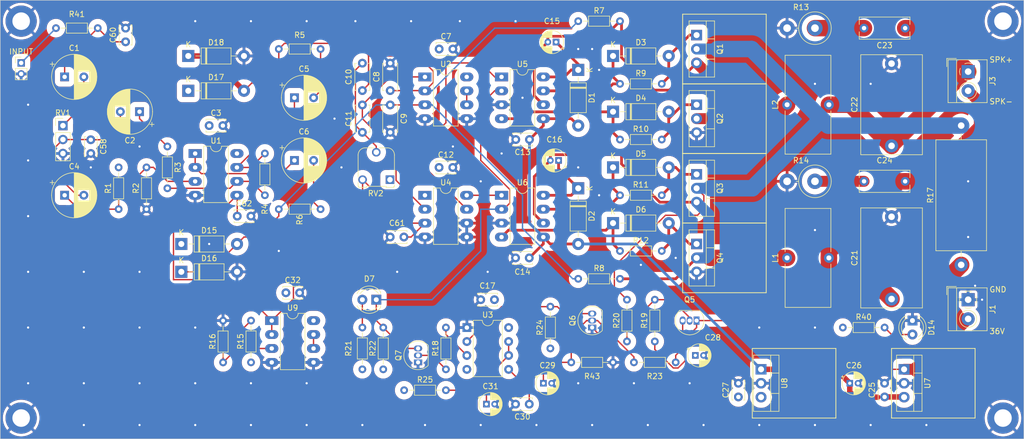
<source format=kicad_pcb>
(kicad_pcb (version 4) (generator "gerbview") (generator_version "8.0")
  (layers (0 F.Cu signal) (31 B.Cu signal) (34 B.Paste user) (35 F.Paste user) (36 B.SilkS user) (37 F.SilkS user) (38 B.Mask user) (39 F.Mask user) (44 Edge.Cuts user))
  (gr_line (start 74.93 16.51) (end 261.62 16.51) (layer Edge.Cuts) (width 0.1))
  (gr_line (start 261.62 16.51) (end 261.62 96.52) (layer Edge.Cuts) (width 0.1))
  (gr_line (start 261.62 96.52) (end 74.93 96.52) (layer Edge.Cuts) (width 0.1))
  (gr_line (start 74.93 96.52) (end 74.93 16.51) (layer Edge.Cuts) (width 0.1))
  (gr_line (start 199.39 19.05) (end 214.63 19.05) (layer F.SilkS) (width 0.15))
  (gr_line (start 214.63 19.05) (end 214.63 31.75) (layer F.SilkS) (width 0.15))
  (gr_line (start 214.63 31.75) (end 199.39 31.75) (layer F.SilkS) (width 0.15))
  (gr_line (start 199.39 31.75) (end 199.39 19.05) (layer F.SilkS) (width 0.15))
  (gr_line (start 199.39 31.75) (end 214.63 31.75) (layer F.SilkS) (width 0.15))
  (gr_line (start 214.63 31.75) (end 214.63 44.45) (layer F.SilkS) (width 0.15))
  (gr_line (start 214.63 44.45) (end 199.39 44.45) (layer F.SilkS) (width 0.15))
  (gr_line (start 199.39 44.45) (end 199.39 31.75) (layer F.SilkS) (width 0.15))
  (gr_line (start 199.39 57.15) (end 214.63 57.15) (layer F.SilkS) (width 0.15))
  (gr_line (start 214.63 57.15) (end 214.63 69.85) (layer F.SilkS) (width 0.15))
  (gr_line (start 214.63 69.85) (end 199.39 69.85) (layer F.SilkS) (width 0.15))
  (gr_line (start 199.39 69.85) (end 199.39 57.15) (layer F.SilkS) (width 0.15))
  (gr_line (start 199.39 44.45) (end 214.63 44.45) (layer F.SilkS) (width 0.15))
  (gr_line (start 214.63 44.45) (end 214.63 57.15) (layer F.SilkS) (width 0.15))
  (gr_line (start 214.63 57.15) (end 199.39 57.15) (layer F.SilkS) (width 0.15))
  (gr_line (start 199.39 57.15) (end 199.39 44.45) (layer F.SilkS) (width 0.15))
  (gr_line (start 212.09 80.01) (end 227.33 80.01) (layer F.SilkS) (width 0.15))
  (gr_line (start 227.33 80.01) (end 227.33 92.71) (layer F.SilkS) (width 0.15))
  (gr_line (start 227.33 92.71) (end 212.09 92.71) (layer F.SilkS) (width 0.15))
  (gr_line (start 212.09 92.71) (end 212.09 80.01) (layer F.SilkS) (width 0.15))
  (gr_line (start 237.49 80.01) (end 252.73 80.01) (layer F.SilkS) (width 0.15))
  (gr_line (start 252.73 80.01) (end 252.73 92.71) (layer F.SilkS) (width 0.15))
  (gr_line (start 252.73 92.71) (end 237.49 92.71) (layer F.SilkS) (width 0.15))
  (gr_line (start 237.49 92.71) (end 237.49 80.01) (layer F.SilkS) (width 0.15))
  (gr_line (start 256.13059 68.76744) (end 256.03535 68.71982) (layer F.SilkS) (width 0.15))
  (gr_line (start 256.03535 68.71982) (end 255.89249 68.71982) (layer F.SilkS) (width 0.15))
  (gr_line (start 255.89249 68.71982) (end 255.74964 68.76744) (layer F.SilkS) (width 0.15))
  (gr_line (start 255.74964 68.76744) (end 255.6544 68.86268) (layer F.SilkS) (width 0.15))
  (gr_line (start 255.6544 68.86268) (end 255.60678 68.95791) (layer F.SilkS) (width 0.15))
  (gr_line (start 255.60678 68.95791) (end 255.55916 69.14839) (layer F.SilkS) (width 0.15))
  (gr_line (start 255.55916 69.14839) (end 255.55916 69.29125) (layer F.SilkS) (width 0.15))
  (gr_line (start 255.55916 69.29125) (end 255.60678 69.48172) (layer F.SilkS) (width 0.15))
  (gr_line (start 255.60678 69.48172) (end 255.6544 69.57696) (layer F.SilkS) (width 0.15))
  (gr_line (start 255.6544 69.57696) (end 255.74964 69.6722) (layer F.SilkS) (width 0.15))
  (gr_line (start 255.74964 69.6722) (end 255.89249 69.71982) (layer F.SilkS) (width 0.15))
  (gr_line (start 255.89249 69.71982) (end 255.98773 69.71982) (layer F.SilkS) (width 0.15))
  (gr_line (start 255.98773 69.71982) (end 256.13059 69.6722) (layer F.SilkS) (width 0.15))
  (gr_line (start 256.13059 69.6722) (end 256.17821 69.62458) (layer F.SilkS) (width 0.15))
  (gr_line (start 256.17821 69.62458) (end 256.17821 69.29125) (layer F.SilkS) (width 0.15))
  (gr_line (start 256.17821 69.29125) (end 255.98773 69.29125) (layer F.SilkS) (width 0.15))
  (gr_line (start 256.60678 69.71982) (end 256.60678 68.71982) (layer F.SilkS) (width 0.15))
  (gr_line (start 256.60678 68.71982) (end 257.17821 69.71982) (layer F.SilkS) (width 0.15))
  (gr_line (start 257.17821 69.71982) (end 257.17821 68.71982) (layer F.SilkS) (width 0.15))
  (gr_line (start 257.6544 69.71982) (end 257.6544 68.71982) (layer F.SilkS) (width 0.15))
  (gr_line (start 257.6544 68.71982) (end 257.89249 68.71982) (layer F.SilkS) (width 0.15))
  (gr_line (start 257.89249 68.71982) (end 258.03535 68.76744) (layer F.SilkS) (width 0.15))
  (gr_line (start 258.03535 68.76744) (end 258.13059 68.86268) (layer F.SilkS) (width 0.15))
  (gr_line (start 258.13059 68.86268) (end 258.17821 68.95791) (layer F.SilkS) (width 0.15))
  (gr_line (start 258.17821 68.95791) (end 258.22583 69.14839) (layer F.SilkS) (width 0.15))
  (gr_line (start 258.22583 69.14839) (end 258.22583 69.29125) (layer F.SilkS) (width 0.15))
  (gr_line (start 258.22583 69.29125) (end 258.17821 69.48172) (layer F.SilkS) (width 0.15))
  (gr_line (start 258.17821 69.48172) (end 258.13059 69.57696) (layer F.SilkS) (width 0.15))
  (gr_line (start 258.13059 69.57696) (end 258.03535 69.6722) (layer F.SilkS) (width 0.15))
  (gr_line (start 258.03535 69.6722) (end 257.89249 69.71982) (layer F.SilkS) (width 0.15))
  (gr_line (start 257.89249 69.71982) (end 257.6544 69.71982) (layer F.SilkS) (width 0.15))
  (gr_line (start 255.55916 35.3822) (end 255.70202 35.42982) (layer F.SilkS) (width 0.15))
  (gr_line (start 255.70202 35.42982) (end 255.94011 35.42982) (layer F.SilkS) (width 0.15))
  (gr_line (start 255.94011 35.42982) (end 256.03535 35.3822) (layer F.SilkS) (width 0.15))
  (gr_line (start 256.03535 35.3822) (end 256.08297 35.33458) (layer F.SilkS) (width 0.15))
  (gr_line (start 256.08297 35.33458) (end 256.13059 35.23934) (layer F.SilkS) (width 0.15))
  (gr_line (start 256.13059 35.23934) (end 256.13059 35.1441) (layer F.SilkS) (width 0.15))
  (gr_line (start 256.13059 35.1441) (end 256.08297 35.04887) (layer F.SilkS) (width 0.15))
  (gr_line (start 256.08297 35.04887) (end 256.03535 35.00125) (layer F.SilkS) (width 0.15))
  (gr_line (start 256.03535 35.00125) (end 255.94011 34.95363) (layer F.SilkS) (width 0.15))
  (gr_line (start 255.94011 34.95363) (end 255.74964 34.90601) (layer F.SilkS) (width 0.15))
  (gr_line (start 255.74964 34.90601) (end 255.6544 34.85839) (layer F.SilkS) (width 0.15))
  (gr_line (start 255.6544 34.85839) (end 255.60678 34.81077) (layer F.SilkS) (width 0.15))
  (gr_line (start 255.60678 34.81077) (end 255.55916 34.71553) (layer F.SilkS) (width 0.15))
  (gr_line (start 255.55916 34.71553) (end 255.55916 34.6203) (layer F.SilkS) (width 0.15))
  (gr_line (start 255.55916 34.6203) (end 255.60678 34.52506) (layer F.SilkS) (width 0.15))
  (gr_line (start 255.60678 34.52506) (end 255.6544 34.47744) (layer F.SilkS) (width 0.15))
  (gr_line (start 255.6544 34.47744) (end 255.74964 34.42982) (layer F.SilkS) (width 0.15))
  (gr_line (start 255.74964 34.42982) (end 255.98773 34.42982) (layer F.SilkS) (width 0.15))
  (gr_line (start 255.98773 34.42982) (end 256.13059 34.47744) (layer F.SilkS) (width 0.15))
  (gr_line (start 256.55916 35.42982) (end 256.55916 34.42982) (layer F.SilkS) (width 0.15))
  (gr_line (start 256.55916 34.42982) (end 256.94011 34.42982) (layer F.SilkS) (width 0.15))
  (gr_line (start 256.94011 34.42982) (end 257.03535 34.47744) (layer F.SilkS) (width 0.15))
  (gr_line (start 257.03535 34.47744) (end 257.08297 34.52506) (layer F.SilkS) (width 0.15))
  (gr_line (start 257.08297 34.52506) (end 257.13059 34.6203) (layer F.SilkS) (width 0.15))
  (gr_line (start 257.13059 34.6203) (end 257.13059 34.76315) (layer F.SilkS) (width 0.15))
  (gr_line (start 257.13059 34.76315) (end 257.08297 34.85839) (layer F.SilkS) (width 0.15))
  (gr_line (start 257.08297 34.85839) (end 257.03535 34.90601) (layer F.SilkS) (width 0.15))
  (gr_line (start 257.03535 34.90601) (end 256.94011 34.95363) (layer F.SilkS) (width 0.15))
  (gr_line (start 256.94011 34.95363) (end 256.55916 34.95363) (layer F.SilkS) (width 0.15))
  (gr_line (start 257.55916 35.42982) (end 257.55916 34.42982) (layer F.SilkS) (width 0.15))
  (gr_line (start 258.13059 35.42982) (end 257.70202 34.85839) (layer F.SilkS) (width 0.15))
  (gr_line (start 258.13059 34.42982) (end 257.55916 35.00125) (layer F.SilkS) (width 0.15))
  (gr_line (start 258.55916 35.04887) (end 259.32107 35.04887) (layer F.SilkS) (width 0.15))
  (gr_line (start 255.51154 76.33982) (end 256.13059 76.33982) (layer F.SilkS) (width 0.15))
  (gr_line (start 256.13059 76.33982) (end 255.79726 76.72077) (layer F.SilkS) (width 0.15))
  (gr_line (start 255.79726 76.72077) (end 255.94011 76.72077) (layer F.SilkS) (width 0.15))
  (gr_line (start 255.94011 76.72077) (end 256.03535 76.76839) (layer F.SilkS) (width 0.15))
  (gr_line (start 256.03535 76.76839) (end 256.08297 76.81601) (layer F.SilkS) (width 0.15))
  (gr_line (start 256.08297 76.81601) (end 256.13059 76.91125) (layer F.SilkS) (width 0.15))
  (gr_line (start 256.13059 76.91125) (end 256.13059 77.14934) (layer F.SilkS) (width 0.15))
  (gr_line (start 256.13059 77.14934) (end 256.08297 77.24458) (layer F.SilkS) (width 0.15))
  (gr_line (start 256.08297 77.24458) (end 256.03535 77.2922) (layer F.SilkS) (width 0.15))
  (gr_line (start 256.03535 77.2922) (end 255.94011 77.33982) (layer F.SilkS) (width 0.15))
  (gr_line (start 255.94011 77.33982) (end 255.6544 77.33982) (layer F.SilkS) (width 0.15))
  (gr_line (start 255.6544 77.33982) (end 255.55916 77.2922) (layer F.SilkS) (width 0.15))
  (gr_line (start 255.55916 77.2922) (end 255.51154 77.24458) (layer F.SilkS) (width 0.15))
  (gr_line (start 256.98773 76.33982) (end 256.79726 76.33982) (layer F.SilkS) (width 0.15))
  (gr_line (start 256.79726 76.33982) (end 256.70202 76.38744) (layer F.SilkS) (width 0.15))
  (gr_line (start 256.70202 76.38744) (end 256.6544 76.43506) (layer F.SilkS) (width 0.15))
  (gr_line (start 256.6544 76.43506) (end 256.55916 76.57791) (layer F.SilkS) (width 0.15))
  (gr_line (start 256.55916 76.57791) (end 256.51154 76.76839) (layer F.SilkS) (width 0.15))
  (gr_line (start 256.51154 76.76839) (end 256.51154 77.14934) (layer F.SilkS) (width 0.15))
  (gr_line (start 256.51154 77.14934) (end 256.55916 77.24458) (layer F.SilkS) (width 0.15))
  (gr_line (start 256.55916 77.24458) (end 256.60678 77.2922) (layer F.SilkS) (width 0.15))
  (gr_line (start 256.60678 77.2922) (end 256.70202 77.33982) (layer F.SilkS) (width 0.15))
  (gr_line (start 256.70202 77.33982) (end 256.89249 77.33982) (layer F.SilkS) (width 0.15))
  (gr_line (start 256.89249 77.33982) (end 256.98773 77.2922) (layer F.SilkS) (width 0.15))
  (gr_line (start 256.98773 77.2922) (end 257.03535 77.24458) (layer F.SilkS) (width 0.15))
  (gr_line (start 257.03535 77.24458) (end 257.08297 77.14934) (layer F.SilkS) (width 0.15))
  (gr_line (start 257.08297 77.14934) (end 257.08297 76.91125) (layer F.SilkS) (width 0.15))
  (gr_line (start 257.08297 76.91125) (end 257.03535 76.81601) (layer F.SilkS) (width 0.15))
  (gr_line (start 257.03535 76.81601) (end 256.98773 76.76839) (layer F.SilkS) (width 0.15))
  (gr_line (start 256.98773 76.76839) (end 256.89249 76.72077) (layer F.SilkS) (width 0.15))
  (gr_line (start 256.89249 76.72077) (end 256.70202 76.72077) (layer F.SilkS) (width 0.15))
  (gr_line (start 256.70202 76.72077) (end 256.60678 76.76839) (layer F.SilkS) (width 0.15))
  (gr_line (start 256.60678 76.76839) (end 256.55916 76.81601) (layer F.SilkS) (width 0.15))
  (gr_line (start 256.55916 76.81601) (end 256.51154 76.91125) (layer F.SilkS) (width 0.15))
  (gr_line (start 257.36868 76.33982) (end 257.70202 77.33982) (layer F.SilkS) (width 0.15))
  (gr_line (start 257.70202 77.33982) (end 258.03535 76.33982) (layer F.SilkS) (width 0.15))
  (gr_line (start 255.55916 27.7622) (end 255.70202 27.80982) (layer F.SilkS) (width 0.15))
  (gr_line (start 255.70202 27.80982) (end 255.94011 27.80982) (layer F.SilkS) (width 0.15))
  (gr_line (start 255.94011 27.80982) (end 256.03535 27.7622) (layer F.SilkS) (width 0.15))
  (gr_line (start 256.03535 27.7622) (end 256.08297 27.71458) (layer F.SilkS) (width 0.15))
  (gr_line (start 256.08297 27.71458) (end 256.13059 27.61934) (layer F.SilkS) (width 0.15))
  (gr_line (start 256.13059 27.61934) (end 256.13059 27.5241) (layer F.SilkS) (width 0.15))
  (gr_line (start 256.13059 27.5241) (end 256.08297 27.42887) (layer F.SilkS) (width 0.15))
  (gr_line (start 256.08297 27.42887) (end 256.03535 27.38125) (layer F.SilkS) (width 0.15))
  (gr_line (start 256.03535 27.38125) (end 255.94011 27.33363) (layer F.SilkS) (width 0.15))
  (gr_line (start 255.94011 27.33363) (end 255.74964 27.28601) (layer F.SilkS) (width 0.15))
  (gr_line (start 255.74964 27.28601) (end 255.6544 27.23839) (layer F.SilkS) (width 0.15))
  (gr_line (start 255.6544 27.23839) (end 255.60678 27.19077) (layer F.SilkS) (width 0.15))
  (gr_line (start 255.60678 27.19077) (end 255.55916 27.09553) (layer F.SilkS) (width 0.15))
  (gr_line (start 255.55916 27.09553) (end 255.55916 27.0003) (layer F.SilkS) (width 0.15))
  (gr_line (start 255.55916 27.0003) (end 255.60678 26.90506) (layer F.SilkS) (width 0.15))
  (gr_line (start 255.60678 26.90506) (end 255.6544 26.85744) (layer F.SilkS) (width 0.15))
  (gr_line (start 255.6544 26.85744) (end 255.74964 26.80982) (layer F.SilkS) (width 0.15))
  (gr_line (start 255.74964 26.80982) (end 255.98773 26.80982) (layer F.SilkS) (width 0.15))
  (gr_line (start 255.98773 26.80982) (end 256.13059 26.85744) (layer F.SilkS) (width 0.15))
  (gr_line (start 256.55916 27.80982) (end 256.55916 26.80982) (layer F.SilkS) (width 0.15))
  (gr_line (start 256.55916 26.80982) (end 256.94011 26.80982) (layer F.SilkS) (width 0.15))
  (gr_line (start 256.94011 26.80982) (end 257.03535 26.85744) (layer F.SilkS) (width 0.15))
  (gr_line (start 257.03535 26.85744) (end 257.08297 26.90506) (layer F.SilkS) (width 0.15))
  (gr_line (start 257.08297 26.90506) (end 257.13059 27.0003) (layer F.SilkS) (width 0.15))
  (gr_line (start 257.13059 27.0003) (end 257.13059 27.14315) (layer F.SilkS) (width 0.15))
  (gr_line (start 257.13059 27.14315) (end 257.08297 27.23839) (layer F.SilkS) (width 0.15))
  (gr_line (start 257.08297 27.23839) (end 257.03535 27.28601) (layer F.SilkS) (width 0.15))
  (gr_line (start 257.03535 27.28601) (end 256.94011 27.33363) (layer F.SilkS) (width 0.15))
  (gr_line (start 256.94011 27.33363) (end 256.55916 27.33363) (layer F.SilkS) (width 0.15))
  (gr_line (start 257.55916 27.80982) (end 257.55916 26.80982) (layer F.SilkS) (width 0.15))
  (gr_line (start 258.13059 27.80982) (end 257.70202 27.23839) (layer F.SilkS) (width 0.15))
  (gr_line (start 258.13059 26.80982) (end 257.55916 27.38125) (layer F.SilkS) (width 0.15))
  (gr_line (start 258.55916 27.42887) (end 259.32107 27.42887) (layer F.SilkS) (width 0.15))
  (gr_line (start 258.94011 27.80982) (end 258.94011 27.04791) (layer F.SilkS) (width 0.15))
  (gr_line (start 183.98333 65.84482) (end 183.65 65.36863) (layer F.SilkS) (width 0.15))
  (gr_line (start 183.41191 65.84482) (end 183.41191 64.84482) (layer F.SilkS) (width 0.15))
  (gr_line (start 183.41191 64.84482) (end 183.79286 64.84482) (layer F.SilkS) (width 0.15))
  (gr_line (start 183.79286 64.84482) (end 183.8881 64.89244) (layer F.SilkS) (width 0.15))
  (gr_line (start 183.8881 64.89244) (end 183.93571 64.94006) (layer F.SilkS) (width 0.15))
  (gr_line (start 183.93571 64.94006) (end 183.98333 65.0353) (layer F.SilkS) (width 0.15))
  (gr_line (start 183.98333 65.0353) (end 183.98333 65.17815) (layer F.SilkS) (width 0.15))
  (gr_line (start 183.98333 65.17815) (end 183.93571 65.27339) (layer F.SilkS) (width 0.15))
  (gr_line (start 183.93571 65.27339) (end 183.8881 65.32101) (layer F.SilkS) (width 0.15))
  (gr_line (start 183.8881 65.32101) (end 183.79286 65.36863) (layer F.SilkS) (width 0.15))
  (gr_line (start 183.79286 65.36863) (end 183.41191 65.36863) (layer F.SilkS) (width 0.15))
  (gr_line (start 184.55476 65.27339) (end 184.45952 65.22577) (layer F.SilkS) (width 0.15))
  (gr_line (start 184.45952 65.22577) (end 184.41191 65.17815) (layer F.SilkS) (width 0.15))
  (gr_line (start 184.41191 65.17815) (end 184.36429 65.08291) (layer F.SilkS) (width 0.15))
  (gr_line (start 184.36429 65.08291) (end 184.36429 65.0353) (layer F.SilkS) (width 0.15))
  (gr_line (start 184.36429 65.0353) (end 184.41191 64.94006) (layer F.SilkS) (width 0.15))
  (gr_line (start 184.41191 64.94006) (end 184.45952 64.89244) (layer F.SilkS) (width 0.15))
  (gr_line (start 184.45952 64.89244) (end 184.55476 64.84482) (layer F.SilkS) (width 0.15))
  (gr_line (start 184.55476 64.84482) (end 184.74524 64.84482) (layer F.SilkS) (width 0.15))
  (gr_line (start 184.74524 64.84482) (end 184.84048 64.89244) (layer F.SilkS) (width 0.15))
  (gr_line (start 184.84048 64.89244) (end 184.8881 64.94006) (layer F.SilkS) (width 0.15))
  (gr_line (start 184.8881 64.94006) (end 184.93571 65.0353) (layer F.SilkS) (width 0.15))
  (gr_line (start 184.93571 65.0353) (end 184.93571 65.08291) (layer F.SilkS) (width 0.15))
  (gr_line (start 184.93571 65.08291) (end 184.8881 65.17815) (layer F.SilkS) (width 0.15))
  (gr_line (start 184.8881 65.17815) (end 184.84048 65.22577) (layer F.SilkS) (width 0.15))
  (gr_line (start 184.84048 65.22577) (end 184.74524 65.27339) (layer F.SilkS) (width 0.15))
  (gr_line (start 184.74524 65.27339) (end 184.55476 65.27339) (layer F.SilkS) (width 0.15))
  (gr_line (start 184.55476 65.27339) (end 184.45952 65.32101) (layer F.SilkS) (width 0.15))
  (gr_line (start 184.45952 65.32101) (end 184.41191 65.36863) (layer F.SilkS) (width 0.15))
  (gr_line (start 184.41191 65.36863) (end 184.36429 65.46387) (layer F.SilkS) (width 0.15))
  (gr_line (start 184.36429 65.46387) (end 184.36429 65.65434) (layer F.SilkS) (width 0.15))
  (gr_line (start 184.36429 65.65434) (end 184.41191 65.74958) (layer F.SilkS) (width 0.15))
  (gr_line (start 184.41191 65.74958) (end 184.45952 65.7972) (layer F.SilkS) (width 0.15))
  (gr_line (start 184.45952 65.7972) (end 184.55476 65.84482) (layer F.SilkS) (width 0.15))
  (gr_line (start 184.55476 65.84482) (end 184.74524 65.84482) (layer F.SilkS) (width 0.15))
  (gr_line (start 184.74524 65.84482) (end 184.84048 65.7972) (layer F.SilkS) (width 0.15))
  (gr_line (start 184.84048 65.7972) (end 184.8881 65.74958) (layer F.SilkS) (width 0.15))
  (gr_line (start 184.8881 65.74958) (end 184.93571 65.65434) (layer F.SilkS) (width 0.15))
  (gr_line (start 184.93571 65.65434) (end 184.93571 65.46387) (layer F.SilkS) (width 0.15))
  (gr_line (start 184.93571 65.46387) (end 184.8881 65.36863) (layer F.SilkS) (width 0.15))
  (gr_line (start 184.8881 65.36863) (end 184.84048 65.32101) (layer F.SilkS) (width 0.15))
  (gr_line (start 184.84048 65.32101) (end 184.74524 65.27339) (layer F.SilkS) (width 0.15))
  (gr_line (start 206.75006 50.89524) (end 206.70244 50.99048) (layer F.SilkS) (width 0.15))
  (gr_line (start 206.70244 50.99048) (end 206.6072 51.08571) (layer F.SilkS) (width 0.15))
  (gr_line (start 206.6072 51.08571) (end 206.46434 51.22857) (layer F.SilkS) (width 0.15))
  (gr_line (start 206.46434 51.22857) (end 206.41672 51.32381) (layer F.SilkS) (width 0.15))
  (gr_line (start 206.41672 51.32381) (end 206.41672 51.41905) (layer F.SilkS) (width 0.15))
  (gr_line (start 206.65482 51.37143) (end 206.6072 51.46667) (layer F.SilkS) (width 0.15))
  (gr_line (start 206.6072 51.46667) (end 206.51196 51.5619) (layer F.SilkS) (width 0.15))
  (gr_line (start 206.51196 51.5619) (end 206.32149 51.60952) (layer F.SilkS) (width 0.15))
  (gr_line (start 206.32149 51.60952) (end 205.98815 51.60952) (layer F.SilkS) (width 0.15))
  (gr_line (start 205.98815 51.60952) (end 205.79768 51.5619) (layer F.SilkS) (width 0.15))
  (gr_line (start 205.79768 51.5619) (end 205.70244 51.46667) (layer F.SilkS) (width 0.15))
  (gr_line (start 205.70244 51.46667) (end 205.65482 51.37143) (layer F.SilkS) (width 0.15))
  (gr_line (start 205.65482 51.37143) (end 205.65482 51.18095) (layer F.SilkS) (width 0.15))
  (gr_line (start 205.65482 51.18095) (end 205.70244 51.08571) (layer F.SilkS) (width 0.15))
  (gr_line (start 205.70244 51.08571) (end 205.79768 50.99048) (layer F.SilkS) (width 0.15))
  (gr_line (start 205.79768 50.99048) (end 205.98815 50.94286) (layer F.SilkS) (width 0.15))
  (gr_line (start 205.98815 50.94286) (end 206.32149 50.94286) (layer F.SilkS) (width 0.15))
  (gr_line (start 206.32149 50.94286) (end 206.51196 50.99048) (layer F.SilkS) (width 0.15))
  (gr_line (start 206.51196 50.99048) (end 206.6072 51.08571) (layer F.SilkS) (width 0.15))
  (gr_line (start 206.6072 51.08571) (end 206.65482 51.18095) (layer F.SilkS) (width 0.15))
  (gr_line (start 206.65482 51.18095) (end 206.65482 51.37143) (layer F.SilkS) (width 0.15))
  (gr_line (start 205.65482 50.60952) (end 205.65482 49.99048) (layer F.SilkS) (width 0.15))
  (gr_line (start 205.65482 49.99048) (end 206.03577 50.32381) (layer F.SilkS) (width 0.15))
  (gr_line (start 206.03577 50.32381) (end 206.03577 50.18095) (layer F.SilkS) (width 0.15))
  (gr_line (start 206.03577 50.18095) (end 206.08339 50.08571) (layer F.SilkS) (width 0.15))
  (gr_line (start 206.08339 50.08571) (end 206.13101 50.0381) (layer F.SilkS) (width 0.15))
  (gr_line (start 206.13101 50.0381) (end 206.22625 49.99048) (layer F.SilkS) (width 0.15))
  (gr_line (start 206.22625 49.99048) (end 206.46434 49.99048) (layer F.SilkS) (width 0.15))
  (gr_line (start 206.46434 49.99048) (end 206.55958 50.0381) (layer F.SilkS) (width 0.15))
  (gr_line (start 206.55958 50.0381) (end 206.6072 50.08571) (layer F.SilkS) (width 0.15))
  (gr_line (start 206.6072 50.08571) (end 206.65482 50.18095) (layer F.SilkS) (width 0.15))
  (gr_line (start 206.65482 50.18095) (end 206.65482 50.46667) (layer F.SilkS) (width 0.15))
  (gr_line (start 206.65482 50.46667) (end 206.6072 50.5619) (layer F.SilkS) (width 0.15))
  (gr_line (start 206.6072 50.5619) (end 206.55958 50.60952) (layer F.SilkS) (width 0.15))
  (gr_line (start 183.26482 56.61809) (end 182.26482 56.61809) (layer F.SilkS) (width 0.15))
  (gr_line (start 182.26482 56.61809) (end 182.26482 56.38) (layer F.SilkS) (width 0.15))
  (gr_line (start 182.26482 56.38) (end 182.31244 56.23714) (layer F.SilkS) (width 0.15))
  (gr_line (start 182.31244 56.23714) (end 182.40768 56.1419) (layer F.SilkS) (width 0.15))
  (gr_line (start 182.40768 56.1419) (end 182.50291 56.09429) (layer F.SilkS) (width 0.15))
  (gr_line (start 182.50291 56.09429) (end 182.69339 56.04667) (layer F.SilkS) (width 0.15))
  (gr_line (start 182.69339 56.04667) (end 182.83625 56.04667) (layer F.SilkS) (width 0.15))
  (gr_line (start 182.83625 56.04667) (end 183.02672 56.09429) (layer F.SilkS) (width 0.15))
  (gr_line (start 183.02672 56.09429) (end 183.12196 56.1419) (layer F.SilkS) (width 0.15))
  (gr_line (start 183.12196 56.1419) (end 183.2172 56.23714) (layer F.SilkS) (width 0.15))
  (gr_line (start 183.2172 56.23714) (end 183.26482 56.38) (layer F.SilkS) (width 0.15))
  (gr_line (start 183.26482 56.38) (end 183.26482 56.61809) (layer F.SilkS) (width 0.15))
  (gr_line (start 182.36006 55.66571) (end 182.31244 55.61809) (layer F.SilkS) (width 0.15))
  (gr_line (start 182.31244 55.61809) (end 182.26482 55.52286) (layer F.SilkS) (width 0.15))
  (gr_line (start 182.26482 55.52286) (end 182.26482 55.28476) (layer F.SilkS) (width 0.15))
  (gr_line (start 182.26482 55.28476) (end 182.31244 55.18952) (layer F.SilkS) (width 0.15))
  (gr_line (start 182.31244 55.18952) (end 182.36006 55.1419) (layer F.SilkS) (width 0.15))
  (gr_line (start 182.36006 55.1419) (end 182.4553 55.09429) (layer F.SilkS) (width 0.15))
  (gr_line (start 182.4553 55.09429) (end 182.55053 55.09429) (layer F.SilkS) (width 0.15))
  (gr_line (start 182.55053 55.09429) (end 182.69339 55.1419) (layer F.SilkS) (width 0.15))
  (gr_line (start 182.69339 55.1419) (end 183.26482 55.71333) (layer F.SilkS) (width 0.15))
  (gr_line (start 183.26482 55.71333) (end 183.26482 55.09429) (layer F.SilkS) (width 0.15))
  (gr_line (start 182.89482 51.0619) (end 181.89482 51.0619) (layer F.SilkS) (width 0.15))
  (gr_line (start 182.89482 50.49048) (end 182.32339 50.91905) (layer F.SilkS) (width 0.15))
  (gr_line (start 181.89482 50.49048) (end 182.46625 51.0619) (layer F.SilkS) (width 0.15))
  (gr_line (start 235.57714 25.09958) (end 235.52952 25.1472) (layer F.SilkS) (width 0.15))
  (gr_line (start 235.52952 25.1472) (end 235.38667 25.19482) (layer F.SilkS) (width 0.15))
  (gr_line (start 235.38667 25.19482) (end 235.29143 25.19482) (layer F.SilkS) (width 0.15))
  (gr_line (start 235.29143 25.19482) (end 235.14857 25.1472) (layer F.SilkS) (width 0.15))
  (gr_line (start 235.14857 25.1472) (end 235.05333 25.05196) (layer F.SilkS) (width 0.15))
  (gr_line (start 235.05333 25.05196) (end 235.00571 24.95672) (layer F.SilkS) (width 0.15))
  (gr_line (start 235.00571 24.95672) (end 234.9581 24.76625) (layer F.SilkS) (width 0.15))
  (gr_line (start 234.9581 24.76625) (end 234.9581 24.62339) (layer F.SilkS) (width 0.15))
  (gr_line (start 234.9581 24.62339) (end 235.00571 24.43291) (layer F.SilkS) (width 0.15))
  (gr_line (start 235.00571 24.43291) (end 235.05333 24.33768) (layer F.SilkS) (width 0.15))
  (gr_line (start 235.05333 24.33768) (end 235.14857 24.24244) (layer F.SilkS) (width 0.15))
  (gr_line (start 235.14857 24.24244) (end 235.29143 24.19482) (layer F.SilkS) (width 0.15))
  (gr_line (start 235.29143 24.19482) (end 235.38667 24.19482) (layer F.SilkS) (width 0.15))
  (gr_line (start 235.38667 24.19482) (end 235.52952 24.24244) (layer F.SilkS) (width 0.15))
  (gr_line (start 235.52952 24.24244) (end 235.57714 24.29006) (layer F.SilkS) (width 0.15))
  (gr_line (start 235.9581 24.29006) (end 236.00571 24.24244) (layer F.SilkS) (width 0.15))
  (gr_line (start 236.00571 24.24244) (end 236.10095 24.19482) (layer F.SilkS) (width 0.15))
  (gr_line (start 236.10095 24.19482) (end 236.33905 24.19482) (layer F.SilkS) (width 0.15))
  (gr_line (start 236.33905 24.19482) (end 236.43429 24.24244) (layer F.SilkS) (width 0.15))
  (gr_line (start 236.43429 24.24244) (end 236.4819 24.29006) (layer F.SilkS) (width 0.15))
  (gr_line (start 236.4819 24.29006) (end 236.52952 24.3853) (layer F.SilkS) (width 0.15))
  (gr_line (start 236.52952 24.3853) (end 236.52952 24.48053) (layer F.SilkS) (width 0.15))
  (gr_line (start 236.52952 24.48053) (end 236.4819 24.62339) (layer F.SilkS) (width 0.15))
  (gr_line (start 236.4819 24.62339) (end 235.91048 25.19482) (layer F.SilkS) (width 0.15))
  (gr_line (start 235.91048 25.19482) (end 236.52952 25.19482) (layer F.SilkS) (width 0.15))
  (gr_line (start 236.86286 24.19482) (end 237.4819 24.19482) (layer F.SilkS) (width 0.15))
  (gr_line (start 237.4819 24.19482) (end 237.14857 24.57577) (layer F.SilkS) (width 0.15))
  (gr_line (start 237.14857 24.57577) (end 237.29143 24.57577) (layer F.SilkS) (width 0.15))
  (gr_line (start 237.29143 24.57577) (end 237.38667 24.62339) (layer F.SilkS) (width 0.15))
  (gr_line (start 237.38667 24.62339) (end 237.43429 24.67101) (layer F.SilkS) (width 0.15))
  (gr_line (start 237.43429 24.67101) (end 237.4819 24.76625) (layer F.SilkS) (width 0.15))
  (gr_line (start 237.4819 24.76625) (end 237.4819 25.00434) (layer F.SilkS) (width 0.15))
  (gr_line (start 237.4819 25.00434) (end 237.43429 25.09958) (layer F.SilkS) (width 0.15))
  (gr_line (start 237.43429 25.09958) (end 237.38667 25.1472) (layer F.SilkS) (width 0.15))
  (gr_line (start 237.38667 25.1472) (end 237.29143 25.19482) (layer F.SilkS) (width 0.15))
  (gr_line (start 237.29143 25.19482) (end 237.00571 25.19482) (layer F.SilkS) (width 0.15))
  (gr_line (start 237.00571 25.19482) (end 236.91048 25.1472) (layer F.SilkS) (width 0.15))
  (gr_line (start 236.91048 25.1472) (end 236.86286 25.09958) (layer F.SilkS) (width 0.15))
  (gr_line (start 216.74482 63.66667) (end 216.74482 64.14286) (layer F.SilkS) (width 0.15))
  (gr_line (start 216.74482 64.14286) (end 215.74482 64.14286) (layer F.SilkS) (width 0.15))
  (gr_line (start 216.74482 62.80952) (end 216.74482 63.38095) (layer F.SilkS) (width 0.15))
  (gr_line (start 216.74482 63.09524) (end 215.74482 63.09524) (layer F.SilkS) (width 0.15))
  (gr_line (start 215.74482 63.09524) (end 215.88768 63.19048) (layer F.SilkS) (width 0.15))
  (gr_line (start 215.88768 63.19048) (end 215.98291 63.28571) (layer F.SilkS) (width 0.15))
  (gr_line (start 215.98291 63.28571) (end 216.03053 63.38095) (layer F.SilkS) (width 0.15))
  (gr_line (start 191.12714 50.60482) (end 190.79381 50.12863) (layer F.SilkS) (width 0.15))
  (gr_line (start 190.55571 50.60482) (end 190.55571 49.60482) (layer F.SilkS) (width 0.15))
  (gr_line (start 190.55571 49.60482) (end 190.93667 49.60482) (layer F.SilkS) (width 0.15))
  (gr_line (start 190.93667 49.60482) (end 191.0319 49.65244) (layer F.SilkS) (width 0.15))
  (gr_line (start 191.0319 49.65244) (end 191.07952 49.70006) (layer F.SilkS) (width 0.15))
  (gr_line (start 191.07952 49.70006) (end 191.12714 49.7953) (layer F.SilkS) (width 0.15))
  (gr_line (start 191.12714 49.7953) (end 191.12714 49.93815) (layer F.SilkS) (width 0.15))
  (gr_line (start 191.12714 49.93815) (end 191.07952 50.03339) (layer F.SilkS) (width 0.15))
  (gr_line (start 191.07952 50.03339) (end 191.0319 50.08101) (layer F.SilkS) (width 0.15))
  (gr_line (start 191.0319 50.08101) (end 190.93667 50.12863) (layer F.SilkS) (width 0.15))
  (gr_line (start 190.93667 50.12863) (end 190.55571 50.12863) (layer F.SilkS) (width 0.15))
  (gr_line (start 192.07952 50.60482) (end 191.5081 50.60482) (layer F.SilkS) (width 0.15))
  (gr_line (start 191.79381 50.60482) (end 191.79381 49.60482) (layer F.SilkS) (width 0.15))
  (gr_line (start 191.79381 49.60482) (end 191.69857 49.74768) (layer F.SilkS) (width 0.15))
  (gr_line (start 191.69857 49.74768) (end 191.60333 49.84291) (layer F.SilkS) (width 0.15))
  (gr_line (start 191.60333 49.84291) (end 191.5081 49.89053) (layer F.SilkS) (width 0.15))
  (gr_line (start 193.0319 50.60482) (end 192.46048 50.60482) (layer F.SilkS) (width 0.15))
  (gr_line (start 192.74619 50.60482) (end 192.74619 49.60482) (layer F.SilkS) (width 0.15))
  (gr_line (start 192.74619 49.60482) (end 192.65095 49.74768) (layer F.SilkS) (width 0.15))
  (gr_line (start 192.65095 49.74768) (end 192.55571 49.84291) (layer F.SilkS) (width 0.15))
  (gr_line (start 192.55571 49.84291) (end 192.46048 49.89053) (layer F.SilkS) (width 0.15))
  (gr_line (start 113.08571 31.00482) (end 113.08571 30.00482) (layer F.SilkS) (width 0.15))
  (gr_line (start 113.08571 30.00482) (end 113.32381 30.00482) (layer F.SilkS) (width 0.15))
  (gr_line (start 113.32381 30.00482) (end 113.46667 30.05244) (layer F.SilkS) (width 0.15))
  (gr_line (start 113.46667 30.05244) (end 113.5619 30.14768) (layer F.SilkS) (width 0.15))
  (gr_line (start 113.5619 30.14768) (end 113.60952 30.24291) (layer F.SilkS) (width 0.15))
  (gr_line (start 113.60952 30.24291) (end 113.65714 30.43339) (layer F.SilkS) (width 0.15))
  (gr_line (start 113.65714 30.43339) (end 113.65714 30.57625) (layer F.SilkS) (width 0.15))
  (gr_line (start 113.65714 30.57625) (end 113.60952 30.76672) (layer F.SilkS) (width 0.15))
  (gr_line (start 113.60952 30.76672) (end 113.5619 30.86196) (layer F.SilkS) (width 0.15))
  (gr_line (start 113.5619 30.86196) (end 113.46667 30.9572) (layer F.SilkS) (width 0.15))
  (gr_line (start 113.46667 30.9572) (end 113.32381 31.00482) (layer F.SilkS) (width 0.15))
  (gr_line (start 113.32381 31.00482) (end 113.08571 31.00482) (layer F.SilkS) (width 0.15))
  (gr_line (start 114.60952 31.00482) (end 114.0381 31.00482) (layer F.SilkS) (width 0.15))
  (gr_line (start 114.32381 31.00482) (end 114.32381 30.00482) (layer F.SilkS) (width 0.15))
  (gr_line (start 114.32381 30.00482) (end 114.22857 30.14768) (layer F.SilkS) (width 0.15))
  (gr_line (start 114.22857 30.14768) (end 114.13333 30.24291) (layer F.SilkS) (width 0.15))
  (gr_line (start 114.13333 30.24291) (end 114.0381 30.29053) (layer F.SilkS) (width 0.15))
  (gr_line (start 114.94286 30.00482) (end 115.60952 30.00482) (layer F.SilkS) (width 0.15))
  (gr_line (start 115.60952 30.00482) (end 115.18095 31.00482) (layer F.SilkS) (width 0.15))
  (gr_line (start 108.9581 31.37482) (end 108.9581 30.37482) (layer F.SilkS) (width 0.15))
  (gr_line (start 109.52952 31.37482) (end 109.10095 30.80339) (layer F.SilkS) (width 0.15))
  (gr_line (start 109.52952 30.37482) (end 108.9581 30.94625) (layer F.SilkS) (width 0.15))
  (gr_line (start 76.81143 26.33482) (end 76.81143 25.33482) (layer F.SilkS) (width 0.15))
  (gr_line (start 77.28762 26.33482) (end 77.28762 25.33482) (layer F.SilkS) (width 0.15))
  (gr_line (start 77.28762 25.33482) (end 77.85905 26.33482) (layer F.SilkS) (width 0.15))
  (gr_line (start 77.85905 26.33482) (end 77.85905 25.33482) (layer F.SilkS) (width 0.15))
  (gr_line (start 78.33524 26.33482) (end 78.33524 25.33482) (layer F.SilkS) (width 0.15))
  (gr_line (start 78.33524 25.33482) (end 78.71619 25.33482) (layer F.SilkS) (width 0.15))
  (gr_line (start 78.71619 25.33482) (end 78.81143 25.38244) (layer F.SilkS) (width 0.15))
  (gr_line (start 78.81143 25.38244) (end 78.85905 25.43006) (layer F.SilkS) (width 0.15))
  (gr_line (start 78.85905 25.43006) (end 78.90667 25.5253) (layer F.SilkS) (width 0.15))
  (gr_line (start 78.90667 25.5253) (end 78.90667 25.66815) (layer F.SilkS) (width 0.15))
  (gr_line (start 78.90667 25.66815) (end 78.85905 25.76339) (layer F.SilkS) (width 0.15))
  (gr_line (start 78.85905 25.76339) (end 78.81143 25.81101) (layer F.SilkS) (width 0.15))
  (gr_line (start 78.81143 25.81101) (end 78.71619 25.85863) (layer F.SilkS) (width 0.15))
  (gr_line (start 78.71619 25.85863) (end 78.33524 25.85863) (layer F.SilkS) (width 0.15))
  (gr_line (start 79.33524 25.33482) (end 79.33524 26.14434) (layer F.SilkS) (width 0.15))
  (gr_line (start 79.33524 26.14434) (end 79.38286 26.23958) (layer F.SilkS) (width 0.15))
  (gr_line (start 79.38286 26.23958) (end 79.43048 26.2872) (layer F.SilkS) (width 0.15))
  (gr_line (start 79.43048 26.2872) (end 79.52571 26.33482) (layer F.SilkS) (width 0.15))
  (gr_line (start 79.52571 26.33482) (end 79.71619 26.33482) (layer F.SilkS) (width 0.15))
  (gr_line (start 79.71619 26.33482) (end 79.81143 26.2872) (layer F.SilkS) (width 0.15))
  (gr_line (start 79.81143 26.2872) (end 79.85905 26.23958) (layer F.SilkS) (width 0.15))
  (gr_line (start 79.85905 26.23958) (end 79.90667 26.14434) (layer F.SilkS) (width 0.15))
  (gr_line (start 79.90667 26.14434) (end 79.90667 25.33482) (layer F.SilkS) (width 0.15))
  (gr_line (start 80.24 25.33482) (end 80.81143 25.33482) (layer F.SilkS) (width 0.15))
  (gr_line (start 80.52571 26.33482) (end 80.52571 25.33482) (layer F.SilkS) (width 0.15))
  (gr_line (start 206.75006 63.59524) (end 206.70244 63.69048) (layer F.SilkS) (width 0.15))
  (gr_line (start 206.70244 63.69048) (end 206.6072 63.78571) (layer F.SilkS) (width 0.15))
  (gr_line (start 206.6072 63.78571) (end 206.46434 63.92857) (layer F.SilkS) (width 0.15))
  (gr_line (start 206.46434 63.92857) (end 206.41672 64.02381) (layer F.SilkS) (width 0.15))
  (gr_line (start 206.41672 64.02381) (end 206.41672 64.11905) (layer F.SilkS) (width 0.15))
  (gr_line (start 206.65482 64.07143) (end 206.6072 64.16667) (layer F.SilkS) (width 0.15))
  (gr_line (start 206.6072 64.16667) (end 206.51196 64.2619) (layer F.SilkS) (width 0.15))
  (gr_line (start 206.51196 64.2619) (end 206.32149 64.30952) (layer F.SilkS) (width 0.15))
  (gr_line (start 206.32149 64.30952) (end 205.98815 64.30952) (layer F.SilkS) (width 0.15))
  (gr_line (start 205.98815 64.30952) (end 205.79768 64.2619) (layer F.SilkS) (width 0.15))
  (gr_line (start 205.79768 64.2619) (end 205.70244 64.16667) (layer F.SilkS) (width 0.15))
  (gr_line (start 205.70244 64.16667) (end 205.65482 64.07143) (layer F.SilkS) (width 0.15))
  (gr_line (start 205.65482 64.07143) (end 205.65482 63.88095) (layer F.SilkS) (width 0.15))
  (gr_line (start 205.65482 63.88095) (end 205.70244 63.78571) (layer F.SilkS) (width 0.15))
  (gr_line (start 205.70244 63.78571) (end 205.79768 63.69048) (layer F.SilkS) (width 0.15))
  (gr_line (start 205.79768 63.69048) (end 205.98815 63.64286) (layer F.SilkS) (width 0.15))
  (gr_line (start 205.98815 63.64286) (end 206.32149 63.64286) (layer F.SilkS) (width 0.15))
  (gr_line (start 206.32149 63.64286) (end 206.51196 63.69048) (layer F.SilkS) (width 0.15))
  (gr_line (start 206.51196 63.69048) (end 206.6072 63.78571) (layer F.SilkS) (width 0.15))
  (gr_line (start 206.6072 63.78571) (end 206.65482 63.88095) (layer F.SilkS) (width 0.15))
  (gr_line (start 206.65482 63.88095) (end 206.65482 64.07143) (layer F.SilkS) (width 0.15))
  (gr_line (start 205.98815 62.78571) (end 206.65482 62.78571) (layer F.SilkS) (width 0.15))
  (gr_line (start 205.6072 63.02381) (end 206.32149 63.2619) (layer F.SilkS) (width 0.15))
  (gr_line (start 206.32149 63.2619) (end 206.32149 62.64286) (layer F.SilkS) (width 0.15))
  (gr_line (start 191.12714 60.76482) (end 190.79381 60.28863) (layer F.SilkS) (width 0.15))
  (gr_line (start 190.55571 60.76482) (end 190.55571 59.76482) (layer F.SilkS) (width 0.15))
  (gr_line (start 190.55571 59.76482) (end 190.93667 59.76482) (layer F.SilkS) (width 0.15))
  (gr_line (start 190.93667 59.76482) (end 191.0319 59.81244) (layer F.SilkS) (width 0.15))
  (gr_line (start 191.0319 59.81244) (end 191.07952 59.86006) (layer F.SilkS) (width 0.15))
  (gr_line (start 191.07952 59.86006) (end 191.12714 59.9553) (layer F.SilkS) (width 0.15))
  (gr_line (start 191.12714 59.9553) (end 191.12714 60.09815) (layer F.SilkS) (width 0.15))
  (gr_line (start 191.12714 60.09815) (end 191.07952 60.19339) (layer F.SilkS) (width 0.15))
  (gr_line (start 191.07952 60.19339) (end 191.0319 60.24101) (layer F.SilkS) (width 0.15))
  (gr_line (start 191.0319 60.24101) (end 190.93667 60.28863) (layer F.SilkS) (width 0.15))
  (gr_line (start 190.93667 60.28863) (end 190.55571 60.28863) (layer F.SilkS) (width 0.15))
  (gr_line (start 192.07952 60.76482) (end 191.5081 60.76482) (layer F.SilkS) (width 0.15))
  (gr_line (start 191.79381 60.76482) (end 191.79381 59.76482) (layer F.SilkS) (width 0.15))
  (gr_line (start 191.79381 59.76482) (end 191.69857 59.90768) (layer F.SilkS) (width 0.15))
  (gr_line (start 191.69857 59.90768) (end 191.60333 60.00291) (layer F.SilkS) (width 0.15))
  (gr_line (start 191.60333 60.00291) (end 191.5081 60.05053) (layer F.SilkS) (width 0.15))
  (gr_line (start 192.46048 59.86006) (end 192.5081 59.81244) (layer F.SilkS) (width 0.15))
  (gr_line (start 192.5081 59.81244) (end 192.60333 59.76482) (layer F.SilkS) (width 0.15))
  (gr_line (start 192.60333 59.76482) (end 192.84143 59.76482) (layer F.SilkS) (width 0.15))
  (gr_line (start 192.84143 59.76482) (end 192.93667 59.81244) (layer F.SilkS) (width 0.15))
  (gr_line (start 192.93667 59.81244) (end 192.98429 59.86006) (layer F.SilkS) (width 0.15))
  (gr_line (start 192.98429 59.86006) (end 193.0319 59.9553) (layer F.SilkS) (width 0.15))
  (gr_line (start 193.0319 59.9553) (end 193.0319 60.05053) (layer F.SilkS) (width 0.15))
  (gr_line (start 193.0319 60.05053) (end 192.98429 60.19339) (layer F.SilkS) (width 0.15))
  (gr_line (start 192.98429 60.19339) (end 192.41286 60.76482) (layer F.SilkS) (width 0.15))
  (gr_line (start 192.41286 60.76482) (end 193.0319 60.76482) (layer F.SilkS) (width 0.15))
  (gr_line (start 113.5231 41.58482) (end 113.5231 42.39434) (layer F.SilkS) (width 0.15))
  (gr_line (start 113.5231 42.39434) (end 113.57071 42.48958) (layer F.SilkS) (width 0.15))
  (gr_line (start 113.57071 42.48958) (end 113.61833 42.5372) (layer F.SilkS) (width 0.15))
  (gr_line (start 113.61833 42.5372) (end 113.71357 42.58482) (layer F.SilkS) (width 0.15))
  (gr_line (start 113.71357 42.58482) (end 113.90405 42.58482) (layer F.SilkS) (width 0.15))
  (gr_line (start 113.90405 42.58482) (end 113.99929 42.5372) (layer F.SilkS) (width 0.15))
  (gr_line (start 113.99929 42.5372) (end 114.0469 42.48958) (layer F.SilkS) (width 0.15))
  (gr_line (start 114.0469 42.48958) (end 114.09452 42.39434) (layer F.SilkS) (width 0.15))
  (gr_line (start 114.09452 42.39434) (end 114.09452 41.58482) (layer F.SilkS) (width 0.15))
  (gr_line (start 115.09452 42.58482) (end 114.5231 42.58482) (layer F.SilkS) (width 0.15))
  (gr_line (start 114.80881 42.58482) (end 114.80881 41.58482) (layer F.SilkS) (width 0.15))
  (gr_line (start 114.80881 41.58482) (end 114.71357 41.72768) (layer F.SilkS) (width 0.15))
  (gr_line (start 114.71357 41.72768) (end 114.61833 41.82291) (layer F.SilkS) (width 0.15))
  (gr_line (start 114.61833 41.82291) (end 114.5231 41.87053) (layer F.SilkS) (width 0.15))
  (gr_line (start 138.88482 80.65286) (end 138.40863 80.98619) (layer F.SilkS) (width 0.15))
  (gr_line (start 138.88482 81.22429) (end 137.88482 81.22429) (layer F.SilkS) (width 0.15))
  (gr_line (start 137.88482 81.22429) (end 137.88482 80.84333) (layer F.SilkS) (width 0.15))
  (gr_line (start 137.88482 80.84333) (end 137.93244 80.7481) (layer F.SilkS) (width 0.15))
  (gr_line (start 137.93244 80.7481) (end 137.98006 80.70048) (layer F.SilkS) (width 0.15))
  (gr_line (start 137.98006 80.70048) (end 138.0753 80.65286) (layer F.SilkS) (width 0.15))
  (gr_line (start 138.0753 80.65286) (end 138.21815 80.65286) (layer F.SilkS) (width 0.15))
  (gr_line (start 138.21815 80.65286) (end 138.31339 80.70048) (layer F.SilkS) (width 0.15))
  (gr_line (start 138.31339 80.70048) (end 138.36101 80.7481) (layer F.SilkS) (width 0.15))
  (gr_line (start 138.36101 80.7481) (end 138.40863 80.84333) (layer F.SilkS) (width 0.15))
  (gr_line (start 138.40863 80.84333) (end 138.40863 81.22429) (layer F.SilkS) (width 0.15))
  (gr_line (start 137.98006 80.2719) (end 137.93244 80.22429) (layer F.SilkS) (width 0.15))
  (gr_line (start 137.93244 80.22429) (end 137.88482 80.12905) (layer F.SilkS) (width 0.15))
  (gr_line (start 137.88482 80.12905) (end 137.88482 79.89095) (layer F.SilkS) (width 0.15))
  (gr_line (start 137.88482 79.89095) (end 137.93244 79.79571) (layer F.SilkS) (width 0.15))
  (gr_line (start 137.93244 79.79571) (end 137.98006 79.7481) (layer F.SilkS) (width 0.15))
  (gr_line (start 137.98006 79.7481) (end 138.0753 79.70048) (layer F.SilkS) (width 0.15))
  (gr_line (start 138.0753 79.70048) (end 138.17053 79.70048) (layer F.SilkS) (width 0.15))
  (gr_line (start 138.17053 79.70048) (end 138.31339 79.7481) (layer F.SilkS) (width 0.15))
  (gr_line (start 138.31339 79.7481) (end 138.88482 80.31952) (layer F.SilkS) (width 0.15))
  (gr_line (start 138.88482 80.31952) (end 138.88482 79.70048) (layer F.SilkS) (width 0.15))
  (gr_line (start 138.88482 78.7481) (end 138.88482 79.31952) (layer F.SilkS) (width 0.15))
  (gr_line (start 138.88482 79.03381) (end 137.88482 79.03381) (layer F.SilkS) (width 0.15))
  (gr_line (start 137.88482 79.03381) (end 138.02768 79.12905) (layer F.SilkS) (width 0.15))
  (gr_line (start 138.02768 79.12905) (end 138.12291 79.22429) (layer F.SilkS) (width 0.15))
  (gr_line (start 138.12291 79.22429) (end 138.17053 79.31952) (layer F.SilkS) (width 0.15))
  (gr_line (start 111.81571 58.94482) (end 111.81571 57.94482) (layer F.SilkS) (width 0.15))
  (gr_line (start 111.81571 57.94482) (end 112.05381 57.94482) (layer F.SilkS) (width 0.15))
  (gr_line (start 112.05381 57.94482) (end 112.19667 57.99244) (layer F.SilkS) (width 0.15))
  (gr_line (start 112.19667 57.99244) (end 112.2919 58.08768) (layer F.SilkS) (width 0.15))
  (gr_line (start 112.2919 58.08768) (end 112.33952 58.18291) (layer F.SilkS) (width 0.15))
  (gr_line (start 112.33952 58.18291) (end 112.38714 58.37339) (layer F.SilkS) (width 0.15))
  (gr_line (start 112.38714 58.37339) (end 112.38714 58.51625) (layer F.SilkS) (width 0.15))
  (gr_line (start 112.38714 58.51625) (end 112.33952 58.70672) (layer F.SilkS) (width 0.15))
  (gr_line (start 112.33952 58.70672) (end 112.2919 58.80196) (layer F.SilkS) (width 0.15))
  (gr_line (start 112.2919 58.80196) (end 112.19667 58.8972) (layer F.SilkS) (width 0.15))
  (gr_line (start 112.19667 58.8972) (end 112.05381 58.94482) (layer F.SilkS) (width 0.15))
  (gr_line (start 112.05381 58.94482) (end 111.81571 58.94482) (layer F.SilkS) (width 0.15))
  (gr_line (start 113.33952 58.94482) (end 112.7681 58.94482) (layer F.SilkS) (width 0.15))
  (gr_line (start 113.05381 58.94482) (end 113.05381 57.94482) (layer F.SilkS) (width 0.15))
  (gr_line (start 113.05381 57.94482) (end 112.95857 58.08768) (layer F.SilkS) (width 0.15))
  (gr_line (start 112.95857 58.08768) (end 112.86333 58.18291) (layer F.SilkS) (width 0.15))
  (gr_line (start 112.86333 58.18291) (end 112.7681 58.23053) (layer F.SilkS) (width 0.15))
  (gr_line (start 114.24429 57.94482) (end 113.7681 57.94482) (layer F.SilkS) (width 0.15))
  (gr_line (start 113.7681 57.94482) (end 113.72048 58.42101) (layer F.SilkS) (width 0.15))
  (gr_line (start 113.72048 58.42101) (end 113.7681 58.37339) (layer F.SilkS) (width 0.15))
  (gr_line (start 113.7681 58.37339) (end 113.86333 58.32577) (layer F.SilkS) (width 0.15))
  (gr_line (start 113.86333 58.32577) (end 114.10143 58.32577) (layer F.SilkS) (width 0.15))
  (gr_line (start 114.10143 58.32577) (end 114.19667 58.37339) (layer F.SilkS) (width 0.15))
  (gr_line (start 114.19667 58.37339) (end 114.24429 58.42101) (layer F.SilkS) (width 0.15))
  (gr_line (start 114.24429 58.42101) (end 114.2919 58.51625) (layer F.SilkS) (width 0.15))
  (gr_line (start 114.2919 58.51625) (end 114.2919 58.75434) (layer F.SilkS) (width 0.15))
  (gr_line (start 114.2919 58.75434) (end 114.24429 58.84958) (layer F.SilkS) (width 0.15))
  (gr_line (start 114.24429 58.84958) (end 114.19667 58.8972) (layer F.SilkS) (width 0.15))
  (gr_line (start 114.19667 58.8972) (end 114.10143 58.94482) (layer F.SilkS) (width 0.15))
  (gr_line (start 114.10143 58.94482) (end 113.86333 58.94482) (layer F.SilkS) (width 0.15))
  (gr_line (start 113.86333 58.94482) (end 113.7681 58.8972) (layer F.SilkS) (width 0.15))
  (gr_line (start 113.7681 58.8972) (end 113.72048 58.84958) (layer F.SilkS) (width 0.15))
  (gr_line (start 107.6881 59.31482) (end 107.6881 58.31482) (layer F.SilkS) (width 0.15))
  (gr_line (start 108.25952 59.31482) (end 107.83095 58.74339) (layer F.SilkS) (width 0.15))
  (gr_line (start 108.25952 58.31482) (end 107.6881 58.88625) (layer F.SilkS) (width 0.15))
  (gr_line (start 114.11333 37.42958) (end 114.06571 37.4772) (layer F.SilkS) (width 0.15))
  (gr_line (start 114.06571 37.4772) (end 113.92286 37.52482) (layer F.SilkS) (width 0.15))
  (gr_line (start 113.92286 37.52482) (end 113.82762 37.52482) (layer F.SilkS) (width 0.15))
  (gr_line (start 113.82762 37.52482) (end 113.68476 37.4772) (layer F.SilkS) (width 0.15))
  (gr_line (start 113.68476 37.4772) (end 113.58952 37.38196) (layer F.SilkS) (width 0.15))
  (gr_line (start 113.58952 37.38196) (end 113.54191 37.28672) (layer F.SilkS) (width 0.15))
  (gr_line (start 113.54191 37.28672) (end 113.49429 37.09625) (layer F.SilkS) (width 0.15))
  (gr_line (start 113.49429 37.09625) (end 113.49429 36.95339) (layer F.SilkS) (width 0.15))
  (gr_line (start 113.49429 36.95339) (end 113.54191 36.76291) (layer F.SilkS) (width 0.15))
  (gr_line (start 113.54191 36.76291) (end 113.58952 36.66768) (layer F.SilkS) (width 0.15))
  (gr_line (start 113.58952 36.66768) (end 113.68476 36.57244) (layer F.SilkS) (width 0.15))
  (gr_line (start 113.68476 36.57244) (end 113.82762 36.52482) (layer F.SilkS) (width 0.15))
  (gr_line (start 113.82762 36.52482) (end 113.92286 36.52482) (layer F.SilkS) (width 0.15))
  (gr_line (start 113.92286 36.52482) (end 114.06571 36.57244) (layer F.SilkS) (width 0.15))
  (gr_line (start 114.06571 36.57244) (end 114.11333 36.62006) (layer F.SilkS) (width 0.15))
  (gr_line (start 114.44667 36.52482) (end 115.06571 36.52482) (layer F.SilkS) (width 0.15))
  (gr_line (start 115.06571 36.52482) (end 114.73238 36.90577) (layer F.SilkS) (width 0.15))
  (gr_line (start 114.73238 36.90577) (end 114.87524 36.90577) (layer F.SilkS) (width 0.15))
  (gr_line (start 114.87524 36.90577) (end 114.97048 36.95339) (layer F.SilkS) (width 0.15))
  (gr_line (start 114.97048 36.95339) (end 115.0181 37.00101) (layer F.SilkS) (width 0.15))
  (gr_line (start 115.0181 37.00101) (end 115.06571 37.09625) (layer F.SilkS) (width 0.15))
  (gr_line (start 115.06571 37.09625) (end 115.06571 37.33434) (layer F.SilkS) (width 0.15))
  (gr_line (start 115.06571 37.33434) (end 115.0181 37.42958) (layer F.SilkS) (width 0.15))
  (gr_line (start 115.0181 37.42958) (end 114.97048 37.4772) (layer F.SilkS) (width 0.15))
  (gr_line (start 114.97048 37.4772) (end 114.87524 37.52482) (layer F.SilkS) (width 0.15))
  (gr_line (start 114.87524 37.52482) (end 114.58952 37.52482) (layer F.SilkS) (width 0.15))
  (gr_line (start 114.58952 37.52482) (end 114.49429 37.4772) (layer F.SilkS) (width 0.15))
  (gr_line (start 114.49429 37.4772) (end 114.44667 37.42958) (layer F.SilkS) (width 0.15))
  (gr_line (start 169.53714 66.39958) (end 169.48952 66.4472) (layer F.SilkS) (width 0.15))
  (gr_line (start 169.48952 66.4472) (end 169.34667 66.49482) (layer F.SilkS) (width 0.15))
  (gr_line (start 169.34667 66.49482) (end 169.25143 66.49482) (layer F.SilkS) (width 0.15))
  (gr_line (start 169.25143 66.49482) (end 169.10857 66.4472) (layer F.SilkS) (width 0.15))
  (gr_line (start 169.10857 66.4472) (end 169.01333 66.35196) (layer F.SilkS) (width 0.15))
  (gr_line (start 169.01333 66.35196) (end 168.96571 66.25672) (layer F.SilkS) (width 0.15))
  (gr_line (start 168.96571 66.25672) (end 168.9181 66.06625) (layer F.SilkS) (width 0.15))
  (gr_line (start 168.9181 66.06625) (end 168.9181 65.92339) (layer F.SilkS) (width 0.15))
  (gr_line (start 168.9181 65.92339) (end 168.96571 65.73291) (layer F.SilkS) (width 0.15))
  (gr_line (start 168.96571 65.73291) (end 169.01333 65.63768) (layer F.SilkS) (width 0.15))
  (gr_line (start 169.01333 65.63768) (end 169.10857 65.54244) (layer F.SilkS) (width 0.15))
  (gr_line (start 169.10857 65.54244) (end 169.25143 65.49482) (layer F.SilkS) (width 0.15))
  (gr_line (start 169.25143 65.49482) (end 169.34667 65.49482) (layer F.SilkS) (width 0.15))
  (gr_line (start 169.34667 65.49482) (end 169.48952 65.54244) (layer F.SilkS) (width 0.15))
  (gr_line (start 169.48952 65.54244) (end 169.53714 65.59006) (layer F.SilkS) (width 0.15))
  (gr_line (start 170.48952 66.49482) (end 169.9181 66.49482) (layer F.SilkS) (width 0.15))
  (gr_line (start 170.20381 66.49482) (end 170.20381 65.49482) (layer F.SilkS) (width 0.15))
  (gr_line (start 170.20381 65.49482) (end 170.10857 65.63768) (layer F.SilkS) (width 0.15))
  (gr_line (start 170.10857 65.63768) (end 170.01333 65.73291) (layer F.SilkS) (width 0.15))
  (gr_line (start 170.01333 65.73291) (end 169.9181 65.78053) (layer F.SilkS) (width 0.15))
  (gr_line (start 171.34667 65.82815) (end 171.34667 66.49482) (layer F.SilkS) (width 0.15))
  (gr_line (start 171.10857 65.4472) (end 170.87048 66.16149) (layer F.SilkS) (width 0.15))
  (gr_line (start 170.87048 66.16149) (end 171.48952 66.16149) (layer F.SilkS) (width 0.15))
  (gr_line (start 191.60333 30.28482) (end 191.27 29.80863) (layer F.SilkS) (width 0.15))
  (gr_line (start 191.03191 30.28482) (end 191.03191 29.28482) (layer F.SilkS) (width 0.15))
  (gr_line (start 191.03191 29.28482) (end 191.41286 29.28482) (layer F.SilkS) (width 0.15))
  (gr_line (start 191.41286 29.28482) (end 191.5081 29.33244) (layer F.SilkS) (width 0.15))
  (gr_line (start 191.5081 29.33244) (end 191.55571 29.38006) (layer F.SilkS) (width 0.15))
  (gr_line (start 191.55571 29.38006) (end 191.60333 29.4753) (layer F.SilkS) (width 0.15))
  (gr_line (start 191.60333 29.4753) (end 191.60333 29.61815) (layer F.SilkS) (width 0.15))
  (gr_line (start 191.60333 29.61815) (end 191.55571 29.71339) (layer F.SilkS) (width 0.15))
  (gr_line (start 191.55571 29.71339) (end 191.5081 29.76101) (layer F.SilkS) (width 0.15))
  (gr_line (start 191.5081 29.76101) (end 191.41286 29.80863) (layer F.SilkS) (width 0.15))
  (gr_line (start 191.41286 29.80863) (end 191.03191 29.80863) (layer F.SilkS) (width 0.15))
  (gr_line (start 192.07952 30.28482) (end 192.27 30.28482) (layer F.SilkS) (width 0.15))
  (gr_line (start 192.27 30.28482) (end 192.36524 30.2372) (layer F.SilkS) (width 0.15))
  (gr_line (start 192.36524 30.2372) (end 192.41286 30.18958) (layer F.SilkS) (width 0.15))
  (gr_line (start 192.41286 30.18958) (end 192.5081 30.04672) (layer F.SilkS) (width 0.15))
  (gr_line (start 192.5081 30.04672) (end 192.55571 29.85625) (layer F.SilkS) (width 0.15))
  (gr_line (start 192.55571 29.85625) (end 192.55571 29.4753) (layer F.SilkS) (width 0.15))
  (gr_line (start 192.55571 29.4753) (end 192.5081 29.38006) (layer F.SilkS) (width 0.15))
  (gr_line (start 192.5081 29.38006) (end 192.46048 29.33244) (layer F.SilkS) (width 0.15))
  (gr_line (start 192.46048 29.33244) (end 192.36524 29.28482) (layer F.SilkS) (width 0.15))
  (gr_line (start 192.36524 29.28482) (end 192.17476 29.28482) (layer F.SilkS) (width 0.15))
  (gr_line (start 192.17476 29.28482) (end 192.07952 29.33244) (layer F.SilkS) (width 0.15))
  (gr_line (start 192.07952 29.33244) (end 192.03191 29.38006) (layer F.SilkS) (width 0.15))
  (gr_line (start 192.03191 29.38006) (end 191.98429 29.4753) (layer F.SilkS) (width 0.15))
  (gr_line (start 191.98429 29.4753) (end 191.98429 29.71339) (layer F.SilkS) (width 0.15))
  (gr_line (start 191.98429 29.71339) (end 192.03191 29.80863) (layer F.SilkS) (width 0.15))
  (gr_line (start 192.03191 29.80863) (end 192.07952 29.85625) (layer F.SilkS) (width 0.15))
  (gr_line (start 192.07952 29.85625) (end 192.17476 29.90387) (layer F.SilkS) (width 0.15))
  (gr_line (start 192.17476 29.90387) (end 192.36524 29.90387) (layer F.SilkS) (width 0.15))
  (gr_line (start 192.36524 29.90387) (end 192.46048 29.85625) (layer F.SilkS) (width 0.15))
  (gr_line (start 192.46048 29.85625) (end 192.5081 29.80863) (layer F.SilkS) (width 0.15))
  (gr_line (start 192.5081 29.80863) (end 192.55571 29.71339) (layer F.SilkS) (width 0.15))
  (gr_line (start 151.75714 86.16482) (end 151.42381 85.68863) (layer F.SilkS) (width 0.15))
  (gr_line (start 151.18571 86.16482) (end 151.18571 85.16482) (layer F.SilkS) (width 0.15))
  (gr_line (start 151.18571 85.16482) (end 151.56667 85.16482) (layer F.SilkS) (width 0.15))
  (gr_line (start 151.56667 85.16482) (end 151.6619 85.21244) (layer F.SilkS) (width 0.15))
  (gr_line (start 151.6619 85.21244) (end 151.70952 85.26006) (layer F.SilkS) (width 0.15))
  (gr_line (start 151.70952 85.26006) (end 151.75714 85.3553) (layer F.SilkS) (width 0.15))
  (gr_line (start 151.75714 85.3553) (end 151.75714 85.49815) (layer F.SilkS) (width 0.15))
  (gr_line (start 151.75714 85.49815) (end 151.70952 85.59339) (layer F.SilkS) (width 0.15))
  (gr_line (start 151.70952 85.59339) (end 151.6619 85.64101) (layer F.SilkS) (width 0.15))
  (gr_line (start 151.6619 85.64101) (end 151.56667 85.68863) (layer F.SilkS) (width 0.15))
  (gr_line (start 151.56667 85.68863) (end 151.18571 85.68863) (layer F.SilkS) (width 0.15))
  (gr_line (start 152.1381 85.26006) (end 152.18571 85.21244) (layer F.SilkS) (width 0.15))
  (gr_line (start 152.18571 85.21244) (end 152.28095 85.16482) (layer F.SilkS) (width 0.15))
  (gr_line (start 152.28095 85.16482) (end 152.51905 85.16482) (layer F.SilkS) (width 0.15))
  (gr_line (start 152.51905 85.16482) (end 152.61429 85.21244) (layer F.SilkS) (width 0.15))
  (gr_line (start 152.61429 85.21244) (end 152.6619 85.26006) (layer F.SilkS) (width 0.15))
  (gr_line (start 152.6619 85.26006) (end 152.70952 85.3553) (layer F.SilkS) (width 0.15))
  (gr_line (start 152.70952 85.3553) (end 152.70952 85.45053) (layer F.SilkS) (width 0.15))
  (gr_line (start 152.70952 85.45053) (end 152.6619 85.59339) (layer F.SilkS) (width 0.15))
  (gr_line (start 152.6619 85.59339) (end 152.09048 86.16482) (layer F.SilkS) (width 0.15))
  (gr_line (start 152.09048 86.16482) (end 152.70952 86.16482) (layer F.SilkS) (width 0.15))
  (gr_line (start 153.61429 85.16482) (end 153.1381 85.16482) (layer F.SilkS) (width 0.15))
  (gr_line (start 153.1381 85.16482) (end 153.09048 85.64101) (layer F.SilkS) (width 0.15))
  (gr_line (start 153.09048 85.64101) (end 153.1381 85.59339) (layer F.SilkS) (width 0.15))
  (gr_line (start 153.1381 85.59339) (end 153.23333 85.54577) (layer F.SilkS) (width 0.15))
  (gr_line (start 153.23333 85.54577) (end 153.47143 85.54577) (layer F.SilkS) (width 0.15))
  (gr_line (start 153.47143 85.54577) (end 153.56667 85.59339) (layer F.SilkS) (width 0.15))
  (gr_line (start 153.56667 85.59339) (end 153.61429 85.64101) (layer F.SilkS) (width 0.15))
  (gr_line (start 153.61429 85.64101) (end 153.6619 85.73625) (layer F.SilkS) (width 0.15))
  (gr_line (start 153.6619 85.73625) (end 153.6619 85.97434) (layer F.SilkS) (width 0.15))
  (gr_line (start 153.6619 85.97434) (end 153.61429 86.06958) (layer F.SilkS) (width 0.15))
  (gr_line (start 153.61429 86.06958) (end 153.56667 86.1172) (layer F.SilkS) (width 0.15))
  (gr_line (start 153.56667 86.1172) (end 153.47143 86.16482) (layer F.SilkS) (width 0.15))
  (gr_line (start 153.47143 86.16482) (end 153.23333 86.16482) (layer F.SilkS) (width 0.15))
  (gr_line (start 153.23333 86.16482) (end 153.1381 86.1172) (layer F.SilkS) (width 0.15))
  (gr_line (start 153.1381 86.1172) (end 153.09048 86.06958) (layer F.SilkS) (width 0.15))
  (gr_line (start 119.19982 79.38286) (end 118.72363 79.71619) (layer F.SilkS) (width 0.15))
  (gr_line (start 119.19982 79.95429) (end 118.19982 79.95429) (layer F.SilkS) (width 0.15))
  (gr_line (start 118.19982 79.95429) (end 118.19982 79.57333) (layer F.SilkS) (width 0.15))
  (gr_line (start 118.19982 79.57333) (end 118.24744 79.4781) (layer F.SilkS) (width 0.15))
  (gr_line (start 118.24744 79.4781) (end 118.29506 79.43048) (layer F.SilkS) (width 0.15))
  (gr_line (start 118.29506 79.43048) (end 118.3903 79.38286) (layer F.SilkS) (width 0.15))
  (gr_line (start 118.3903 79.38286) (end 118.53315 79.38286) (layer F.SilkS) (width 0.15))
  (gr_line (start 118.53315 79.38286) (end 118.62839 79.43048) (layer F.SilkS) (width 0.15))
  (gr_line (start 118.62839 79.43048) (end 118.67601 79.4781) (layer F.SilkS) (width 0.15))
  (gr_line (start 118.67601 79.4781) (end 118.72363 79.57333) (layer F.SilkS) (width 0.15))
  (gr_line (start 118.72363 79.57333) (end 118.72363 79.95429) (layer F.SilkS) (width 0.15))
  (gr_line (start 119.19982 78.43048) (end 119.19982 79.0019) (layer F.SilkS) (width 0.15))
  (gr_line (start 119.19982 78.71619) (end 118.19982 78.71619) (layer F.SilkS) (width 0.15))
  (gr_line (start 118.19982 78.71619) (end 118.34268 78.81143) (layer F.SilkS) (width 0.15))
  (gr_line (start 118.34268 78.81143) (end 118.43791 78.90667) (layer F.SilkS) (width 0.15))
  (gr_line (start 118.43791 78.90667) (end 118.48553 79.0019) (layer F.SilkS) (width 0.15))
  (gr_line (start 118.19982 77.52571) (end 118.19982 78.0019) (layer F.SilkS) (width 0.15))
  (gr_line (start 118.19982 78.0019) (end 118.67601 78.04952) (layer F.SilkS) (width 0.15))
  (gr_line (start 118.67601 78.04952) (end 118.62839 78.0019) (layer F.SilkS) (width 0.15))
  (gr_line (start 118.62839 78.0019) (end 118.58077 77.90667) (layer F.SilkS) (width 0.15))
  (gr_line (start 118.58077 77.90667) (end 118.58077 77.66857) (layer F.SilkS) (width 0.15))
  (gr_line (start 118.58077 77.66857) (end 118.62839 77.57333) (layer F.SilkS) (width 0.15))
  (gr_line (start 118.62839 77.57333) (end 118.67601 77.52571) (layer F.SilkS) (width 0.15))
  (gr_line (start 118.67601 77.52571) (end 118.77125 77.4781) (layer F.SilkS) (width 0.15))
  (gr_line (start 118.77125 77.4781) (end 119.00934 77.4781) (layer F.SilkS) (width 0.15))
  (gr_line (start 119.00934 77.4781) (end 119.10458 77.52571) (layer F.SilkS) (width 0.15))
  (gr_line (start 119.10458 77.52571) (end 119.1522 77.57333) (layer F.SilkS) (width 0.15))
  (gr_line (start 119.1522 77.57333) (end 119.19982 77.66857) (layer F.SilkS) (width 0.15))
  (gr_line (start 119.19982 77.66857) (end 119.19982 77.90667) (layer F.SilkS) (width 0.15))
  (gr_line (start 119.19982 77.90667) (end 119.1522 78.0019) (layer F.SilkS) (width 0.15))
  (gr_line (start 119.1522 78.0019) (end 119.10458 78.04952) (layer F.SilkS) (width 0.15))
  (gr_line (start 169.51714 92.82958) (end 169.46952 92.8772) (layer F.SilkS) (width 0.15))
  (gr_line (start 169.46952 92.8772) (end 169.32667 92.92482) (layer F.SilkS) (width 0.15))
  (gr_line (start 169.32667 92.92482) (end 169.23143 92.92482) (layer F.SilkS) (width 0.15))
  (gr_line (start 169.23143 92.92482) (end 169.08857 92.8772) (layer F.SilkS) (width 0.15))
  (gr_line (start 169.08857 92.8772) (end 168.99333 92.78196) (layer F.SilkS) (width 0.15))
  (gr_line (start 168.99333 92.78196) (end 168.94571 92.68672) (layer F.SilkS) (width 0.15))
  (gr_line (start 168.94571 92.68672) (end 168.8981 92.49625) (layer F.SilkS) (width 0.15))
  (gr_line (start 168.8981 92.49625) (end 168.8981 92.35339) (layer F.SilkS) (width 0.15))
  (gr_line (start 168.8981 92.35339) (end 168.94571 92.16291) (layer F.SilkS) (width 0.15))
  (gr_line (start 168.94571 92.16291) (end 168.99333 92.06768) (layer F.SilkS) (width 0.15))
  (gr_line (start 168.99333 92.06768) (end 169.08857 91.97244) (layer F.SilkS) (width 0.15))
  (gr_line (start 169.08857 91.97244) (end 169.23143 91.92482) (layer F.SilkS) (width 0.15))
  (gr_line (start 169.23143 91.92482) (end 169.32667 91.92482) (layer F.SilkS) (width 0.15))
  (gr_line (start 169.32667 91.92482) (end 169.46952 91.97244) (layer F.SilkS) (width 0.15))
  (gr_line (start 169.46952 91.97244) (end 169.51714 92.02006) (layer F.SilkS) (width 0.15))
  (gr_line (start 169.85048 91.92482) (end 170.46952 91.92482) (layer F.SilkS) (width 0.15))
  (gr_line (start 170.46952 91.92482) (end 170.13619 92.30577) (layer F.SilkS) (width 0.15))
  (gr_line (start 170.13619 92.30577) (end 170.27905 92.30577) (layer F.SilkS) (width 0.15))
  (gr_line (start 170.27905 92.30577) (end 170.37429 92.35339) (layer F.SilkS) (width 0.15))
  (gr_line (start 170.37429 92.35339) (end 170.4219 92.40101) (layer F.SilkS) (width 0.15))
  (gr_line (start 170.4219 92.40101) (end 170.46952 92.49625) (layer F.SilkS) (width 0.15))
  (gr_line (start 170.46952 92.49625) (end 170.46952 92.73434) (layer F.SilkS) (width 0.15))
  (gr_line (start 170.46952 92.73434) (end 170.4219 92.82958) (layer F.SilkS) (width 0.15))
  (gr_line (start 170.4219 92.82958) (end 170.37429 92.8772) (layer F.SilkS) (width 0.15))
  (gr_line (start 170.37429 92.8772) (end 170.27905 92.92482) (layer F.SilkS) (width 0.15))
  (gr_line (start 170.27905 92.92482) (end 169.99333 92.92482) (layer F.SilkS) (width 0.15))
  (gr_line (start 169.99333 92.92482) (end 169.8981 92.8772) (layer F.SilkS) (width 0.15))
  (gr_line (start 169.8981 92.8772) (end 169.85048 92.82958) (layer F.SilkS) (width 0.15))
  (gr_line (start 171.08857 91.92482) (end 171.18381 91.92482) (layer F.SilkS) (width 0.15))
  (gr_line (start 171.18381 91.92482) (end 171.27905 91.97244) (layer F.SilkS) (width 0.15))
  (gr_line (start 171.27905 91.97244) (end 171.32667 92.02006) (layer F.SilkS) (width 0.15))
  (gr_line (start 171.32667 92.02006) (end 171.37429 92.1153) (layer F.SilkS) (width 0.15))
  (gr_line (start 171.37429 92.1153) (end 171.4219 92.30577) (layer F.SilkS) (width 0.15))
  (gr_line (start 171.4219 92.30577) (end 171.4219 92.54387) (layer F.SilkS) (width 0.15))
  (gr_line (start 171.4219 92.54387) (end 171.37429 92.73434) (layer F.SilkS) (width 0.15))
  (gr_line (start 171.37429 92.73434) (end 171.32667 92.82958) (layer F.SilkS) (width 0.15))
  (gr_line (start 171.32667 92.82958) (end 171.27905 92.8772) (layer F.SilkS) (width 0.15))
  (gr_line (start 171.27905 92.8772) (end 171.18381 92.92482) (layer F.SilkS) (width 0.15))
  (gr_line (start 171.18381 92.92482) (end 171.08857 92.92482) (layer F.SilkS) (width 0.15))
  (gr_line (start 171.08857 92.92482) (end 170.99333 92.8772) (layer F.SilkS) (width 0.15))
  (gr_line (start 170.99333 92.8772) (end 170.94571 92.82958) (layer F.SilkS) (width 0.15))
  (gr_line (start 170.94571 92.82958) (end 170.8981 92.73434) (layer F.SilkS) (width 0.15))
  (gr_line (start 170.8981 92.73434) (end 170.85048 92.54387) (layer F.SilkS) (width 0.15))
  (gr_line (start 170.85048 92.54387) (end 170.85048 92.30577) (layer F.SilkS) (width 0.15))
  (gr_line (start 170.85048 92.30577) (end 170.8981 92.1153) (layer F.SilkS) (width 0.15))
  (gr_line (start 170.8981 92.1153) (end 170.94571 92.02006) (layer F.SilkS) (width 0.15))
  (gr_line (start 170.94571 92.02006) (end 170.99333 91.97244) (layer F.SilkS) (width 0.15))
  (gr_line (start 170.99333 91.97244) (end 171.08857 91.92482) (layer F.SilkS) (width 0.15))
  (gr_line (start 141.50191 67.76482) (end 141.50191 66.76482) (layer F.SilkS) (width 0.15))
  (gr_line (start 141.50191 66.76482) (end 141.74 66.76482) (layer F.SilkS) (width 0.15))
  (gr_line (start 141.74 66.76482) (end 141.88286 66.81244) (layer F.SilkS) (width 0.15))
  (gr_line (start 141.88286 66.81244) (end 141.9781 66.90768) (layer F.SilkS) (width 0.15))
  (gr_line (start 141.9781 66.90768) (end 142.02571 67.00291) (layer F.SilkS) (width 0.15))
  (gr_line (start 142.02571 67.00291) (end 142.07333 67.19339) (layer F.SilkS) (width 0.15))
  (gr_line (start 142.07333 67.19339) (end 142.07333 67.33625) (layer F.SilkS) (width 0.15))
  (gr_line (start 142.07333 67.33625) (end 142.02571 67.52672) (layer F.SilkS) (width 0.15))
  (gr_line (start 142.02571 67.52672) (end 141.9781 67.62196) (layer F.SilkS) (width 0.15))
  (gr_line (start 141.9781 67.62196) (end 141.88286 67.7172) (layer F.SilkS) (width 0.15))
  (gr_line (start 141.88286 67.7172) (end 141.74 67.76482) (layer F.SilkS) (width 0.15))
  (gr_line (start 141.74 67.76482) (end 141.50191 67.76482) (layer F.SilkS) (width 0.15))
  (gr_line (start 142.40667 66.76482) (end 143.07333 66.76482) (layer F.SilkS) (width 0.15))
  (gr_line (start 143.07333 66.76482) (end 142.64476 67.76482) (layer F.SilkS) (width 0.15))
  (gr_line (start 220.33714 18.23482) (end 220.00381 17.75863) (layer F.SilkS) (width 0.15))
  (gr_line (start 219.76571 18.23482) (end 219.76571 17.23482) (layer F.SilkS) (width 0.15))
  (gr_line (start 219.76571 17.23482) (end 220.14667 17.23482) (layer F.SilkS) (width 0.15))
  (gr_line (start 220.14667 17.23482) (end 220.2419 17.28244) (layer F.SilkS) (width 0.15))
  (gr_line (start 220.2419 17.28244) (end 220.28952 17.33006) (layer F.SilkS) (width 0.15))
  (gr_line (start 220.28952 17.33006) (end 220.33714 17.4253) (layer F.SilkS) (width 0.15))
  (gr_line (start 220.33714 17.4253) (end 220.33714 17.56815) (layer F.SilkS) (width 0.15))
  (gr_line (start 220.33714 17.56815) (end 220.28952 17.66339) (layer F.SilkS) (width 0.15))
  (gr_line (start 220.28952 17.66339) (end 220.2419 17.71101) (layer F.SilkS) (width 0.15))
  (gr_line (start 220.2419 17.71101) (end 220.14667 17.75863) (layer F.SilkS) (width 0.15))
  (gr_line (start 220.14667 17.75863) (end 219.76571 17.75863) (layer F.SilkS) (width 0.15))
  (gr_line (start 221.28952 18.23482) (end 220.7181 18.23482) (layer F.SilkS) (width 0.15))
  (gr_line (start 221.00381 18.23482) (end 221.00381 17.23482) (layer F.SilkS) (width 0.15))
  (gr_line (start 221.00381 17.23482) (end 220.90857 17.37768) (layer F.SilkS) (width 0.15))
  (gr_line (start 220.90857 17.37768) (end 220.81333 17.47291) (layer F.SilkS) (width 0.15))
  (gr_line (start 220.81333 17.47291) (end 220.7181 17.52053) (layer F.SilkS) (width 0.15))
  (gr_line (start 221.62286 17.23482) (end 222.2419 17.23482) (layer F.SilkS) (width 0.15))
  (gr_line (start 222.2419 17.23482) (end 221.90857 17.61577) (layer F.SilkS) (width 0.15))
  (gr_line (start 221.90857 17.61577) (end 222.05143 17.61577) (layer F.SilkS) (width 0.15))
  (gr_line (start 222.05143 17.61577) (end 222.14667 17.66339) (layer F.SilkS) (width 0.15))
  (gr_line (start 222.14667 17.66339) (end 222.19429 17.71101) (layer F.SilkS) (width 0.15))
  (gr_line (start 222.19429 17.71101) (end 222.2419 17.80625) (layer F.SilkS) (width 0.15))
  (gr_line (start 222.2419 17.80625) (end 222.2419 18.04434) (layer F.SilkS) (width 0.15))
  (gr_line (start 222.2419 18.04434) (end 222.19429 18.13958) (layer F.SilkS) (width 0.15))
  (gr_line (start 222.19429 18.13958) (end 222.14667 18.1872) (layer F.SilkS) (width 0.15))
  (gr_line (start 222.14667 18.1872) (end 222.05143 18.23482) (layer F.SilkS) (width 0.15))
  (gr_line (start 222.05143 18.23482) (end 221.76571 18.23482) (layer F.SilkS) (width 0.15))
  (gr_line (start 221.76571 18.23482) (end 221.67048 18.1872) (layer F.SilkS) (width 0.15))
  (gr_line (start 221.67048 18.1872) (end 221.62286 18.13958) (layer F.SilkS) (width 0.15))
  (gr_line (start 183.26482 35.02809) (end 182.26482 35.02809) (layer F.SilkS) (width 0.15))
  (gr_line (start 182.26482 35.02809) (end 182.26482 34.79) (layer F.SilkS) (width 0.15))
  (gr_line (start 182.26482 34.79) (end 182.31244 34.64714) (layer F.SilkS) (width 0.15))
  (gr_line (start 182.31244 34.64714) (end 182.40768 34.5519) (layer F.SilkS) (width 0.15))
  (gr_line (start 182.40768 34.5519) (end 182.50291 34.50429) (layer F.SilkS) (width 0.15))
  (gr_line (start 182.50291 34.50429) (end 182.69339 34.45667) (layer F.SilkS) (width 0.15))
  (gr_line (start 182.69339 34.45667) (end 182.83625 34.45667) (layer F.SilkS) (width 0.15))
  (gr_line (start 182.83625 34.45667) (end 183.02672 34.50429) (layer F.SilkS) (width 0.15))
  (gr_line (start 183.02672 34.50429) (end 183.12196 34.5519) (layer F.SilkS) (width 0.15))
  (gr_line (start 183.12196 34.5519) (end 183.2172 34.64714) (layer F.SilkS) (width 0.15))
  (gr_line (start 183.2172 34.64714) (end 183.26482 34.79) (layer F.SilkS) (width 0.15))
  (gr_line (start 183.26482 34.79) (end 183.26482 35.02809) (layer F.SilkS) (width 0.15))
  (gr_line (start 183.26482 33.50429) (end 183.26482 34.07571) (layer F.SilkS) (width 0.15))
  (gr_line (start 183.26482 33.79) (end 182.26482 33.79) (layer F.SilkS) (width 0.15))
  (gr_line (start 182.26482 33.79) (end 182.40768 33.88524) (layer F.SilkS) (width 0.15))
  (gr_line (start 182.40768 33.88524) (end 182.50291 33.98048) (layer F.SilkS) (width 0.15))
  (gr_line (start 182.50291 33.98048) (end 182.55053 34.07571) (layer F.SilkS) (width 0.15))
  (gr_line (start 182.89482 29.4719) (end 181.89482 29.4719) (layer F.SilkS) (width 0.15))
  (gr_line (start 182.89482 28.90048) (end 182.32339 29.32905) (layer F.SilkS) (width 0.15))
  (gr_line (start 181.89482 28.90048) (end 182.46625 29.4719) (layer F.SilkS) (width 0.15))
  (gr_line (start 206.75006 38.19524) (end 206.70244 38.29048) (layer F.SilkS) (width 0.15))
  (gr_line (start 206.70244 38.29048) (end 206.6072 38.38571) (layer F.SilkS) (width 0.15))
  (gr_line (start 206.6072 38.38571) (end 206.46434 38.52857) (layer F.SilkS) (width 0.15))
  (gr_line (start 206.46434 38.52857) (end 206.41672 38.62381) (layer F.SilkS) (width 0.15))
  (gr_line (start 206.41672 38.62381) (end 206.41672 38.71905) (layer F.SilkS) (width 0.15))
  (gr_line (start 206.65482 38.67143) (end 206.6072 38.76667) (layer F.SilkS) (width 0.15))
  (gr_line (start 206.6072 38.76667) (end 206.51196 38.8619) (layer F.SilkS) (width 0.15))
  (gr_line (start 206.51196 38.8619) (end 206.32149 38.90952) (layer F.SilkS) (width 0.15))
  (gr_line (start 206.32149 38.90952) (end 205.98815 38.90952) (layer F.SilkS) (width 0.15))
  (gr_line (start 205.98815 38.90952) (end 205.79768 38.8619) (layer F.SilkS) (width 0.15))
  (gr_line (start 205.79768 38.8619) (end 205.70244 38.76667) (layer F.SilkS) (width 0.15))
  (gr_line (start 205.70244 38.76667) (end 205.65482 38.67143) (layer F.SilkS) (width 0.15))
  (gr_line (start 205.65482 38.67143) (end 205.65482 38.48095) (layer F.SilkS) (width 0.15))
  (gr_line (start 205.65482 38.48095) (end 205.70244 38.38571) (layer F.SilkS) (width 0.15))
  (gr_line (start 205.70244 38.38571) (end 205.79768 38.29048) (layer F.SilkS) (width 0.15))
  (gr_line (start 205.79768 38.29048) (end 205.98815 38.24286) (layer F.SilkS) (width 0.15))
  (gr_line (start 205.98815 38.24286) (end 206.32149 38.24286) (layer F.SilkS) (width 0.15))
  (gr_line (start 206.32149 38.24286) (end 206.51196 38.29048) (layer F.SilkS) (width 0.15))
  (gr_line (start 206.51196 38.29048) (end 206.6072 38.38571) (layer F.SilkS) (width 0.15))
  (gr_line (start 206.6072 38.38571) (end 206.65482 38.48095) (layer F.SilkS) (width 0.15))
  (gr_line (start 206.65482 38.48095) (end 206.65482 38.67143) (layer F.SilkS) (width 0.15))
  (gr_line (start 205.75006 37.8619) (end 205.70244 37.81429) (layer F.SilkS) (width 0.15))
  (gr_line (start 205.70244 37.81429) (end 205.65482 37.71905) (layer F.SilkS) (width 0.15))
  (gr_line (start 205.65482 37.71905) (end 205.65482 37.48095) (layer F.SilkS) (width 0.15))
  (gr_line (start 205.65482 37.48095) (end 205.70244 37.38571) (layer F.SilkS) (width 0.15))
  (gr_line (start 205.70244 37.38571) (end 205.75006 37.3381) (layer F.SilkS) (width 0.15))
  (gr_line (start 205.75006 37.3381) (end 205.8453 37.29048) (layer F.SilkS) (width 0.15))
  (gr_line (start 205.8453 37.29048) (end 205.94053 37.29048) (layer F.SilkS) (width 0.15))
  (gr_line (start 205.94053 37.29048) (end 206.08339 37.3381) (layer F.SilkS) (width 0.15))
  (gr_line (start 206.08339 37.3381) (end 206.65482 37.90952) (layer F.SilkS) (width 0.15))
  (gr_line (start 206.65482 37.90952) (end 206.65482 37.29048) (layer F.SilkS) (width 0.15))
  (gr_line (start 138.82958 31.12286) (end 138.8772 31.17048) (layer F.SilkS) (width 0.15))
  (gr_line (start 138.8772 31.17048) (end 138.92482 31.31333) (layer F.SilkS) (width 0.15))
  (gr_line (start 138.92482 31.31333) (end 138.92482 31.40857) (layer F.SilkS) (width 0.15))
  (gr_line (start 138.92482 31.40857) (end 138.8772 31.55143) (layer F.SilkS) (width 0.15))
  (gr_line (start 138.8772 31.55143) (end 138.78196 31.64667) (layer F.SilkS) (width 0.15))
  (gr_line (start 138.78196 31.64667) (end 138.68672 31.69429) (layer F.SilkS) (width 0.15))
  (gr_line (start 138.68672 31.69429) (end 138.49625 31.7419) (layer F.SilkS) (width 0.15))
  (gr_line (start 138.49625 31.7419) (end 138.35339 31.7419) (layer F.SilkS) (width 0.15))
  (gr_line (start 138.35339 31.7419) (end 138.16291 31.69429) (layer F.SilkS) (width 0.15))
  (gr_line (start 138.16291 31.69429) (end 138.06768 31.64667) (layer F.SilkS) (width 0.15))
  (gr_line (start 138.06768 31.64667) (end 137.97244 31.55143) (layer F.SilkS) (width 0.15))
  (gr_line (start 137.97244 31.55143) (end 137.92482 31.40857) (layer F.SilkS) (width 0.15))
  (gr_line (start 137.92482 31.40857) (end 137.92482 31.31333) (layer F.SilkS) (width 0.15))
  (gr_line (start 137.92482 31.31333) (end 137.97244 31.17048) (layer F.SilkS) (width 0.15))
  (gr_line (start 137.97244 31.17048) (end 138.02006 31.12286) (layer F.SilkS) (width 0.15))
  (gr_line (start 138.92482 30.17048) (end 138.92482 30.7419) (layer F.SilkS) (width 0.15))
  (gr_line (start 138.92482 30.45619) (end 137.92482 30.45619) (layer F.SilkS) (width 0.15))
  (gr_line (start 137.92482 30.45619) (end 138.06768 30.55143) (layer F.SilkS) (width 0.15))
  (gr_line (start 138.06768 30.55143) (end 138.16291 30.64667) (layer F.SilkS) (width 0.15))
  (gr_line (start 138.16291 30.64667) (end 138.21053 30.7419) (layer F.SilkS) (width 0.15))
  (gr_line (start 137.92482 29.55143) (end 137.92482 29.45619) (layer F.SilkS) (width 0.15))
  (gr_line (start 137.92482 29.45619) (end 137.97244 29.36095) (layer F.SilkS) (width 0.15))
  (gr_line (start 137.97244 29.36095) (end 138.02006 29.31333) (layer F.SilkS) (width 0.15))
  (gr_line (start 138.02006 29.31333) (end 138.1153 29.26571) (layer F.SilkS) (width 0.15))
  (gr_line (start 138.1153 29.26571) (end 138.30577 29.2181) (layer F.SilkS) (width 0.15))
  (gr_line (start 138.30577 29.2181) (end 138.54387 29.2181) (layer F.SilkS) (width 0.15))
  (gr_line (start 138.54387 29.2181) (end 138.73434 29.26571) (layer F.SilkS) (width 0.15))
  (gr_line (start 138.73434 29.26571) (end 138.82958 29.31333) (layer F.SilkS) (width 0.15))
  (gr_line (start 138.82958 29.31333) (end 138.8772 29.36095) (layer F.SilkS) (width 0.15))
  (gr_line (start 138.8772 29.36095) (end 138.92482 29.45619) (layer F.SilkS) (width 0.15))
  (gr_line (start 138.92482 29.45619) (end 138.92482 29.55143) (layer F.SilkS) (width 0.15))
  (gr_line (start 138.92482 29.55143) (end 138.8772 29.64667) (layer F.SilkS) (width 0.15))
  (gr_line (start 138.8772 29.64667) (end 138.82958 29.69429) (layer F.SilkS) (width 0.15))
  (gr_line (start 138.82958 29.69429) (end 138.73434 29.7419) (layer F.SilkS) (width 0.15))
  (gr_line (start 138.73434 29.7419) (end 138.54387 29.78952) (layer F.SilkS) (width 0.15))
  (gr_line (start 138.54387 29.78952) (end 138.30577 29.78952) (layer F.SilkS) (width 0.15))
  (gr_line (start 138.30577 29.78952) (end 138.1153 29.7419) (layer F.SilkS) (width 0.15))
  (gr_line (start 138.1153 29.7419) (end 138.02006 29.69429) (layer F.SilkS) (width 0.15))
  (gr_line (start 138.02006 29.69429) (end 137.97244 29.64667) (layer F.SilkS) (width 0.15))
  (gr_line (start 137.97244 29.64667) (end 137.92482 29.55143) (layer F.SilkS) (width 0.15))
  (gr_line (start 169.55714 44.56958) (end 169.50952 44.6172) (layer F.SilkS) (width 0.15))
  (gr_line (start 169.50952 44.6172) (end 169.36667 44.66482) (layer F.SilkS) (width 0.15))
  (gr_line (start 169.36667 44.66482) (end 169.27143 44.66482) (layer F.SilkS) (width 0.15))
  (gr_line (start 169.27143 44.66482) (end 169.12857 44.6172) (layer F.SilkS) (width 0.15))
  (gr_line (start 169.12857 44.6172) (end 169.03333 44.52196) (layer F.SilkS) (width 0.15))
  (gr_line (start 169.03333 44.52196) (end 168.98571 44.42672) (layer F.SilkS) (width 0.15))
  (gr_line (start 168.98571 44.42672) (end 168.9381 44.23625) (layer F.SilkS) (width 0.15))
  (gr_line (start 168.9381 44.23625) (end 168.9381 44.09339) (layer F.SilkS) (width 0.15))
  (gr_line (start 168.9381 44.09339) (end 168.98571 43.90291) (layer F.SilkS) (width 0.15))
  (gr_line (start 168.98571 43.90291) (end 169.03333 43.80768) (layer F.SilkS) (width 0.15))
  (gr_line (start 169.03333 43.80768) (end 169.12857 43.71244) (layer F.SilkS) (width 0.15))
  (gr_line (start 169.12857 43.71244) (end 169.27143 43.66482) (layer F.SilkS) (width 0.15))
  (gr_line (start 169.27143 43.66482) (end 169.36667 43.66482) (layer F.SilkS) (width 0.15))
  (gr_line (start 169.36667 43.66482) (end 169.50952 43.71244) (layer F.SilkS) (width 0.15))
  (gr_line (start 169.50952 43.71244) (end 169.55714 43.76006) (layer F.SilkS) (width 0.15))
  (gr_line (start 170.50952 44.66482) (end 169.9381 44.66482) (layer F.SilkS) (width 0.15))
  (gr_line (start 170.22381 44.66482) (end 170.22381 43.66482) (layer F.SilkS) (width 0.15))
  (gr_line (start 170.22381 43.66482) (end 170.12857 43.80768) (layer F.SilkS) (width 0.15))
  (gr_line (start 170.12857 43.80768) (end 170.03333 43.90291) (layer F.SilkS) (width 0.15))
  (gr_line (start 170.03333 43.90291) (end 169.9381 43.95053) (layer F.SilkS) (width 0.15))
  (gr_line (start 170.84286 43.66482) (end 171.4619 43.66482) (layer F.SilkS) (width 0.15))
  (gr_line (start 171.4619 43.66482) (end 171.12857 44.04577) (layer F.SilkS) (width 0.15))
  (gr_line (start 171.12857 44.04577) (end 171.27143 44.04577) (layer F.SilkS) (width 0.15))
  (gr_line (start 171.27143 44.04577) (end 171.36667 44.09339) (layer F.SilkS) (width 0.15))
  (gr_line (start 171.36667 44.09339) (end 171.41429 44.14101) (layer F.SilkS) (width 0.15))
  (gr_line (start 171.41429 44.14101) (end 171.4619 44.23625) (layer F.SilkS) (width 0.15))
  (gr_line (start 171.4619 44.23625) (end 171.4619 44.47434) (layer F.SilkS) (width 0.15))
  (gr_line (start 171.4619 44.47434) (end 171.41429 44.56958) (layer F.SilkS) (width 0.15))
  (gr_line (start 171.41429 44.56958) (end 171.36667 44.6172) (layer F.SilkS) (width 0.15))
  (gr_line (start 171.36667 44.6172) (end 171.27143 44.66482) (layer F.SilkS) (width 0.15))
  (gr_line (start 171.27143 44.66482) (end 170.98571 44.66482) (layer F.SilkS) (width 0.15))
  (gr_line (start 170.98571 44.66482) (end 170.89048 44.6172) (layer F.SilkS) (width 0.15))
  (gr_line (start 170.89048 44.6172) (end 170.84286 44.56958) (layer F.SilkS) (width 0.15))
  (gr_line (start 114.10482 79.39286) (end 113.62863 79.72619) (layer F.SilkS) (width 0.15))
  (gr_line (start 114.10482 79.96429) (end 113.10482 79.96429) (layer F.SilkS) (width 0.15))
  (gr_line (start 113.10482 79.96429) (end 113.10482 79.58333) (layer F.SilkS) (width 0.15))
  (gr_line (start 113.10482 79.58333) (end 113.15244 79.4881) (layer F.SilkS) (width 0.15))
  (gr_line (start 113.15244 79.4881) (end 113.20006 79.44048) (layer F.SilkS) (width 0.15))
  (gr_line (start 113.20006 79.44048) (end 113.2953 79.39286) (layer F.SilkS) (width 0.15))
  (gr_line (start 113.2953 79.39286) (end 113.43815 79.39286) (layer F.SilkS) (width 0.15))
  (gr_line (start 113.43815 79.39286) (end 113.53339 79.44048) (layer F.SilkS) (width 0.15))
  (gr_line (start 113.53339 79.44048) (end 113.58101 79.4881) (layer F.SilkS) (width 0.15))
  (gr_line (start 113.58101 79.4881) (end 113.62863 79.58333) (layer F.SilkS) (width 0.15))
  (gr_line (start 113.62863 79.58333) (end 113.62863 79.96429) (layer F.SilkS) (width 0.15))
  (gr_line (start 114.10482 78.44048) (end 114.10482 79.0119) (layer F.SilkS) (width 0.15))
  (gr_line (start 114.10482 78.72619) (end 113.10482 78.72619) (layer F.SilkS) (width 0.15))
  (gr_line (start 113.10482 78.72619) (end 113.24768 78.82143) (layer F.SilkS) (width 0.15))
  (gr_line (start 113.24768 78.82143) (end 113.34291 78.91667) (layer F.SilkS) (width 0.15))
  (gr_line (start 113.34291 78.91667) (end 113.39053 79.0119) (layer F.SilkS) (width 0.15))
  (gr_line (start 113.10482 77.58333) (end 113.10482 77.77381) (layer F.SilkS) (width 0.15))
  (gr_line (start 113.10482 77.77381) (end 113.15244 77.86905) (layer F.SilkS) (width 0.15))
  (gr_line (start 113.15244 77.86905) (end 113.20006 77.91667) (layer F.SilkS) (width 0.15))
  (gr_line (start 113.20006 77.91667) (end 113.34291 78.0119) (layer F.SilkS) (width 0.15))
  (gr_line (start 113.34291 78.0119) (end 113.53339 78.05952) (layer F.SilkS) (width 0.15))
  (gr_line (start 113.53339 78.05952) (end 113.91434 78.05952) (layer F.SilkS) (width 0.15))
  (gr_line (start 113.91434 78.05952) (end 114.00958 78.0119) (layer F.SilkS) (width 0.15))
  (gr_line (start 114.00958 78.0119) (end 114.0572 77.96429) (layer F.SilkS) (width 0.15))
  (gr_line (start 114.0572 77.96429) (end 114.10482 77.86905) (layer F.SilkS) (width 0.15))
  (gr_line (start 114.10482 77.86905) (end 114.10482 77.67857) (layer F.SilkS) (width 0.15))
  (gr_line (start 114.10482 77.67857) (end 114.0572 77.58333) (layer F.SilkS) (width 0.15))
  (gr_line (start 114.0572 77.58333) (end 114.00958 77.53571) (layer F.SilkS) (width 0.15))
  (gr_line (start 114.00958 77.53571) (end 113.91434 77.4881) (layer F.SilkS) (width 0.15))
  (gr_line (start 113.91434 77.4881) (end 113.67625 77.4881) (layer F.SilkS) (width 0.15))
  (gr_line (start 113.67625 77.4881) (end 113.58101 77.53571) (layer F.SilkS) (width 0.15))
  (gr_line (start 113.58101 77.53571) (end 113.53339 77.58333) (layer F.SilkS) (width 0.15))
  (gr_line (start 113.53339 77.58333) (end 113.48577 77.67857) (layer F.SilkS) (width 0.15))
  (gr_line (start 113.48577 77.67857) (end 113.48577 77.86905) (layer F.SilkS) (width 0.15))
  (gr_line (start 113.48577 77.86905) (end 113.53339 77.96429) (layer F.SilkS) (width 0.15))
  (gr_line (start 113.53339 77.96429) (end 113.58101 78.0119) (layer F.SilkS) (width 0.15))
  (gr_line (start 113.58101 78.0119) (end 113.67625 78.05952) (layer F.SilkS) (width 0.15))
  (gr_line (start 130.16333 29.39958) (end 130.11571 29.4472) (layer F.SilkS) (width 0.15))
  (gr_line (start 130.11571 29.4472) (end 129.97286 29.49482) (layer F.SilkS) (width 0.15))
  (gr_line (start 129.97286 29.49482) (end 129.87762 29.49482) (layer F.SilkS) (width 0.15))
  (gr_line (start 129.87762 29.49482) (end 129.73476 29.4472) (layer F.SilkS) (width 0.15))
  (gr_line (start 129.73476 29.4472) (end 129.63952 29.35196) (layer F.SilkS) (width 0.15))
  (gr_line (start 129.63952 29.35196) (end 129.59191 29.25672) (layer F.SilkS) (width 0.15))
  (gr_line (start 129.59191 29.25672) (end 129.54429 29.06625) (layer F.SilkS) (width 0.15))
  (gr_line (start 129.54429 29.06625) (end 129.54429 28.92339) (layer F.SilkS) (width 0.15))
  (gr_line (start 129.54429 28.92339) (end 129.59191 28.73291) (layer F.SilkS) (width 0.15))
  (gr_line (start 129.59191 28.73291) (end 129.63952 28.63768) (layer F.SilkS) (width 0.15))
  (gr_line (start 129.63952 28.63768) (end 129.73476 28.54244) (layer F.SilkS) (width 0.15))
  (gr_line (start 129.73476 28.54244) (end 129.87762 28.49482) (layer F.SilkS) (width 0.15))
  (gr_line (start 129.87762 28.49482) (end 129.97286 28.49482) (layer F.SilkS) (width 0.15))
  (gr_line (start 129.97286 28.49482) (end 130.11571 28.54244) (layer F.SilkS) (width 0.15))
  (gr_line (start 130.11571 28.54244) (end 130.16333 28.59006) (layer F.SilkS) (width 0.15))
  (gr_line (start 131.0681 28.49482) (end 130.59191 28.49482) (layer F.SilkS) (width 0.15))
  (gr_line (start 130.59191 28.49482) (end 130.54429 28.97101) (layer F.SilkS) (width 0.15))
  (gr_line (start 130.54429 28.97101) (end 130.59191 28.92339) (layer F.SilkS) (width 0.15))
  (gr_line (start 130.59191 28.92339) (end 130.68714 28.87577) (layer F.SilkS) (width 0.15))
  (gr_line (start 130.68714 28.87577) (end 130.92524 28.87577) (layer F.SilkS) (width 0.15))
  (gr_line (start 130.92524 28.87577) (end 131.02048 28.92339) (layer F.SilkS) (width 0.15))
  (gr_line (start 131.02048 28.92339) (end 131.0681 28.97101) (layer F.SilkS) (width 0.15))
  (gr_line (start 131.0681 28.97101) (end 131.11571 29.06625) (layer F.SilkS) (width 0.15))
  (gr_line (start 131.11571 29.06625) (end 131.11571 29.30434) (layer F.SilkS) (width 0.15))
  (gr_line (start 131.11571 29.30434) (end 131.0681 29.39958) (layer F.SilkS) (width 0.15))
  (gr_line (start 131.0681 29.39958) (end 131.02048 29.4472) (layer F.SilkS) (width 0.15))
  (gr_line (start 131.02048 29.4472) (end 130.92524 29.49482) (layer F.SilkS) (width 0.15))
  (gr_line (start 130.92524 29.49482) (end 130.68714 29.49482) (layer F.SilkS) (width 0.15))
  (gr_line (start 130.68714 29.49482) (end 130.59191 29.4472) (layer F.SilkS) (width 0.15))
  (gr_line (start 130.59191 29.4472) (end 130.54429 29.39958) (layer F.SilkS) (width 0.15))
  (gr_line (start 191.12714 40.44482) (end 190.79381 39.96863) (layer F.SilkS) (width 0.15))
  (gr_line (start 190.55571 40.44482) (end 190.55571 39.44482) (layer F.SilkS) (width 0.15))
  (gr_line (start 190.55571 39.44482) (end 190.93667 39.44482) (layer F.SilkS) (width 0.15))
  (gr_line (start 190.93667 39.44482) (end 191.0319 39.49244) (layer F.SilkS) (width 0.15))
  (gr_line (start 191.0319 39.49244) (end 191.07952 39.54006) (layer F.SilkS) (width 0.15))
  (gr_line (start 191.07952 39.54006) (end 191.12714 39.6353) (layer F.SilkS) (width 0.15))
  (gr_line (start 191.12714 39.6353) (end 191.12714 39.77815) (layer F.SilkS) (width 0.15))
  (gr_line (start 191.12714 39.77815) (end 191.07952 39.87339) (layer F.SilkS) (width 0.15))
  (gr_line (start 191.07952 39.87339) (end 191.0319 39.92101) (layer F.SilkS) (width 0.15))
  (gr_line (start 191.0319 39.92101) (end 190.93667 39.96863) (layer F.SilkS) (width 0.15))
  (gr_line (start 190.93667 39.96863) (end 190.55571 39.96863) (layer F.SilkS) (width 0.15))
  (gr_line (start 192.07952 40.44482) (end 191.5081 40.44482) (layer F.SilkS) (width 0.15))
  (gr_line (start 191.79381 40.44482) (end 191.79381 39.44482) (layer F.SilkS) (width 0.15))
  (gr_line (start 191.79381 39.44482) (end 191.69857 39.58768) (layer F.SilkS) (width 0.15))
  (gr_line (start 191.69857 39.58768) (end 191.60333 39.68291) (layer F.SilkS) (width 0.15))
  (gr_line (start 191.60333 39.68291) (end 191.5081 39.73053) (layer F.SilkS) (width 0.15))
  (gr_line (start 192.69857 39.44482) (end 192.79381 39.44482) (layer F.SilkS) (width 0.15))
  (gr_line (start 192.79381 39.44482) (end 192.88905 39.49244) (layer F.SilkS) (width 0.15))
  (gr_line (start 192.88905 39.49244) (end 192.93667 39.54006) (layer F.SilkS) (width 0.15))
  (gr_line (start 192.93667 39.54006) (end 192.98429 39.6353) (layer F.SilkS) (width 0.15))
  (gr_line (start 192.98429 39.6353) (end 193.0319 39.82577) (layer F.SilkS) (width 0.15))
  (gr_line (start 193.0319 39.82577) (end 193.0319 40.06387) (layer F.SilkS) (width 0.15))
  (gr_line (start 193.0319 40.06387) (end 192.98429 40.25434) (layer F.SilkS) (width 0.15))
  (gr_line (start 192.98429 40.25434) (end 192.93667 40.34958) (layer F.SilkS) (width 0.15))
  (gr_line (start 192.93667 40.34958) (end 192.88905 40.3972) (layer F.SilkS) (width 0.15))
  (gr_line (start 192.88905 40.3972) (end 192.79381 40.44482) (layer F.SilkS) (width 0.15))
  (gr_line (start 192.79381 40.44482) (end 192.69857 40.44482) (layer F.SilkS) (width 0.15))
  (gr_line (start 192.69857 40.44482) (end 192.60333 40.3972) (layer F.SilkS) (width 0.15))
  (gr_line (start 192.60333 40.3972) (end 192.55571 40.34958) (layer F.SilkS) (width 0.15))
  (gr_line (start 192.55571 40.34958) (end 192.5081 40.25434) (layer F.SilkS) (width 0.15))
  (gr_line (start 192.5081 40.25434) (end 192.46048 40.06387) (layer F.SilkS) (width 0.15))
  (gr_line (start 192.46048 40.06387) (end 192.46048 39.82577) (layer F.SilkS) (width 0.15))
  (gr_line (start 192.46048 39.82577) (end 192.5081 39.6353) (layer F.SilkS) (width 0.15))
  (gr_line (start 192.5081 39.6353) (end 192.55571 39.54006) (layer F.SilkS) (width 0.15))
  (gr_line (start 192.55571 39.54006) (end 192.60333 39.49244) (layer F.SilkS) (width 0.15))
  (gr_line (start 192.60333 39.49244) (end 192.69857 39.44482) (layer F.SilkS) (width 0.15))
  (gr_line (start 143.31482 80.65286) (end 142.83863 80.98619) (layer F.SilkS) (width 0.15))
  (gr_line (start 143.31482 81.22429) (end 142.31482 81.22429) (layer F.SilkS) (width 0.15))
  (gr_line (start 142.31482 81.22429) (end 142.31482 80.84333) (layer F.SilkS) (width 0.15))
  (gr_line (start 142.31482 80.84333) (end 142.36244 80.7481) (layer F.SilkS) (width 0.15))
  (gr_line (start 142.36244 80.7481) (end 142.41006 80.70048) (layer F.SilkS) (width 0.15))
  (gr_line (start 142.41006 80.70048) (end 142.5053 80.65286) (layer F.SilkS) (width 0.15))
  (gr_line (start 142.5053 80.65286) (end 142.64815 80.65286) (layer F.SilkS) (width 0.15))
  (gr_line (start 142.64815 80.65286) (end 142.74339 80.70048) (layer F.SilkS) (width 0.15))
  (gr_line (start 142.74339 80.70048) (end 142.79101 80.7481) (layer F.SilkS) (width 0.15))
  (gr_line (start 142.79101 80.7481) (end 142.83863 80.84333) (layer F.SilkS) (width 0.15))
  (gr_line (start 142.83863 80.84333) (end 142.83863 81.22429) (layer F.SilkS) (width 0.15))
  (gr_line (start 142.41006 80.2719) (end 142.36244 80.22429) (layer F.SilkS) (width 0.15))
  (gr_line (start 142.36244 80.22429) (end 142.31482 80.12905) (layer F.SilkS) (width 0.15))
  (gr_line (start 142.31482 80.12905) (end 142.31482 79.89095) (layer F.SilkS) (width 0.15))
  (gr_line (start 142.31482 79.89095) (end 142.36244 79.79571) (layer F.SilkS) (width 0.15))
  (gr_line (start 142.36244 79.79571) (end 142.41006 79.7481) (layer F.SilkS) (width 0.15))
  (gr_line (start 142.41006 79.7481) (end 142.5053 79.70048) (layer F.SilkS) (width 0.15))
  (gr_line (start 142.5053 79.70048) (end 142.60053 79.70048) (layer F.SilkS) (width 0.15))
  (gr_line (start 142.60053 79.70048) (end 142.74339 79.7481) (layer F.SilkS) (width 0.15))
  (gr_line (start 142.74339 79.7481) (end 143.31482 80.31952) (layer F.SilkS) (width 0.15))
  (gr_line (start 143.31482 80.31952) (end 143.31482 79.70048) (layer F.SilkS) (width 0.15))
  (gr_line (start 142.41006 79.31952) (end 142.36244 79.2719) (layer F.SilkS) (width 0.15))
  (gr_line (start 142.36244 79.2719) (end 142.31482 79.17667) (layer F.SilkS) (width 0.15))
  (gr_line (start 142.31482 79.17667) (end 142.31482 78.93857) (layer F.SilkS) (width 0.15))
  (gr_line (start 142.31482 78.93857) (end 142.36244 78.84333) (layer F.SilkS) (width 0.15))
  (gr_line (start 142.36244 78.84333) (end 142.41006 78.79571) (layer F.SilkS) (width 0.15))
  (gr_line (start 142.41006 78.79571) (end 142.5053 78.7481) (layer F.SilkS) (width 0.15))
  (gr_line (start 142.5053 78.7481) (end 142.60053 78.7481) (layer F.SilkS) (width 0.15))
  (gr_line (start 142.60053 78.7481) (end 142.74339 78.79571) (layer F.SilkS) (width 0.15))
  (gr_line (start 142.74339 78.79571) (end 143.31482 79.36714) (layer F.SilkS) (width 0.15))
  (gr_line (start 143.31482 79.36714) (end 143.31482 78.7481) (layer F.SilkS) (width 0.15))
  (gr_line (start 88.25714 19.50482) (end 87.92381 19.02863) (layer F.SilkS) (width 0.15))
  (gr_line (start 87.68571 19.50482) (end 87.68571 18.50482) (layer F.SilkS) (width 0.15))
  (gr_line (start 87.68571 18.50482) (end 88.06667 18.50482) (layer F.SilkS) (width 0.15))
  (gr_line (start 88.06667 18.50482) (end 88.1619 18.55244) (layer F.SilkS) (width 0.15))
  (gr_line (start 88.1619 18.55244) (end 88.20952 18.60006) (layer F.SilkS) (width 0.15))
  (gr_line (start 88.20952 18.60006) (end 88.25714 18.6953) (layer F.SilkS) (width 0.15))
  (gr_line (start 88.25714 18.6953) (end 88.25714 18.83815) (layer F.SilkS) (width 0.15))
  (gr_line (start 88.25714 18.83815) (end 88.20952 18.93339) (layer F.SilkS) (width 0.15))
  (gr_line (start 88.20952 18.93339) (end 88.1619 18.98101) (layer F.SilkS) (width 0.15))
  (gr_line (start 88.1619 18.98101) (end 88.06667 19.02863) (layer F.SilkS) (width 0.15))
  (gr_line (start 88.06667 19.02863) (end 87.68571 19.02863) (layer F.SilkS) (width 0.15))
  (gr_line (start 89.11429 18.83815) (end 89.11429 19.50482) (layer F.SilkS) (width 0.15))
  (gr_line (start 88.87619 18.4572) (end 88.6381 19.17149) (layer F.SilkS) (width 0.15))
  (gr_line (start 88.6381 19.17149) (end 89.25714 19.17149) (layer F.SilkS) (width 0.15))
  (gr_line (start 90.1619 19.50482) (end 89.59048 19.50482) (layer F.SilkS) (width 0.15))
  (gr_line (start 89.87619 19.50482) (end 89.87619 18.50482) (layer F.SilkS) (width 0.15))
  (gr_line (start 89.87619 18.50482) (end 89.78095 18.64768) (layer F.SilkS) (width 0.15))
  (gr_line (start 89.78095 18.64768) (end 89.68571 18.74291) (layer F.SilkS) (width 0.15))
  (gr_line (start 89.68571 18.74291) (end 89.59048 18.79053) (layer F.SilkS) (width 0.15))
  (gr_line (start 113.08571 24.65482) (end 113.08571 23.65482) (layer F.SilkS) (width 0.15))
  (gr_line (start 113.08571 23.65482) (end 113.32381 23.65482) (layer F.SilkS) (width 0.15))
  (gr_line (start 113.32381 23.65482) (end 113.46667 23.70244) (layer F.SilkS) (width 0.15))
  (gr_line (start 113.46667 23.70244) (end 113.5619 23.79768) (layer F.SilkS) (width 0.15))
  (gr_line (start 113.5619 23.79768) (end 113.60952 23.89291) (layer F.SilkS) (width 0.15))
  (gr_line (start 113.60952 23.89291) (end 113.65714 24.08339) (layer F.SilkS) (width 0.15))
  (gr_line (start 113.65714 24.08339) (end 113.65714 24.22625) (layer F.SilkS) (width 0.15))
  (gr_line (start 113.65714 24.22625) (end 113.60952 24.41672) (layer F.SilkS) (width 0.15))
  (gr_line (start 113.60952 24.41672) (end 113.5619 24.51196) (layer F.SilkS) (width 0.15))
  (gr_line (start 113.5619 24.51196) (end 113.46667 24.6072) (layer F.SilkS) (width 0.15))
  (gr_line (start 113.46667 24.6072) (end 113.32381 24.65482) (layer F.SilkS) (width 0.15))
  (gr_line (start 113.32381 24.65482) (end 113.08571 24.65482) (layer F.SilkS) (width 0.15))
  (gr_line (start 114.60952 24.65482) (end 114.0381 24.65482) (layer F.SilkS) (width 0.15))
  (gr_line (start 114.32381 24.65482) (end 114.32381 23.65482) (layer F.SilkS) (width 0.15))
  (gr_line (start 114.32381 23.65482) (end 114.22857 23.79768) (layer F.SilkS) (width 0.15))
  (gr_line (start 114.22857 23.79768) (end 114.13333 23.89291) (layer F.SilkS) (width 0.15))
  (gr_line (start 114.13333 23.89291) (end 114.0381 23.94053) (layer F.SilkS) (width 0.15))
  (gr_line (start 115.18095 24.08339) (end 115.08571 24.03577) (layer F.SilkS) (width 0.15))
  (gr_line (start 115.08571 24.03577) (end 115.0381 23.98815) (layer F.SilkS) (width 0.15))
  (gr_line (start 115.0381 23.98815) (end 114.99048 23.89291) (layer F.SilkS) (width 0.15))
  (gr_line (start 114.99048 23.89291) (end 114.99048 23.8453) (layer F.SilkS) (width 0.15))
  (gr_line (start 114.99048 23.8453) (end 115.0381 23.75006) (layer F.SilkS) (width 0.15))
  (gr_line (start 115.0381 23.75006) (end 115.08571 23.70244) (layer F.SilkS) (width 0.15))
  (gr_line (start 115.08571 23.70244) (end 115.18095 23.65482) (layer F.SilkS) (width 0.15))
  (gr_line (start 115.18095 23.65482) (end 115.37143 23.65482) (layer F.SilkS) (width 0.15))
  (gr_line (start 115.37143 23.65482) (end 115.46667 23.70244) (layer F.SilkS) (width 0.15))
  (gr_line (start 115.46667 23.70244) (end 115.51429 23.75006) (layer F.SilkS) (width 0.15))
  (gr_line (start 115.51429 23.75006) (end 115.5619 23.8453) (layer F.SilkS) (width 0.15))
  (gr_line (start 115.5619 23.8453) (end 115.5619 23.89291) (layer F.SilkS) (width 0.15))
  (gr_line (start 115.5619 23.89291) (end 115.51429 23.98815) (layer F.SilkS) (width 0.15))
  (gr_line (start 115.51429 23.98815) (end 115.46667 24.03577) (layer F.SilkS) (width 0.15))
  (gr_line (start 115.46667 24.03577) (end 115.37143 24.08339) (layer F.SilkS) (width 0.15))
  (gr_line (start 115.37143 24.08339) (end 115.18095 24.08339) (layer F.SilkS) (width 0.15))
  (gr_line (start 115.18095 24.08339) (end 115.08571 24.13101) (layer F.SilkS) (width 0.15))
  (gr_line (start 115.08571 24.13101) (end 115.0381 24.17863) (layer F.SilkS) (width 0.15))
  (gr_line (start 115.0381 24.17863) (end 114.99048 24.27387) (layer F.SilkS) (width 0.15))
  (gr_line (start 114.99048 24.27387) (end 114.99048 24.46434) (layer F.SilkS) (width 0.15))
  (gr_line (start 114.99048 24.46434) (end 115.0381 24.55958) (layer F.SilkS) (width 0.15))
  (gr_line (start 115.0381 24.55958) (end 115.08571 24.6072) (layer F.SilkS) (width 0.15))
  (gr_line (start 115.08571 24.6072) (end 115.18095 24.65482) (layer F.SilkS) (width 0.15))
  (gr_line (start 115.18095 24.65482) (end 115.37143 24.65482) (layer F.SilkS) (width 0.15))
  (gr_line (start 115.37143 24.65482) (end 115.46667 24.6072) (layer F.SilkS) (width 0.15))
  (gr_line (start 115.46667 24.6072) (end 115.51429 24.55958) (layer F.SilkS) (width 0.15))
  (gr_line (start 115.51429 24.55958) (end 115.5619 24.46434) (layer F.SilkS) (width 0.15))
  (gr_line (start 115.5619 24.46434) (end 115.5619 24.27387) (layer F.SilkS) (width 0.15))
  (gr_line (start 115.5619 24.27387) (end 115.51429 24.17863) (layer F.SilkS) (width 0.15))
  (gr_line (start 115.51429 24.17863) (end 115.46667 24.13101) (layer F.SilkS) (width 0.15))
  (gr_line (start 115.46667 24.13101) (end 115.37143 24.08339) (layer F.SilkS) (width 0.15))
  (gr_line (start 108.9581 25.02482) (end 108.9581 24.02482) (layer F.SilkS) (width 0.15))
  (gr_line (start 109.52952 25.02482) (end 109.10095 24.45339) (layer F.SilkS) (width 0.15))
  (gr_line (start 109.52952 24.02482) (end 108.9581 24.59625) (layer F.SilkS) (width 0.15))
  (gr_line (start 217.40982 87.1219) (end 218.21934 87.1219) (layer F.SilkS) (width 0.15))
  (gr_line (start 218.21934 87.1219) (end 218.31458 87.07429) (layer F.SilkS) (width 0.15))
  (gr_line (start 218.31458 87.07429) (end 218.3622 87.02667) (layer F.SilkS) (width 0.15))
  (gr_line (start 218.3622 87.02667) (end 218.40982 86.93143) (layer F.SilkS) (width 0.15))
  (gr_line (start 218.40982 86.93143) (end 218.40982 86.74095) (layer F.SilkS) (width 0.15))
  (gr_line (start 218.40982 86.74095) (end 218.3622 86.64571) (layer F.SilkS) (width 0.15))
  (gr_line (start 218.3622 86.64571) (end 218.31458 86.5981) (layer F.SilkS) (width 0.15))
  (gr_line (start 218.31458 86.5981) (end 218.21934 86.55048) (layer F.SilkS) (width 0.15))
  (gr_line (start 218.21934 86.55048) (end 217.40982 86.55048) (layer F.SilkS) (width 0.15))
  (gr_line (start 217.83839 85.93143) (end 217.79077 86.02667) (layer F.SilkS) (width 0.15))
  (gr_line (start 217.79077 86.02667) (end 217.74315 86.07429) (layer F.SilkS) (width 0.15))
  (gr_line (start 217.74315 86.07429) (end 217.64791 86.1219) (layer F.SilkS) (width 0.15))
  (gr_line (start 217.64791 86.1219) (end 217.6003 86.1219) (layer F.SilkS) (width 0.15))
  (gr_line (start 217.6003 86.1219) (end 217.50506 86.07429) (layer F.SilkS) (width 0.15))
  (gr_line (start 217.50506 86.07429) (end 217.45744 86.02667) (layer F.SilkS) (width 0.15))
  (gr_line (start 217.45744 86.02667) (end 217.40982 85.93143) (layer F.SilkS) (width 0.15))
  (gr_line (start 217.40982 85.93143) (end 217.40982 85.74095) (layer F.SilkS) (width 0.15))
  (gr_line (start 217.40982 85.74095) (end 217.45744 85.64571) (layer F.SilkS) (width 0.15))
  (gr_line (start 217.45744 85.64571) (end 217.50506 85.5981) (layer F.SilkS) (width 0.15))
  (gr_line (start 217.50506 85.5981) (end 217.6003 85.55048) (layer F.SilkS) (width 0.15))
  (gr_line (start 217.6003 85.55048) (end 217.64791 85.55048) (layer F.SilkS) (width 0.15))
  (gr_line (start 217.64791 85.55048) (end 217.74315 85.5981) (layer F.SilkS) (width 0.15))
  (gr_line (start 217.74315 85.5981) (end 217.79077 85.64571) (layer F.SilkS) (width 0.15))
  (gr_line (start 217.79077 85.64571) (end 217.83839 85.74095) (layer F.SilkS) (width 0.15))
  (gr_line (start 217.83839 85.74095) (end 217.83839 85.93143) (layer F.SilkS) (width 0.15))
  (gr_line (start 217.83839 85.93143) (end 217.88601 86.02667) (layer F.SilkS) (width 0.15))
  (gr_line (start 217.88601 86.02667) (end 217.93363 86.07429) (layer F.SilkS) (width 0.15))
  (gr_line (start 217.93363 86.07429) (end 218.02887 86.1219) (layer F.SilkS) (width 0.15))
  (gr_line (start 218.02887 86.1219) (end 218.21934 86.1219) (layer F.SilkS) (width 0.15))
  (gr_line (start 218.21934 86.1219) (end 218.31458 86.07429) (layer F.SilkS) (width 0.15))
  (gr_line (start 218.31458 86.07429) (end 218.3622 86.02667) (layer F.SilkS) (width 0.15))
  (gr_line (start 218.3622 86.02667) (end 218.40982 85.93143) (layer F.SilkS) (width 0.15))
  (gr_line (start 218.40982 85.93143) (end 218.40982 85.74095) (layer F.SilkS) (width 0.15))
  (gr_line (start 218.40982 85.74095) (end 218.3622 85.64571) (layer F.SilkS) (width 0.15))
  (gr_line (start 218.3622 85.64571) (end 218.31458 85.5981) (layer F.SilkS) (width 0.15))
  (gr_line (start 218.31458 85.5981) (end 218.21934 85.55048) (layer F.SilkS) (width 0.15))
  (gr_line (start 218.21934 85.55048) (end 218.02887 85.55048) (layer F.SilkS) (width 0.15))
  (gr_line (start 218.02887 85.55048) (end 217.93363 85.5981) (layer F.SilkS) (width 0.15))
  (gr_line (start 217.93363 85.5981) (end 217.88601 85.64571) (layer F.SilkS) (width 0.15))
  (gr_line (start 217.88601 85.64571) (end 217.83839 85.74095) (layer F.SilkS) (width 0.15))
  (gr_line (start 127.4931 72.06482) (end 127.4931 72.87434) (layer F.SilkS) (width 0.15))
  (gr_line (start 127.4931 72.87434) (end 127.54071 72.96958) (layer F.SilkS) (width 0.15))
  (gr_line (start 127.54071 72.96958) (end 127.58833 73.0172) (layer F.SilkS) (width 0.15))
  (gr_line (start 127.58833 73.0172) (end 127.68357 73.06482) (layer F.SilkS) (width 0.15))
  (gr_line (start 127.68357 73.06482) (end 127.87405 73.06482) (layer F.SilkS) (width 0.15))
  (gr_line (start 127.87405 73.06482) (end 127.96929 73.0172) (layer F.SilkS) (width 0.15))
  (gr_line (start 127.96929 73.0172) (end 128.0169 72.96958) (layer F.SilkS) (width 0.15))
  (gr_line (start 128.0169 72.96958) (end 128.06452 72.87434) (layer F.SilkS) (width 0.15))
  (gr_line (start 128.06452 72.87434) (end 128.06452 72.06482) (layer F.SilkS) (width 0.15))
  (gr_line (start 128.58833 73.06482) (end 128.77881 73.06482) (layer F.SilkS) (width 0.15))
  (gr_line (start 128.77881 73.06482) (end 128.87405 73.0172) (layer F.SilkS) (width 0.15))
  (gr_line (start 128.87405 73.0172) (end 128.92167 72.96958) (layer F.SilkS) (width 0.15))
  (gr_line (start 128.92167 72.96958) (end 129.0169 72.82672) (layer F.SilkS) (width 0.15))
  (gr_line (start 129.0169 72.82672) (end 129.06452 72.63625) (layer F.SilkS) (width 0.15))
  (gr_line (start 129.06452 72.63625) (end 129.06452 72.2553) (layer F.SilkS) (width 0.15))
  (gr_line (start 129.06452 72.2553) (end 129.0169 72.16006) (layer F.SilkS) (width 0.15))
  (gr_line (start 129.0169 72.16006) (end 128.96929 72.11244) (layer F.SilkS) (width 0.15))
  (gr_line (start 128.96929 72.11244) (end 128.87405 72.06482) (layer F.SilkS) (width 0.15))
  (gr_line (start 128.87405 72.06482) (end 128.68357 72.06482) (layer F.SilkS) (width 0.15))
  (gr_line (start 128.68357 72.06482) (end 128.58833 72.11244) (layer F.SilkS) (width 0.15))
  (gr_line (start 128.58833 72.11244) (end 128.54071 72.16006) (layer F.SilkS) (width 0.15))
  (gr_line (start 128.54071 72.16006) (end 128.4931 72.2553) (layer F.SilkS) (width 0.15))
  (gr_line (start 128.4931 72.2553) (end 128.4931 72.49339) (layer F.SilkS) (width 0.15))
  (gr_line (start 128.4931 72.49339) (end 128.54071 72.58863) (layer F.SilkS) (width 0.15))
  (gr_line (start 128.54071 72.58863) (end 128.58833 72.63625) (layer F.SilkS) (width 0.15))
  (gr_line (start 128.58833 72.63625) (end 128.68357 72.68387) (layer F.SilkS) (width 0.15))
  (gr_line (start 128.68357 72.68387) (end 128.87405 72.68387) (layer F.SilkS) (width 0.15))
  (gr_line (start 128.87405 72.68387) (end 128.96929 72.63625) (layer F.SilkS) (width 0.15))
  (gr_line (start 128.96929 72.63625) (end 129.0169 72.58863) (layer F.SilkS) (width 0.15))
  (gr_line (start 129.0169 72.58863) (end 129.06452 72.49339) (layer F.SilkS) (width 0.15))
  (gr_line (start 231.09958 64.14286) (end 231.1472 64.19048) (layer F.SilkS) (width 0.15))
  (gr_line (start 231.1472 64.19048) (end 231.19482 64.33333) (layer F.SilkS) (width 0.15))
  (gr_line (start 231.19482 64.33333) (end 231.19482 64.42857) (layer F.SilkS) (width 0.15))
  (gr_line (start 231.19482 64.42857) (end 231.1472 64.57143) (layer F.SilkS) (width 0.15))
  (gr_line (start 231.1472 64.57143) (end 231.05196 64.66667) (layer F.SilkS) (width 0.15))
  (gr_line (start 231.05196 64.66667) (end 230.95672 64.71429) (layer F.SilkS) (width 0.15))
  (gr_line (start 230.95672 64.71429) (end 230.76625 64.7619) (layer F.SilkS) (width 0.15))
  (gr_line (start 230.76625 64.7619) (end 230.62339 64.7619) (layer F.SilkS) (width 0.15))
  (gr_line (start 230.62339 64.7619) (end 230.43291 64.71429) (layer F.SilkS) (width 0.15))
  (gr_line (start 230.43291 64.71429) (end 230.33768 64.66667) (layer F.SilkS) (width 0.15))
  (gr_line (start 230.33768 64.66667) (end 230.24244 64.57143) (layer F.SilkS) (width 0.15))
  (gr_line (start 230.24244 64.57143) (end 230.19482 64.42857) (layer F.SilkS) (width 0.15))
  (gr_line (start 230.19482 64.42857) (end 230.19482 64.33333) (layer F.SilkS) (width 0.15))
  (gr_line (start 230.19482 64.33333) (end 230.24244 64.19048) (layer F.SilkS) (width 0.15))
  (gr_line (start 230.24244 64.19048) (end 230.29006 64.14286) (layer F.SilkS) (width 0.15))
  (gr_line (start 230.29006 63.7619) (end 230.24244 63.71429) (layer F.SilkS) (width 0.15))
  (gr_line (start 230.24244 63.71429) (end 230.19482 63.61905) (layer F.SilkS) (width 0.15))
  (gr_line (start 230.19482 63.61905) (end 230.19482 63.38095) (layer F.SilkS) (width 0.15))
  (gr_line (start 230.19482 63.38095) (end 230.24244 63.28571) (layer F.SilkS) (width 0.15))
  (gr_line (start 230.24244 63.28571) (end 230.29006 63.2381) (layer F.SilkS) (width 0.15))
  (gr_line (start 230.29006 63.2381) (end 230.3853 63.19048) (layer F.SilkS) (width 0.15))
  (gr_line (start 230.3853 63.19048) (end 230.48053 63.19048) (layer F.SilkS) (width 0.15))
  (gr_line (start 230.48053 63.19048) (end 230.62339 63.2381) (layer F.SilkS) (width 0.15))
  (gr_line (start 230.62339 63.2381) (end 231.19482 63.80952) (layer F.SilkS) (width 0.15))
  (gr_line (start 231.19482 63.80952) (end 231.19482 63.19048) (layer F.SilkS) (width 0.15))
  (gr_line (start 231.19482 62.2381) (end 231.19482 62.80952) (layer F.SilkS) (width 0.15))
  (gr_line (start 231.19482 62.52381) (end 230.19482 62.52381) (layer F.SilkS) (width 0.15))
  (gr_line (start 230.19482 62.52381) (end 230.33768 62.61905) (layer F.SilkS) (width 0.15))
  (gr_line (start 230.33768 62.61905) (end 230.43291 62.71429) (layer F.SilkS) (width 0.15))
  (gr_line (start 230.43291 62.71429) (end 230.48053 62.80952) (layer F.SilkS) (width 0.15))
  (gr_line (start 207.60958 88.25286) (end 207.6572 88.30048) (layer F.SilkS) (width 0.15))
  (gr_line (start 207.6572 88.30048) (end 207.70482 88.44333) (layer F.SilkS) (width 0.15))
  (gr_line (start 207.70482 88.44333) (end 207.70482 88.53857) (layer F.SilkS) (width 0.15))
  (gr_line (start 207.70482 88.53857) (end 207.6572 88.68143) (layer F.SilkS) (width 0.15))
  (gr_line (start 207.6572 88.68143) (end 207.56196 88.77667) (layer F.SilkS) (width 0.15))
  (gr_line (start 207.56196 88.77667) (end 207.46672 88.82429) (layer F.SilkS) (width 0.15))
  (gr_line (start 207.46672 88.82429) (end 207.27625 88.8719) (layer F.SilkS) (width 0.15))
  (gr_line (start 207.27625 88.8719) (end 207.13339 88.8719) (layer F.SilkS) (width 0.15))
  (gr_line (start 207.13339 88.8719) (end 206.94291 88.82429) (layer F.SilkS) (width 0.15))
  (gr_line (start 206.94291 88.82429) (end 206.84768 88.77667) (layer F.SilkS) (width 0.15))
  (gr_line (start 206.84768 88.77667) (end 206.75244 88.68143) (layer F.SilkS) (width 0.15))
  (gr_line (start 206.75244 88.68143) (end 206.70482 88.53857) (layer F.SilkS) (width 0.15))
  (gr_line (start 206.70482 88.53857) (end 206.70482 88.44333) (layer F.SilkS) (width 0.15))
  (gr_line (start 206.70482 88.44333) (end 206.75244 88.30048) (layer F.SilkS) (width 0.15))
  (gr_line (start 206.75244 88.30048) (end 206.80006 88.25286) (layer F.SilkS) (width 0.15))
  (gr_line (start 206.80006 87.8719) (end 206.75244 87.82429) (layer F.SilkS) (width 0.15))
  (gr_line (start 206.75244 87.82429) (end 206.70482 87.72905) (layer F.SilkS) (width 0.15))
  (gr_line (start 206.70482 87.72905) (end 206.70482 87.49095) (layer F.SilkS) (width 0.15))
  (gr_line (start 206.70482 87.49095) (end 206.75244 87.39571) (layer F.SilkS) (width 0.15))
  (gr_line (start 206.75244 87.39571) (end 206.80006 87.3481) (layer F.SilkS) (width 0.15))
  (gr_line (start 206.80006 87.3481) (end 206.8953 87.30048) (layer F.SilkS) (width 0.15))
  (gr_line (start 206.8953 87.30048) (end 206.99053 87.30048) (layer F.SilkS) (width 0.15))
  (gr_line (start 206.99053 87.30048) (end 207.13339 87.3481) (layer F.SilkS) (width 0.15))
  (gr_line (start 207.13339 87.3481) (end 207.70482 87.91952) (layer F.SilkS) (width 0.15))
  (gr_line (start 207.70482 87.91952) (end 207.70482 87.30048) (layer F.SilkS) (width 0.15))
  (gr_line (start 206.70482 86.96714) (end 206.70482 86.30048) (layer F.SilkS) (width 0.15))
  (gr_line (start 206.70482 86.30048) (end 207.70482 86.72905) (layer F.SilkS) (width 0.15))
  (gr_line (start 234.27958 88.25286) (end 234.3272 88.30048) (layer F.SilkS) (width 0.15))
  (gr_line (start 234.3272 88.30048) (end 234.37482 88.44333) (layer F.SilkS) (width 0.15))
  (gr_line (start 234.37482 88.44333) (end 234.37482 88.53857) (layer F.SilkS) (width 0.15))
  (gr_line (start 234.37482 88.53857) (end 234.3272 88.68143) (layer F.SilkS) (width 0.15))
  (gr_line (start 234.3272 88.68143) (end 234.23196 88.77667) (layer F.SilkS) (width 0.15))
  (gr_line (start 234.23196 88.77667) (end 234.13672 88.82429) (layer F.SilkS) (width 0.15))
  (gr_line (start 234.13672 88.82429) (end 233.94625 88.8719) (layer F.SilkS) (width 0.15))
  (gr_line (start 233.94625 88.8719) (end 233.80339 88.8719) (layer F.SilkS) (width 0.15))
  (gr_line (start 233.80339 88.8719) (end 233.61291 88.82429) (layer F.SilkS) (width 0.15))
  (gr_line (start 233.61291 88.82429) (end 233.51768 88.77667) (layer F.SilkS) (width 0.15))
  (gr_line (start 233.51768 88.77667) (end 233.42244 88.68143) (layer F.SilkS) (width 0.15))
  (gr_line (start 233.42244 88.68143) (end 233.37482 88.53857) (layer F.SilkS) (width 0.15))
  (gr_line (start 233.37482 88.53857) (end 233.37482 88.44333) (layer F.SilkS) (width 0.15))
  (gr_line (start 233.37482 88.44333) (end 233.42244 88.30048) (layer F.SilkS) (width 0.15))
  (gr_line (start 233.42244 88.30048) (end 233.47006 88.25286) (layer F.SilkS) (width 0.15))
  (gr_line (start 233.47006 87.8719) (end 233.42244 87.82429) (layer F.SilkS) (width 0.15))
  (gr_line (start 233.42244 87.82429) (end 233.37482 87.72905) (layer F.SilkS) (width 0.15))
  (gr_line (start 233.37482 87.72905) (end 233.37482 87.49095) (layer F.SilkS) (width 0.15))
  (gr_line (start 233.37482 87.49095) (end 233.42244 87.39571) (layer F.SilkS) (width 0.15))
  (gr_line (start 233.42244 87.39571) (end 233.47006 87.3481) (layer F.SilkS) (width 0.15))
  (gr_line (start 233.47006 87.3481) (end 233.5653 87.30048) (layer F.SilkS) (width 0.15))
  (gr_line (start 233.5653 87.30048) (end 233.66053 87.30048) (layer F.SilkS) (width 0.15))
  (gr_line (start 233.66053 87.30048) (end 233.80339 87.3481) (layer F.SilkS) (width 0.15))
  (gr_line (start 233.80339 87.3481) (end 234.37482 87.91952) (layer F.SilkS) (width 0.15))
  (gr_line (start 234.37482 87.91952) (end 234.37482 87.30048) (layer F.SilkS) (width 0.15))
  (gr_line (start 233.37482 86.39571) (end 233.37482 86.8719) (layer F.SilkS) (width 0.15))
  (gr_line (start 233.37482 86.8719) (end 233.85101 86.91952) (layer F.SilkS) (width 0.15))
  (gr_line (start 233.85101 86.91952) (end 233.80339 86.8719) (layer F.SilkS) (width 0.15))
  (gr_line (start 233.80339 86.8719) (end 233.75577 86.77667) (layer F.SilkS) (width 0.15))
  (gr_line (start 233.75577 86.77667) (end 233.75577 86.53857) (layer F.SilkS) (width 0.15))
  (gr_line (start 233.75577 86.53857) (end 233.80339 86.44333) (layer F.SilkS) (width 0.15))
  (gr_line (start 233.80339 86.44333) (end 233.85101 86.39571) (layer F.SilkS) (width 0.15))
  (gr_line (start 233.85101 86.39571) (end 233.94625 86.3481) (layer F.SilkS) (width 0.15))
  (gr_line (start 233.94625 86.3481) (end 234.18434 86.3481) (layer F.SilkS) (width 0.15))
  (gr_line (start 234.18434 86.3481) (end 234.27958 86.39571) (layer F.SilkS) (width 0.15))
  (gr_line (start 234.27958 86.39571) (end 234.3272 86.44333) (layer F.SilkS) (width 0.15))
  (gr_line (start 234.3272 86.44333) (end 234.37482 86.53857) (layer F.SilkS) (width 0.15))
  (gr_line (start 234.37482 86.53857) (end 234.37482 86.77667) (layer F.SilkS) (width 0.15))
  (gr_line (start 234.37482 86.77667) (end 234.3272 86.8719) (layer F.SilkS) (width 0.15))
  (gr_line (start 234.3272 86.8719) (end 234.27958 86.91952) (layer F.SilkS) (width 0.15))
  (gr_line (start 243.50082 87.1219) (end 244.31034 87.1219) (layer F.SilkS) (width 0.15))
  (gr_line (start 244.31034 87.1219) (end 244.40558 87.07429) (layer F.SilkS) (width 0.15))
  (gr_line (start 244.40558 87.07429) (end 244.4532 87.02667) (layer F.SilkS) (width 0.15))
  (gr_line (start 244.4532 87.02667) (end 244.50082 86.93143) (layer F.SilkS) (width 0.15))
  (gr_line (start 244.50082 86.93143) (end 244.50082 86.74095) (layer F.SilkS) (width 0.15))
  (gr_line (start 244.50082 86.74095) (end 244.4532 86.64571) (layer F.SilkS) (width 0.15))
  (gr_line (start 244.4532 86.64571) (end 244.40558 86.5981) (layer F.SilkS) (width 0.15))
  (gr_line (start 244.40558 86.5981) (end 244.31034 86.55048) (layer F.SilkS) (width 0.15))
  (gr_line (start 244.31034 86.55048) (end 243.50082 86.55048) (layer F.SilkS) (width 0.15))
  (gr_line (start 243.50082 86.16952) (end 243.50082 85.50286) (layer F.SilkS) (width 0.15))
  (gr_line (start 243.50082 85.50286) (end 244.50082 85.93143) (layer F.SilkS) (width 0.15))
  (gr_line (start 173.79482 76.84286) (end 173.31863 77.17619) (layer F.SilkS) (width 0.15))
  (gr_line (start 173.79482 77.41429) (end 172.79482 77.41429) (layer F.SilkS) (width 0.15))
  (gr_line (start 172.79482 77.41429) (end 172.79482 77.03333) (layer F.SilkS) (width 0.15))
  (gr_line (start 172.79482 77.03333) (end 172.84244 76.9381) (layer F.SilkS) (width 0.15))
  (gr_line (start 172.84244 76.9381) (end 172.89006 76.89048) (layer F.SilkS) (width 0.15))
  (gr_line (start 172.89006 76.89048) (end 172.9853 76.84286) (layer F.SilkS) (width 0.15))
  (gr_line (start 172.9853 76.84286) (end 173.12815 76.84286) (layer F.SilkS) (width 0.15))
  (gr_line (start 173.12815 76.84286) (end 173.22339 76.89048) (layer F.SilkS) (width 0.15))
  (gr_line (start 173.22339 76.89048) (end 173.27101 76.9381) (layer F.SilkS) (width 0.15))
  (gr_line (start 173.27101 76.9381) (end 173.31863 77.03333) (layer F.SilkS) (width 0.15))
  (gr_line (start 173.31863 77.03333) (end 173.31863 77.41429) (layer F.SilkS) (width 0.15))
  (gr_line (start 172.89006 76.4619) (end 172.84244 76.41429) (layer F.SilkS) (width 0.15))
  (gr_line (start 172.84244 76.41429) (end 172.79482 76.31905) (layer F.SilkS) (width 0.15))
  (gr_line (start 172.79482 76.31905) (end 172.79482 76.08095) (layer F.SilkS) (width 0.15))
  (gr_line (start 172.79482 76.08095) (end 172.84244 75.98571) (layer F.SilkS) (width 0.15))
  (gr_line (start 172.84244 75.98571) (end 172.89006 75.9381) (layer F.SilkS) (width 0.15))
  (gr_line (start 172.89006 75.9381) (end 172.9853 75.89048) (layer F.SilkS) (width 0.15))
  (gr_line (start 172.9853 75.89048) (end 173.08053 75.89048) (layer F.SilkS) (width 0.15))
  (gr_line (start 173.08053 75.89048) (end 173.22339 75.9381) (layer F.SilkS) (width 0.15))
  (gr_line (start 173.22339 75.9381) (end 173.79482 76.50952) (layer F.SilkS) (width 0.15))
  (gr_line (start 173.79482 76.50952) (end 173.79482 75.89048) (layer F.SilkS) (width 0.15))
  (gr_line (start 173.12815 75.03333) (end 173.79482 75.03333) (layer F.SilkS) (width 0.15))
  (gr_line (start 172.7472 75.27143) (end 173.46149 75.50952) (layer F.SilkS) (width 0.15))
  (gr_line (start 173.46149 75.50952) (end 173.46149 74.89048) (layer F.SilkS) (width 0.15))
  (gr_line (start 255.37482 31.60333) (end 256.0891 31.60333) (layer F.SilkS) (width 0.15))
  (gr_line (start 256.0891 31.60333) (end 256.23196 31.65095) (layer F.SilkS) (width 0.15))
  (gr_line (start 256.23196 31.65095) (end 256.3272 31.74619) (layer F.SilkS) (width 0.15))
  (gr_line (start 256.3272 31.74619) (end 256.37482 31.88905) (layer F.SilkS) (width 0.15))
  (gr_line (start 256.37482 31.88905) (end 256.37482 31.98429) (layer F.SilkS) (width 0.15))
  (gr_line (start 255.37482 31.22238) (end 255.37482 30.60333) (layer F.SilkS) (width 0.15))
  (gr_line (start 255.37482 30.60333) (end 255.75577 30.93667) (layer F.SilkS) (width 0.15))
  (gr_line (start 255.75577 30.93667) (end 255.75577 30.79381) (layer F.SilkS) (width 0.15))
  (gr_line (start 255.75577 30.79381) (end 255.80339 30.69857) (layer F.SilkS) (width 0.15))
  (gr_line (start 255.80339 30.69857) (end 255.85101 30.65095) (layer F.SilkS) (width 0.15))
  (gr_line (start 255.85101 30.65095) (end 255.94625 30.60333) (layer F.SilkS) (width 0.15))
  (gr_line (start 255.94625 30.60333) (end 256.18434 30.60333) (layer F.SilkS) (width 0.15))
  (gr_line (start 256.18434 30.60333) (end 256.27958 30.65095) (layer F.SilkS) (width 0.15))
  (gr_line (start 256.27958 30.65095) (end 256.3272 30.69857) (layer F.SilkS) (width 0.15))
  (gr_line (start 256.3272 30.69857) (end 256.37482 30.79381) (layer F.SilkS) (width 0.15))
  (gr_line (start 256.37482 30.79381) (end 256.37482 31.07952) (layer F.SilkS) (width 0.15))
  (gr_line (start 256.37482 31.07952) (end 256.3272 31.17476) (layer F.SilkS) (width 0.15))
  (gr_line (start 256.3272 31.17476) (end 256.27958 31.22238) (layer F.SilkS) (width 0.15))
  (gr_line (start 235.57714 46.07958) (end 235.52952 46.1272) (layer F.SilkS) (width 0.15))
  (gr_line (start 235.52952 46.1272) (end 235.38667 46.17482) (layer F.SilkS) (width 0.15))
  (gr_line (start 235.38667 46.17482) (end 235.29143 46.17482) (layer F.SilkS) (width 0.15))
  (gr_line (start 235.29143 46.17482) (end 235.14857 46.1272) (layer F.SilkS) (width 0.15))
  (gr_line (start 235.14857 46.1272) (end 235.05333 46.03196) (layer F.SilkS) (width 0.15))
  (gr_line (start 235.05333 46.03196) (end 235.00571 45.93672) (layer F.SilkS) (width 0.15))
  (gr_line (start 235.00571 45.93672) (end 234.9581 45.74625) (layer F.SilkS) (width 0.15))
  (gr_line (start 234.9581 45.74625) (end 234.9581 45.60339) (layer F.SilkS) (width 0.15))
  (gr_line (start 234.9581 45.60339) (end 235.00571 45.41291) (layer F.SilkS) (width 0.15))
  (gr_line (start 235.00571 45.41291) (end 235.05333 45.31768) (layer F.SilkS) (width 0.15))
  (gr_line (start 235.05333 45.31768) (end 235.14857 45.22244) (layer F.SilkS) (width 0.15))
  (gr_line (start 235.14857 45.22244) (end 235.29143 45.17482) (layer F.SilkS) (width 0.15))
  (gr_line (start 235.29143 45.17482) (end 235.38667 45.17482) (layer F.SilkS) (width 0.15))
  (gr_line (start 235.38667 45.17482) (end 235.52952 45.22244) (layer F.SilkS) (width 0.15))
  (gr_line (start 235.52952 45.22244) (end 235.57714 45.27006) (layer F.SilkS) (width 0.15))
  (gr_line (start 235.9581 45.27006) (end 236.00571 45.22244) (layer F.SilkS) (width 0.15))
  (gr_line (start 236.00571 45.22244) (end 236.10095 45.17482) (layer F.SilkS) (width 0.15))
  (gr_line (start 236.10095 45.17482) (end 236.33905 45.17482) (layer F.SilkS) (width 0.15))
  (gr_line (start 236.33905 45.17482) (end 236.43429 45.22244) (layer F.SilkS) (width 0.15))
  (gr_line (start 236.43429 45.22244) (end 236.4819 45.27006) (layer F.SilkS) (width 0.15))
  (gr_line (start 236.4819 45.27006) (end 236.52952 45.3653) (layer F.SilkS) (width 0.15))
  (gr_line (start 236.52952 45.3653) (end 236.52952 45.46053) (layer F.SilkS) (width 0.15))
  (gr_line (start 236.52952 45.46053) (end 236.4819 45.60339) (layer F.SilkS) (width 0.15))
  (gr_line (start 236.4819 45.60339) (end 235.91048 46.17482) (layer F.SilkS) (width 0.15))
  (gr_line (start 235.91048 46.17482) (end 236.52952 46.17482) (layer F.SilkS) (width 0.15))
  (gr_line (start 237.38667 45.50815) (end 237.38667 46.17482) (layer F.SilkS) (width 0.15))
  (gr_line (start 237.14857 45.1272) (end 236.91048 45.84149) (layer F.SilkS) (width 0.15))
  (gr_line (start 236.91048 45.84149) (end 237.52952 45.84149) (layer F.SilkS) (width 0.15))
  (gr_line (start 148.90958 38.26667) (end 148.9572 38.31429) (layer F.SilkS) (width 0.15))
  (gr_line (start 148.9572 38.31429) (end 149.00482 38.45714) (layer F.SilkS) (width 0.15))
  (gr_line (start 149.00482 38.45714) (end 149.00482 38.55238) (layer F.SilkS) (width 0.15))
  (gr_line (start 149.00482 38.55238) (end 148.9572 38.69524) (layer F.SilkS) (width 0.15))
  (gr_line (start 148.9572 38.69524) (end 148.86196 38.79048) (layer F.SilkS) (width 0.15))
  (gr_line (start 148.86196 38.79048) (end 148.76672 38.83809) (layer F.SilkS) (width 0.15))
  (gr_line (start 148.76672 38.83809) (end 148.57625 38.88571) (layer F.SilkS) (width 0.15))
  (gr_line (start 148.57625 38.88571) (end 148.43339 38.88571) (layer F.SilkS) (width 0.15))
  (gr_line (start 148.43339 38.88571) (end 148.24291 38.83809) (layer F.SilkS) (width 0.15))
  (gr_line (start 148.24291 38.83809) (end 148.14768 38.79048) (layer F.SilkS) (width 0.15))
  (gr_line (start 148.14768 38.79048) (end 148.05244 38.69524) (layer F.SilkS) (width 0.15))
  (gr_line (start 148.05244 38.69524) (end 148.00482 38.55238) (layer F.SilkS) (width 0.15))
  (gr_line (start 148.00482 38.55238) (end 148.00482 38.45714) (layer F.SilkS) (width 0.15))
  (gr_line (start 148.00482 38.45714) (end 148.05244 38.31429) (layer F.SilkS) (width 0.15))
  (gr_line (start 148.05244 38.31429) (end 148.10006 38.26667) (layer F.SilkS) (width 0.15))
  (gr_line (start 149.00482 37.79048) (end 149.00482 37.6) (layer F.SilkS) (width 0.15))
  (gr_line (start 149.00482 37.6) (end 148.9572 37.50476) (layer F.SilkS) (width 0.15))
  (gr_line (start 148.9572 37.50476) (end 148.90958 37.45714) (layer F.SilkS) (width 0.15))
  (gr_line (start 148.90958 37.45714) (end 148.76672 37.3619) (layer F.SilkS) (width 0.15))
  (gr_line (start 148.76672 37.3619) (end 148.57625 37.31429) (layer F.SilkS) (width 0.15))
  (gr_line (start 148.57625 37.31429) (end 148.1953 37.31429) (layer F.SilkS) (width 0.15))
  (gr_line (start 148.1953 37.31429) (end 148.10006 37.3619) (layer F.SilkS) (width 0.15))
  (gr_line (start 148.10006 37.3619) (end 148.05244 37.40952) (layer F.SilkS) (width 0.15))
  (gr_line (start 148.05244 37.40952) (end 148.00482 37.50476) (layer F.SilkS) (width 0.15))
  (gr_line (start 148.00482 37.50476) (end 148.00482 37.69524) (layer F.SilkS) (width 0.15))
  (gr_line (start 148.00482 37.69524) (end 148.05244 37.79048) (layer F.SilkS) (width 0.15))
  (gr_line (start 148.05244 37.79048) (end 148.10006 37.83809) (layer F.SilkS) (width 0.15))
  (gr_line (start 148.10006 37.83809) (end 148.1953 37.88571) (layer F.SilkS) (width 0.15))
  (gr_line (start 148.1953 37.88571) (end 148.43339 37.88571) (layer F.SilkS) (width 0.15))
  (gr_line (start 148.43339 37.88571) (end 148.52863 37.83809) (layer F.SilkS) (width 0.15))
  (gr_line (start 148.52863 37.83809) (end 148.57625 37.79048) (layer F.SilkS) (width 0.15))
  (gr_line (start 148.57625 37.79048) (end 148.62387 37.69524) (layer F.SilkS) (width 0.15))
  (gr_line (start 148.62387 37.69524) (end 148.62387 37.50476) (layer F.SilkS) (width 0.15))
  (gr_line (start 148.62387 37.50476) (end 148.57625 37.40952) (layer F.SilkS) (width 0.15))
  (gr_line (start 148.57625 37.40952) (end 148.52863 37.3619) (layer F.SilkS) (width 0.15))
  (gr_line (start 148.52863 37.3619) (end 148.43339 37.31429) (layer F.SilkS) (width 0.15))
  (gr_line (start 155.57214 45.05958) (end 155.52452 45.1072) (layer F.SilkS) (width 0.15))
  (gr_line (start 155.52452 45.1072) (end 155.38167 45.15482) (layer F.SilkS) (width 0.15))
  (gr_line (start 155.38167 45.15482) (end 155.28643 45.15482) (layer F.SilkS) (width 0.15))
  (gr_line (start 155.28643 45.15482) (end 155.14357 45.1072) (layer F.SilkS) (width 0.15))
  (gr_line (start 155.14357 45.1072) (end 155.04833 45.01196) (layer F.SilkS) (width 0.15))
  (gr_line (start 155.04833 45.01196) (end 155.00071 44.91672) (layer F.SilkS) (width 0.15))
  (gr_line (start 155.00071 44.91672) (end 154.9531 44.72625) (layer F.SilkS) (width 0.15))
  (gr_line (start 154.9531 44.72625) (end 154.9531 44.58339) (layer F.SilkS) (width 0.15))
  (gr_line (start 154.9531 44.58339) (end 155.00071 44.39291) (layer F.SilkS) (width 0.15))
  (gr_line (start 155.00071 44.39291) (end 155.04833 44.29768) (layer F.SilkS) (width 0.15))
  (gr_line (start 155.04833 44.29768) (end 155.14357 44.20244) (layer F.SilkS) (width 0.15))
  (gr_line (start 155.14357 44.20244) (end 155.28643 44.15482) (layer F.SilkS) (width 0.15))
  (gr_line (start 155.28643 44.15482) (end 155.38167 44.15482) (layer F.SilkS) (width 0.15))
  (gr_line (start 155.38167 44.15482) (end 155.52452 44.20244) (layer F.SilkS) (width 0.15))
  (gr_line (start 155.52452 44.20244) (end 155.57214 44.25006) (layer F.SilkS) (width 0.15))
  (gr_line (start 156.52452 45.15482) (end 155.9531 45.15482) (layer F.SilkS) (width 0.15))
  (gr_line (start 156.23881 45.15482) (end 156.23881 44.15482) (layer F.SilkS) (width 0.15))
  (gr_line (start 156.23881 44.15482) (end 156.14357 44.29768) (layer F.SilkS) (width 0.15))
  (gr_line (start 156.14357 44.29768) (end 156.04833 44.39291) (layer F.SilkS) (width 0.15))
  (gr_line (start 156.04833 44.39291) (end 155.9531 44.44053) (layer F.SilkS) (width 0.15))
  (gr_line (start 156.90548 44.25006) (end 156.9531 44.20244) (layer F.SilkS) (width 0.15))
  (gr_line (start 156.9531 44.20244) (end 157.04833 44.15482) (layer F.SilkS) (width 0.15))
  (gr_line (start 157.04833 44.15482) (end 157.28643 44.15482) (layer F.SilkS) (width 0.15))
  (gr_line (start 157.28643 44.15482) (end 157.38167 44.20244) (layer F.SilkS) (width 0.15))
  (gr_line (start 157.38167 44.20244) (end 157.42929 44.25006) (layer F.SilkS) (width 0.15))
  (gr_line (start 157.42929 44.25006) (end 157.4769 44.3453) (layer F.SilkS) (width 0.15))
  (gr_line (start 157.4769 44.3453) (end 157.4769 44.44053) (layer F.SilkS) (width 0.15))
  (gr_line (start 157.4769 44.44053) (end 157.42929 44.58339) (layer F.SilkS) (width 0.15))
  (gr_line (start 157.42929 44.58339) (end 156.85786 45.15482) (layer F.SilkS) (width 0.15))
  (gr_line (start 156.85786 45.15482) (end 157.4769 45.15482) (layer F.SilkS) (width 0.15))
  (gr_line (start 85.76476 37.49482) (end 85.43143 37.01863) (layer F.SilkS) (width 0.15))
  (gr_line (start 85.19333 37.49482) (end 85.19333 36.49482) (layer F.SilkS) (width 0.15))
  (gr_line (start 85.19333 36.49482) (end 85.57429 36.49482) (layer F.SilkS) (width 0.15))
  (gr_line (start 85.57429 36.49482) (end 85.66952 36.54244) (layer F.SilkS) (width 0.15))
  (gr_line (start 85.66952 36.54244) (end 85.71714 36.59006) (layer F.SilkS) (width 0.15))
  (gr_line (start 85.71714 36.59006) (end 85.76476 36.6853) (layer F.SilkS) (width 0.15))
  (gr_line (start 85.76476 36.6853) (end 85.76476 36.82815) (layer F.SilkS) (width 0.15))
  (gr_line (start 85.76476 36.82815) (end 85.71714 36.92339) (layer F.SilkS) (width 0.15))
  (gr_line (start 85.71714 36.92339) (end 85.66952 36.97101) (layer F.SilkS) (width 0.15))
  (gr_line (start 85.66952 36.97101) (end 85.57429 37.01863) (layer F.SilkS) (width 0.15))
  (gr_line (start 85.57429 37.01863) (end 85.19333 37.01863) (layer F.SilkS) (width 0.15))
  (gr_line (start 86.05048 36.49482) (end 86.38381 37.49482) (layer F.SilkS) (width 0.15))
  (gr_line (start 86.38381 37.49482) (end 86.71714 36.49482) (layer F.SilkS) (width 0.15))
  (gr_line (start 87.57429 37.49482) (end 87.00286 37.49482) (layer F.SilkS) (width 0.15))
  (gr_line (start 87.28857 37.49482) (end 87.28857 36.49482) (layer F.SilkS) (width 0.15))
  (gr_line (start 87.28857 36.49482) (end 87.19333 36.63768) (layer F.SilkS) (width 0.15))
  (gr_line (start 87.19333 36.63768) (end 87.0981 36.73291) (layer F.SilkS) (width 0.15))
  (gr_line (start 87.0981 36.73291) (end 87.00286 36.78053) (layer F.SilkS) (width 0.15))
  (gr_line (start 163.0781 73.33482) (end 163.0781 74.14434) (layer F.SilkS) (width 0.15))
  (gr_line (start 163.0781 74.14434) (end 163.12571 74.23958) (layer F.SilkS) (width 0.15))
  (gr_line (start 163.12571 74.23958) (end 163.17333 74.2872) (layer F.SilkS) (width 0.15))
  (gr_line (start 163.17333 74.2872) (end 163.26857 74.33482) (layer F.SilkS) (width 0.15))
  (gr_line (start 163.26857 74.33482) (end 163.45905 74.33482) (layer F.SilkS) (width 0.15))
  (gr_line (start 163.45905 74.33482) (end 163.55429 74.2872) (layer F.SilkS) (width 0.15))
  (gr_line (start 163.55429 74.2872) (end 163.6019 74.23958) (layer F.SilkS) (width 0.15))
  (gr_line (start 163.6019 74.23958) (end 163.64952 74.14434) (layer F.SilkS) (width 0.15))
  (gr_line (start 163.64952 74.14434) (end 163.64952 73.33482) (layer F.SilkS) (width 0.15))
  (gr_line (start 164.03048 73.33482) (end 164.64952 73.33482) (layer F.SilkS) (width 0.15))
  (gr_line (start 164.64952 73.33482) (end 164.31619 73.71577) (layer F.SilkS) (width 0.15))
  (gr_line (start 164.31619 73.71577) (end 164.45905 73.71577) (layer F.SilkS) (width 0.15))
  (gr_line (start 164.45905 73.71577) (end 164.55429 73.76339) (layer F.SilkS) (width 0.15))
  (gr_line (start 164.55429 73.76339) (end 164.6019 73.81101) (layer F.SilkS) (width 0.15))
  (gr_line (start 164.6019 73.81101) (end 164.64952 73.90625) (layer F.SilkS) (width 0.15))
  (gr_line (start 164.64952 73.90625) (end 164.64952 74.14434) (layer F.SilkS) (width 0.15))
  (gr_line (start 164.64952 74.14434) (end 164.6019 74.23958) (layer F.SilkS) (width 0.15))
  (gr_line (start 164.6019 74.23958) (end 164.55429 74.2872) (layer F.SilkS) (width 0.15))
  (gr_line (start 164.55429 74.2872) (end 164.45905 74.33482) (layer F.SilkS) (width 0.15))
  (gr_line (start 164.45905 74.33482) (end 164.17333 74.33482) (layer F.SilkS) (width 0.15))
  (gr_line (start 164.17333 74.33482) (end 164.0781 74.2872) (layer F.SilkS) (width 0.15))
  (gr_line (start 164.0781 74.2872) (end 164.03048 74.23958) (layer F.SilkS) (width 0.15))
  (gr_line (start 182.23714 85.54482) (end 181.90381 85.06863) (layer F.SilkS) (width 0.15))
  (gr_line (start 181.66571 85.54482) (end 181.66571 84.54482) (layer F.SilkS) (width 0.15))
  (gr_line (start 181.66571 84.54482) (end 182.04667 84.54482) (layer F.SilkS) (width 0.15))
  (gr_line (start 182.04667 84.54482) (end 182.1419 84.59244) (layer F.SilkS) (width 0.15))
  (gr_line (start 182.1419 84.59244) (end 182.18952 84.64006) (layer F.SilkS) (width 0.15))
  (gr_line (start 182.18952 84.64006) (end 182.23714 84.7353) (layer F.SilkS) (width 0.15))
  (gr_line (start 182.23714 84.7353) (end 182.23714 84.87815) (layer F.SilkS) (width 0.15))
  (gr_line (start 182.23714 84.87815) (end 182.18952 84.97339) (layer F.SilkS) (width 0.15))
  (gr_line (start 182.18952 84.97339) (end 182.1419 85.02101) (layer F.SilkS) (width 0.15))
  (gr_line (start 182.1419 85.02101) (end 182.04667 85.06863) (layer F.SilkS) (width 0.15))
  (gr_line (start 182.04667 85.06863) (end 181.66571 85.06863) (layer F.SilkS) (width 0.15))
  (gr_line (start 183.09429 84.87815) (end 183.09429 85.54482) (layer F.SilkS) (width 0.15))
  (gr_line (start 182.85619 84.4972) (end 182.6181 85.21149) (layer F.SilkS) (width 0.15))
  (gr_line (start 182.6181 85.21149) (end 183.23714 85.21149) (layer F.SilkS) (width 0.15))
  (gr_line (start 183.52286 84.54482) (end 184.1419 84.54482) (layer F.SilkS) (width 0.15))
  (gr_line (start 184.1419 84.54482) (end 183.80857 84.92577) (layer F.SilkS) (width 0.15))
  (gr_line (start 183.80857 84.92577) (end 183.95143 84.92577) (layer F.SilkS) (width 0.15))
  (gr_line (start 183.95143 84.92577) (end 184.04667 84.97339) (layer F.SilkS) (width 0.15))
  (gr_line (start 184.04667 84.97339) (end 184.09429 85.02101) (layer F.SilkS) (width 0.15))
  (gr_line (start 184.09429 85.02101) (end 184.1419 85.11625) (layer F.SilkS) (width 0.15))
  (gr_line (start 184.1419 85.11625) (end 184.1419 85.35434) (layer F.SilkS) (width 0.15))
  (gr_line (start 184.1419 85.35434) (end 184.09429 85.44958) (layer F.SilkS) (width 0.15))
  (gr_line (start 184.09429 85.44958) (end 184.04667 85.4972) (layer F.SilkS) (width 0.15))
  (gr_line (start 184.04667 85.4972) (end 183.95143 85.54482) (layer F.SilkS) (width 0.15))
  (gr_line (start 183.95143 85.54482) (end 183.66571 85.54482) (layer F.SilkS) (width 0.15))
  (gr_line (start 183.66571 85.54482) (end 183.57048 85.4972) (layer F.SilkS) (width 0.15))
  (gr_line (start 183.57048 85.4972) (end 183.52286 85.44958) (layer F.SilkS) (width 0.15))
  (gr_line (start 191.03191 24.65482) (end 191.03191 23.65482) (layer F.SilkS) (width 0.15))
  (gr_line (start 191.03191 23.65482) (end 191.27 23.65482) (layer F.SilkS) (width 0.15))
  (gr_line (start 191.27 23.65482) (end 191.41286 23.70244) (layer F.SilkS) (width 0.15))
  (gr_line (start 191.41286 23.70244) (end 191.5081 23.79768) (layer F.SilkS) (width 0.15))
  (gr_line (start 191.5081 23.79768) (end 191.55571 23.89291) (layer F.SilkS) (width 0.15))
  (gr_line (start 191.55571 23.89291) (end 191.60333 24.08339) (layer F.SilkS) (width 0.15))
  (gr_line (start 191.60333 24.08339) (end 191.60333 24.22625) (layer F.SilkS) (width 0.15))
  (gr_line (start 191.60333 24.22625) (end 191.55571 24.41672) (layer F.SilkS) (width 0.15))
  (gr_line (start 191.55571 24.41672) (end 191.5081 24.51196) (layer F.SilkS) (width 0.15))
  (gr_line (start 191.5081 24.51196) (end 191.41286 24.6072) (layer F.SilkS) (width 0.15))
  (gr_line (start 191.41286 24.6072) (end 191.27 24.65482) (layer F.SilkS) (width 0.15))
  (gr_line (start 191.27 24.65482) (end 191.03191 24.65482) (layer F.SilkS) (width 0.15))
  (gr_line (start 191.93667 23.65482) (end 192.55571 23.65482) (layer F.SilkS) (width 0.15))
  (gr_line (start 192.55571 23.65482) (end 192.22238 24.03577) (layer F.SilkS) (width 0.15))
  (gr_line (start 192.22238 24.03577) (end 192.36524 24.03577) (layer F.SilkS) (width 0.15))
  (gr_line (start 192.36524 24.03577) (end 192.46048 24.08339) (layer F.SilkS) (width 0.15))
  (gr_line (start 192.46048 24.08339) (end 192.5081 24.13101) (layer F.SilkS) (width 0.15))
  (gr_line (start 192.5081 24.13101) (end 192.55571 24.22625) (layer F.SilkS) (width 0.15))
  (gr_line (start 192.55571 24.22625) (end 192.55571 24.46434) (layer F.SilkS) (width 0.15))
  (gr_line (start 192.55571 24.46434) (end 192.5081 24.55958) (layer F.SilkS) (width 0.15))
  (gr_line (start 192.5081 24.55958) (end 192.46048 24.6072) (layer F.SilkS) (width 0.15))
  (gr_line (start 192.46048 24.6072) (end 192.36524 24.65482) (layer F.SilkS) (width 0.15))
  (gr_line (start 192.36524 24.65482) (end 192.07952 24.65482) (layer F.SilkS) (width 0.15))
  (gr_line (start 192.07952 24.65482) (end 191.98429 24.6072) (layer F.SilkS) (width 0.15))
  (gr_line (start 191.98429 24.6072) (end 191.93667 24.55958) (layer F.SilkS) (width 0.15))
  (gr_line (start 186.4281 25.02482) (end 186.4281 24.02482) (layer F.SilkS) (width 0.15))
  (gr_line (start 186.99952 25.02482) (end 186.57095 24.45339) (layer F.SilkS) (width 0.15))
  (gr_line (start 186.99952 24.02482) (end 186.4281 24.59625) (layer F.SilkS) (width 0.15))
  (gr_line (start 148.12006 81.37524) (end 148.07244 81.47048) (layer F.SilkS) (width 0.15))
  (gr_line (start 148.07244 81.47048) (end 147.9772 81.56571) (layer F.SilkS) (width 0.15))
  (gr_line (start 147.9772 81.56571) (end 147.83434 81.70857) (layer F.SilkS) (width 0.15))
  (gr_line (start 147.83434 81.70857) (end 147.78672 81.80381) (layer F.SilkS) (width 0.15))
  (gr_line (start 147.78672 81.80381) (end 147.78672 81.89905) (layer F.SilkS) (width 0.15))
  (gr_line (start 148.02482 81.85143) (end 147.9772 81.94667) (layer F.SilkS) (width 0.15))
  (gr_line (start 147.9772 81.94667) (end 147.88196 82.0419) (layer F.SilkS) (width 0.15))
  (gr_line (start 147.88196 82.0419) (end 147.69149 82.08952) (layer F.SilkS) (width 0.15))
  (gr_line (start 147.69149 82.08952) (end 147.35815 82.08952) (layer F.SilkS) (width 0.15))
  (gr_line (start 147.35815 82.08952) (end 147.16768 82.0419) (layer F.SilkS) (width 0.15))
  (gr_line (start 147.16768 82.0419) (end 147.07244 81.94667) (layer F.SilkS) (width 0.15))
  (gr_line (start 147.07244 81.94667) (end 147.02482 81.85143) (layer F.SilkS) (width 0.15))
  (gr_line (start 147.02482 81.85143) (end 147.02482 81.66095) (layer F.SilkS) (width 0.15))
  (gr_line (start 147.02482 81.66095) (end 147.07244 81.56571) (layer F.SilkS) (width 0.15))
  (gr_line (start 147.07244 81.56571) (end 147.16768 81.47048) (layer F.SilkS) (width 0.15))
  (gr_line (start 147.16768 81.47048) (end 147.35815 81.42286) (layer F.SilkS) (width 0.15))
  (gr_line (start 147.35815 81.42286) (end 147.69149 81.42286) (layer F.SilkS) (width 0.15))
  (gr_line (start 147.69149 81.42286) (end 147.88196 81.47048) (layer F.SilkS) (width 0.15))
  (gr_line (start 147.88196 81.47048) (end 147.9772 81.56571) (layer F.SilkS) (width 0.15))
  (gr_line (start 147.9772 81.56571) (end 148.02482 81.66095) (layer F.SilkS) (width 0.15))
  (gr_line (start 148.02482 81.66095) (end 148.02482 81.85143) (layer F.SilkS) (width 0.15))
  (gr_line (start 147.02482 81.08952) (end 147.02482 80.42286) (layer F.SilkS) (width 0.15))
  (gr_line (start 147.02482 80.42286) (end 148.02482 80.85143) (layer F.SilkS) (width 0.15))
  (gr_line (start 88.25333 47.17958) (end 88.20571 47.2272) (layer F.SilkS) (width 0.15))
  (gr_line (start 88.20571 47.2272) (end 88.06286 47.27482) (layer F.SilkS) (width 0.15))
  (gr_line (start 88.06286 47.27482) (end 87.96762 47.27482) (layer F.SilkS) (width 0.15))
  (gr_line (start 87.96762 47.27482) (end 87.82476 47.2272) (layer F.SilkS) (width 0.15))
  (gr_line (start 87.82476 47.2272) (end 87.72952 47.13196) (layer F.SilkS) (width 0.15))
  (gr_line (start 87.72952 47.13196) (end 87.68191 47.03672) (layer F.SilkS) (width 0.15))
  (gr_line (start 87.68191 47.03672) (end 87.63429 46.84625) (layer F.SilkS) (width 0.15))
  (gr_line (start 87.63429 46.84625) (end 87.63429 46.70339) (layer F.SilkS) (width 0.15))
  (gr_line (start 87.63429 46.70339) (end 87.68191 46.51291) (layer F.SilkS) (width 0.15))
  (gr_line (start 87.68191 46.51291) (end 87.72952 46.41768) (layer F.SilkS) (width 0.15))
  (gr_line (start 87.72952 46.41768) (end 87.82476 46.32244) (layer F.SilkS) (width 0.15))
  (gr_line (start 87.82476 46.32244) (end 87.96762 46.27482) (layer F.SilkS) (width 0.15))
  (gr_line (start 87.96762 46.27482) (end 88.06286 46.27482) (layer F.SilkS) (width 0.15))
  (gr_line (start 88.06286 46.27482) (end 88.20571 46.32244) (layer F.SilkS) (width 0.15))
  (gr_line (start 88.20571 46.32244) (end 88.25333 46.37006) (layer F.SilkS) (width 0.15))
  (gr_line (start 89.11048 46.60815) (end 89.11048 47.27482) (layer F.SilkS) (width 0.15))
  (gr_line (start 88.87238 46.2272) (end 88.63429 46.94149) (layer F.SilkS) (width 0.15))
  (gr_line (start 88.63429 46.94149) (end 89.25333 46.94149) (layer F.SilkS) (width 0.15))
  (gr_line (start 111.81571 64.02482) (end 111.81571 63.02482) (layer F.SilkS) (width 0.15))
  (gr_line (start 111.81571 63.02482) (end 112.05381 63.02482) (layer F.SilkS) (width 0.15))
  (gr_line (start 112.05381 63.02482) (end 112.19667 63.07244) (layer F.SilkS) (width 0.15))
  (gr_line (start 112.19667 63.07244) (end 112.2919 63.16768) (layer F.SilkS) (width 0.15))
  (gr_line (start 112.2919 63.16768) (end 112.33952 63.26291) (layer F.SilkS) (width 0.15))
  (gr_line (start 112.33952 63.26291) (end 112.38714 63.45339) (layer F.SilkS) (width 0.15))
  (gr_line (start 112.38714 63.45339) (end 112.38714 63.59625) (layer F.SilkS) (width 0.15))
  (gr_line (start 112.38714 63.59625) (end 112.33952 63.78672) (layer F.SilkS) (width 0.15))
  (gr_line (start 112.33952 63.78672) (end 112.2919 63.88196) (layer F.SilkS) (width 0.15))
  (gr_line (start 112.2919 63.88196) (end 112.19667 63.9772) (layer F.SilkS) (width 0.15))
  (gr_line (start 112.19667 63.9772) (end 112.05381 64.02482) (layer F.SilkS) (width 0.15))
  (gr_line (start 112.05381 64.02482) (end 111.81571 64.02482) (layer F.SilkS) (width 0.15))
  (gr_line (start 113.33952 64.02482) (end 112.7681 64.02482) (layer F.SilkS) (width 0.15))
  (gr_line (start 113.05381 64.02482) (end 113.05381 63.02482) (layer F.SilkS) (width 0.15))
  (gr_line (start 113.05381 63.02482) (end 112.95857 63.16768) (layer F.SilkS) (width 0.15))
  (gr_line (start 112.95857 63.16768) (end 112.86333 63.26291) (layer F.SilkS) (width 0.15))
  (gr_line (start 112.86333 63.26291) (end 112.7681 63.31053) (layer F.SilkS) (width 0.15))
  (gr_line (start 114.19667 63.02482) (end 114.00619 63.02482) (layer F.SilkS) (width 0.15))
  (gr_line (start 114.00619 63.02482) (end 113.91095 63.07244) (layer F.SilkS) (width 0.15))
  (gr_line (start 113.91095 63.07244) (end 113.86333 63.12006) (layer F.SilkS) (width 0.15))
  (gr_line (start 113.86333 63.12006) (end 113.7681 63.26291) (layer F.SilkS) (width 0.15))
  (gr_line (start 113.7681 63.26291) (end 113.72048 63.45339) (layer F.SilkS) (width 0.15))
  (gr_line (start 113.72048 63.45339) (end 113.72048 63.83434) (layer F.SilkS) (width 0.15))
  (gr_line (start 113.72048 63.83434) (end 113.7681 63.92958) (layer F.SilkS) (width 0.15))
  (gr_line (start 113.7681 63.92958) (end 113.81571 63.9772) (layer F.SilkS) (width 0.15))
  (gr_line (start 113.81571 63.9772) (end 113.91095 64.02482) (layer F.SilkS) (width 0.15))
  (gr_line (start 113.91095 64.02482) (end 114.10143 64.02482) (layer F.SilkS) (width 0.15))
  (gr_line (start 114.10143 64.02482) (end 114.19667 63.9772) (layer F.SilkS) (width 0.15))
  (gr_line (start 114.19667 63.9772) (end 114.24429 63.92958) (layer F.SilkS) (width 0.15))
  (gr_line (start 114.24429 63.92958) (end 114.2919 63.83434) (layer F.SilkS) (width 0.15))
  (gr_line (start 114.2919 63.83434) (end 114.2919 63.59625) (layer F.SilkS) (width 0.15))
  (gr_line (start 114.2919 63.59625) (end 114.24429 63.50101) (layer F.SilkS) (width 0.15))
  (gr_line (start 114.24429 63.50101) (end 114.19667 63.45339) (layer F.SilkS) (width 0.15))
  (gr_line (start 114.19667 63.45339) (end 114.10143 63.40577) (layer F.SilkS) (width 0.15))
  (gr_line (start 114.10143 63.40577) (end 113.91095 63.40577) (layer F.SilkS) (width 0.15))
  (gr_line (start 113.91095 63.40577) (end 113.81571 63.45339) (layer F.SilkS) (width 0.15))
  (gr_line (start 113.81571 63.45339) (end 113.7681 63.50101) (layer F.SilkS) (width 0.15))
  (gr_line (start 113.7681 63.50101) (end 113.72048 63.59625) (layer F.SilkS) (width 0.15))
  (gr_line (start 107.6881 64.39482) (end 107.6881 63.39482) (layer F.SilkS) (width 0.15))
  (gr_line (start 108.25952 64.39482) (end 107.83095 63.82339) (layer F.SilkS) (width 0.15))
  (gr_line (start 108.25952 63.39482) (end 107.6881 63.96625) (layer F.SilkS) (width 0.15))
  (gr_line (start 155.4331 27.61482) (end 155.4331 28.42434) (layer F.SilkS) (width 0.15))
  (gr_line (start 155.4331 28.42434) (end 155.48071 28.51958) (layer F.SilkS) (width 0.15))
  (gr_line (start 155.48071 28.51958) (end 155.52833 28.5672) (layer F.SilkS) (width 0.15))
  (gr_line (start 155.52833 28.5672) (end 155.62357 28.61482) (layer F.SilkS) (width 0.15))
  (gr_line (start 155.62357 28.61482) (end 155.81405 28.61482) (layer F.SilkS) (width 0.15))
  (gr_line (start 155.81405 28.61482) (end 155.90929 28.5672) (layer F.SilkS) (width 0.15))
  (gr_line (start 155.90929 28.5672) (end 155.9569 28.51958) (layer F.SilkS) (width 0.15))
  (gr_line (start 155.9569 28.51958) (end 156.00452 28.42434) (layer F.SilkS) (width 0.15))
  (gr_line (start 156.00452 28.42434) (end 156.00452 27.61482) (layer F.SilkS) (width 0.15))
  (gr_line (start 156.4331 27.71006) (end 156.48071 27.66244) (layer F.SilkS) (width 0.15))
  (gr_line (start 156.48071 27.66244) (end 156.57595 27.61482) (layer F.SilkS) (width 0.15))
  (gr_line (start 156.57595 27.61482) (end 156.81405 27.61482) (layer F.SilkS) (width 0.15))
  (gr_line (start 156.81405 27.61482) (end 156.90929 27.66244) (layer F.SilkS) (width 0.15))
  (gr_line (start 156.90929 27.66244) (end 156.9569 27.71006) (layer F.SilkS) (width 0.15))
  (gr_line (start 156.9569 27.71006) (end 157.00452 27.8053) (layer F.SilkS) (width 0.15))
  (gr_line (start 157.00452 27.8053) (end 157.00452 27.90053) (layer F.SilkS) (width 0.15))
  (gr_line (start 157.00452 27.90053) (end 156.9569 28.04339) (layer F.SilkS) (width 0.15))
  (gr_line (start 156.9569 28.04339) (end 156.38548 28.61482) (layer F.SilkS) (width 0.15))
  (gr_line (start 156.38548 28.61482) (end 157.00452 28.61482) (layer F.SilkS) (width 0.15))
  (gr_line (start 155.4331 49.20482) (end 155.4331 50.01434) (layer F.SilkS) (width 0.15))
  (gr_line (start 155.4331 50.01434) (end 155.48071 50.10958) (layer F.SilkS) (width 0.15))
  (gr_line (start 155.48071 50.10958) (end 155.52833 50.1572) (layer F.SilkS) (width 0.15))
  (gr_line (start 155.52833 50.1572) (end 155.62357 50.20482) (layer F.SilkS) (width 0.15))
  (gr_line (start 155.62357 50.20482) (end 155.81405 50.20482) (layer F.SilkS) (width 0.15))
  (gr_line (start 155.81405 50.20482) (end 155.90929 50.1572) (layer F.SilkS) (width 0.15))
  (gr_line (start 155.90929 50.1572) (end 155.9569 50.10958) (layer F.SilkS) (width 0.15))
  (gr_line (start 155.9569 50.10958) (end 156.00452 50.01434) (layer F.SilkS) (width 0.15))
  (gr_line (start 156.00452 50.01434) (end 156.00452 49.20482) (layer F.SilkS) (width 0.15))
  (gr_line (start 156.90929 49.53815) (end 156.90929 50.20482) (layer F.SilkS) (width 0.15))
  (gr_line (start 156.67119 49.1572) (end 156.4331 49.87149) (layer F.SilkS) (width 0.15))
  (gr_line (start 156.4331 49.87149) (end 157.05214 49.87149) (layer F.SilkS) (width 0.15))
  (gr_line (start 163.14714 68.93958) (end 163.09952 68.9872) (layer F.SilkS) (width 0.15))
  (gr_line (start 163.09952 68.9872) (end 162.95667 69.03482) (layer F.SilkS) (width 0.15))
  (gr_line (start 162.95667 69.03482) (end 162.86143 69.03482) (layer F.SilkS) (width 0.15))
  (gr_line (start 162.86143 69.03482) (end 162.71857 68.9872) (layer F.SilkS) (width 0.15))
  (gr_line (start 162.71857 68.9872) (end 162.62333 68.89196) (layer F.SilkS) (width 0.15))
  (gr_line (start 162.62333 68.89196) (end 162.57571 68.79672) (layer F.SilkS) (width 0.15))
  (gr_line (start 162.57571 68.79672) (end 162.5281 68.60625) (layer F.SilkS) (width 0.15))
  (gr_line (start 162.5281 68.60625) (end 162.5281 68.46339) (layer F.SilkS) (width 0.15))
  (gr_line (start 162.5281 68.46339) (end 162.57571 68.27291) (layer F.SilkS) (width 0.15))
  (gr_line (start 162.57571 68.27291) (end 162.62333 68.17768) (layer F.SilkS) (width 0.15))
  (gr_line (start 162.62333 68.17768) (end 162.71857 68.08244) (layer F.SilkS) (width 0.15))
  (gr_line (start 162.71857 68.08244) (end 162.86143 68.03482) (layer F.SilkS) (width 0.15))
  (gr_line (start 162.86143 68.03482) (end 162.95667 68.03482) (layer F.SilkS) (width 0.15))
  (gr_line (start 162.95667 68.03482) (end 163.09952 68.08244) (layer F.SilkS) (width 0.15))
  (gr_line (start 163.09952 68.08244) (end 163.14714 68.13006) (layer F.SilkS) (width 0.15))
  (gr_line (start 164.09952 69.03482) (end 163.5281 69.03482) (layer F.SilkS) (width 0.15))
  (gr_line (start 163.81381 69.03482) (end 163.81381 68.03482) (layer F.SilkS) (width 0.15))
  (gr_line (start 163.81381 68.03482) (end 163.71857 68.17768) (layer F.SilkS) (width 0.15))
  (gr_line (start 163.71857 68.17768) (end 163.62333 68.27291) (layer F.SilkS) (width 0.15))
  (gr_line (start 163.62333 68.27291) (end 163.5281 68.32053) (layer F.SilkS) (width 0.15))
  (gr_line (start 164.43286 68.03482) (end 165.09952 68.03482) (layer F.SilkS) (width 0.15))
  (gr_line (start 165.09952 68.03482) (end 164.67095 69.03482) (layer F.SilkS) (width 0.15))
  (gr_line (start 255.37482 73.20333) (end 256.0891 73.20333) (layer F.SilkS) (width 0.15))
  (gr_line (start 256.0891 73.20333) (end 256.23196 73.25095) (layer F.SilkS) (width 0.15))
  (gr_line (start 256.23196 73.25095) (end 256.3272 73.34619) (layer F.SilkS) (width 0.15))
  (gr_line (start 256.3272 73.34619) (end 256.37482 73.48905) (layer F.SilkS) (width 0.15))
  (gr_line (start 256.37482 73.48905) (end 256.37482 73.58429) (layer F.SilkS) (width 0.15))
  (gr_line (start 256.37482 72.20333) (end 256.37482 72.77476) (layer F.SilkS) (width 0.15))
  (gr_line (start 256.37482 72.48905) (end 255.37482 72.48905) (layer F.SilkS) (width 0.15))
  (gr_line (start 255.37482 72.48905) (end 255.51768 72.58429) (layer F.SilkS) (width 0.15))
  (gr_line (start 255.51768 72.58429) (end 255.61291 72.67952) (layer F.SilkS) (width 0.15))
  (gr_line (start 255.61291 72.67952) (end 255.66053 72.77476) (layer F.SilkS) (width 0.15))
  (gr_line (start 174.09714 83.46958) (end 174.04952 83.5172) (layer F.SilkS) (width 0.15))
  (gr_line (start 174.04952 83.5172) (end 173.90667 83.56482) (layer F.SilkS) (width 0.15))
  (gr_line (start 173.90667 83.56482) (end 173.81143 83.56482) (layer F.SilkS) (width 0.15))
  (gr_line (start 173.81143 83.56482) (end 173.66857 83.5172) (layer F.SilkS) (width 0.15))
  (gr_line (start 173.66857 83.5172) (end 173.57333 83.42196) (layer F.SilkS) (width 0.15))
  (gr_line (start 173.57333 83.42196) (end 173.52571 83.32672) (layer F.SilkS) (width 0.15))
  (gr_line (start 173.52571 83.32672) (end 173.4781 83.13625) (layer F.SilkS) (width 0.15))
  (gr_line (start 173.4781 83.13625) (end 173.4781 82.99339) (layer F.SilkS) (width 0.15))
  (gr_line (start 173.4781 82.99339) (end 173.52571 82.80291) (layer F.SilkS) (width 0.15))
  (gr_line (start 173.52571 82.80291) (end 173.57333 82.70768) (layer F.SilkS) (width 0.15))
  (gr_line (start 173.57333 82.70768) (end 173.66857 82.61244) (layer F.SilkS) (width 0.15))
  (gr_line (start 173.66857 82.61244) (end 173.81143 82.56482) (layer F.SilkS) (width 0.15))
  (gr_line (start 173.81143 82.56482) (end 173.90667 82.56482) (layer F.SilkS) (width 0.15))
  (gr_line (start 173.90667 82.56482) (end 174.04952 82.61244) (layer F.SilkS) (width 0.15))
  (gr_line (start 174.04952 82.61244) (end 174.09714 82.66006) (layer F.SilkS) (width 0.15))
  (gr_line (start 174.4781 82.66006) (end 174.52571 82.61244) (layer F.SilkS) (width 0.15))
  (gr_line (start 174.52571 82.61244) (end 174.62095 82.56482) (layer F.SilkS) (width 0.15))
  (gr_line (start 174.62095 82.56482) (end 174.85905 82.56482) (layer F.SilkS) (width 0.15))
  (gr_line (start 174.85905 82.56482) (end 174.95429 82.61244) (layer F.SilkS) (width 0.15))
  (gr_line (start 174.95429 82.61244) (end 175.0019 82.66006) (layer F.SilkS) (width 0.15))
  (gr_line (start 175.0019 82.66006) (end 175.04952 82.7553) (layer F.SilkS) (width 0.15))
  (gr_line (start 175.04952 82.7553) (end 175.04952 82.85053) (layer F.SilkS) (width 0.15))
  (gr_line (start 175.04952 82.85053) (end 175.0019 82.99339) (layer F.SilkS) (width 0.15))
  (gr_line (start 175.0019 82.99339) (end 174.43048 83.56482) (layer F.SilkS) (width 0.15))
  (gr_line (start 174.43048 83.56482) (end 175.04952 83.56482) (layer F.SilkS) (width 0.15))
  (gr_line (start 175.52571 83.56482) (end 175.71619 83.56482) (layer F.SilkS) (width 0.15))
  (gr_line (start 175.71619 83.56482) (end 175.81143 83.5172) (layer F.SilkS) (width 0.15))
  (gr_line (start 175.81143 83.5172) (end 175.85905 83.46958) (layer F.SilkS) (width 0.15))
  (gr_line (start 175.85905 83.46958) (end 175.95429 83.32672) (layer F.SilkS) (width 0.15))
  (gr_line (start 175.95429 83.32672) (end 176.0019 83.13625) (layer F.SilkS) (width 0.15))
  (gr_line (start 176.0019 83.13625) (end 176.0019 82.7553) (layer F.SilkS) (width 0.15))
  (gr_line (start 176.0019 82.7553) (end 175.95429 82.66006) (layer F.SilkS) (width 0.15))
  (gr_line (start 175.95429 82.66006) (end 175.90667 82.61244) (layer F.SilkS) (width 0.15))
  (gr_line (start 175.90667 82.61244) (end 175.81143 82.56482) (layer F.SilkS) (width 0.15))
  (gr_line (start 175.81143 82.56482) (end 175.62095 82.56482) (layer F.SilkS) (width 0.15))
  (gr_line (start 175.62095 82.56482) (end 175.52571 82.61244) (layer F.SilkS) (width 0.15))
  (gr_line (start 175.52571 82.61244) (end 175.4781 82.66006) (layer F.SilkS) (width 0.15))
  (gr_line (start 175.4781 82.66006) (end 175.43048 82.7553) (layer F.SilkS) (width 0.15))
  (gr_line (start 175.43048 82.7553) (end 175.43048 82.99339) (layer F.SilkS) (width 0.15))
  (gr_line (start 175.43048 82.99339) (end 175.4781 83.08863) (layer F.SilkS) (width 0.15))
  (gr_line (start 175.4781 83.08863) (end 175.52571 83.13625) (layer F.SilkS) (width 0.15))
  (gr_line (start 175.52571 83.13625) (end 175.62095 83.18387) (layer F.SilkS) (width 0.15))
  (gr_line (start 175.62095 83.18387) (end 175.81143 83.18387) (layer F.SilkS) (width 0.15))
  (gr_line (start 175.81143 83.18387) (end 175.90667 83.13625) (layer F.SilkS) (width 0.15))
  (gr_line (start 175.90667 83.13625) (end 175.95429 83.08863) (layer F.SilkS) (width 0.15))
  (gr_line (start 175.95429 83.08863) (end 176.0019 82.99339) (layer F.SilkS) (width 0.15))
  (gr_line (start 191.03191 55.13482) (end 191.03191 54.13482) (layer F.SilkS) (width 0.15))
  (gr_line (start 191.03191 54.13482) (end 191.27 54.13482) (layer F.SilkS) (width 0.15))
  (gr_line (start 191.27 54.13482) (end 191.41286 54.18244) (layer F.SilkS) (width 0.15))
  (gr_line (start 191.41286 54.18244) (end 191.5081 54.27768) (layer F.SilkS) (width 0.15))
  (gr_line (start 191.5081 54.27768) (end 191.55571 54.37291) (layer F.SilkS) (width 0.15))
  (gr_line (start 191.55571 54.37291) (end 191.60333 54.56339) (layer F.SilkS) (width 0.15))
  (gr_line (start 191.60333 54.56339) (end 191.60333 54.70625) (layer F.SilkS) (width 0.15))
  (gr_line (start 191.60333 54.70625) (end 191.55571 54.89672) (layer F.SilkS) (width 0.15))
  (gr_line (start 191.55571 54.89672) (end 191.5081 54.99196) (layer F.SilkS) (width 0.15))
  (gr_line (start 191.5081 54.99196) (end 191.41286 55.0872) (layer F.SilkS) (width 0.15))
  (gr_line (start 191.41286 55.0872) (end 191.27 55.13482) (layer F.SilkS) (width 0.15))
  (gr_line (start 191.27 55.13482) (end 191.03191 55.13482) (layer F.SilkS) (width 0.15))
  (gr_line (start 192.46048 54.13482) (end 192.27 54.13482) (layer F.SilkS) (width 0.15))
  (gr_line (start 192.27 54.13482) (end 192.17476 54.18244) (layer F.SilkS) (width 0.15))
  (gr_line (start 192.17476 54.18244) (end 192.12714 54.23006) (layer F.SilkS) (width 0.15))
  (gr_line (start 192.12714 54.23006) (end 192.03191 54.37291) (layer F.SilkS) (width 0.15))
  (gr_line (start 192.03191 54.37291) (end 191.98429 54.56339) (layer F.SilkS) (width 0.15))
  (gr_line (start 191.98429 54.56339) (end 191.98429 54.94434) (layer F.SilkS) (width 0.15))
  (gr_line (start 191.98429 54.94434) (end 192.03191 55.03958) (layer F.SilkS) (width 0.15))
  (gr_line (start 192.03191 55.03958) (end 192.07952 55.0872) (layer F.SilkS) (width 0.15))
  (gr_line (start 192.07952 55.0872) (end 192.17476 55.13482) (layer F.SilkS) (width 0.15))
  (gr_line (start 192.17476 55.13482) (end 192.36524 55.13482) (layer F.SilkS) (width 0.15))
  (gr_line (start 192.36524 55.13482) (end 192.46048 55.0872) (layer F.SilkS) (width 0.15))
  (gr_line (start 192.46048 55.0872) (end 192.5081 55.03958) (layer F.SilkS) (width 0.15))
  (gr_line (start 192.5081 55.03958) (end 192.55571 54.94434) (layer F.SilkS) (width 0.15))
  (gr_line (start 192.55571 54.94434) (end 192.55571 54.70625) (layer F.SilkS) (width 0.15))
  (gr_line (start 192.55571 54.70625) (end 192.5081 54.61101) (layer F.SilkS) (width 0.15))
  (gr_line (start 192.5081 54.61101) (end 192.46048 54.56339) (layer F.SilkS) (width 0.15))
  (gr_line (start 192.46048 54.56339) (end 192.36524 54.51577) (layer F.SilkS) (width 0.15))
  (gr_line (start 192.36524 54.51577) (end 192.17476 54.51577) (layer F.SilkS) (width 0.15))
  (gr_line (start 192.17476 54.51577) (end 192.07952 54.56339) (layer F.SilkS) (width 0.15))
  (gr_line (start 192.07952 54.56339) (end 192.03191 54.61101) (layer F.SilkS) (width 0.15))
  (gr_line (start 192.03191 54.61101) (end 191.98429 54.70625) (layer F.SilkS) (width 0.15))
  (gr_line (start 186.4281 55.50482) (end 186.4281 54.50482) (layer F.SilkS) (width 0.15))
  (gr_line (start 186.99952 55.50482) (end 186.57095 54.93339) (layer F.SilkS) (width 0.15))
  (gr_line (start 186.99952 54.50482) (end 186.4281 55.07625) (layer F.SilkS) (width 0.15))
  (gr_line (start 169.4031 49.20482) (end 169.4031 50.01434) (layer F.SilkS) (width 0.15))
  (gr_line (start 169.4031 50.01434) (end 169.45071 50.10958) (layer F.SilkS) (width 0.15))
  (gr_line (start 169.45071 50.10958) (end 169.49833 50.1572) (layer F.SilkS) (width 0.15))
  (gr_line (start 169.49833 50.1572) (end 169.59357 50.20482) (layer F.SilkS) (width 0.15))
  (gr_line (start 169.59357 50.20482) (end 169.78405 50.20482) (layer F.SilkS) (width 0.15))
  (gr_line (start 169.78405 50.20482) (end 169.87929 50.1572) (layer F.SilkS) (width 0.15))
  (gr_line (start 169.87929 50.1572) (end 169.9269 50.10958) (layer F.SilkS) (width 0.15))
  (gr_line (start 169.9269 50.10958) (end 169.97452 50.01434) (layer F.SilkS) (width 0.15))
  (gr_line (start 169.97452 50.01434) (end 169.97452 49.20482) (layer F.SilkS) (width 0.15))
  (gr_line (start 170.87929 49.20482) (end 170.68881 49.20482) (layer F.SilkS) (width 0.15))
  (gr_line (start 170.68881 49.20482) (end 170.59357 49.25244) (layer F.SilkS) (width 0.15))
  (gr_line (start 170.59357 49.25244) (end 170.54595 49.30006) (layer F.SilkS) (width 0.15))
  (gr_line (start 170.54595 49.30006) (end 170.45071 49.44291) (layer F.SilkS) (width 0.15))
  (gr_line (start 170.45071 49.44291) (end 170.4031 49.63339) (layer F.SilkS) (width 0.15))
  (gr_line (start 170.4031 49.63339) (end 170.4031 50.01434) (layer F.SilkS) (width 0.15))
  (gr_line (start 170.4031 50.01434) (end 170.45071 50.10958) (layer F.SilkS) (width 0.15))
  (gr_line (start 170.45071 50.10958) (end 170.49833 50.1572) (layer F.SilkS) (width 0.15))
  (gr_line (start 170.49833 50.1572) (end 170.59357 50.20482) (layer F.SilkS) (width 0.15))
  (gr_line (start 170.59357 50.20482) (end 170.78405 50.20482) (layer F.SilkS) (width 0.15))
  (gr_line (start 170.78405 50.20482) (end 170.87929 50.1572) (layer F.SilkS) (width 0.15))
  (gr_line (start 170.87929 50.1572) (end 170.9269 50.10958) (layer F.SilkS) (width 0.15))
  (gr_line (start 170.9269 50.10958) (end 170.97452 50.01434) (layer F.SilkS) (width 0.15))
  (gr_line (start 170.97452 50.01434) (end 170.97452 49.77625) (layer F.SilkS) (width 0.15))
  (gr_line (start 170.97452 49.77625) (end 170.9269 49.68101) (layer F.SilkS) (width 0.15))
  (gr_line (start 170.9269 49.68101) (end 170.87929 49.63339) (layer F.SilkS) (width 0.15))
  (gr_line (start 170.87929 49.63339) (end 170.78405 49.58577) (layer F.SilkS) (width 0.15))
  (gr_line (start 170.78405 49.58577) (end 170.59357 49.58577) (layer F.SilkS) (width 0.15))
  (gr_line (start 170.59357 49.58577) (end 170.49833 49.63339) (layer F.SilkS) (width 0.15))
  (gr_line (start 170.49833 49.63339) (end 170.45071 49.68101) (layer F.SilkS) (width 0.15))
  (gr_line (start 170.45071 49.68101) (end 170.4031 49.77625) (layer F.SilkS) (width 0.15))
  (gr_line (start 143.90958 30.64667) (end 143.9572 30.69429) (layer F.SilkS) (width 0.15))
  (gr_line (start 143.9572 30.69429) (end 144.00482 30.83714) (layer F.SilkS) (width 0.15))
  (gr_line (start 144.00482 30.83714) (end 144.00482 30.93238) (layer F.SilkS) (width 0.15))
  (gr_line (start 144.00482 30.93238) (end 143.9572 31.07524) (layer F.SilkS) (width 0.15))
  (gr_line (start 143.9572 31.07524) (end 143.86196 31.17048) (layer F.SilkS) (width 0.15))
  (gr_line (start 143.86196 31.17048) (end 143.76672 31.21809) (layer F.SilkS) (width 0.15))
  (gr_line (start 143.76672 31.21809) (end 143.57625 31.26571) (layer F.SilkS) (width 0.15))
  (gr_line (start 143.57625 31.26571) (end 143.43339 31.26571) (layer F.SilkS) (width 0.15))
  (gr_line (start 143.43339 31.26571) (end 143.24291 31.21809) (layer F.SilkS) (width 0.15))
  (gr_line (start 143.24291 31.21809) (end 143.14768 31.17048) (layer F.SilkS) (width 0.15))
  (gr_line (start 143.14768 31.17048) (end 143.05244 31.07524) (layer F.SilkS) (width 0.15))
  (gr_line (start 143.05244 31.07524) (end 143.00482 30.93238) (layer F.SilkS) (width 0.15))
  (gr_line (start 143.00482 30.93238) (end 143.00482 30.83714) (layer F.SilkS) (width 0.15))
  (gr_line (start 143.00482 30.83714) (end 143.05244 30.69429) (layer F.SilkS) (width 0.15))
  (gr_line (start 143.05244 30.69429) (end 143.10006 30.64667) (layer F.SilkS) (width 0.15))
  (gr_line (start 143.43339 30.07524) (end 143.38577 30.17048) (layer F.SilkS) (width 0.15))
  (gr_line (start 143.38577 30.17048) (end 143.33815 30.21809) (layer F.SilkS) (width 0.15))
  (gr_line (start 143.33815 30.21809) (end 143.24291 30.26571) (layer F.SilkS) (width 0.15))
  (gr_line (start 143.24291 30.26571) (end 143.1953 30.26571) (layer F.SilkS) (width 0.15))
  (gr_line (start 143.1953 30.26571) (end 143.10006 30.21809) (layer F.SilkS) (width 0.15))
  (gr_line (start 143.10006 30.21809) (end 143.05244 30.17048) (layer F.SilkS) (width 0.15))
  (gr_line (start 143.05244 30.17048) (end 143.00482 30.07524) (layer F.SilkS) (width 0.15))
  (gr_line (start 143.00482 30.07524) (end 143.00482 29.88476) (layer F.SilkS) (width 0.15))
  (gr_line (start 143.00482 29.88476) (end 143.05244 29.78952) (layer F.SilkS) (width 0.15))
  (gr_line (start 143.05244 29.78952) (end 143.10006 29.7419) (layer F.SilkS) (width 0.15))
  (gr_line (start 143.10006 29.7419) (end 143.1953 29.69429) (layer F.SilkS) (width 0.15))
  (gr_line (start 143.1953 29.69429) (end 143.24291 29.69429) (layer F.SilkS) (width 0.15))
  (gr_line (start 143.24291 29.69429) (end 143.33815 29.7419) (layer F.SilkS) (width 0.15))
  (gr_line (start 143.33815 29.7419) (end 143.38577 29.78952) (layer F.SilkS) (width 0.15))
  (gr_line (start 143.38577 29.78952) (end 143.43339 29.88476) (layer F.SilkS) (width 0.15))
  (gr_line (start 143.43339 29.88476) (end 143.43339 30.07524) (layer F.SilkS) (width 0.15))
  (gr_line (start 143.43339 30.07524) (end 143.48101 30.17048) (layer F.SilkS) (width 0.15))
  (gr_line (start 143.48101 30.17048) (end 143.52863 30.21809) (layer F.SilkS) (width 0.15))
  (gr_line (start 143.52863 30.21809) (end 143.62387 30.26571) (layer F.SilkS) (width 0.15))
  (gr_line (start 143.62387 30.26571) (end 143.81434 30.26571) (layer F.SilkS) (width 0.15))
  (gr_line (start 143.81434 30.26571) (end 143.90958 30.21809) (layer F.SilkS) (width 0.15))
  (gr_line (start 143.90958 30.21809) (end 143.9572 30.17048) (layer F.SilkS) (width 0.15))
  (gr_line (start 143.9572 30.17048) (end 144.00482 30.07524) (layer F.SilkS) (width 0.15))
  (gr_line (start 144.00482 30.07524) (end 144.00482 29.88476) (layer F.SilkS) (width 0.15))
  (gr_line (start 144.00482 29.88476) (end 143.9572 29.78952) (layer F.SilkS) (width 0.15))
  (gr_line (start 143.9572 29.78952) (end 143.90958 29.7419) (layer F.SilkS) (width 0.15))
  (gr_line (start 143.90958 29.7419) (end 143.81434 29.69429) (layer F.SilkS) (width 0.15))
  (gr_line (start 143.81434 29.69429) (end 143.62387 29.69429) (layer F.SilkS) (width 0.15))
  (gr_line (start 143.62387 29.69429) (end 143.52863 29.7419) (layer F.SilkS) (width 0.15))
  (gr_line (start 143.52863 29.7419) (end 143.48101 29.78952) (layer F.SilkS) (width 0.15))
  (gr_line (start 143.48101 29.78952) (end 143.43339 29.88476) (layer F.SilkS) (width 0.15))
  (gr_line (start 169.4031 27.61482) (end 169.4031 28.42434) (layer F.SilkS) (width 0.15))
  (gr_line (start 169.4031 28.42434) (end 169.45071 28.51958) (layer F.SilkS) (width 0.15))
  (gr_line (start 169.45071 28.51958) (end 169.49833 28.5672) (layer F.SilkS) (width 0.15))
  (gr_line (start 169.49833 28.5672) (end 169.59357 28.61482) (layer F.SilkS) (width 0.15))
  (gr_line (start 169.59357 28.61482) (end 169.78405 28.61482) (layer F.SilkS) (width 0.15))
  (gr_line (start 169.78405 28.61482) (end 169.87929 28.5672) (layer F.SilkS) (width 0.15))
  (gr_line (start 169.87929 28.5672) (end 169.9269 28.51958) (layer F.SilkS) (width 0.15))
  (gr_line (start 169.9269 28.51958) (end 169.97452 28.42434) (layer F.SilkS) (width 0.15))
  (gr_line (start 169.97452 28.42434) (end 169.97452 27.61482) (layer F.SilkS) (width 0.15))
  (gr_line (start 170.9269 27.61482) (end 170.45071 27.61482) (layer F.SilkS) (width 0.15))
  (gr_line (start 170.45071 27.61482) (end 170.4031 28.09101) (layer F.SilkS) (width 0.15))
  (gr_line (start 170.4031 28.09101) (end 170.45071 28.04339) (layer F.SilkS) (width 0.15))
  (gr_line (start 170.45071 28.04339) (end 170.54595 27.99577) (layer F.SilkS) (width 0.15))
  (gr_line (start 170.54595 27.99577) (end 170.78405 27.99577) (layer F.SilkS) (width 0.15))
  (gr_line (start 170.78405 27.99577) (end 170.87929 28.04339) (layer F.SilkS) (width 0.15))
  (gr_line (start 170.87929 28.04339) (end 170.9269 28.09101) (layer F.SilkS) (width 0.15))
  (gr_line (start 170.9269 28.09101) (end 170.97452 28.18625) (layer F.SilkS) (width 0.15))
  (gr_line (start 170.97452 28.18625) (end 170.97452 28.42434) (layer F.SilkS) (width 0.15))
  (gr_line (start 170.97452 28.42434) (end 170.9269 28.51958) (layer F.SilkS) (width 0.15))
  (gr_line (start 170.9269 28.51958) (end 170.87929 28.5672) (layer F.SilkS) (width 0.15))
  (gr_line (start 170.87929 28.5672) (end 170.78405 28.61482) (layer F.SilkS) (width 0.15))
  (gr_line (start 170.78405 28.61482) (end 170.54595 28.61482) (layer F.SilkS) (width 0.15))
  (gr_line (start 170.54595 28.61482) (end 170.45071 28.5672) (layer F.SilkS) (width 0.15))
  (gr_line (start 170.45071 28.5672) (end 170.4031 28.51958) (layer F.SilkS) (width 0.15))
  (gr_line (start 200.56476 71.67006) (end 200.46952 71.62244) (layer F.SilkS) (width 0.15))
  (gr_line (start 200.46952 71.62244) (end 200.37429 71.5272) (layer F.SilkS) (width 0.15))
  (gr_line (start 200.37429 71.5272) (end 200.23143 71.38434) (layer F.SilkS) (width 0.15))
  (gr_line (start 200.23143 71.38434) (end 200.13619 71.33672) (layer F.SilkS) (width 0.15))
  (gr_line (start 200.13619 71.33672) (end 200.04095 71.33672) (layer F.SilkS) (width 0.15))
  (gr_line (start 200.08857 71.57482) (end 199.99333 71.5272) (layer F.SilkS) (width 0.15))
  (gr_line (start 199.99333 71.5272) (end 199.8981 71.43196) (layer F.SilkS) (width 0.15))
  (gr_line (start 199.8981 71.43196) (end 199.85048 71.24149) (layer F.SilkS) (width 0.15))
  (gr_line (start 199.85048 71.24149) (end 199.85048 70.90815) (layer F.SilkS) (width 0.15))
  (gr_line (start 199.85048 70.90815) (end 199.8981 70.71768) (layer F.SilkS) (width 0.15))
  (gr_line (start 199.8981 70.71768) (end 199.99333 70.62244) (layer F.SilkS) (width 0.15))
  (gr_line (start 199.99333 70.62244) (end 200.08857 70.57482) (layer F.SilkS) (width 0.15))
  (gr_line (start 200.08857 70.57482) (end 200.27905 70.57482) (layer F.SilkS) (width 0.15))
  (gr_line (start 200.27905 70.57482) (end 200.37429 70.62244) (layer F.SilkS) (width 0.15))
  (gr_line (start 200.37429 70.62244) (end 200.46952 70.71768) (layer F.SilkS) (width 0.15))
  (gr_line (start 200.46952 70.71768) (end 200.51714 70.90815) (layer F.SilkS) (width 0.15))
  (gr_line (start 200.51714 70.90815) (end 200.51714 71.24149) (layer F.SilkS) (width 0.15))
  (gr_line (start 200.51714 71.24149) (end 200.46952 71.43196) (layer F.SilkS) (width 0.15))
  (gr_line (start 200.46952 71.43196) (end 200.37429 71.5272) (layer F.SilkS) (width 0.15))
  (gr_line (start 200.37429 71.5272) (end 200.27905 71.57482) (layer F.SilkS) (width 0.15))
  (gr_line (start 200.27905 71.57482) (end 200.08857 71.57482) (layer F.SilkS) (width 0.15))
  (gr_line (start 201.4219 70.57482) (end 200.94571 70.57482) (layer F.SilkS) (width 0.15))
  (gr_line (start 200.94571 70.57482) (end 200.8981 71.05101) (layer F.SilkS) (width 0.15))
  (gr_line (start 200.8981 71.05101) (end 200.94571 71.00339) (layer F.SilkS) (width 0.15))
  (gr_line (start 200.94571 71.00339) (end 201.04095 70.95577) (layer F.SilkS) (width 0.15))
  (gr_line (start 201.04095 70.95577) (end 201.27905 70.95577) (layer F.SilkS) (width 0.15))
  (gr_line (start 201.27905 70.95577) (end 201.37429 71.00339) (layer F.SilkS) (width 0.15))
  (gr_line (start 201.37429 71.00339) (end 201.4219 71.05101) (layer F.SilkS) (width 0.15))
  (gr_line (start 201.4219 71.05101) (end 201.46952 71.14625) (layer F.SilkS) (width 0.15))
  (gr_line (start 201.46952 71.14625) (end 201.46952 71.38434) (layer F.SilkS) (width 0.15))
  (gr_line (start 201.46952 71.38434) (end 201.4219 71.47958) (layer F.SilkS) (width 0.15))
  (gr_line (start 201.4219 71.47958) (end 201.37429 71.5272) (layer F.SilkS) (width 0.15))
  (gr_line (start 201.37429 71.5272) (end 201.27905 71.57482) (layer F.SilkS) (width 0.15))
  (gr_line (start 201.27905 71.57482) (end 201.04095 71.57482) (layer F.SilkS) (width 0.15))
  (gr_line (start 201.04095 71.57482) (end 200.94571 71.5272) (layer F.SilkS) (width 0.15))
  (gr_line (start 200.94571 71.5272) (end 200.8981 71.47958) (layer F.SilkS) (width 0.15))
  (gr_line (start 123.64482 54.77667) (end 123.16863 55.11) (layer F.SilkS) (width 0.15))
  (gr_line (start 123.64482 55.34809) (end 122.64482 55.34809) (layer F.SilkS) (width 0.15))
  (gr_line (start 122.64482 55.34809) (end 122.64482 54.96714) (layer F.SilkS) (width 0.15))
  (gr_line (start 122.64482 54.96714) (end 122.69244 54.8719) (layer F.SilkS) (width 0.15))
  (gr_line (start 122.69244 54.8719) (end 122.74006 54.82429) (layer F.SilkS) (width 0.15))
  (gr_line (start 122.74006 54.82429) (end 122.8353 54.77667) (layer F.SilkS) (width 0.15))
  (gr_line (start 122.8353 54.77667) (end 122.97815 54.77667) (layer F.SilkS) (width 0.15))
  (gr_line (start 122.97815 54.77667) (end 123.07339 54.82429) (layer F.SilkS) (width 0.15))
  (gr_line (start 123.07339 54.82429) (end 123.12101 54.8719) (layer F.SilkS) (width 0.15))
  (gr_line (start 123.12101 54.8719) (end 123.16863 54.96714) (layer F.SilkS) (width 0.15))
  (gr_line (start 123.16863 54.96714) (end 123.16863 55.34809) (layer F.SilkS) (width 0.15))
  (gr_line (start 122.97815 53.91952) (end 123.64482 53.91952) (layer F.SilkS) (width 0.15))
  (gr_line (start 122.5972 54.15762) (end 123.31149 54.39571) (layer F.SilkS) (width 0.15))
  (gr_line (start 123.31149 54.39571) (end 123.31149 53.77667) (layer F.SilkS) (width 0.15))
  (gr_line (start 191.03191 34.81482) (end 191.03191 33.81482) (layer F.SilkS) (width 0.15))
  (gr_line (start 191.03191 33.81482) (end 191.27 33.81482) (layer F.SilkS) (width 0.15))
  (gr_line (start 191.27 33.81482) (end 191.41286 33.86244) (layer F.SilkS) (width 0.15))
  (gr_line (start 191.41286 33.86244) (end 191.5081 33.95768) (layer F.SilkS) (width 0.15))
  (gr_line (start 191.5081 33.95768) (end 191.55571 34.05291) (layer F.SilkS) (width 0.15))
  (gr_line (start 191.55571 34.05291) (end 191.60333 34.24339) (layer F.SilkS) (width 0.15))
  (gr_line (start 191.60333 34.24339) (end 191.60333 34.38625) (layer F.SilkS) (width 0.15))
  (gr_line (start 191.60333 34.38625) (end 191.55571 34.57672) (layer F.SilkS) (width 0.15))
  (gr_line (start 191.55571 34.57672) (end 191.5081 34.67196) (layer F.SilkS) (width 0.15))
  (gr_line (start 191.5081 34.67196) (end 191.41286 34.7672) (layer F.SilkS) (width 0.15))
  (gr_line (start 191.41286 34.7672) (end 191.27 34.81482) (layer F.SilkS) (width 0.15))
  (gr_line (start 191.27 34.81482) (end 191.03191 34.81482) (layer F.SilkS) (width 0.15))
  (gr_line (start 192.46048 34.14815) (end 192.46048 34.81482) (layer F.SilkS) (width 0.15))
  (gr_line (start 192.22238 33.7672) (end 191.98429 34.48149) (layer F.SilkS) (width 0.15))
  (gr_line (start 191.98429 34.48149) (end 192.60333 34.48149) (layer F.SilkS) (width 0.15))
  (gr_line (start 186.4281 35.18482) (end 186.4281 34.18482) (layer F.SilkS) (width 0.15))
  (gr_line (start 186.99952 35.18482) (end 186.57095 34.61339) (layer F.SilkS) (width 0.15))
  (gr_line (start 186.99952 34.18482) (end 186.4281 34.75625) (layer F.SilkS) (width 0.15))
  (gr_line (start 192.84482 75.57286) (end 192.36863 75.90619) (layer F.SilkS) (width 0.15))
  (gr_line (start 192.84482 76.14429) (end 191.84482 76.14429) (layer F.SilkS) (width 0.15))
  (gr_line (start 191.84482 76.14429) (end 191.84482 75.76333) (layer F.SilkS) (width 0.15))
  (gr_line (start 191.84482 75.76333) (end 191.89244 75.6681) (layer F.SilkS) (width 0.15))
  (gr_line (start 191.89244 75.6681) (end 191.94006 75.62048) (layer F.SilkS) (width 0.15))
  (gr_line (start 191.94006 75.62048) (end 192.0353 75.57286) (layer F.SilkS) (width 0.15))
  (gr_line (start 192.0353 75.57286) (end 192.17815 75.57286) (layer F.SilkS) (width 0.15))
  (gr_line (start 192.17815 75.57286) (end 192.27339 75.62048) (layer F.SilkS) (width 0.15))
  (gr_line (start 192.27339 75.62048) (end 192.32101 75.6681) (layer F.SilkS) (width 0.15))
  (gr_line (start 192.32101 75.6681) (end 192.36863 75.76333) (layer F.SilkS) (width 0.15))
  (gr_line (start 192.36863 75.76333) (end 192.36863 76.14429) (layer F.SilkS) (width 0.15))
  (gr_line (start 192.84482 74.62048) (end 192.84482 75.1919) (layer F.SilkS) (width 0.15))
  (gr_line (start 192.84482 74.90619) (end 191.84482 74.90619) (layer F.SilkS) (width 0.15))
  (gr_line (start 191.84482 74.90619) (end 191.98768 75.00143) (layer F.SilkS) (width 0.15))
  (gr_line (start 191.98768 75.00143) (end 192.08291 75.09667) (layer F.SilkS) (width 0.15))
  (gr_line (start 192.08291 75.09667) (end 192.13053 75.1919) (layer F.SilkS) (width 0.15))
  (gr_line (start 192.84482 74.14429) (end 192.84482 73.95381) (layer F.SilkS) (width 0.15))
  (gr_line (start 192.84482 73.95381) (end 192.7972 73.85857) (layer F.SilkS) (width 0.15))
  (gr_line (start 192.7972 73.85857) (end 192.74958 73.81095) (layer F.SilkS) (width 0.15))
  (gr_line (start 192.74958 73.81095) (end 192.60672 73.71571) (layer F.SilkS) (width 0.15))
  (gr_line (start 192.60672 73.71571) (end 192.41625 73.6681) (layer F.SilkS) (width 0.15))
  (gr_line (start 192.41625 73.6681) (end 192.0353 73.6681) (layer F.SilkS) (width 0.15))
  (gr_line (start 192.0353 73.6681) (end 191.94006 73.71571) (layer F.SilkS) (width 0.15))
  (gr_line (start 191.94006 73.71571) (end 191.89244 73.76333) (layer F.SilkS) (width 0.15))
  (gr_line (start 191.89244 73.76333) (end 191.84482 73.85857) (layer F.SilkS) (width 0.15))
  (gr_line (start 191.84482 73.85857) (end 191.84482 74.04905) (layer F.SilkS) (width 0.15))
  (gr_line (start 191.84482 74.04905) (end 191.89244 74.14429) (layer F.SilkS) (width 0.15))
  (gr_line (start 191.89244 74.14429) (end 191.94006 74.1919) (layer F.SilkS) (width 0.15))
  (gr_line (start 191.94006 74.1919) (end 192.0353 74.23952) (layer F.SilkS) (width 0.15))
  (gr_line (start 192.0353 74.23952) (end 192.27339 74.23952) (layer F.SilkS) (width 0.15))
  (gr_line (start 192.27339 74.23952) (end 192.36863 74.1919) (layer F.SilkS) (width 0.15))
  (gr_line (start 192.36863 74.1919) (end 192.41625 74.14429) (layer F.SilkS) (width 0.15))
  (gr_line (start 192.41625 74.14429) (end 192.46387 74.04905) (layer F.SilkS) (width 0.15))
  (gr_line (start 192.46387 74.04905) (end 192.46387 73.85857) (layer F.SilkS) (width 0.15))
  (gr_line (start 192.46387 73.85857) (end 192.41625 73.76333) (layer F.SilkS) (width 0.15))
  (gr_line (start 192.41625 73.76333) (end 192.36863 73.71571) (layer F.SilkS) (width 0.15))
  (gr_line (start 192.36863 73.71571) (end 192.27339 73.6681) (layer F.SilkS) (width 0.15))
  (gr_line (start 130.16333 40.82958) (end 130.11571 40.8772) (layer F.SilkS) (width 0.15))
  (gr_line (start 130.11571 40.8772) (end 129.97286 40.92482) (layer F.SilkS) (width 0.15))
  (gr_line (start 129.97286 40.92482) (end 129.87762 40.92482) (layer F.SilkS) (width 0.15))
  (gr_line (start 129.87762 40.92482) (end 129.73476 40.8772) (layer F.SilkS) (width 0.15))
  (gr_line (start 129.73476 40.8772) (end 129.63952 40.78196) (layer F.SilkS) (width 0.15))
  (gr_line (start 129.63952 40.78196) (end 129.59191 40.68672) (layer F.SilkS) (width 0.15))
  (gr_line (start 129.59191 40.68672) (end 129.54429 40.49625) (layer F.SilkS) (width 0.15))
  (gr_line (start 129.54429 40.49625) (end 129.54429 40.35339) (layer F.SilkS) (width 0.15))
  (gr_line (start 129.54429 40.35339) (end 129.59191 40.16291) (layer F.SilkS) (width 0.15))
  (gr_line (start 129.59191 40.16291) (end 129.63952 40.06768) (layer F.SilkS) (width 0.15))
  (gr_line (start 129.63952 40.06768) (end 129.73476 39.97244) (layer F.SilkS) (width 0.15))
  (gr_line (start 129.73476 39.97244) (end 129.87762 39.92482) (layer F.SilkS) (width 0.15))
  (gr_line (start 129.87762 39.92482) (end 129.97286 39.92482) (layer F.SilkS) (width 0.15))
  (gr_line (start 129.97286 39.92482) (end 130.11571 39.97244) (layer F.SilkS) (width 0.15))
  (gr_line (start 130.11571 39.97244) (end 130.16333 40.02006) (layer F.SilkS) (width 0.15))
  (gr_line (start 131.02048 39.92482) (end 130.83 39.92482) (layer F.SilkS) (width 0.15))
  (gr_line (start 130.83 39.92482) (end 130.73476 39.97244) (layer F.SilkS) (width 0.15))
  (gr_line (start 130.73476 39.97244) (end 130.68714 40.02006) (layer F.SilkS) (width 0.15))
  (gr_line (start 130.68714 40.02006) (end 130.59191 40.16291) (layer F.SilkS) (width 0.15))
  (gr_line (start 130.59191 40.16291) (end 130.54429 40.35339) (layer F.SilkS) (width 0.15))
  (gr_line (start 130.54429 40.35339) (end 130.54429 40.73434) (layer F.SilkS) (width 0.15))
  (gr_line (start 130.54429 40.73434) (end 130.59191 40.82958) (layer F.SilkS) (width 0.15))
  (gr_line (start 130.59191 40.82958) (end 130.63952 40.8772) (layer F.SilkS) (width 0.15))
  (gr_line (start 130.63952 40.8772) (end 130.73476 40.92482) (layer F.SilkS) (width 0.15))
  (gr_line (start 130.73476 40.92482) (end 130.92524 40.92482) (layer F.SilkS) (width 0.15))
  (gr_line (start 130.92524 40.92482) (end 131.02048 40.8772) (layer F.SilkS) (width 0.15))
  (gr_line (start 131.02048 40.8772) (end 131.0681 40.82958) (layer F.SilkS) (width 0.15))
  (gr_line (start 131.0681 40.82958) (end 131.11571 40.73434) (layer F.SilkS) (width 0.15))
  (gr_line (start 131.11571 40.73434) (end 131.11571 40.49625) (layer F.SilkS) (width 0.15))
  (gr_line (start 131.11571 40.49625) (end 131.0681 40.40101) (layer F.SilkS) (width 0.15))
  (gr_line (start 131.0681 40.40101) (end 131.02048 40.35339) (layer F.SilkS) (width 0.15))
  (gr_line (start 131.02048 40.35339) (end 130.92524 40.30577) (layer F.SilkS) (width 0.15))
  (gr_line (start 130.92524 40.30577) (end 130.73476 40.30577) (layer F.SilkS) (width 0.15))
  (gr_line (start 130.73476 40.30577) (end 130.63952 40.35339) (layer F.SilkS) (width 0.15))
  (gr_line (start 130.63952 40.35339) (end 130.59191 40.40101) (layer F.SilkS) (width 0.15))
  (gr_line (start 130.59191 40.40101) (end 130.54429 40.49625) (layer F.SilkS) (width 0.15))
  (gr_line (start 206.75006 25.49524) (end 206.70244 25.59048) (layer F.SilkS) (width 0.15))
  (gr_line (start 206.70244 25.59048) (end 206.6072 25.68571) (layer F.SilkS) (width 0.15))
  (gr_line (start 206.6072 25.68571) (end 206.46434 25.82857) (layer F.SilkS) (width 0.15))
  (gr_line (start 206.46434 25.82857) (end 206.41672 25.92381) (layer F.SilkS) (width 0.15))
  (gr_line (start 206.41672 25.92381) (end 206.41672 26.01905) (layer F.SilkS) (width 0.15))
  (gr_line (start 206.65482 25.97143) (end 206.6072 26.06667) (layer F.SilkS) (width 0.15))
  (gr_line (start 206.6072 26.06667) (end 206.51196 26.1619) (layer F.SilkS) (width 0.15))
  (gr_line (start 206.51196 26.1619) (end 206.32149 26.20952) (layer F.SilkS) (width 0.15))
  (gr_line (start 206.32149 26.20952) (end 205.98815 26.20952) (layer F.SilkS) (width 0.15))
  (gr_line (start 205.98815 26.20952) (end 205.79768 26.1619) (layer F.SilkS) (width 0.15))
  (gr_line (start 205.79768 26.1619) (end 205.70244 26.06667) (layer F.SilkS) (width 0.15))
  (gr_line (start 205.70244 26.06667) (end 205.65482 25.97143) (layer F.SilkS) (width 0.15))
  (gr_line (start 205.65482 25.97143) (end 205.65482 25.78095) (layer F.SilkS) (width 0.15))
  (gr_line (start 205.65482 25.78095) (end 205.70244 25.68571) (layer F.SilkS) (width 0.15))
  (gr_line (start 205.70244 25.68571) (end 205.79768 25.59048) (layer F.SilkS) (width 0.15))
  (gr_line (start 205.79768 25.59048) (end 205.98815 25.54286) (layer F.SilkS) (width 0.15))
  (gr_line (start 205.98815 25.54286) (end 206.32149 25.54286) (layer F.SilkS) (width 0.15))
  (gr_line (start 206.32149 25.54286) (end 206.51196 25.59048) (layer F.SilkS) (width 0.15))
  (gr_line (start 206.51196 25.59048) (end 206.6072 25.68571) (layer F.SilkS) (width 0.15))
  (gr_line (start 206.6072 25.68571) (end 206.65482 25.78095) (layer F.SilkS) (width 0.15))
  (gr_line (start 206.65482 25.78095) (end 206.65482 25.97143) (layer F.SilkS) (width 0.15))
  (gr_line (start 206.65482 24.59048) (end 206.65482 25.1619) (layer F.SilkS) (width 0.15))
  (gr_line (start 206.65482 24.87619) (end 205.65482 24.87619) (layer F.SilkS) (width 0.15))
  (gr_line (start 205.65482 24.87619) (end 205.79768 24.97143) (layer F.SilkS) (width 0.15))
  (gr_line (start 205.79768 24.97143) (end 205.89291 25.06667) (layer F.SilkS) (width 0.15))
  (gr_line (start 205.89291 25.06667) (end 205.94053 25.1619) (layer F.SilkS) (width 0.15))
  (gr_line (start 138.82958 38.74286) (end 138.8772 38.79048) (layer F.SilkS) (width 0.15))
  (gr_line (start 138.8772 38.79048) (end 138.92482 38.93333) (layer F.SilkS) (width 0.15))
  (gr_line (start 138.92482 38.93333) (end 138.92482 39.02857) (layer F.SilkS) (width 0.15))
  (gr_line (start 138.92482 39.02857) (end 138.8772 39.17143) (layer F.SilkS) (width 0.15))
  (gr_line (start 138.8772 39.17143) (end 138.78196 39.26667) (layer F.SilkS) (width 0.15))
  (gr_line (start 138.78196 39.26667) (end 138.68672 39.31429) (layer F.SilkS) (width 0.15))
  (gr_line (start 138.68672 39.31429) (end 138.49625 39.3619) (layer F.SilkS) (width 0.15))
  (gr_line (start 138.49625 39.3619) (end 138.35339 39.3619) (layer F.SilkS) (width 0.15))
  (gr_line (start 138.35339 39.3619) (end 138.16291 39.31429) (layer F.SilkS) (width 0.15))
  (gr_line (start 138.16291 39.31429) (end 138.06768 39.26667) (layer F.SilkS) (width 0.15))
  (gr_line (start 138.06768 39.26667) (end 137.97244 39.17143) (layer F.SilkS) (width 0.15))
  (gr_line (start 137.97244 39.17143) (end 137.92482 39.02857) (layer F.SilkS) (width 0.15))
  (gr_line (start 137.92482 39.02857) (end 137.92482 38.93333) (layer F.SilkS) (width 0.15))
  (gr_line (start 137.92482 38.93333) (end 137.97244 38.79048) (layer F.SilkS) (width 0.15))
  (gr_line (start 137.97244 38.79048) (end 138.02006 38.74286) (layer F.SilkS) (width 0.15))
  (gr_line (start 138.92482 37.79048) (end 138.92482 38.3619) (layer F.SilkS) (width 0.15))
  (gr_line (start 138.92482 38.07619) (end 137.92482 38.07619) (layer F.SilkS) (width 0.15))
  (gr_line (start 137.92482 38.07619) (end 138.06768 38.17143) (layer F.SilkS) (width 0.15))
  (gr_line (start 138.06768 38.17143) (end 138.16291 38.26667) (layer F.SilkS) (width 0.15))
  (gr_line (start 138.16291 38.26667) (end 138.21053 38.3619) (layer F.SilkS) (width 0.15))
  (gr_line (start 138.92482 36.8381) (end 138.92482 37.40952) (layer F.SilkS) (width 0.15))
  (gr_line (start 138.92482 37.12381) (end 137.92482 37.12381) (layer F.SilkS) (width 0.15))
  (gr_line (start 137.92482 37.12381) (end 138.06768 37.21905) (layer F.SilkS) (width 0.15))
  (gr_line (start 138.06768 37.21905) (end 138.16291 37.31429) (layer F.SilkS) (width 0.15))
  (gr_line (start 138.16291 37.31429) (end 138.21053 37.40952) (layer F.SilkS) (width 0.15))
  (gr_line (start 94.09958 43.84286) (end 94.1472 43.89048) (layer F.SilkS) (width 0.15))
  (gr_line (start 94.1472 43.89048) (end 94.19482 44.03333) (layer F.SilkS) (width 0.15))
  (gr_line (start 94.19482 44.03333) (end 94.19482 44.12857) (layer F.SilkS) (width 0.15))
  (gr_line (start 94.19482 44.12857) (end 94.1472 44.27143) (layer F.SilkS) (width 0.15))
  (gr_line (start 94.1472 44.27143) (end 94.05196 44.36667) (layer F.SilkS) (width 0.15))
  (gr_line (start 94.05196 44.36667) (end 93.95672 44.41429) (layer F.SilkS) (width 0.15))
  (gr_line (start 93.95672 44.41429) (end 93.76625 44.4619) (layer F.SilkS) (width 0.15))
  (gr_line (start 93.76625 44.4619) (end 93.62339 44.4619) (layer F.SilkS) (width 0.15))
  (gr_line (start 93.62339 44.4619) (end 93.43291 44.41429) (layer F.SilkS) (width 0.15))
  (gr_line (start 93.43291 44.41429) (end 93.33768 44.36667) (layer F.SilkS) (width 0.15))
  (gr_line (start 93.33768 44.36667) (end 93.24244 44.27143) (layer F.SilkS) (width 0.15))
  (gr_line (start 93.24244 44.27143) (end 93.19482 44.12857) (layer F.SilkS) (width 0.15))
  (gr_line (start 93.19482 44.12857) (end 93.19482 44.03333) (layer F.SilkS) (width 0.15))
  (gr_line (start 93.19482 44.03333) (end 93.24244 43.89048) (layer F.SilkS) (width 0.15))
  (gr_line (start 93.24244 43.89048) (end 93.29006 43.84286) (layer F.SilkS) (width 0.15))
  (gr_line (start 93.19482 42.9381) (end 93.19482 43.41429) (layer F.SilkS) (width 0.15))
  (gr_line (start 93.19482 43.41429) (end 93.67101 43.4619) (layer F.SilkS) (width 0.15))
  (gr_line (start 93.67101 43.4619) (end 93.62339 43.41429) (layer F.SilkS) (width 0.15))
  (gr_line (start 93.62339 43.41429) (end 93.57577 43.31905) (layer F.SilkS) (width 0.15))
  (gr_line (start 93.57577 43.31905) (end 93.57577 43.08095) (layer F.SilkS) (width 0.15))
  (gr_line (start 93.57577 43.08095) (end 93.62339 42.98571) (layer F.SilkS) (width 0.15))
  (gr_line (start 93.62339 42.98571) (end 93.67101 42.9381) (layer F.SilkS) (width 0.15))
  (gr_line (start 93.67101 42.9381) (end 93.76625 42.89048) (layer F.SilkS) (width 0.15))
  (gr_line (start 93.76625 42.89048) (end 94.00434 42.89048) (layer F.SilkS) (width 0.15))
  (gr_line (start 94.00434 42.89048) (end 94.09958 42.9381) (layer F.SilkS) (width 0.15))
  (gr_line (start 94.09958 42.9381) (end 94.1472 42.98571) (layer F.SilkS) (width 0.15))
  (gr_line (start 94.1472 42.98571) (end 94.19482 43.08095) (layer F.SilkS) (width 0.15))
  (gr_line (start 94.19482 43.08095) (end 94.19482 43.31905) (layer F.SilkS) (width 0.15))
  (gr_line (start 94.19482 43.31905) (end 94.1472 43.41429) (layer F.SilkS) (width 0.15))
  (gr_line (start 94.1472 43.41429) (end 94.09958 43.4619) (layer F.SilkS) (width 0.15))
  (gr_line (start 93.62339 42.31905) (end 93.57577 42.41429) (layer F.SilkS) (width 0.15))
  (gr_line (start 93.57577 42.41429) (end 93.52815 42.4619) (layer F.SilkS) (width 0.15))
  (gr_line (start 93.52815 42.4619) (end 93.43291 42.50952) (layer F.SilkS) (width 0.15))
  (gr_line (start 93.43291 42.50952) (end 93.3853 42.50952) (layer F.SilkS) (width 0.15))
  (gr_line (start 93.3853 42.50952) (end 93.29006 42.4619) (layer F.SilkS) (width 0.15))
  (gr_line (start 93.29006 42.4619) (end 93.24244 42.41429) (layer F.SilkS) (width 0.15))
  (gr_line (start 93.24244 42.41429) (end 93.19482 42.31905) (layer F.SilkS) (width 0.15))
  (gr_line (start 93.19482 42.31905) (end 93.19482 42.12857) (layer F.SilkS) (width 0.15))
  (gr_line (start 93.19482 42.12857) (end 93.24244 42.03333) (layer F.SilkS) (width 0.15))
  (gr_line (start 93.24244 42.03333) (end 93.29006 41.98571) (layer F.SilkS) (width 0.15))
  (gr_line (start 93.29006 41.98571) (end 93.3853 41.9381) (layer F.SilkS) (width 0.15))
  (gr_line (start 93.3853 41.9381) (end 93.43291 41.9381) (layer F.SilkS) (width 0.15))
  (gr_line (start 93.43291 41.9381) (end 93.52815 41.98571) (layer F.SilkS) (width 0.15))
  (gr_line (start 93.52815 41.98571) (end 93.57577 42.03333) (layer F.SilkS) (width 0.15))
  (gr_line (start 93.57577 42.03333) (end 93.62339 42.12857) (layer F.SilkS) (width 0.15))
  (gr_line (start 93.62339 42.12857) (end 93.62339 42.31905) (layer F.SilkS) (width 0.15))
  (gr_line (start 93.62339 42.31905) (end 93.67101 42.41429) (layer F.SilkS) (width 0.15))
  (gr_line (start 93.67101 42.41429) (end 93.71863 42.4619) (layer F.SilkS) (width 0.15))
  (gr_line (start 93.71863 42.4619) (end 93.81387 42.50952) (layer F.SilkS) (width 0.15))
  (gr_line (start 93.81387 42.50952) (end 94.00434 42.50952) (layer F.SilkS) (width 0.15))
  (gr_line (start 94.00434 42.50952) (end 94.09958 42.4619) (layer F.SilkS) (width 0.15))
  (gr_line (start 94.09958 42.4619) (end 94.1472 42.41429) (layer F.SilkS) (width 0.15))
  (gr_line (start 94.1472 42.41429) (end 94.19482 42.31905) (layer F.SilkS) (width 0.15))
  (gr_line (start 94.19482 42.31905) (end 94.19482 42.12857) (layer F.SilkS) (width 0.15))
  (gr_line (start 94.19482 42.12857) (end 94.1472 42.03333) (layer F.SilkS) (width 0.15))
  (gr_line (start 94.1472 42.03333) (end 94.09958 41.98571) (layer F.SilkS) (width 0.15))
  (gr_line (start 94.09958 41.98571) (end 94.00434 41.9381) (layer F.SilkS) (width 0.15))
  (gr_line (start 94.00434 41.9381) (end 93.81387 41.9381) (layer F.SilkS) (width 0.15))
  (gr_line (start 93.81387 41.9381) (end 93.71863 41.98571) (layer F.SilkS) (width 0.15))
  (gr_line (start 93.71863 41.98571) (end 93.67101 42.03333) (layer F.SilkS) (width 0.15))
  (gr_line (start 93.67101 42.03333) (end 93.62339 42.12857) (layer F.SilkS) (width 0.15))
  (gr_line (start 127.63214 67.91958) (end 127.58452 67.9672) (layer F.SilkS) (width 0.15))
  (gr_line (start 127.58452 67.9672) (end 127.44167 68.01482) (layer F.SilkS) (width 0.15))
  (gr_line (start 127.44167 68.01482) (end 127.34643 68.01482) (layer F.SilkS) (width 0.15))
  (gr_line (start 127.34643 68.01482) (end 127.20357 67.9672) (layer F.SilkS) (width 0.15))
  (gr_line (start 127.20357 67.9672) (end 127.10833 67.87196) (layer F.SilkS) (width 0.15))
  (gr_line (start 127.10833 67.87196) (end 127.06071 67.77672) (layer F.SilkS) (width 0.15))
  (gr_line (start 127.06071 67.77672) (end 127.0131 67.58625) (layer F.SilkS) (width 0.15))
  (gr_line (start 127.0131 67.58625) (end 127.0131 67.44339) (layer F.SilkS) (width 0.15))
  (gr_line (start 127.0131 67.44339) (end 127.06071 67.25291) (layer F.SilkS) (width 0.15))
  (gr_line (start 127.06071 67.25291) (end 127.10833 67.15768) (layer F.SilkS) (width 0.15))
  (gr_line (start 127.10833 67.15768) (end 127.20357 67.06244) (layer F.SilkS) (width 0.15))
  (gr_line (start 127.20357 67.06244) (end 127.34643 67.01482) (layer F.SilkS) (width 0.15))
  (gr_line (start 127.34643 67.01482) (end 127.44167 67.01482) (layer F.SilkS) (width 0.15))
  (gr_line (start 127.44167 67.01482) (end 127.58452 67.06244) (layer F.SilkS) (width 0.15))
  (gr_line (start 127.58452 67.06244) (end 127.63214 67.11006) (layer F.SilkS) (width 0.15))
  (gr_line (start 127.96548 67.01482) (end 128.58452 67.01482) (layer F.SilkS) (width 0.15))
  (gr_line (start 128.58452 67.01482) (end 128.25119 67.39577) (layer F.SilkS) (width 0.15))
  (gr_line (start 128.25119 67.39577) (end 128.39405 67.39577) (layer F.SilkS) (width 0.15))
  (gr_line (start 128.39405 67.39577) (end 128.48929 67.44339) (layer F.SilkS) (width 0.15))
  (gr_line (start 128.48929 67.44339) (end 128.5369 67.49101) (layer F.SilkS) (width 0.15))
  (gr_line (start 128.5369 67.49101) (end 128.58452 67.58625) (layer F.SilkS) (width 0.15))
  (gr_line (start 128.58452 67.58625) (end 128.58452 67.82434) (layer F.SilkS) (width 0.15))
  (gr_line (start 128.58452 67.82434) (end 128.5369 67.91958) (layer F.SilkS) (width 0.15))
  (gr_line (start 128.5369 67.91958) (end 128.48929 67.9672) (layer F.SilkS) (width 0.15))
  (gr_line (start 128.48929 67.9672) (end 128.39405 68.01482) (layer F.SilkS) (width 0.15))
  (gr_line (start 128.39405 68.01482) (end 128.10833 68.01482) (layer F.SilkS) (width 0.15))
  (gr_line (start 128.10833 68.01482) (end 128.0131 67.9672) (layer F.SilkS) (width 0.15))
  (gr_line (start 128.0131 67.9672) (end 127.96548 67.91958) (layer F.SilkS) (width 0.15))
  (gr_line (start 128.96548 67.11006) (end 129.0131 67.06244) (layer F.SilkS) (width 0.15))
  (gr_line (start 129.0131 67.06244) (end 129.10833 67.01482) (layer F.SilkS) (width 0.15))
  (gr_line (start 129.10833 67.01482) (end 129.34643 67.01482) (layer F.SilkS) (width 0.15))
  (gr_line (start 129.34643 67.01482) (end 129.44167 67.06244) (layer F.SilkS) (width 0.15))
  (gr_line (start 129.44167 67.06244) (end 129.48929 67.11006) (layer F.SilkS) (width 0.15))
  (gr_line (start 129.48929 67.11006) (end 129.5369 67.2053) (layer F.SilkS) (width 0.15))
  (gr_line (start 129.5369 67.2053) (end 129.5369 67.30053) (layer F.SilkS) (width 0.15))
  (gr_line (start 129.5369 67.30053) (end 129.48929 67.44339) (layer F.SilkS) (width 0.15))
  (gr_line (start 129.48929 67.44339) (end 128.91786 68.01482) (layer F.SilkS) (width 0.15))
  (gr_line (start 128.91786 68.01482) (end 129.5369 68.01482) (layer F.SilkS) (width 0.15))
  (gr_line (start 107.78482 47.15667) (end 107.30863 47.49) (layer F.SilkS) (width 0.15))
  (gr_line (start 107.78482 47.72809) (end 106.78482 47.72809) (layer F.SilkS) (width 0.15))
  (gr_line (start 106.78482 47.72809) (end 106.78482 47.34714) (layer F.SilkS) (width 0.15))
  (gr_line (start 106.78482 47.34714) (end 106.83244 47.2519) (layer F.SilkS) (width 0.15))
  (gr_line (start 106.83244 47.2519) (end 106.88006 47.20429) (layer F.SilkS) (width 0.15))
  (gr_line (start 106.88006 47.20429) (end 106.9753 47.15667) (layer F.SilkS) (width 0.15))
  (gr_line (start 106.9753 47.15667) (end 107.11815 47.15667) (layer F.SilkS) (width 0.15))
  (gr_line (start 107.11815 47.15667) (end 107.21339 47.20429) (layer F.SilkS) (width 0.15))
  (gr_line (start 107.21339 47.20429) (end 107.26101 47.2519) (layer F.SilkS) (width 0.15))
  (gr_line (start 107.26101 47.2519) (end 107.30863 47.34714) (layer F.SilkS) (width 0.15))
  (gr_line (start 107.30863 47.34714) (end 107.30863 47.72809) (layer F.SilkS) (width 0.15))
  (gr_line (start 106.78482 46.82333) (end 106.78482 46.20429) (layer F.SilkS) (width 0.15))
  (gr_line (start 106.78482 46.20429) (end 107.16577 46.53762) (layer F.SilkS) (width 0.15))
  (gr_line (start 107.16577 46.53762) (end 107.16577 46.39476) (layer F.SilkS) (width 0.15))
  (gr_line (start 107.16577 46.39476) (end 107.21339 46.29952) (layer F.SilkS) (width 0.15))
  (gr_line (start 107.21339 46.29952) (end 107.26101 46.2519) (layer F.SilkS) (width 0.15))
  (gr_line (start 107.26101 46.2519) (end 107.35625 46.20429) (layer F.SilkS) (width 0.15))
  (gr_line (start 107.35625 46.20429) (end 107.59434 46.20429) (layer F.SilkS) (width 0.15))
  (gr_line (start 107.59434 46.20429) (end 107.68958 46.2519) (layer F.SilkS) (width 0.15))
  (gr_line (start 107.68958 46.2519) (end 107.7372 46.29952) (layer F.SilkS) (width 0.15))
  (gr_line (start 107.7372 46.29952) (end 107.78482 46.39476) (layer F.SilkS) (width 0.15))
  (gr_line (start 107.78482 46.39476) (end 107.78482 46.68048) (layer F.SilkS) (width 0.15))
  (gr_line (start 107.78482 46.68048) (end 107.7372 46.77571) (layer F.SilkS) (width 0.15))
  (gr_line (start 107.7372 46.77571) (end 107.68958 46.82333) (layer F.SilkS) (width 0.15))
  (gr_line (start 216.74482 35.72667) (end 216.74482 36.20286) (layer F.SilkS) (width 0.15))
  (gr_line (start 216.74482 36.20286) (end 215.74482 36.20286) (layer F.SilkS) (width 0.15))
  (gr_line (start 215.84006 35.44095) (end 215.79244 35.39333) (layer F.SilkS) (width 0.15))
  (gr_line (start 215.79244 35.39333) (end 215.74482 35.29809) (layer F.SilkS) (width 0.15))
  (gr_line (start 215.74482 35.29809) (end 215.74482 35.06) (layer F.SilkS) (width 0.15))
  (gr_line (start 215.74482 35.06) (end 215.79244 34.96476) (layer F.SilkS) (width 0.15))
  (gr_line (start 215.79244 34.96476) (end 215.84006 34.91714) (layer F.SilkS) (width 0.15))
  (gr_line (start 215.84006 34.91714) (end 215.9353 34.86952) (layer F.SilkS) (width 0.15))
  (gr_line (start 215.9353 34.86952) (end 216.03053 34.86952) (layer F.SilkS) (width 0.15))
  (gr_line (start 216.03053 34.86952) (end 216.17339 34.91714) (layer F.SilkS) (width 0.15))
  (gr_line (start 216.17339 34.91714) (end 216.74482 35.48857) (layer F.SilkS) (width 0.15))
  (gr_line (start 216.74482 35.48857) (end 216.74482 34.86952) (layer F.SilkS) (width 0.15))
  (gr_line (start 175.36714 42.26958) (end 175.31952 42.3172) (layer F.SilkS) (width 0.15))
  (gr_line (start 175.31952 42.3172) (end 175.17667 42.36482) (layer F.SilkS) (width 0.15))
  (gr_line (start 175.17667 42.36482) (end 175.08143 42.36482) (layer F.SilkS) (width 0.15))
  (gr_line (start 175.08143 42.36482) (end 174.93857 42.3172) (layer F.SilkS) (width 0.15))
  (gr_line (start 174.93857 42.3172) (end 174.84333 42.22196) (layer F.SilkS) (width 0.15))
  (gr_line (start 174.84333 42.22196) (end 174.79571 42.12672) (layer F.SilkS) (width 0.15))
  (gr_line (start 174.79571 42.12672) (end 174.7481 41.93625) (layer F.SilkS) (width 0.15))
  (gr_line (start 174.7481 41.93625) (end 174.7481 41.79339) (layer F.SilkS) (width 0.15))
  (gr_line (start 174.7481 41.79339) (end 174.79571 41.60291) (layer F.SilkS) (width 0.15))
  (gr_line (start 174.79571 41.60291) (end 174.84333 41.50768) (layer F.SilkS) (width 0.15))
  (gr_line (start 174.84333 41.50768) (end 174.93857 41.41244) (layer F.SilkS) (width 0.15))
  (gr_line (start 174.93857 41.41244) (end 175.08143 41.36482) (layer F.SilkS) (width 0.15))
  (gr_line (start 175.08143 41.36482) (end 175.17667 41.36482) (layer F.SilkS) (width 0.15))
  (gr_line (start 175.17667 41.36482) (end 175.31952 41.41244) (layer F.SilkS) (width 0.15))
  (gr_line (start 175.31952 41.41244) (end 175.36714 41.46006) (layer F.SilkS) (width 0.15))
  (gr_line (start 176.31952 42.36482) (end 175.7481 42.36482) (layer F.SilkS) (width 0.15))
  (gr_line (start 176.03381 42.36482) (end 176.03381 41.36482) (layer F.SilkS) (width 0.15))
  (gr_line (start 176.03381 41.36482) (end 175.93857 41.50768) (layer F.SilkS) (width 0.15))
  (gr_line (start 175.93857 41.50768) (end 175.84333 41.60291) (layer F.SilkS) (width 0.15))
  (gr_line (start 175.84333 41.60291) (end 175.7481 41.65053) (layer F.SilkS) (width 0.15))
  (gr_line (start 177.17667 41.36482) (end 176.98619 41.36482) (layer F.SilkS) (width 0.15))
  (gr_line (start 176.98619 41.36482) (end 176.89095 41.41244) (layer F.SilkS) (width 0.15))
  (gr_line (start 176.89095 41.41244) (end 176.84333 41.46006) (layer F.SilkS) (width 0.15))
  (gr_line (start 176.84333 41.46006) (end 176.7481 41.60291) (layer F.SilkS) (width 0.15))
  (gr_line (start 176.7481 41.60291) (end 176.70048 41.79339) (layer F.SilkS) (width 0.15))
  (gr_line (start 176.70048 41.79339) (end 176.70048 42.17434) (layer F.SilkS) (width 0.15))
  (gr_line (start 176.70048 42.17434) (end 176.7481 42.26958) (layer F.SilkS) (width 0.15))
  (gr_line (start 176.7481 42.26958) (end 176.79571 42.3172) (layer F.SilkS) (width 0.15))
  (gr_line (start 176.79571 42.3172) (end 176.89095 42.36482) (layer F.SilkS) (width 0.15))
  (gr_line (start 176.89095 42.36482) (end 177.08143 42.36482) (layer F.SilkS) (width 0.15))
  (gr_line (start 177.08143 42.36482) (end 177.17667 42.3172) (layer F.SilkS) (width 0.15))
  (gr_line (start 177.17667 42.3172) (end 177.22429 42.26958) (layer F.SilkS) (width 0.15))
  (gr_line (start 177.22429 42.26958) (end 177.2719 42.17434) (layer F.SilkS) (width 0.15))
  (gr_line (start 177.2719 42.17434) (end 177.2719 41.93625) (layer F.SilkS) (width 0.15))
  (gr_line (start 177.2719 41.93625) (end 177.22429 41.84101) (layer F.SilkS) (width 0.15))
  (gr_line (start 177.22429 41.84101) (end 177.17667 41.79339) (layer F.SilkS) (width 0.15))
  (gr_line (start 177.17667 41.79339) (end 177.08143 41.74577) (layer F.SilkS) (width 0.15))
  (gr_line (start 177.08143 41.74577) (end 176.89095 41.74577) (layer F.SilkS) (width 0.15))
  (gr_line (start 176.89095 41.74577) (end 176.79571 41.79339) (layer F.SilkS) (width 0.15))
  (gr_line (start 176.79571 41.79339) (end 176.7481 41.84101) (layer F.SilkS) (width 0.15))
  (gr_line (start 176.7481 41.84101) (end 176.70048 41.93625) (layer F.SilkS) (width 0.15))
  (gr_line (start 245.21482 77.41429) (end 244.21482 77.41429) (layer F.SilkS) (width 0.15))
  (gr_line (start 244.21482 77.41429) (end 244.21482 77.17619) (layer F.SilkS) (width 0.15))
  (gr_line (start 244.21482 77.17619) (end 244.26244 77.03333) (layer F.SilkS) (width 0.15))
  (gr_line (start 244.26244 77.03333) (end 244.35768 76.9381) (layer F.SilkS) (width 0.15))
  (gr_line (start 244.35768 76.9381) (end 244.45291 76.89048) (layer F.SilkS) (width 0.15))
  (gr_line (start 244.45291 76.89048) (end 244.64339 76.84286) (layer F.SilkS) (width 0.15))
  (gr_line (start 244.64339 76.84286) (end 244.78625 76.84286) (layer F.SilkS) (width 0.15))
  (gr_line (start 244.78625 76.84286) (end 244.97672 76.89048) (layer F.SilkS) (width 0.15))
  (gr_line (start 244.97672 76.89048) (end 245.07196 76.9381) (layer F.SilkS) (width 0.15))
  (gr_line (start 245.07196 76.9381) (end 245.1672 77.03333) (layer F.SilkS) (width 0.15))
  (gr_line (start 245.1672 77.03333) (end 245.21482 77.17619) (layer F.SilkS) (width 0.15))
  (gr_line (start 245.21482 77.17619) (end 245.21482 77.41429) (layer F.SilkS) (width 0.15))
  (gr_line (start 245.21482 75.89048) (end 245.21482 76.4619) (layer F.SilkS) (width 0.15))
  (gr_line (start 245.21482 76.17619) (end 244.21482 76.17619) (layer F.SilkS) (width 0.15))
  (gr_line (start 244.21482 76.17619) (end 244.35768 76.27143) (layer F.SilkS) (width 0.15))
  (gr_line (start 244.35768 76.27143) (end 244.45291 76.36667) (layer F.SilkS) (width 0.15))
  (gr_line (start 244.45291 76.36667) (end 244.50053 76.4619) (layer F.SilkS) (width 0.15))
  (gr_line (start 244.54815 75.03333) (end 245.21482 75.03333) (layer F.SilkS) (width 0.15))
  (gr_line (start 244.1672 75.27143) (end 244.88149 75.50952) (layer F.SilkS) (width 0.15))
  (gr_line (start 244.88149 75.50952) (end 244.88149 74.89048) (layer F.SilkS) (width 0.15))
  (gr_line (start 220.33714 46.17482) (end 220.00381 45.69863) (layer F.SilkS) (width 0.15))
  (gr_line (start 219.76571 46.17482) (end 219.76571 45.17482) (layer F.SilkS) (width 0.15))
  (gr_line (start 219.76571 45.17482) (end 220.14667 45.17482) (layer F.SilkS) (width 0.15))
  (gr_line (start 220.14667 45.17482) (end 220.2419 45.22244) (layer F.SilkS) (width 0.15))
  (gr_line (start 220.2419 45.22244) (end 220.28952 45.27006) (layer F.SilkS) (width 0.15))
  (gr_line (start 220.28952 45.27006) (end 220.33714 45.3653) (layer F.SilkS) (width 0.15))
  (gr_line (start 220.33714 45.3653) (end 220.33714 45.50815) (layer F.SilkS) (width 0.15))
  (gr_line (start 220.33714 45.50815) (end 220.28952 45.60339) (layer F.SilkS) (width 0.15))
  (gr_line (start 220.28952 45.60339) (end 220.2419 45.65101) (layer F.SilkS) (width 0.15))
  (gr_line (start 220.2419 45.65101) (end 220.14667 45.69863) (layer F.SilkS) (width 0.15))
  (gr_line (start 220.14667 45.69863) (end 219.76571 45.69863) (layer F.SilkS) (width 0.15))
  (gr_line (start 221.28952 46.17482) (end 220.7181 46.17482) (layer F.SilkS) (width 0.15))
  (gr_line (start 221.00381 46.17482) (end 221.00381 45.17482) (layer F.SilkS) (width 0.15))
  (gr_line (start 221.00381 45.17482) (end 220.90857 45.31768) (layer F.SilkS) (width 0.15))
  (gr_line (start 220.90857 45.31768) (end 220.81333 45.41291) (layer F.SilkS) (width 0.15))
  (gr_line (start 220.81333 45.41291) (end 220.7181 45.46053) (layer F.SilkS) (width 0.15))
  (gr_line (start 222.14667 45.50815) (end 222.14667 46.17482) (layer F.SilkS) (width 0.15))
  (gr_line (start 221.90857 45.1272) (end 221.67048 45.84149) (layer F.SilkS) (width 0.15))
  (gr_line (start 221.67048 45.84149) (end 222.28952 45.84149) (layer F.SilkS) (width 0.15))
  (gr_line (start 193.66714 85.54482) (end 193.33381 85.06863) (layer F.SilkS) (width 0.15))
  (gr_line (start 193.09571 85.54482) (end 193.09571 84.54482) (layer F.SilkS) (width 0.15))
  (gr_line (start 193.09571 84.54482) (end 193.47667 84.54482) (layer F.SilkS) (width 0.15))
  (gr_line (start 193.47667 84.54482) (end 193.5719 84.59244) (layer F.SilkS) (width 0.15))
  (gr_line (start 193.5719 84.59244) (end 193.61952 84.64006) (layer F.SilkS) (width 0.15))
  (gr_line (start 193.61952 84.64006) (end 193.66714 84.7353) (layer F.SilkS) (width 0.15))
  (gr_line (start 193.66714 84.7353) (end 193.66714 84.87815) (layer F.SilkS) (width 0.15))
  (gr_line (start 193.66714 84.87815) (end 193.61952 84.97339) (layer F.SilkS) (width 0.15))
  (gr_line (start 193.61952 84.97339) (end 193.5719 85.02101) (layer F.SilkS) (width 0.15))
  (gr_line (start 193.5719 85.02101) (end 193.47667 85.06863) (layer F.SilkS) (width 0.15))
  (gr_line (start 193.47667 85.06863) (end 193.09571 85.06863) (layer F.SilkS) (width 0.15))
  (gr_line (start 194.0481 84.64006) (end 194.09571 84.59244) (layer F.SilkS) (width 0.15))
  (gr_line (start 194.09571 84.59244) (end 194.19095 84.54482) (layer F.SilkS) (width 0.15))
  (gr_line (start 194.19095 84.54482) (end 194.42905 84.54482) (layer F.SilkS) (width 0.15))
  (gr_line (start 194.42905 84.54482) (end 194.52429 84.59244) (layer F.SilkS) (width 0.15))
  (gr_line (start 194.52429 84.59244) (end 194.5719 84.64006) (layer F.SilkS) (width 0.15))
  (gr_line (start 194.5719 84.64006) (end 194.61952 84.7353) (layer F.SilkS) (width 0.15))
  (gr_line (start 194.61952 84.7353) (end 194.61952 84.83053) (layer F.SilkS) (width 0.15))
  (gr_line (start 194.61952 84.83053) (end 194.5719 84.97339) (layer F.SilkS) (width 0.15))
  (gr_line (start 194.5719 84.97339) (end 194.00048 85.54482) (layer F.SilkS) (width 0.15))
  (gr_line (start 194.00048 85.54482) (end 194.61952 85.54482) (layer F.SilkS) (width 0.15))
  (gr_line (start 194.95286 84.54482) (end 195.5719 84.54482) (layer F.SilkS) (width 0.15))
  (gr_line (start 195.5719 84.54482) (end 195.23857 84.92577) (layer F.SilkS) (width 0.15))
  (gr_line (start 195.23857 84.92577) (end 195.38143 84.92577) (layer F.SilkS) (width 0.15))
  (gr_line (start 195.38143 84.92577) (end 195.47667 84.97339) (layer F.SilkS) (width 0.15))
  (gr_line (start 195.47667 84.97339) (end 195.52429 85.02101) (layer F.SilkS) (width 0.15))
  (gr_line (start 195.52429 85.02101) (end 195.5719 85.11625) (layer F.SilkS) (width 0.15))
  (gr_line (start 195.5719 85.11625) (end 195.5719 85.35434) (layer F.SilkS) (width 0.15))
  (gr_line (start 195.5719 85.35434) (end 195.52429 85.44958) (layer F.SilkS) (width 0.15))
  (gr_line (start 195.52429 85.44958) (end 195.47667 85.4972) (layer F.SilkS) (width 0.15))
  (gr_line (start 195.47667 85.4972) (end 195.38143 85.54482) (layer F.SilkS) (width 0.15))
  (gr_line (start 195.38143 85.54482) (end 195.09571 85.54482) (layer F.SilkS) (width 0.15))
  (gr_line (start 195.09571 85.54482) (end 195.00048 85.4972) (layer F.SilkS) (width 0.15))
  (gr_line (start 195.00048 85.4972) (end 194.95286 85.44958) (layer F.SilkS) (width 0.15))
  (gr_line (start 146.65714 57.50958) (end 146.60952 57.5572) (layer F.SilkS) (width 0.15))
  (gr_line (start 146.60952 57.5572) (end 146.46667 57.60482) (layer F.SilkS) (width 0.15))
  (gr_line (start 146.46667 57.60482) (end 146.37143 57.60482) (layer F.SilkS) (width 0.15))
  (gr_line (start 146.37143 57.60482) (end 146.22857 57.5572) (layer F.SilkS) (width 0.15))
  (gr_line (start 146.22857 57.5572) (end 146.13333 57.46196) (layer F.SilkS) (width 0.15))
  (gr_line (start 146.13333 57.46196) (end 146.08571 57.36672) (layer F.SilkS) (width 0.15))
  (gr_line (start 146.08571 57.36672) (end 146.0381 57.17625) (layer F.SilkS) (width 0.15))
  (gr_line (start 146.0381 57.17625) (end 146.0381 57.03339) (layer F.SilkS) (width 0.15))
  (gr_line (start 146.0381 57.03339) (end 146.08571 56.84291) (layer F.SilkS) (width 0.15))
  (gr_line (start 146.08571 56.84291) (end 146.13333 56.74768) (layer F.SilkS) (width 0.15))
  (gr_line (start 146.13333 56.74768) (end 146.22857 56.65244) (layer F.SilkS) (width 0.15))
  (gr_line (start 146.22857 56.65244) (end 146.37143 56.60482) (layer F.SilkS) (width 0.15))
  (gr_line (start 146.37143 56.60482) (end 146.46667 56.60482) (layer F.SilkS) (width 0.15))
  (gr_line (start 146.46667 56.60482) (end 146.60952 56.65244) (layer F.SilkS) (width 0.15))
  (gr_line (start 146.60952 56.65244) (end 146.65714 56.70006) (layer F.SilkS) (width 0.15))
  (gr_line (start 147.51429 56.60482) (end 147.32381 56.60482) (layer F.SilkS) (width 0.15))
  (gr_line (start 147.32381 56.60482) (end 147.22857 56.65244) (layer F.SilkS) (width 0.15))
  (gr_line (start 147.22857 56.65244) (end 147.18095 56.70006) (layer F.SilkS) (width 0.15))
  (gr_line (start 147.18095 56.70006) (end 147.08571 56.84291) (layer F.SilkS) (width 0.15))
  (gr_line (start 147.08571 56.84291) (end 147.0381 57.03339) (layer F.SilkS) (width 0.15))
  (gr_line (start 147.0381 57.03339) (end 147.0381 57.41434) (layer F.SilkS) (width 0.15))
  (gr_line (start 147.0381 57.41434) (end 147.08571 57.50958) (layer F.SilkS) (width 0.15))
  (gr_line (start 147.08571 57.50958) (end 147.13333 57.5572) (layer F.SilkS) (width 0.15))
  (gr_line (start 147.13333 57.5572) (end 147.22857 57.60482) (layer F.SilkS) (width 0.15))
  (gr_line (start 147.22857 57.60482) (end 147.41905 57.60482) (layer F.SilkS) (width 0.15))
  (gr_line (start 147.41905 57.60482) (end 147.51429 57.5572) (layer F.SilkS) (width 0.15))
  (gr_line (start 147.51429 57.5572) (end 147.5619 57.50958) (layer F.SilkS) (width 0.15))
  (gr_line (start 147.5619 57.50958) (end 147.60952 57.41434) (layer F.SilkS) (width 0.15))
  (gr_line (start 147.60952 57.41434) (end 147.60952 57.17625) (layer F.SilkS) (width 0.15))
  (gr_line (start 147.60952 57.17625) (end 147.5619 57.08101) (layer F.SilkS) (width 0.15))
  (gr_line (start 147.5619 57.08101) (end 147.51429 57.03339) (layer F.SilkS) (width 0.15))
  (gr_line (start 147.51429 57.03339) (end 147.41905 56.98577) (layer F.SilkS) (width 0.15))
  (gr_line (start 147.41905 56.98577) (end 147.22857 56.98577) (layer F.SilkS) (width 0.15))
  (gr_line (start 147.22857 56.98577) (end 147.13333 57.03339) (layer F.SilkS) (width 0.15))
  (gr_line (start 147.13333 57.03339) (end 147.08571 57.08101) (layer F.SilkS) (width 0.15))
  (gr_line (start 147.08571 57.08101) (end 147.0381 57.17625) (layer F.SilkS) (width 0.15))
  (gr_line (start 148.5619 57.60482) (end 147.99048 57.60482) (layer F.SilkS) (width 0.15))
  (gr_line (start 148.27619 57.60482) (end 148.27619 56.60482) (layer F.SilkS) (width 0.15))
  (gr_line (start 148.27619 56.60482) (end 148.18095 56.74768) (layer F.SilkS) (width 0.15))
  (gr_line (start 148.18095 56.74768) (end 148.08571 56.84291) (layer F.SilkS) (width 0.15))
  (gr_line (start 148.08571 56.84291) (end 147.99048 56.89053) (layer F.SilkS) (width 0.15))
  (gr_line (start 183.98333 18.85482) (end 183.65 18.37863) (layer F.SilkS) (width 0.15))
  (gr_line (start 183.41191 18.85482) (end 183.41191 17.85482) (layer F.SilkS) (width 0.15))
  (gr_line (start 183.41191 17.85482) (end 183.79286 17.85482) (layer F.SilkS) (width 0.15))
  (gr_line (start 183.79286 17.85482) (end 183.8881 17.90244) (layer F.SilkS) (width 0.15))
  (gr_line (start 183.8881 17.90244) (end 183.93571 17.95006) (layer F.SilkS) (width 0.15))
  (gr_line (start 183.93571 17.95006) (end 183.98333 18.0453) (layer F.SilkS) (width 0.15))
  (gr_line (start 183.98333 18.0453) (end 183.98333 18.18815) (layer F.SilkS) (width 0.15))
  (gr_line (start 183.98333 18.18815) (end 183.93571 18.28339) (layer F.SilkS) (width 0.15))
  (gr_line (start 183.93571 18.28339) (end 183.8881 18.33101) (layer F.SilkS) (width 0.15))
  (gr_line (start 183.8881 18.33101) (end 183.79286 18.37863) (layer F.SilkS) (width 0.15))
  (gr_line (start 183.79286 18.37863) (end 183.41191 18.37863) (layer F.SilkS) (width 0.15))
  (gr_line (start 184.31667 17.85482) (end 184.98333 17.85482) (layer F.SilkS) (width 0.15))
  (gr_line (start 184.98333 17.85482) (end 184.55476 18.85482) (layer F.SilkS) (width 0.15))
  (gr_line (start 179.87006 75.02524) (end 179.82244 75.12048) (layer F.SilkS) (width 0.15))
  (gr_line (start 179.82244 75.12048) (end 179.7272 75.21571) (layer F.SilkS) (width 0.15))
  (gr_line (start 179.7272 75.21571) (end 179.58434 75.35857) (layer F.SilkS) (width 0.15))
  (gr_line (start 179.58434 75.35857) (end 179.53672 75.45381) (layer F.SilkS) (width 0.15))
  (gr_line (start 179.53672 75.45381) (end 179.53672 75.54905) (layer F.SilkS) (width 0.15))
  (gr_line (start 179.77482 75.50143) (end 179.7272 75.59667) (layer F.SilkS) (width 0.15))
  (gr_line (start 179.7272 75.59667) (end 179.63196 75.6919) (layer F.SilkS) (width 0.15))
  (gr_line (start 179.63196 75.6919) (end 179.44149 75.73952) (layer F.SilkS) (width 0.15))
  (gr_line (start 179.44149 75.73952) (end 179.10815 75.73952) (layer F.SilkS) (width 0.15))
  (gr_line (start 179.10815 75.73952) (end 178.91768 75.6919) (layer F.SilkS) (width 0.15))
  (gr_line (start 178.91768 75.6919) (end 178.82244 75.59667) (layer F.SilkS) (width 0.15))
  (gr_line (start 178.82244 75.59667) (end 178.77482 75.50143) (layer F.SilkS) (width 0.15))
  (gr_line (start 178.77482 75.50143) (end 178.77482 75.31095) (layer F.SilkS) (width 0.15))
  (gr_line (start 178.77482 75.31095) (end 178.82244 75.21571) (layer F.SilkS) (width 0.15))
  (gr_line (start 178.82244 75.21571) (end 178.91768 75.12048) (layer F.SilkS) (width 0.15))
  (gr_line (start 178.91768 75.12048) (end 179.10815 75.07286) (layer F.SilkS) (width 0.15))
  (gr_line (start 179.10815 75.07286) (end 179.44149 75.07286) (layer F.SilkS) (width 0.15))
  (gr_line (start 179.44149 75.07286) (end 179.63196 75.12048) (layer F.SilkS) (width 0.15))
  (gr_line (start 179.63196 75.12048) (end 179.7272 75.21571) (layer F.SilkS) (width 0.15))
  (gr_line (start 179.7272 75.21571) (end 179.77482 75.31095) (layer F.SilkS) (width 0.15))
  (gr_line (start 179.77482 75.31095) (end 179.77482 75.50143) (layer F.SilkS) (width 0.15))
  (gr_line (start 178.77482 74.21571) (end 178.77482 74.40619) (layer F.SilkS) (width 0.15))
  (gr_line (start 178.77482 74.40619) (end 178.82244 74.50143) (layer F.SilkS) (width 0.15))
  (gr_line (start 178.82244 74.50143) (end 178.87006 74.54905) (layer F.SilkS) (width 0.15))
  (gr_line (start 178.87006 74.54905) (end 179.01291 74.64429) (layer F.SilkS) (width 0.15))
  (gr_line (start 179.01291 74.64429) (end 179.20339 74.6919) (layer F.SilkS) (width 0.15))
  (gr_line (start 179.20339 74.6919) (end 179.58434 74.6919) (layer F.SilkS) (width 0.15))
  (gr_line (start 179.58434 74.6919) (end 179.67958 74.64429) (layer F.SilkS) (width 0.15))
  (gr_line (start 179.67958 74.64429) (end 179.7272 74.59667) (layer F.SilkS) (width 0.15))
  (gr_line (start 179.7272 74.59667) (end 179.77482 74.50143) (layer F.SilkS) (width 0.15))
  (gr_line (start 179.77482 74.50143) (end 179.77482 74.31095) (layer F.SilkS) (width 0.15))
  (gr_line (start 179.77482 74.31095) (end 179.7272 74.21571) (layer F.SilkS) (width 0.15))
  (gr_line (start 179.7272 74.21571) (end 179.67958 74.1681) (layer F.SilkS) (width 0.15))
  (gr_line (start 179.67958 74.1681) (end 179.58434 74.12048) (layer F.SilkS) (width 0.15))
  (gr_line (start 179.58434 74.12048) (end 179.34625 74.12048) (layer F.SilkS) (width 0.15))
  (gr_line (start 179.34625 74.12048) (end 179.25101 74.1681) (layer F.SilkS) (width 0.15))
  (gr_line (start 179.25101 74.1681) (end 179.20339 74.21571) (layer F.SilkS) (width 0.15))
  (gr_line (start 179.20339 74.21571) (end 179.15577 74.31095) (layer F.SilkS) (width 0.15))
  (gr_line (start 179.15577 74.31095) (end 179.15577 74.50143) (layer F.SilkS) (width 0.15))
  (gr_line (start 179.15577 74.50143) (end 179.20339 74.59667) (layer F.SilkS) (width 0.15))
  (gr_line (start 179.20339 74.59667) (end 179.25101 74.64429) (layer F.SilkS) (width 0.15))
  (gr_line (start 179.25101 74.64429) (end 179.34625 74.6919) (layer F.SilkS) (width 0.15))
  (gr_line (start 118.75714 53.93958) (end 118.70952 53.9872) (layer F.SilkS) (width 0.15))
  (gr_line (start 118.70952 53.9872) (end 118.56667 54.03482) (layer F.SilkS) (width 0.15))
  (gr_line (start 118.56667 54.03482) (end 118.47143 54.03482) (layer F.SilkS) (width 0.15))
  (gr_line (start 118.47143 54.03482) (end 118.32857 53.9872) (layer F.SilkS) (width 0.15))
  (gr_line (start 118.32857 53.9872) (end 118.23333 53.89196) (layer F.SilkS) (width 0.15))
  (gr_line (start 118.23333 53.89196) (end 118.18571 53.79672) (layer F.SilkS) (width 0.15))
  (gr_line (start 118.18571 53.79672) (end 118.1381 53.60625) (layer F.SilkS) (width 0.15))
  (gr_line (start 118.1381 53.60625) (end 118.1381 53.46339) (layer F.SilkS) (width 0.15))
  (gr_line (start 118.1381 53.46339) (end 118.18571 53.27291) (layer F.SilkS) (width 0.15))
  (gr_line (start 118.18571 53.27291) (end 118.23333 53.17768) (layer F.SilkS) (width 0.15))
  (gr_line (start 118.23333 53.17768) (end 118.32857 53.08244) (layer F.SilkS) (width 0.15))
  (gr_line (start 118.32857 53.08244) (end 118.47143 53.03482) (layer F.SilkS) (width 0.15))
  (gr_line (start 118.47143 53.03482) (end 118.56667 53.03482) (layer F.SilkS) (width 0.15))
  (gr_line (start 118.56667 53.03482) (end 118.70952 53.08244) (layer F.SilkS) (width 0.15))
  (gr_line (start 118.70952 53.08244) (end 118.75714 53.13006) (layer F.SilkS) (width 0.15))
  (gr_line (start 119.61429 53.03482) (end 119.42381 53.03482) (layer F.SilkS) (width 0.15))
  (gr_line (start 119.42381 53.03482) (end 119.32857 53.08244) (layer F.SilkS) (width 0.15))
  (gr_line (start 119.32857 53.08244) (end 119.28095 53.13006) (layer F.SilkS) (width 0.15))
  (gr_line (start 119.28095 53.13006) (end 119.18571 53.27291) (layer F.SilkS) (width 0.15))
  (gr_line (start 119.18571 53.27291) (end 119.1381 53.46339) (layer F.SilkS) (width 0.15))
  (gr_line (start 119.1381 53.46339) (end 119.1381 53.84434) (layer F.SilkS) (width 0.15))
  (gr_line (start 119.1381 53.84434) (end 119.18571 53.93958) (layer F.SilkS) (width 0.15))
  (gr_line (start 119.18571 53.93958) (end 119.23333 53.9872) (layer F.SilkS) (width 0.15))
  (gr_line (start 119.23333 53.9872) (end 119.32857 54.03482) (layer F.SilkS) (width 0.15))
  (gr_line (start 119.32857 54.03482) (end 119.51905 54.03482) (layer F.SilkS) (width 0.15))
  (gr_line (start 119.51905 54.03482) (end 119.61429 53.9872) (layer F.SilkS) (width 0.15))
  (gr_line (start 119.61429 53.9872) (end 119.6619 53.93958) (layer F.SilkS) (width 0.15))
  (gr_line (start 119.6619 53.93958) (end 119.70952 53.84434) (layer F.SilkS) (width 0.15))
  (gr_line (start 119.70952 53.84434) (end 119.70952 53.60625) (layer F.SilkS) (width 0.15))
  (gr_line (start 119.70952 53.60625) (end 119.6619 53.51101) (layer F.SilkS) (width 0.15))
  (gr_line (start 119.6619 53.51101) (end 119.61429 53.46339) (layer F.SilkS) (width 0.15))
  (gr_line (start 119.61429 53.46339) (end 119.51905 53.41577) (layer F.SilkS) (width 0.15))
  (gr_line (start 119.51905 53.41577) (end 119.32857 53.41577) (layer F.SilkS) (width 0.15))
  (gr_line (start 119.32857 53.41577) (end 119.23333 53.46339) (layer F.SilkS) (width 0.15))
  (gr_line (start 119.23333 53.46339) (end 119.18571 53.51101) (layer F.SilkS) (width 0.15))
  (gr_line (start 119.18571 53.51101) (end 119.1381 53.60625) (layer F.SilkS) (width 0.15))
  (gr_line (start 120.09048 53.13006) (end 120.1381 53.08244) (layer F.SilkS) (width 0.15))
  (gr_line (start 120.1381 53.08244) (end 120.23333 53.03482) (layer F.SilkS) (width 0.15))
  (gr_line (start 120.23333 53.03482) (end 120.47143 53.03482) (layer F.SilkS) (width 0.15))
  (gr_line (start 120.47143 53.03482) (end 120.56667 53.08244) (layer F.SilkS) (width 0.15))
  (gr_line (start 120.56667 53.08244) (end 120.61429 53.13006) (layer F.SilkS) (width 0.15))
  (gr_line (start 120.61429 53.13006) (end 120.6619 53.2253) (layer F.SilkS) (width 0.15))
  (gr_line (start 120.6619 53.2253) (end 120.6619 53.32053) (layer F.SilkS) (width 0.15))
  (gr_line (start 120.6619 53.32053) (end 120.61429 53.46339) (layer F.SilkS) (width 0.15))
  (gr_line (start 120.61429 53.46339) (end 120.04286 54.03482) (layer F.SilkS) (width 0.15))
  (gr_line (start 120.04286 54.03482) (end 120.6619 54.03482) (layer F.SilkS) (width 0.15))
  (gr_line (start 174.90714 20.67958) (end 174.85952 20.7272) (layer F.SilkS) (width 0.15))
  (gr_line (start 174.85952 20.7272) (end 174.71667 20.77482) (layer F.SilkS) (width 0.15))
  (gr_line (start 174.71667 20.77482) (end 174.62143 20.77482) (layer F.SilkS) (width 0.15))
  (gr_line (start 174.62143 20.77482) (end 174.47857 20.7272) (layer F.SilkS) (width 0.15))
  (gr_line (start 174.47857 20.7272) (end 174.38333 20.63196) (layer F.SilkS) (width 0.15))
  (gr_line (start 174.38333 20.63196) (end 174.33571 20.53672) (layer F.SilkS) (width 0.15))
  (gr_line (start 174.33571 20.53672) (end 174.2881 20.34625) (layer F.SilkS) (width 0.15))
  (gr_line (start 174.2881 20.34625) (end 174.2881 20.20339) (layer F.SilkS) (width 0.15))
  (gr_line (start 174.2881 20.20339) (end 174.33571 20.01291) (layer F.SilkS) (width 0.15))
  (gr_line (start 174.33571 20.01291) (end 174.38333 19.91768) (layer F.SilkS) (width 0.15))
  (gr_line (start 174.38333 19.91768) (end 174.47857 19.82244) (layer F.SilkS) (width 0.15))
  (gr_line (start 174.47857 19.82244) (end 174.62143 19.77482) (layer F.SilkS) (width 0.15))
  (gr_line (start 174.62143 19.77482) (end 174.71667 19.77482) (layer F.SilkS) (width 0.15))
  (gr_line (start 174.71667 19.77482) (end 174.85952 19.82244) (layer F.SilkS) (width 0.15))
  (gr_line (start 174.85952 19.82244) (end 174.90714 19.87006) (layer F.SilkS) (width 0.15))
  (gr_line (start 175.85952 20.77482) (end 175.2881 20.77482) (layer F.SilkS) (width 0.15))
  (gr_line (start 175.57381 20.77482) (end 175.57381 19.77482) (layer F.SilkS) (width 0.15))
  (gr_line (start 175.57381 19.77482) (end 175.47857 19.91768) (layer F.SilkS) (width 0.15))
  (gr_line (start 175.47857 19.91768) (end 175.38333 20.01291) (layer F.SilkS) (width 0.15))
  (gr_line (start 175.38333 20.01291) (end 175.2881 20.06053) (layer F.SilkS) (width 0.15))
  (gr_line (start 176.76429 19.77482) (end 176.2881 19.77482) (layer F.SilkS) (width 0.15))
  (gr_line (start 176.2881 19.77482) (end 176.24048 20.25101) (layer F.SilkS) (width 0.15))
  (gr_line (start 176.24048 20.25101) (end 176.2881 20.20339) (layer F.SilkS) (width 0.15))
  (gr_line (start 176.2881 20.20339) (end 176.38333 20.15577) (layer F.SilkS) (width 0.15))
  (gr_line (start 176.38333 20.15577) (end 176.62143 20.15577) (layer F.SilkS) (width 0.15))
  (gr_line (start 176.62143 20.15577) (end 176.71667 20.20339) (layer F.SilkS) (width 0.15))
  (gr_line (start 176.71667 20.20339) (end 176.76429 20.25101) (layer F.SilkS) (width 0.15))
  (gr_line (start 176.76429 20.25101) (end 176.8119 20.34625) (layer F.SilkS) (width 0.15))
  (gr_line (start 176.8119 20.34625) (end 176.8119 20.58434) (layer F.SilkS) (width 0.15))
  (gr_line (start 176.8119 20.58434) (end 176.76429 20.67958) (layer F.SilkS) (width 0.15))
  (gr_line (start 176.76429 20.67958) (end 176.71667 20.7272) (layer F.SilkS) (width 0.15))
  (gr_line (start 176.71667 20.7272) (end 176.62143 20.77482) (layer F.SilkS) (width 0.15))
  (gr_line (start 176.62143 20.77482) (end 176.38333 20.77482) (layer F.SilkS) (width 0.15))
  (gr_line (start 176.38333 20.77482) (end 176.2881 20.7272) (layer F.SilkS) (width 0.15))
  (gr_line (start 176.2881 20.7272) (end 176.24048 20.67958) (layer F.SilkS) (width 0.15))
  (gr_line (start 88.25333 25.58958) (end 88.20571 25.6372) (layer F.SilkS) (width 0.15))
  (gr_line (start 88.20571 25.6372) (end 88.06286 25.68482) (layer F.SilkS) (width 0.15))
  (gr_line (start 88.06286 25.68482) (end 87.96762 25.68482) (layer F.SilkS) (width 0.15))
  (gr_line (start 87.96762 25.68482) (end 87.82476 25.6372) (layer F.SilkS) (width 0.15))
  (gr_line (start 87.82476 25.6372) (end 87.72952 25.54196) (layer F.SilkS) (width 0.15))
  (gr_line (start 87.72952 25.54196) (end 87.68191 25.44672) (layer F.SilkS) (width 0.15))
  (gr_line (start 87.68191 25.44672) (end 87.63429 25.25625) (layer F.SilkS) (width 0.15))
  (gr_line (start 87.63429 25.25625) (end 87.63429 25.11339) (layer F.SilkS) (width 0.15))
  (gr_line (start 87.63429 25.11339) (end 87.68191 24.92291) (layer F.SilkS) (width 0.15))
  (gr_line (start 87.68191 24.92291) (end 87.72952 24.82768) (layer F.SilkS) (width 0.15))
  (gr_line (start 87.72952 24.82768) (end 87.82476 24.73244) (layer F.SilkS) (width 0.15))
  (gr_line (start 87.82476 24.73244) (end 87.96762 24.68482) (layer F.SilkS) (width 0.15))
  (gr_line (start 87.96762 24.68482) (end 88.06286 24.68482) (layer F.SilkS) (width 0.15))
  (gr_line (start 88.06286 24.68482) (end 88.20571 24.73244) (layer F.SilkS) (width 0.15))
  (gr_line (start 88.20571 24.73244) (end 88.25333 24.78006) (layer F.SilkS) (width 0.15))
  (gr_line (start 89.20571 25.68482) (end 88.63429 25.68482) (layer F.SilkS) (width 0.15))
  (gr_line (start 88.92 25.68482) (end 88.92 24.68482) (layer F.SilkS) (width 0.15))
  (gr_line (start 88.92 24.68482) (end 88.82476 24.82768) (layer F.SilkS) (width 0.15))
  (gr_line (start 88.82476 24.82768) (end 88.72952 24.92291) (layer F.SilkS) (width 0.15))
  (gr_line (start 88.72952 24.92291) (end 88.63429 24.97053) (layer F.SilkS) (width 0.15))
  (gr_line (start 204.25214 78.38958) (end 204.20452 78.4372) (layer F.SilkS) (width 0.15))
  (gr_line (start 204.20452 78.4372) (end 204.06167 78.48482) (layer F.SilkS) (width 0.15))
  (gr_line (start 204.06167 78.48482) (end 203.96643 78.48482) (layer F.SilkS) (width 0.15))
  (gr_line (start 203.96643 78.48482) (end 203.82357 78.4372) (layer F.SilkS) (width 0.15))
  (gr_line (start 203.82357 78.4372) (end 203.72833 78.34196) (layer F.SilkS) (width 0.15))
  (gr_line (start 203.72833 78.34196) (end 203.68071 78.24672) (layer F.SilkS) (width 0.15))
  (gr_line (start 203.68071 78.24672) (end 203.6331 78.05625) (layer F.SilkS) (width 0.15))
  (gr_line (start 203.6331 78.05625) (end 203.6331 77.91339) (layer F.SilkS) (width 0.15))
  (gr_line (start 203.6331 77.91339) (end 203.68071 77.72291) (layer F.SilkS) (width 0.15))
  (gr_line (start 203.68071 77.72291) (end 203.72833 77.62768) (layer F.SilkS) (width 0.15))
  (gr_line (start 203.72833 77.62768) (end 203.82357 77.53244) (layer F.SilkS) (width 0.15))
  (gr_line (start 203.82357 77.53244) (end 203.96643 77.48482) (layer F.SilkS) (width 0.15))
  (gr_line (start 203.96643 77.48482) (end 204.06167 77.48482) (layer F.SilkS) (width 0.15))
  (gr_line (start 204.06167 77.48482) (end 204.20452 77.53244) (layer F.SilkS) (width 0.15))
  (gr_line (start 204.20452 77.53244) (end 204.25214 77.58006) (layer F.SilkS) (width 0.15))
  (gr_line (start 204.6331 77.58006) (end 204.68071 77.53244) (layer F.SilkS) (width 0.15))
  (gr_line (start 204.68071 77.53244) (end 204.77595 77.48482) (layer F.SilkS) (width 0.15))
  (gr_line (start 204.77595 77.48482) (end 205.01405 77.48482) (layer F.SilkS) (width 0.15))
  (gr_line (start 205.01405 77.48482) (end 205.10929 77.53244) (layer F.SilkS) (width 0.15))
  (gr_line (start 205.10929 77.53244) (end 205.1569 77.58006) (layer F.SilkS) (width 0.15))
  (gr_line (start 205.1569 77.58006) (end 205.20452 77.6753) (layer F.SilkS) (width 0.15))
  (gr_line (start 205.20452 77.6753) (end 205.20452 77.77053) (layer F.SilkS) (width 0.15))
  (gr_line (start 205.20452 77.77053) (end 205.1569 77.91339) (layer F.SilkS) (width 0.15))
  (gr_line (start 205.1569 77.91339) (end 204.58548 78.48482) (layer F.SilkS) (width 0.15))
  (gr_line (start 204.58548 78.48482) (end 205.20452 78.48482) (layer F.SilkS) (width 0.15))
  (gr_line (start 205.77595 77.91339) (end 205.68071 77.86577) (layer F.SilkS) (width 0.15))
  (gr_line (start 205.68071 77.86577) (end 205.6331 77.81815) (layer F.SilkS) (width 0.15))
  (gr_line (start 205.6331 77.81815) (end 205.58548 77.72291) (layer F.SilkS) (width 0.15))
  (gr_line (start 205.58548 77.72291) (end 205.58548 77.6753) (layer F.SilkS) (width 0.15))
  (gr_line (start 205.58548 77.6753) (end 205.6331 77.58006) (layer F.SilkS) (width 0.15))
  (gr_line (start 205.6331 77.58006) (end 205.68071 77.53244) (layer F.SilkS) (width 0.15))
  (gr_line (start 205.68071 77.53244) (end 205.77595 77.48482) (layer F.SilkS) (width 0.15))
  (gr_line (start 205.77595 77.48482) (end 205.96643 77.48482) (layer F.SilkS) (width 0.15))
  (gr_line (start 205.96643 77.48482) (end 206.06167 77.53244) (layer F.SilkS) (width 0.15))
  (gr_line (start 206.06167 77.53244) (end 206.10929 77.58006) (layer F.SilkS) (width 0.15))
  (gr_line (start 206.10929 77.58006) (end 206.1569 77.6753) (layer F.SilkS) (width 0.15))
  (gr_line (start 206.1569 77.6753) (end 206.1569 77.72291) (layer F.SilkS) (width 0.15))
  (gr_line (start 206.1569 77.72291) (end 206.10929 77.81815) (layer F.SilkS) (width 0.15))
  (gr_line (start 206.10929 77.81815) (end 206.06167 77.86577) (layer F.SilkS) (width 0.15))
  (gr_line (start 206.06167 77.86577) (end 205.96643 77.91339) (layer F.SilkS) (width 0.15))
  (gr_line (start 205.96643 77.91339) (end 205.77595 77.91339) (layer F.SilkS) (width 0.15))
  (gr_line (start 205.77595 77.91339) (end 205.68071 77.96101) (layer F.SilkS) (width 0.15))
  (gr_line (start 205.68071 77.96101) (end 205.6331 78.00863) (layer F.SilkS) (width 0.15))
  (gr_line (start 205.6331 78.00863) (end 205.58548 78.10387) (layer F.SilkS) (width 0.15))
  (gr_line (start 205.58548 78.10387) (end 205.58548 78.29434) (layer F.SilkS) (width 0.15))
  (gr_line (start 205.58548 78.29434) (end 205.6331 78.38958) (layer F.SilkS) (width 0.15))
  (gr_line (start 205.6331 78.38958) (end 205.68071 78.4372) (layer F.SilkS) (width 0.15))
  (gr_line (start 205.68071 78.4372) (end 205.77595 78.48482) (layer F.SilkS) (width 0.15))
  (gr_line (start 205.77595 78.48482) (end 205.96643 78.48482) (layer F.SilkS) (width 0.15))
  (gr_line (start 205.96643 78.48482) (end 206.06167 78.4372) (layer F.SilkS) (width 0.15))
  (gr_line (start 206.06167 78.4372) (end 206.10929 78.38958) (layer F.SilkS) (width 0.15))
  (gr_line (start 206.10929 78.38958) (end 206.1569 78.29434) (layer F.SilkS) (width 0.15))
  (gr_line (start 206.1569 78.29434) (end 206.1569 78.10387) (layer F.SilkS) (width 0.15))
  (gr_line (start 206.1569 78.10387) (end 206.10929 78.00863) (layer F.SilkS) (width 0.15))
  (gr_line (start 206.10929 78.00863) (end 206.06167 77.96101) (layer F.SilkS) (width 0.15))
  (gr_line (start 206.06167 77.96101) (end 205.96643 77.91339) (layer F.SilkS) (width 0.15))
  (gr_line (start 163.70714 87.27958) (end 163.65952 87.3272) (layer F.SilkS) (width 0.15))
  (gr_line (start 163.65952 87.3272) (end 163.51667 87.37482) (layer F.SilkS) (width 0.15))
  (gr_line (start 163.51667 87.37482) (end 163.42143 87.37482) (layer F.SilkS) (width 0.15))
  (gr_line (start 163.42143 87.37482) (end 163.27857 87.3272) (layer F.SilkS) (width 0.15))
  (gr_line (start 163.27857 87.3272) (end 163.18333 87.23196) (layer F.SilkS) (width 0.15))
  (gr_line (start 163.18333 87.23196) (end 163.13571 87.13672) (layer F.SilkS) (width 0.15))
  (gr_line (start 163.13571 87.13672) (end 163.0881 86.94625) (layer F.SilkS) (width 0.15))
  (gr_line (start 163.0881 86.94625) (end 163.0881 86.80339) (layer F.SilkS) (width 0.15))
  (gr_line (start 163.0881 86.80339) (end 163.13571 86.61291) (layer F.SilkS) (width 0.15))
  (gr_line (start 163.13571 86.61291) (end 163.18333 86.51768) (layer F.SilkS) (width 0.15))
  (gr_line (start 163.18333 86.51768) (end 163.27857 86.42244) (layer F.SilkS) (width 0.15))
  (gr_line (start 163.27857 86.42244) (end 163.42143 86.37482) (layer F.SilkS) (width 0.15))
  (gr_line (start 163.42143 86.37482) (end 163.51667 86.37482) (layer F.SilkS) (width 0.15))
  (gr_line (start 163.51667 86.37482) (end 163.65952 86.42244) (layer F.SilkS) (width 0.15))
  (gr_line (start 163.65952 86.42244) (end 163.70714 86.47006) (layer F.SilkS) (width 0.15))
  (gr_line (start 164.04048 86.37482) (end 164.65952 86.37482) (layer F.SilkS) (width 0.15))
  (gr_line (start 164.65952 86.37482) (end 164.32619 86.75577) (layer F.SilkS) (width 0.15))
  (gr_line (start 164.32619 86.75577) (end 164.46905 86.75577) (layer F.SilkS) (width 0.15))
  (gr_line (start 164.46905 86.75577) (end 164.56429 86.80339) (layer F.SilkS) (width 0.15))
  (gr_line (start 164.56429 86.80339) (end 164.6119 86.85101) (layer F.SilkS) (width 0.15))
  (gr_line (start 164.6119 86.85101) (end 164.65952 86.94625) (layer F.SilkS) (width 0.15))
  (gr_line (start 164.65952 86.94625) (end 164.65952 87.18434) (layer F.SilkS) (width 0.15))
  (gr_line (start 164.65952 87.18434) (end 164.6119 87.27958) (layer F.SilkS) (width 0.15))
  (gr_line (start 164.6119 87.27958) (end 164.56429 87.3272) (layer F.SilkS) (width 0.15))
  (gr_line (start 164.56429 87.3272) (end 164.46905 87.37482) (layer F.SilkS) (width 0.15))
  (gr_line (start 164.46905 87.37482) (end 164.18333 87.37482) (layer F.SilkS) (width 0.15))
  (gr_line (start 164.18333 87.37482) (end 164.0881 87.3272) (layer F.SilkS) (width 0.15))
  (gr_line (start 164.0881 87.3272) (end 164.04048 87.27958) (layer F.SilkS) (width 0.15))
  (gr_line (start 165.6119 87.37482) (end 165.04048 87.37482) (layer F.SilkS) (width 0.15))
  (gr_line (start 165.32619 87.37482) (end 165.32619 86.37482) (layer F.SilkS) (width 0.15))
  (gr_line (start 165.32619 86.37482) (end 165.23095 86.51768) (layer F.SilkS) (width 0.15))
  (gr_line (start 165.23095 86.51768) (end 165.13571 86.61291) (layer F.SilkS) (width 0.15))
  (gr_line (start 165.13571 86.61291) (end 165.04048 86.66053) (layer F.SilkS) (width 0.15))
  (gr_line (start 156.06333 23.45958) (end 156.01571 23.5072) (layer F.SilkS) (width 0.15))
  (gr_line (start 156.01571 23.5072) (end 155.87286 23.55482) (layer F.SilkS) (width 0.15))
  (gr_line (start 155.87286 23.55482) (end 155.77762 23.55482) (layer F.SilkS) (width 0.15))
  (gr_line (start 155.77762 23.55482) (end 155.63476 23.5072) (layer F.SilkS) (width 0.15))
  (gr_line (start 155.63476 23.5072) (end 155.53952 23.41196) (layer F.SilkS) (width 0.15))
  (gr_line (start 155.53952 23.41196) (end 155.49191 23.31672) (layer F.SilkS) (width 0.15))
  (gr_line (start 155.49191 23.31672) (end 155.44429 23.12625) (layer F.SilkS) (width 0.15))
  (gr_line (start 155.44429 23.12625) (end 155.44429 22.98339) (layer F.SilkS) (width 0.15))
  (gr_line (start 155.44429 22.98339) (end 155.49191 22.79291) (layer F.SilkS) (width 0.15))
  (gr_line (start 155.49191 22.79291) (end 155.53952 22.69768) (layer F.SilkS) (width 0.15))
  (gr_line (start 155.53952 22.69768) (end 155.63476 22.60244) (layer F.SilkS) (width 0.15))
  (gr_line (start 155.63476 22.60244) (end 155.77762 22.55482) (layer F.SilkS) (width 0.15))
  (gr_line (start 155.77762 22.55482) (end 155.87286 22.55482) (layer F.SilkS) (width 0.15))
  (gr_line (start 155.87286 22.55482) (end 156.01571 22.60244) (layer F.SilkS) (width 0.15))
  (gr_line (start 156.01571 22.60244) (end 156.06333 22.65006) (layer F.SilkS) (width 0.15))
  (gr_line (start 156.39667 22.55482) (end 157.06333 22.55482) (layer F.SilkS) (width 0.15))
  (gr_line (start 157.06333 22.55482) (end 156.63476 23.55482) (layer F.SilkS) (width 0.15))
  (gr_line (start 95.05482 50.96667) (end 94.57863 51.3) (layer F.SilkS) (width 0.15))
  (gr_line (start 95.05482 51.53809) (end 94.05482 51.53809) (layer F.SilkS) (width 0.15))
  (gr_line (start 94.05482 51.53809) (end 94.05482 51.15714) (layer F.SilkS) (width 0.15))
  (gr_line (start 94.05482 51.15714) (end 94.10244 51.0619) (layer F.SilkS) (width 0.15))
  (gr_line (start 94.10244 51.0619) (end 94.15006 51.01429) (layer F.SilkS) (width 0.15))
  (gr_line (start 94.15006 51.01429) (end 94.2453 50.96667) (layer F.SilkS) (width 0.15))
  (gr_line (start 94.2453 50.96667) (end 94.38815 50.96667) (layer F.SilkS) (width 0.15))
  (gr_line (start 94.38815 50.96667) (end 94.48339 51.01429) (layer F.SilkS) (width 0.15))
  (gr_line (start 94.48339 51.01429) (end 94.53101 51.0619) (layer F.SilkS) (width 0.15))
  (gr_line (start 94.53101 51.0619) (end 94.57863 51.15714) (layer F.SilkS) (width 0.15))
  (gr_line (start 94.57863 51.15714) (end 94.57863 51.53809) (layer F.SilkS) (width 0.15))
  (gr_line (start 95.05482 50.01429) (end 95.05482 50.58571) (layer F.SilkS) (width 0.15))
  (gr_line (start 95.05482 50.3) (end 94.05482 50.3) (layer F.SilkS) (width 0.15))
  (gr_line (start 94.05482 50.3) (end 94.19768 50.39524) (layer F.SilkS) (width 0.15))
  (gr_line (start 94.19768 50.39524) (end 94.29291 50.49048) (layer F.SilkS) (width 0.15))
  (gr_line (start 94.29291 50.49048) (end 94.34053 50.58571) (layer F.SilkS) (width 0.15))
  (gr_line (start 229.97714 83.46958) (end 229.92952 83.5172) (layer F.SilkS) (width 0.15))
  (gr_line (start 229.92952 83.5172) (end 229.78667 83.56482) (layer F.SilkS) (width 0.15))
  (gr_line (start 229.78667 83.56482) (end 229.69143 83.56482) (layer F.SilkS) (width 0.15))
  (gr_line (start 229.69143 83.56482) (end 229.54857 83.5172) (layer F.SilkS) (width 0.15))
  (gr_line (start 229.54857 83.5172) (end 229.45333 83.42196) (layer F.SilkS) (width 0.15))
  (gr_line (start 229.45333 83.42196) (end 229.40571 83.32672) (layer F.SilkS) (width 0.15))
  (gr_line (start 229.40571 83.32672) (end 229.3581 83.13625) (layer F.SilkS) (width 0.15))
  (gr_line (start 229.3581 83.13625) (end 229.3581 82.99339) (layer F.SilkS) (width 0.15))
  (gr_line (start 229.3581 82.99339) (end 229.40571 82.80291) (layer F.SilkS) (width 0.15))
  (gr_line (start 229.40571 82.80291) (end 229.45333 82.70768) (layer F.SilkS) (width 0.15))
  (gr_line (start 229.45333 82.70768) (end 229.54857 82.61244) (layer F.SilkS) (width 0.15))
  (gr_line (start 229.54857 82.61244) (end 229.69143 82.56482) (layer F.SilkS) (width 0.15))
  (gr_line (start 229.69143 82.56482) (end 229.78667 82.56482) (layer F.SilkS) (width 0.15))
  (gr_line (start 229.78667 82.56482) (end 229.92952 82.61244) (layer F.SilkS) (width 0.15))
  (gr_line (start 229.92952 82.61244) (end 229.97714 82.66006) (layer F.SilkS) (width 0.15))
  (gr_line (start 230.3581 82.66006) (end 230.40571 82.61244) (layer F.SilkS) (width 0.15))
  (gr_line (start 230.40571 82.61244) (end 230.50095 82.56482) (layer F.SilkS) (width 0.15))
  (gr_line (start 230.50095 82.56482) (end 230.73905 82.56482) (layer F.SilkS) (width 0.15))
  (gr_line (start 230.73905 82.56482) (end 230.83429 82.61244) (layer F.SilkS) (width 0.15))
  (gr_line (start 230.83429 82.61244) (end 230.8819 82.66006) (layer F.SilkS) (width 0.15))
  (gr_line (start 230.8819 82.66006) (end 230.92952 82.7553) (layer F.SilkS) (width 0.15))
  (gr_line (start 230.92952 82.7553) (end 230.92952 82.85053) (layer F.SilkS) (width 0.15))
  (gr_line (start 230.92952 82.85053) (end 230.8819 82.99339) (layer F.SilkS) (width 0.15))
  (gr_line (start 230.8819 82.99339) (end 230.31048 83.56482) (layer F.SilkS) (width 0.15))
  (gr_line (start 230.31048 83.56482) (end 230.92952 83.56482) (layer F.SilkS) (width 0.15))
  (gr_line (start 231.78667 82.56482) (end 231.59619 82.56482) (layer F.SilkS) (width 0.15))
  (gr_line (start 231.59619 82.56482) (end 231.50095 82.61244) (layer F.SilkS) (width 0.15))
  (gr_line (start 231.50095 82.61244) (end 231.45333 82.66006) (layer F.SilkS) (width 0.15))
  (gr_line (start 231.45333 82.66006) (end 231.3581 82.80291) (layer F.SilkS) (width 0.15))
  (gr_line (start 231.3581 82.80291) (end 231.31048 82.99339) (layer F.SilkS) (width 0.15))
  (gr_line (start 231.31048 82.99339) (end 231.31048 83.37434) (layer F.SilkS) (width 0.15))
  (gr_line (start 231.31048 83.37434) (end 231.3581 83.46958) (layer F.SilkS) (width 0.15))
  (gr_line (start 231.3581 83.46958) (end 231.40571 83.5172) (layer F.SilkS) (width 0.15))
  (gr_line (start 231.40571 83.5172) (end 231.50095 83.56482) (layer F.SilkS) (width 0.15))
  (gr_line (start 231.50095 83.56482) (end 231.69143 83.56482) (layer F.SilkS) (width 0.15))
  (gr_line (start 231.69143 83.56482) (end 231.78667 83.5172) (layer F.SilkS) (width 0.15))
  (gr_line (start 231.78667 83.5172) (end 231.83429 83.46958) (layer F.SilkS) (width 0.15))
  (gr_line (start 231.83429 83.46958) (end 231.8819 83.37434) (layer F.SilkS) (width 0.15))
  (gr_line (start 231.8819 83.37434) (end 231.8819 83.13625) (layer F.SilkS) (width 0.15))
  (gr_line (start 231.8819 83.13625) (end 231.83429 83.04101) (layer F.SilkS) (width 0.15))
  (gr_line (start 231.83429 83.04101) (end 231.78667 82.99339) (layer F.SilkS) (width 0.15))
  (gr_line (start 231.78667 82.99339) (end 231.69143 82.94577) (layer F.SilkS) (width 0.15))
  (gr_line (start 231.69143 82.94577) (end 231.50095 82.94577) (layer F.SilkS) (width 0.15))
  (gr_line (start 231.50095 82.94577) (end 231.40571 82.99339) (layer F.SilkS) (width 0.15))
  (gr_line (start 231.40571 82.99339) (end 231.3581 83.04101) (layer F.SilkS) (width 0.15))
  (gr_line (start 231.3581 83.04101) (end 231.31048 83.13625) (layer F.SilkS) (width 0.15))
  (gr_line (start 245.02482 52.71286) (end 244.54863 53.04619) (layer F.SilkS) (width 0.15))
  (gr_line (start 245.02482 53.28429) (end 244.02482 53.28429) (layer F.SilkS) (width 0.15))
  (gr_line (start 244.02482 53.28429) (end 244.02482 52.90333) (layer F.SilkS) (width 0.15))
  (gr_line (start 244.02482 52.90333) (end 244.07244 52.8081) (layer F.SilkS) (width 0.15))
  (gr_line (start 244.07244 52.8081) (end 244.12006 52.76048) (layer F.SilkS) (width 0.15))
  (gr_line (start 244.12006 52.76048) (end 244.2153 52.71286) (layer F.SilkS) (width 0.15))
  (gr_line (start 244.2153 52.71286) (end 244.35815 52.71286) (layer F.SilkS) (width 0.15))
  (gr_line (start 244.35815 52.71286) (end 244.45339 52.76048) (layer F.SilkS) (width 0.15))
  (gr_line (start 244.45339 52.76048) (end 244.50101 52.8081) (layer F.SilkS) (width 0.15))
  (gr_line (start 244.50101 52.8081) (end 244.54863 52.90333) (layer F.SilkS) (width 0.15))
  (gr_line (start 244.54863 52.90333) (end 244.54863 53.28429) (layer F.SilkS) (width 0.15))
  (gr_line (start 245.02482 51.76048) (end 245.02482 52.3319) (layer F.SilkS) (width 0.15))
  (gr_line (start 245.02482 52.04619) (end 244.02482 52.04619) (layer F.SilkS) (width 0.15))
  (gr_line (start 244.02482 52.04619) (end 244.16768 52.14143) (layer F.SilkS) (width 0.15))
  (gr_line (start 244.16768 52.14143) (end 244.26291 52.23667) (layer F.SilkS) (width 0.15))
  (gr_line (start 244.26291 52.23667) (end 244.31053 52.3319) (layer F.SilkS) (width 0.15))
  (gr_line (start 244.02482 51.42714) (end 244.02482 50.76048) (layer F.SilkS) (width 0.15))
  (gr_line (start 244.02482 50.76048) (end 245.02482 51.18905) (layer F.SilkS) (width 0.15))
  (gr_line (start 154.74482 80.65286) (end 154.26863 80.98619) (layer F.SilkS) (width 0.15))
  (gr_line (start 154.74482 81.22429) (end 153.74482 81.22429) (layer F.SilkS) (width 0.15))
  (gr_line (start 153.74482 81.22429) (end 153.74482 80.84333) (layer F.SilkS) (width 0.15))
  (gr_line (start 153.74482 80.84333) (end 153.79244 80.7481) (layer F.SilkS) (width 0.15))
  (gr_line (start 153.79244 80.7481) (end 153.84006 80.70048) (layer F.SilkS) (width 0.15))
  (gr_line (start 153.84006 80.70048) (end 153.9353 80.65286) (layer F.SilkS) (width 0.15))
  (gr_line (start 153.9353 80.65286) (end 154.07815 80.65286) (layer F.SilkS) (width 0.15))
  (gr_line (start 154.07815 80.65286) (end 154.17339 80.70048) (layer F.SilkS) (width 0.15))
  (gr_line (start 154.17339 80.70048) (end 154.22101 80.7481) (layer F.SilkS) (width 0.15))
  (gr_line (start 154.22101 80.7481) (end 154.26863 80.84333) (layer F.SilkS) (width 0.15))
  (gr_line (start 154.26863 80.84333) (end 154.26863 81.22429) (layer F.SilkS) (width 0.15))
  (gr_line (start 154.74482 79.70048) (end 154.74482 80.2719) (layer F.SilkS) (width 0.15))
  (gr_line (start 154.74482 79.98619) (end 153.74482 79.98619) (layer F.SilkS) (width 0.15))
  (gr_line (start 153.74482 79.98619) (end 153.88768 80.08143) (layer F.SilkS) (width 0.15))
  (gr_line (start 153.88768 80.08143) (end 153.98291 80.17667) (layer F.SilkS) (width 0.15))
  (gr_line (start 153.98291 80.17667) (end 154.03053 80.2719) (layer F.SilkS) (width 0.15))
  (gr_line (start 154.17339 79.12905) (end 154.12577 79.22429) (layer F.SilkS) (width 0.15))
  (gr_line (start 154.12577 79.22429) (end 154.07815 79.2719) (layer F.SilkS) (width 0.15))
  (gr_line (start 154.07815 79.2719) (end 153.98291 79.31952) (layer F.SilkS) (width 0.15))
  (gr_line (start 153.98291 79.31952) (end 153.9353 79.31952) (layer F.SilkS) (width 0.15))
  (gr_line (start 153.9353 79.31952) (end 153.84006 79.2719) (layer F.SilkS) (width 0.15))
  (gr_line (start 153.84006 79.2719) (end 153.79244 79.22429) (layer F.SilkS) (width 0.15))
  (gr_line (start 153.79244 79.22429) (end 153.74482 79.12905) (layer F.SilkS) (width 0.15))
  (gr_line (start 153.74482 79.12905) (end 153.74482 78.93857) (layer F.SilkS) (width 0.15))
  (gr_line (start 153.74482 78.93857) (end 153.79244 78.84333) (layer F.SilkS) (width 0.15))
  (gr_line (start 153.79244 78.84333) (end 153.84006 78.79571) (layer F.SilkS) (width 0.15))
  (gr_line (start 153.84006 78.79571) (end 153.9353 78.7481) (layer F.SilkS) (width 0.15))
  (gr_line (start 153.9353 78.7481) (end 153.98291 78.7481) (layer F.SilkS) (width 0.15))
  (gr_line (start 153.98291 78.7481) (end 154.07815 78.79571) (layer F.SilkS) (width 0.15))
  (gr_line (start 154.07815 78.79571) (end 154.12577 78.84333) (layer F.SilkS) (width 0.15))
  (gr_line (start 154.12577 78.84333) (end 154.17339 78.93857) (layer F.SilkS) (width 0.15))
  (gr_line (start 154.17339 78.93857) (end 154.17339 79.12905) (layer F.SilkS) (width 0.15))
  (gr_line (start 154.17339 79.12905) (end 154.22101 79.22429) (layer F.SilkS) (width 0.15))
  (gr_line (start 154.22101 79.22429) (end 154.26863 79.2719) (layer F.SilkS) (width 0.15))
  (gr_line (start 154.26863 79.2719) (end 154.36387 79.31952) (layer F.SilkS) (width 0.15))
  (gr_line (start 154.36387 79.31952) (end 154.55434 79.31952) (layer F.SilkS) (width 0.15))
  (gr_line (start 154.55434 79.31952) (end 154.64958 79.2719) (layer F.SilkS) (width 0.15))
  (gr_line (start 154.64958 79.2719) (end 154.6972 79.22429) (layer F.SilkS) (width 0.15))
  (gr_line (start 154.6972 79.22429) (end 154.74482 79.12905) (layer F.SilkS) (width 0.15))
  (gr_line (start 154.74482 79.12905) (end 154.74482 78.93857) (layer F.SilkS) (width 0.15))
  (gr_line (start 154.74482 78.93857) (end 154.6972 78.84333) (layer F.SilkS) (width 0.15))
  (gr_line (start 154.6972 78.84333) (end 154.64958 78.79571) (layer F.SilkS) (width 0.15))
  (gr_line (start 154.64958 78.79571) (end 154.55434 78.7481) (layer F.SilkS) (width 0.15))
  (gr_line (start 154.55434 78.7481) (end 154.36387 78.7481) (layer F.SilkS) (width 0.15))
  (gr_line (start 154.36387 78.7481) (end 154.26863 78.79571) (layer F.SilkS) (width 0.15))
  (gr_line (start 154.26863 78.79571) (end 154.22101 78.84333) (layer F.SilkS) (width 0.15))
  (gr_line (start 154.22101 78.84333) (end 154.17339 78.93857) (layer F.SilkS) (width 0.15))
  (gr_line (start 129.37333 23.31482) (end 129.04 22.83863) (layer F.SilkS) (width 0.15))
  (gr_line (start 128.80191 23.31482) (end 128.80191 22.31482) (layer F.SilkS) (width 0.15))
  (gr_line (start 128.80191 22.31482) (end 129.18286 22.31482) (layer F.SilkS) (width 0.15))
  (gr_line (start 129.18286 22.31482) (end 129.2781 22.36244) (layer F.SilkS) (width 0.15))
  (gr_line (start 129.2781 22.36244) (end 129.32571 22.41006) (layer F.SilkS) (width 0.15))
  (gr_line (start 129.32571 22.41006) (end 129.37333 22.5053) (layer F.SilkS) (width 0.15))
  (gr_line (start 129.37333 22.5053) (end 129.37333 22.64815) (layer F.SilkS) (width 0.15))
  (gr_line (start 129.37333 22.64815) (end 129.32571 22.74339) (layer F.SilkS) (width 0.15))
  (gr_line (start 129.32571 22.74339) (end 129.2781 22.79101) (layer F.SilkS) (width 0.15))
  (gr_line (start 129.2781 22.79101) (end 129.18286 22.83863) (layer F.SilkS) (width 0.15))
  (gr_line (start 129.18286 22.83863) (end 128.80191 22.83863) (layer F.SilkS) (width 0.15))
  (gr_line (start 130.2781 22.31482) (end 129.80191 22.31482) (layer F.SilkS) (width 0.15))
  (gr_line (start 129.80191 22.31482) (end 129.75429 22.79101) (layer F.SilkS) (width 0.15))
  (gr_line (start 129.75429 22.79101) (end 129.80191 22.74339) (layer F.SilkS) (width 0.15))
  (gr_line (start 129.80191 22.74339) (end 129.89714 22.69577) (layer F.SilkS) (width 0.15))
  (gr_line (start 129.89714 22.69577) (end 130.13524 22.69577) (layer F.SilkS) (width 0.15))
  (gr_line (start 130.13524 22.69577) (end 130.23048 22.74339) (layer F.SilkS) (width 0.15))
  (gr_line (start 130.23048 22.74339) (end 130.2781 22.79101) (layer F.SilkS) (width 0.15))
  (gr_line (start 130.2781 22.79101) (end 130.32571 22.88625) (layer F.SilkS) (width 0.15))
  (gr_line (start 130.32571 22.88625) (end 130.32571 23.12434) (layer F.SilkS) (width 0.15))
  (gr_line (start 130.32571 23.12434) (end 130.2781 23.21958) (layer F.SilkS) (width 0.15))
  (gr_line (start 130.2781 23.21958) (end 130.23048 23.2672) (layer F.SilkS) (width 0.15))
  (gr_line (start 130.23048 23.2672) (end 130.13524 23.31482) (layer F.SilkS) (width 0.15))
  (gr_line (start 130.13524 23.31482) (end 129.89714 23.31482) (layer F.SilkS) (width 0.15))
  (gr_line (start 129.89714 23.31482) (end 129.80191 23.2672) (layer F.SilkS) (width 0.15))
  (gr_line (start 129.80191 23.2672) (end 129.75429 23.21958) (layer F.SilkS) (width 0.15))
  (gr_line (start 98.41333 42.43958) (end 98.36571 42.4872) (layer F.SilkS) (width 0.15))
  (gr_line (start 98.36571 42.4872) (end 98.22286 42.53482) (layer F.SilkS) (width 0.15))
  (gr_line (start 98.22286 42.53482) (end 98.12762 42.53482) (layer F.SilkS) (width 0.15))
  (gr_line (start 98.12762 42.53482) (end 97.98476 42.4872) (layer F.SilkS) (width 0.15))
  (gr_line (start 97.98476 42.4872) (end 97.88952 42.39196) (layer F.SilkS) (width 0.15))
  (gr_line (start 97.88952 42.39196) (end 97.84191 42.29672) (layer F.SilkS) (width 0.15))
  (gr_line (start 97.84191 42.29672) (end 97.79429 42.10625) (layer F.SilkS) (width 0.15))
  (gr_line (start 97.79429 42.10625) (end 97.79429 41.96339) (layer F.SilkS) (width 0.15))
  (gr_line (start 97.79429 41.96339) (end 97.84191 41.77291) (layer F.SilkS) (width 0.15))
  (gr_line (start 97.84191 41.77291) (end 97.88952 41.67768) (layer F.SilkS) (width 0.15))
  (gr_line (start 97.88952 41.67768) (end 97.98476 41.58244) (layer F.SilkS) (width 0.15))
  (gr_line (start 97.98476 41.58244) (end 98.12762 41.53482) (layer F.SilkS) (width 0.15))
  (gr_line (start 98.12762 41.53482) (end 98.22286 41.53482) (layer F.SilkS) (width 0.15))
  (gr_line (start 98.22286 41.53482) (end 98.36571 41.58244) (layer F.SilkS) (width 0.15))
  (gr_line (start 98.36571 41.58244) (end 98.41333 41.63006) (layer F.SilkS) (width 0.15))
  (gr_line (start 98.79429 41.63006) (end 98.84191 41.58244) (layer F.SilkS) (width 0.15))
  (gr_line (start 98.84191 41.58244) (end 98.93714 41.53482) (layer F.SilkS) (width 0.15))
  (gr_line (start 98.93714 41.53482) (end 99.17524 41.53482) (layer F.SilkS) (width 0.15))
  (gr_line (start 99.17524 41.53482) (end 99.27048 41.58244) (layer F.SilkS) (width 0.15))
  (gr_line (start 99.27048 41.58244) (end 99.3181 41.63006) (layer F.SilkS) (width 0.15))
  (gr_line (start 99.3181 41.63006) (end 99.36571 41.7253) (layer F.SilkS) (width 0.15))
  (gr_line (start 99.36571 41.7253) (end 99.36571 41.82053) (layer F.SilkS) (width 0.15))
  (gr_line (start 99.36571 41.82053) (end 99.3181 41.96339) (layer F.SilkS) (width 0.15))
  (gr_line (start 99.3181 41.96339) (end 98.74667 42.53482) (layer F.SilkS) (width 0.15))
  (gr_line (start 98.74667 42.53482) (end 99.36571 42.53482) (layer F.SilkS) (width 0.15))
  (gr_line (start 191.03191 44.97482) (end 191.03191 43.97482) (layer F.SilkS) (width 0.15))
  (gr_line (start 191.03191 43.97482) (end 191.27 43.97482) (layer F.SilkS) (width 0.15))
  (gr_line (start 191.27 43.97482) (end 191.41286 44.02244) (layer F.SilkS) (width 0.15))
  (gr_line (start 191.41286 44.02244) (end 191.5081 44.11768) (layer F.SilkS) (width 0.15))
  (gr_line (start 191.5081 44.11768) (end 191.55571 44.21291) (layer F.SilkS) (width 0.15))
  (gr_line (start 191.55571 44.21291) (end 191.60333 44.40339) (layer F.SilkS) (width 0.15))
  (gr_line (start 191.60333 44.40339) (end 191.60333 44.54625) (layer F.SilkS) (width 0.15))
  (gr_line (start 191.60333 44.54625) (end 191.55571 44.73672) (layer F.SilkS) (width 0.15))
  (gr_line (start 191.55571 44.73672) (end 191.5081 44.83196) (layer F.SilkS) (width 0.15))
  (gr_line (start 191.5081 44.83196) (end 191.41286 44.9272) (layer F.SilkS) (width 0.15))
  (gr_line (start 191.41286 44.9272) (end 191.27 44.97482) (layer F.SilkS) (width 0.15))
  (gr_line (start 191.27 44.97482) (end 191.03191 44.97482) (layer F.SilkS) (width 0.15))
  (gr_line (start 192.5081 43.97482) (end 192.03191 43.97482) (layer F.SilkS) (width 0.15))
  (gr_line (start 192.03191 43.97482) (end 191.98429 44.45101) (layer F.SilkS) (width 0.15))
  (gr_line (start 191.98429 44.45101) (end 192.03191 44.40339) (layer F.SilkS) (width 0.15))
  (gr_line (start 192.03191 44.40339) (end 192.12714 44.35577) (layer F.SilkS) (width 0.15))
  (gr_line (start 192.12714 44.35577) (end 192.36524 44.35577) (layer F.SilkS) (width 0.15))
  (gr_line (start 192.36524 44.35577) (end 192.46048 44.40339) (layer F.SilkS) (width 0.15))
  (gr_line (start 192.46048 44.40339) (end 192.5081 44.45101) (layer F.SilkS) (width 0.15))
  (gr_line (start 192.5081 44.45101) (end 192.55571 44.54625) (layer F.SilkS) (width 0.15))
  (gr_line (start 192.55571 44.54625) (end 192.55571 44.78434) (layer F.SilkS) (width 0.15))
  (gr_line (start 192.55571 44.78434) (end 192.5081 44.87958) (layer F.SilkS) (width 0.15))
  (gr_line (start 192.5081 44.87958) (end 192.46048 44.9272) (layer F.SilkS) (width 0.15))
  (gr_line (start 192.46048 44.9272) (end 192.36524 44.97482) (layer F.SilkS) (width 0.15))
  (gr_line (start 192.36524 44.97482) (end 192.12714 44.97482) (layer F.SilkS) (width 0.15))
  (gr_line (start 192.12714 44.97482) (end 192.03191 44.9272) (layer F.SilkS) (width 0.15))
  (gr_line (start 192.03191 44.9272) (end 191.98429 44.87958) (layer F.SilkS) (width 0.15))
  (gr_line (start 186.4281 45.34482) (end 186.4281 44.34482) (layer F.SilkS) (width 0.15))
  (gr_line (start 186.99952 45.34482) (end 186.57095 44.77339) (layer F.SilkS) (width 0.15))
  (gr_line (start 186.99952 44.34482) (end 186.4281 44.91625) (layer F.SilkS) (width 0.15))
  (gr_line (start 231.76714 74.73482) (end 231.43381 74.25863) (layer F.SilkS) (width 0.15))
  (gr_line (start 231.19571 74.73482) (end 231.19571 73.73482) (layer F.SilkS) (width 0.15))
  (gr_line (start 231.19571 73.73482) (end 231.57667 73.73482) (layer F.SilkS) (width 0.15))
  (gr_line (start 231.57667 73.73482) (end 231.6719 73.78244) (layer F.SilkS) (width 0.15))
  (gr_line (start 231.6719 73.78244) (end 231.71952 73.83006) (layer F.SilkS) (width 0.15))
  (gr_line (start 231.71952 73.83006) (end 231.76714 73.9253) (layer F.SilkS) (width 0.15))
  (gr_line (start 231.76714 73.9253) (end 231.76714 74.06815) (layer F.SilkS) (width 0.15))
  (gr_line (start 231.76714 74.06815) (end 231.71952 74.16339) (layer F.SilkS) (width 0.15))
  (gr_line (start 231.71952 74.16339) (end 231.6719 74.21101) (layer F.SilkS) (width 0.15))
  (gr_line (start 231.6719 74.21101) (end 231.57667 74.25863) (layer F.SilkS) (width 0.15))
  (gr_line (start 231.57667 74.25863) (end 231.19571 74.25863) (layer F.SilkS) (width 0.15))
  (gr_line (start 232.62429 74.06815) (end 232.62429 74.73482) (layer F.SilkS) (width 0.15))
  (gr_line (start 232.38619 73.6872) (end 232.1481 74.40149) (layer F.SilkS) (width 0.15))
  (gr_line (start 232.1481 74.40149) (end 232.76714 74.40149) (layer F.SilkS) (width 0.15))
  (gr_line (start 233.33857 73.73482) (end 233.43381 73.73482) (layer F.SilkS) (width 0.15))
  (gr_line (start 233.43381 73.73482) (end 233.52905 73.78244) (layer F.SilkS) (width 0.15))
  (gr_line (start 233.52905 73.78244) (end 233.57667 73.83006) (layer F.SilkS) (width 0.15))
  (gr_line (start 233.57667 73.83006) (end 233.62429 73.9253) (layer F.SilkS) (width 0.15))
  (gr_line (start 233.62429 73.9253) (end 233.6719 74.11577) (layer F.SilkS) (width 0.15))
  (gr_line (start 233.6719 74.11577) (end 233.6719 74.35387) (layer F.SilkS) (width 0.15))
  (gr_line (start 233.6719 74.35387) (end 233.62429 74.54434) (layer F.SilkS) (width 0.15))
  (gr_line (start 233.62429 74.54434) (end 233.57667 74.63958) (layer F.SilkS) (width 0.15))
  (gr_line (start 233.57667 74.63958) (end 233.52905 74.6872) (layer F.SilkS) (width 0.15))
  (gr_line (start 233.52905 74.6872) (end 233.43381 74.73482) (layer F.SilkS) (width 0.15))
  (gr_line (start 233.43381 74.73482) (end 233.33857 74.73482) (layer F.SilkS) (width 0.15))
  (gr_line (start 233.33857 74.73482) (end 233.24333 74.6872) (layer F.SilkS) (width 0.15))
  (gr_line (start 233.24333 74.6872) (end 233.19571 74.63958) (layer F.SilkS) (width 0.15))
  (gr_line (start 233.19571 74.63958) (end 233.1481 74.54434) (layer F.SilkS) (width 0.15))
  (gr_line (start 233.1481 74.54434) (end 233.10048 74.35387) (layer F.SilkS) (width 0.15))
  (gr_line (start 233.10048 74.35387) (end 233.10048 74.11577) (layer F.SilkS) (width 0.15))
  (gr_line (start 233.10048 74.11577) (end 233.1481 73.9253) (layer F.SilkS) (width 0.15))
  (gr_line (start 233.1481 73.9253) (end 233.19571 73.83006) (layer F.SilkS) (width 0.15))
  (gr_line (start 233.19571 73.83006) (end 233.24333 73.78244) (layer F.SilkS) (width 0.15))
  (gr_line (start 233.24333 73.78244) (end 233.33857 73.73482) (layer F.SilkS) (width 0.15))
  (gr_line (start 129.99482 56.69667) (end 129.51863 57.03) (layer F.SilkS) (width 0.15))
  (gr_line (start 129.99482 57.26809) (end 128.99482 57.26809) (layer F.SilkS) (width 0.15))
  (gr_line (start 128.99482 57.26809) (end 128.99482 56.88714) (layer F.SilkS) (width 0.15))
  (gr_line (start 128.99482 56.88714) (end 129.04244 56.7919) (layer F.SilkS) (width 0.15))
  (gr_line (start 129.04244 56.7919) (end 129.09006 56.74429) (layer F.SilkS) (width 0.15))
  (gr_line (start 129.09006 56.74429) (end 129.1853 56.69667) (layer F.SilkS) (width 0.15))
  (gr_line (start 129.1853 56.69667) (end 129.32815 56.69667) (layer F.SilkS) (width 0.15))
  (gr_line (start 129.32815 56.69667) (end 129.42339 56.74429) (layer F.SilkS) (width 0.15))
  (gr_line (start 129.42339 56.74429) (end 129.47101 56.7919) (layer F.SilkS) (width 0.15))
  (gr_line (start 129.47101 56.7919) (end 129.51863 56.88714) (layer F.SilkS) (width 0.15))
  (gr_line (start 129.51863 56.88714) (end 129.51863 57.26809) (layer F.SilkS) (width 0.15))
  (gr_line (start 128.99482 55.83952) (end 128.99482 56.03) (layer F.SilkS) (width 0.15))
  (gr_line (start 128.99482 56.03) (end 129.04244 56.12524) (layer F.SilkS) (width 0.15))
  (gr_line (start 129.04244 56.12524) (end 129.09006 56.17286) (layer F.SilkS) (width 0.15))
  (gr_line (start 129.09006 56.17286) (end 129.23291 56.26809) (layer F.SilkS) (width 0.15))
  (gr_line (start 129.23291 56.26809) (end 129.42339 56.31571) (layer F.SilkS) (width 0.15))
  (gr_line (start 129.42339 56.31571) (end 129.80434 56.31571) (layer F.SilkS) (width 0.15))
  (gr_line (start 129.80434 56.31571) (end 129.89958 56.26809) (layer F.SilkS) (width 0.15))
  (gr_line (start 129.89958 56.26809) (end 129.9472 56.22048) (layer F.SilkS) (width 0.15))
  (gr_line (start 129.9472 56.22048) (end 129.99482 56.12524) (layer F.SilkS) (width 0.15))
  (gr_line (start 129.99482 56.12524) (end 129.99482 55.93476) (layer F.SilkS) (width 0.15))
  (gr_line (start 129.99482 55.93476) (end 129.9472 55.83952) (layer F.SilkS) (width 0.15))
  (gr_line (start 129.9472 55.83952) (end 129.89958 55.7919) (layer F.SilkS) (width 0.15))
  (gr_line (start 129.89958 55.7919) (end 129.80434 55.74429) (layer F.SilkS) (width 0.15))
  (gr_line (start 129.80434 55.74429) (end 129.56625 55.74429) (layer F.SilkS) (width 0.15))
  (gr_line (start 129.56625 55.74429) (end 129.47101 55.7919) (layer F.SilkS) (width 0.15))
  (gr_line (start 129.47101 55.7919) (end 129.42339 55.83952) (layer F.SilkS) (width 0.15))
  (gr_line (start 129.42339 55.83952) (end 129.37577 55.93476) (layer F.SilkS) (width 0.15))
  (gr_line (start 129.37577 55.93476) (end 129.37577 56.12524) (layer F.SilkS) (width 0.15))
  (gr_line (start 129.37577 56.12524) (end 129.42339 56.22048) (layer F.SilkS) (width 0.15))
  (gr_line (start 129.42339 56.22048) (end 129.47101 56.26809) (layer F.SilkS) (width 0.15))
  (gr_line (start 129.47101 56.26809) (end 129.56625 56.31571) (layer F.SilkS) (width 0.15))
  (gr_line (start 187.76482 75.57286) (end 187.28863 75.90619) (layer F.SilkS) (width 0.15))
  (gr_line (start 187.76482 76.14429) (end 186.76482 76.14429) (layer F.SilkS) (width 0.15))
  (gr_line (start 186.76482 76.14429) (end 186.76482 75.76333) (layer F.SilkS) (width 0.15))
  (gr_line (start 186.76482 75.76333) (end 186.81244 75.6681) (layer F.SilkS) (width 0.15))
  (gr_line (start 186.81244 75.6681) (end 186.86006 75.62048) (layer F.SilkS) (width 0.15))
  (gr_line (start 186.86006 75.62048) (end 186.9553 75.57286) (layer F.SilkS) (width 0.15))
  (gr_line (start 186.9553 75.57286) (end 187.09815 75.57286) (layer F.SilkS) (width 0.15))
  (gr_line (start 187.09815 75.57286) (end 187.19339 75.62048) (layer F.SilkS) (width 0.15))
  (gr_line (start 187.19339 75.62048) (end 187.24101 75.6681) (layer F.SilkS) (width 0.15))
  (gr_line (start 187.24101 75.6681) (end 187.28863 75.76333) (layer F.SilkS) (width 0.15))
  (gr_line (start 187.28863 75.76333) (end 187.28863 76.14429) (layer F.SilkS) (width 0.15))
  (gr_line (start 186.86006 75.1919) (end 186.81244 75.14429) (layer F.SilkS) (width 0.15))
  (gr_line (start 186.81244 75.14429) (end 186.76482 75.04905) (layer F.SilkS) (width 0.15))
  (gr_line (start 186.76482 75.04905) (end 186.76482 74.81095) (layer F.SilkS) (width 0.15))
  (gr_line (start 186.76482 74.81095) (end 186.81244 74.71571) (layer F.SilkS) (width 0.15))
  (gr_line (start 186.81244 74.71571) (end 186.86006 74.6681) (layer F.SilkS) (width 0.15))
  (gr_line (start 186.86006 74.6681) (end 186.9553 74.62048) (layer F.SilkS) (width 0.15))
  (gr_line (start 186.9553 74.62048) (end 187.05053 74.62048) (layer F.SilkS) (width 0.15))
  (gr_line (start 187.05053 74.62048) (end 187.19339 74.6681) (layer F.SilkS) (width 0.15))
  (gr_line (start 187.19339 74.6681) (end 187.76482 75.23952) (layer F.SilkS) (width 0.15))
  (gr_line (start 187.76482 75.23952) (end 187.76482 74.62048) (layer F.SilkS) (width 0.15))
  (gr_line (start 186.76482 74.00143) (end 186.76482 73.90619) (layer F.SilkS) (width 0.15))
  (gr_line (start 186.76482 73.90619) (end 186.81244 73.81095) (layer F.SilkS) (width 0.15))
  (gr_line (start 186.81244 73.81095) (end 186.86006 73.76333) (layer F.SilkS) (width 0.15))
  (gr_line (start 186.86006 73.76333) (end 186.9553 73.71571) (layer F.SilkS) (width 0.15))
  (gr_line (start 186.9553 73.71571) (end 187.14577 73.6681) (layer F.SilkS) (width 0.15))
  (gr_line (start 187.14577 73.6681) (end 187.38387 73.6681) (layer F.SilkS) (width 0.15))
  (gr_line (start 187.38387 73.6681) (end 187.57434 73.71571) (layer F.SilkS) (width 0.15))
  (gr_line (start 187.57434 73.71571) (end 187.66958 73.76333) (layer F.SilkS) (width 0.15))
  (gr_line (start 187.66958 73.76333) (end 187.7172 73.81095) (layer F.SilkS) (width 0.15))
  (gr_line (start 187.7172 73.81095) (end 187.76482 73.90619) (layer F.SilkS) (width 0.15))
  (gr_line (start 187.76482 73.90619) (end 187.76482 74.00143) (layer F.SilkS) (width 0.15))
  (gr_line (start 187.76482 74.00143) (end 187.7172 74.09667) (layer F.SilkS) (width 0.15))
  (gr_line (start 187.7172 74.09667) (end 187.66958 74.14429) (layer F.SilkS) (width 0.15))
  (gr_line (start 187.66958 74.14429) (end 187.57434 74.1919) (layer F.SilkS) (width 0.15))
  (gr_line (start 187.57434 74.1919) (end 187.38387 74.23952) (layer F.SilkS) (width 0.15))
  (gr_line (start 187.38387 74.23952) (end 187.14577 74.23952) (layer F.SilkS) (width 0.15))
  (gr_line (start 187.14577 74.23952) (end 186.9553 74.1919) (layer F.SilkS) (width 0.15))
  (gr_line (start 186.9553 74.1919) (end 186.86006 74.14429) (layer F.SilkS) (width 0.15))
  (gr_line (start 186.86006 74.14429) (end 186.81244 74.09667) (layer F.SilkS) (width 0.15))
  (gr_line (start 186.81244 74.09667) (end 186.76482 74.00143) (layer F.SilkS) (width 0.15))
  (gr_line (start 231.09958 36.20286) (end 231.1472 36.25048) (layer F.SilkS) (width 0.15))
  (gr_line (start 231.1472 36.25048) (end 231.19482 36.39333) (layer F.SilkS) (width 0.15))
  (gr_line (start 231.19482 36.39333) (end 231.19482 36.48857) (layer F.SilkS) (width 0.15))
  (gr_line (start 231.19482 36.48857) (end 231.1472 36.63143) (layer F.SilkS) (width 0.15))
  (gr_line (start 231.1472 36.63143) (end 231.05196 36.72667) (layer F.SilkS) (width 0.15))
  (gr_line (start 231.05196 36.72667) (end 230.95672 36.77429) (layer F.SilkS) (width 0.15))
  (gr_line (start 230.95672 36.77429) (end 230.76625 36.8219) (layer F.SilkS) (width 0.15))
  (gr_line (start 230.76625 36.8219) (end 230.62339 36.8219) (layer F.SilkS) (width 0.15))
  (gr_line (start 230.62339 36.8219) (end 230.43291 36.77429) (layer F.SilkS) (width 0.15))
  (gr_line (start 230.43291 36.77429) (end 230.33768 36.72667) (layer F.SilkS) (width 0.15))
  (gr_line (start 230.33768 36.72667) (end 230.24244 36.63143) (layer F.SilkS) (width 0.15))
  (gr_line (start 230.24244 36.63143) (end 230.19482 36.48857) (layer F.SilkS) (width 0.15))
  (gr_line (start 230.19482 36.48857) (end 230.19482 36.39333) (layer F.SilkS) (width 0.15))
  (gr_line (start 230.19482 36.39333) (end 230.24244 36.25048) (layer F.SilkS) (width 0.15))
  (gr_line (start 230.24244 36.25048) (end 230.29006 36.20286) (layer F.SilkS) (width 0.15))
  (gr_line (start 230.29006 35.8219) (end 230.24244 35.77429) (layer F.SilkS) (width 0.15))
  (gr_line (start 230.24244 35.77429) (end 230.19482 35.67905) (layer F.SilkS) (width 0.15))
  (gr_line (start 230.19482 35.67905) (end 230.19482 35.44095) (layer F.SilkS) (width 0.15))
  (gr_line (start 230.19482 35.44095) (end 230.24244 35.34571) (layer F.SilkS) (width 0.15))
  (gr_line (start 230.24244 35.34571) (end 230.29006 35.2981) (layer F.SilkS) (width 0.15))
  (gr_line (start 230.29006 35.2981) (end 230.3853 35.25048) (layer F.SilkS) (width 0.15))
  (gr_line (start 230.3853 35.25048) (end 230.48053 35.25048) (layer F.SilkS) (width 0.15))
  (gr_line (start 230.48053 35.25048) (end 230.62339 35.2981) (layer F.SilkS) (width 0.15))
  (gr_line (start 230.62339 35.2981) (end 231.19482 35.86952) (layer F.SilkS) (width 0.15))
  (gr_line (start 231.19482 35.86952) (end 231.19482 35.25048) (layer F.SilkS) (width 0.15))
  (gr_line (start 230.29006 34.86952) (end 230.24244 34.8219) (layer F.SilkS) (width 0.15))
  (gr_line (start 230.24244 34.8219) (end 230.19482 34.72667) (layer F.SilkS) (width 0.15))
  (gr_line (start 230.19482 34.72667) (end 230.19482 34.48857) (layer F.SilkS) (width 0.15))
  (gr_line (start 230.19482 34.48857) (end 230.24244 34.39333) (layer F.SilkS) (width 0.15))
  (gr_line (start 230.24244 34.39333) (end 230.29006 34.34571) (layer F.SilkS) (width 0.15))
  (gr_line (start 230.29006 34.34571) (end 230.3853 34.2981) (layer F.SilkS) (width 0.15))
  (gr_line (start 230.3853 34.2981) (end 230.48053 34.2981) (layer F.SilkS) (width 0.15))
  (gr_line (start 230.48053 34.2981) (end 230.62339 34.34571) (layer F.SilkS) (width 0.15))
  (gr_line (start 230.62339 34.34571) (end 231.19482 34.91714) (layer F.SilkS) (width 0.15))
  (gr_line (start 231.19482 34.91714) (end 231.19482 34.2981) (layer F.SilkS) (width 0.15))
  (gr_line (start 95.84958 23.48286) (end 95.8972 23.53048) (layer F.SilkS) (width 0.15))
  (gr_line (start 95.8972 23.53048) (end 95.94482 23.67333) (layer F.SilkS) (width 0.15))
  (gr_line (start 95.94482 23.67333) (end 95.94482 23.76857) (layer F.SilkS) (width 0.15))
  (gr_line (start 95.94482 23.76857) (end 95.8972 23.91143) (layer F.SilkS) (width 0.15))
  (gr_line (start 95.8972 23.91143) (end 95.80196 24.00667) (layer F.SilkS) (width 0.15))
  (gr_line (start 95.80196 24.00667) (end 95.70672 24.05429) (layer F.SilkS) (width 0.15))
  (gr_line (start 95.70672 24.05429) (end 95.51625 24.1019) (layer F.SilkS) (width 0.15))
  (gr_line (start 95.51625 24.1019) (end 95.37339 24.1019) (layer F.SilkS) (width 0.15))
  (gr_line (start 95.37339 24.1019) (end 95.18291 24.05429) (layer F.SilkS) (width 0.15))
  (gr_line (start 95.18291 24.05429) (end 95.08768 24.00667) (layer F.SilkS) (width 0.15))
  (gr_line (start 95.08768 24.00667) (end 94.99244 23.91143) (layer F.SilkS) (width 0.15))
  (gr_line (start 94.99244 23.91143) (end 94.94482 23.76857) (layer F.SilkS) (width 0.15))
  (gr_line (start 94.94482 23.76857) (end 94.94482 23.67333) (layer F.SilkS) (width 0.15))
  (gr_line (start 94.94482 23.67333) (end 94.99244 23.53048) (layer F.SilkS) (width 0.15))
  (gr_line (start 94.99244 23.53048) (end 95.04006 23.48286) (layer F.SilkS) (width 0.15))
  (gr_line (start 94.94482 22.62571) (end 94.94482 22.81619) (layer F.SilkS) (width 0.15))
  (gr_line (start 94.94482 22.81619) (end 94.99244 22.91143) (layer F.SilkS) (width 0.15))
  (gr_line (start 94.99244 22.91143) (end 95.04006 22.95905) (layer F.SilkS) (width 0.15))
  (gr_line (start 95.04006 22.95905) (end 95.18291 23.05429) (layer F.SilkS) (width 0.15))
  (gr_line (start 95.18291 23.05429) (end 95.37339 23.1019) (layer F.SilkS) (width 0.15))
  (gr_line (start 95.37339 23.1019) (end 95.75434 23.1019) (layer F.SilkS) (width 0.15))
  (gr_line (start 95.75434 23.1019) (end 95.84958 23.05429) (layer F.SilkS) (width 0.15))
  (gr_line (start 95.84958 23.05429) (end 95.8972 23.00667) (layer F.SilkS) (width 0.15))
  (gr_line (start 95.8972 23.00667) (end 95.94482 22.91143) (layer F.SilkS) (width 0.15))
  (gr_line (start 95.94482 22.91143) (end 95.94482 22.72095) (layer F.SilkS) (width 0.15))
  (gr_line (start 95.94482 22.72095) (end 95.8972 22.62571) (layer F.SilkS) (width 0.15))
  (gr_line (start 95.8972 22.62571) (end 95.84958 22.5781) (layer F.SilkS) (width 0.15))
  (gr_line (start 95.84958 22.5781) (end 95.75434 22.53048) (layer F.SilkS) (width 0.15))
  (gr_line (start 95.75434 22.53048) (end 95.51625 22.53048) (layer F.SilkS) (width 0.15))
  (gr_line (start 95.51625 22.53048) (end 95.42101 22.5781) (layer F.SilkS) (width 0.15))
  (gr_line (start 95.42101 22.5781) (end 95.37339 22.62571) (layer F.SilkS) (width 0.15))
  (gr_line (start 95.37339 22.62571) (end 95.32577 22.72095) (layer F.SilkS) (width 0.15))
  (gr_line (start 95.32577 22.72095) (end 95.32577 22.91143) (layer F.SilkS) (width 0.15))
  (gr_line (start 95.32577 22.91143) (end 95.37339 23.00667) (layer F.SilkS) (width 0.15))
  (gr_line (start 95.37339 23.00667) (end 95.42101 23.05429) (layer F.SilkS) (width 0.15))
  (gr_line (start 95.42101 23.05429) (end 95.51625 23.1019) (layer F.SilkS) (width 0.15))
  (gr_line (start 94.94482 21.91143) (end 94.94482 21.81619) (layer F.SilkS) (width 0.15))
  (gr_line (start 94.94482 21.81619) (end 94.99244 21.72095) (layer F.SilkS) (width 0.15))
  (gr_line (start 94.99244 21.72095) (end 95.04006 21.67333) (layer F.SilkS) (width 0.15))
  (gr_line (start 95.04006 21.67333) (end 95.1353 21.62571) (layer F.SilkS) (width 0.15))
  (gr_line (start 95.1353 21.62571) (end 95.32577 21.5781) (layer F.SilkS) (width 0.15))
  (gr_line (start 95.32577 21.5781) (end 95.56387 21.5781) (layer F.SilkS) (width 0.15))
  (gr_line (start 95.56387 21.5781) (end 95.75434 21.62571) (layer F.SilkS) (width 0.15))
  (gr_line (start 95.75434 21.62571) (end 95.84958 21.67333) (layer F.SilkS) (width 0.15))
  (gr_line (start 95.84958 21.67333) (end 95.8972 21.72095) (layer F.SilkS) (width 0.15))
  (gr_line (start 95.8972 21.72095) (end 95.94482 21.81619) (layer F.SilkS) (width 0.15))
  (gr_line (start 95.94482 21.81619) (end 95.94482 21.91143) (layer F.SilkS) (width 0.15))
  (gr_line (start 95.94482 21.91143) (end 95.8972 22.00667) (layer F.SilkS) (width 0.15))
  (gr_line (start 95.8972 22.00667) (end 95.84958 22.05429) (layer F.SilkS) (width 0.15))
  (gr_line (start 95.84958 22.05429) (end 95.75434 22.1019) (layer F.SilkS) (width 0.15))
  (gr_line (start 95.75434 22.1019) (end 95.56387 22.14952) (layer F.SilkS) (width 0.15))
  (gr_line (start 95.56387 22.14952) (end 95.32577 22.14952) (layer F.SilkS) (width 0.15))
  (gr_line (start 95.32577 22.14952) (end 95.1353 22.1019) (layer F.SilkS) (width 0.15))
  (gr_line (start 95.1353 22.1019) (end 95.04006 22.05429) (layer F.SilkS) (width 0.15))
  (gr_line (start 95.04006 22.05429) (end 94.99244 22.00667) (layer F.SilkS) (width 0.15))
  (gr_line (start 94.99244 22.00667) (end 94.94482 21.91143) (layer F.SilkS) (width 0.15))
  (gr_line (start 100.13482 50.96667) (end 99.65863 51.3) (layer F.SilkS) (width 0.15))
  (gr_line (start 100.13482 51.53809) (end 99.13482 51.53809) (layer F.SilkS) (width 0.15))
  (gr_line (start 99.13482 51.53809) (end 99.13482 51.15714) (layer F.SilkS) (width 0.15))
  (gr_line (start 99.13482 51.15714) (end 99.18244 51.0619) (layer F.SilkS) (width 0.15))
  (gr_line (start 99.18244 51.0619) (end 99.23006 51.01429) (layer F.SilkS) (width 0.15))
  (gr_line (start 99.23006 51.01429) (end 99.3253 50.96667) (layer F.SilkS) (width 0.15))
  (gr_line (start 99.3253 50.96667) (end 99.46815 50.96667) (layer F.SilkS) (width 0.15))
  (gr_line (start 99.46815 50.96667) (end 99.56339 51.01429) (layer F.SilkS) (width 0.15))
  (gr_line (start 99.56339 51.01429) (end 99.61101 51.0619) (layer F.SilkS) (width 0.15))
  (gr_line (start 99.61101 51.0619) (end 99.65863 51.15714) (layer F.SilkS) (width 0.15))
  (gr_line (start 99.65863 51.15714) (end 99.65863 51.53809) (layer F.SilkS) (width 0.15))
  (gr_line (start 99.23006 50.58571) (end 99.18244 50.53809) (layer F.SilkS) (width 0.15))
  (gr_line (start 99.18244 50.53809) (end 99.13482 50.44286) (layer F.SilkS) (width 0.15))
  (gr_line (start 99.13482 50.44286) (end 99.13482 50.20476) (layer F.SilkS) (width 0.15))
  (gr_line (start 99.13482 50.20476) (end 99.18244 50.10952) (layer F.SilkS) (width 0.15))
  (gr_line (start 99.18244 50.10952) (end 99.23006 50.0619) (layer F.SilkS) (width 0.15))
  (gr_line (start 99.23006 50.0619) (end 99.3253 50.01429) (layer F.SilkS) (width 0.15))
  (gr_line (start 99.3253 50.01429) (end 99.42053 50.01429) (layer F.SilkS) (width 0.15))
  (gr_line (start 99.42053 50.01429) (end 99.56339 50.0619) (layer F.SilkS) (width 0.15))
  (gr_line (start 99.56339 50.0619) (end 100.13482 50.63333) (layer F.SilkS) (width 0.15))
  (gr_line (start 100.13482 50.63333) (end 100.13482 50.01429) (layer F.SilkS) (width 0.15))
  (gr_line (start 142.81476 52.18482) (end 142.48143 51.70863) (layer F.SilkS) (width 0.15))
  (gr_line (start 142.24333 52.18482) (end 142.24333 51.18482) (layer F.SilkS) (width 0.15))
  (gr_line (start 142.24333 51.18482) (end 142.62429 51.18482) (layer F.SilkS) (width 0.15))
  (gr_line (start 142.62429 51.18482) (end 142.71952 51.23244) (layer F.SilkS) (width 0.15))
  (gr_line (start 142.71952 51.23244) (end 142.76714 51.28006) (layer F.SilkS) (width 0.15))
  (gr_line (start 142.76714 51.28006) (end 142.81476 51.3753) (layer F.SilkS) (width 0.15))
  (gr_line (start 142.81476 51.3753) (end 142.81476 51.51815) (layer F.SilkS) (width 0.15))
  (gr_line (start 142.81476 51.51815) (end 142.76714 51.61339) (layer F.SilkS) (width 0.15))
  (gr_line (start 142.76714 51.61339) (end 142.71952 51.66101) (layer F.SilkS) (width 0.15))
  (gr_line (start 142.71952 51.66101) (end 142.62429 51.70863) (layer F.SilkS) (width 0.15))
  (gr_line (start 142.62429 51.70863) (end 142.24333 51.70863) (layer F.SilkS) (width 0.15))
  (gr_line (start 143.10048 51.18482) (end 143.43381 52.18482) (layer F.SilkS) (width 0.15))
  (gr_line (start 143.43381 52.18482) (end 143.76714 51.18482) (layer F.SilkS) (width 0.15))
  (gr_line (start 144.05286 51.28006) (end 144.10048 51.23244) (layer F.SilkS) (width 0.15))
  (gr_line (start 144.10048 51.23244) (end 144.19571 51.18482) (layer F.SilkS) (width 0.15))
  (gr_line (start 144.19571 51.18482) (end 144.43381 51.18482) (layer F.SilkS) (width 0.15))
  (gr_line (start 144.43381 51.18482) (end 144.52905 51.23244) (layer F.SilkS) (width 0.15))
  (gr_line (start 144.52905 51.23244) (end 144.57667 51.28006) (layer F.SilkS) (width 0.15))
  (gr_line (start 144.57667 51.28006) (end 144.62429 51.3753) (layer F.SilkS) (width 0.15))
  (gr_line (start 144.62429 51.3753) (end 144.62429 51.47053) (layer F.SilkS) (width 0.15))
  (gr_line (start 144.62429 51.47053) (end 144.57667 51.61339) (layer F.SilkS) (width 0.15))
  (gr_line (start 144.57667 51.61339) (end 144.00524 52.18482) (layer F.SilkS) (width 0.15))
  (gr_line (start 144.00524 52.18482) (end 144.62429 52.18482) (layer F.SilkS) (width 0.15))
  (gr_line (start 181.28 67.31) (end 182.23 67.31) (layer F.SilkS) (width 0.12))
  (gr_line (start 182.23 66.39) (end 182.23 68.23) (layer F.SilkS) (width 0.12))
  (gr_line (start 182.23 68.23) (end 186.07 68.23) (layer F.SilkS) (width 0.12))
  (gr_line (start 186.07 66.39) (end 182.23 66.39) (layer F.SilkS) (width 0.12))
  (gr_line (start 186.07 68.23) (end 186.07 66.39) (layer F.SilkS) (width 0.12))
  (gr_line (start 187.02 67.31) (end 186.07 67.31) (layer F.SilkS) (width 0.12))
  (gr_line (start 200.559 45.68) (end 200.559 55.92) (layer F.SilkS) (width 0.12))
  (gr_line (start 203.69 45.68) (end 203.69 55.92) (layer F.SilkS) (width 0.12))
  (gr_line (start 205.2 45.68) (end 200.559 45.68) (layer F.SilkS) (width 0.12))
  (gr_line (start 205.2 45.68) (end 205.2 55.92) (layer F.SilkS) (width 0.12))
  (gr_line (start 205.2 48.95) (end 203.69 48.95) (layer F.SilkS) (width 0.12))
  (gr_line (start 205.2 52.651) (end 203.69 52.651) (layer F.SilkS) (width 0.12))
  (gr_line (start 205.2 55.92) (end 200.559 55.92) (layer F.SilkS) (width 0.12))
  (gr_line (start 178.87 53.16) (end 178.87 58.6) (layer F.SilkS) (width 0.12))
  (gr_line (start 178.87 58.6) (end 181.81 58.6) (layer F.SilkS) (width 0.12))
  (gr_line (start 180.34 52.14) (end 180.34 53.16) (layer F.SilkS) (width 0.12))
  (gr_line (start 180.34 59.62) (end 180.34 58.6) (layer F.SilkS) (width 0.12))
  (gr_line (start 181.81 53.16) (end 178.87 53.16) (layer F.SilkS) (width 0.12))
  (gr_line (start 181.81 53.94) (end 178.87 53.94) (layer F.SilkS) (width 0.12))
  (gr_line (start 181.81 54.06) (end 178.87 54.06) (layer F.SilkS) (width 0.12))
  (gr_line (start 181.81 54.18) (end 178.87 54.18) (layer F.SilkS) (width 0.12))
  (gr_line (start 181.81 58.6) (end 181.81 53.16) (layer F.SilkS) (width 0.12))
  (gr_line (start 231.6 20.925) (end 231.6 19.57) (layer F.SilkS) (width 0.12))
  (gr_line (start 231.6 23.61) (end 231.6 22.255) (layer F.SilkS) (width 0.12))
  (gr_line (start 240.84 19.57) (end 231.6 19.57) (layer F.SilkS) (width 0.12))
  (gr_line (start 240.84 20.925) (end 240.84 19.57) (layer F.SilkS) (width 0.12))
  (gr_line (start 240.84 23.61) (end 231.6 23.61) (layer F.SilkS) (width 0.12))
  (gr_line (start 240.84 23.61) (end 240.84 22.255) (layer F.SilkS) (width 0.12))
  (gr_line (start 218.08 54.48) (end 226.42 54.48) (layer F.SilkS) (width 0.12))
  (gr_line (start 218.08 62.381) (end 218.08 54.48) (layer F.SilkS) (width 0.12))
  (gr_line (start 218.08 72.52) (end 218.08 64.619) (layer F.SilkS) (width 0.12))
  (gr_line (start 218.08 72.52) (end 226.42 72.52) (layer F.SilkS) (width 0.12))
  (gr_line (start 226.42 62.381) (end 226.42 54.48) (layer F.SilkS) (width 0.12))
  (gr_line (start 226.42 72.52) (end 226.42 64.619) (layer F.SilkS) (width 0.12))
  (gr_line (start 188.9 52.07) (end 189.85 52.07) (layer F.SilkS) (width 0.12))
  (gr_line (start 189.85 51.15) (end 189.85 52.99) (layer F.SilkS) (width 0.12))
  (gr_line (start 189.85 52.99) (end 193.69 52.99) (layer F.SilkS) (width 0.12))
  (gr_line (start 193.69 51.15) (end 189.85 51.15) (layer F.SilkS) (width 0.12))
  (gr_line (start 193.69 52.99) (end 193.69 51.15) (layer F.SilkS) (width 0.12))
  (gr_line (start 194.64 52.07) (end 193.69 52.07) (layer F.SilkS) (width 0.12))
  (gr_line (start 110.56 33.02) (end 111.58 33.02) (layer F.SilkS) (width 0.12))
  (gr_line (start 111.58 31.55) (end 111.58 34.49) (layer F.SilkS) (width 0.12))
  (gr_line (start 111.58 34.49) (end 117.02 34.49) (layer F.SilkS) (width 0.12))
  (gr_line (start 112.36 31.55) (end 112.36 34.49) (layer F.SilkS) (width 0.12))
  (gr_line (start 112.48 31.55) (end 112.48 34.49) (layer F.SilkS) (width 0.12))
  (gr_line (start 112.6 31.55) (end 112.6 34.49) (layer F.SilkS) (width 0.12))
  (gr_line (start 117.02 31.55) (end 111.58 31.55) (layer F.SilkS) (width 0.12))
  (gr_line (start 117.02 34.49) (end 117.02 31.55) (layer F.SilkS) (width 0.12))
  (gr_line (start 118.04 33.02) (end 117.02 33.02) (layer F.SilkS) (width 0.12))
  (gr_line (start 77.68 26.88) (end 78.74 26.88) (layer F.SilkS) (width 0.12))
  (gr_line (start 77.68 27.94) (end 77.68 26.88) (layer F.SilkS) (width 0.12))
  (gr_line (start 77.68 28.94) (end 77.68 31) (layer F.SilkS) (width 0.12))
  (gr_line (start 77.68 28.94) (end 79.8 28.94) (layer F.SilkS) (width 0.12))
  (gr_line (start 77.68 31) (end 79.8 31) (layer F.SilkS) (width 0.12))
  (gr_line (start 79.8 28.94) (end 79.8 31) (layer F.SilkS) (width 0.12))
  (gr_line (start 200.559 58.38) (end 200.559 68.62) (layer F.SilkS) (width 0.12))
  (gr_line (start 203.69 58.38) (end 203.69 68.62) (layer F.SilkS) (width 0.12))
  (gr_line (start 205.2 58.38) (end 200.559 58.38) (layer F.SilkS) (width 0.12))
  (gr_line (start 205.2 58.38) (end 205.2 68.62) (layer F.SilkS) (width 0.12))
  (gr_line (start 205.2 61.65) (end 203.69 61.65) (layer F.SilkS) (width 0.12))
  (gr_line (start 205.2 65.351) (end 203.69 65.351) (layer F.SilkS) (width 0.12))
  (gr_line (start 205.2 68.62) (end 200.559 68.62) (layer F.SilkS) (width 0.12))
  (gr_line (start 188.9 62.23) (end 189.85 62.23) (layer F.SilkS) (width 0.12))
  (gr_line (start 189.85 61.31) (end 189.85 63.15) (layer F.SilkS) (width 0.12))
  (gr_line (start 189.85 63.15) (end 193.69 63.15) (layer F.SilkS) (width 0.12))
  (gr_line (start 193.69 61.31) (end 189.85 61.31) (layer F.SilkS) (width 0.12))
  (gr_line (start 193.69 63.15) (end 193.69 61.31) (layer F.SilkS) (width 0.12))
  (gr_line (start 194.64 62.23) (end 193.69 62.23) (layer F.SilkS) (width 0.12))
  (gr_line (start 112.035 43.13) (end 112.035 53.41) (layer F.SilkS) (width 0.12))
  (gr_line (start 112.035 53.41) (end 116.535 53.41) (layer F.SilkS) (width 0.12))
  (gr_line (start 113.285 43.13) (end 112.035 43.13) (layer F.SilkS) (width 0.12))
  (gr_line (start 116.535 43.13) (end 115.285 43.13) (layer F.SilkS) (width 0.12))
  (gr_line (start 116.535 53.41) (end 116.535 43.13) (layer F.SilkS) (width 0.12))
  (gr_arc (start 114.285 43.13) (end 115.285 43.13) (angle 180) (layer F.SilkS) (width 0.12))
  (gr_line (start 140.05 78.09) (end 140.05 81.93) (layer F.SilkS) (width 0.12))
  (gr_line (start 140.05 81.93) (end 141.89 81.93) (layer F.SilkS) (width 0.12))
  (gr_line (start 140.97 77.14) (end 140.97 78.09) (layer F.SilkS) (width 0.12))
  (gr_line (start 140.97 82.88) (end 140.97 81.93) (layer F.SilkS) (width 0.12))
  (gr_line (start 141.89 78.09) (end 140.05 78.09) (layer F.SilkS) (width 0.12))
  (gr_line (start 141.89 81.93) (end 141.89 78.09) (layer F.SilkS) (width 0.12))
  (gr_line (start 109.29 60.96) (end 110.31 60.96) (layer F.SilkS) (width 0.12))
  (gr_line (start 110.31 59.49) (end 110.31 62.43) (layer F.SilkS) (width 0.12))
  (gr_line (start 110.31 62.43) (end 115.75 62.43) (layer F.SilkS) (width 0.12))
  (gr_line (start 111.09 59.49) (end 111.09 62.43) (layer F.SilkS) (width 0.12))
  (gr_line (start 111.21 59.49) (end 111.21 62.43) (layer F.SilkS) (width 0.12))
  (gr_line (start 111.33 59.49) (end 111.33 62.43) (layer F.SilkS) (width 0.12))
  (gr_line (start 115.75 59.49) (end 110.31 59.49) (layer F.SilkS) (width 0.12))
  (gr_line (start 115.75 62.43) (end 115.75 59.49) (layer F.SilkS) (width 0.12))
  (gr_line (start 116.77 60.96) (end 115.75 60.96) (layer F.SilkS) (width 0.12))
  (gr_line (start 112.46 38.2) (end 112.46 38.445) (layer F.SilkS) (width 0.12))
  (gr_line (start 112.46 38.2) (end 116.1 38.2) (layer F.SilkS) (width 0.12))
  (gr_line (start 112.46 40.295) (end 112.46 40.54) (layer F.SilkS) (width 0.12))
  (gr_line (start 112.46 40.54) (end 116.1 40.54) (layer F.SilkS) (width 0.12))
  (gr_line (start 116.1 38.2) (end 116.1 38.445) (layer F.SilkS) (width 0.12))
  (gr_line (start 116.1 40.295) (end 116.1 40.54) (layer F.SilkS) (width 0.12))
  (gr_line (start 168.34 62.575) (end 168.34 62.33) (layer F.SilkS) (width 0.12))
  (gr_line (start 168.34 64.67) (end 168.34 64.425) (layer F.SilkS) (width 0.12))
  (gr_line (start 171.98 62.33) (end 168.34 62.33) (layer F.SilkS) (width 0.12))
  (gr_line (start 171.98 62.575) (end 171.98 62.33) (layer F.SilkS) (width 0.12))
  (gr_line (start 171.98 64.67) (end 168.34 64.67) (layer F.SilkS) (width 0.12))
  (gr_line (start 171.98 64.67) (end 171.98 64.425) (layer F.SilkS) (width 0.12))
  (gr_line (start 188.9 31.75) (end 189.85 31.75) (layer F.SilkS) (width 0.12))
  (gr_line (start 189.85 30.83) (end 189.85 32.67) (layer F.SilkS) (width 0.12))
  (gr_line (start 189.85 32.67) (end 193.69 32.67) (layer F.SilkS) (width 0.12))
  (gr_line (start 193.69 30.83) (end 189.85 30.83) (layer F.SilkS) (width 0.12))
  (gr_line (start 193.69 32.67) (end 193.69 30.83) (layer F.SilkS) (width 0.12))
  (gr_line (start 194.64 31.75) (end 193.69 31.75) (layer F.SilkS) (width 0.12))
  (gr_line (start 149.53 87.63) (end 150.48 87.63) (layer F.SilkS) (width 0.12))
  (gr_line (start 150.48 86.71) (end 150.48 88.55) (layer F.SilkS) (width 0.12))
  (gr_line (start 150.48 88.55) (end 154.32 88.55) (layer F.SilkS) (width 0.12))
  (gr_line (start 154.32 86.71) (end 150.48 86.71) (layer F.SilkS) (width 0.12))
  (gr_line (start 154.32 88.55) (end 154.32 86.71) (layer F.SilkS) (width 0.12))
  (gr_line (start 155.27 87.63) (end 154.32 87.63) (layer F.SilkS) (width 0.12))
  (gr_line (start 119.745 76.82) (end 119.745 80.66) (layer F.SilkS) (width 0.12))
  (gr_line (start 119.745 80.66) (end 121.585 80.66) (layer F.SilkS) (width 0.12))
  (gr_line (start 120.665 75.87) (end 120.665 76.82) (layer F.SilkS) (width 0.12))
  (gr_line (start 120.665 81.61) (end 120.665 80.66) (layer F.SilkS) (width 0.12))
  (gr_line (start 121.585 76.82) (end 119.745 76.82) (layer F.SilkS) (width 0.12))
  (gr_line (start 121.585 80.66) (end 121.585 76.82) (layer F.SilkS) (width 0.12))
  (gr_line (start 168.34 89.245) (end 168.34 89) (layer F.SilkS) (width 0.12))
  (gr_line (start 168.34 91.34) (end 168.34 91.095) (layer F.SilkS) (width 0.12))
  (gr_line (start 171.98 89) (end 168.34 89) (layer F.SilkS) (width 0.12))
  (gr_line (start 171.98 89.245) (end 171.98 89) (layer F.SilkS) (width 0.12))
  (gr_line (start 171.98 91.34) (end 168.34 91.34) (layer F.SilkS) (width 0.12))
  (gr_line (start 171.98 91.34) (end 171.98 91.095) (layer F.SilkS) (width 0.12))
  (gr_line (start 144.3 70.04) (end 144.3 69.721) (layer F.SilkS) (width 0.12))
  (gr_line (start 144.3 72.519) (end 144.3 72.2) (layer F.SilkS) (width 0.12))
  (gr_arc (start 142.24 71.12) (end 139.99676 70.03928) (angle 120.1000518) (layer F.SilkS) (width 0.12))
  (gr_arc (start 142.24 71.12) (end 140.55729 70.03904) (angle 114.5999825) (layer F.SilkS) (width 0.12))
  (gr_arc (start 142.24 71.12) (end 143.92333 72.2) (angle 114.5999825) (layer F.SilkS) (width 0.12))
  (gr_arc (start 142.24 71.12) (end 144.3 72.51875) (angle 120.1000518) (layer F.SilkS) (width 0.12))
  (gr_line (start 220.55 21.59) (end 220.14 21.59) (layer F.SilkS) (width 0.12))
  (gr_arc (start 223.52 21.59) (end 226.49 21.59) (angle 180) (layer F.SilkS) (width 0.12))
  (gr_arc (start 223.52 21.59) (end 220.55 21.59) (angle 180) (layer F.SilkS) (width 0.12))
  (gr_line (start 178.87 31.57) (end 178.87 37.01) (layer F.SilkS) (width 0.12))
  (gr_line (start 178.87 37.01) (end 181.81 37.01) (layer F.SilkS) (width 0.12))
  (gr_line (start 180.34 30.55) (end 180.34 31.57) (layer F.SilkS) (width 0.12))
  (gr_line (start 180.34 38.03) (end 180.34 37.01) (layer F.SilkS) (width 0.12))
  (gr_line (start 181.81 31.57) (end 178.87 31.57) (layer F.SilkS) (width 0.12))
  (gr_line (start 181.81 32.35) (end 178.87 32.35) (layer F.SilkS) (width 0.12))
  (gr_line (start 181.81 32.47) (end 178.87 32.47) (layer F.SilkS) (width 0.12))
  (gr_line (start 181.81 32.59) (end 178.87 32.59) (layer F.SilkS) (width 0.12))
  (gr_line (start 181.81 37.01) (end 181.81 31.57) (layer F.SilkS) (width 0.12))
  (gr_line (start 200.559 32.98) (end 200.559 43.22) (layer F.SilkS) (width 0.12))
  (gr_line (start 203.69 32.98) (end 203.69 43.22) (layer F.SilkS) (width 0.12))
  (gr_line (start 205.2 32.98) (end 200.559 32.98) (layer F.SilkS) (width 0.12))
  (gr_line (start 205.2 32.98) (end 205.2 43.22) (layer F.SilkS) (width 0.12))
  (gr_line (start 205.2 36.25) (end 203.69 36.25) (layer F.SilkS) (width 0.12))
  (gr_line (start 205.2 39.951) (end 203.69 39.951) (layer F.SilkS) (width 0.12))
  (gr_line (start 205.2 43.22) (end 200.559 43.22) (layer F.SilkS) (width 0.12))
  (gr_line (start 139.6 28.01) (end 139.915 28.01) (layer F.SilkS) (width 0.12))
  (gr_line (start 139.6 32.95) (end 139.6 28.01) (layer F.SilkS) (width 0.12))
  (gr_line (start 139.6 32.95) (end 139.915 32.95) (layer F.SilkS) (width 0.12))
  (gr_line (start 142.025 28.01) (end 142.34 28.01) (layer F.SilkS) (width 0.12))
  (gr_line (start 142.025 32.95) (end 142.34 32.95) (layer F.SilkS) (width 0.12))
  (gr_line (start 142.34 32.95) (end 142.34 28.01) (layer F.SilkS) (width 0.12))
  (gr_line (start 168.38 40.985) (end 168.38 40.74) (layer F.SilkS) (width 0.12))
  (gr_line (start 168.38 43.08) (end 168.38 42.835) (layer F.SilkS) (width 0.12))
  (gr_line (start 172.02 40.74) (end 168.38 40.74) (layer F.SilkS) (width 0.12))
  (gr_line (start 172.02 40.985) (end 172.02 40.74) (layer F.SilkS) (width 0.12))
  (gr_line (start 172.02 43.08) (end 168.38 43.08) (layer F.SilkS) (width 0.12))
  (gr_line (start 172.02 43.08) (end 172.02 42.835) (layer F.SilkS) (width 0.12))
  (gr_line (start 114.65 76.83) (end 114.65 80.67) (layer F.SilkS) (width 0.12))
  (gr_line (start 114.65 80.67) (end 116.49 80.67) (layer F.SilkS) (width 0.12))
  (gr_line (start 115.57 75.88) (end 115.57 76.83) (layer F.SilkS) (width 0.12))
  (gr_line (start 115.57 81.62) (end 115.57 80.67) (layer F.SilkS) (width 0.12))
  (gr_line (start 116.49 76.83) (end 114.65 76.83) (layer F.SilkS) (width 0.12))
  (gr_line (start 116.49 80.67) (end 116.49 76.83) (layer F.SilkS) (width 0.12))
  (gr_line (start 125.9203 31.975) (end 126.7203 31.975) (layer F.SilkS) (width 0.12))
  (gr_line (start 126.3203 31.575) (end 126.3203 32.375) (layer F.SilkS) (width 0.12))
  (gr_line (start 130.33 30.21) (end 130.33 38.37) (layer F.SilkS) (width 0.12))
  (gr_line (start 130.37 30.21) (end 130.37 38.37) (layer F.SilkS) (width 0.12))
  (gr_line (start 130.41 30.21) (end 130.41 38.37) (layer F.SilkS) (width 0.12))
  (gr_line (start 130.45 30.211) (end 130.45 38.369) (layer F.SilkS) (width 0.12))
  (gr_line (start 130.49 30.213) (end 130.49 38.367) (layer F.SilkS) (width 0.12))
  (gr_line (start 130.53 30.214) (end 130.53 38.366) (layer F.SilkS) (width 0.12))
  (gr_line (start 130.57 30.216) (end 130.57 38.364) (layer F.SilkS) (width 0.12))
  (gr_line (start 130.61 30.219) (end 130.61 38.361) (layer F.SilkS) (width 0.12))
  (gr_line (start 130.65 30.222) (end 130.65 38.358) (layer F.SilkS) (width 0.12))
  (gr_line (start 130.69 30.225) (end 130.69 38.355) (layer F.SilkS) (width 0.12))
  (gr_line (start 130.73 30.229) (end 130.73 38.351) (layer F.SilkS) (width 0.12))
  (gr_line (start 130.77 30.233) (end 130.77 38.347) (layer F.SilkS) (width 0.12))
  (gr_line (start 130.81 30.238) (end 130.81 38.342) (layer F.SilkS) (width 0.12))
  (gr_line (start 130.85 30.242) (end 130.85 38.338) (layer F.SilkS) (width 0.12))
  (gr_line (start 130.89 30.248) (end 130.89 38.332) (layer F.SilkS) (width 0.12))
  (gr_line (start 130.93 30.253) (end 130.93 38.327) (layer F.SilkS) (width 0.12))
  (gr_line (start 130.97 30.26) (end 130.97 38.32) (layer F.SilkS) (width 0.12))
  (gr_line (start 131.01 30.266) (end 131.01 38.314) (layer F.SilkS) (width 0.12))
  (gr_line (start 131.051 30.273) (end 131.051 33.25) (layer F.SilkS) (width 0.12))
  (gr_line (start 131.051 35.33) (end 131.051 38.307) (layer F.SilkS) (width 0.12))
  (gr_line (start 131.091 30.28) (end 131.091 33.25) (layer F.SilkS) (width 0.12))
  (gr_line (start 131.091 35.33) (end 131.091 38.3) (layer F.SilkS) (width 0.12))
  (gr_line (start 131.131 30.288) (end 131.131 33.25) (layer F.SilkS) (width 0.12))
  (gr_line (start 131.131 35.33) (end 131.131 38.292) (layer F.SilkS) (width 0.12))
  (gr_line (start 131.171 30.296) (end 131.171 33.25) (layer F.SilkS) (width 0.12))
  (gr_line (start 131.171 35.33) (end 131.171 38.284) (layer F.SilkS) (width 0.12))
  (gr_line (start 131.211 30.305) (end 131.211 33.25) (layer F.SilkS) (width 0.12))
  (gr_line (start 131.211 35.33) (end 131.211 38.275) (layer F.SilkS) (width 0.12))
  (gr_line (start 131.251 30.314) (end 131.251 33.25) (layer F.SilkS) (width 0.12))
  (gr_line (start 131.251 35.33) (end 131.251 38.266) (layer F.SilkS) (width 0.12))
  (gr_line (start 131.291 30.323) (end 131.291 33.25) (layer F.SilkS) (width 0.12))
  (gr_line (start 131.291 35.33) (end 131.291 38.257) (layer F.SilkS) (width 0.12))
  (gr_line (start 131.331 30.333) (end 131.331 33.25) (layer F.SilkS) (width 0.12))
  (gr_line (start 131.331 35.33) (end 131.331 38.247) (layer F.SilkS) (width 0.12))
  (gr_line (start 131.371 30.343) (end 131.371 33.25) (layer F.SilkS) (width 0.12))
  (gr_line (start 131.371 35.33) (end 131.371 38.237) (layer F.SilkS) (width 0.12))
  (gr_line (start 131.411 30.354) (end 131.411 33.25) (layer F.SilkS) (width 0.12))
  (gr_line (start 131.411 35.33) (end 131.411 38.226) (layer F.SilkS) (width 0.12))
  (gr_line (start 131.451 30.365) (end 131.451 33.25) (layer F.SilkS) (width 0.12))
  (gr_line (start 131.451 35.33) (end 131.451 38.215) (layer F.SilkS) (width 0.12))
  (gr_line (start 131.491 30.376) (end 131.491 33.25) (layer F.SilkS) (width 0.12))
  (gr_line (start 131.491 35.33) (end 131.491 38.204) (layer F.SilkS) (width 0.12))
  (gr_line (start 131.531 30.388) (end 131.531 33.25) (layer F.SilkS) (width 0.12))
  (gr_line (start 131.531 35.33) (end 131.531 38.192) (layer F.SilkS) (width 0.12))
  (gr_line (start 131.571 30.401) (end 131.571 33.25) (layer F.SilkS) (width 0.12))
  (gr_line (start 131.571 35.33) (end 131.571 38.179) (layer F.SilkS) (width 0.12))
  (gr_line (start 131.611 30.413) (end 131.611 33.25) (layer F.SilkS) (width 0.12))
  (gr_line (start 131.611 35.33) (end 131.611 38.167) (layer F.SilkS) (width 0.12))
  (gr_line (start 131.651 30.427) (end 131.651 33.25) (layer F.SilkS) (width 0.12))
  (gr_line (start 131.651 35.33) (end 131.651 38.153) (layer F.SilkS) (width 0.12))
  (gr_line (start 131.691 30.44) (end 131.691 33.25) (layer F.SilkS) (width 0.12))
  (gr_line (start 131.691 35.33) (end 131.691 38.14) (layer F.SilkS) (width 0.12))
  (gr_line (start 131.731 30.455) (end 131.731 33.25) (layer F.SilkS) (width 0.12))
  (gr_line (start 131.731 35.33) (end 131.731 38.125) (layer F.SilkS) (width 0.12))
  (gr_line (start 131.771 30.469) (end 131.771 33.25) (layer F.SilkS) (width 0.12))
  (gr_line (start 131.771 35.33) (end 131.771 38.111) (layer F.SilkS) (width 0.12))
  (gr_line (start 131.811 30.485) (end 131.811 33.25) (layer F.SilkS) (width 0.12))
  (gr_line (start 131.811 35.33) (end 131.811 38.095) (layer F.SilkS) (width 0.12))
  (gr_line (start 131.851 30.5) (end 131.851 33.25) (layer F.SilkS) (width 0.12))
  (gr_line (start 131.851 35.33) (end 131.851 38.08) (layer F.SilkS) (width 0.12))
  (gr_line (start 131.891 30.516) (end 131.891 33.25) (layer F.SilkS) (width 0.12))
  (gr_line (start 131.891 35.33) (end 131.891 38.064) (layer F.SilkS) (width 0.12))
  (gr_line (start 131.931 30.533) (end 131.931 33.25) (layer F.SilkS) (width 0.12))
  (gr_line (start 131.931 35.33) (end 131.931 38.047) (layer F.SilkS) (width 0.12))
  (gr_line (start 131.971 30.55) (end 131.971 33.25) (layer F.SilkS) (width 0.12))
  (gr_line (start 131.971 35.33) (end 131.971 38.03) (layer F.SilkS) (width 0.12))
  (gr_line (start 132.011 30.568) (end 132.011 33.25) (layer F.SilkS) (width 0.12))
  (gr_line (start 132.011 35.33) (end 132.011 38.012) (layer F.SilkS) (width 0.12))
  (gr_line (start 132.051 30.586) (end 132.051 33.25) (layer F.SilkS) (width 0.12))
  (gr_line (start 132.051 35.33) (end 132.051 37.994) (layer F.SilkS) (width 0.12))
  (gr_line (start 132.091 30.604) (end 132.091 33.25) (layer F.SilkS) (width 0.12))
  (gr_line (start 132.091 35.33) (end 132.091 37.976) (layer F.SilkS) (width 0.12))
  (gr_line (start 132.131 30.624) (end 132.131 33.25) (layer F.SilkS) (width 0.12))
  (gr_line (start 132.131 35.33) (end 132.131 37.956) (layer F.SilkS) (width 0.12))
  (gr_line (start 132.171 30.643) (end 132.171 33.25) (layer F.SilkS) (width 0.12))
  (gr_line (start 132.171 35.33) (end 132.171 37.937) (layer F.SilkS) (width 0.12))
  (gr_line (start 132.211 30.663) (end 132.211 33.25) (layer F.SilkS) (width 0.12))
  (gr_line (start 132.211 35.33) (end 132.211 37.917) (layer F.SilkS) (width 0.12))
  (gr_line (start 132.251 30.684) (end 132.251 33.25) (layer F.SilkS) (width 0.12))
  (gr_line (start 132.251 35.33) (end 132.251 37.896) (layer F.SilkS) (width 0.12))
  (gr_line (start 132.291 30.706) (end 132.291 33.25) (layer F.SilkS) (width 0.12))
  (gr_line (start 132.291 35.33) (end 132.291 37.874) (layer F.SilkS) (width 0.12))
  (gr_line (start 132.331 30.728) (end 132.331 33.25) (layer F.SilkS) (width 0.12))
  (gr_line (start 132.331 35.33) (end 132.331 37.852) (layer F.SilkS) (width 0.12))
  (gr_line (start 132.371 30.75) (end 132.371 33.25) (layer F.SilkS) (width 0.12))
  (gr_line (start 132.371 35.33) (end 132.371 37.83) (layer F.SilkS) (width 0.12))
  (gr_line (start 132.411 30.773) (end 132.411 33.25) (layer F.SilkS) (width 0.12))
  (gr_line (start 132.411 35.33) (end 132.411 37.807) (layer F.SilkS) (width 0.12))
  (gr_line (start 132.451 30.797) (end 132.451 33.25) (layer F.SilkS) (width 0.12))
  (gr_line (start 132.451 35.33) (end 132.451 37.783) (layer F.SilkS) (width 0.12))
  (gr_line (start 132.491 30.821) (end 132.491 33.25) (layer F.SilkS) (width 0.12))
  (gr_line (start 132.491 35.33) (end 132.491 37.759) (layer F.SilkS) (width 0.12))
  (gr_line (start 132.531 30.846) (end 132.531 33.25) (layer F.SilkS) (width 0.12))
  (gr_line (start 132.531 35.33) (end 132.531 37.734) (layer F.SilkS) (width 0.12))
  (gr_line (start 132.571 30.872) (end 132.571 33.25) (layer F.SilkS) (width 0.12))
  (gr_line (start 132.571 35.33) (end 132.571 37.708) (layer F.SilkS) (width 0.12))
  (gr_line (start 132.611 30.898) (end 132.611 33.25) (layer F.SilkS) (width 0.12))
  (gr_line (start 132.611 35.33) (end 132.611 37.682) (layer F.SilkS) (width 0.12))
  (gr_line (start 132.651 30.925) (end 132.651 33.25) (layer F.SilkS) (width 0.12))
  (gr_line (start 132.651 35.33) (end 132.651 37.655) (layer F.SilkS) (width 0.12))
  (gr_line (start 132.691 30.952) (end 132.691 33.25) (layer F.SilkS) (width 0.12))
  (gr_line (start 132.691 35.33) (end 132.691 37.628) (layer F.SilkS) (width 0.12))
  (gr_line (start 132.731 30.981) (end 132.731 33.25) (layer F.SilkS) (width 0.12))
  (gr_line (start 132.731 35.33) (end 132.731 37.599) (layer F.SilkS) (width 0.12))
  (gr_line (start 132.771 31.01) (end 132.771 33.25) (layer F.SilkS) (width 0.12))
  (gr_line (start 132.771 35.33) (end 132.771 37.57) (layer F.SilkS) (width 0.12))
  (gr_line (start 132.811 31.04) (end 132.811 33.25) (layer F.SilkS) (width 0.12))
  (gr_line (start 132.811 35.33) (end 132.811 37.54) (layer F.SilkS) (width 0.12))
  (gr_line (start 132.851 31.07) (end 132.851 33.25) (layer F.SilkS) (width 0.12))
  (gr_line (start 132.851 35.33) (end 132.851 37.51) (layer F.SilkS) (width 0.12))
  (gr_line (start 132.891 31.101) (end 132.891 33.25) (layer F.SilkS) (width 0.12))
  (gr_line (start 132.891 35.33) (end 132.891 37.479) (layer F.SilkS) (width 0.12))
  (gr_line (start 132.931 31.134) (end 132.931 33.25) (layer F.SilkS) (width 0.12))
  (gr_line (start 132.931 35.33) (end 132.931 37.446) (layer F.SilkS) (width 0.12))
  (gr_line (start 132.971 31.166) (end 132.971 33.25) (layer F.SilkS) (width 0.12))
  (gr_line (start 132.971 35.33) (end 132.971 37.414) (layer F.SilkS) (width 0.12))
  (gr_line (start 133.011 31.2) (end 133.011 33.25) (layer F.SilkS) (width 0.12))
  (gr_line (start 133.011 35.33) (end 133.011 37.38) (layer F.SilkS) (width 0.12))
  (gr_line (start 133.051 31.235) (end 133.051 33.25) (layer F.SilkS) (width 0.12))
  (gr_line (start 133.051 35.33) (end 133.051 37.345) (layer F.SilkS) (width 0.12))
  (gr_line (start 133.091 31.271) (end 133.091 33.25) (layer F.SilkS) (width 0.12))
  (gr_line (start 133.091 35.33) (end 133.091 37.309) (layer F.SilkS) (width 0.12))
  (gr_line (start 133.131 31.307) (end 133.131 37.273) (layer F.SilkS) (width 0.12))
  (gr_line (start 133.171 31.345) (end 133.171 37.235) (layer F.SilkS) (width 0.12))
  (gr_line (start 133.211 31.383) (end 133.211 37.197) (layer F.SilkS) (width 0.12))
  (gr_line (start 133.251 31.423) (end 133.251 37.157) (layer F.SilkS) (width 0.12))
  (gr_line (start 133.291 31.464) (end 133.291 37.116) (layer F.SilkS) (width 0.12))
  (gr_line (start 133.331 31.506) (end 133.331 37.074) (layer F.SilkS) (width 0.12))
  (gr_line (start 133.371 31.549) (end 133.371 37.031) (layer F.SilkS) (width 0.12))
  (gr_line (start 133.411 31.593) (end 133.411 36.987) (layer F.SilkS) (width 0.12))
  (gr_line (start 133.451 31.639) (end 133.451 36.941) (layer F.SilkS) (width 0.12))
  (gr_line (start 133.491 31.686) (end 133.491 36.894) (layer F.SilkS) (width 0.12))
  (gr_line (start 133.531 31.734) (end 133.531 36.846) (layer F.SilkS) (width 0.12))
  (gr_line (start 133.571 31.785) (end 133.571 36.795) (layer F.SilkS) (width 0.12))
  (gr_line (start 133.611 31.836) (end 133.611 36.744) (layer F.SilkS) (width 0.12))
  (gr_line (start 133.651 31.89) (end 133.651 36.69) (layer F.SilkS) (width 0.12))
  (gr_line (start 133.691 31.945) (end 133.691 36.635) (layer F.SilkS) (width 0.12))
  (gr_line (start 133.731 32.003) (end 133.731 36.577) (layer F.SilkS) (width 0.12))
  (gr_line (start 133.771 32.062) (end 133.771 36.518) (layer F.SilkS) (width 0.12))
  (gr_line (start 133.811 32.124) (end 133.811 36.456) (layer F.SilkS) (width 0.12))
  (gr_line (start 133.851 32.188) (end 133.851 36.392) (layer F.SilkS) (width 0.12))
  (gr_line (start 133.891 32.256) (end 133.891 36.324) (layer F.SilkS) (width 0.12))
  (gr_line (start 133.931 32.326) (end 133.931 36.254) (layer F.SilkS) (width 0.12))
  (gr_line (start 133.971 32.4) (end 133.971 36.18) (layer F.SilkS) (width 0.12))
  (gr_line (start 134.011 32.477) (end 134.011 36.103) (layer F.SilkS) (width 0.12))
  (gr_line (start 134.051 32.559) (end 134.051 36.021) (layer F.SilkS) (width 0.12))
  (gr_line (start 134.091 32.645) (end 134.091 35.935) (layer F.SilkS) (width 0.12))
  (gr_line (start 134.131 32.738) (end 134.131 35.842) (layer F.SilkS) (width 0.12))
  (gr_line (start 134.171 32.837) (end 134.171 35.743) (layer F.SilkS) (width 0.12))
  (gr_line (start 134.211 32.944) (end 134.211 35.636) (layer F.SilkS) (width 0.12))
  (gr_line (start 134.251 33.061) (end 134.251 35.519) (layer F.SilkS) (width 0.12))
  (gr_line (start 134.291 33.192) (end 134.291 35.388) (layer F.SilkS) (width 0.12))
  (gr_line (start 134.331 33.342) (end 134.331 35.238) (layer F.SilkS) (width 0.12))
  (gr_line (start 134.371 33.522) (end 134.371 35.058) (layer F.SilkS) (width 0.12))
  (gr_line (start 134.411 33.757) (end 134.411 34.823) (layer F.SilkS) (width 0.12))
  (gr_arc (start 130.33 34.29) (end 134.45 34.29) (angle 180) (layer F.SilkS) (width 0.12))
  (gr_arc (start 130.33 34.29) (end 126.21 34.29) (angle 180) (layer F.SilkS) (width 0.12))
  (gr_line (start 188.9 41.91) (end 189.85 41.91) (layer F.SilkS) (width 0.12))
  (gr_line (start 189.85 40.99) (end 189.85 42.83) (layer F.SilkS) (width 0.12))
  (gr_line (start 189.85 42.83) (end 193.69 42.83) (layer F.SilkS) (width 0.12))
  (gr_line (start 193.69 40.99) (end 189.85 40.99) (layer F.SilkS) (width 0.12))
  (gr_line (start 193.69 42.83) (end 193.69 40.99) (layer F.SilkS) (width 0.12))
  (gr_line (start 194.64 41.91) (end 193.69 41.91) (layer F.SilkS) (width 0.12))
  (gr_line (start 143.86 78.09) (end 143.86 81.93) (layer F.SilkS) (width 0.12))
  (gr_line (start 143.86 81.93) (end 145.7 81.93) (layer F.SilkS) (width 0.12))
  (gr_line (start 144.78 77.14) (end 144.78 78.09) (layer F.SilkS) (width 0.12))
  (gr_line (start 144.78 82.88) (end 144.78 81.93) (layer F.SilkS) (width 0.12))
  (gr_line (start 145.7 78.09) (end 143.86 78.09) (layer F.SilkS) (width 0.12))
  (gr_line (start 145.7 81.93) (end 145.7 78.09) (layer F.SilkS) (width 0.12))
  (gr_line (start 86.03 21.59) (end 86.98 21.59) (layer F.SilkS) (width 0.12))
  (gr_line (start 86.98 20.67) (end 86.98 22.51) (layer F.SilkS) (width 0.12))
  (gr_line (start 86.98 22.51) (end 90.82 22.51) (layer F.SilkS) (width 0.12))
  (gr_line (start 90.82 20.67) (end 86.98 20.67) (layer F.SilkS) (width 0.12))
  (gr_line (start 90.82 22.51) (end 90.82 20.67) (layer F.SilkS) (width 0.12))
  (gr_line (start 91.77 21.59) (end 90.82 21.59) (layer F.SilkS) (width 0.12))
  (gr_line (start 110.56 26.67) (end 111.58 26.67) (layer F.SilkS) (width 0.12))
  (gr_line (start 111.58 25.2) (end 111.58 28.14) (layer F.SilkS) (width 0.12))
  (gr_line (start 111.58 28.14) (end 117.02 28.14) (layer F.SilkS) (width 0.12))
  (gr_line (start 112.36 25.2) (end 112.36 28.14) (layer F.SilkS) (width 0.12))
  (gr_line (start 112.48 25.2) (end 112.48 28.14) (layer F.SilkS) (width 0.12))
  (gr_line (start 112.6 25.2) (end 112.6 28.14) (layer F.SilkS) (width 0.12))
  (gr_line (start 117.02 25.2) (end 111.58 25.2) (layer F.SilkS) (width 0.12))
  (gr_line (start 117.02 28.14) (end 117.02 25.2) (layer F.SilkS) (width 0.12))
  (gr_line (start 118.04 26.67) (end 117.02 26.67) (layer F.SilkS) (width 0.12))
  (gr_line (start 212.314 81.24) (end 212.314 91.48) (layer F.SilkS) (width 0.12))
  (gr_line (start 215.445 81.24) (end 215.445 91.48) (layer F.SilkS) (width 0.12))
  (gr_line (start 216.955 81.24) (end 212.314 81.24) (layer F.SilkS) (width 0.12))
  (gr_line (start 216.955 81.24) (end 216.955 91.48) (layer F.SilkS) (width 0.12))
  (gr_line (start 216.955 84.51) (end 215.445 84.51) (layer F.SilkS) (width 0.12))
  (gr_line (start 216.955 88.211) (end 215.445 88.211) (layer F.SilkS) (width 0.12))
  (gr_line (start 216.955 91.48) (end 212.314 91.48) (layer F.SilkS) (width 0.12))
  (gr_line (start 126.005 73.61) (end 126.005 83.89) (layer F.SilkS) (width 0.12))
  (gr_line (start 126.005 83.89) (end 130.505 83.89) (layer F.SilkS) (width 0.12))
  (gr_line (start 127.255 73.61) (end 126.005 73.61) (layer F.SilkS) (width 0.12))
  (gr_line (start 130.505 73.61) (end 129.255 73.61) (layer F.SilkS) (width 0.12))
  (gr_line (start 130.505 83.89) (end 130.505 73.61) (layer F.SilkS) (width 0.12))
  (gr_arc (start 128.255 73.61) (end 129.255 73.61) (angle 180) (layer F.SilkS) (width 0.12))
  (gr_line (start 231.87 54.38) (end 243.11 54.38) (layer F.SilkS) (width 0.12))
  (gr_line (start 231.87 72.62) (end 231.87 54.38) (layer F.SilkS) (width 0.12))
  (gr_line (start 231.87 72.62) (end 243.11 72.62) (layer F.SilkS) (width 0.12))
  (gr_line (start 243.11 72.62) (end 243.11 54.38) (layer F.SilkS) (width 0.12))
  (gr_line (start 208.38 85.79) (end 208.625 85.79) (layer F.SilkS) (width 0.12))
  (gr_line (start 208.38 89.43) (end 208.38 85.79) (layer F.SilkS) (width 0.12))
  (gr_line (start 208.38 89.43) (end 208.625 89.43) (layer F.SilkS) (width 0.12))
  (gr_line (start 210.475 85.79) (end 210.72 85.79) (layer F.SilkS) (width 0.12))
  (gr_line (start 210.475 89.43) (end 210.72 89.43) (layer F.SilkS) (width 0.12))
  (gr_line (start 210.72 89.43) (end 210.72 85.79) (layer F.SilkS) (width 0.12))
  (gr_line (start 235.05 85.79) (end 235.295 85.79) (layer F.SilkS) (width 0.12))
  (gr_line (start 235.05 89.43) (end 235.05 85.79) (layer F.SilkS) (width 0.12))
  (gr_line (start 235.05 89.43) (end 235.295 89.43) (layer F.SilkS) (width 0.12))
  (gr_line (start 237.145 85.79) (end 237.39 85.79) (layer F.SilkS) (width 0.12))
  (gr_line (start 237.145 89.43) (end 237.39 89.43) (layer F.SilkS) (width 0.12))
  (gr_line (start 237.39 89.43) (end 237.39 85.79) (layer F.SilkS) (width 0.12))
  (gr_line (start 238.405 81.24) (end 238.405 91.48) (layer F.SilkS) (width 0.12))
  (gr_line (start 241.536 81.24) (end 241.536 91.48) (layer F.SilkS) (width 0.12))
  (gr_line (start 243.046 81.24) (end 238.405 81.24) (layer F.SilkS) (width 0.12))
  (gr_line (start 243.046 81.24) (end 243.046 91.48) (layer F.SilkS) (width 0.12))
  (gr_line (start 243.046 84.51) (end 241.536 84.51) (layer F.SilkS) (width 0.12))
  (gr_line (start 243.046 88.211) (end 241.536 88.211) (layer F.SilkS) (width 0.12))
  (gr_line (start 243.046 91.48) (end 238.405 91.48) (layer F.SilkS) (width 0.12))
  (gr_line (start 174.34 74.28) (end 174.34 78.12) (layer F.SilkS) (width 0.12))
  (gr_line (start 174.34 78.12) (end 176.18 78.12) (layer F.SilkS) (width 0.12))
  (gr_line (start 175.26 73.33) (end 175.26 74.28) (layer F.SilkS) (width 0.12))
  (gr_line (start 175.26 79.07) (end 175.26 78.12) (layer F.SilkS) (width 0.12))
  (gr_line (start 176.18 74.28) (end 174.34 74.28) (layer F.SilkS) (width 0.12))
  (gr_line (start 176.18 78.12) (end 176.18 74.28) (layer F.SilkS) (width 0.12))
  (gr_line (start 247.56 27.12) (end 247.56 28.62) (layer F.SilkS) (width 0.12))
  (gr_line (start 247.8 27.36) (end 247.8 35.18) (layer F.SilkS) (width 0.12))
  (gr_line (start 249.3 27.12) (end 247.56 27.12) (layer F.SilkS) (width 0.12))
  (gr_line (start 249.36 27.36) (end 249.36 35.18) (layer F.SilkS) (width 0.12))
  (gr_line (start 254.92 27.36) (end 247.8 27.36) (layer F.SilkS) (width 0.12))
  (gr_line (start 254.92 27.36) (end 254.92 35.18) (layer F.SilkS) (width 0.12))
  (gr_line (start 254.92 35.18) (end 247.8 35.18) (layer F.SilkS) (width 0.12))
  (gr_arc (start 251.45999 29.52) (end 249.90451 29.54701) (angle 24.00010677) (layer F.SilkS) (width 0.12))
  (gr_arc (start 251.46 29.52) (end 250.02862 30.12759) (angle 23.00017764) (layer F.SilkS) (width 0.12))
  (gr_arc (start 251.46 29.52) (end 250.85226 28.08789) (angle 45.99991301) (layer F.SilkS) (width 0.12))
  (gr_arc (start 251.46 29.52) (end 252.06774 30.95211) (angle 45.99991301) (layer F.SilkS) (width 0.12))
  (gr_arc (start 251.46 29.52) (end 252.89211 28.91226) (angle 45.99991301) (layer F.SilkS) (width 0.12))
  (gr_arc (start 251.46 33.02) (end 253.015 33.02) (angle 180) (layer F.SilkS) (width 0.12))
  (gr_arc (start 251.46 33.02) (end 249.905 33.02) (angle 180) (layer F.SilkS) (width 0.12))
  (gr_line (start 231.6 48.865) (end 231.6 47.51) (layer F.SilkS) (width 0.12))
  (gr_line (start 231.6 51.55) (end 231.6 50.195) (layer F.SilkS) (width 0.12))
  (gr_line (start 240.84 47.51) (end 231.6 47.51) (layer F.SilkS) (width 0.12))
  (gr_line (start 240.84 48.865) (end 240.84 47.51) (layer F.SilkS) (width 0.12))
  (gr_line (start 240.84 51.55) (end 231.6 51.55) (layer F.SilkS) (width 0.12))
  (gr_line (start 240.84 51.55) (end 240.84 50.195) (layer F.SilkS) (width 0.12))
  (gr_line (start 144.68 35.63) (end 144.68 40.57) (layer F.SilkS) (width 0.12))
  (gr_line (start 144.995 35.63) (end 144.68 35.63) (layer F.SilkS) (width 0.12))
  (gr_line (start 144.995 40.57) (end 144.68 40.57) (layer F.SilkS) (width 0.12))
  (gr_line (start 147.42 35.63) (end 147.105 35.63) (layer F.SilkS) (width 0.12))
  (gr_line (start 147.42 35.63) (end 147.42 40.57) (layer F.SilkS) (width 0.12))
  (gr_line (start 147.42 40.57) (end 147.105 40.57) (layer F.SilkS) (width 0.12))
  (gr_line (start 154.395 45.83) (end 154.395 46.075) (layer F.SilkS) (width 0.12))
  (gr_line (start 154.395 45.83) (end 158.035 45.83) (layer F.SilkS) (width 0.12))
  (gr_line (start 154.395 47.925) (end 154.395 48.17) (layer F.SilkS) (width 0.12))
  (gr_line (start 154.395 48.17) (end 158.035 48.17) (layer F.SilkS) (width 0.12))
  (gr_line (start 158.035 45.83) (end 158.035 46.075) (layer F.SilkS) (width 0.12))
  (gr_line (start 158.035 47.925) (end 158.035 48.17) (layer F.SilkS) (width 0.12))
  (gr_line (start 85.03 38.04) (end 86.36 38.04) (layer F.SilkS) (width 0.12))
  (gr_line (start 85.03 39.37) (end 85.03 38.04) (layer F.SilkS) (width 0.12))
  (gr_line (start 85.03 40.64) (end 85.03 45.78) (layer F.SilkS) (width 0.12))
  (gr_line (start 85.03 40.64) (end 87.69 40.64) (layer F.SilkS) (width 0.12))
  (gr_line (start 85.03 45.78) (end 87.69 45.78) (layer F.SilkS) (width 0.12))
  (gr_line (start 87.69 40.64) (end 87.69 45.78) (layer F.SilkS) (width 0.12))
  (gr_line (start 161.19 74.88) (end 161.19 85.16) (layer F.SilkS) (width 0.12))
  (gr_line (start 161.19 85.16) (end 166.49 85.16) (layer F.SilkS) (width 0.12))
  (gr_line (start 162.84 74.88) (end 161.19 74.88) (layer F.SilkS) (width 0.12))
  (gr_line (start 166.49 74.88) (end 164.84 74.88) (layer F.SilkS) (width 0.12))
  (gr_line (start 166.49 85.16) (end 166.49 74.88) (layer F.SilkS) (width 0.12))
  (gr_arc (start 163.84 74.88) (end 164.84 74.88) (angle 180) (layer F.SilkS) (width 0.12))
  (gr_line (start 180.01 82.55) (end 180.96 82.55) (layer F.SilkS) (width 0.12))
  (gr_line (start 180.96 81.63) (end 180.96 83.47) (layer F.SilkS) (width 0.12))
  (gr_line (start 180.96 83.47) (end 184.8 83.47) (layer F.SilkS) (width 0.12))
  (gr_line (start 184.8 81.63) (end 180.96 81.63) (layer F.SilkS) (width 0.12))
  (gr_line (start 184.8 83.47) (end 184.8 81.63) (layer F.SilkS) (width 0.12))
  (gr_line (start 185.75 82.55) (end 184.8 82.55) (layer F.SilkS) (width 0.12))
  (gr_line (start 188.03 26.67) (end 189.05 26.67) (layer F.SilkS) (width 0.12))
  (gr_line (start 189.05 25.2) (end 189.05 28.14) (layer F.SilkS) (width 0.12))
  (gr_line (start 189.05 28.14) (end 194.49 28.14) (layer F.SilkS) (width 0.12))
  (gr_line (start 189.83 25.2) (end 189.83 28.14) (layer F.SilkS) (width 0.12))
  (gr_line (start 189.95 25.2) (end 189.95 28.14) (layer F.SilkS) (width 0.12))
  (gr_line (start 190.07 25.2) (end 190.07 28.14) (layer F.SilkS) (width 0.12))
  (gr_line (start 194.49 25.2) (end 189.05 25.2) (layer F.SilkS) (width 0.12))
  (gr_line (start 194.49 28.14) (end 194.49 25.2) (layer F.SilkS) (width 0.12))
  (gr_line (start 195.51 26.67) (end 194.49 26.67) (layer F.SilkS) (width 0.12))
  (gr_line (start 152.98 83.08) (end 152.98 79.48) (layer F.SilkS) (width 0.12))
  (gr_arc (start 151.13 81.28) (end 148.53 81.28) (angle 135) (layer F.SilkS) (width 0.12))
  (gr_arc (start 151.13 81.28) (end 152.96848 83.11848) (angle 135) (layer F.SilkS) (width 0.12))
  (gr_line (start 84.0103 49.755) (end 84.8103 49.755) (layer F.SilkS) (width 0.12))
  (gr_line (start 84.4103 49.355) (end 84.4103 50.155) (layer F.SilkS) (width 0.12))
  (gr_line (start 88.42 47.99) (end 88.42 56.15) (layer F.SilkS) (width 0.12))
  (gr_line (start 88.46 47.99) (end 88.46 56.15) (layer F.SilkS) (width 0.12))
  (gr_line (start 88.5 47.99) (end 88.5 56.15) (layer F.SilkS) (width 0.12))
  (gr_line (start 88.54 47.991) (end 88.54 56.149) (layer F.SilkS) (width 0.12))
  (gr_line (start 88.58 47.993) (end 88.58 56.147) (layer F.SilkS) (width 0.12))
  (gr_line (start 88.62 47.994) (end 88.62 56.146) (layer F.SilkS) (width 0.12))
  (gr_line (start 88.66 47.996) (end 88.66 56.144) (layer F.SilkS) (width 0.12))
  (gr_line (start 88.7 47.999) (end 88.7 56.141) (layer F.SilkS) (width 0.12))
  (gr_line (start 88.74 48.002) (end 88.74 56.138) (layer F.SilkS) (width 0.12))
  (gr_line (start 88.78 48.005) (end 88.78 56.135) (layer F.SilkS) (width 0.12))
  (gr_line (start 88.82 48.009) (end 88.82 56.131) (layer F.SilkS) (width 0.12))
  (gr_line (start 88.86 48.013) (end 88.86 56.127) (layer F.SilkS) (width 0.12))
  (gr_line (start 88.9 48.018) (end 88.9 56.122) (layer F.SilkS) (width 0.12))
  (gr_line (start 88.94 48.022) (end 88.94 56.118) (layer F.SilkS) (width 0.12))
  (gr_line (start 88.98 48.028) (end 88.98 56.112) (layer F.SilkS) (width 0.12))
  (gr_line (start 89.02 48.033) (end 89.02 56.107) (layer F.SilkS) (width 0.12))
  (gr_line (start 89.06 48.04) (end 89.06 56.1) (layer F.SilkS) (width 0.12))
  (gr_line (start 89.1 48.046) (end 89.1 56.094) (layer F.SilkS) (width 0.12))
  (gr_line (start 89.141 48.053) (end 89.141 51.03) (layer F.SilkS) (width 0.12))
  (gr_line (start 89.141 53.11) (end 89.141 56.087) (layer F.SilkS) (width 0.12))
  (gr_line (start 89.181 48.06) (end 89.181 51.03) (layer F.SilkS) (width 0.12))
  (gr_line (start 89.181 53.11) (end 89.181 56.08) (layer F.SilkS) (width 0.12))
  (gr_line (start 89.221 48.068) (end 89.221 51.03) (layer F.SilkS) (width 0.12))
  (gr_line (start 89.221 53.11) (end 89.221 56.072) (layer F.SilkS) (width 0.12))
  (gr_line (start 89.261 48.076) (end 89.261 51.03) (layer F.SilkS) (width 0.12))
  (gr_line (start 89.261 53.11) (end 89.261 56.064) (layer F.SilkS) (width 0.12))
  (gr_line (start 89.301 48.085) (end 89.301 51.03) (layer F.SilkS) (width 0.12))
  (gr_line (start 89.301 53.11) (end 89.301 56.055) (layer F.SilkS) (width 0.12))
  (gr_line (start 89.341 48.094) (end 89.341 51.03) (layer F.SilkS) (width 0.12))
  (gr_line (start 89.341 53.11) (end 89.341 56.046) (layer F.SilkS) (width 0.12))
  (gr_line (start 89.381 48.103) (end 89.381 51.03) (layer F.SilkS) (width 0.12))
  (gr_line (start 89.381 53.11) (end 89.381 56.037) (layer F.SilkS) (width 0.12))
  (gr_line (start 89.421 48.113) (end 89.421 51.03) (layer F.SilkS) (width 0.12))
  (gr_line (start 89.421 53.11) (end 89.421 56.027) (layer F.SilkS) (width 0.12))
  (gr_line (start 89.461 48.123) (end 89.461 51.03) (layer F.SilkS) (width 0.12))
  (gr_line (start 89.461 53.11) (end 89.461 56.017) (layer F.SilkS) (width 0.12))
  (gr_line (start 89.501 48.134) (end 89.501 51.03) (layer F.SilkS) (width 0.12))
  (gr_line (start 89.501 53.11) (end 89.501 56.006) (layer F.SilkS) (width 0.12))
  (gr_line (start 89.541 48.145) (end 89.541 51.03) (layer F.SilkS) (width 0.12))
  (gr_line (start 89.541 53.11) (end 89.541 55.995) (layer F.SilkS) (width 0.12))
  (gr_line (start 89.581 48.156) (end 89.581 51.03) (layer F.SilkS) (width 0.12))
  (gr_line (start 89.581 53.11) (end 89.581 55.984) (layer F.SilkS) (width 0.12))
  (gr_line (start 89.621 48.168) (end 89.621 51.03) (layer F.SilkS) (width 0.12))
  (gr_line (start 89.621 53.11) (end 89.621 55.972) (layer F.SilkS) (width 0.12))
  (gr_line (start 89.661 48.181) (end 89.661 51.03) (layer F.SilkS) (width 0.12))
  (gr_line (start 89.661 53.11) (end 89.661 55.959) (layer F.SilkS) (width 0.12))
  (gr_line (start 89.701 48.193) (end 89.701 51.03) (layer F.SilkS) (width 0.12))
  (gr_line (start 89.701 53.11) (end 89.701 55.947) (layer F.SilkS) (width 0.12))
  (gr_line (start 89.741 48.207) (end 89.741 51.03) (layer F.SilkS) (width 0.12))
  (gr_line (start 89.741 53.11) (end 89.741 55.933) (layer F.SilkS) (width 0.12))
  (gr_line (start 89.781 48.22) (end 89.781 51.03) (layer F.SilkS) (width 0.12))
  (gr_line (start 89.781 53.11) (end 89.781 55.92) (layer F.SilkS) (width 0.12))
  (gr_line (start 89.821 48.235) (end 89.821 51.03) (layer F.SilkS) (width 0.12))
  (gr_line (start 89.821 53.11) (end 89.821 55.905) (layer F.SilkS) (width 0.12))
  (gr_line (start 89.861 48.249) (end 89.861 51.03) (layer F.SilkS) (width 0.12))
  (gr_line (start 89.861 53.11) (end 89.861 55.891) (layer F.SilkS) (width 0.12))
  (gr_line (start 89.901 48.265) (end 89.901 51.03) (layer F.SilkS) (width 0.12))
  (gr_line (start 89.901 53.11) (end 89.901 55.875) (layer F.SilkS) (width 0.12))
  (gr_line (start 89.941 48.28) (end 89.941 51.03) (layer F.SilkS) (width 0.12))
  (gr_line (start 89.941 53.11) (end 89.941 55.86) (layer F.SilkS) (width 0.12))
  (gr_line (start 89.981 48.296) (end 89.981 51.03) (layer F.SilkS) (width 0.12))
  (gr_line (start 89.981 53.11) (end 89.981 55.844) (layer F.SilkS) (width 0.12))
  (gr_line (start 90.021 48.313) (end 90.021 51.03) (layer F.SilkS) (width 0.12))
  (gr_line (start 90.021 53.11) (end 90.021 55.827) (layer F.SilkS) (width 0.12))
  (gr_line (start 90.061 48.33) (end 90.061 51.03) (layer F.SilkS) (width 0.12))
  (gr_line (start 90.061 53.11) (end 90.061 55.81) (layer F.SilkS) (width 0.12))
  (gr_line (start 90.101 48.348) (end 90.101 51.03) (layer F.SilkS) (width 0.12))
  (gr_line (start 90.101 53.11) (end 90.101 55.792) (layer F.SilkS) (width 0.12))
  (gr_line (start 90.141 48.366) (end 90.141 51.03) (layer F.SilkS) (width 0.12))
  (gr_line (start 90.141 53.11) (end 90.141 55.774) (layer F.SilkS) (width 0.12))
  (gr_line (start 90.181 48.384) (end 90.181 51.03) (layer F.SilkS) (width 0.12))
  (gr_line (start 90.181 53.11) (end 90.181 55.756) (layer F.SilkS) (width 0.12))
  (gr_line (start 90.221 48.404) (end 90.221 51.03) (layer F.SilkS) (width 0.12))
  (gr_line (start 90.221 53.11) (end 90.221 55.736) (layer F.SilkS) (width 0.12))
  (gr_line (start 90.261 48.423) (end 90.261 51.03) (layer F.SilkS) (width 0.12))
  (gr_line (start 90.261 53.11) (end 90.261 55.717) (layer F.SilkS) (width 0.12))
  (gr_line (start 90.301 48.443) (end 90.301 51.03) (layer F.SilkS) (width 0.12))
  (gr_line (start 90.301 53.11) (end 90.301 55.697) (layer F.SilkS) (width 0.12))
  (gr_line (start 90.341 48.464) (end 90.341 51.03) (layer F.SilkS) (width 0.12))
  (gr_line (start 90.341 53.11) (end 90.341 55.676) (layer F.SilkS) (width 0.12))
  (gr_line (start 90.381 48.486) (end 90.381 51.03) (layer F.SilkS) (width 0.12))
  (gr_line (start 90.381 53.11) (end 90.381 55.654) (layer F.SilkS) (width 0.12))
  (gr_line (start 90.421 48.508) (end 90.421 51.03) (layer F.SilkS) (width 0.12))
  (gr_line (start 90.421 53.11) (end 90.421 55.632) (layer F.SilkS) (width 0.12))
  (gr_line (start 90.461 48.53) (end 90.461 51.03) (layer F.SilkS) (width 0.12))
  (gr_line (start 90.461 53.11) (end 90.461 55.61) (layer F.SilkS) (width 0.12))
  (gr_line (start 90.501 48.553) (end 90.501 51.03) (layer F.SilkS) (width 0.12))
  (gr_line (start 90.501 53.11) (end 90.501 55.587) (layer F.SilkS) (width 0.12))
  (gr_line (start 90.541 48.577) (end 90.541 51.03) (layer F.SilkS) (width 0.12))
  (gr_line (start 90.541 53.11) (end 90.541 55.563) (layer F.SilkS) (width 0.12))
  (gr_line (start 90.581 48.601) (end 90.581 51.03) (layer F.SilkS) (width 0.12))
  (gr_line (start 90.581 53.11) (end 90.581 55.539) (layer F.SilkS) (width 0.12))
  (gr_line (start 90.621 48.626) (end 90.621 51.03) (layer F.SilkS) (width 0.12))
  (gr_line (start 90.621 53.11) (end 90.621 55.514) (layer F.SilkS) (width 0.12))
  (gr_line (start 90.661 48.652) (end 90.661 51.03) (layer F.SilkS) (width 0.12))
  (gr_line (start 90.661 53.11) (end 90.661 55.488) (layer F.SilkS) (width 0.12))
  (gr_line (start 90.701 48.678) (end 90.701 51.03) (layer F.SilkS) (width 0.12))
  (gr_line (start 90.701 53.11) (end 90.701 55.462) (layer F.SilkS) (width 0.12))
  (gr_line (start 90.741 48.705) (end 90.741 51.03) (layer F.SilkS) (width 0.12))
  (gr_line (start 90.741 53.11) (end 90.741 55.435) (layer F.SilkS) (width 0.12))
  (gr_line (start 90.781 48.732) (end 90.781 51.03) (layer F.SilkS) (width 0.12))
  (gr_line (start 90.781 53.11) (end 90.781 55.408) (layer F.SilkS) (width 0.12))
  (gr_line (start 90.821 48.761) (end 90.821 51.03) (layer F.SilkS) (width 0.12))
  (gr_line (start 90.821 53.11) (end 90.821 55.379) (layer F.SilkS) (width 0.12))
  (gr_line (start 90.861 48.79) (end 90.861 51.03) (layer F.SilkS) (width 0.12))
  (gr_line (start 90.861 53.11) (end 90.861 55.35) (layer F.SilkS) (width 0.12))
  (gr_line (start 90.901 48.82) (end 90.901 51.03) (layer F.SilkS) (width 0.12))
  (gr_line (start 90.901 53.11) (end 90.901 55.32) (layer F.SilkS) (width 0.12))
  (gr_line (start 90.941 48.85) (end 90.941 51.03) (layer F.SilkS) (width 0.12))
  (gr_line (start 90.941 53.11) (end 90.941 55.29) (layer F.SilkS) (width 0.12))
  (gr_line (start 90.981 48.881) (end 90.981 51.03) (layer F.SilkS) (width 0.12))
  (gr_line (start 90.981 53.11) (end 90.981 55.259) (layer F.SilkS) (width 0.12))
  (gr_line (start 91.021 48.914) (end 91.021 51.03) (layer F.SilkS) (width 0.12))
  (gr_line (start 91.021 53.11) (end 91.021 55.226) (layer F.SilkS) (width 0.12))
  (gr_line (start 91.061 48.946) (end 91.061 51.03) (layer F.SilkS) (width 0.12))
  (gr_line (start 91.061 53.11) (end 91.061 55.194) (layer F.SilkS) (width 0.12))
  (gr_line (start 91.101 48.98) (end 91.101 51.03) (layer F.SilkS) (width 0.12))
  (gr_line (start 91.101 53.11) (end 91.101 55.16) (layer F.SilkS) (width 0.12))
  (gr_line (start 91.141 49.015) (end 91.141 51.03) (layer F.SilkS) (width 0.12))
  (gr_line (start 91.141 53.11) (end 91.141 55.125) (layer F.SilkS) (width 0.12))
  (gr_line (start 91.181 49.051) (end 91.181 51.03) (layer F.SilkS) (width 0.12))
  (gr_line (start 91.181 53.11) (end 91.181 55.089) (layer F.SilkS) (width 0.12))
  (gr_line (start 91.221 49.087) (end 91.221 55.053) (layer F.SilkS) (width 0.12))
  (gr_line (start 91.261 49.125) (end 91.261 55.015) (layer F.SilkS) (width 0.12))
  (gr_line (start 91.301 49.163) (end 91.301 54.977) (layer F.SilkS) (width 0.12))
  (gr_line (start 91.341 49.203) (end 91.341 54.937) (layer F.SilkS) (width 0.12))
  (gr_line (start 91.381 49.244) (end 91.381 54.896) (layer F.SilkS) (width 0.12))
  (gr_line (start 91.421 49.286) (end 91.421 54.854) (layer F.SilkS) (width 0.12))
  (gr_line (start 91.461 49.329) (end 91.461 54.811) (layer F.SilkS) (width 0.12))
  (gr_line (start 91.501 49.373) (end 91.501 54.767) (layer F.SilkS) (width 0.12))
  (gr_line (start 91.541 49.419) (end 91.541 54.721) (layer F.SilkS) (width 0.12))
  (gr_line (start 91.581 49.466) (end 91.581 54.674) (layer F.SilkS) (width 0.12))
  (gr_line (start 91.621 49.514) (end 91.621 54.626) (layer F.SilkS) (width 0.12))
  (gr_line (start 91.661 49.565) (end 91.661 54.575) (layer F.SilkS) (width 0.12))
  (gr_line (start 91.701 49.616) (end 91.701 54.524) (layer F.SilkS) (width 0.12))
  (gr_line (start 91.741 49.67) (end 91.741 54.47) (layer F.SilkS) (width 0.12))
  (gr_line (start 91.781 49.725) (end 91.781 54.415) (layer F.SilkS) (width 0.12))
  (gr_line (start 91.821 49.783) (end 91.821 54.357) (layer F.SilkS) (width 0.12))
  (gr_line (start 91.861 49.842) (end 91.861 54.298) (layer F.SilkS) (width 0.12))
  (gr_line (start 91.901 49.904) (end 91.901 54.236) (layer F.SilkS) (width 0.12))
  (gr_line (start 91.941 49.968) (end 91.941 54.172) (layer F.SilkS) (width 0.12))
  (gr_line (start 91.981 50.036) (end 91.981 54.104) (layer F.SilkS) (width 0.12))
  (gr_line (start 92.021 50.106) (end 92.021 54.034) (layer F.SilkS) (width 0.12))
  (gr_line (start 92.061 50.18) (end 92.061 53.96) (layer F.SilkS) (width 0.12))
  (gr_line (start 92.101 50.257) (end 92.101 53.883) (layer F.SilkS) (width 0.12))
  (gr_line (start 92.141 50.339) (end 92.141 53.801) (layer F.SilkS) (width 0.12))
  (gr_line (start 92.181 50.425) (end 92.181 53.715) (layer F.SilkS) (width 0.12))
  (gr_line (start 92.221 50.518) (end 92.221 53.622) (layer F.SilkS) (width 0.12))
  (gr_line (start 92.261 50.617) (end 92.261 53.523) (layer F.SilkS) (width 0.12))
  (gr_line (start 92.301 50.724) (end 92.301 53.416) (layer F.SilkS) (width 0.12))
  (gr_line (start 92.341 50.841) (end 92.341 53.299) (layer F.SilkS) (width 0.12))
  (gr_line (start 92.381 50.972) (end 92.381 53.168) (layer F.SilkS) (width 0.12))
  (gr_line (start 92.421 51.122) (end 92.421 53.018) (layer F.SilkS) (width 0.12))
  (gr_line (start 92.461 51.302) (end 92.461 52.838) (layer F.SilkS) (width 0.12))
  (gr_line (start 92.501 51.537) (end 92.501 52.603) (layer F.SilkS) (width 0.12))
  (gr_arc (start 88.42 52.07) (end 92.54 52.07) (angle 180) (layer F.SilkS) (width 0.12))
  (gr_arc (start 88.42 52.07) (end 84.3 52.07) (angle 180) (layer F.SilkS) (width 0.12))
  (gr_line (start 109.29 66.04) (end 110.31 66.04) (layer F.SilkS) (width 0.12))
  (gr_line (start 110.31 64.57) (end 110.31 67.51) (layer F.SilkS) (width 0.12))
  (gr_line (start 110.31 67.51) (end 115.75 67.51) (layer F.SilkS) (width 0.12))
  (gr_line (start 111.09 64.57) (end 111.09 67.51) (layer F.SilkS) (width 0.12))
  (gr_line (start 111.21 64.57) (end 111.21 67.51) (layer F.SilkS) (width 0.12))
  (gr_line (start 111.33 64.57) (end 111.33 67.51) (layer F.SilkS) (width 0.12))
  (gr_line (start 115.75 64.57) (end 110.31 64.57) (layer F.SilkS) (width 0.12))
  (gr_line (start 115.75 67.51) (end 115.75 64.57) (layer F.SilkS) (width 0.12))
  (gr_line (start 116.77 66.04) (end 115.75 66.04) (layer F.SilkS) (width 0.12))
  (gr_line (start 153.945 29.16) (end 153.945 39.44) (layer F.SilkS) (width 0.12))
  (gr_line (start 153.945 39.44) (end 158.445 39.44) (layer F.SilkS) (width 0.12))
  (gr_line (start 155.195 29.16) (end 153.945 29.16) (layer F.SilkS) (width 0.12))
  (gr_line (start 158.445 29.16) (end 157.195 29.16) (layer F.SilkS) (width 0.12))
  (gr_line (start 158.445 39.44) (end 158.445 29.16) (layer F.SilkS) (width 0.12))
  (gr_arc (start 156.195 29.16) (end 157.195 29.16) (angle 180) (layer F.SilkS) (width 0.12))
  (gr_line (start 153.945 50.75) (end 153.945 61.03) (layer F.SilkS) (width 0.12))
  (gr_line (start 153.945 61.03) (end 158.445 61.03) (layer F.SilkS) (width 0.12))
  (gr_line (start 155.195 50.75) (end 153.945 50.75) (layer F.SilkS) (width 0.12))
  (gr_line (start 158.445 50.75) (end 157.195 50.75) (layer F.SilkS) (width 0.12))
  (gr_line (start 158.445 61.03) (end 158.445 50.75) (layer F.SilkS) (width 0.12))
  (gr_arc (start 156.195 50.75) (end 157.195 50.75) (angle 180) (layer F.SilkS) (width 0.12))
  (gr_line (start 161.99 70.195) (end 161.99 69.95) (layer F.SilkS) (width 0.12))
  (gr_line (start 161.99 72.29) (end 161.99 72.045) (layer F.SilkS) (width 0.12))
  (gr_line (start 165.63 69.95) (end 161.99 69.95) (layer F.SilkS) (width 0.12))
  (gr_line (start 165.63 70.195) (end 165.63 69.95) (layer F.SilkS) (width 0.12))
  (gr_line (start 165.63 72.29) (end 161.99 72.29) (layer F.SilkS) (width 0.12))
  (gr_line (start 165.63 72.29) (end 165.63 72.045) (layer F.SilkS) (width 0.12))
  (gr_line (start 247.56 68.72) (end 247.56 70.22) (layer F.SilkS) (width 0.12))
  (gr_line (start 247.8 68.96) (end 247.8 76.78) (layer F.SilkS) (width 0.12))
  (gr_line (start 249.3 68.72) (end 247.56 68.72) (layer F.SilkS) (width 0.12))
  (gr_line (start 249.36 68.96) (end 249.36 76.78) (layer F.SilkS) (width 0.12))
  (gr_line (start 254.92 68.96) (end 247.8 68.96) (layer F.SilkS) (width 0.12))
  (gr_line (start 254.92 68.96) (end 254.92 76.78) (layer F.SilkS) (width 0.12))
  (gr_line (start 254.92 76.78) (end 247.8 76.78) (layer F.SilkS) (width 0.12))
  (gr_arc (start 251.45999 71.12) (end 249.90451 71.14701) (angle 24.00010677) (layer F.SilkS) (width 0.12))
  (gr_arc (start 251.46 71.12) (end 250.02862 71.72759) (angle 23.00017764) (layer F.SilkS) (width 0.12))
  (gr_arc (start 251.46 71.12) (end 250.85226 69.68789) (angle 45.99991301) (layer F.SilkS) (width 0.12))
  (gr_arc (start 251.46 71.12) (end 252.06774 72.55211) (angle 45.99991301) (layer F.SilkS) (width 0.12))
  (gr_arc (start 251.46 71.12) (end 252.89211 70.51226) (angle 45.99991301) (layer F.SilkS) (width 0.12))
  (gr_arc (start 251.46 74.62) (end 253.015 74.62) (angle 180) (layer F.SilkS) (width 0.12))
  (gr_arc (start 251.46 74.62) (end 249.905 74.62) (angle 180) (layer F.SilkS) (width 0.12))
  (gr_line (start 172.4702 85.165) (end 172.8702 85.165) (layer F.SilkS) (width 0.12))
  (gr_line (start 172.6702 84.965) (end 172.6702 85.365) (layer F.SilkS) (width 0.12))
  (gr_line (start 174.74 84.28) (end 174.74 85.52) (layer F.SilkS) (width 0.12))
  (gr_line (start 174.74 87.2) (end 174.74 88.44) (layer F.SilkS) (width 0.12))
  (gr_line (start 174.78 84.28) (end 174.78 85.52) (layer F.SilkS) (width 0.12))
  (gr_line (start 174.78 87.2) (end 174.78 88.44) (layer F.SilkS) (width 0.12))
  (gr_line (start 174.82 84.281) (end 174.82 85.52) (layer F.SilkS) (width 0.12))
  (gr_line (start 174.82 87.2) (end 174.82 88.439) (layer F.SilkS) (width 0.12))
  (gr_line (start 174.86 84.283) (end 174.86 85.52) (layer F.SilkS) (width 0.12))
  (gr_line (start 174.86 87.2) (end 174.86 88.437) (layer F.SilkS) (width 0.12))
  (gr_line (start 174.9 84.286) (end 174.9 85.52) (layer F.SilkS) (width 0.12))
  (gr_line (start 174.9 87.2) (end 174.9 88.434) (layer F.SilkS) (width 0.12))
  (gr_line (start 174.94 84.289) (end 174.94 85.52) (layer F.SilkS) (width 0.12))
  (gr_line (start 174.94 87.2) (end 174.94 88.431) (layer F.SilkS) (width 0.12))
  (gr_line (start 174.98 84.293) (end 174.98 85.52) (layer F.SilkS) (width 0.12))
  (gr_line (start 174.98 87.2) (end 174.98 88.427) (layer F.SilkS) (width 0.12))
  (gr_line (start 175.02 84.298) (end 175.02 85.52) (layer F.SilkS) (width 0.12))
  (gr_line (start 175.02 87.2) (end 175.02 88.422) (layer F.SilkS) (width 0.12))
  (gr_line (start 175.06 84.304) (end 175.06 85.52) (layer F.SilkS) (width 0.12))
  (gr_line (start 175.06 87.2) (end 175.06 88.416) (layer F.SilkS) (width 0.12))
  (gr_line (start 175.1 84.31) (end 175.1 85.52) (layer F.SilkS) (width 0.12))
  (gr_line (start 175.1 87.2) (end 175.1 88.41) (layer F.SilkS) (width 0.12))
  (gr_line (start 175.14 84.318) (end 175.14 85.52) (layer F.SilkS) (width 0.12))
  (gr_line (start 175.14 87.2) (end 175.14 88.402) (layer F.SilkS) (width 0.12))
  (gr_line (start 175.18 84.326) (end 175.18 85.52) (layer F.SilkS) (width 0.12))
  (gr_line (start 175.18 87.2) (end 175.18 88.394) (layer F.SilkS) (width 0.12))
  (gr_line (start 175.22 84.335) (end 175.22 85.52) (layer F.SilkS) (width 0.12))
  (gr_line (start 175.22 87.2) (end 175.22 88.385) (layer F.SilkS) (width 0.12))
  (gr_line (start 175.26 84.344) (end 175.26 85.52) (layer F.SilkS) (width 0.12))
  (gr_line (start 175.26 87.2) (end 175.26 88.376) (layer F.SilkS) (width 0.12))
  (gr_line (start 175.3 84.355) (end 175.3 85.52) (layer F.SilkS) (width 0.12))
  (gr_line (start 175.3 87.2) (end 175.3 88.365) (layer F.SilkS) (width 0.12))
  (gr_line (start 175.34 84.366) (end 175.34 85.52) (layer F.SilkS) (width 0.12))
  (gr_line (start 175.34 87.2) (end 175.34 88.354) (layer F.SilkS) (width 0.12))
  (gr_line (start 175.38 84.378) (end 175.38 85.52) (layer F.SilkS) (width 0.12))
  (gr_line (start 175.38 87.2) (end 175.38 88.342) (layer F.SilkS) (width 0.12))
  (gr_line (start 175.42 84.392) (end 175.42 85.52) (layer F.SilkS) (width 0.12))
  (gr_line (start 175.42 87.2) (end 175.42 88.328) (layer F.SilkS) (width 0.12))
  (gr_line (start 175.461 84.406) (end 175.461 85.52) (layer F.SilkS) (width 0.12))
  (gr_line (start 175.461 87.2) (end 175.461 88.314) (layer F.SilkS) (width 0.12))
  (gr_line (start 175.501 84.42) (end 175.501 85.52) (layer F.SilkS) (width 0.12))
  (gr_line (start 175.501 87.2) (end 175.501 88.3) (layer F.SilkS) (width 0.12))
  (gr_line (start 175.541 84.436) (end 175.541 85.52) (layer F.SilkS) (width 0.12))
  (gr_line (start 175.541 87.2) (end 175.541 88.284) (layer F.SilkS) (width 0.12))
  (gr_line (start 175.581 84.453) (end 175.581 85.52) (layer F.SilkS) (width 0.12))
  (gr_line (start 175.581 87.2) (end 175.581 88.267) (layer F.SilkS) (width 0.12))
  (gr_line (start 175.621 84.471) (end 175.621 85.52) (layer F.SilkS) (width 0.12))
  (gr_line (start 175.621 87.2) (end 175.621 88.249) (layer F.SilkS) (width 0.12))
  (gr_line (start 175.661 84.49) (end 175.661 85.52) (layer F.SilkS) (width 0.12))
  (gr_line (start 175.661 87.2) (end 175.661 88.23) (layer F.SilkS) (width 0.12))
  (gr_line (start 175.701 84.509) (end 175.701 85.52) (layer F.SilkS) (width 0.12))
  (gr_line (start 175.701 87.2) (end 175.701 88.211) (layer F.SilkS) (width 0.12))
  (gr_line (start 175.741 84.53) (end 175.741 85.52) (layer F.SilkS) (width 0.12))
  (gr_line (start 175.741 87.2) (end 175.741 88.19) (layer F.SilkS) (width 0.12))
  (gr_line (start 175.781 84.552) (end 175.781 85.52) (layer F.SilkS) (width 0.12))
  (gr_line (start 175.781 87.2) (end 175.781 88.168) (layer F.SilkS) (width 0.12))
  (gr_line (start 175.821 84.575) (end 175.821 85.52) (layer F.SilkS) (width 0.12))
  (gr_line (start 175.821 87.2) (end 175.821 88.145) (layer F.SilkS) (width 0.12))
  (gr_line (start 175.861 84.6) (end 175.861 85.52) (layer F.SilkS) (width 0.12))
  (gr_line (start 175.861 87.2) (end 175.861 88.12) (layer F.SilkS) (width 0.12))
  (gr_line (start 175.901 84.625) (end 175.901 85.52) (layer F.SilkS) (width 0.12))
  (gr_line (start 175.901 87.2) (end 175.901 88.095) (layer F.SilkS) (width 0.12))
  (gr_line (start 175.941 84.652) (end 175.941 85.52) (layer F.SilkS) (width 0.12))
  (gr_line (start 175.941 87.2) (end 175.941 88.068) (layer F.SilkS) (width 0.12))
  (gr_line (start 175.981 84.68) (end 175.981 85.52) (layer F.SilkS) (width 0.12))
  (gr_line (start 175.981 87.2) (end 175.981 88.04) (layer F.SilkS) (width 0.12))
  (gr_line (start 176.021 84.71) (end 176.021 85.52) (layer F.SilkS) (width 0.12))
  (gr_line (start 176.021 87.2) (end 176.021 88.01) (layer F.SilkS) (width 0.12))
  (gr_line (start 176.061 84.741) (end 176.061 85.52) (layer F.SilkS) (width 0.12))
  (gr_line (start 176.061 87.2) (end 176.061 87.979) (layer F.SilkS) (width 0.12))
  (gr_line (start 176.101 84.773) (end 176.101 85.52) (layer F.SilkS) (width 0.12))
  (gr_line (start 176.101 87.2) (end 176.101 87.947) (layer F.SilkS) (width 0.12))
  (gr_line (start 176.141 84.808) (end 176.141 85.52) (layer F.SilkS) (width 0.12))
  (gr_line (start 176.141 87.2) (end 176.141 87.912) (layer F.SilkS) (width 0.12))
  (gr_line (start 176.181 84.844) (end 176.181 85.52) (layer F.SilkS) (width 0.12))
  (gr_line (start 176.181 87.2) (end 176.181 87.876) (layer F.SilkS) (width 0.12))
  (gr_line (start 176.221 84.882) (end 176.221 85.52) (layer F.SilkS) (width 0.12))
  (gr_line (start 176.221 87.2) (end 176.221 87.838) (layer F.SilkS) (width 0.12))
  (gr_line (start 176.261 84.922) (end 176.261 85.52) (layer F.SilkS) (width 0.12))
  (gr_line (start 176.261 87.2) (end 176.261 87.798) (layer F.SilkS) (width 0.12))
  (gr_line (start 176.301 84.964) (end 176.301 85.52) (layer F.SilkS) (width 0.12))
  (gr_line (start 176.301 87.2) (end 176.301 87.756) (layer F.SilkS) (width 0.12))
  (gr_line (start 176.341 85.009) (end 176.341 87.711) (layer F.SilkS) (width 0.12))
  (gr_line (start 176.381 85.056) (end 176.381 87.664) (layer F.SilkS) (width 0.12))
  (gr_line (start 176.421 85.106) (end 176.421 87.614) (layer F.SilkS) (width 0.12))
  (gr_line (start 176.461 85.16) (end 176.461 87.56) (layer F.SilkS) (width 0.12))
  (gr_line (start 176.501 85.218) (end 176.501 87.502) (layer F.SilkS) (width 0.12))
  (gr_line (start 176.541 85.28) (end 176.541 87.44) (layer F.SilkS) (width 0.12))
  (gr_line (start 176.581 85.347) (end 176.581 87.373) (layer F.SilkS) (width 0.12))
  (gr_line (start 176.621 85.42) (end 176.621 87.3) (layer F.SilkS) (width 0.12))
  (gr_line (start 176.661 85.501) (end 176.661 87.219) (layer F.SilkS) (width 0.12))
  (gr_line (start 176.701 85.592) (end 176.701 87.128) (layer F.SilkS) (width 0.12))
  (gr_line (start 176.741 85.696) (end 176.741 87.024) (layer F.SilkS) (width 0.12))
  (gr_line (start 176.781 85.823) (end 176.781 86.897) (layer F.SilkS) (width 0.12))
  (gr_line (start 176.821 85.99) (end 176.821 86.73) (layer F.SilkS) (width 0.12))
  (gr_arc (start 174.74 86.36) (end 176.86 86.36) (angle 180) (layer F.SilkS) (width 0.12))
  (gr_arc (start 174.74 86.36) (end 172.62 86.36) (angle 180) (layer F.SilkS) (width 0.12))
  (gr_line (start 188.03 57.15) (end 189.05 57.15) (layer F.SilkS) (width 0.12))
  (gr_line (start 189.05 55.68) (end 189.05 58.62) (layer F.SilkS) (width 0.12))
  (gr_line (start 189.05 58.62) (end 194.49 58.62) (layer F.SilkS) (width 0.12))
  (gr_line (start 189.83 55.68) (end 189.83 58.62) (layer F.SilkS) (width 0.12))
  (gr_line (start 189.95 55.68) (end 189.95 58.62) (layer F.SilkS) (width 0.12))
  (gr_line (start 190.07 55.68) (end 190.07 58.62) (layer F.SilkS) (width 0.12))
  (gr_line (start 194.49 55.68) (end 189.05 55.68) (layer F.SilkS) (width 0.12))
  (gr_line (start 194.49 58.62) (end 194.49 55.68) (layer F.SilkS) (width 0.12))
  (gr_line (start 195.51 57.15) (end 194.49 57.15) (layer F.SilkS) (width 0.12))
  (gr_line (start 167.915 50.75) (end 167.915 61.03) (layer F.SilkS) (width 0.12))
  (gr_line (start 167.915 61.03) (end 172.415 61.03) (layer F.SilkS) (width 0.12))
  (gr_line (start 169.165 50.75) (end 167.915 50.75) (layer F.SilkS) (width 0.12))
  (gr_line (start 172.415 50.75) (end 171.165 50.75) (layer F.SilkS) (width 0.12))
  (gr_line (start 172.415 61.03) (end 172.415 50.75) (layer F.SilkS) (width 0.12))
  (gr_arc (start 170.165 50.75) (end 171.165 50.75) (angle 180) (layer F.SilkS) (width 0.12))
  (gr_line (start 144.68 28.01) (end 144.995 28.01) (layer F.SilkS) (width 0.12))
  (gr_line (start 144.68 32.95) (end 144.68 28.01) (layer F.SilkS) (width 0.12))
  (gr_line (start 144.68 32.95) (end 144.995 32.95) (layer F.SilkS) (width 0.12))
  (gr_line (start 147.105 28.01) (end 147.42 28.01) (layer F.SilkS) (width 0.12))
  (gr_line (start 147.105 32.95) (end 147.42 32.95) (layer F.SilkS) (width 0.12))
  (gr_line (start 147.42 32.95) (end 147.42 28.01) (layer F.SilkS) (width 0.12))
  (gr_line (start 167.915 29.16) (end 167.915 39.44) (layer F.SilkS) (width 0.12))
  (gr_line (start 167.915 39.44) (end 172.415 39.44) (layer F.SilkS) (width 0.12))
  (gr_line (start 169.165 29.16) (end 167.915 29.16) (layer F.SilkS) (width 0.12))
  (gr_line (start 172.415 29.16) (end 171.165 29.16) (layer F.SilkS) (width 0.12))
  (gr_line (start 172.415 39.44) (end 172.415 29.16) (layer F.SilkS) (width 0.12))
  (gr_arc (start 170.165 29.16) (end 171.165 29.16) (angle 180) (layer F.SilkS) (width 0.12))
  (gr_line (start 202.46 73.08) (end 198.86 73.08) (layer F.SilkS) (width 0.12))
  (gr_arc (start 200.66 74.93) (end 200.66 77.53) (angle 135) (layer F.SilkS) (width 0.12))
  (gr_arc (start 200.66 74.93) (end 202.49848 73.09152) (angle 135) (layer F.SilkS) (width 0.12))
  (gr_line (start 122.27 46.34) (end 122.27 50.18) (layer F.SilkS) (width 0.12))
  (gr_line (start 122.27 50.18) (end 124.11 50.18) (layer F.SilkS) (width 0.12))
  (gr_line (start 123.19 45.39) (end 123.19 46.34) (layer F.SilkS) (width 0.12))
  (gr_line (start 123.19 51.13) (end 123.19 50.18) (layer F.SilkS) (width 0.12))
  (gr_line (start 124.11 46.34) (end 122.27 46.34) (layer F.SilkS) (width 0.12))
  (gr_line (start 124.11 50.18) (end 124.11 46.34) (layer F.SilkS) (width 0.12))
  (gr_line (start 188.03 36.83) (end 189.05 36.83) (layer F.SilkS) (width 0.12))
  (gr_line (start 189.05 35.36) (end 189.05 38.3) (layer F.SilkS) (width 0.12))
  (gr_line (start 189.05 38.3) (end 194.49 38.3) (layer F.SilkS) (width 0.12))
  (gr_line (start 189.83 35.36) (end 189.83 38.3) (layer F.SilkS) (width 0.12))
  (gr_line (start 189.95 35.36) (end 189.95 38.3) (layer F.SilkS) (width 0.12))
  (gr_line (start 190.07 35.36) (end 190.07 38.3) (layer F.SilkS) (width 0.12))
  (gr_line (start 194.49 35.36) (end 189.05 35.36) (layer F.SilkS) (width 0.12))
  (gr_line (start 194.49 38.3) (end 194.49 35.36) (layer F.SilkS) (width 0.12))
  (gr_line (start 195.51 36.83) (end 194.49 36.83) (layer F.SilkS) (width 0.12))
  (gr_line (start 193.39 73.01) (end 193.39 76.85) (layer F.SilkS) (width 0.12))
  (gr_line (start 193.39 76.85) (end 195.23 76.85) (layer F.SilkS) (width 0.12))
  (gr_line (start 194.31 72.06) (end 194.31 73.01) (layer F.SilkS) (width 0.12))
  (gr_line (start 194.31 77.8) (end 194.31 76.85) (layer F.SilkS) (width 0.12))
  (gr_line (start 195.23 73.01) (end 193.39 73.01) (layer F.SilkS) (width 0.12))
  (gr_line (start 195.23 76.85) (end 195.23 73.01) (layer F.SilkS) (width 0.12))
  (gr_line (start 125.9203 43.405) (end 126.7203 43.405) (layer F.SilkS) (width 0.12))
  (gr_line (start 126.3203 43.005) (end 126.3203 43.805) (layer F.SilkS) (width 0.12))
  (gr_line (start 130.33 41.64) (end 130.33 49.8) (layer F.SilkS) (width 0.12))
  (gr_line (start 130.37 41.64) (end 130.37 49.8) (layer F.SilkS) (width 0.12))
  (gr_line (start 130.41 41.64) (end 130.41 49.8) (layer F.SilkS) (width 0.12))
  (gr_line (start 130.45 41.641) (end 130.45 49.799) (layer F.SilkS) (width 0.12))
  (gr_line (start 130.49 41.643) (end 130.49 49.797) (layer F.SilkS) (width 0.12))
  (gr_line (start 130.53 41.644) (end 130.53 49.796) (layer F.SilkS) (width 0.12))
  (gr_line (start 130.57 41.646) (end 130.57 49.794) (layer F.SilkS) (width 0.12))
  (gr_line (start 130.61 41.649) (end 130.61 49.791) (layer F.SilkS) (width 0.12))
  (gr_line (start 130.65 41.652) (end 130.65 49.788) (layer F.SilkS) (width 0.12))
  (gr_line (start 130.69 41.655) (end 130.69 49.785) (layer F.SilkS) (width 0.12))
  (gr_line (start 130.73 41.659) (end 130.73 49.781) (layer F.SilkS) (width 0.12))
  (gr_line (start 130.77 41.663) (end 130.77 49.777) (layer F.SilkS) (width 0.12))
  (gr_line (start 130.81 41.668) (end 130.81 49.772) (layer F.SilkS) (width 0.12))
  (gr_line (start 130.85 41.672) (end 130.85 49.768) (layer F.SilkS) (width 0.12))
  (gr_line (start 130.89 41.678) (end 130.89 49.762) (layer F.SilkS) (width 0.12))
  (gr_line (start 130.93 41.683) (end 130.93 49.757) (layer F.SilkS) (width 0.12))
  (gr_line (start 130.97 41.69) (end 130.97 49.75) (layer F.SilkS) (width 0.12))
  (gr_line (start 131.01 41.696) (end 131.01 49.744) (layer F.SilkS) (width 0.12))
  (gr_line (start 131.051 41.703) (end 131.051 44.68) (layer F.SilkS) (width 0.12))
  (gr_line (start 131.051 46.76) (end 131.051 49.737) (layer F.SilkS) (width 0.12))
  (gr_line (start 131.091 41.71) (end 131.091 44.68) (layer F.SilkS) (width 0.12))
  (gr_line (start 131.091 46.76) (end 131.091 49.73) (layer F.SilkS) (width 0.12))
  (gr_line (start 131.131 41.718) (end 131.131 44.68) (layer F.SilkS) (width 0.12))
  (gr_line (start 131.131 46.76) (end 131.131 49.722) (layer F.SilkS) (width 0.12))
  (gr_line (start 131.171 41.726) (end 131.171 44.68) (layer F.SilkS) (width 0.12))
  (gr_line (start 131.171 46.76) (end 131.171 49.714) (layer F.SilkS) (width 0.12))
  (gr_line (start 131.211 41.735) (end 131.211 44.68) (layer F.SilkS) (width 0.12))
  (gr_line (start 131.211 46.76) (end 131.211 49.705) (layer F.SilkS) (width 0.12))
  (gr_line (start 131.251 41.744) (end 131.251 44.68) (layer F.SilkS) (width 0.12))
  (gr_line (start 131.251 46.76) (end 131.251 49.696) (layer F.SilkS) (width 0.12))
  (gr_line (start 131.291 41.753) (end 131.291 44.68) (layer F.SilkS) (width 0.12))
  (gr_line (start 131.291 46.76) (end 131.291 49.687) (layer F.SilkS) (width 0.12))
  (gr_line (start 131.331 41.763) (end 131.331 44.68) (layer F.SilkS) (width 0.12))
  (gr_line (start 131.331 46.76) (end 131.331 49.677) (layer F.SilkS) (width 0.12))
  (gr_line (start 131.371 41.773) (end 131.371 44.68) (layer F.SilkS) (width 0.12))
  (gr_line (start 131.371 46.76) (end 131.371 49.667) (layer F.SilkS) (width 0.12))
  (gr_line (start 131.411 41.784) (end 131.411 44.68) (layer F.SilkS) (width 0.12))
  (gr_line (start 131.411 46.76) (end 131.411 49.656) (layer F.SilkS) (width 0.12))
  (gr_line (start 131.451 41.795) (end 131.451 44.68) (layer F.SilkS) (width 0.12))
  (gr_line (start 131.451 46.76) (end 131.451 49.645) (layer F.SilkS) (width 0.12))
  (gr_line (start 131.491 41.806) (end 131.491 44.68) (layer F.SilkS) (width 0.12))
  (gr_line (start 131.491 46.76) (end 131.491 49.634) (layer F.SilkS) (width 0.12))
  (gr_line (start 131.531 41.818) (end 131.531 44.68) (layer F.SilkS) (width 0.12))
  (gr_line (start 131.531 46.76) (end 131.531 49.622) (layer F.SilkS) (width 0.12))
  (gr_line (start 131.571 41.831) (end 131.571 44.68) (layer F.SilkS) (width 0.12))
  (gr_line (start 131.571 46.76) (end 131.571 49.609) (layer F.SilkS) (width 0.12))
  (gr_line (start 131.611 41.843) (end 131.611 44.68) (layer F.SilkS) (width 0.12))
  (gr_line (start 131.611 46.76) (end 131.611 49.597) (layer F.SilkS) (width 0.12))
  (gr_line (start 131.651 41.857) (end 131.651 44.68) (layer F.SilkS) (width 0.12))
  (gr_line (start 131.651 46.76) (end 131.651 49.583) (layer F.SilkS) (width 0.12))
  (gr_line (start 131.691 41.87) (end 131.691 44.68) (layer F.SilkS) (width 0.12))
  (gr_line (start 131.691 46.76) (end 131.691 49.57) (layer F.SilkS) (width 0.12))
  (gr_line (start 131.731 41.885) (end 131.731 44.68) (layer F.SilkS) (width 0.12))
  (gr_line (start 131.731 46.76) (end 131.731 49.555) (layer F.SilkS) (width 0.12))
  (gr_line (start 131.771 41.899) (end 131.771 44.68) (layer F.SilkS) (width 0.12))
  (gr_line (start 131.771 46.76) (end 131.771 49.541) (layer F.SilkS) (width 0.12))
  (gr_line (start 131.811 41.915) (end 131.811 44.68) (layer F.SilkS) (width 0.12))
  (gr_line (start 131.811 46.76) (end 131.811 49.525) (layer F.SilkS) (width 0.12))
  (gr_line (start 131.851 41.93) (end 131.851 44.68) (layer F.SilkS) (width 0.12))
  (gr_line (start 131.851 46.76) (end 131.851 49.51) (layer F.SilkS) (width 0.12))
  (gr_line (start 131.891 41.946) (end 131.891 44.68) (layer F.SilkS) (width 0.12))
  (gr_line (start 131.891 46.76) (end 131.891 49.494) (layer F.SilkS) (width 0.12))
  (gr_line (start 131.931 41.963) (end 131.931 44.68) (layer F.SilkS) (width 0.12))
  (gr_line (start 131.931 46.76) (end 131.931 49.477) (layer F.SilkS) (width 0.12))
  (gr_line (start 131.971 41.98) (end 131.971 44.68) (layer F.SilkS) (width 0.12))
  (gr_line (start 131.971 46.76) (end 131.971 49.46) (layer F.SilkS) (width 0.12))
  (gr_line (start 132.011 41.998) (end 132.011 44.68) (layer F.SilkS) (width 0.12))
  (gr_line (start 132.011 46.76) (end 132.011 49.442) (layer F.SilkS) (width 0.12))
  (gr_line (start 132.051 42.016) (end 132.051 44.68) (layer F.SilkS) (width 0.12))
  (gr_line (start 132.051 46.76) (end 132.051 49.424) (layer F.SilkS) (width 0.12))
  (gr_line (start 132.091 42.034) (end 132.091 44.68) (layer F.SilkS) (width 0.12))
  (gr_line (start 132.091 46.76) (end 132.091 49.406) (layer F.SilkS) (width 0.12))
  (gr_line (start 132.131 42.054) (end 132.131 44.68) (layer F.SilkS) (width 0.12))
  (gr_line (start 132.131 46.76) (end 132.131 49.386) (layer F.SilkS) (width 0.12))
  (gr_line (start 132.171 42.073) (end 132.171 44.68) (layer F.SilkS) (width 0.12))
  (gr_line (start 132.171 46.76) (end 132.171 49.367) (layer F.SilkS) (width 0.12))
  (gr_line (start 132.211 42.093) (end 132.211 44.68) (layer F.SilkS) (width 0.12))
  (gr_line (start 132.211 46.76) (end 132.211 49.347) (layer F.SilkS) (width 0.12))
  (gr_line (start 132.251 42.114) (end 132.251 44.68) (layer F.SilkS) (width 0.12))
  (gr_line (start 132.251 46.76) (end 132.251 49.326) (layer F.SilkS) (width 0.12))
  (gr_line (start 132.291 42.136) (end 132.291 44.68) (layer F.SilkS) (width 0.12))
  (gr_line (start 132.291 46.76) (end 132.291 49.304) (layer F.SilkS) (width 0.12))
  (gr_line (start 132.331 42.158) (end 132.331 44.68) (layer F.SilkS) (width 0.12))
  (gr_line (start 132.331 46.76) (end 132.331 49.282) (layer F.SilkS) (width 0.12))
  (gr_line (start 132.371 42.18) (end 132.371 44.68) (layer F.SilkS) (width 0.12))
  (gr_line (start 132.371 46.76) (end 132.371 49.26) (layer F.SilkS) (width 0.12))
  (gr_line (start 132.411 42.203) (end 132.411 44.68) (layer F.SilkS) (width 0.12))
  (gr_line (start 132.411 46.76) (end 132.411 49.237) (layer F.SilkS) (width 0.12))
  (gr_line (start 132.451 42.227) (end 132.451 44.68) (layer F.SilkS) (width 0.12))
  (gr_line (start 132.451 46.76) (end 132.451 49.213) (layer F.SilkS) (width 0.12))
  (gr_line (start 132.491 42.251) (end 132.491 44.68) (layer F.SilkS) (width 0.12))
  (gr_line (start 132.491 46.76) (end 132.491 49.189) (layer F.SilkS) (width 0.12))
  (gr_line (start 132.531 42.276) (end 132.531 44.68) (layer F.SilkS) (width 0.12))
  (gr_line (start 132.531 46.76) (end 132.531 49.164) (layer F.SilkS) (width 0.12))
  (gr_line (start 132.571 42.302) (end 132.571 44.68) (layer F.SilkS) (width 0.12))
  (gr_line (start 132.571 46.76) (end 132.571 49.138) (layer F.SilkS) (width 0.12))
  (gr_line (start 132.611 42.328) (end 132.611 44.68) (layer F.SilkS) (width 0.12))
  (gr_line (start 132.611 46.76) (end 132.611 49.112) (layer F.SilkS) (width 0.12))
  (gr_line (start 132.651 42.355) (end 132.651 44.68) (layer F.SilkS) (width 0.12))
  (gr_line (start 132.651 46.76) (end 132.651 49.085) (layer F.SilkS) (width 0.12))
  (gr_line (start 132.691 42.382) (end 132.691 44.68) (layer F.SilkS) (width 0.12))
  (gr_line (start 132.691 46.76) (end 132.691 49.058) (layer F.SilkS) (width 0.12))
  (gr_line (start 132.731 42.411) (end 132.731 44.68) (layer F.SilkS) (width 0.12))
  (gr_line (start 132.731 46.76) (end 132.731 49.029) (layer F.SilkS) (width 0.12))
  (gr_line (start 132.771 42.44) (end 132.771 44.68) (layer F.SilkS) (width 0.12))
  (gr_line (start 132.771 46.76) (end 132.771 49) (layer F.SilkS) (width 0.12))
  (gr_line (start 132.811 42.47) (end 132.811 44.68) (layer F.SilkS) (width 0.12))
  (gr_line (start 132.811 46.76) (end 132.811 48.97) (layer F.SilkS) (width 0.12))
  (gr_line (start 132.851 42.5) (end 132.851 44.68) (layer F.SilkS) (width 0.12))
  (gr_line (start 132.851 46.76) (end 132.851 48.94) (layer F.SilkS) (width 0.12))
  (gr_line (start 132.891 42.531) (end 132.891 44.68) (layer F.SilkS) (width 0.12))
  (gr_line (start 132.891 46.76) (end 132.891 48.909) (layer F.SilkS) (width 0.12))
  (gr_line (start 132.931 42.564) (end 132.931 44.68) (layer F.SilkS) (width 0.12))
  (gr_line (start 132.931 46.76) (end 132.931 48.876) (layer F.SilkS) (width 0.12))
  (gr_line (start 132.971 42.596) (end 132.971 44.68) (layer F.SilkS) (width 0.12))
  (gr_line (start 132.971 46.76) (end 132.971 48.844) (layer F.SilkS) (width 0.12))
  (gr_line (start 133.011 42.63) (end 133.011 44.68) (layer F.SilkS) (width 0.12))
  (gr_line (start 133.011 46.76) (end 133.011 48.81) (layer F.SilkS) (width 0.12))
  (gr_line (start 133.051 42.665) (end 133.051 44.68) (layer F.SilkS) (width 0.12))
  (gr_line (start 133.051 46.76) (end 133.051 48.775) (layer F.SilkS) (width 0.12))
  (gr_line (start 133.091 42.701) (end 133.091 44.68) (layer F.SilkS) (width 0.12))
  (gr_line (start 133.091 46.76) (end 133.091 48.739) (layer F.SilkS) (width 0.12))
  (gr_line (start 133.131 42.737) (end 133.131 48.703) (layer F.SilkS) (width 0.12))
  (gr_line (start 133.171 42.775) (end 133.171 48.665) (layer F.SilkS) (width 0.12))
  (gr_line (start 133.211 42.813) (end 133.211 48.627) (layer F.SilkS) (width 0.12))
  (gr_line (start 133.251 42.853) (end 133.251 48.587) (layer F.SilkS) (width 0.12))
  (gr_line (start 133.291 42.894) (end 133.291 48.546) (layer F.SilkS) (width 0.12))
  (gr_line (start 133.331 42.936) (end 133.331 48.504) (layer F.SilkS) (width 0.12))
  (gr_line (start 133.371 42.979) (end 133.371 48.461) (layer F.SilkS) (width 0.12))
  (gr_line (start 133.411 43.023) (end 133.411 48.417) (layer F.SilkS) (width 0.12))
  (gr_line (start 133.451 43.069) (end 133.451 48.371) (layer F.SilkS) (width 0.12))
  (gr_line (start 133.491 43.116) (end 133.491 48.324) (layer F.SilkS) (width 0.12))
  (gr_line (start 133.531 43.164) (end 133.531 48.276) (layer F.SilkS) (width 0.12))
  (gr_line (start 133.571 43.215) (end 133.571 48.225) (layer F.SilkS) (width 0.12))
  (gr_line (start 133.611 43.266) (end 133.611 48.174) (layer F.SilkS) (width 0.12))
  (gr_line (start 133.651 43.32) (end 133.651 48.12) (layer F.SilkS) (width 0.12))
  (gr_line (start 133.691 43.375) (end 133.691 48.065) (layer F.SilkS) (width 0.12))
  (gr_line (start 133.731 43.433) (end 133.731 48.007) (layer F.SilkS) (width 0.12))
  (gr_line (start 133.771 43.492) (end 133.771 47.948) (layer F.SilkS) (width 0.12))
  (gr_line (start 133.811 43.554) (end 133.811 47.886) (layer F.SilkS) (width 0.12))
  (gr_line (start 133.851 43.618) (end 133.851 47.822) (layer F.SilkS) (width 0.12))
  (gr_line (start 133.891 43.686) (end 133.891 47.754) (layer F.SilkS) (width 0.12))
  (gr_line (start 133.931 43.756) (end 133.931 47.684) (layer F.SilkS) (width 0.12))
  (gr_line (start 133.971 43.83) (end 133.971 47.61) (layer F.SilkS) (width 0.12))
  (gr_line (start 134.011 43.907) (end 134.011 47.533) (layer F.SilkS) (width 0.12))
  (gr_line (start 134.051 43.989) (end 134.051 47.451) (layer F.SilkS) (width 0.12))
  (gr_line (start 134.091 44.075) (end 134.091 47.365) (layer F.SilkS) (width 0.12))
  (gr_line (start 134.131 44.168) (end 134.131 47.272) (layer F.SilkS) (width 0.12))
  (gr_line (start 134.171 44.267) (end 134.171 47.173) (layer F.SilkS) (width 0.12))
  (gr_line (start 134.211 44.374) (end 134.211 47.066) (layer F.SilkS) (width 0.12))
  (gr_line (start 134.251 44.491) (end 134.251 46.949) (layer F.SilkS) (width 0.12))
  (gr_line (start 134.291 44.622) (end 134.291 46.818) (layer F.SilkS) (width 0.12))
  (gr_line (start 134.331 44.772) (end 134.331 46.668) (layer F.SilkS) (width 0.12))
  (gr_line (start 134.371 44.952) (end 134.371 46.488) (layer F.SilkS) (width 0.12))
  (gr_line (start 134.411 45.187) (end 134.411 46.253) (layer F.SilkS) (width 0.12))
  (gr_arc (start 130.33 45.72) (end 134.45 45.72) (angle 180) (layer F.SilkS) (width 0.12))
  (gr_arc (start 130.33 45.72) (end 126.21 45.72) (angle 180) (layer F.SilkS) (width 0.12))
  (gr_line (start 200.559 20.28) (end 200.559 30.52) (layer F.SilkS) (width 0.12))
  (gr_line (start 203.69 20.28) (end 203.69 30.52) (layer F.SilkS) (width 0.12))
  (gr_line (start 205.2 20.28) (end 200.559 20.28) (layer F.SilkS) (width 0.12))
  (gr_line (start 205.2 20.28) (end 205.2 30.52) (layer F.SilkS) (width 0.12))
  (gr_line (start 205.2 23.55) (end 203.69 23.55) (layer F.SilkS) (width 0.12))
  (gr_line (start 205.2 27.251) (end 203.69 27.251) (layer F.SilkS) (width 0.12))
  (gr_line (start 205.2 30.52) (end 200.559 30.52) (layer F.SilkS) (width 0.12))
  (gr_line (start 139.6 35.63) (end 139.915 35.63) (layer F.SilkS) (width 0.12))
  (gr_line (start 139.6 40.57) (end 139.6 35.63) (layer F.SilkS) (width 0.12))
  (gr_line (start 139.6 40.57) (end 139.915 40.57) (layer F.SilkS) (width 0.12))
  (gr_line (start 142.025 35.63) (end 142.34 35.63) (layer F.SilkS) (width 0.12))
  (gr_line (start 142.025 40.57) (end 142.34 40.57) (layer F.SilkS) (width 0.12))
  (gr_line (start 142.34 40.57) (end 142.34 35.63) (layer F.SilkS) (width 0.12))
  (gr_line (start 90.27 41.38) (end 90.27 45.02) (layer F.SilkS) (width 0.12))
  (gr_line (start 90.515 41.38) (end 90.27 41.38) (layer F.SilkS) (width 0.12))
  (gr_line (start 90.515 45.02) (end 90.27 45.02) (layer F.SilkS) (width 0.12))
  (gr_line (start 92.61 41.38) (end 92.365 41.38) (layer F.SilkS) (width 0.12))
  (gr_line (start 92.61 41.38) (end 92.61 45.02) (layer F.SilkS) (width 0.12))
  (gr_line (start 92.61 45.02) (end 92.365 45.02) (layer F.SilkS) (width 0.12))
  (gr_line (start 126.455 68.69) (end 126.455 68.935) (layer F.SilkS) (width 0.12))
  (gr_line (start 126.455 68.69) (end 130.095 68.69) (layer F.SilkS) (width 0.12))
  (gr_line (start 126.455 70.785) (end 126.455 71.03) (layer F.SilkS) (width 0.12))
  (gr_line (start 126.455 71.03) (end 130.095 71.03) (layer F.SilkS) (width 0.12))
  (gr_line (start 130.095 68.69) (end 130.095 68.935) (layer F.SilkS) (width 0.12))
  (gr_line (start 130.095 70.785) (end 130.095 71.03) (layer F.SilkS) (width 0.12))
  (gr_line (start 104.49 45.07) (end 104.49 48.91) (layer F.SilkS) (width 0.12))
  (gr_line (start 104.49 48.91) (end 106.33 48.91) (layer F.SilkS) (width 0.12))
  (gr_line (start 105.41 44.12) (end 105.41 45.07) (layer F.SilkS) (width 0.12))
  (gr_line (start 105.41 49.86) (end 105.41 48.91) (layer F.SilkS) (width 0.12))
  (gr_line (start 106.33 45.07) (end 104.49 45.07) (layer F.SilkS) (width 0.12))
  (gr_line (start 106.33 48.91) (end 106.33 45.07) (layer F.SilkS) (width 0.12))
  (gr_line (start 218.08 26.54) (end 226.42 26.54) (layer F.SilkS) (width 0.12))
  (gr_line (start 218.08 34.441) (end 218.08 26.54) (layer F.SilkS) (width 0.12))
  (gr_line (start 218.08 44.58) (end 218.08 36.679) (layer F.SilkS) (width 0.12))
  (gr_line (start 218.08 44.58) (end 226.42 44.58) (layer F.SilkS) (width 0.12))
  (gr_line (start 226.42 34.441) (end 226.42 26.54) (layer F.SilkS) (width 0.12))
  (gr_line (start 226.42 44.58) (end 226.42 36.679) (layer F.SilkS) (width 0.12))
  (gr_line (start 173.929 46.09) (end 173.929 45.35) (layer F.SilkS) (width 0.12))
  (gr_line (start 173.969 46.257) (end 173.969 45.183) (layer F.SilkS) (width 0.12))
  (gr_line (start 174.009 46.384) (end 174.009 45.056) (layer F.SilkS) (width 0.12))
  (gr_line (start 174.049 46.488) (end 174.049 44.952) (layer F.SilkS) (width 0.12))
  (gr_line (start 174.089 46.579) (end 174.089 44.861) (layer F.SilkS) (width 0.12))
  (gr_line (start 174.129 46.66) (end 174.129 44.78) (layer F.SilkS) (width 0.12))
  (gr_line (start 174.169 46.733) (end 174.169 44.707) (layer F.SilkS) (width 0.12))
  (gr_line (start 174.209 46.8) (end 174.209 44.64) (layer F.SilkS) (width 0.12))
  (gr_line (start 174.249 46.862) (end 174.249 44.578) (layer F.SilkS) (width 0.12))
  (gr_line (start 174.289 46.92) (end 174.289 44.52) (layer F.SilkS) (width 0.12))
  (gr_line (start 174.329 46.974) (end 174.329 44.466) (layer F.SilkS) (width 0.12))
  (gr_line (start 174.369 47.024) (end 174.369 44.416) (layer F.SilkS) (width 0.12))
  (gr_line (start 174.409 47.071) (end 174.409 44.369) (layer F.SilkS) (width 0.12))
  (gr_line (start 174.449 44.88) (end 174.449 44.324) (layer F.SilkS) (width 0.12))
  (gr_line (start 174.449 47.116) (end 174.449 46.56) (layer F.SilkS) (width 0.12))
  (gr_line (start 174.489 44.88) (end 174.489 44.282) (layer F.SilkS) (width 0.12))
  (gr_line (start 174.489 47.158) (end 174.489 46.56) (layer F.SilkS) (width 0.12))
  (gr_line (start 174.529 44.88) (end 174.529 44.242) (layer F.SilkS) (width 0.12))
  (gr_line (start 174.529 47.198) (end 174.529 46.56) (layer F.SilkS) (width 0.12))
  (gr_line (start 174.569 44.88) (end 174.569 44.204) (layer F.SilkS) (width 0.12))
  (gr_line (start 174.569 47.236) (end 174.569 46.56) (layer F.SilkS) (width 0.12))
  (gr_line (start 174.609 44.88) (end 174.609 44.168) (layer F.SilkS) (width 0.12))
  (gr_line (start 174.609 47.272) (end 174.609 46.56) (layer F.SilkS) (width 0.12))
  (gr_line (start 174.649 44.88) (end 174.649 44.133) (layer F.SilkS) (width 0.12))
  (gr_line (start 174.649 47.307) (end 174.649 46.56) (layer F.SilkS) (width 0.12))
  (gr_line (start 174.689 44.88) (end 174.689 44.101) (layer F.SilkS) (width 0.12))
  (gr_line (start 174.689 47.339) (end 174.689 46.56) (layer F.SilkS) (width 0.12))
  (gr_line (start 174.729 44.88) (end 174.729 44.07) (layer F.SilkS) (width 0.12))
  (gr_line (start 174.729 47.37) (end 174.729 46.56) (layer F.SilkS) (width 0.12))
  (gr_line (start 174.769 44.88) (end 174.769 44.04) (layer F.SilkS) (width 0.12))
  (gr_line (start 174.769 47.4) (end 174.769 46.56) (layer F.SilkS) (width 0.12))
  (gr_line (start 174.809 44.88) (end 174.809 44.012) (layer F.SilkS) (width 0.12))
  (gr_line (start 174.809 47.428) (end 174.809 46.56) (layer F.SilkS) (width 0.12))
  (gr_line (start 174.849 44.88) (end 174.849 43.985) (layer F.SilkS) (width 0.12))
  (gr_line (start 174.849 47.455) (end 174.849 46.56) (layer F.SilkS) (width 0.12))
  (gr_line (start 174.889 44.88) (end 174.889 43.96) (layer F.SilkS) (width 0.12))
  (gr_line (start 174.889 47.48) (end 174.889 46.56) (layer F.SilkS) (width 0.12))
  (gr_line (start 174.929 44.88) (end 174.929 43.935) (layer F.SilkS) (width 0.12))
  (gr_line (start 174.929 47.505) (end 174.929 46.56) (layer F.SilkS) (width 0.12))
  (gr_line (start 174.969 44.88) (end 174.969 43.912) (layer F.SilkS) (width 0.12))
  (gr_line (start 174.969 47.528) (end 174.969 46.56) (layer F.SilkS) (width 0.12))
  (gr_line (start 175.009 44.88) (end 175.009 43.89) (layer F.SilkS) (width 0.12))
  (gr_line (start 175.009 47.55) (end 175.009 46.56) (layer F.SilkS) (width 0.12))
  (gr_line (start 175.049 44.88) (end 175.049 43.869) (layer F.SilkS) (width 0.12))
  (gr_line (start 175.049 47.571) (end 175.049 46.56) (layer F.SilkS) (width 0.12))
  (gr_line (start 175.089 44.88) (end 175.089 43.85) (layer F.SilkS) (width 0.12))
  (gr_line (start 175.089 47.59) (end 175.089 46.56) (layer F.SilkS) (width 0.12))
  (gr_line (start 175.129 44.88) (end 175.129 43.831) (layer F.SilkS) (width 0.12))
  (gr_line (start 175.129 47.609) (end 175.129 46.56) (layer F.SilkS) (width 0.12))
  (gr_line (start 175.169 44.88) (end 175.169 43.813) (layer F.SilkS) (width 0.12))
  (gr_line (start 175.169 47.627) (end 175.169 46.56) (layer F.SilkS) (width 0.12))
  (gr_line (start 175.209 44.88) (end 175.209 43.796) (layer F.SilkS) (width 0.12))
  (gr_line (start 175.209 47.644) (end 175.209 46.56) (layer F.SilkS) (width 0.12))
  (gr_line (start 175.249 44.88) (end 175.249 43.78) (layer F.SilkS) (width 0.12))
  (gr_line (start 175.249 47.66) (end 175.249 46.56) (layer F.SilkS) (width 0.12))
  (gr_line (start 175.289 44.88) (end 175.289 43.766) (layer F.SilkS) (width 0.12))
  (gr_line (start 175.289 47.674) (end 175.289 46.56) (layer F.SilkS) (width 0.12))
  (gr_line (start 175.33 44.88) (end 175.33 43.752) (layer F.SilkS) (width 0.12))
  (gr_line (start 175.33 47.688) (end 175.33 46.56) (layer F.SilkS) (width 0.12))
  (gr_line (start 175.37 44.88) (end 175.37 43.738) (layer F.SilkS) (width 0.12))
  (gr_line (start 175.37 47.702) (end 175.37 46.56) (layer F.SilkS) (width 0.12))
  (gr_line (start 175.41 44.88) (end 175.41 43.726) (layer F.SilkS) (width 0.12))
  (gr_line (start 175.41 47.714) (end 175.41 46.56) (layer F.SilkS) (width 0.12))
  (gr_line (start 175.45 44.88) (end 175.45 43.715) (layer F.SilkS) (width 0.12))
  (gr_line (start 175.45 47.725) (end 175.45 46.56) (layer F.SilkS) (width 0.12))
  (gr_line (start 175.49 44.88) (end 175.49 43.704) (layer F.SilkS) (width 0.12))
  (gr_line (start 175.49 47.736) (end 175.49 46.56) (layer F.SilkS) (width 0.12))
  (gr_line (start 175.53 44.88) (end 175.53 43.695) (layer F.SilkS) (width 0.12))
  (gr_line (start 175.53 47.745) (end 175.53 46.56) (layer F.SilkS) (width 0.12))
  (gr_line (start 175.57 44.88) (end 175.57 43.686) (layer F.SilkS) (width 0.12))
  (gr_line (start 175.57 47.754) (end 175.57 46.56) (layer F.SilkS) (width 0.12))
  (gr_line (start 175.61 44.88) (end 175.61 43.678) (layer F.SilkS) (width 0.12))
  (gr_line (start 175.61 47.762) (end 175.61 46.56) (layer F.SilkS) (width 0.12))
  (gr_line (start 175.65 44.88) (end 175.65 43.67) (layer F.SilkS) (width 0.12))
  (gr_line (start 175.65 47.77) (end 175.65 46.56) (layer F.SilkS) (width 0.12))
  (gr_line (start 175.69 44.88) (end 175.69 43.664) (layer F.SilkS) (width 0.12))
  (gr_line (start 175.69 47.776) (end 175.69 46.56) (layer F.SilkS) (width 0.12))
  (gr_line (start 175.73 44.88) (end 175.73 43.658) (layer F.SilkS) (width 0.12))
  (gr_line (start 175.73 47.782) (end 175.73 46.56) (layer F.SilkS) (width 0.12))
  (gr_line (start 175.77 44.88) (end 175.77 43.653) (layer F.SilkS) (width 0.12))
  (gr_line (start 175.77 47.787) (end 175.77 46.56) (layer F.SilkS) (width 0.12))
  (gr_line (start 175.81 44.88) (end 175.81 43.649) (layer F.SilkS) (width 0.12))
  (gr_line (start 175.81 47.791) (end 175.81 46.56) (layer F.SilkS) (width 0.12))
  (gr_line (start 175.85 44.88) (end 175.85 43.646) (layer F.SilkS) (width 0.12))
  (gr_line (start 175.85 47.794) (end 175.85 46.56) (layer F.SilkS) (width 0.12))
  (gr_line (start 175.89 44.88) (end 175.89 43.643) (layer F.SilkS) (width 0.12))
  (gr_line (start 175.89 47.797) (end 175.89 46.56) (layer F.SilkS) (width 0.12))
  (gr_line (start 175.93 44.88) (end 175.93 43.641) (layer F.SilkS) (width 0.12))
  (gr_line (start 175.93 47.799) (end 175.93 46.56) (layer F.SilkS) (width 0.12))
  (gr_line (start 175.97 44.88) (end 175.97 43.64) (layer F.SilkS) (width 0.12))
  (gr_line (start 175.97 47.8) (end 175.97 46.56) (layer F.SilkS) (width 0.12))
  (gr_line (start 176.01 44.88) (end 176.01 43.64) (layer F.SilkS) (width 0.12))
  (gr_line (start 176.01 47.8) (end 176.01 46.56) (layer F.SilkS) (width 0.12))
  (gr_line (start 178.0798 47.115) (end 178.0798 46.715) (layer F.SilkS) (width 0.12))
  (gr_line (start 178.2798 46.915) (end 177.8798 46.915) (layer F.SilkS) (width 0.12))
  (gr_arc (start 176.01 45.72) (end 178.13 45.72) (angle 180) (layer F.SilkS) (width 0.12))
  (gr_arc (start 176.01 45.72) (end 173.89 45.72) (angle 180) (layer F.SilkS) (width 0.12))
  (gr_line (start 240.22 74.14) (end 239.901 74.14) (layer F.SilkS) (width 0.12))
  (gr_line (start 242.699 74.14) (end 242.38 74.14) (layer F.SilkS) (width 0.12))
  (gr_arc (start 241.3 76.2) (end 240.21904 77.88271) (angle 114.5999825) (layer F.SilkS) (width 0.12))
  (gr_arc (start 241.3 76.2) (end 240.21928 78.44324) (angle 120.1000518) (layer F.SilkS) (width 0.12))
  (gr_arc (start 241.3 76.2) (end 242.38 74.51667) (angle 114.5999825) (layer F.SilkS) (width 0.12))
  (gr_arc (start 241.3 76.2) (end 242.69875 74.14) (angle 120.1000518) (layer F.SilkS) (width 0.12))
  (gr_line (start 220.55 49.53) (end 220.14 49.53) (layer F.SilkS) (width 0.12))
  (gr_arc (start 223.52 49.53) (end 226.49 49.53) (angle 180) (layer F.SilkS) (width 0.12))
  (gr_arc (start 223.52 49.53) (end 220.55 49.53) (angle 180) (layer F.SilkS) (width 0.12))
  (gr_line (start 191.44 82.55) (end 192.39 82.55) (layer F.SilkS) (width 0.12))
  (gr_line (start 192.39 81.63) (end 192.39 83.47) (layer F.SilkS) (width 0.12))
  (gr_line (start 192.39 83.47) (end 196.23 83.47) (layer F.SilkS) (width 0.12))
  (gr_line (start 196.23 81.63) (end 192.39 81.63) (layer F.SilkS) (width 0.12))
  (gr_line (start 196.23 83.47) (end 196.23 81.63) (layer F.SilkS) (width 0.12))
  (gr_line (start 197.18 82.55) (end 196.23 82.55) (layer F.SilkS) (width 0.12))
  (gr_line (start 145.48 58.765) (end 145.48 58.52) (layer F.SilkS) (width 0.12))
  (gr_line (start 145.48 60.86) (end 145.48 60.615) (layer F.SilkS) (width 0.12))
  (gr_line (start 149.12 58.52) (end 145.48 58.52) (layer F.SilkS) (width 0.12))
  (gr_line (start 149.12 58.765) (end 149.12 58.52) (layer F.SilkS) (width 0.12))
  (gr_line (start 149.12 60.86) (end 145.48 60.86) (layer F.SilkS) (width 0.12))
  (gr_line (start 149.12 60.86) (end 149.12 60.615) (layer F.SilkS) (width 0.12))
  (gr_line (start 181.28 20.32) (end 182.23 20.32) (layer F.SilkS) (width 0.12))
  (gr_line (start 182.23 19.4) (end 182.23 21.24) (layer F.SilkS) (width 0.12))
  (gr_line (start 182.23 21.24) (end 186.07 21.24) (layer F.SilkS) (width 0.12))
  (gr_line (start 186.07 19.4) (end 182.23 19.4) (layer F.SilkS) (width 0.12))
  (gr_line (start 186.07 21.24) (end 186.07 19.4) (layer F.SilkS) (width 0.12))
  (gr_line (start 187.02 20.32) (end 186.07 20.32) (layer F.SilkS) (width 0.12))
  (gr_line (start 184.73 76.73) (end 184.73 73.13) (layer F.SilkS) (width 0.12))
  (gr_arc (start 182.88 74.93) (end 180.28 74.93) (angle 135) (layer F.SilkS) (width 0.12))
  (gr_arc (start 182.88 74.93) (end 184.71848 76.76848) (angle 135) (layer F.SilkS) (width 0.12))
  (gr_line (start 117.58 54.71) (end 117.58 54.955) (layer F.SilkS) (width 0.12))
  (gr_line (start 117.58 54.71) (end 121.22 54.71) (layer F.SilkS) (width 0.12))
  (gr_line (start 117.58 56.805) (end 117.58 57.05) (layer F.SilkS) (width 0.12))
  (gr_line (start 117.58 57.05) (end 121.22 57.05) (layer F.SilkS) (width 0.12))
  (gr_line (start 121.22 54.71) (end 121.22 54.955) (layer F.SilkS) (width 0.12))
  (gr_line (start 121.22 56.805) (end 121.22 57.05) (layer F.SilkS) (width 0.12))
  (gr_line (start 173.469 24.5) (end 173.469 23.76) (layer F.SilkS) (width 0.12))
  (gr_line (start 173.509 24.667) (end 173.509 23.593) (layer F.SilkS) (width 0.12))
  (gr_line (start 173.549 24.794) (end 173.549 23.466) (layer F.SilkS) (width 0.12))
  (gr_line (start 173.589 24.898) (end 173.589 23.362) (layer F.SilkS) (width 0.12))
  (gr_line (start 173.629 24.989) (end 173.629 23.271) (layer F.SilkS) (width 0.12))
  (gr_line (start 173.669 25.07) (end 173.669 23.19) (layer F.SilkS) (width 0.12))
  (gr_line (start 173.709 25.143) (end 173.709 23.117) (layer F.SilkS) (width 0.12))
  (gr_line (start 173.749 25.21) (end 173.749 23.05) (layer F.SilkS) (width 0.12))
  (gr_line (start 173.789 25.272) (end 173.789 22.988) (layer F.SilkS) (width 0.12))
  (gr_line (start 173.829 25.33) (end 173.829 22.93) (layer F.SilkS) (width 0.12))
  (gr_line (start 173.869 25.384) (end 173.869 22.876) (layer F.SilkS) (width 0.12))
  (gr_line (start 173.909 25.434) (end 173.909 22.826) (layer F.SilkS) (width 0.12))
  (gr_line (start 173.949 25.481) (end 173.949 22.779) (layer F.SilkS) (width 0.12))
  (gr_line (start 173.989 23.29) (end 173.989 22.734) (layer F.SilkS) (width 0.12))
  (gr_line (start 173.989 25.526) (end 173.989 24.97) (layer F.SilkS) (width 0.12))
  (gr_line (start 174.029 23.29) (end 174.029 22.692) (layer F.SilkS) (width 0.12))
  (gr_line (start 174.029 25.568) (end 174.029 24.97) (layer F.SilkS) (width 0.12))
  (gr_line (start 174.069 23.29) (end 174.069 22.652) (layer F.SilkS) (width 0.12))
  (gr_line (start 174.069 25.608) (end 174.069 24.97) (layer F.SilkS) (width 0.12))
  (gr_line (start 174.109 23.29) (end 174.109 22.614) (layer F.SilkS) (width 0.12))
  (gr_line (start 174.109 25.646) (end 174.109 24.97) (layer F.SilkS) (width 0.12))
  (gr_line (start 174.149 23.29) (end 174.149 22.578) (layer F.SilkS) (width 0.12))
  (gr_line (start 174.149 25.682) (end 174.149 24.97) (layer F.SilkS) (width 0.12))
  (gr_line (start 174.189 23.29) (end 174.189 22.543) (layer F.SilkS) (width 0.12))
  (gr_line (start 174.189 25.717) (end 174.189 24.97) (layer F.SilkS) (width 0.12))
  (gr_line (start 174.229 23.29) (end 174.229 22.511) (layer F.SilkS) (width 0.12))
  (gr_line (start 174.229 25.749) (end 174.229 24.97) (layer F.SilkS) (width 0.12))
  (gr_line (start 174.269 23.29) (end 174.269 22.48) (layer F.SilkS) (width 0.12))
  (gr_line (start 174.269 25.78) (end 174.269 24.97) (layer F.SilkS) (width 0.12))
  (gr_line (start 174.309 23.29) (end 174.309 22.45) (layer F.SilkS) (width 0.12))
  (gr_line (start 174.309 25.81) (end 174.309 24.97) (layer F.SilkS) (width 0.12))
  (gr_line (start 174.349 23.29) (end 174.349 22.422) (layer F.SilkS) (width 0.12))
  (gr_line (start 174.349 25.838) (end 174.349 24.97) (layer F.SilkS) (width 0.12))
  (gr_line (start 174.389 23.29) (end 174.389 22.395) (layer F.SilkS) (width 0.12))
  (gr_line (start 174.389 25.865) (end 174.389 24.97) (layer F.SilkS) (width 0.12))
  (gr_line (start 174.429 23.29) (end 174.429 22.37) (layer F.SilkS) (width 0.12))
  (gr_line (start 174.429 25.89) (end 174.429 24.97) (layer F.SilkS) (width 0.12))
  (gr_line (start 174.469 23.29) (end 174.469 22.345) (layer F.SilkS) (width 0.12))
  (gr_line (start 174.469 25.915) (end 174.469 24.97) (layer F.SilkS) (width 0.12))
  (gr_line (start 174.509 23.29) (end 174.509 22.322) (layer F.SilkS) (width 0.12))
  (gr_line (start 174.509 25.938) (end 174.509 24.97) (layer F.SilkS) (width 0.12))
  (gr_line (start 174.549 23.29) (end 174.549 22.3) (layer F.SilkS) (width 0.12))
  (gr_line (start 174.549 25.96) (end 174.549 24.97) (layer F.SilkS) (width 0.12))
  (gr_line (start 174.589 23.29) (end 174.589 22.279) (layer F.SilkS) (width 0.12))
  (gr_line (start 174.589 25.981) (end 174.589 24.97) (layer F.SilkS) (width 0.12))
  (gr_line (start 174.629 23.29) (end 174.629 22.26) (layer F.SilkS) (width 0.12))
  (gr_line (start 174.629 26) (end 174.629 24.97) (layer F.SilkS) (width 0.12))
  (gr_line (start 174.669 23.29) (end 174.669 22.241) (layer F.SilkS) (width 0.12))
  (gr_line (start 174.669 26.019) (end 174.669 24.97) (layer F.SilkS) (width 0.12))
  (gr_line (start 174.709 23.29) (end 174.709 22.223) (layer F.SilkS) (width 0.12))
  (gr_line (start 174.709 26.037) (end 174.709 24.97) (layer F.SilkS) (width 0.12))
  (gr_line (start 174.749 23.29) (end 174.749 22.206) (layer F.SilkS) (width 0.12))
  (gr_line (start 174.749 26.054) (end 174.749 24.97) (layer F.SilkS) (width 0.12))
  (gr_line (start 174.789 23.29) (end 174.789 22.19) (layer F.SilkS) (width 0.12))
  (gr_line (start 174.789 26.07) (end 174.789 24.97) (layer F.SilkS) (width 0.12))
  (gr_line (start 174.829 23.29) (end 174.829 22.176) (layer F.SilkS) (width 0.12))
  (gr_line (start 174.829 26.084) (end 174.829 24.97) (layer F.SilkS) (width 0.12))
  (gr_line (start 174.87 23.29) (end 174.87 22.162) (layer F.SilkS) (width 0.12))
  (gr_line (start 174.87 26.098) (end 174.87 24.97) (layer F.SilkS) (width 0.12))
  (gr_line (start 174.91 23.29) (end 174.91 22.148) (layer F.SilkS) (width 0.12))
  (gr_line (start 174.91 26.112) (end 174.91 24.97) (layer F.SilkS) (width 0.12))
  (gr_line (start 174.95 23.29) (end 174.95 22.136) (layer F.SilkS) (width 0.12))
  (gr_line (start 174.95 26.124) (end 174.95 24.97) (layer F.SilkS) (width 0.12))
  (gr_line (start 174.99 23.29) (end 174.99 22.125) (layer F.SilkS) (width 0.12))
  (gr_line (start 174.99 26.135) (end 174.99 24.97) (layer F.SilkS) (width 0.12))
  (gr_line (start 175.03 23.29) (end 175.03 22.114) (layer F.SilkS) (width 0.12))
  (gr_line (start 175.03 26.146) (end 175.03 24.97) (layer F.SilkS) (width 0.12))
  (gr_line (start 175.07 23.29) (end 175.07 22.105) (layer F.SilkS) (width 0.12))
  (gr_line (start 175.07 26.155) (end 175.07 24.97) (layer F.SilkS) (width 0.12))
  (gr_line (start 175.11 23.29) (end 175.11 22.096) (layer F.SilkS) (width 0.12))
  (gr_line (start 175.11 26.164) (end 175.11 24.97) (layer F.SilkS) (width 0.12))
  (gr_line (start 175.15 23.29) (end 175.15 22.088) (layer F.SilkS) (width 0.12))
  (gr_line (start 175.15 26.172) (end 175.15 24.97) (layer F.SilkS) (width 0.12))
  (gr_line (start 175.19 23.29) (end 175.19 22.08) (layer F.SilkS) (width 0.12))
  (gr_line (start 175.19 26.18) (end 175.19 24.97) (layer F.SilkS) (width 0.12))
  (gr_line (start 175.23 23.29) (end 175.23 22.074) (layer F.SilkS) (width 0.12))
  (gr_line (start 175.23 26.186) (end 175.23 24.97) (layer F.SilkS) (width 0.12))
  (gr_line (start 175.27 23.29) (end 175.27 22.068) (layer F.SilkS) (width 0.12))
  (gr_line (start 175.27 26.192) (end 175.27 24.97) (layer F.SilkS) (width 0.12))
  (gr_line (start 175.31 23.29) (end 175.31 22.063) (layer F.SilkS) (width 0.12))
  (gr_line (start 175.31 26.197) (end 175.31 24.97) (layer F.SilkS) (width 0.12))
  (gr_line (start 175.35 23.29) (end 175.35 22.059) (layer F.SilkS) (width 0.12))
  (gr_line (start 175.35 26.201) (end 175.35 24.97) (layer F.SilkS) (width 0.12))
  (gr_line (start 175.39 23.29) (end 175.39 22.056) (layer F.SilkS) (width 0.12))
  (gr_line (start 175.39 26.204) (end 175.39 24.97) (layer F.SilkS) (width 0.12))
  (gr_line (start 175.43 23.29) (end 175.43 22.053) (layer F.SilkS) (width 0.12))
  (gr_line (start 175.43 26.207) (end 175.43 24.97) (layer F.SilkS) (width 0.12))
  (gr_line (start 175.47 23.29) (end 175.47 22.051) (layer F.SilkS) (width 0.12))
  (gr_line (start 175.47 26.209) (end 175.47 24.97) (layer F.SilkS) (width 0.12))
  (gr_line (start 175.51 23.29) (end 175.51 22.05) (layer F.SilkS) (width 0.12))
  (gr_line (start 175.51 26.21) (end 175.51 24.97) (layer F.SilkS) (width 0.12))
  (gr_line (start 175.55 23.29) (end 175.55 22.05) (layer F.SilkS) (width 0.12))
  (gr_line (start 175.55 26.21) (end 175.55 24.97) (layer F.SilkS) (width 0.12))
  (gr_line (start 177.6198 25.525) (end 177.6198 25.125) (layer F.SilkS) (width 0.12))
  (gr_line (start 177.8198 25.325) (end 177.4198 25.325) (layer F.SilkS) (width 0.12))
  (gr_arc (start 175.55 24.13) (end 177.67 24.13) (angle 180) (layer F.SilkS) (width 0.12))
  (gr_arc (start 175.55 24.13) (end 173.43 24.13) (angle 180) (layer F.SilkS) (width 0.12))
  (gr_line (start 84.0103 28.165) (end 84.8103 28.165) (layer F.SilkS) (width 0.12))
  (gr_line (start 84.4103 27.765) (end 84.4103 28.565) (layer F.SilkS) (width 0.12))
  (gr_line (start 88.42 26.4) (end 88.42 34.56) (layer F.SilkS) (width 0.12))
  (gr_line (start 88.46 26.4) (end 88.46 34.56) (layer F.SilkS) (width 0.12))
  (gr_line (start 88.5 26.4) (end 88.5 34.56) (layer F.SilkS) (width 0.12))
  (gr_line (start 88.54 26.401) (end 88.54 34.559) (layer F.SilkS) (width 0.12))
  (gr_line (start 88.58 26.403) (end 88.58 34.557) (layer F.SilkS) (width 0.12))
  (gr_line (start 88.62 26.404) (end 88.62 34.556) (layer F.SilkS) (width 0.12))
  (gr_line (start 88.66 26.406) (end 88.66 34.554) (layer F.SilkS) (width 0.12))
  (gr_line (start 88.7 26.409) (end 88.7 34.551) (layer F.SilkS) (width 0.12))
  (gr_line (start 88.74 26.412) (end 88.74 34.548) (layer F.SilkS) (width 0.12))
  (gr_line (start 88.78 26.415) (end 88.78 34.545) (layer F.SilkS) (width 0.12))
  (gr_line (start 88.82 26.419) (end 88.82 34.541) (layer F.SilkS) (width 0.12))
  (gr_line (start 88.86 26.423) (end 88.86 34.537) (layer F.SilkS) (width 0.12))
  (gr_line (start 88.9 26.428) (end 88.9 34.532) (layer F.SilkS) (width 0.12))
  (gr_line (start 88.94 26.432) (end 88.94 34.528) (layer F.SilkS) (width 0.12))
  (gr_line (start 88.98 26.438) (end 88.98 34.522) (layer F.SilkS) (width 0.12))
  (gr_line (start 89.02 26.443) (end 89.02 34.517) (layer F.SilkS) (width 0.12))
  (gr_line (start 89.06 26.45) (end 89.06 34.51) (layer F.SilkS) (width 0.12))
  (gr_line (start 89.1 26.456) (end 89.1 34.504) (layer F.SilkS) (width 0.12))
  (gr_line (start 89.141 26.463) (end 89.141 29.44) (layer F.SilkS) (width 0.12))
  (gr_line (start 89.141 31.52) (end 89.141 34.497) (layer F.SilkS) (width 0.12))
  (gr_line (start 89.181 26.47) (end 89.181 29.44) (layer F.SilkS) (width 0.12))
  (gr_line (start 89.181 31.52) (end 89.181 34.49) (layer F.SilkS) (width 0.12))
  (gr_line (start 89.221 26.478) (end 89.221 29.44) (layer F.SilkS) (width 0.12))
  (gr_line (start 89.221 31.52) (end 89.221 34.482) (layer F.SilkS) (width 0.12))
  (gr_line (start 89.261 26.486) (end 89.261 29.44) (layer F.SilkS) (width 0.12))
  (gr_line (start 89.261 31.52) (end 89.261 34.474) (layer F.SilkS) (width 0.12))
  (gr_line (start 89.301 26.495) (end 89.301 29.44) (layer F.SilkS) (width 0.12))
  (gr_line (start 89.301 31.52) (end 89.301 34.465) (layer F.SilkS) (width 0.12))
  (gr_line (start 89.341 26.504) (end 89.341 29.44) (layer F.SilkS) (width 0.12))
  (gr_line (start 89.341 31.52) (end 89.341 34.456) (layer F.SilkS) (width 0.12))
  (gr_line (start 89.381 26.513) (end 89.381 29.44) (layer F.SilkS) (width 0.12))
  (gr_line (start 89.381 31.52) (end 89.381 34.447) (layer F.SilkS) (width 0.12))
  (gr_line (start 89.421 26.523) (end 89.421 29.44) (layer F.SilkS) (width 0.12))
  (gr_line (start 89.421 31.52) (end 89.421 34.437) (layer F.SilkS) (width 0.12))
  (gr_line (start 89.461 26.533) (end 89.461 29.44) (layer F.SilkS) (width 0.12))
  (gr_line (start 89.461 31.52) (end 89.461 34.427) (layer F.SilkS) (width 0.12))
  (gr_line (start 89.501 26.544) (end 89.501 29.44) (layer F.SilkS) (width 0.12))
  (gr_line (start 89.501 31.52) (end 89.501 34.416) (layer F.SilkS) (width 0.12))
  (gr_line (start 89.541 26.555) (end 89.541 29.44) (layer F.SilkS) (width 0.12))
  (gr_line (start 89.541 31.52) (end 89.541 34.405) (layer F.SilkS) (width 0.12))
  (gr_line (start 89.581 26.566) (end 89.581 29.44) (layer F.SilkS) (width 0.12))
  (gr_line (start 89.581 31.52) (end 89.581 34.394) (layer F.SilkS) (width 0.12))
  (gr_line (start 89.621 26.578) (end 89.621 29.44) (layer F.SilkS) (width 0.12))
  (gr_line (start 89.621 31.52) (end 89.621 34.382) (layer F.SilkS) (width 0.12))
  (gr_line (start 89.661 26.591) (end 89.661 29.44) (layer F.SilkS) (width 0.12))
  (gr_line (start 89.661 31.52) (end 89.661 34.369) (layer F.SilkS) (width 0.12))
  (gr_line (start 89.701 26.603) (end 89.701 29.44) (layer F.SilkS) (width 0.12))
  (gr_line (start 89.701 31.52) (end 89.701 34.357) (layer F.SilkS) (width 0.12))
  (gr_line (start 89.741 26.617) (end 89.741 29.44) (layer F.SilkS) (width 0.12))
  (gr_line (start 89.741 31.52) (end 89.741 34.343) (layer F.SilkS) (width 0.12))
  (gr_line (start 89.781 26.63) (end 89.781 29.44) (layer F.SilkS) (width 0.12))
  (gr_line (start 89.781 31.52) (end 89.781 34.33) (layer F.SilkS) (width 0.12))
  (gr_line (start 89.821 26.645) (end 89.821 29.44) (layer F.SilkS) (width 0.12))
  (gr_line (start 89.821 31.52) (end 89.821 34.315) (layer F.SilkS) (width 0.12))
  (gr_line (start 89.861 26.659) (end 89.861 29.44) (layer F.SilkS) (width 0.12))
  (gr_line (start 89.861 31.52) (end 89.861 34.301) (layer F.SilkS) (width 0.12))
  (gr_line (start 89.901 26.675) (end 89.901 29.44) (layer F.SilkS) (width 0.12))
  (gr_line (start 89.901 31.52) (end 89.901 34.285) (layer F.SilkS) (width 0.12))
  (gr_line (start 89.941 26.69) (end 89.941 29.44) (layer F.SilkS) (width 0.12))
  (gr_line (start 89.941 31.52) (end 89.941 34.27) (layer F.SilkS) (width 0.12))
  (gr_line (start 89.981 26.706) (end 89.981 29.44) (layer F.SilkS) (width 0.12))
  (gr_line (start 89.981 31.52) (end 89.981 34.254) (layer F.SilkS) (width 0.12))
  (gr_line (start 90.021 26.723) (end 90.021 29.44) (layer F.SilkS) (width 0.12))
  (gr_line (start 90.021 31.52) (end 90.021 34.237) (layer F.SilkS) (width 0.12))
  (gr_line (start 90.061 26.74) (end 90.061 29.44) (layer F.SilkS) (width 0.12))
  (gr_line (start 90.061 31.52) (end 90.061 34.22) (layer F.SilkS) (width 0.12))
  (gr_line (start 90.101 26.758) (end 90.101 29.44) (layer F.SilkS) (width 0.12))
  (gr_line (start 90.101 31.52) (end 90.101 34.202) (layer F.SilkS) (width 0.12))
  (gr_line (start 90.141 26.776) (end 90.141 29.44) (layer F.SilkS) (width 0.12))
  (gr_line (start 90.141 31.52) (end 90.141 34.184) (layer F.SilkS) (width 0.12))
  (gr_line (start 90.181 26.794) (end 90.181 29.44) (layer F.SilkS) (width 0.12))
  (gr_line (start 90.181 31.52) (end 90.181 34.166) (layer F.SilkS) (width 0.12))
  (gr_line (start 90.221 26.814) (end 90.221 29.44) (layer F.SilkS) (width 0.12))
  (gr_line (start 90.221 31.52) (end 90.221 34.146) (layer F.SilkS) (width 0.12))
  (gr_line (start 90.261 26.833) (end 90.261 29.44) (layer F.SilkS) (width 0.12))
  (gr_line (start 90.261 31.52) (end 90.261 34.127) (layer F.SilkS) (width 0.12))
  (gr_line (start 90.301 26.853) (end 90.301 29.44) (layer F.SilkS) (width 0.12))
  (gr_line (start 90.301 31.52) (end 90.301 34.107) (layer F.SilkS) (width 0.12))
  (gr_line (start 90.341 26.874) (end 90.341 29.44) (layer F.SilkS) (width 0.12))
  (gr_line (start 90.341 31.52) (end 90.341 34.086) (layer F.SilkS) (width 0.12))
  (gr_line (start 90.381 26.896) (end 90.381 29.44) (layer F.SilkS) (width 0.12))
  (gr_line (start 90.381 31.52) (end 90.381 34.064) (layer F.SilkS) (width 0.12))
  (gr_line (start 90.421 26.918) (end 90.421 29.44) (layer F.SilkS) (width 0.12))
  (gr_line (start 90.421 31.52) (end 90.421 34.042) (layer F.SilkS) (width 0.12))
  (gr_line (start 90.461 26.94) (end 90.461 29.44) (layer F.SilkS) (width 0.12))
  (gr_line (start 90.461 31.52) (end 90.461 34.02) (layer F.SilkS) (width 0.12))
  (gr_line (start 90.501 26.963) (end 90.501 29.44) (layer F.SilkS) (width 0.12))
  (gr_line (start 90.501 31.52) (end 90.501 33.997) (layer F.SilkS) (width 0.12))
  (gr_line (start 90.541 26.987) (end 90.541 29.44) (layer F.SilkS) (width 0.12))
  (gr_line (start 90.541 31.52) (end 90.541 33.973) (layer F.SilkS) (width 0.12))
  (gr_line (start 90.581 27.011) (end 90.581 29.44) (layer F.SilkS) (width 0.12))
  (gr_line (start 90.581 31.52) (end 90.581 33.949) (layer F.SilkS) (width 0.12))
  (gr_line (start 90.621 27.036) (end 90.621 29.44) (layer F.SilkS) (width 0.12))
  (gr_line (start 90.621 31.52) (end 90.621 33.924) (layer F.SilkS) (width 0.12))
  (gr_line (start 90.661 27.062) (end 90.661 29.44) (layer F.SilkS) (width 0.12))
  (gr_line (start 90.661 31.52) (end 90.661 33.898) (layer F.SilkS) (width 0.12))
  (gr_line (start 90.701 27.088) (end 90.701 29.44) (layer F.SilkS) (width 0.12))
  (gr_line (start 90.701 31.52) (end 90.701 33.872) (layer F.SilkS) (width 0.12))
  (gr_line (start 90.741 27.115) (end 90.741 29.44) (layer F.SilkS) (width 0.12))
  (gr_line (start 90.741 31.52) (end 90.741 33.845) (layer F.SilkS) (width 0.12))
  (gr_line (start 90.781 27.142) (end 90.781 29.44) (layer F.SilkS) (width 0.12))
  (gr_line (start 90.781 31.52) (end 90.781 33.818) (layer F.SilkS) (width 0.12))
  (gr_line (start 90.821 27.171) (end 90.821 29.44) (layer F.SilkS) (width 0.12))
  (gr_line (start 90.821 31.52) (end 90.821 33.789) (layer F.SilkS) (width 0.12))
  (gr_line (start 90.861 27.2) (end 90.861 29.44) (layer F.SilkS) (width 0.12))
  (gr_line (start 90.861 31.52) (end 90.861 33.76) (layer F.SilkS) (width 0.12))
  (gr_line (start 90.901 27.23) (end 90.901 29.44) (layer F.SilkS) (width 0.12))
  (gr_line (start 90.901 31.52) (end 90.901 33.73) (layer F.SilkS) (width 0.12))
  (gr_line (start 90.941 27.26) (end 90.941 29.44) (layer F.SilkS) (width 0.12))
  (gr_line (start 90.941 31.52) (end 90.941 33.7) (layer F.SilkS) (width 0.12))
  (gr_line (start 90.981 27.291) (end 90.981 29.44) (layer F.SilkS) (width 0.12))
  (gr_line (start 90.981 31.52) (end 90.981 33.669) (layer F.SilkS) (width 0.12))
  (gr_line (start 91.021 27.324) (end 91.021 29.44) (layer F.SilkS) (width 0.12))
  (gr_line (start 91.021 31.52) (end 91.021 33.636) (layer F.SilkS) (width 0.12))
  (gr_line (start 91.061 27.356) (end 91.061 29.44) (layer F.SilkS) (width 0.12))
  (gr_line (start 91.061 31.52) (end 91.061 33.604) (layer F.SilkS) (width 0.12))
  (gr_line (start 91.101 27.39) (end 91.101 29.44) (layer F.SilkS) (width 0.12))
  (gr_line (start 91.101 31.52) (end 91.101 33.57) (layer F.SilkS) (width 0.12))
  (gr_line (start 91.141 27.425) (end 91.141 29.44) (layer F.SilkS) (width 0.12))
  (gr_line (start 91.141 31.52) (end 91.141 33.535) (layer F.SilkS) (width 0.12))
  (gr_line (start 91.181 27.461) (end 91.181 29.44) (layer F.SilkS) (width 0.12))
  (gr_line (start 91.181 31.52) (end 91.181 33.499) (layer F.SilkS) (width 0.12))
  (gr_line (start 91.221 27.497) (end 91.221 33.463) (layer F.SilkS) (width 0.12))
  (gr_line (start 91.261 27.535) (end 91.261 33.425) (layer F.SilkS) (width 0.12))
  (gr_line (start 91.301 27.573) (end 91.301 33.387) (layer F.SilkS) (width 0.12))
  (gr_line (start 91.341 27.613) (end 91.341 33.347) (layer F.SilkS) (width 0.12))
  (gr_line (start 91.381 27.654) (end 91.381 33.306) (layer F.SilkS) (width 0.12))
  (gr_line (start 91.421 27.696) (end 91.421 33.264) (layer F.SilkS) (width 0.12))
  (gr_line (start 91.461 27.739) (end 91.461 33.221) (layer F.SilkS) (width 0.12))
  (gr_line (start 91.501 27.783) (end 91.501 33.177) (layer F.SilkS) (width 0.12))
  (gr_line (start 91.541 27.829) (end 91.541 33.131) (layer F.SilkS) (width 0.12))
  (gr_line (start 91.581 27.876) (end 91.581 33.084) (layer F.SilkS) (width 0.12))
  (gr_line (start 91.621 27.924) (end 91.621 33.036) (layer F.SilkS) (width 0.12))
  (gr_line (start 91.661 27.975) (end 91.661 32.985) (layer F.SilkS) (width 0.12))
  (gr_line (start 91.701 28.026) (end 91.701 32.934) (layer F.SilkS) (width 0.12))
  (gr_line (start 91.741 28.08) (end 91.741 32.88) (layer F.SilkS) (width 0.12))
  (gr_line (start 91.781 28.135) (end 91.781 32.825) (layer F.SilkS) (width 0.12))
  (gr_line (start 91.821 28.193) (end 91.821 32.767) (layer F.SilkS) (width 0.12))
  (gr_line (start 91.861 28.252) (end 91.861 32.708) (layer F.SilkS) (width 0.12))
  (gr_line (start 91.901 28.314) (end 91.901 32.646) (layer F.SilkS) (width 0.12))
  (gr_line (start 91.941 28.378) (end 91.941 32.582) (layer F.SilkS) (width 0.12))
  (gr_line (start 91.981 28.446) (end 91.981 32.514) (layer F.SilkS) (width 0.12))
  (gr_line (start 92.021 28.516) (end 92.021 32.444) (layer F.SilkS) (width 0.12))
  (gr_line (start 92.061 28.59) (end 92.061 32.37) (layer F.SilkS) (width 0.12))
  (gr_line (start 92.101 28.667) (end 92.101 32.293) (layer F.SilkS) (width 0.12))
  (gr_line (start 92.141 28.749) (end 92.141 32.211) (layer F.SilkS) (width 0.12))
  (gr_line (start 92.181 28.835) (end 92.181 32.125) (layer F.SilkS) (width 0.12))
  (gr_line (start 92.221 28.928) (end 92.221 32.032) (layer F.SilkS) (width 0.12))
  (gr_line (start 92.261 29.027) (end 92.261 31.933) (layer F.SilkS) (width 0.12))
  (gr_line (start 92.301 29.134) (end 92.301 31.826) (layer F.SilkS) (width 0.12))
  (gr_line (start 92.341 29.251) (end 92.341 31.709) (layer F.SilkS) (width 0.12))
  (gr_line (start 92.381 29.382) (end 92.381 31.578) (layer F.SilkS) (width 0.12))
  (gr_line (start 92.421 29.532) (end 92.421 31.428) (layer F.SilkS) (width 0.12))
  (gr_line (start 92.461 29.712) (end 92.461 31.248) (layer F.SilkS) (width 0.12))
  (gr_line (start 92.501 29.947) (end 92.501 31.013) (layer F.SilkS) (width 0.12))
  (gr_arc (start 88.42 30.48) (end 92.54 30.48) (angle 180) (layer F.SilkS) (width 0.12))
  (gr_arc (start 88.42 30.48) (end 84.3 30.48) (angle 180) (layer F.SilkS) (width 0.12))
  (gr_line (start 200.1802 80.085) (end 200.5802 80.085) (layer F.SilkS) (width 0.12))
  (gr_line (start 200.3802 79.885) (end 200.3802 80.285) (layer F.SilkS) (width 0.12))
  (gr_line (start 202.45 79.2) (end 202.45 80.44) (layer F.SilkS) (width 0.12))
  (gr_line (start 202.45 82.12) (end 202.45 83.36) (layer F.SilkS) (width 0.12))
  (gr_line (start 202.49 79.2) (end 202.49 80.44) (layer F.SilkS) (width 0.12))
  (gr_line (start 202.49 82.12) (end 202.49 83.36) (layer F.SilkS) (width 0.12))
  (gr_line (start 202.53 79.201) (end 202.53 80.44) (layer F.SilkS) (width 0.12))
  (gr_line (start 202.53 82.12) (end 202.53 83.359) (layer F.SilkS) (width 0.12))
  (gr_line (start 202.57 79.203) (end 202.57 80.44) (layer F.SilkS) (width 0.12))
  (gr_line (start 202.57 82.12) (end 202.57 83.357) (layer F.SilkS) (width 0.12))
  (gr_line (start 202.61 79.206) (end 202.61 80.44) (layer F.SilkS) (width 0.12))
  (gr_line (start 202.61 82.12) (end 202.61 83.354) (layer F.SilkS) (width 0.12))
  (gr_line (start 202.65 79.209) (end 202.65 80.44) (layer F.SilkS) (width 0.12))
  (gr_line (start 202.65 82.12) (end 202.65 83.351) (layer F.SilkS) (width 0.12))
  (gr_line (start 202.69 79.213) (end 202.69 80.44) (layer F.SilkS) (width 0.12))
  (gr_line (start 202.69 82.12) (end 202.69 83.347) (layer F.SilkS) (width 0.12))
  (gr_line (start 202.73 79.218) (end 202.73 80.44) (layer F.SilkS) (width 0.12))
  (gr_line (start 202.73 82.12) (end 202.73 83.342) (layer F.SilkS) (width 0.12))
  (gr_line (start 202.77 79.224) (end 202.77 80.44) (layer F.SilkS) (width 0.12))
  (gr_line (start 202.77 82.12) (end 202.77 83.336) (layer F.SilkS) (width 0.12))
  (gr_line (start 202.81 79.23) (end 202.81 80.44) (layer F.SilkS) (width 0.12))
  (gr_line (start 202.81 82.12) (end 202.81 83.33) (layer F.SilkS) (width 0.12))
  (gr_line (start 202.85 79.238) (end 202.85 80.44) (layer F.SilkS) (width 0.12))
  (gr_line (start 202.85 82.12) (end 202.85 83.322) (layer F.SilkS) (width 0.12))
  (gr_line (start 202.89 79.246) (end 202.89 80.44) (layer F.SilkS) (width 0.12))
  (gr_line (start 202.89 82.12) (end 202.89 83.314) (layer F.SilkS) (width 0.12))
  (gr_line (start 202.93 79.255) (end 202.93 80.44) (layer F.SilkS) (width 0.12))
  (gr_line (start 202.93 82.12) (end 202.93 83.305) (layer F.SilkS) (width 0.12))
  (gr_line (start 202.97 79.264) (end 202.97 80.44) (layer F.SilkS) (width 0.12))
  (gr_line (start 202.97 82.12) (end 202.97 83.296) (layer F.SilkS) (width 0.12))
  (gr_line (start 203.01 79.275) (end 203.01 80.44) (layer F.SilkS) (width 0.12))
  (gr_line (start 203.01 82.12) (end 203.01 83.285) (layer F.SilkS) (width 0.12))
  (gr_line (start 203.05 79.286) (end 203.05 80.44) (layer F.SilkS) (width 0.12))
  (gr_line (start 203.05 82.12) (end 203.05 83.274) (layer F.SilkS) (width 0.12))
  (gr_line (start 203.09 79.298) (end 203.09 80.44) (layer F.SilkS) (width 0.12))
  (gr_line (start 203.09 82.12) (end 203.09 83.262) (layer F.SilkS) (width 0.12))
  (gr_line (start 203.13 79.312) (end 203.13 80.44) (layer F.SilkS) (width 0.12))
  (gr_line (start 203.13 82.12) (end 203.13 83.248) (layer F.SilkS) (width 0.12))
  (gr_line (start 203.171 79.326) (end 203.171 80.44) (layer F.SilkS) (width 0.12))
  (gr_line (start 203.171 82.12) (end 203.171 83.234) (layer F.SilkS) (width 0.12))
  (gr_line (start 203.211 79.34) (end 203.211 80.44) (layer F.SilkS) (width 0.12))
  (gr_line (start 203.211 82.12) (end 203.211 83.22) (layer F.SilkS) (width 0.12))
  (gr_line (start 203.251 79.356) (end 203.251 80.44) (layer F.SilkS) (width 0.12))
  (gr_line (start 203.251 82.12) (end 203.251 83.204) (layer F.SilkS) (width 0.12))
  (gr_line (start 203.291 79.373) (end 203.291 80.44) (layer F.SilkS) (width 0.12))
  (gr_line (start 203.291 82.12) (end 203.291 83.187) (layer F.SilkS) (width 0.12))
  (gr_line (start 203.331 79.391) (end 203.331 80.44) (layer F.SilkS) (width 0.12))
  (gr_line (start 203.331 82.12) (end 203.331 83.169) (layer F.SilkS) (width 0.12))
  (gr_line (start 203.371 79.41) (end 203.371 80.44) (layer F.SilkS) (width 0.12))
  (gr_line (start 203.371 82.12) (end 203.371 83.15) (layer F.SilkS) (width 0.12))
  (gr_line (start 203.411 79.429) (end 203.411 80.44) (layer F.SilkS) (width 0.12))
  (gr_line (start 203.411 82.12) (end 203.411 83.131) (layer F.SilkS) (width 0.12))
  (gr_line (start 203.451 79.45) (end 203.451 80.44) (layer F.SilkS) (width 0.12))
  (gr_line (start 203.451 82.12) (end 203.451 83.11) (layer F.SilkS) (width 0.12))
  (gr_line (start 203.491 79.472) (end 203.491 80.44) (layer F.SilkS) (width 0.12))
  (gr_line (start 203.491 82.12) (end 203.491 83.088) (layer F.SilkS) (width 0.12))
  (gr_line (start 203.531 79.495) (end 203.531 80.44) (layer F.SilkS) (width 0.12))
  (gr_line (start 203.531 82.12) (end 203.531 83.065) (layer F.SilkS) (width 0.12))
  (gr_line (start 203.571 79.52) (end 203.571 80.44) (layer F.SilkS) (width 0.12))
  (gr_line (start 203.571 82.12) (end 203.571 83.04) (layer F.SilkS) (width 0.12))
  (gr_line (start 203.611 79.545) (end 203.611 80.44) (layer F.SilkS) (width 0.12))
  (gr_line (start 203.611 82.12) (end 203.611 83.015) (layer F.SilkS) (width 0.12))
  (gr_line (start 203.651 79.572) (end 203.651 80.44) (layer F.SilkS) (width 0.12))
  (gr_line (start 203.651 82.12) (end 203.651 82.988) (layer F.SilkS) (width 0.12))
  (gr_line (start 203.691 79.6) (end 203.691 80.44) (layer F.SilkS) (width 0.12))
  (gr_line (start 203.691 82.12) (end 203.691 82.96) (layer F.SilkS) (width 0.12))
  (gr_line (start 203.731 79.63) (end 203.731 80.44) (layer F.SilkS) (width 0.12))
  (gr_line (start 203.731 82.12) (end 203.731 82.93) (layer F.SilkS) (width 0.12))
  (gr_line (start 203.771 79.661) (end 203.771 80.44) (layer F.SilkS) (width 0.12))
  (gr_line (start 203.771 82.12) (end 203.771 82.899) (layer F.SilkS) (width 0.12))
  (gr_line (start 203.811 79.693) (end 203.811 80.44) (layer F.SilkS) (width 0.12))
  (gr_line (start 203.811 82.12) (end 203.811 82.867) (layer F.SilkS) (width 0.12))
  (gr_line (start 203.851 79.728) (end 203.851 80.44) (layer F.SilkS) (width 0.12))
  (gr_line (start 203.851 82.12) (end 203.851 82.832) (layer F.SilkS) (width 0.12))
  (gr_line (start 203.891 79.764) (end 203.891 80.44) (layer F.SilkS) (width 0.12))
  (gr_line (start 203.891 82.12) (end 203.891 82.796) (layer F.SilkS) (width 0.12))
  (gr_line (start 203.931 79.802) (end 203.931 80.44) (layer F.SilkS) (width 0.12))
  (gr_line (start 203.931 82.12) (end 203.931 82.758) (layer F.SilkS) (width 0.12))
  (gr_line (start 203.971 79.842) (end 203.971 80.44) (layer F.SilkS) (width 0.12))
  (gr_line (start 203.971 82.12) (end 203.971 82.718) (layer F.SilkS) (width 0.12))
  (gr_line (start 204.011 79.884) (end 204.011 80.44) (layer F.SilkS) (width 0.12))
  (gr_line (start 204.011 82.12) (end 204.011 82.676) (layer F.SilkS) (width 0.12))
  (gr_line (start 204.051 79.929) (end 204.051 82.631) (layer F.SilkS) (width 0.12))
  (gr_line (start 204.091 79.976) (end 204.091 82.584) (layer F.SilkS) (width 0.12))
  (gr_line (start 204.131 80.026) (end 204.131 82.534) (layer F.SilkS) (width 0.12))
  (gr_line (start 204.171 80.08) (end 204.171 82.48) (layer F.SilkS) (width 0.12))
  (gr_line (start 204.211 80.138) (end 204.211 82.422) (layer F.SilkS) (width 0.12))
  (gr_line (start 204.251 80.2) (end 204.251 82.36) (layer F.SilkS) (width 0.12))
  (gr_line (start 204.291 80.267) (end 204.291 82.293) (layer F.SilkS) (width 0.12))
  (gr_line (start 204.331 80.34) (end 204.331 82.22) (layer F.SilkS) (width 0.12))
  (gr_line (start 204.371 80.421) (end 204.371 82.139) (layer F.SilkS) (width 0.12))
  (gr_line (start 204.411 80.512) (end 204.411 82.048) (layer F.SilkS) (width 0.12))
  (gr_line (start 204.451 80.616) (end 204.451 81.944) (layer F.SilkS) (width 0.12))
  (gr_line (start 204.491 80.743) (end 204.491 81.817) (layer F.SilkS) (width 0.12))
  (gr_line (start 204.531 80.91) (end 204.531 81.65) (layer F.SilkS) (width 0.12))
  (gr_arc (start 202.45 81.28) (end 204.57 81.28) (angle 180) (layer F.SilkS) (width 0.12))
  (gr_arc (start 202.45 81.28) (end 200.33 81.28) (angle 180) (layer F.SilkS) (width 0.12))
  (gr_line (start 162.0802 88.975) (end 162.4802 88.975) (layer F.SilkS) (width 0.12))
  (gr_line (start 162.2802 88.775) (end 162.2802 89.175) (layer F.SilkS) (width 0.12))
  (gr_line (start 164.35 88.09) (end 164.35 89.33) (layer F.SilkS) (width 0.12))
  (gr_line (start 164.35 91.01) (end 164.35 92.25) (layer F.SilkS) (width 0.12))
  (gr_line (start 164.39 88.09) (end 164.39 89.33) (layer F.SilkS) (width 0.12))
  (gr_line (start 164.39 91.01) (end 164.39 92.25) (layer F.SilkS) (width 0.12))
  (gr_line (start 164.43 88.091) (end 164.43 89.33) (layer F.SilkS) (width 0.12))
  (gr_line (start 164.43 91.01) (end 164.43 92.249) (layer F.SilkS) (width 0.12))
  (gr_line (start 164.47 88.093) (end 164.47 89.33) (layer F.SilkS) (width 0.12))
  (gr_line (start 164.47 91.01) (end 164.47 92.247) (layer F.SilkS) (width 0.12))
  (gr_line (start 164.51 88.096) (end 164.51 89.33) (layer F.SilkS) (width 0.12))
  (gr_line (start 164.51 91.01) (end 164.51 92.244) (layer F.SilkS) (width 0.12))
  (gr_line (start 164.55 88.099) (end 164.55 89.33) (layer F.SilkS) (width 0.12))
  (gr_line (start 164.55 91.01) (end 164.55 92.241) (layer F.SilkS) (width 0.12))
  (gr_line (start 164.59 88.103) (end 164.59 89.33) (layer F.SilkS) (width 0.12))
  (gr_line (start 164.59 91.01) (end 164.59 92.237) (layer F.SilkS) (width 0.12))
  (gr_line (start 164.63 88.108) (end 164.63 89.33) (layer F.SilkS) (width 0.12))
  (gr_line (start 164.63 91.01) (end 164.63 92.232) (layer F.SilkS) (width 0.12))
  (gr_line (start 164.67 88.114) (end 164.67 89.33) (layer F.SilkS) (width 0.12))
  (gr_line (start 164.67 91.01) (end 164.67 92.226) (layer F.SilkS) (width 0.12))
  (gr_line (start 164.71 88.12) (end 164.71 89.33) (layer F.SilkS) (width 0.12))
  (gr_line (start 164.71 91.01) (end 164.71 92.22) (layer F.SilkS) (width 0.12))
  (gr_line (start 164.75 88.128) (end 164.75 89.33) (layer F.SilkS) (width 0.12))
  (gr_line (start 164.75 91.01) (end 164.75 92.212) (layer F.SilkS) (width 0.12))
  (gr_line (start 164.79 88.136) (end 164.79 89.33) (layer F.SilkS) (width 0.12))
  (gr_line (start 164.79 91.01) (end 164.79 92.204) (layer F.SilkS) (width 0.12))
  (gr_line (start 164.83 88.145) (end 164.83 89.33) (layer F.SilkS) (width 0.12))
  (gr_line (start 164.83 91.01) (end 164.83 92.195) (layer F.SilkS) (width 0.12))
  (gr_line (start 164.87 88.154) (end 164.87 89.33) (layer F.SilkS) (width 0.12))
  (gr_line (start 164.87 91.01) (end 164.87 92.186) (layer F.SilkS) (width 0.12))
  (gr_line (start 164.91 88.165) (end 164.91 89.33) (layer F.SilkS) (width 0.12))
  (gr_line (start 164.91 91.01) (end 164.91 92.175) (layer F.SilkS) (width 0.12))
  (gr_line (start 164.95 88.176) (end 164.95 89.33) (layer F.SilkS) (width 0.12))
  (gr_line (start 164.95 91.01) (end 164.95 92.164) (layer F.SilkS) (width 0.12))
  (gr_line (start 164.99 88.188) (end 164.99 89.33) (layer F.SilkS) (width 0.12))
  (gr_line (start 164.99 91.01) (end 164.99 92.152) (layer F.SilkS) (width 0.12))
  (gr_line (start 165.03 88.202) (end 165.03 89.33) (layer F.SilkS) (width 0.12))
  (gr_line (start 165.03 91.01) (end 165.03 92.138) (layer F.SilkS) (width 0.12))
  (gr_line (start 165.071 88.216) (end 165.071 89.33) (layer F.SilkS) (width 0.12))
  (gr_line (start 165.071 91.01) (end 165.071 92.124) (layer F.SilkS) (width 0.12))
  (gr_line (start 165.111 88.23) (end 165.111 89.33) (layer F.SilkS) (width 0.12))
  (gr_line (start 165.111 91.01) (end 165.111 92.11) (layer F.SilkS) (width 0.12))
  (gr_line (start 165.151 88.246) (end 165.151 89.33) (layer F.SilkS) (width 0.12))
  (gr_line (start 165.151 91.01) (end 165.151 92.094) (layer F.SilkS) (width 0.12))
  (gr_line (start 165.191 88.263) (end 165.191 89.33) (layer F.SilkS) (width 0.12))
  (gr_line (start 165.191 91.01) (end 165.191 92.077) (layer F.SilkS) (width 0.12))
  (gr_line (start 165.231 88.281) (end 165.231 89.33) (layer F.SilkS) (width 0.12))
  (gr_line (start 165.231 91.01) (end 165.231 92.059) (layer F.SilkS) (width 0.12))
  (gr_line (start 165.271 88.3) (end 165.271 89.33) (layer F.SilkS) (width 0.12))
  (gr_line (start 165.271 91.01) (end 165.271 92.04) (layer F.SilkS) (width 0.12))
  (gr_line (start 165.311 88.319) (end 165.311 89.33) (layer F.SilkS) (width 0.12))
  (gr_line (start 165.311 91.01) (end 165.311 92.021) (layer F.SilkS) (width 0.12))
  (gr_line (start 165.351 88.34) (end 165.351 89.33) (layer F.SilkS) (width 0.12))
  (gr_line (start 165.351 91.01) (end 165.351 92) (layer F.SilkS) (width 0.12))
  (gr_line (start 165.391 88.362) (end 165.391 89.33) (layer F.SilkS) (width 0.12))
  (gr_line (start 165.391 91.01) (end 165.391 91.978) (layer F.SilkS) (width 0.12))
  (gr_line (start 165.431 88.385) (end 165.431 89.33) (layer F.SilkS) (width 0.12))
  (gr_line (start 165.431 91.01) (end 165.431 91.955) (layer F.SilkS) (width 0.12))
  (gr_line (start 165.471 88.41) (end 165.471 89.33) (layer F.SilkS) (width 0.12))
  (gr_line (start 165.471 91.01) (end 165.471 91.93) (layer F.SilkS) (width 0.12))
  (gr_line (start 165.511 88.435) (end 165.511 89.33) (layer F.SilkS) (width 0.12))
  (gr_line (start 165.511 91.01) (end 165.511 91.905) (layer F.SilkS) (width 0.12))
  (gr_line (start 165.551 88.462) (end 165.551 89.33) (layer F.SilkS) (width 0.12))
  (gr_line (start 165.551 91.01) (end 165.551 91.878) (layer F.SilkS) (width 0.12))
  (gr_line (start 165.591 88.49) (end 165.591 89.33) (layer F.SilkS) (width 0.12))
  (gr_line (start 165.591 91.01) (end 165.591 91.85) (layer F.SilkS) (width 0.12))
  (gr_line (start 165.631 88.52) (end 165.631 89.33) (layer F.SilkS) (width 0.12))
  (gr_line (start 165.631 91.01) (end 165.631 91.82) (layer F.SilkS) (width 0.12))
  (gr_line (start 165.671 88.551) (end 165.671 89.33) (layer F.SilkS) (width 0.12))
  (gr_line (start 165.671 91.01) (end 165.671 91.789) (layer F.SilkS) (width 0.12))
  (gr_line (start 165.711 88.583) (end 165.711 89.33) (layer F.SilkS) (width 0.12))
  (gr_line (start 165.711 91.01) (end 165.711 91.757) (layer F.SilkS) (width 0.12))
  (gr_line (start 165.751 88.618) (end 165.751 89.33) (layer F.SilkS) (width 0.12))
  (gr_line (start 165.751 91.01) (end 165.751 91.722) (layer F.SilkS) (width 0.12))
  (gr_line (start 165.791 88.654) (end 165.791 89.33) (layer F.SilkS) (width 0.12))
  (gr_line (start 165.791 91.01) (end 165.791 91.686) (layer F.SilkS) (width 0.12))
  (gr_line (start 165.831 88.692) (end 165.831 89.33) (layer F.SilkS) (width 0.12))
  (gr_line (start 165.831 91.01) (end 165.831 91.648) (layer F.SilkS) (width 0.12))
  (gr_line (start 165.871 88.732) (end 165.871 89.33) (layer F.SilkS) (width 0.12))
  (gr_line (start 165.871 91.01) (end 165.871 91.608) (layer F.SilkS) (width 0.12))
  (gr_line (start 165.911 88.774) (end 165.911 89.33) (layer F.SilkS) (width 0.12))
  (gr_line (start 165.911 91.01) (end 165.911 91.566) (layer F.SilkS) (width 0.12))
  (gr_line (start 165.951 88.819) (end 165.951 91.521) (layer F.SilkS) (width 0.12))
  (gr_line (start 165.991 88.866) (end 165.991 91.474) (layer F.SilkS) (width 0.12))
  (gr_line (start 166.031 88.916) (end 166.031 91.424) (layer F.SilkS) (width 0.12))
  (gr_line (start 166.071 88.97) (end 166.071 91.37) (layer F.SilkS) (width 0.12))
  (gr_line (start 166.111 89.028) (end 166.111 91.312) (layer F.SilkS) (width 0.12))
  (gr_line (start 166.151 89.09) (end 166.151 91.25) (layer F.SilkS) (width 0.12))
  (gr_line (start 166.191 89.157) (end 166.191 91.183) (layer F.SilkS) (width 0.12))
  (gr_line (start 166.231 89.23) (end 166.231 91.11) (layer F.SilkS) (width 0.12))
  (gr_line (start 166.271 89.311) (end 166.271 91.029) (layer F.SilkS) (width 0.12))
  (gr_line (start 166.311 89.402) (end 166.311 90.938) (layer F.SilkS) (width 0.12))
  (gr_line (start 166.351 89.506) (end 166.351 90.834) (layer F.SilkS) (width 0.12))
  (gr_line (start 166.391 89.633) (end 166.391 90.707) (layer F.SilkS) (width 0.12))
  (gr_line (start 166.431 89.8) (end 166.431 90.54) (layer F.SilkS) (width 0.12))
  (gr_arc (start 164.35 90.17) (end 166.47 90.17) (angle 180) (layer F.SilkS) (width 0.12))
  (gr_arc (start 164.35 90.17) (end 162.23 90.17) (angle 180) (layer F.SilkS) (width 0.12))
  (gr_line (start 154.41 24.23) (end 154.41 24.475) (layer F.SilkS) (width 0.12))
  (gr_line (start 154.41 24.23) (end 158.05 24.23) (layer F.SilkS) (width 0.12))
  (gr_line (start 154.41 26.325) (end 154.41 26.57) (layer F.SilkS) (width 0.12))
  (gr_line (start 154.41 26.57) (end 158.05 26.57) (layer F.SilkS) (width 0.12))
  (gr_line (start 158.05 24.23) (end 158.05 24.475) (layer F.SilkS) (width 0.12))
  (gr_line (start 158.05 26.325) (end 158.05 26.57) (layer F.SilkS) (width 0.12))
  (gr_line (start 95.6 48.88) (end 95.6 52.72) (layer F.SilkS) (width 0.12))
  (gr_line (start 95.6 52.72) (end 97.44 52.72) (layer F.SilkS) (width 0.12))
  (gr_line (start 96.52 47.93) (end 96.52 48.88) (layer F.SilkS) (width 0.12))
  (gr_line (start 96.52 53.67) (end 96.52 52.72) (layer F.SilkS) (width 0.12))
  (gr_line (start 97.44 48.88) (end 95.6 48.88) (layer F.SilkS) (width 0.12))
  (gr_line (start 97.44 52.72) (end 97.44 48.88) (layer F.SilkS) (width 0.12))
  (gr_line (start 228.3502 85.165) (end 228.7502 85.165) (layer F.SilkS) (width 0.12))
  (gr_line (start 228.5502 84.965) (end 228.5502 85.365) (layer F.SilkS) (width 0.12))
  (gr_line (start 230.62 84.28) (end 230.62 85.52) (layer F.SilkS) (width 0.12))
  (gr_line (start 230.62 87.2) (end 230.62 88.44) (layer F.SilkS) (width 0.12))
  (gr_line (start 230.66 84.28) (end 230.66 85.52) (layer F.SilkS) (width 0.12))
  (gr_line (start 230.66 87.2) (end 230.66 88.44) (layer F.SilkS) (width 0.12))
  (gr_line (start 230.7 84.281) (end 230.7 85.52) (layer F.SilkS) (width 0.12))
  (gr_line (start 230.7 87.2) (end 230.7 88.439) (layer F.SilkS) (width 0.12))
  (gr_line (start 230.74 84.283) (end 230.74 85.52) (layer F.SilkS) (width 0.12))
  (gr_line (start 230.74 87.2) (end 230.74 88.437) (layer F.SilkS) (width 0.12))
  (gr_line (start 230.78 84.286) (end 230.78 85.52) (layer F.SilkS) (width 0.12))
  (gr_line (start 230.78 87.2) (end 230.78 88.434) (layer F.SilkS) (width 0.12))
  (gr_line (start 230.82 84.289) (end 230.82 85.52) (layer F.SilkS) (width 0.12))
  (gr_line (start 230.82 87.2) (end 230.82 88.431) (layer F.SilkS) (width 0.12))
  (gr_line (start 230.86 84.293) (end 230.86 85.52) (layer F.SilkS) (width 0.12))
  (gr_line (start 230.86 87.2) (end 230.86 88.427) (layer F.SilkS) (width 0.12))
  (gr_line (start 230.9 84.298) (end 230.9 85.52) (layer F.SilkS) (width 0.12))
  (gr_line (start 230.9 87.2) (end 230.9 88.422) (layer F.SilkS) (width 0.12))
  (gr_line (start 230.94 84.304) (end 230.94 85.52) (layer F.SilkS) (width 0.12))
  (gr_line (start 230.94 87.2) (end 230.94 88.416) (layer F.SilkS) (width 0.12))
  (gr_line (start 230.98 84.31) (end 230.98 85.52) (layer F.SilkS) (width 0.12))
  (gr_line (start 230.98 87.2) (end 230.98 88.41) (layer F.SilkS) (width 0.12))
  (gr_line (start 231.02 84.318) (end 231.02 85.52) (layer F.SilkS) (width 0.12))
  (gr_line (start 231.02 87.2) (end 231.02 88.402) (layer F.SilkS) (width 0.12))
  (gr_line (start 231.06 84.326) (end 231.06 85.52) (layer F.SilkS) (width 0.12))
  (gr_line (start 231.06 87.2) (end 231.06 88.394) (layer F.SilkS) (width 0.12))
  (gr_line (start 231.1 84.335) (end 231.1 85.52) (layer F.SilkS) (width 0.12))
  (gr_line (start 231.1 87.2) (end 231.1 88.385) (layer F.SilkS) (width 0.12))
  (gr_line (start 231.14 84.344) (end 231.14 85.52) (layer F.SilkS) (width 0.12))
  (gr_line (start 231.14 87.2) (end 231.14 88.376) (layer F.SilkS) (width 0.12))
  (gr_line (start 231.18 84.355) (end 231.18 85.52) (layer F.SilkS) (width 0.12))
  (gr_line (start 231.18 87.2) (end 231.18 88.365) (layer F.SilkS) (width 0.12))
  (gr_line (start 231.22 84.366) (end 231.22 85.52) (layer F.SilkS) (width 0.12))
  (gr_line (start 231.22 87.2) (end 231.22 88.354) (layer F.SilkS) (width 0.12))
  (gr_line (start 231.26 84.378) (end 231.26 85.52) (layer F.SilkS) (width 0.12))
  (gr_line (start 231.26 87.2) (end 231.26 88.342) (layer F.SilkS) (width 0.12))
  (gr_line (start 231.3 84.392) (end 231.3 85.52) (layer F.SilkS) (width 0.12))
  (gr_line (start 231.3 87.2) (end 231.3 88.328) (layer F.SilkS) (width 0.12))
  (gr_line (start 231.341 84.406) (end 231.341 85.52) (layer F.SilkS) (width 0.12))
  (gr_line (start 231.341 87.2) (end 231.341 88.314) (layer F.SilkS) (width 0.12))
  (gr_line (start 231.381 84.42) (end 231.381 85.52) (layer F.SilkS) (width 0.12))
  (gr_line (start 231.381 87.2) (end 231.381 88.3) (layer F.SilkS) (width 0.12))
  (gr_line (start 231.421 84.436) (end 231.421 85.52) (layer F.SilkS) (width 0.12))
  (gr_line (start 231.421 87.2) (end 231.421 88.284) (layer F.SilkS) (width 0.12))
  (gr_line (start 231.461 84.453) (end 231.461 85.52) (layer F.SilkS) (width 0.12))
  (gr_line (start 231.461 87.2) (end 231.461 88.267) (layer F.SilkS) (width 0.12))
  (gr_line (start 231.501 84.471) (end 231.501 85.52) (layer F.SilkS) (width 0.12))
  (gr_line (start 231.501 87.2) (end 231.501 88.249) (layer F.SilkS) (width 0.12))
  (gr_line (start 231.541 84.49) (end 231.541 85.52) (layer F.SilkS) (width 0.12))
  (gr_line (start 231.541 87.2) (end 231.541 88.23) (layer F.SilkS) (width 0.12))
  (gr_line (start 231.581 84.509) (end 231.581 85.52) (layer F.SilkS) (width 0.12))
  (gr_line (start 231.581 87.2) (end 231.581 88.211) (layer F.SilkS) (width 0.12))
  (gr_line (start 231.621 84.53) (end 231.621 85.52) (layer F.SilkS) (width 0.12))
  (gr_line (start 231.621 87.2) (end 231.621 88.19) (layer F.SilkS) (width 0.12))
  (gr_line (start 231.661 84.552) (end 231.661 85.52) (layer F.SilkS) (width 0.12))
  (gr_line (start 231.661 87.2) (end 231.661 88.168) (layer F.SilkS) (width 0.12))
  (gr_line (start 231.701 84.575) (end 231.701 85.52) (layer F.SilkS) (width 0.12))
  (gr_line (start 231.701 87.2) (end 231.701 88.145) (layer F.SilkS) (width 0.12))
  (gr_line (start 231.741 84.6) (end 231.741 85.52) (layer F.SilkS) (width 0.12))
  (gr_line (start 231.741 87.2) (end 231.741 88.12) (layer F.SilkS) (width 0.12))
  (gr_line (start 231.781 84.625) (end 231.781 85.52) (layer F.SilkS) (width 0.12))
  (gr_line (start 231.781 87.2) (end 231.781 88.095) (layer F.SilkS) (width 0.12))
  (gr_line (start 231.821 84.652) (end 231.821 85.52) (layer F.SilkS) (width 0.12))
  (gr_line (start 231.821 87.2) (end 231.821 88.068) (layer F.SilkS) (width 0.12))
  (gr_line (start 231.861 84.68) (end 231.861 85.52) (layer F.SilkS) (width 0.12))
  (gr_line (start 231.861 87.2) (end 231.861 88.04) (layer F.SilkS) (width 0.12))
  (gr_line (start 231.901 84.71) (end 231.901 85.52) (layer F.SilkS) (width 0.12))
  (gr_line (start 231.901 87.2) (end 231.901 88.01) (layer F.SilkS) (width 0.12))
  (gr_line (start 231.941 84.741) (end 231.941 85.52) (layer F.SilkS) (width 0.12))
  (gr_line (start 231.941 87.2) (end 231.941 87.979) (layer F.SilkS) (width 0.12))
  (gr_line (start 231.981 84.773) (end 231.981 85.52) (layer F.SilkS) (width 0.12))
  (gr_line (start 231.981 87.2) (end 231.981 87.947) (layer F.SilkS) (width 0.12))
  (gr_line (start 232.021 84.808) (end 232.021 85.52) (layer F.SilkS) (width 0.12))
  (gr_line (start 232.021 87.2) (end 232.021 87.912) (layer F.SilkS) (width 0.12))
  (gr_line (start 232.061 84.844) (end 232.061 85.52) (layer F.SilkS) (width 0.12))
  (gr_line (start 232.061 87.2) (end 232.061 87.876) (layer F.SilkS) (width 0.12))
  (gr_line (start 232.101 84.882) (end 232.101 85.52) (layer F.SilkS) (width 0.12))
  (gr_line (start 232.101 87.2) (end 232.101 87.838) (layer F.SilkS) (width 0.12))
  (gr_line (start 232.141 84.922) (end 232.141 85.52) (layer F.SilkS) (width 0.12))
  (gr_line (start 232.141 87.2) (end 232.141 87.798) (layer F.SilkS) (width 0.12))
  (gr_line (start 232.181 84.964) (end 232.181 85.52) (layer F.SilkS) (width 0.12))
  (gr_line (start 232.181 87.2) (end 232.181 87.756) (layer F.SilkS) (width 0.12))
  (gr_line (start 232.221 85.009) (end 232.221 87.711) (layer F.SilkS) (width 0.12))
  (gr_line (start 232.261 85.056) (end 232.261 87.664) (layer F.SilkS) (width 0.12))
  (gr_line (start 232.301 85.106) (end 232.301 87.614) (layer F.SilkS) (width 0.12))
  (gr_line (start 232.341 85.16) (end 232.341 87.56) (layer F.SilkS) (width 0.12))
  (gr_line (start 232.381 85.218) (end 232.381 87.502) (layer F.SilkS) (width 0.12))
  (gr_line (start 232.421 85.28) (end 232.421 87.44) (layer F.SilkS) (width 0.12))
  (gr_line (start 232.461 85.347) (end 232.461 87.373) (layer F.SilkS) (width 0.12))
  (gr_line (start 232.501 85.42) (end 232.501 87.3) (layer F.SilkS) (width 0.12))
  (gr_line (start 232.541 85.501) (end 232.541 87.219) (layer F.SilkS) (width 0.12))
  (gr_line (start 232.581 85.592) (end 232.581 87.128) (layer F.SilkS) (width 0.12))
  (gr_line (start 232.621 85.696) (end 232.621 87.024) (layer F.SilkS) (width 0.12))
  (gr_line (start 232.661 85.823) (end 232.661 86.897) (layer F.SilkS) (width 0.12))
  (gr_line (start 232.701 85.99) (end 232.701 86.73) (layer F.SilkS) (width 0.12))
  (gr_arc (start 230.62 86.36) (end 232.74 86.36) (angle 180) (layer F.SilkS) (width 0.12))
  (gr_arc (start 230.62 86.36) (end 228.5 86.36) (angle 180) (layer F.SilkS) (width 0.12))
  (gr_line (start 245.57 41.95) (end 245.57 62.19) (layer F.SilkS) (width 0.12))
  (gr_line (start 245.57 62.19) (end 254.81 62.19) (layer F.SilkS) (width 0.12))
  (gr_line (start 250.19 40.81) (end 250.19 41.95) (layer F.SilkS) (width 0.12))
  (gr_line (start 250.19 63.33) (end 250.19 62.19) (layer F.SilkS) (width 0.12))
  (gr_line (start 254.81 41.95) (end 245.57 41.95) (layer F.SilkS) (width 0.12))
  (gr_line (start 254.81 62.19) (end 254.81 41.95) (layer F.SilkS) (width 0.12))
  (gr_line (start 155.29 78.09) (end 155.29 81.93) (layer F.SilkS) (width 0.12))
  (gr_line (start 155.29 81.93) (end 157.13 81.93) (layer F.SilkS) (width 0.12))
  (gr_line (start 156.21 77.14) (end 156.21 78.09) (layer F.SilkS) (width 0.12))
  (gr_line (start 156.21 82.88) (end 156.21 81.93) (layer F.SilkS) (width 0.12))
  (gr_line (start 157.13 78.09) (end 155.29 78.09) (layer F.SilkS) (width 0.12))
  (gr_line (start 157.13 81.93) (end 157.13 78.09) (layer F.SilkS) (width 0.12))
  (gr_line (start 126.67 25.4) (end 127.62 25.4) (layer F.SilkS) (width 0.12))
  (gr_line (start 127.62 24.48) (end 127.62 26.32) (layer F.SilkS) (width 0.12))
  (gr_line (start 127.62 26.32) (end 131.46 26.32) (layer F.SilkS) (width 0.12))
  (gr_line (start 131.46 24.48) (end 127.62 24.48) (layer F.SilkS) (width 0.12))
  (gr_line (start 131.46 26.32) (end 131.46 24.48) (layer F.SilkS) (width 0.12))
  (gr_line (start 132.41 25.4) (end 131.46 25.4) (layer F.SilkS) (width 0.12))
  (gr_line (start 94.499 37.363) (end 94.499 36.297) (layer F.SilkS) (width 0.12))
  (gr_line (start 94.539 37.598) (end 94.539 36.062) (layer F.SilkS) (width 0.12))
  (gr_line (start 94.579 37.778) (end 94.579 35.882) (layer F.SilkS) (width 0.12))
  (gr_line (start 94.619 37.928) (end 94.619 35.732) (layer F.SilkS) (width 0.12))
  (gr_line (start 94.659 38.059) (end 94.659 35.601) (layer F.SilkS) (width 0.12))
  (gr_line (start 94.699 38.176) (end 94.699 35.484) (layer F.SilkS) (width 0.12))
  (gr_line (start 94.739 38.283) (end 94.739 35.377) (layer F.SilkS) (width 0.12))
  (gr_line (start 94.779 38.382) (end 94.779 35.278) (layer F.SilkS) (width 0.12))
  (gr_line (start 94.819 38.475) (end 94.819 35.185) (layer F.SilkS) (width 0.12))
  (gr_line (start 94.859 38.561) (end 94.859 35.099) (layer F.SilkS) (width 0.12))
  (gr_line (start 94.899 38.643) (end 94.899 35.017) (layer F.SilkS) (width 0.12))
  (gr_line (start 94.939 38.72) (end 94.939 34.94) (layer F.SilkS) (width 0.12))
  (gr_line (start 94.979 38.794) (end 94.979 34.866) (layer F.SilkS) (width 0.12))
  (gr_line (start 95.019 38.864) (end 95.019 34.796) (layer F.SilkS) (width 0.12))
  (gr_line (start 95.059 38.932) (end 95.059 34.728) (layer F.SilkS) (width 0.12))
  (gr_line (start 95.099 38.996) (end 95.099 34.664) (layer F.SilkS) (width 0.12))
  (gr_line (start 95.139 39.058) (end 95.139 34.602) (layer F.SilkS) (width 0.12))
  (gr_line (start 95.179 39.117) (end 95.179 34.543) (layer F.SilkS) (width 0.12))
  (gr_line (start 95.219 39.175) (end 95.219 34.485) (layer F.SilkS) (width 0.12))
  (gr_line (start 95.259 39.23) (end 95.259 34.43) (layer F.SilkS) (width 0.12))
  (gr_line (start 95.299 39.284) (end 95.299 34.376) (layer F.SilkS) (width 0.12))
  (gr_line (start 95.339 39.335) (end 95.339 34.325) (layer F.SilkS) (width 0.12))
  (gr_line (start 95.379 39.386) (end 95.379 34.274) (layer F.SilkS) (width 0.12))
  (gr_line (start 95.419 39.434) (end 95.419 34.226) (layer F.SilkS) (width 0.12))
  (gr_line (start 95.459 39.481) (end 95.459 34.179) (layer F.SilkS) (width 0.12))
  (gr_line (start 95.499 39.527) (end 95.499 34.133) (layer F.SilkS) (width 0.12))
  (gr_line (start 95.539 39.571) (end 95.539 34.089) (layer F.SilkS) (width 0.12))
  (gr_line (start 95.579 39.614) (end 95.579 34.046) (layer F.SilkS) (width 0.12))
  (gr_line (start 95.619 39.656) (end 95.619 34.004) (layer F.SilkS) (width 0.12))
  (gr_line (start 95.659 39.697) (end 95.659 33.963) (layer F.SilkS) (width 0.12))
  (gr_line (start 95.699 39.737) (end 95.699 33.923) (layer F.SilkS) (width 0.12))
  (gr_line (start 95.739 39.775) (end 95.739 33.885) (layer F.SilkS) (width 0.12))
  (gr_line (start 95.779 39.813) (end 95.779 33.847) (layer F.SilkS) (width 0.12))
  (gr_line (start 95.819 35.79) (end 95.819 33.811) (layer F.SilkS) (width 0.12))
  (gr_line (start 95.819 39.849) (end 95.819 37.87) (layer F.SilkS) (width 0.12))
  (gr_line (start 95.859 35.79) (end 95.859 33.775) (layer F.SilkS) (width 0.12))
  (gr_line (start 95.859 39.885) (end 95.859 37.87) (layer F.SilkS) (width 0.12))
  (gr_line (start 95.899 35.79) (end 95.899 33.74) (layer F.SilkS) (width 0.12))
  (gr_line (start 95.899 39.92) (end 95.899 37.87) (layer F.SilkS) (width 0.12))
  (gr_line (start 95.939 35.79) (end 95.939 33.706) (layer F.SilkS) (width 0.12))
  (gr_line (start 95.939 39.954) (end 95.939 37.87) (layer F.SilkS) (width 0.12))
  (gr_line (start 95.979 35.79) (end 95.979 33.674) (layer F.SilkS) (width 0.12))
  (gr_line (start 95.979 39.986) (end 95.979 37.87) (layer F.SilkS) (width 0.12))
  (gr_line (start 96.019 35.79) (end 96.019 33.641) (layer F.SilkS) (width 0.12))
  (gr_line (start 96.019 40.019) (end 96.019 37.87) (layer F.SilkS) (width 0.12))
  (gr_line (start 96.059 35.79) (end 96.059 33.61) (layer F.SilkS) (width 0.12))
  (gr_line (start 96.059 40.05) (end 96.059 37.87) (layer F.SilkS) (width 0.12))
  (gr_line (start 96.099 35.79) (end 96.099 33.58) (layer F.SilkS) (width 0.12))
  (gr_line (start 96.099 40.08) (end 96.099 37.87) (layer F.SilkS) (width 0.12))
  (gr_line (start 96.139 35.79) (end 96.139 33.55) (layer F.SilkS) (width 0.12))
  (gr_line (start 96.139 40.11) (end 96.139 37.87) (layer F.SilkS) (width 0.12))
  (gr_line (start 96.179 35.79) (end 96.179 33.521) (layer F.SilkS) (width 0.12))
  (gr_line (start 96.179 40.139) (end 96.179 37.87) (layer F.SilkS) (width 0.12))
  (gr_line (start 96.219 35.79) (end 96.219 33.492) (layer F.SilkS) (width 0.12))
  (gr_line (start 96.219 40.168) (end 96.219 37.87) (layer F.SilkS) (width 0.12))
  (gr_line (start 96.259 35.79) (end 96.259 33.465) (layer F.SilkS) (width 0.12))
  (gr_line (start 96.259 40.195) (end 96.259 37.87) (layer F.SilkS) (width 0.12))
  (gr_line (start 96.299 35.79) (end 96.299 33.438) (layer F.SilkS) (width 0.12))
  (gr_line (start 96.299 40.222) (end 96.299 37.87) (layer F.SilkS) (width 0.12))
  (gr_line (start 96.339 35.79) (end 96.339 33.412) (layer F.SilkS) (width 0.12))
  (gr_line (start 96.339 40.248) (end 96.339 37.87) (layer F.SilkS) (width 0.12))
  (gr_line (start 96.379 35.79) (end 96.379 33.386) (layer F.SilkS) (width 0.12))
  (gr_line (start 96.379 40.274) (end 96.379 37.87) (layer F.SilkS) (width 0.12))
  (gr_line (start 96.419 35.79) (end 96.419 33.361) (layer F.SilkS) (width 0.12))
  (gr_line (start 96.419 40.299) (end 96.419 37.87) (layer F.SilkS) (width 0.12))
  (gr_line (start 96.459 35.79) (end 96.459 33.337) (layer F.SilkS) (width 0.12))
  (gr_line (start 96.459 40.323) (end 96.459 37.87) (layer F.SilkS) (width 0.12))
  (gr_line (start 96.499 35.79) (end 96.499 33.313) (layer F.SilkS) (width 0.12))
  (gr_line (start 96.499 40.347) (end 96.499 37.87) (layer F.SilkS) (width 0.12))
  (gr_line (start 96.539 35.79) (end 96.539 33.29) (layer F.SilkS) (width 0.12))
  (gr_line (start 96.539 40.37) (end 96.539 37.87) (layer F.SilkS) (width 0.12))
  (gr_line (start 96.579 35.79) (end 96.579 33.268) (layer F.SilkS) (width 0.12))
  (gr_line (start 96.579 40.392) (end 96.579 37.87) (layer F.SilkS) (width 0.12))
  (gr_line (start 96.619 35.79) (end 96.619 33.246) (layer F.SilkS) (width 0.12))
  (gr_line (start 96.619 40.414) (end 96.619 37.87) (layer F.SilkS) (width 0.12))
  (gr_line (start 96.659 35.79) (end 96.659 33.224) (layer F.SilkS) (width 0.12))
  (gr_line (start 96.659 40.436) (end 96.659 37.87) (layer F.SilkS) (width 0.12))
  (gr_line (start 96.699 35.79) (end 96.699 33.203) (layer F.SilkS) (width 0.12))
  (gr_line (start 96.699 40.457) (end 96.699 37.87) (layer F.SilkS) (width 0.12))
  (gr_line (start 96.739 35.79) (end 96.739 33.183) (layer F.SilkS) (width 0.12))
  (gr_line (start 96.739 40.477) (end 96.739 37.87) (layer F.SilkS) (width 0.12))
  (gr_line (start 96.779 35.79) (end 96.779 33.164) (layer F.SilkS) (width 0.12))
  (gr_line (start 96.779 40.496) (end 96.779 37.87) (layer F.SilkS) (width 0.12))
  (gr_line (start 96.819 35.79) (end 96.819 33.144) (layer F.SilkS) (width 0.12))
  (gr_line (start 96.819 40.516) (end 96.819 37.87) (layer F.SilkS) (width 0.12))
  (gr_line (start 96.859 35.79) (end 96.859 33.126) (layer F.SilkS) (width 0.12))
  (gr_line (start 96.859 40.534) (end 96.859 37.87) (layer F.SilkS) (width 0.12))
  (gr_line (start 96.899 35.79) (end 96.899 33.108) (layer F.SilkS) (width 0.12))
  (gr_line (start 96.899 40.552) (end 96.899 37.87) (layer F.SilkS) (width 0.12))
  (gr_line (start 96.939 35.79) (end 96.939 33.09) (layer F.SilkS) (width 0.12))
  (gr_line (start 96.939 40.57) (end 96.939 37.87) (layer F.SilkS) (width 0.12))
  (gr_line (start 96.979 35.79) (end 96.979 33.073) (layer F.SilkS) (width 0.12))
  (gr_line (start 96.979 40.587) (end 96.979 37.87) (layer F.SilkS) (width 0.12))
  (gr_line (start 97.019 35.79) (end 97.019 33.056) (layer F.SilkS) (width 0.12))
  (gr_line (start 97.019 40.604) (end 97.019 37.87) (layer F.SilkS) (width 0.12))
  (gr_line (start 97.059 35.79) (end 97.059 33.04) (layer F.SilkS) (width 0.12))
  (gr_line (start 97.059 40.62) (end 97.059 37.87) (layer F.SilkS) (width 0.12))
  (gr_line (start 97.099 35.79) (end 97.099 33.025) (layer F.SilkS) (width 0.12))
  (gr_line (start 97.099 40.635) (end 97.099 37.87) (layer F.SilkS) (width 0.12))
  (gr_line (start 97.139 35.79) (end 97.139 33.009) (layer F.SilkS) (width 0.12))
  (gr_line (start 97.139 40.651) (end 97.139 37.87) (layer F.SilkS) (width 0.12))
  (gr_line (start 97.179 35.79) (end 97.179 32.995) (layer F.SilkS) (width 0.12))
  (gr_line (start 97.179 40.665) (end 97.179 37.87) (layer F.SilkS) (width 0.12))
  (gr_line (start 97.219 35.79) (end 97.219 32.98) (layer F.SilkS) (width 0.12))
  (gr_line (start 97.219 40.68) (end 97.219 37.87) (layer F.SilkS) (width 0.12))
  (gr_line (start 97.259 35.79) (end 97.259 32.967) (layer F.SilkS) (width 0.12))
  (gr_line (start 97.259 40.693) (end 97.259 37.87) (layer F.SilkS) (width 0.12))
  (gr_line (start 97.299 35.79) (end 97.299 32.953) (layer F.SilkS) (width 0.12))
  (gr_line (start 97.299 40.707) (end 97.299 37.87) (layer F.SilkS) (width 0.12))
  (gr_line (start 97.339 35.79) (end 97.339 32.941) (layer F.SilkS) (width 0.12))
  (gr_line (start 97.339 40.719) (end 97.339 37.87) (layer F.SilkS) (width 0.12))
  (gr_line (start 97.379 35.79) (end 97.379 32.928) (layer F.SilkS) (width 0.12))
  (gr_line (start 97.379 40.732) (end 97.379 37.87) (layer F.SilkS) (width 0.12))
  (gr_line (start 97.419 35.79) (end 97.419 32.916) (layer F.SilkS) (width 0.12))
  (gr_line (start 97.419 40.744) (end 97.419 37.87) (layer F.SilkS) (width 0.12))
  (gr_line (start 97.459 35.79) (end 97.459 32.905) (layer F.SilkS) (width 0.12))
  (gr_line (start 97.459 40.755) (end 97.459 37.87) (layer F.SilkS) (width 0.12))
  (gr_line (start 97.499 35.79) (end 97.499 32.894) (layer F.SilkS) (width 0.12))
  (gr_line (start 97.499 40.766) (end 97.499 37.87) (layer F.SilkS) (width 0.12))
  (gr_line (start 97.539 35.79) (end 97.539 32.883) (layer F.SilkS) (width 0.12))
  (gr_line (start 97.539 40.777) (end 97.539 37.87) (layer F.SilkS) (width 0.12))
  (gr_line (start 97.579 35.79) (end 97.579 32.873) (layer F.SilkS) (width 0.12))
  (gr_line (start 97.579 40.787) (end 97.579 37.87) (layer F.SilkS) (width 0.12))
  (gr_line (start 97.619 35.79) (end 97.619 32.863) (layer F.SilkS) (width 0.12))
  (gr_line (start 97.619 40.797) (end 97.619 37.87) (layer F.SilkS) (width 0.12))
  (gr_line (start 97.659 35.79) (end 97.659 32.854) (layer F.SilkS) (width 0.12))
  (gr_line (start 97.659 40.806) (end 97.659 37.87) (layer F.SilkS) (width 0.12))
  (gr_line (start 97.699 35.79) (end 97.699 32.845) (layer F.SilkS) (width 0.12))
  (gr_line (start 97.699 40.815) (end 97.699 37.87) (layer F.SilkS) (width 0.12))
  (gr_line (start 97.739 35.79) (end 97.739 32.836) (layer F.SilkS) (width 0.12))
  (gr_line (start 97.739 40.824) (end 97.739 37.87) (layer F.SilkS) (width 0.12))
  (gr_line (start 97.779 35.79) (end 97.779 32.828) (layer F.SilkS) (width 0.12))
  (gr_line (start 97.779 40.832) (end 97.779 37.87) (layer F.SilkS) (width 0.12))
  (gr_line (start 97.819 35.79) (end 97.819 32.82) (layer F.SilkS) (width 0.12))
  (gr_line (start 97.819 40.84) (end 97.819 37.87) (layer F.SilkS) (width 0.12))
  (gr_line (start 97.859 35.79) (end 97.859 32.813) (layer F.SilkS) (width 0.12))
  (gr_line (start 97.859 40.847) (end 97.859 37.87) (layer F.SilkS) (width 0.12))
  (gr_line (start 97.9 40.854) (end 97.9 32.806) (layer F.SilkS) (width 0.12))
  (gr_line (start 97.94 40.86) (end 97.94 32.8) (layer F.SilkS) (width 0.12))
  (gr_line (start 97.98 40.867) (end 97.98 32.793) (layer F.SilkS) (width 0.12))
  (gr_line (start 98.02 40.872) (end 98.02 32.788) (layer F.SilkS) (width 0.12))
  (gr_line (start 98.06 40.878) (end 98.06 32.782) (layer F.SilkS) (width 0.12))
  (gr_line (start 98.1 40.882) (end 98.1 32.778) (layer F.SilkS) (width 0.12))
  (gr_line (start 98.14 40.887) (end 98.14 32.773) (layer F.SilkS) (width 0.12))
  (gr_line (start 98.18 40.891) (end 98.18 32.769) (layer F.SilkS) (width 0.12))
  (gr_line (start 98.22 40.895) (end 98.22 32.765) (layer F.SilkS) (width 0.12))
  (gr_line (start 98.26 40.898) (end 98.26 32.762) (layer F.SilkS) (width 0.12))
  (gr_line (start 98.3 40.901) (end 98.3 32.759) (layer F.SilkS) (width 0.12))
  (gr_line (start 98.34 40.904) (end 98.34 32.756) (layer F.SilkS) (width 0.12))
  (gr_line (start 98.38 40.906) (end 98.38 32.754) (layer F.SilkS) (width 0.12))
  (gr_line (start 98.42 40.907) (end 98.42 32.753) (layer F.SilkS) (width 0.12))
  (gr_line (start 98.46 40.909) (end 98.46 32.751) (layer F.SilkS) (width 0.12))
  (gr_line (start 98.5 40.91) (end 98.5 32.75) (layer F.SilkS) (width 0.12))
  (gr_line (start 98.54 40.91) (end 98.54 32.75) (layer F.SilkS) (width 0.12))
  (gr_line (start 98.58 40.91) (end 98.58 32.75) (layer F.SilkS) (width 0.12))
  (gr_line (start 102.5897 39.545) (end 102.5897 38.745) (layer F.SilkS) (width 0.12))
  (gr_line (start 102.9897 39.145) (end 102.1897 39.145) (layer F.SilkS) (width 0.12))
  (gr_arc (start 98.58 36.83) (end 102.7 36.83) (angle 180) (layer F.SilkS) (width 0.12))
  (gr_arc (start 98.58 36.83) (end 94.46 36.83) (angle 180) (layer F.SilkS) (width 0.12))
  (gr_line (start 188.03 46.99) (end 189.05 46.99) (layer F.SilkS) (width 0.12))
  (gr_line (start 189.05 45.52) (end 189.05 48.46) (layer F.SilkS) (width 0.12))
  (gr_line (start 189.05 48.46) (end 194.49 48.46) (layer F.SilkS) (width 0.12))
  (gr_line (start 189.83 45.52) (end 189.83 48.46) (layer F.SilkS) (width 0.12))
  (gr_line (start 189.95 45.52) (end 189.95 48.46) (layer F.SilkS) (width 0.12))
  (gr_line (start 190.07 45.52) (end 190.07 48.46) (layer F.SilkS) (width 0.12))
  (gr_line (start 194.49 45.52) (end 189.05 45.52) (layer F.SilkS) (width 0.12))
  (gr_line (start 194.49 48.46) (end 194.49 45.52) (layer F.SilkS) (width 0.12))
  (gr_line (start 195.51 46.99) (end 194.49 46.99) (layer F.SilkS) (width 0.12))
  (gr_line (start 229.54 76.2) (end 230.49 76.2) (layer F.SilkS) (width 0.12))
  (gr_line (start 230.49 75.28) (end 230.49 77.12) (layer F.SilkS) (width 0.12))
  (gr_line (start 230.49 77.12) (end 234.33 77.12) (layer F.SilkS) (width 0.12))
  (gr_line (start 234.33 75.28) (end 230.49 75.28) (layer F.SilkS) (width 0.12))
  (gr_line (start 234.33 77.12) (end 234.33 75.28) (layer F.SilkS) (width 0.12))
  (gr_line (start 235.28 76.2) (end 234.33 76.2) (layer F.SilkS) (width 0.12))
  (gr_line (start 126.67 54.61) (end 127.62 54.61) (layer F.SilkS) (width 0.12))
  (gr_line (start 127.62 53.69) (end 127.62 55.53) (layer F.SilkS) (width 0.12))
  (gr_line (start 127.62 55.53) (end 131.46 55.53) (layer F.SilkS) (width 0.12))
  (gr_line (start 131.46 53.69) (end 127.62 53.69) (layer F.SilkS) (width 0.12))
  (gr_line (start 131.46 55.53) (end 131.46 53.69) (layer F.SilkS) (width 0.12))
  (gr_line (start 132.41 54.61) (end 131.46 54.61) (layer F.SilkS) (width 0.12))
  (gr_line (start 188.31 73.01) (end 188.31 76.85) (layer F.SilkS) (width 0.12))
  (gr_line (start 188.31 76.85) (end 190.15 76.85) (layer F.SilkS) (width 0.12))
  (gr_line (start 189.23 72.06) (end 189.23 73.01) (layer F.SilkS) (width 0.12))
  (gr_line (start 189.23 77.8) (end 189.23 76.85) (layer F.SilkS) (width 0.12))
  (gr_line (start 190.15 73.01) (end 188.31 73.01) (layer F.SilkS) (width 0.12))
  (gr_line (start 190.15 76.85) (end 190.15 73.01) (layer F.SilkS) (width 0.12))
  (gr_line (start 231.87 26.44) (end 243.11 26.44) (layer F.SilkS) (width 0.12))
  (gr_line (start 231.87 44.68) (end 231.87 26.44) (layer F.SilkS) (width 0.12))
  (gr_line (start 231.87 44.68) (end 243.11 44.68) (layer F.SilkS) (width 0.12))
  (gr_line (start 243.11 44.68) (end 243.11 26.44) (layer F.SilkS) (width 0.12))
  (gr_line (start 96.62 21.02) (end 96.865 21.02) (layer F.SilkS) (width 0.12))
  (gr_line (start 96.62 24.66) (end 96.62 21.02) (layer F.SilkS) (width 0.12))
  (gr_line (start 96.62 24.66) (end 96.865 24.66) (layer F.SilkS) (width 0.12))
  (gr_line (start 98.715 21.02) (end 98.96 21.02) (layer F.SilkS) (width 0.12))
  (gr_line (start 98.715 24.66) (end 98.96 24.66) (layer F.SilkS) (width 0.12))
  (gr_line (start 98.96 24.66) (end 98.96 21.02) (layer F.SilkS) (width 0.12))
  (gr_line (start 100.68 48.88) (end 100.68 52.72) (layer F.SilkS) (width 0.12))
  (gr_line (start 100.68 52.72) (end 102.52 52.72) (layer F.SilkS) (width 0.12))
  (gr_line (start 101.6 47.93) (end 101.6 48.88) (layer F.SilkS) (width 0.12))
  (gr_line (start 101.6 53.67) (end 101.6 52.72) (layer F.SilkS) (width 0.12))
  (gr_line (start 102.52 48.88) (end 100.68 48.88) (layer F.SilkS) (width 0.12))
  (gr_line (start 102.52 52.72) (end 102.52 48.88) (layer F.SilkS) (width 0.12))
  (gr_line (start 140.2 48.71) (end 140.2 44.73) (layer F.SilkS) (width 0.12))
  (gr_line (start 140.2 50.44) (end 140.2 49.75) (layer F.SilkS) (width 0.12))
  (gr_line (start 140.3 50.44) (end 140.2 50.44) (layer F.SilkS) (width 0.12))
  (gr_line (start 140.3 50.64) (end 140.3 50.44) (layer F.SilkS) (width 0.12))
  (gr_line (start 141.51 43.42) (end 143 43.42) (layer F.SilkS) (width 0.12))
  (gr_line (start 141.72 50.44) (end 141.72 50.64) (layer F.SilkS) (width 0.12))
  (gr_line (start 141.72 50.64) (end 140.3 50.64) (layer F.SilkS) (width 0.12))
  (gr_line (start 144.02 43.42) (end 145.51 43.42) (layer F.SilkS) (width 0.12))
  (gr_line (start 145.3 50.44) (end 141.72 50.44) (layer F.SilkS) (width 0.12))
  (gr_line (start 145.3 50.44) (end 145.3 50.64) (layer F.SilkS) (width 0.12))
  (gr_line (start 146.72 50.44) (end 146.82 50.44) (layer F.SilkS) (width 0.12))
  (gr_line (start 146.72 50.64) (end 145.3 50.64) (layer F.SilkS) (width 0.12))
  (gr_line (start 146.72 50.64) (end 146.72 50.44) (layer F.SilkS) (width 0.12))
  (gr_line (start 146.82 44.73) (end 146.82 48.27) (layer F.SilkS) (width 0.12))
  (gr_line (start 146.82 50.44) (end 146.82 50.19) (layer F.SilkS) (width 0.12))
  (gr_arc (start 141.51 44.73) (end 140.2 44.73) (angle 90) (layer F.SilkS) (width 0.12))
  (gr_arc (start 145.51 44.73) (end 145.51 43.42) (angle 90) (layer F.SilkS) (width 0.12))
  (gr_circle (center 187.96 67.31) (end 188.66 67.31) (layer B.Cu) (width 0) (fill solid))
  (gr_poly (pts (xy 202.93 47.3075) (xy 200.93 47.3075) (xy 200.93 49.2125) (xy 202.93 49.2125)) (layer B.Cu) (width 0))
  (gr_poly (pts (xy 202.07086 51.74791) (xy 202.16332 51.7342) (xy 202.254 51.71149) (xy 202.34201 51.68) (xy 202.42651 51.64003) (xy 202.50668 51.59197) (xy 202.58176 51.53629) (xy 202.65102 51.47352) (xy 202.71379 51.40426) (xy 202.76947 51.32918) (xy 202.81753 51.24901) (xy 202.8575 51.16451) (xy 202.88899 51.0765) (xy 202.9117 50.98582) (xy 202.92541 50.89336) (xy 202.93 50.8) (xy 202.92541 50.70664) (xy 202.9117 50.61418) (xy 202.88899 50.5235) (xy 202.8575 50.43549) (xy 202.81753 50.35099) (xy 202.76947 50.27082) (xy 202.71379 50.19574) (xy 202.65102 50.12648) (xy 202.58176 50.06371) (xy 202.50668 50.00803) (xy 202.42651 49.95997) (xy 202.34201 49.92) (xy 202.254 49.88851) (xy 202.16332 49.8658) (xy 202.07086 49.85209) (xy 201.9775 49.8475) (xy 201.93 49.8475) (xy 201.8825 49.8475) (xy 201.78914 49.85209) (xy 201.69668 49.8658) (xy 201.606 49.88851) (xy 201.51799 49.92) (xy 201.43349 49.95997) (xy 201.35332 50.00803) (xy 201.27824 50.06371) (xy 201.20898 50.12648) (xy 201.14621 50.19574) (xy 201.09053 50.27082) (xy 201.04247 50.35099) (xy 201.0025 50.43549) (xy 200.97101 50.5235) (xy 200.9483 50.61418) (xy 200.93459 50.70664) (xy 200.93 50.8) (xy 200.93459 50.89336) (xy 200.9483 50.98582) (xy 200.97101 51.0765) (xy 201.0025 51.16451) (xy 201.04247 51.24901) (xy 201.09053 51.32918) (xy 201.14621 51.40426) (xy 201.20898 51.47352) (xy 201.27824 51.53629) (xy 201.35332 51.59197) (xy 201.43349 51.64003) (xy 201.51799 51.68) (xy 201.606 51.71149) (xy 201.69668 51.7342) (xy 201.78914 51.74791) (xy 201.8825 51.7525) (xy 201.9775 51.7525)) (layer B.Cu) (width 0))
  (gr_poly (pts (xy 202.07086 54.28791) (xy 202.16332 54.2742) (xy 202.254 54.25149) (xy 202.34201 54.22) (xy 202.42651 54.18003) (xy 202.50668 54.13197) (xy 202.58176 54.07629) (xy 202.65102 54.01352) (xy 202.71379 53.94426) (xy 202.76947 53.86918) (xy 202.81753 53.78901) (xy 202.8575 53.70451) (xy 202.88899 53.6165) (xy 202.9117 53.52582) (xy 202.92541 53.43336) (xy 202.93 53.34) (xy 202.92541 53.24664) (xy 202.9117 53.15418) (xy 202.88899 53.0635) (xy 202.8575 52.97549) (xy 202.81753 52.89099) (xy 202.76947 52.81082) (xy 202.71379 52.73574) (xy 202.65102 52.66648) (xy 202.58176 52.60371) (xy 202.50668 52.54803) (xy 202.42651 52.49997) (xy 202.34201 52.46) (xy 202.254 52.42851) (xy 202.16332 52.4058) (xy 202.07086 52.39209) (xy 201.9775 52.3875) (xy 201.93 52.3875) (xy 201.8825 52.3875) (xy 201.78914 52.39209) (xy 201.69668 52.4058) (xy 201.606 52.42851) (xy 201.51799 52.46) (xy 201.43349 52.49997) (xy 201.35332 52.54803) (xy 201.27824 52.60371) (xy 201.20898 52.66648) (xy 201.14621 52.73574) (xy 201.09053 52.81082) (xy 201.04247 52.89099) (xy 201.0025 52.97549) (xy 200.97101 53.0635) (xy 200.9483 53.15418) (xy 200.93459 53.24664) (xy 200.93 53.34) (xy 200.93459 53.43336) (xy 200.9483 53.52582) (xy 200.97101 53.6165) (xy 201.0025 53.70451) (xy 201.04247 53.78901) (xy 201.09053 53.86918) (xy 201.14621 53.94426) (xy 201.20898 54.01352) (xy 201.27824 54.07629) (xy 201.35332 54.13197) (xy 201.43349 54.18003) (xy 201.51799 54.22) (xy 201.606 54.25149) (xy 201.69668 54.2742) (xy 201.78914 54.28791) (xy 201.8825 54.2925) (xy 201.9775 54.2925)) (layer B.Cu) (width 0))
  (gr_poly (pts (xy 181.44 49.7) (xy 179.24 49.7) (xy 179.24 51.9) (xy 181.44 51.9)) (layer B.Cu) (width 0))
  (gr_circle (center 180.34 60.96) (end 181.44 60.96) (layer B.Cu) (width 0) (fill solid))
  (gr_circle (center 239.97 21.59) (end 240.77 21.59) (layer B.Cu) (width 0) (fill solid))
  (gr_circle (center 232.47 21.59) (end 233.27 21.59) (layer B.Cu) (width 0) (fill solid))
  (gr_circle (center 195.58 52.07) (end 196.28 52.07) (layer B.Cu) (width 0) (fill solid))
  (gr_poly (pts (xy 110.32 31.92) (xy 108.12 31.92) (xy 108.12 34.12) (xy 110.32 34.12)) (layer B.Cu) (width 0))
  (gr_circle (center 119.38 33.02) (end 120.48 33.02) (layer B.Cu) (width 0) (fill solid))
  (gr_poly (pts (xy 79.415 27.265) (xy 78.065 27.265) (xy 78.065 28.615) (xy 79.415 28.615)) (layer B.Cu) (width 0))
  (gr_circle (center 78.74 29.94) (end 79.415 29.94) (layer B.Cu) (width 0) (fill solid))
  (gr_poly (pts (xy 202.93 60.0075) (xy 200.93 60.0075) (xy 200.93 61.9125) (xy 202.93 61.9125)) (layer B.Cu) (width 0))
  (gr_poly (pts (xy 202.07086 64.44791) (xy 202.16332 64.4342) (xy 202.254 64.41149) (xy 202.34201 64.38) (xy 202.42651 64.34003) (xy 202.50668 64.29197) (xy 202.58176 64.23629) (xy 202.65102 64.17352) (xy 202.71379 64.10426) (xy 202.76947 64.02918) (xy 202.81753 63.94901) (xy 202.8575 63.86451) (xy 202.88899 63.7765) (xy 202.9117 63.68582) (xy 202.92541 63.59336) (xy 202.93 63.5) (xy 202.92541 63.40664) (xy 202.9117 63.31418) (xy 202.88899 63.2235) (xy 202.8575 63.13549) (xy 202.81753 63.05099) (xy 202.76947 62.97082) (xy 202.71379 62.89574) (xy 202.65102 62.82648) (xy 202.58176 62.76371) (xy 202.50668 62.70803) (xy 202.42651 62.65997) (xy 202.34201 62.62) (xy 202.254 62.58851) (xy 202.16332 62.5658) (xy 202.07086 62.55209) (xy 201.9775 62.5475) (xy 201.93 62.5475) (xy 201.8825 62.5475) (xy 201.78914 62.55209) (xy 201.69668 62.5658) (xy 201.606 62.58851) (xy 201.51799 62.62) (xy 201.43349 62.65997) (xy 201.35332 62.70803) (xy 201.27824 62.76371) (xy 201.20898 62.82648) (xy 201.14621 62.89574) (xy 201.09053 62.97082) (xy 201.04247 63.05099) (xy 201.0025 63.13549) (xy 200.97101 63.2235) (xy 200.9483 63.31418) (xy 200.93459 63.40664) (xy 200.93 63.5) (xy 200.93459 63.59336) (xy 200.9483 63.68582) (xy 200.97101 63.7765) (xy 201.0025 63.86451) (xy 201.04247 63.94901) (xy 201.09053 64.02918) (xy 201.14621 64.10426) (xy 201.20898 64.17352) (xy 201.27824 64.23629) (xy 201.35332 64.29197) (xy 201.43349 64.34003) (xy 201.51799 64.38) (xy 201.606 64.41149) (xy 201.69668 64.4342) (xy 201.78914 64.44791) (xy 201.8825 64.4525) (xy 201.9775 64.4525)) (layer B.Cu) (width 0))
  (gr_poly (pts (xy 202.07086 66.98791) (xy 202.16332 66.9742) (xy 202.254 66.95149) (xy 202.34201 66.92) (xy 202.42651 66.88003) (xy 202.50668 66.83197) (xy 202.58176 66.77629) (xy 202.65102 66.71352) (xy 202.71379 66.64426) (xy 202.76947 66.56918) (xy 202.81753 66.48901) (xy 202.8575 66.40451) (xy 202.88899 66.3165) (xy 202.9117 66.22582) (xy 202.92541 66.13336) (xy 202.93 66.04) (xy 202.92541 65.94664) (xy 202.9117 65.85418) (xy 202.88899 65.7635) (xy 202.8575 65.67549) (xy 202.81753 65.59099) (xy 202.76947 65.51082) (xy 202.71379 65.43574) (xy 202.65102 65.36648) (xy 202.58176 65.30371) (xy 202.50668 65.24803) (xy 202.42651 65.19997) (xy 202.34201 65.16) (xy 202.254 65.12851) (xy 202.16332 65.1058) (xy 202.07086 65.09209) (xy 201.9775 65.0875) (xy 201.93 65.0875) (xy 201.8825 65.0875) (xy 201.78914 65.09209) (xy 201.69668 65.1058) (xy 201.606 65.12851) (xy 201.51799 65.16) (xy 201.43349 65.19997) (xy 201.35332 65.24803) (xy 201.27824 65.30371) (xy 201.20898 65.36648) (xy 201.14621 65.43574) (xy 201.09053 65.51082) (xy 201.04247 65.59099) (xy 201.0025 65.67549) (xy 200.97101 65.7635) (xy 200.9483 65.85418) (xy 200.93459 65.94664) (xy 200.93 66.04) (xy 200.93459 66.13336) (xy 200.9483 66.22582) (xy 200.97101 66.3165) (xy 201.0025 66.40451) (xy 201.04247 66.48901) (xy 201.09053 66.56918) (xy 201.14621 66.64426) (xy 201.20898 66.71352) (xy 201.27824 66.77629) (xy 201.35332 66.83197) (xy 201.43349 66.88003) (xy 201.51799 66.92) (xy 201.606 66.95149) (xy 201.69668 66.9742) (xy 201.78914 66.98791) (xy 201.8825 66.9925) (xy 201.9775 66.9925)) (layer B.Cu) (width 0))
  (gr_circle (center 195.58 62.23) (end 196.28 62.23) (layer B.Cu) (width 0) (fill solid))
  (gr_poly (pts (xy 111.675 43.66) (xy 109.275 43.66) (xy 109.275 45.26) (xy 111.675 45.26)) (layer B.Cu) (width 0))
  (gr_poly (pts (xy 110.95341 47.79615) (xy 111.03107 47.78463) (xy 111.10723 47.76555) (xy 111.18115 47.7391) (xy 111.25212 47.70554) (xy 111.31946 47.66518) (xy 111.38251 47.61841) (xy 111.44069 47.56569) (xy 111.49341 47.50751) (xy 111.54018 47.44446) (xy 111.58054 47.37712) (xy 111.6141 47.30615) (xy 111.64055 47.23223) (xy 111.65963 47.15607) (xy 111.67115 47.07841) (xy 111.675 47) (xy 111.67115 46.92159) (xy 111.65963 46.84393) (xy 111.64055 46.76777) (xy 111.6141 46.69385) (xy 111.58054 46.62288) (xy 111.54018 46.55554) (xy 111.49341 46.49249) (xy 111.44069 46.43431) (xy 111.38251 46.38159) (xy 111.31946 46.33482) (xy 111.25212 46.29446) (xy 111.18115 46.2609) (xy 111.10723 46.23445) (xy 111.03107 46.21537) (xy 110.95341 46.20385) (xy 110.875 46.2) (xy 110.475 46.2) (xy 110.075 46.2) (xy 109.99659 46.20385) (xy 109.91893 46.21537) (xy 109.84277 46.23445) (xy 109.76885 46.2609) (xy 109.69788 46.29446) (xy 109.63054 46.33482) (xy 109.56749 46.38159) (xy 109.50931 46.43431) (xy 109.45659 46.49249) (xy 109.40982 46.55554) (xy 109.36946 46.62288) (xy 109.3359 46.69385) (xy 109.30945 46.76777) (xy 109.29037 46.84393) (xy 109.27885 46.92159) (xy 109.275 47) (xy 109.27885 47.07841) (xy 109.29037 47.15607) (xy 109.30945 47.23223) (xy 109.3359 47.30615) (xy 109.36946 47.37712) (xy 109.40982 47.44446) (xy 109.45659 47.50751) (xy 109.50931 47.56569) (xy 109.56749 47.61841) (xy 109.63054 47.66518) (xy 109.69788 47.70554) (xy 109.76885 47.7391) (xy 109.84277 47.76555) (xy 109.91893 47.78463) (xy 109.99659 47.79615) (xy 110.075 47.8) (xy 110.875 47.8)) (layer B.Cu) (width 0))
  (gr_poly (pts (xy 110.95341 50.33615) (xy 111.03107 50.32463) (xy 111.10723 50.30555) (xy 111.18115 50.2791) (xy 111.25212 50.24554) (xy 111.31946 50.20518) (xy 111.38251 50.15841) (xy 111.44069 50.10569) (xy 111.49341 50.04751) (xy 111.54018 49.98446) (xy 111.58054 49.91712) (xy 111.6141 49.84615) (xy 111.64055 49.77223) (xy 111.65963 49.69607) (xy 111.67115 49.61841) (xy 111.675 49.54) (xy 111.67115 49.46159) (xy 111.65963 49.38393) (xy 111.64055 49.30777) (xy 111.6141 49.23385) (xy 111.58054 49.16288) (xy 111.54018 49.09554) (xy 111.49341 49.03249) (xy 111.44069 48.97431) (xy 111.38251 48.92159) (xy 111.31946 48.87482) (xy 111.25212 48.83446) (xy 111.18115 48.8009) (xy 111.10723 48.77445) (xy 111.03107 48.75537) (xy 110.95341 48.74385) (xy 110.875 48.74) (xy 110.475 48.74) (xy 110.075 48.74) (xy 109.99659 48.74385) (xy 109.91893 48.75537) (xy 109.84277 48.77445) (xy 109.76885 48.8009) (xy 109.69788 48.83446) (xy 109.63054 48.87482) (xy 109.56749 48.92159) (xy 109.50931 48.97431) (xy 109.45659 49.03249) (xy 109.40982 49.09554) (xy 109.36946 49.16288) (xy 109.3359 49.23385) (xy 109.30945 49.30777) (xy 109.29037 49.38393) (xy 109.27885 49.46159) (xy 109.275 49.54) (xy 109.27885 49.61841) (xy 109.29037 49.69607) (xy 109.30945 49.77223) (xy 109.3359 49.84615) (xy 109.36946 49.91712) (xy 109.40982 49.98446) (xy 109.45659 50.04751) (xy 109.50931 50.10569) (xy 109.56749 50.15841) (xy 109.63054 50.20518) (xy 109.69788 50.24554) (xy 109.76885 50.2791) (xy 109.84277 50.30555) (xy 109.91893 50.32463) (xy 109.99659 50.33615) (xy 110.075 50.34) (xy 110.875 50.34)) (layer B.Cu) (width 0))
  (gr_poly (pts (xy 110.95341 52.87615) (xy 111.03107 52.86463) (xy 111.10723 52.84555) (xy 111.18115 52.8191) (xy 111.25212 52.78554) (xy 111.31946 52.74518) (xy 111.38251 52.69841) (xy 111.44069 52.64569) (xy 111.49341 52.58751) (xy 111.54018 52.52446) (xy 111.58054 52.45712) (xy 111.6141 52.38615) (xy 111.64055 52.31223) (xy 111.65963 52.23607) (xy 111.67115 52.15841) (xy 111.675 52.08) (xy 111.67115 52.00159) (xy 111.65963 51.92393) (xy 111.64055 51.84777) (xy 111.6141 51.77385) (xy 111.58054 51.70288) (xy 111.54018 51.63554) (xy 111.49341 51.57249) (xy 111.44069 51.51431) (xy 111.38251 51.46159) (xy 111.31946 51.41482) (xy 111.25212 51.37446) (xy 111.18115 51.3409) (xy 111.10723 51.31445) (xy 111.03107 51.29537) (xy 110.95341 51.28385) (xy 110.875 51.28) (xy 110.475 51.28) (xy 110.075 51.28) (xy 109.99659 51.28385) (xy 109.91893 51.29537) (xy 109.84277 51.31445) (xy 109.76885 51.3409) (xy 109.69788 51.37446) (xy 109.63054 51.41482) (xy 109.56749 51.46159) (xy 109.50931 51.51431) (xy 109.45659 51.57249) (xy 109.40982 51.63554) (xy 109.36946 51.70288) (xy 109.3359 51.77385) (xy 109.30945 51.84777) (xy 109.29037 51.92393) (xy 109.27885 52.00159) (xy 109.275 52.08) (xy 109.27885 52.15841) (xy 109.29037 52.23607) (xy 109.30945 52.31223) (xy 109.3359 52.38615) (xy 109.36946 52.45712) (xy 109.40982 52.52446) (xy 109.45659 52.58751) (xy 109.50931 52.64569) (xy 109.56749 52.69841) (xy 109.63054 52.74518) (xy 109.69788 52.78554) (xy 109.76885 52.8191) (xy 109.84277 52.84555) (xy 109.91893 52.86463) (xy 109.99659 52.87615) (xy 110.075 52.88) (xy 110.875 52.88)) (layer B.Cu) (width 0))
  (gr_poly (pts (xy 118.57341 52.87615) (xy 118.65107 52.86463) (xy 118.72723 52.84555) (xy 118.80115 52.8191) (xy 118.87212 52.78554) (xy 118.93946 52.74518) (xy 119.00251 52.69841) (xy 119.06069 52.64569) (xy 119.11341 52.58751) (xy 119.16018 52.52446) (xy 119.20054 52.45712) (xy 119.2341 52.38615) (xy 119.26055 52.31223) (xy 119.27963 52.23607) (xy 119.29115 52.15841) (xy 119.295 52.08) (xy 119.29115 52.00159) (xy 119.27963 51.92393) (xy 119.26055 51.84777) (xy 119.2341 51.77385) (xy 119.20054 51.70288) (xy 119.16018 51.63554) (xy 119.11341 51.57249) (xy 119.06069 51.51431) (xy 119.00251 51.46159) (xy 118.93946 51.41482) (xy 118.87212 51.37446) (xy 118.80115 51.3409) (xy 118.72723 51.31445) (xy 118.65107 51.29537) (xy 118.57341 51.28385) (xy 118.495 51.28) (xy 118.095 51.28) (xy 117.695 51.28) (xy 117.61659 51.28385) (xy 117.53893 51.29537) (xy 117.46277 51.31445) (xy 117.38885 51.3409) (xy 117.31788 51.37446) (xy 117.25054 51.41482) (xy 117.18749 51.46159) (xy 117.12931 51.51431) (xy 117.07659 51.57249) (xy 117.02982 51.63554) (xy 116.98946 51.70288) (xy 116.9559 51.77385) (xy 116.92945 51.84777) (xy 116.91037 51.92393) (xy 116.89885 52.00159) (xy 116.895 52.08) (xy 116.89885 52.15841) (xy 116.91037 52.23607) (xy 116.92945 52.31223) (xy 116.9559 52.38615) (xy 116.98946 52.45712) (xy 117.02982 52.52446) (xy 117.07659 52.58751) (xy 117.12931 52.64569) (xy 117.18749 52.69841) (xy 117.25054 52.74518) (xy 117.31788 52.78554) (xy 117.38885 52.8191) (xy 117.46277 52.84555) (xy 117.53893 52.86463) (xy 117.61659 52.87615) (xy 117.695 52.88) (xy 118.495 52.88)) (layer B.Cu) (width 0))
  (gr_poly (pts (xy 118.57341 50.33615) (xy 118.65107 50.32463) (xy 118.72723 50.30555) (xy 118.80115 50.2791) (xy 118.87212 50.24554) (xy 118.93946 50.20518) (xy 119.00251 50.15841) (xy 119.06069 50.10569) (xy 119.11341 50.04751) (xy 119.16018 49.98446) (xy 119.20054 49.91712) (xy 119.2341 49.84615) (xy 119.26055 49.77223) (xy 119.27963 49.69607) (xy 119.29115 49.61841) (xy 119.295 49.54) (xy 119.29115 49.46159) (xy 119.27963 49.38393) (xy 119.26055 49.30777) (xy 119.2341 49.23385) (xy 119.20054 49.16288) (xy 119.16018 49.09554) (xy 119.11341 49.03249) (xy 119.06069 48.97431) (xy 119.00251 48.92159) (xy 118.93946 48.87482) (xy 118.87212 48.83446) (xy 118.80115 48.8009) (xy 118.72723 48.77445) (xy 118.65107 48.75537) (xy 118.57341 48.74385) (xy 118.495 48.74) (xy 118.095 48.74) (xy 117.695 48.74) (xy 117.61659 48.74385) (xy 117.53893 48.75537) (xy 117.46277 48.77445) (xy 117.38885 48.8009) (xy 117.31788 48.83446) (xy 117.25054 48.87482) (xy 117.18749 48.92159) (xy 117.12931 48.97431) (xy 117.07659 49.03249) (xy 117.02982 49.09554) (xy 116.98946 49.16288) (xy 116.9559 49.23385) (xy 116.92945 49.30777) (xy 116.91037 49.38393) (xy 116.89885 49.46159) (xy 116.895 49.54) (xy 116.89885 49.61841) (xy 116.91037 49.69607) (xy 116.92945 49.77223) (xy 116.9559 49.84615) (xy 116.98946 49.91712) (xy 117.02982 49.98446) (xy 117.07659 50.04751) (xy 117.12931 50.10569) (xy 117.18749 50.15841) (xy 117.25054 50.20518) (xy 117.31788 50.24554) (xy 117.38885 50.2791) (xy 117.46277 50.30555) (xy 117.53893 50.32463) (xy 117.61659 50.33615) (xy 117.695 50.34) (xy 118.495 50.34)) (layer B.Cu) (width 0))
  (gr_poly (pts (xy 118.57341 47.79615) (xy 118.65107 47.78463) (xy 118.72723 47.76555) (xy 118.80115 47.7391) (xy 118.87212 47.70554) (xy 118.93946 47.66518) (xy 119.00251 47.61841) (xy 119.06069 47.56569) (xy 119.11341 47.50751) (xy 119.16018 47.44446) (xy 119.20054 47.37712) (xy 119.2341 47.30615) (xy 119.26055 47.23223) (xy 119.27963 47.15607) (xy 119.29115 47.07841) (xy 119.295 47) (xy 119.29115 46.92159) (xy 119.27963 46.84393) (xy 119.26055 46.76777) (xy 119.2341 46.69385) (xy 119.20054 46.62288) (xy 119.16018 46.55554) (xy 119.11341 46.49249) (xy 119.06069 46.43431) (xy 119.00251 46.38159) (xy 118.93946 46.33482) (xy 118.87212 46.29446) (xy 118.80115 46.2609) (xy 118.72723 46.23445) (xy 118.65107 46.21537) (xy 118.57341 46.20385) (xy 118.495 46.2) (xy 118.095 46.2) (xy 117.695 46.2) (xy 117.61659 46.20385) (xy 117.53893 46.21537) (xy 117.46277 46.23445) (xy 117.38885 46.2609) (xy 117.31788 46.29446) (xy 117.25054 46.33482) (xy 117.18749 46.38159) (xy 117.12931 46.43431) (xy 117.07659 46.49249) (xy 117.02982 46.55554) (xy 116.98946 46.62288) (xy 116.9559 46.69385) (xy 116.92945 46.76777) (xy 116.91037 46.84393) (xy 116.89885 46.92159) (xy 116.895 47) (xy 116.89885 47.07841) (xy 116.91037 47.15607) (xy 116.92945 47.23223) (xy 116.9559 47.30615) (xy 116.98946 47.37712) (xy 117.02982 47.44446) (xy 117.07659 47.50751) (xy 117.12931 47.56569) (xy 117.18749 47.61841) (xy 117.25054 47.66518) (xy 117.31788 47.70554) (xy 117.38885 47.7391) (xy 117.46277 47.76555) (xy 117.53893 47.78463) (xy 117.61659 47.79615) (xy 117.695 47.8) (xy 118.495 47.8)) (layer B.Cu) (width 0))
  (gr_poly (pts (xy 118.57341 45.25615) (xy 118.65107 45.24463) (xy 118.72723 45.22555) (xy 118.80115 45.1991) (xy 118.87212 45.16554) (xy 118.93946 45.12518) (xy 119.00251 45.07841) (xy 119.06069 45.02569) (xy 119.11341 44.96751) (xy 119.16018 44.90446) (xy 119.20054 44.83712) (xy 119.2341 44.76615) (xy 119.26055 44.69223) (xy 119.27963 44.61607) (xy 119.29115 44.53841) (xy 119.295 44.46) (xy 119.29115 44.38159) (xy 119.27963 44.30393) (xy 119.26055 44.22777) (xy 119.2341 44.15385) (xy 119.20054 44.08288) (xy 119.16018 44.01554) (xy 119.11341 43.95249) (xy 119.06069 43.89431) (xy 119.00251 43.84159) (xy 118.93946 43.79482) (xy 118.87212 43.75446) (xy 118.80115 43.7209) (xy 118.72723 43.69445) (xy 118.65107 43.67537) (xy 118.57341 43.66385) (xy 118.495 43.66) (xy 118.095 43.66) (xy 117.695 43.66) (xy 117.61659 43.66385) (xy 117.53893 43.67537) (xy 117.46277 43.69445) (xy 117.38885 43.7209) (xy 117.31788 43.75446) (xy 117.25054 43.79482) (xy 117.18749 43.84159) (xy 117.12931 43.89431) (xy 117.07659 43.95249) (xy 117.02982 44.01554) (xy 116.98946 44.08288) (xy 116.9559 44.15385) (xy 116.92945 44.22777) (xy 116.91037 44.30393) (xy 116.89885 44.38159) (xy 116.895 44.46) (xy 116.89885 44.53841) (xy 116.91037 44.61607) (xy 116.92945 44.69223) (xy 116.9559 44.76615) (xy 116.98946 44.83712) (xy 117.02982 44.90446) (xy 117.07659 44.96751) (xy 117.12931 45.02569) (xy 117.18749 45.07841) (xy 117.25054 45.12518) (xy 117.31788 45.16554) (xy 117.38885 45.1991) (xy 117.46277 45.22555) (xy 117.53893 45.24463) (xy 117.61659 45.25615) (xy 117.695 45.26) (xy 118.495 45.26)) (layer B.Cu) (width 0))
  (gr_circle (center 140.97 83.82) (end 141.67 83.82) (layer B.Cu) (width 0) (fill solid))
  (gr_poly (pts (xy 109.05 59.86) (xy 106.85 59.86) (xy 106.85 62.06) (xy 109.05 62.06)) (layer B.Cu) (width 0))
  (gr_circle (center 118.11 60.96) (end 119.21 60.96) (layer B.Cu) (width 0) (fill solid))
  (gr_circle (center 115.53 39.37) (end 116.33 39.37) (layer B.Cu) (width 0) (fill solid))
  (gr_circle (center 171.41 63.5) (end 172.21 63.5) (layer B.Cu) (width 0) (fill solid))
  (gr_circle (center 195.58 31.75) (end 196.28 31.75) (layer B.Cu) (width 0) (fill solid))
  (gr_circle (center 156.21 87.63) (end 156.91 87.63) (layer B.Cu) (width 0) (fill solid))
  (gr_circle (center 120.665 82.55) (end 121.365 82.55) (layer B.Cu) (width 0) (fill solid))
  (gr_circle (center 120.665 74.93) (end 121.365 74.93) (layer B.Cu) (width 0) (fill solid))
  (gr_circle (center 171.41 90.17) (end 172.21 90.17) (layer B.Cu) (width 0) (fill solid))
  (gr_poly (pts (xy 144.41 70.22) (xy 142.61 70.22) (xy 142.61 72.02) (xy 144.41 72.02)) (layer B.Cu) (width 0))
  (gr_circle (center 218.44 21.59) (end 219.84 21.59) (layer B.Cu) (width 0) (fill solid))
  (gr_poly (pts (xy 181.44 28.11) (xy 179.24 28.11) (xy 179.24 30.31) (xy 181.44 30.31)) (layer B.Cu) (width 0))
  (gr_circle (center 180.34 39.37) (end 181.44 39.37) (layer B.Cu) (width 0) (fill solid))
  (gr_poly (pts (xy 202.93 34.6075) (xy 200.93 34.6075) (xy 200.93 36.5125) (xy 202.93 36.5125)) (layer B.Cu) (width 0))
  (gr_poly (pts (xy 202.07086 39.04791) (xy 202.16332 39.0342) (xy 202.254 39.01149) (xy 202.34201 38.98) (xy 202.42651 38.94003) (xy 202.50668 38.89197) (xy 202.58176 38.83629) (xy 202.65102 38.77352) (xy 202.71379 38.70426) (xy 202.76947 38.62918) (xy 202.81753 38.54901) (xy 202.8575 38.46451) (xy 202.88899 38.3765) (xy 202.9117 38.28582) (xy 202.92541 38.19336) (xy 202.93 38.1) (xy 202.92541 38.00664) (xy 202.9117 37.91418) (xy 202.88899 37.8235) (xy 202.8575 37.73549) (xy 202.81753 37.65099) (xy 202.76947 37.57082) (xy 202.71379 37.49574) (xy 202.65102 37.42648) (xy 202.58176 37.36371) (xy 202.50668 37.30803) (xy 202.42651 37.25997) (xy 202.34201 37.22) (xy 202.254 37.18851) (xy 202.16332 37.1658) (xy 202.07086 37.15209) (xy 201.9775 37.1475) (xy 201.93 37.1475) (xy 201.8825 37.1475) (xy 201.78914 37.15209) (xy 201.69668 37.1658) (xy 201.606 37.18851) (xy 201.51799 37.22) (xy 201.43349 37.25997) (xy 201.35332 37.30803) (xy 201.27824 37.36371) (xy 201.20898 37.42648) (xy 201.14621 37.49574) (xy 201.09053 37.57082) (xy 201.04247 37.65099) (xy 201.0025 37.73549) (xy 200.97101 37.8235) (xy 200.9483 37.91418) (xy 200.93459 38.00664) (xy 200.93 38.1) (xy 200.93459 38.19336) (xy 200.9483 38.28582) (xy 200.97101 38.3765) (xy 201.0025 38.46451) (xy 201.04247 38.54901) (xy 201.09053 38.62918) (xy 201.14621 38.70426) (xy 201.20898 38.77352) (xy 201.27824 38.83629) (xy 201.35332 38.89197) (xy 201.43349 38.94003) (xy 201.51799 38.98) (xy 201.606 39.01149) (xy 201.69668 39.0342) (xy 201.78914 39.04791) (xy 201.8825 39.0525) (xy 201.9775 39.0525)) (layer B.Cu) (width 0))
  (gr_poly (pts (xy 202.07086 41.58791) (xy 202.16332 41.5742) (xy 202.254 41.55149) (xy 202.34201 41.52) (xy 202.42651 41.48003) (xy 202.50668 41.43197) (xy 202.58176 41.37629) (xy 202.65102 41.31352) (xy 202.71379 41.24426) (xy 202.76947 41.16918) (xy 202.81753 41.08901) (xy 202.8575 41.00451) (xy 202.88899 40.9165) (xy 202.9117 40.82582) (xy 202.92541 40.73336) (xy 202.93 40.64) (xy 202.92541 40.54664) (xy 202.9117 40.45418) (xy 202.88899 40.3635) (xy 202.8575 40.27549) (xy 202.81753 40.19099) (xy 202.76947 40.11082) (xy 202.71379 40.03574) (xy 202.65102 39.96648) (xy 202.58176 39.90371) (xy 202.50668 39.84803) (xy 202.42651 39.79997) (xy 202.34201 39.76) (xy 202.254 39.72851) (xy 202.16332 39.7058) (xy 202.07086 39.69209) (xy 201.9775 39.6875) (xy 201.93 39.6875) (xy 201.8825 39.6875) (xy 201.78914 39.69209) (xy 201.69668 39.7058) (xy 201.606 39.72851) (xy 201.51799 39.76) (xy 201.43349 39.79997) (xy 201.35332 39.84803) (xy 201.27824 39.90371) (xy 201.20898 39.96648) (xy 201.14621 40.03574) (xy 201.09053 40.11082) (xy 201.04247 40.19099) (xy 201.0025 40.27549) (xy 200.97101 40.3635) (xy 200.9483 40.45418) (xy 200.93459 40.54664) (xy 200.93 40.64) (xy 200.93459 40.73336) (xy 200.9483 40.82582) (xy 200.97101 40.9165) (xy 201.0025 41.00451) (xy 201.04247 41.08901) (xy 201.09053 41.16918) (xy 201.14621 41.24426) (xy 201.20898 41.31352) (xy 201.27824 41.37629) (xy 201.35332 41.43197) (xy 201.43349 41.48003) (xy 201.51799 41.52) (xy 201.606 41.55149) (xy 201.69668 41.5742) (xy 201.78914 41.58791) (xy 201.8825 41.5925) (xy 201.9775 41.5925)) (layer B.Cu) (width 0))
  (gr_circle (center 140.97 32.98) (end 141.77 32.98) (layer B.Cu) (width 0) (fill solid))
  (gr_circle (center 140.97 27.98) (end 141.77 27.98) (layer B.Cu) (width 0) (fill solid))
  (gr_circle (center 168.95 41.91) (end 169.75 41.91) (layer B.Cu) (width 0) (fill solid))
  (gr_circle (center 115.57 82.56) (end 116.27 82.56) (layer B.Cu) (width 0) (fill solid))
  (gr_circle (center 115.57 74.94) (end 116.27 74.94) (layer B.Cu) (width 0) (fill solid))
  (gr_poly (pts (xy 129.38 33.49) (xy 127.78 33.49) (xy 127.78 35.09) (xy 129.38 35.09)) (layer B.Cu) (width 0))
  (gr_circle (center 195.58 41.91) (end 196.28 41.91) (layer B.Cu) (width 0) (fill solid))
  (gr_circle (center 144.78 76.2) (end 145.48 76.2) (layer B.Cu) (width 0) (fill solid))
  (gr_circle (center 85.09 21.59) (end 85.79 21.59) (layer B.Cu) (width 0) (fill solid))
  (gr_poly (pts (xy 110.32 25.57) (xy 108.12 25.57) (xy 108.12 27.77) (xy 110.32 27.77)) (layer B.Cu) (width 0))
  (gr_circle (center 119.38 26.67) (end 120.48 26.67) (layer B.Cu) (width 0) (fill solid))
  (gr_poly (pts (xy 214.685 82.8675) (xy 212.685 82.8675) (xy 212.685 84.7725) (xy 214.685 84.7725)) (layer B.Cu) (width 0))
  (gr_poly (pts (xy 213.82586 87.30791) (xy 213.91832 87.2942) (xy 214.009 87.27149) (xy 214.09701 87.24) (xy 214.18151 87.20003) (xy 214.26168 87.15197) (xy 214.33676 87.09629) (xy 214.40602 87.03352) (xy 214.46879 86.96426) (xy 214.52447 86.88918) (xy 214.57253 86.80901) (xy 214.6125 86.72451) (xy 214.64399 86.6365) (xy 214.6667 86.54582) (xy 214.68041 86.45336) (xy 214.685 86.36) (xy 214.68041 86.26664) (xy 214.6667 86.17418) (xy 214.64399 86.0835) (xy 214.6125 85.99549) (xy 214.57253 85.91099) (xy 214.52447 85.83082) (xy 214.46879 85.75574) (xy 214.40602 85.68648) (xy 214.33676 85.62371) (xy 214.26168 85.56803) (xy 214.18151 85.51997) (xy 214.09701 85.48) (xy 214.009 85.44851) (xy 213.91832 85.4258) (xy 213.82586 85.41209) (xy 213.7325 85.4075) (xy 213.685 85.4075) (xy 213.6375 85.4075) (xy 213.54414 85.41209) (xy 213.45168 85.4258) (xy 213.361 85.44851) (xy 213.27299 85.48) (xy 213.18849 85.51997) (xy 213.10832 85.56803) (xy 213.03324 85.62371) (xy 212.96398 85.68648) (xy 212.90121 85.75574) (xy 212.84553 85.83082) (xy 212.79747 85.91099) (xy 212.7575 85.99549) (xy 212.72601 86.0835) (xy 212.7033 86.17418) (xy 212.68959 86.26664) (xy 212.685 86.36) (xy 212.68959 86.45336) (xy 212.7033 86.54582) (xy 212.72601 86.6365) (xy 212.7575 86.72451) (xy 212.79747 86.80901) (xy 212.84553 86.88918) (xy 212.90121 86.96426) (xy 212.96398 87.03352) (xy 213.03324 87.09629) (xy 213.10832 87.15197) (xy 213.18849 87.20003) (xy 213.27299 87.24) (xy 213.361 87.27149) (xy 213.45168 87.2942) (xy 213.54414 87.30791) (xy 213.6375 87.3125) (xy 213.7325 87.3125)) (layer B.Cu) (width 0))
  (gr_poly (pts (xy 213.82586 89.84791) (xy 213.91832 89.8342) (xy 214.009 89.81149) (xy 214.09701 89.78) (xy 214.18151 89.74003) (xy 214.26168 89.69197) (xy 214.33676 89.63629) (xy 214.40602 89.57352) (xy 214.46879 89.50426) (xy 214.52447 89.42918) (xy 214.57253 89.34901) (xy 214.6125 89.26451) (xy 214.64399 89.1765) (xy 214.6667 89.08582) (xy 214.68041 88.99336) (xy 214.685 88.9) (xy 214.68041 88.80664) (xy 214.6667 88.71418) (xy 214.64399 88.6235) (xy 214.6125 88.53549) (xy 214.57253 88.45099) (xy 214.52447 88.37082) (xy 214.46879 88.29574) (xy 214.40602 88.22648) (xy 214.33676 88.16371) (xy 214.26168 88.10803) (xy 214.18151 88.05997) (xy 214.09701 88.02) (xy 214.009 87.98851) (xy 213.91832 87.9658) (xy 213.82586 87.95209) (xy 213.7325 87.9475) (xy 213.685 87.9475) (xy 213.6375 87.9475) (xy 213.54414 87.95209) (xy 213.45168 87.9658) (xy 213.361 87.98851) (xy 213.27299 88.02) (xy 213.18849 88.05997) (xy 213.10832 88.10803) (xy 213.03324 88.16371) (xy 212.96398 88.22648) (xy 212.90121 88.29574) (xy 212.84553 88.37082) (xy 212.79747 88.45099) (xy 212.7575 88.53549) (xy 212.72601 88.6235) (xy 212.7033 88.71418) (xy 212.68959 88.80664) (xy 212.685 88.9) (xy 212.68959 88.99336) (xy 212.7033 89.08582) (xy 212.72601 89.1765) (xy 212.7575 89.26451) (xy 212.79747 89.34901) (xy 212.84553 89.42918) (xy 212.90121 89.50426) (xy 212.96398 89.57352) (xy 213.03324 89.63629) (xy 213.10832 89.69197) (xy 213.18849 89.74003) (xy 213.27299 89.78) (xy 213.361 89.81149) (xy 213.45168 89.8342) (xy 213.54414 89.84791) (xy 213.6375 89.8525) (xy 213.7325 89.8525)) (layer B.Cu) (width 0))
  (gr_poly (pts (xy 125.645 74.14) (xy 123.245 74.14) (xy 123.245 75.74) (xy 125.645 75.74)) (layer B.Cu) (width 0))
  (gr_poly (pts (xy 124.92341 78.27615) (xy 125.00107 78.26463) (xy 125.07723 78.24555) (xy 125.15115 78.2191) (xy 125.22212 78.18554) (xy 125.28946 78.14518) (xy 125.35251 78.09841) (xy 125.41069 78.04569) (xy 125.46341 77.98751) (xy 125.51018 77.92446) (xy 125.55054 77.85712) (xy 125.5841 77.78615) (xy 125.61055 77.71223) (xy 125.62963 77.63607) (xy 125.64115 77.55841) (xy 125.645 77.48) (xy 125.64115 77.40159) (xy 125.62963 77.32393) (xy 125.61055 77.24777) (xy 125.5841 77.17385) (xy 125.55054 77.10288) (xy 125.51018 77.03554) (xy 125.46341 76.97249) (xy 125.41069 76.91431) (xy 125.35251 76.86159) (xy 125.28946 76.81482) (xy 125.22212 76.77446) (xy 125.15115 76.7409) (xy 125.07723 76.71445) (xy 125.00107 76.69537) (xy 124.92341 76.68385) (xy 124.845 76.68) (xy 124.445 76.68) (xy 124.045 76.68) (xy 123.96659 76.68385) (xy 123.88893 76.69537) (xy 123.81277 76.71445) (xy 123.73885 76.7409) (xy 123.66788 76.77446) (xy 123.60054 76.81482) (xy 123.53749 76.86159) (xy 123.47931 76.91431) (xy 123.42659 76.97249) (xy 123.37982 77.03554) (xy 123.33946 77.10288) (xy 123.3059 77.17385) (xy 123.27945 77.24777) (xy 123.26037 77.32393) (xy 123.24885 77.40159) (xy 123.245 77.48) (xy 123.24885 77.55841) (xy 123.26037 77.63607) (xy 123.27945 77.71223) (xy 123.3059 77.78615) (xy 123.33946 77.85712) (xy 123.37982 77.92446) (xy 123.42659 77.98751) (xy 123.47931 78.04569) (xy 123.53749 78.09841) (xy 123.60054 78.14518) (xy 123.66788 78.18554) (xy 123.73885 78.2191) (xy 123.81277 78.24555) (xy 123.88893 78.26463) (xy 123.96659 78.27615) (xy 124.045 78.28) (xy 124.845 78.28)) (layer B.Cu) (width 0))
  (gr_poly (pts (xy 124.92341 80.81615) (xy 125.00107 80.80463) (xy 125.07723 80.78555) (xy 125.15115 80.7591) (xy 125.22212 80.72554) (xy 125.28946 80.68518) (xy 125.35251 80.63841) (xy 125.41069 80.58569) (xy 125.46341 80.52751) (xy 125.51018 80.46446) (xy 125.55054 80.39712) (xy 125.5841 80.32615) (xy 125.61055 80.25223) (xy 125.62963 80.17607) (xy 125.64115 80.09841) (xy 125.645 80.02) (xy 125.64115 79.94159) (xy 125.62963 79.86393) (xy 125.61055 79.78777) (xy 125.5841 79.71385) (xy 125.55054 79.64288) (xy 125.51018 79.57554) (xy 125.46341 79.51249) (xy 125.41069 79.45431) (xy 125.35251 79.40159) (xy 125.28946 79.35482) (xy 125.22212 79.31446) (xy 125.15115 79.2809) (xy 125.07723 79.25445) (xy 125.00107 79.23537) (xy 124.92341 79.22385) (xy 124.845 79.22) (xy 124.445 79.22) (xy 124.045 79.22) (xy 123.96659 79.22385) (xy 123.88893 79.23537) (xy 123.81277 79.25445) (xy 123.73885 79.2809) (xy 123.66788 79.31446) (xy 123.60054 79.35482) (xy 123.53749 79.40159) (xy 123.47931 79.45431) (xy 123.42659 79.51249) (xy 123.37982 79.57554) (xy 123.33946 79.64288) (xy 123.3059 79.71385) (xy 123.27945 79.78777) (xy 123.26037 79.86393) (xy 123.24885 79.94159) (xy 123.245 80.02) (xy 123.24885 80.09841) (xy 123.26037 80.17607) (xy 123.27945 80.25223) (xy 123.3059 80.32615) (xy 123.33946 80.39712) (xy 123.37982 80.46446) (xy 123.42659 80.52751) (xy 123.47931 80.58569) (xy 123.53749 80.63841) (xy 123.60054 80.68518) (xy 123.66788 80.72554) (xy 123.73885 80.7591) (xy 123.81277 80.78555) (xy 123.88893 80.80463) (xy 123.96659 80.81615) (xy 124.045 80.82) (xy 124.845 80.82)) (layer B.Cu) (width 0))
  (gr_poly (pts (xy 124.92341 83.35615) (xy 125.00107 83.34463) (xy 125.07723 83.32555) (xy 125.15115 83.2991) (xy 125.22212 83.26554) (xy 125.28946 83.22518) (xy 125.35251 83.17841) (xy 125.41069 83.12569) (xy 125.46341 83.06751) (xy 125.51018 83.00446) (xy 125.55054 82.93712) (xy 125.5841 82.86615) (xy 125.61055 82.79223) (xy 125.62963 82.71607) (xy 125.64115 82.63841) (xy 125.645 82.56) (xy 125.64115 82.48159) (xy 125.62963 82.40393) (xy 125.61055 82.32777) (xy 125.5841 82.25385) (xy 125.55054 82.18288) (xy 125.51018 82.11554) (xy 125.46341 82.05249) (xy 125.41069 81.99431) (xy 125.35251 81.94159) (xy 125.28946 81.89482) (xy 125.22212 81.85446) (xy 125.15115 81.8209) (xy 125.07723 81.79445) (xy 125.00107 81.77537) (xy 124.92341 81.76385) (xy 124.845 81.76) (xy 124.445 81.76) (xy 124.045 81.76) (xy 123.96659 81.76385) (xy 123.88893 81.77537) (xy 123.81277 81.79445) (xy 123.73885 81.8209) (xy 123.66788 81.85446) (xy 123.60054 81.89482) (xy 123.53749 81.94159) (xy 123.47931 81.99431) (xy 123.42659 82.05249) (xy 123.37982 82.11554) (xy 123.33946 82.18288) (xy 123.3059 82.25385) (xy 123.27945 82.32777) (xy 123.26037 82.40393) (xy 123.24885 82.48159) (xy 123.245 82.56) (xy 123.24885 82.63841) (xy 123.26037 82.71607) (xy 123.27945 82.79223) (xy 123.3059 82.86615) (xy 123.33946 82.93712) (xy 123.37982 83.00446) (xy 123.42659 83.06751) (xy 123.47931 83.12569) (xy 123.53749 83.17841) (xy 123.60054 83.22518) (xy 123.66788 83.26554) (xy 123.73885 83.2991) (xy 123.81277 83.32555) (xy 123.88893 83.34463) (xy 123.96659 83.35615) (xy 124.045 83.36) (xy 124.845 83.36)) (layer B.Cu) (width 0))
  (gr_poly (pts (xy 132.54341 83.35615) (xy 132.62107 83.34463) (xy 132.69723 83.32555) (xy 132.77115 83.2991) (xy 132.84212 83.26554) (xy 132.90946 83.22518) (xy 132.97251 83.17841) (xy 133.03069 83.12569) (xy 133.08341 83.06751) (xy 133.13018 83.00446) (xy 133.17054 82.93712) (xy 133.2041 82.86615) (xy 133.23055 82.79223) (xy 133.24963 82.71607) (xy 133.26115 82.63841) (xy 133.265 82.56) (xy 133.26115 82.48159) (xy 133.24963 82.40393) (xy 133.23055 82.32777) (xy 133.2041 82.25385) (xy 133.17054 82.18288) (xy 133.13018 82.11554) (xy 133.08341 82.05249) (xy 133.03069 81.99431) (xy 132.97251 81.94159) (xy 132.90946 81.89482) (xy 132.84212 81.85446) (xy 132.77115 81.8209) (xy 132.69723 81.79445) (xy 132.62107 81.77537) (xy 132.54341 81.76385) (xy 132.465 81.76) (xy 132.065 81.76) (xy 131.665 81.76) (xy 131.58659 81.76385) (xy 131.50893 81.77537) (xy 131.43277 81.79445) (xy 131.35885 81.8209) (xy 131.28788 81.85446) (xy 131.22054 81.89482) (xy 131.15749 81.94159) (xy 131.09931 81.99431) (xy 131.04659 82.05249) (xy 130.99982 82.11554) (xy 130.95946 82.18288) (xy 130.9259 82.25385) (xy 130.89945 82.32777) (xy 130.88037 82.40393) (xy 130.86885 82.48159) (xy 130.865 82.56) (xy 130.86885 82.63841) (xy 130.88037 82.71607) (xy 130.89945 82.79223) (xy 130.9259 82.86615) (xy 130.95946 82.93712) (xy 130.99982 83.00446) (xy 131.04659 83.06751) (xy 131.09931 83.12569) (xy 131.15749 83.17841) (xy 131.22054 83.22518) (xy 131.28788 83.26554) (xy 131.35885 83.2991) (xy 131.43277 83.32555) (xy 131.50893 83.34463) (xy 131.58659 83.35615) (xy 131.665 83.36) (xy 132.465 83.36)) (layer B.Cu) (width 0))
  (gr_poly (pts (xy 132.54341 80.81615) (xy 132.62107 80.80463) (xy 132.69723 80.78555) (xy 132.77115 80.7591) (xy 132.84212 80.72554) (xy 132.90946 80.68518) (xy 132.97251 80.63841) (xy 133.03069 80.58569) (xy 133.08341 80.52751) (xy 133.13018 80.46446) (xy 133.17054 80.39712) (xy 133.2041 80.32615) (xy 133.23055 80.25223) (xy 133.24963 80.17607) (xy 133.26115 80.09841) (xy 133.265 80.02) (xy 133.26115 79.94159) (xy 133.24963 79.86393) (xy 133.23055 79.78777) (xy 133.2041 79.71385) (xy 133.17054 79.64288) (xy 133.13018 79.57554) (xy 133.08341 79.51249) (xy 133.03069 79.45431) (xy 132.97251 79.40159) (xy 132.90946 79.35482) (xy 132.84212 79.31446) (xy 132.77115 79.2809) (xy 132.69723 79.25445) (xy 132.62107 79.23537) (xy 132.54341 79.22385) (xy 132.465 79.22) (xy 132.065 79.22) (xy 131.665 79.22) (xy 131.58659 79.22385) (xy 131.50893 79.23537) (xy 131.43277 79.25445) (xy 131.35885 79.2809) (xy 131.28788 79.31446) (xy 131.22054 79.35482) (xy 131.15749 79.40159) (xy 131.09931 79.45431) (xy 131.04659 79.51249) (xy 130.99982 79.57554) (xy 130.95946 79.64288) (xy 130.9259 79.71385) (xy 130.89945 79.78777) (xy 130.88037 79.86393) (xy 130.86885 79.94159) (xy 130.865 80.02) (xy 130.86885 80.09841) (xy 130.88037 80.17607) (xy 130.89945 80.25223) (xy 130.9259 80.32615) (xy 130.95946 80.39712) (xy 130.99982 80.46446) (xy 131.04659 80.52751) (xy 131.09931 80.58569) (xy 131.15749 80.63841) (xy 131.22054 80.68518) (xy 131.28788 80.72554) (xy 131.35885 80.7591) (xy 131.43277 80.78555) (xy 131.50893 80.80463) (xy 131.58659 80.81615) (xy 131.665 80.82) (xy 132.465 80.82)) (layer B.Cu) (width 0))
  (gr_poly (pts (xy 132.54341 78.27615) (xy 132.62107 78.26463) (xy 132.69723 78.24555) (xy 132.77115 78.2191) (xy 132.84212 78.18554) (xy 132.90946 78.14518) (xy 132.97251 78.09841) (xy 133.03069 78.04569) (xy 133.08341 77.98751) (xy 133.13018 77.92446) (xy 133.17054 77.85712) (xy 133.2041 77.78615) (xy 133.23055 77.71223) (xy 133.24963 77.63607) (xy 133.26115 77.55841) (xy 133.265 77.48) (xy 133.26115 77.40159) (xy 133.24963 77.32393) (xy 133.23055 77.24777) (xy 133.2041 77.17385) (xy 133.17054 77.10288) (xy 133.13018 77.03554) (xy 133.08341 76.97249) (xy 133.03069 76.91431) (xy 132.97251 76.86159) (xy 132.90946 76.81482) (xy 132.84212 76.77446) (xy 132.77115 76.7409) (xy 132.69723 76.71445) (xy 132.62107 76.69537) (xy 132.54341 76.68385) (xy 132.465 76.68) (xy 132.065 76.68) (xy 131.665 76.68) (xy 131.58659 76.68385) (xy 131.50893 76.69537) (xy 131.43277 76.71445) (xy 131.35885 76.7409) (xy 131.28788 76.77446) (xy 131.22054 76.81482) (xy 131.15749 76.86159) (xy 131.09931 76.91431) (xy 131.04659 76.97249) (xy 130.99982 77.03554) (xy 130.95946 77.10288) (xy 130.9259 77.17385) (xy 130.89945 77.24777) (xy 130.88037 77.32393) (xy 130.86885 77.40159) (xy 130.865 77.48) (xy 130.86885 77.55841) (xy 130.88037 77.63607) (xy 130.89945 77.71223) (xy 130.9259 77.78615) (xy 130.95946 77.85712) (xy 130.99982 77.92446) (xy 131.04659 77.98751) (xy 131.09931 78.04569) (xy 131.15749 78.09841) (xy 131.22054 78.14518) (xy 131.28788 78.18554) (xy 131.35885 78.2191) (xy 131.43277 78.24555) (xy 131.50893 78.26463) (xy 131.58659 78.27615) (xy 131.665 78.28) (xy 132.465 78.28)) (layer B.Cu) (width 0))
  (gr_poly (pts (xy 132.54341 75.73615) (xy 132.62107 75.72463) (xy 132.69723 75.70555) (xy 132.77115 75.6791) (xy 132.84212 75.64554) (xy 132.90946 75.60518) (xy 132.97251 75.55841) (xy 133.03069 75.50569) (xy 133.08341 75.44751) (xy 133.13018 75.38446) (xy 133.17054 75.31712) (xy 133.2041 75.24615) (xy 133.23055 75.17223) (xy 133.24963 75.09607) (xy 133.26115 75.01841) (xy 133.265 74.94) (xy 133.26115 74.86159) (xy 133.24963 74.78393) (xy 133.23055 74.70777) (xy 133.2041 74.63385) (xy 133.17054 74.56288) (xy 133.13018 74.49554) (xy 133.08341 74.43249) (xy 133.03069 74.37431) (xy 132.97251 74.32159) (xy 132.90946 74.27482) (xy 132.84212 74.23446) (xy 132.77115 74.2009) (xy 132.69723 74.17445) (xy 132.62107 74.15537) (xy 132.54341 74.14385) (xy 132.465 74.14) (xy 132.065 74.14) (xy 131.665 74.14) (xy 131.58659 74.14385) (xy 131.50893 74.15537) (xy 131.43277 74.17445) (xy 131.35885 74.2009) (xy 131.28788 74.23446) (xy 131.22054 74.27482) (xy 131.15749 74.32159) (xy 131.09931 74.37431) (xy 131.04659 74.43249) (xy 130.99982 74.49554) (xy 130.95946 74.56288) (xy 130.9259 74.63385) (xy 130.89945 74.70777) (xy 130.88037 74.78393) (xy 130.86885 74.86159) (xy 130.865 74.94) (xy 130.86885 75.01841) (xy 130.88037 75.09607) (xy 130.89945 75.17223) (xy 130.9259 75.24615) (xy 130.95946 75.31712) (xy 130.99982 75.38446) (xy 131.04659 75.44751) (xy 131.09931 75.50569) (xy 131.15749 75.55841) (xy 131.22054 75.60518) (xy 131.28788 75.64554) (xy 131.35885 75.6791) (xy 131.43277 75.70555) (xy 131.50893 75.72463) (xy 131.58659 75.73615) (xy 131.665 75.74) (xy 132.465 75.74)) (layer B.Cu) (width 0))
  (gr_circle (center 237.49 71) (end 238.69 71) (layer B.Cu) (width 0) (fill solid))
  (gr_circle (center 237.49 56) (end 238.69 56) (layer B.Cu) (width 0) (fill solid))
  (gr_circle (center 209.55 88.86) (end 210.35 88.86) (layer B.Cu) (width 0) (fill solid))
  (gr_circle (center 236.22 88.86) (end 237.02 88.86) (layer B.Cu) (width 0) (fill solid))
  (gr_poly (pts (xy 240.776 82.8675) (xy 238.776 82.8675) (xy 238.776 84.7725) (xy 240.776 84.7725)) (layer B.Cu) (width 0))
  (gr_poly (pts (xy 239.91686 87.30791) (xy 240.00932 87.2942) (xy 240.1 87.27149) (xy 240.18801 87.24) (xy 240.27251 87.20003) (xy 240.35268 87.15197) (xy 240.42776 87.09629) (xy 240.49702 87.03352) (xy 240.55979 86.96426) (xy 240.61547 86.88918) (xy 240.66353 86.80901) (xy 240.7035 86.72451) (xy 240.73499 86.6365) (xy 240.7577 86.54582) (xy 240.77141 86.45336) (xy 240.776 86.36) (xy 240.77141 86.26664) (xy 240.7577 86.17418) (xy 240.73499 86.0835) (xy 240.7035 85.99549) (xy 240.66353 85.91099) (xy 240.61547 85.83082) (xy 240.55979 85.75574) (xy 240.49702 85.68648) (xy 240.42776 85.62371) (xy 240.35268 85.56803) (xy 240.27251 85.51997) (xy 240.18801 85.48) (xy 240.1 85.44851) (xy 240.00932 85.4258) (xy 239.91686 85.41209) (xy 239.8235 85.4075) (xy 239.776 85.4075) (xy 239.7285 85.4075) (xy 239.63514 85.41209) (xy 239.54268 85.4258) (xy 239.452 85.44851) (xy 239.36399 85.48) (xy 239.27949 85.51997) (xy 239.19932 85.56803) (xy 239.12424 85.62371) (xy 239.05498 85.68648) (xy 238.99221 85.75574) (xy 238.93653 85.83082) (xy 238.88847 85.91099) (xy 238.8485 85.99549) (xy 238.81701 86.0835) (xy 238.7943 86.17418) (xy 238.78059 86.26664) (xy 238.776 86.36) (xy 238.78059 86.45336) (xy 238.7943 86.54582) (xy 238.81701 86.6365) (xy 238.8485 86.72451) (xy 238.88847 86.80901) (xy 238.93653 86.88918) (xy 238.99221 86.96426) (xy 239.05498 87.03352) (xy 239.12424 87.09629) (xy 239.19932 87.15197) (xy 239.27949 87.20003) (xy 239.36399 87.24) (xy 239.452 87.27149) (xy 239.54268 87.2942) (xy 239.63514 87.30791) (xy 239.7285 87.3125) (xy 239.8235 87.3125)) (layer B.Cu) (width 0))
  (gr_poly (pts (xy 239.91686 89.84791) (xy 240.00932 89.8342) (xy 240.1 89.81149) (xy 240.18801 89.78) (xy 240.27251 89.74003) (xy 240.35268 89.69197) (xy 240.42776 89.63629) (xy 240.49702 89.57352) (xy 240.55979 89.50426) (xy 240.61547 89.42918) (xy 240.66353 89.34901) (xy 240.7035 89.26451) (xy 240.73499 89.1765) (xy 240.7577 89.08582) (xy 240.77141 88.99336) (xy 240.776 88.9) (xy 240.77141 88.80664) (xy 240.7577 88.71418) (xy 240.73499 88.6235) (xy 240.7035 88.53549) (xy 240.66353 88.45099) (xy 240.61547 88.37082) (xy 240.55979 88.29574) (xy 240.49702 88.22648) (xy 240.42776 88.16371) (xy 240.35268 88.10803) (xy 240.27251 88.05997) (xy 240.18801 88.02) (xy 240.1 87.98851) (xy 240.00932 87.9658) (xy 239.91686 87.95209) (xy 239.8235 87.9475) (xy 239.776 87.9475) (xy 239.7285 87.9475) (xy 239.63514 87.95209) (xy 239.54268 87.9658) (xy 239.452 87.98851) (xy 239.36399 88.02) (xy 239.27949 88.05997) (xy 239.19932 88.10803) (xy 239.12424 88.16371) (xy 239.05498 88.22648) (xy 238.99221 88.29574) (xy 238.93653 88.37082) (xy 238.88847 88.45099) (xy 238.8485 88.53549) (xy 238.81701 88.6235) (xy 238.7943 88.71418) (xy 238.78059 88.80664) (xy 238.776 88.9) (xy 238.78059 88.99336) (xy 238.7943 89.08582) (xy 238.81701 89.1765) (xy 238.8485 89.26451) (xy 238.88847 89.34901) (xy 238.93653 89.42918) (xy 238.99221 89.50426) (xy 239.05498 89.57352) (xy 239.12424 89.63629) (xy 239.19932 89.69197) (xy 239.27949 89.74003) (xy 239.36399 89.78) (xy 239.452 89.81149) (xy 239.54268 89.8342) (xy 239.63514 89.84791) (xy 239.7285 89.8525) (xy 239.8235 89.8525)) (layer B.Cu) (width 0))
  (gr_circle (center 175.26 72.39) (end 175.96 72.39) (layer B.Cu) (width 0) (fill solid))
  (gr_poly (pts (xy 252.66 28.32) (xy 250.26 28.32) (xy 250.26 30.72) (xy 252.66 30.72)) (layer B.Cu) (width 0))
  (gr_circle (center 239.97 49.53) (end 240.77 49.53) (layer B.Cu) (width 0) (fill solid))
  (gr_circle (center 232.47 49.53) (end 233.27 49.53) (layer B.Cu) (width 0) (fill solid))
  (gr_circle (center 146.05 35.6) (end 146.85 35.6) (layer B.Cu) (width 0) (fill solid))
  (gr_circle (center 146.05 40.6) (end 146.85 40.6) (layer B.Cu) (width 0) (fill solid))
  (gr_circle (center 154.965 47) (end 155.765 47) (layer B.Cu) (width 0) (fill solid))
  (gr_circle (center 157.465 47) (end 158.265 47) (layer B.Cu) (width 0) (fill solid))
  (gr_poly (pts (xy 87.21 38.52) (xy 85.51 38.52) (xy 85.51 40.22) (xy 87.21 40.22)) (layer B.Cu) (width 0))
  (gr_circle (center 86.36 41.91) (end 87.21 41.91) (layer B.Cu) (width 0) (fill solid))
  (gr_circle (center 86.36 44.45) (end 87.21 44.45) (layer B.Cu) (width 0) (fill solid))
  (gr_poly (pts (xy 160.83 75.41) (xy 159.23 75.41) (xy 159.23 77.01) (xy 160.83 77.01)) (layer B.Cu) (width 0))
  (gr_circle (center 160.03 78.75) (end 160.83 78.75) (layer B.Cu) (width 0) (fill solid))
  (gr_circle (center 160.03 81.29) (end 160.83 81.29) (layer B.Cu) (width 0) (fill solid))
  (gr_circle (center 160.03 83.83) (end 160.83 83.83) (layer B.Cu) (width 0) (fill solid))
  (gr_circle (center 167.65 83.83) (end 168.45 83.83) (layer B.Cu) (width 0) (fill solid))
  (gr_circle (center 167.65 81.29) (end 168.45 81.29) (layer B.Cu) (width 0) (fill solid))
  (gr_circle (center 167.65 78.75) (end 168.45 78.75) (layer B.Cu) (width 0) (fill solid))
  (gr_circle (center 167.65 76.21) (end 168.45 76.21) (layer B.Cu) (width 0) (fill solid))
  (gr_circle (center 186.69 82.55) (end 187.39 82.55) (layer B.Cu) (width 0) (fill solid))
  (gr_poly (pts (xy 187.79 25.57) (xy 185.59 25.57) (xy 185.59 27.77) (xy 187.79 27.77)) (layer B.Cu) (width 0))
  (gr_circle (center 196.85 26.67) (end 197.95 26.67) (layer B.Cu) (width 0) (fill solid))
  (gr_poly (pts (xy 151.88 82.025) (xy 150.38 82.025) (xy 150.38 83.075) (xy 151.88 83.075)) (layer B.Cu) (width 0))
  (gr_poly (pts (xy 151.40646 81.80247) (xy 151.45742 81.79491) (xy 151.5074 81.78239) (xy 151.55591 81.76504) (xy 151.60248 81.74301) (xy 151.64667 81.71652) (xy 151.68806 81.68583) (xy 151.72623 81.65123) (xy 151.76083 81.61306) (xy 151.79152 81.57167) (xy 151.81801 81.52748) (xy 151.84004 81.48091) (xy 151.85739 81.4324) (xy 151.86991 81.38242) (xy 151.87747 81.33146) (xy 151.88 81.28) (xy 151.87747 81.22854) (xy 151.86991 81.17758) (xy 151.85739 81.1276) (xy 151.84004 81.07909) (xy 151.81801 81.03252) (xy 151.79152 80.98833) (xy 151.76083 80.94694) (xy 151.72623 80.90877) (xy 151.68806 80.87417) (xy 151.64667 80.84348) (xy 151.60248 80.81699) (xy 151.55591 80.79496) (xy 151.5074 80.77761) (xy 151.45742 80.76509) (xy 151.40646 80.75753) (xy 151.355 80.755) (xy 151.13 80.755) (xy 150.905 80.755) (xy 150.85354 80.75753) (xy 150.80258 80.76509) (xy 150.7526 80.77761) (xy 150.70409 80.79496) (xy 150.65752 80.81699) (xy 150.61333 80.84348) (xy 150.57194 80.87417) (xy 150.53377 80.90877) (xy 150.49917 80.94694) (xy 150.46848 80.98833) (xy 150.44199 81.03252) (xy 150.41996 81.07909) (xy 150.40261 81.1276) (xy 150.39009 81.17758) (xy 150.38253 81.22854) (xy 150.38 81.28) (xy 150.38253 81.33146) (xy 150.39009 81.38242) (xy 150.40261 81.4324) (xy 150.41996 81.48091) (xy 150.44199 81.52748) (xy 150.46848 81.57167) (xy 150.49917 81.61306) (xy 150.53377 81.65123) (xy 150.57194 81.68583) (xy 150.61333 81.71652) (xy 150.65752 81.74301) (xy 150.70409 81.76504) (xy 150.7526 81.78239) (xy 150.80258 81.79491) (xy 150.85354 81.80247) (xy 150.905 81.805) (xy 151.355 81.805)) (layer B.Cu) (width 0))
  (gr_poly (pts (xy 151.40646 80.53247) (xy 151.45742 80.52491) (xy 151.5074 80.51239) (xy 151.55591 80.49504) (xy 151.60248 80.47301) (xy 151.64667 80.44652) (xy 151.68806 80.41583) (xy 151.72623 80.38123) (xy 151.76083 80.34306) (xy 151.79152 80.30167) (xy 151.81801 80.25748) (xy 151.84004 80.21091) (xy 151.85739 80.1624) (xy 151.86991 80.11242) (xy 151.87747 80.06146) (xy 151.88 80.01) (xy 151.87747 79.95854) (xy 151.86991 79.90758) (xy 151.85739 79.8576) (xy 151.84004 79.80909) (xy 151.81801 79.76252) (xy 151.79152 79.71833) (xy 151.76083 79.67694) (xy 151.72623 79.63877) (xy 151.68806 79.60417) (xy 151.64667 79.57348) (xy 151.60248 79.54699) (xy 151.55591 79.52496) (xy 151.5074 79.50761) (xy 151.45742 79.49509) (xy 151.40646 79.48753) (xy 151.355 79.485) (xy 151.13 79.485) (xy 150.905 79.485) (xy 150.85354 79.48753) (xy 150.80258 79.49509) (xy 150.7526 79.50761) (xy 150.70409 79.52496) (xy 150.65752 79.54699) (xy 150.61333 79.57348) (xy 150.57194 79.60417) (xy 150.53377 79.63877) (xy 150.49917 79.67694) (xy 150.46848 79.71833) (xy 150.44199 79.76252) (xy 150.41996 79.80909) (xy 150.40261 79.8576) (xy 150.39009 79.90758) (xy 150.38253 79.95854) (xy 150.38 80.01) (xy 150.38253 80.06146) (xy 150.39009 80.11242) (xy 150.40261 80.1624) (xy 150.41996 80.21091) (xy 150.44199 80.25748) (xy 150.46848 80.30167) (xy 150.49917 80.34306) (xy 150.53377 80.38123) (xy 150.57194 80.41583) (xy 150.61333 80.44652) (xy 150.65752 80.47301) (xy 150.70409 80.49504) (xy 150.7526 80.51239) (xy 150.80258 80.52491) (xy 150.85354 80.53247) (xy 150.905 80.535) (xy 151.355 80.535)) (layer B.Cu) (width 0))
  (gr_poly (pts (xy 87.47 51.27) (xy 85.87 51.27) (xy 85.87 52.87) (xy 87.47 52.87)) (layer B.Cu) (width 0))
  (gr_poly (pts (xy 109.05 64.94) (xy 106.85 64.94) (xy 106.85 67.14) (xy 109.05 67.14)) (layer B.Cu) (width 0))
  (gr_circle (center 118.11 66.04) (end 119.21 66.04) (layer B.Cu) (width 0) (fill solid))
  (gr_poly (pts (xy 153.585 29.69) (xy 151.185 29.69) (xy 151.185 31.29) (xy 153.585 31.29)) (layer B.Cu) (width 0))
  (gr_poly (pts (xy 152.86341 33.82615) (xy 152.94107 33.81463) (xy 153.01723 33.79555) (xy 153.09115 33.7691) (xy 153.16212 33.73554) (xy 153.22946 33.69518) (xy 153.29251 33.64841) (xy 153.35069 33.59569) (xy 153.40341 33.53751) (xy 153.45018 33.47446) (xy 153.49054 33.40712) (xy 153.5241 33.33615) (xy 153.55055 33.26223) (xy 153.56963 33.18607) (xy 153.58115 33.10841) (xy 153.585 33.03) (xy 153.58115 32.95159) (xy 153.56963 32.87393) (xy 153.55055 32.79777) (xy 153.5241 32.72385) (xy 153.49054 32.65288) (xy 153.45018 32.58554) (xy 153.40341 32.52249) (xy 153.35069 32.46431) (xy 153.29251 32.41159) (xy 153.22946 32.36482) (xy 153.16212 32.32446) (xy 153.09115 32.2909) (xy 153.01723 32.26445) (xy 152.94107 32.24537) (xy 152.86341 32.23385) (xy 152.785 32.23) (xy 152.385 32.23) (xy 151.985 32.23) (xy 151.90659 32.23385) (xy 151.82893 32.24537) (xy 151.75277 32.26445) (xy 151.67885 32.2909) (xy 151.60788 32.32446) (xy 151.54054 32.36482) (xy 151.47749 32.41159) (xy 151.41931 32.46431) (xy 151.36659 32.52249) (xy 151.31982 32.58554) (xy 151.27946 32.65288) (xy 151.2459 32.72385) (xy 151.21945 32.79777) (xy 151.20037 32.87393) (xy 151.18885 32.95159) (xy 151.185 33.03) (xy 151.18885 33.10841) (xy 151.20037 33.18607) (xy 151.21945 33.26223) (xy 151.2459 33.33615) (xy 151.27946 33.40712) (xy 151.31982 33.47446) (xy 151.36659 33.53751) (xy 151.41931 33.59569) (xy 151.47749 33.64841) (xy 151.54054 33.69518) (xy 151.60788 33.73554) (xy 151.67885 33.7691) (xy 151.75277 33.79555) (xy 151.82893 33.81463) (xy 151.90659 33.82615) (xy 151.985 33.83) (xy 152.785 33.83)) (layer B.Cu) (width 0))
  (gr_poly (pts (xy 152.86341 36.36615) (xy 152.94107 36.35463) (xy 153.01723 36.33555) (xy 153.09115 36.3091) (xy 153.16212 36.27554) (xy 153.22946 36.23518) (xy 153.29251 36.18841) (xy 153.35069 36.13569) (xy 153.40341 36.07751) (xy 153.45018 36.01446) (xy 153.49054 35.94712) (xy 153.5241 35.87615) (xy 153.55055 35.80223) (xy 153.56963 35.72607) (xy 153.58115 35.64841) (xy 153.585 35.57) (xy 153.58115 35.49159) (xy 153.56963 35.41393) (xy 153.55055 35.33777) (xy 153.5241 35.26385) (xy 153.49054 35.19288) (xy 153.45018 35.12554) (xy 153.40341 35.06249) (xy 153.35069 35.00431) (xy 153.29251 34.95159) (xy 153.22946 34.90482) (xy 153.16212 34.86446) (xy 153.09115 34.8309) (xy 153.01723 34.80445) (xy 152.94107 34.78537) (xy 152.86341 34.77385) (xy 152.785 34.77) (xy 152.385 34.77) (xy 151.985 34.77) (xy 151.90659 34.77385) (xy 151.82893 34.78537) (xy 151.75277 34.80445) (xy 151.67885 34.8309) (xy 151.60788 34.86446) (xy 151.54054 34.90482) (xy 151.47749 34.95159) (xy 151.41931 35.00431) (xy 151.36659 35.06249) (xy 151.31982 35.12554) (xy 151.27946 35.19288) (xy 151.2459 35.26385) (xy 151.21945 35.33777) (xy 151.20037 35.41393) (xy 151.18885 35.49159) (xy 151.185 35.57) (xy 151.18885 35.64841) (xy 151.20037 35.72607) (xy 151.21945 35.80223) (xy 151.2459 35.87615) (xy 151.27946 35.94712) (xy 151.31982 36.01446) (xy 151.36659 36.07751) (xy 151.41931 36.13569) (xy 151.47749 36.18841) (xy 151.54054 36.23518) (xy 151.60788 36.27554) (xy 151.67885 36.3091) (xy 151.75277 36.33555) (xy 151.82893 36.35463) (xy 151.90659 36.36615) (xy 151.985 36.37) (xy 152.785 36.37)) (layer B.Cu) (width 0))
  (gr_poly (pts (xy 152.86341 38.90615) (xy 152.94107 38.89463) (xy 153.01723 38.87555) (xy 153.09115 38.8491) (xy 153.16212 38.81554) (xy 153.22946 38.77518) (xy 153.29251 38.72841) (xy 153.35069 38.67569) (xy 153.40341 38.61751) (xy 153.45018 38.55446) (xy 153.49054 38.48712) (xy 153.5241 38.41615) (xy 153.55055 38.34223) (xy 153.56963 38.26607) (xy 153.58115 38.18841) (xy 153.585 38.11) (xy 153.58115 38.03159) (xy 153.56963 37.95393) (xy 153.55055 37.87777) (xy 153.5241 37.80385) (xy 153.49054 37.73288) (xy 153.45018 37.66554) (xy 153.40341 37.60249) (xy 153.35069 37.54431) (xy 153.29251 37.49159) (xy 153.22946 37.44482) (xy 153.16212 37.40446) (xy 153.09115 37.3709) (xy 153.01723 37.34445) (xy 152.94107 37.32537) (xy 152.86341 37.31385) (xy 152.785 37.31) (xy 152.385 37.31) (xy 151.985 37.31) (xy 151.90659 37.31385) (xy 151.82893 37.32537) (xy 151.75277 37.34445) (xy 151.67885 37.3709) (xy 151.60788 37.40446) (xy 151.54054 37.44482) (xy 151.47749 37.49159) (xy 151.41931 37.54431) (xy 151.36659 37.60249) (xy 151.31982 37.66554) (xy 151.27946 37.73288) (xy 151.2459 37.80385) (xy 151.21945 37.87777) (xy 151.20037 37.95393) (xy 151.18885 38.03159) (xy 151.185 38.11) (xy 151.18885 38.18841) (xy 151.20037 38.26607) (xy 151.21945 38.34223) (xy 151.2459 38.41615) (xy 151.27946 38.48712) (xy 151.31982 38.55446) (xy 151.36659 38.61751) (xy 151.41931 38.67569) (xy 151.47749 38.72841) (xy 151.54054 38.77518) (xy 151.60788 38.81554) (xy 151.67885 38.8491) (xy 151.75277 38.87555) (xy 151.82893 38.89463) (xy 151.90659 38.90615) (xy 151.985 38.91) (xy 152.785 38.91)) (layer B.Cu) (width 0))
  (gr_poly (pts (xy 160.48341 38.90615) (xy 160.56107 38.89463) (xy 160.63723 38.87555) (xy 160.71115 38.8491) (xy 160.78212 38.81554) (xy 160.84946 38.77518) (xy 160.91251 38.72841) (xy 160.97069 38.67569) (xy 161.02341 38.61751) (xy 161.07018 38.55446) (xy 161.11054 38.48712) (xy 161.1441 38.41615) (xy 161.17055 38.34223) (xy 161.18963 38.26607) (xy 161.20115 38.18841) (xy 161.205 38.11) (xy 161.20115 38.03159) (xy 161.18963 37.95393) (xy 161.17055 37.87777) (xy 161.1441 37.80385) (xy 161.11054 37.73288) (xy 161.07018 37.66554) (xy 161.02341 37.60249) (xy 160.97069 37.54431) (xy 160.91251 37.49159) (xy 160.84946 37.44482) (xy 160.78212 37.40446) (xy 160.71115 37.3709) (xy 160.63723 37.34445) (xy 160.56107 37.32537) (xy 160.48341 37.31385) (xy 160.405 37.31) (xy 160.005 37.31) (xy 159.605 37.31) (xy 159.52659 37.31385) (xy 159.44893 37.32537) (xy 159.37277 37.34445) (xy 159.29885 37.3709) (xy 159.22788 37.40446) (xy 159.16054 37.44482) (xy 159.09749 37.49159) (xy 159.03931 37.54431) (xy 158.98659 37.60249) (xy 158.93982 37.66554) (xy 158.89946 37.73288) (xy 158.8659 37.80385) (xy 158.83945 37.87777) (xy 158.82037 37.95393) (xy 158.80885 38.03159) (xy 158.805 38.11) (xy 158.80885 38.18841) (xy 158.82037 38.26607) (xy 158.83945 38.34223) (xy 158.8659 38.41615) (xy 158.89946 38.48712) (xy 158.93982 38.55446) (xy 158.98659 38.61751) (xy 159.03931 38.67569) (xy 159.09749 38.72841) (xy 159.16054 38.77518) (xy 159.22788 38.81554) (xy 159.29885 38.8491) (xy 159.37277 38.87555) (xy 159.44893 38.89463) (xy 159.52659 38.90615) (xy 159.605 38.91) (xy 160.405 38.91)) (layer B.Cu) (width 0))
  (gr_poly (pts (xy 160.48341 36.36615) (xy 160.56107 36.35463) (xy 160.63723 36.33555) (xy 160.71115 36.3091) (xy 160.78212 36.27554) (xy 160.84946 36.23518) (xy 160.91251 36.18841) (xy 160.97069 36.13569) (xy 161.02341 36.07751) (xy 161.07018 36.01446) (xy 161.11054 35.94712) (xy 161.1441 35.87615) (xy 161.17055 35.80223) (xy 161.18963 35.72607) (xy 161.20115 35.64841) (xy 161.205 35.57) (xy 161.20115 35.49159) (xy 161.18963 35.41393) (xy 161.17055 35.33777) (xy 161.1441 35.26385) (xy 161.11054 35.19288) (xy 161.07018 35.12554) (xy 161.02341 35.06249) (xy 160.97069 35.00431) (xy 160.91251 34.95159) (xy 160.84946 34.90482) (xy 160.78212 34.86446) (xy 160.71115 34.8309) (xy 160.63723 34.80445) (xy 160.56107 34.78537) (xy 160.48341 34.77385) (xy 160.405 34.77) (xy 160.005 34.77) (xy 159.605 34.77) (xy 159.52659 34.77385) (xy 159.44893 34.78537) (xy 159.37277 34.80445) (xy 159.29885 34.8309) (xy 159.22788 34.86446) (xy 159.16054 34.90482) (xy 159.09749 34.95159) (xy 159.03931 35.00431) (xy 158.98659 35.06249) (xy 158.93982 35.12554) (xy 158.89946 35.19288) (xy 158.8659 35.26385) (xy 158.83945 35.33777) (xy 158.82037 35.41393) (xy 158.80885 35.49159) (xy 158.805 35.57) (xy 158.80885 35.64841) (xy 158.82037 35.72607) (xy 158.83945 35.80223) (xy 158.8659 35.87615) (xy 158.89946 35.94712) (xy 158.93982 36.01446) (xy 158.98659 36.07751) (xy 159.03931 36.13569) (xy 159.09749 36.18841) (xy 159.16054 36.23518) (xy 159.22788 36.27554) (xy 159.29885 36.3091) (xy 159.37277 36.33555) (xy 159.44893 36.35463) (xy 159.52659 36.36615) (xy 159.605 36.37) (xy 160.405 36.37)) (layer B.Cu) (width 0))
  (gr_poly (pts (xy 160.48341 33.82615) (xy 160.56107 33.81463) (xy 160.63723 33.79555) (xy 160.71115 33.7691) (xy 160.78212 33.73554) (xy 160.84946 33.69518) (xy 160.91251 33.64841) (xy 160.97069 33.59569) (xy 161.02341 33.53751) (xy 161.07018 33.47446) (xy 161.11054 33.40712) (xy 161.1441 33.33615) (xy 161.17055 33.26223) (xy 161.18963 33.18607) (xy 161.20115 33.10841) (xy 161.205 33.03) (xy 161.20115 32.95159) (xy 161.18963 32.87393) (xy 161.17055 32.79777) (xy 161.1441 32.72385) (xy 161.11054 32.65288) (xy 161.07018 32.58554) (xy 161.02341 32.52249) (xy 160.97069 32.46431) (xy 160.91251 32.41159) (xy 160.84946 32.36482) (xy 160.78212 32.32446) (xy 160.71115 32.2909) (xy 160.63723 32.26445) (xy 160.56107 32.24537) (xy 160.48341 32.23385) (xy 160.405 32.23) (xy 160.005 32.23) (xy 159.605 32.23) (xy 159.52659 32.23385) (xy 159.44893 32.24537) (xy 159.37277 32.26445) (xy 159.29885 32.2909) (xy 159.22788 32.32446) (xy 159.16054 32.36482) (xy 159.09749 32.41159) (xy 159.03931 32.46431) (xy 158.98659 32.52249) (xy 158.93982 32.58554) (xy 158.89946 32.65288) (xy 158.8659 32.72385) (xy 158.83945 32.79777) (xy 158.82037 32.87393) (xy 158.80885 32.95159) (xy 158.805 33.03) (xy 158.80885 33.10841) (xy 158.82037 33.18607) (xy 158.83945 33.26223) (xy 158.8659 33.33615) (xy 158.89946 33.40712) (xy 158.93982 33.47446) (xy 158.98659 33.53751) (xy 159.03931 33.59569) (xy 159.09749 33.64841) (xy 159.16054 33.69518) (xy 159.22788 33.73554) (xy 159.29885 33.7691) (xy 159.37277 33.79555) (xy 159.44893 33.81463) (xy 159.52659 33.82615) (xy 159.605 33.83) (xy 160.405 33.83)) (layer B.Cu) (width 0))
  (gr_poly (pts (xy 160.48341 31.28615) (xy 160.56107 31.27463) (xy 160.63723 31.25555) (xy 160.71115 31.2291) (xy 160.78212 31.19554) (xy 160.84946 31.15518) (xy 160.91251 31.10841) (xy 160.97069 31.05569) (xy 161.02341 30.99751) (xy 161.07018 30.93446) (xy 161.11054 30.86712) (xy 161.1441 30.79615) (xy 161.17055 30.72223) (xy 161.18963 30.64607) (xy 161.20115 30.56841) (xy 161.205 30.49) (xy 161.20115 30.41159) (xy 161.18963 30.33393) (xy 161.17055 30.25777) (xy 161.1441 30.18385) (xy 161.11054 30.11288) (xy 161.07018 30.04554) (xy 161.02341 29.98249) (xy 160.97069 29.92431) (xy 160.91251 29.87159) (xy 160.84946 29.82482) (xy 160.78212 29.78446) (xy 160.71115 29.7509) (xy 160.63723 29.72445) (xy 160.56107 29.70537) (xy 160.48341 29.69385) (xy 160.405 29.69) (xy 160.005 29.69) (xy 159.605 29.69) (xy 159.52659 29.69385) (xy 159.44893 29.70537) (xy 159.37277 29.72445) (xy 159.29885 29.7509) (xy 159.22788 29.78446) (xy 159.16054 29.82482) (xy 159.09749 29.87159) (xy 159.03931 29.92431) (xy 158.98659 29.98249) (xy 158.93982 30.04554) (xy 158.89946 30.11288) (xy 158.8659 30.18385) (xy 158.83945 30.25777) (xy 158.82037 30.33393) (xy 158.80885 30.41159) (xy 158.805 30.49) (xy 158.80885 30.56841) (xy 158.82037 30.64607) (xy 158.83945 30.72223) (xy 158.8659 30.79615) (xy 158.89946 30.86712) (xy 158.93982 30.93446) (xy 158.98659 30.99751) (xy 159.03931 31.05569) (xy 159.09749 31.10841) (xy 159.16054 31.15518) (xy 159.22788 31.19554) (xy 159.29885 31.2291) (xy 159.37277 31.25555) (xy 159.44893 31.27463) (xy 159.52659 31.28615) (xy 159.605 31.29) (xy 160.405 31.29)) (layer B.Cu) (width 0))
  (gr_poly (pts (xy 153.585 51.28) (xy 151.185 51.28) (xy 151.185 52.88) (xy 153.585 52.88)) (layer B.Cu) (width 0))
  (gr_poly (pts (xy 152.86341 55.41615) (xy 152.94107 55.40463) (xy 153.01723 55.38555) (xy 153.09115 55.3591) (xy 153.16212 55.32554) (xy 153.22946 55.28518) (xy 153.29251 55.23841) (xy 153.35069 55.18569) (xy 153.40341 55.12751) (xy 153.45018 55.06446) (xy 153.49054 54.99712) (xy 153.5241 54.92615) (xy 153.55055 54.85223) (xy 153.56963 54.77607) (xy 153.58115 54.69841) (xy 153.585 54.62) (xy 153.58115 54.54159) (xy 153.56963 54.46393) (xy 153.55055 54.38777) (xy 153.5241 54.31385) (xy 153.49054 54.24288) (xy 153.45018 54.17554) (xy 153.40341 54.11249) (xy 153.35069 54.05431) (xy 153.29251 54.00159) (xy 153.22946 53.95482) (xy 153.16212 53.91446) (xy 153.09115 53.8809) (xy 153.01723 53.85445) (xy 152.94107 53.83537) (xy 152.86341 53.82385) (xy 152.785 53.82) (xy 152.385 53.82) (xy 151.985 53.82) (xy 151.90659 53.82385) (xy 151.82893 53.83537) (xy 151.75277 53.85445) (xy 151.67885 53.8809) (xy 151.60788 53.91446) (xy 151.54054 53.95482) (xy 151.47749 54.00159) (xy 151.41931 54.05431) (xy 151.36659 54.11249) (xy 151.31982 54.17554) (xy 151.27946 54.24288) (xy 151.2459 54.31385) (xy 151.21945 54.38777) (xy 151.20037 54.46393) (xy 151.18885 54.54159) (xy 151.185 54.62) (xy 151.18885 54.69841) (xy 151.20037 54.77607) (xy 151.21945 54.85223) (xy 151.2459 54.92615) (xy 151.27946 54.99712) (xy 151.31982 55.06446) (xy 151.36659 55.12751) (xy 151.41931 55.18569) (xy 151.47749 55.23841) (xy 151.54054 55.28518) (xy 151.60788 55.32554) (xy 151.67885 55.3591) (xy 151.75277 55.38555) (xy 151.82893 55.40463) (xy 151.90659 55.41615) (xy 151.985 55.42) (xy 152.785 55.42)) (layer B.Cu) (width 0))
  (gr_poly (pts (xy 152.86341 57.95615) (xy 152.94107 57.94463) (xy 153.01723 57.92555) (xy 153.09115 57.8991) (xy 153.16212 57.86554) (xy 153.22946 57.82518) (xy 153.29251 57.77841) (xy 153.35069 57.72569) (xy 153.40341 57.66751) (xy 153.45018 57.60446) (xy 153.49054 57.53712) (xy 153.5241 57.46615) (xy 153.55055 57.39223) (xy 153.56963 57.31607) (xy 153.58115 57.23841) (xy 153.585 57.16) (xy 153.58115 57.08159) (xy 153.56963 57.00393) (xy 153.55055 56.92777) (xy 153.5241 56.85385) (xy 153.49054 56.78288) (xy 153.45018 56.71554) (xy 153.40341 56.65249) (xy 153.35069 56.59431) (xy 153.29251 56.54159) (xy 153.22946 56.49482) (xy 153.16212 56.45446) (xy 153.09115 56.4209) (xy 153.01723 56.39445) (xy 152.94107 56.37537) (xy 152.86341 56.36385) (xy 152.785 56.36) (xy 152.385 56.36) (xy 151.985 56.36) (xy 151.90659 56.36385) (xy 151.82893 56.37537) (xy 151.75277 56.39445) (xy 151.67885 56.4209) (xy 151.60788 56.45446) (xy 151.54054 56.49482) (xy 151.47749 56.54159) (xy 151.41931 56.59431) (xy 151.36659 56.65249) (xy 151.31982 56.71554) (xy 151.27946 56.78288) (xy 151.2459 56.85385) (xy 151.21945 56.92777) (xy 151.20037 57.00393) (xy 151.18885 57.08159) (xy 151.185 57.16) (xy 151.18885 57.23841) (xy 151.20037 57.31607) (xy 151.21945 57.39223) (xy 151.2459 57.46615) (xy 151.27946 57.53712) (xy 151.31982 57.60446) (xy 151.36659 57.66751) (xy 151.41931 57.72569) (xy 151.47749 57.77841) (xy 151.54054 57.82518) (xy 151.60788 57.86554) (xy 151.67885 57.8991) (xy 151.75277 57.92555) (xy 151.82893 57.94463) (xy 151.90659 57.95615) (xy 151.985 57.96) (xy 152.785 57.96)) (layer B.Cu) (width 0))
  (gr_poly (pts (xy 152.86341 60.49615) (xy 152.94107 60.48463) (xy 153.01723 60.46555) (xy 153.09115 60.4391) (xy 153.16212 60.40554) (xy 153.22946 60.36518) (xy 153.29251 60.31841) (xy 153.35069 60.26569) (xy 153.40341 60.20751) (xy 153.45018 60.14446) (xy 153.49054 60.07712) (xy 153.5241 60.00615) (xy 153.55055 59.93223) (xy 153.56963 59.85607) (xy 153.58115 59.77841) (xy 153.585 59.7) (xy 153.58115 59.62159) (xy 153.56963 59.54393) (xy 153.55055 59.46777) (xy 153.5241 59.39385) (xy 153.49054 59.32288) (xy 153.45018 59.25554) (xy 153.40341 59.19249) (xy 153.35069 59.13431) (xy 153.29251 59.08159) (xy 153.22946 59.03482) (xy 153.16212 58.99446) (xy 153.09115 58.9609) (xy 153.01723 58.93445) (xy 152.94107 58.91537) (xy 152.86341 58.90385) (xy 152.785 58.9) (xy 152.385 58.9) (xy 151.985 58.9) (xy 151.90659 58.90385) (xy 151.82893 58.91537) (xy 151.75277 58.93445) (xy 151.67885 58.9609) (xy 151.60788 58.99446) (xy 151.54054 59.03482) (xy 151.47749 59.08159) (xy 151.41931 59.13431) (xy 151.36659 59.19249) (xy 151.31982 59.25554) (xy 151.27946 59.32288) (xy 151.2459 59.39385) (xy 151.21945 59.46777) (xy 151.20037 59.54393) (xy 151.18885 59.62159) (xy 151.185 59.7) (xy 151.18885 59.77841) (xy 151.20037 59.85607) (xy 151.21945 59.93223) (xy 151.2459 60.00615) (xy 151.27946 60.07712) (xy 151.31982 60.14446) (xy 151.36659 60.20751) (xy 151.41931 60.26569) (xy 151.47749 60.31841) (xy 151.54054 60.36518) (xy 151.60788 60.40554) (xy 151.67885 60.4391) (xy 151.75277 60.46555) (xy 151.82893 60.48463) (xy 151.90659 60.49615) (xy 151.985 60.5) (xy 152.785 60.5)) (layer B.Cu) (width 0))
  (gr_poly (pts (xy 160.48341 60.49615) (xy 160.56107 60.48463) (xy 160.63723 60.46555) (xy 160.71115 60.4391) (xy 160.78212 60.40554) (xy 160.84946 60.36518) (xy 160.91251 60.31841) (xy 160.97069 60.26569) (xy 161.02341 60.20751) (xy 161.07018 60.14446) (xy 161.11054 60.07712) (xy 161.1441 60.00615) (xy 161.17055 59.93223) (xy 161.18963 59.85607) (xy 161.20115 59.77841) (xy 161.205 59.7) (xy 161.20115 59.62159) (xy 161.18963 59.54393) (xy 161.17055 59.46777) (xy 161.1441 59.39385) (xy 161.11054 59.32288) (xy 161.07018 59.25554) (xy 161.02341 59.19249) (xy 160.97069 59.13431) (xy 160.91251 59.08159) (xy 160.84946 59.03482) (xy 160.78212 58.99446) (xy 160.71115 58.9609) (xy 160.63723 58.93445) (xy 160.56107 58.91537) (xy 160.48341 58.90385) (xy 160.405 58.9) (xy 160.005 58.9) (xy 159.605 58.9) (xy 159.52659 58.90385) (xy 159.44893 58.91537) (xy 159.37277 58.93445) (xy 159.29885 58.9609) (xy 159.22788 58.99446) (xy 159.16054 59.03482) (xy 159.09749 59.08159) (xy 159.03931 59.13431) (xy 158.98659 59.19249) (xy 158.93982 59.25554) (xy 158.89946 59.32288) (xy 158.8659 59.39385) (xy 158.83945 59.46777) (xy 158.82037 59.54393) (xy 158.80885 59.62159) (xy 158.805 59.7) (xy 158.80885 59.77841) (xy 158.82037 59.85607) (xy 158.83945 59.93223) (xy 158.8659 60.00615) (xy 158.89946 60.07712) (xy 158.93982 60.14446) (xy 158.98659 60.20751) (xy 159.03931 60.26569) (xy 159.09749 60.31841) (xy 159.16054 60.36518) (xy 159.22788 60.40554) (xy 159.29885 60.4391) (xy 159.37277 60.46555) (xy 159.44893 60.48463) (xy 159.52659 60.49615) (xy 159.605 60.5) (xy 160.405 60.5)) (layer B.Cu) (width 0))
  (gr_poly (pts (xy 160.48341 57.95615) (xy 160.56107 57.94463) (xy 160.63723 57.92555) (xy 160.71115 57.8991) (xy 160.78212 57.86554) (xy 160.84946 57.82518) (xy 160.91251 57.77841) (xy 160.97069 57.72569) (xy 161.02341 57.66751) (xy 161.07018 57.60446) (xy 161.11054 57.53712) (xy 161.1441 57.46615) (xy 161.17055 57.39223) (xy 161.18963 57.31607) (xy 161.20115 57.23841) (xy 161.205 57.16) (xy 161.20115 57.08159) (xy 161.18963 57.00393) (xy 161.17055 56.92777) (xy 161.1441 56.85385) (xy 161.11054 56.78288) (xy 161.07018 56.71554) (xy 161.02341 56.65249) (xy 160.97069 56.59431) (xy 160.91251 56.54159) (xy 160.84946 56.49482) (xy 160.78212 56.45446) (xy 160.71115 56.4209) (xy 160.63723 56.39445) (xy 160.56107 56.37537) (xy 160.48341 56.36385) (xy 160.405 56.36) (xy 160.005 56.36) (xy 159.605 56.36) (xy 159.52659 56.36385) (xy 159.44893 56.37537) (xy 159.37277 56.39445) (xy 159.29885 56.4209) (xy 159.22788 56.45446) (xy 159.16054 56.49482) (xy 159.09749 56.54159) (xy 159.03931 56.59431) (xy 158.98659 56.65249) (xy 158.93982 56.71554) (xy 158.89946 56.78288) (xy 158.8659 56.85385) (xy 158.83945 56.92777) (xy 158.82037 57.00393) (xy 158.80885 57.08159) (xy 158.805 57.16) (xy 158.80885 57.23841) (xy 158.82037 57.31607) (xy 158.83945 57.39223) (xy 158.8659 57.46615) (xy 158.89946 57.53712) (xy 158.93982 57.60446) (xy 158.98659 57.66751) (xy 159.03931 57.72569) (xy 159.09749 57.77841) (xy 159.16054 57.82518) (xy 159.22788 57.86554) (xy 159.29885 57.8991) (xy 159.37277 57.92555) (xy 159.44893 57.94463) (xy 159.52659 57.95615) (xy 159.605 57.96) (xy 160.405 57.96)) (layer B.Cu) (width 0))
  (gr_poly (pts (xy 160.48341 55.41615) (xy 160.56107 55.40463) (xy 160.63723 55.38555) (xy 160.71115 55.3591) (xy 160.78212 55.32554) (xy 160.84946 55.28518) (xy 160.91251 55.23841) (xy 160.97069 55.18569) (xy 161.02341 55.12751) (xy 161.07018 55.06446) (xy 161.11054 54.99712) (xy 161.1441 54.92615) (xy 161.17055 54.85223) (xy 161.18963 54.77607) (xy 161.20115 54.69841) (xy 161.205 54.62) (xy 161.20115 54.54159) (xy 161.18963 54.46393) (xy 161.17055 54.38777) (xy 161.1441 54.31385) (xy 161.11054 54.24288) (xy 161.07018 54.17554) (xy 161.02341 54.11249) (xy 160.97069 54.05431) (xy 160.91251 54.00159) (xy 160.84946 53.95482) (xy 160.78212 53.91446) (xy 160.71115 53.8809) (xy 160.63723 53.85445) (xy 160.56107 53.83537) (xy 160.48341 53.82385) (xy 160.405 53.82) (xy 160.005 53.82) (xy 159.605 53.82) (xy 159.52659 53.82385) (xy 159.44893 53.83537) (xy 159.37277 53.85445) (xy 159.29885 53.8809) (xy 159.22788 53.91446) (xy 159.16054 53.95482) (xy 159.09749 54.00159) (xy 159.03931 54.05431) (xy 158.98659 54.11249) (xy 158.93982 54.17554) (xy 158.89946 54.24288) (xy 158.8659 54.31385) (xy 158.83945 54.38777) (xy 158.82037 54.46393) (xy 158.80885 54.54159) (xy 158.805 54.62) (xy 158.80885 54.69841) (xy 158.82037 54.77607) (xy 158.83945 54.85223) (xy 158.8659 54.92615) (xy 158.89946 54.99712) (xy 158.93982 55.06446) (xy 158.98659 55.12751) (xy 159.03931 55.18569) (xy 159.09749 55.23841) (xy 159.16054 55.28518) (xy 159.22788 55.32554) (xy 159.29885 55.3591) (xy 159.37277 55.38555) (xy 159.44893 55.40463) (xy 159.52659 55.41615) (xy 159.605 55.42) (xy 160.405 55.42)) (layer B.Cu) (width 0))
  (gr_poly (pts (xy 160.48341 52.87615) (xy 160.56107 52.86463) (xy 160.63723 52.84555) (xy 160.71115 52.8191) (xy 160.78212 52.78554) (xy 160.84946 52.74518) (xy 160.91251 52.69841) (xy 160.97069 52.64569) (xy 161.02341 52.58751) (xy 161.07018 52.52446) (xy 161.11054 52.45712) (xy 161.1441 52.38615) (xy 161.17055 52.31223) (xy 161.18963 52.23607) (xy 161.20115 52.15841) (xy 161.205 52.08) (xy 161.20115 52.00159) (xy 161.18963 51.92393) (xy 161.17055 51.84777) (xy 161.1441 51.77385) (xy 161.11054 51.70288) (xy 161.07018 51.63554) (xy 161.02341 51.57249) (xy 160.97069 51.51431) (xy 160.91251 51.46159) (xy 160.84946 51.41482) (xy 160.78212 51.37446) (xy 160.71115 51.3409) (xy 160.63723 51.31445) (xy 160.56107 51.29537) (xy 160.48341 51.28385) (xy 160.405 51.28) (xy 160.005 51.28) (xy 159.605 51.28) (xy 159.52659 51.28385) (xy 159.44893 51.29537) (xy 159.37277 51.31445) (xy 159.29885 51.3409) (xy 159.22788 51.37446) (xy 159.16054 51.41482) (xy 159.09749 51.46159) (xy 159.03931 51.51431) (xy 158.98659 51.57249) (xy 158.93982 51.63554) (xy 158.89946 51.70288) (xy 158.8659 51.77385) (xy 158.83945 51.84777) (xy 158.82037 51.92393) (xy 158.80885 52.00159) (xy 158.805 52.08) (xy 158.80885 52.15841) (xy 158.82037 52.23607) (xy 158.83945 52.31223) (xy 158.8659 52.38615) (xy 158.89946 52.45712) (xy 158.93982 52.52446) (xy 158.98659 52.58751) (xy 159.03931 52.64569) (xy 159.09749 52.69841) (xy 159.16054 52.74518) (xy 159.22788 52.78554) (xy 159.29885 52.8191) (xy 159.37277 52.84555) (xy 159.44893 52.86463) (xy 159.52659 52.87615) (xy 159.605 52.88) (xy 160.405 52.88)) (layer B.Cu) (width 0))
  (gr_circle (center 165.06 71.12) (end 165.86 71.12) (layer B.Cu) (width 0) (fill solid))
  (gr_poly (pts (xy 252.66 69.92) (xy 250.26 69.92) (xy 250.26 72.32) (xy 252.66 72.32)) (layer B.Cu) (width 0))
  (gr_circle (center 251.46 74.62) (end 252.66 74.62) (layer B.Cu) (width 0) (fill solid))
  (gr_poly (pts (xy 174.59 85.76) (xy 173.39 85.76) (xy 173.39 86.96) (xy 174.59 86.96)) (layer B.Cu) (width 0))
  (gr_circle (center 175.49 86.36) (end 176.09 86.36) (layer B.Cu) (width 0) (fill solid))
  (gr_poly (pts (xy 187.79 56.05) (xy 185.59 56.05) (xy 185.59 58.25) (xy 187.79 58.25)) (layer B.Cu) (width 0))
  (gr_circle (center 196.85 57.15) (end 197.95 57.15) (layer B.Cu) (width 0) (fill solid))
  (gr_poly (pts (xy 167.555 51.28) (xy 165.155 51.28) (xy 165.155 52.88) (xy 167.555 52.88)) (layer B.Cu) (width 0))
  (gr_poly (pts (xy 166.83341 55.41615) (xy 166.91107 55.40463) (xy 166.98723 55.38555) (xy 167.06115 55.3591) (xy 167.13212 55.32554) (xy 167.19946 55.28518) (xy 167.26251 55.23841) (xy 167.32069 55.18569) (xy 167.37341 55.12751) (xy 167.42018 55.06446) (xy 167.46054 54.99712) (xy 167.4941 54.92615) (xy 167.52055 54.85223) (xy 167.53963 54.77607) (xy 167.55115 54.69841) (xy 167.555 54.62) (xy 167.55115 54.54159) (xy 167.53963 54.46393) (xy 167.52055 54.38777) (xy 167.4941 54.31385) (xy 167.46054 54.24288) (xy 167.42018 54.17554) (xy 167.37341 54.11249) (xy 167.32069 54.05431) (xy 167.26251 54.00159) (xy 167.19946 53.95482) (xy 167.13212 53.91446) (xy 167.06115 53.8809) (xy 166.98723 53.85445) (xy 166.91107 53.83537) (xy 166.83341 53.82385) (xy 166.755 53.82) (xy 166.355 53.82) (xy 165.955 53.82) (xy 165.87659 53.82385) (xy 165.79893 53.83537) (xy 165.72277 53.85445) (xy 165.64885 53.8809) (xy 165.57788 53.91446) (xy 165.51054 53.95482) (xy 165.44749 54.00159) (xy 165.38931 54.05431) (xy 165.33659 54.11249) (xy 165.28982 54.17554) (xy 165.24946 54.24288) (xy 165.2159 54.31385) (xy 165.18945 54.38777) (xy 165.17037 54.46393) (xy 165.15885 54.54159) (xy 165.155 54.62) (xy 165.15885 54.69841) (xy 165.17037 54.77607) (xy 165.18945 54.85223) (xy 165.2159 54.92615) (xy 165.24946 54.99712) (xy 165.28982 55.06446) (xy 165.33659 55.12751) (xy 165.38931 55.18569) (xy 165.44749 55.23841) (xy 165.51054 55.28518) (xy 165.57788 55.32554) (xy 165.64885 55.3591) (xy 165.72277 55.38555) (xy 165.79893 55.40463) (xy 165.87659 55.41615) (xy 165.955 55.42) (xy 166.755 55.42)) (layer B.Cu) (width 0))
  (gr_poly (pts (xy 166.83341 57.95615) (xy 166.91107 57.94463) (xy 166.98723 57.92555) (xy 167.06115 57.8991) (xy 167.13212 57.86554) (xy 167.19946 57.82518) (xy 167.26251 57.77841) (xy 167.32069 57.72569) (xy 167.37341 57.66751) (xy 167.42018 57.60446) (xy 167.46054 57.53712) (xy 167.4941 57.46615) (xy 167.52055 57.39223) (xy 167.53963 57.31607) (xy 167.55115 57.23841) (xy 167.555 57.16) (xy 167.55115 57.08159) (xy 167.53963 57.00393) (xy 167.52055 56.92777) (xy 167.4941 56.85385) (xy 167.46054 56.78288) (xy 167.42018 56.71554) (xy 167.37341 56.65249) (xy 167.32069 56.59431) (xy 167.26251 56.54159) (xy 167.19946 56.49482) (xy 167.13212 56.45446) (xy 167.06115 56.4209) (xy 166.98723 56.39445) (xy 166.91107 56.37537) (xy 166.83341 56.36385) (xy 166.755 56.36) (xy 166.355 56.36) (xy 165.955 56.36) (xy 165.87659 56.36385) (xy 165.79893 56.37537) (xy 165.72277 56.39445) (xy 165.64885 56.4209) (xy 165.57788 56.45446) (xy 165.51054 56.49482) (xy 165.44749 56.54159) (xy 165.38931 56.59431) (xy 165.33659 56.65249) (xy 165.28982 56.71554) (xy 165.24946 56.78288) (xy 165.2159 56.85385) (xy 165.18945 56.92777) (xy 165.17037 57.00393) (xy 165.15885 57.08159) (xy 165.155 57.16) (xy 165.15885 57.23841) (xy 165.17037 57.31607) (xy 165.18945 57.39223) (xy 165.2159 57.46615) (xy 165.24946 57.53712) (xy 165.28982 57.60446) (xy 165.33659 57.66751) (xy 165.38931 57.72569) (xy 165.44749 57.77841) (xy 165.51054 57.82518) (xy 165.57788 57.86554) (xy 165.64885 57.8991) (xy 165.72277 57.92555) (xy 165.79893 57.94463) (xy 165.87659 57.95615) (xy 165.955 57.96) (xy 166.755 57.96)) (layer B.Cu) (width 0))
  (gr_poly (pts (xy 166.83341 60.49615) (xy 166.91107 60.48463) (xy 166.98723 60.46555) (xy 167.06115 60.4391) (xy 167.13212 60.40554) (xy 167.19946 60.36518) (xy 167.26251 60.31841) (xy 167.32069 60.26569) (xy 167.37341 60.20751) (xy 167.42018 60.14446) (xy 167.46054 60.07712) (xy 167.4941 60.00615) (xy 167.52055 59.93223) (xy 167.53963 59.85607) (xy 167.55115 59.77841) (xy 167.555 59.7) (xy 167.55115 59.62159) (xy 167.53963 59.54393) (xy 167.52055 59.46777) (xy 167.4941 59.39385) (xy 167.46054 59.32288) (xy 167.42018 59.25554) (xy 167.37341 59.19249) (xy 167.32069 59.13431) (xy 167.26251 59.08159) (xy 167.19946 59.03482) (xy 167.13212 58.99446) (xy 167.06115 58.9609) (xy 166.98723 58.93445) (xy 166.91107 58.91537) (xy 166.83341 58.90385) (xy 166.755 58.9) (xy 166.355 58.9) (xy 165.955 58.9) (xy 165.87659 58.90385) (xy 165.79893 58.91537) (xy 165.72277 58.93445) (xy 165.64885 58.9609) (xy 165.57788 58.99446) (xy 165.51054 59.03482) (xy 165.44749 59.08159) (xy 165.38931 59.13431) (xy 165.33659 59.19249) (xy 165.28982 59.25554) (xy 165.24946 59.32288) (xy 165.2159 59.39385) (xy 165.18945 59.46777) (xy 165.17037 59.54393) (xy 165.15885 59.62159) (xy 165.155 59.7) (xy 165.15885 59.77841) (xy 165.17037 59.85607) (xy 165.18945 59.93223) (xy 165.2159 60.00615) (xy 165.24946 60.07712) (xy 165.28982 60.14446) (xy 165.33659 60.20751) (xy 165.38931 60.26569) (xy 165.44749 60.31841) (xy 165.51054 60.36518) (xy 165.57788 60.40554) (xy 165.64885 60.4391) (xy 165.72277 60.46555) (xy 165.79893 60.48463) (xy 165.87659 60.49615) (xy 165.955 60.5) (xy 166.755 60.5)) (layer B.Cu) (width 0))
  (gr_poly (pts (xy 174.45341 60.49615) (xy 174.53107 60.48463) (xy 174.60723 60.46555) (xy 174.68115 60.4391) (xy 174.75212 60.40554) (xy 174.81946 60.36518) (xy 174.88251 60.31841) (xy 174.94069 60.26569) (xy 174.99341 60.20751) (xy 175.04018 60.14446) (xy 175.08054 60.07712) (xy 175.1141 60.00615) (xy 175.14055 59.93223) (xy 175.15963 59.85607) (xy 175.17115 59.77841) (xy 175.175 59.7) (xy 175.17115 59.62159) (xy 175.15963 59.54393) (xy 175.14055 59.46777) (xy 175.1141 59.39385) (xy 175.08054 59.32288) (xy 175.04018 59.25554) (xy 174.99341 59.19249) (xy 174.94069 59.13431) (xy 174.88251 59.08159) (xy 174.81946 59.03482) (xy 174.75212 58.99446) (xy 174.68115 58.9609) (xy 174.60723 58.93445) (xy 174.53107 58.91537) (xy 174.45341 58.90385) (xy 174.375 58.9) (xy 173.975 58.9) (xy 173.575 58.9) (xy 173.49659 58.90385) (xy 173.41893 58.91537) (xy 173.34277 58.93445) (xy 173.26885 58.9609) (xy 173.19788 58.99446) (xy 173.13054 59.03482) (xy 173.06749 59.08159) (xy 173.00931 59.13431) (xy 172.95659 59.19249) (xy 172.90982 59.25554) (xy 172.86946 59.32288) (xy 172.8359 59.39385) (xy 172.80945 59.46777) (xy 172.79037 59.54393) (xy 172.77885 59.62159) (xy 172.775 59.7) (xy 172.77885 59.77841) (xy 172.79037 59.85607) (xy 172.80945 59.93223) (xy 172.8359 60.00615) (xy 172.86946 60.07712) (xy 172.90982 60.14446) (xy 172.95659 60.20751) (xy 173.00931 60.26569) (xy 173.06749 60.31841) (xy 173.13054 60.36518) (xy 173.19788 60.40554) (xy 173.26885 60.4391) (xy 173.34277 60.46555) (xy 173.41893 60.48463) (xy 173.49659 60.49615) (xy 173.575 60.5) (xy 174.375 60.5)) (layer B.Cu) (width 0))
  (gr_poly (pts (xy 174.45341 57.95615) (xy 174.53107 57.94463) (xy 174.60723 57.92555) (xy 174.68115 57.8991) (xy 174.75212 57.86554) (xy 174.81946 57.82518) (xy 174.88251 57.77841) (xy 174.94069 57.72569) (xy 174.99341 57.66751) (xy 175.04018 57.60446) (xy 175.08054 57.53712) (xy 175.1141 57.46615) (xy 175.14055 57.39223) (xy 175.15963 57.31607) (xy 175.17115 57.23841) (xy 175.175 57.16) (xy 175.17115 57.08159) (xy 175.15963 57.00393) (xy 175.14055 56.92777) (xy 175.1141 56.85385) (xy 175.08054 56.78288) (xy 175.04018 56.71554) (xy 174.99341 56.65249) (xy 174.94069 56.59431) (xy 174.88251 56.54159) (xy 174.81946 56.49482) (xy 174.75212 56.45446) (xy 174.68115 56.4209) (xy 174.60723 56.39445) (xy 174.53107 56.37537) (xy 174.45341 56.36385) (xy 174.375 56.36) (xy 173.975 56.36) (xy 173.575 56.36) (xy 173.49659 56.36385) (xy 173.41893 56.37537) (xy 173.34277 56.39445) (xy 173.26885 56.4209) (xy 173.19788 56.45446) (xy 173.13054 56.49482) (xy 173.06749 56.54159) (xy 173.00931 56.59431) (xy 172.95659 56.65249) (xy 172.90982 56.71554) (xy 172.86946 56.78288) (xy 172.8359 56.85385) (xy 172.80945 56.92777) (xy 172.79037 57.00393) (xy 172.77885 57.08159) (xy 172.775 57.16) (xy 172.77885 57.23841) (xy 172.79037 57.31607) (xy 172.80945 57.39223) (xy 172.8359 57.46615) (xy 172.86946 57.53712) (xy 172.90982 57.60446) (xy 172.95659 57.66751) (xy 173.00931 57.72569) (xy 173.06749 57.77841) (xy 173.13054 57.82518) (xy 173.19788 57.86554) (xy 173.26885 57.8991) (xy 173.34277 57.92555) (xy 173.41893 57.94463) (xy 173.49659 57.95615) (xy 173.575 57.96) (xy 174.375 57.96)) (layer B.Cu) (width 0))
  (gr_poly (pts (xy 174.45341 55.41615) (xy 174.53107 55.40463) (xy 174.60723 55.38555) (xy 174.68115 55.3591) (xy 174.75212 55.32554) (xy 174.81946 55.28518) (xy 174.88251 55.23841) (xy 174.94069 55.18569) (xy 174.99341 55.12751) (xy 175.04018 55.06446) (xy 175.08054 54.99712) (xy 175.1141 54.92615) (xy 175.14055 54.85223) (xy 175.15963 54.77607) (xy 175.17115 54.69841) (xy 175.175 54.62) (xy 175.17115 54.54159) (xy 175.15963 54.46393) (xy 175.14055 54.38777) (xy 175.1141 54.31385) (xy 175.08054 54.24288) (xy 175.04018 54.17554) (xy 174.99341 54.11249) (xy 174.94069 54.05431) (xy 174.88251 54.00159) (xy 174.81946 53.95482) (xy 174.75212 53.91446) (xy 174.68115 53.8809) (xy 174.60723 53.85445) (xy 174.53107 53.83537) (xy 174.45341 53.82385) (xy 174.375 53.82) (xy 173.975 53.82) (xy 173.575 53.82) (xy 173.49659 53.82385) (xy 173.41893 53.83537) (xy 173.34277 53.85445) (xy 173.26885 53.8809) (xy 173.19788 53.91446) (xy 173.13054 53.95482) (xy 173.06749 54.00159) (xy 173.00931 54.05431) (xy 172.95659 54.11249) (xy 172.90982 54.17554) (xy 172.86946 54.24288) (xy 172.8359 54.31385) (xy 172.80945 54.38777) (xy 172.79037 54.46393) (xy 172.77885 54.54159) (xy 172.775 54.62) (xy 172.77885 54.69841) (xy 172.79037 54.77607) (xy 172.80945 54.85223) (xy 172.8359 54.92615) (xy 172.86946 54.99712) (xy 172.90982 55.06446) (xy 172.95659 55.12751) (xy 173.00931 55.18569) (xy 173.06749 55.23841) (xy 173.13054 55.28518) (xy 173.19788 55.32554) (xy 173.26885 55.3591) (xy 173.34277 55.38555) (xy 173.41893 55.40463) (xy 173.49659 55.41615) (xy 173.575 55.42) (xy 174.375 55.42)) (layer B.Cu) (width 0))
  (gr_poly (pts (xy 174.45341 52.87615) (xy 174.53107 52.86463) (xy 174.60723 52.84555) (xy 174.68115 52.8191) (xy 174.75212 52.78554) (xy 174.81946 52.74518) (xy 174.88251 52.69841) (xy 174.94069 52.64569) (xy 174.99341 52.58751) (xy 175.04018 52.52446) (xy 175.08054 52.45712) (xy 175.1141 52.38615) (xy 175.14055 52.31223) (xy 175.15963 52.23607) (xy 175.17115 52.15841) (xy 175.175 52.08) (xy 175.17115 52.00159) (xy 175.15963 51.92393) (xy 175.14055 51.84777) (xy 175.1141 51.77385) (xy 175.08054 51.70288) (xy 175.04018 51.63554) (xy 174.99341 51.57249) (xy 174.94069 51.51431) (xy 174.88251 51.46159) (xy 174.81946 51.41482) (xy 174.75212 51.37446) (xy 174.68115 51.3409) (xy 174.60723 51.31445) (xy 174.53107 51.29537) (xy 174.45341 51.28385) (xy 174.375 51.28) (xy 173.975 51.28) (xy 173.575 51.28) (xy 173.49659 51.28385) (xy 173.41893 51.29537) (xy 173.34277 51.31445) (xy 173.26885 51.3409) (xy 173.19788 51.37446) (xy 173.13054 51.41482) (xy 173.06749 51.46159) (xy 173.00931 51.51431) (xy 172.95659 51.57249) (xy 172.90982 51.63554) (xy 172.86946 51.70288) (xy 172.8359 51.77385) (xy 172.80945 51.84777) (xy 172.79037 51.92393) (xy 172.77885 52.00159) (xy 172.775 52.08) (xy 172.77885 52.15841) (xy 172.79037 52.23607) (xy 172.80945 52.31223) (xy 172.8359 52.38615) (xy 172.86946 52.45712) (xy 172.90982 52.52446) (xy 172.95659 52.58751) (xy 173.00931 52.64569) (xy 173.06749 52.69841) (xy 173.13054 52.74518) (xy 173.19788 52.78554) (xy 173.26885 52.8191) (xy 173.34277 52.84555) (xy 173.41893 52.86463) (xy 173.49659 52.87615) (xy 173.575 52.88) (xy 174.375 52.88)) (layer B.Cu) (width 0))
  (gr_circle (center 146.05 32.98) (end 146.85 32.98) (layer B.Cu) (width 0) (fill solid))
  (gr_circle (center 146.05 27.98) (end 146.85 27.98) (layer B.Cu) (width 0) (fill solid))
  (gr_poly (pts (xy 167.555 29.69) (xy 165.155 29.69) (xy 165.155 31.29) (xy 167.555 31.29)) (layer B.Cu) (width 0))
  (gr_poly (pts (xy 166.83341 33.82615) (xy 166.91107 33.81463) (xy 166.98723 33.79555) (xy 167.06115 33.7691) (xy 167.13212 33.73554) (xy 167.19946 33.69518) (xy 167.26251 33.64841) (xy 167.32069 33.59569) (xy 167.37341 33.53751) (xy 167.42018 33.47446) (xy 167.46054 33.40712) (xy 167.4941 33.33615) (xy 167.52055 33.26223) (xy 167.53963 33.18607) (xy 167.55115 33.10841) (xy 167.555 33.03) (xy 167.55115 32.95159) (xy 167.53963 32.87393) (xy 167.52055 32.79777) (xy 167.4941 32.72385) (xy 167.46054 32.65288) (xy 167.42018 32.58554) (xy 167.37341 32.52249) (xy 167.32069 32.46431) (xy 167.26251 32.41159) (xy 167.19946 32.36482) (xy 167.13212 32.32446) (xy 167.06115 32.2909) (xy 166.98723 32.26445) (xy 166.91107 32.24537) (xy 166.83341 32.23385) (xy 166.755 32.23) (xy 166.355 32.23) (xy 165.955 32.23) (xy 165.87659 32.23385) (xy 165.79893 32.24537) (xy 165.72277 32.26445) (xy 165.64885 32.2909) (xy 165.57788 32.32446) (xy 165.51054 32.36482) (xy 165.44749 32.41159) (xy 165.38931 32.46431) (xy 165.33659 32.52249) (xy 165.28982 32.58554) (xy 165.24946 32.65288) (xy 165.2159 32.72385) (xy 165.18945 32.79777) (xy 165.17037 32.87393) (xy 165.15885 32.95159) (xy 165.155 33.03) (xy 165.15885 33.10841) (xy 165.17037 33.18607) (xy 165.18945 33.26223) (xy 165.2159 33.33615) (xy 165.24946 33.40712) (xy 165.28982 33.47446) (xy 165.33659 33.53751) (xy 165.38931 33.59569) (xy 165.44749 33.64841) (xy 165.51054 33.69518) (xy 165.57788 33.73554) (xy 165.64885 33.7691) (xy 165.72277 33.79555) (xy 165.79893 33.81463) (xy 165.87659 33.82615) (xy 165.955 33.83) (xy 166.755 33.83)) (layer B.Cu) (width 0))
  (gr_poly (pts (xy 166.83341 36.36615) (xy 166.91107 36.35463) (xy 166.98723 36.33555) (xy 167.06115 36.3091) (xy 167.13212 36.27554) (xy 167.19946 36.23518) (xy 167.26251 36.18841) (xy 167.32069 36.13569) (xy 167.37341 36.07751) (xy 167.42018 36.01446) (xy 167.46054 35.94712) (xy 167.4941 35.87615) (xy 167.52055 35.80223) (xy 167.53963 35.72607) (xy 167.55115 35.64841) (xy 167.555 35.57) (xy 167.55115 35.49159) (xy 167.53963 35.41393) (xy 167.52055 35.33777) (xy 167.4941 35.26385) (xy 167.46054 35.19288) (xy 167.42018 35.12554) (xy 167.37341 35.06249) (xy 167.32069 35.00431) (xy 167.26251 34.95159) (xy 167.19946 34.90482) (xy 167.13212 34.86446) (xy 167.06115 34.8309) (xy 166.98723 34.80445) (xy 166.91107 34.78537) (xy 166.83341 34.77385) (xy 166.755 34.77) (xy 166.355 34.77) (xy 165.955 34.77) (xy 165.87659 34.77385) (xy 165.79893 34.78537) (xy 165.72277 34.80445) (xy 165.64885 34.8309) (xy 165.57788 34.86446) (xy 165.51054 34.90482) (xy 165.44749 34.95159) (xy 165.38931 35.00431) (xy 165.33659 35.06249) (xy 165.28982 35.12554) (xy 165.24946 35.19288) (xy 165.2159 35.26385) (xy 165.18945 35.33777) (xy 165.17037 35.41393) (xy 165.15885 35.49159) (xy 165.155 35.57) (xy 165.15885 35.64841) (xy 165.17037 35.72607) (xy 165.18945 35.80223) (xy 165.2159 35.87615) (xy 165.24946 35.94712) (xy 165.28982 36.01446) (xy 165.33659 36.07751) (xy 165.38931 36.13569) (xy 165.44749 36.18841) (xy 165.51054 36.23518) (xy 165.57788 36.27554) (xy 165.64885 36.3091) (xy 165.72277 36.33555) (xy 165.79893 36.35463) (xy 165.87659 36.36615) (xy 165.955 36.37) (xy 166.755 36.37)) (layer B.Cu) (width 0))
  (gr_poly (pts (xy 166.83341 38.90615) (xy 166.91107 38.89463) (xy 166.98723 38.87555) (xy 167.06115 38.8491) (xy 167.13212 38.81554) (xy 167.19946 38.77518) (xy 167.26251 38.72841) (xy 167.32069 38.67569) (xy 167.37341 38.61751) (xy 167.42018 38.55446) (xy 167.46054 38.48712) (xy 167.4941 38.41615) (xy 167.52055 38.34223) (xy 167.53963 38.26607) (xy 167.55115 38.18841) (xy 167.555 38.11) (xy 167.55115 38.03159) (xy 167.53963 37.95393) (xy 167.52055 37.87777) (xy 167.4941 37.80385) (xy 167.46054 37.73288) (xy 167.42018 37.66554) (xy 167.37341 37.60249) (xy 167.32069 37.54431) (xy 167.26251 37.49159) (xy 167.19946 37.44482) (xy 167.13212 37.40446) (xy 167.06115 37.3709) (xy 166.98723 37.34445) (xy 166.91107 37.32537) (xy 166.83341 37.31385) (xy 166.755 37.31) (xy 166.355 37.31) (xy 165.955 37.31) (xy 165.87659 37.31385) (xy 165.79893 37.32537) (xy 165.72277 37.34445) (xy 165.64885 37.3709) (xy 165.57788 37.40446) (xy 165.51054 37.44482) (xy 165.44749 37.49159) (xy 165.38931 37.54431) (xy 165.33659 37.60249) (xy 165.28982 37.66554) (xy 165.24946 37.73288) (xy 165.2159 37.80385) (xy 165.18945 37.87777) (xy 165.17037 37.95393) (xy 165.15885 38.03159) (xy 165.155 38.11) (xy 165.15885 38.18841) (xy 165.17037 38.26607) (xy 165.18945 38.34223) (xy 165.2159 38.41615) (xy 165.24946 38.48712) (xy 165.28982 38.55446) (xy 165.33659 38.61751) (xy 165.38931 38.67569) (xy 165.44749 38.72841) (xy 165.51054 38.77518) (xy 165.57788 38.81554) (xy 165.64885 38.8491) (xy 165.72277 38.87555) (xy 165.79893 38.89463) (xy 165.87659 38.90615) (xy 165.955 38.91) (xy 166.755 38.91)) (layer B.Cu) (width 0))
  (gr_poly (pts (xy 174.45341 38.90615) (xy 174.53107 38.89463) (xy 174.60723 38.87555) (xy 174.68115 38.8491) (xy 174.75212 38.81554) (xy 174.81946 38.77518) (xy 174.88251 38.72841) (xy 174.94069 38.67569) (xy 174.99341 38.61751) (xy 175.04018 38.55446) (xy 175.08054 38.48712) (xy 175.1141 38.41615) (xy 175.14055 38.34223) (xy 175.15963 38.26607) (xy 175.17115 38.18841) (xy 175.175 38.11) (xy 175.17115 38.03159) (xy 175.15963 37.95393) (xy 175.14055 37.87777) (xy 175.1141 37.80385) (xy 175.08054 37.73288) (xy 175.04018 37.66554) (xy 174.99341 37.60249) (xy 174.94069 37.54431) (xy 174.88251 37.49159) (xy 174.81946 37.44482) (xy 174.75212 37.40446) (xy 174.68115 37.3709) (xy 174.60723 37.34445) (xy 174.53107 37.32537) (xy 174.45341 37.31385) (xy 174.375 37.31) (xy 173.975 37.31) (xy 173.575 37.31) (xy 173.49659 37.31385) (xy 173.41893 37.32537) (xy 173.34277 37.34445) (xy 173.26885 37.3709) (xy 173.19788 37.40446) (xy 173.13054 37.44482) (xy 173.06749 37.49159) (xy 173.00931 37.54431) (xy 172.95659 37.60249) (xy 172.90982 37.66554) (xy 172.86946 37.73288) (xy 172.8359 37.80385) (xy 172.80945 37.87777) (xy 172.79037 37.95393) (xy 172.77885 38.03159) (xy 172.775 38.11) (xy 172.77885 38.18841) (xy 172.79037 38.26607) (xy 172.80945 38.34223) (xy 172.8359 38.41615) (xy 172.86946 38.48712) (xy 172.90982 38.55446) (xy 172.95659 38.61751) (xy 173.00931 38.67569) (xy 173.06749 38.72841) (xy 173.13054 38.77518) (xy 173.19788 38.81554) (xy 173.26885 38.8491) (xy 173.34277 38.87555) (xy 173.41893 38.89463) (xy 173.49659 38.90615) (xy 173.575 38.91) (xy 174.375 38.91)) (layer B.Cu) (width 0))
  (gr_poly (pts (xy 174.45341 36.36615) (xy 174.53107 36.35463) (xy 174.60723 36.33555) (xy 174.68115 36.3091) (xy 174.75212 36.27554) (xy 174.81946 36.23518) (xy 174.88251 36.18841) (xy 174.94069 36.13569) (xy 174.99341 36.07751) (xy 175.04018 36.01446) (xy 175.08054 35.94712) (xy 175.1141 35.87615) (xy 175.14055 35.80223) (xy 175.15963 35.72607) (xy 175.17115 35.64841) (xy 175.175 35.57) (xy 175.17115 35.49159) (xy 175.15963 35.41393) (xy 175.14055 35.33777) (xy 175.1141 35.26385) (xy 175.08054 35.19288) (xy 175.04018 35.12554) (xy 174.99341 35.06249) (xy 174.94069 35.00431) (xy 174.88251 34.95159) (xy 174.81946 34.90482) (xy 174.75212 34.86446) (xy 174.68115 34.8309) (xy 174.60723 34.80445) (xy 174.53107 34.78537) (xy 174.45341 34.77385) (xy 174.375 34.77) (xy 173.975 34.77) (xy 173.575 34.77) (xy 173.49659 34.77385) (xy 173.41893 34.78537) (xy 173.34277 34.80445) (xy 173.26885 34.8309) (xy 173.19788 34.86446) (xy 173.13054 34.90482) (xy 173.06749 34.95159) (xy 173.00931 35.00431) (xy 172.95659 35.06249) (xy 172.90982 35.12554) (xy 172.86946 35.19288) (xy 172.8359 35.26385) (xy 172.80945 35.33777) (xy 172.79037 35.41393) (xy 172.77885 35.49159) (xy 172.775 35.57) (xy 172.77885 35.64841) (xy 172.79037 35.72607) (xy 172.80945 35.80223) (xy 172.8359 35.87615) (xy 172.86946 35.94712) (xy 172.90982 36.01446) (xy 172.95659 36.07751) (xy 173.00931 36.13569) (xy 173.06749 36.18841) (xy 173.13054 36.23518) (xy 173.19788 36.27554) (xy 173.26885 36.3091) (xy 173.34277 36.33555) (xy 173.41893 36.35463) (xy 173.49659 36.36615) (xy 173.575 36.37) (xy 174.375 36.37)) (layer B.Cu) (width 0))
  (gr_poly (pts (xy 174.45341 33.82615) (xy 174.53107 33.81463) (xy 174.60723 33.79555) (xy 174.68115 33.7691) (xy 174.75212 33.73554) (xy 174.81946 33.69518) (xy 174.88251 33.64841) (xy 174.94069 33.59569) (xy 174.99341 33.53751) (xy 175.04018 33.47446) (xy 175.08054 33.40712) (xy 175.1141 33.33615) (xy 175.14055 33.26223) (xy 175.15963 33.18607) (xy 175.17115 33.10841) (xy 175.175 33.03) (xy 175.17115 32.95159) (xy 175.15963 32.87393) (xy 175.14055 32.79777) (xy 175.1141 32.72385) (xy 175.08054 32.65288) (xy 175.04018 32.58554) (xy 174.99341 32.52249) (xy 174.94069 32.46431) (xy 174.88251 32.41159) (xy 174.81946 32.36482) (xy 174.75212 32.32446) (xy 174.68115 32.2909) (xy 174.60723 32.26445) (xy 174.53107 32.24537) (xy 174.45341 32.23385) (xy 174.375 32.23) (xy 173.975 32.23) (xy 173.575 32.23) (xy 173.49659 32.23385) (xy 173.41893 32.24537) (xy 173.34277 32.26445) (xy 173.26885 32.2909) (xy 173.19788 32.32446) (xy 173.13054 32.36482) (xy 173.06749 32.41159) (xy 173.00931 32.46431) (xy 172.95659 32.52249) (xy 172.90982 32.58554) (xy 172.86946 32.65288) (xy 172.8359 32.72385) (xy 172.80945 32.79777) (xy 172.79037 32.87393) (xy 172.77885 32.95159) (xy 172.775 33.03) (xy 172.77885 33.10841) (xy 172.79037 33.18607) (xy 172.80945 33.26223) (xy 172.8359 33.33615) (xy 172.86946 33.40712) (xy 172.90982 33.47446) (xy 172.95659 33.53751) (xy 173.00931 33.59569) (xy 173.06749 33.64841) (xy 173.13054 33.69518) (xy 173.19788 33.73554) (xy 173.26885 33.7691) (xy 173.34277 33.79555) (xy 173.41893 33.81463) (xy 173.49659 33.82615) (xy 173.575 33.83) (xy 174.375 33.83)) (layer B.Cu) (width 0))
  (gr_poly (pts (xy 174.45341 31.28615) (xy 174.53107 31.27463) (xy 174.60723 31.25555) (xy 174.68115 31.2291) (xy 174.75212 31.19554) (xy 174.81946 31.15518) (xy 174.88251 31.10841) (xy 174.94069 31.05569) (xy 174.99341 30.99751) (xy 175.04018 30.93446) (xy 175.08054 30.86712) (xy 175.1141 30.79615) (xy 175.14055 30.72223) (xy 175.15963 30.64607) (xy 175.17115 30.56841) (xy 175.175 30.49) (xy 175.17115 30.41159) (xy 175.15963 30.33393) (xy 175.14055 30.25777) (xy 175.1141 30.18385) (xy 175.08054 30.11288) (xy 175.04018 30.04554) (xy 174.99341 29.98249) (xy 174.94069 29.92431) (xy 174.88251 29.87159) (xy 174.81946 29.82482) (xy 174.75212 29.78446) (xy 174.68115 29.7509) (xy 174.60723 29.72445) (xy 174.53107 29.70537) (xy 174.45341 29.69385) (xy 174.375 29.69) (xy 173.975 29.69) (xy 173.575 29.69) (xy 173.49659 29.69385) (xy 173.41893 29.70537) (xy 173.34277 29.72445) (xy 173.26885 29.7509) (xy 173.19788 29.78446) (xy 173.13054 29.82482) (xy 173.06749 29.87159) (xy 173.00931 29.92431) (xy 172.95659 29.98249) (xy 172.90982 30.04554) (xy 172.86946 30.11288) (xy 172.8359 30.18385) (xy 172.80945 30.25777) (xy 172.79037 30.33393) (xy 172.77885 30.41159) (xy 172.775 30.49) (xy 172.77885 30.56841) (xy 172.79037 30.64607) (xy 172.80945 30.72223) (xy 172.8359 30.79615) (xy 172.86946 30.86712) (xy 172.90982 30.93446) (xy 172.95659 30.99751) (xy 173.00931 31.05569) (xy 173.06749 31.10841) (xy 173.13054 31.15518) (xy 173.19788 31.19554) (xy 173.26885 31.2291) (xy 173.34277 31.25555) (xy 173.41893 31.27463) (xy 173.49659 31.28615) (xy 173.575 31.29) (xy 174.375 31.29)) (layer B.Cu) (width 0))
  (gr_poly (pts (xy 202.455 74.18) (xy 201.405 74.18) (xy 201.405 75.68) (xy 202.455 75.68)) (layer B.Cu) (width 0))
  (gr_poly (pts (xy 200.71146 75.67747) (xy 200.76242 75.66991) (xy 200.8124 75.65739) (xy 200.86091 75.64004) (xy 200.90748 75.61801) (xy 200.95167 75.59152) (xy 200.99306 75.56083) (xy 201.03123 75.52623) (xy 201.06583 75.48806) (xy 201.09652 75.44667) (xy 201.12301 75.40248) (xy 201.14504 75.35591) (xy 201.16239 75.3074) (xy 201.17491 75.25742) (xy 201.18247 75.20646) (xy 201.185 75.155) (xy 201.185 74.93) (xy 201.185 74.705) (xy 201.18247 74.65354) (xy 201.17491 74.60258) (xy 201.16239 74.5526) (xy 201.14504 74.50409) (xy 201.12301 74.45752) (xy 201.09652 74.41333) (xy 201.06583 74.37194) (xy 201.03123 74.33377) (xy 200.99306 74.29917) (xy 200.95167 74.26848) (xy 200.90748 74.24199) (xy 200.86091 74.21996) (xy 200.8124 74.20261) (xy 200.76242 74.19009) (xy 200.71146 74.18253) (xy 200.66 74.18) (xy 200.60854 74.18253) (xy 200.55758 74.19009) (xy 200.5076 74.20261) (xy 200.45909 74.21996) (xy 200.41252 74.24199) (xy 200.36833 74.26848) (xy 200.32694 74.29917) (xy 200.28877 74.33377) (xy 200.25417 74.37194) (xy 200.22348 74.41333) (xy 200.19699 74.45752) (xy 200.17496 74.50409) (xy 200.15761 74.5526) (xy 200.14509 74.60258) (xy 200.13753 74.65354) (xy 200.135 74.705) (xy 200.135 75.155) (xy 200.13753 75.20646) (xy 200.14509 75.25742) (xy 200.15761 75.3074) (xy 200.17496 75.35591) (xy 200.19699 75.40248) (xy 200.22348 75.44667) (xy 200.25417 75.48806) (xy 200.28877 75.52623) (xy 200.32694 75.56083) (xy 200.36833 75.59152) (xy 200.41252 75.61801) (xy 200.45909 75.64004) (xy 200.5076 75.65739) (xy 200.55758 75.66991) (xy 200.60854 75.67747) (xy 200.66 75.68)) (layer B.Cu) (width 0))
  (gr_poly (pts (xy 199.44146 75.67747) (xy 199.49242 75.66991) (xy 199.5424 75.65739) (xy 199.59091 75.64004) (xy 199.63748 75.61801) (xy 199.68167 75.59152) (xy 199.72306 75.56083) (xy 199.76123 75.52623) (xy 199.79583 75.48806) (xy 199.82652 75.44667) (xy 199.85301 75.40248) (xy 199.87504 75.35591) (xy 199.89239 75.3074) (xy 199.90491 75.25742) (xy 199.91247 75.20646) (xy 199.915 75.155) (xy 199.915 74.93) (xy 199.915 74.705) (xy 199.91247 74.65354) (xy 199.90491 74.60258) (xy 199.89239 74.5526) (xy 199.87504 74.50409) (xy 199.85301 74.45752) (xy 199.82652 74.41333) (xy 199.79583 74.37194) (xy 199.76123 74.33377) (xy 199.72306 74.29917) (xy 199.68167 74.26848) (xy 199.63748 74.24199) (xy 199.59091 74.21996) (xy 199.5424 74.20261) (xy 199.49242 74.19009) (xy 199.44146 74.18253) (xy 199.39 74.18) (xy 199.33854 74.18253) (xy 199.28758 74.19009) (xy 199.2376 74.20261) (xy 199.18909 74.21996) (xy 199.14252 74.24199) (xy 199.09833 74.26848) (xy 199.05694 74.29917) (xy 199.01877 74.33377) (xy 198.98417 74.37194) (xy 198.95348 74.41333) (xy 198.92699 74.45752) (xy 198.90496 74.50409) (xy 198.88761 74.5526) (xy 198.87509 74.60258) (xy 198.86753 74.65354) (xy 198.865 74.705) (xy 198.865 75.155) (xy 198.86753 75.20646) (xy 198.87509 75.25742) (xy 198.88761 75.3074) (xy 198.90496 75.35591) (xy 198.92699 75.40248) (xy 198.95348 75.44667) (xy 198.98417 75.48806) (xy 199.01877 75.52623) (xy 199.05694 75.56083) (xy 199.09833 75.59152) (xy 199.14252 75.61801) (xy 199.18909 75.64004) (xy 199.2376 75.65739) (xy 199.28758 75.66991) (xy 199.33854 75.67747) (xy 199.39 75.68)) (layer B.Cu) (width 0))
  (gr_circle (center 123.19 44.45) (end 123.89 44.45) (layer B.Cu) (width 0) (fill solid))
  (gr_poly (pts (xy 187.79 35.73) (xy 185.59 35.73) (xy 185.59 37.93) (xy 187.79 37.93)) (layer B.Cu) (width 0))
  (gr_circle (center 196.85 36.83) (end 197.95 36.83) (layer B.Cu) (width 0) (fill solid))
  (gr_circle (center 194.31 71.12) (end 195.01 71.12) (layer B.Cu) (width 0) (fill solid))
  (gr_poly (pts (xy 129.38 44.92) (xy 127.78 44.92) (xy 127.78 46.52) (xy 129.38 46.52)) (layer B.Cu) (width 0))
  (gr_poly (pts (xy 202.93 21.9075) (xy 200.93 21.9075) (xy 200.93 23.8125) (xy 202.93 23.8125)) (layer B.Cu) (width 0))
  (gr_poly (pts (xy 202.07086 26.34791) (xy 202.16332 26.3342) (xy 202.254 26.31149) (xy 202.34201 26.28) (xy 202.42651 26.24003) (xy 202.50668 26.19197) (xy 202.58176 26.13629) (xy 202.65102 26.07352) (xy 202.71379 26.00426) (xy 202.76947 25.92918) (xy 202.81753 25.84901) (xy 202.8575 25.76451) (xy 202.88899 25.6765) (xy 202.9117 25.58582) (xy 202.92541 25.49336) (xy 202.93 25.4) (xy 202.92541 25.30664) (xy 202.9117 25.21418) (xy 202.88899 25.1235) (xy 202.8575 25.03549) (xy 202.81753 24.95099) (xy 202.76947 24.87082) (xy 202.71379 24.79574) (xy 202.65102 24.72648) (xy 202.58176 24.66371) (xy 202.50668 24.60803) (xy 202.42651 24.55997) (xy 202.34201 24.52) (xy 202.254 24.48851) (xy 202.16332 24.4658) (xy 202.07086 24.45209) (xy 201.9775 24.4475) (xy 201.93 24.4475) (xy 201.8825 24.4475) (xy 201.78914 24.45209) (xy 201.69668 24.4658) (xy 201.606 24.48851) (xy 201.51799 24.52) (xy 201.43349 24.55997) (xy 201.35332 24.60803) (xy 201.27824 24.66371) (xy 201.20898 24.72648) (xy 201.14621 24.79574) (xy 201.09053 24.87082) (xy 201.04247 24.95099) (xy 201.0025 25.03549) (xy 200.97101 25.1235) (xy 200.9483 25.21418) (xy 200.93459 25.30664) (xy 200.93 25.4) (xy 200.93459 25.49336) (xy 200.9483 25.58582) (xy 200.97101 25.6765) (xy 201.0025 25.76451) (xy 201.04247 25.84901) (xy 201.09053 25.92918) (xy 201.14621 26.00426) (xy 201.20898 26.07352) (xy 201.27824 26.13629) (xy 201.35332 26.19197) (xy 201.43349 26.24003) (xy 201.51799 26.28) (xy 201.606 26.31149) (xy 201.69668 26.3342) (xy 201.78914 26.34791) (xy 201.8825 26.3525) (xy 201.9775 26.3525)) (layer B.Cu) (width 0))
  (gr_poly (pts (xy 202.07086 28.88791) (xy 202.16332 28.8742) (xy 202.254 28.85149) (xy 202.34201 28.82) (xy 202.42651 28.78003) (xy 202.50668 28.73197) (xy 202.58176 28.67629) (xy 202.65102 28.61352) (xy 202.71379 28.54426) (xy 202.76947 28.46918) (xy 202.81753 28.38901) (xy 202.8575 28.30451) (xy 202.88899 28.2165) (xy 202.9117 28.12582) (xy 202.92541 28.03336) (xy 202.93 27.94) (xy 202.92541 27.84664) (xy 202.9117 27.75418) (xy 202.88899 27.6635) (xy 202.8575 27.57549) (xy 202.81753 27.49099) (xy 202.76947 27.41082) (xy 202.71379 27.33574) (xy 202.65102 27.26648) (xy 202.58176 27.20371) (xy 202.50668 27.14803) (xy 202.42651 27.09997) (xy 202.34201 27.06) (xy 202.254 27.02851) (xy 202.16332 27.0058) (xy 202.07086 26.99209) (xy 201.9775 26.9875) (xy 201.93 26.9875) (xy 201.8825 26.9875) (xy 201.78914 26.99209) (xy 201.69668 27.0058) (xy 201.606 27.02851) (xy 201.51799 27.06) (xy 201.43349 27.09997) (xy 201.35332 27.14803) (xy 201.27824 27.20371) (xy 201.20898 27.26648) (xy 201.14621 27.33574) (xy 201.09053 27.41082) (xy 201.04247 27.49099) (xy 201.0025 27.57549) (xy 200.97101 27.6635) (xy 200.9483 27.75418) (xy 200.93459 27.84664) (xy 200.93 27.94) (xy 200.93459 28.03336) (xy 200.9483 28.12582) (xy 200.97101 28.2165) (xy 201.0025 28.30451) (xy 201.04247 28.38901) (xy 201.09053 28.46918) (xy 201.14621 28.54426) (xy 201.20898 28.61352) (xy 201.27824 28.67629) (xy 201.35332 28.73197) (xy 201.43349 28.78003) (xy 201.51799 28.82) (xy 201.606 28.85149) (xy 201.69668 28.8742) (xy 201.78914 28.88791) (xy 201.8825 28.8925) (xy 201.9775 28.8925)) (layer B.Cu) (width 0))
  (gr_circle (center 140.97 40.6) (end 141.77 40.6) (layer B.Cu) (width 0) (fill solid))
  (gr_circle (center 140.97 35.6) (end 141.77 35.6) (layer B.Cu) (width 0) (fill solid))
  (gr_circle (center 91.44 41.95) (end 92.24 41.95) (layer B.Cu) (width 0) (fill solid))
  (gr_circle (center 127.025 69.86) (end 127.825 69.86) (layer B.Cu) (width 0) (fill solid))
  (gr_circle (center 129.525 69.86) (end 130.325 69.86) (layer B.Cu) (width 0) (fill solid))
  (gr_circle (center 105.41 50.8) (end 106.11 50.8) (layer B.Cu) (width 0) (fill solid))
  (gr_poly (pts (xy 177.36 45.12) (xy 176.16 45.12) (xy 176.16 46.32) (xy 177.36 46.32)) (layer B.Cu) (width 0))
  (gr_poly (pts (xy 242.2 74.03) (xy 240.4 74.03) (xy 240.4 75.83) (xy 242.2 75.83)) (layer B.Cu) (width 0))
  (gr_circle (center 218.44 49.53) (end 219.84 49.53) (layer B.Cu) (width 0) (fill solid))
  (gr_circle (center 190.5 82.55) (end 191.2 82.55) (layer B.Cu) (width 0) (fill solid))
  (gr_circle (center 148.55 59.69) (end 149.35 59.69) (layer B.Cu) (width 0) (fill solid))
  (gr_circle (center 187.96 20.32) (end 188.66 20.32) (layer B.Cu) (width 0) (fill solid))
  (gr_poly (pts (xy 183.63 75.675) (xy 182.13 75.675) (xy 182.13 76.725) (xy 183.63 76.725)) (layer B.Cu) (width 0))
  (gr_poly (pts (xy 183.15646 75.45247) (xy 183.20742 75.44491) (xy 183.2574 75.43239) (xy 183.30591 75.41504) (xy 183.35248 75.39301) (xy 183.39667 75.36652) (xy 183.43806 75.33583) (xy 183.47623 75.30123) (xy 183.51083 75.26306) (xy 183.54152 75.22167) (xy 183.56801 75.17748) (xy 183.59004 75.13091) (xy 183.60739 75.0824) (xy 183.61991 75.03242) (xy 183.62747 74.98146) (xy 183.63 74.93) (xy 183.62747 74.87854) (xy 183.61991 74.82758) (xy 183.60739 74.7776) (xy 183.59004 74.72909) (xy 183.56801 74.68252) (xy 183.54152 74.63833) (xy 183.51083 74.59694) (xy 183.47623 74.55877) (xy 183.43806 74.52417) (xy 183.39667 74.49348) (xy 183.35248 74.46699) (xy 183.30591 74.44496) (xy 183.2574 74.42761) (xy 183.20742 74.41509) (xy 183.15646 74.40753) (xy 183.105 74.405) (xy 182.88 74.405) (xy 182.655 74.405) (xy 182.60354 74.40753) (xy 182.55258 74.41509) (xy 182.5026 74.42761) (xy 182.45409 74.44496) (xy 182.40752 74.46699) (xy 182.36333 74.49348) (xy 182.32194 74.52417) (xy 182.28377 74.55877) (xy 182.24917 74.59694) (xy 182.21848 74.63833) (xy 182.19199 74.68252) (xy 182.16996 74.72909) (xy 182.15261 74.7776) (xy 182.14009 74.82758) (xy 182.13253 74.87854) (xy 182.13 74.93) (xy 182.13253 74.98146) (xy 182.14009 75.03242) (xy 182.15261 75.0824) (xy 182.16996 75.13091) (xy 182.19199 75.17748) (xy 182.21848 75.22167) (xy 182.24917 75.26306) (xy 182.28377 75.30123) (xy 182.32194 75.33583) (xy 182.36333 75.36652) (xy 182.40752 75.39301) (xy 182.45409 75.41504) (xy 182.5026 75.43239) (xy 182.55258 75.44491) (xy 182.60354 75.45247) (xy 182.655 75.455) (xy 183.105 75.455)) (layer B.Cu) (width 0))
  (gr_poly (pts (xy 183.15646 74.18247) (xy 183.20742 74.17491) (xy 183.2574 74.16239) (xy 183.30591 74.14504) (xy 183.35248 74.12301) (xy 183.39667 74.09652) (xy 183.43806 74.06583) (xy 183.47623 74.03123) (xy 183.51083 73.99306) (xy 183.54152 73.95167) (xy 183.56801 73.90748) (xy 183.59004 73.86091) (xy 183.60739 73.8124) (xy 183.61991 73.76242) (xy 183.62747 73.71146) (xy 183.63 73.66) (xy 183.62747 73.60854) (xy 183.61991 73.55758) (xy 183.60739 73.5076) (xy 183.59004 73.45909) (xy 183.56801 73.41252) (xy 183.54152 73.36833) (xy 183.51083 73.32694) (xy 183.47623 73.28877) (xy 183.43806 73.25417) (xy 183.39667 73.22348) (xy 183.35248 73.19699) (xy 183.30591 73.17496) (xy 183.2574 73.15761) (xy 183.20742 73.14509) (xy 183.15646 73.13753) (xy 183.105 73.135) (xy 182.88 73.135) (xy 182.655 73.135) (xy 182.60354 73.13753) (xy 182.55258 73.14509) (xy 182.5026 73.15761) (xy 182.45409 73.17496) (xy 182.40752 73.19699) (xy 182.36333 73.22348) (xy 182.32194 73.25417) (xy 182.28377 73.28877) (xy 182.24917 73.32694) (xy 182.21848 73.36833) (xy 182.19199 73.41252) (xy 182.16996 73.45909) (xy 182.15261 73.5076) (xy 182.14009 73.55758) (xy 182.13253 73.60854) (xy 182.13 73.66) (xy 182.13253 73.71146) (xy 182.14009 73.76242) (xy 182.15261 73.8124) (xy 182.16996 73.86091) (xy 182.19199 73.90748) (xy 182.21848 73.95167) (xy 182.24917 73.99306) (xy 182.28377 74.03123) (xy 182.32194 74.06583) (xy 182.36333 74.09652) (xy 182.40752 74.12301) (xy 182.45409 74.14504) (xy 182.5026 74.16239) (xy 182.55258 74.17491) (xy 182.60354 74.18247) (xy 182.655 74.185) (xy 183.105 74.185)) (layer B.Cu) (width 0))
  (gr_circle (center 118.15 55.88) (end 118.95 55.88) (layer B.Cu) (width 0) (fill solid))
  (gr_poly (pts (xy 176.9 23.53) (xy 175.7 23.53) (xy 175.7 24.73) (xy 176.9 24.73)) (layer B.Cu) (width 0))
  (gr_circle (center 174.8 24.13) (end 175.4 24.13) (layer B.Cu) (width 0) (fill solid))
  (gr_poly (pts (xy 87.47 29.68) (xy 85.87 29.68) (xy 85.87 31.28) (xy 87.47 31.28)) (layer B.Cu) (width 0))
  (gr_poly (pts (xy 202.3 80.68) (xy 201.1 80.68) (xy 201.1 81.88) (xy 202.3 81.88)) (layer B.Cu) (width 0))
  (gr_poly (pts (xy 164.2 89.57) (xy 163 89.57) (xy 163 90.77) (xy 164.2 90.77)) (layer B.Cu) (width 0))
  (gr_circle (center 154.98 25.4) (end 155.78 25.4) (layer B.Cu) (width 0) (fill solid))
  (gr_circle (center 96.52 46.99) (end 97.22 46.99) (layer B.Cu) (width 0) (fill solid))
  (gr_poly (pts (xy 230.47 85.76) (xy 229.27 85.76) (xy 229.27 86.96) (xy 230.47 86.96)) (layer B.Cu) (width 0))
  (gr_circle (center 231.37 86.36) (end 231.97 86.36) (layer B.Cu) (width 0) (fill solid))
  (gr_circle (center 250.19 39.37) (end 251.39 39.37) (layer B.Cu) (width 0) (fill solid))
  (gr_circle (center 156.21 76.2) (end 156.91 76.2) (layer B.Cu) (width 0) (fill solid))
  (gr_circle (center 125.73 25.4) (end 126.43 25.4) (layer B.Cu) (width 0) (fill solid))
  (gr_poly (pts (xy 101.13 36.03) (xy 99.53 36.03) (xy 99.53 37.63) (xy 101.13 37.63)) (layer B.Cu) (width 0))
  (gr_circle (center 96.83 36.83) (end 97.63 36.83) (layer B.Cu) (width 0) (fill solid))
  (gr_poly (pts (xy 187.79 45.89) (xy 185.59 45.89) (xy 185.59 48.09) (xy 187.79 48.09)) (layer B.Cu) (width 0))
  (gr_circle (center 196.85 46.99) (end 197.95 46.99) (layer B.Cu) (width 0) (fill solid))
  (gr_circle (center 236.22 76.2) (end 236.92 76.2) (layer B.Cu) (width 0) (fill solid))
  (gr_circle (center 125.73 54.61) (end 126.43 54.61) (layer B.Cu) (width 0) (fill solid))
  (gr_circle (center 189.23 71.12) (end 189.93 71.12) (layer B.Cu) (width 0) (fill solid))
  (gr_circle (center 237.49 43.06) (end 238.69 43.06) (layer B.Cu) (width 0) (fill solid))
  (gr_circle (center 237.49 28.06) (end 238.69 28.06) (layer B.Cu) (width 0) (fill solid))
  (gr_circle (center 97.79 24.09) (end 98.59 24.09) (layer B.Cu) (width 0) (fill solid))
  (gr_circle (center 101.6 46.99) (end 102.3 46.99) (layer B.Cu) (width 0) (fill solid))
  (gr_poly (pts (xy 146.79 48.45) (xy 145.23 48.45) (xy 145.23 50.01) (xy 146.79 50.01)) (layer B.Cu) (width 0))
  (gr_circle (center 143.51 44.23) (end 144.29 44.23) (layer B.Cu) (width 0) (fill solid))
  (gr_circle (center 141.01 49.23) (end 141.79 49.23) (layer B.Cu) (width 0) (fill solid))
  (segment (start 171.45 57.175) (end 171.45 41.91) (width 0.5) (layer B.Cu) (net 0))
  (segment (start 173.975 59.7) (end 171.45 57.175) (width 0.5) (layer B.Cu) (net 0))
  (segment (start 190.825 60.96) (end 180.34 60.96) (width 0.5) (layer B.Cu) (net 0))
  (segment (start 213.685 83.82) (end 190.825 60.96) (width 0.5) (layer B.Cu) (net 0))
  (segment (start 204.13 63.1125) (end 203.7425 63.5) (width 2) (layer B.Cu) (net 0))
  (segment (start 201.93 53.34) (end 204.13 55.54) (width 2) (layer B.Cu) (net 0))
  (segment (start 203.7425 63.5) (end 201.93 63.5) (width 2) (layer B.Cu) (net 0))
  (segment (start 204.13 55.54) (end 204.13 63.1125) (width 2) (layer B.Cu) (net 0))
  (segment (start 212.09 50.8) (end 223.52 39.37) (width 3) (layer B.Cu) (net 0))
  (segment (start 211.95696 25.4) (end 225.92696 39.37) (width 3) (layer B.Cu) (net 0))
  (segment (start 225.92696 39.37) (end 250.19 39.37) (width 3) (layer B.Cu) (net 0))
  (segment (start 205.74 25.4) (end 211.95696 25.4) (width 3) (layer B.Cu) (net 0))
  (segment (start 205.74 25.4) (end 211.24985 25.4) (width 2) (layer B.Cu) (net 0))
  (segment (start 204.47 50.8) (end 201.93 50.8) (width 2) (layer B.Cu) (net 0))
  (segment (start 211.24985 25.4) (end 223.52 37.67015) (width 2) (layer B.Cu) (net 0))
  (segment (start 204.47 50.8) (end 212.09 50.8) (width 3) (layer B.Cu) (net 0))
  (segment (start 201.93 25.4) (end 205.74 25.4) (width 2) (layer B.Cu) (net 0))
  (segment (start 250.19 39.37) (end 223.52 39.37) (width 2) (layer B.Cu) (net 0))
  (segment (start 223.52 37.67015) (end 223.52 39.37) (width 2) (layer B.Cu) (net 0))
  (segment (start 143.51 71.12) (end 153.67 71.12) (width 0.25) (layer B.Cu) (net 0))
  (segment (start 162.56 54.61) (end 162.57 54.62) (width 0.25) (layer B.Cu) (net 0))
  (segment (start 162.57 54.62) (end 166.355 54.62) (width 0.25) (layer B.Cu) (net 0))
  (segment (start 162.56 62.23) (end 162.56 54.61) (width 0.25) (layer B.Cu) (net 0))
  (segment (start 153.67 71.12) (end 162.56 62.23) (width 0.25) (layer B.Cu) (net 0))
  (segment (start 85.09 21.59) (end 78.74 27.94) (width 0.25) (layer B.Cu) (net 0))
  (segment (start 153.6675 35.57) (end 152.385 35.57) (width 0.25) (layer B.Cu) (net 0))
  (segment (start 139.845 39.225) (end 143.47 35.6) (width 0.25) (layer B.Cu) (net 0))
  (segment (start 139.845 40.495) (end 139.845 39.225) (width 0.25) (layer B.Cu) (net 0))
  (segment (start 179.35005 67.31) (end 170.18 58.13995) (width 0.25) (layer B.Cu) (net 0))
  (segment (start 125.73 54.61) (end 139.845 40.495) (width 0.25) (layer B.Cu) (net 0))
  (segment (start 180.34 67.31) (end 179.35005 67.31) (width 0.25) (layer B.Cu) (net 0))
  (segment (start 170.18 58.13995) (end 170.18 52.0825) (width 0.25) (layer B.Cu) (net 0))
  (segment (start 170.18 52.0825) (end 153.6675 35.57) (width 0.25) (layer B.Cu) (net 0))
  (segment (start 143.47 35.6) (end 146.05 35.6) (width 0.25) (layer B.Cu) (net 0))
  (segment (start 165.1 21.59) (end 153.66 33.03) (width 0.25) (layer B.Cu) (net 0))
  (segment (start 153.66 33.03) (end 152.385 33.03) (width 0.25) (layer B.Cu) (net 0))
  (segment (start 180.34 20.32) (end 179.07 21.59) (width 0.25) (layer B.Cu) (net 0))
  (segment (start 179.07 21.59) (end 165.1 21.59) (width 0.25) (layer B.Cu) (net 0))
  (gr_poly (pts (xy 160.255 59.38431) (xy 160.25061 59.37992) (xy 160.15939 59.32726) (xy 160.05766 59.3) (xy 159.95234 59.3) (xy 159.85061 59.32726) (xy 159.75939 59.37992) (xy 159.755 59.38431) (xy 159.755 57.47569) (xy 159.75939 57.48008) (xy 159.85061 57.53274) (xy 159.95234 57.56) (xy 160.05766 57.56) (xy 160.15939 57.53274) (xy 160.25061 57.48008) (xy 160.255 57.47569)) (layer B.Cu) (width 0))
  (gr_poly (pts (xy 157.7425 30.64171) (xy 157.79843 30.68359) (xy 157.8221 30.74171) (xy 157.83531 30.84201) (xy 157.89639 31.06999) (xy 157.98671 31.28805) (xy 157.98672 31.28806) (xy 158.03206 31.36659) (xy 158.10473 31.49245) (xy 158.25088 31.68292) (xy 158.24972 31.68381) (xy 158.27654 31.74166) (xy 158.26698 31.81088) (xy 158.25039 31.8367) (xy 158.25088 31.83708) (xy 158.10473 32.02755) (xy 157.98672 32.23194) (xy 157.98671 32.23195) (xy 157.89639 32.45001) (xy 157.83531 32.67799) (xy 157.8045 32.91198) (xy 157.8045 32.912) (xy 157.8045 33.148) (xy 157.8045 33.14802) (xy 157.82943 33.33739) (xy 157.83531 33.38201) (xy 157.89124 33.59075) (xy 157.89639 33.60999) (xy 157.98671 33.82805) (xy 157.98672 33.82806) (xy 158.02617 33.89639) (xy 158.10473 34.03245) (xy 158.25088 34.22292) (xy 158.24972 34.22381) (xy 158.27654 34.28166) (xy 158.26698 34.35088) (xy 158.25039 34.3767) (xy 158.25088 34.37708) (xy 158.10473 34.56755) (xy 157.98672 34.77194) (xy 157.98671 34.77195) (xy 157.89639 34.99001) (xy 157.83531 35.21799) (xy 157.8045 35.45198) (xy 157.8045 35.452) (xy 157.8045 35.688) (xy 157.8045 35.68802) (xy 157.83531 35.92201) (xy 157.89639 36.14999) (xy 157.98671 36.36805) (xy 157.98672 36.36806) (xy 158.05204 36.48119) (xy 158.10473 36.57245) (xy 158.24841 36.7597) (xy 158.4153 36.92659) (xy 158.60563 37.07264) (xy 158.64683 37.12907) (xy 158.65099 37.19881) (xy 158.61783 37.25869) (xy 158.61342 37.26311) (xy 158.49314 37.42865) (xy 158.40024 37.61097) (xy 158.33701 37.80559) (xy 158.32839 37.86) (xy 159.68931 37.86) (xy 159.68492 37.86439) (xy 159.63226 37.95561) (xy 159.605 38.05734) (xy 159.605 38.16266) (xy 159.63226 38.26439) (xy 159.68492 38.35561) (xy 159.68931 38.36) (xy 158.32839 38.36) (xy 158.31307 38.37794) (xy 158.31227 38.3841) (xy 158.26727 38.43755) (xy 158.20052 38.45819) (xy 158.13321 38.43946) (xy 158.11108 38.42188) (xy 154.40072 34.71152) (xy 154.40071 34.71151) (xy 154.36636 34.68656) (xy 154.33186 34.64824) (xy 154.28527 34.56755) (xy 154.23514 34.50221) (xy 154.13912 34.37708) (xy 154.14029 34.37619) (xy 154.11347 34.31838) (xy 154.123 34.24917) (xy 154.13962 34.2233) (xy 154.13912 34.22292) (xy 154.19831 34.14579) (xy 154.28527 34.03245) (xy 154.33728 33.94237) (xy 154.37178 33.90406) (xy 154.39321 33.88848) (xy 154.51848 33.76321) (xy 157.61148 30.67021) (xy 157.6728 30.63673)) (layer B.Cu) (width 0))
  (gr_poly (pts (xy 261.56304 16.52969) (xy 261.60879 16.58249) (xy 261.62 16.634) (xy 261.62 96.396) (xy 261.60032 96.46304) (xy 261.54751 96.50879) (xy 261.496 96.52) (xy 75.054 96.52) (xy 74.98696 96.50032) (xy 74.94121 96.44751) (xy 74.93 96.396) (xy 74.93 92.71) (xy 75.38508 92.71) (xy 75.40475 93.07273) (xy 75.46352 93.43121) (xy 75.46352 93.43122) (xy 75.5607 93.78122) (xy 75.5607 93.78123) (xy 75.69515 94.11868) (xy 75.69516 94.1187) (xy 75.86532 94.43965) (xy 76.06917 94.74031) (xy 76.06918 94.74032) (xy 76.20097 94.89548) (xy 77.44575 93.6507) (xy 77.51959 93.75233) (xy 77.69767 93.93041) (xy 77.7993 94.00425) (xy 76.55189 95.25166) (xy 76.56807 95.26699) (xy 76.85727 95.48683) (xy 76.85728 95.48684) (xy 77.16852 95.67411) (xy 77.16854 95.67412) (xy 77.49821 95.82664) (xy 77.84246 95.94263) (xy 78.19724 96.02072) (xy 78.55837 96.06) (xy 78.92163 96.06) (xy 79.28276 96.02072) (xy 79.63754 95.94263) (xy 79.98179 95.82664) (xy 80.31146 95.67412) (xy 80.31148 95.67411) (xy 80.62272 95.48684) (xy 80.62273 95.48683) (xy 80.91193 95.26699) (xy 80.92811 95.25166) (xy 79.6807 94.00425) (xy 79.78233 93.93041) (xy 79.96041 93.75233) (xy 80.03425 93.6507) (xy 81.27903 94.89548) (xy 81.41083 94.74031) (xy 81.41084 94.7403) (xy 81.61468 94.43965) (xy 81.78484 94.1187) (xy 81.78485 94.11868) (xy 81.9193 93.78123) (xy 81.9193 93.78122) (xy 82.01648 93.43122) (xy 82.01648 93.43121) (xy 82.07525 93.07273) (xy 82.09492 92.71) (xy 254.45508 92.71) (xy 254.47475 93.07273) (xy 254.53352 93.43121) (xy 254.53352 93.43122) (xy 254.6307 93.78122) (xy 254.6307 93.78123) (xy 254.76515 94.11868) (xy 254.76516 94.1187) (xy 254.93532 94.43965) (xy 255.13917 94.74031) (xy 255.13918 94.74032) (xy 255.27097 94.89548) (xy 256.51575 93.6507) (xy 256.58959 93.75233) (xy 256.76767 93.93041) (xy 256.8693 94.00425) (xy 255.62189 95.25166) (xy 255.63807 95.26699) (xy 255.92727 95.48683) (xy 255.92728 95.48684) (xy 256.23852 95.67411) (xy 256.23854 95.67412) (xy 256.56821 95.82664) (xy 256.91246 95.94263) (xy 257.26724 96.02072) (xy 257.62837 96.06) (xy 257.99163 96.06) (xy 258.35276 96.02072) (xy 258.70754 95.94263) (xy 259.05179 95.82664) (xy 259.38146 95.67412) (xy 259.38148 95.67411) (xy 259.69272 95.48684) (xy 259.69273 95.48683) (xy 259.98193 95.26699) (xy 259.99811 95.25166) (xy 258.7507 94.00425) (xy 258.85233 93.93041) (xy 259.03041 93.75233) (xy 259.10425 93.6507) (xy 260.34903 94.89548) (xy 260.48083 94.74031) (xy 260.48084 94.7403) (xy 260.68468 94.43965) (xy 260.85484 94.1187) (xy 260.85485 94.11868) (xy 260.9893 93.78123) (xy 260.9893 93.78122) (xy 261.08648 93.43122) (xy 261.08648 93.43121) (xy 261.14525 93.07273) (xy 261.16492 92.71) (xy 261.14525 92.34727) (xy 261.08648 91.98879) (xy 261.08648 91.98878) (xy 260.9893 91.63878) (xy 260.9893 91.63877) (xy 260.85485 91.30132) (xy 260.85484 91.3013) (xy 260.68468 90.98035) (xy 260.48083 90.67969) (xy 260.48082 90.67968) (xy 260.34903 90.52452) (xy 259.10425 91.7693) (xy 259.03041 91.66767) (xy 258.85233 91.48959) (xy 258.7507 91.41575) (xy 259.99811 90.16834) (xy 259.99811 90.16833) (xy 259.98193 90.15301) (xy 259.69273 89.93317) (xy 259.69272 89.93316) (xy 259.38148 89.74589) (xy 259.38146 89.74588) (xy 259.05179 89.59336) (xy 258.70754 89.47737) (xy 258.35276 89.39928) (xy 257.99163 89.36) (xy 257.62837 89.36) (xy 257.26724 89.39928) (xy 256.91246 89.47737) (xy 256.56821 89.59336) (xy 256.23854 89.74588) (xy 256.23852 89.74589) (xy 255.92728 89.93316) (xy 255.92727 89.93317) (xy 255.63808 90.153) (xy 255.62189 90.16834) (xy 256.8693 91.41575) (xy 256.76767 91.48959) (xy 256.58959 91.66767) (xy 256.51575 91.7693) (xy 255.27097 90.52452) (xy 255.13918 90.67968) (xy 255.13917 90.67969) (xy 254.93532 90.98035) (xy 254.76516 91.3013) (xy 254.76515 91.30132) (xy 254.6307 91.63877) (xy 254.6307 91.63878) (xy 254.53352 91.98878) (xy 254.53352 91.98879) (xy 254.47475 92.34727) (xy 254.45508 92.71) (xy 82.09492 92.71) (xy 82.07525 92.34727) (xy 82.01648 91.98879) (xy 82.01648 91.98878) (xy 81.9193 91.63878) (xy 81.9193 91.63877) (xy 81.78485 91.30132) (xy 81.78484 91.3013) (xy 81.61468 90.98035) (xy 81.51141 90.82803) (xy 161.9995 90.82803) (xy 162.01011 90.94742) (xy 162.06609 91.14305) (xy 162.1603 91.32341) (xy 162.19498 91.36593) (xy 162.28889 91.48111) (xy 162.3828 91.55768) (xy 162.44659 91.6097) (xy 162.62695 91.70391) (xy 162.82258 91.75989) (xy 162.94196 91.7705) (xy 164.25804 91.7705) (xy 164.37742 91.75989) (xy 164.57305 91.70391) (xy 164.75341 91.6097) (xy 164.91111 91.48111) (xy 165.0397 91.32341) (xy 165.04367 91.31853) (xy 165.04521 91.31979) (xy 165.09146 91.28062) (xy 165.14168 91.27) (xy 165.20193 91.27) (xy 165.40232 91.23254) (xy 165.59241 91.1589) (xy 165.59242 91.1589) (xy 165.68069 91.10424) (xy 165.23682 90.66037) (xy 165.20333 90.59905) (xy 165.2005 90.5727) (xy 165.2005 90.45365) (xy 165.2158 90.44956) (xy 165.28421 90.41006) (xy 165.34006 90.35421) (xy 165.37956 90.2858) (xy 165.4 90.2095) (xy 165.4 90.17) (xy 165.45355 90.17) (xy 166.03747 90.75391) (xy 166.03925 90.75155) (xy 166.13011 90.56907) (xy 166.13012 90.56906) (xy 166.1859 90.37299) (xy 166.20471 90.17) (xy 167.60503 90.17) (xy 167.62486 90.3966) (xy 167.62486 90.39661) (xy 167.68373 90.61632) (xy 167.68374 90.61633) (xy 167.77986 90.82248) (xy 167.83097 90.89547) (xy 168.51 90.21645) (xy 168.51 90.22266) (xy 168.53726 90.32439) (xy 168.58992 90.41561) (xy 168.66439 90.49008) (xy 168.75561 90.54274) (xy 168.85734 90.57) (xy 168.86355 90.57) (xy 168.18453 91.24903) (xy 168.25751 91.30013) (xy 168.25752 91.30014) (xy 168.46367 91.39626) (xy 168.46368 91.39627) (xy 168.68339 91.45514) (xy 168.6834 91.45514) (xy 168.91 91.47497) (xy 169.1366 91.45514) (xy 169.13661 91.45514) (xy 169.35632 91.39627) (xy 169.35633 91.39627) (xy 169.56248 91.30013) (xy 169.56249 91.30013) (xy 169.75314 91.16663) (xy 169.81935 91.14431) (xy 169.88711 91.16132) (xy 169.92121 91.1909) (xy 170.08644 91.39809) (xy 170.27318 91.57136) (xy 170.28426 91.58164) (xy 170.50723 91.73365) (xy 170.75036 91.85074) (xy 171.00823 91.93028) (xy 171.27506 91.9705) (xy 171.27507 91.9705) (xy 171.54493 91.9705) (xy 171.54494 91.9705) (xy 171.81177 91.93028) (xy 172.06964 91.85074) (xy 172.31278 91.73365) (xy 172.53574 91.58164) (xy 172.73356 91.39809) (xy 172.90182 91.1871) (xy 173.03674 90.9534) (xy 173.13533 90.7022) (xy 173.19538 90.4391) (xy 173.20398 90.32439) (xy 173.21555 90.17) (xy 173.19538 89.9009) (xy 173.18995 89.8771) (xy 173.13533 89.63781) (xy 173.03674 89.3866) (xy 172.90182 89.1529) (xy 172.73356 88.94192) (xy 172.73356 88.94191) (xy 172.64528 88.86) (xy 207.74445 88.86) (xy 207.76462 89.1291) (xy 207.82466 89.39219) (xy 207.82467 89.3922) (xy 207.92326 89.6434) (xy 208.05819 89.8771) (xy 208.12989 89.96701) (xy 208.22644 90.08809) (xy 208.40922 90.25768) (xy 208.42426 90.27164) (xy 208.64723 90.42365) (xy 208.89036 90.54074) (xy 209.14823 90.62028) (xy 209.41506 90.6605) (xy 209.41507 90.6605) (xy 209.68493 90.6605) (xy 209.68494 90.6605) (xy 209.95177 90.62028) (xy 210.20964 90.54074) (xy 210.45278 90.42365) (xy 210.67574 90.27164) (xy 210.87356 90.08809) (xy 211.04182 89.8771) (xy 211.17674 89.6434) (xy 211.27533 89.3922) (xy 211.33538 89.1291) (xy 211.34381 89.01659) (xy 211.35555 88.86) (xy 211.33538 88.5909) (xy 211.33532 88.59061) (xy 211.27533 88.32781) (xy 211.17674 88.0766) (xy 211.04182 87.8429) (xy 210.87356 87.63192) (xy 210.87356 87.63191) (xy 210.74059 87.50853) (xy 210.67574 87.44837) (xy 210.67574 87.44836) (xy 210.57556 87.38006) (xy 210.53126 87.32604) (xy 210.5232 87.25663) (xy 210.54761 87.20399) (xy 210.54656 87.20325) (xy 210.68013 87.01248) (xy 210.77627 86.80633) (xy 210.77627 86.80632) (xy 210.83514 86.58661) (xy 210.83514 86.5866) (xy 210.85497 86.36) (xy 210.83514 86.1334) (xy 210.83514 86.13339) (xy 210.77627 85.91368) (xy 210.77626 85.91367) (xy 210.68014 85.70752) (xy 210.68013 85.70751) (xy 210.62903 85.63453) (xy 209.95 86.31355) (xy 209.95 86.30734) (xy 209.92274 86.20561) (xy 209.87008 86.11439) (xy 209.79561 86.03992) (xy 209.70439 85.98726) (xy 209.60266 85.96) (xy 209.59645 85.96) (xy 210.27547 85.28097) (xy 210.20248 85.22986) (xy 209.99633 85.13374) (xy 209.99632 85.13373) (xy 209.77661 85.07486) (xy 209.7766 85.07486) (xy 209.55 85.05503) (xy 209.3234 85.07486) (xy 209.32339 85.07486) (xy 209.10368 85.13373) (xy 209.10367 85.13373) (xy 208.89752 85.22987) (xy 208.89751 85.22987) (xy 208.82453 85.28097) (xy 209.50355 85.96) (xy 209.49734 85.96) (xy 209.39561 85.98726) (xy 209.30439 86.03992) (xy 209.22992 86.11439) (xy 209.17726 86.20561) (xy 209.15 86.30734) (xy 209.15 86.31355) (xy 208.47097 85.63453) (xy 208.41987 85.70751) (xy 208.41987 85.70752) (xy 208.32373 85.91367) (xy 208.32373 85.91368) (xy 208.26486 86.13339) (xy 208.26486 86.1334) (xy 208.24503 86.36) (xy 208.26486 86.5866) (xy 208.26486 86.58661) (xy 208.32373 86.80632) (xy 208.32373 86.80633) (xy 208.41987 87.01248) (xy 208.55344 87.20325) (xy 208.55227 87.20407) (xy 208.57759 87.26192) (xy 208.56655 87.33091) (xy 208.52444 87.38006) (xy 208.42426 87.44836) (xy 208.22644 87.63191) (xy 208.05819 87.8429) (xy 207.92326 88.0766) (xy 207.82467 88.3278) (xy 207.82466 88.32781) (xy 207.76462 88.5909) (xy 207.74445 88.86) (xy 172.64528 88.86) (xy 172.53574 88.75837) (xy 172.49458 88.7303) (xy 172.31278 88.60635) (xy 172.31277 88.60635) (xy 172.31277 88.60634) (xy 172.06964 88.48926) (xy 172.06965 88.48926) (xy 171.81177 88.40972) (xy 171.54494 88.3695) (xy 171.54493 88.3695) (xy 171.27507 88.3695) (xy 171.27506 88.3695) (xy 171.00823 88.40972) (xy 170.75036 88.48926) (xy 170.50723 88.60635) (xy 170.28426 88.75837) (xy 170.08644 88.94191) (xy 169.92121 89.1491) (xy 169.86402 89.18924) (xy 169.79421 89.19209) (xy 169.75314 89.17337) (xy 169.56248 89.03987) (xy 169.35633 88.94373) (xy 169.35632 88.94373) (xy 169.13661 88.88486) (xy 169.1366 88.88486) (xy 168.91 88.86503) (xy 168.6834 88.88486) (xy 168.68339 88.88486) (xy 168.46368 88.94373) (xy 168.46367 88.94373) (xy 168.25752 89.03987) (xy 168.25751 89.03987) (xy 168.18453 89.09097) (xy 168.86355 89.77) (xy 168.85734 89.77) (xy 168.75561 89.79726) (xy 168.66439 89.84992) (xy 168.58992 89.92439) (xy 168.53726 90.01561) (xy 168.51 90.11734) (xy 168.51 90.12355) (xy 167.83097 89.44453) (xy 167.77987 89.51751) (xy 167.77987 89.51752) (xy 167.68373 89.72367) (xy 167.68373 89.72368) (xy 167.62486 89.94339) (xy 167.62486 89.9434) (xy 167.60503 90.17) (xy 166.20471 90.17) (xy 166.1859 89.96701) (xy 166.13012 89.77094) (xy 166.13011 89.77093) (xy 166.03925 89.58845) (xy 166.03747 89.58609) (xy 165.45355 90.17) (xy 165.4 90.17) (xy 165.4 90.1305) (xy 165.37956 90.0542) (xy 165.34006 89.9858) (xy 165.28421 89.92994) (xy 165.2158 89.89044) (xy 165.2005 89.88635) (xy 165.2005 89.76731) (xy 165.22018 89.70027) (xy 165.23682 89.67963) (xy 165.68069 89.23576) (xy 165.59241 89.1811) (xy 165.40232 89.10746) (xy 165.20193 89.07) (xy 165.14168 89.07) (xy 165.07464 89.05032) (xy 165.04465 89.02067) (xy 165.04367 89.02147) (xy 165.0397 89.01659) (xy 164.99619 88.96323) (xy 164.91111 88.85889) (xy 164.79593 88.76498) (xy 164.75341 88.7303) (xy 164.57305 88.63609) (xy 164.45583 88.60255) (xy 164.37742 88.58011) (xy 164.37741 88.58011) (xy 164.3111 88.57422) (xy 164.25804 88.5695) (xy 164.25803 88.5695) (xy 162.94197 88.5695) (xy 162.94196 88.5695) (xy 162.93032 88.57054) (xy 162.82258 88.58011) (xy 162.62695 88.63609) (xy 162.53677 88.6832) (xy 162.44659 88.7303) (xy 162.28889 88.85889) (xy 162.1603 89.01659) (xy 162.14814 89.03987) (xy 162.06609 89.19695) (xy 162.01011 89.39258) (xy 162.01011 89.39259) (xy 161.9995 89.51197) (xy 161.9995 90.82803) (xy 81.51141 90.82803) (xy 81.41083 90.67969) (xy 81.41082 90.67968) (xy 81.27903 90.52452) (xy 80.03425 91.7693) (xy 79.96041 91.66767) (xy 79.78233 91.48959) (xy 79.6807 91.41575) (xy 80.92811 90.16834) (xy 80.92811 90.16833) (xy 80.91193 90.15301) (xy 80.62273 89.93317) (xy 80.62272 89.93316) (xy 80.31148 89.74589) (xy 80.31146 89.74588) (xy 79.98179 89.59336) (xy 79.63754 89.47737) (xy 79.28276 89.39928) (xy 78.92163 89.36) (xy 78.55837 89.36) (xy 78.19724 89.39928) (xy 77.84246 89.47737) (xy 77.49821 89.59336) (xy 77.16854 89.74588) (xy 77.16852 89.74589) (xy 76.85728 89.93316) (xy 76.85727 89.93317) (xy 76.56808 90.153) (xy 76.55189 90.16834) (xy 77.7993 91.41575) (xy 77.69767 91.48959) (xy 77.51959 91.66767) (xy 77.44575 91.7693) (xy 76.20097 90.52452) (xy 76.06918 90.67968) (xy 76.06917 90.67969) (xy 75.86532 90.98035) (xy 75.69516 91.3013) (xy 75.69515 91.30132) (xy 75.5607 91.63877) (xy 75.5607 91.63878) (xy 75.46352 91.98878) (xy 75.46352 91.98879) (xy 75.40475 92.34727) (xy 75.38508 92.71) (xy 74.93 92.71) (xy 74.93 87.63) (xy 146.88473 87.63) (xy 146.90378 87.88415) (xy 146.9477 88.0766) (xy 146.96049 88.13264) (xy 147.05361 88.36989) (xy 147.18104 88.59061) (xy 147.33995 88.78988) (xy 147.52678 88.96323) (xy 147.73737 89.10681) (xy 147.83308 89.1529) (xy 147.96699 89.21739) (xy 147.967 89.21739) (xy 148.21054 89.29251) (xy 148.46257 89.3305) (xy 148.71744 89.3305) (xy 148.96946 89.29251) (xy 149.213 89.21739) (xy 149.44263 89.10681) (xy 149.65322 88.96323) (xy 149.84005 88.78988) (xy 149.99896 88.59061) (xy 150.12639 88.36989) (xy 150.21951 88.13264) (xy 150.27622 87.88416) (xy 150.28438 87.77523) (xy 150.29527 87.63) (xy 154.50473 87.63) (xy 154.52378 87.88415) (xy 154.5677 88.0766) (xy 154.58049 88.13264) (xy 154.67361 88.36989) (xy 154.80104 88.59061) (xy 154.95995 88.78988) (xy 155.14678 88.96323) (xy 155.35737 89.10681) (xy 155.45308 89.1529) (xy 155.58699 89.21739) (xy 155.587 89.21739) (xy 155.83054 89.29251) (xy 156.08257 89.3305) (xy 156.33744 89.3305) (xy 156.58946 89.29251) (xy 156.833 89.21739) (xy 157.06263 89.10681) (xy 157.27322 88.96323) (xy 157.46005 88.78988) (xy 157.61896 88.59061) (xy 157.74639 88.36989) (xy 157.83951 88.13264) (xy 157.89622 87.88416) (xy 157.90438 87.77523) (xy 157.91527 87.63) (xy 157.90017 87.42851) (xy 157.89622 87.37584) (xy 157.83951 87.12736) (xy 157.7966 87.01803) (xy 172.3895 87.01803) (xy 172.40011 87.13742) (xy 172.45609 87.33305) (xy 172.5503 87.51341) (xy 172.67889 87.67111) (xy 172.7728 87.74768) (xy 172.83659 87.7997) (xy 173.01695 87.89391) (xy 173.21258 87.94989) (xy 173.33196 87.9605) (xy 174.64804 87.9605) (xy 174.76742 87.94989) (xy 174.96305 87.89391) (xy 175.14341 87.7997) (xy 175.30111 87.67111) (xy 175.4297 87.51341) (xy 175.43367 87.50853) (xy 175.43521 87.50979) (xy 175.48146 87.47062) (xy 175.53168 87.46) (xy 175.59193 87.46) (xy 175.79232 87.42254) (xy 175.98241 87.3489) (xy 175.98242 87.3489) (xy 176.07069 87.29424) (xy 175.62682 86.85037) (xy 175.59333 86.78905) (xy 175.5905 86.7627) (xy 175.5905 86.64365) (xy 175.6058 86.63956) (xy 175.67421 86.60006) (xy 175.73006 86.54421) (xy 175.76956 86.4758) (xy 175.79 86.3995) (xy 175.79 86.36) (xy 175.84355 86.36) (xy 176.42747 86.94391) (xy 176.42925 86.94155) (xy 176.52011 86.75907) (xy 176.52012 86.75906) (xy 176.5759 86.56299) (xy 176.59471 86.36) (xy 176.5759 86.15701) (xy 176.52012 85.96094) (xy 176.52011 85.96093) (xy 176.42925 85.77845) (xy 176.42747 85.77609) (xy 175.84355 86.36) (xy 175.79 86.36) (xy 175.79 86.3205) (xy 175.76956 86.2442) (xy 175.73006 86.1758) (xy 175.67421 86.11994) (xy 175.6058 86.08044) (xy 175.5905 86.07635) (xy 175.5905 85.95731) (xy 175.61018 85.89027) (xy 175.62682 85.86963) (xy 176.07069 85.42576) (xy 175.98241 85.3711) (xy 175.79232 85.29746) (xy 175.59193 85.26) (xy 175.53168 85.26) (xy 175.46464 85.24032) (xy 175.43465 85.21067) (xy 175.43367 85.21147) (xy 175.4297 85.20659) (xy 175.37029 85.13374) (xy 175.30111 85.04889) (xy 175.14341 84.9203) (xy 174.96305 84.82609) (xy 174.84583 84.79255) (xy 174.76742 84.77011) (xy 174.76741 84.77011) (xy 174.7011 84.76422) (xy 174.64804 84.7595) (xy 174.64803 84.7595) (xy 173.33197 84.7595) (xy 173.33196 84.7595) (xy 173.32032 84.76054) (xy 173.21258 84.77011) (xy 173.01695 84.82609) (xy 172.97673 84.8471) (xy 172.83659 84.9203) (xy 172.67889 85.04889) (xy 172.5503 85.20659) (xy 172.53814 85.22987) (xy 172.45609 85.38695) (xy 172.40011 85.58258) (xy 172.40011 85.58259) (xy 172.3895 85.70197) (xy 172.3895 87.01803) (xy 157.7966 87.01803) (xy 157.74639 86.89011) (xy 157.61896 86.66939) (xy 157.46005 86.47012) (xy 157.27322 86.29677) (xy 157.06263 86.1532) (xy 157.06263 86.15319) (xy 156.83301 86.04261) (xy 156.58947 85.96749) (xy 156.58946 85.96749) (xy 156.46823 85.94921) (xy 156.33744 85.9295) (xy 156.08257 85.9295) (xy 156.08256 85.9295) (xy 155.92561 85.95316) (xy 155.83054 85.96749) (xy 155.83053 85.96749) (xy 155.58699 86.04261) (xy 155.35737 86.15319) (xy 155.35737 86.1532) (xy 155.33264 86.17005) (xy 155.14678 86.29677) (xy 154.95995 86.47012) (xy 154.80104 86.66939) (xy 154.67361 86.89011) (xy 154.58049 87.12736) (xy 154.58049 87.12737) (xy 154.52378 87.37585) (xy 154.50473 87.63) (xy 150.29527 87.63) (xy 150.28017 87.42851) (xy 150.27622 87.37584) (xy 150.21951 87.12736) (xy 150.12639 86.89011) (xy 149.99896 86.66939) (xy 149.84005 86.47012) (xy 149.65322 86.29677) (xy 149.44263 86.1532) (xy 149.44263 86.15319) (xy 149.21301 86.04261) (xy 148.96947 85.96749) (xy 148.96946 85.96749) (xy 148.84823 85.94921) (xy 148.71744 85.9295) (xy 148.46257 85.9295) (xy 148.46256 85.9295) (xy 148.30561 85.95316) (xy 148.21054 85.96749) (xy 148.21053 85.96749) (xy 147.96699 86.04261) (xy 147.73737 86.15319) (xy 147.73737 86.1532) (xy 147.71264 86.17005) (xy 147.52678 86.29677) (xy 147.33995 86.47012) (xy 147.18104 86.66939) (xy 147.05361 86.89011) (xy 146.96049 87.12736) (xy 146.96049 87.12737) (xy 146.90378 87.37585) (xy 146.88473 87.63) (xy 74.93 87.63) (xy 74.93 82.56) (xy 113.86473 82.56) (xy 113.88378 82.81415) (xy 113.93821 83.05264) (xy 113.94049 83.06264) (xy 114.03279 83.29781) (xy 114.03361 83.29989) (xy 114.06054 83.34653) (xy 114.16104 83.52061) (xy 114.31995 83.71988) (xy 114.50678 83.89323) (xy 114.71737 84.03681) (xy 114.79492 84.07415) (xy 114.94699 84.14739) (xy 114.947 84.14739) (xy 115.19054 84.22251) (xy 115.44257 84.2605) (xy 115.69744 84.2605) (xy 115.94946 84.22251) (xy 116.193 84.14739) (xy 116.42263 84.03681) (xy 116.63322 83.89323) (xy 116.82005 83.71988) (xy 116.97896 83.52061) (xy 117.10639 83.29989) (xy 117.19951 83.06264) (xy 117.25622 82.81416) (xy 117.26473 82.70063) (xy 117.27527 82.56) (xy 117.27452 82.55) (xy 118.95973 82.55) (xy 118.97878 82.80415) (xy 119.03411 83.0466) (xy 119.03549 83.05264) (xy 119.08722 83.18443) (xy 119.12861 83.28989) (xy 119.14431 83.31709) (xy 119.25604 83.51061) (xy 119.41495 83.70988) (xy 119.60178 83.88323) (xy 119.81237 84.02681) (xy 119.91069 84.07415) (xy 120.04199 84.13739) (xy 120.042 84.13739) (xy 120.28554 84.21251) (xy 120.53757 84.2505) (xy 120.79244 84.2505) (xy 121.04446 84.21251) (xy 121.288 84.13739) (xy 121.46946 84.05001) (xy 121.51763 84.02681) (xy 121.72822 83.88323) (xy 121.91505 83.70988) (xy 122.07396 83.51061) (xy 122.20139 83.28989) (xy 122.29451 83.05264) (xy 122.35122 82.80416) (xy 122.36638 82.60192) (xy 122.37027 82.55) (xy 122.35207 82.3071) (xy 122.35122 82.29584) (xy 122.29451 82.04736) (xy 122.20139 81.81011) (xy 122.07396 81.58939) (xy 121.91505 81.39012) (xy 121.72822 81.21677) (xy 121.51763 81.0732) (xy 121.51763 81.07319) (xy 121.28801 80.96261) (xy 121.04447 80.88749) (xy 121.04446 80.88749) (xy 120.92323 80.86921) (xy 120.79244 80.8495) (xy 120.53757 80.8495) (xy 120.53756 80.8495) (xy 120.38061 80.87316) (xy 120.28554 80.88749) (xy 120.28553 80.88749) (xy 120.04199 80.96261) (xy 119.81237 81.07319) (xy 119.81237 81.0732) (xy 119.79771 81.08319) (xy 119.60178 81.21677) (xy 119.41495 81.39012) (xy 119.25604 81.58939) (xy 119.12861 81.81011) (xy 119.03549 82.04736) (xy 119.03549 82.04737) (xy 118.97878 82.29585) (xy 118.95973 82.55) (xy 117.27452 82.55) (xy 117.25684 82.31409) (xy 117.25622 82.30584) (xy 117.19951 82.05736) (xy 117.10639 81.82011) (xy 116.97896 81.59939) (xy 116.82005 81.40012) (xy 116.63322 81.22677) (xy 116.42263 81.0832) (xy 116.42263 81.08319) (xy 116.19301 80.97261) (xy 115.94947 80.89749) (xy 115.94946 80.89749) (xy 115.81559 80.87731) (xy 115.69744 80.8595) (xy 115.44257 80.8595) (xy 115.44256 80.8595) (xy 115.28561 80.88316) (xy 115.19054 80.89749) (xy 115.19053 80.89749) (xy 114.94699 80.97261) (xy 114.71737 81.08319) (xy 114.50678 81.22677) (xy 114.31995 81.40012) (xy 114.16104 81.59939) (xy 114.03361 81.82011) (xy 113.94049 82.05736) (xy 113.94049 82.05737) (xy 113.88378 82.30585) (xy 113.86473 82.56) (xy 74.93 82.56) (xy 74.93 75.19) (xy 114.39351 75.19) (xy 114.44624 75.37535) (xy 114.54537 75.57443) (xy 114.67939 75.7519) (xy 114.84374 75.90172) (xy 115.03282 76.0188) (xy 115.2402 76.09914) (xy 115.32 76.11405) (xy 115.32 75.19) (xy 114.39351 75.19) (xy 74.93 75.19) (xy 74.93 74.98608) (xy 115.22 74.98608) (xy 115.24385 75.0751) (xy 115.28993 75.15491) (xy 115.3551 75.22007) (xy 115.43491 75.26615) (xy 115.52392 75.29) (xy 115.61608 75.29) (xy 115.7051 75.26615) (xy 115.78491 75.22007) (xy 115.81498 75.19) (xy 115.82 75.19) (xy 115.82 76.11405) (xy 115.8998 76.09914) (xy 116.10718 76.0188) (xy 116.29626 75.90172) (xy 116.46061 75.7519) (xy 116.59463 75.57443) (xy 116.69376 75.37535) (xy 116.7465 75.19) (xy 115.82 75.19) (xy 115.81498 75.19) (xy 115.85007 75.15491) (xy 115.89615 75.0751) (xy 115.92 74.98608) (xy 115.92 74.93) (xy 118.95973 74.93) (xy 118.97878 75.18415) (xy 119.03411 75.4266) (xy 119.03549 75.43264) (xy 119.12861 75.66989) (xy 119.25604 75.89061) (xy 119.41495 76.08988) (xy 119.60178 76.26323) (xy 119.81237 76.40681) (xy 119.93433 76.46554) (xy 120.04199 76.51739) (xy 120.042 76.51739) (xy 120.28554 76.59251) (xy 120.53757 76.6305) (xy 120.79244 76.6305) (xy 121.04446 76.59251) (xy 121.288 76.51739) (xy 121.49452 76.41794) (xy 121.51763 76.40681) (xy 121.72822 76.26323) (xy 121.91505 76.08988) (xy 122.05165 75.91859) (xy 122.10884 75.87845) (xy 122.17865 75.8756) (xy 122.23892 75.91094) (xy 122.26781 75.96179) (xy 122.29465 76.05561) (xy 122.31109 76.11305) (xy 122.4053 76.29341) (xy 122.49512 76.40356) (xy 122.52223 76.46796) (xy 122.51022 76.53679) (xy 122.50641 76.54392) (xy 122.42672 76.68194) (xy 122.42671 76.68195) (xy 122.33639 76.90001) (xy 122.27531 77.12799) (xy 122.2445 77.36198) (xy 122.2445 77.362) (xy 122.2445 77.598) (xy 122.2445 77.59802) (xy 122.27531 77.83201) (xy 122.33639 78.05999) (xy 122.42671 78.27805) (xy 122.42672 78.27806) (xy 122.46681 78.34749) (xy 122.54473 78.48245) (xy 122.69088 78.67292) (xy 122.68972 78.67381) (xy 122.71654 78.73166) (xy 122.70698 78.80088) (xy 122.69039 78.8267) (xy 122.69088 78.82708) (xy 122.54473 79.01755) (xy 122.42672 79.22194) (xy 122.42671 79.22195) (xy 122.33639 79.44001) (xy 122.27531 79.66799) (xy 122.2445 79.90198) (xy 122.2445 79.902) (xy 122.2445 80.138) (xy 122.2445 80.13802) (xy 122.27531 80.37201) (xy 122.33639 80.59999) (xy 122.42671 80.81805) (xy 122.42672 80.81806) (xy 122.48718 80.92277) (xy 122.54473 81.02245) (xy 122.68841 81.2097) (xy 122.8553 81.37659) (xy 123.04563 81.52264) (xy 123.08683 81.57907) (xy 123.09099 81.64881) (xy 123.05783 81.70869) (xy 123.05342 81.71311) (xy 122.93314 81.87865) (xy 122.84024 82.06097) (xy 122.77701 82.25559) (xy 122.76839 82.31) (xy 124.12931 82.31) (xy 124.12492 82.31439) (xy 124.07226 82.40561) (xy 124.045 82.50734) (xy 124.045 82.61266) (xy 124.07226 82.71439) (xy 124.12492 82.80561) (xy 124.12931 82.81) (xy 122.76839 82.81) (xy 122.77701 82.86441) (xy 122.84024 83.05903) (xy 122.93314 83.24135) (xy 123.05342 83.40689) (xy 123.05342 83.4069) (xy 123.1981 83.55158) (xy 123.36365 83.67186) (xy 123.54597 83.76476) (xy 123.74058 83.82799) (xy 123.94268 83.86) (xy 124.195 83.86) (xy 124.195 82.87569) (xy 124.19939 82.88008) (xy 124.29061 82.93274) (xy 124.39234 82.96) (xy 124.49766 82.96) (xy 124.59939 82.93274) (xy 124.69061 82.88008) (xy 124.695 82.87569) (xy 124.695 83.86) (xy 124.94732 83.86) (xy 125.14942 83.82799) (xy 125.34403 83.76476) (xy 125.52635 83.67186) (xy 125.69189 83.55158) (xy 125.6919 83.55158) (xy 125.83658 83.4069) (xy 125.83658 83.40689) (xy 125.95686 83.24135) (xy 126.04976 83.05903) (xy 126.11299 82.86441) (xy 126.12161 82.81) (xy 124.76069 82.81) (xy 124.76508 82.80561) (xy 124.81774 82.71439) (xy 124.845 82.61266) (xy 124.845 82.50734) (xy 124.81774 82.40561) (xy 124.76508 82.31439) (xy 124.76069 82.31) (xy 126.12161 82.31) (xy 126.11299 82.25559) (xy 126.04976 82.06097) (xy 125.95686 81.87865) (xy 125.83658 81.71311) (xy 125.83658 81.7131) (xy 125.83217 81.7087) (xy 125.79869 81.64737) (xy 125.80367 81.57768) (xy 125.84437 81.52264) (xy 125.89106 81.48681) (xy 126.0347 81.37659) (xy 126.20159 81.2097) (xy 126.34527 81.02245) (xy 126.46328 80.81805) (xy 126.55361 80.59999) (xy 126.61469 80.37201) (xy 126.6455 80.13801) (xy 126.6455 80.138) (xy 129.8645 80.138) (xy 129.8645 80.13802) (xy 129.89531 80.37201) (xy 129.95639 80.59999) (xy 130.04671 80.81805) (xy 130.04672 80.81806) (xy 130.10718 80.92277) (xy 130.16473 81.02245) (xy 130.30841 81.2097) (xy 130.4753 81.37659) (xy 130.66563 81.52264) (xy 130.70683 81.57907) (xy 130.71099 81.64881) (xy 130.67783 81.70869) (xy 130.67342 81.71311) (xy 130.55314 81.87865) (xy 130.46024 82.06097) (xy 130.39701 82.25559) (xy 130.38839 82.31) (xy 131.74931 82.31) (xy 131.74492 82.31439) (xy 131.69226 82.40561) (xy 131.665 82.50734) (xy 131.665 82.61266) (xy 131.69226 82.71439) (xy 131.74492 82.80561) (xy 131.74931 82.81) (xy 130.38839 82.81) (xy 130.39701 82.86441) (xy 130.46024 83.05903) (xy 130.55314 83.24135) (xy 130.67342 83.40689) (xy 130.67342 83.4069) (xy 130.8181 83.55158) (xy 130.98365 83.67186) (xy 131.16597 83.76476) (xy 131.36058 83.82799) (xy 131.56268 83.86) (xy 131.815 83.86) (xy 131.815 82.87569) (xy 131.81939 82.88008) (xy 131.91061 82.93274) (xy 132.01234 82.96) (xy 132.11766 82.96) (xy 132.21939 82.93274) (xy 132.31061 82.88008) (xy 132.315 82.87569) (xy 132.315 83.86) (xy 132.56732 83.86) (xy 132.76942 83.82799) (xy 132.794 83.82) (xy 139.26473 83.82) (xy 139.28378 84.07415) (xy 139.32631 84.2605) (xy 139.34049 84.32264) (xy 139.43361 84.55989) (xy 139.56104 84.78061) (xy 139.71995 84.97988) (xy 139.90678 85.15323) (xy 140.11737 85.29681) (xy 140.23933 85.35554) (xy 140.34699 85.40739) (xy 140.347 85.40739) (xy 140.59054 85.48251) (xy 140.84257 85.5205) (xy 141.09744 85.5205) (xy 141.34946 85.48251) (xy 141.593 85.40739) (xy 141.82263 85.29681) (xy 142.03322 85.15323) (xy 142.22005 84.97988) (xy 142.37896 84.78061) (xy 142.50639 84.55989) (xy 142.59951 84.32264) (xy 142.65622 84.07416) (xy 142.67053 83.88323) (xy 142.67527 83.82) (xy 143.07473 83.82) (xy 143.09378 84.07415) (xy 143.13631 84.2605) (xy 143.15049 84.32264) (xy 143.24361 84.55989) (xy 143.37104 84.78061) (xy 143.52995 84.97988) (xy 143.71678 85.15323) (xy 143.92737 85.29681) (xy 144.04933 85.35554) (xy 144.15699 85.40739) (xy 144.157 85.40739) (xy 144.40054 85.48251) (xy 144.65257 85.5205) (xy 144.90744 85.5205) (xy 145.15946 85.48251) (xy 145.403 85.40739) (xy 145.63263 85.29681) (xy 145.84322 85.15323) (xy 146.03005 84.97988) (xy 146.18896 84.78061) (xy 146.31639 84.55989) (xy 146.40951 84.32264) (xy 146.46622 84.07416) (xy 146.48053 83.88323) (xy 146.48527 83.82) (xy 154.50473 83.82) (xy 154.52378 84.07415) (xy 154.56631 84.2605) (xy 154.58049 84.32264) (xy 154.67361 84.55989) (xy 154.80104 84.78061) (xy 154.95995 84.97988) (xy 155.14678 85.15323) (xy 155.35737 85.29681) (xy 155.47933 85.35554) (xy 155.58699 85.40739) (xy 155.587 85.40739) (xy 155.83054 85.48251) (xy 156.08257 85.5205) (xy 156.33744 85.5205) (xy 156.58946 85.48251) (xy 156.833 85.40739) (xy 157.06263 85.29681) (xy 157.27322 85.15323) (xy 157.46005 84.97988) (xy 157.61896 84.78061) (xy 157.74639 84.55989) (xy 157.83951 84.32264) (xy 157.89622 84.07416) (xy 157.91053 83.88323) (xy 157.91452 83.83) (xy 158.22445 83.83) (xy 158.24462 84.0991) (xy 158.30466 84.36219) (xy 158.30467 84.3622) (xy 158.38226 84.55989) (xy 158.40326 84.6134) (xy 158.53819 84.8471) (xy 158.64407 84.97988) (xy 158.70644 85.05809) (xy 158.89157 85.22986) (xy 158.90426 85.24164) (xy 159.12723 85.39365) (xy 159.37036 85.51074) (xy 159.62823 85.59028) (xy 159.89506 85.6305) (xy 159.89507 85.6305) (xy 160.16493 85.6305) (xy 160.16494 85.6305) (xy 160.43177 85.59028) (xy 160.68964 85.51074) (xy 160.93278 85.39365) (xy 161.15574 85.24164) (xy 161.35356 85.05809) (xy 161.52182 84.8471) (xy 161.65674 84.6134) (xy 161.75533 84.3622) (xy 161.81538 84.0991) (xy 161.83555 83.83) (xy 165.84445 83.83) (xy 165.86462 84.0991) (xy 165.92466 84.36219) (xy 165.92467 84.3622) (xy 166.00226 84.55989) (xy 166.02326 84.6134) (xy 166.15819 84.8471) (xy 166.26407 84.97988) (xy 166.32644 85.05809) (xy 166.51157 85.22986) (xy 166.52426 85.24164) (xy 166.74723 85.39365) (xy 166.99036 85.51074) (xy 167.24823 85.59028) (xy 167.51506 85.6305) (xy 167.51507 85.6305) (xy 167.78493 85.6305) (xy 167.78494 85.6305) (xy 168.05177 85.59028) (xy 168.30964 85.51074) (xy 168.55278 85.39365) (xy 168.77574 85.24164) (xy 168.97356 85.05809) (xy 169.14182 84.8471) (xy 169.27674 84.6134) (xy 169.37533 84.3622) (xy 169.43538 84.0991) (xy 169.45555 83.83) (xy 169.4554 83.82799) (xy 169.43538 83.5609) (xy 169.37533 83.29781) (xy 169.27674 83.0466) (xy 169.14182 82.8129) (xy 169.00179 82.63731) (xy 168.97538 82.57263) (xy 168.97958 82.55) (xy 177.36473 82.55) (xy 177.38378 82.80415) (xy 177.43911 83.0466) (xy 177.44049 83.05264) (xy 177.49222 83.18443) (xy 177.53361 83.28989) (xy 177.54931 83.31709) (xy 177.66104 83.51061) (xy 177.81995 83.70988) (xy 178.00678 83.88323) (xy 178.21737 84.02681) (xy 178.31569 84.07415) (xy 178.44699 84.13739) (xy 178.447 84.13739) (xy 178.69054 84.21251) (xy 178.94257 84.2505) (xy 179.19744 84.2505) (xy 179.44946 84.21251) (xy 179.693 84.13739) (xy 179.87446 84.05001) (xy 179.92263 84.02681) (xy 180.13322 83.88323) (xy 180.32005 83.70988) (xy 180.47896 83.51061) (xy 180.60639 83.28989) (xy 180.69951 83.05264) (xy 180.75622 82.80416) (xy 180.75653 82.8) (xy 185.51351 82.8) (xy 185.56624 82.98535) (xy 185.66537 83.18443) (xy 185.79939 83.3619) (xy 185.96374 83.51172) (xy 186.15282 83.6288) (xy 186.3602 83.70914) (xy 186.44 83.72405) (xy 186.44 82.8) (xy 185.51351 82.8) (xy 180.75653 82.8) (xy 180.77138 82.60192) (xy 180.77182 82.59608) (xy 186.34 82.59608) (xy 186.36385 82.6851) (xy 186.40993 82.76491) (xy 186.4751 82.83007) (xy 186.55491 82.87615) (xy 186.64392 82.9) (xy 186.73608 82.9) (xy 186.8251 82.87615) (xy 186.90491 82.83007) (xy 186.93498 82.8) (xy 186.94 82.8) (xy 186.94 83.72405) (xy 187.0198 83.70914) (xy 187.22718 83.6288) (xy 187.41626 83.51172) (xy 187.58061 83.3619) (xy 187.71463 83.18443) (xy 187.81376 82.98535) (xy 187.8665 82.8) (xy 186.94 82.8) (xy 186.93498 82.8) (xy 186.97007 82.76491) (xy 187.01615 82.6851) (xy 187.04 82.59608) (xy 187.04 82.55) (xy 188.79473 82.55) (xy 188.81378 82.80415) (xy 188.86911 83.0466) (xy 188.87049 83.05264) (xy 188.92222 83.18443) (xy 188.96361 83.28989) (xy 188.97931 83.31709) (xy 189.09104 83.51061) (xy 189.24995 83.70988) (xy 189.43678 83.88323) (xy 189.64737 84.02681) (xy 189.74569 84.07415) (xy 189.87699 84.13739) (xy 189.877 84.13739) (xy 190.12054 84.21251) (xy 190.37257 84.2505) (xy 190.62744 84.2505) (xy 190.87946 84.21251) (xy 191.123 84.13739) (xy 191.30446 84.05001) (xy 191.35263 84.02681) (xy 191.56322 83.88323) (xy 191.75005 83.70988) (xy 191.90896 83.51061) (xy 192.03639 83.28989) (xy 192.12951 83.05264) (xy 192.18622 82.80416) (xy 192.20138 82.60192) (xy 192.20527 82.55) (xy 196.41473 82.55) (xy 196.43378 82.80415) (xy 196.48911 83.0466) (xy 196.49049 83.05264) (xy 196.54222 83.18443) (xy 196.58361 83.28989) (xy 196.59931 83.31709) (xy 196.71104 83.51061) (xy 196.86995 83.70988) (xy 197.05678 83.88323) (xy 197.26737 84.02681) (xy 197.36569 84.07415) (xy 197.49699 84.13739) (xy 197.497 84.13739) (xy 197.74054 84.21251) (xy 197.99257 84.2505) (xy 198.24744 84.2505) (xy 198.49946 84.21251) (xy 198.743 84.13739) (xy 198.92446 84.05001) (xy 198.97263 84.02681) (xy 199.18322 83.88323) (xy 199.37005 83.70988) (xy 199.52896 83.51061) (xy 199.65639 83.28989) (xy 199.74951 83.05264) (xy 199.80622 82.80416) (xy 199.82138 82.60192) (xy 199.82527 82.55) (xy 199.80707 82.3071) (xy 199.80622 82.29584) (xy 199.74951 82.04736) (xy 199.7066 81.93803) (xy 200.0995 81.93803) (xy 200.11011 82.05742) (xy 200.16609 82.25305) (xy 200.2603 82.43341) (xy 200.2686 82.44359) (xy 200.38889 82.59111) (xy 200.47353 82.66012) (xy 200.54659 82.7197) (xy 200.72695 82.81391) (xy 200.73673 82.81671) (xy 200.92258 82.86989) (xy 201.04196 82.8805) (xy 202.35804 82.8805) (xy 202.47742 82.86989) (xy 202.67305 82.81391) (xy 202.85341 82.7197) (xy 203.01111 82.59111) (xy 203.1397 82.43341) (xy 203.14367 82.42853) (xy 203.14521 82.42979) (xy 203.19146 82.39062) (xy 203.24168 82.38) (xy 203.30193 82.38) (xy 203.50232 82.34254) (xy 203.69241 82.2689) (xy 203.69242 82.2689) (xy 203.78069 82.21424) (xy 203.33682 81.77037) (xy 203.30333 81.70905) (xy 203.3005 81.6827) (xy 203.3005 81.56365) (xy 203.3158 81.55956) (xy 203.38421 81.52006) (xy 203.44006 81.46421) (xy 203.47956 81.3958) (xy 203.5 81.3195) (xy 203.5 81.28) (xy 203.55355 81.28) (xy 204.13747 81.86391) (xy 204.13925 81.86155) (xy 204.23011 81.67907) (xy 204.23012 81.67906) (xy 204.2859 81.48299) (xy 204.30471 81.28) (xy 204.2859 81.07701) (xy 204.23012 80.88094) (xy 204.23011 80.88093) (xy 204.13925 80.69845) (xy 204.13747 80.69609) (xy 203.55355 81.28) (xy 203.5 81.28) (xy 203.5 81.2405) (xy 203.47956 81.1642) (xy 203.44006 81.0958) (xy 203.38421 81.03994) (xy 203.3158 81.00044) (xy 203.3005 80.99635) (xy 203.3005 80.87731) (xy 203.32018 80.81027) (xy 203.33682 80.78963) (xy 203.78069 80.34576) (xy 203.69241 80.2911) (xy 203.50232 80.21746) (xy 203.30193 80.18) (xy 203.24168 80.18) (xy 203.17464 80.16032) (xy 203.14465 80.13067) (xy 203.14367 80.13147) (xy 203.1397 80.12659) (xy 203.05278 80.02) (xy 203.01111 79.96889) (xy 202.85341 79.8403) (xy 202.67305 79.74609) (xy 202.55583 79.71255) (xy 202.47742 79.69011) (xy 202.47741 79.69011) (xy 202.4111 79.68422) (xy 202.35804 79.6795) (xy 202.35803 79.6795) (xy 201.04197 79.6795) (xy 201.04196 79.6795) (xy 201.03032 79.68054) (xy 200.92258 79.69011) (xy 200.72695 79.74609) (xy 200.68673 79.7671) (xy 200.54659 79.8403) (xy 200.38889 79.96889) (xy 200.2603 80.12659) (xy 200.25434 80.13801) (xy 200.16609 80.30695) (xy 200.11011 80.50258) (xy 200.11011 80.50259) (xy 200.0995 80.62197) (xy 200.0995 81.93803) (xy 199.7066 81.93803) (xy 199.65639 81.81011) (xy 199.52896 81.58939) (xy 199.37005 81.39012) (xy 199.18322 81.21677) (xy 198.97263 81.0732) (xy 198.97263 81.07319) (xy 198.74301 80.96261) (xy 198.49947 80.88749) (xy 198.49946 80.88749) (xy 198.37823 80.86921) (xy 198.24744 80.8495) (xy 197.99257 80.8495) (xy 197.99256 80.8495) (xy 197.83561 80.87316) (xy 197.74054 80.88749) (xy 197.74053 80.88749) (xy 197.49699 80.96261) (xy 197.26737 81.07319) (xy 197.26737 81.0732) (xy 197.25271 81.08319) (xy 197.05678 81.21677) (xy 196.86995 81.39012) (xy 196.71104 81.58939) (xy 196.58361 81.81011) (xy 196.49049 82.04736) (xy 196.49049 82.04737) (xy 196.43378 82.29585) (xy 196.41473 82.55) (xy 192.20527 82.55) (xy 192.18707 82.3071) (xy 192.18622 82.29584) (xy 192.12951 82.04736) (xy 192.03639 81.81011) (xy 191.90896 81.58939) (xy 191.75005 81.39012) (xy 191.56322 81.21677) (xy 191.35263 81.0732) (xy 191.35263 81.07319) (xy 191.12301 80.96261) (xy 190.87947 80.88749) (xy 190.87946 80.88749) (xy 190.75823 80.86921) (xy 190.62744 80.8495) (xy 190.37257 80.8495) (xy 190.37256 80.8495) (xy 190.21561 80.87316) (xy 190.12054 80.88749) (xy 190.12053 80.88749) (xy 189.87699 80.96261) (xy 189.64737 81.07319) (xy 189.64737 81.0732) (xy 189.63271 81.08319) (xy 189.43678 81.21677) (xy 189.24995 81.39012) (xy 189.09104 81.58939) (xy 188.96361 81.81011) (xy 188.87049 82.04736) (xy 188.87049 82.04737) (xy 188.81378 82.29585) (xy 188.79473 82.55) (xy 187.04 82.55) (xy 187.04 82.50392) (xy 187.01615 82.41491) (xy 186.97007 82.3351) (xy 186.90491 82.26993) (xy 186.8251 82.22385) (xy 186.73608 82.2) (xy 186.64392 82.2) (xy 186.55491 82.22385) (xy 186.4751 82.26993) (xy 186.40993 82.3351) (xy 186.36385 82.41491) (xy 186.34 82.50392) (xy 186.34 82.59608) (xy 180.77182 82.59608) (xy 180.77527 82.55) (xy 180.75707 82.3071) (xy 180.75653 82.3) (xy 185.51351 82.3) (xy 186.44 82.3) (xy 186.44 81.37595) (xy 186.94 81.37595) (xy 186.94 82.3) (xy 187.8665 82.3) (xy 187.81376 82.11465) (xy 187.71463 81.91557) (xy 187.58061 81.7381) (xy 187.41626 81.58828) (xy 187.22718 81.4712) (xy 187.0198 81.39086) (xy 186.94 81.37595) (xy 186.44 81.37595) (xy 186.3602 81.39086) (xy 186.15282 81.4712) (xy 185.96374 81.58828) (xy 185.79939 81.7381) (xy 185.66537 81.91557) (xy 185.56624 82.11465) (xy 185.51351 82.3) (xy 180.75653 82.3) (xy 180.75622 82.29584) (xy 180.69951 82.04736) (xy 180.60639 81.81011) (xy 180.47896 81.58939) (xy 180.32005 81.39012) (xy 180.13322 81.21677) (xy 179.92263 81.0732) (xy 179.92263 81.07319) (xy 179.69301 80.96261) (xy 179.44947 80.88749) (xy 179.44946 80.88749) (xy 179.32823 80.86921) (xy 179.19744 80.8495) (xy 178.94257 80.8495) (xy 178.94256 80.8495) (xy 178.78561 80.87316) (xy 178.69054 80.88749) (xy 178.69053 80.88749) (xy 178.44699 80.96261) (xy 178.21737 81.07319) (xy 178.21737 81.0732) (xy 178.20271 81.08319) (xy 178.00678 81.21677) (xy 177.81995 81.39012) (xy 177.66104 81.58939) (xy 177.53361 81.81011) (xy 177.44049 82.04736) (xy 177.44049 82.04737) (xy 177.38378 82.29585) (xy 177.36473 82.55) (xy 168.97958 82.55) (xy 168.98814 82.50393) (xy 169.00178 82.48269) (xy 169.14182 82.3071) (xy 169.27674 82.0734) (xy 169.37533 81.8222) (xy 169.43538 81.5591) (xy 169.4473 81.40012) (xy 169.45555 81.29) (xy 169.43538 81.0209) (xy 169.37533 80.75781) (xy 169.27674 80.5066) (xy 169.14182 80.2729) (xy 169.00179 80.09731) (xy 168.97538 80.03263) (xy 168.97958 80.01) (xy 173.55473 80.01) (xy 173.57378 80.26415) (xy 173.62911 80.5066) (xy 173.63049 80.51264) (xy 173.72361 80.74989) (xy 173.85104 80.97061) (xy 174.00995 81.16988) (xy 174.19678 81.34323) (xy 174.40737 81.48681) (xy 174.52933 81.54554) (xy 174.63699 81.59739) (xy 174.637 81.59739) (xy 174.88054 81.67251) (xy 175.13257 81.7105) (xy 175.38744 81.7105) (xy 175.63946 81.67251) (xy 175.883 81.59739) (xy 176.11263 81.48681) (xy 176.32322 81.34323) (xy 176.51005 81.16988) (xy 176.66896 80.97061) (xy 176.79639 80.74989) (xy 176.88951 80.51264) (xy 176.94622 80.26416) (xy 176.95617 80.13147) (xy 176.96527 80.01) (xy 176.94622 79.75585) (xy 176.944 79.74609) (xy 176.88951 79.50736) (xy 176.79639 79.27011) (xy 176.66896 79.04939) (xy 176.51005 78.85012) (xy 176.39137 78.74) (xy 187.52473 78.74) (xy 187.54378 78.99415) (xy 187.59577 79.22195) (xy 187.60049 79.24264) (xy 187.69361 79.47989) (xy 187.82104 79.70061) (xy 187.97995 79.89988) (xy 188.16678 80.07323) (xy 188.37737 80.21681) (xy 188.47569 80.26415) (xy 188.60699 80.32739) (xy 188.607 80.32739) (xy 188.85054 80.40251) (xy 189.10257 80.4405) (xy 189.35744 80.4405) (xy 189.60946 80.40251) (xy 189.853 80.32739) (xy 190.08263 80.21681) (xy 190.29322 80.07323) (xy 190.48005 79.89988) (xy 190.63896 79.70061) (xy 190.76639 79.47989) (xy 190.85951 79.24264) (xy 190.91622 78.99416) (xy 190.9285 78.8303) (xy 190.93527 78.74) (xy 192.60473 78.74) (xy 192.62378 78.99415) (xy 192.67577 79.22195) (xy 192.68049 79.24264) (xy 192.77361 79.47989) (xy 192.90104 79.70061) (xy 193.05995 79.89988) (xy 193.24678 80.07323) (xy 193.45737 80.21681) (xy 193.55569 80.26415) (xy 193.68699 80.32739) (xy 193.687 80.32739) (xy 193.93054 80.40251) (xy 194.18257 80.4405) (xy 194.43744 80.4405) (xy 194.68946 80.40251) (xy 194.933 80.32739) (xy 195.16263 80.21681) (xy 195.37322 80.07323) (xy 195.56005 79.89988) (xy 195.71896 79.70061) (xy 195.84639 79.47989) (xy 195.93951 79.24264) (xy 195.99622 78.99416) (xy 196.0085 78.8303) (xy 196.01527 78.74) (xy 195.99622 78.48584) (xy 195.93951 78.23737) (xy 195.93951 78.23736) (xy 195.84639 78.00011) (xy 195.71896 77.77939) (xy 195.56005 77.58012) (xy 195.37322 77.40677) (xy 195.16263 77.2632) (xy 195.16263 77.26319) (xy 194.93301 77.15261) (xy 194.68947 77.07749) (xy 194.68946 77.07749) (xy 194.56823 77.05921) (xy 194.43744 77.0395) (xy 194.18257 77.0395) (xy 194.18256 77.0395) (xy 194.02561 77.06316) (xy 193.93054 77.07749) (xy 193.93053 77.07749) (xy 193.68699 77.15261) (xy 193.45737 77.26319) (xy 193.24678 77.40677) (xy 193.05995 77.58012) (xy 192.90104 77.77939) (xy 192.77361 78.00011) (xy 192.68049 78.23736) (xy 192.68049 78.23737) (xy 192.62378 78.48584) (xy 192.60473 78.74) (xy 190.93527 78.74) (xy 190.91622 78.48584) (xy 190.85951 78.23737) (xy 190.85951 78.23736) (xy 190.76639 78.00011) (xy 190.63896 77.77939) (xy 190.48005 77.58012) (xy 190.29322 77.40677) (xy 190.08263 77.2632) (xy 190.08263 77.26319) (xy 189.85301 77.15261) (xy 189.60947 77.07749) (xy 189.60946 77.07749) (xy 189.48823 77.05921) (xy 189.35744 77.0395) (xy 189.10257 77.0395) (xy 189.10256 77.0395) (xy 188.94561 77.06316) (xy 188.85054 77.07749) (xy 188.85053 77.07749) (xy 188.60699 77.15261) (xy 188.37737 77.26319) (xy 188.16678 77.40677) (xy 187.97995 77.58012) (xy 187.82104 77.77939) (xy 187.69361 78.00011) (xy 187.60049 78.23736) (xy 187.60049 78.23737) (xy 187.54378 78.48584) (xy 187.52473 78.74) (xy 176.39137 78.74) (xy 176.32322 78.67677) (xy 176.11263 78.5332) (xy 176.11263 78.53319) (xy 175.88301 78.42261) (xy 175.63947 78.34749) (xy 175.63946 78.34749) (xy 175.51823 78.32921) (xy 175.38744 78.3095) (xy 175.13257 78.3095) (xy 175.13256 78.3095) (xy 174.97561 78.33316) (xy 174.88054 78.34749) (xy 174.88053 78.34749) (xy 174.63699 78.42261) (xy 174.40737 78.53319) (xy 174.19678 78.67677) (xy 174.00995 78.85012) (xy 173.85104 79.04939) (xy 173.72361 79.27011) (xy 173.63049 79.50736) (xy 173.63049 79.50737) (xy 173.57378 79.75585) (xy 173.55473 80.01) (xy 168.97958 80.01) (xy 168.98814 79.96393) (xy 169.00178 79.94269) (xy 169.14182 79.7671) (xy 169.27674 79.5334) (xy 169.37533 79.2822) (xy 169.43538 79.0191) (xy 169.44832 78.84641) (xy 169.45555 78.75) (xy 169.43538 78.4809) (xy 169.42208 78.42261) (xy 169.37533 78.21781) (xy 169.27674 77.9666) (xy 169.14182 77.7329) (xy 169.00179 77.55731) (xy 168.97538 77.49263) (xy 168.98814 77.42393) (xy 169.00178 77.40269) (xy 169.14182 77.2271) (xy 169.27674 76.9934) (xy 169.37533 76.7422) (xy 169.43538 76.4791) (xy 169.44501 76.35063) (xy 169.45555 76.21) (xy 169.43695 75.96179) (xy 169.43538 75.9409) (xy 169.37533 75.67781) (xy 169.27674 75.4266) (xy 169.14182 75.1929) (xy 169.0279 75.05006) (xy 181.1295 75.05006) (xy 181.13076 75.05802) (xy 181.16706 75.28722) (xy 181.24127 75.51559) (xy 181.34675 75.72261) (xy 181.35028 75.72954) (xy 181.49141 75.9238) (xy 181.6612 76.09359) (xy 181.83831 76.22226) (xy 181.84302 76.22568) (xy 181.88568 76.28101) (xy 181.89166 76.35063) (xy 181.85906 76.41242) (xy 181.79822 76.44678) (xy 181.77013 76.45) (xy 181.63 76.45) (xy 181.63 76.77284) (xy 181.6364 76.83237) (xy 181.6364 76.83238) (xy 181.68665 76.96709) (xy 181.77281 77.08219) (xy 181.88791 77.16835) (xy 182.02262 77.2186) (xy 182.02263 77.2186) (xy 182.08216 77.225) (xy 182.08217 77.225) (xy 182.63 77.225) (xy 182.63 76.5795) (xy 182.64969 76.51246) (xy 182.65829 76.50501) (xy 182.73526 76.54944) (xy 182.83063 76.575) (xy 182.92937 76.575) (xy 183.02475 76.54944) (xy 183.09982 76.5061) (xy 183.11879 76.52799) (xy 183.13 76.5795) (xy 183.13 77.225) (xy 183.67783 77.225) (xy 183.67784 77.225) (xy 183.73737 77.2186) (xy 183.73738 77.2186) (xy 183.87209 77.16835) (xy 183.98719 77.08219) (xy 184.07335 76.96709) (xy 184.1236 76.83238) (xy 184.1236 76.83237) (xy 184.13 76.77284) (xy 184.13 76.77283) (xy 184.13 76.45) (xy 183.98987 76.45) (xy 183.92283 76.43032) (xy 183.87707 76.37751) (xy 183.86713 76.30835) (xy 183.89615 76.2448) (xy 183.91698 76.22568) (xy 183.92169 76.22226) (xy 184.0988 76.09359) (xy 184.26859 75.9238) (xy 184.40972 75.72954) (xy 184.51874 75.51559) (xy 184.59294 75.28722) (xy 184.6305 75.05006) (xy 184.6305 74.80994) (xy 184.59294 74.57278) (xy 184.51874 74.34441) (xy 184.51873 74.3444) (xy 184.51793 74.34246) (xy 184.51784 74.34166) (xy 184.51723 74.33978) (xy 184.51763 74.33965) (xy 184.51045 74.27299) (xy 184.51793 74.24754) (xy 184.51873 74.24561) (xy 184.51874 74.24559) (xy 184.59294 74.01722) (xy 184.6305 73.78006) (xy 184.6305 73.53994) (xy 184.59294 73.30278) (xy 184.51874 73.07441) (xy 184.51873 73.07441) (xy 184.44031 72.9205) (xy 184.40972 72.86046) (xy 184.26859 72.6662) (xy 184.0988 72.49641) (xy 183.90454 72.35528) (xy 183.8655 72.33539) (xy 183.69059 72.24627) (xy 183.46222 72.17206) (xy 183.32364 72.15011) (xy 183.22506 72.1345) (xy 182.53494 72.1345) (xy 182.43642 72.15011) (xy 182.29778 72.17206) (xy 182.06941 72.24627) (xy 181.85546 72.35528) (xy 181.6612 72.49642) (xy 181.49142 72.6662) (xy 181.35028 72.86046) (xy 181.24127 73.07441) (xy 181.16706 73.30278) (xy 181.13006 73.5364) (xy 181.1295 73.53994) (xy 181.1295 73.78006) (xy 181.13074 73.78791) (xy 181.16706 74.01722) (xy 181.16706 74.01723) (xy 181.24126 74.24559) (xy 181.24208 74.24755) (xy 181.24216 74.24836) (xy 181.24277 74.25022) (xy 181.24238 74.25035) (xy 181.24954 74.31702) (xy 181.24208 74.34245) (xy 181.24126 74.34441) (xy 181.16706 74.57277) (xy 181.16706 74.57278) (xy 181.1485 74.69) (xy 181.1295 74.80994) (xy 181.1295 75.05006) (xy 169.0279 75.05006) (xy 168.97356 74.98192) (xy 168.97356 74.98191) (xy 168.77574 74.79837) (xy 168.71405 74.75631) (xy 168.55278 74.64635) (xy 168.55277 74.64635) (xy 168.55277 74.64634) (xy 168.30964 74.52926) (xy 168.30965 74.52926) (xy 168.05177 74.44972) (xy 167.78494 74.4095) (xy 167.78493 74.4095) (xy 167.51507 74.4095) (xy 167.51506 74.4095) (xy 167.24823 74.44972) (xy 166.99036 74.52926) (xy 166.74723 74.64635) (xy 166.52426 74.79837) (xy 166.32644 74.98191) (xy 166.15819 75.1929) (xy 166.02326 75.4266) (xy 165.92467 75.6778) (xy 165.92466 75.67781) (xy 165.86462 75.9409) (xy 165.84445 76.21) (xy 165.86462 76.4791) (xy 165.92466 76.74219) (xy 165.92467 76.7422) (xy 166.00226 76.93989) (xy 166.02326 76.9934) (xy 166.15819 77.2271) (xy 166.29821 77.40269) (xy 166.32462 77.46737) (xy 166.31186 77.53607) (xy 166.29821 77.55731) (xy 166.26576 77.598) (xy 166.15819 77.7329) (xy 166.02326 77.9666) (xy 165.92467 78.2178) (xy 165.92466 78.21781) (xy 165.86462 78.4809) (xy 165.84445 78.75) (xy 165.86462 79.0191) (xy 165.92466 79.28219) (xy 165.92467 79.2822) (xy 166.01304 79.50736) (xy 166.02326 79.5334) (xy 166.15819 79.7671) (xy 166.26407 79.89988) (xy 166.29821 79.94269) (xy 166.32462 80.00737) (xy 166.31186 80.07607) (xy 166.29821 80.09731) (xy 166.15819 80.2729) (xy 166.02326 80.5066) (xy 165.92467 80.7578) (xy 165.92466 80.75781) (xy 165.86462 81.0209) (xy 165.84445 81.29) (xy 165.86462 81.5591) (xy 165.92466 81.82219) (xy 165.92467 81.8222) (xy 166.01696 82.05736) (xy 166.02326 82.0734) (xy 166.15819 82.3071) (xy 166.26703 82.44359) (xy 166.29821 82.48269) (xy 166.32462 82.54737) (xy 166.31186 82.61607) (xy 166.29821 82.63731) (xy 166.26011 82.6851) (xy 166.15819 82.8129) (xy 166.02326 83.0466) (xy 165.92467 83.2978) (xy 165.92466 83.29781) (xy 165.86462 83.5609) (xy 165.84445 83.83) (xy 161.83555 83.83) (xy 161.8354 83.82799) (xy 161.81538 83.5609) (xy 161.75533 83.29781) (xy 161.65674 83.0466) (xy 161.52182 82.8129) (xy 161.38179 82.63731) (xy 161.35538 82.57263) (xy 161.36814 82.50393) (xy 161.38178 82.48269) (xy 161.52182 82.3071) (xy 161.65674 82.0734) (xy 161.75533 81.8222) (xy 161.81538 81.5591) (xy 161.8273 81.40012) (xy 161.83555 81.29) (xy 161.81538 81.0209) (xy 161.75533 80.75781) (xy 161.65674 80.5066) (xy 161.52182 80.2729) (xy 161.38179 80.09731) (xy 161.35538 80.03263) (xy 161.36814 79.96393) (xy 161.38178 79.94269) (xy 161.52182 79.7671) (xy 161.65674 79.5334) (xy 161.75533 79.2822) (xy 161.81538 79.0191) (xy 161.82832 78.84641) (xy 161.83555 78.75) (xy 161.81538 78.4809) (xy 161.80208 78.42261) (xy 161.75533 78.21781) (xy 161.65674 77.9666) (xy 161.52182 77.7329) (xy 161.35356 77.52192) (xy 161.35356 77.52191) (xy 161.35355 77.52191) (xy 161.26882 77.44329) (xy 161.23307 77.38326) (xy 161.23544 77.31343) (xy 161.2539 77.27808) (xy 161.27335 77.25209) (xy 161.3236 77.11738) (xy 161.3236 77.11737) (xy 161.33 77.05784) (xy 161.33 77.05783) (xy 161.33 76.46) (xy 160.34569 76.46) (xy 160.35008 76.45561) (xy 160.40274 76.36439) (xy 160.43 76.26266) (xy 160.43 76.15734) (xy 160.40274 76.05561) (xy 160.35008 75.96439) (xy 160.34569 75.96) (xy 161.33 75.96) (xy 161.33 75.36217) (xy 161.33 75.36216) (xy 161.3236 75.30263) (xy 161.3236 75.30262) (xy 161.27335 75.16791) (xy 161.18719 75.05281) (xy 161.07209 74.96665) (xy 160.93738 74.9164) (xy 160.93737 74.9164) (xy 160.87784 74.91) (xy 160.28 74.91) (xy 160.28 75.89431) (xy 160.27561 75.88992) (xy 160.18439 75.83726) (xy 160.08266 75.81) (xy 159.97734 75.81) (xy 159.87561 75.83726) (xy 159.78439 75.88992) (xy 159.78 75.89431) (xy 159.78 74.91) (xy 159.18216 74.91) (xy 159.12263 74.9164) (xy 159.12262 74.9164) (xy 158.98791 74.96665) (xy 158.87281 75.05281) (xy 158.78665 75.16791) (xy 158.7364 75.30262) (xy 158.7364 75.30263) (xy 158.73 75.36216) (xy 158.73 75.96) (xy 159.71431 75.96) (xy 159.70992 75.96439) (xy 159.65726 76.05561) (xy 159.63 76.15734) (xy 159.63 76.26266) (xy 159.65726 76.36439) (xy 159.70992 76.45561) (xy 159.71431 76.46) (xy 158.73 76.46) (xy 158.73 77.05784) (xy 158.7364 77.11737) (xy 158.7364 77.11738) (xy 158.78665 77.25209) (xy 158.8061 77.27808) (xy 158.83052 77.34354) (xy 158.81567 77.41181) (xy 158.79118 77.44329) (xy 158.70644 77.52191) (xy 158.53819 77.7329) (xy 158.40326 77.9666) (xy 158.30467 78.2178) (xy 158.30466 78.21781) (xy 158.24462 78.4809) (xy 158.22445 78.75) (xy 158.24462 79.0191) (xy 158.30466 79.28219) (xy 158.30467 79.2822) (xy 158.39304 79.50736) (xy 158.40326 79.5334) (xy 158.53819 79.7671) (xy 158.64407 79.89988) (xy 158.67821 79.94269) (xy 158.70462 80.00737) (xy 158.69186 80.07607) (xy 158.67821 80.09731) (xy 158.53819 80.2729) (xy 158.40326 80.5066) (xy 158.30467 80.7578) (xy 158.30466 80.75781) (xy 158.24462 81.0209) (xy 158.22445 81.29) (xy 158.24462 81.5591) (xy 158.30466 81.82219) (xy 158.30467 81.8222) (xy 158.39696 82.05736) (xy 158.40326 82.0734) (xy 158.53819 82.3071) (xy 158.64703 82.44359) (xy 158.67821 82.48269) (xy 158.70462 82.54737) (xy 158.69186 82.61607) (xy 158.67821 82.63731) (xy 158.64011 82.6851) (xy 158.53819 82.8129) (xy 158.40326 83.0466) (xy 158.30467 83.2978) (xy 158.30466 83.29781) (xy 158.24462 83.5609) (xy 158.22445 83.83) (xy 157.91452 83.83) (xy 157.91527 83.82) (xy 157.89622 83.56585) (xy 157.89298 83.55166) (xy 157.83951 83.31736) (xy 157.74639 83.08011) (xy 157.61896 82.85939) (xy 157.46005 82.66012) (xy 157.27322 82.48677) (xy 157.06263 82.3432) (xy 157.06263 82.34319) (xy 156.83301 82.23261) (xy 156.58947 82.15749) (xy 156.58946 82.15749) (xy 156.46823 82.13921) (xy 156.33744 82.1195) (xy 156.08257 82.1195) (xy 156.08256 82.1195) (xy 155.92561 82.14316) (xy 155.83054 82.15749) (xy 155.83053 82.15749) (xy 155.58699 82.23261) (xy 155.35737 82.34319) (xy 155.14678 82.48677) (xy 154.95995 82.66012) (xy 154.80104 82.85939) (xy 154.67361 83.08011) (xy 154.58049 83.31736) (xy 154.58049 83.31737) (xy 154.52378 83.56585) (xy 154.50473 83.82) (xy 146.48527 83.82) (xy 146.46622 83.56585) (xy 146.46298 83.55166) (xy 146.40951 83.31736) (xy 146.31639 83.08011) (xy 146.18896 82.85939) (xy 146.03005 82.66012) (xy 145.84322 82.48677) (xy 145.63263 82.3432) (xy 145.63263 82.34319) (xy 145.40301 82.23261) (xy 145.15947 82.15749) (xy 145.15946 82.15749) (xy 145.03823 82.13921) (xy 144.90744 82.1195) (xy 144.65257 82.1195) (xy 144.65256 82.1195) (xy 144.49561 82.14316) (xy 144.40054 82.15749) (xy 144.40053 82.15749) (xy 144.15699 82.23261) (xy 143.92737 82.34319) (xy 143.71678 82.48677) (xy 143.52995 82.66012) (xy 143.37104 82.85939) (xy 143.24361 83.08011) (xy 143.15049 83.31736) (xy 143.15049 83.31737) (xy 143.09378 83.56585) (xy 143.07473 83.82) (xy 142.67527 83.82) (xy 142.65622 83.56585) (xy 142.65298 83.55166) (xy 142.59951 83.31736) (xy 142.50639 83.08011) (xy 142.37896 82.85939) (xy 142.22005 82.66012) (xy 142.03322 82.48677) (xy 141.82263 82.3432) (xy 141.82263 82.34319) (xy 141.59301 82.23261) (xy 141.34947 82.15749) (xy 141.34946 82.15749) (xy 141.22823 82.13921) (xy 141.09744 82.1195) (xy 140.84257 82.1195) (xy 140.84256 82.1195) (xy 140.68561 82.14316) (xy 140.59054 82.15749) (xy 140.59053 82.15749) (xy 140.34699 82.23261) (xy 140.11737 82.34319) (xy 139.90678 82.48677) (xy 139.71995 82.66012) (xy 139.56104 82.85939) (xy 139.43361 83.08011) (xy 139.34049 83.31736) (xy 139.34049 83.31737) (xy 139.28378 83.56585) (xy 139.26473 83.82) (xy 132.794 83.82) (xy 132.96403 83.76476) (xy 133.14635 83.67186) (xy 133.31189 83.55158) (xy 133.3119 83.55158) (xy 133.45658 83.4069) (xy 133.45658 83.40689) (xy 133.57686 83.24135) (xy 133.66976 83.05903) (xy 133.73299 82.86441) (xy 133.74161 82.81) (xy 132.38069 82.81) (xy 132.38508 82.80561) (xy 132.43774 82.71439) (xy 132.465 82.61266) (xy 132.465 82.50734) (xy 132.43774 82.40561) (xy 132.38508 82.31439) (xy 132.38069 82.31) (xy 133.74161 82.31) (xy 133.73299 82.25559) (xy 133.66976 82.06097) (xy 133.57686 81.87865) (xy 133.45658 81.71311) (xy 133.45658 81.7131) (xy 133.45217 81.7087) (xy 133.41869 81.64737) (xy 133.42367 81.57768) (xy 133.46437 81.52264) (xy 133.51106 81.48681) (xy 133.62412 81.40006) (xy 149.3795 81.40006) (xy 149.41706 81.63722) (xy 149.49127 81.86559) (xy 149.59715 82.0734) (xy 149.60028 82.07954) (xy 149.74141 82.2738) (xy 149.9112 82.44359) (xy 150.07144 82.56) (xy 150.09302 82.57568) (xy 150.13568 82.63101) (xy 150.14166 82.70063) (xy 150.10906 82.76242) (xy 150.04822 82.79678) (xy 150.02013 82.8) (xy 149.88 82.8) (xy 149.88 83.12284) (xy 149.8864 83.18237) (xy 149.8864 83.18238) (xy 149.93665 83.31709) (xy 150.02281 83.43219) (xy 150.13791 83.51835) (xy 150.27262 83.5686) (xy 150.27263 83.5686) (xy 150.33216 83.575) (xy 150.33217 83.575) (xy 150.88 83.575) (xy 150.88 82.9295) (xy 150.89969 82.86246) (xy 150.90829 82.85501) (xy 150.98526 82.89944) (xy 151.08063 82.925) (xy 151.17937 82.925) (xy 151.27475 82.89944) (xy 151.34982 82.8561) (xy 151.36879 82.87799) (xy 151.38 82.9295) (xy 151.38 83.575) (xy 151.92783 83.575) (xy 151.92784 83.575) (xy 151.98737 83.5686) (xy 151.98738 83.5686) (xy 152.12209 83.51835) (xy 152.23719 83.43219) (xy 152.32335 83.31709) (xy 152.3736 83.18238) (xy 152.3736 83.18237) (xy 152.38 83.12284) (xy 152.38 83.12283) (xy 152.38 82.8) (xy 152.23987 82.8) (xy 152.17283 82.78032) (xy 152.12707 82.72751) (xy 152.11713 82.65835) (xy 152.14615 82.5948) (xy 152.16698 82.57568) (xy 152.18856 82.56) (xy 152.3488 82.44359) (xy 152.51859 82.2738) (xy 152.65972 82.07954) (xy 152.76874 81.86559) (xy 152.84294 81.63722) (xy 152.8805 81.40006) (xy 152.8805 81.15994) (xy 152.84294 80.92278) (xy 152.76874 80.69441) (xy 152.76873 80.6944) (xy 152.76793 80.69246) (xy 152.76784 80.69166) (xy 152.76723 80.68978) (xy 152.76763 80.68965) (xy 152.76045 80.62299) (xy 152.76793 80.59754) (xy 152.76873 80.59561) (xy 152.76874 80.59559) (xy 152.84294 80.36722) (xy 152.8805 80.13006) (xy 152.8805 79.88994) (xy 152.84294 79.65278) (xy 152.76874 79.42441) (xy 152.76873 79.42441) (xy 152.66558 79.22195) (xy 152.65972 79.21046) (xy 152.51859 79.0162) (xy 152.3488 78.84641) (xy 152.15454 78.70528) (xy 152.14254 78.69917) (xy 151.94059 78.59627) (xy 151.71222 78.52206) (xy 151.57364 78.50011) (xy 151.47506 78.4845) (xy 150.78494 78.4845) (xy 150.6864 78.50011) (xy 150.54778 78.52206) (xy 150.31941 78.59627) (xy 150.10546 78.70528) (xy 149.9112 78.84642) (xy 149.74142 79.0162) (xy 149.60028 79.21046) (xy 149.49127 79.42441) (xy 149.41706 79.65278) (xy 149.40949 79.70061) (xy 149.3795 79.88994) (xy 149.3795 80.13006) (xy 149.38076 80.13802) (xy 149.41706 80.36722) (xy 149.41706 80.36723) (xy 149.49126 80.59559) (xy 149.49208 80.59755) (xy 149.49216 80.59836) (xy 149.49277 80.60022) (xy 149.49238 80.60035) (xy 149.49954 80.66702) (xy 149.49208 80.69245) (xy 149.49126 80.69441) (xy 149.41706 80.92277) (xy 149.41706 80.92278) (xy 149.3795 81.15994) (xy 149.3795 81.40006) (xy 133.62412 81.40006) (xy 133.6547 81.37659) (xy 133.82159 81.2097) (xy 133.96527 81.02245) (xy 134.08328 80.81805) (xy 134.17361 80.59999) (xy 134.23469 80.37201) (xy 134.2655 80.13801) (xy 134.2655 79.90199) (xy 134.23469 79.66799) (xy 134.17361 79.44001) (xy 134.08328 79.22195) (xy 134.08328 79.22194) (xy 134.04112 79.14892) (xy 133.96527 79.01755) (xy 133.8368 78.85012) (xy 133.81912 78.82708) (xy 133.82029 78.82619) (xy 133.79347 78.76838) (xy 133.803 78.69917) (xy 133.81962 78.6733) (xy 133.81912 78.67292) (xy 133.92634 78.53319) (xy 133.96527 78.48245) (xy 134.08328 78.27805) (xy 134.17361 78.05999) (xy 134.23469 77.83201) (xy 134.2655 77.59801) (xy 134.2655 77.36199) (xy 134.23469 77.12799) (xy 134.17361 76.90001) (xy 134.08328 76.68195) (xy 134.08328 76.68194) (xy 134.01792 76.56873) (xy 133.96527 76.47755) (xy 133.89895 76.39111) (xy 133.81912 76.28708) (xy 133.82029 76.28619) (xy 133.79347 76.22838) (xy 133.79738 76.2) (xy 139.26473 76.2) (xy 139.28378 76.45415) (xy 139.33577 76.68195) (xy 139.34049 76.70264) (xy 139.43361 76.93989) (xy 139.56104 77.16061) (xy 139.71995 77.35988) (xy 139.90678 77.53323) (xy 140.11737 77.67681) (xy 140.23384 77.7329) (xy 140.34699 77.78739) (xy 140.347 77.78739) (xy 140.59054 77.86251) (xy 140.84257 77.9005) (xy 141.09744 77.9005) (xy 141.34946 77.86251) (xy 141.593 77.78739) (xy 141.82263 77.67681) (xy 142.03322 77.53323) (xy 142.22005 77.35988) (xy 142.37896 77.16061) (xy 142.50639 76.93989) (xy 142.59951 76.70264) (xy 142.65622 76.45416) (xy 142.6685 76.2903) (xy 142.67527 76.2) (xy 143.07473 76.2) (xy 143.09378 76.45415) (xy 143.14577 76.68195) (xy 143.15049 76.70264) (xy 143.24361 76.93989) (xy 143.37104 77.16061) (xy 143.52995 77.35988) (xy 143.71678 77.53323) (xy 143.92737 77.67681) (xy 144.04384 77.7329) (xy 144.15699 77.78739) (xy 144.157 77.78739) (xy 144.40054 77.86251) (xy 144.65257 77.9005) (xy 144.90744 77.9005) (xy 145.15946 77.86251) (xy 145.403 77.78739) (xy 145.63263 77.67681) (xy 145.84322 77.53323) (xy 146.03005 77.35988) (xy 146.18896 77.16061) (xy 146.31639 76.93989) (xy 146.40951 76.70264) (xy 146.46622 76.45416) (xy 146.4785 76.2903) (xy 146.48527 76.2) (xy 154.50473 76.2) (xy 154.52378 76.45415) (xy 154.57577 76.68195) (xy 154.58049 76.70264) (xy 154.67361 76.93989) (xy 154.80104 77.16061) (xy 154.95995 77.35988) (xy 155.14678 77.53323) (xy 155.35737 77.67681) (xy 155.47384 77.7329) (xy 155.58699 77.78739) (xy 155.587 77.78739) (xy 155.83054 77.86251) (xy 156.08257 77.9005) (xy 156.33744 77.9005) (xy 156.58946 77.86251) (xy 156.833 77.78739) (xy 157.06263 77.67681) (xy 157.27322 77.53323) (xy 157.46005 77.35988) (xy 157.61896 77.16061) (xy 157.74639 76.93989) (xy 157.83951 76.70264) (xy 157.89622 76.45416) (xy 157.9085 76.2903) (xy 157.91527 76.2) (xy 157.89622 75.94584) (xy 157.84879 75.73805) (xy 157.83951 75.69736) (xy 157.74639 75.46011) (xy 157.61896 75.23939) (xy 157.46005 75.04012) (xy 157.27322 74.86677) (xy 157.06263 74.7232) (xy 157.06263 74.72319) (xy 156.83301 74.61261) (xy 156.58947 74.53749) (xy 156.58946 74.53749) (xy 156.46823 74.51921) (xy 156.33744 74.4995) (xy 156.08257 74.4995) (xy 156.08256 74.4995) (xy 155.92561 74.52316) (xy 155.83054 74.53749) (xy 155.83053 74.53749) (xy 155.58699 74.61261) (xy 155.35737 74.72319) (xy 155.14678 74.86677) (xy 154.95995 75.04012) (xy 154.80104 75.23939) (xy 154.67361 75.46011) (xy 154.58049 75.69736) (xy 154.58049 75.69737) (xy 154.52378 75.94584) (xy 154.50473 76.2) (xy 146.48527 76.2) (xy 146.46622 75.94584) (xy 146.41879 75.73805) (xy 146.40951 75.69736) (xy 146.31639 75.46011) (xy 146.18896 75.23939) (xy 146.03005 75.04012) (xy 145.84322 74.86677) (xy 145.63263 74.7232) (xy 145.63263 74.72319) (xy 145.40301 74.61261) (xy 145.15947 74.53749) (xy 145.15946 74.53749) (xy 145.03823 74.51921) (xy 144.90744 74.4995) (xy 144.65257 74.4995) (xy 144.65256 74.4995) (xy 144.49561 74.52316) (xy 144.40054 74.53749) (xy 144.40053 74.53749) (xy 144.15699 74.61261) (xy 143.92737 74.72319) (xy 143.71678 74.86677) (xy 143.52995 75.04012) (xy 143.37104 75.23939) (xy 143.24361 75.46011) (xy 143.15049 75.69736) (xy 143.15049 75.69737) (xy 143.09378 75.94584) (xy 143.07473 76.2) (xy 142.67527 76.2) (xy 142.65622 75.94584) (xy 142.60879 75.73805) (xy 142.59951 75.69736) (xy 142.50639 75.46011) (xy 142.37896 75.23939) (xy 142.22005 75.04012) (xy 142.03322 74.86677) (xy 141.82263 74.7232) (xy 141.82263 74.72319) (xy 141.59301 74.61261) (xy 141.34947 74.53749) (xy 141.34946 74.53749) (xy 141.22823 74.51921) (xy 141.09744 74.4995) (xy 140.84257 74.4995) (xy 140.84256 74.4995) (xy 140.68561 74.52316) (xy 140.59054 74.53749) (xy 140.59053 74.53749) (xy 140.34699 74.61261) (xy 140.11737 74.72319) (xy 139.90678 74.86677) (xy 139.71995 75.04012) (xy 139.56104 75.23939) (xy 139.43361 75.46011) (xy 139.34049 75.69736) (xy 139.34049 75.69737) (xy 139.28378 75.94584) (xy 139.26473 76.2) (xy 133.79738 76.2) (xy 133.803 76.15917) (xy 133.81962 76.1333) (xy 133.81912 76.13292) (xy 133.87872 76.05526) (xy 133.96527 75.94245) (xy 134.08328 75.73805) (xy 134.17361 75.51999) (xy 134.23469 75.29201) (xy 134.2655 75.05801) (xy 134.2655 74.82199) (xy 134.23469 74.58799) (xy 134.17361 74.36001) (xy 134.08328 74.14195) (xy 134.08328 74.14194) (xy 134.01127 74.01722) (xy 133.96527 73.93755) (xy 133.8368 73.77012) (xy 133.82159 73.7503) (xy 133.6547 73.58341) (xy 133.46745 73.43973) (xy 133.38596 73.39268) (xy 133.26306 73.32172) (xy 133.26305 73.32171) (xy 133.04499 73.23139) (xy 132.8769 73.18635) (xy 132.81701 73.17031) (xy 132.58302 73.1395) (xy 132.58301 73.1395) (xy 131.54699 73.1395) (xy 131.54698 73.1395) (xy 131.31299 73.17031) (xy 131.08501 73.23139) (xy 130.86695 73.32171) (xy 130.86694 73.32172) (xy 130.66255 73.43973) (xy 130.4753 73.58341) (xy 130.30841 73.7503) (xy 130.16473 73.93755) (xy 130.04672 74.14194) (xy 130.04671 74.14195) (xy 129.95639 74.36001) (xy 129.89531 74.58799) (xy 129.8645 74.82198) (xy 129.8645 74.822) (xy 129.8645 75.058) (xy 129.8645 75.05802) (xy 129.89531 75.29201) (xy 129.95639 75.51999) (xy 130.04671 75.73805) (xy 130.04672 75.73806) (xy 130.08135 75.79804) (xy 130.16473 75.94245) (xy 130.31088 76.13292) (xy 130.30972 76.13381) (xy 130.33654 76.19166) (xy 130.32698 76.26088) (xy 130.31039 76.2867) (xy 130.31088 76.28708) (xy 130.16473 76.47755) (xy 130.04672 76.68194) (xy 130.04671 76.68195) (xy 129.95639 76.90001) (xy 129.89531 77.12799) (xy 129.8645 77.36198) (xy 129.8645 77.362) (xy 129.8645 77.598) (xy 129.8645 77.59802) (xy 129.89531 77.83201) (xy 129.95639 78.05999) (xy 130.04671 78.27805) (xy 130.04672 78.27806) (xy 130.08681 78.34749) (xy 130.16473 78.48245) (xy 130.31088 78.67292) (xy 130.30972 78.67381) (xy 130.33654 78.73166) (xy 130.32698 78.80088) (xy 130.31039 78.8267) (xy 130.31088 78.82708) (xy 130.16473 79.01755) (xy 130.04672 79.22194) (xy 130.04671 79.22195) (xy 129.95639 79.44001) (xy 129.89531 79.66799) (xy 129.8645 79.90198) (xy 129.8645 79.902) (xy 129.8645 80.138) (xy 126.6455 80.138) (xy 126.6455 79.90199) (xy 126.61469 79.66799) (xy 126.55361 79.44001) (xy 126.46328 79.22195) (xy 126.46328 79.22194) (xy 126.42112 79.14892) (xy 126.34527 79.01755) (xy 126.2168 78.85012) (xy 126.19912 78.82708) (xy 126.20029 78.82619) (xy 126.17347 78.76838) (xy 126.183 78.69917) (xy 126.19962 78.6733) (xy 126.19912 78.67292) (xy 126.30634 78.53319) (xy 126.34527 78.48245) (xy 126.46328 78.27805) (xy 126.55361 78.05999) (xy 126.61469 77.83201) (xy 126.6455 77.59801) (xy 126.6455 77.36199) (xy 126.61469 77.12799) (xy 126.55361 76.90001) (xy 126.46328 76.68195) (xy 126.46328 76.68194) (xy 126.38359 76.54392) (xy 126.36712 76.47602) (xy 126.38997 76.41) (xy 126.39486 76.40359) (xy 126.4847 76.29341) (xy 126.57891 76.11305) (xy 126.63489 75.91742) (xy 126.6455 75.79804) (xy 126.6455 74.08196) (xy 126.63489 73.96258) (xy 126.57891 73.76695) (xy 126.4847 73.58659) (xy 126.42827 73.51739) (xy 126.35611 73.42889) (xy 126.22467 73.32171) (xy 126.19841 73.3003) (xy 126.01805 73.20609) (xy 125.89299 73.17031) (xy 125.82242 73.15011) (xy 125.82241 73.15011) (xy 125.7561 73.14422) (xy 125.70304 73.1395) (xy 125.70303 73.1395) (xy 123.18697 73.1395) (xy 123.18696 73.1395) (xy 123.17532 73.14054) (xy 123.06758 73.15011) (xy 122.87195 73.20609) (xy 122.81711 73.23474) (xy 122.69159 73.3003) (xy 122.53389 73.42889) (xy 122.4053 73.58659) (xy 122.33393 73.72323) (xy 122.31109 73.76695) (xy 122.27202 73.90349) (xy 122.23465 73.96253) (xy 122.1713 73.99199) (xy 122.10208 73.98253) (xy 122.05586 73.94669) (xy 121.91505 73.77012) (xy 121.72822 73.59677) (xy 121.51763 73.4532) (xy 121.51763 73.45319) (xy 121.28801 73.34261) (xy 121.04447 73.26749) (xy 121.04446 73.26749) (xy 120.92323 73.24921) (xy 120.79244 73.2295) (xy 120.53757 73.2295) (xy 120.53756 73.2295) (xy 120.38061 73.25316) (xy 120.28554 73.26749) (xy 120.28553 73.26749) (xy 120.04199 73.34261) (xy 119.81237 73.45319) (xy 119.60178 73.59677) (xy 119.41495 73.77012) (xy 119.25604 73.96939) (xy 119.12861 74.19011) (xy 119.03549 74.42736) (xy 119.03549 74.42737) (xy 118.97878 74.67585) (xy 118.95973 74.93) (xy 115.92 74.93) (xy 115.92 74.89392) (xy 115.89615 74.80491) (xy 115.85007 74.7251) (xy 115.78491 74.65993) (xy 115.7051 74.61385) (xy 115.61608 74.59) (xy 115.52392 74.59) (xy 115.43491 74.61385) (xy 115.3551 74.65993) (xy 115.28993 74.7251) (xy 115.24385 74.80491) (xy 115.22 74.89392) (xy 115.22 74.98608) (xy 74.93 74.98608) (xy 74.93 74.69) (xy 114.39351 74.69) (xy 115.32 74.69) (xy 115.32 73.76595) (xy 115.82 73.76595) (xy 115.82 74.69) (xy 116.7465 74.69) (xy 116.69376 74.50465) (xy 116.59463 74.30557) (xy 116.46061 74.1281) (xy 116.29626 73.97828) (xy 116.10718 73.8612) (xy 115.8998 73.78086) (xy 115.82 73.76595) (xy 115.32 73.76595) (xy 115.2402 73.78086) (xy 115.03282 73.8612) (xy 114.84374 73.97828) (xy 114.67939 74.1281) (xy 114.54537 74.30557) (xy 114.44624 74.50465) (xy 114.39351 74.69) (xy 74.93 74.69) (xy 74.93 69.86) (xy 125.21945 69.86) (xy 125.23962 70.1291) (xy 125.29966 70.39219) (xy 125.29967 70.3922) (xy 125.39688 70.63988) (xy 125.39826 70.6434) (xy 125.53319 70.8771) (xy 125.62333 70.99014) (xy 125.70144 71.08809) (xy 125.88818 71.26136) (xy 125.89926 71.27164) (xy 126.12223 71.42365) (xy 126.36536 71.54074) (xy 126.62323 71.62028) (xy 126.89006 71.6605) (xy 126.89007 71.6605) (xy 127.15993 71.6605) (xy 127.15994 71.6605) (xy 127.42677 71.62028) (xy 127.68464 71.54074) (xy 127.92778 71.42365) (xy 128.15074 71.27164) (xy 128.30426 71.12919) (xy 128.34856 71.08809) (xy 128.51379 70.88089) (xy 128.57098 70.84076) (xy 128.64079 70.83791) (xy 128.68186 70.85663) (xy 128.87252 70.99013) (xy 129.07867 71.08627) (xy 129.07868 71.08627) (xy 129.29839 71.14514) (xy 129.2984 71.14514) (xy 129.525 71.16497) (xy 129.7516 71.14514) (xy 129.75161 71.14514) (xy 129.84543 71.12) (xy 139.06465 71.12) (xy 139.08404 71.39116) (xy 139.08404 71.39117) (xy 139.14082 71.6522) (xy 139.14183 71.6568) (xy 139.2122 71.84547) (xy 139.23683 71.91152) (xy 139.36711 72.15011) (xy 139.53003 72.36774) (xy 139.53003 72.36775) (xy 139.53004 72.36775) (xy 139.72225 72.55996) (xy 139.72225 72.55997) (xy 139.72226 72.55997) (xy 139.93989 72.72289) (xy 140.17848 72.85317) (xy 140.17849 72.85317) (xy 140.4332 72.94818) (xy 140.69884 73.00596) (xy 140.95061 73.02397) (xy 140.97 73.02536) (xy 140.9881 73.02406) (xy 141.24116 73.00596) (xy 141.5068 72.94818) (xy 141.76151 72.85317) (xy 141.86028 72.79924) (xy 141.92855 72.78439) (xy 141.99401 72.80881) (xy 141.99806 72.81197) (xy 142.05659 72.8597) (xy 142.23695 72.95391) (xy 142.43258 73.00989) (xy 142.55196 73.0205) (xy 144.46804 73.0205) (xy 144.58742 73.00989) (xy 144.78305 72.95391) (xy 144.96341 72.8597) (xy 145.12111 72.73111) (xy 145.2497 72.57341) (xy 145.34391 72.39305) (xy 145.36041 72.33539) (xy 145.39778 72.27635) (xy 145.46113 72.24689) (xy 145.47962 72.2455) (xy 153.75858 72.2455) (xy 153.93356 72.21779) (xy 154.10204 72.16304) (xy 154.11498 72.15645) (xy 154.12743 72.15011) (xy 154.12743 72.1501) (xy 154.25989 72.08261) (xy 154.40321 71.97848) (xy 154.52848 71.85321) (xy 154.58704 71.79466) (xy 154.58706 71.79464) (xy 155.26169 71.12) (xy 161.25503 71.12) (xy 161.27486 71.3466) (xy 161.27486 71.34661) (xy 161.33373 71.56632) (xy 161.33374 71.56633) (xy 161.42986 71.77248) (xy 161.48097 71.84547) (xy 162.16 71.16645) (xy 162.16 71.17266) (xy 162.18726 71.27439) (xy 162.23992 71.36561) (xy 162.31439 71.44008) (xy 162.40561 71.49274) (xy 162.50734 71.52) (xy 162.51355 71.52) (xy 161.83453 72.19903) (xy 161.90751 72.25013) (xy 161.90752 72.25014) (xy 162.11367 72.34626) (xy 162.11368 72.34627) (xy 162.33339 72.40514) (xy 162.3334 72.40514) (xy 162.56 72.42497) (xy 162.7866 72.40514) (xy 162.78661 72.40514) (xy 163.00632 72.34627) (xy 163.00633 72.34627) (xy 163.21248 72.25013) (xy 163.21249 72.25013) (xy 163.40314 72.11663) (xy 163.46935 72.09431) (xy 163.53711 72.11132) (xy 163.57121 72.1409) (xy 163.73644 72.34809) (xy 163.8893 72.48992) (xy 163.93426 72.53164) (xy 164.15723 72.68365) (xy 164.40036 72.80074) (xy 164.65823 72.88028) (xy 164.92506 72.9205) (xy 164.92507 72.9205) (xy 165.19493 72.9205) (xy 165.26605 72.90978) (xy 165.46177 72.88028) (xy 165.71964 72.80074) (xy 165.96278 72.68365) (xy 166.18574 72.53164) (xy 166.33838 72.39) (xy 173.55473 72.39) (xy 173.57378 72.64415) (xy 173.62918 72.8869) (xy 173.63049 72.89264) (xy 173.72361 73.12989) (xy 173.85104 73.35061) (xy 174.00995 73.54988) (xy 174.19678 73.72323) (xy 174.40737 73.86681) (xy 174.52933 73.92554) (xy 174.63699 73.97739) (xy 174.637 73.97739) (xy 174.88054 74.05251) (xy 175.13257 74.0905) (xy 175.38744 74.0905) (xy 175.63946 74.05251) (xy 175.883 73.97739) (xy 176.11263 73.86681) (xy 176.32322 73.72323) (xy 176.51005 73.54988) (xy 176.66896 73.35061) (xy 176.79639 73.12989) (xy 176.88951 72.89264) (xy 176.94622 72.64416) (xy 176.96053 72.45323) (xy 176.96527 72.39) (xy 176.94729 72.1501) (xy 176.94622 72.13584) (xy 176.88951 71.88736) (xy 176.79639 71.65011) (xy 176.66896 71.42939) (xy 176.51005 71.23012) (xy 176.39137 71.12) (xy 187.52473 71.12) (xy 187.54378 71.37415) (xy 187.59995 71.62028) (xy 187.60049 71.62264) (xy 187.69361 71.85989) (xy 187.82104 72.08061) (xy 187.97995 72.27988) (xy 188.16678 72.45323) (xy 188.37737 72.59681) (xy 188.47569 72.64415) (xy 188.60699 72.70739) (xy 188.607 72.70739) (xy 188.85054 72.78251) (xy 189.10257 72.8205) (xy 189.35744 72.8205) (xy 189.60946 72.78251) (xy 189.853 72.70739) (xy 190.08263 72.59681) (xy 190.29322 72.45323) (xy 190.48005 72.27988) (xy 190.63896 72.08061) (xy 190.76639 71.85989) (xy 190.85951 71.62264) (xy 190.91622 71.37416) (xy 190.92702 71.23012) (xy 190.93527 71.12) (xy 192.60473 71.12) (xy 192.62378 71.37415) (xy 192.67995 71.62028) (xy 192.68049 71.62264) (xy 192.77361 71.85989) (xy 192.90104 72.08061) (xy 193.05995 72.27988) (xy 193.24678 72.45323) (xy 193.45737 72.59681) (xy 193.55569 72.64415) (xy 193.68699 72.70739) (xy 193.687 72.70739) (xy 193.93054 72.78251) (xy 194.18257 72.8205) (xy 194.43744 72.8205) (xy 194.68946 72.78251) (xy 194.933 72.70739) (xy 195.16263 72.59681) (xy 195.37322 72.45323) (xy 195.56005 72.27988) (xy 195.71896 72.08061) (xy 195.84639 71.85989) (xy 195.93951 71.62264) (xy 195.99622 71.37416) (xy 196.00702 71.23012) (xy 196.01527 71.12) (xy 195.99686 70.87439) (xy 195.99622 70.86584) (xy 195.93951 70.61736) (xy 195.84639 70.38011) (xy 195.71896 70.15939) (xy 195.56005 69.96012) (xy 195.37322 69.78677) (xy 195.16263 69.6432) (xy 195.16263 69.64319) (xy 194.93301 69.53261) (xy 194.68947 69.45749) (xy 194.68946 69.45749) (xy 194.56823 69.43921) (xy 194.43744 69.4195) (xy 194.18257 69.4195) (xy 194.18256 69.4195) (xy 194.02583 69.44313) (xy 193.93054 69.45749) (xy 193.93053 69.45749) (xy 193.68699 69.53261) (xy 193.45737 69.64319) (xy 193.24678 69.78677) (xy 193.05995 69.96012) (xy 192.90104 70.15939) (xy 192.77361 70.38011) (xy 192.68049 70.61736) (xy 192.68049 70.61737) (xy 192.62378 70.86585) (xy 192.60473 71.12) (xy 190.93527 71.12) (xy 190.91686 70.87439) (xy 190.91622 70.86584) (xy 190.85951 70.61736) (xy 190.76639 70.38011) (xy 190.63896 70.15939) (xy 190.48005 69.96012) (xy 190.29322 69.78677) (xy 190.08263 69.6432) (xy 190.08263 69.64319) (xy 189.85301 69.53261) (xy 189.60947 69.45749) (xy 189.60946 69.45749) (xy 189.48823 69.43921) (xy 189.35744 69.4195) (xy 189.10257 69.4195) (xy 189.10256 69.4195) (xy 188.94583 69.44313) (xy 188.85054 69.45749) (xy 188.85053 69.45749) (xy 188.60699 69.53261) (xy 188.37737 69.64319) (xy 188.16678 69.78677) (xy 187.97995 69.96012) (xy 187.82104 70.15939) (xy 187.69361 70.38011) (xy 187.60049 70.61736) (xy 187.60049 70.61737) (xy 187.54378 70.86585) (xy 187.52473 71.12) (xy 176.39137 71.12) (xy 176.32322 71.05677) (xy 176.11263 70.9132) (xy 176.11263 70.91319) (xy 175.88301 70.80261) (xy 175.63947 70.72749) (xy 175.63946 70.72749) (xy 175.51823 70.70921) (xy 175.38744 70.6895) (xy 175.13257 70.6895) (xy 175.13256 70.6895) (xy 174.98222 70.71216) (xy 174.88054 70.72749) (xy 174.88053 70.72749) (xy 174.63699 70.80261) (xy 174.40737 70.91319) (xy 174.19678 71.05677) (xy 174.00995 71.23012) (xy 173.85104 71.42939) (xy 173.72361 71.65011) (xy 173.63049 71.88736) (xy 173.63049 71.88737) (xy 173.57378 72.13585) (xy 173.55473 72.39) (xy 166.33838 72.39) (xy 166.38356 72.34809) (xy 166.55182 72.1371) (xy 166.68674 71.9034) (xy 166.78533 71.6522) (xy 166.84538 71.3891) (xy 166.8573 71.23012) (xy 166.86555 71.12) (xy 166.84714 70.87439) (xy 166.84538 70.8509) (xy 166.78533 70.58781) (xy 166.68674 70.3366) (xy 166.55182 70.1029) (xy 166.38356 69.89192) (xy 166.38356 69.89191) (xy 166.18574 69.70837) (xy 166.12447 69.66659) (xy 165.96278 69.55635) (xy 165.96277 69.55635) (xy 165.96277 69.55634) (xy 165.71964 69.43926) (xy 165.71965 69.43926) (xy 165.46177 69.35972) (xy 165.19494 69.3195) (xy 165.19493 69.3195) (xy 164.92507 69.3195) (xy 164.92506 69.3195) (xy 164.65823 69.35972) (xy 164.40036 69.43926) (xy 164.15723 69.55635) (xy 163.93426 69.70837) (xy 163.73644 69.89191) (xy 163.57121 70.0991) (xy 163.51402 70.13924) (xy 163.44421 70.14209) (xy 163.40314 70.12337) (xy 163.21248 69.98987) (xy 163.00633 69.89373) (xy 163.00632 69.89373) (xy 162.78661 69.83486) (xy 162.7866 69.83486) (xy 162.56 69.81503) (xy 162.3334 69.83486) (xy 162.33339 69.83486) (xy 162.11368 69.89373) (xy 162.11367 69.89373) (xy 161.90752 69.98987) (xy 161.90751 69.98987) (xy 161.83453 70.04097) (xy 162.51355 70.72) (xy 162.50734 70.72) (xy 162.40561 70.74726) (xy 162.31439 70.79992) (xy 162.23992 70.87439) (xy 162.18726 70.96561) (xy 162.16 71.06734) (xy 162.16 71.07355) (xy 161.48097 70.39453) (xy 161.42987 70.46751) (xy 161.42987 70.46752) (xy 161.33373 70.67367) (xy 161.33373 70.67368) (xy 161.27486 70.89339) (xy 161.27486 70.8934) (xy 161.25503 71.12) (xy 155.26169 71.12) (xy 163.41848 62.96321) (xy 163.52261 62.81989) (xy 163.60304 62.66204) (xy 163.65779 62.49356) (xy 163.6855 62.31858) (xy 163.6855 62.14142) (xy 163.6855 55.8695) (xy 163.70519 55.80246) (xy 163.75799 55.75671) (xy 163.8095 55.7455) (xy 164.488 55.7455) (xy 164.55504 55.76519) (xy 164.58637 55.79401) (xy 164.59841 55.8097) (xy 164.7653 55.97659) (xy 164.95563 56.12264) (xy 164.99683 56.17907) (xy 165.00099 56.24881) (xy 164.96783 56.30869) (xy 164.96342 56.31311) (xy 164.84314 56.47865) (xy 164.75024 56.66097) (xy 164.68701 56.85559) (xy 164.67839 56.91) (xy 166.03931 56.91) (xy 166.03492 56.91439) (xy 165.98226 57.00561) (xy 165.955 57.10734) (xy 165.955 57.21266) (xy 165.98226 57.31439) (xy 166.03492 57.40561) (xy 166.03931 57.41) (xy 164.67839 57.41) (xy 164.68701 57.46441) (xy 164.75024 57.65903) (xy 164.84314 57.84135) (xy 164.96342 58.00689) (xy 164.96342 58.0069) (xy 164.96783 58.0113) (xy 165.00131 58.07263) (xy 164.99633 58.14232) (xy 164.95563 58.19736) (xy 164.7653 58.34341) (xy 164.59841 58.5103) (xy 164.45473 58.69755) (xy 164.44701 58.71091) (xy 164.33672 58.90194) (xy 164.33671 58.90195) (xy 164.24639 59.12001) (xy 164.18531 59.34799) (xy 164.1545 59.58198) (xy 164.1545 59.582) (xy 164.1545 59.818) (xy 164.1545 59.81802) (xy 164.18531 60.05201) (xy 164.24639 60.27999) (xy 164.33671 60.49805) (xy 164.33672 60.49806) (xy 164.37681 60.56749) (xy 164.45473 60.70245) (xy 164.59841 60.8897) (xy 164.7653 61.05659) (xy 164.95255 61.20027) (xy 165.07226 61.26939) (xy 165.15694 61.31828) (xy 165.15695 61.31828) (xy 165.37501 61.40861) (xy 165.60299 61.46969) (xy 165.83699 61.5005) (xy 165.837 61.5005) (xy 166.873 61.5005) (xy 166.87301 61.5005) (xy 167.10701 61.46969) (xy 167.33499 61.40861) (xy 167.55305 61.31828) (xy 167.75745 61.20027) (xy 167.9447 61.05659) (xy 168.11159 60.8897) (xy 168.25527 60.70245) (xy 168.37328 60.49805) (xy 168.46361 60.27999) (xy 168.52469 60.05201) (xy 168.5555 59.81801) (xy 168.5555 59.58199) (xy 168.52469 59.34799) (xy 168.46361 59.12001) (xy 168.37328 58.90195) (xy 168.37328 58.90194) (xy 168.31639 58.80341) (xy 168.25527 58.69755) (xy 168.11642 58.51659) (xy 168.11159 58.5103) (xy 167.9447 58.34341) (xy 167.75437 58.19736) (xy 167.71317 58.14093) (xy 167.70901 58.07119) (xy 167.74218 58.0113) (xy 167.74658 58.00689) (xy 167.86686 57.84135) (xy 167.95976 57.65903) (xy 168.02299 57.46441) (xy 168.03161 57.41) (xy 166.67069 57.41) (xy 166.67508 57.40561) (xy 166.72774 57.31439) (xy 166.755 57.21266) (xy 166.755 57.10734) (xy 166.72774 57.00561) (xy 166.67508 56.91439) (xy 166.67069 56.91) (xy 168.03161 56.91) (xy 168.02299 56.85559) (xy 167.95976 56.66097) (xy 167.86686 56.47865) (xy 167.74658 56.31311) (xy 167.74658 56.3131) (xy 167.74217 56.3087) (xy 167.70869 56.24737) (xy 167.71367 56.17768) (xy 167.75437 56.12264) (xy 167.80106 56.08681) (xy 167.9447 55.97659) (xy 168.11159 55.8097) (xy 168.25527 55.62245) (xy 168.37328 55.41805) (xy 168.46361 55.19999) (xy 168.52469 54.97201) (xy 168.5555 54.73801) (xy 168.5555 54.50199) (xy 168.52469 54.26799) (xy 168.46361 54.04001) (xy 168.37328 53.82195) (xy 168.37328 53.82194) (xy 168.29359 53.68392) (xy 168.27712 53.61602) (xy 168.29997 53.55) (xy 168.30486 53.54359) (xy 168.3947 53.43341) (xy 168.48891 53.25305) (xy 168.54489 53.05742) (xy 168.5555 52.93804) (xy 168.5555 52.34906) (xy 168.57518 52.28202) (xy 168.62799 52.23626) (xy 168.69715 52.22632) (xy 168.7607 52.25535) (xy 168.76718 52.26138) (xy 169.01818 52.51238) (xy 169.05167 52.5737) (xy 169.0545 52.60006) (xy 169.0545 58.05137) (xy 169.0545 58.22853) (xy 169.05985 58.26228) (xy 169.08221 58.4035) (xy 169.11103 58.49219) (xy 169.13696 58.57199) (xy 169.16297 58.62305) (xy 169.20834 58.71209) (xy 169.21739 58.72984) (xy 169.31159 58.8595) (xy 169.32152 58.87316) (xy 172.00237 61.55402) (xy 172.03586 61.61534) (xy 172.03087 61.68504) (xy 171.989 61.74097) (xy 171.92354 61.76539) (xy 171.87814 61.76019) (xy 171.81178 61.73972) (xy 171.81177 61.73972) (xy 171.54494 61.6995) (xy 171.54493 61.6995) (xy 171.27507 61.6995) (xy 171.27506 61.6995) (xy 171.00823 61.73972) (xy 170.75036 61.81926) (xy 170.50723 61.93635) (xy 170.28426 62.08837) (xy 170.08644 62.27191) (xy 169.92121 62.4791) (xy 169.86402 62.51924) (xy 169.79421 62.52209) (xy 169.75314 62.50337) (xy 169.56248 62.36987) (xy 169.35633 62.27373) (xy 169.35632 62.27373) (xy 169.13661 62.21486) (xy 169.1366 62.21486) (xy 168.91 62.19503) (xy 168.6834 62.21486) (xy 168.68339 62.21486) (xy 168.46368 62.27373) (xy 168.46367 62.27373) (xy 168.25752 62.36987) (xy 168.25751 62.36987) (xy 168.18453 62.42097) (xy 168.86355 63.1) (xy 168.85734 63.1) (xy 168.75561 63.12726) (xy 168.66439 63.17992) (xy 168.58992 63.25439) (xy 168.53726 63.34561) (xy 168.51 63.44734) (xy 168.51 63.45355) (xy 167.83097 62.77453) (xy 167.77987 62.84751) (xy 167.77987 62.84752) (xy 167.68373 63.05367) (xy 167.68373 63.05368) (xy 167.62486 63.27339) (xy 167.62486 63.2734) (xy 167.60503 63.5) (xy 167.62486 63.7266) (xy 167.62486 63.72661) (xy 167.68373 63.94632) (xy 167.68374 63.94633) (xy 167.77986 64.15248) (xy 167.83097 64.22547) (xy 168.51 63.54645) (xy 168.51 63.55266) (xy 168.53726 63.65439) (xy 168.58992 63.74561) (xy 168.66439 63.82008) (xy 168.75561 63.87274) (xy 168.85734 63.9) (xy 168.86355 63.9) (xy 168.18453 64.57903) (xy 168.25751 64.63013) (xy 168.25752 64.63014) (xy 168.46367 64.72626) (xy 168.46368 64.72627) (xy 168.68339 64.78514) (xy 168.6834 64.78514) (xy 168.91 64.80497) (xy 169.1366 64.78514) (xy 169.13661 64.78514) (xy 169.35632 64.72627) (xy 169.35633 64.72627) (xy 169.56248 64.63013) (xy 169.56249 64.63013) (xy 169.75314 64.49663) (xy 169.81935 64.47431) (xy 169.88711 64.49132) (xy 169.92121 64.52089) (xy 169.95794 64.56695) (xy 170.08644 64.72809) (xy 170.1875 64.82186) (xy 170.28426 64.91164) (xy 170.50723 65.06365) (xy 170.75036 65.18074) (xy 171.00823 65.26028) (xy 171.27506 65.3005) (xy 171.27507 65.3005) (xy 171.54493 65.3005) (xy 171.56122 65.29805) (xy 171.81177 65.26028) (xy 172.06964 65.18074) (xy 172.31278 65.06365) (xy 172.53574 64.91164) (xy 172.73356 64.72809) (xy 172.90182 64.5171) (xy 173.03674 64.2834) (xy 173.13533 64.0322) (xy 173.19538 63.7691) (xy 173.20572 63.63112) (xy 173.21555 63.5) (xy 173.19538 63.2309) (xy 173.19491 63.22884) (xy 173.14806 63.02355) (xy 173.15233 62.95381) (xy 173.19363 62.89745) (xy 173.25884 62.87237) (xy 173.32726 62.88652) (xy 173.35663 62.90828) (xy 175.93078 65.48243) (xy 178.49157 68.04321) (xy 178.61684 68.16848) (xy 178.76016 68.27261) (xy 178.83758 68.31206) (xy 178.91801 68.35304) (xy 178.98891 68.37608) (xy 179.04659 68.41551) (xy 179.04749 68.41663) (xy 179.08995 68.46988) (xy 179.27678 68.64323) (xy 179.48737 68.78681) (xy 179.59596 68.8391) (xy 179.71699 68.89739) (xy 179.717 68.89739) (xy 179.96054 68.97251) (xy 180.21257 69.0105) (xy 180.46744 69.0105) (xy 180.71946 68.97251) (xy 180.963 68.89739) (xy 181.19263 68.78681) (xy 181.40322 68.64323) (xy 181.59005 68.46988) (xy 181.74896 68.27061) (xy 181.87639 68.04989) (xy 181.96951 67.81264) (xy 182.02622 67.56416) (xy 182.03957 67.38608) (xy 182.04527 67.31) (xy 186.25473 67.31) (xy 186.27378 67.56415) (xy 186.30328 67.69341) (xy 186.33049 67.81264) (xy 186.42361 68.04989) (xy 186.55104 68.27061) (xy 186.70995 68.46988) (xy 186.89678 68.64323) (xy 187.10737 68.78681) (xy 187.21596 68.8391) (xy 187.33699 68.89739) (xy 187.337 68.89739) (xy 187.58054 68.97251) (xy 187.83257 69.0105) (xy 188.08744 69.0105) (xy 188.33946 68.97251) (xy 188.583 68.89739) (xy 188.81263 68.78681) (xy 189.02322 68.64323) (xy 189.21005 68.46988) (xy 189.36896 68.27061) (xy 189.49639 68.04989) (xy 189.58951 67.81264) (xy 189.64622 67.56416) (xy 189.65957 67.38608) (xy 189.66527 67.31) (xy 189.64622 67.05585) (xy 189.62968 66.98337) (xy 189.58951 66.80736) (xy 189.49639 66.57011) (xy 189.36896 66.34939) (xy 189.21005 66.15012) (xy 189.02322 65.97677) (xy 188.81263 65.8332) (xy 188.81263 65.83319) (xy 188.58301 65.72261) (xy 188.33947 65.64749) (xy 188.33946 65.64749) (xy 188.21823 65.62921) (xy 188.08744 65.6095) (xy 187.83257 65.6095) (xy 187.83256 65.6095) (xy 187.67561 65.63316) (xy 187.58054 65.64749) (xy 187.58053 65.64749) (xy 187.33699 65.72261) (xy 187.10737 65.83319) (xy 186.89678 65.97677) (xy 186.70995 66.15012) (xy 186.55104 66.34939) (xy 186.42361 66.57011) (xy 186.33049 66.80736) (xy 186.33049 66.80737) (xy 186.27378 67.05585) (xy 186.25473 67.31) (xy 182.04527 67.31) (xy 182.02622 67.05585) (xy 182.00968 66.98337) (xy 181.96951 66.80736) (xy 181.87639 66.57011) (xy 181.74896 66.34939) (xy 181.59005 66.15012) (xy 181.40322 65.97677) (xy 181.19263 65.8332) (xy 181.19263 65.83319) (xy 180.96301 65.72261) (xy 180.71947 65.64749) (xy 180.71946 65.64749) (xy 180.59823 65.62921) (xy 180.46744 65.6095) (xy 180.21257 65.6095) (xy 180.21256 65.6095) (xy 180.05561 65.63316) (xy 179.96054 65.64749) (xy 179.96053 65.64749) (xy 179.71699 65.72261) (xy 179.5515 65.80231) (xy 179.48256 65.81366) (xy 179.41842 65.78594) (xy 179.41002 65.77827) (xy 175.14593 61.51418) (xy 175.11245 61.45286) (xy 175.11743 61.38317) (xy 175.1593 61.32723) (xy 175.17161 61.31911) (xy 175.17306 61.31828) (xy 175.37745 61.20027) (xy 175.5647 61.05659) (xy 175.66129 60.96) (xy 178.23459 60.96) (xy 178.2542 61.24668) (xy 178.2542 61.24669) (xy 178.26908 61.31828) (xy 178.31267 61.52803) (xy 178.31267 61.52804) (xy 178.40889 61.79879) (xy 178.5411 62.05394) (xy 178.70681 62.2887) (xy 178.74093 62.32523) (xy 178.90295 62.49871) (xy 179.12585 62.68006) (xy 179.21231 62.73263) (xy 179.37138 62.82937) (xy 179.53331 62.8997) (xy 179.63494 62.94384) (xy 179.91164 63.02137) (xy 180.16192 63.05577) (xy 180.19632 63.0605) (xy 180.48368 63.0605) (xy 180.51437 63.05628) (xy 180.76836 63.02137) (xy 181.04506 62.94384) (xy 181.17702 62.88652) (xy 181.30862 62.82937) (xy 181.30862 62.82936) (xy 181.30863 62.82936) (xy 181.55415 62.68006) (xy 181.77705 62.49871) (xy 181.97319 62.2887) (xy 181.99133 62.26299) (xy 182.04608 62.21957) (xy 182.09264 62.2105) (xy 186.13822 62.2105) (xy 186.20525 62.23019) (xy 186.25101 62.28299) (xy 186.26187 62.32523) (xy 186.27378 62.48415) (xy 186.30933 62.63992) (xy 186.33049 62.73264) (xy 186.42361 62.96989) (xy 186.55104 63.19061) (xy 186.70995 63.38988) (xy 186.89678 63.56323) (xy 187.10737 63.70681) (xy 187.14849 63.72661) (xy 187.33699 63.81739) (xy 187.337 63.81739) (xy 187.58054 63.89251) (xy 187.83257 63.9305) (xy 188.08744 63.9305) (xy 188.33946 63.89251) (xy 188.583 63.81739) (xy 188.81263 63.70681) (xy 189.02322 63.56323) (xy 189.21005 63.38988) (xy 189.36896 63.19061) (xy 189.49639 62.96989) (xy 189.58951 62.73264) (xy 189.64622 62.48416) (xy 189.65721 62.33755) (xy 189.65813 62.32523) (xy 189.68277 62.25985) (xy 189.73885 62.21817) (xy 189.78179 62.2105) (xy 190.25566 62.2105) (xy 190.3227 62.23019) (xy 190.34335 62.24682) (xy 201.09951 73.00298) (xy 201.13299 73.06431) (xy 201.12801 73.134) (xy 201.08614 73.18993) (xy 201.02067 73.21435) (xy 200.99243 73.21314) (xy 200.84591 73.18993) (xy 200.78006 73.1795) (xy 200.53994 73.1795) (xy 200.49665 73.18636) (xy 200.30278 73.21706) (xy 200.30277 73.21706) (xy 200.07441 73.29126) (xy 200.07245 73.29208) (xy 200.07164 73.29216) (xy 200.06978 73.29277) (xy 200.06965 73.29238) (xy 200.00298 73.29954) (xy 199.97755 73.29208) (xy 199.97559 73.29126) (xy 199.74723 73.21706) (xy 199.55335 73.18636) (xy 199.51006 73.1795) (xy 199.26994 73.1795) (xy 199.20409 73.18993) (xy 199.03278 73.21706) (xy 198.80441 73.29127) (xy 198.59046 73.40028) (xy 198.3962 73.54142) (xy 198.22642 73.7112) (xy 198.08528 73.90546) (xy 197.97627 74.11941) (xy 197.90206 74.34778) (xy 197.87722 74.50465) (xy 197.8645 74.58494) (xy 197.8645 75.27506) (xy 197.86887 75.30262) (xy 197.90206 75.51222) (xy 197.97627 75.74059) (xy 198.07833 75.9409) (xy 198.08528 75.95454) (xy 198.22641 76.1488) (xy 198.3962 76.31859) (xy 198.59046 76.45972) (xy 198.66966 76.50008) (xy 198.80441 76.56873) (xy 198.80441 76.56874) (xy 199.03278 76.64294) (xy 199.26994 76.6805) (xy 199.51006 76.6805) (xy 199.74722 76.64294) (xy 199.97559 76.56874) (xy 199.97561 76.56873) (xy 199.97754 76.56793) (xy 199.97834 76.56784) (xy 199.98022 76.56723) (xy 199.98035 76.56763) (xy 200.04701 76.56045) (xy 200.07246 76.56793) (xy 200.0744 76.56873) (xy 200.07441 76.56874) (xy 200.30278 76.64294) (xy 200.53994 76.6805) (xy 200.78006 76.6805) (xy 201.01722 76.64294) (xy 201.0356 76.63696) (xy 201.10544 76.63497) (xy 201.10798 76.63566) (xy 201.22758 76.66989) (xy 201.34696 76.6805) (xy 202.51304 76.6805) (xy 202.63242 76.66989) (xy 202.82805 76.61391) (xy 203.00841 76.5197) (xy 203.16611 76.39111) (xy 203.2947 76.23341) (xy 203.38891 76.05305) (xy 203.44489 75.85742) (xy 203.4555 75.73804) (xy 203.4555 75.65833) (xy 203.47518 75.5913) (xy 203.52799 75.54554) (xy 203.59715 75.5356) (xy 203.6607 75.56462) (xy 203.66718 75.57065) (xy 211.64818 83.55166) (xy 211.68167 83.61298) (xy 211.6845 83.63934) (xy 211.6845 84.83053) (xy 211.69511 84.94992) (xy 211.75109 85.14555) (xy 211.8453 85.32591) (xy 211.97389 85.48361) (xy 212.01913 85.5205) (xy 212.13159 85.6122) (xy 212.22816 85.66264) (xy 212.27846 85.71112) (xy 212.29457 85.77911) (xy 212.28868 85.81086) (xy 212.22077 86.01987) (xy 212.20649 86.11) (xy 213.19425 86.11) (xy 213.17248 86.14771) (xy 213.135 86.28759) (xy 213.135 86.43241) (xy 213.17248 86.57229) (xy 213.19425 86.61) (xy 212.20649 86.61) (xy 212.22077 86.70013) (xy 212.29142 86.91757) (xy 212.39521 87.12128) (xy 212.45028 87.19708) (xy 212.47376 87.26288) (xy 212.45794 87.33094) (xy 212.42545 87.36833) (xy 212.34704 87.4285) (xy 212.34703 87.42851) (xy 212.16601 87.60953) (xy 212.01015 87.81265) (xy 211.88215 88.03435) (xy 211.88214 88.03437) (xy 211.78418 88.27088) (xy 211.71792 88.51817) (xy 211.6845 88.77199) (xy 211.6845 89.02801) (xy 211.70573 89.18924) (xy 211.71792 89.28183) (xy 211.74759 89.39259) (xy 211.78418 89.52912) (xy 211.88214 89.76563) (xy 211.88215 89.76565) (xy 212.01015 89.98735) (xy 212.01016 89.98736) (xy 212.13726 90.153) (xy 212.16601 90.19047) (xy 212.34703 90.37149) (xy 212.34704 90.37149) (xy 212.41501 90.42366) (xy 212.55015 90.52735) (xy 212.77185 90.65535) (xy 212.77187 90.65536) (xy 212.88493 90.70219) (xy 213.00838 90.75332) (xy 213.25567 90.81958) (xy 213.50949 90.853) (xy 213.5095 90.853) (xy 213.8605 90.853) (xy 213.86051 90.853) (xy 214.11433 90.81958) (xy 214.36162 90.75332) (xy 214.59814 90.65535) (xy 214.75398 90.56538) (xy 214.81985 90.52735) (xy 214.81986 90.52734) (xy 215.02297 90.37149) (xy 215.20399 90.19047) (xy 215.35984 89.98736) (xy 215.48785 89.76564) (xy 215.58582 89.52912) (xy 215.65208 89.28183) (xy 215.6855 89.02801) (xy 215.6855 88.86) (xy 234.41445 88.86) (xy 234.43462 89.1291) (xy 234.49466 89.39219) (xy 234.49467 89.3922) (xy 234.59326 89.6434) (xy 234.72819 89.8771) (xy 234.79989 89.96701) (xy 234.89644 90.08809) (xy 235.07922 90.25768) (xy 235.09426 90.27164) (xy 235.31723 90.42365) (xy 235.56036 90.54074) (xy 235.81823 90.62028) (xy 236.08506 90.6605) (xy 236.08507 90.6605) (xy 236.35493 90.6605) (xy 236.35494 90.6605) (xy 236.62177 90.62028) (xy 236.87964 90.54074) (xy 237.12278 90.42365) (xy 237.34574 90.27164) (xy 237.54356 90.08809) (xy 237.71182 89.8771) (xy 237.76727 89.78105) (xy 237.81784 89.73283) (xy 237.88644 89.71961) (xy 237.95131 89.74558) (xy 237.98204 89.78105) (xy 238.10115 89.98735) (xy 238.10116 89.98736) (xy 238.22826 90.153) (xy 238.25701 90.19047) (xy 238.43803 90.37149) (xy 238.43804 90.37149) (xy 238.50601 90.42366) (xy 238.64115 90.52735) (xy 238.86285 90.65535) (xy 238.86287 90.65536) (xy 238.97593 90.70219) (xy 239.09938 90.75332) (xy 239.34667 90.81958) (xy 239.60049 90.853) (xy 239.6005 90.853) (xy 239.9515 90.853) (xy 239.95151 90.853) (xy 240.20533 90.81958) (xy 240.45262 90.75332) (xy 240.68914 90.65535) (xy 240.84498 90.56538) (xy 240.91085 90.52735) (xy 240.91086 90.52734) (xy 241.11397 90.37149) (xy 241.29499 90.19047) (xy 241.45084 89.98736) (xy 241.57885 89.76564) (xy 241.67682 89.52912) (xy 241.74308 89.28183) (xy 241.7765 89.02801) (xy 241.7765 88.77199) (xy 241.74308 88.51817) (xy 241.67682 88.27088) (xy 241.59635 88.0766) (xy 241.57886 88.03437) (xy 241.57885 88.03435) (xy 241.45085 87.81265) (xy 241.44091 87.7997) (xy 241.29499 87.60954) (xy 241.29499 87.60953) (xy 241.11397 87.42852) (xy 241.11397 87.42851) (xy 241.03555 87.36834) (xy 240.99435 87.31191) (xy 240.99019 87.24216) (xy 241.01072 87.19707) (xy 241.06579 87.12128) (xy 241.16958 86.91757) (xy 241.24023 86.70013) (xy 241.25451 86.61) (xy 240.26675 86.61) (xy 240.28852 86.57229) (xy 240.326 86.43241) (xy 240.326 86.28759) (xy 240.28852 86.14771) (xy 240.26675 86.11) (xy 241.25451 86.11) (xy 241.24023 86.01987) (xy 241.17232 85.81087) (xy 241.17033 85.74103) (xy 241.20641 85.68119) (xy 241.23284 85.66264) (xy 241.32941 85.6122) (xy 241.48711 85.48361) (xy 241.6157 85.32591) (xy 241.70991 85.14555) (xy 241.76589 84.94992) (xy 241.7765 84.83054) (xy 241.7765 82.80946) (xy 241.76589 82.69008) (xy 241.70991 82.49445) (xy 241.6157 82.31409) (xy 241.54212 82.22385) (xy 241.48711 82.15639) (xy 241.3534 82.04737) (xy 241.32941 82.0278) (xy 241.14905 81.93359) (xy 241.03183 81.90005) (xy 240.95342 81.87761) (xy 240.95341 81.87761) (xy 240.8871 81.87172) (xy 240.83404 81.867) (xy 240.83403 81.867) (xy 238.71797 81.867) (xy 238.71796 81.867) (xy 238.70632 81.86804) (xy 238.59858 81.87761) (xy 238.40295 81.93359) (xy 238.31277 81.9807) (xy 238.22259 82.0278) (xy 238.06489 82.15639) (xy 237.94303 82.30585) (xy 237.9363 82.31409) (xy 237.90188 82.38) (xy 237.84209 82.49445) (xy 237.78611 82.69008) (xy 237.78611 82.69009) (xy 237.77946 82.76491) (xy 237.77585 82.8055) (xy 237.7755 82.80947) (xy 237.7755 84.83053) (xy 237.78611 84.94992) (xy 237.84209 85.14555) (xy 237.9363 85.32591) (xy 238.06489 85.48361) (xy 238.11013 85.5205) (xy 238.22259 85.6122) (xy 238.31916 85.66264) (xy 238.36946 85.71112) (xy 238.38557 85.77911) (xy 238.37968 85.81086) (xy 238.31177 86.01987) (xy 238.29749 86.11) (xy 239.28525 86.11) (xy 239.26348 86.14771) (xy 239.226 86.28759) (xy 239.226 86.43241) (xy 239.26348 86.57229) (xy 239.28525 86.61) (xy 238.29749 86.61) (xy 238.31177 86.70013) (xy 238.38242 86.91757) (xy 238.48621 87.12128) (xy 238.54128 87.19708) (xy 238.56476 87.26288) (xy 238.54894 87.33094) (xy 238.51645 87.36833) (xy 238.43804 87.4285) (xy 238.43803 87.42851) (xy 238.25701 87.60953) (xy 238.10115 87.81265) (xy 238.00514 87.97895) (xy 237.95457 88.02717) (xy 237.88596 88.04039) (xy 237.8211 88.01442) (xy 237.79036 87.97895) (xy 237.77358 87.94989) (xy 237.71182 87.8429) (xy 237.54356 87.63192) (xy 237.54356 87.63191) (xy 237.41059 87.50853) (xy 237.34574 87.44837) (xy 237.34574 87.44836) (xy 237.24556 87.38006) (xy 237.20126 87.32604) (xy 237.1932 87.25663) (xy 237.21761 87.20399) (xy 237.21656 87.20325) (xy 237.35013 87.01248) (xy 237.44627 86.80633) (xy 237.44627 86.80632) (xy 237.50514 86.58661) (xy 237.50514 86.5866) (xy 237.52497 86.36) (xy 237.50514 86.1334) (xy 237.50514 86.13339) (xy 237.44627 85.91368) (xy 237.44626 85.91367) (xy 237.35014 85.70752) (xy 237.35013 85.70751) (xy 237.29903 85.63453) (xy 236.62 86.31355) (xy 236.62 86.30734) (xy 236.59274 86.20561) (xy 236.54008 86.11439) (xy 236.46561 86.03992) (xy 236.37439 85.98726) (xy 236.27266 85.96) (xy 236.26645 85.96) (xy 236.94547 85.28097) (xy 236.87248 85.22986) (xy 236.66633 85.13374) (xy 236.66632 85.13373) (xy 236.44661 85.07486) (xy 236.4466 85.07486) (xy 236.22 85.05503) (xy 235.9934 85.07486) (xy 235.99339 85.07486) (xy 235.77368 85.13373) (xy 235.77367 85.13373) (xy 235.56752 85.22987) (xy 235.56751 85.22987) (xy 235.49453 85.28097) (xy 236.17355 85.96) (xy 236.16734 85.96) (xy 236.06561 85.98726) (xy 235.97439 86.03992) (xy 235.89992 86.11439) (xy 235.84726 86.20561) (xy 235.82 86.30734) (xy 235.82 86.31355) (xy 235.14097 85.63453) (xy 235.08987 85.70751) (xy 235.08987 85.70752) (xy 234.99373 85.91367) (xy 234.99373 85.91368) (xy 234.93486 86.13339) (xy 234.93486 86.1334) (xy 234.91503 86.36) (xy 234.93486 86.5866) (xy 234.93486 86.58661) (xy 234.99373 86.80632) (xy 234.99373 86.80633) (xy 235.08987 87.01248) (xy 235.22344 87.20325) (xy 235.22227 87.20407) (xy 235.24759 87.26192) (xy 235.23655 87.33091) (xy 235.19444 87.38006) (xy 235.09426 87.44836) (xy 234.89644 87.63191) (xy 234.72819 87.8429) (xy 234.59326 88.0766) (xy 234.49467 88.3278) (xy 234.49466 88.32781) (xy 234.43462 88.5909) (xy 234.41445 88.86) (xy 215.6855 88.86) (xy 215.6855 88.77199) (xy 215.65208 88.51817) (xy 215.58582 88.27088) (xy 215.50535 88.0766) (xy 215.48786 88.03437) (xy 215.48785 88.03435) (xy 215.35985 87.81265) (xy 215.34991 87.7997) (xy 215.20399 87.60954) (xy 215.20399 87.60953) (xy 215.02297 87.42852) (xy 215.02297 87.42851) (xy 214.94455 87.36834) (xy 214.90335 87.31191) (xy 214.89919 87.24216) (xy 214.91972 87.19707) (xy 214.97479 87.12128) (xy 215.0274 87.01803) (xy 228.2695 87.01803) (xy 228.28011 87.13742) (xy 228.33609 87.33305) (xy 228.4303 87.51341) (xy 228.55889 87.67111) (xy 228.6528 87.74768) (xy 228.71659 87.7997) (xy 228.89695 87.89391) (xy 229.09258 87.94989) (xy 229.21196 87.9605) (xy 230.52804 87.9605) (xy 230.64742 87.94989) (xy 230.84305 87.89391) (xy 231.02341 87.7997) (xy 231.18111 87.67111) (xy 231.3097 87.51341) (xy 231.31367 87.50853) (xy 231.31521 87.50979) (xy 231.36146 87.47062) (xy 231.41168 87.46) (xy 231.47193 87.46) (xy 231.67232 87.42254) (xy 231.86241 87.3489) (xy 231.86242 87.3489) (xy 231.95069 87.29424) (xy 231.50682 86.85037) (xy 231.47333 86.78905) (xy 231.4705 86.7627) (xy 231.4705 86.64365) (xy 231.4858 86.63956) (xy 231.55421 86.60006) (xy 231.61006 86.54421) (xy 231.64956 86.4758) (xy 231.67 86.3995) (xy 231.67 86.36) (xy 231.72355 86.36) (xy 232.30747 86.94391) (xy 232.30925 86.94155) (xy 232.40011 86.75907) (xy 232.40012 86.75906) (xy 232.4559 86.56299) (xy 232.47471 86.36) (xy 232.4559 86.15701) (xy 232.40012 85.96094) (xy 232.40011 85.96093) (xy 232.30925 85.77845) (xy 232.30747 85.77609) (xy 231.72355 86.36) (xy 231.67 86.36) (xy 231.67 86.3205) (xy 231.64956 86.2442) (xy 231.61006 86.1758) (xy 231.55421 86.11994) (xy 231.4858 86.08044) (xy 231.4705 86.07635) (xy 231.4705 85.95731) (xy 231.49018 85.89027) (xy 231.50682 85.86963) (xy 231.95069 85.42576) (xy 231.86241 85.3711) (xy 231.67232 85.29746) (xy 231.47193 85.26) (xy 231.41168 85.26) (xy 231.34464 85.24032) (xy 231.31465 85.21067) (xy 231.31367 85.21147) (xy 231.3097 85.20659) (xy 231.25029 85.13374) (xy 231.18111 85.04889) (xy 231.02341 84.9203) (xy 230.84305 84.82609) (xy 230.72583 84.79255) (xy 230.64742 84.77011) (xy 230.64741 84.77011) (xy 230.5811 84.76422) (xy 230.52804 84.7595) (xy 230.52803 84.7595) (xy 229.21197 84.7595) (xy 229.21196 84.7595) (xy 229.20032 84.76054) (xy 229.09258 84.77011) (xy 228.89695 84.82609) (xy 228.85673 84.8471) (xy 228.71659 84.9203) (xy 228.55889 85.04889) (xy 228.4303 85.20659) (xy 228.41814 85.22987) (xy 228.33609 85.38695) (xy 228.28011 85.58258) (xy 228.28011 85.58259) (xy 228.2695 85.70197) (xy 228.2695 87.01803) (xy 215.0274 87.01803) (xy 215.07858 86.91757) (xy 215.14923 86.70013) (xy 215.16351 86.61) (xy 214.17575 86.61) (xy 214.19752 86.57229) (xy 214.235 86.43241) (xy 214.235 86.28759) (xy 214.19752 86.14771) (xy 214.17575 86.11) (xy 215.16351 86.11) (xy 215.14923 86.01987) (xy 215.08132 85.81087) (xy 215.07933 85.74103) (xy 215.11541 85.68119) (xy 215.14184 85.66264) (xy 215.23841 85.6122) (xy 215.39611 85.48361) (xy 215.5247 85.32591) (xy 215.61891 85.14555) (xy 215.67489 84.94992) (xy 215.6855 84.83054) (xy 215.6855 82.80946) (xy 215.67489 82.69008) (xy 215.61891 82.49445) (xy 215.5247 82.31409) (xy 215.45112 82.22385) (xy 215.39611 82.15639) (xy 215.2624 82.04737) (xy 215.23841 82.0278) (xy 215.05805 81.93359) (xy 214.94083 81.90005) (xy 214.86242 81.87761) (xy 214.86241 81.87761) (xy 214.78963 81.87114) (xy 214.74304 81.867) (xy 214.74303 81.867) (xy 213.55184 81.867) (xy 213.4848 81.84732) (xy 213.46416 81.83068) (xy 207.83348 76.2) (xy 226.89473 76.2) (xy 226.91378 76.45415) (xy 226.96577 76.68195) (xy 226.97049 76.70264) (xy 227.06361 76.93989) (xy 227.19104 77.16061) (xy 227.34995 77.35988) (xy 227.53678 77.53323) (xy 227.74737 77.67681) (xy 227.86384 77.7329) (xy 227.97699 77.78739) (xy 227.977 77.78739) (xy 228.22054 77.86251) (xy 228.47257 77.9005) (xy 228.72744 77.9005) (xy 228.97946 77.86251) (xy 229.223 77.78739) (xy 229.45263 77.67681) (xy 229.66322 77.53323) (xy 229.85005 77.35988) (xy 230.00896 77.16061) (xy 230.13639 76.93989) (xy 230.22951 76.70264) (xy 230.28622 76.45416) (xy 230.2985 76.2903) (xy 230.30527 76.2) (xy 234.51473 76.2) (xy 234.53378 76.45415) (xy 234.58577 76.68195) (xy 234.59049 76.70264) (xy 234.68361 76.93989) (xy 234.81104 77.16061) (xy 234.96995 77.35988) (xy 235.15678 77.53323) (xy 235.36737 77.67681) (xy 235.48384 77.7329) (xy 235.59699 77.78739) (xy 235.597 77.78739) (xy 235.84054 77.86251) (xy 236.09257 77.9005) (xy 236.34744 77.9005) (xy 236.59946 77.86251) (xy 236.843 77.78739) (xy 237.07263 77.67681) (xy 237.28322 77.53323) (xy 237.35136 77.47) (xy 239.39465 77.47) (xy 239.41404 77.74116) (xy 239.41404 77.74117) (xy 239.47037 78.00011) (xy 239.47183 78.0068) (xy 239.49167 78.05999) (xy 239.56683 78.26152) (xy 239.69711 78.50011) (xy 239.86003 78.71774) (xy 239.86003 78.71775) (xy 239.86004 78.71775) (xy 240.05225 78.90996) (xy 240.05225 78.90997) (xy 240.05226 78.90997) (xy 240.26989 79.07289) (xy 240.50848 79.20317) (xy 240.50849 79.20317) (xy 240.7632 79.29818) (xy 241.02884 79.35596) (xy 241.28061 79.37397) (xy 241.3 79.37536) (xy 241.3181 79.37406) (xy 241.57116 79.35596) (xy 241.8368 79.29818) (xy 242.09151 79.20317) (xy 242.09152 79.20317) (xy 242.21081 79.13803) (xy 242.33011 79.07289) (xy 242.54774 78.90997) (xy 242.73997 78.71774) (xy 242.90289 78.50011) (xy 243.03317 78.26151) (xy 243.12818 78.0068) (xy 243.18596 77.74116) (xy 243.20536 77.47) (xy 243.20344 77.44329) (xy 243.20083 77.40677) (xy 243.18596 77.19884) (xy 243.12818 76.9332) (xy 243.03317 76.67849) (xy 243.03317 76.67848) (xy 242.90289 76.43989) (xy 242.73997 76.22226) (xy 242.73997 76.22225) (xy 242.73996 76.22225) (xy 242.68516 76.16744) (xy 242.65167 76.10612) (xy 242.65665 76.03643) (xy 242.6936 75.93738) (xy 242.6936 75.93737) (xy 242.7 75.87784) (xy 242.7 75.87783) (xy 242.7 75.18) (xy 241.67528 75.18) (xy 241.71933 75.10369) (xy 241.75 74.98924) (xy 241.75 74.87076) (xy 241.71933 74.75631) (xy 241.67528 74.68) (xy 242.7 74.68) (xy 242.7 74.62) (xy 249.25478 74.62) (xy 249.27121 74.87076) (xy 249.27364 74.90784) (xy 249.27365 74.90785) (xy 249.32992 75.19075) (xy 249.32992 75.19076) (xy 249.42264 75.46391) (xy 249.55022 75.72261) (xy 249.71048 75.96245) (xy 249.90067 76.17933) (xy 250.11755 76.36952) (xy 250.31294 76.50008) (xy 250.35739 76.52978) (xy 250.6161 76.65736) (xy 250.88925 76.75008) (xy 251.17216 76.80636) (xy 251.46 76.82522) (xy 251.74784 76.80636) (xy 252.03075 76.75008) (xy 252.3039 76.65736) (xy 252.56261 76.52978) (xy 252.80245 76.36952) (xy 253.01933 76.17933) (xy 253.20952 75.96245) (xy 253.36978 75.72261) (xy 253.49736 75.4639) (xy 253.59008 75.19075) (xy 253.64636 74.90784) (xy 253.66522 74.62) (xy 253.64636 74.33216) (xy 253.59008 74.04925) (xy 253.49736 73.7761) (xy 253.36978 73.51739) (xy 253.25834 73.35061) (xy 253.20952 73.27755) (xy 253.01933 73.06067) (xy 252.89742 72.95377) (xy 252.86 72.89476) (xy 252.86041 72.8249) (xy 252.89854 72.76634) (xy 252.90487 72.76127) (xy 253.01719 72.67719) (xy 253.10335 72.56209) (xy 253.1536 72.42738) (xy 253.1536 72.42737) (xy 253.16 72.36784) (xy 253.16 72.36783) (xy 253.16 71.37) (xy 252.00848 71.37) (xy 252.01911 71.35159) (xy 252.06 71.19899) (xy 252.06 71.04101) (xy 252.01911 70.88841) (xy 252.00848 70.87) (xy 253.16 70.87) (xy 253.16 69.87217) (xy 253.16 69.87216) (xy 253.1536 69.81263) (xy 253.1536 69.81262) (xy 253.10335 69.67791) (xy 253.01719 69.56281) (xy 252.90209 69.47665) (xy 252.76738 69.4264) (xy 252.76737 69.4264) (xy 252.70784 69.42) (xy 251.71 69.42) (xy 251.71 70.57152) (xy 251.69159 70.56089) (xy 251.53899 70.52) (xy 251.38101 70.52) (xy 251.22841 70.56089) (xy 251.21 70.57152) (xy 251.21 69.42) (xy 250.21216 69.42) (xy 250.15263 69.4264) (xy 250.15262 69.4264) (xy 250.01791 69.47665) (xy 249.90281 69.56281) (xy 249.81665 69.67791) (xy 249.7664 69.81262) (xy 249.7664 69.81263) (xy 249.76 69.87216) (xy 249.76 70.87) (xy 250.91152 70.87) (xy 250.90089 70.88841) (xy 250.86 71.04101) (xy 250.86 71.19899) (xy 250.90089 71.35159) (xy 250.91152 71.37) (xy 249.76 71.37) (xy 249.76 72.36784) (xy 249.7664 72.42737) (xy 249.7664 72.42738) (xy 249.81665 72.56209) (xy 249.90281 72.67719) (xy 250.01513 72.76127) (xy 250.057 72.8172) (xy 250.06198 72.8869) (xy 250.0285 72.94822) (xy 250.02258 72.95377) (xy 249.90067 73.06067) (xy 249.71048 73.27755) (xy 249.55022 73.51739) (xy 249.42264 73.77609) (xy 249.32992 74.04924) (xy 249.32992 74.04925) (xy 249.29031 74.24836) (xy 249.27364 74.33216) (xy 249.25478 74.62) (xy 242.7 74.62) (xy 242.7 73.98217) (xy 242.7 73.98216) (xy 242.6936 73.92263) (xy 242.6936 73.92262) (xy 242.64335 73.78791) (xy 242.55719 73.67281) (xy 242.44209 73.58665) (xy 242.30738 73.5364) (xy 242.30737 73.5364) (xy 242.24784 73.53) (xy 241.55 73.53) (xy 241.55 74.55472) (xy 241.47369 74.51067) (xy 241.35924 74.48) (xy 241.24076 74.48) (xy 241.12631 74.51067) (xy 241.05 74.55472) (xy 241.05 73.53) (xy 240.35216 73.53) (xy 240.29263 73.5364) (xy 240.29262 73.5364) (xy 240.15791 73.58665) (xy 240.04281 73.67281) (xy 239.95665 73.78791) (xy 239.9064 73.92262) (xy 239.9064 73.92263) (xy 239.9 73.98216) (xy 239.9 74.68) (xy 240.92472 74.68) (xy 240.88067 74.75631) (xy 240.85 74.87076) (xy 240.85 74.98924) (xy 240.88067 75.10369) (xy 240.92472 75.18) (xy 239.9 75.18) (xy 239.9 75.87784) (xy 239.9064 75.93737) (xy 239.9064 75.93738) (xy 239.94335 76.03643) (xy 239.94833 76.10612) (xy 239.91485 76.16744) (xy 239.86003 76.22226) (xy 239.69711 76.43989) (xy 239.56683 76.67848) (xy 239.51933 76.80584) (xy 239.47183 76.9332) (xy 239.47182 76.9332) (xy 239.47182 76.93321) (xy 239.41404 77.19883) (xy 239.41404 77.19884) (xy 239.39465 77.47) (xy 237.35136 77.47) (xy 237.47005 77.35988) (xy 237.62896 77.16061) (xy 237.75639 76.93989) (xy 237.84951 76.70264) (xy 237.90622 76.45416) (xy 237.9185 76.2903) (xy 237.92527 76.2) (xy 237.90622 75.94584) (xy 237.85879 75.73805) (xy 237.84951 75.69736) (xy 237.75639 75.46011) (xy 237.62896 75.23939) (xy 237.47005 75.04012) (xy 237.28322 74.86677) (xy 237.07263 74.7232) (xy 237.07263 74.72319) (xy 236.84301 74.61261) (xy 236.59947 74.53749) (xy 236.59946 74.53749) (xy 236.47823 74.51921) (xy 236.34744 74.4995) (xy 236.09257 74.4995) (xy 236.09256 74.4995) (xy 235.93561 74.52316) (xy 235.84054 74.53749) (xy 235.84053 74.53749) (xy 235.59699 74.61261) (xy 235.36737 74.72319) (xy 235.15678 74.86677) (xy 234.96995 75.04012) (xy 234.81104 75.23939) (xy 234.68361 75.46011) (xy 234.59049 75.69736) (xy 234.59049 75.69737) (xy 234.53378 75.94584) (xy 234.51473 76.2) (xy 230.30527 76.2) (xy 230.28622 75.94584) (xy 230.23879 75.73805) (xy 230.22951 75.69736) (xy 230.13639 75.46011) (xy 230.00896 75.23939) (xy 229.85005 75.04012) (xy 229.66322 74.86677) (xy 229.45263 74.7232) (xy 229.45263 74.72319) (xy 229.22301 74.61261) (xy 228.97947 74.53749) (xy 228.97946 74.53749) (xy 228.85823 74.51921) (xy 228.72744 74.4995) (xy 228.47257 74.4995) (xy 228.47256 74.4995) (xy 228.31561 74.52316) (xy 228.22054 74.53749) (xy 228.22053 74.53749) (xy 227.97699 74.61261) (xy 227.74737 74.72319) (xy 227.53678 74.86677) (xy 227.34995 75.04012) (xy 227.19104 75.23939) (xy 227.06361 75.46011) (xy 226.97049 75.69736) (xy 226.97049 75.69737) (xy 226.91378 75.94584) (xy 226.89473 76.2) (xy 207.83348 76.2) (xy 202.63347 71) (xy 235.28478 71) (xy 235.29559 71.16497) (xy 235.30364 71.28784) (xy 235.30365 71.28785) (xy 235.35992 71.57075) (xy 235.35992 71.57076) (xy 235.45264 71.84391) (xy 235.58022 72.10261) (xy 235.74048 72.34245) (xy 235.93067 72.55933) (xy 236.14755 72.74952) (xy 236.38739 72.90978) (xy 236.46525 72.94818) (xy 236.6461 73.03736) (xy 236.91925 73.13008) (xy 237.20216 73.18636) (xy 237.49 73.20522) (xy 237.77784 73.18636) (xy 238.06075 73.13008) (xy 238.3339 73.03736) (xy 238.59261 72.90978) (xy 238.83245 72.74952) (xy 239.04933 72.55933) (xy 239.23952 72.34245) (xy 239.39978 72.10261) (xy 239.52736 71.8439) (xy 239.62008 71.57075) (xy 239.67636 71.28784) (xy 239.69522 71) (xy 239.67636 70.71216) (xy 239.62008 70.42925) (xy 239.52736 70.1561) (xy 239.39978 69.89739) (xy 239.3748 69.86) (xy 239.23952 69.65755) (xy 239.04933 69.44067) (xy 238.83245 69.25048) (xy 238.59261 69.09022) (xy 238.33391 68.96264) (xy 238.06076 68.86992) (xy 238.06075 68.86992) (xy 237.77785 68.81365) (xy 237.77784 68.81364) (xy 237.49 68.79478) (xy 237.20216 68.81364) (xy 237.20216 68.81365) (xy 237.20215 68.81365) (xy 236.91925 68.86992) (xy 236.91924 68.86992) (xy 236.64609 68.96264) (xy 236.38739 69.09022) (xy 236.14755 69.25048) (xy 235.93067 69.44067) (xy 235.74048 69.65755) (xy 235.58022 69.89739) (xy 235.45264 70.15609) (xy 235.35992 70.42924) (xy 235.35992 70.42925) (xy 235.30365 70.71215) (xy 235.30364 70.71216) (xy 235.28478 71) (xy 202.63347 71) (xy 195.75645 64.12298) (xy 195.72297 64.06165) (xy 195.72795 63.99196) (xy 195.76982 63.93603) (xy 195.82565 63.91268) (xy 195.95946 63.89251) (xy 196.203 63.81739) (xy 196.43263 63.70681) (xy 196.54363 63.63113) (xy 199.9295 63.63113) (xy 199.94606 63.75692) (xy 199.96373 63.89112) (xy 200.02586 64.12298) (xy 200.0316 64.14442) (xy 200.03161 64.14443) (xy 200.13195 64.38669) (xy 200.13196 64.3867) (xy 200.26308 64.6138) (xy 200.42272 64.82185) (xy 200.42273 64.82186) (xy 200.60815 65.00728) (xy 200.65952 65.0467) (xy 200.70073 65.10313) (xy 200.70488 65.17288) (xy 200.68436 65.21796) (xy 200.64021 65.27872) (xy 200.64021 65.27873) (xy 200.53642 65.48243) (xy 200.46577 65.69987) (xy 200.45149 65.79) (xy 201.43925 65.79) (xy 201.41748 65.82771) (xy 201.38 65.96759) (xy 201.38 66.11241) (xy 201.41748 66.25229) (xy 201.43925 66.29) (xy 200.45149 66.29) (xy 200.46577 66.38013) (xy 200.53642 66.59757) (xy 200.64021 66.80128) (xy 200.7746 66.98624) (xy 200.93626 67.1479) (xy 201.12122 67.28229) (xy 201.32493 67.38608) (xy 201.54237 67.45673) (xy 201.68 67.47853) (xy 201.68 66.53075) (xy 201.71771 66.55252) (xy 201.85759 66.59) (xy 202.00241 66.59) (xy 202.14229 66.55252) (xy 202.18 66.53075) (xy 202.18 67.47853) (xy 202.31763 67.45673) (xy 202.53507 67.38608) (xy 202.73878 67.28229) (xy 202.92374 67.1479) (xy 203.0854 66.98624) (xy 203.21979 66.80128) (xy 203.32358 66.59757) (xy 203.39423 66.38013) (xy 203.40851 66.29) (xy 202.42075 66.29) (xy 202.44252 66.25229) (xy 202.48 66.11241) (xy 202.48 65.96759) (xy 202.44252 65.82771) (xy 202.42075 65.79) (xy 203.40851 65.79) (xy 203.39423 65.69987) (xy 203.3822 65.66282) (xy 203.3802 65.59298) (xy 203.41628 65.53314) (xy 203.47898 65.50232) (xy 203.50013 65.5005) (xy 203.87361 65.5005) (xy 203.87362 65.5005) (xy 204.00362 65.48339) (xy 204.13362 65.46627) (xy 204.38692 65.3984) (xy 204.6292 65.29804) (xy 204.75162 65.22736) (xy 204.8563 65.16692) (xy 204.97119 65.07877) (xy 205.06435 65.00728) (xy 205.63728 64.43435) (xy 205.77089 64.26023) (xy 205.79692 64.2263) (xy 205.92804 63.9992) (xy 206.0284 63.75692) (xy 206.04183 63.70681) (xy 206.09627 63.50362) (xy 206.09675 63.5) (xy 216.53465 63.5) (xy 216.55404 63.77116) (xy 216.55404 63.77117) (xy 216.61082 64.0322) (xy 216.61183 64.0368) (xy 216.67242 64.19925) (xy 216.70683 64.29152) (xy 216.83711 64.53011) (xy 217.00003 64.74774) (xy 217.00003 64.74775) (xy 217.00004 64.74775) (xy 217.19225 64.93996) (xy 217.19225 64.93997) (xy 217.19226 64.93997) (xy 217.40989 65.10289) (xy 217.64848 65.23317) (xy 217.64849 65.23317) (xy 217.9032 65.32818) (xy 218.16884 65.38596) (xy 218.42061 65.40397) (xy 218.44 65.40536) (xy 218.4581 65.40406) (xy 218.71116 65.38596) (xy 218.9768 65.32818) (xy 219.23151 65.23317) (xy 219.23152 65.23317) (xy 219.35284 65.16692) (xy 219.47011 65.10289) (xy 219.68774 64.93997) (xy 219.87997 64.74774) (xy 220.04289 64.53011) (xy 220.17317 64.29151) (xy 220.26818 64.0368) (xy 220.32596 63.77116) (xy 220.34406 63.5181) (xy 220.34536 63.5) (xy 224.15465 63.5) (xy 224.17404 63.77116) (xy 224.17404 63.77117) (xy 224.23082 64.0322) (xy 224.23183 64.0368) (xy 224.29242 64.19925) (xy 224.32683 64.29152) (xy 224.45711 64.53011) (xy 224.62003 64.74774) (xy 224.62003 64.74775) (xy 224.62004 64.74775) (xy 224.81225 64.93996) (xy 224.81225 64.93997) (xy 224.81226 64.93997) (xy 225.02989 65.10289) (xy 225.26848 65.23317) (xy 225.26849 65.23317) (xy 225.5232 65.32818) (xy 225.78884 65.38596) (xy 226.04061 65.40397) (xy 226.06 65.40536) (xy 226.0781 65.40406) (xy 226.33116 65.38596) (xy 226.5968 65.32818) (xy 226.85151 65.23317) (xy 226.85152 65.23317) (xy 226.97284 65.16692) (xy 227.09011 65.10289) (xy 227.30774 64.93997) (xy 227.47771 64.77) (xy 247.98478 64.77) (xy 247.99212 64.88196) (xy 248.00364 65.05784) (xy 248.00365 65.05785) (xy 248.05992 65.34075) (xy 248.05992 65.34076) (xy 248.15264 65.61391) (xy 248.28022 65.87261) (xy 248.44048 66.11245) (xy 248.63067 66.32933) (xy 248.84755 66.51952) (xy 248.96436 66.59757) (xy 249.08739 66.67978) (xy 249.3461 66.80736) (xy 249.61925 66.90008) (xy 249.90216 66.95636) (xy 250.19 66.97522) (xy 250.47784 66.95636) (xy 250.76075 66.90008) (xy 251.0339 66.80736) (xy 251.29261 66.67978) (xy 251.53245 66.51952) (xy 251.74933 66.32933) (xy 251.93952 66.11245) (xy 252.09978 65.87261) (xy 252.22736 65.6139) (xy 252.32008 65.34075) (xy 252.37636 65.05784) (xy 252.39522 64.77) (xy 252.37636 64.48216) (xy 252.32008 64.19925) (xy 252.22736 63.9261) (xy 252.09978 63.66739) (xy 252.02312 63.55266) (xy 251.93952 63.42755) (xy 251.74933 63.21067) (xy 251.53245 63.02048) (xy 251.29261 62.86022) (xy 251.03391 62.73264) (xy 250.76076 62.63992) (xy 250.76075 62.63992) (xy 250.47785 62.58365) (xy 250.47784 62.58364) (xy 250.19 62.56478) (xy 249.90216 62.58364) (xy 249.90216 62.58365) (xy 249.90215 62.58365) (xy 249.61925 62.63992) (xy 249.61924 62.63992) (xy 249.34609 62.73264) (xy 249.08739 62.86022) (xy 248.84755 63.02048) (xy 248.63067 63.21067) (xy 248.44048 63.42755) (xy 248.28022 63.66739) (xy 248.15264 63.92609) (xy 248.05992 64.19924) (xy 248.05992 64.19925) (xy 248.02263 64.38669) (xy 248.00364 64.48216) (xy 247.98478 64.77) (xy 227.47771 64.77) (xy 227.49997 64.74774) (xy 227.66289 64.53011) (xy 227.79317 64.29151) (xy 227.88818 64.0368) (xy 227.94596 63.77116) (xy 227.96406 63.5181) (xy 227.96536 63.5) (xy 227.96277 63.4638) (xy 227.94596 63.22884) (xy 227.88818 62.9632) (xy 227.79317 62.70849) (xy 227.79317 62.70848) (xy 227.66289 62.46989) (xy 227.49997 62.25226) (xy 227.49997 62.25225) (xy 227.49996 62.25225) (xy 227.30775 62.06004) (xy 227.30775 62.06003) (xy 227.30774 62.06003) (xy 227.09011 61.89711) (xy 226.85152 61.76683) (xy 226.78218 61.74097) (xy 226.5968 61.67183) (xy 226.59679 61.67182) (xy 226.33117 61.61404) (xy 226.33116 61.61404) (xy 226.06 61.59465) (xy 225.78884 61.61404) (xy 225.78883 61.61404) (xy 225.52321 61.67182) (xy 225.5232 61.67182) (xy 225.5232 61.67183) (xy 225.39584 61.71933) (xy 225.26848 61.76683) (xy 225.02989 61.89711) (xy 224.81226 62.06003) (xy 224.81225 62.06004) (xy 224.62004 62.25225) (xy 224.62003 62.25226) (xy 224.45711 62.46989) (xy 224.32683 62.70848) (xy 224.28528 62.81989) (xy 224.23183 62.9632) (xy 224.23182 62.9632) (xy 224.23182 62.96321) (xy 224.17404 63.22883) (xy 224.17404 63.22884) (xy 224.15465 63.5) (xy 220.34536 63.5) (xy 220.34277 63.4638) (xy 220.32596 63.22884) (xy 220.26818 62.9632) (xy 220.17317 62.70849) (xy 220.17317 62.70848) (xy 220.04289 62.46989) (xy 219.87997 62.25226) (xy 219.87997 62.25225) (xy 219.87996 62.25225) (xy 219.68775 62.06004) (xy 219.68775 62.06003) (xy 219.68774 62.06003) (xy 219.47011 61.89711) (xy 219.23152 61.76683) (xy 219.16218 61.74097) (xy 218.9768 61.67183) (xy 218.97679 61.67182) (xy 218.71117 61.61404) (xy 218.71116 61.61404) (xy 218.44 61.59465) (xy 218.16884 61.61404) (xy 218.16883 61.61404) (xy 217.90321 61.67182) (xy 217.9032 61.67182) (xy 217.9032 61.67183) (xy 217.77584 61.71933) (xy 217.64848 61.76683) (xy 217.40989 61.89711) (xy 217.19226 62.06003) (xy 217.19225 62.06004) (xy 217.00004 62.25225) (xy 217.00003 62.25226) (xy 216.83711 62.46989) (xy 216.70683 62.70848) (xy 216.66528 62.81989) (xy 216.61183 62.9632) (xy 216.61182 62.9632) (xy 216.61182 62.96321) (xy 216.55404 63.22883) (xy 216.55404 63.22884) (xy 216.53465 63.5) (xy 206.09675 63.5) (xy 206.11126 63.38978) (xy 206.1305 63.24362) (xy 206.1305 56) (xy 235.78523 56) (xy 235.80427 56.25408) (xy 235.86097 56.50248) (xy 235.86097 56.50249) (xy 235.95406 56.73967) (xy 236.08145 56.96033) (xy 236.08146 56.96034) (xy 236.12345 57.01299) (xy 236.92539 56.21106) (xy 236.93089 56.23159) (xy 237.00988 56.36841) (xy 237.12159 56.48012) (xy 237.25841 56.55911) (xy 237.27894 56.56461) (xy 236.47681 57.36674) (xy 236.63762 57.47637) (xy 236.63762 57.47638) (xy 236.86718 57.58692) (xy 236.86717 57.58692) (xy 237.11065 57.66202) (xy 237.11066 57.66203) (xy 237.3626 57.7) (xy 237.6174 57.7) (xy 237.86934 57.66203) (xy 237.86935 57.66202) (xy 238.11282 57.58692) (xy 238.34238 57.47638) (xy 238.50319 57.36674) (xy 237.70106 56.56461) (xy 237.72159 56.55911) (xy 237.85841 56.48012) (xy 237.97012 56.36841) (xy 238.04911 56.23159) (xy 238.05461 56.21106) (xy 238.85654 57.01299) (xy 238.85655 57.01299) (xy 238.89854 56.96033) (xy 239.02594 56.73967) (xy 239.11903 56.50249) (xy 239.11903 56.50248) (xy 239.17573 56.25408) (xy 239.19477 56) (xy 239.17573 55.74592) (xy 239.11903 55.49752) (xy 239.11903 55.49751) (xy 239.02594 55.26033) (xy 238.89855 55.03967) (xy 238.85655 54.98701) (xy 238.05461 55.78894) (xy 238.04911 55.76841) (xy 237.97012 55.63159) (xy 237.85841 55.51988) (xy 237.72159 55.44089) (xy 237.70106 55.43539) (xy 238.50319 54.63326) (xy 238.34238 54.52363) (xy 238.34238 54.52362) (xy 238.11282 54.41308) (xy 238.11283 54.41308) (xy 237.86935 54.33798) (xy 237.86934 54.33797) (xy 237.6174 54.3) (xy 237.3626 54.3) (xy 237.11066 54.33797) (xy 237.11065 54.33798) (xy 236.86718 54.41308) (xy 236.63762 54.52363) (xy 236.63761 54.52363) (xy 236.47681 54.63326) (xy 237.27894 55.43539) (xy 237.25841 55.44089) (xy 237.12159 55.51988) (xy 237.00988 55.63159) (xy 236.93089 55.76841) (xy 236.92539 55.78894) (xy 236.12345 54.98701) (xy 236.08146 55.03967) (xy 235.95406 55.26033) (xy 235.86097 55.49751) (xy 235.86097 55.49752) (xy 235.80427 55.74592) (xy 235.78523 56) (xy 206.1305 56) (xy 206.1305 55.40888) (xy 206.12129 55.33889) (xy 206.103 55.19999) (xy 206.09855 55.16616) (xy 206.09627 55.14889) (xy 206.0284 54.89558) (xy 205.96313 54.73802) (xy 205.92805 54.65331) (xy 205.92804 54.65331) (xy 205.92804 54.6533) (xy 205.92724 54.65192) (xy 205.79692 54.4262) (xy 205.74294 54.35584) (xy 205.71264 54.31635) (xy 205.71263 54.31635) (xy 205.66667 54.25645) (xy 205.63728 54.21815) (xy 205.63728 54.21814) (xy 204.93132 53.51218) (xy 204.89783 53.45086) (xy 204.90281 53.38117) (xy 204.94469 53.32523) (xy 205.01015 53.30082) (xy 205.019 53.3005) (xy 212.23043 53.3005) (xy 212.37306 53.28443) (xy 212.50949 53.26906) (xy 212.5095 53.26906) (xy 212.50951 53.26906) (xy 212.78332 53.20656) (xy 213.04841 53.1138) (xy 213.30145 52.99195) (xy 213.53925 52.84252) (xy 213.75883 52.66742) (xy 216.40722 50.01902) (xy 216.46854 49.98554) (xy 216.53823 49.99052) (xy 216.59417 50.03239) (xy 216.61108 50.06337) (xy 216.70729 50.32131) (xy 216.83753 50.55984) (xy 216.83754 50.55984) (xy 217.0004 50.77741) (xy 217.00042 50.77742) (xy 217.19258 50.96958) (xy 217.19259 50.9696) (xy 217.41016 51.13246) (xy 217.41016 51.13247) (xy 217.64869 51.26271) (xy 217.90335 51.35769) (xy 218.16891 51.41546) (xy 218.19 51.41697) (xy 218.19 50.18412) (xy 218.23582 50.2031) (xy 218.37106 50.23) (xy 218.50894 50.23) (xy 218.64418 50.2031) (xy 218.69 50.18412) (xy 218.69 51.41697) (xy 218.71109 51.41546) (xy 218.97665 51.35769) (xy 219.23131 51.26271) (xy 219.46984 51.13247) (xy 219.46984 51.13246) (xy 219.68741 50.9696) (xy 219.68742 50.96958) (xy 219.87958 50.77742) (xy 219.8796 50.77741) (xy 220.04246 50.55984) (xy 220.04247 50.55984) (xy 220.17271 50.32131) (xy 220.26769 50.06665) (xy 220.32546 49.80109) (xy 220.32697 49.78) (xy 219.09412 49.78) (xy 219.1131 49.73418) (xy 219.14 49.59894) (xy 219.14 49.53001) (xy 221.11475 49.53001) (xy 221.13372 49.83145) (xy 221.13372 49.83146) (xy 221.17885 50.06803) (xy 221.19032 50.12816) (xy 221.28366 50.41543) (xy 221.28366 50.41544) (xy 221.41227 50.68873) (xy 221.41227 50.68874) (xy 221.57411 50.94376) (xy 221.57411 50.94377) (xy 221.57412 50.94377) (xy 221.76665 51.1765) (xy 221.94129 51.3405) (xy 221.98684 51.38327) (xy 221.98685 51.38328) (xy 222.23119 51.56081) (xy 222.2312 51.56081) (xy 222.23121 51.56082) (xy 222.4959 51.70633) (xy 222.4959 51.70634) (xy 222.77673 51.81752) (xy 222.77674 51.81753) (xy 222.82533 51.83) (xy 223.0693 51.89264) (xy 223.21604 51.91118) (xy 223.36896 51.9305) (xy 223.36897 51.9305) (xy 223.36898 51.9305) (xy 223.67103 51.9305) (xy 223.67104 51.9305) (xy 223.75059 51.92045) (xy 223.9707 51.89264) (xy 224.26326 51.81753) (xy 224.26327 51.81752) (xy 224.5441 51.70634) (xy 224.54409 51.70634) (xy 224.5441 51.70633) (xy 224.8088 51.56082) (xy 225.05316 51.38327) (xy 225.27335 51.1765) (xy 225.46589 50.94377) (xy 225.62773 50.68874) (xy 225.75634 50.41543) (xy 225.84968 50.12816) (xy 225.90628 49.83146) (xy 225.90628 49.83145) (xy 225.92525 49.53001) (xy 225.92525 49.53) (xy 230.66445 49.53) (xy 230.68462 49.7991) (xy 230.74466 50.06219) (xy 230.74467 50.0622) (xy 230.84326 50.3134) (xy 230.85636 50.33609) (xy 230.97819 50.5471) (xy 231.11335 50.71659) (xy 231.14644 50.75809) (xy 231.30688 50.90695) (xy 231.34426 50.94164) (xy 231.56723 51.09365) (xy 231.58578 51.10259) (xy 231.81036 51.21074) (xy 232.06823 51.29028) (xy 232.33506 51.3305) (xy 232.33507 51.3305) (xy 232.60493 51.3305) (xy 232.60494 51.3305) (xy 232.87177 51.29028) (xy 233.12964 51.21074) (xy 233.35422 51.10259) (xy 233.37277 51.09366) (xy 233.37277 51.09365) (xy 233.37278 51.09365) (xy 233.59574 50.94164) (xy 233.77395 50.77628) (xy 233.79356 50.75809) (xy 233.96182 50.5471) (xy 234.09674 50.3134) (xy 234.19533 50.0622) (xy 234.25538 49.7991) (xy 234.26211 49.7094) (xy 234.27555 49.53) (xy 238.16445 49.53) (xy 238.18462 49.7991) (xy 238.24466 50.06219) (xy 238.24467 50.0622) (xy 238.34326 50.3134) (xy 238.35636 50.33609) (xy 238.47819 50.5471) (xy 238.61335 50.71659) (xy 238.64644 50.75809) (xy 238.80688 50.90695) (xy 238.84426 50.94164) (xy 239.06723 51.09365) (xy 239.08578 51.10259) (xy 239.31036 51.21074) (xy 239.56823 51.29028) (xy 239.83506 51.3305) (xy 239.83507 51.3305) (xy 240.10493 51.3305) (xy 240.10494 51.3305) (xy 240.37177 51.29028) (xy 240.62964 51.21074) (xy 240.85422 51.10259) (xy 240.87277 51.09366) (xy 240.87277 51.09365) (xy 240.87278 51.09365) (xy 241.09574 50.94164) (xy 241.27395 50.77628) (xy 241.29356 50.75809) (xy 241.46182 50.5471) (xy 241.59674 50.3134) (xy 241.69533 50.0622) (xy 241.75538 49.7991) (xy 241.76211 49.7094) (xy 241.77555 49.53) (xy 241.75765 49.29121) (xy 241.75538 49.2609) (xy 241.69533 48.99781) (xy 241.59674 48.7466) (xy 241.46182 48.5129) (xy 241.29356 48.30192) (xy 241.29356 48.30191) (xy 241.09574 48.11837) (xy 241.04524 48.08394) (xy 240.87278 47.96635) (xy 240.87277 47.96635) (xy 240.87277 47.96634) (xy 240.62964 47.84926) (xy 240.62965 47.84926) (xy 240.37177 47.76972) (xy 240.10494 47.7295) (xy 240.10493 47.7295) (xy 239.83507 47.7295) (xy 239.83506 47.7295) (xy 239.56823 47.76972) (xy 239.31036 47.84926) (xy 239.06723 47.96635) (xy 238.84426 48.11837) (xy 238.64644 48.30191) (xy 238.47819 48.5129) (xy 238.34326 48.7466) (xy 238.24467 48.9978) (xy 238.24466 48.99781) (xy 238.18462 49.2609) (xy 238.16445 49.53) (xy 234.27555 49.53) (xy 234.25765 49.29121) (xy 234.25538 49.2609) (xy 234.19533 48.99781) (xy 234.09674 48.7466) (xy 233.96182 48.5129) (xy 233.79356 48.30192) (xy 233.79356 48.30191) (xy 233.59574 48.11837) (xy 233.54524 48.08394) (xy 233.37278 47.96635) (xy 233.37277 47.96635) (xy 233.37277 47.96634) (xy 233.12964 47.84926) (xy 233.12965 47.84926) (xy 232.87177 47.76972) (xy 232.60494 47.7295) (xy 232.60493 47.7295) (xy 232.33507 47.7295) (xy 232.33506 47.7295) (xy 232.06823 47.76972) (xy 231.81036 47.84926) (xy 231.56723 47.96635) (xy 231.34426 48.11837) (xy 231.14644 48.30191) (xy 230.97819 48.5129) (xy 230.84326 48.7466) (xy 230.74467 48.9978) (xy 230.74466 48.99781) (xy 230.68462 49.2609) (xy 230.66445 49.53) (xy 225.92525 49.53) (xy 225.92525 49.52999) (xy 225.90628 49.22855) (xy 225.90628 49.22854) (xy 225.84968 48.93184) (xy 225.75634 48.64457) (xy 225.71826 48.56365) (xy 225.67269 48.46681) (xy 225.62773 48.37126) (xy 225.57308 48.28514) (xy 225.46589 48.11624) (xy 225.44453 48.09042) (xy 225.27335 47.8835) (xy 225.18236 47.79805) (xy 225.05316 47.67673) (xy 225.05315 47.67672) (xy 224.80881 47.49919) (xy 224.8088 47.49919) (xy 224.8088 47.49918) (xy 224.5441 47.35367) (xy 224.5441 47.35366) (xy 224.26327 47.24248) (xy 224.26326 47.24247) (xy 223.9707 47.16736) (xy 223.67104 47.1295) (xy 223.67103 47.1295) (xy 223.36897 47.1295) (xy 223.36896 47.1295) (xy 223.0693 47.16736) (xy 222.77674 47.24247) (xy 222.77673 47.24248) (xy 222.4959 47.35366) (xy 222.23121 47.49918) (xy 222.23119 47.49919) (xy 221.98685 47.67672) (xy 221.98684 47.67673) (xy 221.76665 47.88349) (xy 221.57411 48.11624) (xy 221.41227 48.37126) (xy 221.41227 48.37127) (xy 221.28366 48.64456) (xy 221.28366 48.64457) (xy 221.19032 48.93184) (xy 221.13372 49.22855) (xy 221.11475 49.52999) (xy 221.11475 49.53001) (xy 219.14 49.53001) (xy 219.14 49.46106) (xy 219.1131 49.32582) (xy 219.09412 49.28) (xy 220.32697 49.28) (xy 220.32546 49.25891) (xy 220.26769 48.99335) (xy 220.17271 48.73869) (xy 220.04247 48.50016) (xy 220.04246 48.50016) (xy 219.8796 48.28259) (xy 219.87958 48.28258) (xy 219.68742 48.09042) (xy 219.68741 48.0904) (xy 219.46984 47.92754) (xy 219.46984 47.92753) (xy 219.23131 47.79729) (xy 218.97337 47.70108) (xy 218.91744 47.65921) (xy 218.89302 47.59374) (xy 218.90787 47.52547) (xy 218.92901 47.49723) (xy 224.75372 41.67252) (xy 224.81504 41.63903) (xy 224.88474 41.64402) (xy 224.8952 41.64848) (xy 224.96252 41.6809) (xy 224.96855 41.6838) (xy 225.23363 41.77656) (xy 225.23364 41.77656) (xy 225.3526 41.80371) (xy 225.50745 41.83906) (xy 225.50746 41.83906) (xy 225.66972 41.85734) (xy 225.78653 41.8705) (xy 235.42366 41.8705) (xy 235.4907 41.89019) (xy 235.53646 41.94299) (xy 235.5464 42.01215) (xy 235.53488 42.04934) (xy 235.45264 42.21609) (xy 235.35992 42.48924) (xy 235.35992 42.48925) (xy 235.30778 42.75139) (xy 235.30364 42.77216) (xy 235.28478 43.06) (xy 235.29856 43.2703) (xy 235.30364 43.34784) (xy 235.30365 43.34785) (xy 235.35992 43.63075) (xy 235.35992 43.63076) (xy 235.45264 43.90391) (xy 235.58022 44.16261) (xy 235.74048 44.40245) (xy 235.93067 44.61933) (xy 236.14755 44.80952) (xy 236.26725 44.8895) (xy 236.38739 44.96978) (xy 236.6461 45.09736) (xy 236.91925 45.19008) (xy 237.20216 45.24636) (xy 237.49 45.26522) (xy 237.77784 45.24636) (xy 238.06075 45.19008) (xy 238.3339 45.09736) (xy 238.59261 44.96978) (xy 238.83245 44.80952) (xy 239.04933 44.61933) (xy 239.23952 44.40245) (xy 239.39978 44.16261) (xy 239.52736 43.9039) (xy 239.62008 43.63075) (xy 239.67636 43.34784) (xy 239.69522 43.06) (xy 239.67636 42.77216) (xy 239.62008 42.48925) (xy 239.52736 42.2161) (xy 239.44512 42.04934) (xy 239.43313 41.98051) (xy 239.46025 41.91612) (xy 239.51788 41.87662) (xy 239.55634 41.8705) (xy 250.33043 41.8705) (xy 250.47306 41.85443) (xy 250.60949 41.83906) (xy 250.6095 41.83906) (xy 250.60951 41.83906) (xy 250.88332 41.77656) (xy 251.14841 41.6838) (xy 251.40145 41.56195) (xy 251.63925 41.41252) (xy 251.85883 41.23742) (xy 252.05742 41.03883) (xy 252.23252 40.81925) (xy 252.38195 40.58145) (xy 252.5038 40.32841) (xy 252.59656 40.06332) (xy 252.65906 39.78951) (xy 252.66262 39.75784) (xy 252.67925 39.61027) (xy 252.6905 39.51043) (xy 252.6905 39.22958) (xy 252.67402 39.08332) (xy 252.65906 38.95051) (xy 252.65905 38.95049) (xy 252.64937 38.90806) (xy 252.59656 38.67668) (xy 252.58411 38.64111) (xy 252.54566 38.53121) (xy 252.5038 38.41159) (xy 252.38195 38.15856) (xy 252.23252 37.92075) (xy 252.05742 37.70118) (xy 251.85883 37.50258) (xy 251.63925 37.32748) (xy 251.46035 37.21507) (xy 251.40144 37.17805) (xy 251.14841 37.0562) (xy 250.88333 36.96344) (xy 250.88332 36.96344) (xy 250.60951 36.90095) (xy 250.60949 36.90094) (xy 250.33043 36.8695) (xy 227.70146 36.8695) (xy 227.63442 36.84982) (xy 227.58867 36.79701) (xy 227.57872 36.72785) (xy 227.60219 36.67119) (xy 227.66289 36.59011) (xy 227.75747 36.4169) (xy 227.79317 36.35152) (xy 227.79317 36.35151) (xy 227.88818 36.0968) (xy 227.94596 35.83116) (xy 227.96536 35.56) (xy 227.96482 35.55258) (xy 227.96116 35.5013) (xy 227.94596 35.28884) (xy 227.88818 35.0232) (xy 227.79317 34.76849) (xy 227.79317 34.76848) (xy 227.66289 34.52989) (xy 227.49997 34.31226) (xy 227.49997 34.31225) (xy 227.49996 34.31225) (xy 227.30775 34.12004) (xy 227.30775 34.12003) (xy 227.30774 34.12003) (xy 227.09011 33.95711) (xy 226.85152 33.82683) (xy 226.80192 33.80833) (xy 226.5968 33.73183) (xy 226.59679 33.73182) (xy 226.33117 33.67404) (xy 226.33116 33.67404) (xy 226.06 33.65465) (xy 225.78884 33.67404) (xy 225.78883 33.67404) (xy 225.52321 33.73182) (xy 225.5232 33.73182) (xy 225.5232 33.73183) (xy 225.42674 33.7678) (xy 225.26848 33.82683) (xy 225.02989 33.95711) (xy 224.81226 34.12003) (xy 224.81225 34.12004) (xy 224.62004 34.31225) (xy 224.62002 34.31227) (xy 224.61392 34.32042) (xy 224.55798 34.36229) (xy 224.48829 34.36726) (xy 224.42698 34.33378) (xy 223.1132 33.02) (xy 249.25478 33.02) (xy 249.27357 33.30669) (xy 249.27364 33.30784) (xy 249.27365 33.30785) (xy 249.32992 33.59075) (xy 249.32992 33.59076) (xy 249.42264 33.86391) (xy 249.55022 34.12261) (xy 249.71048 34.36245) (xy 249.90067 34.57933) (xy 250.11755 34.76952) (xy 250.2969 34.88936) (xy 250.35739 34.92978) (xy 250.6161 35.05736) (xy 250.88925 35.15008) (xy 251.17216 35.20636) (xy 251.46 35.22522) (xy 251.74784 35.20636) (xy 252.03075 35.15008) (xy 252.3039 35.05736) (xy 252.56261 34.92978) (xy 252.80245 34.76952) (xy 253.01933 34.57933) (xy 253.20952 34.36245) (xy 253.36978 34.12261) (xy 253.49736 33.8639) (xy 253.59008 33.59075) (xy 253.64636 33.30784) (xy 253.66522 33.02) (xy 253.64636 32.73216) (xy 253.59008 32.44925) (xy 253.49736 32.1761) (xy 253.36978 31.91739) (xy 253.22256 31.69706) (xy 253.20168 31.63038) (xy 253.22016 31.563) (xy 253.24729 31.53207) (xy 253.37111 31.43111) (xy 253.4997 31.27341) (xy 253.59391 31.09305) (xy 253.64989 30.89742) (xy 253.6605 30.77804) (xy 253.6605 28.26196) (xy 253.64989 28.14258) (xy 253.60337 27.98) (xy 253.59391 27.94695) (xy 253.4997 27.76659) (xy 253.41272 27.65992) (xy 253.37111 27.60889) (xy 253.23866 27.50089) (xy 253.21341 27.4803) (xy 253.03305 27.38609) (xy 252.91583 27.35255) (xy 252.83742 27.33011) (xy 252.83741 27.33011) (xy 252.7711 27.32422) (xy 252.71804 27.3195) (xy 252.71803 27.3195) (xy 250.20197 27.3195) (xy 250.20196 27.3195) (xy 250.19032 27.32054) (xy 250.08258 27.33011) (xy 249.88695 27.38609) (xy 249.85937 27.4005) (xy 249.70659 27.4803) (xy 249.54889 27.60889) (xy 249.44447 27.73695) (xy 249.4203 27.76659) (xy 249.38801 27.82841) (xy 249.32609 27.94695) (xy 249.27011 28.14258) (xy 249.27011 28.14259) (xy 249.27007 28.14305) (xy 249.2601 28.25519) (xy 249.2595 28.26197) (xy 249.2595 30.77803) (xy 249.27011 30.89742) (xy 249.32609 31.09305) (xy 249.4203 31.27341) (xy 249.54889 31.43111) (xy 249.6727 31.53206) (xy 249.71222 31.58968) (xy 249.71431 31.65952) (xy 249.69744 31.69706) (xy 249.55022 31.9174) (xy 249.42264 32.17609) (xy 249.32992 32.44924) (xy 249.32992 32.44925) (xy 249.2748 32.72635) (xy 249.27364 32.73216) (xy 249.25478 33.02) (xy 223.1132 33.02) (xy 218.1532 28.06) (xy 235.78523 28.06) (xy 235.80427 28.31408) (xy 235.86097 28.56248) (xy 235.86097 28.56249) (xy 235.95406 28.79967) (xy 236.08145 29.02033) (xy 236.08146 29.02034) (xy 236.12345 29.07299) (xy 236.92539 28.27106) (xy 236.93089 28.29159) (xy 237.00988 28.42841) (xy 237.12159 28.54012) (xy 237.25841 28.61911) (xy 237.27894 28.62461) (xy 236.47681 29.42674) (xy 236.63762 29.53637) (xy 236.63762 29.53638) (xy 236.86718 29.64692) (xy 236.86717 29.64692) (xy 237.11065 29.72202) (xy 237.11066 29.72203) (xy 237.3626 29.76) (xy 237.6174 29.76) (xy 237.86934 29.72203) (xy 237.86935 29.72202) (xy 238.11282 29.64692) (xy 238.34238 29.53638) (xy 238.50319 29.42674) (xy 237.70106 28.62461) (xy 237.72159 28.61911) (xy 237.85841 28.54012) (xy 237.97012 28.42841) (xy 238.04911 28.29159) (xy 238.05461 28.27106) (xy 238.85654 29.07299) (xy 238.85655 29.07299) (xy 238.89854 29.02033) (xy 239.02594 28.79967) (xy 239.11903 28.56249) (xy 239.11903 28.56248) (xy 239.17573 28.31408) (xy 239.19477 28.06) (xy 239.17573 27.80592) (xy 239.11903 27.55752) (xy 239.11903 27.55751) (xy 239.02594 27.32033) (xy 238.89855 27.09967) (xy 238.85655 27.04701) (xy 238.05461 27.84894) (xy 238.04911 27.82841) (xy 237.97012 27.69159) (xy 237.85841 27.57988) (xy 237.72159 27.50089) (xy 237.70106 27.49539) (xy 238.50319 26.69326) (xy 238.34238 26.58363) (xy 238.34238 26.58362) (xy 238.11282 26.47308) (xy 238.11283 26.47308) (xy 237.86935 26.39798) (xy 237.86934 26.39797) (xy 237.6174 26.36) (xy 237.3626 26.36) (xy 237.11066 26.39797) (xy 237.11065 26.39798) (xy 236.86718 26.47308) (xy 236.63762 26.58363) (xy 236.63761 26.58363) (xy 236.47681 26.69326) (xy 237.27894 27.49539) (xy 237.25841 27.50089) (xy 237.12159 27.57988) (xy 237.00988 27.69159) (xy 236.93089 27.82841) (xy 236.92539 27.84894) (xy 236.12345 27.04701) (xy 236.08146 27.09967) (xy 235.95406 27.32033) (xy 235.86097 27.55751) (xy 235.86097 27.55752) (xy 235.80427 27.80592) (xy 235.78523 28.06) (xy 218.1532 28.06) (xy 213.62578 23.53258) (xy 213.50547 23.43664) (xy 213.4062 23.35748) (xy 213.1684 23.20806) (xy 213.1684 23.20805) (xy 212.91537 23.0862) (xy 212.65029 22.99344) (xy 212.65027 22.99344) (xy 212.37647 22.93095) (xy 212.37645 22.93094) (xy 212.09739 22.8995) (xy 212.09738 22.8995) (xy 205.59958 22.8995) (xy 205.59957 22.8995) (xy 205.32051 22.93094) (xy 205.32049 22.93095) (xy 205.04668 22.99344) (xy 205.04667 22.99344) (xy 204.78159 23.0862) (xy 204.52856 23.20805) (xy 204.29075 23.35748) (xy 204.27198 23.37245) (xy 204.20729 23.39886) (xy 204.19467 23.3995) (xy 204.0545 23.3995) (xy 203.98746 23.37982) (xy 203.94171 23.32701) (xy 203.9305 23.2755) (xy 203.9305 21.84947) (xy 203.9305 21.84946) (xy 203.92966 21.84) (xy 216.55303 21.84) (xy 216.55454 21.86109) (xy 216.61231 22.12665) (xy 216.70729 22.38131) (xy 216.83753 22.61984) (xy 216.83754 22.61984) (xy 217.0004 22.83741) (xy 217.00042 22.83742) (xy 217.19258 23.02958) (xy 217.19259 23.0296) (xy 217.41016 23.19246) (xy 217.41016 23.19247) (xy 217.64869 23.32271) (xy 217.90335 23.41769) (xy 218.16891 23.47546) (xy 218.19 23.47697) (xy 218.19 22.24412) (xy 218.23582 22.2631) (xy 218.37106 22.29) (xy 218.50894 22.29) (xy 218.64418 22.2631) (xy 218.69 22.24412) (xy 218.69 23.47697) (xy 218.71109 23.47546) (xy 218.97665 23.41769) (xy 219.23131 23.32271) (xy 219.46984 23.19247) (xy 219.46984 23.19246) (xy 219.68741 23.0296) (xy 219.68742 23.02958) (xy 219.87958 22.83742) (xy 219.8796 22.83741) (xy 220.04246 22.61984) (xy 220.04247 22.61984) (xy 220.17271 22.38131) (xy 220.26769 22.12665) (xy 220.32546 21.86109) (xy 220.32697 21.84) (xy 219.09412 21.84) (xy 219.1131 21.79418) (xy 219.14 21.65894) (xy 219.14 21.59001) (xy 221.11475 21.59001) (xy 221.13372 21.89145) (xy 221.19032 22.18816) (xy 221.28366 22.47543) (xy 221.28366 22.47544) (xy 221.41227 22.74873) (xy 221.41227 22.74874) (xy 221.57411 23.00376) (xy 221.57411 23.00377) (xy 221.57412 23.00377) (xy 221.76665 23.2365) (xy 221.97977 23.43664) (xy 221.98684 23.44327) (xy 221.98685 23.44328) (xy 222.23119 23.62081) (xy 222.2312 23.62081) (xy 222.23121 23.62082) (xy 222.4959 23.76633) (xy 222.4959 23.76634) (xy 222.77673 23.87752) (xy 222.77674 23.87753) (xy 222.87426 23.90256) (xy 223.0693 23.95264) (xy 223.21604 23.97118) (xy 223.36896 23.9905) (xy 223.36897 23.9905) (xy 223.36898 23.9905) (xy 223.67103 23.9905) (xy 223.67104 23.9905) (xy 223.75059 23.98045) (xy 223.9707 23.95264) (xy 224.26326 23.87753) (xy 224.26327 23.87752) (xy 224.5441 23.76634) (xy 224.54409 23.76634) (xy 224.5441 23.76633) (xy 224.8088 23.62082) (xy 225.05316 23.44327) (xy 225.27335 23.2365) (xy 225.46589 23.00377) (xy 225.62773 22.74874) (xy 225.75634 22.47543) (xy 225.84968 22.18816) (xy 225.90628 21.89146) (xy 225.90696 21.8806) (xy 225.92525 21.59001) (xy 225.92525 21.59) (xy 230.66445 21.59) (xy 230.68462 21.8591) (xy 230.74466 22.12219) (xy 230.74467 22.1222) (xy 230.84326 22.3734) (xy 230.97819 22.6071) (xy 231.11408 22.77751) (xy 231.14644 22.81809) (xy 231.26807 22.93094) (xy 231.34426 23.00164) (xy 231.56723 23.15365) (xy 231.57409 23.15695) (xy 231.81036 23.27074) (xy 232.06823 23.35028) (xy 232.33506 23.3905) (xy 232.33507 23.3905) (xy 232.60493 23.3905) (xy 232.7247 23.37245) (xy 232.87177 23.35028) (xy 233.12964 23.27074) (xy 233.32349 23.17739) (xy 233.37277 23.15366) (xy 233.37277 23.15365) (xy 233.37278 23.15365) (xy 233.59574 23.00164) (xy 233.77947 22.83116) (xy 233.79356 22.81809) (xy 233.96182 22.6071) (xy 234.09674 22.3734) (xy 234.19533 22.1222) (xy 234.25538 21.8591) (xy 234.26505 21.73008) (xy 234.27555 21.59) (xy 238.16445 21.59) (xy 238.18462 21.8591) (xy 238.24466 22.12219) (xy 238.24467 22.1222) (xy 238.34326 22.3734) (xy 238.47819 22.6071) (xy 238.61408 22.77751) (xy 238.64644 22.81809) (xy 238.76807 22.93094) (xy 238.84426 23.00164) (xy 239.06723 23.15365) (xy 239.07409 23.15695) (xy 239.31036 23.27074) (xy 239.56823 23.35028) (xy 239.83506 23.3905) (xy 239.83507 23.3905) (xy 240.10493 23.3905) (xy 240.2247 23.37245) (xy 240.37177 23.35028) (xy 240.62964 23.27074) (xy 240.82349 23.17739) (xy 240.87277 23.15366) (xy 240.87277 23.15365) (xy 240.87278 23.15365) (xy 241.09574 23.00164) (xy 241.27947 22.83116) (xy 241.29356 22.81809) (xy 241.46182 22.6071) (xy 241.59674 22.3734) (xy 241.69533 22.1222) (xy 241.75538 21.8591) (xy 241.76505 21.73008) (xy 241.77555 21.59) (xy 241.75714 21.34439) (xy 241.75538 21.3209) (xy 241.69533 21.05781) (xy 241.59674 20.8066) (xy 241.46182 20.5729) (xy 241.29356 20.36192) (xy 241.29356 20.36191) (xy 241.24839 20.32) (xy 254.45508 20.32) (xy 254.47475 20.68273) (xy 254.53352 21.04121) (xy 254.53352 21.04122) (xy 254.6307 21.39122) (xy 254.6307 21.39123) (xy 254.76515 21.72868) (xy 254.76516 21.7287) (xy 254.93532 22.04965) (xy 255.13917 22.35031) (xy 255.13918 22.35032) (xy 255.27097 22.50548) (xy 256.51575 21.2607) (xy 256.58959 21.36233) (xy 256.76767 21.54041) (xy 256.8693 21.61425) (xy 255.62189 22.86166) (xy 255.63807 22.87699) (xy 255.92727 23.09683) (xy 255.92728 23.09684) (xy 256.23852 23.28411) (xy 256.23854 23.28412) (xy 256.56821 23.43664) (xy 256.91246 23.55263) (xy 257.26724 23.63072) (xy 257.62837 23.67) (xy 257.99163 23.67) (xy 258.35276 23.63072) (xy 258.70754 23.55263) (xy 259.05179 23.43664) (xy 259.38146 23.28412) (xy 259.38148 23.28411) (xy 259.69272 23.09684) (xy 259.69273 23.09683) (xy 259.98193 22.87699) (xy 259.99811 22.86166) (xy 258.7507 21.61425) (xy 258.85233 21.54041) (xy 259.03041 21.36233) (xy 259.10425 21.2607) (xy 260.34903 22.50548) (xy 260.48083 22.35031) (xy 260.48084 22.3503) (xy 260.68468 22.04965) (xy 260.85484 21.7287) (xy 260.85485 21.72868) (xy 260.9893 21.39123) (xy 260.9893 21.39122) (xy 261.08648 21.04122) (xy 261.08648 21.04121) (xy 261.14525 20.68273) (xy 261.16492 20.32) (xy 261.14525 19.95727) (xy 261.08648 19.59879) (xy 261.08648 19.59878) (xy 260.9893 19.24878) (xy 260.9893 19.24877) (xy 260.85485 18.91132) (xy 260.85484 18.9113) (xy 260.68468 18.59035) (xy 260.48083 18.28969) (xy 260.48082 18.28968) (xy 260.34903 18.13452) (xy 259.10425 19.3793) (xy 259.03041 19.27767) (xy 258.85233 19.09959) (xy 258.7507 19.02575) (xy 259.99811 17.77834) (xy 259.99811 17.77833) (xy 259.98193 17.76301) (xy 259.69273 17.54317) (xy 259.69272 17.54316) (xy 259.38148 17.35589) (xy 259.38146 17.35588) (xy 259.05179 17.20336) (xy 258.70754 17.08737) (xy 258.35276 17.00928) (xy 257.99163 16.97) (xy 257.62837 16.97) (xy 257.26724 17.00928) (xy 256.91246 17.08737) (xy 256.56821 17.20336) (xy 256.23854 17.35588) (xy 256.23852 17.35589) (xy 255.92728 17.54316) (xy 255.92727 17.54317) (xy 255.63808 17.763) (xy 255.62189 17.77834) (xy 256.8693 19.02575) (xy 256.76767 19.09959) (xy 256.58959 19.27767) (xy 256.51575 19.3793) (xy 255.27097 18.13452) (xy 255.13918 18.28968) (xy 255.13917 18.28969) (xy 254.93532 18.59035) (xy 254.76516 18.9113) (xy 254.76515 18.91132) (xy 254.6307 19.24877) (xy 254.6307 19.24878) (xy 254.53352 19.59878) (xy 254.53352 19.59879) (xy 254.47475 19.95727) (xy 254.45508 20.32) (xy 241.24839 20.32) (xy 241.09574 20.17837) (xy 241.00015 20.1132) (xy 240.87278 20.02635) (xy 240.87277 20.02635) (xy 240.87277 20.02634) (xy 240.62964 19.90926) (xy 240.62965 19.90926) (xy 240.37177 19.82972) (xy 240.10494 19.7895) (xy 240.10493 19.7895) (xy 239.83507 19.7895) (xy 239.83506 19.7895) (xy 239.56823 19.82972) (xy 239.31036 19.90926) (xy 239.06723 20.02635) (xy 238.84426 20.17837) (xy 238.64644 20.36191) (xy 238.47819 20.5729) (xy 238.34326 20.8066) (xy 238.24467 21.0578) (xy 238.24466 21.05781) (xy 238.18462 21.3209) (xy 238.16445 21.59) (xy 234.27555 21.59) (xy 234.25714 21.34439) (xy 234.25538 21.3209) (xy 234.19533 21.05781) (xy 234.09674 20.8066) (xy 233.96182 20.5729) (xy 233.79356 20.36192) (xy 233.79356 20.36191) (xy 233.59574 20.17837) (xy 233.50015 20.1132) (xy 233.37278 20.02635) (xy 233.37277 20.02635) (xy 233.37277 20.02634) (xy 233.12964 19.90926) (xy 233.12965 19.90926) (xy 232.87177 19.82972) (xy 232.60494 19.7895) (xy 232.60493 19.7895) (xy 232.33507 19.7895) (xy 232.33506 19.7895) (xy 232.06823 19.82972) (xy 231.81036 19.90926) (xy 231.56723 20.02635) (xy 231.34426 20.17837) (xy 231.14644 20.36191) (xy 230.97819 20.5729) (xy 230.84326 20.8066) (xy 230.74467 21.0578) (xy 230.74466 21.05781) (xy 230.68462 21.3209) (xy 230.66445 21.59) (xy 225.92525 21.59) (xy 225.92525 21.58999) (xy 225.90628 21.28855) (xy 225.90628 21.28854) (xy 225.84968 20.99184) (xy 225.75634 20.70457) (xy 225.75168 20.69467) (xy 225.68217 20.54696) (xy 225.62773 20.43126) (xy 225.56425 20.33123) (xy 225.46589 20.17624) (xy 225.44453 20.15042) (xy 225.27335 19.9435) (xy 225.05316 19.73673) (xy 225.05316 19.73672) (xy 225.05315 19.73672) (xy 224.80881 19.55919) (xy 224.8088 19.55919) (xy 224.8088 19.55918) (xy 224.5441 19.41367) (xy 224.5441 19.41366) (xy 224.26327 19.30248) (xy 224.26326 19.30247) (xy 223.9707 19.22736) (xy 223.67104 19.1895) (xy 223.67103 19.1895) (xy 223.36897 19.1895) (xy 223.36896 19.1895) (xy 223.0693 19.22736) (xy 222.77674 19.30247) (xy 222.77673 19.30248) (xy 222.4959 19.41366) (xy 222.23121 19.55918) (xy 222.23119 19.55919) (xy 221.98685 19.73672) (xy 221.98684 19.73673) (xy 221.76665 19.94349) (xy 221.57411 20.17624) (xy 221.41227 20.43126) (xy 221.41227 20.43127) (xy 221.28366 20.70456) (xy 221.28366 20.70457) (xy 221.19032 20.99184) (xy 221.13372 21.28855) (xy 221.11475 21.58999) (xy 221.11475 21.59001) (xy 219.14 21.59001) (xy 219.14 21.52106) (xy 219.1131 21.38582) (xy 219.09412 21.34) (xy 220.32697 21.34) (xy 220.32546 21.31891) (xy 220.26769 21.05335) (xy 220.17271 20.79869) (xy 220.04247 20.56016) (xy 220.04246 20.56016) (xy 219.8796 20.34259) (xy 219.87958 20.34258) (xy 219.68742 20.15042) (xy 219.68741 20.1504) (xy 219.46984 19.98754) (xy 219.46984 19.98753) (xy 219.23131 19.85729) (xy 218.97665 19.76231) (xy 218.7111 19.70454) (xy 218.71108 19.70454) (xy 218.69 19.70303) (xy 218.69 20.93588) (xy 218.64418 20.9169) (xy 218.50894 20.89) (xy 218.37106 20.89) (xy 218.23582 20.9169) (xy 218.19 20.93588) (xy 218.19 19.70303) (xy 218.16892 19.70454) (xy 218.1689 19.70454) (xy 217.90335 19.76231) (xy 217.64869 19.85729) (xy 217.41016 19.98753) (xy 217.41016 19.98754) (xy 217.19259 20.1504) (xy 217.19258 20.15042) (xy 217.00042 20.34258) (xy 217.0004 20.34259) (xy 216.83754 20.56016) (xy 216.83753 20.56016) (xy 216.70729 20.79869) (xy 216.61231 21.05335) (xy 216.55454 21.31891) (xy 216.55303 21.34) (xy 217.78588 21.34) (xy 217.7669 21.38582) (xy 217.74 21.52106) (xy 217.74 21.65894) (xy 217.7669 21.79418) (xy 217.78588 21.84) (xy 216.55303 21.84) (xy 203.92966 21.84) (xy 203.91989 21.73008) (xy 203.86391 21.53445) (xy 203.7697 21.35409) (xy 203.69169 21.25843) (xy 203.64111 21.19639) (xy 203.5074 21.08737) (xy 203.48341 21.0678) (xy 203.30305 20.97359) (xy 203.16534 20.93419) (xy 203.10742 20.91761) (xy 203.10741 20.91761) (xy 203.0411 20.91172) (xy 202.98804 20.907) (xy 202.98803 20.907) (xy 200.87197 20.907) (xy 200.87196 20.907) (xy 200.86032 20.90804) (xy 200.75258 20.91761) (xy 200.55695 20.97359) (xy 200.52202 20.99184) (xy 200.37659 21.0678) (xy 200.21889 21.19639) (xy 200.10518 21.33585) (xy 200.0903 21.35409) (xy 200.07091 21.39122) (xy 199.99609 21.53445) (xy 199.94011 21.73008) (xy 199.94011 21.73009) (xy 199.93442 21.79418) (xy 199.93034 21.84) (xy 199.9295 21.84947) (xy 199.9295 23.87053) (xy 199.94011 23.98992) (xy 199.99609 24.18555) (xy 200.04014 24.26987) (xy 200.09031 24.36591) (xy 200.11161 24.39204) (xy 200.13872 24.45644) (xy 200.13007 24.51786) (xy 200.03161 24.75557) (xy 200.0316 24.75558) (xy 199.96373 25.00888) (xy 199.96272 25.01659) (xy 199.9295 25.26887) (xy 199.9295 25.53113) (xy 199.94767 25.6691) (xy 199.96373 25.79112) (xy 199.99036 25.8905) (xy 200.0316 26.04442) (xy 200.03161 26.04443) (xy 200.13195 26.28669) (xy 200.13196 26.2867) (xy 200.26308 26.5138) (xy 200.33119 26.60258) (xy 200.35639 26.66775) (xy 200.34235 26.73619) (xy 200.33119 26.75355) (xy 200.25516 26.85264) (xy 200.12715 27.07435) (xy 200.12714 27.07437) (xy 200.02918 27.31088) (xy 199.99249 27.44781) (xy 199.9631 27.55751) (xy 199.96292 27.55817) (xy 199.9295 27.81199) (xy 199.9295 28.06801) (xy 199.9464 28.1964) (xy 199.96292 28.32183) (xy 199.99092 28.42632) (xy 200.02918 28.56912) (xy 200.12714 28.80563) (xy 200.12715 28.80565) (xy 200.25515 29.02735) (xy 200.41101 29.23047) (xy 200.59203 29.41149) (xy 200.59204 29.41149) (xy 200.76427 29.54365) (xy 200.79515 29.56735) (xy 201.01685 29.69535) (xy 201.01687 29.69536) (xy 201.08126 29.72203) (xy 201.25338 29.79332) (xy 201.50067 29.85958) (xy 201.75449 29.893) (xy 201.7545 29.893) (xy 202.1055 29.893) (xy 202.10551 29.893) (xy 202.35933 29.85958) (xy 202.60662 29.79332) (xy 202.84314 29.69535) (xy 203.06486 29.56734) (xy 203.26797 29.41149) (xy 203.44899 29.23047) (xy 203.60484 29.02736) (xy 203.6089 29.02034) (xy 203.70707 28.8503) (xy 203.73285 28.80564) (xy 203.83082 28.56912) (xy 203.89708 28.32183) (xy 203.9305 28.06801) (xy 203.9305 27.81199) (xy 203.89708 27.55817) (xy 203.89666 27.55659) (xy 203.89667 27.5561) (xy 203.89629 27.55419) (xy 203.89672 27.55411) (xy 203.89832 27.48674) (xy 203.93749 27.42888) (xy 204.00172 27.40138) (xy 204.01644 27.4005) (xy 204.19467 27.4005) (xy 204.26171 27.42019) (xy 204.27198 27.42755) (xy 204.29075 27.44252) (xy 204.52856 27.59195) (xy 204.78159 27.7138) (xy 204.93246 27.76659) (xy 205.04667 27.80656) (xy 205.04668 27.80656) (xy 205.32049 27.86906) (xy 205.3205 27.86906) (xy 205.32051 27.86906) (xy 205.50655 27.89002) (xy 205.59957 27.9005) (xy 205.59958 27.9005) (xy 210.86985 27.9005) (xy 210.93689 27.92019) (xy 210.95753 27.93682) (xy 217.07882 34.0581) (xy 217.1123 34.11943) (xy 217.10732 34.18912) (xy 217.07882 34.23347) (xy 217.00003 34.31225) (xy 217.00003 34.31226) (xy 216.83711 34.52989) (xy 216.70683 34.76848) (xy 216.6868 34.82219) (xy 216.61183 35.0232) (xy 216.61182 35.0232) (xy 216.61182 35.02321) (xy 216.55404 35.28883) (xy 216.55404 35.28884) (xy 216.53465 35.56) (xy 216.55404 35.83116) (xy 216.55404 35.83117) (xy 216.60815 36.07989) (xy 216.61183 36.0968) (xy 216.6868 36.2978) (xy 216.70683 36.35152) (xy 216.83711 36.59011) (xy 217.00003 36.80774) (xy 217.00003 36.80775) (xy 217.00004 36.80775) (xy 217.19225 36.99996) (xy 217.19225 36.99997) (xy 217.19226 36.99997) (xy 217.40989 37.16289) (xy 217.64848 37.29317) (xy 217.64849 37.29317) (xy 217.9032 37.38818) (xy 218.16884 37.44596) (xy 218.42061 37.46397) (xy 218.44 37.46536) (xy 218.4581 37.46406) (xy 218.71116 37.44596) (xy 218.9768 37.38818) (xy 219.23151 37.29317) (xy 219.23152 37.29317) (xy 219.40696 37.19737) (xy 219.47011 37.16289) (xy 219.68774 36.99997) (xy 219.76653 36.92118) (xy 219.82786 36.8877) (xy 219.89755 36.89268) (xy 219.9419 36.92118) (xy 221.09956 38.07884) (xy 221.13304 38.14016) (xy 221.12806 38.20986) (xy 221.09956 38.2542) (xy 211.09058 48.26318) (xy 211.02926 48.29667) (xy 211.0029 48.2995) (xy 204.32957 48.2995) (xy 204.06838 48.32893) (xy 203.99956 48.31687) (xy 203.94818 48.26952) (xy 203.9305 48.20571) (xy 203.9305 47.24947) (xy 203.9305 47.24946) (xy 203.91989 47.13008) (xy 203.86391 46.93445) (xy 203.7697 46.75409) (xy 203.69596 46.66366) (xy 203.64111 46.59639) (xy 203.5074 46.48737) (xy 203.48341 46.4678) (xy 203.30305 46.37359) (xy 203.18583 46.34005) (xy 203.10742 46.31761) (xy 203.10741 46.31761) (xy 203.0411 46.31172) (xy 202.98804 46.307) (xy 202.98803 46.307) (xy 200.87197 46.307) (xy 200.87196 46.307) (xy 200.86032 46.30804) (xy 200.75258 46.31761) (xy 200.55695 46.37359) (xy 200.46809 46.42001) (xy 200.37659 46.4678) (xy 200.21889 46.59639) (xy 200.0903 46.75409) (xy 199.99609 46.93445) (xy 199.96227 47.05266) (xy 199.94357 47.11802) (xy 199.94011 47.13008) (xy 199.94011 47.13009) (xy 199.93261 47.21452) (xy 199.92973 47.24687) (xy 199.9295 47.24947) (xy 199.9295 49.27053) (xy 199.94011 49.38992) (xy 199.99609 49.58555) (xy 200.08528 49.75629) (xy 200.09031 49.76591) (xy 200.11161 49.79204) (xy 200.13872 49.85644) (xy 200.13007 49.91786) (xy 200.03161 50.15557) (xy 200.0316 50.15558) (xy 199.96411 50.40749) (xy 199.96373 50.40889) (xy 199.9295 50.66887) (xy 199.9295 50.93113) (xy 199.95297 51.10939) (xy 199.96373 51.19112) (xy 200.0316 51.44442) (xy 200.03161 51.44443) (xy 200.13195 51.68669) (xy 200.13196 51.6867) (xy 200.26308 51.9138) (xy 200.32501 51.99451) (xy 200.3502 52.05968) (xy 200.33616 52.12813) (xy 200.32501 52.14549) (xy 200.26308 52.2262) (xy 200.26307 52.22621) (xy 200.13196 52.4533) (xy 200.13195 52.45331) (xy 200.0316 52.69558) (xy 199.96373 52.94889) (xy 199.9295 53.20889) (xy 199.9295 53.47111) (xy 199.95941 53.69829) (xy 199.96373 53.73112) (xy 199.96899 53.75074) (xy 200.0316 53.98442) (xy 200.13195 54.22669) (xy 200.13196 54.2267) (xy 200.26308 54.4538) (xy 200.42272 54.66185) (xy 200.42272 54.66186) (xy 202.09318 56.33232) (xy 202.12667 56.39364) (xy 202.1295 56.42) (xy 202.1295 58.883) (xy 202.10982 58.95004) (xy 202.05701 58.99579) (xy 202.0055 59.007) (xy 200.87197 59.007) (xy 200.87196 59.007) (xy 200.86032 59.00804) (xy 200.75258 59.01761) (xy 200.55695 59.07359) (xy 200.52431 59.09064) (xy 200.37659 59.1678) (xy 200.21889 59.29639) (xy 200.09821 59.44439) (xy 200.0903 59.45409) (xy 200.07314 59.48695) (xy 199.99609 59.63445) (xy 199.96581 59.74029) (xy 199.94357 59.81802) (xy 199.94011 59.83008) (xy 199.94011 59.83009) (xy 199.9295 59.94947) (xy 199.9295 61.97053) (xy 199.94011 62.08992) (xy 199.99609 62.28555) (xy 200.07314 62.43305) (xy 200.09031 62.46591) (xy 200.11161 62.49204) (xy 200.13872 62.55644) (xy 200.13007 62.61786) (xy 200.03161 62.85557) (xy 200.0316 62.85558) (xy 199.96611 63.1) (xy 199.96373 63.10889) (xy 199.9295 63.36887) (xy 199.9295 63.63113) (xy 196.54363 63.63113) (xy 196.64322 63.56323) (xy 196.83005 63.38988) (xy 196.98896 63.19061) (xy 197.11639 62.96989) (xy 197.20951 62.73264) (xy 197.26622 62.48416) (xy 197.28213 62.27192) (xy 197.28527 62.23) (xy 197.27129 62.04352) (xy 197.26622 61.97584) (xy 197.20951 61.72736) (xy 197.11639 61.49011) (xy 196.98896 61.26939) (xy 196.83005 61.07012) (xy 196.64322 60.89677) (xy 196.43263 60.7532) (xy 196.43263 60.75319) (xy 196.20301 60.64261) (xy 195.95947 60.56749) (xy 195.95946 60.56749) (xy 195.83823 60.54921) (xy 195.70744 60.5295) (xy 195.45257 60.5295) (xy 195.45256 60.5295) (xy 195.29561 60.55316) (xy 195.20054 60.56749) (xy 195.20053 60.56749) (xy 194.95699 60.64261) (xy 194.72737 60.75319) (xy 194.51678 60.89677) (xy 194.32995 61.07012) (xy 194.17104 61.26939) (xy 194.04361 61.49011) (xy 193.95049 61.72736) (xy 193.95049 61.72737) (xy 193.89378 61.97584) (xy 193.89313 61.98016) (xy 193.86367 62.04352) (xy 193.80463 62.08089) (xy 193.73477 62.08041) (xy 193.68283 62.04936) (xy 191.63965 60.00617) (xy 191.48041 59.89048) (xy 191.43249 59.86606) (xy 191.30503 59.80112) (xy 191.11783 59.74029) (xy 190.92342 59.7095) (xy 182.09264 59.7095) (xy 182.0256 59.68982) (xy 181.99133 59.65701) (xy 181.97319 59.6313) (xy 181.83837 59.48695) (xy 181.77705 59.42129) (xy 181.56712 59.2505) (xy 181.55415 59.23994) (xy 181.30862 59.09063) (xy 181.04506 58.97616) (xy 180.87923 58.92969) (xy 180.76836 58.89863) (xy 180.58308 58.87316) (xy 180.48368 58.8595) (xy 180.19632 58.8595) (xy 179.91164 58.89863) (xy 179.70386 58.95685) (xy 179.63494 58.97616) (xy 179.37138 59.09063) (xy 179.12585 59.23994) (xy 178.90295 59.42129) (xy 178.70681 59.6313) (xy 178.5411 59.86606) (xy 178.40889 60.12121) (xy 178.31267 60.39196) (xy 178.31267 60.39197) (xy 178.2542 60.67332) (xy 178.23459 60.96) (xy 175.66129 60.96) (xy 175.73159 60.8897) (xy 175.87527 60.70245) (xy 175.99328 60.49805) (xy 176.08361 60.27999) (xy 176.14469 60.05201) (xy 176.1755 59.81801) (xy 176.1755 59.58199) (xy 176.14469 59.34799) (xy 176.08361 59.12001) (xy 175.99328 58.90195) (xy 175.99328 58.90194) (xy 175.93639 58.80341) (xy 175.87527 58.69755) (xy 175.84211 58.65433) (xy 175.72912 58.50708) (xy 175.73029 58.50619) (xy 175.70347 58.44838) (xy 175.713 58.37917) (xy 175.72962 58.3533) (xy 175.72912 58.35292) (xy 175.76356 58.30803) (xy 184.5895 58.30803) (xy 184.5895 58.30804) (xy 184.59157 58.33133) (xy 184.60011 58.42742) (xy 184.65609 58.62305) (xy 184.7503 58.80341) (xy 184.87889 58.96111) (xy 184.95149 59.0203) (xy 185.03659 59.0897) (xy 185.21695 59.18391) (xy 185.41258 59.23989) (xy 185.53196 59.2505) (xy 187.84804 59.2505) (xy 187.96742 59.23989) (xy 188.16305 59.18391) (xy 188.34341 59.0897) (xy 188.50111 58.96111) (xy 188.6297 58.80341) (xy 188.72391 58.62305) (xy 188.77989 58.42742) (xy 188.7905 58.30804) (xy 188.7905 57.15) (xy 194.74459 57.15) (xy 194.7642 57.43668) (xy 194.7642 57.43669) (xy 194.77245 57.47638) (xy 194.82267 57.71803) (xy 194.82267 57.71804) (xy 194.91889 57.98879) (xy 195.0511 58.24394) (xy 195.21681 58.4787) (xy 195.27452 58.54049) (xy 195.41295 58.68871) (xy 195.63585 58.87006) (xy 195.8785 59.01761) (xy 195.88138 59.01937) (xy 196.04331 59.0897) (xy 196.14494 59.13384) (xy 196.42164 59.21137) (xy 196.67192 59.24577) (xy 196.70632 59.2505) (xy 196.99368 59.2505) (xy 197.02437 59.24628) (xy 197.27836 59.21137) (xy 197.55506 59.13384) (xy 197.69378 59.07359) (xy 197.81862 59.01937) (xy 197.81862 59.01936) (xy 197.81863 59.01936) (xy 198.06415 58.87006) (xy 198.28705 58.68871) (xy 198.48319 58.4787) (xy 198.6489 58.24394) (xy 198.7811 57.9888) (xy 198.87733 57.71803) (xy 198.9358 57.43669) (xy 198.95541 57.15) (xy 198.9358 56.86331) (xy 198.87733 56.58197) (xy 198.78111 56.31121) (xy 198.6489 56.05606) (xy 198.48319 55.8213) (xy 198.35944 55.6888) (xy 198.28705 55.61129) (xy 198.0776 55.44089) (xy 198.06415 55.42994) (xy 197.81862 55.28063) (xy 197.55506 55.16616) (xy 197.42558 55.12988) (xy 197.27836 55.08863) (xy 197.13602 55.06906) (xy 196.99368 55.0495) (xy 196.70632 55.0495) (xy 196.42164 55.08863) (xy 196.21386 55.14685) (xy 196.14494 55.16616) (xy 195.88138 55.28063) (xy 195.63585 55.42994) (xy 195.41295 55.61129) (xy 195.21681 55.8213) (xy 195.0511 56.05606) (xy 194.91889 56.31121) (xy 194.82267 56.58196) (xy 194.82267 56.58197) (xy 194.7642 56.86332) (xy 194.74459 57.15) (xy 188.7905 57.15) (xy 188.7905 55.99196) (xy 188.77989 55.87258) (xy 188.72391 55.67695) (xy 188.6297 55.49659) (xy 188.56565 55.41805) (xy 188.50111 55.33889) (xy 188.36452 55.22752) (xy 188.34341 55.2103) (xy 188.16305 55.11609) (xy 188.04583 55.08255) (xy 187.96742 55.06011) (xy 187.96741 55.06011) (xy 187.9011 55.05422) (xy 187.84804 55.0495) (xy 187.84803 55.0495) (xy 185.53197 55.0495) (xy 185.53196 55.0495) (xy 185.52032 55.05054) (xy 185.41258 55.06011) (xy 185.21695 55.11609) (xy 185.15417 55.14889) (xy 185.03659 55.2103) (xy 184.87889 55.33889) (xy 184.7503 55.49659) (xy 184.71722 55.55992) (xy 184.65609 55.67695) (xy 184.61802 55.81) (xy 184.60038 55.87166) (xy 184.60011 55.87258) (xy 184.60011 55.87259) (xy 184.5895 55.99197) (xy 184.5895 58.30803) (xy 175.76356 58.30803) (xy 175.79867 58.26228) (xy 175.87527 58.16245) (xy 175.99328 57.95805) (xy 176.08361 57.73999) (xy 176.14469 57.51201) (xy 176.1755 57.27801) (xy 176.1755 57.04199) (xy 176.14469 56.80799) (xy 176.08361 56.58001) (xy 175.99328 56.36195) (xy 175.99328 56.36194) (xy 175.95112 56.28892) (xy 175.87527 56.15755) (xy 175.7974 56.05606) (xy 175.72912 55.96708) (xy 175.73029 55.96619) (xy 175.70347 55.90838) (xy 175.713 55.83917) (xy 175.72962 55.8133) (xy 175.72912 55.81292) (xy 175.82436 55.6888) (xy 175.87527 55.62245) (xy 175.99328 55.41805) (xy 176.08361 55.19999) (xy 176.14469 54.97201) (xy 176.1755 54.73801) (xy 176.1755 54.50199) (xy 176.14469 54.26799) (xy 176.08361 54.04001) (xy 175.99328 53.82195) (xy 175.99328 53.82194) (xy 175.94084 53.73111) (xy 175.87527 53.61755) (xy 175.80902 53.5312) (xy 175.72912 53.42708) (xy 175.73029 53.42619) (xy 175.70347 53.36838) (xy 175.713 53.29917) (xy 175.72962 53.2733) (xy 175.72912 53.27292) (xy 175.83634 53.13319) (xy 175.87527 53.08245) (xy 175.99328 52.87805) (xy 176.08361 52.65999) (xy 176.14469 52.43201) (xy 176.1755 52.19801) (xy 176.1755 51.96199) (xy 176.17498 51.95803) (xy 178.2395 51.95803) (xy 178.2395 51.95804) (xy 178.23985 51.962) (xy 178.25011 52.07742) (xy 178.30609 52.27305) (xy 178.4003 52.45341) (xy 178.40773 52.46251) (xy 178.52889 52.61111) (xy 178.59795 52.66742) (xy 178.68659 52.7397) (xy 178.86695 52.83391) (xy 179.06258 52.88989) (xy 179.18196 52.9005) (xy 181.49804 52.9005) (xy 181.61742 52.88989) (xy 181.81305 52.83391) (xy 181.99341 52.7397) (xy 182.15111 52.61111) (xy 182.2797 52.45341) (xy 182.37391 52.27305) (xy 182.42989 52.07742) (xy 182.43055 52.07) (xy 186.25473 52.07) (xy 186.27378 52.32415) (xy 186.32503 52.5487) (xy 186.33049 52.57264) (xy 186.42361 52.80989) (xy 186.55104 53.03061) (xy 186.70995 53.22988) (xy 186.89678 53.40323) (xy 187.10737 53.54681) (xy 187.19936 53.59111) (xy 187.33699 53.65739) (xy 187.337 53.65739) (xy 187.58054 53.73251) (xy 187.83257 53.7705) (xy 188.08744 53.7705) (xy 188.33946 53.73251) (xy 188.583 53.65739) (xy 188.81263 53.54681) (xy 189.02322 53.40323) (xy 189.21005 53.22988) (xy 189.36896 53.03061) (xy 189.49639 52.80989) (xy 189.58951 52.57264) (xy 189.64622 52.32416) (xy 189.66471 52.07742) (xy 189.66527 52.07) (xy 193.87473 52.07) (xy 193.89378 52.32415) (xy 193.94503 52.5487) (xy 193.95049 52.57264) (xy 194.04361 52.80989) (xy 194.17104 53.03061) (xy 194.32995 53.22988) (xy 194.51678 53.40323) (xy 194.72737 53.54681) (xy 194.81936 53.59111) (xy 194.95699 53.65739) (xy 194.957 53.65739) (xy 195.20054 53.73251) (xy 195.45257 53.7705) (xy 195.70744 53.7705) (xy 195.95946 53.73251) (xy 196.203 53.65739) (xy 196.43263 53.54681) (xy 196.64322 53.40323) (xy 196.83005 53.22988) (xy 196.98896 53.03061) (xy 197.11639 52.80989) (xy 197.20951 52.57264) (xy 197.26622 52.32416) (xy 197.28471 52.07742) (xy 197.28527 52.07) (xy 197.26622 51.81585) (xy 197.26281 51.8009) (xy 197.20951 51.56736) (xy 197.11639 51.33011) (xy 196.98896 51.10939) (xy 196.83005 50.91012) (xy 196.64322 50.73677) (xy 196.43263 50.5932) (xy 196.43263 50.59319) (xy 196.20301 50.48261) (xy 195.95947 50.40749) (xy 195.95946 50.40749) (xy 195.83823 50.38921) (xy 195.70744 50.3695) (xy 195.45257 50.3695) (xy 195.45256 50.3695) (xy 195.29561 50.39316) (xy 195.20054 50.40749) (xy 195.20053 50.40749) (xy 194.95699 50.48261) (xy 194.72737 50.59319) (xy 194.51678 50.73677) (xy 194.32995 50.91012) (xy 194.17104 51.10939) (xy 194.04361 51.33011) (xy 193.95049 51.56736) (xy 193.95049 51.56737) (xy 193.89378 51.81585) (xy 193.87473 52.07) (xy 189.66527 52.07) (xy 189.64622 51.81585) (xy 189.64281 51.8009) (xy 189.58951 51.56736) (xy 189.49639 51.33011) (xy 189.36896 51.10939) (xy 189.21005 50.91012) (xy 189.02322 50.73677) (xy 188.81263 50.5932) (xy 188.81263 50.59319) (xy 188.58301 50.48261) (xy 188.33947 50.40749) (xy 188.33946 50.40749) (xy 188.21823 50.38921) (xy 188.08744 50.3695) (xy 187.83257 50.3695) (xy 187.83256 50.3695) (xy 187.67561 50.39316) (xy 187.58054 50.40749) (xy 187.58053 50.40749) (xy 187.33699 50.48261) (xy 187.10737 50.59319) (xy 186.89678 50.73677) (xy 186.70995 50.91012) (xy 186.55104 51.10939) (xy 186.42361 51.33011) (xy 186.33049 51.56736) (xy 186.33049 51.56737) (xy 186.27378 51.81585) (xy 186.25473 52.07) (xy 182.43055 52.07) (xy 182.4405 51.95804) (xy 182.4405 49.64196) (xy 182.42989 49.52258) (xy 182.37391 49.32695) (xy 182.2797 49.14659) (xy 182.20205 49.05137) (xy 182.15111 48.98889) (xy 181.99341 48.8603) (xy 181.81305 48.76609) (xy 181.69583 48.73255) (xy 181.61742 48.71011) (xy 181.61741 48.71011) (xy 181.54559 48.70373) (xy 181.49804 48.6995) (xy 181.49803 48.6995) (xy 179.18197 48.6995) (xy 179.18196 48.6995) (xy 179.17032 48.70054) (xy 179.06258 48.71011) (xy 178.86695 48.76609) (xy 178.80108 48.8005) (xy 178.68659 48.8603) (xy 178.52889 48.98889) (xy 178.4003 49.14659) (xy 178.30609 49.32695) (xy 178.26772 49.46106) (xy 178.25769 49.49611) (xy 178.25011 49.52258) (xy 178.25011 49.52259) (xy 178.2395 49.64197) (xy 178.2395 51.95803) (xy 176.17498 51.95803) (xy 176.14469 51.72799) (xy 176.08361 51.50001) (xy 175.99328 51.28195) (xy 175.99328 51.28194) (xy 175.94084 51.19111) (xy 175.87527 51.07755) (xy 175.76292 50.93113) (xy 175.73159 50.8903) (xy 175.5647 50.72341) (xy 175.37745 50.57973) (xy 175.29596 50.53268) (xy 175.17306 50.46172) (xy 175.17305 50.46171) (xy 174.95499 50.37139) (xy 174.77713 50.32374) (xy 174.72701 50.31031) (xy 174.49302 50.2795) (xy 174.49301 50.2795) (xy 173.45699 50.2795) (xy 173.45698 50.2795) (xy 173.22299 50.31031) (xy 172.995 50.3714) (xy 172.87195 50.42236) (xy 172.80248 50.42983) (xy 172.74 50.39856) (xy 172.70435 50.33847) (xy 172.7005 50.3078) (xy 172.7005 48.14803) (xy 184.5895 48.14803) (xy 184.60011 48.26742) (xy 184.65609 48.46305) (xy 184.7503 48.64341) (xy 184.75773 48.65251) (xy 184.87889 48.80111) (xy 184.95149 48.8603) (xy 185.03659 48.9297) (xy 185.21695 49.02391) (xy 185.41258 49.07989) (xy 185.53196 49.0905) (xy 187.84804 49.0905) (xy 187.96742 49.07989) (xy 188.16305 49.02391) (xy 188.34341 48.9297) (xy 188.50111 48.80111) (xy 188.6297 48.64341) (xy 188.72391 48.46305) (xy 188.77989 48.26742) (xy 188.7905 48.14804) (xy 188.7905 46.99) (xy 194.74459 46.99) (xy 194.7642 47.27668) (xy 194.7642 47.27669) (xy 194.77331 47.3205) (xy 194.82267 47.55803) (xy 194.82267 47.55804) (xy 194.91889 47.82879) (xy 195.0511 48.08394) (xy 195.21681 48.3187) (xy 195.28524 48.39197) (xy 195.41295 48.52871) (xy 195.63585 48.71006) (xy 195.71844 48.76028) (xy 195.88138 48.85937) (xy 196.04331 48.9297) (xy 196.14494 48.97384) (xy 196.42164 49.05137) (xy 196.6574 49.08378) (xy 196.70632 49.0905) (xy 196.99368 49.0905) (xy 197.02437 49.08628) (xy 197.27836 49.05137) (xy 197.55506 48.97384) (xy 197.66802 48.92478) (xy 197.81862 48.85937) (xy 197.81862 48.85936) (xy 197.81863 48.85936) (xy 198.06415 48.71006) (xy 198.28705 48.52871) (xy 198.48319 48.3187) (xy 198.6489 48.08394) (xy 198.7811 47.8288) (xy 198.87733 47.55803) (xy 198.9358 47.27669) (xy 198.95541 46.99) (xy 198.9358 46.70331) (xy 198.87733 46.42197) (xy 198.86172 46.37803) (xy 198.78111 46.15121) (xy 198.6489 45.89606) (xy 198.48319 45.6613) (xy 198.40455 45.57711) (xy 198.28705 45.45129) (xy 198.12326 45.31804) (xy 198.06415 45.26994) (xy 197.81862 45.12063) (xy 197.55506 45.00616) (xy 197.42522 44.96978) (xy 197.27836 44.92863) (xy 197.13602 44.90906) (xy 196.99368 44.8895) (xy 196.70632 44.8895) (xy 196.42164 44.92863) (xy 196.21386 44.98685) (xy 196.14494 45.00616) (xy 195.88138 45.12063) (xy 195.63585 45.26994) (xy 195.41295 45.45129) (xy 195.21681 45.6613) (xy 195.0511 45.89606) (xy 194.91889 46.15121) (xy 194.82267 46.42196) (xy 194.82267 46.42197) (xy 194.7642 46.70332) (xy 194.74459 46.99) (xy 188.7905 46.99) (xy 188.7905 45.83196) (xy 188.77989 45.71258) (xy 188.72391 45.51695) (xy 188.6297 45.33659) (xy 188.56565 45.25805) (xy 188.50111 45.17889) (xy 188.35772 45.06197) (xy 188.34341 45.0503) (xy 188.16305 44.95609) (xy 188.02774 44.91737) (xy 187.96742 44.90011) (xy 187.96741 44.90011) (xy 187.9011 44.89422) (xy 187.84804 44.8895) (xy 187.84803 44.8895) (xy 185.53197 44.8895) (xy 185.53196 44.8895) (xy 185.52032 44.89054) (xy 185.41258 44.90011) (xy 185.21695 44.95609) (xy 185.14985 44.99114) (xy 185.03659 45.0503) (xy 184.87889 45.17889) (xy 184.7503 45.33659) (xy 184.65609 45.51695) (xy 184.62287 45.63305) (xy 184.60038 45.71166) (xy 184.60011 45.71258) (xy 184.60011 45.71259) (xy 184.5895 45.83197) (xy 184.5895 48.14803) (xy 172.7005 48.14803) (xy 172.7005 45.72) (xy 173.65455 45.72) (xy 173.67432 45.97115) (xy 173.73313 46.21611) (xy 173.82953 46.44886) (xy 173.96116 46.66365) (xy 173.96116 46.66366) (xy 174.0166 46.72857) (xy 174.12478 46.85522) (xy 174.27307 46.98188) (xy 174.31634 47.01884) (xy 174.31635 47.01884) (xy 174.53114 47.15047) (xy 174.72583 47.23111) (xy 174.76389 47.24687) (xy 175.00885 47.30568) (xy 175.26 47.32545) (xy 175.51115 47.30568) (xy 175.7278 47.25367) (xy 175.79086 47.25503) (xy 175.98258 47.30989) (xy 176.10196 47.3205) (xy 177.41804 47.3205) (xy 177.53742 47.30989) (xy 177.73305 47.25391) (xy 177.91341 47.1597) (xy 178.07111 47.03111) (xy 178.1997 46.87341) (xy 178.29391 46.69305) (xy 178.34989 46.49742) (xy 178.3605 46.37804) (xy 178.3605 45.06196) (xy 178.34989 44.94258) (xy 178.29976 44.76739) (xy 178.29391 44.74695) (xy 178.1997 44.56659) (xy 178.1388 44.49191) (xy 178.07111 44.40889) (xy 177.95593 44.31498) (xy 177.91341 44.2803) (xy 177.73305 44.18609) (xy 177.60916 44.15064) (xy 177.53742 44.13011) (xy 177.53741 44.13011) (xy 177.4711 44.12422) (xy 177.41804 44.1195) (xy 177.41803 44.1195) (xy 176.10197 44.1195) (xy 176.10196 44.1195) (xy 176.09032 44.12054) (xy 175.98258 44.13011) (xy 175.79086 44.18497) (xy 175.7278 44.18633) (xy 175.51115 44.13432) (xy 175.26 44.11455) (xy 175.00885 44.13432) (xy 174.76389 44.19313) (xy 174.53114 44.28953) (xy 174.31635 44.42116) (xy 174.31634 44.42116) (xy 174.12478 44.58478) (xy 173.96116 44.77634) (xy 173.96116 44.77635) (xy 173.82953 44.99114) (xy 173.73313 45.22389) (xy 173.67432 45.46885) (xy 173.65455 45.72) (xy 172.7005 45.72) (xy 172.7005 43.25998) (xy 172.72019 43.19294) (xy 172.74016 43.16908) (xy 172.77356 43.13809) (xy 172.94182 42.9271) (xy 173.07674 42.6934) (xy 173.17533 42.4422) (xy 173.23538 42.1791) (xy 173.24793 42.01163) (xy 173.25555 41.91) (xy 186.25473 41.91) (xy 186.27378 42.16415) (xy 186.32772 42.4005) (xy 186.33049 42.41264) (xy 186.42361 42.64989) (xy 186.55104 42.87061) (xy 186.70995 43.06988) (xy 186.89678 43.24323) (xy 187.10737 43.38681) (xy 187.19692 43.42993) (xy 187.33699 43.49739) (xy 187.337 43.49739) (xy 187.58054 43.57251) (xy 187.83257 43.6105) (xy 188.08744 43.6105) (xy 188.33946 43.57251) (xy 188.583 43.49739) (xy 188.81263 43.38681) (xy 189.02322 43.24323) (xy 189.21005 43.06988) (xy 189.36896 42.87061) (xy 189.49639 42.64989) (xy 189.58951 42.41264) (xy 189.64622 42.16416) (xy 189.65765 42.01163) (xy 189.66527 41.91) (xy 193.87473 41.91) (xy 193.89378 42.16415) (xy 193.94772 42.4005) (xy 193.95049 42.41264) (xy 194.04361 42.64989) (xy 194.17104 42.87061) (xy 194.32995 43.06988) (xy 194.51678 43.24323) (xy 194.72737 43.38681) (xy 194.81692 43.42993) (xy 194.95699 43.49739) (xy 194.957 43.49739) (xy 195.20054 43.57251) (xy 195.45257 43.6105) (xy 195.70744 43.6105) (xy 195.95946 43.57251) (xy 196.203 43.49739) (xy 196.43263 43.38681) (xy 196.64322 43.24323) (xy 196.83005 43.06988) (xy 196.98896 42.87061) (xy 197.11639 42.64989) (xy 197.20951 42.41264) (xy 197.26622 42.16416) (xy 197.27765 42.01163) (xy 197.28527 41.91) (xy 197.2681 41.6809) (xy 197.26622 41.65584) (xy 197.20951 41.40736) (xy 197.11639 41.17011) (xy 196.98896 40.94939) (xy 196.83005 40.75012) (xy 196.64322 40.57677) (xy 196.43263 40.4332) (xy 196.43263 40.43319) (xy 196.20301 40.32261) (xy 195.95947 40.24749) (xy 195.95946 40.24749) (xy 195.83823 40.22921) (xy 195.70744 40.2095) (xy 195.45257 40.2095) (xy 195.45256 40.2095) (xy 195.29561 40.23316) (xy 195.20054 40.24749) (xy 195.20053 40.24749) (xy 194.95699 40.32261) (xy 194.72737 40.43319) (xy 194.51678 40.57677) (xy 194.32995 40.75012) (xy 194.17104 40.94939) (xy 194.04361 41.17011) (xy 193.95049 41.40736) (xy 193.95049 41.40737) (xy 193.89378 41.65585) (xy 193.87473 41.91) (xy 189.66527 41.91) (xy 189.6481 41.6809) (xy 189.64622 41.65584) (xy 189.58951 41.40736) (xy 189.49639 41.17011) (xy 189.36896 40.94939) (xy 189.21005 40.75012) (xy 189.02322 40.57677) (xy 188.81263 40.4332) (xy 188.81263 40.43319) (xy 188.58301 40.32261) (xy 188.33947 40.24749) (xy 188.33946 40.24749) (xy 188.21823 40.22921) (xy 188.08744 40.2095) (xy 187.83257 40.2095) (xy 187.83256 40.2095) (xy 187.67561 40.23316) (xy 187.58054 40.24749) (xy 187.58053 40.24749) (xy 187.33699 40.32261) (xy 187.10737 40.43319) (xy 186.89678 40.57677) (xy 186.70995 40.75012) (xy 186.55104 40.94939) (xy 186.42361 41.17011) (xy 186.33049 41.40736) (xy 186.33049 41.40737) (xy 186.27378 41.65585) (xy 186.25473 41.91) (xy 173.25555 41.91) (xy 173.23538 41.6409) (xy 173.22995 41.6171) (xy 173.17533 41.37781) (xy 173.07674 41.1266) (xy 172.94182 40.8929) (xy 172.77356 40.68192) (xy 172.77356 40.68191) (xy 172.57574 40.49837) (xy 172.52524 40.46394) (xy 172.35278 40.34635) (xy 172.35277 40.34635) (xy 172.35277 40.34634) (xy 172.10964 40.22926) (xy 172.10965 40.22926) (xy 171.85177 40.14972) (xy 171.58494 40.1095) (xy 171.58493 40.1095) (xy 171.31507 40.1095) (xy 171.31506 40.1095) (xy 171.04823 40.14972) (xy 170.79036 40.22926) (xy 170.54723 40.34635) (xy 170.32426 40.49837) (xy 170.12644 40.68191) (xy 169.96121 40.8891) (xy 169.90402 40.92924) (xy 169.83421 40.93209) (xy 169.79314 40.91337) (xy 169.60248 40.77987) (xy 169.39633 40.68373) (xy 169.39632 40.68373) (xy 169.17661 40.62486) (xy 169.1766 40.62486) (xy 168.95 40.60503) (xy 168.7234 40.62486) (xy 168.72339 40.62486) (xy 168.50368 40.68373) (xy 168.50367 40.68373) (xy 168.29752 40.77987) (xy 168.29751 40.77987) (xy 168.22453 40.83097) (xy 168.90355 41.51) (xy 168.89734 41.51) (xy 168.79561 41.53726) (xy 168.70439 41.58992) (xy 168.62992 41.66439) (xy 168.57726 41.75561) (xy 168.55 41.85734) (xy 168.55 41.86355) (xy 167.87097 41.18453) (xy 167.81987 41.25751) (xy 167.81987 41.25752) (xy 167.72373 41.46367) (xy 167.72373 41.46368) (xy 167.66486 41.68339) (xy 167.66486 41.6834) (xy 167.64503 41.91) (xy 167.66486 42.1366) (xy 167.66486 42.13661) (xy 167.72373 42.35632) (xy 167.72374 42.35633) (xy 167.81986 42.56248) (xy 167.87097 42.63547) (xy 168.55 41.95645) (xy 168.55 41.96266) (xy 168.57726 42.06439) (xy 168.62992 42.15561) (xy 168.70439 42.23008) (xy 168.79561 42.28274) (xy 168.89734 42.31) (xy 168.90355 42.31) (xy 168.22453 42.98903) (xy 168.29751 43.04013) (xy 168.29752 43.04014) (xy 168.50367 43.13626) (xy 168.50368 43.13627) (xy 168.72339 43.19514) (xy 168.7234 43.19514) (xy 168.95 43.21497) (xy 169.1766 43.19514) (xy 169.17661 43.19514) (xy 169.39632 43.13627) (xy 169.39633 43.13627) (xy 169.60248 43.04013) (xy 169.60249 43.04013) (xy 169.79314 42.90663) (xy 169.85935 42.88431) (xy 169.92711 42.90132) (xy 169.96121 42.93089) (xy 170.12644 43.13809) (xy 170.15984 43.16908) (xy 170.1956 43.22911) (xy 170.1995 43.25998) (xy 170.1995 50.21094) (xy 170.17982 50.27798) (xy 170.12701 50.32374) (xy 170.05785 50.33368) (xy 169.9943 50.30465) (xy 169.98782 50.29862) (xy 159.29312 39.60392) (xy 159.25963 39.5426) (xy 159.26462 39.47291) (xy 159.30649 39.41697) (xy 159.37195 39.39256) (xy 159.4002 39.39377) (xy 159.50268 39.41) (xy 159.755 39.41) (xy 159.755 38.42569) (xy 159.75939 38.43008) (xy 159.85061 38.48274) (xy 159.95234 38.51) (xy 160.05766 38.51) (xy 160.15939 38.48274) (xy 160.25061 38.43008) (xy 160.255 38.42569) (xy 160.255 39.41) (xy 160.50732 39.41) (xy 160.70942 39.37799) (xy 160.90403 39.31476) (xy 161.08635 39.22186) (xy 161.25189 39.10158) (xy 161.2519 39.10158) (xy 161.39658 38.9569) (xy 161.39658 38.95689) (xy 161.51686 38.79135) (xy 161.60976 38.60903) (xy 161.67299 38.41441) (xy 161.68161 38.36) (xy 160.32069 38.36) (xy 160.32508 38.35561) (xy 160.37774 38.26439) (xy 160.38749 38.22802) (xy 164.1545 38.22802) (xy 164.18531 38.46201) (xy 164.24639 38.68999) (xy 164.33671 38.90805) (xy 164.33672 38.90806) (xy 164.37248 38.97) (xy 164.45473 39.11245) (xy 164.59841 39.2997) (xy 164.7653 39.46659) (xy 164.82243 39.51043) (xy 164.95255 39.61027) (xy 165.03294 39.65669) (xy 165.15694 39.72828) (xy 165.15695 39.72828) (xy 165.37501 39.81861) (xy 165.60299 39.87969) (xy 165.83699 39.9105) (xy 165.837 39.9105) (xy 166.873 39.9105) (xy 166.87301 39.9105) (xy 167.10701 39.87969) (xy 167.33499 39.81861) (xy 167.55305 39.72828) (xy 167.75745 39.61027) (xy 167.9447 39.46659) (xy 168.11159 39.2997) (xy 168.25527 39.11245) (xy 168.37328 38.90805) (xy 168.46361 38.68999) (xy 168.52469 38.46201) (xy 168.5555 38.22802) (xy 171.7745 38.22802) (xy 171.80531 38.46201) (xy 171.86639 38.68999) (xy 171.95671 38.90805) (xy 171.95672 38.90806) (xy 171.99248 38.97) (xy 172.07473 39.11245) (xy 172.21841 39.2997) (xy 172.3853 39.46659) (xy 172.44243 39.51043) (xy 172.57255 39.61027) (xy 172.65294 39.65669) (xy 172.77694 39.72828) (xy 172.77695 39.72828) (xy 172.99501 39.81861) (xy 173.22299 39.87969) (xy 173.45699 39.9105) (xy 173.457 39.9105) (xy 174.493 39.9105) (xy 174.49301 39.9105) (xy 174.72701 39.87969) (xy 174.95499 39.81861) (xy 175.17305 39.72828) (xy 175.37745 39.61027) (xy 175.5647 39.46659) (xy 175.66129 39.37) (xy 178.23459 39.37) (xy 178.2542 39.65668) (xy 178.2542 39.65669) (xy 178.27598 39.76151) (xy 178.31267 39.93803) (xy 178.31267 39.93804) (xy 178.40889 40.20879) (xy 178.5411 40.46394) (xy 178.70681 40.6987) (xy 178.77658 40.77341) (xy 178.90295 40.90871) (xy 179.12585 41.09006) (xy 179.25814 41.1705) (xy 179.37138 41.23937) (xy 179.55824 41.32053) (xy 179.63494 41.35384) (xy 179.91164 41.43137) (xy 180.16192 41.46577) (xy 180.19632 41.4705) (xy 180.48368 41.4705) (xy 180.51437 41.46628) (xy 180.76836 41.43137) (xy 181.04506 41.35384) (xy 181.15802 41.30478) (xy 181.30862 41.23937) (xy 181.30862 41.23936) (xy 181.30863 41.23936) (xy 181.55415 41.09006) (xy 181.77705 40.90871) (xy 181.97319 40.6987) (xy 182.1389 40.46394) (xy 182.2711 40.2088) (xy 182.36733 39.93803) (xy 182.4258 39.65669) (xy 182.44541 39.37) (xy 182.4258 39.08331) (xy 182.36733 38.80197) (xy 182.33732 38.71752) (xy 182.27111 38.53121) (xy 182.1389 38.27606) (xy 181.97319 38.0413) (xy 181.92344 37.98803) (xy 184.5895 37.98803) (xy 184.5895 37.98804) (xy 184.58985 37.992) (xy 184.60011 38.10742) (xy 184.65609 38.30305) (xy 184.7503 38.48341) (xy 184.78498 38.52593) (xy 184.87889 38.64111) (xy 184.95033 38.69936) (xy 185.03659 38.7697) (xy 185.21695 38.86391) (xy 185.41258 38.91989) (xy 185.53196 38.9305) (xy 187.84804 38.9305) (xy 187.96742 38.91989) (xy 188.16305 38.86391) (xy 188.34341 38.7697) (xy 188.50111 38.64111) (xy 188.6297 38.48341) (xy 188.72391 38.30305) (xy 188.77989 38.10742) (xy 188.7905 37.98804) (xy 188.7905 36.83) (xy 194.74459 36.83) (xy 194.7642 37.11668) (xy 194.7642 37.11669) (xy 194.77396 37.16365) (xy 194.82267 37.39803) (xy 194.82267 37.39804) (xy 194.91889 37.66879) (xy 195.0511 37.92394) (xy 195.21681 38.1587) (xy 195.26459 38.20986) (xy 195.41295 38.36871) (xy 195.63585 38.55006) (xy 195.84408 38.67668) (xy 195.88138 38.69937) (xy 196.04331 38.7697) (xy 196.14494 38.81384) (xy 196.42164 38.89137) (xy 196.67192 38.92577) (xy 196.70632 38.9305) (xy 196.99368 38.9305) (xy 197.02437 38.92628) (xy 197.27836 38.89137) (xy 197.55506 38.81384) (xy 197.6891 38.75562) (xy 197.81862 38.69937) (xy 197.81862 38.69936) (xy 197.81863 38.69936) (xy 198.06415 38.55006) (xy 198.28705 38.36871) (xy 198.41845 38.22801) (xy 199.9295 38.22801) (xy 199.94802 38.36871) (xy 199.96292 38.48183) (xy 199.99198 38.59028) (xy 200.02918 38.72912) (xy 200.12714 38.96563) (xy 200.12715 38.96565) (xy 200.25515 39.18735) (xy 200.41101 39.39047) (xy 200.59203 39.57148) (xy 200.59203 39.57149) (xy 200.59204 39.57149) (xy 200.67045 39.63167) (xy 200.71165 39.68809) (xy 200.71581 39.75784) (xy 200.69528 39.80292) (xy 200.64021 39.87873) (xy 200.53642 40.08243) (xy 200.46577 40.29987) (xy 200.45149 40.39) (xy 201.43925 40.39) (xy 201.41748 40.42771) (xy 201.38 40.56759) (xy 201.38 40.71241) (xy 201.41748 40.85229) (xy 201.43925 40.89) (xy 200.45149 40.89) (xy 200.46577 40.98013) (xy 200.53642 41.19757) (xy 200.64021 41.40128) (xy 200.7746 41.58624) (xy 200.93626 41.7479) (xy 201.12122 41.88229) (xy 201.32493 41.98608) (xy 201.54237 42.05673) (xy 201.68 42.07853) (xy 201.68 41.13075) (xy 201.71771 41.15252) (xy 201.85759 41.19) (xy 202.00241 41.19) (xy 202.14229 41.15252) (xy 202.18 41.13075) (xy 202.18 42.07853) (xy 202.31763 42.05673) (xy 202.53507 41.98608) (xy 202.73878 41.88229) (xy 202.92374 41.7479) (xy 203.0854 41.58624) (xy 203.21979 41.40128) (xy 203.32358 41.19757) (xy 203.39423 40.98013) (xy 203.40851 40.89) (xy 202.42075 40.89) (xy 202.44252 40.85229) (xy 202.48 40.71241) (xy 202.48 40.56759) (xy 202.44252 40.42771) (xy 202.42075 40.39) (xy 203.40851 40.39) (xy 203.39423 40.29987) (xy 203.32358 40.08243) (xy 203.21979 39.87872) (xy 203.16472 39.80293) (xy 203.14124 39.73712) (xy 203.15706 39.66907) (xy 203.18955 39.63167) (xy 203.26797 39.57149) (xy 203.44899 39.39047) (xy 203.60484 39.18736) (xy 203.73285 38.96564) (xy 203.83082 38.72912) (xy 203.89708 38.48183) (xy 203.9305 38.22801) (xy 203.9305 37.97199) (xy 203.89708 37.71817) (xy 203.83082 37.47088) (xy 203.76499 37.31195) (xy 203.73285 37.23437) (xy 203.73105 37.23072) (xy 203.73244 37.23003) (xy 203.71748 37.16838) (xy 203.74033 37.10235) (xy 203.74522 37.09593) (xy 203.7697 37.06591) (xy 203.86391 36.88555) (xy 203.91989 36.68992) (xy 203.9305 36.57054) (xy 203.9305 34.54946) (xy 203.91989 34.43008) (xy 203.86391 34.23445) (xy 203.7697 34.05409) (xy 203.71768 33.9903) (xy 203.64111 33.89639) (xy 203.48341 33.7678) (xy 203.30305 33.67359) (xy 203.18583 33.64005) (xy 203.10742 33.61761) (xy 203.10741 33.61761) (xy 203.0411 33.61172) (xy 202.98804 33.607) (xy 202.98803 33.607) (xy 200.87197 33.607) (xy 200.87196 33.607) (xy 200.86032 33.60804) (xy 200.75258 33.61761) (xy 200.55695 33.67359) (xy 200.55609 33.67404) (xy 200.37659 33.7678) (xy 200.21889 33.89639) (xy 200.10795 34.03245) (xy 200.0903 34.05409) (xy 200.05586 34.12003) (xy 199.99609 34.23445) (xy 199.95951 34.36229) (xy 199.94076 34.42781) (xy 199.94011 34.43008) (xy 199.94011 34.43009) (xy 199.9295 34.54946) (xy 199.9295 36.57053) (xy 199.94011 36.68992) (xy 199.99609 36.88555) (xy 200.0903 37.06591) (xy 200.09031 37.06591) (xy 200.11476 37.09591) (xy 200.14187 37.1603) (xy 200.12986 37.22913) (xy 200.12813 37.23238) (xy 200.12714 37.23437) (xy 200.02918 37.47088) (xy 200.00275 37.5695) (xy 199.96511 37.71) (xy 199.96292 37.71817) (xy 199.9295 37.97199) (xy 199.9295 38.22801) (xy 198.41845 38.22801) (xy 198.48319 38.1587) (xy 198.6489 37.92394) (xy 198.7811 37.6688) (xy 198.87733 37.39803) (xy 198.9358 37.11669) (xy 198.95541 36.83) (xy 198.9358 36.54331) (xy 198.87733 36.26197) (xy 198.78111 35.99121) (xy 198.6489 35.73606) (xy 198.48319 35.5013) (xy 198.32404 35.3309) (xy 198.28705 35.29129) (xy 198.11348 35.15008) (xy 198.06415 35.10994) (xy 197.81862 34.96063) (xy 197.55506 34.84616) (xy 197.38923 34.79969) (xy 197.27836 34.76863) (xy 197.10412 34.74468) (xy 196.99368 34.7295) (xy 196.70632 34.7295) (xy 196.42164 34.76863) (xy 196.21386 34.82685) (xy 196.14494 34.84616) (xy 195.88138 34.96063) (xy 195.63585 35.10994) (xy 195.41295 35.29129) (xy 195.39351 35.3121) (xy 195.21681 35.5013) (xy 195.0511 35.73606) (xy 194.91889 35.99121) (xy 194.82267 36.26196) (xy 194.82267 36.26197) (xy 194.7642 36.54332) (xy 194.74459 36.83) (xy 188.7905 36.83) (xy 188.7905 35.67196) (xy 188.77989 35.55258) (xy 188.72391 35.35695) (xy 188.6297 35.17659) (xy 188.55205 35.08137) (xy 188.50111 35.01889) (xy 188.34341 34.8903) (xy 188.16305 34.79609) (xy 188.04583 34.76255) (xy 187.96742 34.74011) (xy 187.96741 34.74011) (xy 187.9011 34.73422) (xy 187.84804 34.7295) (xy 187.84803 34.7295) (xy 185.53197 34.7295) (xy 185.53196 34.7295) (xy 185.52484 34.73013) (xy 185.41258 34.74011) (xy 185.21695 34.79609) (xy 185.16698 34.8222) (xy 185.03659 34.8903) (xy 184.87889 35.01889) (xy 184.7503 35.17659) (xy 184.72047 35.23371) (xy 184.65609 35.35695) (xy 184.60011 35.55258) (xy 184.60011 35.55259) (xy 184.59573 35.60191) (xy 184.59084 35.65695) (xy 184.5895 35.67197) (xy 184.5895 37.98803) (xy 181.92344 37.98803) (xy 181.89315 37.95561) (xy 181.77705 37.83129) (xy 181.61712 37.70118) (xy 181.55415 37.64994) (xy 181.30862 37.50063) (xy 181.04506 37.38616) (xy 180.87923 37.33969) (xy 180.76836 37.30863) (xy 180.57821 37.28249) (xy 180.48368 37.2695) (xy 180.19632 37.2695) (xy 179.91164 37.30863) (xy 179.70386 37.36685) (xy 179.63494 37.38616) (xy 179.37138 37.50063) (xy 179.12585 37.64994) (xy 178.90295 37.83129) (xy 178.88818 37.8471) (xy 178.70681 38.0413) (xy 178.5411 38.27606) (xy 178.40889 38.53121) (xy 178.31267 38.80196) (xy 178.31267 38.80197) (xy 178.2542 39.08332) (xy 178.23459 39.37) (xy 175.66129 39.37) (xy 175.73159 39.2997) (xy 175.87527 39.11245) (xy 175.99328 38.90805) (xy 176.08361 38.68999) (xy 176.14469 38.46201) (xy 176.1755 38.22801) (xy 176.1755 37.99199) (xy 176.14469 37.75799) (xy 176.08361 37.53001) (xy 175.99328 37.31195) (xy 175.99328 37.31194) (xy 175.92796 37.19881) (xy 175.87527 37.10755) (xy 175.76469 36.96344) (xy 175.72912 36.91708) (xy 175.73029 36.91619) (xy 175.70347 36.85838) (xy 175.713 36.78917) (xy 175.72962 36.7633) (xy 175.72912 36.76292) (xy 175.84667 36.60973) (xy 175.87527 36.57245) (xy 175.99328 36.36805) (xy 176.08361 36.14999) (xy 176.14469 35.92201) (xy 176.1755 35.68801) (xy 176.1755 35.45199) (xy 176.14469 35.21799) (xy 176.08361 34.99001) (xy 175.99328 34.77195) (xy 175.99328 34.77194) (xy 175.93639 34.67341) (xy 175.87527 34.56755) (xy 175.82514 34.50221) (xy 175.72912 34.37708) (xy 175.73029 34.37619) (xy 175.70347 34.31838) (xy 175.713 34.24917) (xy 175.72962 34.2233) (xy 175.72912 34.22292) (xy 175.78831 34.14579) (xy 175.87527 34.03245) (xy 175.99328 33.82805) (xy 176.08361 33.60999) (xy 176.14469 33.38201) (xy 176.1755 33.14801) (xy 176.1755 32.91199) (xy 176.14469 32.67799) (xy 176.08361 32.45001) (xy 175.99328 32.23195) (xy 175.99328 32.23194) (xy 175.95112 32.15892) (xy 175.87527 32.02755) (xy 175.74822 31.86197) (xy 175.72912 31.83708) (xy 175.73029 31.83619) (xy 175.70347 31.77838) (xy 175.70738 31.75) (xy 186.25473 31.75) (xy 186.27378 32.00415) (xy 186.32767 32.24028) (xy 186.33049 32.25264) (xy 186.42361 32.48989) (xy 186.55104 32.71061) (xy 186.70995 32.90988) (xy 186.89678 33.08323) (xy 187.10737 33.22681) (xy 187.20307 33.2729) (xy 187.33699 33.33739) (xy 187.337 33.33739) (xy 187.58054 33.41251) (xy 187.83257 33.4505) (xy 188.08744 33.4505) (xy 188.33946 33.41251) (xy 188.583 33.33739) (xy 188.81263 33.22681) (xy 189.02322 33.08323) (xy 189.21005 32.90988) (xy 189.36896 32.71061) (xy 189.49639 32.48989) (xy 189.58951 32.25264) (xy 189.64622 32.00416) (xy 189.65688 31.86197) (xy 189.66527 31.75) (xy 193.87473 31.75) (xy 193.89378 32.00415) (xy 193.94767 32.24028) (xy 193.95049 32.25264) (xy 194.04361 32.48989) (xy 194.17104 32.71061) (xy 194.32995 32.90988) (xy 194.51678 33.08323) (xy 194.72737 33.22681) (xy 194.82307 33.2729) (xy 194.95699 33.33739) (xy 194.957 33.33739) (xy 195.20054 33.41251) (xy 195.45257 33.4505) (xy 195.70744 33.4505) (xy 195.95946 33.41251) (xy 196.203 33.33739) (xy 196.43263 33.22681) (xy 196.64322 33.08323) (xy 196.83005 32.90988) (xy 196.98896 32.71061) (xy 197.11639 32.48989) (xy 197.20951 32.25264) (xy 197.26622 32.00416) (xy 197.27688 31.86197) (xy 197.28527 31.75) (xy 197.26622 31.49584) (xy 197.22392 31.3105) (xy 197.20951 31.24736) (xy 197.11639 31.01011) (xy 196.98896 30.78939) (xy 196.83005 30.59012) (xy 196.64322 30.41677) (xy 196.43263 30.2732) (xy 196.43263 30.27319) (xy 196.20301 30.16261) (xy 195.95947 30.08749) (xy 195.95946 30.08749) (xy 195.83823 30.06921) (xy 195.70744 30.0495) (xy 195.45257 30.0495) (xy 195.45256 30.0495) (xy 195.29561 30.07316) (xy 195.20054 30.08749) (xy 195.20053 30.08749) (xy 194.95699 30.16261) (xy 194.72737 30.27319) (xy 194.51678 30.41677) (xy 194.32995 30.59012) (xy 194.17104 30.78939) (xy 194.04361 31.01011) (xy 193.95049 31.24736) (xy 193.95049 31.24737) (xy 193.89378 31.49584) (xy 193.87473 31.75) (xy 189.66527 31.75) (xy 189.64622 31.49584) (xy 189.60392 31.3105) (xy 189.58951 31.24736) (xy 189.49639 31.01011) (xy 189.36896 30.78939) (xy 189.21005 30.59012) (xy 189.02322 30.41677) (xy 188.81263 30.2732) (xy 188.81263 30.27319) (xy 188.58301 30.16261) (xy 188.33947 30.08749) (xy 188.33946 30.08749) (xy 188.21823 30.06921) (xy 188.08744 30.0495) (xy 187.83257 30.0495) (xy 187.83256 30.0495) (xy 187.67561 30.07316) (xy 187.58054 30.08749) (xy 187.58053 30.08749) (xy 187.33699 30.16261) (xy 187.10737 30.27319) (xy 186.89678 30.41677) (xy 186.70995 30.59012) (xy 186.55104 30.78939) (xy 186.42361 31.01011) (xy 186.33049 31.24736) (xy 186.33049 31.24737) (xy 186.27378 31.49584) (xy 186.25473 31.75) (xy 175.70738 31.75) (xy 175.713 31.70917) (xy 175.72962 31.6833) (xy 175.72912 31.68292) (xy 175.78381 31.61164) (xy 175.87527 31.49245) (xy 175.99328 31.28805) (xy 176.08361 31.06999) (xy 176.14469 30.84201) (xy 176.1755 30.60801) (xy 176.1755 30.37199) (xy 176.17498 30.36803) (xy 178.2395 30.36803) (xy 178.2395 30.36804) (xy 178.23985 30.372) (xy 178.25011 30.48742) (xy 178.30609 30.68305) (xy 178.4003 30.86341) (xy 178.52889 31.02111) (xy 178.61711 31.09305) (xy 178.68659 31.1497) (xy 178.86695 31.24391) (xy 179.06258 31.29989) (xy 179.18196 31.3105) (xy 181.49804 31.3105) (xy 181.61742 31.29989) (xy 181.81305 31.24391) (xy 181.99341 31.1497) (xy 182.15111 31.02111) (xy 182.2797 30.86341) (xy 182.37391 30.68305) (xy 182.42989 30.48742) (xy 182.4405 30.36804) (xy 182.4405 28.05196) (xy 182.42989 27.93258) (xy 182.39997 27.82803) (xy 184.5895 27.82803) (xy 184.60011 27.94742) (xy 184.65609 28.14305) (xy 184.7503 28.32341) (xy 184.87889 28.48111) (xy 184.95033 28.53936) (xy 185.03659 28.6097) (xy 185.21695 28.70391) (xy 185.41258 28.75989) (xy 185.53196 28.7705) (xy 187.84804 28.7705) (xy 187.96742 28.75989) (xy 188.16305 28.70391) (xy 188.34341 28.6097) (xy 188.50111 28.48111) (xy 188.6297 28.32341) (xy 188.72391 28.14305) (xy 188.77989 27.94742) (xy 188.7905 27.82804) (xy 188.7905 26.67) (xy 194.74459 26.67) (xy 194.7642 26.95668) (xy 194.7642 26.95669) (xy 194.78297 27.04701) (xy 194.82267 27.23803) (xy 194.82267 27.23804) (xy 194.91889 27.50879) (xy 195.0511 27.76394) (xy 195.21681 27.9987) (xy 195.27406 28.06) (xy 195.41295 28.20871) (xy 195.63585 28.39006) (xy 195.69892 28.42841) (xy 195.88138 28.53937) (xy 196.04331 28.6097) (xy 196.14494 28.65384) (xy 196.42164 28.73137) (xy 196.65465 28.7634) (xy 196.70632 28.7705) (xy 196.99368 28.7705) (xy 197.04533 28.7634) (xy 197.27836 28.73137) (xy 197.55506 28.65384) (xy 197.66802 28.60478) (xy 197.81862 28.53937) (xy 197.81862 28.53936) (xy 197.81863 28.53936) (xy 198.06415 28.39006) (xy 198.28705 28.20871) (xy 198.48319 27.9987) (xy 198.6489 27.76394) (xy 198.7811 27.5088) (xy 198.87733 27.23803) (xy 198.9358 26.95669) (xy 198.95541 26.67) (xy 198.9358 26.38331) (xy 198.87733 26.10197) (xy 198.78111 25.83121) (xy 198.6489 25.57606) (xy 198.48319 25.3413) (xy 198.34837 25.19695) (xy 198.28705 25.13129) (xy 198.12567 25) (xy 198.06415 24.94994) (xy 197.81862 24.80063) (xy 197.55506 24.68616) (xy 197.42558 24.64988) (xy 197.27836 24.60863) (xy 197.13602 24.58906) (xy 196.99368 24.5695) (xy 196.70632 24.5695) (xy 196.42164 24.60863) (xy 196.2379 24.66011) (xy 196.14494 24.68616) (xy 195.88138 24.80063) (xy 195.63585 24.94994) (xy 195.41295 25.13129) (xy 195.21681 25.3413) (xy 195.0511 25.57606) (xy 194.91889 25.83121) (xy 194.82267 26.10196) (xy 194.82267 26.10197) (xy 194.7642 26.38332) (xy 194.74459 26.67) (xy 188.7905 26.67) (xy 188.7905 25.51196) (xy 188.77989 25.39258) (xy 188.72391 25.19695) (xy 188.6297 25.01659) (xy 188.54068 24.90742) (xy 188.50111 24.85889) (xy 188.36452 24.74752) (xy 188.34341 24.7303) (xy 188.16305 24.63609) (xy 188.04583 24.60255) (xy 187.96742 24.58011) (xy 187.96741 24.58011) (xy 187.9011 24.57422) (xy 187.84804 24.5695) (xy 187.84803 24.5695) (xy 185.53197 24.5695) (xy 185.53196 24.5695) (xy 185.52032 24.57054) (xy 185.41258 24.58011) (xy 185.21695 24.63609) (xy 185.17097 24.66011) (xy 185.03659 24.7303) (xy 184.87889 24.85889) (xy 184.75659 25.00889) (xy 184.7503 25.01659) (xy 184.7205 25.07366) (xy 184.65609 25.19695) (xy 184.60011 25.39258) (xy 184.60011 25.39259) (xy 184.59477 25.45266) (xy 184.59042 25.50163) (xy 184.5895 25.51197) (xy 184.5895 27.82803) (xy 182.39997 27.82803) (xy 182.37862 27.7534) (xy 182.37391 27.73695) (xy 182.2797 27.55659) (xy 182.19099 27.44781) (xy 182.15111 27.39889) (xy 181.99341 27.2703) (xy 181.81305 27.17609) (xy 181.69583 27.14255) (xy 181.61742 27.12011) (xy 181.61741 27.12011) (xy 181.5511 27.11422) (xy 181.49804 27.1095) (xy 181.49803 27.1095) (xy 179.18197 27.1095) (xy 179.18196 27.1095) (xy 179.17511 27.11011) (xy 179.06258 27.12011) (xy 178.86695 27.17609) (xy 178.78289 27.22) (xy 178.68659 27.2703) (xy 178.52889 27.39889) (xy 178.4003 27.55659) (xy 178.37065 27.61337) (xy 178.30609 27.73695) (xy 178.25011 27.93258) (xy 178.25011 27.93259) (xy 178.2395 28.05197) (xy 178.2395 30.36803) (xy 176.17498 30.36803) (xy 176.14469 30.13799) (xy 176.08361 29.91001) (xy 175.99328 29.69195) (xy 175.99328 29.69194) (xy 175.9346 29.5903) (xy 175.87527 29.48755) (xy 175.73159 29.3003) (xy 175.5647 29.13341) (xy 175.37745 28.98973) (xy 175.25036 28.91635) (xy 175.17306 28.87172) (xy 175.17305 28.87171) (xy 174.95499 28.78139) (xy 174.76831 28.73137) (xy 174.72701 28.72031) (xy 174.49302 28.6895) (xy 174.49301 28.6895) (xy 173.45699 28.6895) (xy 173.45698 28.6895) (xy 173.22299 28.72031) (xy 172.99501 28.78139) (xy 172.77695 28.87171) (xy 172.77694 28.87172) (xy 172.60864 28.96889) (xy 172.57546 28.98805) (xy 172.57255 28.98973) (xy 172.3853 29.13341) (xy 172.21841 29.3003) (xy 172.07473 29.48755) (xy 171.95672 29.69194) (xy 171.95671 29.69195) (xy 171.86639 29.91001) (xy 171.80531 30.13799) (xy 171.7745 30.37198) (xy 171.7745 30.372) (xy 171.7745 30.608) (xy 171.7745 30.60802) (xy 171.80531 30.84201) (xy 171.86639 31.06999) (xy 171.95671 31.28805) (xy 171.95672 31.28806) (xy 172.00206 31.36659) (xy 172.07473 31.49245) (xy 172.22088 31.68292) (xy 172.21972 31.68381) (xy 172.24654 31.74166) (xy 172.23698 31.81088) (xy 172.22039 31.8367) (xy 172.22088 31.83708) (xy 172.07473 32.02755) (xy 171.95672 32.23194) (xy 171.95671 32.23195) (xy 171.86639 32.45001) (xy 171.80531 32.67799) (xy 171.7745 32.91198) (xy 171.7745 32.912) (xy 171.7745 33.148) (xy 171.7745 33.14802) (xy 171.79943 33.33739) (xy 171.80531 33.38201) (xy 171.86124 33.59075) (xy 171.86639 33.60999) (xy 171.95671 33.82805) (xy 171.95672 33.82806) (xy 171.99617 33.89639) (xy 172.07473 34.03245) (xy 172.22088 34.22292) (xy 172.21972 34.22381) (xy 172.24654 34.28166) (xy 172.23698 34.35088) (xy 172.22039 34.3767) (xy 172.22088 34.37708) (xy 172.07473 34.56755) (xy 171.95672 34.77194) (xy 171.95671 34.77195) (xy 171.86639 34.99001) (xy 171.80531 35.21799) (xy 171.7745 35.45198) (xy 171.7745 35.452) (xy 171.7745 35.688) (xy 171.7745 35.68802) (xy 171.80531 35.92201) (xy 171.86639 36.14999) (xy 171.95671 36.36805) (xy 171.95672 36.36806) (xy 172.02204 36.48119) (xy 172.07473 36.57245) (xy 172.22088 36.76292) (xy 172.21972 36.76381) (xy 172.24654 36.82166) (xy 172.23698 36.89088) (xy 172.22039 36.9167) (xy 172.22088 36.91708) (xy 172.07473 37.10755) (xy 171.95672 37.31194) (xy 171.95671 37.31195) (xy 171.86639 37.53001) (xy 171.80531 37.75799) (xy 171.77502 37.98804) (xy 171.7745 37.99199) (xy 171.7745 38.22801) (xy 171.7745 38.22802) (xy 168.5555 38.22802) (xy 168.5555 38.22801) (xy 168.5555 37.99199) (xy 168.52469 37.75799) (xy 168.46361 37.53001) (xy 168.37328 37.31195) (xy 168.37328 37.31194) (xy 168.30796 37.19881) (xy 168.25527 37.10755) (xy 168.11642 36.92659) (xy 168.11159 36.9203) (xy 167.9447 36.75341) (xy 167.75437 36.60736) (xy 167.71317 36.55093) (xy 167.70901 36.48119) (xy 167.74218 36.4213) (xy 167.74658 36.41689) (xy 167.86686 36.25135) (xy 167.95976 36.06903) (xy 168.02299 35.87441) (xy 168.03161 35.82) (xy 166.67069 35.82) (xy 166.67508 35.81561) (xy 166.72774 35.72439) (xy 166.755 35.62266) (xy 166.755 35.51734) (xy 166.72774 35.41561) (xy 166.67508 35.32439) (xy 166.67069 35.32) (xy 168.03161 35.32) (xy 168.02299 35.26559) (xy 167.95976 35.07097) (xy 167.86686 34.88865) (xy 167.74658 34.72311) (xy 167.74658 34.7231) (xy 167.74217 34.7187) (xy 167.70869 34.65737) (xy 167.71367 34.58768) (xy 167.75437 34.53264) (xy 167.80596 34.49305) (xy 167.9447 34.38659) (xy 168.11159 34.2197) (xy 168.25527 34.03245) (xy 168.37328 33.82805) (xy 168.46361 33.60999) (xy 168.52469 33.38201) (xy 168.5555 33.14801) (xy 168.5555 32.91199) (xy 168.52469 32.67799) (xy 168.46361 32.45001) (xy 168.37328 32.23195) (xy 168.37328 32.23194) (xy 168.29359 32.09392) (xy 168.27712 32.02602) (xy 168.29997 31.96) (xy 168.30486 31.95359) (xy 168.3947 31.84341) (xy 168.48891 31.66305) (xy 168.54489 31.46742) (xy 168.5555 31.34804) (xy 168.5555 29.63196) (xy 168.54489 29.51258) (xy 168.50001 29.35576) (xy 168.48891 29.31695) (xy 168.3947 29.13659) (xy 168.2999 29.02033) (xy 168.26611 28.97889) (xy 168.10841 28.8503) (xy 167.92805 28.75609) (xy 167.80093 28.71972) (xy 167.73242 28.70011) (xy 167.73241 28.70011) (xy 167.6661 28.69422) (xy 167.61304 28.6895) (xy 167.61303 28.6895) (xy 165.09697 28.6895) (xy 165.09696 28.6895) (xy 165.09008 28.69011) (xy 164.97758 28.70011) (xy 164.78195 28.75609) (xy 164.71242 28.79241) (xy 164.60159 28.8503) (xy 164.44389 28.97889) (xy 164.3153 29.13659) (xy 164.22109 29.31695) (xy 164.18168 29.4547) (xy 164.16798 29.50258) (xy 164.16511 29.51258) (xy 164.16511 29.51259) (xy 164.16235 29.54365) (xy 164.15577 29.61767) (xy 164.1545 29.63197) (xy 164.1545 31.34803) (xy 164.16511 31.46742) (xy 164.22109 31.66305) (xy 164.3153 31.84341) (xy 164.3827 31.92606) (xy 164.40512 31.95356) (xy 164.43223 32.01796) (xy 164.42022 32.08679) (xy 164.41641 32.09392) (xy 164.33672 32.23194) (xy 164.33671 32.23195) (xy 164.24639 32.45001) (xy 164.18531 32.67799) (xy 164.1545 32.91198) (xy 164.1545 32.912) (xy 164.1545 33.148) (xy 164.1545 33.14802) (xy 164.17943 33.33739) (xy 164.18531 33.38201) (xy 164.24124 33.59075) (xy 164.24639 33.60999) (xy 164.33671 33.82805) (xy 164.33672 33.82806) (xy 164.37617 33.89639) (xy 164.45473 34.03245) (xy 164.59841 34.2197) (xy 164.7653 34.38659) (xy 164.95563 34.53264) (xy 164.99683 34.58907) (xy 165.00099 34.65881) (xy 164.96783 34.71869) (xy 164.96342 34.72311) (xy 164.84314 34.88865) (xy 164.75024 35.07097) (xy 164.68701 35.26559) (xy 164.67839 35.32) (xy 166.03931 35.32) (xy 166.03492 35.32439) (xy 165.98226 35.41561) (xy 165.955 35.51734) (xy 165.955 35.62266) (xy 165.98226 35.72439) (xy 166.03492 35.81561) (xy 166.03931 35.82) (xy 164.67839 35.82) (xy 164.68701 35.87441) (xy 164.75024 36.06903) (xy 164.84314 36.25135) (xy 164.96342 36.41689) (xy 164.96342 36.4169) (xy 164.96783 36.4213) (xy 165.00131 36.48263) (xy 164.99633 36.55232) (xy 164.95563 36.60736) (xy 164.7653 36.75341) (xy 164.59841 36.9203) (xy 164.45473 37.10755) (xy 164.33672 37.31194) (xy 164.33671 37.31195) (xy 164.24639 37.53001) (xy 164.18531 37.75799) (xy 164.15502 37.98804) (xy 164.1545 37.99199) (xy 164.1545 38.22801) (xy 164.1545 38.22802) (xy 160.38749 38.22802) (xy 160.405 38.16266) (xy 160.405 38.05734) (xy 160.37774 37.95561) (xy 160.32508 37.86439) (xy 160.32069 37.86) (xy 161.68161 37.86) (xy 161.67299 37.80559) (xy 161.60976 37.61097) (xy 161.51686 37.42865) (xy 161.39658 37.26311) (xy 161.39658 37.2631) (xy 161.39217 37.2587) (xy 161.35869 37.19737) (xy 161.36367 37.12768) (xy 161.40437 37.07264) (xy 161.43479 37.0493) (xy 161.5947 36.92659) (xy 161.76159 36.7597) (xy 161.90527 36.57245) (xy 162.02328 36.36805) (xy 162.11361 36.14999) (xy 162.17469 35.92201) (xy 162.2055 35.68801) (xy 162.2055 35.45199) (xy 162.17469 35.21799) (xy 162.11361 34.99001) (xy 162.02328 34.77195) (xy 162.02328 34.77194) (xy 161.96639 34.67341) (xy 161.90527 34.56755) (xy 161.85514 34.50221) (xy 161.75912 34.37708) (xy 161.76029 34.37619) (xy 161.73347 34.31838) (xy 161.743 34.24917) (xy 161.75962 34.2233) (xy 161.75912 34.22292) (xy 161.81831 34.14579) (xy 161.90527 34.03245) (xy 162.02328 33.82805) (xy 162.11361 33.60999) (xy 162.17469 33.38201) (xy 162.2055 33.14801) (xy 162.2055 32.91199) (xy 162.17469 32.67799) (xy 162.11361 32.45001) (xy 162.02328 32.23195) (xy 162.02328 32.23194) (xy 161.98112 32.15892) (xy 161.90527 32.02755) (xy 161.77822 31.86197) (xy 161.75912 31.83708) (xy 161.76029 31.83619) (xy 161.73347 31.77838) (xy 161.743 31.70917) (xy 161.75962 31.6833) (xy 161.75912 31.68292) (xy 161.81381 31.61164) (xy 161.90527 31.49245) (xy 162.02328 31.28805) (xy 162.11361 31.06999) (xy 162.17469 30.84201) (xy 162.2055 30.60801) (xy 162.2055 30.37199) (xy 162.17469 30.13799) (xy 162.11361 29.91001) (xy 162.02328 29.69195) (xy 162.02328 29.69194) (xy 161.9646 29.5903) (xy 161.90527 29.48755) (xy 161.76159 29.3003) (xy 161.5947 29.13341) (xy 161.40745 28.98973) (xy 161.28036 28.91635) (xy 161.20306 28.87172) (xy 161.20305 28.87171) (xy 160.98499 28.78139) (xy 160.79831 28.73137) (xy 160.75701 28.72031) (xy 160.52302 28.6895) (xy 160.52301 28.6895) (xy 160.523 28.6895) (xy 159.89156 28.6895) (xy 159.82452 28.66982) (xy 159.77877 28.61701) (xy 159.76882 28.54785) (xy 159.79785 28.4843) (xy 159.80388 28.47782) (xy 165.52988 22.75182) (xy 165.5912 22.71833) (xy 165.61756 22.7155) (xy 173.65565 22.7155) (xy 173.72269 22.73519) (xy 173.76844 22.78799) (xy 173.77839 22.85715) (xy 173.74936 22.9207) (xy 173.73619 22.93379) (xy 173.68607 22.97659) (xy 173.66478 22.99478) (xy 173.50116 23.18634) (xy 173.50116 23.18635) (xy 173.36953 23.40114) (xy 173.27313 23.63389) (xy 173.21432 23.87885) (xy 173.19455 24.13) (xy 173.21432 24.38115) (xy 173.27313 24.62611) (xy 173.36953 24.85886) (xy 173.50116 25.07365) (xy 173.50116 25.07366) (xy 173.52626 25.10305) (xy 173.66478 25.26522) (xy 173.81307 25.39188) (xy 173.85634 25.42884) (xy 173.85635 25.42884) (xy 174.07114 25.56047) (xy 174.23083 25.62661) (xy 174.30389 25.65687) (xy 174.54885 25.71568) (xy 174.8 25.73545) (xy 175.05115 25.71568) (xy 175.2678 25.66367) (xy 175.33086 25.66503) (xy 175.52258 25.71989) (xy 175.64196 25.7305) (xy 176.95804 25.7305) (xy 177.07742 25.71989) (xy 177.27305 25.66391) (xy 177.45341 25.5697) (xy 177.61111 25.44111) (xy 177.7397 25.28341) (xy 177.83391 25.10305) (xy 177.88989 24.90742) (xy 177.9005 24.78804) (xy 177.9005 23.47196) (xy 177.88989 23.35258) (xy 177.83976 23.17739) (xy 177.83391 23.15695) (xy 177.7397 22.97659) (xy 177.69181 22.91786) (xy 177.6647 22.85347) (xy 177.67671 22.78464) (xy 177.72402 22.73322) (xy 177.78791 22.7155) (xy 179.15858 22.7155) (xy 179.33356 22.68779) (xy 179.50204 22.63304) (xy 179.51498 22.62645) (xy 179.52743 22.62011) (xy 179.52743 22.6201) (xy 179.52796 22.61984) (xy 179.65989 22.55261) (xy 179.80321 22.44848) (xy 179.92848 22.32321) (xy 180.19488 22.05682) (xy 180.2562 22.02333) (xy 180.28256 22.0205) (xy 180.46744 22.0205) (xy 180.71946 21.98251) (xy 180.963 21.90739) (xy 181.19263 21.79681) (xy 181.40322 21.65323) (xy 181.59005 21.47988) (xy 181.74896 21.28061) (xy 181.87639 21.05989) (xy 181.96951 20.82264) (xy 182.02622 20.57416) (xy 182.03735 20.42565) (xy 182.04527 20.32) (xy 186.25473 20.32) (xy 186.27378 20.57415) (xy 186.30969 20.73151) (xy 186.33049 20.82264) (xy 186.42361 21.05989) (xy 186.55104 21.28061) (xy 186.70995 21.47988) (xy 186.89678 21.65323) (xy 187.10737 21.79681) (xy 187.21672 21.84947) (xy 187.33699 21.90739) (xy 187.337 21.90739) (xy 187.58054 21.98251) (xy 187.83257 22.0205) (xy 188.08744 22.0205) (xy 188.33946 21.98251) (xy 188.583 21.90739) (xy 188.81263 21.79681) (xy 189.02322 21.65323) (xy 189.21005 21.47988) (xy 189.36896 21.28061) (xy 189.49639 21.05989) (xy 189.58951 20.82264) (xy 189.64622 20.57416) (xy 189.65735 20.42565) (xy 189.66527 20.32) (xy 189.64622 20.06585) (xy 189.63721 20.02635) (xy 189.58951 19.81736) (xy 189.49639 19.58011) (xy 189.36896 19.35939) (xy 189.21005 19.16012) (xy 189.02322 18.98677) (xy 188.81263 18.8432) (xy 188.81263 18.84319) (xy 188.58301 18.73261) (xy 188.33947 18.65749) (xy 188.33946 18.65749) (xy 188.21823 18.63921) (xy 188.08744 18.6195) (xy 187.83257 18.6195) (xy 187.83256 18.6195) (xy 187.67561 18.64316) (xy 187.58054 18.65749) (xy 187.58053 18.65749) (xy 187.33699 18.73261) (xy 187.10737 18.84319) (xy 186.89678 18.98677) (xy 186.70995 19.16012) (xy 186.55104 19.35939) (xy 186.42361 19.58011) (xy 186.33049 19.81736) (xy 186.33049 19.81737) (xy 186.27378 20.06585) (xy 186.25473 20.32) (xy 182.04527 20.32) (xy 182.02622 20.06585) (xy 182.01721 20.02635) (xy 181.96951 19.81736) (xy 181.87639 19.58011) (xy 181.74896 19.35939) (xy 181.59005 19.16012) (xy 181.40322 18.98677) (xy 181.19263 18.8432) (xy 181.19263 18.84319) (xy 180.96301 18.73261) (xy 180.71947 18.65749) (xy 180.71946 18.65749) (xy 180.59823 18.63921) (xy 180.46744 18.6195) (xy 180.21257 18.6195) (xy 180.21256 18.6195) (xy 180.05561 18.64316) (xy 179.96054 18.65749) (xy 179.96053 18.65749) (xy 179.71699 18.73261) (xy 179.48737 18.84319) (xy 179.27678 18.98677) (xy 179.08995 19.16012) (xy 178.93104 19.35939) (xy 178.80361 19.58011) (xy 178.71049 19.81736) (xy 178.71049 19.81737) (xy 178.65378 20.06585) (xy 178.63473 20.32) (xy 178.63557 20.33123) (xy 178.62096 20.39955) (xy 178.57172 20.44913) (xy 178.51192 20.4645) (xy 165.18858 20.4645) (xy 165.01142 20.4645) (xy 164.9531 20.47374) (xy 164.83644 20.49221) (xy 164.66796 20.54696) (xy 164.51011 20.62739) (xy 164.49349 20.63946) (xy 164.48831 20.64323) (xy 164.36679 20.73151) (xy 164.36678 20.73152) (xy 154.79718 30.30112) (xy 154.73586 30.33461) (xy 154.66617 30.32962) (xy 154.61023 30.28775) (xy 154.58582 30.22229) (xy 154.5855 30.21344) (xy 154.5855 29.63197) (xy 154.5855 29.63196) (xy 154.57489 29.51258) (xy 154.53001 29.35576) (xy 154.51891 29.31695) (xy 154.4247 29.13659) (xy 154.3299 29.02033) (xy 154.29611 28.97889) (xy 154.13841 28.8503) (xy 153.95805 28.75609) (xy 153.83093 28.71972) (xy 153.76242 28.70011) (xy 153.76241 28.70011) (xy 153.6961 28.69422) (xy 153.64304 28.6895) (xy 153.64303 28.6895) (xy 151.12697 28.6895) (xy 151.12696 28.6895) (xy 151.12008 28.69011) (xy 151.00758 28.70011) (xy 150.81195 28.75609) (xy 150.74242 28.79241) (xy 150.63159 28.8503) (xy 150.47389 28.97889) (xy 150.3453 29.13659) (xy 150.25109 29.31695) (xy 150.21168 29.4547) (xy 150.19798 29.50258) (xy 150.19511 29.51258) (xy 150.19511 29.51259) (xy 150.19235 29.54365) (xy 150.18577 29.61767) (xy 150.1845 29.63197) (xy 150.1845 31.34803) (xy 150.19511 31.46742) (xy 150.25109 31.66305) (xy 150.3453 31.84341) (xy 150.4127 31.92606) (xy 150.43512 31.95356) (xy 150.46223 32.01796) (xy 150.45022 32.08679) (xy 150.44641 32.09392) (xy 150.36672 32.23194) (xy 150.36671 32.23195) (xy 150.27639 32.45001) (xy 150.21531 32.67799) (xy 150.1845 32.91198) (xy 150.1845 32.912) (xy 150.1845 33.148) (xy 150.1845 33.14802) (xy 150.20943 33.33739) (xy 150.21531 33.38201) (xy 150.27124 33.59075) (xy 150.27639 33.60999) (xy 150.36671 33.82805) (xy 150.36672 33.82806) (xy 150.40617 33.89639) (xy 150.48473 34.03245) (xy 150.63088 34.22292) (xy 150.62972 34.22381) (xy 150.65654 34.28166) (xy 150.64698 34.35088) (xy 150.63039 34.3767) (xy 150.63088 34.37708) (xy 150.48473 34.56755) (xy 150.36672 34.77194) (xy 150.36671 34.77195) (xy 150.27639 34.99001) (xy 150.21531 35.21799) (xy 150.1845 35.45198) (xy 150.1845 35.452) (xy 150.1845 35.688) (xy 150.1845 35.68802) (xy 150.21531 35.92201) (xy 150.27639 36.14999) (xy 150.36671 36.36805) (xy 150.36672 36.36806) (xy 150.43204 36.48119) (xy 150.48473 36.57245) (xy 150.62841 36.7597) (xy 150.7953 36.92659) (xy 150.98563 37.07264) (xy 151.02683 37.12907) (xy 151.03099 37.19881) (xy 150.99783 37.25869) (xy 150.99342 37.26311) (xy 150.87314 37.42865) (xy 150.78024 37.61097) (xy 150.71701 37.80559) (xy 150.70839 37.86) (xy 152.06931 37.86) (xy 152.06492 37.86439) (xy 152.01226 37.95561) (xy 151.985 38.05734) (xy 151.985 38.16266) (xy 152.01226 38.26439) (xy 152.06492 38.35561) (xy 152.06931 38.36) (xy 150.70839 38.36) (xy 150.71701 38.41441) (xy 150.78024 38.60903) (xy 150.87314 38.79135) (xy 150.99342 38.95689) (xy 150.99342 38.9569) (xy 151.1381 39.10158) (xy 151.30365 39.22186) (xy 151.48597 39.31476) (xy 151.68058 39.37799) (xy 151.88268 39.41) (xy 152.135 39.41) (xy 152.135 38.42569) (xy 152.13939 38.43008) (xy 152.23061 38.48274) (xy 152.33234 38.51) (xy 152.43766 38.51) (xy 152.53939 38.48274) (xy 152.63061 38.43008) (xy 152.635 38.42569) (xy 152.635 39.41) (xy 152.88732 39.41) (xy 153.08942 39.37799) (xy 153.28403 39.31476) (xy 153.46635 39.22186) (xy 153.63189 39.10158) (xy 153.6319 39.10158) (xy 153.77658 38.9569) (xy 153.77658 38.95689) (xy 153.89686 38.79135) (xy 153.98976 38.60903) (xy 154.05299 38.41441) (xy 154.06161 38.36) (xy 152.70069 38.36) (xy 152.70508 38.35561) (xy 152.75774 38.26439) (xy 152.785 38.16266) (xy 152.785 38.05734) (xy 152.75774 37.95561) (xy 152.70508 37.86439) (xy 152.70069 37.86) (xy 154.06161 37.86) (xy 154.06686 37.85385) (xy 154.07302 37.8062) (xy 154.11801 37.75275) (xy 154.18476 37.73211) (xy 154.25208 37.75083) (xy 154.27422 37.76841) (xy 166.57362 50.06782) (xy 166.60711 50.12914) (xy 166.60212 50.19883) (xy 166.56025 50.25477) (xy 166.49479 50.27918) (xy 166.48594 50.2795) (xy 165.09697 50.2795) (xy 165.09696 50.2795) (xy 165.09008 50.28011) (xy 164.97758 50.29011) (xy 164.78195 50.34609) (xy 164.73351 50.3714) (xy 164.60159 50.4403) (xy 164.44389 50.56889) (xy 164.3153 50.72659) (xy 164.27696 50.8) (xy 164.22109 50.90695) (xy 164.19146 51.0105) (xy 164.16767 51.09366) (xy 164.16511 51.10258) (xy 164.16511 51.10259) (xy 164.1545 51.22197) (xy 164.1545 52.93803) (xy 164.16511 53.05742) (xy 164.22109 53.25305) (xy 164.25245 53.31309) (xy 164.26604 53.38162) (xy 164.24043 53.44663) (xy 164.18373 53.48746) (xy 164.14254 53.4945) (xy 162.72147 53.4945) (xy 162.70208 53.49297) (xy 162.70103 53.49281) (xy 162.64858 53.4845) (xy 162.47142 53.4845) (xy 162.45273 53.48746) (xy 162.29644 53.51221) (xy 162.22901 53.53413) (xy 162.21247 53.5395) (xy 162.12796 53.56696) (xy 162.03185 53.61593) (xy 161.96318 53.62883) (xy 161.89844 53.60255) (xy 161.87717 53.58093) (xy 161.86645 53.56696) (xy 161.80968 53.49297) (xy 161.75912 53.42708) (xy 161.76029 53.42619) (xy 161.73347 53.36838) (xy 161.743 53.29917) (xy 161.75962 53.2733) (xy 161.75912 53.27292) (xy 161.86634 53.13319) (xy 161.90527 53.08245) (xy 162.02328 52.87805) (xy 162.11361 52.65999) (xy 162.17469 52.43201) (xy 162.2055 52.19801) (xy 162.2055 51.96199) (xy 162.17469 51.72799) (xy 162.11361 51.50001) (xy 162.02328 51.28195) (xy 162.02328 51.28194) (xy 161.97084 51.19111) (xy 161.90527 51.07755) (xy 161.79292 50.93113) (xy 161.76159 50.8903) (xy 161.5947 50.72341) (xy 161.40745 50.57973) (xy 161.32596 50.53268) (xy 161.20306 50.46172) (xy 161.20305 50.46171) (xy 160.98499 50.37139) (xy 160.80713 50.32374) (xy 160.75701 50.31031) (xy 160.52302 50.2795) (xy 160.52301 50.2795) (xy 159.48699 50.2795) (xy 159.48698 50.2795) (xy 159.25299 50.31031) (xy 159.02501 50.37139) (xy 158.80695 50.46171) (xy 158.80694 50.46172) (xy 158.60255 50.57973) (xy 158.4153 50.72341) (xy 158.24841 50.8903) (xy 158.10473 51.07755) (xy 157.98672 51.28194) (xy 157.98671 51.28195) (xy 157.89639 51.50001) (xy 157.83531 51.72799) (xy 157.8045 51.96198) (xy 157.8045 51.962) (xy 157.8045 52.198) (xy 157.8045 52.19802) (xy 157.83531 52.43201) (xy 157.89639 52.65999) (xy 157.98671 52.87805) (xy 157.98672 52.87806) (xy 158.02761 52.94889) (xy 158.10473 53.08245) (xy 158.25088 53.27292) (xy 158.24972 53.27381) (xy 158.27654 53.33166) (xy 158.26698 53.40088) (xy 158.25039 53.4267) (xy 158.25088 53.42708) (xy 158.10473 53.61755) (xy 157.98672 53.82194) (xy 157.98671 53.82195) (xy 157.89639 54.04001) (xy 157.83531 54.26799) (xy 157.8045 54.50198) (xy 157.8045 54.502) (xy 157.8045 54.738) (xy 157.8045 54.73802) (xy 157.82658 54.90569) (xy 157.83531 54.97201) (xy 157.89639 55.19999) (xy 157.9298 55.28063) (xy 157.98671 55.41805) (xy 157.98672 55.41806) (xy 158.03822 55.50726) (xy 158.10473 55.62245) (xy 158.24841 55.8097) (xy 158.4153 55.97659) (xy 158.60563 56.12264) (xy 158.64683 56.17907) (xy 158.65099 56.24881) (xy 158.61783 56.30869) (xy 158.61342 56.31311) (xy 158.49314 56.47865) (xy 158.40024 56.66097) (xy 158.33701 56.85559) (xy 158.32839 56.91) (xy 159.68931 56.91) (xy 159.68492 56.91439) (xy 159.63226 57.00561) (xy 159.605 57.10734) (xy 159.605 57.21266) (xy 159.63226 57.31439) (xy 159.68492 57.40561) (xy 159.68931 57.41) (xy 158.32839 57.41) (xy 158.33701 57.46441) (xy 158.40024 57.65903) (xy 158.49314 57.84135) (xy 158.61342 58.00689) (xy 158.61342 58.0069) (xy 158.7581 58.15158) (xy 158.92365 58.27186) (xy 159.01718 58.31952) (xy 159.06798 58.36749) (xy 159.08477 58.43531) (xy 159.06223 58.50145) (xy 159.01718 58.54049) (xy 158.92365 58.58814) (xy 158.75811 58.70842) (xy 158.7581 58.70842) (xy 158.61342 58.8531) (xy 158.61342 58.85311) (xy 158.49314 59.01865) (xy 158.40024 59.20097) (xy 158.33701 59.39559) (xy 158.32839 59.45) (xy 159.68931 59.45) (xy 159.68492 59.45439) (xy 159.63226 59.54561) (xy 159.605 59.64734) (xy 159.605 59.75266) (xy 159.63226 59.85439) (xy 159.68492 59.94561) (xy 159.68931 59.95) (xy 158.32839 59.95) (xy 158.33701 60.00441) (xy 158.40024 60.19903) (xy 158.49314 60.38135) (xy 158.61342 60.54689) (xy 158.61342 60.5469) (xy 158.7581 60.69158) (xy 158.92365 60.81186) (xy 159.10597 60.90476) (xy 159.30058 60.96799) (xy 159.50268 61) (xy 159.755 61) (xy 159.755 60.01569) (xy 159.75939 60.02008) (xy 159.85061 60.07274) (xy 159.95234 60.1) (xy 160.05766 60.1) (xy 160.15939 60.07274) (xy 160.25061 60.02008) (xy 160.255 60.01569) (xy 160.255 61) (xy 160.50732 61) (xy 160.70942 60.96799) (xy 160.90403 60.90476) (xy 161.08635 60.81186) (xy 161.23761 60.70196) (xy 161.30342 60.67848) (xy 161.37147 60.6943) (xy 161.42017 60.74441) (xy 161.4345 60.80228) (xy 161.4345 61.71244) (xy 161.41482 61.77948) (xy 161.39818 61.80012) (xy 153.24012 69.95818) (xy 153.1788 69.99167) (xy 153.15244 69.9945) (xy 145.47962 69.9945) (xy 145.41259 69.97482) (xy 145.36683 69.92201) (xy 145.36041 69.90461) (xy 145.35519 69.88636) (xy 145.34391 69.84695) (xy 145.2497 69.66659) (xy 145.16508 69.56281) (xy 145.12111 69.50889) (xy 144.97141 69.38683) (xy 144.96341 69.3803) (xy 144.78305 69.28609) (xy 144.65859 69.25048) (xy 144.58742 69.23011) (xy 144.58741 69.23011) (xy 144.5211 69.22422) (xy 144.46804 69.2195) (xy 144.46803 69.2195) (xy 142.55197 69.2195) (xy 142.55196 69.2195) (xy 142.54032 69.22054) (xy 142.43258 69.23011) (xy 142.23695 69.28609) (xy 142.05659 69.3803) (xy 141.99806 69.42803) (xy 141.93367 69.45514) (xy 141.86484 69.44313) (xy 141.86028 69.44076) (xy 141.76152 69.38683) (xy 141.68883 69.35972) (xy 141.5068 69.29183) (xy 141.50679 69.29182) (xy 141.24117 69.23404) (xy 141.24116 69.23404) (xy 140.97 69.21465) (xy 140.69884 69.23404) (xy 140.69883 69.23404) (xy 140.43321 69.29182) (xy 140.4332 69.29182) (xy 140.4332 69.29183) (xy 140.30584 69.33933) (xy 140.17848 69.38683) (xy 139.93989 69.51711) (xy 139.72226 69.68003) (xy 139.72225 69.68004) (xy 139.53004 69.87225) (xy 139.53003 69.87226) (xy 139.36711 70.08989) (xy 139.23683 70.32848) (xy 139.19925 70.42924) (xy 139.14183 70.5832) (xy 139.14182 70.5832) (xy 139.14182 70.58321) (xy 139.08404 70.84883) (xy 139.08404 70.84884) (xy 139.06465 71.12) (xy 129.84543 71.12) (xy 129.97132 71.08627) (xy 129.97133 71.08626) (xy 130.17748 70.99014) (xy 130.25047 70.93902) (xy 129.57145 70.26) (xy 129.57766 70.26) (xy 129.67939 70.23274) (xy 129.77061 70.18008) (xy 129.84508 70.10561) (xy 129.89774 70.01439) (xy 129.925 69.91266) (xy 129.925 69.90645) (xy 130.60402 70.58547) (xy 130.65514 70.51248) (xy 130.75126 70.30633) (xy 130.75127 70.30632) (xy 130.81014 70.08661) (xy 130.81014 70.0866) (xy 130.82997 69.86) (xy 130.81014 69.6334) (xy 130.81014 69.63339) (xy 130.75127 69.41368) (xy 130.75126 69.41367) (xy 130.65514 69.20752) (xy 130.65513 69.20751) (xy 130.60403 69.13453) (xy 129.925 69.81355) (xy 129.925 69.80734) (xy 129.89774 69.70561) (xy 129.84508 69.61439) (xy 129.77061 69.53992) (xy 129.67939 69.48726) (xy 129.57766 69.46) (xy 129.57145 69.46) (xy 130.25047 68.78097) (xy 130.17748 68.72986) (xy 129.97133 68.63374) (xy 129.97132 68.63373) (xy 129.75161 68.57486) (xy 129.7516 68.57486) (xy 129.525 68.55503) (xy 129.2984 68.57486) (xy 129.29839 68.57486) (xy 129.07868 68.63373) (xy 129.07867 68.63373) (xy 128.87252 68.72987) (xy 128.87251 68.72987) (xy 128.68186 68.86337) (xy 128.61565 68.88569) (xy 128.54789 68.86868) (xy 128.51379 68.8391) (xy 128.34856 68.63191) (xy 128.15074 68.44837) (xy 128.04471 68.37608) (xy 127.92778 68.29635) (xy 127.92777 68.29635) (xy 127.92777 68.29634) (xy 127.68464 68.17926) (xy 127.68465 68.17926) (xy 127.42677 68.09972) (xy 127.15994 68.0595) (xy 127.15993 68.0595) (xy 126.89007 68.0595) (xy 126.89006 68.0595) (xy 126.62323 68.09972) (xy 126.36536 68.17926) (xy 126.12223 68.29635) (xy 125.89926 68.44837) (xy 125.70144 68.63191) (xy 125.53319 68.8429) (xy 125.39826 69.0766) (xy 125.29967 69.3278) (xy 125.29966 69.32781) (xy 125.23962 69.5909) (xy 125.21945 69.86) (xy 74.93 69.86) (xy 74.93 67.19803) (xy 105.8495 67.19803) (xy 105.86011 67.31742) (xy 105.91609 67.51305) (xy 106.0103 67.69341) (xy 106.13889 67.85111) (xy 106.2328 67.92768) (xy 106.29659 67.9797) (xy 106.47695 68.07391) (xy 106.67258 68.12989) (xy 106.79196 68.1405) (xy 109.10804 68.1405) (xy 109.22742 68.12989) (xy 109.42305 68.07391) (xy 109.60341 67.9797) (xy 109.76111 67.85111) (xy 109.8897 67.69341) (xy 109.98391 67.51305) (xy 110.03989 67.31742) (xy 110.0505 67.19804) (xy 110.0505 66.29) (xy 116.52473 66.29) (xy 116.52481 66.29107) (xy 116.5836 66.53596) (xy 116.67998 66.76863) (xy 116.81157 66.98336) (xy 116.81157 66.98337) (xy 116.97513 67.17487) (xy 117.16663 67.33843) (xy 117.16664 67.33843) (xy 117.38137 67.47002) (xy 117.61404 67.5664) (xy 117.85893 67.62519) (xy 117.86 67.62527) (xy 117.86 66.53075) (xy 117.89771 66.55252) (xy 118.03759 66.59) (xy 118.18241 66.59) (xy 118.32229 66.55252) (xy 118.36 66.53075) (xy 118.36 67.62527) (xy 118.36107 67.62519) (xy 118.60596 67.5664) (xy 118.83863 67.47002) (xy 119.05336 67.33843) (xy 119.05337 67.33843) (xy 119.24487 67.17487) (xy 119.40843 66.98337) (xy 119.40843 66.98336) (xy 119.54002 66.76863) (xy 119.6364 66.53596) (xy 119.69519 66.29107) (xy 119.69527 66.29) (xy 118.60075 66.29) (xy 118.62252 66.25229) (xy 118.66 66.11241) (xy 118.66 65.96759) (xy 118.62252 65.82771) (xy 118.60075 65.79) (xy 119.69527 65.79) (xy 119.69519 65.78893) (xy 119.6364 65.54404) (xy 119.54002 65.31137) (xy 119.40843 65.09664) (xy 119.40843 65.09663) (xy 119.24487 64.90513) (xy 119.05337 64.74157) (xy 119.05336 64.74157) (xy 118.83863 64.60998) (xy 118.60596 64.5136) (xy 118.36106 64.45481) (xy 118.36 64.45473) (xy 118.36 65.54925) (xy 118.32229 65.52748) (xy 118.18241 65.49) (xy 118.03759 65.49) (xy 117.89771 65.52748) (xy 117.86 65.54925) (xy 117.86 64.45473) (xy 117.85894 64.45481) (xy 117.61404 64.5136) (xy 117.38137 64.60998) (xy 117.16664 64.74157) (xy 117.16663 64.74157) (xy 116.97513 64.90513) (xy 116.81157 65.09663) (xy 116.81157 65.09664) (xy 116.67998 65.31137) (xy 116.5836 65.54404) (xy 116.52481 65.78893) (xy 116.52473 65.79) (xy 117.61925 65.79) (xy 117.59748 65.82771) (xy 117.56 65.96759) (xy 117.56 66.11241) (xy 117.59748 66.25229) (xy 117.61925 66.29) (xy 116.52473 66.29) (xy 110.0505 66.29) (xy 110.0505 64.88196) (xy 110.03989 64.76258) (xy 109.98391 64.56695) (xy 109.8897 64.38659) (xy 109.83768 64.3228) (xy 109.76111 64.22889) (xy 109.60341 64.1003) (xy 109.42305 64.00609) (xy 109.30583 63.97255) (xy 109.22742 63.95011) (xy 109.22741 63.95011) (xy 109.1611 63.94422) (xy 109.10804 63.9395) (xy 109.10803 63.9395) (xy 106.79197 63.9395) (xy 106.79196 63.9395) (xy 106.78032 63.94054) (xy 106.67258 63.95011) (xy 106.47695 64.00609) (xy 106.38677 64.0532) (xy 106.29659 64.1003) (xy 106.13889 64.22889) (xy 106.0103 64.38659) (xy 105.98535 64.43436) (xy 105.91609 64.56695) (xy 105.87133 64.72338) (xy 105.86436 64.74775) (xy 105.86011 64.76258) (xy 105.86011 64.76259) (xy 105.8495 64.88197) (xy 105.8495 67.19803) (xy 74.93 67.19803) (xy 74.93 62.11803) (xy 105.8495 62.11803) (xy 105.86011 62.23742) (xy 105.91609 62.43305) (xy 106.0103 62.61341) (xy 106.13889 62.77111) (xy 106.19872 62.81989) (xy 106.29659 62.8997) (xy 106.47695 62.99391) (xy 106.67258 63.04989) (xy 106.79196 63.0605) (xy 109.10804 63.0605) (xy 109.22742 63.04989) (xy 109.42305 62.99391) (xy 109.60341 62.8997) (xy 109.76111 62.77111) (xy 109.8897 62.61341) (xy 109.98391 62.43305) (xy 110.03989 62.23742) (xy 110.0505 62.11804) (xy 110.0505 60.96) (xy 116.00459 60.96) (xy 116.0242 61.24668) (xy 116.0242 61.24669) (xy 116.03908 61.31828) (xy 116.08267 61.52803) (xy 116.08267 61.52804) (xy 116.17889 61.79879) (xy 116.3111 62.05394) (xy 116.47681 62.2887) (xy 116.51093 62.32523) (xy 116.67295 62.49871) (xy 116.89585 62.68006) (xy 116.98231 62.73263) (xy 117.14138 62.82937) (xy 117.30331 62.8997) (xy 117.40494 62.94384) (xy 117.68164 63.02137) (xy 117.93192 63.05577) (xy 117.96632 63.0605) (xy 118.25368 63.0605) (xy 118.28437 63.05628) (xy 118.53836 63.02137) (xy 118.81506 62.94384) (xy 118.94702 62.88652) (xy 119.07862 62.82937) (xy 119.07862 62.82936) (xy 119.07863 62.82936) (xy 119.32415 62.68006) (xy 119.54705 62.49871) (xy 119.74319 62.2887) (xy 119.9089 62.05394) (xy 120.0411 61.7988) (xy 120.13733 61.52803) (xy 120.1958 61.24669) (xy 120.21541 60.96) (xy 120.1958 60.67331) (xy 120.13733 60.39197) (xy 120.04111 60.12121) (xy 119.9089 59.86606) (xy 119.78462 59.69) (xy 144.74503 59.69) (xy 144.76486 59.9166) (xy 144.76486 59.91661) (xy 144.82373 60.13632) (xy 144.82374 60.13633) (xy 144.91986 60.34248) (xy 144.97097 60.41547) (xy 145.65 59.73645) (xy 145.65 59.74266) (xy 145.67726 59.84439) (xy 145.72992 59.93561) (xy 145.80439 60.01008) (xy 145.89561 60.06274) (xy 145.99734 60.09) (xy 146.00355 60.09) (xy 145.32453 60.76903) (xy 145.39751 60.82013) (xy 145.39752 60.82014) (xy 145.60367 60.91626) (xy 145.60368 60.91627) (xy 145.82339 60.97514) (xy 145.8234 60.97514) (xy 146.05 60.99497) (xy 146.2766 60.97514) (xy 146.27661 60.97514) (xy 146.49632 60.91627) (xy 146.49633 60.91627) (xy 146.70248 60.82013) (xy 146.70249 60.82013) (xy 146.89314 60.68663) (xy 146.95935 60.66431) (xy 147.02711 60.68132) (xy 147.06121 60.71089) (xy 147.09494 60.75319) (xy 147.22644 60.91809) (xy 147.31472 61) (xy 147.42426 61.10164) (xy 147.64723 61.25365) (xy 147.89036 61.37074) (xy 148.14823 61.45028) (xy 148.41506 61.4905) (xy 148.41507 61.4905) (xy 148.68493 61.4905) (xy 148.68494 61.4905) (xy 148.95177 61.45028) (xy 149.20964 61.37074) (xy 149.45278 61.25365) (xy 149.67574 61.10164) (xy 149.87356 60.91809) (xy 150.04182 60.7071) (xy 150.17674 60.4734) (xy 150.27533 60.2222) (xy 150.33538 59.9591) (xy 150.34505 59.83009) (xy 150.35555 59.69) (xy 150.33538 59.4209) (xy 150.31874 59.34799) (xy 150.27533 59.15781) (xy 150.17674 58.9066) (xy 150.04182 58.6729) (xy 149.87356 58.46192) (xy 149.87356 58.46191) (xy 149.67574 58.27837) (xy 149.62524 58.24394) (xy 149.45278 58.12635) (xy 149.45277 58.12635) (xy 149.45277 58.12634) (xy 149.20964 58.00926) (xy 149.20965 58.00926) (xy 148.95177 57.92972) (xy 148.68494 57.8895) (xy 148.68493 57.8895) (xy 148.41507 57.8895) (xy 148.41506 57.8895) (xy 148.14823 57.92972) (xy 147.89036 58.00926) (xy 147.64723 58.12635) (xy 147.42426 58.27837) (xy 147.22644 58.46191) (xy 147.06121 58.6691) (xy 147.00402 58.70924) (xy 146.93421 58.71209) (xy 146.89314 58.69337) (xy 146.70248 58.55987) (xy 146.49633 58.46373) (xy 146.49632 58.46373) (xy 146.27661 58.40486) (xy 146.2766 58.40486) (xy 146.05 58.38503) (xy 145.8234 58.40486) (xy 145.82339 58.40486) (xy 145.60368 58.46373) (xy 145.60367 58.46373) (xy 145.39752 58.55987) (xy 145.39751 58.55987) (xy 145.32453 58.61097) (xy 146.00355 59.29) (xy 145.99734 59.29) (xy 145.89561 59.31726) (xy 145.80439 59.36992) (xy 145.72992 59.44439) (xy 145.67726 59.53561) (xy 145.65 59.63734) (xy 145.65 59.64355) (xy 144.97097 58.96453) (xy 144.91987 59.03751) (xy 144.91987 59.03752) (xy 144.82373 59.24367) (xy 144.82373 59.24368) (xy 144.76486 59.46339) (xy 144.76486 59.4634) (xy 144.74503 59.69) (xy 119.78462 59.69) (xy 119.74319 59.6313) (xy 119.60837 59.48695) (xy 119.54705 59.42129) (xy 119.33712 59.2505) (xy 119.32415 59.23994) (xy 119.07862 59.09063) (xy 118.81506 58.97616) (xy 118.64923 58.92969) (xy 118.53836 58.89863) (xy 118.35308 58.87316) (xy 118.25368 58.8595) (xy 117.96632 58.8595) (xy 117.68164 58.89863) (xy 117.47386 58.95685) (xy 117.40494 58.97616) (xy 117.14138 59.09063) (xy 116.89585 59.23994) (xy 116.67295 59.42129) (xy 116.47681 59.6313) (xy 116.3111 59.86606) (xy 116.17889 60.12121) (xy 116.08267 60.39196) (xy 116.08267 60.39197) (xy 116.0242 60.67332) (xy 116.00459 60.96) (xy 110.0505 60.96) (xy 110.0505 59.80196) (xy 110.03989 59.68258) (xy 109.98391 59.48695) (xy 109.8897 59.30659) (xy 109.80357 59.20097) (xy 109.76111 59.14889) (xy 109.60341 59.0203) (xy 109.42305 58.92609) (xy 109.30583 58.89255) (xy 109.22742 58.87011) (xy 109.22741 58.87011) (xy 109.1611 58.86422) (xy 109.10804 58.8595) (xy 109.10803 58.8595) (xy 106.79197 58.8595) (xy 106.79196 58.8595) (xy 106.78032 58.86054) (xy 106.67258 58.87011) (xy 106.47695 58.92609) (xy 106.41108 58.9605) (xy 106.29659 59.0203) (xy 106.13889 59.14889) (xy 106.0103 59.30659) (xy 105.91609 59.48695) (xy 105.86011 59.68258) (xy 105.86011 59.68259) (xy 105.8556 59.73333) (xy 105.84958 59.80112) (xy 105.8495 59.80197) (xy 105.8495 62.11803) (xy 74.93 62.11803) (xy 74.93 54.61) (xy 94.81473 54.61) (xy 94.83378 54.86415) (xy 94.88501 55.08863) (xy 94.89049 55.11264) (xy 94.98361 55.34989) (xy 95.11104 55.57061) (xy 95.26995 55.76988) (xy 95.45678 55.94323) (xy 95.66737 56.08681) (xy 95.74794 56.12561) (xy 95.89699 56.19739) (xy 95.897 56.19739) (xy 96.14054 56.27251) (xy 96.39257 56.3105) (xy 96.64744 56.3105) (xy 96.89946 56.27251) (xy 97.143 56.19739) (xy 97.37263 56.08681) (xy 97.58322 55.94323) (xy 97.77005 55.76988) (xy 97.89206 55.61688) (xy 100.94667 55.61688) (xy 101.06282 55.6888) (xy 101.2702 55.76913) (xy 101.48881 55.81) (xy 101.71119 55.81) (xy 101.92981 55.76913) (xy 102.13717 55.6888) (xy 102.13718 55.6888) (xy 102.25333 55.61688) (xy 101.6 54.96355) (xy 100.94667 55.61688) (xy 97.89206 55.61688) (xy 97.92896 55.57061) (xy 98.05639 55.34989) (xy 98.14951 55.11264) (xy 98.20622 54.86416) (xy 98.22138 54.66186) (xy 98.22527 54.61) (xy 100.39486 54.61) (xy 100.41538 54.83144) (xy 100.47624 55.04535) (xy 100.57537 55.24443) (xy 100.59114 55.26531) (xy 101.20037 54.65608) (xy 101.25 54.65608) (xy 101.27385 54.7451) (xy 101.31993 54.82491) (xy 101.3851 54.89007) (xy 101.46491 54.93615) (xy 101.55392 54.96) (xy 101.64608 54.96) (xy 101.7351 54.93615) (xy 101.81491 54.89007) (xy 101.88007 54.82491) (xy 101.92615 54.7451) (xy 101.95 54.65608) (xy 101.95 54.61) (xy 101.95355 54.61) (xy 102.60886 55.26531) (xy 102.62463 55.24443) (xy 102.62463 55.24442) (xy 102.72376 55.04535) (xy 102.78462 54.83144) (xy 102.80514 54.61) (xy 102.78462 54.38856) (xy 102.72376 54.17465) (xy 102.62464 53.97558) (xy 102.62463 53.97557) (xy 102.60886 53.95469) (xy 101.95355 54.61) (xy 101.95 54.61) (xy 101.95 54.56392) (xy 101.92615 54.47491) (xy 101.88007 54.3951) (xy 101.81491 54.32993) (xy 101.7351 54.28385) (xy 101.64608 54.26) (xy 101.55392 54.26) (xy 101.46491 54.28385) (xy 101.3851 54.32993) (xy 101.31993 54.3951) (xy 101.27385 54.47491) (xy 101.25 54.56392) (xy 101.25 54.65608) (xy 101.20037 54.65608) (xy 101.24645 54.61) (xy 100.59114 53.95469) (xy 100.57537 53.97557) (xy 100.47624 54.17465) (xy 100.41538 54.38856) (xy 100.39486 54.61) (xy 98.22527 54.61) (xy 98.20622 54.35585) (xy 98.20214 54.33798) (xy 98.14951 54.10736) (xy 98.05639 53.87011) (xy 97.92896 53.64939) (xy 97.89206 53.60312) (xy 100.94667 53.60312) (xy 101.6 54.25645) (xy 102.25333 53.60312) (xy 102.13718 53.5312) (xy 101.9298 53.45087) (xy 101.71119 53.41) (xy 101.48881 53.41) (xy 101.2702 53.45087) (xy 101.06282 53.5312) (xy 100.94667 53.60312) (xy 97.89206 53.60312) (xy 97.77005 53.45012) (xy 97.58322 53.27677) (xy 97.37263 53.1332) (xy 97.37263 53.13319) (xy 97.14301 53.02261) (xy 96.89947 52.94749) (xy 96.89946 52.94749) (xy 96.77042 52.92804) (xy 96.64744 52.9095) (xy 96.39257 52.9095) (xy 96.39256 52.9095) (xy 96.23561 52.93316) (xy 96.14054 52.94749) (xy 96.14053 52.94749) (xy 95.89699 53.02261) (xy 95.66737 53.13319) (xy 95.45678 53.27677) (xy 95.26995 53.45012) (xy 95.11104 53.64939) (xy 94.98361 53.87011) (xy 94.89049 54.10736) (xy 94.89049 54.10737) (xy 94.83378 54.35585) (xy 94.81473 54.61) (xy 74.93 54.61) (xy 74.93 52.92803) (xy 84.8695 52.92803) (xy 84.88011 53.04742) (xy 84.93609 53.24305) (xy 85.0303 53.42341) (xy 85.05209 53.45012) (xy 85.15889 53.58111) (xy 85.25244 53.65739) (xy 85.31659 53.7097) (xy 85.49695 53.80391) (xy 85.69258 53.85989) (xy 85.81196 53.8705) (xy 87.52804 53.8705) (xy 87.64742 53.85989) (xy 87.84305 53.80391) (xy 88.02341 53.7097) (xy 88.18111 53.58111) (xy 88.3097 53.42341) (xy 88.40391 53.24305) (xy 88.44421 53.10221) (xy 88.48157 53.04318) (xy 88.54493 53.01371) (xy 88.61415 53.02318) (xy 88.66727 53.06857) (xy 88.67081 53.07432) (xy 88.67819 53.0871) (xy 88.79174 53.22949) (xy 88.84644 53.29809) (xy 88.99571 53.43659) (xy 89.04426 53.48164) (xy 89.26723 53.63365) (xy 89.51036 53.75074) (xy 89.76823 53.83028) (xy 90.03506 53.8705) (xy 90.03507 53.8705) (xy 90.30493 53.8705) (xy 90.30494 53.8705) (xy 90.57177 53.83028) (xy 90.82964 53.75074) (xy 91.07278 53.63365) (xy 91.29574 53.48164) (xy 91.49062 53.30082) (xy 91.49356 53.29809) (xy 91.66182 53.0871) (xy 91.79674 52.8534) (xy 91.89533 52.6022) (xy 91.95538 52.3391) (xy 91.96384 52.2262) (xy 91.97555 52.07) (xy 91.95538 51.8009) (xy 91.93874 51.72799) (xy 91.89533 51.53781) (xy 91.79674 51.2866) (xy 91.66182 51.0529) (xy 91.49356 50.84192) (xy 91.49356 50.84191) (xy 91.44839 50.8) (xy 103.70473 50.8) (xy 103.72378 51.05415) (xy 103.77767 51.29028) (xy 103.78049 51.30264) (xy 103.87279 51.53781) (xy 103.87361 51.53989) (xy 103.90054 51.58653) (xy 104.00104 51.76061) (xy 104.15995 51.95988) (xy 104.34678 52.13323) (xy 104.55737 52.27681) (xy 104.67933 52.33554) (xy 104.78699 52.38739) (xy 104.787 52.38739) (xy 105.03054 52.46251) (xy 105.28257 52.5005) (xy 105.53744 52.5005) (xy 105.78946 52.46251) (xy 106.033 52.38739) (xy 106.26263 52.27681) (xy 106.47322 52.13323) (xy 106.66005 51.95988) (xy 106.81896 51.76061) (xy 106.94639 51.53989) (xy 107.03951 51.30264) (xy 107.09622 51.05416) (xy 107.10725 50.90695) (xy 107.11527 50.8) (xy 107.09727 50.55984) (xy 107.09622 50.54584) (xy 107.04553 50.32374) (xy 107.03951 50.29736) (xy 106.94639 50.06011) (xy 106.81896 49.83939) (xy 106.67431 49.658) (xy 108.2745 49.658) (xy 108.2745 49.65802) (xy 108.30531 49.89201) (xy 108.36639 50.11999) (xy 108.45671 50.33805) (xy 108.45672 50.33806) (xy 108.52768 50.46096) (xy 108.57473 50.54245) (xy 108.71841 50.7297) (xy 108.8853 50.89659) (xy 109.07563 51.04264) (xy 109.11683 51.09907) (xy 109.12099 51.16881) (xy 109.08783 51.22869) (xy 109.08342 51.23311) (xy 108.96314 51.39865) (xy 108.87024 51.58097) (xy 108.80701 51.77559) (xy 108.79839 51.83) (xy 110.15931 51.83) (xy 110.15492 51.83439) (xy 110.10226 51.92561) (xy 110.075 52.02734) (xy 110.075 52.13266) (xy 110.10226 52.23439) (xy 110.15492 52.32561) (xy 110.15931 52.33) (xy 108.79839 52.33) (xy 108.80701 52.38441) (xy 108.87024 52.57903) (xy 108.96314 52.76135) (xy 109.08342 52.92689) (xy 109.08342 52.9269) (xy 109.2281 53.07158) (xy 109.39365 53.19186) (xy 109.57597 53.28476) (xy 109.77058 53.34799) (xy 109.97268 53.38) (xy 110.225 53.38) (xy 110.225 52.39569) (xy 110.22939 52.40008) (xy 110.32061 52.45274) (xy 110.42234 52.48) (xy 110.52766 52.48) (xy 110.62939 52.45274) (xy 110.72061 52.40008) (xy 110.725 52.39569) (xy 110.725 53.38) (xy 110.97732 53.38) (xy 111.17942 53.34799) (xy 111.37403 53.28476) (xy 111.55635 53.19186) (xy 111.72189 53.07158) (xy 111.7219 53.07158) (xy 111.86658 52.9269) (xy 111.86658 52.92689) (xy 111.98686 52.76135) (xy 112.07976 52.57903) (xy 112.14299 52.38441) (xy 112.15161 52.33) (xy 110.79069 52.33) (xy 110.79508 52.32561) (xy 110.84774 52.23439) (xy 110.85749 52.198) (xy 115.8945 52.198) (xy 115.8945 52.19802) (xy 115.92531 52.43201) (xy 115.98639 52.65999) (xy 116.07671 52.87805) (xy 116.07672 52.87806) (xy 116.11761 52.94889) (xy 116.19473 53.08245) (xy 116.33841 53.2697) (xy 116.5053 53.43659) (xy 116.54625 53.46801) (xy 116.69255 53.58027) (xy 116.80562 53.64555) (xy 116.89694 53.69828) (xy 116.89695 53.69828) (xy 117.11501 53.78861) (xy 117.34299 53.84969) (xy 117.57699 53.8805) (xy 117.577 53.8805) (xy 117.70107 53.8805) (xy 117.76811 53.90019) (xy 117.81387 53.95299) (xy 117.82381 54.02215) (xy 117.79479 54.0857) (xy 117.73762 54.12299) (xy 117.49036 54.19926) (xy 117.24723 54.31635) (xy 117.02426 54.46837) (xy 116.82644 54.65191) (xy 116.65819 54.8629) (xy 116.52326 55.0966) (xy 116.42467 55.3478) (xy 116.42466 55.34781) (xy 116.36462 55.6109) (xy 116.34445 55.88) (xy 116.36462 56.1491) (xy 116.42466 56.41219) (xy 116.42467 56.4122) (xy 116.4913 56.58197) (xy 116.52326 56.6634) (xy 116.65819 56.8971) (xy 116.74833 57.01014) (xy 116.82644 57.10809) (xy 117.01318 57.28136) (xy 117.02426 57.29164) (xy 117.24723 57.44365) (xy 117.49036 57.56074) (xy 117.74823 57.64028) (xy 118.01506 57.6805) (xy 118.01507 57.6805) (xy 118.28493 57.6805) (xy 118.28494 57.6805) (xy 118.55177 57.64028) (xy 118.80964 57.56074) (xy 119.05278 57.44365) (xy 119.27574 57.29164) (xy 119.29043 57.278) (xy 150.1845 57.278) (xy 150.1845 57.27802) (xy 150.21531 57.51201) (xy 150.27639 57.73999) (xy 150.36671 57.95805) (xy 150.36672 57.95806) (xy 150.4206 58.05137) (xy 150.48473 58.16245) (xy 150.62841 58.3497) (xy 150.7953 58.51659) (xy 150.98563 58.66264) (xy 151.02683 58.71907) (xy 151.03099 58.78881) (xy 150.99783 58.84869) (xy 150.99342 58.85311) (xy 150.87314 59.01865) (xy 150.78024 59.20097) (xy 150.71701 59.39559) (xy 150.70839 59.45) (xy 152.06931 59.45) (xy 152.06492 59.45439) (xy 152.01226 59.54561) (xy 151.985 59.64734) (xy 151.985 59.75266) (xy 152.01226 59.85439) (xy 152.06492 59.94561) (xy 152.06931 59.95) (xy 150.70839 59.95) (xy 150.71701 60.00441) (xy 150.78024 60.19903) (xy 150.87314 60.38135) (xy 150.99342 60.54689) (xy 150.99342 60.5469) (xy 151.1381 60.69158) (xy 151.30365 60.81186) (xy 151.48597 60.90476) (xy 151.68058 60.96799) (xy 151.88268 61) (xy 152.135 61) (xy 152.135 60.01569) (xy 152.13939 60.02008) (xy 152.23061 60.07274) (xy 152.33234 60.1) (xy 152.43766 60.1) (xy 152.53939 60.07274) (xy 152.63061 60.02008) (xy 152.635 60.01569) (xy 152.635 61) (xy 152.88732 61) (xy 153.08942 60.96799) (xy 153.28403 60.90476) (xy 153.46635 60.81186) (xy 153.63189 60.69158) (xy 153.6319 60.69158) (xy 153.77658 60.5469) (xy 153.77658 60.54689) (xy 153.89686 60.38135) (xy 153.98976 60.19903) (xy 154.05299 60.00441) (xy 154.06161 59.95) (xy 152.70069 59.95) (xy 152.70508 59.94561) (xy 152.75774 59.85439) (xy 152.785 59.75266) (xy 152.785 59.64734) (xy 152.75774 59.54561) (xy 152.70508 59.45439) (xy 152.70069 59.45) (xy 154.06161 59.45) (xy 154.05299 59.39559) (xy 153.98976 59.20097) (xy 153.89686 59.01865) (xy 153.77658 58.85311) (xy 153.77658 58.8531) (xy 153.77217 58.8487) (xy 153.73869 58.78737) (xy 153.74367 58.71768) (xy 153.78437 58.66264) (xy 153.83596 58.62305) (xy 153.9747 58.51659) (xy 154.14159 58.3497) (xy 154.28527 58.16245) (xy 154.40328 57.95805) (xy 154.49361 57.73999) (xy 154.55469 57.51201) (xy 154.5855 57.27801) (xy 154.5855 57.04199) (xy 154.55469 56.80799) (xy 154.49361 56.58001) (xy 154.40328 56.36195) (xy 154.40328 56.36194) (xy 154.36112 56.28892) (xy 154.28527 56.15755) (xy 154.2074 56.05606) (xy 154.13912 55.96708) (xy 154.14029 55.96619) (xy 154.11347 55.90838) (xy 154.123 55.83917) (xy 154.13962 55.8133) (xy 154.13912 55.81292) (xy 154.23436 55.6888) (xy 154.28527 55.62245) (xy 154.40328 55.41805) (xy 154.49361 55.19999) (xy 154.55469 54.97201) (xy 154.5855 54.73801) (xy 154.5855 54.50199) (xy 154.55469 54.26799) (xy 154.49361 54.04001) (xy 154.40328 53.82195) (xy 154.40328 53.82194) (xy 154.32359 53.68392) (xy 154.30712 53.61602) (xy 154.32997 53.55) (xy 154.33486 53.54359) (xy 154.4247 53.43341) (xy 154.51891 53.25305) (xy 154.57489 53.05742) (xy 154.5855 52.93804) (xy 154.5855 51.22196) (xy 154.57489 51.10258) (xy 154.51891 50.90695) (xy 154.4247 50.72659) (xy 154.36907 50.65837) (xy 154.29611 50.56889) (xy 154.16467 50.46171) (xy 154.13841 50.4403) (xy 153.95805 50.34609) (xy 153.82424 50.3078) (xy 153.76242 50.29011) (xy 153.76241 50.29011) (xy 153.6961 50.28422) (xy 153.64304 50.2795) (xy 153.64303 50.2795) (xy 151.12697 50.2795) (xy 151.12696 50.2795) (xy 151.12008 50.28011) (xy 151.00758 50.29011) (xy 150.81195 50.34609) (xy 150.76351 50.3714) (xy 150.63159 50.4403) (xy 150.47389 50.56889) (xy 150.3453 50.72659) (xy 150.30696 50.8) (xy 150.25109 50.90695) (xy 150.22146 51.0105) (xy 150.19767 51.09366) (xy 150.19511 51.10258) (xy 150.19511 51.10259) (xy 150.1845 51.22197) (xy 150.1845 52.93803) (xy 150.19511 53.05742) (xy 150.25109 53.25305) (xy 150.3453 53.43341) (xy 150.43512 53.54356) (xy 150.46223 53.60796) (xy 150.45022 53.67679) (xy 150.44641 53.68392) (xy 150.36672 53.82194) (xy 150.36671 53.82195) (xy 150.27639 54.04001) (xy 150.21531 54.26799) (xy 150.1845 54.50198) (xy 150.1845 54.502) (xy 150.1845 54.738) (xy 150.1845 54.73802) (xy 150.20658 54.90569) (xy 150.21531 54.97201) (xy 150.27639 55.19999) (xy 150.3098 55.28063) (xy 150.36671 55.41805) (xy 150.36672 55.41806) (xy 150.41822 55.50726) (xy 150.48473 55.62245) (xy 150.63088 55.81292) (xy 150.62972 55.81381) (xy 150.65654 55.87166) (xy 150.64698 55.94088) (xy 150.63039 55.9667) (xy 150.63088 55.96708) (xy 150.48473 56.15755) (xy 150.36672 56.36194) (xy 150.36671 56.36195) (xy 150.27639 56.58001) (xy 150.21531 56.80799) (xy 150.1845 57.04198) (xy 150.1845 57.042) (xy 150.1845 57.278) (xy 119.29043 57.278) (xy 119.47356 57.10809) (xy 119.63879 56.90089) (xy 119.69598 56.86076) (xy 119.76579 56.85791) (xy 119.80686 56.87663) (xy 119.99752 57.01013) (xy 120.20367 57.10627) (xy 120.20368 57.10627) (xy 120.42339 57.16514) (xy 120.4234 57.16514) (xy 120.65 57.18497) (xy 120.8766 57.16514) (xy 120.87661 57.16514) (xy 121.09632 57.10627) (xy 121.09633 57.10626) (xy 121.30248 57.01014) (xy 121.37547 56.95902) (xy 120.69645 56.28) (xy 120.70266 56.28) (xy 120.80439 56.25274) (xy 120.89561 56.20008) (xy 120.97008 56.12561) (xy 121.02274 56.03439) (xy 121.05 55.93266) (xy 121.05 55.92645) (xy 121.72902 56.60547) (xy 121.78014 56.53248) (xy 121.87626 56.32633) (xy 121.87627 56.32632) (xy 121.93514 56.10661) (xy 121.93514 56.1066) (xy 121.95497 55.88) (xy 121.93514 55.6534) (xy 121.93514 55.65339) (xy 121.87627 55.43368) (xy 121.87626 55.43367) (xy 121.78014 55.22752) (xy 121.78013 55.22751) (xy 121.72903 55.15453) (xy 121.05 55.83355) (xy 121.05 55.82734) (xy 121.02274 55.72561) (xy 120.97008 55.63439) (xy 120.89561 55.55992) (xy 120.80439 55.50726) (xy 120.70266 55.48) (xy 120.69645 55.48) (xy 121.37547 54.80097) (xy 121.30248 54.74986) (xy 121.09633 54.65374) (xy 121.09632 54.65373) (xy 120.87661 54.59486) (xy 120.8766 54.59486) (xy 120.65 54.57503) (xy 120.4234 54.59486) (xy 120.42339 54.59486) (xy 120.20368 54.65373) (xy 120.20367 54.65373) (xy 119.99752 54.74987) (xy 119.99751 54.74987) (xy 119.80686 54.88337) (xy 119.74065 54.90569) (xy 119.67289 54.88868) (xy 119.63879 54.8591) (xy 119.47356 54.65191) (xy 119.27574 54.46837) (xy 119.25438 54.4538) (xy 119.05278 54.31635) (xy 119.05277 54.31635) (xy 119.05277 54.31634) (xy 118.80964 54.19926) (xy 118.80965 54.19926) (xy 118.56238 54.12299) (xy 118.50412 54.08442) (xy 118.47596 54.02048) (xy 118.48684 53.95146) (xy 118.53331 53.89928) (xy 118.59893 53.8805) (xy 118.613 53.8805) (xy 118.61301 53.8805) (xy 118.84701 53.84969) (xy 119.07499 53.78861) (xy 119.29305 53.69828) (xy 119.49745 53.58027) (xy 119.6847 53.43659) (xy 119.85159 53.2697) (xy 119.99527 53.08245) (xy 120.11328 52.87805) (xy 120.20361 52.65999) (xy 120.26469 52.43201) (xy 120.2955 52.19801) (xy 120.2955 52.07) (xy 121.48473 52.07) (xy 121.50378 52.32415) (xy 121.55503 52.5487) (xy 121.56049 52.57264) (xy 121.65361 52.80989) (xy 121.78104 53.03061) (xy 121.93995 53.22988) (xy 122.12678 53.40323) (xy 122.33737 53.54681) (xy 122.42936 53.59111) (xy 122.56699 53.65739) (xy 122.567 53.65739) (xy 122.81054 53.73251) (xy 123.06257 53.7705) (xy 123.31744 53.7705) (xy 123.56946 53.73251) (xy 123.813 53.65739) (xy 124.04263 53.54681) (xy 124.15234 53.47201) (xy 124.21882 53.45051) (xy 124.28637 53.46836) (xy 124.33354 53.5199) (xy 124.34536 53.58877) (xy 124.32216 53.64453) (xy 124.32366 53.64555) (xy 124.32104 53.64938) (xy 124.19361 53.87011) (xy 124.10049 54.10736) (xy 124.10049 54.10737) (xy 124.04378 54.35585) (xy 124.02473 54.61) (xy 124.04378 54.86415) (xy 124.09501 55.08863) (xy 124.10049 55.11264) (xy 124.19361 55.34989) (xy 124.32104 55.57061) (xy 124.47995 55.76988) (xy 124.66678 55.94323) (xy 124.87737 56.08681) (xy 124.95794 56.12561) (xy 125.10699 56.19739) (xy 125.107 56.19739) (xy 125.35054 56.27251) (xy 125.60257 56.3105) (xy 125.85744 56.3105) (xy 126.10946 56.27251) (xy 126.353 56.19739) (xy 126.58263 56.08681) (xy 126.79322 55.94323) (xy 126.98005 55.76988) (xy 127.13896 55.57061) (xy 127.26639 55.34989) (xy 127.35951 55.11264) (xy 127.41622 54.86416) (xy 127.43138 54.66186) (xy 127.43527 54.61) (xy 131.64473 54.61) (xy 131.66378 54.86415) (xy 131.71501 55.08863) (xy 131.72049 55.11264) (xy 131.81361 55.34989) (xy 131.94104 55.57061) (xy 132.09995 55.76988) (xy 132.28678 55.94323) (xy 132.49737 56.08681) (xy 132.57794 56.12561) (xy 132.72699 56.19739) (xy 132.727 56.19739) (xy 132.97054 56.27251) (xy 133.22257 56.3105) (xy 133.47744 56.3105) (xy 133.72946 56.27251) (xy 133.973 56.19739) (xy 134.20263 56.08681) (xy 134.41322 55.94323) (xy 134.60005 55.76988) (xy 134.75896 55.57061) (xy 134.88639 55.34989) (xy 134.97951 55.11264) (xy 135.03622 54.86416) (xy 135.05138 54.66186) (xy 135.05527 54.61) (xy 135.03622 54.35585) (xy 135.03214 54.33798) (xy 134.97951 54.10736) (xy 134.88639 53.87011) (xy 134.75896 53.64939) (xy 134.60005 53.45012) (xy 134.41322 53.27677) (xy 134.20263 53.1332) (xy 134.20263 53.13319) (xy 133.97301 53.02261) (xy 133.72947 52.94749) (xy 133.72946 52.94749) (xy 133.60042 52.92804) (xy 133.47744 52.9095) (xy 133.22257 52.9095) (xy 133.22256 52.9095) (xy 133.06561 52.93316) (xy 132.97054 52.94749) (xy 132.97053 52.94749) (xy 132.72699 53.02261) (xy 132.49737 53.13319) (xy 132.28678 53.27677) (xy 132.09995 53.45012) (xy 131.94104 53.64939) (xy 131.81361 53.87011) (xy 131.72049 54.10736) (xy 131.72049 54.10737) (xy 131.66378 54.35585) (xy 131.64473 54.61) (xy 127.43527 54.61) (xy 127.4316 54.56107) (xy 127.44622 54.49275) (xy 127.46757 54.46413) (xy 132.70169 49.23) (xy 139.22451 49.23) (xy 139.24445 49.49611) (xy 139.30383 49.75627) (xy 139.30383 49.75628) (xy 139.40133 50.0047) (xy 139.53476 50.2358) (xy 139.62271 50.34609) (xy 139.70114 50.44445) (xy 139.80677 50.54245) (xy 139.89676 50.62596) (xy 140.11725 50.77628) (xy 140.35769 50.89207) (xy 140.61269 50.97073) (xy 140.87656 51.0105) (xy 140.87657 51.0105) (xy 141.14343 51.0105) (xy 141.14344 51.0105) (xy 141.40731 50.97073) (xy 141.66231 50.89207) (xy 141.90275 50.77628) (xy 142.12324 50.62596) (xy 142.31886 50.44444) (xy 142.48524 50.2358) (xy 142.58211 50.06803) (xy 144.2295 50.06803) (xy 144.24011 50.18742) (xy 144.29609 50.38305) (xy 144.3903 50.56341) (xy 144.51889 50.72111) (xy 144.60542 50.79166) (xy 144.67659 50.8497) (xy 144.85695 50.94391) (xy 145.05258 50.99989) (xy 145.17196 51.0105) (xy 146.84804 51.0105) (xy 146.96742 50.99989) (xy 147.16305 50.94391) (xy 147.34341 50.8497) (xy 147.50111 50.72111) (xy 147.6297 50.56341) (xy 147.72391 50.38305) (xy 147.77989 50.18742) (xy 147.7905 50.06804) (xy 147.7905 48.39196) (xy 147.77989 48.27258) (xy 147.72391 48.07695) (xy 147.6297 47.89659) (xy 147.54873 47.79729) (xy 147.50111 47.73889) (xy 147.34341 47.6103) (xy 147.16305 47.51609) (xy 147.04434 47.48212) (xy 146.96742 47.46011) (xy 146.96741 47.46011) (xy 146.89763 47.45391) (xy 146.84804 47.4495) (xy 146.84803 47.4495) (xy 145.17197 47.4495) (xy 145.17196 47.4495) (xy 145.16032 47.45054) (xy 145.05258 47.46011) (xy 144.85695 47.51609) (xy 144.82612 47.5322) (xy 144.67659 47.6103) (xy 144.51889 47.73889) (xy 144.40098 47.8835) (xy 144.3903 47.89659) (xy 144.36209 47.95061) (xy 144.29609 48.07695) (xy 144.25396 48.2242) (xy 144.24159 48.26742) (xy 144.24011 48.27258) (xy 144.24011 48.27259) (xy 144.2295 48.39197) (xy 144.2295 50.06803) (xy 142.58211 50.06803) (xy 142.61867 50.0047) (xy 142.71617 49.75628) (xy 142.77555 49.49611) (xy 142.78748 49.33696) (xy 142.79549 49.23) (xy 142.77555 48.96389) (xy 142.71617 48.70372) (xy 142.61867 48.4553) (xy 142.48524 48.2242) (xy 142.31886 48.01556) (xy 142.31886 48.01555) (xy 142.17653 47.88349) (xy 142.12324 47.83405) (xy 141.90275 47.68372) (xy 141.88821 47.67672) (xy 141.66231 47.56793) (xy 141.40731 47.48927) (xy 141.14344 47.4495) (xy 141.14343 47.4495) (xy 140.87657 47.4495) (xy 140.87656 47.4495) (xy 140.61269 47.48927) (xy 140.49534 47.52547) (xy 140.35769 47.56793) (xy 140.35768 47.56793) (xy 140.11726 47.68372) (xy 140.11725 47.68372) (xy 139.89677 47.83404) (xy 139.70114 48.01555) (xy 139.53476 48.2242) (xy 139.40133 48.4553) (xy 139.30383 48.70371) (xy 139.30383 48.70373) (xy 139.24445 48.96389) (xy 139.22451 49.23) (xy 132.70169 49.23) (xy 134.93169 47) (xy 153.15945 47) (xy 153.17962 47.2691) (xy 153.23966 47.53219) (xy 153.23967 47.5322) (xy 153.31726 47.72989) (xy 153.33826 47.7834) (xy 153.47319 48.0171) (xy 153.5776 48.14803) (xy 153.64144 48.22809) (xy 153.81806 48.39196) (xy 153.83926 48.41164) (xy 154.06223 48.56365) (xy 154.30536 48.68074) (xy 154.56323 48.76028) (xy 154.83006 48.8005) (xy 154.83007 48.8005) (xy 155.09993 48.8005) (xy 155.09994 48.8005) (xy 155.36677 48.76028) (xy 155.62464 48.68074) (xy 155.86778 48.56365) (xy 156.09074 48.41164) (xy 156.24618 48.26741) (xy 156.28856 48.22809) (xy 156.45379 48.02089) (xy 156.51098 47.98076) (xy 156.58079 47.97791) (xy 156.62186 47.99663) (xy 156.81252 48.13013) (xy 157.01867 48.22627) (xy 157.01868 48.22627) (xy 157.23839 48.28514) (xy 157.2384 48.28514) (xy 157.465 48.30497) (xy 157.6916 48.28514) (xy 157.69161 48.28514) (xy 157.91132 48.22627) (xy 157.91133 48.22626) (xy 158.11748 48.13014) (xy 158.19047 48.07902) (xy 157.51145 47.4) (xy 157.51766 47.4) (xy 157.61939 47.37274) (xy 157.71061 47.32008) (xy 157.78508 47.24561) (xy 157.83774 47.15439) (xy 157.865 47.05266) (xy 157.865 47.04645) (xy 158.54402 47.72547) (xy 158.59514 47.65248) (xy 158.69126 47.44633) (xy 158.69127 47.44632) (xy 158.75014 47.22661) (xy 158.75014 47.2266) (xy 158.76997 47) (xy 158.75014 46.7734) (xy 158.75014 46.77339) (xy 158.69127 46.55368) (xy 158.69126 46.55367) (xy 158.59514 46.34752) (xy 158.59513 46.34751) (xy 158.54403 46.27453) (xy 157.865 46.95355) (xy 157.865 46.94734) (xy 157.83774 46.84561) (xy 157.78508 46.75439) (xy 157.71061 46.67992) (xy 157.61939 46.62726) (xy 157.51766 46.6) (xy 157.51145 46.6) (xy 158.19047 45.92097) (xy 158.11748 45.86986) (xy 157.91133 45.77374) (xy 157.91132 45.77373) (xy 157.69161 45.71486) (xy 157.6916 45.71486) (xy 157.465 45.69503) (xy 157.2384 45.71486) (xy 157.23839 45.71486) (xy 157.01868 45.77373) (xy 157.01867 45.77373) (xy 156.81252 45.86987) (xy 156.81251 45.86987) (xy 156.62186 46.00337) (xy 156.55565 46.02569) (xy 156.48789 46.00868) (xy 156.45379 45.9791) (xy 156.28856 45.77191) (xy 156.09074 45.58837) (xy 156.00371 45.52903) (xy 155.86778 45.43635) (xy 155.86777 45.43635) (xy 155.86777 45.43634) (xy 155.62464 45.31926) (xy 155.62465 45.31926) (xy 155.36677 45.23972) (xy 155.09994 45.1995) (xy 155.09993 45.1995) (xy 154.83007 45.1995) (xy 154.83006 45.1995) (xy 154.56323 45.23972) (xy 154.30536 45.31926) (xy 154.06223 45.43635) (xy 153.83926 45.58837) (xy 153.64144 45.77191) (xy 153.47319 45.9829) (xy 153.33826 46.2166) (xy 153.23967 46.4678) (xy 153.23966 46.46781) (xy 153.17962 46.7309) (xy 153.15945 47) (xy 134.93169 47) (xy 137.70169 44.23) (xy 141.72451 44.23) (xy 141.74445 44.49611) (xy 141.80383 44.75627) (xy 141.80383 44.75628) (xy 141.90133 45.0047) (xy 142.03476 45.2358) (xy 142.11513 45.33659) (xy 142.20114 45.44445) (xy 142.27929 45.51695) (xy 142.39676 45.62596) (xy 142.61725 45.77628) (xy 142.85769 45.89207) (xy 143.11269 45.97073) (xy 143.37656 46.0105) (xy 143.37657 46.0105) (xy 143.64343 46.0105) (xy 143.65549 46.00868) (xy 143.90731 45.97073) (xy 144.16231 45.89207) (xy 144.40275 45.77628) (xy 144.62324 45.62596) (xy 144.81886 45.44444) (xy 144.98524 45.2358) (xy 145.11867 45.0047) (xy 145.21617 44.75628) (xy 145.27555 44.49611) (xy 145.28726 44.33988) (xy 145.29549 44.23) (xy 145.27853 44.00368) (xy 145.27555 43.96389) (xy 145.21617 43.70372) (xy 145.11867 43.4553) (xy 144.98524 43.2242) (xy 144.81886 43.01556) (xy 144.81886 43.01555) (xy 144.67741 42.88431) (xy 144.62324 42.83405) (xy 144.40275 42.68372) (xy 144.16231 42.56793) (xy 144.14464 42.56248) (xy 143.90731 42.48927) (xy 143.64344 42.4495) (xy 143.64343 42.4495) (xy 143.37657 42.4495) (xy 143.37656 42.4495) (xy 143.11269 42.48927) (xy 142.95537 42.5378) (xy 142.85769 42.56793) (xy 142.85768 42.56793) (xy 142.61726 42.68372) (xy 142.61725 42.68372) (xy 142.39677 42.83404) (xy 142.20114 43.01555) (xy 142.03476 43.2242) (xy 141.90133 43.4553) (xy 141.80383 43.70371) (xy 141.80383 43.70373) (xy 141.74445 43.96389) (xy 141.72451 44.23) (xy 137.70169 44.23) (xy 139.81669 42.11501) (xy 139.87801 42.08153) (xy 139.9477 42.08651) (xy 139.97421 42.10024) (xy 140.06723 42.16365) (xy 140.31036 42.28074) (xy 140.56823 42.36028) (xy 140.83506 42.4005) (xy 140.83507 42.4005) (xy 141.10493 42.4005) (xy 141.10494 42.4005) (xy 141.37177 42.36028) (xy 141.62964 42.28074) (xy 141.84069 42.1791) (xy 141.87277 42.16366) (xy 141.87277 42.16365) (xy 141.87278 42.16365) (xy 142.09574 42.01164) (xy 142.26203 41.85734) (xy 142.29356 41.82809) (xy 142.46182 41.6171) (xy 142.59674 41.3834) (xy 142.69533 41.1322) (xy 142.75538 40.8691) (xy 142.76927 40.68373) (xy 142.77555 40.6) (xy 144.74503 40.6) (xy 144.76486 40.8266) (xy 144.76486 40.82661) (xy 144.82373 41.04632) (xy 144.82374 41.04633) (xy 144.91986 41.25248) (xy 144.97097 41.32547) (xy 145.65 40.64645) (xy 145.65 40.65266) (xy 145.67726 40.75439) (xy 145.72992 40.84561) (xy 145.80439 40.92008) (xy 145.89561 40.97274) (xy 145.99734 41) (xy 146.00355 41) (xy 145.32453 41.67903) (xy 145.39751 41.73013) (xy 145.39752 41.73014) (xy 145.60367 41.82626) (xy 145.60368 41.82627) (xy 145.82339 41.88514) (xy 145.8234 41.88514) (xy 146.05 41.90497) (xy 146.2766 41.88514) (xy 146.27661 41.88514) (xy 146.49632 41.82627) (xy 146.49633 41.82626) (xy 146.70248 41.73014) (xy 146.77547 41.67902) (xy 146.09645 41) (xy 146.10266 41) (xy 146.20439 40.97274) (xy 146.29561 40.92008) (xy 146.37008 40.84561) (xy 146.42274 40.75439) (xy 146.45 40.65266) (xy 146.45 40.64645) (xy 147.12902 41.32547) (xy 147.18014 41.25248) (xy 147.27626 41.04633) (xy 147.27627 41.04632) (xy 147.33514 40.82661) (xy 147.33514 40.8266) (xy 147.35497 40.6) (xy 147.33514 40.3734) (xy 147.33514 40.37339) (xy 147.27627 40.15368) (xy 147.27626 40.15367) (xy 147.18014 39.94752) (xy 147.18013 39.94751) (xy 147.12903 39.87453) (xy 146.45 40.55355) (xy 146.45 40.54734) (xy 146.42274 40.44561) (xy 146.37008 40.35439) (xy 146.29561 40.27992) (xy 146.20439 40.22726) (xy 146.10266 40.2) (xy 146.09645 40.2) (xy 146.77547 39.52097) (xy 146.70248 39.46986) (xy 146.49633 39.37374) (xy 146.49632 39.37373) (xy 146.27661 39.31486) (xy 146.2766 39.31486) (xy 146.05 39.29503) (xy 145.8234 39.31486) (xy 145.82339 39.31486) (xy 145.60368 39.37373) (xy 145.60367 39.37373) (xy 145.39752 39.46987) (xy 145.39751 39.46987) (xy 145.32453 39.52097) (xy 146.00355 40.2) (xy 145.99734 40.2) (xy 145.89561 40.22726) (xy 145.80439 40.27992) (xy 145.72992 40.35439) (xy 145.67726 40.44561) (xy 145.65 40.54734) (xy 145.65 40.55355) (xy 144.97097 39.87453) (xy 144.91987 39.94751) (xy 144.91987 39.94752) (xy 144.82373 40.15367) (xy 144.82373 40.15368) (xy 144.76486 40.37339) (xy 144.76486 40.3734) (xy 144.74503 40.6) (xy 142.77555 40.6) (xy 142.75687 40.35076) (xy 142.75538 40.3309) (xy 142.69533 40.06781) (xy 142.59674 39.8166) (xy 142.46182 39.5829) (xy 142.29356 39.37192) (xy 142.29356 39.37191) (xy 142.09574 39.18837) (xy 142.09426 39.18735) (xy 141.87278 39.03635) (xy 141.87277 39.03635) (xy 141.87277 39.03634) (xy 141.86323 39.03175) (xy 141.81137 38.98493) (xy 141.79305 38.9175) (xy 141.8141 38.85088) (xy 141.82934 38.83235) (xy 143.89988 36.76182) (xy 143.9612 36.72833) (xy 143.98756 36.7255) (xy 144.58492 36.7255) (xy 144.65195 36.74519) (xy 144.68186 36.77219) (xy 144.72644 36.82809) (xy 144.8326 36.92659) (xy 144.92426 37.01164) (xy 145.14723 37.16365) (xy 145.17713 37.17805) (xy 145.39036 37.28074) (xy 145.64823 37.36028) (xy 145.91506 37.4005) (xy 145.91507 37.4005) (xy 146.18493 37.4005) (xy 146.20129 37.39803) (xy 146.45177 37.36028) (xy 146.70964 37.28074) (xy 146.92287 37.17805) (xy 146.95277 37.16366) (xy 146.95277 37.16365) (xy 146.95278 37.16365) (xy 147.17574 37.01164) (xy 147.37356 36.82809) (xy 147.54182 36.6171) (xy 147.67674 36.3834) (xy 147.77533 36.1322) (xy 147.83538 35.8691) (xy 147.85385 35.62266) (xy 147.85555 35.6) (xy 147.83538 35.3309) (xy 147.8329 35.32) (xy 147.77533 35.06781) (xy 147.67674 34.8166) (xy 147.54182 34.5829) (xy 147.37356 34.37192) (xy 147.37356 34.37191) (xy 147.37067 34.36829) (xy 147.37219 34.36707) (xy 147.34465 34.31183) (xy 147.35222 34.24237) (xy 147.3715 34.21238) (xy 147.37067 34.21171) (xy 147.37356 34.20809) (xy 147.54182 33.9971) (xy 147.67674 33.7634) (xy 147.77533 33.5122) (xy 147.83538 33.2491) (xy 147.84781 33.08323) (xy 147.85555 32.98) (xy 147.83538 32.7109) (xy 147.83532 32.71061) (xy 147.77533 32.44781) (xy 147.67674 32.1966) (xy 147.54182 31.9629) (xy 147.37356 31.75192) (xy 147.37356 31.75191) (xy 147.17574 31.56837) (xy 147.14434 31.54695) (xy 146.95278 31.41635) (xy 146.95277 31.41635) (xy 146.95277 31.41634) (xy 146.70964 31.29926) (xy 146.70965 31.29926) (xy 146.45177 31.21972) (xy 146.18494 31.1795) (xy 146.18493 31.1795) (xy 145.91507 31.1795) (xy 145.91506 31.1795) (xy 145.64823 31.21972) (xy 145.39036 31.29926) (xy 145.14723 31.41635) (xy 144.92426 31.56837) (xy 144.72644 31.75191) (xy 144.55819 31.9629) (xy 144.42326 32.1966) (xy 144.32467 32.4478) (xy 144.32466 32.44781) (xy 144.26462 32.7109) (xy 144.24445 32.98) (xy 144.26462 33.2491) (xy 144.32466 33.51219) (xy 144.32467 33.5122) (xy 144.42326 33.7634) (xy 144.4258 33.7678) (xy 144.55819 33.9971) (xy 144.72644 34.20809) (xy 144.72933 34.21171) (xy 144.72782 34.21292) (xy 144.75536 34.26824) (xy 144.74775 34.33769) (xy 144.72851 34.36763) (xy 144.72933 34.36829) (xy 144.72644 34.37191) (xy 144.72644 34.37192) (xy 144.71473 34.38659) (xy 144.68186 34.42781) (xy 144.62467 34.46795) (xy 144.58492 34.4745) (xy 143.55858 34.4745) (xy 143.38142 34.4745) (xy 143.3231 34.48374) (xy 143.20644 34.50221) (xy 143.06102 34.54946) (xy 143.03796 34.55696) (xy 143.03795 34.55696) (xy 142.88011 34.63739) (xy 142.81672 34.68344) (xy 142.75333 34.7295) (xy 142.74398 34.73629) (xy 142.73678 34.74152) (xy 142.73478 34.74352) (xy 142.73383 34.74404) (xy 142.73308 34.74468) (xy 142.73295 34.74452) (xy 142.67345 34.777) (xy 142.60376 34.77201) (xy 142.54783 34.73013) (xy 142.53972 34.71783) (xy 142.53607 34.71152) (xy 142.46182 34.5829) (xy 142.29356 34.37192) (xy 142.29356 34.37191) (xy 142.29067 34.36829) (xy 142.29219 34.36707) (xy 142.26465 34.31183) (xy 142.27222 34.24237) (xy 142.2915 34.21238) (xy 142.29067 34.21171) (xy 142.29356 34.20809) (xy 142.46182 33.9971) (xy 142.59674 33.7634) (xy 142.69533 33.5122) (xy 142.75538 33.2491) (xy 142.76781 33.08323) (xy 142.77555 32.98) (xy 142.75538 32.7109) (xy 142.75532 32.71061) (xy 142.69533 32.44781) (xy 142.59674 32.1966) (xy 142.46182 31.9629) (xy 142.29356 31.75192) (xy 142.29356 31.75191) (xy 142.09574 31.56837) (xy 142.06434 31.54695) (xy 141.87278 31.41635) (xy 141.87277 31.41635) (xy 141.87277 31.41634) (xy 141.62964 31.29926) (xy 141.62965 31.29926) (xy 141.37177 31.21972) (xy 141.10494 31.1795) (xy 141.10493 31.1795) (xy 140.83507 31.1795) (xy 140.83506 31.1795) (xy 140.56823 31.21972) (xy 140.31036 31.29926) (xy 140.06723 31.41635) (xy 139.84426 31.56837) (xy 139.64644 31.75191) (xy 139.47819 31.9629) (xy 139.34326 32.1966) (xy 139.24467 32.4478) (xy 139.24466 32.44781) (xy 139.18462 32.7109) (xy 139.16445 32.98) (xy 139.18462 33.2491) (xy 139.24466 33.51219) (xy 139.24467 33.5122) (xy 139.34326 33.7634) (xy 139.3458 33.7678) (xy 139.47819 33.9971) (xy 139.64644 34.20809) (xy 139.64933 34.21171) (xy 139.64782 34.21292) (xy 139.67536 34.26824) (xy 139.66775 34.33769) (xy 139.64851 34.36763) (xy 139.64933 34.36829) (xy 139.64644 34.37191) (xy 139.64644 34.37192) (xy 139.54253 34.50221) (xy 139.47819 34.5829) (xy 139.34326 34.8166) (xy 139.24467 35.0678) (xy 139.24466 35.06781) (xy 139.18462 35.3309) (xy 139.16445 35.6) (xy 139.18462 35.8691) (xy 139.24466 36.13219) (xy 139.24467 36.1322) (xy 139.33724 36.36806) (xy 139.34326 36.3834) (xy 139.47819 36.6171) (xy 139.59478 36.7633) (xy 139.64644 36.82809) (xy 139.7526 36.92659) (xy 139.84426 37.01164) (xy 140.06723 37.16365) (xy 140.07677 37.16825) (xy 140.12863 37.21507) (xy 140.14695 37.28249) (xy 140.1259 37.34912) (xy 140.11065 37.36765) (xy 139.11179 38.36652) (xy 138.98652 38.49178) (xy 138.98652 38.49179) (xy 138.97275 38.51074) (xy 138.88239 38.63511) (xy 138.82098 38.75562) (xy 138.80196 38.79296) (xy 138.75727 38.9305) (xy 138.74721 38.96144) (xy 138.74721 38.96145) (xy 138.7195 39.13642) (xy 138.7195 39.97744) (xy 138.69982 40.04448) (xy 138.68318 40.06512) (xy 133.85943 44.88887) (xy 133.79811 44.92236) (xy 133.72841 44.91737) (xy 133.67248 44.8755) (xy 133.66436 44.86319) (xy 133.64101 44.82274) (xy 133.57182 44.7029) (xy 133.40356 44.49192) (xy 133.40356 44.49191) (xy 133.20574 44.30837) (xy 133.17812 44.28953) (xy 132.98278 44.15635) (xy 132.98277 44.15635) (xy 132.98277 44.15634) (xy 132.73964 44.03926) (xy 132.73965 44.03926) (xy 132.48177 43.95972) (xy 132.21494 43.9195) (xy 132.21493 43.9195) (xy 131.94507 43.9195) (xy 131.94506 43.9195) (xy 131.67823 43.95972) (xy 131.42036 44.03926) (xy 131.17723 44.15635) (xy 130.95426 44.30837) (xy 130.75644 44.49191) (xy 130.58819 44.7029) (xy 130.58081 44.71568) (xy 130.53024 44.76389) (xy 130.46163 44.77711) (xy 130.39677 44.75114) (xy 130.35624 44.69423) (xy 130.35421 44.68778) (xy 130.31391 44.54695) (xy 130.2197 44.36659) (xy 130.14934 44.2803) (xy 130.09111 44.20889) (xy 129.93341 44.0803) (xy 129.75305 43.98609) (xy 129.63583 43.95255) (xy 129.55742 43.93011) (xy 129.55741 43.93011) (xy 129.4911 43.92422) (xy 129.43804 43.9195) (xy 129.43803 43.9195) (xy 127.72197 43.9195) (xy 127.72196 43.9195) (xy 127.71032 43.92054) (xy 127.60258 43.93011) (xy 127.40695 43.98609) (xy 127.31677 44.0332) (xy 127.22659 44.0803) (xy 127.06889 44.20889) (xy 126.9403 44.36659) (xy 126.9118 44.42116) (xy 126.84609 44.54695) (xy 126.79011 44.74258) (xy 126.79011 44.74259) (xy 126.78394 44.81201) (xy 126.78123 44.84251) (xy 126.7795 44.86197) (xy 126.7795 46.57803) (xy 126.79011 46.69742) (xy 126.84609 46.89305) (xy 126.9403 47.07341) (xy 127.06889 47.23111) (xy 127.15491 47.30125) (xy 127.22659 47.3597) (xy 127.40695 47.45391) (xy 127.60258 47.50989) (xy 127.72196 47.5205) (xy 129.43804 47.5205) (xy 129.55742 47.50989) (xy 129.75305 47.45391) (xy 129.93341 47.3597) (xy 130.09111 47.23111) (xy 130.2197 47.07341) (xy 130.31391 46.89305) (xy 130.35421 46.75221) (xy 130.39157 46.69318) (xy 130.45493 46.66371) (xy 130.52415 46.67318) (xy 130.57727 46.71857) (xy 130.58081 46.72432) (xy 130.58819 46.7371) (xy 130.68238 46.85522) (xy 130.75644 46.94809) (xy 130.94318 47.12136) (xy 130.95426 47.13164) (xy 131.17723 47.28365) (xy 131.17723 47.28366) (xy 131.21377 47.30125) (xy 131.26563 47.34807) (xy 131.28394 47.4155) (xy 131.2629 47.48212) (xy 131.24765 47.50065) (xy 125.87512 52.87318) (xy 125.8138 52.90667) (xy 125.78744 52.9095) (xy 125.60256 52.9095) (xy 125.44561 52.93316) (xy 125.35054 52.94749) (xy 125.35053 52.94749) (xy 125.10699 53.02261) (xy 124.87737 53.13319) (xy 124.87737 53.1332) (xy 124.76766 53.20799) (xy 124.70118 53.22949) (xy 124.63363 53.21164) (xy 124.58646 53.1601) (xy 124.57464 53.09123) (xy 124.59786 53.03548) (xy 124.59634 53.03445) (xy 124.59896 53.03062) (xy 124.59896 53.03061) (xy 124.72639 52.80989) (xy 124.81951 52.57264) (xy 124.87622 52.32416) (xy 124.89471 52.07742) (xy 124.89527 52.07) (xy 124.87622 51.81585) (xy 124.87281 51.8009) (xy 124.81951 51.56736) (xy 124.72639 51.33011) (xy 124.59896 51.10939) (xy 124.44005 50.91012) (xy 124.25322 50.73677) (xy 124.04263 50.5932) (xy 124.04263 50.59319) (xy 123.81301 50.48261) (xy 123.56947 50.40749) (xy 123.56946 50.40749) (xy 123.44823 50.38921) (xy 123.31744 50.3695) (xy 123.06257 50.3695) (xy 123.06256 50.3695) (xy 122.90561 50.39316) (xy 122.81054 50.40749) (xy 122.81053 50.40749) (xy 122.56699 50.48261) (xy 122.33737 50.59319) (xy 122.12678 50.73677) (xy 121.93995 50.91012) (xy 121.78104 51.10939) (xy 121.65361 51.33011) (xy 121.56049 51.56736) (xy 121.56049 51.56737) (xy 121.50378 51.81585) (xy 121.48473 52.07) (xy 120.2955 52.07) (xy 120.2955 51.96199) (xy 120.26469 51.72799) (xy 120.20361 51.50001) (xy 120.11328 51.28195) (xy 120.11328 51.28194) (xy 120.06084 51.19111) (xy 119.99527 51.07755) (xy 119.94382 51.0105) (xy 119.84912 50.88708) (xy 119.85029 50.88619) (xy 119.82347 50.82838) (xy 119.833 50.75917) (xy 119.84962 50.7333) (xy 119.84912 50.73292) (xy 119.90633 50.65837) (xy 119.99527 50.54245) (xy 120.11328 50.33805) (xy 120.20361 50.11999) (xy 120.26469 49.89201) (xy 120.2955 49.65801) (xy 120.2955 49.42199) (xy 120.26469 49.18799) (xy 120.20361 48.96001) (xy 120.11328 48.74195) (xy 120.11328 48.74194) (xy 120.05639 48.64341) (xy 119.99527 48.53755) (xy 119.94099 48.46681) (xy 119.84912 48.34708) (xy 119.85029 48.34619) (xy 119.82347 48.28838) (xy 119.833 48.21917) (xy 119.84962 48.1933) (xy 119.84912 48.19292) (xy 119.90797 48.11623) (xy 119.99527 48.00245) (xy 120.11328 47.79805) (xy 120.20361 47.57999) (xy 120.26469 47.35201) (xy 120.2955 47.11801) (xy 120.2955 46.88199) (xy 120.26469 46.64799) (xy 120.20361 46.42001) (xy 120.11328 46.20195) (xy 120.11328 46.20194) (xy 120.06165 46.11251) (xy 119.99527 45.99755) (xy 119.91433 45.89207) (xy 119.84912 45.80708) (xy 119.85029 45.80619) (xy 119.82347 45.74838) (xy 119.833 45.67917) (xy 119.84962 45.6533) (xy 119.84912 45.65292) (xy 119.94419 45.52902) (xy 119.99527 45.46245) (xy 120.11328 45.25805) (xy 120.20361 45.03999) (xy 120.26469 44.81201) (xy 120.2955 44.57801) (xy 120.2955 44.45) (xy 121.48473 44.45) (xy 121.50378 44.70415) (xy 121.55501 44.92863) (xy 121.56049 44.95264) (xy 121.65361 45.18989) (xy 121.78104 45.41061) (xy 121.93995 45.60988) (xy 122.12678 45.78323) (xy 122.33737 45.92681) (xy 122.42857 45.97073) (xy 122.56699 46.03739) (xy 122.567 46.03739) (xy 122.81054 46.11251) (xy 123.06257 46.1505) (xy 123.31744 46.1505) (xy 123.56946 46.11251) (xy 123.813 46.03739) (xy 124.04263 45.92681) (xy 124.25322 45.78323) (xy 124.44005 45.60988) (xy 124.59896 45.41061) (xy 124.72639 45.18989) (xy 124.81951 44.95264) (xy 124.87622 44.70416) (xy 124.88653 44.56659) (xy 124.89527 44.45) (xy 124.88166 44.26846) (xy 124.87622 44.19584) (xy 124.81951 43.94736) (xy 124.72639 43.71011) (xy 124.59896 43.48939) (xy 124.44005 43.29012) (xy 124.25322 43.11677) (xy 124.04263 42.9732) (xy 124.04263 42.97319) (xy 123.81301 42.86261) (xy 123.56947 42.78749) (xy 123.56946 42.78749) (xy 123.44823 42.76921) (xy 123.31744 42.7495) (xy 123.06257 42.7495) (xy 123.06256 42.7495) (xy 122.91222 42.77216) (xy 122.81054 42.78749) (xy 122.81053 42.78749) (xy 122.56699 42.86261) (xy 122.33737 42.97319) (xy 122.12678 43.11677) (xy 121.93995 43.29012) (xy 121.78104 43.48939) (xy 121.65361 43.71011) (xy 121.56049 43.94736) (xy 121.56049 43.94737) (xy 121.50378 44.19585) (xy 121.48473 44.45) (xy 120.2955 44.45) (xy 120.2955 44.34199) (xy 120.26469 44.10799) (xy 120.20361 43.88001) (xy 120.11328 43.66195) (xy 120.11328 43.66194) (xy 120.04754 43.54809) (xy 119.99527 43.45755) (xy 119.88366 43.31209) (xy 119.85159 43.2703) (xy 119.6847 43.10341) (xy 119.49745 42.95973) (xy 119.39628 42.90132) (xy 119.29306 42.84172) (xy 119.29305 42.84171) (xy 119.07499 42.75139) (xy 118.85856 42.6934) (xy 118.84701 42.69031) (xy 118.61302 42.6595) (xy 118.61301 42.6595) (xy 117.57699 42.6595) (xy 117.57698 42.6595) (xy 117.34299 42.69031) (xy 117.11501 42.75139) (xy 116.89695 42.84171) (xy 116.89694 42.84172) (xy 116.69255 42.95973) (xy 116.5053 43.10341) (xy 116.33841 43.2703) (xy 116.19473 43.45755) (xy 116.07672 43.66194) (xy 116.07671 43.66195) (xy 115.98639 43.88001) (xy 115.92531 44.10799) (xy 115.8945 44.34198) (xy 115.8945 44.342) (xy 115.8945 44.578) (xy 115.8945 44.57802) (xy 115.92531 44.81201) (xy 115.98639 45.03999) (xy 116.07671 45.25805) (xy 116.07672 45.25806) (xy 116.12206 45.33659) (xy 116.19473 45.46245) (xy 116.34088 45.65292) (xy 116.33972 45.65381) (xy 116.36654 45.71166) (xy 116.35698 45.78088) (xy 116.34039 45.8067) (xy 116.34088 45.80708) (xy 116.19473 45.99755) (xy 116.07672 46.20194) (xy 116.07671 46.20195) (xy 115.98639 46.42001) (xy 115.92531 46.64799) (xy 115.8945 46.88198) (xy 115.8945 46.882) (xy 115.8945 47.118) (xy 115.8945 47.11802) (xy 115.92181 47.32545) (xy 115.92531 47.35201) (xy 115.95058 47.44633) (xy 115.98639 47.57999) (xy 116.07671 47.79805) (xy 116.07672 47.79806) (xy 116.13361 47.89659) (xy 116.19473 48.00245) (xy 116.34088 48.19292) (xy 116.33972 48.19381) (xy 116.36654 48.25166) (xy 116.35698 48.32088) (xy 116.34039 48.3467) (xy 116.34088 48.34708) (xy 116.19473 48.53755) (xy 116.07672 48.74194) (xy 116.07671 48.74195) (xy 115.98639 48.96001) (xy 115.92531 49.18799) (xy 115.8945 49.42198) (xy 115.8945 49.422) (xy 115.8945 49.658) (xy 115.8945 49.65802) (xy 115.92531 49.89201) (xy 115.98639 50.11999) (xy 116.07671 50.33805) (xy 116.07672 50.33806) (xy 116.14768 50.46096) (xy 116.19473 50.54245) (xy 116.34088 50.73292) (xy 116.33972 50.73381) (xy 116.36654 50.79166) (xy 116.35698 50.86088) (xy 116.34039 50.8867) (xy 116.34088 50.88708) (xy 116.19473 51.07755) (xy 116.07672 51.28194) (xy 116.07671 51.28195) (xy 115.98639 51.50001) (xy 115.92531 51.72799) (xy 115.8945 51.96198) (xy 115.8945 51.962) (xy 115.8945 52.198) (xy 110.85749 52.198) (xy 110.875 52.13266) (xy 110.875 52.02734) (xy 110.84774 51.92561) (xy 110.79508 51.83439) (xy 110.79069 51.83) (xy 112.15161 51.83) (xy 112.14299 51.77559) (xy 112.07976 51.58097) (xy 111.98686 51.39865) (xy 111.86658 51.23311) (xy 111.86658 51.2331) (xy 111.86217 51.2287) (xy 111.82869 51.16737) (xy 111.83367 51.09768) (xy 111.87437 51.04264) (xy 111.96808 50.97073) (xy 112.0647 50.89659) (xy 112.23159 50.7297) (xy 112.37527 50.54245) (xy 112.49328 50.33805) (xy 112.58361 50.11999) (xy 112.64469 49.89201) (xy 112.6755 49.65801) (xy 112.6755 49.42199) (xy 112.64469 49.18799) (xy 112.58361 48.96001) (xy 112.49328 48.74195) (xy 112.49328 48.74194) (xy 112.43639 48.64341) (xy 112.37527 48.53755) (xy 112.32099 48.46681) (xy 112.22912 48.34708) (xy 112.23029 48.34619) (xy 112.20347 48.28838) (xy 112.213 48.21917) (xy 112.22962 48.1933) (xy 112.22912 48.19292) (xy 112.28797 48.11623) (xy 112.37527 48.00245) (xy 112.49328 47.79805) (xy 112.58361 47.57999) (xy 112.64469 47.35201) (xy 112.6755 47.11801) (xy 112.6755 46.88199) (xy 112.64469 46.64799) (xy 112.58361 46.42001) (xy 112.49328 46.20195) (xy 112.49328 46.20194) (xy 112.41359 46.06392) (xy 112.39712 45.99602) (xy 112.41997 45.93) (xy 112.42486 45.92359) (xy 112.5147 45.81341) (xy 112.60891 45.63305) (xy 112.66489 45.43742) (xy 112.6755 45.31804) (xy 112.6755 43.60196) (xy 112.66489 43.48258) (xy 112.60891 43.28695) (xy 112.5147 43.10659) (xy 112.41883 42.98903) (xy 112.38611 42.94889) (xy 112.22841 42.8203) (xy 112.04805 42.72609) (xy 111.92299 42.69031) (xy 111.85242 42.67011) (xy 111.85241 42.67011) (xy 111.7861 42.66422) (xy 111.73304 42.6595) (xy 111.73303 42.6595) (xy 109.21697 42.6595) (xy 109.21696 42.6595) (xy 109.20532 42.66054) (xy 109.09758 42.67011) (xy 108.90195 42.72609) (xy 108.81378 42.77215) (xy 108.72159 42.8203) (xy 108.56389 42.94889) (xy 108.4353 43.10659) (xy 108.39696 43.18) (xy 108.34109 43.28695) (xy 108.31252 43.38681) (xy 108.28611 43.47909) (xy 108.28511 43.48258) (xy 108.28511 43.48259) (xy 108.2745 43.60197) (xy 108.2745 45.31803) (xy 108.28511 45.43742) (xy 108.34109 45.63305) (xy 108.4353 45.81341) (xy 108.52512 45.92356) (xy 108.55223 45.98796) (xy 108.54022 46.05679) (xy 108.53641 46.06392) (xy 108.45672 46.20194) (xy 108.45671 46.20195) (xy 108.36639 46.42001) (xy 108.30531 46.64799) (xy 108.2745 46.88198) (xy 108.2745 46.882) (xy 108.2745 47.118) (xy 108.2745 47.11802) (xy 108.30181 47.32545) (xy 108.30531 47.35201) (xy 108.33058 47.44633) (xy 108.36639 47.57999) (xy 108.45671 47.79805) (xy 108.45672 47.79806) (xy 108.51361 47.89659) (xy 108.57473 48.00245) (xy 108.72088 48.19292) (xy 108.71972 48.19381) (xy 108.74654 48.25166) (xy 108.73698 48.32088) (xy 108.72039 48.3467) (xy 108.72088 48.34708) (xy 108.57473 48.53755) (xy 108.45672 48.74194) (xy 108.45671 48.74195) (xy 108.36639 48.96001) (xy 108.30531 49.18799) (xy 108.2745 49.42198) (xy 108.2745 49.422) (xy 108.2745 49.658) (xy 106.67431 49.658) (xy 106.66005 49.64012) (xy 106.47322 49.46677) (xy 106.26263 49.3232) (xy 106.26263 49.32319) (xy 106.03301 49.21261) (xy 105.78947 49.13749) (xy 105.78946 49.13749) (xy 105.66823 49.11921) (xy 105.53744 49.0995) (xy 105.28257 49.0995) (xy 105.28256 49.0995) (xy 105.12561 49.12316) (xy 105.03054 49.13749) (xy 105.03053 49.13749) (xy 104.78699 49.21261) (xy 104.55737 49.32319) (xy 104.34678 49.46677) (xy 104.15995 49.64012) (xy 104.00104 49.83939) (xy 103.87361 50.06011) (xy 103.78049 50.29736) (xy 103.78049 50.29737) (xy 103.72378 50.54584) (xy 103.70473 50.8) (xy 91.44839 50.8) (xy 91.29574 50.65837) (xy 91.20015 50.5932) (xy 91.07278 50.50635) (xy 91.07277 50.50635) (xy 91.07277 50.50634) (xy 90.82964 50.38926) (xy 90.82965 50.38926) (xy 90.57177 50.30972) (xy 90.30494 50.2695) (xy 90.30493 50.2695) (xy 90.03507 50.2695) (xy 90.03506 50.2695) (xy 89.76823 50.30972) (xy 89.51036 50.38926) (xy 89.26723 50.50635) (xy 89.04426 50.65837) (xy 88.84644 50.84191) (xy 88.67819 51.0529) (xy 88.67081 51.06568) (xy 88.62024 51.11389) (xy 88.55163 51.12711) (xy 88.48677 51.10114) (xy 88.44624 51.04423) (xy 88.44421 51.03778) (xy 88.40391 50.89695) (xy 88.3097 50.71659) (xy 88.25768 50.6528) (xy 88.18111 50.55889) (xy 88.06193 50.46171) (xy 88.02341 50.4303) (xy 87.84305 50.33609) (xy 87.72583 50.30255) (xy 87.64742 50.28011) (xy 87.64741 50.28011) (xy 87.5811 50.27422) (xy 87.52804 50.2695) (xy 87.52803 50.2695) (xy 85.81197 50.2695) (xy 85.81196 50.2695) (xy 85.80032 50.27054) (xy 85.69258 50.28011) (xy 85.49695 50.33609) (xy 85.42937 50.37139) (xy 85.31659 50.4303) (xy 85.15889 50.55889) (xy 85.0303 50.71659) (xy 84.99912 50.77628) (xy 84.93609 50.89695) (xy 84.88011 51.09258) (xy 84.88011 51.09259) (xy 84.87334 51.16881) (xy 84.87135 51.19112) (xy 84.8695 51.21197) (xy 84.8695 52.92803) (xy 74.93 52.92803) (xy 74.93 46.99) (xy 94.81473 46.99) (xy 94.83378 47.24415) (xy 94.88972 47.48927) (xy 94.89049 47.49264) (xy 94.98361 47.72989) (xy 95.11104 47.95061) (xy 95.26995 48.14988) (xy 95.45678 48.32323) (xy 95.66737 48.46681) (xy 95.76308 48.5129) (xy 95.89699 48.57739) (xy 95.897 48.57739) (xy 96.14054 48.65251) (xy 96.39257 48.6905) (xy 96.64744 48.6905) (xy 96.89946 48.65251) (xy 97.143 48.57739) (xy 97.37263 48.46681) (xy 97.58322 48.32323) (xy 97.77005 48.14988) (xy 97.92896 47.95061) (xy 98.05639 47.72989) (xy 98.14951 47.49264) (xy 98.20622 47.24416) (xy 98.22057 47.05266) (xy 98.22527 46.99) (xy 99.89473 46.99) (xy 99.91378 47.24415) (xy 99.96972 47.48927) (xy 99.97049 47.49264) (xy 100.06361 47.72989) (xy 100.19104 47.95061) (xy 100.34995 48.14988) (xy 100.53678 48.32323) (xy 100.74737 48.46681) (xy 100.84308 48.5129) (xy 100.97699 48.57739) (xy 100.977 48.57739) (xy 101.22054 48.65251) (xy 101.47257 48.6905) (xy 101.72744 48.6905) (xy 101.97946 48.65251) (xy 102.223 48.57739) (xy 102.45263 48.46681) (xy 102.66322 48.32323) (xy 102.85005 48.14988) (xy 103.00896 47.95061) (xy 103.13639 47.72989) (xy 103.22951 47.49264) (xy 103.28622 47.24416) (xy 103.30057 47.05266) (xy 103.30527 46.99) (xy 103.28622 46.73585) (xy 103.28228 46.71857) (xy 103.22951 46.48736) (xy 103.13639 46.25011) (xy 103.00896 46.02939) (xy 102.85005 45.83012) (xy 102.66322 45.65677) (xy 102.45263 45.5132) (xy 102.45263 45.51319) (xy 102.22301 45.40261) (xy 101.97947 45.32749) (xy 101.97946 45.32749) (xy 101.85823 45.30921) (xy 101.72744 45.2895) (xy 101.47257 45.2895) (xy 101.47256 45.2895) (xy 101.31561 45.31316) (xy 101.22054 45.32749) (xy 101.22053 45.32749) (xy 100.97699 45.40261) (xy 100.74737 45.51319) (xy 100.53678 45.65677) (xy 100.34995 45.83012) (xy 100.19104 46.02939) (xy 100.06361 46.25011) (xy 99.97049 46.48736) (xy 99.97049 46.48737) (xy 99.91378 46.73585) (xy 99.89473 46.99) (xy 98.22527 46.99) (xy 98.20622 46.73585) (xy 98.20228 46.71857) (xy 98.14951 46.48736) (xy 98.05639 46.25011) (xy 97.92896 46.02939) (xy 97.77005 45.83012) (xy 97.58322 45.65677) (xy 97.37263 45.5132) (xy 97.37263 45.51319) (xy 97.14301 45.40261) (xy 96.89947 45.32749) (xy 96.89946 45.32749) (xy 96.77823 45.30921) (xy 96.64744 45.2895) (xy 96.39257 45.2895) (xy 96.39256 45.2895) (xy 96.23561 45.31316) (xy 96.14054 45.32749) (xy 96.14053 45.32749) (xy 95.89699 45.40261) (xy 95.66737 45.51319) (xy 95.45678 45.65677) (xy 95.26995 45.83012) (xy 95.11104 46.02939) (xy 94.98361 46.25011) (xy 94.89049 46.48736) (xy 94.89049 46.48737) (xy 94.83378 46.73585) (xy 94.81473 46.99) (xy 74.93 46.99) (xy 74.93 41.91) (xy 84.50477 41.91) (xy 84.52366 42.17403) (xy 84.57992 42.43267) (xy 84.67243 42.68069) (xy 84.79928 42.91301) (xy 84.79929 42.91301) (xy 84.95791 43.12491) (xy 84.95792 43.12493) (xy 85.14507 43.31208) (xy 85.14509 43.31209) (xy 85.2449 43.38681) (xy 85.2875 43.4187) (xy 85.32938 43.47463) (xy 85.33436 43.54433) (xy 85.31477 43.58909) (xy 85.1864 43.77242) (xy 85.08657 43.98651) (xy 85.02936 44.2) (xy 85.92699 44.2) (xy 85.89408 44.25701) (xy 85.86 44.38417) (xy 85.86 44.51583) (xy 85.89408 44.64299) (xy 85.92699 44.7) (xy 85.02936 44.7) (xy 85.08657 44.91349) (xy 85.1864 45.12758) (xy 85.32189 45.32108) (xy 85.48892 45.48811) (xy 85.68242 45.6236) (xy 85.89651 45.72343) (xy 85.89652 45.72343) (xy 86.11 45.78063) (xy 86.11 44.88301) (xy 86.16701 44.91593) (xy 86.29417 44.95) (xy 86.42583 44.95) (xy 86.55299 44.91593) (xy 86.61 44.88301) (xy 86.61 45.78063) (xy 86.82348 45.72343) (xy 86.82349 45.72343) (xy 87.03758 45.6236) (xy 87.23108 45.48811) (xy 87.39811 45.32108) (xy 87.5336 45.12758) (xy 87.63343 44.91349) (xy 87.69064 44.7) (xy 86.79301 44.7) (xy 86.82593 44.64299) (xy 86.86 44.51583) (xy 86.86 44.38417) (xy 86.82593 44.25701) (xy 86.79301 44.2) (xy 87.69064 44.2) (xy 87.63343 43.98651) (xy 87.5336 43.77242) (xy 87.40523 43.58909) (xy 87.3829 43.52288) (xy 87.39991 43.45512) (xy 87.43249 43.41871) (xy 87.57492 43.31209) (xy 87.76209 43.12492) (xy 87.92072 42.91301) (xy 88.04757 42.68069) (xy 88.14008 42.43268) (xy 88.19634 42.17403) (xy 88.21237 41.95) (xy 89.63445 41.95) (xy 89.65462 42.2191) (xy 89.71466 42.48219) (xy 89.71467 42.4822) (xy 89.79126 42.67736) (xy 89.81326 42.7334) (xy 89.94819 42.9671) (xy 90.05943 43.10659) (xy 90.11644 43.17809) (xy 90.26086 43.31209) (xy 90.31426 43.36164) (xy 90.41444 43.42993) (xy 90.45874 43.48396) (xy 90.4668 43.55337) (xy 90.4424 43.60602) (xy 90.44344 43.60675) (xy 90.30987 43.79752) (xy 90.21373 44.00367) (xy 90.21373 44.00368) (xy 90.15486 44.22339) (xy 90.15486 44.2234) (xy 90.13503 44.45) (xy 90.15486 44.6766) (xy 90.15486 44.67661) (xy 90.21373 44.89632) (xy 90.21374 44.89633) (xy 90.30986 45.10248) (xy 90.36097 45.17547) (xy 91.04 44.49645) (xy 91.04 44.50266) (xy 91.06726 44.60439) (xy 91.11992 44.69561) (xy 91.19439 44.77008) (xy 91.28561 44.82274) (xy 91.38734 44.85) (xy 91.39355 44.85) (xy 90.71453 45.52903) (xy 90.78751 45.58013) (xy 90.78752 45.58014) (xy 90.99367 45.67626) (xy 90.99368 45.67627) (xy 91.21339 45.73514) (xy 91.2134 45.73514) (xy 91.44 45.75497) (xy 91.6666 45.73514) (xy 91.66661 45.73514) (xy 91.88632 45.67627) (xy 91.88633 45.67626) (xy 92.09248 45.58014) (xy 92.16547 45.52902) (xy 91.48645 44.85) (xy 91.49266 44.85) (xy 91.59439 44.82274) (xy 91.68561 44.77008) (xy 91.76008 44.69561) (xy 91.81274 44.60439) (xy 91.84 44.50266) (xy 91.84 44.49645) (xy 92.51902 45.17547) (xy 92.57014 45.10248) (xy 92.66626 44.89633) (xy 92.66627 44.89632) (xy 92.72514 44.67661) (xy 92.72514 44.6766) (xy 92.74497 44.45) (xy 92.72514 44.2234) (xy 92.72514 44.22339) (xy 92.66627 44.00368) (xy 92.66627 44.00367) (xy 92.57013 43.79752) (xy 92.43656 43.60675) (xy 92.43773 43.60593) (xy 92.41241 43.54809) (xy 92.42345 43.47909) (xy 92.46556 43.42994) (xy 92.56574 43.36164) (xy 92.76149 43.18) (xy 103.70473 43.18) (xy 103.72378 43.43415) (xy 103.77577 43.66195) (xy 103.78049 43.68264) (xy 103.87361 43.91989) (xy 104.00104 44.14061) (xy 104.15995 44.33988) (xy 104.34678 44.51323) (xy 104.55737 44.65681) (xy 104.63794 44.69561) (xy 104.78699 44.76739) (xy 104.787 44.76739) (xy 105.03054 44.84251) (xy 105.28257 44.8805) (xy 105.53744 44.8805) (xy 105.78946 44.84251) (xy 106.033 44.76739) (xy 106.26263 44.65681) (xy 106.47322 44.51323) (xy 106.66005 44.33988) (xy 106.81896 44.14061) (xy 106.94639 43.91989) (xy 107.03951 43.68264) (xy 107.09622 43.43416) (xy 107.1085 43.2703) (xy 107.11527 43.18) (xy 107.09795 42.94889) (xy 107.09622 42.92584) (xy 107.03951 42.67736) (xy 106.94639 42.44011) (xy 106.81896 42.21939) (xy 106.66005 42.02012) (xy 106.47322 41.84677) (xy 106.26263 41.7032) (xy 106.26263 41.70319) (xy 106.03301 41.59261) (xy 105.78947 41.51749) (xy 105.78946 41.51749) (xy 105.66823 41.49921) (xy 105.53744 41.4795) (xy 105.28257 41.4795) (xy 105.28256 41.4795) (xy 105.12561 41.50316) (xy 105.03054 41.51749) (xy 105.03053 41.51749) (xy 104.78699 41.59261) (xy 104.55737 41.70319) (xy 104.34678 41.84677) (xy 104.15995 42.02012) (xy 104.00104 42.21939) (xy 103.87361 42.44011) (xy 103.78049 42.67736) (xy 103.78049 42.67737) (xy 103.72378 42.92585) (xy 103.70473 43.18) (xy 92.76149 43.18) (xy 92.76356 43.17809) (xy 92.93182 42.9671) (xy 93.06674 42.7334) (xy 93.16533 42.4822) (xy 93.22538 42.2191) (xy 93.23318 42.11501) (xy 93.24555 41.95) (xy 93.2256 41.6838) (xy 93.22538 41.6809) (xy 93.16533 41.41781) (xy 93.06674 41.1666) (xy 92.93182 40.9329) (xy 92.76356 40.72192) (xy 92.76356 40.72191) (xy 92.56574 40.53837) (xy 92.50967 40.50014) (xy 92.34278 40.38635) (xy 92.34277 40.38635) (xy 92.34277 40.38634) (xy 92.09964 40.26926) (xy 92.09965 40.26926) (xy 91.84177 40.18972) (xy 91.57494 40.1495) (xy 91.57493 40.1495) (xy 91.30507 40.1495) (xy 91.30506 40.1495) (xy 91.03823 40.18972) (xy 90.78036 40.26926) (xy 90.53723 40.38635) (xy 90.31426 40.53837) (xy 90.11644 40.72191) (xy 89.94819 40.9329) (xy 89.81326 41.1666) (xy 89.71467 41.4178) (xy 89.71466 41.41781) (xy 89.65462 41.6809) (xy 89.63445 41.95) (xy 88.21237 41.95) (xy 88.21523 41.91) (xy 88.19634 41.64597) (xy 88.14966 41.43137) (xy 88.14008 41.38733) (xy 88.13861 41.3834) (xy 88.04757 41.13931) (xy 88.04369 41.1322) (xy 87.96872 40.9949) (xy 87.95387 40.92662) (xy 87.97828 40.86116) (xy 87.98143 40.85713) (xy 88.0497 40.77341) (xy 88.14391 40.59305) (xy 88.19989 40.39742) (xy 88.2105 40.27804) (xy 88.2105 39.37) (xy 111.22445 39.37) (xy 111.24462 39.6391) (xy 111.30466 39.90219) (xy 111.30467 39.9022) (xy 111.40181 40.14972) (xy 111.40326 40.1534) (xy 111.53819 40.3871) (xy 111.62833 40.50014) (xy 111.70644 40.59809) (xy 111.8399 40.72192) (xy 111.90426 40.78164) (xy 112.12723 40.93365) (xy 112.37036 41.05074) (xy 112.62823 41.13028) (xy 112.89506 41.1705) (xy 112.89507 41.1705) (xy 113.16493 41.1705) (xy 113.16494 41.1705) (xy 113.43177 41.13028) (xy 113.68964 41.05074) (xy 113.93278 40.93365) (xy 114.15574 40.78164) (xy 114.3515 40.6) (xy 114.35356 40.59809) (xy 114.51879 40.39089) (xy 114.57598 40.35076) (xy 114.64579 40.34791) (xy 114.68686 40.36663) (xy 114.87752 40.50013) (xy 115.08367 40.59627) (xy 115.08368 40.59627) (xy 115.30339 40.65514) (xy 115.3034 40.65514) (xy 115.53 40.67497) (xy 115.7566 40.65514) (xy 115.75661 40.65514) (xy 115.97632 40.59627) (xy 115.97633 40.59626) (xy 116.18248 40.50014) (xy 116.25547 40.44902) (xy 115.57645 39.77) (xy 115.58266 39.77) (xy 115.68439 39.74274) (xy 115.77561 39.69008) (xy 115.85008 39.61561) (xy 115.90274 39.52439) (xy 115.93 39.42266) (xy 115.93 39.41645) (xy 116.60902 40.09547) (xy 116.66014 40.02248) (xy 116.75626 39.81633) (xy 116.75627 39.81632) (xy 116.81514 39.59661) (xy 116.81514 39.5966) (xy 116.83497 39.37) (xy 116.81514 39.1434) (xy 116.81514 39.14339) (xy 116.75627 38.92368) (xy 116.75626 38.92367) (xy 116.66014 38.71752) (xy 116.66013 38.71751) (xy 116.60903 38.64453) (xy 115.93 39.32355) (xy 115.93 39.31734) (xy 115.90274 39.21561) (xy 115.85008 39.12439) (xy 115.77561 39.04992) (xy 115.68439 38.99726) (xy 115.58266 38.97) (xy 115.57645 38.97) (xy 116.25547 38.29097) (xy 116.18248 38.23986) (xy 115.97633 38.14374) (xy 115.97632 38.14373) (xy 115.75661 38.08486) (xy 115.7566 38.08486) (xy 115.53 38.06503) (xy 115.3034 38.08486) (xy 115.30339 38.08486) (xy 115.08368 38.14373) (xy 115.08367 38.14373) (xy 114.87752 38.23987) (xy 114.87751 38.23987) (xy 114.68686 38.37337) (xy 114.62065 38.39569) (xy 114.55289 38.37868) (xy 114.51879 38.3491) (xy 114.35356 38.14191) (xy 114.15574 37.95837) (xy 114.10524 37.92394) (xy 113.93278 37.80635) (xy 113.93277 37.80635) (xy 113.93277 37.80634) (xy 113.68964 37.68926) (xy 113.68965 37.68926) (xy 113.43177 37.60972) (xy 113.16494 37.5695) (xy 113.16493 37.5695) (xy 112.89507 37.5695) (xy 112.89506 37.5695) (xy 112.62823 37.60972) (xy 112.37036 37.68926) (xy 112.12723 37.80635) (xy 111.90426 37.95837) (xy 111.70644 38.14191) (xy 111.53819 38.3529) (xy 111.40326 38.5866) (xy 111.30467 38.8378) (xy 111.30466 38.83781) (xy 111.24462 39.1009) (xy 111.22445 39.37) (xy 88.2105 39.37) (xy 88.2105 38.46196) (xy 88.19989 38.34258) (xy 88.14391 38.14695) (xy 88.0497 37.96659) (xy 87.96637 37.86439) (xy 87.92111 37.80889) (xy 87.78901 37.70118) (xy 87.76341 37.6803) (xy 87.58305 37.58609) (xy 87.46583 37.55255) (xy 87.38742 37.53011) (xy 87.38741 37.53011) (xy 87.3211 37.52422) (xy 87.26804 37.5195) (xy 87.26803 37.5195) (xy 85.45197 37.5195) (xy 85.45196 37.5195) (xy 85.44032 37.52054) (xy 85.33258 37.53011) (xy 85.13695 37.58609) (xy 85.04677 37.6332) (xy 84.95659 37.6803) (xy 84.79889 37.80889) (xy 84.67701 37.95837) (xy 84.6703 37.96659) (xy 84.65703 37.992) (xy 84.57609 38.14695) (xy 84.5454 38.2542) (xy 84.52054 38.34111) (xy 84.52011 38.34258) (xy 84.52011 38.34259) (xy 84.51557 38.39365) (xy 84.51167 38.43755) (xy 84.5095 38.46197) (xy 84.5095 40.27803) (xy 84.5095 40.27804) (xy 84.51144 40.29987) (xy 84.52011 40.39742) (xy 84.57609 40.59305) (xy 84.6703 40.77341) (xy 84.67701 40.78164) (xy 84.73855 40.85711) (xy 84.76566 40.92151) (xy 84.75365 40.99033) (xy 84.75128 40.9949) (xy 84.67243 41.13931) (xy 84.57992 41.38733) (xy 84.52366 41.64597) (xy 84.50477 41.91) (xy 74.93 41.91) (xy 74.93 36.83) (xy 95.02445 36.83) (xy 95.04462 37.0991) (xy 95.10466 37.36219) (xy 95.10467 37.3622) (xy 95.20181 37.60972) (xy 95.20326 37.6134) (xy 95.33819 37.8471) (xy 95.43779 37.972) (xy 95.50644 38.05809) (xy 95.69318 38.23136) (xy 95.70426 38.24164) (xy 95.92723 38.39365) (xy 96.17036 38.51074) (xy 96.42823 38.59028) (xy 96.69506 38.6305) (xy 96.69507 38.6305) (xy 96.96493 38.6305) (xy 96.96494 38.6305) (xy 97.23177 38.59028) (xy 97.48964 38.51074) (xy 97.73278 38.39365) (xy 97.95574 38.24164) (xy 98.15356 38.05809) (xy 98.32182 37.8471) (xy 98.32919 37.83433) (xy 98.37975 37.78611) (xy 98.44836 37.77289) (xy 98.51322 37.79885) (xy 98.55376 37.85576) (xy 98.55579 37.86221) (xy 98.5918 37.98804) (xy 98.59609 38.00305) (xy 98.6903 38.18341) (xy 98.81889 38.34111) (xy 98.90533 38.41159) (xy 98.97659 38.4697) (xy 99.15695 38.56391) (xy 99.35258 38.61989) (xy 99.47196 38.6305) (xy 101.18804 38.6305) (xy 101.30742 38.61989) (xy 101.50305 38.56391) (xy 101.68341 38.4697) (xy 101.84111 38.34111) (xy 101.9697 38.18341) (xy 102.06391 38.00305) (xy 102.11989 37.80742) (xy 102.1305 37.68804) (xy 102.1305 35.97196) (xy 102.11989 35.85258) (xy 102.06821 35.67196) (xy 102.06391 35.65695) (xy 101.9697 35.47659) (xy 101.91768 35.4128) (xy 101.84111 35.31889) (xy 101.71736 35.21799) (xy 101.68341 35.1903) (xy 101.60248 35.14803) (xy 126.7795 35.14803) (xy 126.79011 35.26742) (xy 126.84609 35.46305) (xy 126.9403 35.64341) (xy 126.95135 35.65695) (xy 127.06889 35.80111) (xy 127.13722 35.85682) (xy 127.22659 35.9297) (xy 127.40695 36.02391) (xy 127.60258 36.07989) (xy 127.72196 36.0905) (xy 129.43804 36.0905) (xy 129.55742 36.07989) (xy 129.75305 36.02391) (xy 129.93341 35.9297) (xy 130.09111 35.80111) (xy 130.2197 35.64341) (xy 130.31391 35.46305) (xy 130.35421 35.32221) (xy 130.39157 35.26318) (xy 130.45493 35.23371) (xy 130.52415 35.24318) (xy 130.57727 35.28857) (xy 130.58081 35.29432) (xy 130.58819 35.3071) (xy 130.67692 35.41837) (xy 130.75644 35.51809) (xy 130.94318 35.69136) (xy 130.95426 35.70164) (xy 131.17723 35.85365) (xy 131.42036 35.97074) (xy 131.67823 36.05028) (xy 131.94506 36.0905) (xy 131.94507 36.0905) (xy 132.21493 36.0905) (xy 132.21494 36.0905) (xy 132.48177 36.05028) (xy 132.73964 35.97074) (xy 132.95069 35.8691) (xy 132.98277 35.85366) (xy 132.98277 35.85365) (xy 132.98278 35.85365) (xy 133.20574 35.70164) (xy 133.40356 35.51809) (xy 133.57182 35.3071) (xy 133.70674 35.0734) (xy 133.80533 34.8222) (xy 133.86538 34.5591) (xy 133.87505 34.43008) (xy 133.88555 34.29) (xy 133.86538 34.0209) (xy 133.85995 33.9971) (xy 133.80533 33.75781) (xy 133.70674 33.5066) (xy 133.57182 33.2729) (xy 133.40356 33.06192) (xy 133.40356 33.06191) (xy 133.20574 32.87837) (xy 132.98278 32.72635) (xy 132.98277 32.72635) (xy 132.98277 32.72634) (xy 132.73964 32.60926) (xy 132.73965 32.60926) (xy 132.48177 32.52972) (xy 132.21494 32.4895) (xy 132.21493 32.4895) (xy 131.94507 32.4895) (xy 131.94506 32.4895) (xy 131.67823 32.52972) (xy 131.42036 32.60926) (xy 131.17723 32.72635) (xy 130.95426 32.87837) (xy 130.75644 33.06191) (xy 130.58819 33.2729) (xy 130.58081 33.28568) (xy 130.53024 33.33389) (xy 130.46163 33.34711) (xy 130.39677 33.32114) (xy 130.35624 33.26423) (xy 130.35421 33.25778) (xy 130.31391 33.11695) (xy 130.2197 32.93659) (xy 130.16768 32.8728) (xy 130.09111 32.77889) (xy 129.93341 32.6503) (xy 129.75305 32.55609) (xy 129.63583 32.52255) (xy 129.55742 32.50011) (xy 129.55741 32.50011) (xy 129.4911 32.49422) (xy 129.43804 32.4895) (xy 129.43803 32.4895) (xy 127.72197 32.4895) (xy 127.72196 32.4895) (xy 127.71032 32.49054) (xy 127.60258 32.50011) (xy 127.40695 32.55609) (xy 127.31677 32.6032) (xy 127.22659 32.6503) (xy 127.06889 32.77889) (xy 126.9403 32.93659) (xy 126.84609 33.11695) (xy 126.80579 33.25778) (xy 126.79147 33.30785) (xy 126.79011 33.31258) (xy 126.79011 33.31259) (xy 126.78791 33.33739) (xy 126.78123 33.41251) (xy 126.7795 33.43197) (xy 126.7795 35.14803) (xy 101.60248 35.14803) (xy 101.50305 35.09609) (xy 101.38583 35.06255) (xy 101.30742 35.04011) (xy 101.30741 35.04011) (xy 101.2411 35.03422) (xy 101.18804 35.0295) (xy 101.18803 35.0295) (xy 99.47197 35.0295) (xy 99.47196 35.0295) (xy 99.46032 35.03054) (xy 99.35258 35.04011) (xy 99.15695 35.09609) (xy 99.11023 35.1205) (xy 98.97659 35.1903) (xy 98.81889 35.31889) (xy 98.6903 35.47659) (xy 98.614 35.62266) (xy 98.59609 35.65695) (xy 98.55579 35.79779) (xy 98.51843 35.85682) (xy 98.45507 35.88629) (xy 98.38585 35.87682) (xy 98.33273 35.83143) (xy 98.32919 35.82567) (xy 98.32182 35.8129) (xy 98.15356 35.60191) (xy 97.95574 35.41837) (xy 97.95169 35.41561) (xy 97.73278 35.26635) (xy 97.73277 35.26635) (xy 97.73277 35.26634) (xy 97.48964 35.14926) (xy 97.48965 35.14926) (xy 97.23177 35.06972) (xy 96.96494 35.0295) (xy 96.96493 35.0295) (xy 96.69507 35.0295) (xy 96.69506 35.0295) (xy 96.42823 35.06972) (xy 96.17036 35.14926) (xy 95.92723 35.26635) (xy 95.70426 35.41837) (xy 95.50644 35.60191) (xy 95.33819 35.8129) (xy 95.20326 36.0466) (xy 95.10467 36.2978) (xy 95.10466 36.29781) (xy 95.04462 36.5609) (xy 95.02445 36.83) (xy 74.93 36.83) (xy 74.93 34.17803) (xy 107.1195 34.17803) (xy 107.13011 34.29742) (xy 107.18609 34.49305) (xy 107.2803 34.67341) (xy 107.40889 34.83111) (xy 107.48149 34.8903) (xy 107.56659 34.9597) (xy 107.74695 35.05391) (xy 107.94258 35.10989) (xy 108.06196 35.1205) (xy 110.37804 35.1205) (xy 110.49742 35.10989) (xy 110.69305 35.05391) (xy 110.87341 34.9597) (xy 111.03111 34.83111) (xy 111.1597 34.67341) (xy 111.25391 34.49305) (xy 111.30989 34.29742) (xy 111.3205 34.17804) (xy 111.3205 33.02) (xy 117.27459 33.02) (xy 117.2942 33.30668) (xy 117.2942 33.30669) (xy 117.30985 33.38201) (xy 117.35267 33.58803) (xy 117.35267 33.58804) (xy 117.44889 33.85879) (xy 117.5811 34.11394) (xy 117.74681 34.3487) (xy 117.8207 34.42781) (xy 117.94295 34.55871) (xy 118.16585 34.74006) (xy 118.36844 34.86325) (xy 118.41138 34.88937) (xy 118.57331 34.9597) (xy 118.67494 35.00384) (xy 118.95164 35.08137) (xy 119.20192 35.11577) (xy 119.23632 35.1205) (xy 119.52368 35.1205) (xy 119.55437 35.11628) (xy 119.80836 35.08137) (xy 120.08506 35.00384) (xy 120.25557 34.92978) (xy 120.34862 34.88937) (xy 120.34862 34.88936) (xy 120.34863 34.88936) (xy 120.59415 34.74006) (xy 120.81705 34.55871) (xy 121.01319 34.3487) (xy 121.1789 34.11394) (xy 121.3111 33.8588) (xy 121.40733 33.58803) (xy 121.4658 33.30669) (xy 121.48541 33.02) (xy 121.4658 32.73331) (xy 121.40733 32.45197) (xy 121.40637 32.44925) (xy 121.31111 32.18121) (xy 121.1789 31.92606) (xy 121.01319 31.6913) (xy 120.91828 31.58968) (xy 120.81705 31.48129) (xy 120.65326 31.34804) (xy 120.59415 31.29994) (xy 120.34862 31.15063) (xy 120.08506 31.03616) (xy 119.94291 30.99633) (xy 119.80836 30.95863) (xy 119.66602 30.93906) (xy 119.52368 30.9195) (xy 119.23632 30.9195) (xy 118.95164 30.95863) (xy 118.74386 31.01685) (xy 118.67494 31.03616) (xy 118.41138 31.15063) (xy 118.16585 31.29994) (xy 117.94295 31.48129) (xy 117.92351 31.5021) (xy 117.74681 31.6913) (xy 117.5811 31.92606) (xy 117.44889 32.18121) (xy 117.35267 32.45196) (xy 117.35267 32.45197) (xy 117.2942 32.73332) (xy 117.27459 33.02) (xy 111.3205 33.02) (xy 111.3205 31.86196) (xy 111.30989 31.74258) (xy 111.25391 31.54695) (xy 111.1597 31.36659) (xy 111.09565 31.28805) (xy 111.03111 31.20889) (xy 110.87341 31.0803) (xy 110.69305 30.98609) (xy 110.57583 30.95255) (xy 110.49742 30.93011) (xy 110.49741 30.93011) (xy 110.4311 30.92422) (xy 110.37804 30.9195) (xy 110.37803 30.9195) (xy 108.06197 30.9195) (xy 108.06196 30.9195) (xy 108.05032 30.92054) (xy 107.94258 30.93011) (xy 107.74695 30.98609) (xy 107.69698 31.0122) (xy 107.56659 31.0803) (xy 107.40889 31.20889) (xy 107.2803 31.36659) (xy 107.18609 31.54695) (xy 107.15388 31.65952) (xy 107.13038 31.74166) (xy 107.13011 31.74258) (xy 107.13011 31.74259) (xy 107.1195 31.86197) (xy 107.1195 34.17803) (xy 74.93 34.17803) (xy 74.93 31.33803) (xy 84.8695 31.33803) (xy 84.88011 31.45742) (xy 84.93609 31.65305) (xy 85.0303 31.83341) (xy 85.03846 31.84341) (xy 85.15889 31.99111) (xy 85.2528 32.06768) (xy 85.31659 32.1197) (xy 85.49695 32.21391) (xy 85.69258 32.26989) (xy 85.81196 32.2805) (xy 87.52804 32.2805) (xy 87.64742 32.26989) (xy 87.84305 32.21391) (xy 88.02341 32.1197) (xy 88.18111 31.99111) (xy 88.3097 31.83341) (xy 88.40391 31.65305) (xy 88.44421 31.51221) (xy 88.48157 31.45318) (xy 88.54493 31.42371) (xy 88.61415 31.43318) (xy 88.66727 31.47857) (xy 88.67081 31.48432) (xy 88.67819 31.4971) (xy 88.80255 31.65305) (xy 88.84644 31.70809) (xy 89.01228 31.86196) (xy 89.04426 31.89164) (xy 89.26723 32.04365) (xy 89.51036 32.16074) (xy 89.76823 32.24028) (xy 90.03506 32.2805) (xy 90.03507 32.2805) (xy 90.30493 32.2805) (xy 90.30494 32.2805) (xy 90.57177 32.24028) (xy 90.82964 32.16074) (xy 91.07278 32.04365) (xy 91.29574 31.89164) (xy 91.49356 31.70809) (xy 91.66182 31.4971) (xy 91.79674 31.2634) (xy 91.89533 31.0122) (xy 91.95538 30.7491) (xy 91.9638 30.63673) (xy 91.97555 30.48) (xy 91.95874 30.25575) (xy 91.95538 30.2109) (xy 91.89533 29.94781) (xy 91.79674 29.6966) (xy 91.66182 29.4629) (xy 91.49356 29.25192) (xy 91.49356 29.25191) (xy 91.29574 29.06837) (xy 91.2253 29.02034) (xy 91.07278 28.91635) (xy 91.07277 28.91635) (xy 91.07277 28.91634) (xy 90.82964 28.79926) (xy 90.82965 28.79926) (xy 90.57177 28.71972) (xy 90.30494 28.6795) (xy 90.30493 28.6795) (xy 90.03507 28.6795) (xy 90.03506 28.6795) (xy 89.76823 28.71972) (xy 89.51036 28.79926) (xy 89.26723 28.91635) (xy 89.04426 29.06837) (xy 88.84644 29.25191) (xy 88.67819 29.4629) (xy 88.67188 29.47383) (xy 88.67081 29.47568) (xy 88.62024 29.52389) (xy 88.55163 29.53711) (xy 88.48677 29.51114) (xy 88.44624 29.45423) (xy 88.44421 29.44778) (xy 88.40391 29.30695) (xy 88.3097 29.12659) (xy 88.22878 29.02735) (xy 88.18111 28.96889) (xy 88.02341 28.8403) (xy 87.84305 28.74609) (xy 87.72583 28.71255) (xy 87.64742 28.69011) (xy 87.64741 28.69011) (xy 87.5811 28.68422) (xy 87.52804 28.6795) (xy 87.52803 28.6795) (xy 85.81197 28.6795) (xy 85.81196 28.6795) (xy 85.80032 28.68054) (xy 85.69258 28.69011) (xy 85.49695 28.74609) (xy 85.45023 28.7705) (xy 85.31659 28.8403) (xy 85.15889 28.96889) (xy 85.0303 29.12659) (xy 85.00846 29.16841) (xy 84.93609 29.30695) (xy 84.88011 29.50258) (xy 84.88011 29.50259) (xy 84.87646 29.54365) (xy 84.86988 29.61767) (xy 84.8695 29.62197) (xy 84.8695 31.33803) (xy 74.93 31.33803) (xy 74.93 28.67303) (xy 77.0645 28.67303) (xy 77.07511 28.79242) (xy 77.13109 28.98805) (xy 77.2253 29.16841) (xy 77.35389 29.32611) (xy 77.43425 29.39163) (xy 77.51159 29.4547) (xy 77.54822 29.47383) (xy 77.59853 29.52232) (xy 77.61463 29.5903) (xy 77.61007 29.61767) (xy 77.58949 29.69) (xy 77.5895 29.69) (xy 78.42431 29.69) (xy 78.41992 29.69439) (xy 78.36726 29.78561) (xy 78.34 29.88734) (xy 78.34 29.99266) (xy 78.36726 30.09439) (xy 78.41992 30.18561) (xy 78.42431 30.19) (xy 77.5895 30.19) (xy 77.63965 30.36628) (xy 77.73672 30.56121) (xy 77.86795 30.73499) (xy 78.02887 30.88169) (xy 78.21401 30.99632) (xy 78.21402 30.99633) (xy 78.41706 31.07498) (xy 78.49 31.08862) (xy 78.49 30.25569) (xy 78.49439 30.26008) (xy 78.58561 30.31274) (xy 78.68734 30.34) (xy 78.79266 30.34) (xy 78.89439 30.31274) (xy 78.98561 30.26008) (xy 78.99 30.25569) (xy 78.99 31.08862) (xy 79.06294 31.07498) (xy 79.26598 30.99633) (xy 79.26599 30.99632) (xy 79.45113 30.88169) (xy 79.61205 30.73499) (xy 79.74328 30.56121) (xy 79.84035 30.36628) (xy 79.89051 30.19) (xy 79.05569 30.19) (xy 79.06008 30.18561) (xy 79.11274 30.09439) (xy 79.14 29.99266) (xy 79.14 29.88734) (xy 79.11274 29.78561) (xy 79.06008 29.69439) (xy 79.05569 29.69) (xy 79.8905 29.69) (xy 79.86993 29.61767) (xy 79.87051 29.54781) (xy 79.90878 29.48935) (xy 79.93178 29.47383) (xy 79.96841 29.4547) (xy 80.12611 29.32611) (xy 80.2547 29.16841) (xy 80.34891 28.98805) (xy 80.40489 28.79242) (xy 80.4155 28.67304) (xy 80.4155 27.90756) (xy 80.43518 27.84052) (xy 80.44525 27.82803) (xy 107.1195 27.82803) (xy 107.13011 27.94742) (xy 107.18609 28.14305) (xy 107.2803 28.32341) (xy 107.40889 28.48111) (xy 107.48033 28.53936) (xy 107.56659 28.6097) (xy 107.74695 28.70391) (xy 107.94258 28.75989) (xy 108.06196 28.7705) (xy 110.37804 28.7705) (xy 110.49742 28.75989) (xy 110.69305 28.70391) (xy 110.87341 28.6097) (xy 111.03111 28.48111) (xy 111.1597 28.32341) (xy 111.25391 28.14305) (xy 111.30989 27.94742) (xy 111.3205 27.82804) (xy 111.3205 26.92) (xy 117.79473 26.92) (xy 117.79481 26.92107) (xy 117.8536 27.16596) (xy 117.94998 27.39863) (xy 118.08157 27.61336) (xy 118.08157 27.61337) (xy 118.24513 27.80487) (xy 118.43663 27.96843) (xy 118.43664 27.96843) (xy 118.65137 28.10002) (xy 118.88404 28.1964) (xy 119.12893 28.25519) (xy 119.13 28.25527) (xy 119.13 27.16075) (xy 119.16771 27.18252) (xy 119.30759 27.22) (xy 119.45241 27.22) (xy 119.59229 27.18252) (xy 119.63 27.16075) (xy 119.63 28.25527) (xy 119.63107 28.25519) (xy 119.87596 28.1964) (xy 120.10863 28.10002) (xy 120.30448 27.98) (xy 139.16445 27.98) (xy 139.18462 28.2491) (xy 139.24466 28.51219) (xy 139.24467 28.5122) (xy 139.34326 28.7634) (xy 139.3642 28.79967) (xy 139.47819 28.9971) (xy 139.58943 29.13659) (xy 139.64644 29.20809) (xy 139.83318 29.38136) (xy 139.84426 29.39164) (xy 140.06723 29.54365) (xy 140.31036 29.66074) (xy 140.56823 29.74028) (xy 140.83506 29.7805) (xy 140.83507 29.7805) (xy 141.10493 29.7805) (xy 141.10494 29.7805) (xy 141.37177 29.74028) (xy 141.62964 29.66074) (xy 141.87278 29.54365) (xy 142.09574 29.39164) (xy 142.29356 29.20809) (xy 142.46182 28.9971) (xy 142.59674 28.7634) (xy 142.69533 28.5122) (xy 142.75538 28.2491) (xy 142.76656 28.10002) (xy 142.77555 27.98) (xy 144.74503 27.98) (xy 144.76486 28.2066) (xy 144.76486 28.20661) (xy 144.82373 28.42632) (xy 144.82374 28.42633) (xy 144.91986 28.63248) (xy 144.97097 28.70547) (xy 145.65 28.02645) (xy 145.65 28.03266) (xy 145.67726 28.13439) (xy 145.72992 28.22561) (xy 145.80439 28.30008) (xy 145.89561 28.35274) (xy 145.99734 28.38) (xy 146.00355 28.38) (xy 145.32453 29.05903) (xy 145.39751 29.11013) (xy 145.39752 29.11014) (xy 145.60367 29.20626) (xy 145.60368 29.20627) (xy 145.82339 29.26514) (xy 145.8234 29.26514) (xy 146.05 29.28497) (xy 146.2766 29.26514) (xy 146.27661 29.26514) (xy 146.49632 29.20627) (xy 146.49633 29.20626) (xy 146.70248 29.11014) (xy 146.77547 29.05902) (xy 146.09645 28.38) (xy 146.10266 28.38) (xy 146.20439 28.35274) (xy 146.29561 28.30008) (xy 146.37008 28.22561) (xy 146.42274 28.13439) (xy 146.45 28.03266) (xy 146.45 28.02645) (xy 147.12902 28.70547) (xy 147.18014 28.63248) (xy 147.27626 28.42633) (xy 147.27627 28.42632) (xy 147.33514 28.20661) (xy 147.33514 28.2066) (xy 147.35497 27.98) (xy 147.33514 27.7534) (xy 147.33514 27.75339) (xy 147.27627 27.53368) (xy 147.27626 27.53367) (xy 147.18014 27.32752) (xy 147.18013 27.32751) (xy 147.12903 27.25453) (xy 146.45 27.93355) (xy 146.45 27.92734) (xy 146.42274 27.82561) (xy 146.37008 27.73439) (xy 146.29561 27.65992) (xy 146.20439 27.60726) (xy 146.10266 27.58) (xy 146.09645 27.58) (xy 146.77547 26.90097) (xy 146.70248 26.84986) (xy 146.49633 26.75374) (xy 146.49632 26.75373) (xy 146.27661 26.69486) (xy 146.2766 26.69486) (xy 146.05 26.67503) (xy 145.8234 26.69486) (xy 145.82339 26.69486) (xy 145.60368 26.75373) (xy 145.60367 26.75373) (xy 145.39752 26.84987) (xy 145.39751 26.84987) (xy 145.32453 26.90097) (xy 146.00355 27.58) (xy 145.99734 27.58) (xy 145.89561 27.60726) (xy 145.80439 27.65992) (xy 145.72992 27.73439) (xy 145.67726 27.82561) (xy 145.65 27.92734) (xy 145.65 27.93355) (xy 144.97097 27.25453) (xy 144.91987 27.32751) (xy 144.91987 27.32752) (xy 144.82373 27.53367) (xy 144.82373 27.53368) (xy 144.76486 27.75339) (xy 144.76486 27.7534) (xy 144.74503 27.98) (xy 142.77555 27.98) (xy 142.75538 27.7109) (xy 142.7321 27.60889) (xy 142.69533 27.44781) (xy 142.59674 27.1966) (xy 142.46182 26.9629) (xy 142.29356 26.75192) (xy 142.29356 26.75191) (xy 142.09574 26.56837) (xy 142.08329 26.55988) (xy 141.87278 26.41635) (xy 141.87277 26.41635) (xy 141.87277 26.41634) (xy 141.62964 26.29926) (xy 141.62965 26.29926) (xy 141.37177 26.21972) (xy 141.10494 26.1795) (xy 141.10493 26.1795) (xy 140.83507 26.1795) (xy 140.83506 26.1795) (xy 140.56823 26.21972) (xy 140.31036 26.29926) (xy 140.06723 26.41635) (xy 139.84426 26.56837) (xy 139.64644 26.75191) (xy 139.47819 26.9629) (xy 139.34326 27.1966) (xy 139.24467 27.4478) (xy 139.24466 27.44781) (xy 139.18462 27.7109) (xy 139.16445 27.98) (xy 120.30448 27.98) (xy 120.32336 27.96843) (xy 120.32337 27.96843) (xy 120.51487 27.80487) (xy 120.67843 27.61337) (xy 120.67843 27.61336) (xy 120.81002 27.39863) (xy 120.9064 27.16596) (xy 120.96519 26.92107) (xy 120.96527 26.92) (xy 119.87075 26.92) (xy 119.89252 26.88229) (xy 119.93 26.74241) (xy 119.93 26.59759) (xy 119.89252 26.45771) (xy 119.87075 26.42) (xy 120.96527 26.42) (xy 120.96519 26.41893) (xy 120.9064 26.17404) (xy 120.81002 25.94137) (xy 120.67843 25.72664) (xy 120.67843 25.72663) (xy 120.51487 25.53513) (xy 120.35666 25.4) (xy 124.02473 25.4) (xy 124.04378 25.65415) (xy 124.09772 25.8905) (xy 124.10049 25.90264) (xy 124.19361 26.13989) (xy 124.32104 26.36061) (xy 124.47995 26.55988) (xy 124.66678 26.73323) (xy 124.87737 26.87681) (xy 124.92755 26.90097) (xy 125.10699 26.98739) (xy 125.107 26.98739) (xy 125.35054 27.06251) (xy 125.60257 27.1005) (xy 125.85744 27.1005) (xy 126.10946 27.06251) (xy 126.353 26.98739) (xy 126.58263 26.87681) (xy 126.79322 26.73323) (xy 126.98005 26.55988) (xy 127.13896 26.36061) (xy 127.26639 26.13989) (xy 127.35951 25.90264) (xy 127.41622 25.65416) (xy 127.42688 25.51197) (xy 127.43527 25.4) (xy 131.64473 25.4) (xy 131.66378 25.65415) (xy 131.71772 25.8905) (xy 131.72049 25.90264) (xy 131.81361 26.13989) (xy 131.94104 26.36061) (xy 132.09995 26.55988) (xy 132.28678 26.73323) (xy 132.49737 26.87681) (xy 132.54755 26.90097) (xy 132.72699 26.98739) (xy 132.727 26.98739) (xy 132.97054 27.06251) (xy 133.22257 27.1005) (xy 133.47744 27.1005) (xy 133.72946 27.06251) (xy 133.973 26.98739) (xy 134.20263 26.87681) (xy 134.41322 26.73323) (xy 134.60005 26.55988) (xy 134.75896 26.36061) (xy 134.88639 26.13989) (xy 134.97951 25.90264) (xy 135.03622 25.65416) (xy 135.04688 25.51197) (xy 135.05527 25.4) (xy 153.17445 25.4) (xy 153.19462 25.6691) (xy 153.25466 25.93219) (xy 153.25467 25.9322) (xy 153.34309 26.15748) (xy 153.35326 26.1834) (xy 153.48819 26.4171) (xy 153.57833 26.53014) (xy 153.65644 26.62809) (xy 153.84318 26.80136) (xy 153.85426 26.81164) (xy 154.07723 26.96365) (xy 154.32036 27.08074) (xy 154.57823 27.16028) (xy 154.84506 27.2005) (xy 154.84507 27.2005) (xy 155.11493 27.2005) (xy 155.14081 27.1966) (xy 155.38177 27.16028) (xy 155.63964 27.08074) (xy 155.88278 26.96365) (xy 156.10574 26.81164) (xy 156.30356 26.62809) (xy 156.46879 26.42089) (xy 156.52598 26.38076) (xy 156.59579 26.37791) (xy 156.63686 26.39663) (xy 156.82752 26.53013) (xy 157.03367 26.62627) (xy 157.03368 26.62627) (xy 157.25339 26.68514) (xy 157.2534 26.68514) (xy 157.48 26.70497) (xy 157.7066 26.68514) (xy 157.70661 26.68514) (xy 157.92632 26.62627) (xy 157.92633 26.62626) (xy 158.13248 26.53014) (xy 158.20547 26.47902) (xy 157.52645 25.8) (xy 157.53266 25.8) (xy 157.63439 25.77274) (xy 157.72561 25.72008) (xy 157.80008 25.64561) (xy 157.85274 25.55439) (xy 157.88 25.45266) (xy 157.88 25.44645) (xy 158.55902 26.12547) (xy 158.61014 26.05248) (xy 158.70626 25.84633) (xy 158.70627 25.84632) (xy 158.76514 25.62661) (xy 158.76514 25.6266) (xy 158.78497 25.4) (xy 158.76514 25.1734) (xy 158.76514 25.17339) (xy 158.70627 24.95368) (xy 158.70626 24.95367) (xy 158.61014 24.74752) (xy 158.61013 24.74751) (xy 158.55903 24.67453) (xy 157.88 25.35355) (xy 157.88 25.34734) (xy 157.85274 25.24561) (xy 157.80008 25.15439) (xy 157.72561 25.07992) (xy 157.63439 25.02726) (xy 157.53266 25) (xy 157.52645 25) (xy 158.20547 24.32097) (xy 158.13248 24.26986) (xy 157.92633 24.17374) (xy 157.92632 24.17373) (xy 157.70661 24.11486) (xy 157.7066 24.11486) (xy 157.48 24.09503) (xy 157.2534 24.11486) (xy 157.25339 24.11486) (xy 157.03368 24.17373) (xy 157.03367 24.17373) (xy 156.82752 24.26987) (xy 156.82751 24.26987) (xy 156.63686 24.40337) (xy 156.57065 24.42569) (xy 156.50289 24.40868) (xy 156.46879 24.3791) (xy 156.30356 24.17191) (xy 156.10574 23.98837) (xy 156.01015 23.9232) (xy 155.88278 23.83635) (xy 155.88277 23.83635) (xy 155.88277 23.83634) (xy 155.63964 23.71926) (xy 155.63965 23.71926) (xy 155.38177 23.63972) (xy 155.11494 23.5995) (xy 155.11493 23.5995) (xy 154.84507 23.5995) (xy 154.84506 23.5995) (xy 154.57823 23.63972) (xy 154.32036 23.71926) (xy 154.07723 23.83635) (xy 153.85426 23.98837) (xy 153.65644 24.17191) (xy 153.48819 24.3829) (xy 153.35326 24.6166) (xy 153.25467 24.8678) (xy 153.25466 24.86781) (xy 153.19462 25.1309) (xy 153.17445 25.4) (xy 135.05527 25.4) (xy 135.03622 25.14585) (xy 135.03571 25.1436) (xy 134.97951 24.89736) (xy 134.88639 24.66011) (xy 134.75896 24.43939) (xy 134.60005 24.24012) (xy 134.41322 24.06677) (xy 134.20263 23.9232) (xy 134.20263 23.92319) (xy 133.97301 23.81261) (xy 133.72947 23.73749) (xy 133.72946 23.73749) (xy 133.60823 23.71921) (xy 133.47744 23.6995) (xy 133.22257 23.6995) (xy 133.22256 23.6995) (xy 133.06561 23.72316) (xy 132.97054 23.73749) (xy 132.97053 23.73749) (xy 132.72699 23.81261) (xy 132.49737 23.92319) (xy 132.28678 24.06677) (xy 132.09995 24.24012) (xy 131.94104 24.43939) (xy 131.81361 24.66011) (xy 131.72049 24.89736) (xy 131.72049 24.89737) (xy 131.66378 25.14585) (xy 131.64473 25.4) (xy 127.43527 25.4) (xy 127.41622 25.14585) (xy 127.41571 25.1436) (xy 127.35951 24.89736) (xy 127.26639 24.66011) (xy 127.13896 24.43939) (xy 126.98005 24.24012) (xy 126.79322 24.06677) (xy 126.58263 23.9232) (xy 126.58263 23.92319) (xy 126.35301 23.81261) (xy 126.10947 23.73749) (xy 126.10946 23.73749) (xy 125.98823 23.71921) (xy 125.85744 23.6995) (xy 125.60257 23.6995) (xy 125.60256 23.6995) (xy 125.44561 23.72316) (xy 125.35054 23.73749) (xy 125.35053 23.73749) (xy 125.10699 23.81261) (xy 124.87737 23.92319) (xy 124.66678 24.06677) (xy 124.47995 24.24012) (xy 124.32104 24.43939) (xy 124.19361 24.66011) (xy 124.10049 24.89736) (xy 124.10049 24.89737) (xy 124.04378 25.14585) (xy 124.02473 25.4) (xy 120.35666 25.4) (xy 120.32337 25.37157) (xy 120.32336 25.37157) (xy 120.10863 25.23998) (xy 119.87596 25.1436) (xy 119.63106 25.08481) (xy 119.63 25.08473) (xy 119.63 26.17925) (xy 119.59229 26.15748) (xy 119.45241 26.12) (xy 119.30759 26.12) (xy 119.16771 26.15748) (xy 119.13 26.17925) (xy 119.13 25.08473) (xy 119.12894 25.08481) (xy 118.88404 25.1436) (xy 118.65137 25.23998) (xy 118.43664 25.37157) (xy 118.43663 25.37157) (xy 118.24513 25.53513) (xy 118.08157 25.72663) (xy 118.08157 25.72664) (xy 117.94998 25.94137) (xy 117.8536 26.17404) (xy 117.79481 26.41893) (xy 117.79473 26.42) (xy 118.88925 26.42) (xy 118.86748 26.45771) (xy 118.83 26.59759) (xy 118.83 26.74241) (xy 118.86748 26.88229) (xy 118.88925 26.92) (xy 117.79473 26.92) (xy 111.3205 26.92) (xy 111.3205 25.51196) (xy 111.30989 25.39258) (xy 111.25391 25.19695) (xy 111.1597 25.01659) (xy 111.07068 24.90742) (xy 111.03111 24.85889) (xy 110.89452 24.74752) (xy 110.87341 24.7303) (xy 110.69305 24.63609) (xy 110.57583 24.60255) (xy 110.49742 24.58011) (xy 110.49741 24.58011) (xy 110.4311 24.57422) (xy 110.37804 24.5695) (xy 110.37803 24.5695) (xy 108.06197 24.5695) (xy 108.06196 24.5695) (xy 108.05032 24.57054) (xy 107.94258 24.58011) (xy 107.74695 24.63609) (xy 107.70097 24.66011) (xy 107.56659 24.7303) (xy 107.40889 24.85889) (xy 107.28659 25.00889) (xy 107.2803 25.01659) (xy 107.2505 25.07366) (xy 107.18609 25.19695) (xy 107.13011 25.39258) (xy 107.13011 25.39259) (xy 107.12477 25.45266) (xy 107.12042 25.50163) (xy 107.1195 25.51197) (xy 107.1195 27.82803) (xy 80.44525 27.82803) (xy 80.45181 27.81988) (xy 84.18169 24.09) (xy 95.98445 24.09) (xy 96.00462 24.3591) (xy 96.06466 24.62219) (xy 96.06467 24.6222) (xy 96.16326 24.8734) (xy 96.1829 24.90741) (xy 96.29819 25.1071) (xy 96.36984 25.19695) (xy 96.46644 25.31809) (xy 96.64922 25.48768) (xy 96.66426 25.50164) (xy 96.88723 25.65365) (xy 96.90853 25.66391) (xy 97.13036 25.77074) (xy 97.38823 25.85028) (xy 97.65506 25.8905) (xy 97.65507 25.8905) (xy 97.92493 25.8905) (xy 97.92494 25.8905) (xy 98.19177 25.85028) (xy 98.44964 25.77074) (xy 98.66069 25.6691) (xy 98.69277 25.65366) (xy 98.69277 25.65365) (xy 98.69278 25.65365) (xy 98.91574 25.50164) (xy 99.11356 25.31809) (xy 99.28182 25.1071) (xy 99.41674 24.8734) (xy 99.51533 24.6222) (xy 99.57538 24.3591) (xy 99.58927 24.17373) (xy 99.59555 24.09) (xy 99.57538 23.8209) (xy 99.56293 23.76634) (xy 99.51533 23.55781) (xy 99.41674 23.3066) (xy 99.28182 23.0729) (xy 99.11356 22.86192) (xy 99.11356 22.86191) (xy 98.92589 22.68779) (xy 98.91574 22.67837) (xy 98.84927 22.63304) (xy 98.81556 22.61006) (xy 98.77126 22.55604) (xy 98.7632 22.48663) (xy 98.78761 22.43399) (xy 98.78656 22.43325) (xy 98.92013 22.24248) (xy 99.01627 22.03633) (xy 99.01627 22.03632) (xy 99.07514 21.81661) (xy 99.07514 21.8166) (xy 99.09497 21.59) (xy 99.07514 21.3634) (xy 99.07514 21.36339) (xy 99.01627 21.14368) (xy 99.01626 21.14367) (xy 98.92014 20.93752) (xy 98.92013 20.93751) (xy 98.86903 20.86453) (xy 98.19 21.54355) (xy 98.19 21.53734) (xy 98.16274 21.43561) (xy 98.11008 21.34439) (xy 98.03561 21.26992) (xy 97.94439 21.21726) (xy 97.84266 21.19) (xy 97.83645 21.19) (xy 98.51547 20.51097) (xy 98.44248 20.45986) (xy 98.23633 20.36374) (xy 98.23632 20.36373) (xy 98.01661 20.30486) (xy 98.0166 20.30486) (xy 97.79 20.28503) (xy 97.5634 20.30486) (xy 97.56339 20.30486) (xy 97.34368 20.36373) (xy 97.34367 20.36373) (xy 97.13752 20.45987) (xy 97.13751 20.45987) (xy 97.06453 20.51097) (xy 97.74355 21.19) (xy 97.73734 21.19) (xy 97.63561 21.21726) (xy 97.54439 21.26992) (xy 97.46992 21.34439) (xy 97.41726 21.43561) (xy 97.39 21.53734) (xy 97.39 21.54355) (xy 96.71097 20.86453) (xy 96.65987 20.93751) (xy 96.65987 20.93752) (xy 96.56373 21.14367) (xy 96.56373 21.14368) (xy 96.50486 21.36339) (xy 96.50486 21.3634) (xy 96.48503 21.59) (xy 96.50486 21.8166) (xy 96.50486 21.81661) (xy 96.56373 22.03632) (xy 96.56373 22.03633) (xy 96.65987 22.24248) (xy 96.79344 22.43325) (xy 96.79227 22.43407) (xy 96.81759 22.49192) (xy 96.80655 22.56091) (xy 96.76444 22.61006) (xy 96.66426 22.67836) (xy 96.46644 22.86191) (xy 96.29819 23.0729) (xy 96.16326 23.3066) (xy 96.06467 23.5578) (xy 96.06466 23.55781) (xy 96.00462 23.8209) (xy 95.98445 24.09) (xy 84.18169 24.09) (xy 84.94488 23.32682) (xy 85.0062 23.29333) (xy 85.03256 23.2905) (xy 85.21744 23.2905) (xy 85.46946 23.25251) (xy 85.713 23.17739) (xy 85.94263 23.06681) (xy 86.15322 22.92323) (xy 86.34005 22.74988) (xy 86.49896 22.55061) (xy 86.62639 22.32989) (xy 86.71951 22.09264) (xy 86.77622 21.84416) (xy 86.78488 21.72868) (xy 86.79527 21.59) (xy 91.00473 21.59) (xy 91.02378 21.84415) (xy 91.07232 22.05682) (xy 91.08049 22.09264) (xy 91.17361 22.32989) (xy 91.30104 22.55061) (xy 91.45995 22.74988) (xy 91.64678 22.92323) (xy 91.85737 23.06681) (xy 91.97933 23.12554) (xy 92.08699 23.17739) (xy 92.087 23.17739) (xy 92.33054 23.25251) (xy 92.58257 23.2905) (xy 92.83744 23.2905) (xy 93.08946 23.25251) (xy 93.333 23.17739) (xy 93.56263 23.06681) (xy 93.77322 22.92323) (xy 93.96005 22.74988) (xy 94.11896 22.55061) (xy 94.24639 22.32989) (xy 94.33951 22.09264) (xy 94.39622 21.84416) (xy 94.40488 21.72868) (xy 94.41527 21.59) (xy 94.39686 21.34439) (xy 94.39622 21.33584) (xy 94.33951 21.08736) (xy 94.24639 20.85011) (xy 94.11896 20.62939) (xy 93.96005 20.43012) (xy 93.77322 20.25677) (xy 93.56263 20.1132) (xy 93.56263 20.11319) (xy 93.33301 20.00261) (xy 93.08947 19.92749) (xy 93.08946 19.92749) (xy 92.96823 19.90921) (xy 92.83744 19.8895) (xy 92.58257 19.8895) (xy 92.58256 19.8895) (xy 92.42561 19.91316) (xy 92.33054 19.92749) (xy 92.33053 19.92749) (xy 92.08699 20.00261) (xy 91.85737 20.11319) (xy 91.64678 20.25677) (xy 91.45995 20.43012) (xy 91.30104 20.62939) (xy 91.17361 20.85011) (xy 91.08049 21.08736) (xy 91.08049 21.08737) (xy 91.02378 21.33585) (xy 91.00473 21.59) (xy 86.79527 21.59) (xy 86.77686 21.34439) (xy 86.77622 21.33584) (xy 86.71951 21.08736) (xy 86.62639 20.85011) (xy 86.49896 20.62939) (xy 86.34005 20.43012) (xy 86.15322 20.25677) (xy 85.94263 20.1132) (xy 85.94263 20.11319) (xy 85.71301 20.00261) (xy 85.46947 19.92749) (xy 85.46946 19.92749) (xy 85.34823 19.90921) (xy 85.21744 19.8895) (xy 84.96257 19.8895) (xy 84.96256 19.8895) (xy 84.80561 19.91316) (xy 84.71054 19.92749) (xy 84.71053 19.92749) (xy 84.46699 20.00261) (xy 84.23737 20.11319) (xy 84.02678 20.25677) (xy 83.83995 20.43012) (xy 83.68104 20.62939) (xy 83.55361 20.85011) (xy 83.46049 21.08736) (xy 83.46049 21.08737) (xy 83.40378 21.33585) (xy 83.38473 21.59) (xy 83.3884 21.63893) (xy 83.37378 21.70725) (xy 83.35243 21.73588) (xy 78.86012 26.22818) (xy 78.7988 26.26167) (xy 78.77244 26.2645) (xy 78.00697 26.2645) (xy 78.00696 26.2645) (xy 77.99532 26.26554) (xy 77.88758 26.27511) (xy 77.69195 26.33109) (xy 77.63544 26.36061) (xy 77.51159 26.4253) (xy 77.35389 26.55389) (xy 77.2253 26.71159) (xy 77.20329 26.75374) (xy 77.13109 26.89195) (xy 77.09797 27.00771) (xy 77.07707 27.08074) (xy 77.07511 27.08758) (xy 77.07511 27.08759) (xy 77.06865 27.16028) (xy 77.06542 27.1966) (xy 77.0645 27.20697) (xy 77.0645 28.67303) (xy 74.93 28.67303) (xy 74.93 20.32) (xy 75.38508 20.32) (xy 75.40475 20.68273) (xy 75.46352 21.04121) (xy 75.46352 21.04122) (xy 75.5607 21.39122) (xy 75.5607 21.39123) (xy 75.69515 21.72868) (xy 75.69516 21.7287) (xy 75.86532 22.04965) (xy 76.06917 22.35031) (xy 76.06918 22.35032) (xy 76.20097 22.50548) (xy 77.44575 21.2607) (xy 77.51959 21.36233) (xy 77.69767 21.54041) (xy 77.7993 21.61425) (xy 76.55189 22.86166) (xy 76.56807 22.87699) (xy 76.85727 23.09683) (xy 76.85728 23.09684) (xy 77.16852 23.28411) (xy 77.16854 23.28412) (xy 77.49821 23.43664) (xy 77.84246 23.55263) (xy 78.19724 23.63072) (xy 78.55837 23.67) (xy 78.92163 23.67) (xy 79.28276 23.63072) (xy 79.63754 23.55263) (xy 79.98179 23.43664) (xy 80.31146 23.28412) (xy 80.31148 23.28411) (xy 80.62272 23.09684) (xy 80.62273 23.09683) (xy 80.91193 22.87699) (xy 80.92811 22.86166) (xy 79.6807 21.61425) (xy 79.78233 21.54041) (xy 79.96041 21.36233) (xy 80.03425 21.2607) (xy 81.27903 22.50548) (xy 81.41083 22.35031) (xy 81.41084 22.3503) (xy 81.61468 22.04965) (xy 81.78484 21.7287) (xy 81.78485 21.72868) (xy 81.9193 21.39123) (xy 81.9193 21.39122) (xy 82.01648 21.04122) (xy 82.01648 21.04121) (xy 82.07525 20.68273) (xy 82.09492 20.32) (xy 82.07525 19.95727) (xy 82.01648 19.59879) (xy 82.01648 19.59878) (xy 81.9193 19.24878) (xy 81.9193 19.24877) (xy 81.78485 18.91132) (xy 81.78484 18.9113) (xy 81.61468 18.59035) (xy 81.41083 18.28969) (xy 81.41082 18.28968) (xy 81.27903 18.13452) (xy 80.03425 19.3793) (xy 79.96041 19.27767) (xy 79.78233 19.09959) (xy 79.6807 19.02575) (xy 80.92811 17.77834) (xy 80.92811 17.77833) (xy 80.91193 17.76301) (xy 80.62273 17.54317) (xy 80.62272 17.54316) (xy 80.31148 17.35589) (xy 80.31146 17.35588) (xy 79.98179 17.20336) (xy 79.63754 17.08737) (xy 79.28276 17.00928) (xy 78.92163 16.97) (xy 78.55837 16.97) (xy 78.19724 17.00928) (xy 77.84246 17.08737) (xy 77.49821 17.20336) (xy 77.16854 17.35588) (xy 77.16852 17.35589) (xy 76.85728 17.54316) (xy 76.85727 17.54317) (xy 76.56808 17.763) (xy 76.55189 17.77834) (xy 77.7993 19.02575) (xy 77.69767 19.09959) (xy 77.51959 19.27767) (xy 77.44575 19.3793) (xy 76.20097 18.13452) (xy 76.06918 18.28968) (xy 76.06917 18.28969) (xy 75.86532 18.59035) (xy 75.69516 18.9113) (xy 75.69515 18.91132) (xy 75.5607 19.24877) (xy 75.5607 19.24878) (xy 75.46352 19.59878) (xy 75.46352 19.59879) (xy 75.40475 19.95727) (xy 75.38508 20.32) (xy 74.93 20.32) (xy 74.93 16.634) (xy 74.94969 16.56696) (xy 75.00249 16.52121) (xy 75.054 16.51) (xy 261.496 16.51)) (layer B.Cu) (width 0))
  (gr_circle (center 187.96 67.31) (end 188.66 67.31) (layer F.Cu) (width 0) (fill solid))
  (gr_poly (pts (xy 202.93 47.3075) (xy 200.93 47.3075) (xy 200.93 49.2125) (xy 202.93 49.2125)) (layer F.Cu) (width 0))
  (gr_poly (pts (xy 202.07086 51.74791) (xy 202.16332 51.7342) (xy 202.254 51.71149) (xy 202.34201 51.68) (xy 202.42651 51.64003) (xy 202.50668 51.59197) (xy 202.58176 51.53629) (xy 202.65102 51.47352) (xy 202.71379 51.40426) (xy 202.76947 51.32918) (xy 202.81753 51.24901) (xy 202.8575 51.16451) (xy 202.88899 51.0765) (xy 202.9117 50.98582) (xy 202.92541 50.89336) (xy 202.93 50.8) (xy 202.92541 50.70664) (xy 202.9117 50.61418) (xy 202.88899 50.5235) (xy 202.8575 50.43549) (xy 202.81753 50.35099) (xy 202.76947 50.27082) (xy 202.71379 50.19574) (xy 202.65102 50.12648) (xy 202.58176 50.06371) (xy 202.50668 50.00803) (xy 202.42651 49.95997) (xy 202.34201 49.92) (xy 202.254 49.88851) (xy 202.16332 49.8658) (xy 202.07086 49.85209) (xy 201.9775 49.8475) (xy 201.93 49.8475) (xy 201.8825 49.8475) (xy 201.78914 49.85209) (xy 201.69668 49.8658) (xy 201.606 49.88851) (xy 201.51799 49.92) (xy 201.43349 49.95997) (xy 201.35332 50.00803) (xy 201.27824 50.06371) (xy 201.20898 50.12648) (xy 201.14621 50.19574) (xy 201.09053 50.27082) (xy 201.04247 50.35099) (xy 201.0025 50.43549) (xy 200.97101 50.5235) (xy 200.9483 50.61418) (xy 200.93459 50.70664) (xy 200.93 50.8) (xy 200.93459 50.89336) (xy 200.9483 50.98582) (xy 200.97101 51.0765) (xy 201.0025 51.16451) (xy 201.04247 51.24901) (xy 201.09053 51.32918) (xy 201.14621 51.40426) (xy 201.20898 51.47352) (xy 201.27824 51.53629) (xy 201.35332 51.59197) (xy 201.43349 51.64003) (xy 201.51799 51.68) (xy 201.606 51.71149) (xy 201.69668 51.7342) (xy 201.78914 51.74791) (xy 201.8825 51.7525) (xy 201.9775 51.7525)) (layer F.Cu) (width 0))
  (gr_poly (pts (xy 202.07086 54.28791) (xy 202.16332 54.2742) (xy 202.254 54.25149) (xy 202.34201 54.22) (xy 202.42651 54.18003) (xy 202.50668 54.13197) (xy 202.58176 54.07629) (xy 202.65102 54.01352) (xy 202.71379 53.94426) (xy 202.76947 53.86918) (xy 202.81753 53.78901) (xy 202.8575 53.70451) (xy 202.88899 53.6165) (xy 202.9117 53.52582) (xy 202.92541 53.43336) (xy 202.93 53.34) (xy 202.92541 53.24664) (xy 202.9117 53.15418) (xy 202.88899 53.0635) (xy 202.8575 52.97549) (xy 202.81753 52.89099) (xy 202.76947 52.81082) (xy 202.71379 52.73574) (xy 202.65102 52.66648) (xy 202.58176 52.60371) (xy 202.50668 52.54803) (xy 202.42651 52.49997) (xy 202.34201 52.46) (xy 202.254 52.42851) (xy 202.16332 52.4058) (xy 202.07086 52.39209) (xy 201.9775 52.3875) (xy 201.93 52.3875) (xy 201.8825 52.3875) (xy 201.78914 52.39209) (xy 201.69668 52.4058) (xy 201.606 52.42851) (xy 201.51799 52.46) (xy 201.43349 52.49997) (xy 201.35332 52.54803) (xy 201.27824 52.60371) (xy 201.20898 52.66648) (xy 201.14621 52.73574) (xy 201.09053 52.81082) (xy 201.04247 52.89099) (xy 201.0025 52.97549) (xy 200.97101 53.0635) (xy 200.9483 53.15418) (xy 200.93459 53.24664) (xy 200.93 53.34) (xy 200.93459 53.43336) (xy 200.9483 53.52582) (xy 200.97101 53.6165) (xy 201.0025 53.70451) (xy 201.04247 53.78901) (xy 201.09053 53.86918) (xy 201.14621 53.94426) (xy 201.20898 54.01352) (xy 201.27824 54.07629) (xy 201.35332 54.13197) (xy 201.43349 54.18003) (xy 201.51799 54.22) (xy 201.606 54.25149) (xy 201.69668 54.2742) (xy 201.78914 54.28791) (xy 201.8825 54.2925) (xy 201.9775 54.2925)) (layer F.Cu) (width 0))
  (gr_poly (pts (xy 181.44 49.7) (xy 179.24 49.7) (xy 179.24 51.9) (xy 181.44 51.9)) (layer F.Cu) (width 0))
  (gr_circle (center 180.34 60.96) (end 181.44 60.96) (layer F.Cu) (width 0) (fill solid))
  (gr_circle (center 239.97 21.59) (end 240.77 21.59) (layer F.Cu) (width 0) (fill solid))
  (gr_circle (center 232.47 21.59) (end 233.27 21.59) (layer F.Cu) (width 0) (fill solid))
  (gr_circle (center 195.58 52.07) (end 196.28 52.07) (layer F.Cu) (width 0) (fill solid))
  (gr_poly (pts (xy 110.32 31.92) (xy 108.12 31.92) (xy 108.12 34.12) (xy 110.32 34.12)) (layer F.Cu) (width 0))
  (gr_circle (center 119.38 33.02) (end 120.48 33.02) (layer F.Cu) (width 0) (fill solid))
  (gr_poly (pts (xy 79.415 27.265) (xy 78.065 27.265) (xy 78.065 28.615) (xy 79.415 28.615)) (layer F.Cu) (width 0))
  (gr_circle (center 78.74 29.94) (end 79.415 29.94) (layer F.Cu) (width 0) (fill solid))
  (gr_poly (pts (xy 202.93 60.0075) (xy 200.93 60.0075) (xy 200.93 61.9125) (xy 202.93 61.9125)) (layer F.Cu) (width 0))
  (gr_poly (pts (xy 202.07086 64.44791) (xy 202.16332 64.4342) (xy 202.254 64.41149) (xy 202.34201 64.38) (xy 202.42651 64.34003) (xy 202.50668 64.29197) (xy 202.58176 64.23629) (xy 202.65102 64.17352) (xy 202.71379 64.10426) (xy 202.76947 64.02918) (xy 202.81753 63.94901) (xy 202.8575 63.86451) (xy 202.88899 63.7765) (xy 202.9117 63.68582) (xy 202.92541 63.59336) (xy 202.93 63.5) (xy 202.92541 63.40664) (xy 202.9117 63.31418) (xy 202.88899 63.2235) (xy 202.8575 63.13549) (xy 202.81753 63.05099) (xy 202.76947 62.97082) (xy 202.71379 62.89574) (xy 202.65102 62.82648) (xy 202.58176 62.76371) (xy 202.50668 62.70803) (xy 202.42651 62.65997) (xy 202.34201 62.62) (xy 202.254 62.58851) (xy 202.16332 62.5658) (xy 202.07086 62.55209) (xy 201.9775 62.5475) (xy 201.93 62.5475) (xy 201.8825 62.5475) (xy 201.78914 62.55209) (xy 201.69668 62.5658) (xy 201.606 62.58851) (xy 201.51799 62.62) (xy 201.43349 62.65997) (xy 201.35332 62.70803) (xy 201.27824 62.76371) (xy 201.20898 62.82648) (xy 201.14621 62.89574) (xy 201.09053 62.97082) (xy 201.04247 63.05099) (xy 201.0025 63.13549) (xy 200.97101 63.2235) (xy 200.9483 63.31418) (xy 200.93459 63.40664) (xy 200.93 63.5) (xy 200.93459 63.59336) (xy 200.9483 63.68582) (xy 200.97101 63.7765) (xy 201.0025 63.86451) (xy 201.04247 63.94901) (xy 201.09053 64.02918) (xy 201.14621 64.10426) (xy 201.20898 64.17352) (xy 201.27824 64.23629) (xy 201.35332 64.29197) (xy 201.43349 64.34003) (xy 201.51799 64.38) (xy 201.606 64.41149) (xy 201.69668 64.4342) (xy 201.78914 64.44791) (xy 201.8825 64.4525) (xy 201.9775 64.4525)) (layer F.Cu) (width 0))
  (gr_poly (pts (xy 202.07086 66.98791) (xy 202.16332 66.9742) (xy 202.254 66.95149) (xy 202.34201 66.92) (xy 202.42651 66.88003) (xy 202.50668 66.83197) (xy 202.58176 66.77629) (xy 202.65102 66.71352) (xy 202.71379 66.64426) (xy 202.76947 66.56918) (xy 202.81753 66.48901) (xy 202.8575 66.40451) (xy 202.88899 66.3165) (xy 202.9117 66.22582) (xy 202.92541 66.13336) (xy 202.93 66.04) (xy 202.92541 65.94664) (xy 202.9117 65.85418) (xy 202.88899 65.7635) (xy 202.8575 65.67549) (xy 202.81753 65.59099) (xy 202.76947 65.51082) (xy 202.71379 65.43574) (xy 202.65102 65.36648) (xy 202.58176 65.30371) (xy 202.50668 65.24803) (xy 202.42651 65.19997) (xy 202.34201 65.16) (xy 202.254 65.12851) (xy 202.16332 65.1058) (xy 202.07086 65.09209) (xy 201.9775 65.0875) (xy 201.93 65.0875) (xy 201.8825 65.0875) (xy 201.78914 65.09209) (xy 201.69668 65.1058) (xy 201.606 65.12851) (xy 201.51799 65.16) (xy 201.43349 65.19997) (xy 201.35332 65.24803) (xy 201.27824 65.30371) (xy 201.20898 65.36648) (xy 201.14621 65.43574) (xy 201.09053 65.51082) (xy 201.04247 65.59099) (xy 201.0025 65.67549) (xy 200.97101 65.7635) (xy 200.9483 65.85418) (xy 200.93459 65.94664) (xy 200.93 66.04) (xy 200.93459 66.13336) (xy 200.9483 66.22582) (xy 200.97101 66.3165) (xy 201.0025 66.40451) (xy 201.04247 66.48901) (xy 201.09053 66.56918) (xy 201.14621 66.64426) (xy 201.20898 66.71352) (xy 201.27824 66.77629) (xy 201.35332 66.83197) (xy 201.43349 66.88003) (xy 201.51799 66.92) (xy 201.606 66.95149) (xy 201.69668 66.9742) (xy 201.78914 66.98791) (xy 201.8825 66.9925) (xy 201.9775 66.9925)) (layer F.Cu) (width 0))
  (gr_circle (center 195.58 62.23) (end 196.28 62.23) (layer F.Cu) (width 0) (fill solid))
  (gr_poly (pts (xy 111.675 43.66) (xy 109.275 43.66) (xy 109.275 45.26) (xy 111.675 45.26)) (layer F.Cu) (width 0))
  (gr_poly (pts (xy 110.95341 47.79615) (xy 111.03107 47.78463) (xy 111.10723 47.76555) (xy 111.18115 47.7391) (xy 111.25212 47.70554) (xy 111.31946 47.66518) (xy 111.38251 47.61841) (xy 111.44069 47.56569) (xy 111.49341 47.50751) (xy 111.54018 47.44446) (xy 111.58054 47.37712) (xy 111.6141 47.30615) (xy 111.64055 47.23223) (xy 111.65963 47.15607) (xy 111.67115 47.07841) (xy 111.675 47) (xy 111.67115 46.92159) (xy 111.65963 46.84393) (xy 111.64055 46.76777) (xy 111.6141 46.69385) (xy 111.58054 46.62288) (xy 111.54018 46.55554) (xy 111.49341 46.49249) (xy 111.44069 46.43431) (xy 111.38251 46.38159) (xy 111.31946 46.33482) (xy 111.25212 46.29446) (xy 111.18115 46.2609) (xy 111.10723 46.23445) (xy 111.03107 46.21537) (xy 110.95341 46.20385) (xy 110.875 46.2) (xy 110.475 46.2) (xy 110.075 46.2) (xy 109.99659 46.20385) (xy 109.91893 46.21537) (xy 109.84277 46.23445) (xy 109.76885 46.2609) (xy 109.69788 46.29446) (xy 109.63054 46.33482) (xy 109.56749 46.38159) (xy 109.50931 46.43431) (xy 109.45659 46.49249) (xy 109.40982 46.55554) (xy 109.36946 46.62288) (xy 109.3359 46.69385) (xy 109.30945 46.76777) (xy 109.29037 46.84393) (xy 109.27885 46.92159) (xy 109.275 47) (xy 109.27885 47.07841) (xy 109.29037 47.15607) (xy 109.30945 47.23223) (xy 109.3359 47.30615) (xy 109.36946 47.37712) (xy 109.40982 47.44446) (xy 109.45659 47.50751) (xy 109.50931 47.56569) (xy 109.56749 47.61841) (xy 109.63054 47.66518) (xy 109.69788 47.70554) (xy 109.76885 47.7391) (xy 109.84277 47.76555) (xy 109.91893 47.78463) (xy 109.99659 47.79615) (xy 110.075 47.8) (xy 110.875 47.8)) (layer F.Cu) (width 0))
  (gr_poly (pts (xy 110.95341 50.33615) (xy 111.03107 50.32463) (xy 111.10723 50.30555) (xy 111.18115 50.2791) (xy 111.25212 50.24554) (xy 111.31946 50.20518) (xy 111.38251 50.15841) (xy 111.44069 50.10569) (xy 111.49341 50.04751) (xy 111.54018 49.98446) (xy 111.58054 49.91712) (xy 111.6141 49.84615) (xy 111.64055 49.77223) (xy 111.65963 49.69607) (xy 111.67115 49.61841) (xy 111.675 49.54) (xy 111.67115 49.46159) (xy 111.65963 49.38393) (xy 111.64055 49.30777) (xy 111.6141 49.23385) (xy 111.58054 49.16288) (xy 111.54018 49.09554) (xy 111.49341 49.03249) (xy 111.44069 48.97431) (xy 111.38251 48.92159) (xy 111.31946 48.87482) (xy 111.25212 48.83446) (xy 111.18115 48.8009) (xy 111.10723 48.77445) (xy 111.03107 48.75537) (xy 110.95341 48.74385) (xy 110.875 48.74) (xy 110.475 48.74) (xy 110.075 48.74) (xy 109.99659 48.74385) (xy 109.91893 48.75537) (xy 109.84277 48.77445) (xy 109.76885 48.8009) (xy 109.69788 48.83446) (xy 109.63054 48.87482) (xy 109.56749 48.92159) (xy 109.50931 48.97431) (xy 109.45659 49.03249) (xy 109.40982 49.09554) (xy 109.36946 49.16288) (xy 109.3359 49.23385) (xy 109.30945 49.30777) (xy 109.29037 49.38393) (xy 109.27885 49.46159) (xy 109.275 49.54) (xy 109.27885 49.61841) (xy 109.29037 49.69607) (xy 109.30945 49.77223) (xy 109.3359 49.84615) (xy 109.36946 49.91712) (xy 109.40982 49.98446) (xy 109.45659 50.04751) (xy 109.50931 50.10569) (xy 109.56749 50.15841) (xy 109.63054 50.20518) (xy 109.69788 50.24554) (xy 109.76885 50.2791) (xy 109.84277 50.30555) (xy 109.91893 50.32463) (xy 109.99659 50.33615) (xy 110.075 50.34) (xy 110.875 50.34)) (layer F.Cu) (width 0))
  (gr_poly (pts (xy 110.95341 52.87615) (xy 111.03107 52.86463) (xy 111.10723 52.84555) (xy 111.18115 52.8191) (xy 111.25212 52.78554) (xy 111.31946 52.74518) (xy 111.38251 52.69841) (xy 111.44069 52.64569) (xy 111.49341 52.58751) (xy 111.54018 52.52446) (xy 111.58054 52.45712) (xy 111.6141 52.38615) (xy 111.64055 52.31223) (xy 111.65963 52.23607) (xy 111.67115 52.15841) (xy 111.675 52.08) (xy 111.67115 52.00159) (xy 111.65963 51.92393) (xy 111.64055 51.84777) (xy 111.6141 51.77385) (xy 111.58054 51.70288) (xy 111.54018 51.63554) (xy 111.49341 51.57249) (xy 111.44069 51.51431) (xy 111.38251 51.46159) (xy 111.31946 51.41482) (xy 111.25212 51.37446) (xy 111.18115 51.3409) (xy 111.10723 51.31445) (xy 111.03107 51.29537) (xy 110.95341 51.28385) (xy 110.875 51.28) (xy 110.475 51.28) (xy 110.075 51.28) (xy 109.99659 51.28385) (xy 109.91893 51.29537) (xy 109.84277 51.31445) (xy 109.76885 51.3409) (xy 109.69788 51.37446) (xy 109.63054 51.41482) (xy 109.56749 51.46159) (xy 109.50931 51.51431) (xy 109.45659 51.57249) (xy 109.40982 51.63554) (xy 109.36946 51.70288) (xy 109.3359 51.77385) (xy 109.30945 51.84777) (xy 109.29037 51.92393) (xy 109.27885 52.00159) (xy 109.275 52.08) (xy 109.27885 52.15841) (xy 109.29037 52.23607) (xy 109.30945 52.31223) (xy 109.3359 52.38615) (xy 109.36946 52.45712) (xy 109.40982 52.52446) (xy 109.45659 52.58751) (xy 109.50931 52.64569) (xy 109.56749 52.69841) (xy 109.63054 52.74518) (xy 109.69788 52.78554) (xy 109.76885 52.8191) (xy 109.84277 52.84555) (xy 109.91893 52.86463) (xy 109.99659 52.87615) (xy 110.075 52.88) (xy 110.875 52.88)) (layer F.Cu) (width 0))
  (gr_poly (pts (xy 118.57341 52.87615) (xy 118.65107 52.86463) (xy 118.72723 52.84555) (xy 118.80115 52.8191) (xy 118.87212 52.78554) (xy 118.93946 52.74518) (xy 119.00251 52.69841) (xy 119.06069 52.64569) (xy 119.11341 52.58751) (xy 119.16018 52.52446) (xy 119.20054 52.45712) (xy 119.2341 52.38615) (xy 119.26055 52.31223) (xy 119.27963 52.23607) (xy 119.29115 52.15841) (xy 119.295 52.08) (xy 119.29115 52.00159) (xy 119.27963 51.92393) (xy 119.26055 51.84777) (xy 119.2341 51.77385) (xy 119.20054 51.70288) (xy 119.16018 51.63554) (xy 119.11341 51.57249) (xy 119.06069 51.51431) (xy 119.00251 51.46159) (xy 118.93946 51.41482) (xy 118.87212 51.37446) (xy 118.80115 51.3409) (xy 118.72723 51.31445) (xy 118.65107 51.29537) (xy 118.57341 51.28385) (xy 118.495 51.28) (xy 118.095 51.28) (xy 117.695 51.28) (xy 117.61659 51.28385) (xy 117.53893 51.29537) (xy 117.46277 51.31445) (xy 117.38885 51.3409) (xy 117.31788 51.37446) (xy 117.25054 51.41482) (xy 117.18749 51.46159) (xy 117.12931 51.51431) (xy 117.07659 51.57249) (xy 117.02982 51.63554) (xy 116.98946 51.70288) (xy 116.9559 51.77385) (xy 116.92945 51.84777) (xy 116.91037 51.92393) (xy 116.89885 52.00159) (xy 116.895 52.08) (xy 116.89885 52.15841) (xy 116.91037 52.23607) (xy 116.92945 52.31223) (xy 116.9559 52.38615) (xy 116.98946 52.45712) (xy 117.02982 52.52446) (xy 117.07659 52.58751) (xy 117.12931 52.64569) (xy 117.18749 52.69841) (xy 117.25054 52.74518) (xy 117.31788 52.78554) (xy 117.38885 52.8191) (xy 117.46277 52.84555) (xy 117.53893 52.86463) (xy 117.61659 52.87615) (xy 117.695 52.88) (xy 118.495 52.88)) (layer F.Cu) (width 0))
  (gr_poly (pts (xy 118.57341 50.33615) (xy 118.65107 50.32463) (xy 118.72723 50.30555) (xy 118.80115 50.2791) (xy 118.87212 50.24554) (xy 118.93946 50.20518) (xy 119.00251 50.15841) (xy 119.06069 50.10569) (xy 119.11341 50.04751) (xy 119.16018 49.98446) (xy 119.20054 49.91712) (xy 119.2341 49.84615) (xy 119.26055 49.77223) (xy 119.27963 49.69607) (xy 119.29115 49.61841) (xy 119.295 49.54) (xy 119.29115 49.46159) (xy 119.27963 49.38393) (xy 119.26055 49.30777) (xy 119.2341 49.23385) (xy 119.20054 49.16288) (xy 119.16018 49.09554) (xy 119.11341 49.03249) (xy 119.06069 48.97431) (xy 119.00251 48.92159) (xy 118.93946 48.87482) (xy 118.87212 48.83446) (xy 118.80115 48.8009) (xy 118.72723 48.77445) (xy 118.65107 48.75537) (xy 118.57341 48.74385) (xy 118.495 48.74) (xy 118.095 48.74) (xy 117.695 48.74) (xy 117.61659 48.74385) (xy 117.53893 48.75537) (xy 117.46277 48.77445) (xy 117.38885 48.8009) (xy 117.31788 48.83446) (xy 117.25054 48.87482) (xy 117.18749 48.92159) (xy 117.12931 48.97431) (xy 117.07659 49.03249) (xy 117.02982 49.09554) (xy 116.98946 49.16288) (xy 116.9559 49.23385) (xy 116.92945 49.30777) (xy 116.91037 49.38393) (xy 116.89885 49.46159) (xy 116.895 49.54) (xy 116.89885 49.61841) (xy 116.91037 49.69607) (xy 116.92945 49.77223) (xy 116.9559 49.84615) (xy 116.98946 49.91712) (xy 117.02982 49.98446) (xy 117.07659 50.04751) (xy 117.12931 50.10569) (xy 117.18749 50.15841) (xy 117.25054 50.20518) (xy 117.31788 50.24554) (xy 117.38885 50.2791) (xy 117.46277 50.30555) (xy 117.53893 50.32463) (xy 117.61659 50.33615) (xy 117.695 50.34) (xy 118.495 50.34)) (layer F.Cu) (width 0))
  (gr_poly (pts (xy 118.57341 47.79615) (xy 118.65107 47.78463) (xy 118.72723 47.76555) (xy 118.80115 47.7391) (xy 118.87212 47.70554) (xy 118.93946 47.66518) (xy 119.00251 47.61841) (xy 119.06069 47.56569) (xy 119.11341 47.50751) (xy 119.16018 47.44446) (xy 119.20054 47.37712) (xy 119.2341 47.30615) (xy 119.26055 47.23223) (xy 119.27963 47.15607) (xy 119.29115 47.07841) (xy 119.295 47) (xy 119.29115 46.92159) (xy 119.27963 46.84393) (xy 119.26055 46.76777) (xy 119.2341 46.69385) (xy 119.20054 46.62288) (xy 119.16018 46.55554) (xy 119.11341 46.49249) (xy 119.06069 46.43431) (xy 119.00251 46.38159) (xy 118.93946 46.33482) (xy 118.87212 46.29446) (xy 118.80115 46.2609) (xy 118.72723 46.23445) (xy 118.65107 46.21537) (xy 118.57341 46.20385) (xy 118.495 46.2) (xy 118.095 46.2) (xy 117.695 46.2) (xy 117.61659 46.20385) (xy 117.53893 46.21537) (xy 117.46277 46.23445) (xy 117.38885 46.2609) (xy 117.31788 46.29446) (xy 117.25054 46.33482) (xy 117.18749 46.38159) (xy 117.12931 46.43431) (xy 117.07659 46.49249) (xy 117.02982 46.55554) (xy 116.98946 46.62288) (xy 116.9559 46.69385) (xy 116.92945 46.76777) (xy 116.91037 46.84393) (xy 116.89885 46.92159) (xy 116.895 47) (xy 116.89885 47.07841) (xy 116.91037 47.15607) (xy 116.92945 47.23223) (xy 116.9559 47.30615) (xy 116.98946 47.37712) (xy 117.02982 47.44446) (xy 117.07659 47.50751) (xy 117.12931 47.56569) (xy 117.18749 47.61841) (xy 117.25054 47.66518) (xy 117.31788 47.70554) (xy 117.38885 47.7391) (xy 117.46277 47.76555) (xy 117.53893 47.78463) (xy 117.61659 47.79615) (xy 117.695 47.8) (xy 118.495 47.8)) (layer F.Cu) (width 0))
  (gr_poly (pts (xy 118.57341 45.25615) (xy 118.65107 45.24463) (xy 118.72723 45.22555) (xy 118.80115 45.1991) (xy 118.87212 45.16554) (xy 118.93946 45.12518) (xy 119.00251 45.07841) (xy 119.06069 45.02569) (xy 119.11341 44.96751) (xy 119.16018 44.90446) (xy 119.20054 44.83712) (xy 119.2341 44.76615) (xy 119.26055 44.69223) (xy 119.27963 44.61607) (xy 119.29115 44.53841) (xy 119.295 44.46) (xy 119.29115 44.38159) (xy 119.27963 44.30393) (xy 119.26055 44.22777) (xy 119.2341 44.15385) (xy 119.20054 44.08288) (xy 119.16018 44.01554) (xy 119.11341 43.95249) (xy 119.06069 43.89431) (xy 119.00251 43.84159) (xy 118.93946 43.79482) (xy 118.87212 43.75446) (xy 118.80115 43.7209) (xy 118.72723 43.69445) (xy 118.65107 43.67537) (xy 118.57341 43.66385) (xy 118.495 43.66) (xy 118.095 43.66) (xy 117.695 43.66) (xy 117.61659 43.66385) (xy 117.53893 43.67537) (xy 117.46277 43.69445) (xy 117.38885 43.7209) (xy 117.31788 43.75446) (xy 117.25054 43.79482) (xy 117.18749 43.84159) (xy 117.12931 43.89431) (xy 117.07659 43.95249) (xy 117.02982 44.01554) (xy 116.98946 44.08288) (xy 116.9559 44.15385) (xy 116.92945 44.22777) (xy 116.91037 44.30393) (xy 116.89885 44.38159) (xy 116.895 44.46) (xy 116.89885 44.53841) (xy 116.91037 44.61607) (xy 116.92945 44.69223) (xy 116.9559 44.76615) (xy 116.98946 44.83712) (xy 117.02982 44.90446) (xy 117.07659 44.96751) (xy 117.12931 45.02569) (xy 117.18749 45.07841) (xy 117.25054 45.12518) (xy 117.31788 45.16554) (xy 117.38885 45.1991) (xy 117.46277 45.22555) (xy 117.53893 45.24463) (xy 117.61659 45.25615) (xy 117.695 45.26) (xy 118.495 45.26)) (layer F.Cu) (width 0))
  (gr_circle (center 140.97 83.82) (end 141.67 83.82) (layer F.Cu) (width 0) (fill solid))
  (gr_poly (pts (xy 109.05 59.86) (xy 106.85 59.86) (xy 106.85 62.06) (xy 109.05 62.06)) (layer F.Cu) (width 0))
  (gr_circle (center 118.11 60.96) (end 119.21 60.96) (layer F.Cu) (width 0) (fill solid))
  (gr_circle (center 115.53 39.37) (end 116.33 39.37) (layer F.Cu) (width 0) (fill solid))
  (gr_circle (center 171.41 63.5) (end 172.21 63.5) (layer F.Cu) (width 0) (fill solid))
  (gr_circle (center 195.58 31.75) (end 196.28 31.75) (layer F.Cu) (width 0) (fill solid))
  (gr_circle (center 156.21 87.63) (end 156.91 87.63) (layer F.Cu) (width 0) (fill solid))
  (gr_circle (center 120.665 82.55) (end 121.365 82.55) (layer F.Cu) (width 0) (fill solid))
  (gr_circle (center 120.665 74.93) (end 121.365 74.93) (layer F.Cu) (width 0) (fill solid))
  (gr_circle (center 171.41 90.17) (end 172.21 90.17) (layer F.Cu) (width 0) (fill solid))
  (gr_poly (pts (xy 144.41 70.22) (xy 142.61 70.22) (xy 142.61 72.02) (xy 144.41 72.02)) (layer F.Cu) (width 0))
  (gr_circle (center 218.44 21.59) (end 219.84 21.59) (layer F.Cu) (width 0) (fill solid))
  (gr_poly (pts (xy 181.44 28.11) (xy 179.24 28.11) (xy 179.24 30.31) (xy 181.44 30.31)) (layer F.Cu) (width 0))
  (gr_circle (center 180.34 39.37) (end 181.44 39.37) (layer F.Cu) (width 0) (fill solid))
  (gr_poly (pts (xy 202.93 34.6075) (xy 200.93 34.6075) (xy 200.93 36.5125) (xy 202.93 36.5125)) (layer F.Cu) (width 0))
  (gr_poly (pts (xy 202.07086 39.04791) (xy 202.16332 39.0342) (xy 202.254 39.01149) (xy 202.34201 38.98) (xy 202.42651 38.94003) (xy 202.50668 38.89197) (xy 202.58176 38.83629) (xy 202.65102 38.77352) (xy 202.71379 38.70426) (xy 202.76947 38.62918) (xy 202.81753 38.54901) (xy 202.8575 38.46451) (xy 202.88899 38.3765) (xy 202.9117 38.28582) (xy 202.92541 38.19336) (xy 202.93 38.1) (xy 202.92541 38.00664) (xy 202.9117 37.91418) (xy 202.88899 37.8235) (xy 202.8575 37.73549) (xy 202.81753 37.65099) (xy 202.76947 37.57082) (xy 202.71379 37.49574) (xy 202.65102 37.42648) (xy 202.58176 37.36371) (xy 202.50668 37.30803) (xy 202.42651 37.25997) (xy 202.34201 37.22) (xy 202.254 37.18851) (xy 202.16332 37.1658) (xy 202.07086 37.15209) (xy 201.9775 37.1475) (xy 201.93 37.1475) (xy 201.8825 37.1475) (xy 201.78914 37.15209) (xy 201.69668 37.1658) (xy 201.606 37.18851) (xy 201.51799 37.22) (xy 201.43349 37.25997) (xy 201.35332 37.30803) (xy 201.27824 37.36371) (xy 201.20898 37.42648) (xy 201.14621 37.49574) (xy 201.09053 37.57082) (xy 201.04247 37.65099) (xy 201.0025 37.73549) (xy 200.97101 37.8235) (xy 200.9483 37.91418) (xy 200.93459 38.00664) (xy 200.93 38.1) (xy 200.93459 38.19336) (xy 200.9483 38.28582) (xy 200.97101 38.3765) (xy 201.0025 38.46451) (xy 201.04247 38.54901) (xy 201.09053 38.62918) (xy 201.14621 38.70426) (xy 201.20898 38.77352) (xy 201.27824 38.83629) (xy 201.35332 38.89197) (xy 201.43349 38.94003) (xy 201.51799 38.98) (xy 201.606 39.01149) (xy 201.69668 39.0342) (xy 201.78914 39.04791) (xy 201.8825 39.0525) (xy 201.9775 39.0525)) (layer F.Cu) (width 0))
  (gr_poly (pts (xy 202.07086 41.58791) (xy 202.16332 41.5742) (xy 202.254 41.55149) (xy 202.34201 41.52) (xy 202.42651 41.48003) (xy 202.50668 41.43197) (xy 202.58176 41.37629) (xy 202.65102 41.31352) (xy 202.71379 41.24426) (xy 202.76947 41.16918) (xy 202.81753 41.08901) (xy 202.8575 41.00451) (xy 202.88899 40.9165) (xy 202.9117 40.82582) (xy 202.92541 40.73336) (xy 202.93 40.64) (xy 202.92541 40.54664) (xy 202.9117 40.45418) (xy 202.88899 40.3635) (xy 202.8575 40.27549) (xy 202.81753 40.19099) (xy 202.76947 40.11082) (xy 202.71379 40.03574) (xy 202.65102 39.96648) (xy 202.58176 39.90371) (xy 202.50668 39.84803) (xy 202.42651 39.79997) (xy 202.34201 39.76) (xy 202.254 39.72851) (xy 202.16332 39.7058) (xy 202.07086 39.69209) (xy 201.9775 39.6875) (xy 201.93 39.6875) (xy 201.8825 39.6875) (xy 201.78914 39.69209) (xy 201.69668 39.7058) (xy 201.606 39.72851) (xy 201.51799 39.76) (xy 201.43349 39.79997) (xy 201.35332 39.84803) (xy 201.27824 39.90371) (xy 201.20898 39.96648) (xy 201.14621 40.03574) (xy 201.09053 40.11082) (xy 201.04247 40.19099) (xy 201.0025 40.27549) (xy 200.97101 40.3635) (xy 200.9483 40.45418) (xy 200.93459 40.54664) (xy 200.93 40.64) (xy 200.93459 40.73336) (xy 200.9483 40.82582) (xy 200.97101 40.9165) (xy 201.0025 41.00451) (xy 201.04247 41.08901) (xy 201.09053 41.16918) (xy 201.14621 41.24426) (xy 201.20898 41.31352) (xy 201.27824 41.37629) (xy 201.35332 41.43197) (xy 201.43349 41.48003) (xy 201.51799 41.52) (xy 201.606 41.55149) (xy 201.69668 41.5742) (xy 201.78914 41.58791) (xy 201.8825 41.5925) (xy 201.9775 41.5925)) (layer F.Cu) (width 0))
  (gr_circle (center 140.97 32.98) (end 141.77 32.98) (layer F.Cu) (width 0) (fill solid))
  (gr_circle (center 140.97 27.98) (end 141.77 27.98) (layer F.Cu) (width 0) (fill solid))
  (gr_circle (center 168.95 41.91) (end 169.75 41.91) (layer F.Cu) (width 0) (fill solid))
  (gr_circle (center 115.57 82.56) (end 116.27 82.56) (layer F.Cu) (width 0) (fill solid))
  (gr_circle (center 115.57 74.94) (end 116.27 74.94) (layer F.Cu) (width 0) (fill solid))
  (gr_poly (pts (xy 129.38 33.49) (xy 127.78 33.49) (xy 127.78 35.09) (xy 129.38 35.09)) (layer F.Cu) (width 0))
  (gr_circle (center 195.58 41.91) (end 196.28 41.91) (layer F.Cu) (width 0) (fill solid))
  (gr_circle (center 144.78 76.2) (end 145.48 76.2) (layer F.Cu) (width 0) (fill solid))
  (gr_circle (center 85.09 21.59) (end 85.79 21.59) (layer F.Cu) (width 0) (fill solid))
  (gr_poly (pts (xy 110.32 25.57) (xy 108.12 25.57) (xy 108.12 27.77) (xy 110.32 27.77)) (layer F.Cu) (width 0))
  (gr_circle (center 119.38 26.67) (end 120.48 26.67) (layer F.Cu) (width 0) (fill solid))
  (gr_poly (pts (xy 214.685 82.8675) (xy 212.685 82.8675) (xy 212.685 84.7725) (xy 214.685 84.7725)) (layer F.Cu) (width 0))
  (gr_poly (pts (xy 213.82586 87.30791) (xy 213.91832 87.2942) (xy 214.009 87.27149) (xy 214.09701 87.24) (xy 214.18151 87.20003) (xy 214.26168 87.15197) (xy 214.33676 87.09629) (xy 214.40602 87.03352) (xy 214.46879 86.96426) (xy 214.52447 86.88918) (xy 214.57253 86.80901) (xy 214.6125 86.72451) (xy 214.64399 86.6365) (xy 214.6667 86.54582) (xy 214.68041 86.45336) (xy 214.685 86.36) (xy 214.68041 86.26664) (xy 214.6667 86.17418) (xy 214.64399 86.0835) (xy 214.6125 85.99549) (xy 214.57253 85.91099) (xy 214.52447 85.83082) (xy 214.46879 85.75574) (xy 214.40602 85.68648) (xy 214.33676 85.62371) (xy 214.26168 85.56803) (xy 214.18151 85.51997) (xy 214.09701 85.48) (xy 214.009 85.44851) (xy 213.91832 85.4258) (xy 213.82586 85.41209) (xy 213.7325 85.4075) (xy 213.685 85.4075) (xy 213.6375 85.4075) (xy 213.54414 85.41209) (xy 213.45168 85.4258) (xy 213.361 85.44851) (xy 213.27299 85.48) (xy 213.18849 85.51997) (xy 213.10832 85.56803) (xy 213.03324 85.62371) (xy 212.96398 85.68648) (xy 212.90121 85.75574) (xy 212.84553 85.83082) (xy 212.79747 85.91099) (xy 212.7575 85.99549) (xy 212.72601 86.0835) (xy 212.7033 86.17418) (xy 212.68959 86.26664) (xy 212.685 86.36) (xy 212.68959 86.45336) (xy 212.7033 86.54582) (xy 212.72601 86.6365) (xy 212.7575 86.72451) (xy 212.79747 86.80901) (xy 212.84553 86.88918) (xy 212.90121 86.96426) (xy 212.96398 87.03352) (xy 213.03324 87.09629) (xy 213.10832 87.15197) (xy 213.18849 87.20003) (xy 213.27299 87.24) (xy 213.361 87.27149) (xy 213.45168 87.2942) (xy 213.54414 87.30791) (xy 213.6375 87.3125) (xy 213.7325 87.3125)) (layer F.Cu) (width 0))
  (gr_poly (pts (xy 213.82586 89.84791) (xy 213.91832 89.8342) (xy 214.009 89.81149) (xy 214.09701 89.78) (xy 214.18151 89.74003) (xy 214.26168 89.69197) (xy 214.33676 89.63629) (xy 214.40602 89.57352) (xy 214.46879 89.50426) (xy 214.52447 89.42918) (xy 214.57253 89.34901) (xy 214.6125 89.26451) (xy 214.64399 89.1765) (xy 214.6667 89.08582) (xy 214.68041 88.99336) (xy 214.685 88.9) (xy 214.68041 88.80664) (xy 214.6667 88.71418) (xy 214.64399 88.6235) (xy 214.6125 88.53549) (xy 214.57253 88.45099) (xy 214.52447 88.37082) (xy 214.46879 88.29574) (xy 214.40602 88.22648) (xy 214.33676 88.16371) (xy 214.26168 88.10803) (xy 214.18151 88.05997) (xy 214.09701 88.02) (xy 214.009 87.98851) (xy 213.91832 87.9658) (xy 213.82586 87.95209) (xy 213.7325 87.9475) (xy 213.685 87.9475) (xy 213.6375 87.9475) (xy 213.54414 87.95209) (xy 213.45168 87.9658) (xy 213.361 87.98851) (xy 213.27299 88.02) (xy 213.18849 88.05997) (xy 213.10832 88.10803) (xy 213.03324 88.16371) (xy 212.96398 88.22648) (xy 212.90121 88.29574) (xy 212.84553 88.37082) (xy 212.79747 88.45099) (xy 212.7575 88.53549) (xy 212.72601 88.6235) (xy 212.7033 88.71418) (xy 212.68959 88.80664) (xy 212.685 88.9) (xy 212.68959 88.99336) (xy 212.7033 89.08582) (xy 212.72601 89.1765) (xy 212.7575 89.26451) (xy 212.79747 89.34901) (xy 212.84553 89.42918) (xy 212.90121 89.50426) (xy 212.96398 89.57352) (xy 213.03324 89.63629) (xy 213.10832 89.69197) (xy 213.18849 89.74003) (xy 213.27299 89.78) (xy 213.361 89.81149) (xy 213.45168 89.8342) (xy 213.54414 89.84791) (xy 213.6375 89.8525) (xy 213.7325 89.8525)) (layer F.Cu) (width 0))
  (gr_poly (pts (xy 125.645 74.14) (xy 123.245 74.14) (xy 123.245 75.74) (xy 125.645 75.74)) (layer F.Cu) (width 0))
  (gr_poly (pts (xy 124.92341 78.27615) (xy 125.00107 78.26463) (xy 125.07723 78.24555) (xy 125.15115 78.2191) (xy 125.22212 78.18554) (xy 125.28946 78.14518) (xy 125.35251 78.09841) (xy 125.41069 78.04569) (xy 125.46341 77.98751) (xy 125.51018 77.92446) (xy 125.55054 77.85712) (xy 125.5841 77.78615) (xy 125.61055 77.71223) (xy 125.62963 77.63607) (xy 125.64115 77.55841) (xy 125.645 77.48) (xy 125.64115 77.40159) (xy 125.62963 77.32393) (xy 125.61055 77.24777) (xy 125.5841 77.17385) (xy 125.55054 77.10288) (xy 125.51018 77.03554) (xy 125.46341 76.97249) (xy 125.41069 76.91431) (xy 125.35251 76.86159) (xy 125.28946 76.81482) (xy 125.22212 76.77446) (xy 125.15115 76.7409) (xy 125.07723 76.71445) (xy 125.00107 76.69537) (xy 124.92341 76.68385) (xy 124.845 76.68) (xy 124.445 76.68) (xy 124.045 76.68) (xy 123.96659 76.68385) (xy 123.88893 76.69537) (xy 123.81277 76.71445) (xy 123.73885 76.7409) (xy 123.66788 76.77446) (xy 123.60054 76.81482) (xy 123.53749 76.86159) (xy 123.47931 76.91431) (xy 123.42659 76.97249) (xy 123.37982 77.03554) (xy 123.33946 77.10288) (xy 123.3059 77.17385) (xy 123.27945 77.24777) (xy 123.26037 77.32393) (xy 123.24885 77.40159) (xy 123.245 77.48) (xy 123.24885 77.55841) (xy 123.26037 77.63607) (xy 123.27945 77.71223) (xy 123.3059 77.78615) (xy 123.33946 77.85712) (xy 123.37982 77.92446) (xy 123.42659 77.98751) (xy 123.47931 78.04569) (xy 123.53749 78.09841) (xy 123.60054 78.14518) (xy 123.66788 78.18554) (xy 123.73885 78.2191) (xy 123.81277 78.24555) (xy 123.88893 78.26463) (xy 123.96659 78.27615) (xy 124.045 78.28) (xy 124.845 78.28)) (layer F.Cu) (width 0))
  (gr_poly (pts (xy 124.92341 80.81615) (xy 125.00107 80.80463) (xy 125.07723 80.78555) (xy 125.15115 80.7591) (xy 125.22212 80.72554) (xy 125.28946 80.68518) (xy 125.35251 80.63841) (xy 125.41069 80.58569) (xy 125.46341 80.52751) (xy 125.51018 80.46446) (xy 125.55054 80.39712) (xy 125.5841 80.32615) (xy 125.61055 80.25223) (xy 125.62963 80.17607) (xy 125.64115 80.09841) (xy 125.645 80.02) (xy 125.64115 79.94159) (xy 125.62963 79.86393) (xy 125.61055 79.78777) (xy 125.5841 79.71385) (xy 125.55054 79.64288) (xy 125.51018 79.57554) (xy 125.46341 79.51249) (xy 125.41069 79.45431) (xy 125.35251 79.40159) (xy 125.28946 79.35482) (xy 125.22212 79.31446) (xy 125.15115 79.2809) (xy 125.07723 79.25445) (xy 125.00107 79.23537) (xy 124.92341 79.22385) (xy 124.845 79.22) (xy 124.445 79.22) (xy 124.045 79.22) (xy 123.96659 79.22385) (xy 123.88893 79.23537) (xy 123.81277 79.25445) (xy 123.73885 79.2809) (xy 123.66788 79.31446) (xy 123.60054 79.35482) (xy 123.53749 79.40159) (xy 123.47931 79.45431) (xy 123.42659 79.51249) (xy 123.37982 79.57554) (xy 123.33946 79.64288) (xy 123.3059 79.71385) (xy 123.27945 79.78777) (xy 123.26037 79.86393) (xy 123.24885 79.94159) (xy 123.245 80.02) (xy 123.24885 80.09841) (xy 123.26037 80.17607) (xy 123.27945 80.25223) (xy 123.3059 80.32615) (xy 123.33946 80.39712) (xy 123.37982 80.46446) (xy 123.42659 80.52751) (xy 123.47931 80.58569) (xy 123.53749 80.63841) (xy 123.60054 80.68518) (xy 123.66788 80.72554) (xy 123.73885 80.7591) (xy 123.81277 80.78555) (xy 123.88893 80.80463) (xy 123.96659 80.81615) (xy 124.045 80.82) (xy 124.845 80.82)) (layer F.Cu) (width 0))
  (gr_poly (pts (xy 124.92341 83.35615) (xy 125.00107 83.34463) (xy 125.07723 83.32555) (xy 125.15115 83.2991) (xy 125.22212 83.26554) (xy 125.28946 83.22518) (xy 125.35251 83.17841) (xy 125.41069 83.12569) (xy 125.46341 83.06751) (xy 125.51018 83.00446) (xy 125.55054 82.93712) (xy 125.5841 82.86615) (xy 125.61055 82.79223) (xy 125.62963 82.71607) (xy 125.64115 82.63841) (xy 125.645 82.56) (xy 125.64115 82.48159) (xy 125.62963 82.40393) (xy 125.61055 82.32777) (xy 125.5841 82.25385) (xy 125.55054 82.18288) (xy 125.51018 82.11554) (xy 125.46341 82.05249) (xy 125.41069 81.99431) (xy 125.35251 81.94159) (xy 125.28946 81.89482) (xy 125.22212 81.85446) (xy 125.15115 81.8209) (xy 125.07723 81.79445) (xy 125.00107 81.77537) (xy 124.92341 81.76385) (xy 124.845 81.76) (xy 124.445 81.76) (xy 124.045 81.76) (xy 123.96659 81.76385) (xy 123.88893 81.77537) (xy 123.81277 81.79445) (xy 123.73885 81.8209) (xy 123.66788 81.85446) (xy 123.60054 81.89482) (xy 123.53749 81.94159) (xy 123.47931 81.99431) (xy 123.42659 82.05249) (xy 123.37982 82.11554) (xy 123.33946 82.18288) (xy 123.3059 82.25385) (xy 123.27945 82.32777) (xy 123.26037 82.40393) (xy 123.24885 82.48159) (xy 123.245 82.56) (xy 123.24885 82.63841) (xy 123.26037 82.71607) (xy 123.27945 82.79223) (xy 123.3059 82.86615) (xy 123.33946 82.93712) (xy 123.37982 83.00446) (xy 123.42659 83.06751) (xy 123.47931 83.12569) (xy 123.53749 83.17841) (xy 123.60054 83.22518) (xy 123.66788 83.26554) (xy 123.73885 83.2991) (xy 123.81277 83.32555) (xy 123.88893 83.34463) (xy 123.96659 83.35615) (xy 124.045 83.36) (xy 124.845 83.36)) (layer F.Cu) (width 0))
  (gr_poly (pts (xy 132.54341 83.35615) (xy 132.62107 83.34463) (xy 132.69723 83.32555) (xy 132.77115 83.2991) (xy 132.84212 83.26554) (xy 132.90946 83.22518) (xy 132.97251 83.17841) (xy 133.03069 83.12569) (xy 133.08341 83.06751) (xy 133.13018 83.00446) (xy 133.17054 82.93712) (xy 133.2041 82.86615) (xy 133.23055 82.79223) (xy 133.24963 82.71607) (xy 133.26115 82.63841) (xy 133.265 82.56) (xy 133.26115 82.48159) (xy 133.24963 82.40393) (xy 133.23055 82.32777) (xy 133.2041 82.25385) (xy 133.17054 82.18288) (xy 133.13018 82.11554) (xy 133.08341 82.05249) (xy 133.03069 81.99431) (xy 132.97251 81.94159) (xy 132.90946 81.89482) (xy 132.84212 81.85446) (xy 132.77115 81.8209) (xy 132.69723 81.79445) (xy 132.62107 81.77537) (xy 132.54341 81.76385) (xy 132.465 81.76) (xy 132.065 81.76) (xy 131.665 81.76) (xy 131.58659 81.76385) (xy 131.50893 81.77537) (xy 131.43277 81.79445) (xy 131.35885 81.8209) (xy 131.28788 81.85446) (xy 131.22054 81.89482) (xy 131.15749 81.94159) (xy 131.09931 81.99431) (xy 131.04659 82.05249) (xy 130.99982 82.11554) (xy 130.95946 82.18288) (xy 130.9259 82.25385) (xy 130.89945 82.32777) (xy 130.88037 82.40393) (xy 130.86885 82.48159) (xy 130.865 82.56) (xy 130.86885 82.63841) (xy 130.88037 82.71607) (xy 130.89945 82.79223) (xy 130.9259 82.86615) (xy 130.95946 82.93712) (xy 130.99982 83.00446) (xy 131.04659 83.06751) (xy 131.09931 83.12569) (xy 131.15749 83.17841) (xy 131.22054 83.22518) (xy 131.28788 83.26554) (xy 131.35885 83.2991) (xy 131.43277 83.32555) (xy 131.50893 83.34463) (xy 131.58659 83.35615) (xy 131.665 83.36) (xy 132.465 83.36)) (layer F.Cu) (width 0))
  (gr_poly (pts (xy 132.54341 80.81615) (xy 132.62107 80.80463) (xy 132.69723 80.78555) (xy 132.77115 80.7591) (xy 132.84212 80.72554) (xy 132.90946 80.68518) (xy 132.97251 80.63841) (xy 133.03069 80.58569) (xy 133.08341 80.52751) (xy 133.13018 80.46446) (xy 133.17054 80.39712) (xy 133.2041 80.32615) (xy 133.23055 80.25223) (xy 133.24963 80.17607) (xy 133.26115 80.09841) (xy 133.265 80.02) (xy 133.26115 79.94159) (xy 133.24963 79.86393) (xy 133.23055 79.78777) (xy 133.2041 79.71385) (xy 133.17054 79.64288) (xy 133.13018 79.57554) (xy 133.08341 79.51249) (xy 133.03069 79.45431) (xy 132.97251 79.40159) (xy 132.90946 79.35482) (xy 132.84212 79.31446) (xy 132.77115 79.2809) (xy 132.69723 79.25445) (xy 132.62107 79.23537) (xy 132.54341 79.22385) (xy 132.465 79.22) (xy 132.065 79.22) (xy 131.665 79.22) (xy 131.58659 79.22385) (xy 131.50893 79.23537) (xy 131.43277 79.25445) (xy 131.35885 79.2809) (xy 131.28788 79.31446) (xy 131.22054 79.35482) (xy 131.15749 79.40159) (xy 131.09931 79.45431) (xy 131.04659 79.51249) (xy 130.99982 79.57554) (xy 130.95946 79.64288) (xy 130.9259 79.71385) (xy 130.89945 79.78777) (xy 130.88037 79.86393) (xy 130.86885 79.94159) (xy 130.865 80.02) (xy 130.86885 80.09841) (xy 130.88037 80.17607) (xy 130.89945 80.25223) (xy 130.9259 80.32615) (xy 130.95946 80.39712) (xy 130.99982 80.46446) (xy 131.04659 80.52751) (xy 131.09931 80.58569) (xy 131.15749 80.63841) (xy 131.22054 80.68518) (xy 131.28788 80.72554) (xy 131.35885 80.7591) (xy 131.43277 80.78555) (xy 131.50893 80.80463) (xy 131.58659 80.81615) (xy 131.665 80.82) (xy 132.465 80.82)) (layer F.Cu) (width 0))
  (gr_poly (pts (xy 132.54341 78.27615) (xy 132.62107 78.26463) (xy 132.69723 78.24555) (xy 132.77115 78.2191) (xy 132.84212 78.18554) (xy 132.90946 78.14518) (xy 132.97251 78.09841) (xy 133.03069 78.04569) (xy 133.08341 77.98751) (xy 133.13018 77.92446) (xy 133.17054 77.85712) (xy 133.2041 77.78615) (xy 133.23055 77.71223) (xy 133.24963 77.63607) (xy 133.26115 77.55841) (xy 133.265 77.48) (xy 133.26115 77.40159) (xy 133.24963 77.32393) (xy 133.23055 77.24777) (xy 133.2041 77.17385) (xy 133.17054 77.10288) (xy 133.13018 77.03554) (xy 133.08341 76.97249) (xy 133.03069 76.91431) (xy 132.97251 76.86159) (xy 132.90946 76.81482) (xy 132.84212 76.77446) (xy 132.77115 76.7409) (xy 132.69723 76.71445) (xy 132.62107 76.69537) (xy 132.54341 76.68385) (xy 132.465 76.68) (xy 132.065 76.68) (xy 131.665 76.68) (xy 131.58659 76.68385) (xy 131.50893 76.69537) (xy 131.43277 76.71445) (xy 131.35885 76.7409) (xy 131.28788 76.77446) (xy 131.22054 76.81482) (xy 131.15749 76.86159) (xy 131.09931 76.91431) (xy 131.04659 76.97249) (xy 130.99982 77.03554) (xy 130.95946 77.10288) (xy 130.9259 77.17385) (xy 130.89945 77.24777) (xy 130.88037 77.32393) (xy 130.86885 77.40159) (xy 130.865 77.48) (xy 130.86885 77.55841) (xy 130.88037 77.63607) (xy 130.89945 77.71223) (xy 130.9259 77.78615) (xy 130.95946 77.85712) (xy 130.99982 77.92446) (xy 131.04659 77.98751) (xy 131.09931 78.04569) (xy 131.15749 78.09841) (xy 131.22054 78.14518) (xy 131.28788 78.18554) (xy 131.35885 78.2191) (xy 131.43277 78.24555) (xy 131.50893 78.26463) (xy 131.58659 78.27615) (xy 131.665 78.28) (xy 132.465 78.28)) (layer F.Cu) (width 0))
  (gr_poly (pts (xy 132.54341 75.73615) (xy 132.62107 75.72463) (xy 132.69723 75.70555) (xy 132.77115 75.6791) (xy 132.84212 75.64554) (xy 132.90946 75.60518) (xy 132.97251 75.55841) (xy 133.03069 75.50569) (xy 133.08341 75.44751) (xy 133.13018 75.38446) (xy 133.17054 75.31712) (xy 133.2041 75.24615) (xy 133.23055 75.17223) (xy 133.24963 75.09607) (xy 133.26115 75.01841) (xy 133.265 74.94) (xy 133.26115 74.86159) (xy 133.24963 74.78393) (xy 133.23055 74.70777) (xy 133.2041 74.63385) (xy 133.17054 74.56288) (xy 133.13018 74.49554) (xy 133.08341 74.43249) (xy 133.03069 74.37431) (xy 132.97251 74.32159) (xy 132.90946 74.27482) (xy 132.84212 74.23446) (xy 132.77115 74.2009) (xy 132.69723 74.17445) (xy 132.62107 74.15537) (xy 132.54341 74.14385) (xy 132.465 74.14) (xy 132.065 74.14) (xy 131.665 74.14) (xy 131.58659 74.14385) (xy 131.50893 74.15537) (xy 131.43277 74.17445) (xy 131.35885 74.2009) (xy 131.28788 74.23446) (xy 131.22054 74.27482) (xy 131.15749 74.32159) (xy 131.09931 74.37431) (xy 131.04659 74.43249) (xy 130.99982 74.49554) (xy 130.95946 74.56288) (xy 130.9259 74.63385) (xy 130.89945 74.70777) (xy 130.88037 74.78393) (xy 130.86885 74.86159) (xy 130.865 74.94) (xy 130.86885 75.01841) (xy 130.88037 75.09607) (xy 130.89945 75.17223) (xy 130.9259 75.24615) (xy 130.95946 75.31712) (xy 130.99982 75.38446) (xy 131.04659 75.44751) (xy 131.09931 75.50569) (xy 131.15749 75.55841) (xy 131.22054 75.60518) (xy 131.28788 75.64554) (xy 131.35885 75.6791) (xy 131.43277 75.70555) (xy 131.50893 75.72463) (xy 131.58659 75.73615) (xy 131.665 75.74) (xy 132.465 75.74)) (layer F.Cu) (width 0))
  (gr_circle (center 237.49 71) (end 238.69 71) (layer F.Cu) (width 0) (fill solid))
  (gr_circle (center 237.49 56) (end 238.69 56) (layer F.Cu) (width 0) (fill solid))
  (gr_circle (center 209.55 88.86) (end 210.35 88.86) (layer F.Cu) (width 0) (fill solid))
  (gr_circle (center 236.22 88.86) (end 237.02 88.86) (layer F.Cu) (width 0) (fill solid))
  (gr_poly (pts (xy 240.776 82.8675) (xy 238.776 82.8675) (xy 238.776 84.7725) (xy 240.776 84.7725)) (layer F.Cu) (width 0))
  (gr_poly (pts (xy 239.91686 87.30791) (xy 240.00932 87.2942) (xy 240.1 87.27149) (xy 240.18801 87.24) (xy 240.27251 87.20003) (xy 240.35268 87.15197) (xy 240.42776 87.09629) (xy 240.49702 87.03352) (xy 240.55979 86.96426) (xy 240.61547 86.88918) (xy 240.66353 86.80901) (xy 240.7035 86.72451) (xy 240.73499 86.6365) (xy 240.7577 86.54582) (xy 240.77141 86.45336) (xy 240.776 86.36) (xy 240.77141 86.26664) (xy 240.7577 86.17418) (xy 240.73499 86.0835) (xy 240.7035 85.99549) (xy 240.66353 85.91099) (xy 240.61547 85.83082) (xy 240.55979 85.75574) (xy 240.49702 85.68648) (xy 240.42776 85.62371) (xy 240.35268 85.56803) (xy 240.27251 85.51997) (xy 240.18801 85.48) (xy 240.1 85.44851) (xy 240.00932 85.4258) (xy 239.91686 85.41209) (xy 239.8235 85.4075) (xy 239.776 85.4075) (xy 239.7285 85.4075) (xy 239.63514 85.41209) (xy 239.54268 85.4258) (xy 239.452 85.44851) (xy 239.36399 85.48) (xy 239.27949 85.51997) (xy 239.19932 85.56803) (xy 239.12424 85.62371) (xy 239.05498 85.68648) (xy 238.99221 85.75574) (xy 238.93653 85.83082) (xy 238.88847 85.91099) (xy 238.8485 85.99549) (xy 238.81701 86.0835) (xy 238.7943 86.17418) (xy 238.78059 86.26664) (xy 238.776 86.36) (xy 238.78059 86.45336) (xy 238.7943 86.54582) (xy 238.81701 86.6365) (xy 238.8485 86.72451) (xy 238.88847 86.80901) (xy 238.93653 86.88918) (xy 238.99221 86.96426) (xy 239.05498 87.03352) (xy 239.12424 87.09629) (xy 239.19932 87.15197) (xy 239.27949 87.20003) (xy 239.36399 87.24) (xy 239.452 87.27149) (xy 239.54268 87.2942) (xy 239.63514 87.30791) (xy 239.7285 87.3125) (xy 239.8235 87.3125)) (layer F.Cu) (width 0))
  (gr_poly (pts (xy 239.91686 89.84791) (xy 240.00932 89.8342) (xy 240.1 89.81149) (xy 240.18801 89.78) (xy 240.27251 89.74003) (xy 240.35268 89.69197) (xy 240.42776 89.63629) (xy 240.49702 89.57352) (xy 240.55979 89.50426) (xy 240.61547 89.42918) (xy 240.66353 89.34901) (xy 240.7035 89.26451) (xy 240.73499 89.1765) (xy 240.7577 89.08582) (xy 240.77141 88.99336) (xy 240.776 88.9) (xy 240.77141 88.80664) (xy 240.7577 88.71418) (xy 240.73499 88.6235) (xy 240.7035 88.53549) (xy 240.66353 88.45099) (xy 240.61547 88.37082) (xy 240.55979 88.29574) (xy 240.49702 88.22648) (xy 240.42776 88.16371) (xy 240.35268 88.10803) (xy 240.27251 88.05997) (xy 240.18801 88.02) (xy 240.1 87.98851) (xy 240.00932 87.9658) (xy 239.91686 87.95209) (xy 239.8235 87.9475) (xy 239.776 87.9475) (xy 239.7285 87.9475) (xy 239.63514 87.95209) (xy 239.54268 87.9658) (xy 239.452 87.98851) (xy 239.36399 88.02) (xy 239.27949 88.05997) (xy 239.19932 88.10803) (xy 239.12424 88.16371) (xy 239.05498 88.22648) (xy 238.99221 88.29574) (xy 238.93653 88.37082) (xy 238.88847 88.45099) (xy 238.8485 88.53549) (xy 238.81701 88.6235) (xy 238.7943 88.71418) (xy 238.78059 88.80664) (xy 238.776 88.9) (xy 238.78059 88.99336) (xy 238.7943 89.08582) (xy 238.81701 89.1765) (xy 238.8485 89.26451) (xy 238.88847 89.34901) (xy 238.93653 89.42918) (xy 238.99221 89.50426) (xy 239.05498 89.57352) (xy 239.12424 89.63629) (xy 239.19932 89.69197) (xy 239.27949 89.74003) (xy 239.36399 89.78) (xy 239.452 89.81149) (xy 239.54268 89.8342) (xy 239.63514 89.84791) (xy 239.7285 89.8525) (xy 239.8235 89.8525)) (layer F.Cu) (width 0))
  (gr_circle (center 175.26 72.39) (end 175.96 72.39) (layer F.Cu) (width 0) (fill solid))
  (gr_poly (pts (xy 252.66 28.32) (xy 250.26 28.32) (xy 250.26 30.72) (xy 252.66 30.72)) (layer F.Cu) (width 0))
  (gr_circle (center 239.97 49.53) (end 240.77 49.53) (layer F.Cu) (width 0) (fill solid))
  (gr_circle (center 232.47 49.53) (end 233.27 49.53) (layer F.Cu) (width 0) (fill solid))
  (gr_circle (center 146.05 35.6) (end 146.85 35.6) (layer F.Cu) (width 0) (fill solid))
  (gr_circle (center 146.05 40.6) (end 146.85 40.6) (layer F.Cu) (width 0) (fill solid))
  (gr_circle (center 154.965 47) (end 155.765 47) (layer F.Cu) (width 0) (fill solid))
  (gr_circle (center 157.465 47) (end 158.265 47) (layer F.Cu) (width 0) (fill solid))
  (gr_poly (pts (xy 87.21 38.52) (xy 85.51 38.52) (xy 85.51 40.22) (xy 87.21 40.22)) (layer F.Cu) (width 0))
  (gr_circle (center 86.36 41.91) (end 87.21 41.91) (layer F.Cu) (width 0) (fill solid))
  (gr_circle (center 86.36 44.45) (end 87.21 44.45) (layer F.Cu) (width 0) (fill solid))
  (gr_poly (pts (xy 160.83 75.41) (xy 159.23 75.41) (xy 159.23 77.01) (xy 160.83 77.01)) (layer F.Cu) (width 0))
  (gr_circle (center 160.03 78.75) (end 160.83 78.75) (layer F.Cu) (width 0) (fill solid))
  (gr_circle (center 160.03 81.29) (end 160.83 81.29) (layer F.Cu) (width 0) (fill solid))
  (gr_circle (center 160.03 83.83) (end 160.83 83.83) (layer F.Cu) (width 0) (fill solid))
  (gr_circle (center 167.65 83.83) (end 168.45 83.83) (layer F.Cu) (width 0) (fill solid))
  (gr_circle (center 167.65 81.29) (end 168.45 81.29) (layer F.Cu) (width 0) (fill solid))
  (gr_circle (center 167.65 78.75) (end 168.45 78.75) (layer F.Cu) (width 0) (fill solid))
  (gr_circle (center 167.65 76.21) (end 168.45 76.21) (layer F.Cu) (width 0) (fill solid))
  (gr_circle (center 186.69 82.55) (end 187.39 82.55) (layer F.Cu) (width 0) (fill solid))
  (gr_poly (pts (xy 187.79 25.57) (xy 185.59 25.57) (xy 185.59 27.77) (xy 187.79 27.77)) (layer F.Cu) (width 0))
  (gr_circle (center 196.85 26.67) (end 197.95 26.67) (layer F.Cu) (width 0) (fill solid))
  (gr_poly (pts (xy 151.88 82.025) (xy 150.38 82.025) (xy 150.38 83.075) (xy 151.88 83.075)) (layer F.Cu) (width 0))
  (gr_poly (pts (xy 151.40646 81.80247) (xy 151.45742 81.79491) (xy 151.5074 81.78239) (xy 151.55591 81.76504) (xy 151.60248 81.74301) (xy 151.64667 81.71652) (xy 151.68806 81.68583) (xy 151.72623 81.65123) (xy 151.76083 81.61306) (xy 151.79152 81.57167) (xy 151.81801 81.52748) (xy 151.84004 81.48091) (xy 151.85739 81.4324) (xy 151.86991 81.38242) (xy 151.87747 81.33146) (xy 151.88 81.28) (xy 151.87747 81.22854) (xy 151.86991 81.17758) (xy 151.85739 81.1276) (xy 151.84004 81.07909) (xy 151.81801 81.03252) (xy 151.79152 80.98833) (xy 151.76083 80.94694) (xy 151.72623 80.90877) (xy 151.68806 80.87417) (xy 151.64667 80.84348) (xy 151.60248 80.81699) (xy 151.55591 80.79496) (xy 151.5074 80.77761) (xy 151.45742 80.76509) (xy 151.40646 80.75753) (xy 151.355 80.755) (xy 151.13 80.755) (xy 150.905 80.755) (xy 150.85354 80.75753) (xy 150.80258 80.76509) (xy 150.7526 80.77761) (xy 150.70409 80.79496) (xy 150.65752 80.81699) (xy 150.61333 80.84348) (xy 150.57194 80.87417) (xy 150.53377 80.90877) (xy 150.49917 80.94694) (xy 150.46848 80.98833) (xy 150.44199 81.03252) (xy 150.41996 81.07909) (xy 150.40261 81.1276) (xy 150.39009 81.17758) (xy 150.38253 81.22854) (xy 150.38 81.28) (xy 150.38253 81.33146) (xy 150.39009 81.38242) (xy 150.40261 81.4324) (xy 150.41996 81.48091) (xy 150.44199 81.52748) (xy 150.46848 81.57167) (xy 150.49917 81.61306) (xy 150.53377 81.65123) (xy 150.57194 81.68583) (xy 150.61333 81.71652) (xy 150.65752 81.74301) (xy 150.70409 81.76504) (xy 150.7526 81.78239) (xy 150.80258 81.79491) (xy 150.85354 81.80247) (xy 150.905 81.805) (xy 151.355 81.805)) (layer F.Cu) (width 0))
  (gr_poly (pts (xy 151.40646 80.53247) (xy 151.45742 80.52491) (xy 151.5074 80.51239) (xy 151.55591 80.49504) (xy 151.60248 80.47301) (xy 151.64667 80.44652) (xy 151.68806 80.41583) (xy 151.72623 80.38123) (xy 151.76083 80.34306) (xy 151.79152 80.30167) (xy 151.81801 80.25748) (xy 151.84004 80.21091) (xy 151.85739 80.1624) (xy 151.86991 80.11242) (xy 151.87747 80.06146) (xy 151.88 80.01) (xy 151.87747 79.95854) (xy 151.86991 79.90758) (xy 151.85739 79.8576) (xy 151.84004 79.80909) (xy 151.81801 79.76252) (xy 151.79152 79.71833) (xy 151.76083 79.67694) (xy 151.72623 79.63877) (xy 151.68806 79.60417) (xy 151.64667 79.57348) (xy 151.60248 79.54699) (xy 151.55591 79.52496) (xy 151.5074 79.50761) (xy 151.45742 79.49509) (xy 151.40646 79.48753) (xy 151.355 79.485) (xy 151.13 79.485) (xy 150.905 79.485) (xy 150.85354 79.48753) (xy 150.80258 79.49509) (xy 150.7526 79.50761) (xy 150.70409 79.52496) (xy 150.65752 79.54699) (xy 150.61333 79.57348) (xy 150.57194 79.60417) (xy 150.53377 79.63877) (xy 150.49917 79.67694) (xy 150.46848 79.71833) (xy 150.44199 79.76252) (xy 150.41996 79.80909) (xy 150.40261 79.8576) (xy 150.39009 79.90758) (xy 150.38253 79.95854) (xy 150.38 80.01) (xy 150.38253 80.06146) (xy 150.39009 80.11242) (xy 150.40261 80.1624) (xy 150.41996 80.21091) (xy 150.44199 80.25748) (xy 150.46848 80.30167) (xy 150.49917 80.34306) (xy 150.53377 80.38123) (xy 150.57194 80.41583) (xy 150.61333 80.44652) (xy 150.65752 80.47301) (xy 150.70409 80.49504) (xy 150.7526 80.51239) (xy 150.80258 80.52491) (xy 150.85354 80.53247) (xy 150.905 80.535) (xy 151.355 80.535)) (layer F.Cu) (width 0))
  (gr_poly (pts (xy 87.47 51.27) (xy 85.87 51.27) (xy 85.87 52.87) (xy 87.47 52.87)) (layer F.Cu) (width 0))
  (gr_poly (pts (xy 109.05 64.94) (xy 106.85 64.94) (xy 106.85 67.14) (xy 109.05 67.14)) (layer F.Cu) (width 0))
  (gr_circle (center 118.11 66.04) (end 119.21 66.04) (layer F.Cu) (width 0) (fill solid))
  (gr_poly (pts (xy 153.585 29.69) (xy 151.185 29.69) (xy 151.185 31.29) (xy 153.585 31.29)) (layer F.Cu) (width 0))
  (gr_poly (pts (xy 152.86341 33.82615) (xy 152.94107 33.81463) (xy 153.01723 33.79555) (xy 153.09115 33.7691) (xy 153.16212 33.73554) (xy 153.22946 33.69518) (xy 153.29251 33.64841) (xy 153.35069 33.59569) (xy 153.40341 33.53751) (xy 153.45018 33.47446) (xy 153.49054 33.40712) (xy 153.5241 33.33615) (xy 153.55055 33.26223) (xy 153.56963 33.18607) (xy 153.58115 33.10841) (xy 153.585 33.03) (xy 153.58115 32.95159) (xy 153.56963 32.87393) (xy 153.55055 32.79777) (xy 153.5241 32.72385) (xy 153.49054 32.65288) (xy 153.45018 32.58554) (xy 153.40341 32.52249) (xy 153.35069 32.46431) (xy 153.29251 32.41159) (xy 153.22946 32.36482) (xy 153.16212 32.32446) (xy 153.09115 32.2909) (xy 153.01723 32.26445) (xy 152.94107 32.24537) (xy 152.86341 32.23385) (xy 152.785 32.23) (xy 152.385 32.23) (xy 151.985 32.23) (xy 151.90659 32.23385) (xy 151.82893 32.24537) (xy 151.75277 32.26445) (xy 151.67885 32.2909) (xy 151.60788 32.32446) (xy 151.54054 32.36482) (xy 151.47749 32.41159) (xy 151.41931 32.46431) (xy 151.36659 32.52249) (xy 151.31982 32.58554) (xy 151.27946 32.65288) (xy 151.2459 32.72385) (xy 151.21945 32.79777) (xy 151.20037 32.87393) (xy 151.18885 32.95159) (xy 151.185 33.03) (xy 151.18885 33.10841) (xy 151.20037 33.18607) (xy 151.21945 33.26223) (xy 151.2459 33.33615) (xy 151.27946 33.40712) (xy 151.31982 33.47446) (xy 151.36659 33.53751) (xy 151.41931 33.59569) (xy 151.47749 33.64841) (xy 151.54054 33.69518) (xy 151.60788 33.73554) (xy 151.67885 33.7691) (xy 151.75277 33.79555) (xy 151.82893 33.81463) (xy 151.90659 33.82615) (xy 151.985 33.83) (xy 152.785 33.83)) (layer F.Cu) (width 0))
  (gr_poly (pts (xy 152.86341 36.36615) (xy 152.94107 36.35463) (xy 153.01723 36.33555) (xy 153.09115 36.3091) (xy 153.16212 36.27554) (xy 153.22946 36.23518) (xy 153.29251 36.18841) (xy 153.35069 36.13569) (xy 153.40341 36.07751) (xy 153.45018 36.01446) (xy 153.49054 35.94712) (xy 153.5241 35.87615) (xy 153.55055 35.80223) (xy 153.56963 35.72607) (xy 153.58115 35.64841) (xy 153.585 35.57) (xy 153.58115 35.49159) (xy 153.56963 35.41393) (xy 153.55055 35.33777) (xy 153.5241 35.26385) (xy 153.49054 35.19288) (xy 153.45018 35.12554) (xy 153.40341 35.06249) (xy 153.35069 35.00431) (xy 153.29251 34.95159) (xy 153.22946 34.90482) (xy 153.16212 34.86446) (xy 153.09115 34.8309) (xy 153.01723 34.80445) (xy 152.94107 34.78537) (xy 152.86341 34.77385) (xy 152.785 34.77) (xy 152.385 34.77) (xy 151.985 34.77) (xy 151.90659 34.77385) (xy 151.82893 34.78537) (xy 151.75277 34.80445) (xy 151.67885 34.8309) (xy 151.60788 34.86446) (xy 151.54054 34.90482) (xy 151.47749 34.95159) (xy 151.41931 35.00431) (xy 151.36659 35.06249) (xy 151.31982 35.12554) (xy 151.27946 35.19288) (xy 151.2459 35.26385) (xy 151.21945 35.33777) (xy 151.20037 35.41393) (xy 151.18885 35.49159) (xy 151.185 35.57) (xy 151.18885 35.64841) (xy 151.20037 35.72607) (xy 151.21945 35.80223) (xy 151.2459 35.87615) (xy 151.27946 35.94712) (xy 151.31982 36.01446) (xy 151.36659 36.07751) (xy 151.41931 36.13569) (xy 151.47749 36.18841) (xy 151.54054 36.23518) (xy 151.60788 36.27554) (xy 151.67885 36.3091) (xy 151.75277 36.33555) (xy 151.82893 36.35463) (xy 151.90659 36.36615) (xy 151.985 36.37) (xy 152.785 36.37)) (layer F.Cu) (width 0))
  (gr_poly (pts (xy 152.86341 38.90615) (xy 152.94107 38.89463) (xy 153.01723 38.87555) (xy 153.09115 38.8491) (xy 153.16212 38.81554) (xy 153.22946 38.77518) (xy 153.29251 38.72841) (xy 153.35069 38.67569) (xy 153.40341 38.61751) (xy 153.45018 38.55446) (xy 153.49054 38.48712) (xy 153.5241 38.41615) (xy 153.55055 38.34223) (xy 153.56963 38.26607) (xy 153.58115 38.18841) (xy 153.585 38.11) (xy 153.58115 38.03159) (xy 153.56963 37.95393) (xy 153.55055 37.87777) (xy 153.5241 37.80385) (xy 153.49054 37.73288) (xy 153.45018 37.66554) (xy 153.40341 37.60249) (xy 153.35069 37.54431) (xy 153.29251 37.49159) (xy 153.22946 37.44482) (xy 153.16212 37.40446) (xy 153.09115 37.3709) (xy 153.01723 37.34445) (xy 152.94107 37.32537) (xy 152.86341 37.31385) (xy 152.785 37.31) (xy 152.385 37.31) (xy 151.985 37.31) (xy 151.90659 37.31385) (xy 151.82893 37.32537) (xy 151.75277 37.34445) (xy 151.67885 37.3709) (xy 151.60788 37.40446) (xy 151.54054 37.44482) (xy 151.47749 37.49159) (xy 151.41931 37.54431) (xy 151.36659 37.60249) (xy 151.31982 37.66554) (xy 151.27946 37.73288) (xy 151.2459 37.80385) (xy 151.21945 37.87777) (xy 151.20037 37.95393) (xy 151.18885 38.03159) (xy 151.185 38.11) (xy 151.18885 38.18841) (xy 151.20037 38.26607) (xy 151.21945 38.34223) (xy 151.2459 38.41615) (xy 151.27946 38.48712) (xy 151.31982 38.55446) (xy 151.36659 38.61751) (xy 151.41931 38.67569) (xy 151.47749 38.72841) (xy 151.54054 38.77518) (xy 151.60788 38.81554) (xy 151.67885 38.8491) (xy 151.75277 38.87555) (xy 151.82893 38.89463) (xy 151.90659 38.90615) (xy 151.985 38.91) (xy 152.785 38.91)) (layer F.Cu) (width 0))
  (gr_poly (pts (xy 160.48341 38.90615) (xy 160.56107 38.89463) (xy 160.63723 38.87555) (xy 160.71115 38.8491) (xy 160.78212 38.81554) (xy 160.84946 38.77518) (xy 160.91251 38.72841) (xy 160.97069 38.67569) (xy 161.02341 38.61751) (xy 161.07018 38.55446) (xy 161.11054 38.48712) (xy 161.1441 38.41615) (xy 161.17055 38.34223) (xy 161.18963 38.26607) (xy 161.20115 38.18841) (xy 161.205 38.11) (xy 161.20115 38.03159) (xy 161.18963 37.95393) (xy 161.17055 37.87777) (xy 161.1441 37.80385) (xy 161.11054 37.73288) (xy 161.07018 37.66554) (xy 161.02341 37.60249) (xy 160.97069 37.54431) (xy 160.91251 37.49159) (xy 160.84946 37.44482) (xy 160.78212 37.40446) (xy 160.71115 37.3709) (xy 160.63723 37.34445) (xy 160.56107 37.32537) (xy 160.48341 37.31385) (xy 160.405 37.31) (xy 160.005 37.31) (xy 159.605 37.31) (xy 159.52659 37.31385) (xy 159.44893 37.32537) (xy 159.37277 37.34445) (xy 159.29885 37.3709) (xy 159.22788 37.40446) (xy 159.16054 37.44482) (xy 159.09749 37.49159) (xy 159.03931 37.54431) (xy 158.98659 37.60249) (xy 158.93982 37.66554) (xy 158.89946 37.73288) (xy 158.8659 37.80385) (xy 158.83945 37.87777) (xy 158.82037 37.95393) (xy 158.80885 38.03159) (xy 158.805 38.11) (xy 158.80885 38.18841) (xy 158.82037 38.26607) (xy 158.83945 38.34223) (xy 158.8659 38.41615) (xy 158.89946 38.48712) (xy 158.93982 38.55446) (xy 158.98659 38.61751) (xy 159.03931 38.67569) (xy 159.09749 38.72841) (xy 159.16054 38.77518) (xy 159.22788 38.81554) (xy 159.29885 38.8491) (xy 159.37277 38.87555) (xy 159.44893 38.89463) (xy 159.52659 38.90615) (xy 159.605 38.91) (xy 160.405 38.91)) (layer F.Cu) (width 0))
  (gr_poly (pts (xy 160.48341 36.36615) (xy 160.56107 36.35463) (xy 160.63723 36.33555) (xy 160.71115 36.3091) (xy 160.78212 36.27554) (xy 160.84946 36.23518) (xy 160.91251 36.18841) (xy 160.97069 36.13569) (xy 161.02341 36.07751) (xy 161.07018 36.01446) (xy 161.11054 35.94712) (xy 161.1441 35.87615) (xy 161.17055 35.80223) (xy 161.18963 35.72607) (xy 161.20115 35.64841) (xy 161.205 35.57) (xy 161.20115 35.49159) (xy 161.18963 35.41393) (xy 161.17055 35.33777) (xy 161.1441 35.26385) (xy 161.11054 35.19288) (xy 161.07018 35.12554) (xy 161.02341 35.06249) (xy 160.97069 35.00431) (xy 160.91251 34.95159) (xy 160.84946 34.90482) (xy 160.78212 34.86446) (xy 160.71115 34.8309) (xy 160.63723 34.80445) (xy 160.56107 34.78537) (xy 160.48341 34.77385) (xy 160.405 34.77) (xy 160.005 34.77) (xy 159.605 34.77) (xy 159.52659 34.77385) (xy 159.44893 34.78537) (xy 159.37277 34.80445) (xy 159.29885 34.8309) (xy 159.22788 34.86446) (xy 159.16054 34.90482) (xy 159.09749 34.95159) (xy 159.03931 35.00431) (xy 158.98659 35.06249) (xy 158.93982 35.12554) (xy 158.89946 35.19288) (xy 158.8659 35.26385) (xy 158.83945 35.33777) (xy 158.82037 35.41393) (xy 158.80885 35.49159) (xy 158.805 35.57) (xy 158.80885 35.64841) (xy 158.82037 35.72607) (xy 158.83945 35.80223) (xy 158.8659 35.87615) (xy 158.89946 35.94712) (xy 158.93982 36.01446) (xy 158.98659 36.07751) (xy 159.03931 36.13569) (xy 159.09749 36.18841) (xy 159.16054 36.23518) (xy 159.22788 36.27554) (xy 159.29885 36.3091) (xy 159.37277 36.33555) (xy 159.44893 36.35463) (xy 159.52659 36.36615) (xy 159.605 36.37) (xy 160.405 36.37)) (layer F.Cu) (width 0))
  (gr_poly (pts (xy 160.48341 33.82615) (xy 160.56107 33.81463) (xy 160.63723 33.79555) (xy 160.71115 33.7691) (xy 160.78212 33.73554) (xy 160.84946 33.69518) (xy 160.91251 33.64841) (xy 160.97069 33.59569) (xy 161.02341 33.53751) (xy 161.07018 33.47446) (xy 161.11054 33.40712) (xy 161.1441 33.33615) (xy 161.17055 33.26223) (xy 161.18963 33.18607) (xy 161.20115 33.10841) (xy 161.205 33.03) (xy 161.20115 32.95159) (xy 161.18963 32.87393) (xy 161.17055 32.79777) (xy 161.1441 32.72385) (xy 161.11054 32.65288) (xy 161.07018 32.58554) (xy 161.02341 32.52249) (xy 160.97069 32.46431) (xy 160.91251 32.41159) (xy 160.84946 32.36482) (xy 160.78212 32.32446) (xy 160.71115 32.2909) (xy 160.63723 32.26445) (xy 160.56107 32.24537) (xy 160.48341 32.23385) (xy 160.405 32.23) (xy 160.005 32.23) (xy 159.605 32.23) (xy 159.52659 32.23385) (xy 159.44893 32.24537) (xy 159.37277 32.26445) (xy 159.29885 32.2909) (xy 159.22788 32.32446) (xy 159.16054 32.36482) (xy 159.09749 32.41159) (xy 159.03931 32.46431) (xy 158.98659 32.52249) (xy 158.93982 32.58554) (xy 158.89946 32.65288) (xy 158.8659 32.72385) (xy 158.83945 32.79777) (xy 158.82037 32.87393) (xy 158.80885 32.95159) (xy 158.805 33.03) (xy 158.80885 33.10841) (xy 158.82037 33.18607) (xy 158.83945 33.26223) (xy 158.8659 33.33615) (xy 158.89946 33.40712) (xy 158.93982 33.47446) (xy 158.98659 33.53751) (xy 159.03931 33.59569) (xy 159.09749 33.64841) (xy 159.16054 33.69518) (xy 159.22788 33.73554) (xy 159.29885 33.7691) (xy 159.37277 33.79555) (xy 159.44893 33.81463) (xy 159.52659 33.82615) (xy 159.605 33.83) (xy 160.405 33.83)) (layer F.Cu) (width 0))
  (gr_poly (pts (xy 160.48341 31.28615) (xy 160.56107 31.27463) (xy 160.63723 31.25555) (xy 160.71115 31.2291) (xy 160.78212 31.19554) (xy 160.84946 31.15518) (xy 160.91251 31.10841) (xy 160.97069 31.05569) (xy 161.02341 30.99751) (xy 161.07018 30.93446) (xy 161.11054 30.86712) (xy 161.1441 30.79615) (xy 161.17055 30.72223) (xy 161.18963 30.64607) (xy 161.20115 30.56841) (xy 161.205 30.49) (xy 161.20115 30.41159) (xy 161.18963 30.33393) (xy 161.17055 30.25777) (xy 161.1441 30.18385) (xy 161.11054 30.11288) (xy 161.07018 30.04554) (xy 161.02341 29.98249) (xy 160.97069 29.92431) (xy 160.91251 29.87159) (xy 160.84946 29.82482) (xy 160.78212 29.78446) (xy 160.71115 29.7509) (xy 160.63723 29.72445) (xy 160.56107 29.70537) (xy 160.48341 29.69385) (xy 160.405 29.69) (xy 160.005 29.69) (xy 159.605 29.69) (xy 159.52659 29.69385) (xy 159.44893 29.70537) (xy 159.37277 29.72445) (xy 159.29885 29.7509) (xy 159.22788 29.78446) (xy 159.16054 29.82482) (xy 159.09749 29.87159) (xy 159.03931 29.92431) (xy 158.98659 29.98249) (xy 158.93982 30.04554) (xy 158.89946 30.11288) (xy 158.8659 30.18385) (xy 158.83945 30.25777) (xy 158.82037 30.33393) (xy 158.80885 30.41159) (xy 158.805 30.49) (xy 158.80885 30.56841) (xy 158.82037 30.64607) (xy 158.83945 30.72223) (xy 158.8659 30.79615) (xy 158.89946 30.86712) (xy 158.93982 30.93446) (xy 158.98659 30.99751) (xy 159.03931 31.05569) (xy 159.09749 31.10841) (xy 159.16054 31.15518) (xy 159.22788 31.19554) (xy 159.29885 31.2291) (xy 159.37277 31.25555) (xy 159.44893 31.27463) (xy 159.52659 31.28615) (xy 159.605 31.29) (xy 160.405 31.29)) (layer F.Cu) (width 0))
  (gr_poly (pts (xy 153.585 51.28) (xy 151.185 51.28) (xy 151.185 52.88) (xy 153.585 52.88)) (layer F.Cu) (width 0))
  (gr_poly (pts (xy 152.86341 55.41615) (xy 152.94107 55.40463) (xy 153.01723 55.38555) (xy 153.09115 55.3591) (xy 153.16212 55.32554) (xy 153.22946 55.28518) (xy 153.29251 55.23841) (xy 153.35069 55.18569) (xy 153.40341 55.12751) (xy 153.45018 55.06446) (xy 153.49054 54.99712) (xy 153.5241 54.92615) (xy 153.55055 54.85223) (xy 153.56963 54.77607) (xy 153.58115 54.69841) (xy 153.585 54.62) (xy 153.58115 54.54159) (xy 153.56963 54.46393) (xy 153.55055 54.38777) (xy 153.5241 54.31385) (xy 153.49054 54.24288) (xy 153.45018 54.17554) (xy 153.40341 54.11249) (xy 153.35069 54.05431) (xy 153.29251 54.00159) (xy 153.22946 53.95482) (xy 153.16212 53.91446) (xy 153.09115 53.8809) (xy 153.01723 53.85445) (xy 152.94107 53.83537) (xy 152.86341 53.82385) (xy 152.785 53.82) (xy 152.385 53.82) (xy 151.985 53.82) (xy 151.90659 53.82385) (xy 151.82893 53.83537) (xy 151.75277 53.85445) (xy 151.67885 53.8809) (xy 151.60788 53.91446) (xy 151.54054 53.95482) (xy 151.47749 54.00159) (xy 151.41931 54.05431) (xy 151.36659 54.11249) (xy 151.31982 54.17554) (xy 151.27946 54.24288) (xy 151.2459 54.31385) (xy 151.21945 54.38777) (xy 151.20037 54.46393) (xy 151.18885 54.54159) (xy 151.185 54.62) (xy 151.18885 54.69841) (xy 151.20037 54.77607) (xy 151.21945 54.85223) (xy 151.2459 54.92615) (xy 151.27946 54.99712) (xy 151.31982 55.06446) (xy 151.36659 55.12751) (xy 151.41931 55.18569) (xy 151.47749 55.23841) (xy 151.54054 55.28518) (xy 151.60788 55.32554) (xy 151.67885 55.3591) (xy 151.75277 55.38555) (xy 151.82893 55.40463) (xy 151.90659 55.41615) (xy 151.985 55.42) (xy 152.785 55.42)) (layer F.Cu) (width 0))
  (gr_poly (pts (xy 152.86341 57.95615) (xy 152.94107 57.94463) (xy 153.01723 57.92555) (xy 153.09115 57.8991) (xy 153.16212 57.86554) (xy 153.22946 57.82518) (xy 153.29251 57.77841) (xy 153.35069 57.72569) (xy 153.40341 57.66751) (xy 153.45018 57.60446) (xy 153.49054 57.53712) (xy 153.5241 57.46615) (xy 153.55055 57.39223) (xy 153.56963 57.31607) (xy 153.58115 57.23841) (xy 153.585 57.16) (xy 153.58115 57.08159) (xy 153.56963 57.00393) (xy 153.55055 56.92777) (xy 153.5241 56.85385) (xy 153.49054 56.78288) (xy 153.45018 56.71554) (xy 153.40341 56.65249) (xy 153.35069 56.59431) (xy 153.29251 56.54159) (xy 153.22946 56.49482) (xy 153.16212 56.45446) (xy 153.09115 56.4209) (xy 153.01723 56.39445) (xy 152.94107 56.37537) (xy 152.86341 56.36385) (xy 152.785 56.36) (xy 152.385 56.36) (xy 151.985 56.36) (xy 151.90659 56.36385) (xy 151.82893 56.37537) (xy 151.75277 56.39445) (xy 151.67885 56.4209) (xy 151.60788 56.45446) (xy 151.54054 56.49482) (xy 151.47749 56.54159) (xy 151.41931 56.59431) (xy 151.36659 56.65249) (xy 151.31982 56.71554) (xy 151.27946 56.78288) (xy 151.2459 56.85385) (xy 151.21945 56.92777) (xy 151.20037 57.00393) (xy 151.18885 57.08159) (xy 151.185 57.16) (xy 151.18885 57.23841) (xy 151.20037 57.31607) (xy 151.21945 57.39223) (xy 151.2459 57.46615) (xy 151.27946 57.53712) (xy 151.31982 57.60446) (xy 151.36659 57.66751) (xy 151.41931 57.72569) (xy 151.47749 57.77841) (xy 151.54054 57.82518) (xy 151.60788 57.86554) (xy 151.67885 57.8991) (xy 151.75277 57.92555) (xy 151.82893 57.94463) (xy 151.90659 57.95615) (xy 151.985 57.96) (xy 152.785 57.96)) (layer F.Cu) (width 0))
  (gr_poly (pts (xy 152.86341 60.49615) (xy 152.94107 60.48463) (xy 153.01723 60.46555) (xy 153.09115 60.4391) (xy 153.16212 60.40554) (xy 153.22946 60.36518) (xy 153.29251 60.31841) (xy 153.35069 60.26569) (xy 153.40341 60.20751) (xy 153.45018 60.14446) (xy 153.49054 60.07712) (xy 153.5241 60.00615) (xy 153.55055 59.93223) (xy 153.56963 59.85607) (xy 153.58115 59.77841) (xy 153.585 59.7) (xy 153.58115 59.62159) (xy 153.56963 59.54393) (xy 153.55055 59.46777) (xy 153.5241 59.39385) (xy 153.49054 59.32288) (xy 153.45018 59.25554) (xy 153.40341 59.19249) (xy 153.35069 59.13431) (xy 153.29251 59.08159) (xy 153.22946 59.03482) (xy 153.16212 58.99446) (xy 153.09115 58.9609) (xy 153.01723 58.93445) (xy 152.94107 58.91537) (xy 152.86341 58.90385) (xy 152.785 58.9) (xy 152.385 58.9) (xy 151.985 58.9) (xy 151.90659 58.90385) (xy 151.82893 58.91537) (xy 151.75277 58.93445) (xy 151.67885 58.9609) (xy 151.60788 58.99446) (xy 151.54054 59.03482) (xy 151.47749 59.08159) (xy 151.41931 59.13431) (xy 151.36659 59.19249) (xy 151.31982 59.25554) (xy 151.27946 59.32288) (xy 151.2459 59.39385) (xy 151.21945 59.46777) (xy 151.20037 59.54393) (xy 151.18885 59.62159) (xy 151.185 59.7) (xy 151.18885 59.77841) (xy 151.20037 59.85607) (xy 151.21945 59.93223) (xy 151.2459 60.00615) (xy 151.27946 60.07712) (xy 151.31982 60.14446) (xy 151.36659 60.20751) (xy 151.41931 60.26569) (xy 151.47749 60.31841) (xy 151.54054 60.36518) (xy 151.60788 60.40554) (xy 151.67885 60.4391) (xy 151.75277 60.46555) (xy 151.82893 60.48463) (xy 151.90659 60.49615) (xy 151.985 60.5) (xy 152.785 60.5)) (layer F.Cu) (width 0))
  (gr_poly (pts (xy 160.48341 60.49615) (xy 160.56107 60.48463) (xy 160.63723 60.46555) (xy 160.71115 60.4391) (xy 160.78212 60.40554) (xy 160.84946 60.36518) (xy 160.91251 60.31841) (xy 160.97069 60.26569) (xy 161.02341 60.20751) (xy 161.07018 60.14446) (xy 161.11054 60.07712) (xy 161.1441 60.00615) (xy 161.17055 59.93223) (xy 161.18963 59.85607) (xy 161.20115 59.77841) (xy 161.205 59.7) (xy 161.20115 59.62159) (xy 161.18963 59.54393) (xy 161.17055 59.46777) (xy 161.1441 59.39385) (xy 161.11054 59.32288) (xy 161.07018 59.25554) (xy 161.02341 59.19249) (xy 160.97069 59.13431) (xy 160.91251 59.08159) (xy 160.84946 59.03482) (xy 160.78212 58.99446) (xy 160.71115 58.9609) (xy 160.63723 58.93445) (xy 160.56107 58.91537) (xy 160.48341 58.90385) (xy 160.405 58.9) (xy 160.005 58.9) (xy 159.605 58.9) (xy 159.52659 58.90385) (xy 159.44893 58.91537) (xy 159.37277 58.93445) (xy 159.29885 58.9609) (xy 159.22788 58.99446) (xy 159.16054 59.03482) (xy 159.09749 59.08159) (xy 159.03931 59.13431) (xy 158.98659 59.19249) (xy 158.93982 59.25554) (xy 158.89946 59.32288) (xy 158.8659 59.39385) (xy 158.83945 59.46777) (xy 158.82037 59.54393) (xy 158.80885 59.62159) (xy 158.805 59.7) (xy 158.80885 59.77841) (xy 158.82037 59.85607) (xy 158.83945 59.93223) (xy 158.8659 60.00615) (xy 158.89946 60.07712) (xy 158.93982 60.14446) (xy 158.98659 60.20751) (xy 159.03931 60.26569) (xy 159.09749 60.31841) (xy 159.16054 60.36518) (xy 159.22788 60.40554) (xy 159.29885 60.4391) (xy 159.37277 60.46555) (xy 159.44893 60.48463) (xy 159.52659 60.49615) (xy 159.605 60.5) (xy 160.405 60.5)) (layer F.Cu) (width 0))
  (gr_poly (pts (xy 160.48341 57.95615) (xy 160.56107 57.94463) (xy 160.63723 57.92555) (xy 160.71115 57.8991) (xy 160.78212 57.86554) (xy 160.84946 57.82518) (xy 160.91251 57.77841) (xy 160.97069 57.72569) (xy 161.02341 57.66751) (xy 161.07018 57.60446) (xy 161.11054 57.53712) (xy 161.1441 57.46615) (xy 161.17055 57.39223) (xy 161.18963 57.31607) (xy 161.20115 57.23841) (xy 161.205 57.16) (xy 161.20115 57.08159) (xy 161.18963 57.00393) (xy 161.17055 56.92777) (xy 161.1441 56.85385) (xy 161.11054 56.78288) (xy 161.07018 56.71554) (xy 161.02341 56.65249) (xy 160.97069 56.59431) (xy 160.91251 56.54159) (xy 160.84946 56.49482) (xy 160.78212 56.45446) (xy 160.71115 56.4209) (xy 160.63723 56.39445) (xy 160.56107 56.37537) (xy 160.48341 56.36385) (xy 160.405 56.36) (xy 160.005 56.36) (xy 159.605 56.36) (xy 159.52659 56.36385) (xy 159.44893 56.37537) (xy 159.37277 56.39445) (xy 159.29885 56.4209) (xy 159.22788 56.45446) (xy 159.16054 56.49482) (xy 159.09749 56.54159) (xy 159.03931 56.59431) (xy 158.98659 56.65249) (xy 158.93982 56.71554) (xy 158.89946 56.78288) (xy 158.8659 56.85385) (xy 158.83945 56.92777) (xy 158.82037 57.00393) (xy 158.80885 57.08159) (xy 158.805 57.16) (xy 158.80885 57.23841) (xy 158.82037 57.31607) (xy 158.83945 57.39223) (xy 158.8659 57.46615) (xy 158.89946 57.53712) (xy 158.93982 57.60446) (xy 158.98659 57.66751) (xy 159.03931 57.72569) (xy 159.09749 57.77841) (xy 159.16054 57.82518) (xy 159.22788 57.86554) (xy 159.29885 57.8991) (xy 159.37277 57.92555) (xy 159.44893 57.94463) (xy 159.52659 57.95615) (xy 159.605 57.96) (xy 160.405 57.96)) (layer F.Cu) (width 0))
  (gr_poly (pts (xy 160.48341 55.41615) (xy 160.56107 55.40463) (xy 160.63723 55.38555) (xy 160.71115 55.3591) (xy 160.78212 55.32554) (xy 160.84946 55.28518) (xy 160.91251 55.23841) (xy 160.97069 55.18569) (xy 161.02341 55.12751) (xy 161.07018 55.06446) (xy 161.11054 54.99712) (xy 161.1441 54.92615) (xy 161.17055 54.85223) (xy 161.18963 54.77607) (xy 161.20115 54.69841) (xy 161.205 54.62) (xy 161.20115 54.54159) (xy 161.18963 54.46393) (xy 161.17055 54.38777) (xy 161.1441 54.31385) (xy 161.11054 54.24288) (xy 161.07018 54.17554) (xy 161.02341 54.11249) (xy 160.97069 54.05431) (xy 160.91251 54.00159) (xy 160.84946 53.95482) (xy 160.78212 53.91446) (xy 160.71115 53.8809) (xy 160.63723 53.85445) (xy 160.56107 53.83537) (xy 160.48341 53.82385) (xy 160.405 53.82) (xy 160.005 53.82) (xy 159.605 53.82) (xy 159.52659 53.82385) (xy 159.44893 53.83537) (xy 159.37277 53.85445) (xy 159.29885 53.8809) (xy 159.22788 53.91446) (xy 159.16054 53.95482) (xy 159.09749 54.00159) (xy 159.03931 54.05431) (xy 158.98659 54.11249) (xy 158.93982 54.17554) (xy 158.89946 54.24288) (xy 158.8659 54.31385) (xy 158.83945 54.38777) (xy 158.82037 54.46393) (xy 158.80885 54.54159) (xy 158.805 54.62) (xy 158.80885 54.69841) (xy 158.82037 54.77607) (xy 158.83945 54.85223) (xy 158.8659 54.92615) (xy 158.89946 54.99712) (xy 158.93982 55.06446) (xy 158.98659 55.12751) (xy 159.03931 55.18569) (xy 159.09749 55.23841) (xy 159.16054 55.28518) (xy 159.22788 55.32554) (xy 159.29885 55.3591) (xy 159.37277 55.38555) (xy 159.44893 55.40463) (xy 159.52659 55.41615) (xy 159.605 55.42) (xy 160.405 55.42)) (layer F.Cu) (width 0))
  (gr_poly (pts (xy 160.48341 52.87615) (xy 160.56107 52.86463) (xy 160.63723 52.84555) (xy 160.71115 52.8191) (xy 160.78212 52.78554) (xy 160.84946 52.74518) (xy 160.91251 52.69841) (xy 160.97069 52.64569) (xy 161.02341 52.58751) (xy 161.07018 52.52446) (xy 161.11054 52.45712) (xy 161.1441 52.38615) (xy 161.17055 52.31223) (xy 161.18963 52.23607) (xy 161.20115 52.15841) (xy 161.205 52.08) (xy 161.20115 52.00159) (xy 161.18963 51.92393) (xy 161.17055 51.84777) (xy 161.1441 51.77385) (xy 161.11054 51.70288) (xy 161.07018 51.63554) (xy 161.02341 51.57249) (xy 160.97069 51.51431) (xy 160.91251 51.46159) (xy 160.84946 51.41482) (xy 160.78212 51.37446) (xy 160.71115 51.3409) (xy 160.63723 51.31445) (xy 160.56107 51.29537) (xy 160.48341 51.28385) (xy 160.405 51.28) (xy 160.005 51.28) (xy 159.605 51.28) (xy 159.52659 51.28385) (xy 159.44893 51.29537) (xy 159.37277 51.31445) (xy 159.29885 51.3409) (xy 159.22788 51.37446) (xy 159.16054 51.41482) (xy 159.09749 51.46159) (xy 159.03931 51.51431) (xy 158.98659 51.57249) (xy 158.93982 51.63554) (xy 158.89946 51.70288) (xy 158.8659 51.77385) (xy 158.83945 51.84777) (xy 158.82037 51.92393) (xy 158.80885 52.00159) (xy 158.805 52.08) (xy 158.80885 52.15841) (xy 158.82037 52.23607) (xy 158.83945 52.31223) (xy 158.8659 52.38615) (xy 158.89946 52.45712) (xy 158.93982 52.52446) (xy 158.98659 52.58751) (xy 159.03931 52.64569) (xy 159.09749 52.69841) (xy 159.16054 52.74518) (xy 159.22788 52.78554) (xy 159.29885 52.8191) (xy 159.37277 52.84555) (xy 159.44893 52.86463) (xy 159.52659 52.87615) (xy 159.605 52.88) (xy 160.405 52.88)) (layer F.Cu) (width 0))
  (gr_circle (center 165.06 71.12) (end 165.86 71.12) (layer F.Cu) (width 0) (fill solid))
  (gr_poly (pts (xy 252.66 69.92) (xy 250.26 69.92) (xy 250.26 72.32) (xy 252.66 72.32)) (layer F.Cu) (width 0))
  (gr_circle (center 251.46 74.62) (end 252.66 74.62) (layer F.Cu) (width 0) (fill solid))
  (gr_poly (pts (xy 174.59 85.76) (xy 173.39 85.76) (xy 173.39 86.96) (xy 174.59 86.96)) (layer F.Cu) (width 0))
  (gr_circle (center 175.49 86.36) (end 176.09 86.36) (layer F.Cu) (width 0) (fill solid))
  (gr_poly (pts (xy 187.79 56.05) (xy 185.59 56.05) (xy 185.59 58.25) (xy 187.79 58.25)) (layer F.Cu) (width 0))
  (gr_circle (center 196.85 57.15) (end 197.95 57.15) (layer F.Cu) (width 0) (fill solid))
  (gr_poly (pts (xy 167.555 51.28) (xy 165.155 51.28) (xy 165.155 52.88) (xy 167.555 52.88)) (layer F.Cu) (width 0))
  (gr_poly (pts (xy 166.83341 55.41615) (xy 166.91107 55.40463) (xy 166.98723 55.38555) (xy 167.06115 55.3591) (xy 167.13212 55.32554) (xy 167.19946 55.28518) (xy 167.26251 55.23841) (xy 167.32069 55.18569) (xy 167.37341 55.12751) (xy 167.42018 55.06446) (xy 167.46054 54.99712) (xy 167.4941 54.92615) (xy 167.52055 54.85223) (xy 167.53963 54.77607) (xy 167.55115 54.69841) (xy 167.555 54.62) (xy 167.55115 54.54159) (xy 167.53963 54.46393) (xy 167.52055 54.38777) (xy 167.4941 54.31385) (xy 167.46054 54.24288) (xy 167.42018 54.17554) (xy 167.37341 54.11249) (xy 167.32069 54.05431) (xy 167.26251 54.00159) (xy 167.19946 53.95482) (xy 167.13212 53.91446) (xy 167.06115 53.8809) (xy 166.98723 53.85445) (xy 166.91107 53.83537) (xy 166.83341 53.82385) (xy 166.755 53.82) (xy 166.355 53.82) (xy 165.955 53.82) (xy 165.87659 53.82385) (xy 165.79893 53.83537) (xy 165.72277 53.85445) (xy 165.64885 53.8809) (xy 165.57788 53.91446) (xy 165.51054 53.95482) (xy 165.44749 54.00159) (xy 165.38931 54.05431) (xy 165.33659 54.11249) (xy 165.28982 54.17554) (xy 165.24946 54.24288) (xy 165.2159 54.31385) (xy 165.18945 54.38777) (xy 165.17037 54.46393) (xy 165.15885 54.54159) (xy 165.155 54.62) (xy 165.15885 54.69841) (xy 165.17037 54.77607) (xy 165.18945 54.85223) (xy 165.2159 54.92615) (xy 165.24946 54.99712) (xy 165.28982 55.06446) (xy 165.33659 55.12751) (xy 165.38931 55.18569) (xy 165.44749 55.23841) (xy 165.51054 55.28518) (xy 165.57788 55.32554) (xy 165.64885 55.3591) (xy 165.72277 55.38555) (xy 165.79893 55.40463) (xy 165.87659 55.41615) (xy 165.955 55.42) (xy 166.755 55.42)) (layer F.Cu) (width 0))
  (gr_poly (pts (xy 166.83341 57.95615) (xy 166.91107 57.94463) (xy 166.98723 57.92555) (xy 167.06115 57.8991) (xy 167.13212 57.86554) (xy 167.19946 57.82518) (xy 167.26251 57.77841) (xy 167.32069 57.72569) (xy 167.37341 57.66751) (xy 167.42018 57.60446) (xy 167.46054 57.53712) (xy 167.4941 57.46615) (xy 167.52055 57.39223) (xy 167.53963 57.31607) (xy 167.55115 57.23841) (xy 167.555 57.16) (xy 167.55115 57.08159) (xy 167.53963 57.00393) (xy 167.52055 56.92777) (xy 167.4941 56.85385) (xy 167.46054 56.78288) (xy 167.42018 56.71554) (xy 167.37341 56.65249) (xy 167.32069 56.59431) (xy 167.26251 56.54159) (xy 167.19946 56.49482) (xy 167.13212 56.45446) (xy 167.06115 56.4209) (xy 166.98723 56.39445) (xy 166.91107 56.37537) (xy 166.83341 56.36385) (xy 166.755 56.36) (xy 166.355 56.36) (xy 165.955 56.36) (xy 165.87659 56.36385) (xy 165.79893 56.37537) (xy 165.72277 56.39445) (xy 165.64885 56.4209) (xy 165.57788 56.45446) (xy 165.51054 56.49482) (xy 165.44749 56.54159) (xy 165.38931 56.59431) (xy 165.33659 56.65249) (xy 165.28982 56.71554) (xy 165.24946 56.78288) (xy 165.2159 56.85385) (xy 165.18945 56.92777) (xy 165.17037 57.00393) (xy 165.15885 57.08159) (xy 165.155 57.16) (xy 165.15885 57.23841) (xy 165.17037 57.31607) (xy 165.18945 57.39223) (xy 165.2159 57.46615) (xy 165.24946 57.53712) (xy 165.28982 57.60446) (xy 165.33659 57.66751) (xy 165.38931 57.72569) (xy 165.44749 57.77841) (xy 165.51054 57.82518) (xy 165.57788 57.86554) (xy 165.64885 57.8991) (xy 165.72277 57.92555) (xy 165.79893 57.94463) (xy 165.87659 57.95615) (xy 165.955 57.96) (xy 166.755 57.96)) (layer F.Cu) (width 0))
  (gr_poly (pts (xy 166.83341 60.49615) (xy 166.91107 60.48463) (xy 166.98723 60.46555) (xy 167.06115 60.4391) (xy 167.13212 60.40554) (xy 167.19946 60.36518) (xy 167.26251 60.31841) (xy 167.32069 60.26569) (xy 167.37341 60.20751) (xy 167.42018 60.14446) (xy 167.46054 60.07712) (xy 167.4941 60.00615) (xy 167.52055 59.93223) (xy 167.53963 59.85607) (xy 167.55115 59.77841) (xy 167.555 59.7) (xy 167.55115 59.62159) (xy 167.53963 59.54393) (xy 167.52055 59.46777) (xy 167.4941 59.39385) (xy 167.46054 59.32288) (xy 167.42018 59.25554) (xy 167.37341 59.19249) (xy 167.32069 59.13431) (xy 167.26251 59.08159) (xy 167.19946 59.03482) (xy 167.13212 58.99446) (xy 167.06115 58.9609) (xy 166.98723 58.93445) (xy 166.91107 58.91537) (xy 166.83341 58.90385) (xy 166.755 58.9) (xy 166.355 58.9) (xy 165.955 58.9) (xy 165.87659 58.90385) (xy 165.79893 58.91537) (xy 165.72277 58.93445) (xy 165.64885 58.9609) (xy 165.57788 58.99446) (xy 165.51054 59.03482) (xy 165.44749 59.08159) (xy 165.38931 59.13431) (xy 165.33659 59.19249) (xy 165.28982 59.25554) (xy 165.24946 59.32288) (xy 165.2159 59.39385) (xy 165.18945 59.46777) (xy 165.17037 59.54393) (xy 165.15885 59.62159) (xy 165.155 59.7) (xy 165.15885 59.77841) (xy 165.17037 59.85607) (xy 165.18945 59.93223) (xy 165.2159 60.00615) (xy 165.24946 60.07712) (xy 165.28982 60.14446) (xy 165.33659 60.20751) (xy 165.38931 60.26569) (xy 165.44749 60.31841) (xy 165.51054 60.36518) (xy 165.57788 60.40554) (xy 165.64885 60.4391) (xy 165.72277 60.46555) (xy 165.79893 60.48463) (xy 165.87659 60.49615) (xy 165.955 60.5) (xy 166.755 60.5)) (layer F.Cu) (width 0))
  (gr_poly (pts (xy 174.45341 60.49615) (xy 174.53107 60.48463) (xy 174.60723 60.46555) (xy 174.68115 60.4391) (xy 174.75212 60.40554) (xy 174.81946 60.36518) (xy 174.88251 60.31841) (xy 174.94069 60.26569) (xy 174.99341 60.20751) (xy 175.04018 60.14446) (xy 175.08054 60.07712) (xy 175.1141 60.00615) (xy 175.14055 59.93223) (xy 175.15963 59.85607) (xy 175.17115 59.77841) (xy 175.175 59.7) (xy 175.17115 59.62159) (xy 175.15963 59.54393) (xy 175.14055 59.46777) (xy 175.1141 59.39385) (xy 175.08054 59.32288) (xy 175.04018 59.25554) (xy 174.99341 59.19249) (xy 174.94069 59.13431) (xy 174.88251 59.08159) (xy 174.81946 59.03482) (xy 174.75212 58.99446) (xy 174.68115 58.9609) (xy 174.60723 58.93445) (xy 174.53107 58.91537) (xy 174.45341 58.90385) (xy 174.375 58.9) (xy 173.975 58.9) (xy 173.575 58.9) (xy 173.49659 58.90385) (xy 173.41893 58.91537) (xy 173.34277 58.93445) (xy 173.26885 58.9609) (xy 173.19788 58.99446) (xy 173.13054 59.03482) (xy 173.06749 59.08159) (xy 173.00931 59.13431) (xy 172.95659 59.19249) (xy 172.90982 59.25554) (xy 172.86946 59.32288) (xy 172.8359 59.39385) (xy 172.80945 59.46777) (xy 172.79037 59.54393) (xy 172.77885 59.62159) (xy 172.775 59.7) (xy 172.77885 59.77841) (xy 172.79037 59.85607) (xy 172.80945 59.93223) (xy 172.8359 60.00615) (xy 172.86946 60.07712) (xy 172.90982 60.14446) (xy 172.95659 60.20751) (xy 173.00931 60.26569) (xy 173.06749 60.31841) (xy 173.13054 60.36518) (xy 173.19788 60.40554) (xy 173.26885 60.4391) (xy 173.34277 60.46555) (xy 173.41893 60.48463) (xy 173.49659 60.49615) (xy 173.575 60.5) (xy 174.375 60.5)) (layer F.Cu) (width 0))
  (gr_poly (pts (xy 174.45341 57.95615) (xy 174.53107 57.94463) (xy 174.60723 57.92555) (xy 174.68115 57.8991) (xy 174.75212 57.86554) (xy 174.81946 57.82518) (xy 174.88251 57.77841) (xy 174.94069 57.72569) (xy 174.99341 57.66751) (xy 175.04018 57.60446) (xy 175.08054 57.53712) (xy 175.1141 57.46615) (xy 175.14055 57.39223) (xy 175.15963 57.31607) (xy 175.17115 57.23841) (xy 175.175 57.16) (xy 175.17115 57.08159) (xy 175.15963 57.00393) (xy 175.14055 56.92777) (xy 175.1141 56.85385) (xy 175.08054 56.78288) (xy 175.04018 56.71554) (xy 174.99341 56.65249) (xy 174.94069 56.59431) (xy 174.88251 56.54159) (xy 174.81946 56.49482) (xy 174.75212 56.45446) (xy 174.68115 56.4209) (xy 174.60723 56.39445) (xy 174.53107 56.37537) (xy 174.45341 56.36385) (xy 174.375 56.36) (xy 173.975 56.36) (xy 173.575 56.36) (xy 173.49659 56.36385) (xy 173.41893 56.37537) (xy 173.34277 56.39445) (xy 173.26885 56.4209) (xy 173.19788 56.45446) (xy 173.13054 56.49482) (xy 173.06749 56.54159) (xy 173.00931 56.59431) (xy 172.95659 56.65249) (xy 172.90982 56.71554) (xy 172.86946 56.78288) (xy 172.8359 56.85385) (xy 172.80945 56.92777) (xy 172.79037 57.00393) (xy 172.77885 57.08159) (xy 172.775 57.16) (xy 172.77885 57.23841) (xy 172.79037 57.31607) (xy 172.80945 57.39223) (xy 172.8359 57.46615) (xy 172.86946 57.53712) (xy 172.90982 57.60446) (xy 172.95659 57.66751) (xy 173.00931 57.72569) (xy 173.06749 57.77841) (xy 173.13054 57.82518) (xy 173.19788 57.86554) (xy 173.26885 57.8991) (xy 173.34277 57.92555) (xy 173.41893 57.94463) (xy 173.49659 57.95615) (xy 173.575 57.96) (xy 174.375 57.96)) (layer F.Cu) (width 0))
  (gr_poly (pts (xy 174.45341 55.41615) (xy 174.53107 55.40463) (xy 174.60723 55.38555) (xy 174.68115 55.3591) (xy 174.75212 55.32554) (xy 174.81946 55.28518) (xy 174.88251 55.23841) (xy 174.94069 55.18569) (xy 174.99341 55.12751) (xy 175.04018 55.06446) (xy 175.08054 54.99712) (xy 175.1141 54.92615) (xy 175.14055 54.85223) (xy 175.15963 54.77607) (xy 175.17115 54.69841) (xy 175.175 54.62) (xy 175.17115 54.54159) (xy 175.15963 54.46393) (xy 175.14055 54.38777) (xy 175.1141 54.31385) (xy 175.08054 54.24288) (xy 175.04018 54.17554) (xy 174.99341 54.11249) (xy 174.94069 54.05431) (xy 174.88251 54.00159) (xy 174.81946 53.95482) (xy 174.75212 53.91446) (xy 174.68115 53.8809) (xy 174.60723 53.85445) (xy 174.53107 53.83537) (xy 174.45341 53.82385) (xy 174.375 53.82) (xy 173.975 53.82) (xy 173.575 53.82) (xy 173.49659 53.82385) (xy 173.41893 53.83537) (xy 173.34277 53.85445) (xy 173.26885 53.8809) (xy 173.19788 53.91446) (xy 173.13054 53.95482) (xy 173.06749 54.00159) (xy 173.00931 54.05431) (xy 172.95659 54.11249) (xy 172.90982 54.17554) (xy 172.86946 54.24288) (xy 172.8359 54.31385) (xy 172.80945 54.38777) (xy 172.79037 54.46393) (xy 172.77885 54.54159) (xy 172.775 54.62) (xy 172.77885 54.69841) (xy 172.79037 54.77607) (xy 172.80945 54.85223) (xy 172.8359 54.92615) (xy 172.86946 54.99712) (xy 172.90982 55.06446) (xy 172.95659 55.12751) (xy 173.00931 55.18569) (xy 173.06749 55.23841) (xy 173.13054 55.28518) (xy 173.19788 55.32554) (xy 173.26885 55.3591) (xy 173.34277 55.38555) (xy 173.41893 55.40463) (xy 173.49659 55.41615) (xy 173.575 55.42) (xy 174.375 55.42)) (layer F.Cu) (width 0))
  (gr_poly (pts (xy 174.45341 52.87615) (xy 174.53107 52.86463) (xy 174.60723 52.84555) (xy 174.68115 52.8191) (xy 174.75212 52.78554) (xy 174.81946 52.74518) (xy 174.88251 52.69841) (xy 174.94069 52.64569) (xy 174.99341 52.58751) (xy 175.04018 52.52446) (xy 175.08054 52.45712) (xy 175.1141 52.38615) (xy 175.14055 52.31223) (xy 175.15963 52.23607) (xy 175.17115 52.15841) (xy 175.175 52.08) (xy 175.17115 52.00159) (xy 175.15963 51.92393) (xy 175.14055 51.84777) (xy 175.1141 51.77385) (xy 175.08054 51.70288) (xy 175.04018 51.63554) (xy 174.99341 51.57249) (xy 174.94069 51.51431) (xy 174.88251 51.46159) (xy 174.81946 51.41482) (xy 174.75212 51.37446) (xy 174.68115 51.3409) (xy 174.60723 51.31445) (xy 174.53107 51.29537) (xy 174.45341 51.28385) (xy 174.375 51.28) (xy 173.975 51.28) (xy 173.575 51.28) (xy 173.49659 51.28385) (xy 173.41893 51.29537) (xy 173.34277 51.31445) (xy 173.26885 51.3409) (xy 173.19788 51.37446) (xy 173.13054 51.41482) (xy 173.06749 51.46159) (xy 173.00931 51.51431) (xy 172.95659 51.57249) (xy 172.90982 51.63554) (xy 172.86946 51.70288) (xy 172.8359 51.77385) (xy 172.80945 51.84777) (xy 172.79037 51.92393) (xy 172.77885 52.00159) (xy 172.775 52.08) (xy 172.77885 52.15841) (xy 172.79037 52.23607) (xy 172.80945 52.31223) (xy 172.8359 52.38615) (xy 172.86946 52.45712) (xy 172.90982 52.52446) (xy 172.95659 52.58751) (xy 173.00931 52.64569) (xy 173.06749 52.69841) (xy 173.13054 52.74518) (xy 173.19788 52.78554) (xy 173.26885 52.8191) (xy 173.34277 52.84555) (xy 173.41893 52.86463) (xy 173.49659 52.87615) (xy 173.575 52.88) (xy 174.375 52.88)) (layer F.Cu) (width 0))
  (gr_circle (center 146.05 32.98) (end 146.85 32.98) (layer F.Cu) (width 0) (fill solid))
  (gr_circle (center 146.05 27.98) (end 146.85 27.98) (layer F.Cu) (width 0) (fill solid))
  (gr_poly (pts (xy 167.555 29.69) (xy 165.155 29.69) (xy 165.155 31.29) (xy 167.555 31.29)) (layer F.Cu) (width 0))
  (gr_poly (pts (xy 166.83341 33.82615) (xy 166.91107 33.81463) (xy 166.98723 33.79555) (xy 167.06115 33.7691) (xy 167.13212 33.73554) (xy 167.19946 33.69518) (xy 167.26251 33.64841) (xy 167.32069 33.59569) (xy 167.37341 33.53751) (xy 167.42018 33.47446) (xy 167.46054 33.40712) (xy 167.4941 33.33615) (xy 167.52055 33.26223) (xy 167.53963 33.18607) (xy 167.55115 33.10841) (xy 167.555 33.03) (xy 167.55115 32.95159) (xy 167.53963 32.87393) (xy 167.52055 32.79777) (xy 167.4941 32.72385) (xy 167.46054 32.65288) (xy 167.42018 32.58554) (xy 167.37341 32.52249) (xy 167.32069 32.46431) (xy 167.26251 32.41159) (xy 167.19946 32.36482) (xy 167.13212 32.32446) (xy 167.06115 32.2909) (xy 166.98723 32.26445) (xy 166.91107 32.24537) (xy 166.83341 32.23385) (xy 166.755 32.23) (xy 166.355 32.23) (xy 165.955 32.23) (xy 165.87659 32.23385) (xy 165.79893 32.24537) (xy 165.72277 32.26445) (xy 165.64885 32.2909) (xy 165.57788 32.32446) (xy 165.51054 32.36482) (xy 165.44749 32.41159) (xy 165.38931 32.46431) (xy 165.33659 32.52249) (xy 165.28982 32.58554) (xy 165.24946 32.65288) (xy 165.2159 32.72385) (xy 165.18945 32.79777) (xy 165.17037 32.87393) (xy 165.15885 32.95159) (xy 165.155 33.03) (xy 165.15885 33.10841) (xy 165.17037 33.18607) (xy 165.18945 33.26223) (xy 165.2159 33.33615) (xy 165.24946 33.40712) (xy 165.28982 33.47446) (xy 165.33659 33.53751) (xy 165.38931 33.59569) (xy 165.44749 33.64841) (xy 165.51054 33.69518) (xy 165.57788 33.73554) (xy 165.64885 33.7691) (xy 165.72277 33.79555) (xy 165.79893 33.81463) (xy 165.87659 33.82615) (xy 165.955 33.83) (xy 166.755 33.83)) (layer F.Cu) (width 0))
  (gr_poly (pts (xy 166.83341 36.36615) (xy 166.91107 36.35463) (xy 166.98723 36.33555) (xy 167.06115 36.3091) (xy 167.13212 36.27554) (xy 167.19946 36.23518) (xy 167.26251 36.18841) (xy 167.32069 36.13569) (xy 167.37341 36.07751) (xy 167.42018 36.01446) (xy 167.46054 35.94712) (xy 167.4941 35.87615) (xy 167.52055 35.80223) (xy 167.53963 35.72607) (xy 167.55115 35.64841) (xy 167.555 35.57) (xy 167.55115 35.49159) (xy 167.53963 35.41393) (xy 167.52055 35.33777) (xy 167.4941 35.26385) (xy 167.46054 35.19288) (xy 167.42018 35.12554) (xy 167.37341 35.06249) (xy 167.32069 35.00431) (xy 167.26251 34.95159) (xy 167.19946 34.90482) (xy 167.13212 34.86446) (xy 167.06115 34.8309) (xy 166.98723 34.80445) (xy 166.91107 34.78537) (xy 166.83341 34.77385) (xy 166.755 34.77) (xy 166.355 34.77) (xy 165.955 34.77) (xy 165.87659 34.77385) (xy 165.79893 34.78537) (xy 165.72277 34.80445) (xy 165.64885 34.8309) (xy 165.57788 34.86446) (xy 165.51054 34.90482) (xy 165.44749 34.95159) (xy 165.38931 35.00431) (xy 165.33659 35.06249) (xy 165.28982 35.12554) (xy 165.24946 35.19288) (xy 165.2159 35.26385) (xy 165.18945 35.33777) (xy 165.17037 35.41393) (xy 165.15885 35.49159) (xy 165.155 35.57) (xy 165.15885 35.64841) (xy 165.17037 35.72607) (xy 165.18945 35.80223) (xy 165.2159 35.87615) (xy 165.24946 35.94712) (xy 165.28982 36.01446) (xy 165.33659 36.07751) (xy 165.38931 36.13569) (xy 165.44749 36.18841) (xy 165.51054 36.23518) (xy 165.57788 36.27554) (xy 165.64885 36.3091) (xy 165.72277 36.33555) (xy 165.79893 36.35463) (xy 165.87659 36.36615) (xy 165.955 36.37) (xy 166.755 36.37)) (layer F.Cu) (width 0))
  (gr_poly (pts (xy 166.83341 38.90615) (xy 166.91107 38.89463) (xy 166.98723 38.87555) (xy 167.06115 38.8491) (xy 167.13212 38.81554) (xy 167.19946 38.77518) (xy 167.26251 38.72841) (xy 167.32069 38.67569) (xy 167.37341 38.61751) (xy 167.42018 38.55446) (xy 167.46054 38.48712) (xy 167.4941 38.41615) (xy 167.52055 38.34223) (xy 167.53963 38.26607) (xy 167.55115 38.18841) (xy 167.555 38.11) (xy 167.55115 38.03159) (xy 167.53963 37.95393) (xy 167.52055 37.87777) (xy 167.4941 37.80385) (xy 167.46054 37.73288) (xy 167.42018 37.66554) (xy 167.37341 37.60249) (xy 167.32069 37.54431) (xy 167.26251 37.49159) (xy 167.19946 37.44482) (xy 167.13212 37.40446) (xy 167.06115 37.3709) (xy 166.98723 37.34445) (xy 166.91107 37.32537) (xy 166.83341 37.31385) (xy 166.755 37.31) (xy 166.355 37.31) (xy 165.955 37.31) (xy 165.87659 37.31385) (xy 165.79893 37.32537) (xy 165.72277 37.34445) (xy 165.64885 37.3709) (xy 165.57788 37.40446) (xy 165.51054 37.44482) (xy 165.44749 37.49159) (xy 165.38931 37.54431) (xy 165.33659 37.60249) (xy 165.28982 37.66554) (xy 165.24946 37.73288) (xy 165.2159 37.80385) (xy 165.18945 37.87777) (xy 165.17037 37.95393) (xy 165.15885 38.03159) (xy 165.155 38.11) (xy 165.15885 38.18841) (xy 165.17037 38.26607) (xy 165.18945 38.34223) (xy 165.2159 38.41615) (xy 165.24946 38.48712) (xy 165.28982 38.55446) (xy 165.33659 38.61751) (xy 165.38931 38.67569) (xy 165.44749 38.72841) (xy 165.51054 38.77518) (xy 165.57788 38.81554) (xy 165.64885 38.8491) (xy 165.72277 38.87555) (xy 165.79893 38.89463) (xy 165.87659 38.90615) (xy 165.955 38.91) (xy 166.755 38.91)) (layer F.Cu) (width 0))
  (gr_poly (pts (xy 174.45341 38.90615) (xy 174.53107 38.89463) (xy 174.60723 38.87555) (xy 174.68115 38.8491) (xy 174.75212 38.81554) (xy 174.81946 38.77518) (xy 174.88251 38.72841) (xy 174.94069 38.67569) (xy 174.99341 38.61751) (xy 175.04018 38.55446) (xy 175.08054 38.48712) (xy 175.1141 38.41615) (xy 175.14055 38.34223) (xy 175.15963 38.26607) (xy 175.17115 38.18841) (xy 175.175 38.11) (xy 175.17115 38.03159) (xy 175.15963 37.95393) (xy 175.14055 37.87777) (xy 175.1141 37.80385) (xy 175.08054 37.73288) (xy 175.04018 37.66554) (xy 174.99341 37.60249) (xy 174.94069 37.54431) (xy 174.88251 37.49159) (xy 174.81946 37.44482) (xy 174.75212 37.40446) (xy 174.68115 37.3709) (xy 174.60723 37.34445) (xy 174.53107 37.32537) (xy 174.45341 37.31385) (xy 174.375 37.31) (xy 173.975 37.31) (xy 173.575 37.31) (xy 173.49659 37.31385) (xy 173.41893 37.32537) (xy 173.34277 37.34445) (xy 173.26885 37.3709) (xy 173.19788 37.40446) (xy 173.13054 37.44482) (xy 173.06749 37.49159) (xy 173.00931 37.54431) (xy 172.95659 37.60249) (xy 172.90982 37.66554) (xy 172.86946 37.73288) (xy 172.8359 37.80385) (xy 172.80945 37.87777) (xy 172.79037 37.95393) (xy 172.77885 38.03159) (xy 172.775 38.11) (xy 172.77885 38.18841) (xy 172.79037 38.26607) (xy 172.80945 38.34223) (xy 172.8359 38.41615) (xy 172.86946 38.48712) (xy 172.90982 38.55446) (xy 172.95659 38.61751) (xy 173.00931 38.67569) (xy 173.06749 38.72841) (xy 173.13054 38.77518) (xy 173.19788 38.81554) (xy 173.26885 38.8491) (xy 173.34277 38.87555) (xy 173.41893 38.89463) (xy 173.49659 38.90615) (xy 173.575 38.91) (xy 174.375 38.91)) (layer F.Cu) (width 0))
  (gr_poly (pts (xy 174.45341 36.36615) (xy 174.53107 36.35463) (xy 174.60723 36.33555) (xy 174.68115 36.3091) (xy 174.75212 36.27554) (xy 174.81946 36.23518) (xy 174.88251 36.18841) (xy 174.94069 36.13569) (xy 174.99341 36.07751) (xy 175.04018 36.01446) (xy 175.08054 35.94712) (xy 175.1141 35.87615) (xy 175.14055 35.80223) (xy 175.15963 35.72607) (xy 175.17115 35.64841) (xy 175.175 35.57) (xy 175.17115 35.49159) (xy 175.15963 35.41393) (xy 175.14055 35.33777) (xy 175.1141 35.26385) (xy 175.08054 35.19288) (xy 175.04018 35.12554) (xy 174.99341 35.06249) (xy 174.94069 35.00431) (xy 174.88251 34.95159) (xy 174.81946 34.90482) (xy 174.75212 34.86446) (xy 174.68115 34.8309) (xy 174.60723 34.80445) (xy 174.53107 34.78537) (xy 174.45341 34.77385) (xy 174.375 34.77) (xy 173.975 34.77) (xy 173.575 34.77) (xy 173.49659 34.77385) (xy 173.41893 34.78537) (xy 173.34277 34.80445) (xy 173.26885 34.8309) (xy 173.19788 34.86446) (xy 173.13054 34.90482) (xy 173.06749 34.95159) (xy 173.00931 35.00431) (xy 172.95659 35.06249) (xy 172.90982 35.12554) (xy 172.86946 35.19288) (xy 172.8359 35.26385) (xy 172.80945 35.33777) (xy 172.79037 35.41393) (xy 172.77885 35.49159) (xy 172.775 35.57) (xy 172.77885 35.64841) (xy 172.79037 35.72607) (xy 172.80945 35.80223) (xy 172.8359 35.87615) (xy 172.86946 35.94712) (xy 172.90982 36.01446) (xy 172.95659 36.07751) (xy 173.00931 36.13569) (xy 173.06749 36.18841) (xy 173.13054 36.23518) (xy 173.19788 36.27554) (xy 173.26885 36.3091) (xy 173.34277 36.33555) (xy 173.41893 36.35463) (xy 173.49659 36.36615) (xy 173.575 36.37) (xy 174.375 36.37)) (layer F.Cu) (width 0))
  (gr_poly (pts (xy 174.45341 33.82615) (xy 174.53107 33.81463) (xy 174.60723 33.79555) (xy 174.68115 33.7691) (xy 174.75212 33.73554) (xy 174.81946 33.69518) (xy 174.88251 33.64841) (xy 174.94069 33.59569) (xy 174.99341 33.53751) (xy 175.04018 33.47446) (xy 175.08054 33.40712) (xy 175.1141 33.33615) (xy 175.14055 33.26223) (xy 175.15963 33.18607) (xy 175.17115 33.10841) (xy 175.175 33.03) (xy 175.17115 32.95159) (xy 175.15963 32.87393) (xy 175.14055 32.79777) (xy 175.1141 32.72385) (xy 175.08054 32.65288) (xy 175.04018 32.58554) (xy 174.99341 32.52249) (xy 174.94069 32.46431) (xy 174.88251 32.41159) (xy 174.81946 32.36482) (xy 174.75212 32.32446) (xy 174.68115 32.2909) (xy 174.60723 32.26445) (xy 174.53107 32.24537) (xy 174.45341 32.23385) (xy 174.375 32.23) (xy 173.975 32.23) (xy 173.575 32.23) (xy 173.49659 32.23385) (xy 173.41893 32.24537) (xy 173.34277 32.26445) (xy 173.26885 32.2909) (xy 173.19788 32.32446) (xy 173.13054 32.36482) (xy 173.06749 32.41159) (xy 173.00931 32.46431) (xy 172.95659 32.52249) (xy 172.90982 32.58554) (xy 172.86946 32.65288) (xy 172.8359 32.72385) (xy 172.80945 32.79777) (xy 172.79037 32.87393) (xy 172.77885 32.95159) (xy 172.775 33.03) (xy 172.77885 33.10841) (xy 172.79037 33.18607) (xy 172.80945 33.26223) (xy 172.8359 33.33615) (xy 172.86946 33.40712) (xy 172.90982 33.47446) (xy 172.95659 33.53751) (xy 173.00931 33.59569) (xy 173.06749 33.64841) (xy 173.13054 33.69518) (xy 173.19788 33.73554) (xy 173.26885 33.7691) (xy 173.34277 33.79555) (xy 173.41893 33.81463) (xy 173.49659 33.82615) (xy 173.575 33.83) (xy 174.375 33.83)) (layer F.Cu) (width 0))
  (gr_poly (pts (xy 174.45341 31.28615) (xy 174.53107 31.27463) (xy 174.60723 31.25555) (xy 174.68115 31.2291) (xy 174.75212 31.19554) (xy 174.81946 31.15518) (xy 174.88251 31.10841) (xy 174.94069 31.05569) (xy 174.99341 30.99751) (xy 175.04018 30.93446) (xy 175.08054 30.86712) (xy 175.1141 30.79615) (xy 175.14055 30.72223) (xy 175.15963 30.64607) (xy 175.17115 30.56841) (xy 175.175 30.49) (xy 175.17115 30.41159) (xy 175.15963 30.33393) (xy 175.14055 30.25777) (xy 175.1141 30.18385) (xy 175.08054 30.11288) (xy 175.04018 30.04554) (xy 174.99341 29.98249) (xy 174.94069 29.92431) (xy 174.88251 29.87159) (xy 174.81946 29.82482) (xy 174.75212 29.78446) (xy 174.68115 29.7509) (xy 174.60723 29.72445) (xy 174.53107 29.70537) (xy 174.45341 29.69385) (xy 174.375 29.69) (xy 173.975 29.69) (xy 173.575 29.69) (xy 173.49659 29.69385) (xy 173.41893 29.70537) (xy 173.34277 29.72445) (xy 173.26885 29.7509) (xy 173.19788 29.78446) (xy 173.13054 29.82482) (xy 173.06749 29.87159) (xy 173.00931 29.92431) (xy 172.95659 29.98249) (xy 172.90982 30.04554) (xy 172.86946 30.11288) (xy 172.8359 30.18385) (xy 172.80945 30.25777) (xy 172.79037 30.33393) (xy 172.77885 30.41159) (xy 172.775 30.49) (xy 172.77885 30.56841) (xy 172.79037 30.64607) (xy 172.80945 30.72223) (xy 172.8359 30.79615) (xy 172.86946 30.86712) (xy 172.90982 30.93446) (xy 172.95659 30.99751) (xy 173.00931 31.05569) (xy 173.06749 31.10841) (xy 173.13054 31.15518) (xy 173.19788 31.19554) (xy 173.26885 31.2291) (xy 173.34277 31.25555) (xy 173.41893 31.27463) (xy 173.49659 31.28615) (xy 173.575 31.29) (xy 174.375 31.29)) (layer F.Cu) (width 0))
  (gr_poly (pts (xy 202.455 74.18) (xy 201.405 74.18) (xy 201.405 75.68) (xy 202.455 75.68)) (layer F.Cu) (width 0))
  (gr_poly (pts (xy 200.71146 75.67747) (xy 200.76242 75.66991) (xy 200.8124 75.65739) (xy 200.86091 75.64004) (xy 200.90748 75.61801) (xy 200.95167 75.59152) (xy 200.99306 75.56083) (xy 201.03123 75.52623) (xy 201.06583 75.48806) (xy 201.09652 75.44667) (xy 201.12301 75.40248) (xy 201.14504 75.35591) (xy 201.16239 75.3074) (xy 201.17491 75.25742) (xy 201.18247 75.20646) (xy 201.185 75.155) (xy 201.185 74.93) (xy 201.185 74.705) (xy 201.18247 74.65354) (xy 201.17491 74.60258) (xy 201.16239 74.5526) (xy 201.14504 74.50409) (xy 201.12301 74.45752) (xy 201.09652 74.41333) (xy 201.06583 74.37194) (xy 201.03123 74.33377) (xy 200.99306 74.29917) (xy 200.95167 74.26848) (xy 200.90748 74.24199) (xy 200.86091 74.21996) (xy 200.8124 74.20261) (xy 200.76242 74.19009) (xy 200.71146 74.18253) (xy 200.66 74.18) (xy 200.60854 74.18253) (xy 200.55758 74.19009) (xy 200.5076 74.20261) (xy 200.45909 74.21996) (xy 200.41252 74.24199) (xy 200.36833 74.26848) (xy 200.32694 74.29917) (xy 200.28877 74.33377) (xy 200.25417 74.37194) (xy 200.22348 74.41333) (xy 200.19699 74.45752) (xy 200.17496 74.50409) (xy 200.15761 74.5526) (xy 200.14509 74.60258) (xy 200.13753 74.65354) (xy 200.135 74.705) (xy 200.135 75.155) (xy 200.13753 75.20646) (xy 200.14509 75.25742) (xy 200.15761 75.3074) (xy 200.17496 75.35591) (xy 200.19699 75.40248) (xy 200.22348 75.44667) (xy 200.25417 75.48806) (xy 200.28877 75.52623) (xy 200.32694 75.56083) (xy 200.36833 75.59152) (xy 200.41252 75.61801) (xy 200.45909 75.64004) (xy 200.5076 75.65739) (xy 200.55758 75.66991) (xy 200.60854 75.67747) (xy 200.66 75.68)) (layer F.Cu) (width 0))
  (gr_poly (pts (xy 199.44146 75.67747) (xy 199.49242 75.66991) (xy 199.5424 75.65739) (xy 199.59091 75.64004) (xy 199.63748 75.61801) (xy 199.68167 75.59152) (xy 199.72306 75.56083) (xy 199.76123 75.52623) (xy 199.79583 75.48806) (xy 199.82652 75.44667) (xy 199.85301 75.40248) (xy 199.87504 75.35591) (xy 199.89239 75.3074) (xy 199.90491 75.25742) (xy 199.91247 75.20646) (xy 199.915 75.155) (xy 199.915 74.93) (xy 199.915 74.705) (xy 199.91247 74.65354) (xy 199.90491 74.60258) (xy 199.89239 74.5526) (xy 199.87504 74.50409) (xy 199.85301 74.45752) (xy 199.82652 74.41333) (xy 199.79583 74.37194) (xy 199.76123 74.33377) (xy 199.72306 74.29917) (xy 199.68167 74.26848) (xy 199.63748 74.24199) (xy 199.59091 74.21996) (xy 199.5424 74.20261) (xy 199.49242 74.19009) (xy 199.44146 74.18253) (xy 199.39 74.18) (xy 199.33854 74.18253) (xy 199.28758 74.19009) (xy 199.2376 74.20261) (xy 199.18909 74.21996) (xy 199.14252 74.24199) (xy 199.09833 74.26848) (xy 199.05694 74.29917) (xy 199.01877 74.33377) (xy 198.98417 74.37194) (xy 198.95348 74.41333) (xy 198.92699 74.45752) (xy 198.90496 74.50409) (xy 198.88761 74.5526) (xy 198.87509 74.60258) (xy 198.86753 74.65354) (xy 198.865 74.705) (xy 198.865 75.155) (xy 198.86753 75.20646) (xy 198.87509 75.25742) (xy 198.88761 75.3074) (xy 198.90496 75.35591) (xy 198.92699 75.40248) (xy 198.95348 75.44667) (xy 198.98417 75.48806) (xy 199.01877 75.52623) (xy 199.05694 75.56083) (xy 199.09833 75.59152) (xy 199.14252 75.61801) (xy 199.18909 75.64004) (xy 199.2376 75.65739) (xy 199.28758 75.66991) (xy 199.33854 75.67747) (xy 199.39 75.68)) (layer F.Cu) (width 0))
  (gr_circle (center 123.19 44.45) (end 123.89 44.45) (layer F.Cu) (width 0) (fill solid))
  (gr_poly (pts (xy 187.79 35.73) (xy 185.59 35.73) (xy 185.59 37.93) (xy 187.79 37.93)) (layer F.Cu) (width 0))
  (gr_circle (center 196.85 36.83) (end 197.95 36.83) (layer F.Cu) (width 0) (fill solid))
  (gr_circle (center 194.31 71.12) (end 195.01 71.12) (layer F.Cu) (width 0) (fill solid))
  (gr_poly (pts (xy 129.38 44.92) (xy 127.78 44.92) (xy 127.78 46.52) (xy 129.38 46.52)) (layer F.Cu) (width 0))
  (gr_poly (pts (xy 202.93 21.9075) (xy 200.93 21.9075) (xy 200.93 23.8125) (xy 202.93 23.8125)) (layer F.Cu) (width 0))
  (gr_poly (pts (xy 202.07086 26.34791) (xy 202.16332 26.3342) (xy 202.254 26.31149) (xy 202.34201 26.28) (xy 202.42651 26.24003) (xy 202.50668 26.19197) (xy 202.58176 26.13629) (xy 202.65102 26.07352) (xy 202.71379 26.00426) (xy 202.76947 25.92918) (xy 202.81753 25.84901) (xy 202.8575 25.76451) (xy 202.88899 25.6765) (xy 202.9117 25.58582) (xy 202.92541 25.49336) (xy 202.93 25.4) (xy 202.92541 25.30664) (xy 202.9117 25.21418) (xy 202.88899 25.1235) (xy 202.8575 25.03549) (xy 202.81753 24.95099) (xy 202.76947 24.87082) (xy 202.71379 24.79574) (xy 202.65102 24.72648) (xy 202.58176 24.66371) (xy 202.50668 24.60803) (xy 202.42651 24.55997) (xy 202.34201 24.52) (xy 202.254 24.48851) (xy 202.16332 24.4658) (xy 202.07086 24.45209) (xy 201.9775 24.4475) (xy 201.93 24.4475) (xy 201.8825 24.4475) (xy 201.78914 24.45209) (xy 201.69668 24.4658) (xy 201.606 24.48851) (xy 201.51799 24.52) (xy 201.43349 24.55997) (xy 201.35332 24.60803) (xy 201.27824 24.66371) (xy 201.20898 24.72648) (xy 201.14621 24.79574) (xy 201.09053 24.87082) (xy 201.04247 24.95099) (xy 201.0025 25.03549) (xy 200.97101 25.1235) (xy 200.9483 25.21418) (xy 200.93459 25.30664) (xy 200.93 25.4) (xy 200.93459 25.49336) (xy 200.9483 25.58582) (xy 200.97101 25.6765) (xy 201.0025 25.76451) (xy 201.04247 25.84901) (xy 201.09053 25.92918) (xy 201.14621 26.00426) (xy 201.20898 26.07352) (xy 201.27824 26.13629) (xy 201.35332 26.19197) (xy 201.43349 26.24003) (xy 201.51799 26.28) (xy 201.606 26.31149) (xy 201.69668 26.3342) (xy 201.78914 26.34791) (xy 201.8825 26.3525) (xy 201.9775 26.3525)) (layer F.Cu) (width 0))
  (gr_poly (pts (xy 202.07086 28.88791) (xy 202.16332 28.8742) (xy 202.254 28.85149) (xy 202.34201 28.82) (xy 202.42651 28.78003) (xy 202.50668 28.73197) (xy 202.58176 28.67629) (xy 202.65102 28.61352) (xy 202.71379 28.54426) (xy 202.76947 28.46918) (xy 202.81753 28.38901) (xy 202.8575 28.30451) (xy 202.88899 28.2165) (xy 202.9117 28.12582) (xy 202.92541 28.03336) (xy 202.93 27.94) (xy 202.92541 27.84664) (xy 202.9117 27.75418) (xy 202.88899 27.6635) (xy 202.8575 27.57549) (xy 202.81753 27.49099) (xy 202.76947 27.41082) (xy 202.71379 27.33574) (xy 202.65102 27.26648) (xy 202.58176 27.20371) (xy 202.50668 27.14803) (xy 202.42651 27.09997) (xy 202.34201 27.06) (xy 202.254 27.02851) (xy 202.16332 27.0058) (xy 202.07086 26.99209) (xy 201.9775 26.9875) (xy 201.93 26.9875) (xy 201.8825 26.9875) (xy 201.78914 26.99209) (xy 201.69668 27.0058) (xy 201.606 27.02851) (xy 201.51799 27.06) (xy 201.43349 27.09997) (xy 201.35332 27.14803) (xy 201.27824 27.20371) (xy 201.20898 27.26648) (xy 201.14621 27.33574) (xy 201.09053 27.41082) (xy 201.04247 27.49099) (xy 201.0025 27.57549) (xy 200.97101 27.6635) (xy 200.9483 27.75418) (xy 200.93459 27.84664) (xy 200.93 27.94) (xy 200.93459 28.03336) (xy 200.9483 28.12582) (xy 200.97101 28.2165) (xy 201.0025 28.30451) (xy 201.04247 28.38901) (xy 201.09053 28.46918) (xy 201.14621 28.54426) (xy 201.20898 28.61352) (xy 201.27824 28.67629) (xy 201.35332 28.73197) (xy 201.43349 28.78003) (xy 201.51799 28.82) (xy 201.606 28.85149) (xy 201.69668 28.8742) (xy 201.78914 28.88791) (xy 201.8825 28.8925) (xy 201.9775 28.8925)) (layer F.Cu) (width 0))
  (gr_circle (center 140.97 40.6) (end 141.77 40.6) (layer F.Cu) (width 0) (fill solid))
  (gr_circle (center 140.97 35.6) (end 141.77 35.6) (layer F.Cu) (width 0) (fill solid))
  (gr_circle (center 91.44 41.95) (end 92.24 41.95) (layer F.Cu) (width 0) (fill solid))
  (gr_circle (center 127.025 69.86) (end 127.825 69.86) (layer F.Cu) (width 0) (fill solid))
  (gr_circle (center 129.525 69.86) (end 130.325 69.86) (layer F.Cu) (width 0) (fill solid))
  (gr_circle (center 105.41 50.8) (end 106.11 50.8) (layer F.Cu) (width 0) (fill solid))
  (gr_poly (pts (xy 177.36 45.12) (xy 176.16 45.12) (xy 176.16 46.32) (xy 177.36 46.32)) (layer F.Cu) (width 0))
  (gr_poly (pts (xy 242.2 74.03) (xy 240.4 74.03) (xy 240.4 75.83) (xy 242.2 75.83)) (layer F.Cu) (width 0))
  (gr_circle (center 218.44 49.53) (end 219.84 49.53) (layer F.Cu) (width 0) (fill solid))
  (gr_circle (center 190.5 82.55) (end 191.2 82.55) (layer F.Cu) (width 0) (fill solid))
  (gr_circle (center 148.55 59.69) (end 149.35 59.69) (layer F.Cu) (width 0) (fill solid))
  (gr_circle (center 187.96 20.32) (end 188.66 20.32) (layer F.Cu) (width 0) (fill solid))
  (gr_poly (pts (xy 183.63 75.675) (xy 182.13 75.675) (xy 182.13 76.725) (xy 183.63 76.725)) (layer F.Cu) (width 0))
  (gr_poly (pts (xy 183.15646 75.45247) (xy 183.20742 75.44491) (xy 183.2574 75.43239) (xy 183.30591 75.41504) (xy 183.35248 75.39301) (xy 183.39667 75.36652) (xy 183.43806 75.33583) (xy 183.47623 75.30123) (xy 183.51083 75.26306) (xy 183.54152 75.22167) (xy 183.56801 75.17748) (xy 183.59004 75.13091) (xy 183.60739 75.0824) (xy 183.61991 75.03242) (xy 183.62747 74.98146) (xy 183.63 74.93) (xy 183.62747 74.87854) (xy 183.61991 74.82758) (xy 183.60739 74.7776) (xy 183.59004 74.72909) (xy 183.56801 74.68252) (xy 183.54152 74.63833) (xy 183.51083 74.59694) (xy 183.47623 74.55877) (xy 183.43806 74.52417) (xy 183.39667 74.49348) (xy 183.35248 74.46699) (xy 183.30591 74.44496) (xy 183.2574 74.42761) (xy 183.20742 74.41509) (xy 183.15646 74.40753) (xy 183.105 74.405) (xy 182.88 74.405) (xy 182.655 74.405) (xy 182.60354 74.40753) (xy 182.55258 74.41509) (xy 182.5026 74.42761) (xy 182.45409 74.44496) (xy 182.40752 74.46699) (xy 182.36333 74.49348) (xy 182.32194 74.52417) (xy 182.28377 74.55877) (xy 182.24917 74.59694) (xy 182.21848 74.63833) (xy 182.19199 74.68252) (xy 182.16996 74.72909) (xy 182.15261 74.7776) (xy 182.14009 74.82758) (xy 182.13253 74.87854) (xy 182.13 74.93) (xy 182.13253 74.98146) (xy 182.14009 75.03242) (xy 182.15261 75.0824) (xy 182.16996 75.13091) (xy 182.19199 75.17748) (xy 182.21848 75.22167) (xy 182.24917 75.26306) (xy 182.28377 75.30123) (xy 182.32194 75.33583) (xy 182.36333 75.36652) (xy 182.40752 75.39301) (xy 182.45409 75.41504) (xy 182.5026 75.43239) (xy 182.55258 75.44491) (xy 182.60354 75.45247) (xy 182.655 75.455) (xy 183.105 75.455)) (layer F.Cu) (width 0))
  (gr_poly (pts (xy 183.15646 74.18247) (xy 183.20742 74.17491) (xy 183.2574 74.16239) (xy 183.30591 74.14504) (xy 183.35248 74.12301) (xy 183.39667 74.09652) (xy 183.43806 74.06583) (xy 183.47623 74.03123) (xy 183.51083 73.99306) (xy 183.54152 73.95167) (xy 183.56801 73.90748) (xy 183.59004 73.86091) (xy 183.60739 73.8124) (xy 183.61991 73.76242) (xy 183.62747 73.71146) (xy 183.63 73.66) (xy 183.62747 73.60854) (xy 183.61991 73.55758) (xy 183.60739 73.5076) (xy 183.59004 73.45909) (xy 183.56801 73.41252) (xy 183.54152 73.36833) (xy 183.51083 73.32694) (xy 183.47623 73.28877) (xy 183.43806 73.25417) (xy 183.39667 73.22348) (xy 183.35248 73.19699) (xy 183.30591 73.17496) (xy 183.2574 73.15761) (xy 183.20742 73.14509) (xy 183.15646 73.13753) (xy 183.105 73.135) (xy 182.88 73.135) (xy 182.655 73.135) (xy 182.60354 73.13753) (xy 182.55258 73.14509) (xy 182.5026 73.15761) (xy 182.45409 73.17496) (xy 182.40752 73.19699) (xy 182.36333 73.22348) (xy 182.32194 73.25417) (xy 182.28377 73.28877) (xy 182.24917 73.32694) (xy 182.21848 73.36833) (xy 182.19199 73.41252) (xy 182.16996 73.45909) (xy 182.15261 73.5076) (xy 182.14009 73.55758) (xy 182.13253 73.60854) (xy 182.13 73.66) (xy 182.13253 73.71146) (xy 182.14009 73.76242) (xy 182.15261 73.8124) (xy 182.16996 73.86091) (xy 182.19199 73.90748) (xy 182.21848 73.95167) (xy 182.24917 73.99306) (xy 182.28377 74.03123) (xy 182.32194 74.06583) (xy 182.36333 74.09652) (xy 182.40752 74.12301) (xy 182.45409 74.14504) (xy 182.5026 74.16239) (xy 182.55258 74.17491) (xy 182.60354 74.18247) (xy 182.655 74.185) (xy 183.105 74.185)) (layer F.Cu) (width 0))
  (gr_circle (center 118.15 55.88) (end 118.95 55.88) (layer F.Cu) (width 0) (fill solid))
  (gr_poly (pts (xy 176.9 23.53) (xy 175.7 23.53) (xy 175.7 24.73) (xy 176.9 24.73)) (layer F.Cu) (width 0))
  (gr_circle (center 174.8 24.13) (end 175.4 24.13) (layer F.Cu) (width 0) (fill solid))
  (gr_poly (pts (xy 87.47 29.68) (xy 85.87 29.68) (xy 85.87 31.28) (xy 87.47 31.28)) (layer F.Cu) (width 0))
  (gr_poly (pts (xy 202.3 80.68) (xy 201.1 80.68) (xy 201.1 81.88) (xy 202.3 81.88)) (layer F.Cu) (width 0))
  (gr_poly (pts (xy 164.2 89.57) (xy 163 89.57) (xy 163 90.77) (xy 164.2 90.77)) (layer F.Cu) (width 0))
  (gr_circle (center 154.98 25.4) (end 155.78 25.4) (layer F.Cu) (width 0) (fill solid))
  (gr_circle (center 96.52 46.99) (end 97.22 46.99) (layer F.Cu) (width 0) (fill solid))
  (gr_poly (pts (xy 230.47 85.76) (xy 229.27 85.76) (xy 229.27 86.96) (xy 230.47 86.96)) (layer F.Cu) (width 0))
  (gr_circle (center 231.37 86.36) (end 231.97 86.36) (layer F.Cu) (width 0) (fill solid))
  (gr_circle (center 250.19 39.37) (end 251.39 39.37) (layer F.Cu) (width 0) (fill solid))
  (gr_circle (center 156.21 76.2) (end 156.91 76.2) (layer F.Cu) (width 0) (fill solid))
  (gr_circle (center 125.73 25.4) (end 126.43 25.4) (layer F.Cu) (width 0) (fill solid))
  (gr_poly (pts (xy 101.13 36.03) (xy 99.53 36.03) (xy 99.53 37.63) (xy 101.13 37.63)) (layer F.Cu) (width 0))
  (gr_circle (center 96.83 36.83) (end 97.63 36.83) (layer F.Cu) (width 0) (fill solid))
  (gr_poly (pts (xy 187.79 45.89) (xy 185.59 45.89) (xy 185.59 48.09) (xy 187.79 48.09)) (layer F.Cu) (width 0))
  (gr_circle (center 196.85 46.99) (end 197.95 46.99) (layer F.Cu) (width 0) (fill solid))
  (gr_circle (center 236.22 76.2) (end 236.92 76.2) (layer F.Cu) (width 0) (fill solid))
  (gr_circle (center 125.73 54.61) (end 126.43 54.61) (layer F.Cu) (width 0) (fill solid))
  (gr_circle (center 189.23 71.12) (end 189.93 71.12) (layer F.Cu) (width 0) (fill solid))
  (gr_circle (center 237.49 43.06) (end 238.69 43.06) (layer F.Cu) (width 0) (fill solid))
  (gr_circle (center 237.49 28.06) (end 238.69 28.06) (layer F.Cu) (width 0) (fill solid))
  (gr_circle (center 97.79 24.09) (end 98.59 24.09) (layer F.Cu) (width 0) (fill solid))
  (gr_circle (center 101.6 46.99) (end 102.3 46.99) (layer F.Cu) (width 0) (fill solid))
  (gr_poly (pts (xy 146.79 48.45) (xy 145.23 48.45) (xy 145.23 50.01) (xy 146.79 50.01)) (layer F.Cu) (width 0))
  (gr_circle (center 143.51 44.23) (end 144.29 44.23) (layer F.Cu) (width 0) (fill solid))
  (gr_circle (center 141.01 49.23) (end 141.79 49.23) (layer F.Cu) (width 0) (fill solid))
  (segment (start 186.69 82.55) (end 186.69 80.01) (width 0.25) (layer F.Cu) (net 0))
  (segment (start 186.69 80.01) (end 182.88 76.2) (width 0.25) (layer F.Cu) (net 0))
  (segment (start 230.81 88.9) (end 229.87 87.96) (width 1) (layer F.Cu) (net 0))
  (segment (start 239.736 88.86) (end 239.776 88.9) (width 1) (layer F.Cu) (net 0))
  (segment (start 229.87 86.36) (end 227.33 83.82) (width 1) (layer F.Cu) (net 0))
  (segment (start 180.34 60.96) (end 175.235 60.96) (width 0.5) (layer F.Cu) (net 0))
  (segment (start 179.08 38.11) (end 180.34 39.37) (width 0.5) (layer F.Cu) (net 0))
  (segment (start 173.975 38.11) (end 179.08 38.11) (width 0.5) (layer F.Cu) (net 0))
  (segment (start 236.22 88.86) (end 239.736 88.86) (width 1) (layer F.Cu) (net 0))
  (segment (start 175.235 60.96) (end 173.975 59.7) (width 0.5) (layer F.Cu) (net 0))
  (segment (start 234.95559 88.9) (end 230.81 88.9) (width 1) (layer F.Cu) (net 0))
  (segment (start 173.975 60.935) (end 171.41 63.5) (width 0.5) (layer F.Cu) (net 0))
  (segment (start 173.975 38.11) (end 173.975 39.385) (width 0.5) (layer F.Cu) (net 0))
  (segment (start 173.975 59.7) (end 173.975 60.935) (width 0.5) (layer F.Cu) (net 0))
  (segment (start 229.87 87.96) (end 229.87 86.36) (width 1) (layer F.Cu) (net 0))
  (segment (start 173.975 39.385) (end 171.45 41.91) (width 0.5) (layer F.Cu) (net 0))
  (segment (start 227.33 83.82) (end 213.685 83.82) (width 1) (layer F.Cu) (net 0))
  (segment (start 177.79 30.49) (end 173.975 30.49) (width 0.5) (layer F.Cu) (net 0))
  (segment (start 180.34 28.17) (end 180.34 29.21) (width 0.5) (layer F.Cu) (net 0))
  (segment (start 179.07 29.21) (end 177.79 30.49) (width 0.5) (layer F.Cu) (net 0))
  (segment (start 180.34 29.21) (end 179.07 29.21) (width 0.5) (layer F.Cu) (net 0))
  (segment (start 176.3 24.13) (end 180.34 28.17) (width 0.5) (layer F.Cu) (net 0))
  (segment (start 176.76 47.22) (end 180.34 50.8) (width 0.5) (layer F.Cu) (net 0))
  (segment (start 173.975 52.08) (end 179.06 52.08) (width 0.5) (layer F.Cu) (net 0))
  (segment (start 176.76 45.72) (end 176.76 47.22) (width 0.5) (layer F.Cu) (net 0))
  (segment (start 179.06 52.08) (end 180.34 50.8) (width 0.5) (layer F.Cu) (net 0))
  (segment (start 196.85 26.67) (end 196.85 30.48) (width 0.5) (layer F.Cu) (net 0))
  (segment (start 196.85 30.48) (end 195.58 31.75) (width 0.5) (layer F.Cu) (net 0))
  (segment (start 200.66 22.86) (end 201.93 22.86) (width 0.5) (layer F.Cu) (net 0))
  (segment (start 196.85 26.67) (end 200.66 22.86) (width 0.5) (layer F.Cu) (net 0))
  (segment (start 186.66 36.86) (end 171.42 36.86) (width 0.5) (layer F.Cu) (net 0))
  (segment (start 170.17 38.11) (end 166.355 38.11) (width 0.5) (layer F.Cu) (net 0))
  (segment (start 186.69 36.83) (end 186.66 36.86) (width 0.5) (layer F.Cu) (net 0))
  (segment (start 171.42 36.86) (end 170.17 38.11) (width 0.5) (layer F.Cu) (net 0))
  (segment (start 186.69 40.64) (end 187.96 41.91) (width 0.5) (layer F.Cu) (net 0))
  (segment (start 186.69 36.83) (end 186.69 40.64) (width 0.5) (layer F.Cu) (net 0))
  (segment (start 199.39 35.56) (end 201.93 35.56) (width 0.5) (layer F.Cu) (net 0))
  (segment (start 196.85 38.1) (end 196.85 36.83) (width 0.5) (layer F.Cu) (net 0))
  (segment (start 196.85 40.64) (end 196.85 38.1) (width 0.5) (layer F.Cu) (net 0))
  (segment (start 196.85 38.1) (end 199.39 35.56) (width 0.5) (layer F.Cu) (net 0))
  (segment (start 195.58 41.91) (end 196.85 40.64) (width 0.5) (layer F.Cu) (net 0))
  (segment (start 196.85 50.8) (end 195.58 52.07) (width 0.5) (layer F.Cu) (net 0))
  (segment (start 199.39 48.26) (end 201.93 48.26) (width 0.5) (layer F.Cu) (net 0))
  (segment (start 196.85 46.99) (end 198.12 46.99) (width 0.5) (layer F.Cu) (net 0))
  (segment (start 198.12 46.99) (end 199.39 48.26) (width 0.5) (layer F.Cu) (net 0))
  (segment (start 196.85 46.99) (end 196.85 50.8) (width 0.5) (layer F.Cu) (net 0))
  (segment (start 167.605 58.45) (end 185.39 58.45) (width 0.5) (layer F.Cu) (net 0))
  (segment (start 185.39 58.45) (end 186.69 57.15) (width 0.5) (layer F.Cu) (net 0))
  (segment (start 186.69 60.96) (end 187.96 62.23) (width 0.5) (layer F.Cu) (net 0))
  (segment (start 166.355 59.7) (end 167.605 58.45) (width 0.5) (layer F.Cu) (net 0))
  (segment (start 186.69 57.15) (end 186.69 60.96) (width 0.5) (layer F.Cu) (net 0))
  (segment (start 200.66 60.96) (end 201.93 60.96) (width 0.5) (layer F.Cu) (net 0))
  (segment (start 196.85 57.15) (end 200.66 60.96) (width 0.5) (layer F.Cu) (net 0))
  (segment (start 196.85 60.96) (end 195.58 62.23) (width 0.5) (layer F.Cu) (net 0))
  (segment (start 196.85 57.15) (end 196.85 60.96) (width 0.5) (layer F.Cu) (net 0))
  (segment (start 201.93 53.34) (end 195.22365 53.34) (width 0.5) (layer F.Cu) (net 0))
  (segment (start 175.46147 44.67) (end 175.26 44.87147) (width 0.5) (layer F.Cu) (net 0))
  (segment (start 201.93 63.5) (end 204.47 63.5) (width 2) (layer F.Cu) (net 0))
  (segment (start 188.24 46.35635) (end 188.24 44.73) (width 0.5) (layer F.Cu) (net 0))
  (segment (start 187.96 67.31) (end 198.12 67.31) (width 0.5) (layer F.Cu) (net 0))
  (segment (start 188.24 44.73) (end 188.18 44.67) (width 0.5) (layer F.Cu) (net 0))
  (segment (start 198.12 67.31) (end 201.93 63.5) (width 0.5) (layer F.Cu) (net 0))
  (segment (start 204.47 63.5) (end 218.44 63.5) (width 3) (layer F.Cu) (net 0))
  (segment (start 175.26 45.72) (end 172.325 48.655) (width 0.5) (layer F.Cu) (net 0))
  (segment (start 172.325 48.655) (end 172.325 55.51) (width 0.5) (layer F.Cu) (net 0))
  (segment (start 175.26 44.87147) (end 175.26 45.72) (width 0.5) (layer F.Cu) (net 0))
  (segment (start 195.22365 53.34) (end 188.24 46.35635) (width 0.5) (layer F.Cu) (net 0))
  (segment (start 188.18 44.67) (end 175.46147 44.67) (width 0.5) (layer F.Cu) (net 0))
  (segment (start 172.325 55.51) (end 173.975 57.16) (width 0.5) (layer F.Cu) (net 0))
  (segment (start 152.385 57.16) (end 148.94 57.16) (width 0.25) (layer F.Cu) (net 0))
  (segment (start 108.195 56.905) (end 106.525 58.575) (width 0.25) (layer F.Cu) (net 0))
  (segment (start 116.97 67.465) (end 124.445 74.94) (width 0.25) (layer F.Cu) (net 0))
  (segment (start 148.55 59.69) (end 149.855 59.69) (width 0.25) (layer F.Cu) (net 0))
  (segment (start 106.525 67.465) (end 116.97 67.465) (width 0.25) (layer F.Cu) (net 0))
  (segment (start 148.94 57.16) (end 141.01 49.23) (width 0.25) (layer F.Cu) (net 0))
  (segment (start 106.525 58.575) (end 106.525 67.465) (width 0.25) (layer F.Cu) (net 0))
  (segment (start 113.27 56.905) (end 108.195 56.905) (width 0.25) (layer F.Cu) (net 0))
  (segment (start 128.4 65.91) (end 141.01 53.3) (width 0.25) (layer F.Cu) (net 0))
  (segment (start 124.445 74.94) (end 124.445 77.48) (width 0.25) (layer F.Cu) (net 0))
  (segment (start 141.01 53.3) (end 141.01 49.23) (width 0.25) (layer F.Cu) (net 0))
  (segment (start 118.095 52.08) (end 118.15 52.135) (width 0.25) (layer F.Cu) (net 0))
  (segment (start 118.095 52.08) (end 113.27 56.905) (width 0.25) (layer F.Cu) (net 0))
  (segment (start 128.4 70.985) (end 128.4 65.91) (width 0.25) (layer F.Cu) (net 0))
  (segment (start 149.855 59.69) (end 152.385 57.16) (width 0.25) (layer F.Cu) (net 0))
  (segment (start 124.445 74.94) (end 128.4 70.985) (width 0.25) (layer F.Cu) (net 0))
  (segment (start 118.15 52.135) (end 118.15 55.88) (width 0.25) (layer F.Cu) (net 0))
  (segment (start 198.54457 83.575) (end 199.84 82.27957) (width 0.25) (layer F.Cu) (net 0))
  (segment (start 247.65 67.31) (end 247.65 72.50706) (width 3) (layer F.Cu) (net 0))
  (segment (start 249.76294 74.62) (end 251.46 74.62) (width 2) (layer F.Cu) (net 0))
  (segment (start 233.68 80.01) (end 237.49 83.82) (width 0.25) (layer F.Cu) (net 0))
  (segment (start 201.93 74.93) (end 207.01 74.93) (width 0.25) (layer F.Cu) (net 0))
  (segment (start 194.31 78.74) (end 194.31 80.18957) (width 0.25) (layer F.Cu) (net 0))
  (segment (start 247.65 72.50706) (end 248.99 73.84706) (width 3) (layer F.Cu) (net 0))
  (segment (start 242.57 83.82) (end 248.92 77.47) (width 3) (layer F.Cu) (net 0))
  (segment (start 207.01 74.93) (end 209.55 72.39) (width 0.25) (layer F.Cu) (net 0))
  (segment (start 248.99 73.84706) (end 249.76294 74.62) (width 2) (layer F.Cu) (net 0))
  (segment (start 237.49 83.82) (end 239.776 83.82) (width 0.25) (layer F.Cu) (net 0))
  (segment (start 201.93 76.2) (end 201.93 74.93) (width 0.25) (layer F.Cu) (net 0))
  (segment (start 199.84 78.29) (end 201.93 76.2) (width 0.25) (layer F.Cu) (net 0))
  (segment (start 197.69543 83.575) (end 198.54457 83.575) (width 0.25) (layer F.Cu) (net 0))
  (segment (start 194.31 80.18957) (end 197.69543 83.575) (width 0.25) (layer F.Cu) (net 0))
  (segment (start 209.55 72.39) (end 215.9 72.39) (width 0.25) (layer F.Cu) (net 0))
  (segment (start 215.9 72.39) (end 223.52 80.01) (width 0.25) (layer F.Cu) (net 0))
  (segment (start 239.776 83.82) (end 242.26 83.82) (width 2) (layer F.Cu) (net 0))
  (segment (start 248.92 77.47) (end 248.92 73.91706) (width 3) (layer F.Cu) (net 0))
  (segment (start 199.84 82.27957) (end 199.84 78.29) (width 0.25) (layer F.Cu) (net 0))
  (segment (start 249.23 72.39) (end 251.46 74.62) (width 0.25) (layer F.Cu) (net 0))
  (segment (start 250.19 64.77) (end 247.65 67.31) (width 3) (layer F.Cu) (net 0))
  (segment (start 242.26 83.82) (end 251.46 74.62) (width 2) (layer F.Cu) (net 0))
  (segment (start 223.52 80.01) (end 233.68 80.01) (width 0.25) (layer F.Cu) (net 0))
  (segment (start 242.26 83.82) (end 242.57 83.82) (width 3) (layer F.Cu) (net 0))
  (segment (start 248.92 73.91706) (end 248.99 73.84706) (width 3) (layer F.Cu) (net 0))
  (segment (start 133.35 54.61) (end 132.08 53.34) (width 0.25) (layer F.Cu) (net 0))
  (segment (start 132.08 53.34) (end 132.08 45.72) (width 0.25) (layer F.Cu) (net 0))
  (segment (start 223.52 21.59) (end 232.47 21.59) (width 3) (layer F.Cu) (net 0))
  (segment (start 223.52 49.53) (end 232.47 49.53) (width 2) (layer F.Cu) (net 0))
  (segment (start 143.51 43.14) (end 143.51 44.23) (width 0.25) (layer F.Cu) (net 0))
  (segment (start 140.97 40.6) (end 143.51 43.14) (width 0.25) (layer F.Cu) (net 0))
  (segment (start 139.7 39.33) (end 140.97 40.6) (width 0.25) (layer F.Cu) (net 0))
  (segment (start 139.7 29.25) (end 139.7 39.33) (width 0.25) (layer F.Cu) (net 0))
  (segment (start 140.97 27.98) (end 139.7 29.25) (width 0.25) (layer F.Cu) (net 0))
  (segment (start 89.21 54.61) (end 96.52 54.61) (width 0.25) (layer F.Cu) (net 0))
  (segment (start 105.42 49.54) (end 110.475 49.54) (width 0.25) (layer F.Cu) (net 0))
  (segment (start 96.52 52.07) (end 101.6 46.99) (width 0.25) (layer F.Cu) (net 0))
  (segment (start 101.6 46.99) (end 102.87 46.99) (width 0.25) (layer F.Cu) (net 0))
  (segment (start 102.87 46.99) (end 105.42 49.54) (width 0.25) (layer F.Cu) (net 0))
  (segment (start 86.67 52.07) (end 89.21 54.61) (width 0.25) (layer F.Cu) (net 0))
  (segment (start 96.52 54.61) (end 96.52 52.07) (width 0.25) (layer F.Cu) (net 0))
  (segment (start 111.6 48.125) (end 110.475 47) (width 0.25) (layer F.Cu) (net 0))
  (segment (start 126.175 48.125) (end 111.6 48.125) (width 0.25) (layer F.Cu) (net 0))
  (segment (start 110.475 47) (end 110.475 44.46) (width 0.25) (layer F.Cu) (net 0))
  (segment (start 128.58 45.72) (end 126.175 48.125) (width 0.25) (layer F.Cu) (net 0))
  (segment (start 120.66 49.54) (end 123.19 52.07) (width 0.25) (layer F.Cu) (net 0))
  (segment (start 105.41 50.8) (end 116.835 50.8) (width 0.25) (layer F.Cu) (net 0))
  (segment (start 116.835 50.8) (end 118.095 49.54) (width 0.25) (layer F.Cu) (net 0))
  (segment (start 118.095 49.54) (end 120.66 49.54) (width 0.25) (layer F.Cu) (net 0))
  (segment (start 147.115 44.245) (end 140.97 38.1) (width 0.25) (layer F.Cu) (net 0))
  (segment (start 140.97 38.1) (end 140.97 35.6) (width 0.25) (layer F.Cu) (net 0))
  (segment (start 152.385 54.62) (end 147.115 49.35) (width 0.25) (layer F.Cu) (net 0))
  (segment (start 140.97 35.6) (end 146.08 30.49) (width 0.25) (layer F.Cu) (net 0))
  (segment (start 146.08 30.49) (end 152.385 30.49) (width 0.25) (layer F.Cu) (net 0))
  (segment (start 147.115 49.35) (end 147.115 44.245) (width 0.25) (layer F.Cu) (net 0))
  (segment (start 132.065 77.48) (end 132.065 80.02) (width 0.25) (layer F.Cu) (net 0))
  (segment (start 95.21 24.09) (end 97.79 24.09) (width 0.25) (layer F.Cu) (net 0))
  (segment (start 86.67 27.63) (end 86.67 30.48) (width 0.25) (layer F.Cu) (net 0))
  (segment (start 92.71 21.59) (end 86.67 27.63) (width 0.25) (layer F.Cu) (net 0))
  (segment (start 92.71 21.59) (end 95.21 24.09) (width 0.25) (layer F.Cu) (net 0))
  (segment (start 133.35 25.4) (end 133.35 33.02) (width 0.25) (layer F.Cu) (net 0))
  (segment (start 133.35 33.02) (end 132.08 34.29) (width 0.25) (layer F.Cu) (net 0))
  (segment (start 186.935 68.825) (end 186.935 65.04975) (width 0.25) (layer F.Cu) (net 0))
  (segment (start 202.085 55.725) (end 203.255 54.555) (width 0.25) (layer F.Cu) (net 0))
  (segment (start 189.23 71.12) (end 186.935 68.825) (width 0.25) (layer F.Cu) (net 0))
  (segment (start 186.935 65.04975) (end 196.25975 55.725) (width 0.25) (layer F.Cu) (net 0))
  (segment (start 196.25975 55.725) (end 202.085 55.725) (width 0.25) (layer F.Cu) (net 0))
  (segment (start 203.255 52.125) (end 201.93 50.8) (width 0.25) (layer F.Cu) (net 0))
  (segment (start 203.255 54.555) (end 203.255 52.125) (width 0.25) (layer F.Cu) (net 0))
  (segment (start 189.23 76.2) (end 194.31 71.12) (width 0.25) (layer F.Cu) (net 0))
  (segment (start 197.4 71.12) (end 200.66 74.38) (width 0.25) (layer F.Cu) (net 0))
  (segment (start 200.66 74.38) (end 200.66 74.93) (width 0.25) (layer F.Cu) (net 0))
  (segment (start 194.31 71.12) (end 197.4 71.12) (width 0.25) (layer F.Cu) (net 0))
  (segment (start 189.23 78.74) (end 189.23 76.2) (width 0.25) (layer F.Cu) (net 0))
  (segment (start 198.12 82.55) (end 198.12 81.28) (width 0.25) (layer F.Cu) (net 0))
  (segment (start 199.39 80.01) (end 199.39 74.93) (width 0.25) (layer F.Cu) (net 0))
  (segment (start 198.12 81.28) (end 199.39 80.01) (width 0.25) (layer F.Cu) (net 0))
  (segment (start 140.97 71.12) (end 140.97 76.2) (width 0.25) (layer F.Cu) (net 0))
  (segment (start 177.8 73.66) (end 182.88 73.66) (width 0.25) (layer F.Cu) (net 0))
  (segment (start 175.26 72.39) (end 176.53 72.39) (width 0.25) (layer F.Cu) (net 0))
  (segment (start 160.03 78.75) (end 166.39 72.39) (width 0.25) (layer F.Cu) (net 0))
  (segment (start 166.39 72.39) (end 175.26 72.39) (width 0.25) (layer F.Cu) (net 0))
  (segment (start 176.53 72.39) (end 177.8 73.66) (width 0.25) (layer F.Cu) (net 0))
  (segment (start 156.21 87.63) (end 163.6 87.63) (width 0.25) (layer F.Cu) (net 0))
  (segment (start 163.6 87.63) (end 163.6 90.17) (width 0.25) (layer F.Cu) (net 0))
  (segment (start 167.65 78.75) (end 167.65 81.29) (width 0.25) (layer F.Cu) (net 0))
  (segment (start 163.6 85.34) (end 163.6 87.63) (width 0.25) (layer F.Cu) (net 0))
  (segment (start 167.65 81.29) (end 163.6 85.34) (width 0.25) (layer F.Cu) (net 0))
  (segment (start 162.56 35.56) (end 165.09 33.03) (width 0.25) (layer F.Cu) (net 0))
  (segment (start 162.56 45.715) (end 162.56 35.56) (width 0.25) (layer F.Cu) (net 0))
  (segment (start 148.59 80.01) (end 144.78 76.2) (width 0.25) (layer F.Cu) (net 0))
  (segment (start 143.51 74.93) (end 144.78 76.2) (width 0.25) (layer F.Cu) (net 0))
  (segment (start 166.355 54.62) (end 166.755 54.62) (width 0.25) (layer F.Cu) (net 0))
  (segment (start 166.755 54.62) (end 167.88 53.495) (width 0.25) (layer F.Cu) (net 0))
  (segment (start 143.51 71.12) (end 143.51 74.93) (width 0.25) (layer F.Cu) (net 0))
  (segment (start 151.13 80.01) (end 148.59 80.01) (width 0.25) (layer F.Cu) (net 0))
  (segment (start 167.88 53.495) (end 167.88 51.035) (width 0.25) (layer F.Cu) (net 0))
  (segment (start 167.88 51.035) (end 162.56 45.715) (width 0.25) (layer F.Cu) (net 0))
  (segment (start 165.09 33.03) (end 166.355 33.03) (width 0.25) (layer F.Cu) (net 0))
  (segment (start 171.41 87.59) (end 167.65 83.83) (width 0.25) (layer F.Cu) (net 0))
  (segment (start 171.41 90.17) (end 171.41 87.59) (width 0.25) (layer F.Cu) (net 0))
  (segment (start 120.665 74.93) (end 115.57 80.025) (width 0.25) (layer F.Cu) (net 0))
  (segment (start 115.57 82.56) (end 118.11 80.02) (width 0.25) (layer F.Cu) (net 0))
  (segment (start 118.11 80.02) (end 124.445 80.02) (width 0.25) (layer F.Cu) (net 0))
  (segment (start 115.57 80.025) (end 115.57 82.56) (width 0.25) (layer F.Cu) (net 0))
  (segment (start 186.69 30.48) (end 187.96 31.75) (width 0.5) (layer F.Cu) (net 0))
  (segment (start 187.96 31.75) (end 186.69 31.75) (width 0.5) (layer F.Cu) (net 0))
  (segment (start 186.69 26.67) (end 186.69 30.48) (width 0.5) (layer F.Cu) (net 0))
  (segment (start 185.41 33.03) (end 173.975 33.03) (width 0.5) (layer F.Cu) (net 0))
  (segment (start 186.69 31.75) (end 185.41 33.03) (width 0.5) (layer F.Cu) (net 0))
  (segment (start 173.99 86.36) (end 173.99 83.82) (width 0.25) (layer F.Cu) (net 0))
  (segment (start 179.07 82.55) (end 179.07 77.74) (width 0.25) (layer F.Cu) (net 0))
  (segment (start 179.07 77.74) (end 181.88 74.93) (width 0.25) (layer F.Cu) (net 0))
  (segment (start 190.5 81.56005) (end 183.86995 74.93) (width 0.25) (layer F.Cu) (net 0))
  (segment (start 173.99 83.82) (end 175.26 82.55) (width 0.25) (layer F.Cu) (net 0))
  (segment (start 175.26 82.55) (end 179.07 82.55) (width 0.25) (layer F.Cu) (net 0))
  (segment (start 181.88 74.93) (end 182.88 74.93) (width 0.25) (layer F.Cu) (net 0))
  (segment (start 190.5 82.55) (end 190.5 81.56005) (width 0.25) (layer F.Cu) (net 0))
  (segment (start 183.86995 74.93) (end 182.88 74.93) (width 0.25) (layer F.Cu) (net 0))
  (segment (start 153.67 81.28) (end 156.21 83.82) (width 0.25) (layer F.Cu) (net 0))
  (segment (start 151.13 81.28) (end 153.67 81.28) (width 0.25) (layer F.Cu) (net 0))
  (segment (start 156.21 77.47) (end 160.03 81.29) (width 0.25) (layer F.Cu) (net 0))
  (segment (start 156.21 76.2) (end 156.21 77.47) (width 0.25) (layer F.Cu) (net 0))
  (segment (start 118.095 47) (end 120.64 47) (width 0.25) (layer F.Cu) (net 0))
  (segment (start 120.64 47) (end 123.19 44.45) (width 0.25) (layer F.Cu) (net 0))
  (segment (start 128.58 36.515) (end 128.58 34.29) (width 0.25) (layer F.Cu) (net 0))
  (segment (start 118.095 47) (end 128.58 36.515) (width 0.25) (layer F.Cu) (net 0))
  (segment (start 83.82 44.45) (end 86.36 41.91) (width 0.25) (layer F.Cu) (net 0))
  (segment (start 83.82 46.99) (end 88.9 52.07) (width 0.25) (layer F.Cu) (net 0))
  (segment (start 91.4 41.91) (end 91.44 41.95) (width 0.25) (layer F.Cu) (net 0))
  (segment (start 86.36 41.91) (end 91.4 41.91) (width 0.25) (layer F.Cu) (net 0))
  (segment (start 91.44 41.95) (end 95.21 41.95) (width 0.25) (layer F.Cu) (net 0))
  (segment (start 88.9 52.07) (end 90.17 52.07) (width 0.25) (layer F.Cu) (net 0))
  (segment (start 83.82 46.99) (end 83.82 44.45) (width 0.25) (layer F.Cu) (net 0))
  (segment (start 96.83 40.33) (end 95.21 41.95) (width 0.25) (layer F.Cu) (net 0))
  (segment (start 96.83 36.83) (end 96.83 40.33) (width 0.25) (layer F.Cu) (net 0))
  (segment (start 100.33 36.83) (end 100.33 38.1) (width 0.25) (layer F.Cu) (net 0))
  (segment (start 100.33 38.1) (end 105.41 43.18) (width 0.25) (layer F.Cu) (net 0))
  (segment (start 254 39.66122) (end 244.13122 49.53) (width 3) (layer F.Cu) (net 0))
  (segment (start 244.13122 49.53) (end 239.97 49.53) (width 3) (layer F.Cu) (net 0))
  (segment (start 239.97 49.53) (end 238.83863 49.53) (width 3) (layer F.Cu) (net 0))
  (segment (start 254 35.56) (end 251.46 33.02) (width 2) (layer F.Cu) (net 0))
  (segment (start 233.8 67.31) (end 237.49 71) (width 3) (layer F.Cu) (net 0))
  (segment (start 226.06 62.30863) (end 226.06 63.5) (width 3) (layer F.Cu) (net 0))
  (segment (start 238.83863 49.53) (end 226.06 62.30863) (width 3) (layer F.Cu) (net 0))
  (segment (start 226.06 63.5) (end 226.06 67.31) (width 3) (layer F.Cu) (net 0))
  (segment (start 254 35.56) (end 254 39.66122) (width 3) (layer F.Cu) (net 0))
  (segment (start 226.06 67.31) (end 233.8 67.31) (width 3) (layer F.Cu) (net 0))
  (segment (start 237.49 43.06) (end 237.49 42.88878) (width 3) (layer F.Cu) (net 0))
  (segment (start 226.06 35.56) (end 229.99 35.56) (width 3) (layer F.Cu) (net 0))
  (segment (start 229.99 35.56) (end 237.49 43.06) (width 3) (layer F.Cu) (net 0))
  (segment (start 250.85878 29.52) (end 251.46 29.52) (width 3) (layer F.Cu) (net 0))
  (segment (start 243.53 21.59) (end 251.46 29.52) (width 3) (layer F.Cu) (net 0))
  (segment (start 239.97 21.59) (end 243.53 21.59) (width 3) (layer F.Cu) (net 0))
  (segment (start 237.49 42.88878) (end 250.85878 29.52) (width 3) (layer F.Cu) (net 0))
  (segment (start 160.005 33.03) (end 160.005 35.57) (width 0.25) (layer F.Cu) (net 0))
  (segment (start 160.005 52.08) (end 166.355 52.08) (width 0.25) (layer F.Cu) (net 0))
  (segment (start 236.22 76.2) (end 237.49 77.47) (width 0.25) (layer F.Cu) (net 0))
  (segment (start 237.49 77.47) (end 241.3 77.47) (width 0.25) (layer F.Cu) (net 0))
  (segment (start 187.96 52.07) (end 185.41 54.62) (width 0.5) (layer F.Cu) (net 0))
  (segment (start 186.69 46.99) (end 186.69 50.8) (width 0.5) (layer F.Cu) (net 0))
  (segment (start 185.41 54.62) (end 173.975 54.62) (width 0.5) (layer F.Cu) (net 0))
  (segment (start 186.69 50.8) (end 187.96 52.07) (width 0.5) (layer F.Cu) (net 0))
  (segment (start 90.17 35.56) (end 86.36 39.37) (width 0.25) (layer F.Cu) (net 0))
  (segment (start 90.17 30.48) (end 90.17 35.56) (width 0.25) (layer F.Cu) (net 0))
  (segment (start 165.11 30.49) (end 166.355 30.49) (width 0.25) (layer F.Cu) (net 0))
  (segment (start 152.4 42.65599) (end 156.21 38.84599) (width 0.25) (layer F.Cu) (net 0))
  (segment (start 152.4 47.015) (end 152.4 42.65599) (width 0.25) (layer F.Cu) (net 0))
  (segment (start 160.005 54.62) (end 152.4 47.015) (width 0.25) (layer F.Cu) (net 0))
  (segment (start 162.56 27.94) (end 165.11 30.49) (width 0.25) (layer F.Cu) (net 0))
  (segment (start 156.21 38.84599) (end 156.21 27.94) (width 0.25) (layer F.Cu) (net 0))
  (segment (start 156.21 27.94) (end 162.56 27.94) (width 0.25) (layer F.Cu) (net 0))
  (segment (start 107.95 66.04) (end 113.03 66.04) (width 0.25) (layer F.Cu) (net 0))
  (segment (start 125.73 55.88) (end 121.92 59.69) (width 0.25) (layer F.Cu) (net 0))
  (segment (start 119.38 59.69) (end 118.11 60.96) (width 0.25) (layer F.Cu) (net 0))
  (segment (start 146.05 35.6) (end 152.355 35.6) (width 0.25) (layer F.Cu) (net 0))
  (segment (start 121.92 59.69) (end 119.38 59.69) (width 0.25) (layer F.Cu) (net 0))
  (segment (start 152.355 35.6) (end 152.385 35.57) (width 0.25) (layer F.Cu) (net 0))
  (segment (start 113.03 66.04) (end 118.11 60.96) (width 0.25) (layer F.Cu) (net 0))
  (segment (start 125.73 54.61) (end 125.73 55.88) (width 0.25) (layer F.Cu) (net 0))
  (segment (start 126.755 24.375) (end 139.945 24.375) (width 0.25) (layer F.Cu) (net 0))
  (segment (start 120.805 31.595) (end 122.075 31.595) (width 0.25) (layer F.Cu) (net 0))
  (segment (start 142.095 31.855) (end 140.97 32.98) (width 0.25) (layer F.Cu) (net 0))
  (segment (start 142.095 26.525) (end 142.095 26.67) (width 0.25) (layer F.Cu) (net 0))
  (segment (start 109.22 26.67) (end 113.03 26.67) (width 1) (layer F.Cu) (net 0))
  (segment (start 125.73 25.4) (end 126.755 24.375) (width 0.25) (layer F.Cu) (net 0))
  (segment (start 139.945 24.375) (end 142.095 26.525) (width 0.25) (layer F.Cu) (net 0))
  (segment (start 153.91 29.45) (end 151.13 26.67) (width 0.25) (layer F.Cu) (net 0))
  (segment (start 152.385 33.03) (end 153.91 31.505) (width 0.25) (layer F.Cu) (net 0))
  (segment (start 113.03 26.67) (end 119.38 33.02) (width 1) (layer F.Cu) (net 0))
  (segment (start 125.73 27.94) (end 125.73 25.4) (width 0.25) (layer F.Cu) (net 0))
  (segment (start 151.13 26.67) (end 142.095 26.67) (width 0.25) (layer F.Cu) (net 0))
  (segment (start 122.075 31.595) (end 125.73 27.94) (width 0.25) (layer F.Cu) (net 0))
  (segment (start 119.38 33.02) (end 120.805 31.595) (width 0.25) (layer F.Cu) (net 0))
  (segment (start 142.095 26.67) (end 142.095 31.855) (width 0.25) (layer F.Cu) (net 0))
  (segment (start 152.335 32.98) (end 152.385 33.03) (width 0.25) (layer F.Cu) (net 0))
  (segment (start 146.05 32.98) (end 152.335 32.98) (width 0.25) (layer F.Cu) (net 0))
  (segment (start 153.91 31.505) (end 153.91 29.45) (width 0.25) (layer F.Cu) (net 0))
  (segment (start 204.47 30.48) (end 205.74 31.75) (width 3) (layer F.Cu) (net 0))
  (segment (start 201.93 27.94) (end 204.47 30.48) (width 2) (layer F.Cu) (net 0))
  (segment (start 205.74 31.75) (end 205.74 38.1) (width 3) (layer F.Cu) (net 0))
  (segment (start 215.9 38.1) (end 205.74 38.1) (width 3) (layer F.Cu) (net 0))
  (segment (start 172.325 26.605) (end 172.325 33.92) (width 0.5) (layer F.Cu) (net 0))
  (segment (start 172.325 33.92) (end 173.975 35.57) (width 0.5) (layer F.Cu) (net 0))
  (segment (start 187.96 20.32) (end 188.24 20.6) (width 0.5) (layer F.Cu) (net 0))
  (segment (start 194.19 32.9) (end 196.97 32.9) (width 0.5) (layer F.Cu) (net 0))
  (segment (start 174.8 24.13) (end 172.325 26.605) (width 0.5) (layer F.Cu) (net 0))
  (segment (start 175.00147 23.08) (end 174.8 23.28147) (width 0.5) (layer F.Cu) (net 0))
  (segment (start 188.24 26.95) (end 194.19 32.9) (width 0.5) (layer F.Cu) (net 0))
  (segment (start 196.97 32.9) (end 201.93 27.94) (width 0.5) (layer F.Cu) (net 0))
  (segment (start 201.93 38.1) (end 204.47 38.1) (width 2) (layer F.Cu) (net 0))
  (segment (start 187.96 20.32) (end 185.2 23.08) (width 0.5) (layer F.Cu) (net 0))
  (segment (start 185.2 23.08) (end 175.00147 23.08) (width 0.5) (layer F.Cu) (net 0))
  (segment (start 174.8 23.28147) (end 174.8 24.13) (width 0.5) (layer F.Cu) (net 0))
  (segment (start 215.9 38.1) (end 218.44 35.56) (width 3) (layer F.Cu) (net 0))
  (segment (start 188.24 20.6) (end 188.24 26.95) (width 0.5) (layer F.Cu) (net 0))
  (gr_poly (pts (xy 139.49448 25.52019) (xy 139.51512 25.53682) (xy 140.16465 26.18635) (xy 140.19813 26.24767) (xy 140.19315 26.31736) (xy 140.15128 26.37329) (xy 140.13077 26.38575) (xy 140.07854 26.4109) (xy 140.06723 26.41635) (xy 140.04423 26.43203) (xy 139.84426 26.56837) (xy 139.64644 26.75191) (xy 139.47819 26.9629) (xy 139.34326 27.1966) (xy 139.24467 27.4478) (xy 139.24466 27.44781) (xy 139.18462 27.7109) (xy 139.16445 27.98) (xy 139.17511 28.12222) (xy 139.16049 28.19054) (xy 139.13914 28.21917) (xy 138.96679 28.39152) (xy 138.84152 28.51678) (xy 138.84152 28.51679) (xy 138.80896 28.56159) (xy 138.73739 28.66011) (xy 138.66688 28.79848) (xy 138.65696 28.81796) (xy 138.60221 28.98644) (xy 138.58415 29.10049) (xy 138.5745 29.16142) (xy 138.5745 39.24142) (xy 138.5745 39.41858) (xy 138.5836 39.47604) (xy 138.60221 39.59356) (xy 138.64983 39.74011) (xy 138.65696 39.76204) (xy 138.7326 39.9105) (xy 138.73739 39.91989) (xy 138.81405 40.02541) (xy 138.84152 40.06321) (xy 138.84152 40.06322) (xy 139.13914 40.36083) (xy 139.17262 40.42216) (xy 139.17511 40.45778) (xy 139.16445 40.6) (xy 139.18462 40.8691) (xy 139.24466 41.13219) (xy 139.24467 41.1322) (xy 139.34326 41.3834) (xy 139.37095 41.43137) (xy 139.47819 41.6171) (xy 139.56833 41.73014) (xy 139.64644 41.82809) (xy 139.80836 41.97833) (xy 139.84426 42.01164) (xy 140.06723 42.16365) (xy 140.06828 42.16416) (xy 140.31036 42.28074) (xy 140.56823 42.36028) (xy 140.83506 42.4005) (xy 140.83507 42.4005) (xy 141.10493 42.4005) (xy 141.10722 42.40015) (xy 141.10804 42.40027) (xy 141.10955 42.40015) (xy 141.10958 42.40048) (xy 141.17645 42.40962) (xy 141.21339 42.43509) (xy 141.95567 43.17737) (xy 141.98915 43.23869) (xy 141.98417 43.30838) (xy 141.97538 43.32705) (xy 141.90133 43.45531) (xy 141.80383 43.70371) (xy 141.80383 43.70373) (xy 141.74445 43.96389) (xy 141.72451 44.23) (xy 141.74445 44.49611) (xy 141.80383 44.75627) (xy 141.80383 44.75628) (xy 141.90133 45.0047) (xy 142.03476 45.2358) (xy 142.14481 45.3738) (xy 142.20114 45.44445) (xy 142.29233 45.52906) (xy 142.39676 45.62596) (xy 142.61725 45.77628) (xy 142.85769 45.89207) (xy 143.11269 45.97073) (xy 143.37656 46.0105) (xy 143.37657 46.0105) (xy 143.64343 46.0105) (xy 143.65549 46.00868) (xy 143.90731 45.97073) (xy 144.16231 45.89207) (xy 144.40275 45.77628) (xy 144.62324 45.62596) (xy 144.8119 45.4509) (xy 144.81886 45.44445) (xy 144.81886 45.44444) (xy 144.98524 45.2358) (xy 145.11867 45.0047) (xy 145.21617 44.75628) (xy 145.27555 44.49611) (xy 145.29013 44.30157) (xy 145.31477 44.23619) (xy 145.37084 44.19451) (xy 145.44055 44.18977) (xy 145.50146 44.22316) (xy 145.95318 44.67488) (xy 145.98667 44.7362) (xy 145.9895 44.76256) (xy 145.9895 47.3255) (xy 145.96982 47.39254) (xy 145.91701 47.43829) (xy 145.8655 47.4495) (xy 145.17197 47.4495) (xy 145.17196 47.4495) (xy 145.16032 47.45054) (xy 145.05258 47.46011) (xy 144.85695 47.51609) (xy 144.82612 47.5322) (xy 144.67659 47.6103) (xy 144.51889 47.73889) (xy 144.40098 47.8835) (xy 144.3903 47.89659) (xy 144.36209 47.95061) (xy 144.29609 48.07695) (xy 144.25396 48.2242) (xy 144.24159 48.26742) (xy 144.24011 48.27258) (xy 144.24011 48.27259) (xy 144.23601 48.3187) (xy 144.23073 48.37818) (xy 144.2295 48.39197) (xy 144.2295 50.06803) (xy 144.24011 50.18742) (xy 144.29609 50.38305) (xy 144.3903 50.56341) (xy 144.51889 50.72111) (xy 144.59025 50.7793) (xy 144.67659 50.8497) (xy 144.85695 50.94391) (xy 145.05258 50.99989) (xy 145.17196 51.0105) (xy 146.84804 51.0105) (xy 146.96742 50.99989) (xy 147.05723 50.97419) (xy 147.1271 50.97467) (xy 147.17902 51.00572) (xy 150.21244 54.03914) (xy 150.24592 54.10046) (xy 150.24453 54.15891) (xy 150.21531 54.26798) (xy 150.21531 54.26799) (xy 150.1845 54.50198) (xy 150.1845 54.502) (xy 150.1845 54.738) (xy 150.1845 54.73802) (xy 150.21531 54.97201) (xy 150.27639 55.19999) (xy 150.36671 55.41805) (xy 150.36672 55.41806) (xy 150.41822 55.50726) (xy 150.48473 55.62245) (xy 150.63088 55.81292) (xy 150.62971 55.81381) (xy 150.65653 55.87162) (xy 150.647 55.94084) (xy 150.63038 55.9667) (xy 150.63088 55.96708) (xy 150.62841 55.9703) (xy 150.62359 55.97659) (xy 150.61637 55.98599) (xy 150.55994 56.02719) (xy 150.518 56.0345) (xy 149.45756 56.0345) (xy 149.39052 56.01482) (xy 149.36988 55.99818) (xy 142.82221 49.45051) (xy 142.78872 49.38919) (xy 142.78623 49.35356) (xy 142.78804 49.32952) (xy 142.79246 49.27053) (xy 142.79549 49.23) (xy 142.77555 48.96389) (xy 142.77115 48.94462) (xy 142.71617 48.70372) (xy 142.61867 48.4553) (xy 142.48524 48.2242) (xy 142.31886 48.01556) (xy 142.31886 48.01555) (xy 142.16781 47.87541) (xy 142.12324 47.83405) (xy 141.90275 47.68372) (xy 141.88821 47.67672) (xy 141.66231 47.56793) (xy 141.40731 47.48927) (xy 141.14344 47.4495) (xy 141.14343 47.4495) (xy 140.87657 47.4495) (xy 140.87656 47.4495) (xy 140.61269 47.48927) (xy 140.47354 47.5322) (xy 140.35769 47.56793) (xy 140.35768 47.56793) (xy 140.11726 47.68372) (xy 140.11725 47.68372) (xy 139.89677 47.83404) (xy 139.70114 48.01555) (xy 139.53476 48.2242) (xy 139.40133 48.4553) (xy 139.30383 48.70371) (xy 139.30383 48.70373) (xy 139.24445 48.96389) (xy 139.22451 49.23) (xy 139.24445 49.49611) (xy 139.30311 49.75314) (xy 139.30383 49.75628) (xy 139.40133 50.0047) (xy 139.53476 50.2358) (xy 139.62271 50.34609) (xy 139.70114 50.44445) (xy 139.84484 50.57778) (xy 139.8806 50.63781) (xy 139.8845 50.66868) (xy 139.8845 52.78244) (xy 139.86482 52.84948) (xy 139.84818 52.87012) (xy 127.54152 65.17678) (xy 127.54152 65.17679) (xy 127.53227 65.18951) (xy 127.43739 65.32011) (xy 127.41328 65.36742) (xy 127.37498 65.44258) (xy 127.36968 65.453) (xy 127.35696 65.47795) (xy 127.35696 65.47796) (xy 127.30221 65.64644) (xy 127.29501 65.69195) (xy 127.2745 65.82142) (xy 127.2745 67.9355) (xy 127.25482 68.00254) (xy 127.20201 68.04829) (xy 127.1505 68.0595) (xy 126.89006 68.0595) (xy 126.62323 68.09972) (xy 126.36536 68.17926) (xy 126.12223 68.29635) (xy 125.89926 68.44837) (xy 125.70144 68.63191) (xy 125.53319 68.8429) (xy 125.39826 69.0766) (xy 125.29967 69.3278) (xy 125.29966 69.32781) (xy 125.23962 69.5909) (xy 125.21945 69.86) (xy 125.23962 70.1291) (xy 125.29966 70.39219) (xy 125.29967 70.3922) (xy 125.39688 70.63988) (xy 125.39826 70.6434) (xy 125.53319 70.8771) (xy 125.60377 70.96561) (xy 125.70144 71.08809) (xy 125.8559 71.2314) (xy 125.89926 71.27164) (xy 126.12223 71.42365) (xy 126.12223 71.42366) (xy 126.13177 71.42825) (xy 126.18363 71.47507) (xy 126.20194 71.5425) (xy 126.1809 71.60912) (xy 126.16565 71.62765) (xy 124.69012 73.10318) (xy 124.6288 73.13667) (xy 124.60244 73.1395) (xy 124.28756 73.1395) (xy 124.22052 73.11982) (xy 124.19988 73.10318) (xy 118.77758 67.68089) (xy 118.7441 67.61956) (xy 118.74908 67.54987) (xy 118.79095 67.49394) (xy 118.81781 67.47864) (xy 118.83864 67.47002) (xy 119.05336 67.33843) (xy 119.05337 67.33843) (xy 119.24487 67.17487) (xy 119.40843 66.98337) (xy 119.40843 66.98336) (xy 119.54002 66.76863) (xy 119.6364 66.53596) (xy 119.69519 66.29107) (xy 119.69527 66.29) (xy 118.60075 66.29) (xy 118.62252 66.25229) (xy 118.66 66.11241) (xy 118.66 65.96759) (xy 118.62252 65.82771) (xy 118.60075 65.79) (xy 119.69527 65.79) (xy 119.69519 65.78893) (xy 119.6364 65.54404) (xy 119.54002 65.31137) (xy 119.40843 65.09664) (xy 119.40843 65.09663) (xy 119.24487 64.90513) (xy 119.05337 64.74157) (xy 119.05336 64.74157) (xy 118.83863 64.60998) (xy 118.60596 64.5136) (xy 118.36106 64.45481) (xy 118.36 64.45473) (xy 118.36 65.54925) (xy 118.32229 65.52748) (xy 118.18241 65.49) (xy 118.03759 65.49) (xy 117.89771 65.52748) (xy 117.86 65.54925) (xy 117.86 64.45473) (xy 117.85894 64.45481) (xy 117.61404 64.5136) (xy 117.38137 64.60998) (xy 117.16664 64.74157) (xy 117.16663 64.74157) (xy 116.97513 64.90513) (xy 116.81157 65.09663) (xy 116.81157 65.09664) (xy 116.67998 65.31137) (xy 116.5836 65.54404) (xy 116.52481 65.78893) (xy 116.52473 65.79) (xy 117.61925 65.79) (xy 117.59748 65.82771) (xy 117.56 65.96759) (xy 117.56 66.11241) (xy 117.59748 66.25229) (xy 117.61925 66.29) (xy 116.52473 66.29) (xy 116.51578 66.29968) (xy 116.45582 66.33554) (xy 116.42473 66.3395) (xy 114.62156 66.3395) (xy 114.55452 66.31982) (xy 114.50877 66.26701) (xy 114.49882 66.19785) (xy 114.52785 66.1343) (xy 114.53388 66.12782) (xy 116.05172 64.60998) (xy 117.60177 63.05993) (xy 117.66309 63.02644) (xy 117.70633 63.02476) (xy 117.93162 63.05573) (xy 117.96632 63.0605) (xy 118.25368 63.0605) (xy 118.28437 63.05628) (xy 118.53836 63.02137) (xy 118.81506 62.94384) (xy 118.92802 62.89478) (xy 119.07862 62.82937) (xy 119.07862 62.82936) (xy 119.07863 62.82936) (xy 119.32415 62.68006) (xy 119.54705 62.49871) (xy 119.74319 62.2887) (xy 119.9089 62.05394) (xy 120.0411 61.7988) (xy 120.13733 61.52803) (xy 120.1958 61.24669) (xy 120.21541 60.96) (xy 120.21513 60.95595) (xy 120.21459 60.94796) (xy 120.22965 60.87973) (xy 120.27921 60.83048) (xy 120.3383 60.8155) (xy 122.00858 60.8155) (xy 122.18356 60.78779) (xy 122.35204 60.73304) (xy 122.50989 60.65261) (xy 122.65321 60.54848) (xy 122.77848 60.42321) (xy 122.83704 60.36466) (xy 122.83706 60.36464) (xy 126.58848 56.61321) (xy 126.69261 56.46989) (xy 126.77304 56.31204) (xy 126.77413 56.3087) (xy 126.78345 56.28) (xy 126.82779 56.14356) (xy 126.8555 55.96858) (xy 126.8555 55.93954) (xy 126.87519 55.8725) (xy 126.89516 55.84865) (xy 126.98005 55.76988) (xy 127.13896 55.57061) (xy 127.26639 55.34989) (xy 127.35951 55.11264) (xy 127.41622 54.86416) (xy 127.43527 54.61) (xy 127.43448 54.5995) (xy 127.42058 54.41404) (xy 127.41622 54.35584) (xy 127.35951 54.10736) (xy 127.26639 53.87011) (xy 127.13896 53.64939) (xy 126.98005 53.45012) (xy 126.79322 53.27677) (xy 126.58263 53.1332) (xy 126.58263 53.13319) (xy 126.35301 53.02261) (xy 126.10947 52.94749) (xy 126.10946 52.94749) (xy 125.98823 52.92921) (xy 125.85744 52.9095) (xy 125.60257 52.9095) (xy 125.60256 52.9095) (xy 125.44561 52.93316) (xy 125.35054 52.94749) (xy 125.35053 52.94749) (xy 125.10699 53.02261) (xy 124.87737 53.13319) (xy 124.87737 53.1332) (xy 124.76766 53.20799) (xy 124.70118 53.22949) (xy 124.63363 53.21164) (xy 124.58646 53.1601) (xy 124.57464 53.09123) (xy 124.59786 53.03548) (xy 124.59634 53.03445) (xy 124.59896 53.03062) (xy 124.59896 53.03061) (xy 124.72639 52.80989) (xy 124.81951 52.57264) (xy 124.87622 52.32416) (xy 124.89471 52.07742) (xy 124.89527 52.07) (xy 124.87622 51.81585) (xy 124.87408 51.80644) (xy 124.81951 51.56736) (xy 124.72639 51.33011) (xy 124.59896 51.10939) (xy 124.44005 50.91012) (xy 124.25322 50.73677) (xy 124.04263 50.5932) (xy 124.04263 50.59319) (xy 123.81301 50.48261) (xy 123.56947 50.40749) (xy 123.56946 50.40749) (xy 123.43819 50.3877) (xy 123.31744 50.3695) (xy 123.13256 50.3695) (xy 123.06552 50.34982) (xy 123.04488 50.33318) (xy 122.17388 49.46218) (xy 122.14039 49.40086) (xy 122.14538 49.33117) (xy 122.18725 49.27523) (xy 122.25271 49.25082) (xy 122.26156 49.2505) (xy 126.26358 49.2505) (xy 126.43856 49.22279) (xy 126.60704 49.16804) (xy 126.76489 49.08761) (xy 126.90821 48.98348) (xy 127.03348 48.85821) (xy 127.09204 48.79966) (xy 127.09206 48.79964) (xy 128.33488 47.55682) (xy 128.3962 47.52333) (xy 128.42256 47.5205) (xy 129.43803 47.5205) (xy 129.43804 47.5205) (xy 129.55742 47.50989) (xy 129.75305 47.45391) (xy 129.93341 47.3597) (xy 130.09111 47.23111) (xy 130.2197 47.07341) (xy 130.31391 46.89305) (xy 130.35421 46.75221) (xy 130.39157 46.69318) (xy 130.45493 46.66371) (xy 130.52415 46.67318) (xy 130.57727 46.71857) (xy 130.58081 46.72432) (xy 130.58819 46.7371) (xy 130.71255 46.89305) (xy 130.75644 46.94809) (xy 130.85434 47.03893) (xy 130.91484 47.09506) (xy 130.9506 47.15509) (xy 130.9545 47.18596) (xy 130.9545 53.25142) (xy 130.9545 53.42858) (xy 130.95803 53.45087) (xy 130.98024 53.59111) (xy 130.98221 53.60356) (xy 130.99971 53.65739) (xy 131.03696 53.77204) (xy 131.11739 53.92989) (xy 131.19676 54.03914) (xy 131.19739 54.04001) (xy 131.22152 54.07322) (xy 131.61243 54.46412) (xy 131.64591 54.52545) (xy 131.6484 54.56107) (xy 131.64473 54.60999) (xy 131.64473 54.61) (xy 131.66378 54.86415) (xy 131.7085 55.06011) (xy 131.72049 55.11264) (xy 131.81361 55.34989) (xy 131.94104 55.57061) (xy 132.09995 55.76988) (xy 132.28678 55.94323) (xy 132.49737 56.08681) (xy 132.57794 56.12561) (xy 132.72699 56.19739) (xy 132.727 56.19739) (xy 132.97054 56.27251) (xy 133.22257 56.3105) (xy 133.47744 56.3105) (xy 133.72946 56.27251) (xy 133.973 56.19739) (xy 134.20263 56.08681) (xy 134.41322 55.94323) (xy 134.60005 55.76988) (xy 134.75896 55.57061) (xy 134.88639 55.34989) (xy 134.97951 55.11264) (xy 135.03622 54.86416) (xy 135.05527 54.61) (xy 135.05448 54.5995) (xy 135.04058 54.41404) (xy 135.03622 54.35584) (xy 134.97951 54.10736) (xy 134.88639 53.87011) (xy 134.75896 53.64939) (xy 134.60005 53.45012) (xy 134.41322 53.27677) (xy 134.20263 53.1332) (xy 134.20263 53.13319) (xy 133.97301 53.02261) (xy 133.72947 52.94749) (xy 133.72946 52.94749) (xy 133.60823 52.92921) (xy 133.47744 52.9095) (xy 133.3295 52.9095) (xy 133.26246 52.88982) (xy 133.21671 52.83701) (xy 133.2055 52.7855) (xy 133.2055 47.18596) (xy 133.22519 47.11892) (xy 133.24516 47.09506) (xy 133.36936 46.97982) (xy 133.40356 46.94809) (xy 133.57182 46.7371) (xy 133.70674 46.5034) (xy 133.80533 46.2522) (xy 133.86538 45.9891) (xy 133.87432 45.86986) (xy 133.88555 45.72) (xy 133.86673 45.46886) (xy 133.86538 45.4509) (xy 133.80533 45.18781) (xy 133.70674 44.9366) (xy 133.57182 44.7029) (xy 133.40356 44.49192) (xy 133.40356 44.49191) (xy 133.20574 44.30837) (xy 133.18703 44.29561) (xy 132.98278 44.15635) (xy 132.98277 44.15635) (xy 132.98277 44.15634) (xy 132.73964 44.03926) (xy 132.73965 44.03926) (xy 132.48177 43.95972) (xy 132.21494 43.9195) (xy 132.21493 43.9195) (xy 131.94507 43.9195) (xy 131.94506 43.9195) (xy 131.67823 43.95972) (xy 131.42036 44.03926) (xy 131.17723 44.15635) (xy 130.95426 44.30837) (xy 130.75644 44.49191) (xy 130.58819 44.7029) (xy 130.58081 44.71568) (xy 130.53024 44.76389) (xy 130.46163 44.77711) (xy 130.39677 44.75114) (xy 130.35624 44.69423) (xy 130.35421 44.68778) (xy 130.33812 44.63158) (xy 130.32298 44.57865) (xy 130.31391 44.54695) (xy 130.2197 44.36659) (xy 130.14211 44.27144) (xy 130.09111 44.20889) (xy 129.93341 44.0803) (xy 129.75305 43.98609) (xy 129.63583 43.95255) (xy 129.55742 43.93011) (xy 129.55741 43.93011) (xy 129.4911 43.92422) (xy 129.43804 43.9195) (xy 129.43803 43.9195) (xy 127.72197 43.9195) (xy 127.72196 43.9195) (xy 127.71032 43.92054) (xy 127.60258 43.93011) (xy 127.40695 43.98609) (xy 127.34594 44.01796) (xy 127.22659 44.0803) (xy 127.06889 44.20889) (xy 126.94452 44.36142) (xy 126.9403 44.36659) (xy 126.92732 44.39144) (xy 126.84609 44.54695) (xy 126.8023 44.7) (xy 126.79405 44.72883) (xy 126.79011 44.74258) (xy 126.79011 44.74259) (xy 126.78704 44.77711) (xy 126.78123 44.84251) (xy 126.7795 44.86197) (xy 126.7795 45.87744) (xy 126.75982 45.94448) (xy 126.74318 45.96512) (xy 126.4917 46.2166) (xy 125.97741 46.7309) (xy 125.74512 46.96318) (xy 125.6838 46.99667) (xy 125.65744 46.9995) (xy 122.53156 46.9995) (xy 122.46452 46.97982) (xy 122.41877 46.92701) (xy 122.40882 46.85785) (xy 122.43785 46.7943) (xy 122.44388 46.78782) (xy 122.67158 46.56012) (xy 123.04488 46.18682) (xy 123.1062 46.15333) (xy 123.13256 46.1505) (xy 123.31744 46.1505) (xy 123.56946 46.11251) (xy 123.813 46.03739) (xy 124.03601 45.93) (xy 124.04263 45.92681) (xy 124.25322 45.78323) (xy 124.44005 45.60988) (xy 124.59896 45.41061) (xy 124.72639 45.18989) (xy 124.81951 44.95264) (xy 124.87622 44.70416) (xy 124.88568 44.578) (xy 124.89527 44.45) (xy 124.88166 44.26846) (xy 124.87622 44.19584) (xy 124.81951 43.94736) (xy 124.72639 43.71011) (xy 124.59896 43.48939) (xy 124.44005 43.29012) (xy 124.25322 43.11677) (xy 124.04263 42.9732) (xy 124.04263 42.97319) (xy 123.97794 42.94204) (xy 123.92608 42.89522) (xy 123.90777 42.82779) (xy 123.92881 42.76116) (xy 123.94405 42.74264) (xy 129.43848 37.24821) (xy 129.4991 37.16478) (xy 129.54261 37.10489) (xy 129.62304 36.94704) (xy 129.64422 36.88185) (xy 129.67779 36.77856) (xy 129.7055 36.60358) (xy 129.7055 36.42642) (xy 129.7055 36.12387) (xy 129.72519 36.05683) (xy 129.77209 36.01397) (xy 129.93341 35.9297) (xy 130.09111 35.80111) (xy 130.2197 35.64341) (xy 130.31391 35.46305) (xy 130.35421 35.32221) (xy 130.39157 35.26318) (xy 130.45493 35.23371) (xy 130.52415 35.24318) (xy 130.57727 35.28857) (xy 130.58081 35.29432) (xy 130.58819 35.3071) (xy 130.67692 35.41837) (xy 130.75644 35.51809) (xy 130.94318 35.69136) (xy 130.95426 35.70164) (xy 131.17723 35.85365) (xy 131.42036 35.97074) (xy 131.67823 36.05028) (xy 131.94506 36.0905) (xy 131.94507 36.0905) (xy 132.21493 36.0905) (xy 132.21494 36.0905) (xy 132.48177 36.05028) (xy 132.73964 35.97074) (xy 132.95069 35.8691) (xy 132.98277 35.85366) (xy 132.98277 35.85365) (xy 132.98278 35.85365) (xy 133.20574 35.70164) (xy 133.39394 35.52701) (xy 133.40356 35.51809) (xy 133.57182 35.3071) (xy 133.70674 35.0734) (xy 133.80533 34.8222) (xy 133.86538 34.5591) (xy 133.87536 34.42599) (xy 133.88555 34.29) (xy 133.87489 34.14778) (xy 133.88951 34.07946) (xy 133.91086 34.05083) (xy 133.99217 33.96952) (xy 134.20848 33.75321) (xy 134.26601 33.67404) (xy 134.31261 33.60989) (xy 134.39304 33.45204) (xy 134.40604 33.41204) (xy 134.44779 33.28356) (xy 134.4755 33.10858) (xy 134.4755 32.93142) (xy 134.4755 26.72954) (xy 134.49519 26.6625) (xy 134.51516 26.63865) (xy 134.60005 26.55988) (xy 134.75896 26.36061) (xy 134.88639 26.13989) (xy 134.97951 25.90264) (xy 135.03622 25.65416) (xy 135.03819 25.62793) (xy 135.03914 25.61524) (xy 135.06378 25.54985) (xy 135.11985 25.50817) (xy 135.16279 25.5005) (xy 139.42744 25.5005)) (layer F.Cu) (width 0))
  (gr_poly (pts (xy 195.1996 58.47936) (xy 195.24689 58.5109) (xy 195.41295 58.68871) (xy 195.44169 58.71209) (xy 195.55375 58.80326) (xy 195.59334 58.86084) (xy 195.5995 58.89945) (xy 195.5995 60.39066) (xy 195.57982 60.4577) (xy 195.56318 60.47835) (xy 195.54835 60.49318) (xy 195.48702 60.52667) (xy 195.46066 60.5295) (xy 195.45256 60.5295) (xy 195.29561 60.55316) (xy 195.20054 60.56749) (xy 195.20053 60.56749) (xy 194.95699 60.64261) (xy 194.72737 60.75319) (xy 194.51678 60.89677) (xy 194.32995 61.07012) (xy 194.17104 61.26939) (xy 194.04361 61.49011) (xy 193.95049 61.72736) (xy 193.95049 61.72737) (xy 193.89378 61.97585) (xy 193.87473 62.23) (xy 193.89378 62.48415) (xy 193.92429 62.61786) (xy 193.95049 62.73264) (xy 194.04361 62.96989) (xy 194.17104 63.19061) (xy 194.32995 63.38988) (xy 194.51678 63.56323) (xy 194.72737 63.70681) (xy 194.80794 63.74561) (xy 194.95699 63.81739) (xy 194.957 63.81739) (xy 195.20054 63.89251) (xy 195.45257 63.9305) (xy 195.70744 63.9305) (xy 195.95946 63.89251) (xy 196.203 63.81739) (xy 196.39153 63.7266) (xy 196.43263 63.70681) (xy 196.64322 63.56323) (xy 196.83005 63.38988) (xy 196.98896 63.19061) (xy 197.11639 62.96989) (xy 197.20951 62.73264) (xy 197.26622 62.48416) (xy 197.27671 62.34421) (xy 197.30135 62.27883) (xy 197.31267 62.2658) (xy 197.80383 61.77465) (xy 197.91952 61.61541) (xy 198.00888 61.44003) (xy 198.06971 61.25283) (xy 198.08026 61.1862) (xy 198.1005 61.05842) (xy 198.1005 60.46834) (xy 198.12019 60.4013) (xy 198.17299 60.35554) (xy 198.24215 60.3456) (xy 198.3057 60.37462) (xy 198.31218 60.38066) (xy 199.84536 61.91383) (xy 199.88429 61.94212) (xy 199.92695 61.99744) (xy 199.93492 62.03145) (xy 199.94011 62.08991) (xy 199.94011 62.08992) (xy 199.96251 62.1682) (xy 199.99609 62.28555) (xy 200.08523 62.4562) (xy 200.09031 62.46591) (xy 200.11161 62.49204) (xy 200.13872 62.55644) (xy 200.13007 62.61786) (xy 200.03161 62.85557) (xy 200.0316 62.85558) (xy 199.96611 63.1) (xy 199.96373 63.10889) (xy 199.9295 63.36887) (xy 199.9295 63.63111) (xy 199.9295 63.63113) (xy 199.93326 63.65966) (xy 199.92249 63.72869) (xy 199.898 63.76353) (xy 197.63835 66.02318) (xy 197.57702 66.05667) (xy 197.55066 66.0595) (xy 189.16105 66.0595) (xy 189.09401 66.03982) (xy 189.07671 66.0264) (xy 189.02322 65.97677) (xy 188.81263 65.8332) (xy 188.81263 65.83319) (xy 188.58301 65.72261) (xy 188.33947 65.64749) (xy 188.33946 65.64749) (xy 188.22561 65.63033) (xy 188.16225 65.60087) (xy 188.12488 65.54184) (xy 188.12535 65.47197) (xy 188.15641 65.42003) (xy 195.06859 58.50786) (xy 195.12991 58.47437)) (layer F.Cu) (width 0))
  (gr_poly (pts (xy 120.20948 50.68519) (xy 120.23012 50.70182) (xy 121.45243 51.92412) (xy 121.48591 51.98545) (xy 121.4884 52.02107) (xy 121.48473 52.06999) (xy 121.48473 52.07) (xy 121.50378 52.32415) (xy 121.55217 52.5362) (xy 121.56049 52.57264) (xy 121.65361 52.80989) (xy 121.78104 53.03061) (xy 121.93995 53.22988) (xy 122.12678 53.40323) (xy 122.33737 53.54681) (xy 122.42936 53.59111) (xy 122.56699 53.65739) (xy 122.567 53.65739) (xy 122.81054 53.73251) (xy 123.06257 53.7705) (xy 123.31744 53.7705) (xy 123.56946 53.73251) (xy 123.813 53.65739) (xy 124.04263 53.54681) (xy 124.15234 53.47201) (xy 124.21882 53.45051) (xy 124.28637 53.46836) (xy 124.33354 53.5199) (xy 124.34536 53.58877) (xy 124.32216 53.64453) (xy 124.32366 53.64555) (xy 124.32104 53.64938) (xy 124.19361 53.87011) (xy 124.10049 54.10736) (xy 124.10049 54.10737) (xy 124.04378 54.35585) (xy 124.02473 54.61) (xy 124.04378 54.86415) (xy 124.0885 55.06011) (xy 124.10049 55.11264) (xy 124.19361 55.34989) (xy 124.28446 55.50726) (xy 124.31982 55.5685) (xy 124.3363 55.6364) (xy 124.31344 55.70243) (xy 124.30012 55.71818) (xy 121.49012 58.52818) (xy 121.4288 58.56167) (xy 121.40244 58.5645) (xy 119.46858 58.5645) (xy 119.29142 58.5645) (xy 119.2331 58.57374) (xy 119.11644 58.59221) (xy 119.02154 58.62305) (xy 118.94796 58.64696) (xy 118.79011 58.72739) (xy 118.73779 58.7654) (xy 118.68548 58.80341) (xy 118.64679 58.83152) (xy 118.61823 58.86007) (xy 118.55691 58.89356) (xy 118.51366 58.89523) (xy 118.37097 58.87562) (xy 118.25368 58.8595) (xy 117.96632 58.8595) (xy 117.68164 58.89863) (xy 117.47386 58.95685) (xy 117.40494 58.97616) (xy 117.14138 59.09063) (xy 116.89585 59.23994) (xy 116.67295 59.42129) (xy 116.47681 59.6313) (xy 116.3111 59.86606) (xy 116.17889 60.12121) (xy 116.08267 60.39196) (xy 116.08267 60.39197) (xy 116.0242 60.67332) (xy 116.00459 60.96) (xy 116.0242 61.24668) (xy 116.0242 61.24669) (xy 116.04626 61.35285) (xy 116.04063 61.4225) (xy 116.01254 61.46576) (xy 112.60012 64.87818) (xy 112.5388 64.91167) (xy 112.51244 64.9145) (xy 110.16686 64.9145) (xy 110.09982 64.89482) (xy 110.05406 64.84201) (xy 110.04334 64.80148) (xy 110.04199 64.78619) (xy 110.03989 64.76258) (xy 109.98391 64.56695) (xy 109.8897 64.38659) (xy 109.83257 64.31653) (xy 109.76111 64.22889) (xy 109.60341 64.1003) (xy 109.42305 64.00609) (xy 109.30583 63.97255) (xy 109.22742 63.95011) (xy 109.22741 63.95011) (xy 109.15463 63.94364) (xy 109.10804 63.9395) (xy 109.10803 63.9395) (xy 107.7745 63.9395) (xy 107.70746 63.91982) (xy 107.66171 63.86701) (xy 107.6505 63.8155) (xy 107.6505 63.1845) (xy 107.67019 63.11746) (xy 107.72299 63.07171) (xy 107.7745 63.0605) (xy 109.10803 63.0605) (xy 109.10804 63.0605) (xy 109.22742 63.04989) (xy 109.42305 62.99391) (xy 109.60341 62.8997) (xy 109.76111 62.77111) (xy 109.8897 62.61341) (xy 109.98391 62.43305) (xy 110.03989 62.23742) (xy 110.0505 62.11804) (xy 110.0505 59.80196) (xy 110.03989 59.68258) (xy 109.98391 59.48695) (xy 109.8897 59.30659) (xy 109.80357 59.20097) (xy 109.76111 59.14889) (xy 109.62451 59.03751) (xy 109.60341 59.0203) (xy 109.42305 58.92609) (xy 109.30583 58.89255) (xy 109.22742 58.87011) (xy 109.22741 58.87011) (xy 109.15463 58.86364) (xy 109.10804 58.8595) (xy 109.10803 58.8595) (xy 108.13156 58.8595) (xy 108.06452 58.83982) (xy 108.01877 58.78701) (xy 108.00882 58.71785) (xy 108.03785 58.6543) (xy 108.04388 58.64782) (xy 108.62488 58.06682) (xy 108.6862 58.03333) (xy 108.71256 58.0305) (xy 113.35858 58.0305) (xy 113.53356 58.00279) (xy 113.70204 57.94804) (xy 113.85989 57.86761) (xy 114.00321 57.76348) (xy 114.12848 57.63821) (xy 116.14523 55.62147) (xy 116.20655 55.58799) (xy 116.27624 55.59297) (xy 116.33217 55.63484) (xy 116.35659 55.70031) (xy 116.35656 55.71842) (xy 116.34445 55.88) (xy 116.36462 56.1491) (xy 116.42466 56.41219) (xy 116.42467 56.4122) (xy 116.52326 56.6634) (xy 116.65819 56.8971) (xy 116.74833 57.01014) (xy 116.82644 57.10809) (xy 117.01318 57.28136) (xy 117.02426 57.29164) (xy 117.24723 57.44365) (xy 117.49036 57.56074) (xy 117.74823 57.64028) (xy 118.01506 57.6805) (xy 118.01507 57.6805) (xy 118.28493 57.6805) (xy 118.28494 57.6805) (xy 118.55177 57.64028) (xy 118.80964 57.56074) (xy 119.05278 57.44365) (xy 119.27574 57.29164) (xy 119.47356 57.10809) (xy 119.63879 56.90089) (xy 119.69598 56.86076) (xy 119.76579 56.85791) (xy 119.80686 56.87663) (xy 119.99752 57.01013) (xy 120.20367 57.10627) (xy 120.20368 57.10627) (xy 120.42339 57.16514) (xy 120.4234 57.16514) (xy 120.65 57.18497) (xy 120.8766 57.16514) (xy 120.87661 57.16514) (xy 121.09632 57.10627) (xy 121.09633 57.10626) (xy 121.30248 57.01014) (xy 121.37547 56.95902) (xy 120.69645 56.28) (xy 120.70266 56.28) (xy 120.80439 56.25274) (xy 120.89561 56.20008) (xy 120.97008 56.12561) (xy 121.02274 56.03439) (xy 121.05 55.93266) (xy 121.05 55.92645) (xy 121.72902 56.60547) (xy 121.78014 56.53248) (xy 121.87626 56.32633) (xy 121.87627 56.32632) (xy 121.93514 56.10661) (xy 121.93514 56.1066) (xy 121.95497 55.88) (xy 121.93514 55.6534) (xy 121.93514 55.65339) (xy 121.87627 55.43368) (xy 121.87626 55.43367) (xy 121.78014 55.22752) (xy 121.78013 55.22751) (xy 121.72903 55.15453) (xy 121.05 55.83355) (xy 121.05 55.82734) (xy 121.02274 55.72561) (xy 120.97008 55.63439) (xy 120.89561 55.55992) (xy 120.80439 55.50726) (xy 120.70266 55.48) (xy 120.69645 55.48) (xy 121.37547 54.80097) (xy 121.30248 54.74986) (xy 121.09633 54.65374) (xy 121.09632 54.65373) (xy 120.87661 54.59486) (xy 120.8766 54.59486) (xy 120.65 54.57503) (xy 120.4234 54.59486) (xy 120.42339 54.59486) (xy 120.20368 54.65373) (xy 120.20367 54.65373) (xy 119.99752 54.74987) (xy 119.99751 54.74987) (xy 119.80686 54.88337) (xy 119.74065 54.90569) (xy 119.67289 54.88868) (xy 119.63879 54.8591) (xy 119.54223 54.73802) (xy 119.47356 54.65192) (xy 119.47356 54.65191) (xy 119.47355 54.65191) (xy 119.31516 54.50494) (xy 119.2794 54.44491) (xy 119.2755 54.41404) (xy 119.2755 53.78001) (xy 119.29519 53.71297) (xy 119.3375 53.67262) (xy 119.49745 53.58027) (xy 119.6847 53.43659) (xy 119.85159 53.2697) (xy 119.99527 53.08245) (xy 120.11328 52.87805) (xy 120.20361 52.65999) (xy 120.26469 52.43201) (xy 120.2955 52.19801) (xy 120.2955 51.96199) (xy 120.26469 51.72799) (xy 120.20361 51.50001) (xy 120.11328 51.28195) (xy 120.11328 51.28194) (xy 120.06419 51.19692) (xy 119.99527 51.07755) (xy 119.94016 51.00572) (xy 119.84912 50.88708) (xy 119.85029 50.88619) (xy 119.82347 50.82839) (xy 119.833 50.75917) (xy 119.84962 50.7333) (xy 119.84912 50.73292) (xy 119.85159 50.7297) (xy 119.86363 50.71401) (xy 119.92006 50.67281) (xy 119.962 50.6655) (xy 120.14244 50.6655)) (layer F.Cu) (width 0))
  (gr_poly (pts (xy 160.255 59.38431) (xy 160.25061 59.37992) (xy 160.15939 59.32726) (xy 160.05766 59.3) (xy 159.95234 59.3) (xy 159.85061 59.32726) (xy 159.75939 59.37992) (xy 159.755 59.38431) (xy 159.755 57.47569) (xy 159.75939 57.48008) (xy 159.85061 57.53274) (xy 159.95234 57.56) (xy 160.05766 57.56) (xy 160.15939 57.53274) (xy 160.25061 57.48008) (xy 160.255 57.47569)) (layer F.Cu) (width 0))
  (gr_poly (pts (xy 164.5935 35.22071) (xy 164.64944 35.26258) (xy 164.66501 35.30434) (xy 164.67839 35.32) (xy 166.03931 35.32) (xy 166.03492 35.32439) (xy 165.98226 35.41561) (xy 165.955 35.51734) (xy 165.955 35.62266) (xy 165.98226 35.72439) (xy 166.03492 35.81561) (xy 166.03931 35.82) (xy 164.67839 35.82) (xy 164.68701 35.87441) (xy 164.75024 36.06903) (xy 164.84314 36.25135) (xy 164.96342 36.41689) (xy 164.96342 36.4169) (xy 164.96783 36.4213) (xy 165.00131 36.48263) (xy 164.99633 36.55232) (xy 164.95563 36.60736) (xy 164.7653 36.75341) (xy 164.59841 36.9203) (xy 164.45473 37.10755) (xy 164.33672 37.31194) (xy 164.33671 37.31195) (xy 164.24639 37.53001) (xy 164.18531 37.75799) (xy 164.1545 37.99198) (xy 164.1545 37.992) (xy 164.1545 38.228) (xy 164.1545 38.22802) (xy 164.18531 38.46201) (xy 164.24639 38.68999) (xy 164.33671 38.90805) (xy 164.33672 38.90806) (xy 164.40198 39.02108) (xy 164.45473 39.11245) (xy 164.59841 39.2997) (xy 164.7653 39.46659) (xy 164.76957 39.46987) (xy 164.95255 39.61027) (xy 165.08392 39.68612) (xy 165.15694 39.72828) (xy 165.15695 39.72828) (xy 165.37501 39.81861) (xy 165.60299 39.87969) (xy 165.83699 39.9105) (xy 165.837 39.9105) (xy 166.873 39.9105) (xy 166.87301 39.9105) (xy 167.10701 39.87969) (xy 167.33499 39.81861) (xy 167.55305 39.72828) (xy 167.75745 39.61027) (xy 167.9447 39.46659) (xy 168.01447 39.39682) (xy 168.07579 39.36333) (xy 168.10215 39.3605) (xy 170.26842 39.3605) (xy 170.46283 39.32971) (xy 170.47219 39.32667) (xy 170.65003 39.26888) (xy 170.82541 39.17952) (xy 170.98465 39.06383) (xy 171.60719 38.44128) (xy 171.66851 38.4078) (xy 171.73821 38.41278) (xy 171.79414 38.45465) (xy 171.81465 38.49687) (xy 171.8429 38.6023) (xy 171.86639 38.68999) (xy 171.95671 38.90805) (xy 171.95672 38.90806) (xy 172.02198 39.02108) (xy 172.07473 39.11245) (xy 172.18408 39.25497) (xy 172.20928 39.32014) (xy 172.19524 39.38858) (xy 172.17339 39.41814) (xy 171.51835 40.07318) (xy 171.45702 40.10667) (xy 171.43066 40.1095) (xy 171.31506 40.1095) (xy 171.04823 40.14972) (xy 170.79036 40.22926) (xy 170.54723 40.34635) (xy 170.32426 40.49837) (xy 170.12644 40.68191) (xy 169.96121 40.8891) (xy 169.90402 40.92924) (xy 169.83421 40.93209) (xy 169.79314 40.91337) (xy 169.60248 40.77987) (xy 169.39633 40.68373) (xy 169.39632 40.68373) (xy 169.17661 40.62486) (xy 169.1766 40.62486) (xy 168.95 40.60503) (xy 168.7234 40.62486) (xy 168.72339 40.62486) (xy 168.50368 40.68373) (xy 168.50367 40.68373) (xy 168.29752 40.77987) (xy 168.29751 40.77987) (xy 168.22453 40.83097) (xy 168.90355 41.51) (xy 168.89734 41.51) (xy 168.79561 41.53726) (xy 168.70439 41.58992) (xy 168.62992 41.66439) (xy 168.57726 41.75561) (xy 168.55 41.85734) (xy 168.55 41.86355) (xy 167.87097 41.18453) (xy 167.81987 41.25751) (xy 167.81987 41.25752) (xy 167.72373 41.46367) (xy 167.72373 41.46368) (xy 167.66486 41.68339) (xy 167.66486 41.6834) (xy 167.64503 41.91) (xy 167.66486 42.1366) (xy 167.66486 42.13661) (xy 167.72373 42.35632) (xy 167.72374 42.35633) (xy 167.81986 42.56248) (xy 167.87097 42.63547) (xy 168.55 41.95645) (xy 168.55 41.96266) (xy 168.57726 42.06439) (xy 168.62992 42.15561) (xy 168.70439 42.23008) (xy 168.79561 42.28274) (xy 168.89734 42.31) (xy 168.90355 42.31) (xy 168.22453 42.98903) (xy 168.29751 43.04013) (xy 168.29752 43.04014) (xy 168.50367 43.13626) (xy 168.50368 43.13627) (xy 168.72339 43.19514) (xy 168.7234 43.19514) (xy 168.95 43.21497) (xy 169.1766 43.19514) (xy 169.17661 43.19514) (xy 169.39632 43.13627) (xy 169.39633 43.13627) (xy 169.60248 43.04013) (xy 169.60249 43.04013) (xy 169.79314 42.90663) (xy 169.85935 42.88431) (xy 169.92711 42.90132) (xy 169.96121 42.93089) (xy 169.97556 42.94889) (xy 170.12644 43.13809) (xy 170.28688 43.28695) (xy 170.32426 43.32164) (xy 170.54723 43.47365) (xy 170.56578 43.48259) (xy 170.79036 43.59074) (xy 171.04823 43.67028) (xy 171.31506 43.7105) (xy 171.31507 43.7105) (xy 171.58493 43.7105) (xy 171.58639 43.71028) (xy 171.85177 43.67028) (xy 172.10964 43.59074) (xy 172.33422 43.48259) (xy 172.35277 43.47366) (xy 172.35277 43.47365) (xy 172.35278 43.47365) (xy 172.57574 43.32164) (xy 172.77356 43.13809) (xy 172.94182 42.9271) (xy 173.07674 42.6934) (xy 173.17533 42.4422) (xy 173.23538 42.1791) (xy 173.25511 41.9158) (xy 173.27975 41.85042) (xy 173.29108 41.83739) (xy 174.92883 40.19965) (xy 175.04452 40.04041) (xy 175.07964 39.97149) (xy 175.13388 39.86503) (xy 175.16482 39.76981) (xy 175.20426 39.71214) (xy 175.22074 39.70075) (xy 175.37745 39.61027) (xy 175.5647 39.46659) (xy 175.63447 39.39682) (xy 175.69579 39.36333) (xy 175.72215 39.3605) (xy 178.11813 39.3605) (xy 178.18517 39.38019) (xy 178.23093 39.43299) (xy 178.24185 39.47604) (xy 178.2542 39.65668) (xy 178.31267 39.93803) (xy 178.31267 39.93804) (xy 178.40889 40.20879) (xy 178.5411 40.46394) (xy 178.70681 40.6987) (xy 178.76597 40.76204) (xy 178.90295 40.90871) (xy 179.12585 41.09006) (xy 179.364 41.23488) (xy 179.37138 41.23937) (xy 179.55824 41.32053) (xy 179.63494 41.35384) (xy 179.91164 41.43137) (xy 180.16192 41.46577) (xy 180.19632 41.4705) (xy 180.48368 41.4705) (xy 180.51437 41.46628) (xy 180.76836 41.43137) (xy 181.04506 41.35384) (xy 181.15802 41.30478) (xy 181.30862 41.23937) (xy 181.30862 41.23936) (xy 181.30863 41.23936) (xy 181.55415 41.09006) (xy 181.77705 40.90871) (xy 181.97319 40.6987) (xy 182.1389 40.46394) (xy 182.2711 40.2088) (xy 182.36733 39.93803) (xy 182.4258 39.65669) (xy 182.44541 39.37) (xy 182.4258 39.08331) (xy 182.36733 38.80197) (xy 182.36637 38.79925) (xy 182.27111 38.53121) (xy 182.17337 38.34259) (xy 182.14692 38.29155) (xy 182.13356 38.22297) (xy 182.15939 38.15805) (xy 182.21622 38.1174) (xy 182.25702 38.1105) (xy 184.5075 38.1105) (xy 184.57454 38.13019) (xy 184.62029 38.18299) (xy 184.62672 38.20039) (xy 184.64589 38.26739) (xy 184.65609 38.30305) (xy 184.7283 38.44128) (xy 184.7503 38.48341) (xy 184.87889 38.64111) (xy 184.97259 38.71751) (xy 185.03659 38.7697) (xy 185.21695 38.86391) (xy 185.34961 38.90187) (xy 185.40865 38.93923) (xy 185.43811 39.00259) (xy 185.4395 39.02108) (xy 185.4395 40.73842) (xy 185.47029 40.93283) (xy 185.53112 41.12003) (xy 185.61615 41.28692) (xy 185.62048 41.29541) (xy 185.73617 41.45465) (xy 186.22732 41.94579) (xy 186.2608 42.00712) (xy 186.26329 42.02421) (xy 186.27378 42.16416) (xy 186.3298 42.40962) (xy 186.33049 42.41264) (xy 186.42361 42.64989) (xy 186.55104 42.87061) (xy 186.70995 43.06988) (xy 186.85515 43.2046) (xy 186.8909 43.26463) (xy 186.88853 43.33446) (xy 186.84878 43.39192) (xy 186.78427 43.41877) (xy 186.77081 43.4195) (xy 175.36305 43.4195) (xy 175.16865 43.45029) (xy 175.14631 43.45755) (xy 175.1463 43.45755) (xy 174.98144 43.51112) (xy 174.80606 43.60048) (xy 174.67127 43.69841) (xy 174.64683 43.71616) (xy 174.64683 43.71617) (xy 174.30617 44.05682) (xy 174.30617 44.05683) (xy 174.269 44.10799) (xy 174.19048 44.21607) (xy 174.10112 44.39144) (xy 174.08209 44.45) (xy 174.06575 44.50029) (xy 174.05726 44.52641) (xy 174.04029 44.57864) (xy 174.02534 44.67307) (xy 173.99716 44.7342) (xy 173.96116 44.77634) (xy 173.96116 44.77635) (xy 173.82953 44.99114) (xy 173.73313 45.22389) (xy 173.67432 45.46885) (xy 173.67432 45.46886) (xy 173.67207 45.49745) (xy 173.64718 45.56274) (xy 173.63613 45.5754) (xy 171.37117 47.84035) (xy 171.33031 47.89659) (xy 171.25548 47.99959) (xy 171.16612 48.17497) (xy 171.16611 48.17498) (xy 171.12618 48.29789) (xy 171.10529 48.36218) (xy 171.0745 48.55658) (xy 171.0745 55.60842) (xy 171.10529 55.80283) (xy 171.16612 55.99003) (xy 171.21543 56.08681) (xy 171.25548 56.16541) (xy 171.37117 56.32465) (xy 171.76779 56.72127) (xy 171.80128 56.78259) (xy 171.80305 56.82513) (xy 171.7745 57.04198) (xy 171.7745 57.042) (xy 171.7745 57.0755) (xy 171.75482 57.14254) (xy 171.70201 57.18829) (xy 171.6505 57.1995) (xy 167.50658 57.1995) (xy 167.31217 57.23029) (xy 167.12497 57.29112) (xy 166.94959 57.38048) (xy 166.94155 57.38632) (xy 166.87575 57.4098) (xy 166.86867 57.41) (xy 166.67069 57.41) (xy 166.67508 57.40561) (xy 166.72774 57.31439) (xy 166.755 57.21266) (xy 166.755 57.10734) (xy 166.72774 57.00561) (xy 166.67508 56.91439) (xy 166.67069 56.91) (xy 168.03161 56.91) (xy 168.02299 56.85559) (xy 167.95976 56.66097) (xy 167.86686 56.47865) (xy 167.74658 56.31311) (xy 167.74658 56.3131) (xy 167.74217 56.3087) (xy 167.70869 56.24737) (xy 167.71367 56.17768) (xy 167.75437 56.12264) (xy 167.80106 56.08681) (xy 167.9447 55.97659) (xy 168.11159 55.8097) (xy 168.25527 55.62245) (xy 168.37328 55.41805) (xy 168.46361 55.19999) (xy 168.52469 54.97201) (xy 168.5555 54.73801) (xy 168.5555 54.50199) (xy 168.55292 54.48239) (xy 168.56368 54.41335) (xy 168.58817 54.37852) (xy 168.73848 54.22821) (xy 168.775 54.17796) (xy 168.84261 54.08489) (xy 168.92304 53.92704) (xy 168.94141 53.8705) (xy 168.97779 53.75856) (xy 169.0055 53.58358) (xy 169.0055 53.40642) (xy 169.0055 50.94642) (xy 168.98231 50.8) (xy 168.97779 50.77144) (xy 168.94105 50.65837) (xy 168.92304 50.60296) (xy 168.91625 50.58962) (xy 168.90289 50.56341) (xy 168.84261 50.44511) (xy 168.73848 50.30179) (xy 168.61321 50.17652) (xy 163.72182 45.28512) (xy 163.68833 45.2238) (xy 163.6855 45.19744) (xy 163.6855 36.07756) (xy 163.70519 36.01052) (xy 163.72181 35.98988) (xy 164.46249 35.2492) (xy 164.52381 35.21572)) (layer F.Cu) (width 0))
  (gr_poly (pts (xy 184.53254 45.94019) (xy 184.57829 45.99299) (xy 184.5895 46.0445) (xy 184.5895 48.14803) (xy 184.60011 48.26742) (xy 184.65609 48.46305) (xy 184.7503 48.64341) (xy 184.75773 48.65251) (xy 184.87889 48.80111) (xy 184.95149 48.8603) (xy 185.03659 48.9297) (xy 185.21695 49.02391) (xy 185.34961 49.06187) (xy 185.40865 49.09923) (xy 185.43811 49.16259) (xy 185.4395 49.18108) (xy 185.4395 50.89842) (xy 185.47029 51.09283) (xy 185.53112 51.28003) (xy 185.60089 51.41697) (xy 185.62048 51.45541) (xy 185.73617 51.61465) (xy 186.10385 51.98232) (xy 186.13733 52.04364) (xy 186.13235 52.11333) (xy 186.10385 52.15768) (xy 184.92835 53.33318) (xy 184.86702 53.36667) (xy 184.84066 53.3695) (xy 179.79427 53.3695) (xy 179.72723 53.34982) (xy 179.68147 53.29701) (xy 179.67153 53.22785) (xy 179.70055 53.1643) (xy 179.72138 53.14518) (xy 179.87465 53.03383) (xy 179.97166 52.93682) (xy 180.03298 52.90333) (xy 180.05934 52.9005) (xy 181.49803 52.9005) (xy 181.49804 52.9005) (xy 181.61742 52.88989) (xy 181.81305 52.83391) (xy 181.99341 52.7397) (xy 182.15111 52.61111) (xy 182.2797 52.45341) (xy 182.37391 52.27305) (xy 182.42989 52.07742) (xy 182.4405 51.95804) (xy 182.4405 49.64196) (xy 182.42989 49.52258) (xy 182.37391 49.32695) (xy 182.2797 49.14659) (xy 182.19143 49.03834) (xy 182.15111 48.98889) (xy 181.99341 48.8603) (xy 181.81305 48.76609) (xy 181.69583 48.73255) (xy 181.61742 48.71011) (xy 181.61741 48.71011) (xy 181.54463 48.70364) (xy 181.49804 48.6995) (xy 181.49803 48.6995) (xy 180.05934 48.6995) (xy 179.9923 48.67982) (xy 179.97166 48.66318) (xy 178.25797 46.9495) (xy 178.22448 46.88817) (xy 178.22947 46.81848) (xy 178.23573 46.80442) (xy 178.29391 46.69305) (xy 178.34989 46.49742) (xy 178.3605 46.37804) (xy 178.3605 46.0445) (xy 178.38019 45.97746) (xy 178.43299 45.93171) (xy 178.4845 45.9205) (xy 184.4655 45.9205)) (layer F.Cu) (width 0))
  (gr_poly (pts (xy 158.25089 29.08519) (xy 158.29664 29.13799) (xy 158.30658 29.20715) (xy 158.27756 29.2707) (xy 158.27153 29.27718) (xy 158.24841 29.3003) (xy 158.10473 29.48755) (xy 157.98672 29.69194) (xy 157.98671 29.69195) (xy 157.89639 29.91001) (xy 157.83531 30.13799) (xy 157.8045 30.37198) (xy 157.8045 30.372) (xy 157.8045 30.608) (xy 157.8045 30.60802) (xy 157.83406 30.83253) (xy 157.83531 30.84201) (xy 157.85507 30.91576) (xy 157.89639 31.06999) (xy 157.98671 31.28805) (xy 157.98672 31.28806) (xy 158.03206 31.36659) (xy 158.10473 31.49245) (xy 158.25088 31.68292) (xy 158.24972 31.68381) (xy 158.27654 31.74166) (xy 158.26698 31.81088) (xy 158.25039 31.8367) (xy 158.25088 31.83708) (xy 158.10473 32.02755) (xy 157.98672 32.23194) (xy 157.98671 32.23195) (xy 157.89639 32.45001) (xy 157.83531 32.67799) (xy 157.8045 32.91198) (xy 157.8045 32.912) (xy 157.8045 33.148) (xy 157.8045 33.14802) (xy 157.82943 33.33739) (xy 157.83531 33.38201) (xy 157.85407 33.45204) (xy 157.89639 33.60999) (xy 157.98671 33.82805) (xy 157.98672 33.82806) (xy 158.02617 33.89639) (xy 158.10473 34.03245) (xy 158.25088 34.22292) (xy 158.24972 34.22381) (xy 158.27654 34.28166) (xy 158.26698 34.35088) (xy 158.25039 34.3767) (xy 158.25088 34.37708) (xy 158.10473 34.56755) (xy 157.98672 34.77194) (xy 157.98671 34.77195) (xy 157.89639 34.99001) (xy 157.83531 35.21799) (xy 157.8045 35.45198) (xy 157.8045 35.452) (xy 157.8045 35.688) (xy 157.8045 35.68802) (xy 157.83322 35.90617) (xy 157.83531 35.92201) (xy 157.8747 36.06903) (xy 157.89639 36.14999) (xy 157.98671 36.36805) (xy 157.98672 36.36806) (xy 158.05204 36.48119) (xy 158.10473 36.57245) (xy 158.24841 36.7597) (xy 158.4153 36.92659) (xy 158.60563 37.07264) (xy 158.64683 37.12907) (xy 158.65099 37.19881) (xy 158.61783 37.25869) (xy 158.61342 37.26311) (xy 158.49314 37.42865) (xy 158.40024 37.61097) (xy 158.33701 37.80559) (xy 158.32839 37.86) (xy 159.68931 37.86) (xy 159.68492 37.86439) (xy 159.63226 37.95561) (xy 159.605 38.05734) (xy 159.605 38.16266) (xy 159.63226 38.26439) (xy 159.68492 38.35561) (xy 159.68931 38.36) (xy 158.32839 38.36) (xy 158.33701 38.41441) (xy 158.40024 38.60903) (xy 158.49314 38.79135) (xy 158.61342 38.95689) (xy 158.61342 38.9569) (xy 158.7581 39.10158) (xy 158.92365 39.22186) (xy 159.10597 39.31476) (xy 159.30058 39.37799) (xy 159.50268 39.41) (xy 159.755 39.41) (xy 159.755 38.42569) (xy 159.75939 38.43008) (xy 159.85061 38.48274) (xy 159.95234 38.51) (xy 160.05766 38.51) (xy 160.15939 38.48274) (xy 160.25061 38.43008) (xy 160.255 38.42569) (xy 160.255 39.41) (xy 160.50732 39.41) (xy 160.70942 39.37799) (xy 160.90403 39.31476) (xy 161.08635 39.22186) (xy 161.23761 39.11196) (xy 161.30342 39.08848) (xy 161.37147 39.1043) (xy 161.42017 39.15441) (xy 161.4345 39.21228) (xy 161.4345 45.62642) (xy 161.4345 45.80358) (xy 161.43606 45.81341) (xy 161.46221 45.97856) (xy 161.48133 46.03739) (xy 161.51696 46.14704) (xy 161.59739 46.30489) (xy 161.68245 46.42197) (xy 161.70152 46.44821) (xy 165.32112 50.06782) (xy 165.35461 50.12914) (xy 165.34962 50.19883) (xy 165.30775 50.25477) (xy 165.24229 50.27918) (xy 165.23344 50.2795) (xy 165.09697 50.2795) (xy 165.09696 50.2795) (xy 165.08532 50.28054) (xy 164.97758 50.29011) (xy 164.78195 50.34609) (xy 164.72266 50.37706) (xy 164.60159 50.4403) (xy 164.44389 50.56889) (xy 164.3153 50.72659) (xy 164.27173 50.81) (xy 164.23194 50.88619) (xy 164.23104 50.88791) (xy 164.18255 50.93822) (xy 164.12113 50.9545) (xy 161.872 50.9545) (xy 161.80497 50.93482) (xy 161.77363 50.90599) (xy 161.76804 50.8987) (xy 161.76159 50.8903) (xy 161.5947 50.72341) (xy 161.40745 50.57973) (xy 161.28036 50.50635) (xy 161.20306 50.46172) (xy 161.20305 50.46171) (xy 160.98499 50.37139) (xy 160.85324 50.33609) (xy 160.75701 50.31031) (xy 160.52302 50.2795) (xy 160.52301 50.2795) (xy 159.48699 50.2795) (xy 159.48698 50.2795) (xy 159.25299 50.31031) (xy 159.02501 50.37139) (xy 158.80695 50.46171) (xy 158.80694 50.46172) (xy 158.60255 50.57973) (xy 158.4153 50.72341) (xy 158.24841 50.8903) (xy 158.16889 50.99394) (xy 158.11246 51.03514) (xy 158.04271 51.03929) (xy 157.98283 51.00613) (xy 155.77035 48.79365) (xy 155.73687 48.73233) (xy 155.74185 48.66264) (xy 155.78372 48.60671) (xy 155.80422 48.59426) (xy 155.86778 48.56365) (xy 156.09074 48.41164) (xy 156.28856 48.22809) (xy 156.45379 48.02089) (xy 156.51098 47.98076) (xy 156.58079 47.97791) (xy 156.62186 47.99663) (xy 156.81252 48.13013) (xy 157.01867 48.22627) (xy 157.01868 48.22627) (xy 157.23839 48.28514) (xy 157.2384 48.28514) (xy 157.465 48.30497) (xy 157.6916 48.28514) (xy 157.69161 48.28514) (xy 157.91132 48.22627) (xy 157.91133 48.22626) (xy 158.11748 48.13014) (xy 158.19047 48.07902) (xy 157.51145 47.4) (xy 157.51766 47.4) (xy 157.61939 47.37274) (xy 157.71061 47.32008) (xy 157.78508 47.24561) (xy 157.83774 47.15439) (xy 157.865 47.05266) (xy 157.865 47.04645) (xy 158.54402 47.72547) (xy 158.59514 47.65248) (xy 158.69126 47.44633) (xy 158.69127 47.44632) (xy 158.75014 47.22661) (xy 158.75014 47.2266) (xy 158.76997 47) (xy 158.75014 46.7734) (xy 158.75014 46.77339) (xy 158.69127 46.55368) (xy 158.69126 46.55367) (xy 158.59514 46.34752) (xy 158.59513 46.34751) (xy 158.54403 46.27453) (xy 157.865 46.95355) (xy 157.865 46.94734) (xy 157.83774 46.84561) (xy 157.78508 46.75439) (xy 157.71061 46.67992) (xy 157.61939 46.62726) (xy 157.51766 46.6) (xy 157.51145 46.6) (xy 158.19047 45.92097) (xy 158.11748 45.86986) (xy 157.91133 45.77374) (xy 157.91132 45.77373) (xy 157.69161 45.71486) (xy 157.6916 45.71486) (xy 157.465 45.69503) (xy 157.2384 45.71486) (xy 157.23839 45.71486) (xy 157.01868 45.77373) (xy 157.01867 45.77373) (xy 156.81252 45.86987) (xy 156.81251 45.86987) (xy 156.62186 46.00337) (xy 156.55565 46.02569) (xy 156.48789 46.00868) (xy 156.45379 45.9791) (xy 156.28856 45.77191) (xy 156.09074 45.58837) (xy 156.07867 45.58013) (xy 155.86778 45.43635) (xy 155.86777 45.43635) (xy 155.86777 45.43634) (xy 155.62464 45.31926) (xy 155.62465 45.31926) (xy 155.36677 45.23972) (xy 155.09994 45.1995) (xy 155.09993 45.1995) (xy 154.83007 45.1995) (xy 154.83006 45.1995) (xy 154.56323 45.23972) (xy 154.30536 45.31926) (xy 154.06223 45.43635) (xy 153.83926 45.58837) (xy 153.73384 45.68618) (xy 153.67131 45.71735) (xy 153.60185 45.70976) (xy 153.54752 45.66583) (xy 153.52557 45.59949) (xy 153.5255 45.59528) (xy 153.5255 43.17355) (xy 153.54519 43.10651) (xy 153.56182 43.08587) (xy 155.29385 41.35384) (xy 157.06848 39.5792) (xy 157.17261 39.43588) (xy 157.25304 39.27803) (xy 157.30779 39.10955) (xy 157.31661 39.05383) (xy 157.3355 38.93457) (xy 157.3355 29.1895) (xy 157.35519 29.12246) (xy 157.40799 29.07671) (xy 157.4595 29.0655) (xy 158.18385 29.0655)) (layer F.Cu) (width 0))
  (gr_poly (pts (xy 155.04692 32.09596) (xy 155.08128 32.1568) (xy 155.0845 32.18489) (xy 155.0845 38.32843) (xy 155.06482 38.39547) (xy 155.04818 38.41611) (xy 151.66679 41.79751) (xy 151.54152 41.92277) (xy 151.54152 41.92278) (xy 151.5248 41.94579) (xy 151.43739 42.0661) (xy 151.36772 42.20283) (xy 151.35696 42.22395) (xy 151.30221 42.39243) (xy 151.30221 42.39244) (xy 151.29433 42.44219) (xy 151.29318 42.4495) (xy 151.2745 42.56741) (xy 151.2745 46.92642) (xy 151.2745 47.10358) (xy 151.27679 47.118) (xy 151.30221 47.27856) (xy 151.31747 47.3255) (xy 151.339 47.39179) (xy 151.35412 47.43829) (xy 151.35696 47.44705) (xy 151.41351 47.55804) (xy 151.43739 47.60489) (xy 151.52971 47.73196) (xy 151.53519 47.7395) (xy 151.54152 47.74822) (xy 153.87407 50.08076) (xy 153.90755 50.14209) (xy 153.90257 50.21178) (xy 153.8607 50.26771) (xy 153.79523 50.29213) (xy 153.76829 50.29061) (xy 153.76829 50.29064) (xy 153.76762 50.29058) (xy 153.76373 50.29036) (xy 153.76242 50.29011) (xy 153.70936 50.2854) (xy 153.64304 50.2795) (xy 153.64303 50.2795) (xy 151.12697 50.2795) (xy 151.12696 50.2795) (xy 151.11532 50.28054) (xy 151.00758 50.29011) (xy 150.81195 50.34609) (xy 150.75266 50.37706) (xy 150.63159 50.4403) (xy 150.47389 50.56889) (xy 150.3453 50.7266) (xy 150.33358 50.74903) (xy 150.28509 50.79934) (xy 150.21711 50.81544) (xy 150.1512 50.79223) (xy 150.13599 50.7793) (xy 148.27682 48.92012) (xy 148.24333 48.8588) (xy 148.2405 48.83244) (xy 148.2405 44.15642) (xy 148.24049 44.15635) (xy 148.23198 44.10266) (xy 148.21279 43.98144) (xy 148.17983 43.88001) (xy 148.15804 43.81296) (xy 148.1241 43.74634) (xy 148.10564 43.71011) (xy 148.07761 43.65511) (xy 147.97348 43.51179) (xy 147.84821 43.38652) (xy 146.47945 42.01775) (xy 146.44596 41.95643) (xy 146.45095 41.88674) (xy 146.49282 41.8308) (xy 146.51472 41.81769) (xy 146.70248 41.73014) (xy 146.77547 41.67902) (xy 146.09645 41) (xy 146.10266 41) (xy 146.20439 40.97274) (xy 146.29561 40.92008) (xy 146.37008 40.84561) (xy 146.42274 40.75439) (xy 146.45 40.65266) (xy 146.45 40.64645) (xy 147.12902 41.32547) (xy 147.18014 41.25248) (xy 147.27626 41.04633) (xy 147.27627 41.04632) (xy 147.33514 40.82661) (xy 147.33514 40.8266) (xy 147.35497 40.6) (xy 147.33514 40.3734) (xy 147.33514 40.37339) (xy 147.27627 40.15368) (xy 147.27626 40.15367) (xy 147.18014 39.94752) (xy 147.18013 39.94751) (xy 147.12903 39.87453) (xy 146.45 40.55355) (xy 146.45 40.54734) (xy 146.42274 40.44561) (xy 146.37008 40.35439) (xy 146.29561 40.27992) (xy 146.20439 40.22726) (xy 146.10266 40.2) (xy 146.09645 40.2) (xy 146.77547 39.52097) (xy 146.70248 39.46986) (xy 146.49633 39.37374) (xy 146.49632 39.37373) (xy 146.27661 39.31486) (xy 146.2766 39.31486) (xy 146.05 39.29503) (xy 145.8234 39.31486) (xy 145.82339 39.31486) (xy 145.60368 39.37373) (xy 145.60367 39.37373) (xy 145.39752 39.46987) (xy 145.39751 39.46987) (xy 145.32453 39.52097) (xy 146.00355 40.2) (xy 145.99734 40.2) (xy 145.89561 40.22726) (xy 145.80439 40.27992) (xy 145.72992 40.35439) (xy 145.67726 40.44561) (xy 145.65 40.54734) (xy 145.65 40.55355) (xy 144.97097 39.87453) (xy 144.91987 39.94751) (xy 144.91987 39.94752) (xy 144.83231 40.13528) (xy 144.78614 40.18772) (xy 144.71895 40.20687) (xy 144.65207 40.18665) (xy 144.63225 40.17055) (xy 142.13182 37.67012) (xy 142.09833 37.6088) (xy 142.0955 37.58244) (xy 142.0955 37.06596) (xy 142.11519 36.99892) (xy 142.13516 36.97506) (xy 142.29356 36.82809) (xy 142.46182 36.6171) (xy 142.59674 36.3834) (xy 142.69533 36.1322) (xy 142.75538 35.8691) (xy 142.77494 35.60811) (xy 142.77555 35.6) (xy 142.76489 35.45778) (xy 142.77951 35.38946) (xy 142.80086 35.36084) (xy 144.29985 33.86184) (xy 144.36118 33.82836) (xy 144.43087 33.83334) (xy 144.4868 33.87521) (xy 144.49492 33.88752) (xy 144.52749 33.94394) (xy 144.55819 33.9971) (xy 144.72644 34.20809) (xy 144.72933 34.21171) (xy 144.72782 34.21292) (xy 144.75536 34.26824) (xy 144.74775 34.33769) (xy 144.72851 34.36763) (xy 144.72933 34.36829) (xy 144.72644 34.37191) (xy 144.72644 34.37192) (xy 144.56103 34.57933) (xy 144.55819 34.5829) (xy 144.42326 34.8166) (xy 144.32467 35.0678) (xy 144.32466 35.06781) (xy 144.26462 35.3309) (xy 144.24445 35.6) (xy 144.26462 35.8691) (xy 144.32466 36.13219) (xy 144.32467 36.1322) (xy 144.41724 36.36806) (xy 144.42326 36.3834) (xy 144.55819 36.6171) (xy 144.68127 36.77144) (xy 144.72644 36.82809) (xy 144.88484 36.97506) (xy 144.92426 37.01164) (xy 145.14723 37.16365) (xy 145.39036 37.28074) (xy 145.64823 37.36028) (xy 145.91506 37.4005) (xy 145.91507 37.4005) (xy 146.18493 37.4005) (xy 146.20129 37.39803) (xy 146.45177 37.36028) (xy 146.70964 37.28074) (xy 146.95278 37.16365) (xy 147.17574 37.01164) (xy 147.37356 36.82809) (xy 147.41814 36.77219) (xy 147.47533 36.73205) (xy 147.51509 36.7255) (xy 150.54285 36.7255) (xy 150.60989 36.74519) (xy 150.63053 36.76182) (xy 150.7953 36.92659) (xy 150.98563 37.07264) (xy 151.02683 37.12907) (xy 151.03099 37.19881) (xy 150.99783 37.25869) (xy 150.99342 37.26311) (xy 150.87314 37.42865) (xy 150.78024 37.61097) (xy 150.71701 37.80559) (xy 150.70839 37.86) (xy 152.06931 37.86) (xy 152.06492 37.86439) (xy 152.01226 37.95561) (xy 151.985 38.05734) (xy 151.985 38.16266) (xy 152.01226 38.26439) (xy 152.06492 38.35561) (xy 152.06931 38.36) (xy 150.70839 38.36) (xy 150.71701 38.41441) (xy 150.78024 38.60903) (xy 150.87314 38.79135) (xy 150.99342 38.95689) (xy 150.99342 38.9569) (xy 151.1381 39.10158) (xy 151.30365 39.22186) (xy 151.48597 39.31476) (xy 151.68058 39.37799) (xy 151.88268 39.41) (xy 152.135 39.41) (xy 152.135 38.42569) (xy 152.13939 38.43008) (xy 152.23061 38.48274) (xy 152.33234 38.51) (xy 152.43766 38.51) (xy 152.53939 38.48274) (xy 152.63061 38.43008) (xy 152.635 38.42569) (xy 152.635 39.41) (xy 152.88732 39.41) (xy 153.08942 39.37799) (xy 153.28403 39.31476) (xy 153.46635 39.22186) (xy 153.63189 39.10158) (xy 153.6319 39.10158) (xy 153.77658 38.9569) (xy 153.77658 38.95689) (xy 153.89686 38.79135) (xy 153.98976 38.60903) (xy 154.05299 38.41441) (xy 154.06161 38.36) (xy 152.70069 38.36) (xy 152.70508 38.35561) (xy 152.75774 38.26439) (xy 152.785 38.16266) (xy 152.785 38.05734) (xy 152.75774 37.95561) (xy 152.70508 37.86439) (xy 152.70069 37.86) (xy 154.06161 37.86) (xy 154.05299 37.80559) (xy 153.98976 37.61097) (xy 153.89686 37.42865) (xy 153.77658 37.26311) (xy 153.77658 37.2631) (xy 153.77217 37.2587) (xy 153.73869 37.19737) (xy 153.74367 37.12768) (xy 153.78437 37.07264) (xy 153.86366 37.0118) (xy 153.9747 36.92659) (xy 154.14159 36.7597) (xy 154.28527 36.57245) (xy 154.40328 36.36805) (xy 154.49361 36.14999) (xy 154.55469 35.92201) (xy 154.5855 35.68801) (xy 154.5855 35.45199) (xy 154.55469 35.21799) (xy 154.49361 34.99001) (xy 154.40328 34.77195) (xy 154.40328 34.77194) (xy 154.34639 34.67341) (xy 154.28527 34.56755) (xy 154.23264 34.49896) (xy 154.13912 34.37708) (xy 154.14029 34.37619) (xy 154.11347 34.31838) (xy 154.123 34.24917) (xy 154.13962 34.2233) (xy 154.13912 34.22292) (xy 154.21832 34.11971) (xy 154.28527 34.03245) (xy 154.40328 33.82805) (xy 154.49361 33.60999) (xy 154.55469 33.38201) (xy 154.5855 33.14801) (xy 154.5855 32.91199) (xy 154.55469 32.67799) (xy 154.52547 32.56891) (xy 154.52713 32.49906) (xy 154.55756 32.44914) (xy 154.57416 32.43254) (xy 154.76848 32.23821) (xy 154.86018 32.112) (xy 154.91551 32.06934) (xy 154.98512 32.06336)) (layer F.Cu) (width 0))
  (gr_poly (pts (xy 186.90883 23.24215) (xy 186.96477 23.28403) (xy 186.98918 23.34949) (xy 186.9895 23.35834) (xy 186.9895 24.4455) (xy 186.96982 24.51254) (xy 186.91701 24.55829) (xy 186.8655 24.5695) (xy 185.53197 24.5695) (xy 185.53196 24.5695) (xy 185.52032 24.57054) (xy 185.41258 24.58011) (xy 185.21695 24.63609) (xy 185.17097 24.66011) (xy 185.03659 24.7303) (xy 184.87889 24.85889) (xy 184.7503 25.01659) (xy 184.74473 25.02726) (xy 184.65609 25.19695) (xy 184.62308 25.31232) (xy 184.60181 25.38666) (xy 184.60011 25.39258) (xy 184.60011 25.39259) (xy 184.59945 25.4) (xy 184.59042 25.50163) (xy 184.5895 25.51197) (xy 184.5895 27.82803) (xy 184.60011 27.94742) (xy 184.65609 28.14305) (xy 184.7503 28.32341) (xy 184.77422 28.35274) (xy 184.87889 28.48111) (xy 184.92265 28.51679) (xy 185.03659 28.6097) (xy 185.21695 28.70391) (xy 185.34961 28.74187) (xy 185.40865 28.77923) (xy 185.43811 28.84259) (xy 185.4395 28.86108) (xy 185.4395 30.57842) (xy 185.47029 30.77283) (xy 185.53111 30.96002) (xy 185.53112 30.96003) (xy 185.5511 30.99925) (xy 185.564 31.06792) (xy 185.53772 31.13266) (xy 185.5283 31.14323) (xy 184.92835 31.74318) (xy 184.86702 31.77667) (xy 184.84066 31.7795) (xy 178.52427 31.7795) (xy 178.45723 31.75982) (xy 178.41147 31.70701) (xy 178.40153 31.63785) (xy 178.43055 31.5743) (xy 178.45138 31.55518) (xy 178.46385 31.54612) (xy 178.60465 31.44383) (xy 178.76683 31.28164) (xy 178.82815 31.24816) (xy 178.88862 31.25011) (xy 179.06258 31.29989) (xy 179.18196 31.3105) (xy 181.49804 31.3105) (xy 181.61742 31.29989) (xy 181.81305 31.24391) (xy 181.99341 31.1497) (xy 182.15111 31.02111) (xy 182.2797 30.86341) (xy 182.37391 30.68305) (xy 182.42989 30.48742) (xy 182.4405 30.36804) (xy 182.4405 28.05196) (xy 182.42989 27.93258) (xy 182.37391 27.73695) (xy 182.2797 27.55659) (xy 182.19099 27.44781) (xy 182.15111 27.39889) (xy 182.02793 27.29846) (xy 181.99341 27.2703) (xy 181.81305 27.17609) (xy 181.69583 27.14255) (xy 181.61742 27.12011) (xy 181.61741 27.12011) (xy 181.54463 27.11364) (xy 181.49804 27.1095) (xy 181.49803 27.1095) (xy 181.09934 27.1095) (xy 181.0323 27.08982) (xy 181.01166 27.07318) (xy 179.74999 25.81152) (xy 178.48065 24.54218) (xy 178.44717 24.48086) (xy 178.45215 24.41117) (xy 178.49403 24.35523) (xy 178.55949 24.33082) (xy 178.56834 24.3305) (xy 185.29842 24.3305) (xy 185.49283 24.29971) (xy 185.68003 24.23888) (xy 185.85541 24.14952) (xy 186.01465 24.03383) (xy 186.77782 23.27066) (xy 186.83914 23.23717)) (layer F.Cu) (width 0))
  (gr_poly (pts (xy 144.69289 27.81519) (xy 144.73865 27.86799) (xy 144.74938 27.93031) (xy 144.74503 27.98) (xy 144.76486 28.2066) (xy 144.76486 28.20661) (xy 144.82373 28.42632) (xy 144.82374 28.42633) (xy 144.91986 28.63248) (xy 144.97097 28.70547) (xy 145.65 28.02645) (xy 145.65 28.03266) (xy 145.67726 28.13439) (xy 145.72992 28.22561) (xy 145.80439 28.30008) (xy 145.89561 28.35274) (xy 145.99734 28.38) (xy 146.00355 28.38) (xy 145.32453 29.05903) (xy 145.39751 29.11013) (xy 145.39752 29.11014) (xy 145.60367 29.20626) (xy 145.60368 29.20627) (xy 145.63055 29.21347) (xy 145.69021 29.24983) (xy 145.72074 29.31268) (xy 145.71245 29.38206) (xy 145.66796 29.43593) (xy 145.65215 29.44445) (xy 145.6523 29.44475) (xy 145.49011 29.52739) (xy 145.42947 29.57144) (xy 145.36883 29.6155) (xy 145.36275 29.61992) (xy 145.34679 29.63152) (xy 143.43218 31.54612) (xy 143.37086 31.57961) (xy 143.30117 31.57462) (xy 143.24523 31.53275) (xy 143.22082 31.46729) (xy 143.2205 31.45844) (xy 143.2205 27.9195) (xy 143.24019 27.85246) (xy 143.29299 27.80671) (xy 143.3445 27.7955) (xy 144.62585 27.7955)) (layer F.Cu) (width 0))
  (gr_poly (pts (xy 150.67948 27.81519) (xy 150.70012 27.83182) (xy 151.34612 28.47782) (xy 151.37961 28.53914) (xy 151.37462 28.60883) (xy 151.33275 28.66477) (xy 151.26729 28.68918) (xy 151.25844 28.6895) (xy 151.12697 28.6895) (xy 151.12696 28.6895) (xy 151.11532 28.69054) (xy 151.00758 28.70011) (xy 150.81195 28.75609) (xy 150.7293 28.79926) (xy 150.63159 28.8503) (xy 150.47389 28.97889) (xy 150.3453 29.13659) (xy 150.26104 29.29791) (xy 150.21255 29.34822) (xy 150.15113 29.3645) (xy 146.71632 29.3645) (xy 146.64928 29.34482) (xy 146.60353 29.29201) (xy 146.59358 29.22285) (xy 146.62261 29.1593) (xy 146.66392 29.12812) (xy 146.70248 29.11014) (xy 146.77547 29.05902) (xy 146.09645 28.38) (xy 146.10266 28.38) (xy 146.20439 28.35274) (xy 146.29561 28.30008) (xy 146.37008 28.22561) (xy 146.42274 28.13439) (xy 146.45 28.03266) (xy 146.45 28.02645) (xy 147.12902 28.70547) (xy 147.18014 28.63248) (xy 147.27626 28.42633) (xy 147.27627 28.42632) (xy 147.33514 28.20661) (xy 147.33514 28.2066) (xy 147.35497 27.98) (xy 147.35062 27.93031) (xy 147.36439 27.86181) (xy 147.413 27.81162) (xy 147.47415 27.7955) (xy 150.61244 27.7955)) (layer F.Cu) (width 0))
  (gr_poly (pts (xy 261.56304 16.52969) (xy 261.60879 16.58249) (xy 261.62 16.634) (xy 261.62 96.396) (xy 261.60032 96.46304) (xy 261.54751 96.50879) (xy 261.496 96.52) (xy 75.054 96.52) (xy 74.98696 96.50032) (xy 74.94121 96.44751) (xy 74.93 96.396) (xy 74.93 92.71) (xy 75.38508 92.71) (xy 75.40475 93.07273) (xy 75.46352 93.43121) (xy 75.46352 93.43122) (xy 75.5607 93.78122) (xy 75.5607 93.78123) (xy 75.69515 94.11868) (xy 75.69516 94.1187) (xy 75.86532 94.43965) (xy 76.06917 94.74031) (xy 76.06918 94.74032) (xy 76.20097 94.89548) (xy 77.44575 93.6507) (xy 77.51959 93.75233) (xy 77.69767 93.93041) (xy 77.7993 94.00425) (xy 76.55189 95.25166) (xy 76.56807 95.26699) (xy 76.85727 95.48683) (xy 76.85728 95.48684) (xy 77.16852 95.67411) (xy 77.16854 95.67412) (xy 77.49821 95.82664) (xy 77.84246 95.94263) (xy 78.19724 96.02072) (xy 78.55837 96.06) (xy 78.92163 96.06) (xy 79.28276 96.02072) (xy 79.63754 95.94263) (xy 79.98179 95.82664) (xy 80.31146 95.67412) (xy 80.31148 95.67411) (xy 80.62272 95.48684) (xy 80.62273 95.48683) (xy 80.91193 95.26699) (xy 80.92811 95.25166) (xy 79.6807 94.00425) (xy 79.78233 93.93041) (xy 79.96041 93.75233) (xy 80.03425 93.6507) (xy 81.27903 94.89548) (xy 81.41083 94.74031) (xy 81.41084 94.7403) (xy 81.61468 94.43965) (xy 81.78484 94.1187) (xy 81.78485 94.11868) (xy 81.9193 93.78123) (xy 81.9193 93.78122) (xy 82.01648 93.43122) (xy 82.01648 93.43121) (xy 82.07525 93.07273) (xy 82.09492 92.71) (xy 254.45508 92.71) (xy 254.47475 93.07273) (xy 254.53352 93.43121) (xy 254.53352 93.43122) (xy 254.6307 93.78122) (xy 254.6307 93.78123) (xy 254.76515 94.11868) (xy 254.76516 94.1187) (xy 254.93532 94.43965) (xy 255.13917 94.74031) (xy 255.13918 94.74032) (xy 255.27097 94.89548) (xy 256.51575 93.6507) (xy 256.58959 93.75233) (xy 256.76767 93.93041) (xy 256.8693 94.00425) (xy 255.62189 95.25166) (xy 255.63807 95.26699) (xy 255.92727 95.48683) (xy 255.92728 95.48684) (xy 256.23852 95.67411) (xy 256.23854 95.67412) (xy 256.56821 95.82664) (xy 256.91246 95.94263) (xy 257.26724 96.02072) (xy 257.62837 96.06) (xy 257.99163 96.06) (xy 258.35276 96.02072) (xy 258.70754 95.94263) (xy 259.05179 95.82664) (xy 259.38146 95.67412) (xy 259.38148 95.67411) (xy 259.69272 95.48684) (xy 259.69273 95.48683) (xy 259.98193 95.26699) (xy 259.99811 95.25166) (xy 258.7507 94.00425) (xy 258.85233 93.93041) (xy 259.03041 93.75233) (xy 259.10425 93.6507) (xy 260.34903 94.89548) (xy 260.48083 94.74031) (xy 260.48084 94.7403) (xy 260.68468 94.43965) (xy 260.85484 94.1187) (xy 260.85485 94.11868) (xy 260.9893 93.78123) (xy 260.9893 93.78122) (xy 261.08648 93.43122) (xy 261.08648 93.43121) (xy 261.14525 93.07273) (xy 261.16492 92.71) (xy 261.14525 92.34727) (xy 261.08648 91.98879) (xy 261.08648 91.98878) (xy 260.9893 91.63878) (xy 260.9893 91.63877) (xy 260.85485 91.30132) (xy 260.85484 91.3013) (xy 260.68468 90.98035) (xy 260.48083 90.67969) (xy 260.48082 90.67968) (xy 260.34903 90.52452) (xy 259.10425 91.7693) (xy 259.03041 91.66767) (xy 258.85233 91.48959) (xy 258.7507 91.41575) (xy 259.99811 90.16834) (xy 259.99811 90.16833) (xy 259.98193 90.15301) (xy 259.69273 89.93317) (xy 259.69272 89.93316) (xy 259.38148 89.74589) (xy 259.38146 89.74588) (xy 259.05179 89.59336) (xy 258.70754 89.47737) (xy 258.35276 89.39928) (xy 257.99163 89.36) (xy 257.62837 89.36) (xy 257.26724 89.39928) (xy 256.91246 89.47737) (xy 256.56821 89.59336) (xy 256.23854 89.74588) (xy 256.23852 89.74589) (xy 255.92728 89.93316) (xy 255.92727 89.93317) (xy 255.63808 90.153) (xy 255.62189 90.16834) (xy 256.8693 91.41575) (xy 256.76767 91.48959) (xy 256.58959 91.66767) (xy 256.51575 91.7693) (xy 255.27097 90.52452) (xy 255.13918 90.67968) (xy 255.13917 90.67969) (xy 254.93532 90.98035) (xy 254.76516 91.3013) (xy 254.76515 91.30132) (xy 254.6307 91.63877) (xy 254.6307 91.63878) (xy 254.53352 91.98878) (xy 254.53352 91.98879) (xy 254.47475 92.34727) (xy 254.45508 92.71) (xy 82.09492 92.71) (xy 82.07525 92.34727) (xy 82.01648 91.98879) (xy 82.01648 91.98878) (xy 81.9193 91.63878) (xy 81.9193 91.63877) (xy 81.78485 91.30132) (xy 81.78484 91.3013) (xy 81.61468 90.98035) (xy 81.41083 90.67969) (xy 81.41082 90.67968) (xy 81.27903 90.52452) (xy 80.03425 91.7693) (xy 79.96041 91.66767) (xy 79.78233 91.48959) (xy 79.6807 91.41575) (xy 80.92811 90.16834) (xy 80.92811 90.16833) (xy 80.91193 90.15301) (xy 80.62273 89.93317) (xy 80.62272 89.93316) (xy 80.31148 89.74589) (xy 80.31146 89.74588) (xy 79.98179 89.59336) (xy 79.63754 89.47737) (xy 79.28276 89.39928) (xy 78.92163 89.36) (xy 78.55837 89.36) (xy 78.19724 89.39928) (xy 77.84246 89.47737) (xy 77.49821 89.59336) (xy 77.16854 89.74588) (xy 77.16852 89.74589) (xy 76.85728 89.93316) (xy 76.85727 89.93317) (xy 76.56808 90.153) (xy 76.55189 90.16834) (xy 77.7993 91.41575) (xy 77.69767 91.48959) (xy 77.51959 91.66767) (xy 77.44575 91.7693) (xy 76.20097 90.52452) (xy 76.06918 90.67968) (xy 76.06917 90.67969) (xy 75.86532 90.98035) (xy 75.69516 91.3013) (xy 75.69515 91.30132) (xy 75.5607 91.63877) (xy 75.5607 91.63878) (xy 75.46352 91.98878) (xy 75.46352 91.98879) (xy 75.40475 92.34727) (xy 75.38508 92.71) (xy 74.93 92.71) (xy 74.93 87.63) (xy 146.88473 87.63) (xy 146.90378 87.88415) (xy 146.94804 88.0781) (xy 146.96049 88.13264) (xy 147.05361 88.36989) (xy 147.18104 88.59061) (xy 147.33995 88.78988) (xy 147.52678 88.96323) (xy 147.73737 89.10681) (xy 147.83308 89.1529) (xy 147.96699 89.21739) (xy 147.967 89.21739) (xy 148.21054 89.29251) (xy 148.46257 89.3305) (xy 148.71744 89.3305) (xy 148.96946 89.29251) (xy 149.213 89.21739) (xy 149.44263 89.10681) (xy 149.65322 88.96323) (xy 149.84005 88.78988) (xy 149.99896 88.59061) (xy 150.12639 88.36989) (xy 150.21951 88.13264) (xy 150.27622 87.88416) (xy 150.29058 87.69256) (xy 150.29527 87.63) (xy 154.50473 87.63) (xy 154.52378 87.88415) (xy 154.56804 88.0781) (xy 154.58049 88.13264) (xy 154.67361 88.36989) (xy 154.80104 88.59061) (xy 154.95995 88.78988) (xy 155.14678 88.96323) (xy 155.35737 89.10681) (xy 155.45308 89.1529) (xy 155.58699 89.21739) (xy 155.587 89.21739) (xy 155.83054 89.29251) (xy 156.08257 89.3305) (xy 156.33744 89.3305) (xy 156.58946 89.29251) (xy 156.833 89.21739) (xy 157.06263 89.10681) (xy 157.27322 88.96323) (xy 157.46005 88.78988) (xy 157.46143 88.7886) (xy 157.52396 88.75743) (xy 157.54577 88.7555) (xy 162.11209 88.7555) (xy 162.17913 88.77519) (xy 162.22488 88.82799) (xy 162.23483 88.89715) (xy 162.20819 88.95786) (xy 162.1603 89.01659) (xy 162.14814 89.03987) (xy 162.06609 89.19695) (xy 162.01011 89.39258) (xy 162.01011 89.39259) (xy 161.9995 89.51197) (xy 161.9995 90.82803) (xy 162.01011 90.94742) (xy 162.06609 91.14305) (xy 162.1603 91.32341) (xy 162.19498 91.36593) (xy 162.28889 91.48111) (xy 162.3828 91.55768) (xy 162.44659 91.6097) (xy 162.62695 91.70391) (xy 162.82258 91.75989) (xy 162.94196 91.7705) (xy 164.25804 91.7705) (xy 164.37742 91.75989) (xy 164.57305 91.70391) (xy 164.75341 91.6097) (xy 164.91111 91.48111) (xy 165.0397 91.32341) (xy 165.04367 91.31853) (xy 165.04521 91.31979) (xy 165.09146 91.28062) (xy 165.14168 91.27) (xy 165.20193 91.27) (xy 165.40232 91.23254) (xy 165.59241 91.1589) (xy 165.59242 91.1589) (xy 165.68069 91.10424) (xy 165.23682 90.66037) (xy 165.20333 90.59905) (xy 165.2005 90.5727) (xy 165.2005 90.45365) (xy 165.2158 90.44956) (xy 165.28421 90.41006) (xy 165.34006 90.35421) (xy 165.37956 90.2858) (xy 165.4 90.2095) (xy 165.4 90.17) (xy 165.45355 90.17) (xy 166.03747 90.75391) (xy 166.03925 90.75155) (xy 166.13011 90.56907) (xy 166.13012 90.56906) (xy 166.1859 90.37299) (xy 166.20471 90.17) (xy 166.1859 89.96701) (xy 166.13012 89.77094) (xy 166.13011 89.77093) (xy 166.03925 89.58845) (xy 166.03747 89.58609) (xy 165.45355 90.17) (xy 165.4 90.17) (xy 165.4 90.1305) (xy 165.37956 90.0542) (xy 165.34006 89.9858) (xy 165.28421 89.92994) (xy 165.2158 89.89044) (xy 165.2005 89.88635) (xy 165.2005 89.76731) (xy 165.22018 89.70027) (xy 165.23682 89.67963) (xy 165.68069 89.23576) (xy 165.59241 89.1811) (xy 165.40232 89.10746) (xy 165.20193 89.07) (xy 165.14168 89.07) (xy 165.07464 89.05032) (xy 165.04465 89.02067) (xy 165.04367 89.02147) (xy 165.0397 89.01659) (xy 164.99619 88.96323) (xy 164.91111 88.85889) (xy 164.77114 88.74476) (xy 164.73162 88.68714) (xy 164.7255 88.64866) (xy 164.7255 85.85756) (xy 164.74519 85.79052) (xy 164.76182 85.76988) (xy 165.30183 85.22986) (xy 165.87057 84.66112) (xy 165.93189 84.62764) (xy 166.00159 84.63262) (xy 166.05752 84.6745) (xy 166.06564 84.6868) (xy 166.15819 84.8471) (xy 166.26407 84.97988) (xy 166.32644 85.05809) (xy 166.51157 85.22986) (xy 166.52426 85.24164) (xy 166.74723 85.39365) (xy 166.99036 85.51074) (xy 167.24823 85.59028) (xy 167.51506 85.6305) (xy 167.51507 85.6305) (xy 167.78493 85.6305) (xy 167.78722 85.63015) (xy 167.78804 85.63027) (xy 167.78955 85.63015) (xy 167.78958 85.63048) (xy 167.85645 85.63962) (xy 167.89339 85.66509) (xy 170.24818 88.01988) (xy 170.28167 88.0812) (xy 170.2845 88.10756) (xy 170.2845 88.70404) (xy 170.26482 88.77108) (xy 170.24484 88.79494) (xy 170.08645 88.94191) (xy 170.08644 88.94191) (xy 169.92121 89.1491) (xy 169.86402 89.18924) (xy 169.79421 89.19209) (xy 169.75314 89.17337) (xy 169.56248 89.03987) (xy 169.35633 88.94373) (xy 169.35632 88.94373) (xy 169.13661 88.88486) (xy 169.1366 88.88486) (xy 168.91 88.86503) (xy 168.6834 88.88486) (xy 168.68339 88.88486) (xy 168.46368 88.94373) (xy 168.46367 88.94373) (xy 168.25752 89.03987) (xy 168.25751 89.03987) (xy 168.18453 89.09097) (xy 168.86355 89.77) (xy 168.85734 89.77) (xy 168.75561 89.79726) (xy 168.66439 89.84992) (xy 168.58992 89.92439) (xy 168.53726 90.01561) (xy 168.51 90.11734) (xy 168.51 90.12355) (xy 167.83097 89.44453) (xy 167.77987 89.51751) (xy 167.77987 89.51752) (xy 167.68373 89.72367) (xy 167.68373 89.72368) (xy 167.62486 89.94339) (xy 167.62486 89.9434) (xy 167.60503 90.17) (xy 167.62486 90.3966) (xy 167.62486 90.39661) (xy 167.68373 90.61632) (xy 167.68374 90.61633) (xy 167.77986 90.82248) (xy 167.83097 90.89547) (xy 168.51 90.21645) (xy 168.51 90.22266) (xy 168.53726 90.32439) (xy 168.58992 90.41561) (xy 168.66439 90.49008) (xy 168.75561 90.54274) (xy 168.85734 90.57) (xy 168.86355 90.57) (xy 168.18453 91.24903) (xy 168.25751 91.30013) (xy 168.25752 91.30014) (xy 168.46367 91.39626) (xy 168.46368 91.39627) (xy 168.68339 91.45514) (xy 168.6834 91.45514) (xy 168.91 91.47497) (xy 169.1366 91.45514) (xy 169.13661 91.45514) (xy 169.35632 91.39627) (xy 169.35633 91.39627) (xy 169.56248 91.30013) (xy 169.56249 91.30013) (xy 169.75314 91.16663) (xy 169.81935 91.14431) (xy 169.88711 91.16132) (xy 169.92121 91.1909) (xy 170.08644 91.39809) (xy 170.27318 91.57136) (xy 170.28426 91.58164) (xy 170.50723 91.73365) (xy 170.75036 91.85074) (xy 171.00823 91.93028) (xy 171.27506 91.9705) (xy 171.27507 91.9705) (xy 171.54493 91.9705) (xy 171.54494 91.9705) (xy 171.81177 91.93028) (xy 172.06964 91.85074) (xy 172.31278 91.73365) (xy 172.53574 91.58164) (xy 172.73356 91.39809) (xy 172.90182 91.1871) (xy 173.03674 90.9534) (xy 173.13533 90.7022) (xy 173.19538 90.4391) (xy 173.20651 90.29057) (xy 173.21555 90.17) (xy 173.19538 89.9009) (xy 173.18995 89.8771) (xy 173.13533 89.63781) (xy 173.03674 89.3866) (xy 172.90182 89.1529) (xy 172.73356 88.94192) (xy 172.73356 88.94191) (xy 172.73355 88.94191) (xy 172.64528 88.86) (xy 207.74445 88.86) (xy 207.76462 89.1291) (xy 207.82466 89.39219) (xy 207.82467 89.3922) (xy 207.92326 89.6434) (xy 208.05819 89.8771) (xy 208.12989 89.96701) (xy 208.22644 90.08809) (xy 208.40922 90.25768) (xy 208.42426 90.27164) (xy 208.64723 90.42365) (xy 208.89036 90.54074) (xy 209.14823 90.62028) (xy 209.41506 90.6605) (xy 209.41507 90.6605) (xy 209.68493 90.6605) (xy 209.68494 90.6605) (xy 209.95177 90.62028) (xy 210.20964 90.54074) (xy 210.45278 90.42365) (xy 210.67574 90.27164) (xy 210.87356 90.08809) (xy 211.04182 89.8771) (xy 211.17674 89.6434) (xy 211.27533 89.3922) (xy 211.33538 89.1291) (xy 211.34381 89.01659) (xy 211.35555 88.86) (xy 211.33538 88.5909) (xy 211.33532 88.59061) (xy 211.27533 88.32781) (xy 211.17674 88.0766) (xy 211.04182 87.8429) (xy 210.87356 87.63192) (xy 210.87356 87.63191) (xy 210.70763 87.47795) (xy 210.67574 87.44837) (xy 210.67574 87.44836) (xy 210.57556 87.38006) (xy 210.53126 87.32604) (xy 210.5232 87.25663) (xy 210.54761 87.20399) (xy 210.54656 87.20325) (xy 210.68013 87.01248) (xy 210.77627 86.80633) (xy 210.77627 86.80632) (xy 210.83514 86.58661) (xy 210.83514 86.5866) (xy 210.85497 86.36) (xy 210.83514 86.1334) (xy 210.83514 86.13339) (xy 210.77627 85.91368) (xy 210.77626 85.91367) (xy 210.68014 85.70752) (xy 210.68013 85.70751) (xy 210.62903 85.63453) (xy 209.95 86.31355) (xy 209.95 86.30734) (xy 209.92274 86.20561) (xy 209.87008 86.11439) (xy 209.79561 86.03992) (xy 209.70439 85.98726) (xy 209.60266 85.96) (xy 209.59645 85.96) (xy 210.27547 85.28097) (xy 210.20248 85.22986) (xy 209.99633 85.13374) (xy 209.99632 85.13373) (xy 209.77661 85.07486) (xy 209.7766 85.07486) (xy 209.55 85.05503) (xy 209.3234 85.07486) (xy 209.32339 85.07486) (xy 209.10368 85.13373) (xy 209.10367 85.13373) (xy 208.89752 85.22987) (xy 208.89751 85.22987) (xy 208.82453 85.28097) (xy 209.50355 85.96) (xy 209.49734 85.96) (xy 209.39561 85.98726) (xy 209.30439 86.03992) (xy 209.22992 86.11439) (xy 209.17726 86.20561) (xy 209.15 86.30734) (xy 209.15 86.31355) (xy 208.47097 85.63453) (xy 208.41987 85.70751) (xy 208.41987 85.70752) (xy 208.32373 85.91367) (xy 208.32373 85.91368) (xy 208.26486 86.13339) (xy 208.26486 86.1334) (xy 208.24503 86.36) (xy 208.26486 86.5866) (xy 208.26486 86.58661) (xy 208.32373 86.80632) (xy 208.32373 86.80633) (xy 208.41987 87.01248) (xy 208.55344 87.20325) (xy 208.55227 87.20407) (xy 208.57759 87.26192) (xy 208.56655 87.33091) (xy 208.52444 87.38006) (xy 208.42426 87.44836) (xy 208.22644 87.63191) (xy 208.05819 87.8429) (xy 207.92326 88.0766) (xy 207.82467 88.3278) (xy 207.82466 88.32781) (xy 207.76462 88.5909) (xy 207.74445 88.86) (xy 172.64528 88.86) (xy 172.57516 88.79494) (xy 172.5394 88.73491) (xy 172.5355 88.70404) (xy 172.5355 87.81529) (xy 172.55519 87.74826) (xy 172.60799 87.7025) (xy 172.67715 87.69256) (xy 172.73786 87.71919) (xy 172.83659 87.7997) (xy 173.01695 87.89391) (xy 173.21258 87.94989) (xy 173.33196 87.9605) (xy 174.64804 87.9605) (xy 174.76742 87.94989) (xy 174.96305 87.89391) (xy 175.14341 87.7997) (xy 175.30111 87.67111) (xy 175.4297 87.51341) (xy 175.43367 87.50853) (xy 175.43521 87.50979) (xy 175.48146 87.47062) (xy 175.53168 87.46) (xy 175.59193 87.46) (xy 175.79232 87.42254) (xy 175.98241 87.3489) (xy 175.98242 87.3489) (xy 176.07069 87.29424) (xy 175.62682 86.85037) (xy 175.59333 86.78905) (xy 175.5905 86.7627) (xy 175.5905 86.64365) (xy 175.6058 86.63956) (xy 175.67421 86.60006) (xy 175.73006 86.54421) (xy 175.76956 86.4758) (xy 175.79 86.3995) (xy 175.79 86.36) (xy 175.84355 86.36) (xy 176.42747 86.94391) (xy 176.42925 86.94155) (xy 176.52011 86.75907) (xy 176.52012 86.75906) (xy 176.5759 86.56299) (xy 176.59471 86.36) (xy 176.5759 86.15701) (xy 176.52012 85.96094) (xy 176.52011 85.96093) (xy 176.42925 85.77845) (xy 176.42747 85.77609) (xy 175.84355 86.36) (xy 175.79 86.36) (xy 175.79 86.3205) (xy 175.76956 86.2442) (xy 175.73006 86.1758) (xy 175.67421 86.11994) (xy 175.6058 86.08044) (xy 175.5905 86.07635) (xy 175.5905 85.95731) (xy 175.61018 85.89027) (xy 175.62682 85.86963) (xy 176.07069 85.42576) (xy 175.98241 85.3711) (xy 175.79232 85.29746) (xy 175.59193 85.26) (xy 175.53168 85.26) (xy 175.46464 85.24032) (xy 175.43465 85.21067) (xy 175.43367 85.21147) (xy 175.4297 85.20659) (xy 175.37029 85.13374) (xy 175.30111 85.04889) (xy 175.16114 84.93476) (xy 175.12162 84.87714) (xy 175.1155 84.83866) (xy 175.1155 84.33756) (xy 175.13519 84.27052) (xy 175.15182 84.24988) (xy 175.68988 83.71182) (xy 175.7512 83.67833) (xy 175.77756 83.6755) (xy 177.73423 83.6755) (xy 177.80127 83.69519) (xy 177.81858 83.7086) (xy 177.81995 83.70988) (xy 178.00678 83.88323) (xy 178.21737 84.02681) (xy 178.31569 84.07415) (xy 178.44699 84.13739) (xy 178.447 84.13739) (xy 178.69054 84.21251) (xy 178.94257 84.2505) (xy 179.19744 84.2505) (xy 179.44946 84.21251) (xy 179.693 84.13739) (xy 179.87446 84.05001) (xy 179.92263 84.02681) (xy 180.13322 83.88323) (xy 180.32005 83.70988) (xy 180.47896 83.51061) (xy 180.60639 83.28989) (xy 180.69951 83.05264) (xy 180.75622 82.80416) (xy 180.75653 82.8) (xy 185.51351 82.8) (xy 185.56624 82.98535) (xy 185.66537 83.18443) (xy 185.79939 83.3619) (xy 185.96374 83.51172) (xy 186.15282 83.6288) (xy 186.3602 83.70914) (xy 186.44 83.72405) (xy 186.44 82.8) (xy 185.51351 82.8) (xy 180.75653 82.8) (xy 180.76514 82.6851) (xy 180.77182 82.59608) (xy 186.34 82.59608) (xy 186.36385 82.6851) (xy 186.40993 82.76491) (xy 186.4751 82.83007) (xy 186.55491 82.87615) (xy 186.64392 82.9) (xy 186.73608 82.9) (xy 186.8251 82.87615) (xy 186.90491 82.83007) (xy 186.93498 82.8) (xy 186.94 82.8) (xy 186.94 83.72405) (xy 187.0198 83.70914) (xy 187.22718 83.6288) (xy 187.41626 83.51172) (xy 187.58061 83.3619) (xy 187.71463 83.18443) (xy 187.81376 82.98535) (xy 187.8665 82.8) (xy 186.94 82.8) (xy 186.93498 82.8) (xy 186.97007 82.76491) (xy 187.01615 82.6851) (xy 187.04 82.59608) (xy 187.04 82.50392) (xy 187.01615 82.41491) (xy 186.97007 82.3351) (xy 186.90491 82.26993) (xy 186.8251 82.22385) (xy 186.73608 82.2) (xy 186.64392 82.2) (xy 186.55491 82.22385) (xy 186.4751 82.26993) (xy 186.40993 82.3351) (xy 186.36385 82.41491) (xy 186.34 82.50392) (xy 186.34 82.59608) (xy 180.77182 82.59608) (xy 180.77527 82.55) (xy 180.75707 82.3071) (xy 180.75653 82.3) (xy 185.51351 82.3) (xy 186.44 82.3) (xy 186.44 81.37595) (xy 186.94 81.37595) (xy 186.94 82.3) (xy 187.8665 82.3) (xy 187.81376 82.11465) (xy 187.71463 81.91557) (xy 187.58061 81.7381) (xy 187.41626 81.58828) (xy 187.22718 81.4712) (xy 187.0198 81.39086) (xy 186.94 81.37595) (xy 186.44 81.37595) (xy 186.3602 81.39086) (xy 186.15282 81.4712) (xy 185.96374 81.58828) (xy 185.79939 81.7381) (xy 185.66537 81.91557) (xy 185.56624 82.11465) (xy 185.51351 82.3) (xy 180.75653 82.3) (xy 180.75622 82.29584) (xy 180.69951 82.04736) (xy 180.60639 81.81011) (xy 180.47896 81.58939) (xy 180.32005 81.39012) (xy 180.30477 81.37595) (xy 180.23516 81.31135) (xy 180.1994 81.25133) (xy 180.1955 81.22046) (xy 180.1955 78.25756) (xy 180.21519 78.19052) (xy 180.23181 78.16988) (xy 181.48175 76.91995) (xy 181.54307 76.88647) (xy 181.61276 76.89145) (xy 181.66869 76.93332) (xy 181.68561 76.9643) (xy 181.68665 76.96709) (xy 181.77281 77.08219) (xy 181.88791 77.16835) (xy 182.02262 77.2186) (xy 182.02263 77.2186) (xy 182.08216 77.225) (xy 182.08217 77.225) (xy 182.63 77.225) (xy 182.63 76.5795) (xy 182.64969 76.51246) (xy 182.65829 76.50501) (xy 182.73526 76.54944) (xy 182.83063 76.575) (xy 182.92937 76.575) (xy 183.02475 76.54944) (xy 183.09982 76.5061) (xy 183.11879 76.52799) (xy 183.13 76.5795) (xy 183.13 77.225) (xy 183.67783 77.225) (xy 183.67784 77.225) (xy 183.73737 77.2186) (xy 183.73738 77.2186) (xy 183.87209 77.16835) (xy 183.98719 77.08219) (xy 184.07335 76.96709) (xy 184.0776 76.9593) (xy 184.07994 76.96058) (xy 184.11351 76.91571) (xy 184.17897 76.89127) (xy 184.24724 76.90611) (xy 184.27553 76.92727) (xy 188.96761 81.61936) (xy 189.0011 81.68068) (xy 188.99611 81.75038) (xy 188.98732 81.76904) (xy 188.96361 81.81011) (xy 188.87049 82.04736) (xy 188.87049 82.04737) (xy 188.81378 82.29585) (xy 188.79473 82.55) (xy 188.81378 82.80415) (xy 188.86911 83.0466) (xy 188.87049 83.05264) (xy 188.92222 83.18443) (xy 188.96361 83.28989) (xy 188.97931 83.31709) (xy 189.09104 83.51061) (xy 189.24995 83.70988) (xy 189.43678 83.88323) (xy 189.64737 84.02681) (xy 189.74569 84.07415) (xy 189.87699 84.13739) (xy 189.877 84.13739) (xy 190.12054 84.21251) (xy 190.37257 84.2505) (xy 190.62744 84.2505) (xy 190.87946 84.21251) (xy 191.123 84.13739) (xy 191.30446 84.05001) (xy 191.35263 84.02681) (xy 191.56322 83.88323) (xy 191.75005 83.70988) (xy 191.90896 83.51061) (xy 192.03639 83.28989) (xy 192.12951 83.05264) (xy 192.18622 82.80416) (xy 192.19514 82.6851) (xy 192.20527 82.55) (xy 192.18707 82.3071) (xy 192.18622 82.29584) (xy 192.12951 82.04736) (xy 192.03639 81.81011) (xy 191.90896 81.58939) (xy 191.75005 81.39012) (xy 191.70898 81.35201) (xy 191.59925 81.2502) (xy 191.56566 81.19762) (xy 191.54304 81.12801) (xy 191.53274 81.10779) (xy 191.49817 81.03994) (xy 191.46261 80.97016) (xy 191.35848 80.82684) (xy 191.23321 80.70157) (xy 190.53688 80.00523) (xy 190.50339 79.94391) (xy 190.50838 79.87422) (xy 190.52761 79.84024) (xy 190.63896 79.70061) (xy 190.76639 79.47989) (xy 190.85951 79.24264) (xy 190.91622 78.99416) (xy 190.92702 78.85012) (xy 190.93527 78.74) (xy 190.91622 78.48584) (xy 190.85951 78.23737) (xy 190.85951 78.23736) (xy 190.76639 78.00011) (xy 190.63896 77.77939) (xy 190.48005 77.58012) (xy 190.45547 77.55731) (xy 190.39516 77.50135) (xy 190.3594 77.44133) (xy 190.3555 77.41046) (xy 190.3555 76.71756) (xy 190.37519 76.65052) (xy 190.39182 76.62988) (xy 194.16488 72.85682) (xy 194.2262 72.82333) (xy 194.25256 72.8205) (xy 194.43744 72.8205) (xy 194.68946 72.78251) (xy 194.933 72.70739) (xy 195.16263 72.59681) (xy 195.37322 72.45323) (xy 195.56005 72.27988) (xy 195.56143 72.2786) (xy 195.62396 72.24743) (xy 195.64577 72.2455) (xy 196.88244 72.2455) (xy 196.94948 72.26519) (xy 196.97012 72.28182) (xy 198.22528 73.53698) (xy 198.25876 73.5983) (xy 198.25378 73.66799) (xy 198.22882 73.70685) (xy 198.22958 73.7075) (xy 198.22641 73.71121) (xy 198.08528 73.90546) (xy 197.97627 74.11941) (xy 197.90206 74.34778) (xy 197.87722 74.50465) (xy 197.8645 74.58494) (xy 197.8645 75.27506) (xy 197.86887 75.30262) (xy 197.90206 75.51222) (xy 197.97627 75.74059) (xy 198.07833 75.9409) (xy 198.08528 75.95454) (xy 198.22641 76.1488) (xy 198.22642 76.1488) (xy 198.22818 76.15056) (xy 198.22864 76.1514) (xy 198.22958 76.1525) (xy 198.22935 76.1527) (xy 198.26167 76.21189) (xy 198.2645 76.23824) (xy 198.2645 79.49244) (xy 198.24482 79.55948) (xy 198.22818 79.58012) (xy 197.26152 80.54678) (xy 197.26152 80.54679) (xy 197.22286 80.59999) (xy 197.15739 80.69011) (xy 197.12289 80.7578) (xy 197.08772 80.82684) (xy 197.07696 80.84795) (xy 197.07696 80.84796) (xy 197.02221 81.01644) (xy 197.02014 81.02957) (xy 196.99021 81.09271) (xy 196.93089 81.12964) (xy 196.86103 81.12864) (xy 196.80998 81.09785) (xy 195.66146 79.94933) (xy 195.62797 79.88801) (xy 195.63296 79.81831) (xy 195.65219 79.78433) (xy 195.67045 79.76144) (xy 195.71896 79.70061) (xy 195.84639 79.47989) (xy 195.93951 79.24264) (xy 195.99622 78.99416) (xy 196.00702 78.85012) (xy 196.01527 78.74) (xy 195.99622 78.48584) (xy 195.93951 78.23737) (xy 195.93951 78.23736) (xy 195.84639 78.00011) (xy 195.71896 77.77939) (xy 195.56005 77.58012) (xy 195.37322 77.40677) (xy 195.16263 77.2632) (xy 195.16263 77.26319) (xy 194.93301 77.15261) (xy 194.68947 77.07749) (xy 194.68946 77.07749) (xy 194.56823 77.05921) (xy 194.43744 77.0395) (xy 194.18257 77.0395) (xy 194.18256 77.0395) (xy 194.02561 77.06316) (xy 193.93054 77.07749) (xy 193.93053 77.07749) (xy 193.68699 77.15261) (xy 193.45737 77.26319) (xy 193.24678 77.40677) (xy 193.05995 77.58012) (xy 192.90104 77.77939) (xy 192.77361 78.00011) (xy 192.68049 78.23736) (xy 192.68049 78.23737) (xy 192.62378 78.48584) (xy 192.60473 78.74) (xy 192.62378 78.99415) (xy 192.67577 79.22195) (xy 192.68049 79.24264) (xy 192.77361 79.47989) (xy 192.90104 79.70061) (xy 193.05995 79.89988) (xy 193.14484 79.97865) (xy 193.1806 80.03867) (xy 193.1845 80.06954) (xy 193.1845 80.10099) (xy 193.1845 80.27815) (xy 193.18655 80.2911) (xy 193.21221 80.45313) (xy 193.2599 80.59989) (xy 193.26696 80.62161) (xy 193.30186 80.69011) (xy 193.33635 80.7578) (xy 193.34739 80.77946) (xy 193.43938 80.90608) (xy 193.45151 80.92278) (xy 193.45152 80.92278) (xy 196.83695 84.30821) (xy 196.96222 84.43348) (xy 197.10554 84.53761) (xy 197.18296 84.57706) (xy 197.26339 84.61804) (xy 197.2634 84.61805) (xy 197.43187 84.67278) (xy 197.43188 84.67279) (xy 197.4558 84.67658) (xy 197.60685 84.7005) (xy 198.63315 84.7005) (xy 198.80813 84.67279) (xy 198.97661 84.61804) (xy 198.9994 84.60643) (xy 199.13446 84.53761) (xy 199.27778 84.43348) (xy 199.40305 84.30821) (xy 200.69848 83.01278) (xy 200.71355 82.99204) (xy 200.772 82.91159) (xy 200.82733 82.86893) (xy 200.89694 82.86295) (xy 200.90643 82.86526) (xy 200.92258 82.86989) (xy 200.92993 82.87054) (xy 201.04196 82.8805) (xy 202.35804 82.8805) (xy 202.47742 82.86989) (xy 202.67305 82.81391) (xy 202.85341 82.7197) (xy 203.01111 82.59111) (xy 203.1397 82.43341) (xy 203.14367 82.42853) (xy 203.14521 82.42979) (xy 203.19146 82.39062) (xy 203.24168 82.38) (xy 203.30193 82.38) (xy 203.50232 82.34254) (xy 203.69241 82.2689) (xy 203.69242 82.2689) (xy 203.78069 82.21424) (xy 203.33682 81.77037) (xy 203.30333 81.70905) (xy 203.3005 81.6827) (xy 203.3005 81.56365) (xy 203.3158 81.55956) (xy 203.38421 81.52006) (xy 203.44006 81.46421) (xy 203.47956 81.3958) (xy 203.5 81.3195) (xy 203.5 81.28) (xy 203.55355 81.28) (xy 204.13747 81.86391) (xy 204.13925 81.86155) (xy 204.23011 81.67907) (xy 204.23012 81.67906) (xy 204.2859 81.48299) (xy 204.30471 81.28) (xy 204.2859 81.07701) (xy 204.23012 80.88094) (xy 204.23011 80.88093) (xy 204.13925 80.69845) (xy 204.13747 80.69609) (xy 203.55355 81.28) (xy 203.5 81.28) (xy 203.5 81.2405) (xy 203.47956 81.1642) (xy 203.44006 81.0958) (xy 203.38421 81.03994) (xy 203.3158 81.00044) (xy 203.3005 80.99635) (xy 203.3005 80.87731) (xy 203.32018 80.81027) (xy 203.33682 80.78963) (xy 203.78069 80.34576) (xy 203.69241 80.2911) (xy 203.50232 80.21746) (xy 203.30193 80.18) (xy 203.24168 80.18) (xy 203.17464 80.16032) (xy 203.14465 80.13067) (xy 203.14367 80.13147) (xy 203.11882 80.10099) (xy 203.05278 80.02) (xy 203.01111 79.96889) (xy 202.85341 79.8403) (xy 202.67305 79.74609) (xy 202.55583 79.71255) (xy 202.47742 79.69011) (xy 202.47741 79.69011) (xy 202.40463 79.68364) (xy 202.35804 79.6795) (xy 202.35803 79.6795) (xy 201.0895 79.6795) (xy 201.02246 79.65982) (xy 200.97671 79.60701) (xy 200.9655 79.5555) (xy 200.9655 78.80756) (xy 200.98519 78.74052) (xy 201.00182 78.71988) (xy 201.89312 77.82858) (xy 202.78848 76.93321) (xy 202.89261 76.78989) (xy 202.89934 76.77668) (xy 202.97304 76.63204) (xy 202.97679 76.6205) (xy 202.99867 76.55315) (xy 203.03811 76.49548) (xy 203.16611 76.39111) (xy 203.2947 76.23341) (xy 203.35285 76.12209) (xy 203.40133 76.07178) (xy 203.46276 76.0555) (xy 207.09858 76.0555) (xy 207.27356 76.02779) (xy 207.44204 75.97304) (xy 207.46846 75.95958) (xy 207.59989 75.89261) (xy 207.74321 75.78848) (xy 207.86848 75.66321) (xy 209.97988 73.55182) (xy 210.0412 73.51833) (xy 210.06756 73.5155) (xy 215.38244 73.5155) (xy 215.44948 73.53519) (xy 215.47012 73.55182) (xy 222.66152 80.74321) (xy 222.78679 80.86848) (xy 222.93011 80.97261) (xy 223.02487 81.0209) (xy 223.03576 81.02644) (xy 223.03576 81.02645) (xy 223.08795 81.05304) (xy 223.08796 81.05304) (xy 223.16172 81.07701) (xy 223.25644 81.10779) (xy 223.28037 81.11158) (xy 223.43142 81.1355) (xy 233.16244 81.1355) (xy 233.22948 81.15519) (xy 233.25012 81.17182) (xy 235.0078 82.9295) (xy 236.75679 84.67849) (xy 236.8829 84.77011) (xy 236.88291 84.77011) (xy 236.90011 84.78261) (xy 236.98048 84.82357) (xy 237.05796 84.86304) (xy 237.1422 84.89041) (xy 237.22645 84.91779) (xy 237.40142 84.9455) (xy 237.57858 84.9455) (xy 237.69135 84.9455) (xy 237.75839 84.96519) (xy 237.80415 85.01799) (xy 237.81057 85.03539) (xy 237.83871 85.13374) (xy 237.84209 85.14555) (xy 237.9363 85.32591) (xy 237.96911 85.36614) (xy 238.06489 85.48361) (xy 238.11013 85.5205) (xy 238.22259 85.6122) (xy 238.31916 85.66264) (xy 238.36946 85.71112) (xy 238.38557 85.77911) (xy 238.37968 85.81086) (xy 238.31177 86.01987) (xy 238.29749 86.11) (xy 239.28525 86.11) (xy 239.26348 86.14771) (xy 239.226 86.28759) (xy 239.226 86.43241) (xy 239.26348 86.57229) (xy 239.28525 86.61) (xy 238.29749 86.61) (xy 238.31177 86.70013) (xy 238.38242 86.91757) (xy 238.48621 87.12128) (xy 238.51625 87.16261) (xy 238.53973 87.22842) (xy 238.5239 87.29648) (xy 238.47379 87.34517) (xy 238.41593 87.3595) (xy 237.34535 87.3595) (xy 237.27831 87.33982) (xy 237.23256 87.28701) (xy 237.22261 87.21785) (xy 237.24378 87.16438) (xy 237.35013 87.01249) (xy 237.35013 87.01248) (xy 237.44627 86.80633) (xy 237.44627 86.80632) (xy 237.50514 86.58661) (xy 237.50514 86.5866) (xy 237.52497 86.36) (xy 237.50514 86.1334) (xy 237.50514 86.13339) (xy 237.44627 85.91368) (xy 237.44626 85.91367) (xy 237.35014 85.70752) (xy 237.35013 85.70751) (xy 237.29903 85.63453) (xy 236.62 86.31355) (xy 236.62 86.30734) (xy 236.59274 86.20561) (xy 236.54008 86.11439) (xy 236.46561 86.03992) (xy 236.37439 85.98726) (xy 236.27266 85.96) (xy 236.26645 85.96) (xy 236.94547 85.28097) (xy 236.87248 85.22986) (xy 236.66633 85.13374) (xy 236.66632 85.13373) (xy 236.44661 85.07486) (xy 236.4466 85.07486) (xy 236.22 85.05503) (xy 235.9934 85.07486) (xy 235.99339 85.07486) (xy 235.77368 85.13373) (xy 235.77367 85.13373) (xy 235.56752 85.22987) (xy 235.56751 85.22987) (xy 235.49453 85.28097) (xy 236.17355 85.96) (xy 236.16734 85.96) (xy 236.06561 85.98726) (xy 235.97439 86.03992) (xy 235.89992 86.11439) (xy 235.84726 86.20561) (xy 235.82 86.30734) (xy 235.82 86.31355) (xy 235.14097 85.63453) (xy 235.08987 85.70751) (xy 235.08987 85.70752) (xy 234.99373 85.91367) (xy 234.99373 85.91368) (xy 234.93486 86.13339) (xy 234.93486 86.1334) (xy 234.91503 86.36) (xy 234.93486 86.5866) (xy 234.93486 86.58661) (xy 234.99373 86.80632) (xy 234.99373 86.80633) (xy 235.08987 87.01248) (xy 235.22344 87.20325) (xy 235.22227 87.20407) (xy 235.24759 87.2619) (xy 235.23655 87.33089) (xy 235.19444 87.38006) (xy 235.1892 87.38364) (xy 235.12272 87.40514) (xy 235.09994 87.40366) (xy 235.07368 87.3995) (xy 232.07769 87.3995) (xy 232.01065 87.37982) (xy 231.9649 87.32701) (xy 231.96142 87.30498) (xy 231.50682 86.85037) (xy 231.47333 86.78905) (xy 231.4705 86.7627) (xy 231.4705 86.64365) (xy 231.4858 86.63956) (xy 231.55421 86.60006) (xy 231.61006 86.54421) (xy 231.64956 86.4758) (xy 231.67 86.3995) (xy 231.67 86.36) (xy 231.72355 86.36) (xy 232.30747 86.94391) (xy 232.30925 86.94155) (xy 232.40011 86.75907) (xy 232.40012 86.75906) (xy 232.4559 86.56299) (xy 232.47471 86.36) (xy 232.4559 86.15701) (xy 232.40012 85.96094) (xy 232.40011 85.96093) (xy 232.30925 85.77845) (xy 232.30747 85.77609) (xy 231.72355 86.36) (xy 231.67 86.36) (xy 231.67 86.3205) (xy 231.64956 86.2442) (xy 231.61006 86.1758) (xy 231.55421 86.11994) (xy 231.4858 86.08044) (xy 231.4705 86.07635) (xy 231.4705 85.95731) (xy 231.49018 85.89027) (xy 231.50682 85.86963) (xy 231.95069 85.42576) (xy 231.86241 85.3711) (xy 231.67232 85.29746) (xy 231.47193 85.26) (xy 231.41168 85.26) (xy 231.34464 85.24032) (xy 231.31465 85.21067) (xy 231.31367 85.21147) (xy 231.3097 85.20659) (xy 231.25029 85.13374) (xy 231.18111 85.04889) (xy 231.02341 84.9203) (xy 230.84305 84.82609) (xy 230.72583 84.79255) (xy 230.64742 84.77011) (xy 230.64741 84.77011) (xy 230.57463 84.76364) (xy 230.52804 84.7595) (xy 230.52803 84.7595) (xy 230.44289 84.7595) (xy 230.37585 84.73982) (xy 230.35521 84.72318) (xy 228.30751 82.67548) (xy 228.28393 82.65835) (xy 228.11643 82.53666) (xy 227.906 82.42943) (xy 227.68137 82.35645) (xy 227.4481 82.3195) (xy 227.44809 82.3195) (xy 215.588 82.3195) (xy 215.52096 82.29982) (xy 215.49189 82.27386) (xy 215.48785 82.2689) (xy 215.45112 82.22385) (xy 215.39611 82.15639) (xy 215.2624 82.04737) (xy 215.23841 82.0278) (xy 215.05805 81.93359) (xy 214.94083 81.90005) (xy 214.86242 81.87761) (xy 214.86241 81.87761) (xy 214.7961 81.87172) (xy 214.74304 81.867) (xy 214.74303 81.867) (xy 212.62697 81.867) (xy 212.62696 81.867) (xy 212.61532 81.86804) (xy 212.50758 81.87761) (xy 212.31195 81.93359) (xy 212.22177 81.9807) (xy 212.13159 82.0278) (xy 211.97389 82.15639) (xy 211.85203 82.30585) (xy 211.8453 82.31409) (xy 211.82318 82.35645) (xy 211.75109 82.49445) (xy 211.69511 82.69008) (xy 211.69511 82.69009) (xy 211.68846 82.76491) (xy 211.68485 82.8055) (xy 211.6845 82.80947) (xy 211.6845 84.83053) (xy 211.69511 84.94992) (xy 211.75109 85.14555) (xy 211.8453 85.32591) (xy 211.87811 85.36614) (xy 211.97389 85.48361) (xy 212.01913 85.5205) (xy 212.13159 85.6122) (xy 212.22816 85.66264) (xy 212.27846 85.71112) (xy 212.29457 85.77911) (xy 212.28868 85.81086) (xy 212.22077 86.01987) (xy 212.20649 86.11) (xy 213.19425 86.11) (xy 213.17248 86.14771) (xy 213.135 86.28759) (xy 213.135 86.43241) (xy 213.17248 86.57229) (xy 213.19425 86.61) (xy 212.20649 86.61) (xy 212.22077 86.70013) (xy 212.29142 86.91757) (xy 212.39521 87.12128) (xy 212.45028 87.19708) (xy 212.47376 87.26288) (xy 212.45794 87.33094) (xy 212.42545 87.36833) (xy 212.34704 87.4285) (xy 212.34703 87.42851) (xy 212.16601 87.60953) (xy 212.01015 87.81265) (xy 211.88215 88.03435) (xy 211.88214 88.03437) (xy 211.78418 88.27088) (xy 211.71792 88.51817) (xy 211.6845 88.77199) (xy 211.6845 89.02801) (xy 211.70573 89.18924) (xy 211.71792 89.28183) (xy 211.74759 89.39259) (xy 211.78418 89.52912) (xy 211.88214 89.76563) (xy 211.88215 89.76565) (xy 212.01015 89.98735) (xy 212.01016 89.98736) (xy 212.13726 90.153) (xy 212.16601 90.19047) (xy 212.34703 90.37149) (xy 212.34704 90.37149) (xy 212.41501 90.42366) (xy 212.55015 90.52735) (xy 212.77185 90.65535) (xy 212.77187 90.65536) (xy 212.88493 90.70219) (xy 213.00838 90.75332) (xy 213.25567 90.81958) (xy 213.50949 90.853) (xy 213.5095 90.853) (xy 213.8605 90.853) (xy 213.86051 90.853) (xy 214.11433 90.81958) (xy 214.36162 90.75332) (xy 214.59814 90.65535) (xy 214.75398 90.56538) (xy 214.81985 90.52735) (xy 214.81986 90.52734) (xy 215.02297 90.37149) (xy 215.20399 90.19047) (xy 215.35984 89.98736) (xy 215.48785 89.76564) (xy 215.58582 89.52912) (xy 215.65208 89.28183) (xy 215.6855 89.02801) (xy 215.6855 88.77199) (xy 215.65208 88.51817) (xy 215.58582 88.27088) (xy 215.51817 88.10756) (xy 215.48786 88.03437) (xy 215.48785 88.03435) (xy 215.35985 87.81265) (xy 215.27533 87.7025) (xy 215.20399 87.60954) (xy 215.20399 87.60953) (xy 215.02297 87.42852) (xy 215.02297 87.42851) (xy 214.94455 87.36834) (xy 214.90335 87.31191) (xy 214.89919 87.24216) (xy 214.91972 87.19707) (xy 214.97479 87.12128) (xy 215.07858 86.91757) (xy 215.14923 86.70013) (xy 215.16351 86.61) (xy 214.17575 86.61) (xy 214.19752 86.57229) (xy 214.235 86.43241) (xy 214.235 86.28759) (xy 214.19752 86.14771) (xy 214.17575 86.11) (xy 215.16351 86.11) (xy 215.14923 86.01987) (xy 215.08132 85.81087) (xy 215.07933 85.74103) (xy 215.11541 85.68119) (xy 215.14184 85.66264) (xy 215.23841 85.6122) (xy 215.39611 85.48361) (xy 215.49189 85.36614) (xy 215.54951 85.32662) (xy 215.588 85.3205) (xy 226.65711 85.3205) (xy 226.72415 85.34019) (xy 226.74479 85.35682) (xy 228.23318 86.84521) (xy 228.26667 86.90653) (xy 228.2695 86.93289) (xy 228.2695 87.01803) (xy 228.2695 87.01804) (xy 228.28011 87.13742) (xy 228.33609 87.33305) (xy 228.35541 87.37003) (xy 228.3695 87.42744) (xy 228.3695 88.0781) (xy 228.40645 88.31137) (xy 228.47943 88.536) (xy 228.57844 88.7303) (xy 228.58666 88.74643) (xy 228.72548 88.93751) (xy 229.83249 90.04452) (xy 229.98854 90.1579) (xy 230.02357 90.18334) (xy 230.08243 90.21333) (xy 230.234 90.29057) (xy 230.23401 90.29057) (xy 230.35441 90.32969) (xy 230.45863 90.36355) (xy 230.6919 90.4005) (xy 230.69191 90.4005) (xy 235.07368 90.4005) (xy 235.19516 90.38126) (xy 235.26445 90.39021) (xy 235.28441 90.40128) (xy 235.31723 90.42365) (xy 235.56036 90.54074) (xy 235.81823 90.62028) (xy 236.08506 90.6605) (xy 236.08507 90.6605) (xy 236.35493 90.6605) (xy 236.35494 90.6605) (xy 236.62177 90.62028) (xy 236.87964 90.54074) (xy 237.12278 90.42365) (xy 237.1838 90.38205) (xy 237.25028 90.36055) (xy 237.25365 90.3605) (xy 238.38162 90.3605) (xy 238.44866 90.38019) (xy 238.4571 90.38612) (xy 238.59258 90.49008) (xy 238.64115 90.52735) (xy 238.86285 90.65535) (xy 238.86287 90.65536) (xy 238.97593 90.70219) (xy 239.09938 90.75332) (xy 239.34667 90.81958) (xy 239.60049 90.853) (xy 239.6005 90.853) (xy 239.9515 90.853) (xy 239.95151 90.853) (xy 240.20533 90.81958) (xy 240.45262 90.75332) (xy 240.68914 90.65535) (xy 240.84498 90.56538) (xy 240.91085 90.52735) (xy 240.91086 90.52734) (xy 241.11397 90.37149) (xy 241.29499 90.19047) (xy 241.45084 89.98736) (xy 241.57885 89.76564) (xy 241.67682 89.52912) (xy 241.74308 89.28183) (xy 241.7765 89.02801) (xy 241.7765 88.77199) (xy 241.74308 88.51817) (xy 241.67682 88.27088) (xy 241.60917 88.10756) (xy 241.57886 88.03437) (xy 241.57885 88.03435) (xy 241.45085 87.81265) (xy 241.36633 87.7025) (xy 241.29499 87.60954) (xy 241.29499 87.60953) (xy 241.11397 87.42852) (xy 241.11397 87.42851) (xy 241.03555 87.36834) (xy 240.99435 87.31191) (xy 240.99019 87.24216) (xy 241.01072 87.19707) (xy 241.06579 87.12128) (xy 241.16958 86.91757) (xy 241.24023 86.70013) (xy 241.25451 86.61) (xy 240.26675 86.61) (xy 240.28852 86.57229) (xy 240.326 86.43241) (xy 240.326 86.28759) (xy 240.28852 86.14771) (xy 240.26675 86.11) (xy 241.22387 86.11) (xy 241.27767 86.12228) (xy 241.30159 86.1338) (xy 241.35702 86.1532) (xy 241.56667 86.22656) (xy 241.56668 86.22656) (xy 241.84049 86.28906) (xy 241.8405 86.28906) (xy 241.84051 86.28906) (xy 242.00277 86.30734) (xy 242.11957 86.3205) (xy 242.11958 86.3205) (xy 242.71043 86.3205) (xy 242.85306 86.30443) (xy 242.98949 86.28906) (xy 242.9895 86.28906) (xy 242.98951 86.28906) (xy 243.26332 86.22656) (xy 243.52841 86.1338) (xy 243.78145 86.01195) (xy 244.01925 85.86252) (xy 244.23883 85.68742) (xy 250.78742 79.13883) (xy 250.96252 78.91925) (xy 251.11195 78.68145) (xy 251.2338 78.42841) (xy 251.32656 78.16332) (xy 251.38906 77.88951) (xy 251.4205 77.61043) (xy 251.4205 77.54) (xy 251.44019 77.47296) (xy 251.45682 77.45232) (xy 252.20454 76.70459) (xy 252.25236 76.67485) (xy 252.3039 76.65736) (xy 252.56261 76.52978) (xy 252.80245 76.36952) (xy 253.01933 76.17933) (xy 253.20952 75.96245) (xy 253.36978 75.72261) (xy 253.49736 75.4639) (xy 253.59008 75.19075) (xy 253.64636 74.90784) (xy 253.66522 74.62) (xy 253.64636 74.33216) (xy 253.59008 74.04925) (xy 253.49736 73.7761) (xy 253.36978 73.51739) (xy 253.31789 73.43973) (xy 253.20952 73.27755) (xy 253.01933 73.06067) (xy 252.89742 72.95377) (xy 252.86 72.89476) (xy 252.86041 72.8249) (xy 252.89854 72.76634) (xy 252.90487 72.76127) (xy 253.01719 72.67719) (xy 253.10335 72.56209) (xy 253.1536 72.42738) (xy 253.1536 72.42737) (xy 253.16 72.36784) (xy 253.16 72.36783) (xy 253.16 71.37) (xy 252.00848 71.37) (xy 252.01911 71.35159) (xy 252.06 71.19899) (xy 252.06 71.04101) (xy 252.01911 70.88841) (xy 252.00848 70.87) (xy 253.16 70.87) (xy 253.16 69.87217) (xy 253.16 69.87216) (xy 253.1536 69.81263) (xy 253.1536 69.81262) (xy 253.10335 69.67791) (xy 253.01719 69.56281) (xy 252.90209 69.47665) (xy 252.76738 69.4264) (xy 252.76737 69.4264) (xy 252.70784 69.42) (xy 251.71 69.42) (xy 251.71 70.57152) (xy 251.69159 70.56089) (xy 251.53899 70.52) (xy 251.38101 70.52) (xy 251.22841 70.56089) (xy 251.21 70.57152) (xy 251.21 69.42) (xy 250.2745 69.42) (xy 250.20746 69.40032) (xy 250.16171 69.34751) (xy 250.1505 69.296) (xy 250.1505 68.3971) (xy 250.17019 68.33006) (xy 250.18682 68.30942) (xy 251.11016 67.38608) (xy 252.05742 66.43883) (xy 252.23252 66.21925) (xy 252.38194 65.98145) (xy 252.5038 65.72841) (xy 252.59656 65.46332) (xy 252.65906 65.18951) (xy 252.66004 65.18074) (xy 252.6746 65.05152) (xy 252.6905 64.91043) (xy 252.6905 64.62958) (xy 252.67492 64.49132) (xy 252.65906 64.35051) (xy 252.65905 64.35049) (xy 252.6313 64.22889) (xy 252.59656 64.07668) (xy 252.5038 63.81159) (xy 252.38194 63.55856) (xy 252.23252 63.32075) (xy 252.05742 63.10118) (xy 251.85883 62.90258) (xy 251.8552 62.8997) (xy 251.73857 62.80668) (xy 251.63925 62.72748) (xy 251.45771 62.61341) (xy 251.40144 62.57805) (xy 251.14841 62.4562) (xy 251.1484 62.4562) (xy 250.88333 62.36344) (xy 250.88332 62.36344) (xy 250.60951 62.30095) (xy 250.60949 62.30094) (xy 250.33043 62.2695) (xy 250.04958 62.2695) (xy 250.04957 62.2695) (xy 249.77051 62.30094) (xy 249.77049 62.30095) (xy 249.49668 62.36344) (xy 249.49667 62.36344) (xy 249.2316 62.4562) (xy 249.23158 62.4562) (xy 248.97856 62.57805) (xy 248.74075 62.72748) (xy 248.52118 62.90258) (xy 245.78258 65.64118) (xy 245.60748 65.86075) (xy 245.45805 66.09856) (xy 245.3362 66.35159) (xy 245.24344 66.61667) (xy 245.24344 66.61668) (xy 245.18095 66.89049) (xy 245.18094 66.89051) (xy 245.1495 67.16957) (xy 245.1495 72.64749) (xy 245.18094 72.92655) (xy 245.18095 72.92657) (xy 245.24344 73.20037) (xy 245.24344 73.20039) (xy 245.3362 73.46547) (xy 245.45805 73.7185) (xy 245.47804 73.7503) (xy 245.60748 73.9563) (xy 245.71449 74.0905) (xy 245.78258 74.17588) (xy 246.38318 74.77648) (xy 246.41667 74.8378) (xy 246.4195 74.86416) (xy 246.4195 76.3829) (xy 246.39982 76.44994) (xy 246.38318 76.47058) (xy 241.39231 81.46144) (xy 241.34559 81.4908) (xy 241.30159 81.5062) (xy 241.30158 81.5062) (xy 241.04856 81.62805) (xy 240.81075 81.77748) (xy 240.79198 81.79245) (xy 240.72729 81.81886) (xy 240.71467 81.8195) (xy 239.64487 81.8195) (xy 239.38488 81.85373) (xy 239.35899 81.86067) (xy 239.35112 81.86278) (xy 239.31903 81.867) (xy 238.71797 81.867) (xy 238.71796 81.867) (xy 238.70632 81.86804) (xy 238.59858 81.87761) (xy 238.40295 81.93359) (xy 238.31277 81.9807) (xy 238.22259 82.0278) (xy 238.06489 82.15639) (xy 237.9363 82.31409) (xy 237.9363 82.3141) (xy 237.89079 82.40123) (xy 237.8423 82.45154) (xy 237.77431 82.46764) (xy 237.70841 82.44444) (xy 237.6932 82.4315) (xy 234.41322 79.15152) (xy 234.41321 79.15151) (xy 234.39575 79.13883) (xy 234.26989 79.04739) (xy 234.21132 79.01755) (xy 234.11204 78.96696) (xy 234.09684 78.96202) (xy 234.06526 78.95176) (xy 233.96521 78.91925) (xy 233.94356 78.91221) (xy 233.85607 78.89836) (xy 233.76858 78.8845) (xy 224.03756 78.8845) (xy 223.97052 78.86482) (xy 223.94988 78.84818) (xy 221.3017 76.2) (xy 226.89473 76.2) (xy 226.91378 76.45415) (xy 226.96627 76.68415) (xy 226.97049 76.70264) (xy 227.06361 76.93989) (xy 227.19104 77.16061) (xy 227.34995 77.35988) (xy 227.53678 77.53323) (xy 227.74737 77.67681) (xy 227.86384 77.7329) (xy 227.97699 77.78739) (xy 227.977 77.78739) (xy 228.22054 77.86251) (xy 228.47257 77.9005) (xy 228.72744 77.9005) (xy 228.97946 77.86251) (xy 229.223 77.78739) (xy 229.45263 77.67681) (xy 229.66322 77.53323) (xy 229.85005 77.35988) (xy 230.00896 77.16061) (xy 230.13639 76.93989) (xy 230.22951 76.70264) (xy 230.28622 76.45416) (xy 230.2985 76.2903) (xy 230.30527 76.2) (xy 234.51473 76.2) (xy 234.53378 76.45415) (xy 234.58627 76.68415) (xy 234.59049 76.70264) (xy 234.68361 76.93989) (xy 234.81104 77.16061) (xy 234.96995 77.35988) (xy 235.15678 77.53323) (xy 235.36737 77.67681) (xy 235.48384 77.7329) (xy 235.59699 77.78739) (xy 235.597 77.78739) (xy 235.84054 77.86251) (xy 236.09257 77.9005) (xy 236.27744 77.9005) (xy 236.34448 77.92019) (xy 236.36512 77.93682) (xy 236.63152 78.20321) (xy 236.75679 78.32848) (xy 236.90011 78.43261) (xy 236.99487 78.4809) (xy 237.00576 78.48644) (xy 237.00576 78.48645) (xy 237.05795 78.51304) (xy 237.05796 78.51304) (xy 237.11998 78.5332) (xy 237.22644 78.56779) (xy 237.40142 78.5955) (xy 239.70645 78.5955) (xy 239.77349 78.61519) (xy 239.80572 78.64519) (xy 239.86003 78.71774) (xy 239.86003 78.71775) (xy 239.86004 78.71775) (xy 240.05225 78.90996) (xy 240.05225 78.90997) (xy 240.05226 78.90997) (xy 240.26989 79.07289) (xy 240.50848 79.20317) (xy 240.50849 79.20317) (xy 240.7632 79.29818) (xy 241.02884 79.35596) (xy 241.28061 79.37397) (xy 241.3 79.37536) (xy 241.3181 79.37406) (xy 241.57116 79.35596) (xy 241.8368 79.29818) (xy 242.09151 79.20317) (xy 242.09152 79.20317) (xy 242.21081 79.13803) (xy 242.33011 79.07289) (xy 242.54774 78.90997) (xy 242.73997 78.71774) (xy 242.90289 78.50011) (xy 242.9966 78.32848) (xy 243.03317 78.26152) (xy 243.03317 78.26151) (xy 243.12818 78.0068) (xy 243.18596 77.74116) (xy 243.20536 77.47) (xy 243.18596 77.19884) (xy 243.12818 76.9332) (xy 243.03317 76.67849) (xy 243.03317 76.67848) (xy 242.90289 76.43989) (xy 242.73997 76.22226) (xy 242.73997 76.22225) (xy 242.73996 76.22225) (xy 242.68516 76.16744) (xy 242.65167 76.10612) (xy 242.65665 76.03643) (xy 242.6936 75.93738) (xy 242.6936 75.93737) (xy 242.7 75.87784) (xy 242.7 75.87783) (xy 242.7 75.18) (xy 241.67528 75.18) (xy 241.71933 75.10369) (xy 241.75 74.98924) (xy 241.75 74.87076) (xy 241.71933 74.75631) (xy 241.67528 74.68) (xy 242.7 74.68) (xy 242.7 73.98217) (xy 242.7 73.98216) (xy 242.6936 73.92263) (xy 242.6936 73.92262) (xy 242.64335 73.78791) (xy 242.55719 73.67281) (xy 242.44209 73.58665) (xy 242.30738 73.5364) (xy 242.30737 73.5364) (xy 242.24784 73.53) (xy 241.55 73.53) (xy 241.55 74.55472) (xy 241.47369 74.51067) (xy 241.35924 74.48) (xy 241.24076 74.48) (xy 241.12631 74.51067) (xy 241.05 74.55472) (xy 241.05 73.53) (xy 240.35216 73.53) (xy 240.29263 73.5364) (xy 240.29262 73.5364) (xy 240.15791 73.58665) (xy 240.04281 73.67281) (xy 239.95665 73.78791) (xy 239.9064 73.92262) (xy 239.9064 73.92263) (xy 239.9 73.98216) (xy 239.9 74.68) (xy 240.92472 74.68) (xy 240.88067 74.75631) (xy 240.85 74.87076) (xy 240.85 74.98924) (xy 240.88067 75.10369) (xy 240.92472 75.18) (xy 239.9 75.18) (xy 239.9 75.87784) (xy 239.9064 75.93737) (xy 239.9064 75.93738) (xy 239.94335 76.03643) (xy 239.94833 76.10612) (xy 239.91485 76.16744) (xy 239.86003 76.22226) (xy 239.86002 76.22226) (xy 239.80572 76.29481) (xy 239.74978 76.33668) (xy 239.70645 76.3445) (xy 238.04808 76.3445) (xy 237.98104 76.32482) (xy 237.93529 76.27201) (xy 237.92443 76.21123) (xy 237.92452 76.21) (xy 237.92527 76.2) (xy 237.92171 76.1525) (xy 237.90622 75.94584) (xy 237.85879 75.73805) (xy 237.84951 75.69736) (xy 237.75639 75.46011) (xy 237.62896 75.23939) (xy 237.47005 75.04012) (xy 237.28322 74.86677) (xy 237.07263 74.7232) (xy 237.07263 74.72319) (xy 236.84301 74.61261) (xy 236.59947 74.53749) (xy 236.59946 74.53749) (xy 236.47336 74.51848) (xy 236.34744 74.4995) (xy 236.09257 74.4995) (xy 236.09256 74.4995) (xy 235.93561 74.52316) (xy 235.84054 74.53749) (xy 235.84053 74.53749) (xy 235.59699 74.61261) (xy 235.36737 74.72319) (xy 235.15678 74.86677) (xy 234.96995 75.04012) (xy 234.81104 75.23939) (xy 234.68361 75.46011) (xy 234.59049 75.69736) (xy 234.59049 75.69737) (xy 234.53378 75.94584) (xy 234.51473 76.2) (xy 230.30527 76.2) (xy 230.28622 75.94584) (xy 230.23879 75.73805) (xy 230.22951 75.69736) (xy 230.13639 75.46011) (xy 230.00896 75.23939) (xy 229.85005 75.04012) (xy 229.66322 74.86677) (xy 229.45263 74.7232) (xy 229.45263 74.72319) (xy 229.22301 74.61261) (xy 228.97947 74.53749) (xy 228.97946 74.53749) (xy 228.85336 74.51848) (xy 228.72744 74.4995) (xy 228.47257 74.4995) (xy 228.47256 74.4995) (xy 228.31561 74.52316) (xy 228.22054 74.53749) (xy 228.22053 74.53749) (xy 227.97699 74.61261) (xy 227.74737 74.72319) (xy 227.53678 74.86677) (xy 227.34995 75.04012) (xy 227.19104 75.23939) (xy 227.06361 75.46011) (xy 226.97049 75.69736) (xy 226.97049 75.69737) (xy 226.91378 75.94584) (xy 226.89473 76.2) (xy 221.3017 76.2) (xy 216.63321 71.53152) (xy 216.61297 71.51681) (xy 216.60428 71.5105) (xy 216.48989 71.42739) (xy 216.48256 71.42365) (xy 216.33205 71.34696) (xy 216.33204 71.34696) (xy 216.33145 71.34676) (xy 216.33081 71.34656) (xy 216.16356 71.29221) (xy 216.03363 71.27164) (xy 215.98858 71.2645) (xy 209.46142 71.2645) (xy 209.31407 71.28784) (xy 209.28644 71.29221) (xy 209.11797 71.34695) (xy 209.06458 71.37415) (xy 209.05703 71.378) (xy 208.96011 71.42739) (xy 208.94207 71.4405) (xy 208.89448 71.47507) (xy 208.81679 71.53152) (xy 206.58012 73.76818) (xy 206.5188 73.80167) (xy 206.49244 73.8045) (xy 203.46276 73.8045) (xy 203.39572 73.78482) (xy 203.35285 73.73791) (xy 203.34518 73.72323) (xy 203.2947 73.62659) (xy 203.23373 73.55182) (xy 203.16611 73.46889) (xy 203.01124 73.34261) (xy 203.00841 73.3403) (xy 202.82805 73.24609) (xy 202.68944 73.20643) (xy 202.63242 73.19011) (xy 202.63241 73.19011) (xy 202.5661 73.18422) (xy 202.51304 73.1795) (xy 202.51303 73.1795) (xy 201.34697 73.1795) (xy 201.34696 73.1795) (xy 201.33532 73.18054) (xy 201.22758 73.19011) (xy 201.16887 73.20691) (xy 201.099 73.20643) (xy 201.04708 73.17538) (xy 198.13322 70.26152) (xy 198.13321 70.26152) (xy 198.11982 70.25179) (xy 197.98989 70.15739) (xy 197.93438 70.1291) (xy 197.83204 70.07696) (xy 197.66356 70.02221) (xy 197.57607 70.00836) (xy 197.48858 69.9945) (xy 195.64577 69.9945) (xy 195.57873 69.97482) (xy 195.56143 69.9614) (xy 195.48653 69.89191) (xy 195.37322 69.78677) (xy 195.16263 69.6432) (xy 195.16263 69.64319) (xy 194.93301 69.53261) (xy 194.68947 69.45749) (xy 194.68946 69.45749) (xy 194.56823 69.43921) (xy 194.43744 69.4195) (xy 194.18257 69.4195) (xy 194.18256 69.4195) (xy 194.02583 69.44313) (xy 193.93054 69.45749) (xy 193.93053 69.45749) (xy 193.68699 69.53261) (xy 193.45737 69.64319) (xy 193.24678 69.78677) (xy 193.05995 69.96012) (xy 192.90104 70.15939) (xy 192.77361 70.38011) (xy 192.68049 70.61736) (xy 192.68049 70.61737) (xy 192.62378 70.86585) (xy 192.60473 71.12) (xy 192.6084 71.16893) (xy 192.59378 71.23725) (xy 192.57243 71.26587) (xy 188.49679 75.34152) (xy 188.37152 75.46678) (xy 188.37152 75.46679) (xy 188.33851 75.51222) (xy 188.26739 75.61011) (xy 188.2009 75.74059) (xy 188.18696 75.76796) (xy 188.13221 75.93644) (xy 188.12084 76.00824) (xy 188.1045 76.11142) (xy 188.1045 77.27349) (xy 188.08482 77.34053) (xy 188.03201 77.38629) (xy 187.96285 77.39623) (xy 187.8993 77.3672) (xy 187.89282 77.36117) (xy 184.63159 74.09994) (xy 184.5981 74.03862) (xy 184.5968 73.99286) (xy 184.60259 73.9563) (xy 184.6305 73.78006) (xy 184.6305 73.53994) (xy 184.59294 73.30278) (xy 184.51874 73.07441) (xy 184.51873 73.07441) (xy 184.44014 72.92015) (xy 184.40972 72.86046) (xy 184.26859 72.6662) (xy 184.0988 72.49641) (xy 183.90454 72.35528) (xy 183.88685 72.34626) (xy 183.69059 72.24627) (xy 183.46222 72.17206) (xy 183.32364 72.15011) (xy 183.22506 72.1345) (xy 182.53494 72.1345) (xy 182.4364 72.15011) (xy 182.29778 72.17206) (xy 182.06941 72.24627) (xy 181.85546 72.35528) (xy 181.6612 72.49642) (xy 181.65944 72.49818) (xy 181.6586 72.49864) (xy 181.6575 72.49958) (xy 181.6573 72.49935) (xy 181.59811 72.53167) (xy 181.57176 72.5345) (xy 178.31756 72.5345) (xy 178.25052 72.51482) (xy 178.22988 72.49818) (xy 177.26321 71.53152) (xy 177.24297 71.51681) (xy 177.23428 71.5105) (xy 177.11989 71.42739) (xy 177.11256 71.42365) (xy 176.96205 71.34696) (xy 176.96204 71.34696) (xy 176.96145 71.34676) (xy 176.96081 71.34656) (xy 176.79356 71.29221) (xy 176.66363 71.27164) (xy 176.61858 71.2645) (xy 176.59577 71.2645) (xy 176.52873 71.24482) (xy 176.51143 71.2314) (xy 176.4765 71.19899) (xy 176.32322 71.05677) (xy 176.11263 70.9132) (xy 176.11263 70.91319) (xy 175.88301 70.80261) (xy 175.63947 70.72749) (xy 175.63946 70.72749) (xy 175.51823 70.70921) (xy 175.38744 70.6895) (xy 175.13257 70.6895) (xy 175.13256 70.6895) (xy 174.97561 70.71316) (xy 174.88054 70.72749) (xy 174.88053 70.72749) (xy 174.63699 70.80261) (xy 174.40737 70.91319) (xy 174.19678 71.05677) (xy 174.00858 71.2314) (xy 173.94604 71.26257) (xy 173.92423 71.2645) (xy 166.98836 71.2645) (xy 166.92132 71.24482) (xy 166.87557 71.19201) (xy 166.86471 71.13123) (xy 166.86555 71.12) (xy 166.84714 70.87439) (xy 166.84538 70.8509) (xy 166.78533 70.58781) (xy 166.68674 70.3366) (xy 166.55182 70.1029) (xy 166.38356 69.89192) (xy 166.38356 69.89191) (xy 166.18574 69.70837) (xy 166.09015 69.6432) (xy 165.96278 69.55635) (xy 165.96277 69.55635) (xy 165.96277 69.55634) (xy 165.71964 69.43926) (xy 165.71965 69.43926) (xy 165.46177 69.35972) (xy 165.19494 69.3195) (xy 165.19493 69.3195) (xy 164.92507 69.3195) (xy 164.92506 69.3195) (xy 164.65823 69.35972) (xy 164.40036 69.43926) (xy 164.15723 69.55635) (xy 163.93426 69.70837) (xy 163.73644 69.89191) (xy 163.57121 70.0991) (xy 163.51402 70.13924) (xy 163.44421 70.14209) (xy 163.40314 70.12337) (xy 163.21248 69.98987) (xy 163.00633 69.89373) (xy 163.00632 69.89373) (xy 162.78661 69.83486) (xy 162.7866 69.83486) (xy 162.56 69.81503) (xy 162.3334 69.83486) (xy 162.33339 69.83486) (xy 162.11368 69.89373) (xy 162.11367 69.89373) (xy 161.90752 69.98987) (xy 161.90751 69.98987) (xy 161.83453 70.04097) (xy 162.51355 70.72) (xy 162.50734 70.72) (xy 162.40561 70.74726) (xy 162.31439 70.79992) (xy 162.23992 70.87439) (xy 162.18726 70.96561) (xy 162.16 71.06734) (xy 162.16 71.07355) (xy 161.48097 70.39453) (xy 161.42987 70.46751) (xy 161.42987 70.46752) (xy 161.33373 70.67367) (xy 161.33373 70.67368) (xy 161.27486 70.89339) (xy 161.27486 70.8934) (xy 161.25503 71.12) (xy 161.27486 71.3466) (xy 161.27486 71.34661) (xy 161.33373 71.56632) (xy 161.33374 71.56633) (xy 161.42986 71.77248) (xy 161.48097 71.84547) (xy 162.16 71.16645) (xy 162.16 71.17266) (xy 162.18726 71.27439) (xy 162.23992 71.36561) (xy 162.31439 71.44008) (xy 162.40561 71.49274) (xy 162.50734 71.52) (xy 162.51355 71.52) (xy 161.83453 72.19903) (xy 161.90751 72.25013) (xy 161.90752 72.25014) (xy 162.11367 72.34626) (xy 162.11368 72.34627) (xy 162.33339 72.40514) (xy 162.3334 72.40514) (xy 162.56 72.42497) (xy 162.7866 72.40514) (xy 162.78661 72.40514) (xy 163.00632 72.34627) (xy 163.00633 72.34627) (xy 163.21248 72.25013) (xy 163.21249 72.25013) (xy 163.40314 72.11663) (xy 163.46935 72.09431) (xy 163.53711 72.11132) (xy 163.57121 72.14089) (xy 163.61628 72.19741) (xy 163.73644 72.34809) (xy 163.89946 72.49935) (xy 163.93426 72.53164) (xy 164.15723 72.68365) (xy 164.23427 72.72075) (xy 164.28613 72.76758) (xy 164.30444 72.835) (xy 164.28339 72.90163) (xy 164.26815 72.92015) (xy 161.54168 75.64662) (xy 161.48036 75.68011) (xy 161.41067 75.67512) (xy 161.35473 75.63325) (xy 161.33032 75.56779) (xy 161.33 75.55894) (xy 161.33 75.36217) (xy 161.33 75.36216) (xy 161.3236 75.30263) (xy 161.3236 75.30262) (xy 161.27335 75.16791) (xy 161.18719 75.05281) (xy 161.07209 74.96665) (xy 160.93738 74.9164) (xy 160.93737 74.9164) (xy 160.87784 74.91) (xy 160.28 74.91) (xy 160.28 75.89431) (xy 160.27561 75.88992) (xy 160.18439 75.83726) (xy 160.08266 75.81) (xy 159.97734 75.81) (xy 159.87561 75.83726) (xy 159.78439 75.88992) (xy 159.78 75.89431) (xy 159.78 74.91) (xy 159.18216 74.91) (xy 159.12263 74.9164) (xy 159.12262 74.9164) (xy 158.98791 74.96665) (xy 158.87281 75.05281) (xy 158.78665 75.16791) (xy 158.7364 75.30262) (xy 158.7364 75.30263) (xy 158.73 75.36216) (xy 158.73 75.96) (xy 159.71431 75.96) (xy 159.70992 75.96439) (xy 159.65726 76.05561) (xy 159.63 76.15734) (xy 159.63 76.26266) (xy 159.65726 76.36439) (xy 159.70992 76.45561) (xy 159.71431 76.46) (xy 158.73 76.46) (xy 158.73 77.05784) (xy 158.7364 77.11737) (xy 158.7364 77.11738) (xy 158.78665 77.25209) (xy 158.8061 77.27808) (xy 158.83052 77.34354) (xy 158.81567 77.41181) (xy 158.79118 77.44329) (xy 158.70644 77.52191) (xy 158.53819 77.7329) (xy 158.44564 77.89319) (xy 158.39507 77.94141) (xy 158.32647 77.95463) (xy 158.2616 77.92866) (xy 158.25057 77.91887) (xy 157.63988 77.30818) (xy 157.6064 77.24686) (xy 157.61138 77.17717) (xy 157.62017 77.15852) (xy 157.74639 76.93989) (xy 157.83951 76.70264) (xy 157.89622 76.45416) (xy 157.9085 76.2903) (xy 157.91527 76.2) (xy 157.89622 75.94584) (xy 157.84879 75.73805) (xy 157.83951 75.69736) (xy 157.74639 75.46011) (xy 157.61896 75.23939) (xy 157.46005 75.04012) (xy 157.27322 74.86677) (xy 157.06263 74.7232) (xy 157.06263 74.72319) (xy 156.83301 74.61261) (xy 156.58947 74.53749) (xy 156.58946 74.53749) (xy 156.46336 74.51848) (xy 156.33744 74.4995) (xy 156.08257 74.4995) (xy 156.08256 74.4995) (xy 155.92561 74.52316) (xy 155.83054 74.53749) (xy 155.83053 74.53749) (xy 155.58699 74.61261) (xy 155.35737 74.72319) (xy 155.14678 74.86677) (xy 154.95995 75.04012) (xy 154.80104 75.23939) (xy 154.67361 75.46011) (xy 154.58049 75.69736) (xy 154.58049 75.69737) (xy 154.52378 75.94584) (xy 154.50473 76.2) (xy 154.52378 76.45415) (xy 154.57627 76.68415) (xy 154.58049 76.70264) (xy 154.67361 76.93989) (xy 154.80104 77.16061) (xy 154.95995 77.35988) (xy 155.04484 77.43865) (xy 155.0806 77.49867) (xy 155.0845 77.52954) (xy 155.0845 77.55858) (xy 155.09075 77.59802) (xy 155.11221 77.73355) (xy 155.14309 77.82858) (xy 155.16696 77.90204) (xy 155.24739 78.05989) (xy 155.31293 78.15011) (xy 155.31294 78.15011) (xy 155.35151 78.20321) (xy 155.35152 78.20321) (xy 158.19914 81.05083) (xy 158.23262 81.11216) (xy 158.23511 81.14778) (xy 158.22445 81.29) (xy 158.24462 81.5591) (xy 158.30466 81.82219) (xy 158.30467 81.8222) (xy 158.39696 82.05736) (xy 158.40326 82.0734) (xy 158.53819 82.3071) (xy 158.64703 82.44359) (xy 158.67821 82.48269) (xy 158.70462 82.54737) (xy 158.69186 82.61607) (xy 158.67821 82.63731) (xy 158.64011 82.6851) (xy 158.53819 82.8129) (xy 158.40326 83.0466) (xy 158.30467 83.2978) (xy 158.30466 83.29781) (xy 158.24462 83.5609) (xy 158.22445 83.83) (xy 158.24462 84.0991) (xy 158.30466 84.36219) (xy 158.30467 84.3622) (xy 158.40326 84.6134) (xy 158.41436 84.63262) (xy 158.53819 84.8471) (xy 158.64407 84.97988) (xy 158.70644 85.05809) (xy 158.89157 85.22986) (xy 158.90426 85.24164) (xy 159.12723 85.39365) (xy 159.37036 85.51074) (xy 159.62823 85.59028) (xy 159.89506 85.6305) (xy 159.89507 85.6305) (xy 160.16493 85.6305) (xy 160.1651 85.63048) (xy 160.43177 85.59028) (xy 160.68964 85.51074) (xy 160.93278 85.39365) (xy 161.15574 85.24164) (xy 161.35356 85.05809) (xy 161.52182 84.8471) (xy 161.65674 84.6134) (xy 161.75533 84.3622) (xy 161.81538 84.0991) (xy 161.82222 84.00784) (xy 161.83555 83.83) (xy 161.81538 83.5609) (xy 161.75533 83.29781) (xy 161.65674 83.0466) (xy 161.52182 82.8129) (xy 161.38179 82.63731) (xy 161.35538 82.57263) (xy 161.36814 82.50393) (xy 161.38178 82.48269) (xy 161.52182 82.3071) (xy 161.65674 82.0734) (xy 161.75533 81.8222) (xy 161.81538 81.5591) (xy 161.8273 81.40012) (xy 161.83555 81.29) (xy 161.81538 81.0209) (xy 161.75533 80.75781) (xy 161.65674 80.5066) (xy 161.52182 80.2729) (xy 161.38179 80.09731) (xy 161.35538 80.03263) (xy 161.36814 79.96393) (xy 161.38178 79.94269) (xy 161.52182 79.7671) (xy 161.65674 79.5334) (xy 161.75533 79.2822) (xy 161.81538 79.0191) (xy 161.82356 78.90996) (xy 161.83555 78.75) (xy 161.82489 78.60778) (xy 161.83951 78.53946) (xy 161.86086 78.51084) (xy 166.81988 73.55182) (xy 166.8812 73.51833) (xy 166.90756 73.5155) (xy 173.92423 73.5155) (xy 173.99127 73.53519) (xy 174.00858 73.5486) (xy 174.00995 73.54988) (xy 174.19678 73.72323) (xy 174.40737 73.86681) (xy 174.52933 73.92554) (xy 174.63699 73.97739) (xy 174.637 73.97739) (xy 174.88054 74.05251) (xy 175.13257 74.0905) (xy 175.38744 74.0905) (xy 175.63946 74.05251) (xy 175.883 73.97739) (xy 176.11263 73.86681) (xy 176.2076 73.80206) (xy 176.27408 73.78056) (xy 176.34163 73.79841) (xy 176.36513 73.81683) (xy 176.94152 74.39321) (xy 177.06679 74.51848) (xy 177.21011 74.62261) (xy 177.27111 74.65369) (xy 177.31576 74.67644) (xy 177.31576 74.67645) (xy 177.36795 74.70304) (xy 177.36796 74.70304) (xy 177.42998 74.7232) (xy 177.53644 74.75779) (xy 177.71142 74.7855) (xy 177.88858 74.7855) (xy 180.13344 74.7855) (xy 180.20048 74.80519) (xy 180.24624 74.85799) (xy 180.25618 74.92715) (xy 180.22715 74.9907) (xy 180.22112 74.99718) (xy 178.21152 77.00678) (xy 178.21152 77.00679) (xy 178.18775 77.0395) (xy 178.10739 77.15011) (xy 178.04977 77.2632) (xy 178.02696 77.30796) (xy 177.98468 77.43808) (xy 177.97221 77.47644) (xy 177.97221 77.47645) (xy 177.9445 77.65142) (xy 177.9445 81.22046) (xy 177.92482 81.2875) (xy 177.90484 81.31135) (xy 177.81857 81.3914) (xy 177.75604 81.42257) (xy 177.73423 81.4245) (xy 176.55158 81.4245) (xy 176.48454 81.40482) (xy 176.43878 81.35201) (xy 176.42884 81.28285) (xy 176.45787 81.2193) (xy 176.46723 81.20961) (xy 176.51005 81.16988) (xy 176.66896 80.97061) (xy 176.79639 80.74989) (xy 176.88951 80.51264) (xy 176.94622 80.26416) (xy 176.95617 80.13147) (xy 176.96527 80.01) (xy 176.94664 79.76144) (xy 176.94622 79.75584) (xy 176.88951 79.50736) (xy 176.79639 79.27011) (xy 176.66896 79.04939) (xy 176.51005 78.85012) (xy 176.32322 78.67677) (xy 176.11263 78.5332) (xy 176.11263 78.53319) (xy 175.88301 78.42261) (xy 175.63947 78.34749) (xy 175.63946 78.34749) (xy 175.51336 78.32848) (xy 175.38744 78.3095) (xy 175.13257 78.3095) (xy 175.13256 78.3095) (xy 174.97561 78.33316) (xy 174.88054 78.34749) (xy 174.88053 78.34749) (xy 174.63699 78.42261) (xy 174.40737 78.53319) (xy 174.19678 78.67677) (xy 174.00995 78.85012) (xy 173.85104 79.04939) (xy 173.72361 79.27011) (xy 173.63049 79.50736) (xy 173.63049 79.50737) (xy 173.57378 79.75585) (xy 173.55473 80.01) (xy 173.57378 80.26415) (xy 173.62911 80.5066) (xy 173.63049 80.51264) (xy 173.72361 80.74989) (xy 173.85104 80.97061) (xy 174.00995 81.16988) (xy 174.19678 81.34323) (xy 174.40737 81.48681) (xy 174.46869 81.51634) (xy 174.52055 81.56316) (xy 174.53886 81.63058) (xy 174.51781 81.69721) (xy 174.50257 81.71574) (xy 173.25679 82.96152) (xy 173.13152 83.08678) (xy 173.13152 83.08679) (xy 173.0868 83.14834) (xy 173.02739 83.23011) (xy 172.95236 83.37735) (xy 172.94696 83.38795) (xy 172.94696 83.38796) (xy 172.90321 83.52261) (xy 172.89221 83.55644) (xy 172.89221 83.55645) (xy 172.8645 83.73142) (xy 172.8645 84.83866) (xy 172.84482 84.9057) (xy 172.81886 84.93476) (xy 172.67889 85.04889) (xy 172.5503 85.20659) (xy 172.53814 85.22987) (xy 172.45609 85.38695) (xy 172.40011 85.58258) (xy 172.40011 85.58259) (xy 172.39504 85.63962) (xy 172.39079 85.68742) (xy 172.3895 85.70197) (xy 172.3895 86.67844) (xy 172.36982 86.74548) (xy 172.31701 86.79124) (xy 172.24785 86.80118) (xy 172.1843 86.77215) (xy 172.17782 86.76612) (xy 169.48086 84.06917) (xy 169.44738 84.00784) (xy 169.44489 83.97222) (xy 169.45555 83.83) (xy 169.43538 83.5609) (xy 169.37533 83.29781) (xy 169.27674 83.0466) (xy 169.14182 82.8129) (xy 169.00179 82.63731) (xy 168.97538 82.57263) (xy 168.98814 82.50393) (xy 169.00178 82.48269) (xy 169.14182 82.3071) (xy 169.27674 82.0734) (xy 169.37533 81.8222) (xy 169.43538 81.5591) (xy 169.4473 81.40012) (xy 169.45555 81.29) (xy 169.43538 81.0209) (xy 169.37533 80.75781) (xy 169.27674 80.5066) (xy 169.14182 80.2729) (xy 169.00179 80.09731) (xy 168.97538 80.03263) (xy 168.98814 79.96393) (xy 169.00178 79.94269) (xy 169.14182 79.7671) (xy 169.27674 79.5334) (xy 169.37533 79.2822) (xy 169.43538 79.0191) (xy 169.44356 78.90996) (xy 169.45555 78.75) (xy 169.43538 78.4809) (xy 169.37533 78.21781) (xy 169.27674 77.9666) (xy 169.14182 77.7329) (xy 169.00179 77.55731) (xy 168.97538 77.49263) (xy 168.98814 77.42393) (xy 169.00178 77.40269) (xy 169.14182 77.2271) (xy 169.27674 76.9934) (xy 169.37533 76.7422) (xy 169.43538 76.4791) (xy 169.44537 76.34588) (xy 169.45555 76.21) (xy 169.43695 75.96179) (xy 169.43538 75.9409) (xy 169.37533 75.67781) (xy 169.27674 75.4266) (xy 169.14182 75.1929) (xy 168.97356 74.98192) (xy 168.97356 74.98191) (xy 168.77574 74.79837) (xy 168.55278 74.64635) (xy 168.55277 74.64635) (xy 168.55277 74.64634) (xy 168.30964 74.52926) (xy 168.30965 74.52926) (xy 168.05177 74.44972) (xy 167.78494 74.4095) (xy 167.78493 74.4095) (xy 167.51507 74.4095) (xy 167.51506 74.4095) (xy 167.24823 74.44972) (xy 166.99036 74.52926) (xy 166.74723 74.64635) (xy 166.52426 74.79837) (xy 166.32644 74.98191) (xy 166.15819 75.1929) (xy 166.02326 75.4266) (xy 165.92467 75.6778) (xy 165.92466 75.67781) (xy 165.86462 75.9409) (xy 165.84445 76.21) (xy 165.86462 76.4791) (xy 165.92466 76.74219) (xy 165.92467 76.7422) (xy 166.02326 76.9934) (xy 166.04987 77.0395) (xy 166.15819 77.2271) (xy 166.26407 77.35988) (xy 166.29821 77.40269) (xy 166.32462 77.46737) (xy 166.31186 77.53607) (xy 166.29821 77.55731) (xy 166.26576 77.598) (xy 166.15819 77.7329) (xy 166.02326 77.9666) (xy 165.92467 78.2178) (xy 165.92466 78.21781) (xy 165.86462 78.4809) (xy 165.84445 78.75) (xy 165.86462 79.0191) (xy 165.92466 79.28219) (xy 165.92467 79.2822) (xy 166.01304 79.50736) (xy 166.02326 79.5334) (xy 166.15819 79.7671) (xy 166.26407 79.89988) (xy 166.29821 79.94269) (xy 166.32462 80.00737) (xy 166.31186 80.07607) (xy 166.29821 80.09731) (xy 166.15819 80.2729) (xy 166.02326 80.5066) (xy 165.92467 80.7578) (xy 165.92466 80.75781) (xy 165.86462 81.0209) (xy 165.84445 81.29) (xy 165.85511 81.43222) (xy 165.84049 81.50054) (xy 165.81914 81.52916) (xy 162.86679 84.48152) (xy 162.74152 84.60678) (xy 162.74152 84.60679) (xy 162.73334 84.61805) (xy 162.63739 84.75011) (xy 162.62719 84.77011) (xy 162.58165 84.8595) (xy 162.55811 84.9057) (xy 162.55696 84.90796) (xy 162.50221 85.07644) (xy 162.49005 85.15323) (xy 162.4745 85.25142) (xy 162.4745 86.3805) (xy 162.45482 86.44754) (xy 162.40201 86.49329) (xy 162.3505 86.5045) (xy 157.54577 86.5045) (xy 157.47873 86.48482) (xy 157.46143 86.4714) (xy 157.27322 86.29677) (xy 157.25976 86.28759) (xy 157.06263 86.1532) (xy 157.06263 86.15319) (xy 156.83301 86.04261) (xy 156.58947 85.96749) (xy 156.58946 85.96749) (xy 156.46823 85.94921) (xy 156.33744 85.9295) (xy 156.08257 85.9295) (xy 156.08256 85.9295) (xy 155.92561 85.95316) (xy 155.83054 85.96749) (xy 155.83053 85.96749) (xy 155.58699 86.04261) (xy 155.35737 86.15319) (xy 155.35737 86.1532) (xy 155.33264 86.17005) (xy 155.14678 86.29677) (xy 154.95995 86.47012) (xy 154.80104 86.66939) (xy 154.67361 86.89011) (xy 154.58049 87.12736) (xy 154.58049 87.12737) (xy 154.52378 87.37585) (xy 154.50473 87.63) (xy 150.29527 87.63) (xy 150.28017 87.42851) (xy 150.27622 87.37584) (xy 150.21951 87.12736) (xy 150.12639 86.89011) (xy 149.99896 86.66939) (xy 149.84005 86.47012) (xy 149.65322 86.29677) (xy 149.44263 86.1532) (xy 149.44263 86.15319) (xy 149.21301 86.04261) (xy 148.96947 85.96749) (xy 148.96946 85.96749) (xy 148.84823 85.94921) (xy 148.71744 85.9295) (xy 148.46257 85.9295) (xy 148.46256 85.9295) (xy 148.30561 85.95316) (xy 148.21054 85.96749) (xy 148.21053 85.96749) (xy 147.96699 86.04261) (xy 147.73737 86.15319) (xy 147.73737 86.1532) (xy 147.71264 86.17005) (xy 147.52678 86.29677) (xy 147.33995 86.47012) (xy 147.18104 86.66939) (xy 147.05361 86.89011) (xy 146.96049 87.12736) (xy 146.96049 87.12737) (xy 146.90378 87.37585) (xy 146.88473 87.63) (xy 74.93 87.63) (xy 74.93 75.19) (xy 114.39351 75.19) (xy 114.44624 75.37535) (xy 114.54537 75.57443) (xy 114.67939 75.7519) (xy 114.84374 75.90172) (xy 115.03282 76.0188) (xy 115.2402 76.09914) (xy 115.32 76.11405) (xy 115.32 75.19) (xy 114.39351 75.19) (xy 74.93 75.19) (xy 74.93 74.98608) (xy 115.22 74.98608) (xy 115.24385 75.0751) (xy 115.28993 75.15491) (xy 115.3551 75.22007) (xy 115.43491 75.26615) (xy 115.52392 75.29) (xy 115.61608 75.29) (xy 115.7051 75.26615) (xy 115.78491 75.22007) (xy 115.81498 75.19) (xy 115.82 75.19) (xy 115.82 76.11405) (xy 115.8998 76.09914) (xy 116.10718 76.0188) (xy 116.29626 75.90172) (xy 116.46061 75.7519) (xy 116.59463 75.57443) (xy 116.69376 75.37535) (xy 116.7465 75.19) (xy 115.82 75.19) (xy 115.81498 75.19) (xy 115.85007 75.15491) (xy 115.89615 75.0751) (xy 115.92 74.98608) (xy 115.92 74.89392) (xy 115.89615 74.80491) (xy 115.85007 74.7251) (xy 115.78491 74.65993) (xy 115.7051 74.61385) (xy 115.61608 74.59) (xy 115.52392 74.59) (xy 115.43491 74.61385) (xy 115.3551 74.65993) (xy 115.28993 74.7251) (xy 115.24385 74.80491) (xy 115.22 74.89392) (xy 115.22 74.98608) (xy 74.93 74.98608) (xy 74.93 74.69) (xy 114.39351 74.69) (xy 115.32 74.69) (xy 115.32 73.76595) (xy 115.82 73.76595) (xy 115.82 74.69) (xy 116.7465 74.69) (xy 116.69376 74.50465) (xy 116.59463 74.30557) (xy 116.46061 74.1281) (xy 116.29626 73.97828) (xy 116.10718 73.8612) (xy 115.8998 73.78086) (xy 115.82 73.76595) (xy 115.32 73.76595) (xy 115.2402 73.78086) (xy 115.03282 73.8612) (xy 114.84374 73.97828) (xy 114.67939 74.1281) (xy 114.54537 74.30557) (xy 114.44624 74.50465) (xy 114.39351 74.69) (xy 74.93 74.69) (xy 74.93 47.07858) (xy 82.6945 47.07858) (xy 82.72221 47.25356) (xy 82.74397 47.3205) (xy 82.77696 47.42204) (xy 82.85739 47.57989) (xy 82.93282 47.68372) (xy 82.93953 47.69296) (xy 82.96152 47.72322) (xy 85.42842 50.19011) (xy 85.4619 50.25144) (xy 85.45692 50.32113) (xy 85.41504 50.37706) (xy 85.39815 50.3877) (xy 85.31659 50.4303) (xy 85.15889 50.55889) (xy 85.03241 50.71401) (xy 85.0303 50.71659) (xy 84.98708 50.79934) (xy 84.93609 50.89695) (xy 84.88011 51.09258) (xy 84.88011 51.09259) (xy 84.8695 51.21197) (xy 84.8695 52.92803) (xy 84.88011 53.04742) (xy 84.93609 53.24305) (xy 85.0303 53.42341) (xy 85.05209 53.45012) (xy 85.15889 53.58111) (xy 85.25244 53.65739) (xy 85.31659 53.7097) (xy 85.49695 53.80391) (xy 85.69258 53.85989) (xy 85.81196 53.8705) (xy 86.82744 53.8705) (xy 86.89448 53.89018) (xy 86.91512 53.90682) (xy 88.35152 55.34321) (xy 88.47679 55.46848) (xy 88.62011 55.57261) (xy 88.69038 55.60842) (xy 88.77796 55.65304) (xy 88.94644 55.70779) (xy 88.97037 55.71158) (xy 89.12142 55.7355) (xy 95.18423 55.7355) (xy 95.25127 55.75519) (xy 95.26858 55.7686) (xy 95.26995 55.76988) (xy 95.45678 55.94323) (xy 95.66737 56.08681) (xy 95.74794 56.12561) (xy 95.89699 56.19739) (xy 95.897 56.19739) (xy 96.14054 56.27251) (xy 96.39257 56.3105) (xy 96.64744 56.3105) (xy 96.89946 56.27251) (xy 97.143 56.19739) (xy 97.37263 56.08681) (xy 97.58322 55.94323) (xy 97.77005 55.76988) (xy 97.89206 55.61688) (xy 100.94667 55.61688) (xy 101.06282 55.6888) (xy 101.2702 55.76913) (xy 101.48881 55.81) (xy 101.71119 55.81) (xy 101.92981 55.76913) (xy 102.13717 55.6888) (xy 102.13718 55.6888) (xy 102.25333 55.61688) (xy 101.6 54.96355) (xy 100.94667 55.61688) (xy 97.89206 55.61688) (xy 97.92896 55.57061) (xy 98.05639 55.34989) (xy 98.14951 55.11264) (xy 98.20622 54.86416) (xy 98.22527 54.61) (xy 100.39486 54.61) (xy 100.41538 54.83144) (xy 100.47624 55.04535) (xy 100.57537 55.24443) (xy 100.59114 55.26531) (xy 101.20037 54.65608) (xy 101.25 54.65608) (xy 101.27385 54.7451) (xy 101.31993 54.82491) (xy 101.3851 54.89007) (xy 101.46491 54.93615) (xy 101.55392 54.96) (xy 101.64608 54.96) (xy 101.7351 54.93615) (xy 101.81491 54.89007) (xy 101.88007 54.82491) (xy 101.92615 54.7451) (xy 101.95 54.65608) (xy 101.95 54.61) (xy 101.95355 54.61) (xy 102.60886 55.26531) (xy 102.62463 55.24443) (xy 102.62463 55.24442) (xy 102.72376 55.04535) (xy 102.78462 54.83144) (xy 102.80514 54.61) (xy 102.78462 54.38856) (xy 102.72376 54.17465) (xy 102.62464 53.97558) (xy 102.62463 53.97557) (xy 102.60886 53.95469) (xy 101.95355 54.61) (xy 101.95 54.61) (xy 101.95 54.56392) (xy 101.92615 54.47491) (xy 101.88007 54.3951) (xy 101.81491 54.32993) (xy 101.7351 54.28385) (xy 101.64608 54.26) (xy 101.55392 54.26) (xy 101.46491 54.28385) (xy 101.3851 54.32993) (xy 101.31993 54.3951) (xy 101.27385 54.47491) (xy 101.25 54.56392) (xy 101.25 54.65608) (xy 101.20037 54.65608) (xy 101.24645 54.61) (xy 100.59114 53.95469) (xy 100.57537 53.97557) (xy 100.47624 54.17465) (xy 100.41538 54.38856) (xy 100.39486 54.61) (xy 98.22527 54.61) (xy 98.22448 54.5995) (xy 98.21058 54.41404) (xy 98.20622 54.35584) (xy 98.14951 54.10736) (xy 98.05639 53.87011) (xy 97.92896 53.64939) (xy 97.89206 53.60312) (xy 100.94667 53.60312) (xy 101.6 54.25645) (xy 102.25333 53.60312) (xy 102.13718 53.5312) (xy 101.9298 53.45087) (xy 101.71119 53.41) (xy 101.48881 53.41) (xy 101.2702 53.45087) (xy 101.06282 53.5312) (xy 100.94667 53.60312) (xy 97.89206 53.60312) (xy 97.77005 53.45012) (xy 97.74425 53.42619) (xy 97.68516 53.37135) (xy 97.6494 53.31133) (xy 97.6455 53.28046) (xy 97.6455 52.58756) (xy 97.66519 52.52052) (xy 97.68182 52.49988) (xy 101.45488 48.72682) (xy 101.5162 48.69333) (xy 101.54256 48.6905) (xy 101.72744 48.6905) (xy 101.97946 48.65251) (xy 102.223 48.57739) (xy 102.45263 48.46681) (xy 102.5476 48.40206) (xy 102.61408 48.38056) (xy 102.68163 48.39841) (xy 102.70513 48.41683) (xy 103.98012 49.69182) (xy 104.0136 49.75314) (xy 104.00862 49.82283) (xy 103.99982 49.8415) (xy 103.87361 50.06011) (xy 103.78049 50.29736) (xy 103.78049 50.29737) (xy 103.72378 50.54585) (xy 103.70473 50.8) (xy 103.72378 51.05415) (xy 103.77577 51.28195) (xy 103.78049 51.30264) (xy 103.87279 51.53781) (xy 103.87361 51.53989) (xy 103.88569 51.56082) (xy 104.00104 51.76061) (xy 104.15995 51.95988) (xy 104.34678 52.13323) (xy 104.55737 52.27681) (xy 104.67933 52.33554) (xy 104.78699 52.38739) (xy 104.787 52.38739) (xy 105.03054 52.46251) (xy 105.28257 52.5005) (xy 105.53744 52.5005) (xy 105.78946 52.46251) (xy 106.033 52.38739) (xy 106.26263 52.27681) (xy 106.47322 52.13323) (xy 106.66005 51.95988) (xy 106.66143 51.9586) (xy 106.72396 51.92743) (xy 106.74577 51.9255) (xy 110.10232 51.9255) (xy 110.10226 51.92561) (xy 110.075 52.02734) (xy 110.075 52.13266) (xy 110.10226 52.23439) (xy 110.15492 52.32561) (xy 110.15931 52.33) (xy 108.79839 52.33) (xy 108.80701 52.38441) (xy 108.87024 52.57903) (xy 108.96314 52.76135) (xy 109.08342 52.92689) (xy 109.08342 52.9269) (xy 109.2281 53.07158) (xy 109.39365 53.19186) (xy 109.57597 53.28476) (xy 109.77058 53.34799) (xy 109.97268 53.38) (xy 110.225 53.38) (xy 110.225 52.39569) (xy 110.22939 52.40008) (xy 110.32061 52.45274) (xy 110.42234 52.48) (xy 110.52766 52.48) (xy 110.62939 52.45274) (xy 110.72061 52.40008) (xy 110.725 52.39569) (xy 110.725 53.38) (xy 110.97732 53.38) (xy 111.17942 53.34799) (xy 111.37403 53.28476) (xy 111.55635 53.19186) (xy 111.72189 53.07158) (xy 111.7219 53.07158) (xy 111.86658 52.9269) (xy 111.86658 52.92689) (xy 111.98686 52.76135) (xy 112.07976 52.57903) (xy 112.14299 52.38441) (xy 112.15161 52.33) (xy 110.79069 52.33) (xy 110.79508 52.32561) (xy 110.84774 52.23439) (xy 110.875 52.13266) (xy 110.875 52.02734) (xy 110.84774 51.92561) (xy 110.84768 51.9255) (xy 115.7705 51.9255) (xy 115.83754 51.94519) (xy 115.88329 51.99799) (xy 115.8945 52.0495) (xy 115.8945 52.198) (xy 115.8945 52.19802) (xy 115.92531 52.432) (xy 115.92531 52.43201) (xy 115.93348 52.46251) (xy 115.95453 52.54109) (xy 115.95287 52.61094) (xy 115.92244 52.66086) (xy 112.84012 55.74318) (xy 112.7788 55.77667) (xy 112.75244 55.7795) (xy 108.10642 55.7795) (xy 107.95915 55.80283) (xy 107.93144 55.80721) (xy 107.76296 55.86196) (xy 107.60511 55.94239) (xy 107.46179 56.04652) (xy 105.79179 57.71652) (xy 105.66652 57.84178) (xy 105.66652 57.84179) (xy 105.65863 57.85265) (xy 105.56238 57.98511) (xy 105.51316 58.08171) (xy 105.51316 58.08172) (xy 105.48196 58.14295) (xy 105.48196 58.14296) (xy 105.42721 58.31144) (xy 105.42115 58.3497) (xy 105.4164 58.37971) (xy 105.3995 58.48642) (xy 105.3995 67.55358) (xy 105.40995 67.61956) (xy 105.42721 67.72856) (xy 105.48196 67.89704) (xy 105.53611 68.00333) (xy 105.56239 68.05489) (xy 105.66652 68.19821) (xy 105.79179 68.32348) (xy 105.93511 68.42761) (xy 105.97584 68.44837) (xy 106.09296 68.50804) (xy 106.15964 68.52971) (xy 106.26145 68.56279) (xy 106.43642 68.5905) (xy 106.61358 68.5905) (xy 116.45244 68.5905) (xy 116.51948 68.61019) (xy 116.54012 68.62682) (xy 120.93852 73.02522) (xy 120.97201 73.08654) (xy 120.96703 73.15624) (xy 120.92515 73.21217) (xy 120.85969 73.23659) (xy 120.83236 73.23552) (xy 120.79245 73.2295) (xy 120.79244 73.2295) (xy 120.53757 73.2295) (xy 120.53756 73.2295) (xy 120.38061 73.25316) (xy 120.28554 73.26749) (xy 120.28553 73.26749) (xy 120.04199 73.34261) (xy 119.81237 73.45319) (xy 119.60178 73.59677) (xy 119.41495 73.77012) (xy 119.25604 73.96939) (xy 119.12861 74.19011) (xy 119.03549 74.42736) (xy 119.03549 74.42737) (xy 118.97878 74.67585) (xy 118.95973 74.93) (xy 118.9634 74.97893) (xy 118.94878 75.04725) (xy 118.92743 75.07588) (xy 114.83679 79.16652) (xy 114.71152 79.29178) (xy 114.71152 79.29179) (xy 114.6668 79.35334) (xy 114.60739 79.43511) (xy 114.58457 79.47989) (xy 114.5346 79.57796) (xy 114.52696 79.59296) (xy 114.47221 79.76144) (xy 114.45972 79.8403) (xy 114.4445 79.93642) (xy 114.4445 81.23046) (xy 114.42482 81.2975) (xy 114.40484 81.32135) (xy 114.31995 81.40012) (xy 114.16104 81.59939) (xy 114.03361 81.82011) (xy 113.94049 82.05736) (xy 113.94049 82.05737) (xy 113.88378 82.30585) (xy 113.86473 82.56) (xy 113.88378 82.81415) (xy 113.93821 83.05264) (xy 113.94049 83.06264) (xy 114.03279 83.29781) (xy 114.03361 83.29989) (xy 114.06054 83.34653) (xy 114.16104 83.52061) (xy 114.31995 83.71988) (xy 114.50678 83.89323) (xy 114.71737 84.03681) (xy 114.78456 84.06917) (xy 114.94699 84.14739) (xy 114.947 84.14739) (xy 115.19054 84.22251) (xy 115.44257 84.2605) (xy 115.69744 84.2605) (xy 115.94946 84.22251) (xy 116.193 84.14739) (xy 116.42263 84.03681) (xy 116.63322 83.89323) (xy 116.82005 83.71988) (xy 116.97896 83.52061) (xy 117.10639 83.29989) (xy 117.19951 83.06264) (xy 117.25622 82.81416) (xy 117.26473 82.70063) (xy 117.27527 82.56) (xy 117.2716 82.51107) (xy 117.28622 82.44275) (xy 117.30757 82.41413) (xy 118.53988 81.18182) (xy 118.6012 81.14833) (xy 118.62756 81.1455) (xy 119.36264 81.1455) (xy 119.42968 81.16519) (xy 119.47544 81.21799) (xy 119.48538 81.28715) (xy 119.45636 81.3507) (xy 119.44699 81.3604) (xy 119.41495 81.39012) (xy 119.25604 81.58939) (xy 119.12861 81.81011) (xy 119.03549 82.04736) (xy 119.03549 82.04737) (xy 118.97878 82.29585) (xy 118.95973 82.55) (xy 118.97878 82.80415) (xy 119.03411 83.0466) (xy 119.03549 83.05264) (xy 119.08722 83.18443) (xy 119.12861 83.28989) (xy 119.14431 83.31709) (xy 119.25604 83.51061) (xy 119.41495 83.70988) (xy 119.60178 83.88323) (xy 119.81237 84.02681) (xy 119.91069 84.07415) (xy 120.04199 84.13739) (xy 120.042 84.13739) (xy 120.28554 84.21251) (xy 120.53757 84.2505) (xy 120.79244 84.2505) (xy 121.04446 84.21251) (xy 121.288 84.13739) (xy 121.46946 84.05001) (xy 121.51763 84.02681) (xy 121.72822 83.88323) (xy 121.91505 83.70988) (xy 122.07396 83.51061) (xy 122.20139 83.28989) (xy 122.29451 83.05264) (xy 122.35122 82.80416) (xy 122.36014 82.6851) (xy 122.37027 82.55) (xy 122.35207 82.3071) (xy 122.35122 82.29584) (xy 122.29451 82.04736) (xy 122.20139 81.81011) (xy 122.07396 81.58939) (xy 121.91505 81.39012) (xy 121.88301 81.3604) (xy 121.84726 81.30037) (xy 121.84964 81.23054) (xy 121.88939 81.17308) (xy 121.95389 81.14623) (xy 121.96736 81.1455) (xy 122.578 81.1455) (xy 122.64504 81.16519) (xy 122.67637 81.19401) (xy 122.68841 81.2097) (xy 122.8553 81.37659) (xy 123.04563 81.52264) (xy 123.08683 81.57907) (xy 123.09099 81.64881) (xy 123.05783 81.70869) (xy 123.05342 81.71311) (xy 122.93314 81.87865) (xy 122.84024 82.06097) (xy 122.77701 82.25559) (xy 122.76839 82.31) (xy 124.12931 82.31) (xy 124.12492 82.31439) (xy 124.07226 82.40561) (xy 124.045 82.50734) (xy 124.045 82.61266) (xy 124.07226 82.71439) (xy 124.12492 82.80561) (xy 124.12931 82.81) (xy 122.76839 82.81) (xy 122.77701 82.86441) (xy 122.84024 83.05903) (xy 122.93314 83.24135) (xy 123.05342 83.40689) (xy 123.05342 83.4069) (xy 123.1981 83.55158) (xy 123.36365 83.67186) (xy 123.54597 83.76476) (xy 123.74058 83.82799) (xy 123.94268 83.86) (xy 124.195 83.86) (xy 124.195 82.87569) (xy 124.19939 82.88008) (xy 124.29061 82.93274) (xy 124.39234 82.96) (xy 124.49766 82.96) (xy 124.59939 82.93274) (xy 124.69061 82.88008) (xy 124.695 82.87569) (xy 124.695 83.86) (xy 124.94732 83.86) (xy 125.14942 83.82799) (xy 125.34403 83.76476) (xy 125.52635 83.67186) (xy 125.69189 83.55158) (xy 125.6919 83.55158) (xy 125.83658 83.4069) (xy 125.83658 83.40689) (xy 125.95686 83.24135) (xy 126.04976 83.05903) (xy 126.11299 82.86441) (xy 126.12161 82.81) (xy 124.76069 82.81) (xy 124.76508 82.80561) (xy 124.81774 82.71439) (xy 124.845 82.61266) (xy 124.845 82.50734) (xy 124.81774 82.40561) (xy 124.76508 82.31439) (xy 124.76069 82.31) (xy 126.12161 82.31) (xy 126.11299 82.25559) (xy 126.04976 82.06097) (xy 125.95686 81.87865) (xy 125.83658 81.71311) (xy 125.83658 81.7131) (xy 125.83217 81.7087) (xy 125.79869 81.64737) (xy 125.80367 81.57768) (xy 125.84437 81.52264) (xy 125.89604 81.48299) (xy 126.0347 81.37659) (xy 126.20159 81.2097) (xy 126.34527 81.02245) (xy 126.46328 80.81805) (xy 126.55361 80.59999) (xy 126.61469 80.37201) (xy 126.6455 80.13801) (xy 126.6455 80.138) (xy 129.8645 80.138) (xy 129.8645 80.13802) (xy 129.89531 80.37201) (xy 129.95639 80.59999) (xy 130.04671 80.81805) (xy 130.04672 80.81806) (xy 130.10718 80.92278) (xy 130.16473 81.02245) (xy 130.30841 81.2097) (xy 130.4753 81.37659) (xy 130.66563 81.52264) (xy 130.70683 81.57907) (xy 130.71099 81.64881) (xy 130.67783 81.70869) (xy 130.67342 81.71311) (xy 130.55314 81.87865) (xy 130.46024 82.06097) (xy 130.39701 82.25559) (xy 130.38839 82.31) (xy 131.74931 82.31) (xy 131.74492 82.31439) (xy 131.69226 82.40561) (xy 131.665 82.50734) (xy 131.665 82.61266) (xy 131.69226 82.71439) (xy 131.74492 82.80561) (xy 131.74931 82.81) (xy 130.38839 82.81) (xy 130.39701 82.86441) (xy 130.46024 83.05903) (xy 130.55314 83.24135) (xy 130.67342 83.40689) (xy 130.67342 83.4069) (xy 130.8181 83.55158) (xy 130.98365 83.67186) (xy 131.16597 83.76476) (xy 131.36058 83.82799) (xy 131.56268 83.86) (xy 131.815 83.86) (xy 131.815 82.87569) (xy 131.81939 82.88008) (xy 131.91061 82.93274) (xy 132.01234 82.96) (xy 132.11766 82.96) (xy 132.21939 82.93274) (xy 132.31061 82.88008) (xy 132.315 82.87569) (xy 132.315 83.86) (xy 132.56732 83.86) (xy 132.76942 83.82799) (xy 132.794 83.82) (xy 139.26473 83.82) (xy 139.28378 84.07415) (xy 139.33217 84.2862) (xy 139.34049 84.32264) (xy 139.43361 84.55989) (xy 139.56104 84.78061) (xy 139.71995 84.97988) (xy 139.90678 85.15323) (xy 140.11737 85.29681) (xy 140.20745 85.34019) (xy 140.34699 85.40739) (xy 140.347 85.40739) (xy 140.59054 85.48251) (xy 140.84257 85.5205) (xy 141.09744 85.5205) (xy 141.34946 85.48251) (xy 141.593 85.40739) (xy 141.82263 85.29681) (xy 142.03322 85.15323) (xy 142.22005 84.97988) (xy 142.37896 84.78061) (xy 142.50639 84.55989) (xy 142.59951 84.32264) (xy 142.65622 84.07416) (xy 142.67053 83.88323) (xy 142.67527 83.82) (xy 143.07473 83.82) (xy 143.09378 84.07415) (xy 143.14217 84.2862) (xy 143.15049 84.32264) (xy 143.24361 84.55989) (xy 143.37104 84.78061) (xy 143.52995 84.97988) (xy 143.71678 85.15323) (xy 143.92737 85.29681) (xy 144.01745 85.34019) (xy 144.15699 85.40739) (xy 144.157 85.40739) (xy 144.40054 85.48251) (xy 144.65257 85.5205) (xy 144.90744 85.5205) (xy 145.15946 85.48251) (xy 145.403 85.40739) (xy 145.63263 85.29681) (xy 145.84322 85.15323) (xy 146.03005 84.97988) (xy 146.18896 84.78061) (xy 146.31639 84.55989) (xy 146.40951 84.32264) (xy 146.46622 84.07416) (xy 146.48053 83.88323) (xy 146.48527 83.82) (xy 146.46622 83.56585) (xy 146.46408 83.55645) (xy 146.40951 83.31736) (xy 146.31639 83.08011) (xy 146.18896 82.85939) (xy 146.03005 82.66012) (xy 145.84322 82.48677) (xy 145.63263 82.3432) (xy 145.63263 82.34319) (xy 145.40301 82.23261) (xy 145.15947 82.15749) (xy 145.15946 82.15749) (xy 145.03823 82.13921) (xy 144.90744 82.1195) (xy 144.65257 82.1195) (xy 144.65256 82.1195) (xy 144.49561 82.14316) (xy 144.40054 82.15749) (xy 144.40053 82.15749) (xy 144.15699 82.23261) (xy 143.92737 82.34319) (xy 143.71678 82.48677) (xy 143.52995 82.66012) (xy 143.37104 82.85939) (xy 143.24361 83.08011) (xy 143.15049 83.31736) (xy 143.15049 83.31737) (xy 143.09378 83.56585) (xy 143.07473 83.82) (xy 142.67527 83.82) (xy 142.65622 83.56585) (xy 142.65408 83.55645) (xy 142.59951 83.31736) (xy 142.50639 83.08011) (xy 142.37896 82.85939) (xy 142.22005 82.66012) (xy 142.03322 82.48677) (xy 141.82263 82.3432) (xy 141.82263 82.34319) (xy 141.59301 82.23261) (xy 141.34947 82.15749) (xy 141.34946 82.15749) (xy 141.22823 82.13921) (xy 141.09744 82.1195) (xy 140.84257 82.1195) (xy 140.84256 82.1195) (xy 140.68561 82.14316) (xy 140.59054 82.15749) (xy 140.59053 82.15749) (xy 140.34699 82.23261) (xy 140.11737 82.34319) (xy 139.90678 82.48677) (xy 139.71995 82.66012) (xy 139.56104 82.85939) (xy 139.43361 83.08011) (xy 139.34049 83.31736) (xy 139.34049 83.31737) (xy 139.28378 83.56585) (xy 139.26473 83.82) (xy 132.794 83.82) (xy 132.96403 83.76476) (xy 133.14635 83.67186) (xy 133.31189 83.55158) (xy 133.3119 83.55158) (xy 133.45658 83.4069) (xy 133.45658 83.40689) (xy 133.57686 83.24135) (xy 133.66976 83.05903) (xy 133.73299 82.86441) (xy 133.74161 82.81) (xy 132.38069 82.81) (xy 132.38508 82.80561) (xy 132.43774 82.71439) (xy 132.465 82.61266) (xy 132.465 82.50734) (xy 132.43774 82.40561) (xy 132.38508 82.31439) (xy 132.38069 82.31) (xy 133.74161 82.31) (xy 133.73299 82.25559) (xy 133.66976 82.06097) (xy 133.57686 81.87865) (xy 133.45658 81.71311) (xy 133.45658 81.7131) (xy 133.45217 81.7087) (xy 133.41869 81.64737) (xy 133.42367 81.57768) (xy 133.46437 81.52264) (xy 133.51604 81.48299) (xy 133.6547 81.37659) (xy 133.82159 81.2097) (xy 133.96527 81.02245) (xy 134.08328 80.81805) (xy 134.17361 80.59999) (xy 134.23469 80.37201) (xy 134.2655 80.13801) (xy 134.2655 79.90199) (xy 134.23469 79.66799) (xy 134.17361 79.44001) (xy 134.08328 79.22195) (xy 134.08328 79.22194) (xy 134.03529 79.13882) (xy 133.96527 79.01755) (xy 133.91479 78.95176) (xy 133.81912 78.82708) (xy 133.82029 78.82619) (xy 133.79347 78.76838) (xy 133.803 78.69917) (xy 133.81962 78.6733) (xy 133.81912 78.67292) (xy 133.89979 78.56779) (xy 133.96527 78.48245) (xy 134.08328 78.27805) (xy 134.17361 78.05999) (xy 134.23469 77.83201) (xy 134.2655 77.59801) (xy 134.2655 77.36199) (xy 134.23469 77.12799) (xy 134.17361 76.90001) (xy 134.08328 76.68195) (xy 134.08328 76.68194) (xy 134.00678 76.54944) (xy 133.96527 76.47755) (xy 133.88238 76.36952) (xy 133.81912 76.28708) (xy 133.82029 76.28619) (xy 133.79347 76.22838) (xy 133.803 76.15917) (xy 133.81962 76.1333) (xy 133.81912 76.13292) (xy 133.89316 76.03643) (xy 133.96527 75.94245) (xy 134.08328 75.73805) (xy 134.17361 75.51999) (xy 134.23469 75.29201) (xy 134.2655 75.05801) (xy 134.2655 74.82199) (xy 134.23469 74.58799) (xy 134.17361 74.36001) (xy 134.08328 74.14195) (xy 134.08328 74.14194) (xy 134.02362 74.03862) (xy 133.96527 73.93755) (xy 133.85045 73.78791) (xy 133.82159 73.7503) (xy 133.6547 73.58341) (xy 133.46745 73.43973) (xy 133.38596 73.39268) (xy 133.26306 73.32172) (xy 133.26305 73.32171) (xy 133.04499 73.23139) (xy 133.02857 73.22699) (xy 132.81701 73.17031) (xy 132.58302 73.1395) (xy 132.58301 73.1395) (xy 131.54699 73.1395) (xy 131.54698 73.1395) (xy 131.31299 73.17031) (xy 131.08501 73.23139) (xy 130.86695 73.32171) (xy 130.86694 73.32172) (xy 130.66255 73.43973) (xy 130.4753 73.58341) (xy 130.30841 73.7503) (xy 130.16473 73.93755) (xy 130.04672 74.14194) (xy 130.04671 74.14195) (xy 129.95639 74.36001) (xy 129.89531 74.58799) (xy 129.8645 74.82198) (xy 129.8645 74.822) (xy 129.8645 75.058) (xy 129.8645 75.05802) (xy 129.89531 75.29201) (xy 129.95639 75.51999) (xy 130.04671 75.73805) (xy 130.04672 75.73806) (xy 130.08135 75.79804) (xy 130.16473 75.94245) (xy 130.31088 76.13292) (xy 130.30972 76.13381) (xy 130.33654 76.19166) (xy 130.32698 76.26088) (xy 130.31039 76.2867) (xy 130.31088 76.28708) (xy 130.16473 76.47755) (xy 130.04672 76.68194) (xy 130.04671 76.68195) (xy 129.95639 76.90001) (xy 129.89531 77.12799) (xy 129.8645 77.36198) (xy 129.8645 77.362) (xy 129.8645 77.598) (xy 129.8645 77.59802) (xy 129.89531 77.83201) (xy 129.95639 78.05999) (xy 130.04671 78.27805) (xy 130.04672 78.27806) (xy 130.08681 78.34749) (xy 130.16473 78.48245) (xy 130.31088 78.67292) (xy 130.30972 78.67381) (xy 130.33654 78.73166) (xy 130.32698 78.80088) (xy 130.31039 78.8267) (xy 130.31088 78.82708) (xy 130.16473 79.01755) (xy 130.04672 79.22194) (xy 130.04671 79.22195) (xy 129.95639 79.44001) (xy 129.89531 79.66799) (xy 129.8645 79.90198) (xy 129.8645 79.902) (xy 129.8645 80.138) (xy 126.6455 80.138) (xy 126.6455 79.90199) (xy 126.61469 79.66799) (xy 126.55361 79.44001) (xy 126.46328 79.22195) (xy 126.46328 79.22194) (xy 126.41529 79.13882) (xy 126.34527 79.01755) (xy 126.29479 78.95176) (xy 126.19912 78.82708) (xy 126.20029 78.82619) (xy 126.17347 78.76838) (xy 126.183 78.69917) (xy 126.19962 78.6733) (xy 126.19912 78.67292) (xy 126.27979 78.56779) (xy 126.34527 78.48245) (xy 126.46328 78.27805) (xy 126.55361 78.05999) (xy 126.61469 77.83201) (xy 126.6455 77.59801) (xy 126.6455 77.36199) (xy 126.61469 77.12799) (xy 126.55361 76.90001) (xy 126.46328 76.68195) (xy 126.46328 76.68194) (xy 126.38359 76.54392) (xy 126.36712 76.47602) (xy 126.38997 76.41) (xy 126.39486 76.40359) (xy 126.4847 76.29341) (xy 126.57891 76.11305) (xy 126.63489 75.91742) (xy 126.6455 75.79804) (xy 126.6455 74.38256) (xy 126.66518 74.31552) (xy 126.68181 74.29488) (xy 129.25848 71.71821) (xy 129.36261 71.57489) (xy 129.44304 71.41704) (xy 129.45145 71.39117) (xy 129.49929 71.24392) (xy 129.50137 71.2446) (xy 129.53156 71.1919) (xy 129.59356 71.15967) (xy 129.60663 71.15782) (xy 129.7516 71.14514) (xy 129.75161 71.14514) (xy 129.84543 71.12) (xy 139.06465 71.12) (xy 139.08404 71.39116) (xy 139.08404 71.39117) (xy 139.13439 71.62264) (xy 139.14183 71.6568) (xy 139.2122 71.84547) (xy 139.23683 71.91152) (xy 139.36711 72.15011) (xy 139.53003 72.36774) (xy 139.53003 72.36775) (xy 139.53004 72.36775) (xy 139.72225 72.55996) (xy 139.72225 72.55997) (xy 139.72226 72.55997) (xy 139.79481 72.61428) (xy 139.83668 72.67021) (xy 139.8445 72.71355) (xy 139.8445 74.87046) (xy 139.82482 74.9375) (xy 139.80484 74.96135) (xy 139.71995 75.04012) (xy 139.56104 75.23939) (xy 139.43361 75.46011) (xy 139.34049 75.69736) (xy 139.34049 75.69737) (xy 139.28378 75.94584) (xy 139.26473 76.2) (xy 139.28378 76.45415) (xy 139.33627 76.68415) (xy 139.34049 76.70264) (xy 139.43361 76.93989) (xy 139.56104 77.16061) (xy 139.71995 77.35988) (xy 139.90678 77.53323) (xy 140.11737 77.67681) (xy 140.23384 77.7329) (xy 140.34699 77.78739) (xy 140.347 77.78739) (xy 140.59054 77.86251) (xy 140.84257 77.9005) (xy 141.09744 77.9005) (xy 141.34946 77.86251) (xy 141.593 77.78739) (xy 141.82263 77.67681) (xy 142.03322 77.53323) (xy 142.22005 77.35988) (xy 142.37896 77.16061) (xy 142.50639 76.93989) (xy 142.59951 76.70264) (xy 142.65622 76.45416) (xy 142.6685 76.2903) (xy 142.67527 76.2) (xy 142.66236 76.02779) (xy 142.65868 75.97866) (xy 142.6733 75.91034) (xy 142.72254 75.86076) (xy 142.79076 75.84568) (xy 142.85631 75.86987) (xy 142.87002 75.88171) (xy 143.04243 76.05412) (xy 143.07591 76.11545) (xy 143.0784 76.15107) (xy 143.07473 76.19999) (xy 143.07473 76.2) (xy 143.09378 76.45415) (xy 143.14627 76.68415) (xy 143.15049 76.70264) (xy 143.24361 76.93989) (xy 143.37104 77.16061) (xy 143.52995 77.35988) (xy 143.71678 77.53323) (xy 143.92737 77.67681) (xy 144.04384 77.7329) (xy 144.15699 77.78739) (xy 144.157 77.78739) (xy 144.40054 77.86251) (xy 144.65257 77.9005) (xy 144.83744 77.9005) (xy 144.90448 77.92019) (xy 144.92512 77.93682) (xy 147.85679 80.86849) (xy 147.95395 80.93908) (xy 147.98634 80.96261) (xy 148.00011 80.97261) (xy 148.05473 81.00044) (xy 148.15796 81.05304) (xy 148.23172 81.07701) (xy 148.32645 81.10779) (xy 148.50142 81.1355) (xy 148.67858 81.1355) (xy 149.2555 81.1355) (xy 149.32254 81.15519) (xy 149.36829 81.20799) (xy 149.3795 81.2595) (xy 149.3795 81.40006) (xy 149.39792 81.51633) (xy 149.41706 81.63722) (xy 149.49127 81.86559) (xy 149.59715 82.0734) (xy 149.60028 82.07954) (xy 149.74141 82.2738) (xy 149.9112 82.44359) (xy 150.07144 82.56) (xy 150.09302 82.57568) (xy 150.13568 82.63101) (xy 150.14166 82.70063) (xy 150.10906 82.76242) (xy 150.04822 82.79678) (xy 150.02013 82.8) (xy 149.88 82.8) (xy 149.88 83.12284) (xy 149.8864 83.18237) (xy 149.8864 83.18238) (xy 149.93665 83.31709) (xy 150.02281 83.43219) (xy 150.13791 83.51835) (xy 150.27262 83.5686) (xy 150.27263 83.5686) (xy 150.33216 83.575) (xy 150.33217 83.575) (xy 150.88 83.575) (xy 150.88 82.9295) (xy 150.89969 82.86246) (xy 150.90829 82.85501) (xy 150.98526 82.89944) (xy 151.08063 82.925) (xy 151.17937 82.925) (xy 151.27475 82.89944) (xy 151.34982 82.8561) (xy 151.36879 82.87799) (xy 151.38 82.9295) (xy 151.38 83.575) (xy 151.92783 83.575) (xy 151.92784 83.575) (xy 151.98737 83.5686) (xy 151.98738 83.5686) (xy 152.12209 83.51835) (xy 152.23719 83.43219) (xy 152.32335 83.31709) (xy 152.3736 83.18238) (xy 152.3736 83.18237) (xy 152.38 83.12284) (xy 152.38 83.12283) (xy 152.38 82.8) (xy 152.23987 82.8) (xy 152.17283 82.78032) (xy 152.12707 82.72751) (xy 152.11713 82.65835) (xy 152.14615 82.5948) (xy 152.16698 82.57568) (xy 152.17119 82.57263) (xy 152.3488 82.44359) (xy 152.35056 82.44182) (xy 152.3514 82.44136) (xy 152.3525 82.44042) (xy 152.3527 82.44065) (xy 152.41189 82.40833) (xy 152.43824 82.4055) (xy 153.15244 82.4055) (xy 153.21948 82.42519) (xy 153.24012 82.44182) (xy 154.47243 83.67412) (xy 154.50591 83.73545) (xy 154.5084 83.77107) (xy 154.50473 83.81999) (xy 154.50473 83.82) (xy 154.52378 84.07415) (xy 154.57217 84.2862) (xy 154.58049 84.32264) (xy 154.67361 84.55989) (xy 154.80104 84.78061) (xy 154.95995 84.97988) (xy 155.14678 85.15323) (xy 155.35737 85.29681) (xy 155.44745 85.34019) (xy 155.58699 85.40739) (xy 155.587 85.40739) (xy 155.83054 85.48251) (xy 156.08257 85.5205) (xy 156.33744 85.5205) (xy 156.58946 85.48251) (xy 156.833 85.40739) (xy 157.06263 85.29681) (xy 157.27322 85.15323) (xy 157.46005 84.97988) (xy 157.61896 84.78061) (xy 157.74639 84.55989) (xy 157.83951 84.32264) (xy 157.89622 84.07416) (xy 157.91053 83.88323) (xy 157.91527 83.82) (xy 157.89622 83.56585) (xy 157.89408 83.55645) (xy 157.83951 83.31736) (xy 157.74639 83.08011) (xy 157.61896 82.85939) (xy 157.46005 82.66012) (xy 157.27322 82.48677) (xy 157.06263 82.3432) (xy 157.06263 82.34319) (xy 156.83301 82.23261) (xy 156.58947 82.15749) (xy 156.58946 82.15749) (xy 156.46823 82.13921) (xy 156.33744 82.1195) (xy 156.15256 82.1195) (xy 156.08552 82.09982) (xy 156.06488 82.08318) (xy 154.40321 80.42152) (xy 154.39014 80.41202) (xy 154.37706 80.40251) (xy 154.25989 80.31739) (xy 154.2083 80.2911) (xy 154.10204 80.23696) (xy 154.04002 80.21681) (xy 153.93356 80.18221) (xy 153.84607 80.16836) (xy 153.75858 80.1545) (xy 153.0045 80.1545) (xy 152.93746 80.13482) (xy 152.89171 80.08201) (xy 152.8805 80.0305) (xy 152.8805 79.88994) (xy 152.87264 79.8403) (xy 152.84294 79.65278) (xy 152.76874 79.42441) (xy 152.76873 79.42441) (xy 152.66558 79.22195) (xy 152.65972 79.21046) (xy 152.51859 79.0162) (xy 152.3488 78.84641) (xy 152.15454 78.70528) (xy 152.11046 78.68282) (xy 151.94059 78.59627) (xy 151.71222 78.52206) (xy 151.57364 78.50011) (xy 151.47506 78.4845) (xy 150.78494 78.4845) (xy 150.6864 78.50011) (xy 150.54778 78.52206) (xy 150.31941 78.59627) (xy 150.10546 78.70528) (xy 149.9112 78.84642) (xy 149.90944 78.84818) (xy 149.9086 78.84864) (xy 149.9075 78.84958) (xy 149.9073 78.84935) (xy 149.84811 78.88167) (xy 149.82176 78.8845) (xy 149.10756 78.8845) (xy 149.04052 78.86482) (xy 149.01988 78.84818) (xy 146.51757 76.34588) (xy 146.48409 76.28455) (xy 146.4816 76.24893) (xy 146.4836 76.22226) (xy 146.48527 76.2) (xy 146.48171 76.1525) (xy 146.46622 75.94584) (xy 146.41879 75.73805) (xy 146.40951 75.69736) (xy 146.31639 75.46011) (xy 146.18896 75.23939) (xy 146.03005 75.04012) (xy 145.84322 74.86677) (xy 145.63263 74.7232) (xy 145.63263 74.72319) (xy 145.40301 74.61261) (xy 145.15947 74.53749) (xy 145.15946 74.53749) (xy 145.03336 74.51848) (xy 144.90744 74.4995) (xy 144.7595 74.4995) (xy 144.69246 74.47982) (xy 144.64671 74.42701) (xy 144.6355 74.3755) (xy 144.6355 73.08962) (xy 144.65519 73.02258) (xy 144.70799 72.97683) (xy 144.72539 72.97041) (xy 144.78305 72.95391) (xy 144.96341 72.8597) (xy 145.12111 72.73111) (xy 145.2497 72.57341) (xy 145.34391 72.39305) (xy 145.39989 72.19742) (xy 145.4105 72.07804) (xy 145.4105 70.16196) (xy 145.39989 70.04258) (xy 145.34764 69.86) (xy 145.34391 69.84695) (xy 145.2497 69.66659) (xy 145.16508 69.56281) (xy 145.12111 69.50889) (xy 144.97141 69.38683) (xy 144.96341 69.3803) (xy 144.78305 69.28609) (xy 144.66583 69.25255) (xy 144.58742 69.23011) (xy 144.58741 69.23011) (xy 144.5211 69.22422) (xy 144.46804 69.2195) (xy 144.46803 69.2195) (xy 142.55197 69.2195) (xy 142.55196 69.2195) (xy 142.54032 69.22054) (xy 142.43258 69.23011) (xy 142.23695 69.28609) (xy 142.05659 69.3803) (xy 141.99806 69.42803) (xy 141.93367 69.45514) (xy 141.86484 69.44313) (xy 141.86028 69.44076) (xy 141.76152 69.38683) (xy 141.68883 69.35972) (xy 141.5068 69.29183) (xy 141.50679 69.29182) (xy 141.24117 69.23404) (xy 141.24116 69.23404) (xy 140.97 69.21465) (xy 140.69884 69.23404) (xy 140.69883 69.23404) (xy 140.43321 69.29182) (xy 140.4332 69.29182) (xy 140.4332 69.29183) (xy 140.3277 69.33118) (xy 140.17848 69.38683) (xy 139.93989 69.51711) (xy 139.72226 69.68003) (xy 139.72225 69.68004) (xy 139.53004 69.87225) (xy 139.53003 69.87226) (xy 139.36711 70.08989) (xy 139.23683 70.32848) (xy 139.18933 70.45584) (xy 139.14183 70.5832) (xy 139.14182 70.5832) (xy 139.14182 70.58321) (xy 139.08404 70.84883) (xy 139.08404 70.84884) (xy 139.06465 71.12) (xy 129.84543 71.12) (xy 129.97132 71.08627) (xy 129.97133 71.08626) (xy 130.17748 70.99014) (xy 130.25047 70.93902) (xy 129.57145 70.26) (xy 129.57766 70.26) (xy 129.67939 70.23274) (xy 129.77061 70.18008) (xy 129.84508 70.10561) (xy 129.89774 70.01439) (xy 129.925 69.91266) (xy 129.925 69.90645) (xy 130.60402 70.58547) (xy 130.65514 70.51248) (xy 130.75126 70.30633) (xy 130.75127 70.30632) (xy 130.81014 70.08661) (xy 130.81014 70.0866) (xy 130.82997 69.86) (xy 130.81014 69.6334) (xy 130.81014 69.63339) (xy 130.75127 69.41368) (xy 130.75126 69.41367) (xy 130.65514 69.20752) (xy 130.65513 69.20751) (xy 130.60403 69.13453) (xy 129.925 69.81355) (xy 129.925 69.80734) (xy 129.89774 69.70561) (xy 129.84508 69.61439) (xy 129.77061 69.53992) (xy 129.67939 69.48726) (xy 129.57766 69.46) (xy 129.57145 69.46) (xy 130.25047 68.78097) (xy 130.17748 68.72986) (xy 129.97133 68.63374) (xy 129.97132 68.63373) (xy 129.75161 68.57486) (xy 129.7516 68.57486) (xy 129.63869 68.56498) (xy 129.57362 68.53953) (xy 129.53265 68.48294) (xy 129.5255 68.44145) (xy 129.5255 67.31) (xy 178.63473 67.31) (xy 178.65378 67.56415) (xy 178.69152 67.72951) (xy 178.71049 67.81264) (xy 178.80361 68.04989) (xy 178.93104 68.27061) (xy 179.08995 68.46988) (xy 179.27678 68.64323) (xy 179.48737 68.78681) (xy 179.60384 68.8429) (xy 179.71699 68.89739) (xy 179.717 68.89739) (xy 179.96054 68.97251) (xy 180.21257 69.0105) (xy 180.46744 69.0105) (xy 180.71946 68.97251) (xy 180.963 68.89739) (xy 181.19263 68.78681) (xy 181.40322 68.64323) (xy 181.59005 68.46988) (xy 181.74896 68.27061) (xy 181.87639 68.04989) (xy 181.96951 67.81264) (xy 182.02622 67.56416) (xy 182.03957 67.38608) (xy 182.04527 67.31) (xy 182.02622 67.05585) (xy 182.00968 66.98337) (xy 181.96951 66.80736) (xy 181.87639 66.57011) (xy 181.74896 66.34939) (xy 181.59005 66.15012) (xy 181.40322 65.97677) (xy 181.19263 65.8332) (xy 181.19263 65.83319) (xy 180.96301 65.72261) (xy 180.71947 65.64749) (xy 180.71946 65.64749) (xy 180.59823 65.62921) (xy 180.46744 65.6095) (xy 180.21257 65.6095) (xy 180.21256 65.6095) (xy 180.07439 65.63033) (xy 179.96054 65.64749) (xy 179.96053 65.64749) (xy 179.71699 65.72261) (xy 179.48737 65.83319) (xy 179.27678 65.97677) (xy 179.08995 66.15012) (xy 178.93104 66.34939) (xy 178.80361 66.57011) (xy 178.71049 66.80736) (xy 178.71049 66.80737) (xy 178.65378 67.05585) (xy 178.63473 67.31) (xy 129.5255 67.31) (xy 129.5255 66.42756) (xy 129.54519 66.36052) (xy 129.56182 66.33988) (xy 135.70267 60.19903) (xy 141.86848 54.03321) (xy 141.91796 53.96511) (xy 141.97261 53.88989) (xy 142.05304 53.73204) (xy 142.06097 53.70764) (xy 142.08148 53.64453) (xy 142.10779 53.56356) (xy 142.1355 53.38858) (xy 142.1355 53.21142) (xy 142.1355 52.24656) (xy 142.15519 52.17952) (xy 142.20799 52.13377) (xy 142.27715 52.12382) (xy 142.3407 52.15285) (xy 142.34718 52.15888) (xy 145.16531 54.97701) (xy 147.97963 57.79133) (xy 148.01311 57.85265) (xy 148.00813 57.92234) (xy 147.96626 57.97827) (xy 147.9285 57.9975) (xy 147.91976 58.00019) (xy 147.89036 58.00926) (xy 147.64723 58.12635) (xy 147.42426 58.27837) (xy 147.22644 58.46191) (xy 147.06121 58.6691) (xy 147.00402 58.70924) (xy 146.93421 58.71209) (xy 146.89314 58.69337) (xy 146.70248 58.55987) (xy 146.49633 58.46373) (xy 146.49632 58.46373) (xy 146.27661 58.40486) (xy 146.2766 58.40486) (xy 146.05 58.38503) (xy 145.8234 58.40486) (xy 145.82339 58.40486) (xy 145.60368 58.46373) (xy 145.60367 58.46373) (xy 145.39752 58.55987) (xy 145.39751 58.55987) (xy 145.32453 58.61097) (xy 146.00355 59.29) (xy 145.99734 59.29) (xy 145.89561 59.31726) (xy 145.80439 59.36992) (xy 145.72992 59.44439) (xy 145.67726 59.53561) (xy 145.65 59.63734) (xy 145.65 59.64355) (xy 144.97097 58.96453) (xy 144.91987 59.03751) (xy 144.91987 59.03752) (xy 144.82373 59.24367) (xy 144.82373 59.24368) (xy 144.76486 59.46339) (xy 144.76486 59.4634) (xy 144.74503 59.69) (xy 144.76486 59.9166) (xy 144.76486 59.91661) (xy 144.82373 60.13632) (xy 144.82374 60.13633) (xy 144.91986 60.34248) (xy 144.97097 60.41547) (xy 145.65 59.73645) (xy 145.65 59.74266) (xy 145.67726 59.84439) (xy 145.72992 59.93561) (xy 145.80439 60.01008) (xy 145.89561 60.06274) (xy 145.99734 60.09) (xy 146.00355 60.09) (xy 145.32453 60.76903) (xy 145.39751 60.82013) (xy 145.39752 60.82014) (xy 145.60367 60.91626) (xy 145.60368 60.91627) (xy 145.82339 60.97514) (xy 145.8234 60.97514) (xy 146.05 60.99497) (xy 146.2766 60.97514) (xy 146.27661 60.97514) (xy 146.49632 60.91627) (xy 146.49633 60.91627) (xy 146.70248 60.82013) (xy 146.70249 60.82013) (xy 146.89314 60.68663) (xy 146.95935 60.66431) (xy 147.02711 60.68132) (xy 147.06121 60.7109) (xy 147.22644 60.91809) (xy 147.31472 61) (xy 147.42426 61.10164) (xy 147.64723 61.25365) (xy 147.89036 61.37074) (xy 148.14823 61.45028) (xy 148.41506 61.4905) (xy 148.41507 61.4905) (xy 148.68493 61.4905) (xy 148.68494 61.4905) (xy 148.95177 61.45028) (xy 149.20964 61.37074) (xy 149.45278 61.25365) (xy 149.67574 61.10164) (xy 149.87356 60.91809) (xy 149.92707 60.85099) (xy 149.98425 60.81085) (xy 150.0046 60.80584) (xy 150.11856 60.78779) (xy 150.28704 60.73304) (xy 150.44489 60.65261) (xy 150.58821 60.54848) (xy 150.71348 60.42321) (xy 150.72091 60.41579) (xy 150.78223 60.3823) (xy 150.85192 60.38728) (xy 150.90785 60.42915) (xy 150.90891 60.43058) (xy 150.99342 60.54689) (xy 151.1381 60.69158) (xy 151.30365 60.81186) (xy 151.48597 60.90476) (xy 151.68058 60.96799) (xy 151.88268 61) (xy 152.135 61) (xy 152.135 60.01569) (xy 152.13939 60.02008) (xy 152.23061 60.07274) (xy 152.33234 60.1) (xy 152.43766 60.1) (xy 152.53939 60.07274) (xy 152.63061 60.02008) (xy 152.635 60.01569) (xy 152.635 61) (xy 152.88732 61) (xy 153.08942 60.96799) (xy 153.28403 60.90476) (xy 153.46635 60.81186) (xy 153.63189 60.69158) (xy 153.6319 60.69158) (xy 153.77658 60.5469) (xy 153.77658 60.54689) (xy 153.89686 60.38135) (xy 153.98976 60.19903) (xy 154.05299 60.00441) (xy 154.06161 59.95) (xy 152.70069 59.95) (xy 152.70508 59.94561) (xy 152.75774 59.85439) (xy 152.785 59.75266) (xy 152.785 59.64734) (xy 152.75774 59.54561) (xy 152.70508 59.45439) (xy 152.70069 59.45) (xy 154.06161 59.45) (xy 154.05299 59.39559) (xy 153.98976 59.20097) (xy 153.89686 59.01865) (xy 153.77658 58.85311) (xy 153.77658 58.8531) (xy 153.77217 58.8487) (xy 153.73869 58.78737) (xy 153.74367 58.71768) (xy 153.78437 58.66264) (xy 153.83596 58.62305) (xy 153.9747 58.51659) (xy 154.14159 58.3497) (xy 154.28527 58.16245) (xy 154.40328 57.95805) (xy 154.49361 57.73999) (xy 154.55469 57.51201) (xy 154.5855 57.27801) (xy 154.5855 57.04199) (xy 154.55469 56.80799) (xy 154.49361 56.58001) (xy 154.40328 56.36195) (xy 154.40328 56.36194) (xy 154.36045 56.28777) (xy 154.28527 56.15755) (xy 154.19085 56.0345) (xy 154.13912 55.96708) (xy 154.14029 55.96619) (xy 154.11347 55.90838) (xy 154.123 55.83917) (xy 154.13962 55.8133) (xy 154.13912 55.81292) (xy 154.21163 55.71842) (xy 154.28527 55.62245) (xy 154.40328 55.41805) (xy 154.49361 55.19999) (xy 154.55469 54.97201) (xy 154.5855 54.73801) (xy 154.5855 54.50199) (xy 154.55469 54.26799) (xy 154.49361 54.04001) (xy 154.40328 53.82195) (xy 154.40328 53.82194) (xy 154.32359 53.68392) (xy 154.30712 53.61602) (xy 154.32997 53.55) (xy 154.33486 53.54359) (xy 154.4247 53.43341) (xy 154.51891 53.25305) (xy 154.57489 53.05742) (xy 154.5855 52.93804) (xy 154.5855 51.22196) (xy 154.57489 51.10258) (xy 154.57464 51.10128) (xy 154.57471 51.10061) (xy 154.57436 51.09671) (xy 154.57512 51.09664) (xy 154.58174 51.03177) (xy 154.6253 50.97713) (xy 154.69147 50.95472) (xy 154.75926 50.97164) (xy 154.78424 50.99093) (xy 157.83244 54.03914) (xy 157.86592 54.10046) (xy 157.86453 54.15891) (xy 157.83531 54.26798) (xy 157.83531 54.26799) (xy 157.8045 54.50198) (xy 157.8045 54.502) (xy 157.8045 54.738) (xy 157.8045 54.73802) (xy 157.83531 54.97201) (xy 157.89639 55.19999) (xy 157.98671 55.41805) (xy 157.98672 55.41806) (xy 158.03822 55.50726) (xy 158.10473 55.62245) (xy 158.24841 55.8097) (xy 158.4153 55.97659) (xy 158.60563 56.12264) (xy 158.64683 56.17907) (xy 158.65099 56.24881) (xy 158.61783 56.30869) (xy 158.61342 56.31311) (xy 158.49314 56.47865) (xy 158.40024 56.66097) (xy 158.33701 56.85559) (xy 158.32839 56.91) (xy 159.68931 56.91) (xy 159.68492 56.91439) (xy 159.63226 57.00561) (xy 159.605 57.10734) (xy 159.605 57.21266) (xy 159.63226 57.31439) (xy 159.68492 57.40561) (xy 159.68931 57.41) (xy 158.32839 57.41) (xy 158.33701 57.46441) (xy 158.40024 57.65903) (xy 158.49314 57.84135) (xy 158.61342 58.00689) (xy 158.61342 58.0069) (xy 158.7581 58.15158) (xy 158.92365 58.27186) (xy 159.01718 58.31952) (xy 159.06798 58.36749) (xy 159.08477 58.43531) (xy 159.06223 58.50145) (xy 159.01718 58.54049) (xy 158.92365 58.58814) (xy 158.75811 58.70842) (xy 158.7581 58.70842) (xy 158.61342 58.8531) (xy 158.61342 58.85311) (xy 158.49314 59.01865) (xy 158.40024 59.20097) (xy 158.33701 59.39559) (xy 158.32839 59.45) (xy 159.68931 59.45) (xy 159.68492 59.45439) (xy 159.63226 59.54561) (xy 159.605 59.64734) (xy 159.605 59.75266) (xy 159.63226 59.85439) (xy 159.68492 59.94561) (xy 159.68931 59.95) (xy 158.32839 59.95) (xy 158.33701 60.00441) (xy 158.40024 60.19903) (xy 158.49314 60.38135) (xy 158.61342 60.54689) (xy 158.61342 60.5469) (xy 158.7581 60.69158) (xy 158.92365 60.81186) (xy 159.10597 60.90476) (xy 159.30058 60.96799) (xy 159.50268 61) (xy 159.755 61) (xy 159.755 60.01569) (xy 159.75939 60.02008) (xy 159.85061 60.07274) (xy 159.95234 60.1) (xy 160.05766 60.1) (xy 160.15939 60.07274) (xy 160.25061 60.02008) (xy 160.255 60.01569) (xy 160.255 61) (xy 160.50732 61) (xy 160.70942 60.96799) (xy 160.90403 60.90476) (xy 161.08635 60.81186) (xy 161.25189 60.69158) (xy 161.2519 60.69158) (xy 161.39658 60.5469) (xy 161.39658 60.54689) (xy 161.51686 60.38135) (xy 161.60976 60.19903) (xy 161.67299 60.00441) (xy 161.68161 59.95) (xy 160.32069 59.95) (xy 160.32508 59.94561) (xy 160.37774 59.85439) (xy 160.405 59.75266) (xy 160.405 59.64734) (xy 160.37774 59.54561) (xy 160.32508 59.45439) (xy 160.32069 59.45) (xy 161.68161 59.45) (xy 161.67299 59.39559) (xy 161.60976 59.20097) (xy 161.51686 59.01865) (xy 161.39658 58.85311) (xy 161.39658 58.8531) (xy 161.2519 58.70842) (xy 161.08635 58.58814) (xy 160.99282 58.54049) (xy 160.94202 58.49251) (xy 160.92523 58.42469) (xy 160.94777 58.35856) (xy 160.99282 58.31952) (xy 161.08635 58.27186) (xy 161.25189 58.15158) (xy 161.2519 58.15158) (xy 161.39658 58.0069) (xy 161.39658 58.00689) (xy 161.51686 57.84135) (xy 161.60976 57.65903) (xy 161.67299 57.46441) (xy 161.68161 57.41) (xy 160.32069 57.41) (xy 160.32508 57.40561) (xy 160.37774 57.31439) (xy 160.405 57.21266) (xy 160.405 57.10734) (xy 160.37774 57.00561) (xy 160.32508 56.91439) (xy 160.32069 56.91) (xy 161.68161 56.91) (xy 161.67299 56.85559) (xy 161.60976 56.66097) (xy 161.51686 56.47865) (xy 161.39658 56.31311) (xy 161.39658 56.3131) (xy 161.39217 56.3087) (xy 161.35869 56.24737) (xy 161.36367 56.17768) (xy 161.40437 56.12264) (xy 161.45106 56.08681) (xy 161.5947 55.97659) (xy 161.76159 55.8097) (xy 161.90527 55.62245) (xy 162.02328 55.41805) (xy 162.11361 55.19999) (xy 162.17469 54.97201) (xy 162.2055 54.73801) (xy 162.2055 54.50199) (xy 162.17469 54.26799) (xy 162.11361 54.04001) (xy 162.02328 53.82195) (xy 162.02328 53.82194) (xy 161.97165 53.73251) (xy 161.90527 53.61755) (xy 161.83902 53.5312) (xy 161.75912 53.42708) (xy 161.76029 53.42619) (xy 161.73347 53.36839) (xy 161.743 53.29917) (xy 161.75962 53.2733) (xy 161.75912 53.27292) (xy 161.76159 53.2697) (xy 161.77363 53.25401) (xy 161.83006 53.21281) (xy 161.872 53.2055) (xy 164.12113 53.2055) (xy 164.18817 53.22519) (xy 164.23104 53.27209) (xy 164.3153 53.43341) (xy 164.39504 53.5312) (xy 164.40512 53.54356) (xy 164.43223 53.60796) (xy 164.42022 53.67679) (xy 164.41641 53.68392) (xy 164.33672 53.82194) (xy 164.33671 53.82195) (xy 164.27308 53.97557) (xy 164.24639 54.04001) (xy 164.22371 54.12467) (xy 164.18531 54.26799) (xy 164.1545 54.50198) (xy 164.1545 54.502) (xy 164.1545 54.738) (xy 164.1545 54.73802) (xy 164.18531 54.97201) (xy 164.24639 55.19999) (xy 164.33671 55.41805) (xy 164.33672 55.41806) (xy 164.38822 55.50726) (xy 164.45473 55.62245) (xy 164.59841 55.8097) (xy 164.7653 55.97659) (xy 164.95563 56.12264) (xy 164.99683 56.17907) (xy 165.00099 56.24881) (xy 164.96783 56.30869) (xy 164.96342 56.31311) (xy 164.84314 56.47865) (xy 164.75024 56.66097) (xy 164.68701 56.85559) (xy 164.67839 56.91) (xy 166.03931 56.91) (xy 166.03492 56.91439) (xy 165.98226 57.00561) (xy 165.955 57.10734) (xy 165.955 57.21266) (xy 165.98226 57.31439) (xy 166.03492 57.40561) (xy 166.03931 57.41) (xy 164.67839 57.41) (xy 164.68701 57.46441) (xy 164.75024 57.65903) (xy 164.84314 57.84135) (xy 164.96342 58.00689) (xy 164.96342 58.0069) (xy 164.96783 58.0113) (xy 165.00131 58.07263) (xy 164.99633 58.14232) (xy 164.95563 58.19736) (xy 164.7653 58.34341) (xy 164.59841 58.5103) (xy 164.45473 58.69755) (xy 164.33672 58.90194) (xy 164.33671 58.90195) (xy 164.24639 59.12001) (xy 164.18531 59.34799) (xy 164.1545 59.58198) (xy 164.1545 59.582) (xy 164.1545 59.818) (xy 164.1545 59.81802) (xy 164.18531 60.05201) (xy 164.24639 60.27999) (xy 164.33671 60.49805) (xy 164.33672 60.49806) (xy 164.37681 60.56749) (xy 164.45473 60.70245) (xy 164.59841 60.8897) (xy 164.7653 61.05659) (xy 164.824 61.10163) (xy 164.95255 61.20027) (xy 165.07226 61.26939) (xy 165.15694 61.31828) (xy 165.15695 61.31828) (xy 165.37501 61.40861) (xy 165.60299 61.46969) (xy 165.83699 61.5005) (xy 165.837 61.5005) (xy 166.873 61.5005) (xy 166.87301 61.5005) (xy 167.10701 61.46969) (xy 167.33499 61.40861) (xy 167.55305 61.31828) (xy 167.75745 61.20027) (xy 167.9447 61.05659) (xy 168.11159 60.8897) (xy 168.25527 60.70245) (xy 168.37328 60.49805) (xy 168.46361 60.27999) (xy 168.52469 60.05201) (xy 168.5555 59.81801) (xy 168.5555 59.818) (xy 168.55561 59.81639) (xy 168.55577 59.81593) (xy 168.55603 59.81399) (xy 168.55646 59.81404) (xy 168.57964 59.75078) (xy 168.63532 59.70858) (xy 168.67934 59.7005) (xy 171.65066 59.7005) (xy 171.7177 59.72019) (xy 171.76345 59.77299) (xy 171.77379 59.81401) (xy 171.77397 59.81399) (xy 171.77417 59.81549) (xy 171.77439 59.81639) (xy 171.7745 59.81801) (xy 171.80531 60.05201) (xy 171.86639 60.27999) (xy 171.95671 60.49805) (xy 171.95672 60.49806) (xy 171.99681 60.56749) (xy 172.07473 60.70245) (xy 172.16672 60.82234) (xy 172.19191 60.8875) (xy 172.17787 60.95595) (xy 172.15602 60.9855) (xy 171.47835 61.66318) (xy 171.41702 61.69667) (xy 171.39066 61.6995) (xy 171.27506 61.6995) (xy 171.00823 61.73972) (xy 170.75036 61.81926) (xy 170.50723 61.93635) (xy 170.28426 62.08837) (xy 170.08644 62.27191) (xy 169.92121 62.4791) (xy 169.86402 62.51924) (xy 169.79421 62.52209) (xy 169.75314 62.50337) (xy 169.56248 62.36987) (xy 169.35633 62.27373) (xy 169.35632 62.27373) (xy 169.13661 62.21486) (xy 169.1366 62.21486) (xy 168.91 62.19503) (xy 168.6834 62.21486) (xy 168.68339 62.21486) (xy 168.46368 62.27373) (xy 168.46367 62.27373) (xy 168.25752 62.36987) (xy 168.25751 62.36987) (xy 168.18453 62.42097) (xy 168.86355 63.1) (xy 168.85734 63.1) (xy 168.75561 63.12726) (xy 168.66439 63.17992) (xy 168.58992 63.25439) (xy 168.53726 63.34561) (xy 168.51 63.44734) (xy 168.51 63.45355) (xy 167.83097 62.77453) (xy 167.77987 62.84751) (xy 167.77987 62.84752) (xy 167.68373 63.05367) (xy 167.68373 63.05368) (xy 167.62486 63.27339) (xy 167.62486 63.2734) (xy 167.60503 63.5) (xy 167.62486 63.7266) (xy 167.62486 63.72661) (xy 167.68373 63.94632) (xy 167.68374 63.94633) (xy 167.77986 64.15248) (xy 167.83097 64.22547) (xy 168.51 63.54645) (xy 168.51 63.55266) (xy 168.53726 63.65439) (xy 168.58992 63.74561) (xy 168.66439 63.82008) (xy 168.75561 63.87274) (xy 168.85734 63.9) (xy 168.86355 63.9) (xy 168.18453 64.57903) (xy 168.25751 64.63013) (xy 168.25752 64.63014) (xy 168.46367 64.72626) (xy 168.46368 64.72627) (xy 168.68339 64.78514) (xy 168.6834 64.78514) (xy 168.91 64.80497) (xy 169.1366 64.78514) (xy 169.13661 64.78514) (xy 169.35632 64.72627) (xy 169.35633 64.72627) (xy 169.56248 64.63013) (xy 169.56249 64.63013) (xy 169.75314 64.49663) (xy 169.81935 64.47431) (xy 169.88711 64.49132) (xy 169.92121 64.52089) (xy 169.95794 64.56695) (xy 170.08644 64.72809) (xy 170.20807 64.84094) (xy 170.28426 64.91164) (xy 170.50723 65.06365) (xy 170.75036 65.18074) (xy 171.00823 65.26028) (xy 171.27506 65.3005) (xy 171.27507 65.3005) (xy 171.54493 65.3005) (xy 171.54494 65.3005) (xy 171.81177 65.26028) (xy 172.06964 65.18074) (xy 172.31278 65.06365) (xy 172.53574 64.91164) (xy 172.73356 64.72809) (xy 172.90182 64.5171) (xy 173.03674 64.2834) (xy 173.13533 64.0322) (xy 173.19538 63.7691) (xy 173.21511 63.5058) (xy 173.23975 63.44042) (xy 173.25108 63.42739) (xy 174.56184 62.11664) (xy 174.62316 62.08315) (xy 174.69285 62.08814) (xy 174.70581 62.09383) (xy 174.75497 62.11888) (xy 174.85532 62.15149) (xy 174.94217 62.17971) (xy 175.13658 62.2105) (xy 175.33342 62.2105) (xy 178.58736 62.2105) (xy 178.6544 62.23019) (xy 178.68867 62.26299) (xy 178.70681 62.2887) (xy 178.74269 62.32712) (xy 178.90295 62.49871) (xy 179.12585 62.68006) (xy 179.33408 62.80668) (xy 179.37138 62.82937) (xy 179.55824 62.91053) (xy 179.63494 62.94384) (xy 179.91164 63.02137) (xy 180.16192 63.05577) (xy 180.19632 63.0605) (xy 180.48368 63.0605) (xy 180.51437 63.05628) (xy 180.76836 63.02137) (xy 181.04506 62.94384) (xy 181.15802 62.89478) (xy 181.30862 62.82937) (xy 181.30862 62.82936) (xy 181.30863 62.82936) (xy 181.55415 62.68006) (xy 181.77705 62.49871) (xy 181.97319 62.2887) (xy 182.1389 62.05394) (xy 182.2711 61.7988) (xy 182.36733 61.52803) (xy 182.4258 61.24669) (xy 182.44541 60.96) (xy 182.4258 60.67331) (xy 182.36733 60.39197) (xy 182.27111 60.12121) (xy 182.14692 59.88155) (xy 182.13356 59.81297) (xy 182.15939 59.74805) (xy 182.21622 59.7074) (xy 182.25702 59.7005) (xy 185.29158 59.7005) (xy 185.3155 59.7005) (xy 185.38254 59.72019) (xy 185.42829 59.77299) (xy 185.4395 59.8245) (xy 185.4395 61.05842) (xy 185.47029 61.25283) (xy 185.53112 61.44003) (xy 185.62042 61.6153) (xy 185.62048 61.61541) (xy 185.73617 61.77465) (xy 186.22732 62.26579) (xy 186.2608 62.32712) (xy 186.26329 62.34421) (xy 186.27378 62.48416) (xy 186.31849 62.68006) (xy 186.33049 62.73264) (xy 186.42361 62.96989) (xy 186.55104 63.19061) (xy 186.70995 63.38988) (xy 186.76442 63.44042) (xy 186.76768 63.44344) (xy 186.80344 63.50347) (xy 186.80106 63.5733) (xy 186.77102 63.62202) (xy 186.20179 64.19126) (xy 186.07652 64.31653) (xy 186.05185 64.35049) (xy 185.97239 64.45985) (xy 185.93783 64.52768) (xy 185.89196 64.61771) (xy 185.83721 64.78619) (xy 185.83352 64.8095) (xy 185.8095 64.96117) (xy 185.8095 68.91358) (xy 185.83721 69.08856) (xy 185.87976 69.2195) (xy 185.89196 69.25704) (xy 185.96471 69.39982) (xy 185.97239 69.41489) (xy 186.0711 69.55075) (xy 186.07652 69.55821) (xy 186.07652 69.55822) (xy 187.49243 70.97412) (xy 187.52591 71.03545) (xy 187.5284 71.07107) (xy 187.52473 71.11999) (xy 187.52473 71.12) (xy 187.54378 71.37415) (xy 187.58959 71.57489) (xy 187.60049 71.62264) (xy 187.69361 71.85989) (xy 187.82104 72.08061) (xy 187.97995 72.27988) (xy 188.16678 72.45323) (xy 188.37737 72.59681) (xy 188.4826 72.64748) (xy 188.60699 72.70739) (xy 188.607 72.70739) (xy 188.85054 72.78251) (xy 189.10257 72.8205) (xy 189.35744 72.8205) (xy 189.60946 72.78251) (xy 189.853 72.70739) (xy 190.08263 72.59681) (xy 190.29322 72.45323) (xy 190.48005 72.27988) (xy 190.63896 72.08061) (xy 190.76639 71.85989) (xy 190.85951 71.62264) (xy 190.91622 71.37416) (xy 190.92735 71.22565) (xy 190.93527 71.12) (xy 190.91686 70.87439) (xy 190.91622 70.86584) (xy 190.85951 70.61736) (xy 190.76639 70.38011) (xy 190.63896 70.15939) (xy 190.48005 69.96012) (xy 190.29322 69.78677) (xy 190.08263 69.6432) (xy 190.08263 69.64319) (xy 189.85301 69.53261) (xy 189.60947 69.45749) (xy 189.60946 69.45749) (xy 189.48823 69.43921) (xy 189.35744 69.4195) (xy 189.17256 69.4195) (xy 189.10552 69.39982) (xy 189.08488 69.38318) (xy 188.71743 69.01574) (xy 188.68395 68.95441) (xy 188.68893 68.88472) (xy 188.7308 68.82879) (xy 188.75131 68.81634) (xy 188.81263 68.78681) (xy 189.02322 68.64323) (xy 189.07671 68.5936) (xy 189.13924 68.56243) (xy 189.16105 68.5605) (xy 198.21842 68.5605) (xy 198.41283 68.52971) (xy 198.43827 68.52144) (xy 198.60003 68.46888) (xy 198.77541 68.37952) (xy 198.93465 68.26383) (xy 200.4375 66.76097) (xy 200.49882 66.72749) (xy 200.56852 66.73247) (xy 200.62445 66.77434) (xy 200.63567 66.79236) (xy 200.64021 66.80128) (xy 200.7746 66.98624) (xy 200.93626 67.1479) (xy 201.12122 67.28229) (xy 201.32493 67.38608) (xy 201.54237 67.45673) (xy 201.68 67.47853) (xy 201.68 66.53075) (xy 201.71771 66.55252) (xy 201.85759 66.59) (xy 202.00241 66.59) (xy 202.14229 66.55252) (xy 202.18 66.53075) (xy 202.18 67.47853) (xy 202.31763 67.45673) (xy 202.53507 67.38608) (xy 202.73878 67.28229) (xy 202.92374 67.1479) (xy 203.0854 66.98624) (xy 203.21979 66.80128) (xy 203.32358 66.59757) (xy 203.39423 66.38013) (xy 203.40851 66.29) (xy 202.42075 66.29) (xy 202.44252 66.25229) (xy 202.48 66.11241) (xy 202.48 65.96759) (xy 202.44252 65.82771) (xy 202.42075 65.79) (xy 203.43387 65.79) (xy 203.48767 65.80228) (xy 203.51159 65.8138) (xy 203.71068 65.88347) (xy 203.77667 65.90656) (xy 203.77668 65.90656) (xy 204.05049 65.96906) (xy 204.0505 65.96906) (xy 204.05051 65.96906) (xy 204.23655 65.99002) (xy 204.32957 66.0005) (xy 204.32958 66.0005) (xy 218.58043 66.0005) (xy 218.74957 65.98144) (xy 218.85949 65.96906) (xy 218.8595 65.96906) (xy 218.85951 65.96906) (xy 219.13332 65.90656) (xy 219.39841 65.8138) (xy 219.65145 65.69195) (xy 219.88925 65.54252) (xy 220.10883 65.36742) (xy 220.30742 65.16883) (xy 220.48252 64.94925) (xy 220.63195 64.71145) (xy 220.7538 64.45841) (xy 220.84656 64.19332) (xy 220.90906 63.91951) (xy 220.91433 63.87274) (xy 220.92865 63.74561) (xy 220.9405 63.64043) (xy 220.9405 63.35958) (xy 220.92146 63.19061) (xy 220.90906 63.08051) (xy 220.90905 63.08049) (xy 220.84656 62.80668) (xy 220.84656 62.80667) (xy 220.80225 62.68006) (xy 220.7538 62.54159) (xy 220.65875 62.34421) (xy 220.63195 62.28856) (xy 220.63006 62.28555) (xy 220.48252 62.05075) (xy 220.30742 61.83118) (xy 220.10883 61.63258) (xy 219.88925 61.45748) (xy 219.65145 61.30806) (xy 219.65144 61.30805) (xy 219.39841 61.1862) (xy 219.13333 61.09344) (xy 219.13332 61.09344) (xy 218.85951 61.03095) (xy 218.85949 61.03094) (xy 218.58043 60.9995) (xy 204.32958 60.9995) (xy 204.32957 60.9995) (xy 204.06838 61.02893) (xy 203.99956 61.01687) (xy 203.94818 60.96952) (xy 203.9305 60.90571) (xy 203.9305 59.94947) (xy 203.9305 59.94946) (xy 203.91989 59.83008) (xy 203.86391 59.63445) (xy 203.7697 59.45409) (xy 203.68318 59.34799) (xy 203.64111 59.29639) (xy 203.50316 59.18391) (xy 203.48341 59.1678) (xy 203.30305 59.07359) (xy 203.17696 59.03751) (xy 203.10742 59.01761) (xy 203.10741 59.01761) (xy 203.0411 59.01172) (xy 202.98804 59.007) (xy 202.98803 59.007) (xy 200.87197 59.007) (xy 200.87196 59.007) (xy 200.86032 59.00804) (xy 200.75258 59.01761) (xy 200.61555 59.05682) (xy 200.54569 59.05634) (xy 200.49376 59.02529) (xy 198.97372 57.50524) (xy 198.94023 57.44392) (xy 198.93769 57.4091) (xy 198.93964 57.38048) (xy 198.95541 57.15) (xy 198.94398 56.98296) (xy 198.95905 56.91474) (xy 199.0086 56.86548) (xy 199.06769 56.8505) (xy 202.17358 56.8505) (xy 202.34856 56.82279) (xy 202.51704 56.76804) (xy 202.57505 56.73848) (xy 202.67489 56.68761) (xy 202.81821 56.58348) (xy 202.94348 56.45821) (xy 203.00204 56.39966) (xy 203.00205 56.39964) (xy 204.11348 55.28821) (xy 204.21761 55.14489) (xy 204.29804 54.98704) (xy 204.35279 54.81856) (xy 204.3805 54.64358) (xy 204.3805 54.46642) (xy 204.3805 52.03642) (xy 204.37179 51.98142) (xy 204.35279 51.86144) (xy 204.29804 51.69296) (xy 204.23071 51.56081) (xy 204.21761 51.53511) (xy 204.15971 51.45541) (xy 204.11348 51.39179) (xy 203.94107 51.21937) (xy 203.90759 51.15805) (xy 203.90581 51.11551) (xy 203.92476 50.97164) (xy 203.9305 50.92801) (xy 203.9305 50.67199) (xy 203.89708 50.41817) (xy 203.83082 50.17088) (xy 203.78765 50.06665) (xy 203.73285 49.93437) (xy 203.73105 49.93072) (xy 203.73244 49.93003) (xy 203.71748 49.86838) (xy 203.74033 49.80235) (xy 203.74522 49.79593) (xy 203.75821 49.78) (xy 216.55303 49.78) (xy 216.55454 49.80109) (xy 216.61231 50.06665) (xy 216.70729 50.32131) (xy 216.83753 50.55984) (xy 216.83754 50.55984) (xy 217.0004 50.77741) (xy 217.00042 50.77742) (xy 217.19258 50.96958) (xy 217.19259 50.9696) (xy 217.41016 51.13246) (xy 217.41016 51.13247) (xy 217.64869 51.26271) (xy 217.90335 51.35769) (xy 218.16891 51.41546) (xy 218.19 51.41697) (xy 218.19 50.18412) (xy 218.23582 50.2031) (xy 218.37106 50.23) (xy 218.50894 50.23) (xy 218.64418 50.2031) (xy 218.69 50.18412) (xy 218.69 51.41697) (xy 218.71109 51.41546) (xy 218.97665 51.35769) (xy 219.23131 51.26271) (xy 219.46984 51.13247) (xy 219.46984 51.13246) (xy 219.68741 50.9696) (xy 219.68742 50.96958) (xy 219.87958 50.77742) (xy 219.8796 50.77741) (xy 220.04246 50.55984) (xy 220.04247 50.55984) (xy 220.17271 50.32131) (xy 220.26769 50.06665) (xy 220.32546 49.80109) (xy 220.32697 49.78) (xy 219.09412 49.78) (xy 219.1131 49.73418) (xy 219.14 49.59894) (xy 219.14 49.53001) (xy 221.11475 49.53001) (xy 221.13372 49.83145) (xy 221.15082 49.92112) (xy 221.17885 50.06803) (xy 221.19032 50.12816) (xy 221.28366 50.41543) (xy 221.28366 50.41544) (xy 221.41227 50.68873) (xy 221.41227 50.68874) (xy 221.57411 50.94376) (xy 221.57411 50.94377) (xy 221.57412 50.94377) (xy 221.75139 51.15805) (xy 221.76665 51.17651) (xy 221.7884 51.19692) (xy 221.93733 51.33679) (xy 221.98684 51.38327) (xy 221.98685 51.38328) (xy 222.23119 51.56081) (xy 222.2312 51.56081) (xy 222.23121 51.56082) (xy 222.4959 51.70633) (xy 222.4959 51.70634) (xy 222.77673 51.81752) (xy 222.77674 51.81753) (xy 222.84244 51.83439) (xy 223.0693 51.89264) (xy 223.21604 51.91118) (xy 223.36896 51.9305) (xy 223.36897 51.9305) (xy 223.36898 51.9305) (xy 223.67103 51.9305) (xy 223.67104 51.9305) (xy 223.75059 51.92045) (xy 223.9707 51.89264) (xy 224.26326 51.81753) (xy 224.26327 51.81752) (xy 224.5441 51.70634) (xy 224.54409 51.70634) (xy 224.5441 51.70633) (xy 224.8088 51.56082) (xy 224.80969 51.56017) (xy 224.81793 51.55418) (xy 224.88374 51.5307) (xy 224.89081 51.5305) (xy 232.60111 51.5305) (xy 232.60112 51.5305) (xy 232.86112 51.49627) (xy 233.06298 51.44218) (xy 233.13283 51.44384) (xy 233.19069 51.48301) (xy 233.21819 51.54724) (xy 233.20661 51.61614) (xy 233.18275 51.64964) (xy 224.39118 60.44121) (xy 224.19258 60.63981) (xy 224.01748 60.85938) (xy 223.86805 61.09719) (xy 223.7462 61.35022) (xy 223.65344 61.6153) (xy 223.65344 61.61531) (xy 223.59095 61.88912) (xy 223.59094 61.88914) (xy 223.5595 62.1682) (xy 223.5595 67.45043) (xy 223.59094 67.72949) (xy 223.59095 67.72951) (xy 223.65344 68.00332) (xy 223.65344 68.00333) (xy 223.7462 68.26841) (xy 223.86805 68.52144) (xy 223.89403 68.56279) (xy 224.01748 68.75925) (xy 224.19258 68.97883) (xy 224.39118 69.17742) (xy 224.61075 69.35252) (xy 224.84856 69.50195) (xy 224.88004 69.51711) (xy 225.10159 69.6238) (xy 225.26231 69.68004) (xy 225.36667 69.71656) (xy 225.36668 69.71656) (xy 225.64049 69.77906) (xy 225.6405 69.77906) (xy 225.64051 69.77906) (xy 225.82655 69.80002) (xy 225.91957 69.8105) (xy 225.91958 69.8105) (xy 232.7129 69.8105) (xy 232.77994 69.83019) (xy 232.80058 69.84682) (xy 235.82118 72.86742) (xy 236.04075 73.04252) (xy 236.27564 73.19011) (xy 236.27856 73.19195) (xy 236.30964 73.20691) (xy 236.53159 73.3138) (xy 236.73068 73.38347) (xy 236.79667 73.40656) (xy 236.79668 73.40656) (xy 237.07049 73.46906) (xy 237.0705 73.46906) (xy 237.07051 73.46906) (xy 237.25655 73.49002) (xy 237.34957 73.5005) (xy 237.34958 73.5005) (xy 237.63043 73.5005) (xy 237.77306 73.48443) (xy 237.90949 73.46906) (xy 237.9095 73.46906) (xy 237.90951 73.46906) (xy 238.18332 73.40656) (xy 238.44841 73.3138) (xy 238.70145 73.19195) (xy 238.93925 73.04252) (xy 239.15883 72.86742) (xy 239.35742 72.66883) (xy 239.53252 72.44925) (xy 239.68195 72.21145) (xy 239.8038 71.95841) (xy 239.89656 71.69332) (xy 239.95906 71.41951) (xy 239.95933 71.41704) (xy 239.97884 71.24392) (xy 239.9905 71.14043) (xy 239.9905 70.85958) (xy 239.97562 70.72749) (xy 239.95906 70.58051) (xy 239.95905 70.58049) (xy 239.94353 70.51248) (xy 239.89656 70.30668) (xy 239.88076 70.26152) (xy 239.84592 70.16196) (xy 239.8038 70.04159) (xy 239.68195 69.78856) (xy 239.53252 69.55075) (xy 239.35742 69.33118) (xy 235.46883 65.44258) (xy 235.44054 65.42003) (xy 235.37457 65.36742) (xy 235.24925 65.26748) (xy 235.01145 65.11806) (xy 235.01144 65.11805) (xy 234.75841 64.9962) (xy 234.49333 64.90344) (xy 234.49332 64.90344) (xy 234.21951 64.84095) (xy 234.21949 64.84094) (xy 233.94043 64.8095) (xy 228.6845 64.8095) (xy 228.61746 64.78982) (xy 228.57171 64.73701) (xy 228.5605 64.6855) (xy 228.5605 63.39573) (xy 228.58019 63.32869) (xy 228.59681 63.30806) (xy 235.61711 56.28776) (xy 235.67843 56.25428) (xy 235.74812 56.25926) (xy 235.80405 56.30114) (xy 235.82568 56.34785) (xy 235.86097 56.50248) (xy 235.86097 56.50249) (xy 235.95406 56.73967) (xy 236.08145 56.96033) (xy 236.08146 56.96034) (xy 236.12345 57.01299) (xy 236.92539 56.21106) (xy 236.93089 56.23159) (xy 237.00988 56.36841) (xy 237.12159 56.48012) (xy 237.25841 56.55911) (xy 237.27894 56.56461) (xy 236.47681 57.36674) (xy 236.63762 57.47637) (xy 236.63762 57.47638) (xy 236.86718 57.58692) (xy 236.86717 57.58692) (xy 237.11065 57.66202) (xy 237.11066 57.66203) (xy 237.3626 57.7) (xy 237.6174 57.7) (xy 237.86934 57.66203) (xy 237.86935 57.66202) (xy 238.11282 57.58692) (xy 238.34238 57.47638) (xy 238.50319 57.36674) (xy 237.70106 56.56461) (xy 237.72159 56.55911) (xy 237.85841 56.48012) (xy 237.97012 56.36841) (xy 238.04911 56.23159) (xy 238.05461 56.21106) (xy 238.85654 57.01299) (xy 238.85655 57.01299) (xy 238.89854 56.96033) (xy 239.02594 56.73967) (xy 239.11903 56.50249) (xy 239.11903 56.50248) (xy 239.17573 56.25408) (xy 239.19477 56) (xy 239.17573 55.74592) (xy 239.11903 55.49752) (xy 239.11903 55.49751) (xy 239.02594 55.26033) (xy 238.89855 55.03967) (xy 238.85655 54.98701) (xy 238.05461 55.78894) (xy 238.04911 55.76841) (xy 237.97012 55.63159) (xy 237.85841 55.51988) (xy 237.72159 55.44089) (xy 237.70106 55.43539) (xy 238.50319 54.63326) (xy 238.34238 54.52363) (xy 238.34238 54.52362) (xy 238.11282 54.41308) (xy 238.11283 54.41308) (xy 237.86935 54.33798) (xy 237.86934 54.33797) (xy 237.84939 54.33497) (xy 237.78604 54.30551) (xy 237.74867 54.24647) (xy 237.74915 54.1766) (xy 237.7802 54.12467) (xy 239.83805 52.06682) (xy 239.89938 52.03333) (xy 239.92573 52.0305) (xy 244.27165 52.0305) (xy 244.41428 52.01443) (xy 244.55071 51.99906) (xy 244.55072 51.99906) (xy 244.55073 51.99906) (xy 244.82454 51.93656) (xy 245.08963 51.8438) (xy 245.34267 51.72195) (xy 245.58047 51.57252) (xy 245.80005 51.39742) (xy 255.86742 41.33005) (xy 256.04252 41.11047) (xy 256.19195 40.87267) (xy 256.3138 40.61963) (xy 256.40656 40.35454) (xy 256.42402 40.27804) (xy 256.46906 40.08073) (xy 256.46991 40.07318) (xy 256.49336 39.86502) (xy 256.5005 39.80165) (xy 256.5005 35.41958) (xy 256.48063 35.24318) (xy 256.46906 35.14051) (xy 256.46905 35.14049) (xy 256.45892 35.09609) (xy 256.40656 34.86668) (xy 256.39411 34.83111) (xy 256.37256 34.76952) (xy 256.3138 34.60159) (xy 256.19195 34.34856) (xy 256.04252 34.11075) (xy 255.86742 33.89118) (xy 255.66883 33.69258) (xy 255.66807 33.69198) (xy 255.53773 33.58804) (xy 255.44925 33.51748) (xy 255.21145 33.36806) (xy 255.21144 33.36805) (xy 254.95841 33.2462) (xy 254.69333 33.15344) (xy 254.69332 33.15344) (xy 254.41951 33.09094) (xy 254.39564 33.08826) (xy 254.33123 33.06119) (xy 254.32185 33.05272) (xy 253.54459 32.27546) (xy 253.51485 32.22763) (xy 253.49736 32.1761) (xy 253.36978 31.91739) (xy 253.22256 31.69706) (xy 253.20168 31.63038) (xy 253.22016 31.563) (xy 253.24729 31.53207) (xy 253.37111 31.43111) (xy 253.4997 31.27341) (xy 253.59391 31.09305) (xy 253.64989 30.89742) (xy 253.6605 30.77804) (xy 253.6605 30.74198) (xy 253.67278 30.68818) (xy 253.7738 30.47841) (xy 253.86656 30.21332) (xy 253.92906 29.93951) (xy 253.92934 29.93702) (xy 253.95356 29.72203) (xy 253.9605 29.66043) (xy 253.9605 29.37958) (xy 253.9317 29.12399) (xy 253.92906 29.10049) (xy 253.88703 28.91634) (xy 253.86656 28.82668) (xy 253.86656 28.82667) (xy 253.82577 28.71011) (xy 253.7738 28.56159) (xy 253.67278 28.35182) (xy 253.6605 28.29802) (xy 253.6605 28.26197) (xy 253.6605 28.26196) (xy 253.64989 28.14258) (xy 253.60337 27.98) (xy 253.59391 27.94695) (xy 253.4997 27.76659) (xy 253.42619 27.67645) (xy 253.37111 27.60889) (xy 253.23866 27.50089) (xy 253.21341 27.4803) (xy 253.03305 27.38609) (xy 253.01408 27.38066) (xy 252.99424 27.37499) (xy 252.83742 27.33011) (xy 252.83741 27.33011) (xy 252.83709 27.33005) (xy 252.83695 27.32998) (xy 252.83175 27.32849) (xy 252.83204 27.32749) (xy 252.77478 27.29846) (xy 252.77206 27.29582) (xy 245.79624 20.32) (xy 254.45508 20.32) (xy 254.47475 20.68273) (xy 254.53352 21.04121) (xy 254.53352 21.04122) (xy 254.6307 21.39122) (xy 254.6307 21.39123) (xy 254.76515 21.72868) (xy 254.76516 21.7287) (xy 254.93532 22.04965) (xy 255.13917 22.35031) (xy 255.13918 22.35032) (xy 255.27097 22.50548) (xy 256.51575 21.2607) (xy 256.58959 21.36233) (xy 256.76767 21.54041) (xy 256.8693 21.61425) (xy 255.62189 22.86166) (xy 255.63807 22.87699) (xy 255.92727 23.09683) (xy 255.92728 23.09684) (xy 256.23852 23.28411) (xy 256.23854 23.28412) (xy 256.56821 23.43664) (xy 256.91246 23.55263) (xy 257.26724 23.63072) (xy 257.62837 23.67) (xy 257.99163 23.67) (xy 258.35276 23.63072) (xy 258.70754 23.55263) (xy 259.05179 23.43664) (xy 259.38146 23.28412) (xy 259.38148 23.28411) (xy 259.69272 23.09684) (xy 259.69273 23.09683) (xy 259.98193 22.87699) (xy 259.99811 22.86166) (xy 258.7507 21.61425) (xy 258.85233 21.54041) (xy 259.03041 21.36233) (xy 259.10425 21.2607) (xy 260.34903 22.50548) (xy 260.48083 22.35031) (xy 260.48084 22.3503) (xy 260.68468 22.04965) (xy 260.85484 21.7287) (xy 260.85485 21.72868) (xy 260.9893 21.39123) (xy 260.9893 21.39122) (xy 261.08648 21.04122) (xy 261.08648 21.04121) (xy 261.14525 20.68273) (xy 261.16492 20.32) (xy 261.14525 19.95727) (xy 261.08648 19.59879) (xy 261.08648 19.59878) (xy 260.9893 19.24878) (xy 260.9893 19.24877) (xy 260.85485 18.91132) (xy 260.85484 18.9113) (xy 260.68468 18.59035) (xy 260.48083 18.28969) (xy 260.48082 18.28968) (xy 260.34903 18.13452) (xy 259.10425 19.3793) (xy 259.03041 19.27767) (xy 258.85233 19.09959) (xy 258.7507 19.02575) (xy 259.99811 17.77834) (xy 259.99811 17.77833) (xy 259.98193 17.76301) (xy 259.69273 17.54317) (xy 259.69272 17.54316) (xy 259.38148 17.35589) (xy 259.38146 17.35588) (xy 259.05179 17.20336) (xy 258.70754 17.08737) (xy 258.35276 17.00928) (xy 257.99163 16.97) (xy 257.62837 16.97) (xy 257.26724 17.00928) (xy 256.91246 17.08737) (xy 256.56821 17.20336) (xy 256.23854 17.35588) (xy 256.23852 17.35589) (xy 255.92728 17.54316) (xy 255.92727 17.54317) (xy 255.63808 17.763) (xy 255.62189 17.77834) (xy 256.8693 19.02575) (xy 256.76767 19.09959) (xy 256.58959 19.27767) (xy 256.51575 19.3793) (xy 255.27097 18.13452) (xy 255.13918 18.28968) (xy 255.13917 18.28969) (xy 254.93532 18.59035) (xy 254.76516 18.9113) (xy 254.76515 18.91132) (xy 254.6307 19.24877) (xy 254.6307 19.24878) (xy 254.53352 19.59878) (xy 254.53352 19.59879) (xy 254.47475 19.95727) (xy 254.45508 20.32) (xy 245.79624 20.32) (xy 245.19882 19.72258) (xy 245.04358 19.59878) (xy 244.97925 19.54748) (xy 244.74145 19.39806) (xy 244.74144 19.39805) (xy 244.48841 19.2762) (xy 244.22333 19.18344) (xy 244.22332 19.18344) (xy 243.94951 19.12095) (xy 243.94949 19.12094) (xy 243.67043 19.0895) (xy 239.82958 19.0895) (xy 239.82957 19.0895) (xy 239.55051 19.12094) (xy 239.55049 19.12095) (xy 239.27668 19.18344) (xy 239.27667 19.18344) (xy 239.01159 19.2762) (xy 238.75856 19.39805) (xy 238.52075 19.54748) (xy 238.30118 19.72258) (xy 238.10258 19.92118) (xy 237.92748 20.14075) (xy 237.77805 20.37856) (xy 237.6562 20.63159) (xy 237.56344 20.89667) (xy 237.56344 20.89668) (xy 237.50095 21.17049) (xy 237.50094 21.17051) (xy 237.4695 21.44957) (xy 237.4695 21.73043) (xy 237.50094 22.00949) (xy 237.50095 22.00951) (xy 237.56344 22.28332) (xy 237.56344 22.28333) (xy 237.6562 22.54841) (xy 237.77805 22.80144) (xy 237.81589 22.86166) (xy 237.92748 23.03925) (xy 237.9734 23.09683) (xy 238.09515 23.2495) (xy 238.10258 23.25883) (xy 238.30118 23.45742) (xy 238.52075 23.63252) (xy 238.75856 23.78195) (xy 239.01159 23.9038) (xy 239.15233 23.95305) (xy 239.27667 23.99656) (xy 239.27668 23.99656) (xy 239.55049 24.05906) (xy 239.5505 24.05906) (xy 239.55051 24.05906) (xy 239.73655 24.08002) (xy 239.82957 24.0905) (xy 239.82958 24.0905) (xy 242.4429 24.0905) (xy 242.50994 24.11019) (xy 242.53058 24.12682) (xy 247.53547 29.13171) (xy 247.56895 29.19303) (xy 247.56397 29.26272) (xy 247.53547 29.30707) (xy 237.49207 39.35047) (xy 237.43075 39.38395) (xy 237.36106 39.37897) (xy 237.31671 39.35047) (xy 231.65882 33.69258) (xy 231.52773 33.58804) (xy 231.43925 33.51748) (xy 231.20145 33.36806) (xy 231.20144 33.36805) (xy 230.94841 33.2462) (xy 230.68333 33.15344) (xy 230.68332 33.15344) (xy 230.40951 33.09095) (xy 230.40949 33.09094) (xy 230.13043 33.0595) (xy 225.91958 33.0595) (xy 225.91957 33.0595) (xy 225.64051 33.09094) (xy 225.64049 33.09095) (xy 225.36668 33.15344) (xy 225.36667 33.15344) (xy 225.10159 33.2462) (xy 224.84856 33.36805) (xy 224.61075 33.51748) (xy 224.39118 33.69258) (xy 224.19258 33.89118) (xy 224.01748 34.11075) (xy 223.86805 34.34856) (xy 223.7462 34.60159) (xy 223.65344 34.86667) (xy 223.65344 34.86668) (xy 223.59095 35.14049) (xy 223.59094 35.14051) (xy 223.5595 35.41957) (xy 223.5595 35.70043) (xy 223.59094 35.97949) (xy 223.59095 35.97951) (xy 223.65344 36.25332) (xy 223.65344 36.25333) (xy 223.7462 36.51841) (xy 223.86805 36.77144) (xy 223.90485 36.83) (xy 224.01748 37.00925) (xy 224.11303 37.12907) (xy 224.18021 37.2133) (xy 224.19258 37.22883) (xy 224.39118 37.42742) (xy 224.61075 37.60252) (xy 224.84856 37.75195) (xy 224.89204 37.77289) (xy 225.10159 37.8738) (xy 225.24487 37.92394) (xy 225.36667 37.96656) (xy 225.36668 37.96656) (xy 225.64049 38.02906) (xy 225.6405 38.02906) (xy 225.64051 38.02906) (xy 225.82655 38.05002) (xy 225.91957 38.0605) (xy 225.91958 38.0605) (xy 228.9029 38.0605) (xy 228.96994 38.08019) (xy 228.99058 38.09682) (xy 235.62258 44.72883) (xy 235.82118 44.92742) (xy 236.04075 45.10252) (xy 236.27856 45.25195) (xy 236.53159 45.3738) (xy 236.61393 45.40261) (xy 236.71034 45.43635) (xy 236.75192 45.4509) (xy 236.79668 45.46656) (xy 237.07049 45.52906) (xy 237.0705 45.52906) (xy 237.07051 45.52906) (xy 237.25655 45.55002) (xy 237.34957 45.5605) (xy 237.34958 45.5605) (xy 237.63043 45.5605) (xy 237.78532 45.54305) (xy 237.90949 45.52906) (xy 237.9095 45.52906) (xy 237.90951 45.52906) (xy 238.18332 45.46656) (xy 238.44841 45.3738) (xy 238.70145 45.25195) (xy 238.93925 45.10252) (xy 239.15883 44.92742) (xy 239.35742 44.72883) (xy 239.53252 44.50925) (xy 239.68195 44.27145) (xy 239.70845 44.21641) (xy 239.73248 44.18254) (xy 249.54308 34.37194) (xy 249.60441 34.33845) (xy 249.6741 34.34344) (xy 249.72399 34.37786) (xy 249.80874 34.4745) (xy 249.90067 34.57933) (xy 250.11755 34.76952) (xy 250.2969 34.88936) (xy 250.35739 34.92978) (xy 250.6161 35.05736) (xy 250.66764 35.07485) (xy 250.71546 35.10459) (xy 251.09637 35.4855) (xy 251.46318 35.85232) (xy 251.49667 35.91364) (xy 251.4995 35.94) (xy 251.4995 37.36647) (xy 251.47982 37.43351) (xy 251.42701 37.47927) (xy 251.35785 37.48921) (xy 251.30661 37.46958) (xy 251.29261 37.46022) (xy 251.03391 37.33264) (xy 250.76076 37.23992) (xy 250.76075 37.23992) (xy 250.47785 37.18365) (xy 250.47784 37.18364) (xy 250.19 37.16478) (xy 249.90216 37.18364) (xy 249.90216 37.18365) (xy 249.90215 37.18365) (xy 249.61925 37.23992) (xy 249.61924 37.23992) (xy 249.34609 37.33264) (xy 249.08739 37.46022) (xy 248.84755 37.62048) (xy 248.63067 37.81067) (xy 248.44048 38.02755) (xy 248.28022 38.26739) (xy 248.15264 38.52609) (xy 248.05992 38.79924) (xy 248.05992 38.79925) (xy 248.00509 39.07488) (xy 248.00364 39.08216) (xy 247.98478 39.37) (xy 248.00357 39.65669) (xy 248.00364 39.65784) (xy 248.00365 39.65785) (xy 248.05992 39.94075) (xy 248.05992 39.94076) (xy 248.15264 40.21391) (xy 248.28022 40.47261) (xy 248.44048 40.71245) (xy 248.63067 40.92933) (xy 248.70024 40.99033) (xy 248.83214 41.10601) (xy 248.86956 41.16501) (xy 248.86915 41.23488) (xy 248.83806 41.28692) (xy 243.1318 46.99318) (xy 243.07048 47.02667) (xy 243.04412 47.0295) (xy 238.6982 47.0295) (xy 238.41914 47.06094) (xy 238.41912 47.06095) (xy 238.14531 47.12344) (xy 238.1453 47.12344) (xy 237.88022 47.2162) (xy 237.65336 47.32545) (xy 237.62719 47.33805) (xy 237.38938 47.48748) (xy 237.16981 47.66258) (xy 234.58964 50.24275) (xy 234.52831 50.27624) (xy 234.45862 50.27125) (xy 234.40269 50.22938) (xy 234.37827 50.16392) (xy 234.38218 50.12298) (xy 234.43627 49.92112) (xy 234.4705 49.66112) (xy 234.4705 49.39888) (xy 234.43627 49.13888) (xy 234.3684 48.88558) (xy 234.35706 48.85821) (xy 234.26805 48.64331) (xy 234.26804 48.6433) (xy 234.13692 48.4162) (xy 234.01064 48.25162) (xy 233.97728 48.20815) (xy 233.97727 48.20814) (xy 233.79186 48.02273) (xy 233.79185 48.02272) (xy 233.5838 47.86308) (xy 233.3567 47.73196) (xy 233.35669 47.73195) (xy 233.11443 47.63161) (xy 233.11442 47.6316) (xy 232.86112 47.56373) (xy 232.80334 47.55612) (xy 232.60113 47.5295) (xy 232.60112 47.5295) (xy 224.89081 47.5295) (xy 224.82377 47.50982) (xy 224.81793 47.50582) (xy 224.8088 47.49919) (xy 224.73773 47.46011) (xy 224.5441 47.35367) (xy 224.5441 47.35366) (xy 224.26327 47.24248) (xy 224.26326 47.24247) (xy 223.9707 47.16736) (xy 223.67104 47.1295) (xy 223.67103 47.1295) (xy 223.36897 47.1295) (xy 223.36896 47.1295) (xy 223.0693 47.16736) (xy 222.77674 47.24247) (xy 222.77673 47.24248) (xy 222.4959 47.35366) (xy 222.23121 47.49918) (xy 222.23119 47.49919) (xy 221.98685 47.67672) (xy 221.98684 47.67673) (xy 221.76665 47.88349) (xy 221.57411 48.11624) (xy 221.41227 48.37126) (xy 221.41227 48.37127) (xy 221.28366 48.64456) (xy 221.28366 48.64457) (xy 221.19032 48.93184) (xy 221.13372 49.22855) (xy 221.11475 49.52999) (xy 221.11475 49.53001) (xy 219.14 49.53001) (xy 219.14 49.46106) (xy 219.1131 49.32582) (xy 219.09412 49.28) (xy 220.32697 49.28) (xy 220.32546 49.25891) (xy 220.26769 48.99335) (xy 220.17271 48.73869) (xy 220.04247 48.50016) (xy 220.04246 48.50016) (xy 219.8796 48.28259) (xy 219.87958 48.28258) (xy 219.68742 48.09042) (xy 219.68741 48.0904) (xy 219.46984 47.92754) (xy 219.46984 47.92753) (xy 219.23131 47.79729) (xy 218.97665 47.70231) (xy 218.7111 47.64454) (xy 218.71108 47.64454) (xy 218.69 47.64303) (xy 218.69 48.87588) (xy 218.64418 48.8569) (xy 218.50894 48.83) (xy 218.37106 48.83) (xy 218.23582 48.8569) (xy 218.19 48.87588) (xy 218.19 47.64303) (xy 218.16892 47.64454) (xy 218.1689 47.64454) (xy 217.90335 47.70231) (xy 217.64869 47.79729) (xy 217.41016 47.92753) (xy 217.41016 47.92754) (xy 217.19259 48.0904) (xy 217.19258 48.09042) (xy 217.00042 48.28258) (xy 217.0004 48.28259) (xy 216.83754 48.50016) (xy 216.83753 48.50016) (xy 216.70729 48.73869) (xy 216.61231 48.99335) (xy 216.55454 49.25891) (xy 216.55303 49.28) (xy 217.78588 49.28) (xy 217.7669 49.32582) (xy 217.74 49.46106) (xy 217.74 49.59894) (xy 217.7669 49.73418) (xy 217.78588 49.78) (xy 216.55303 49.78) (xy 203.75821 49.78) (xy 203.7697 49.76591) (xy 203.86391 49.58555) (xy 203.91989 49.38992) (xy 203.9305 49.27054) (xy 203.9305 47.24946) (xy 203.91989 47.13008) (xy 203.86391 46.93445) (xy 203.7697 46.75409) (xy 203.68318 46.64799) (xy 203.64111 46.59639) (xy 203.5074 46.48737) (xy 203.48341 46.4678) (xy 203.30305 46.37359) (xy 203.18583 46.34005) (xy 203.10742 46.31761) (xy 203.10741 46.31761) (xy 203.0411 46.31172) (xy 202.98804 46.307) (xy 202.98803 46.307) (xy 200.87197 46.307) (xy 200.87196 46.307) (xy 200.86032 46.30804) (xy 200.75258 46.31761) (xy 200.55695 46.37359) (xy 200.46809 46.42001) (xy 200.37659 46.4678) (xy 200.21889 46.59639) (xy 200.10518 46.73585) (xy 200.0903 46.75409) (xy 200.01829 46.89196) (xy 199.9698 46.94226) (xy 199.90181 46.95837) (xy 199.83591 46.93516) (xy 199.8207 46.92223) (xy 198.93465 46.03617) (xy 198.77541 45.92048) (xy 198.76917 45.9173) (xy 198.63208 45.84745) (xy 198.58707 45.80847) (xy 198.48319 45.6613) (xy 198.40296 45.5754) (xy 198.28705 45.45129) (xy 198.12326 45.31804) (xy 198.06415 45.26994) (xy 197.81862 45.12063) (xy 197.55506 45.00616) (xy 197.42558 44.96988) (xy 197.27836 44.92863) (xy 197.13602 44.90906) (xy 196.99368 44.8895) (xy 196.70632 44.8895) (xy 196.42164 44.92863) (xy 196.21386 44.98685) (xy 196.14494 45.00616) (xy 195.88138 45.12063) (xy 195.63585 45.26994) (xy 195.41295 45.45129) (xy 195.21681 45.6613) (xy 195.0511 45.89606) (xy 194.91889 46.15121) (xy 194.82267 46.42196) (xy 194.82267 46.42197) (xy 194.78642 46.59639) (xy 194.76634 46.69305) (xy 194.7642 46.70332) (xy 194.74459 46.99) (xy 194.7642 47.27668) (xy 194.7642 47.27669) (xy 194.77331 47.3205) (xy 194.82267 47.55803) (xy 194.82267 47.55804) (xy 194.91889 47.82879) (xy 195.0511 48.08394) (xy 195.15011 48.2242) (xy 195.21681 48.3187) (xy 195.41295 48.52871) (xy 195.54626 48.63717) (xy 195.55375 48.64326) (xy 195.59334 48.70084) (xy 195.5995 48.73945) (xy 195.5995 50.23066) (xy 195.57982 50.2977) (xy 195.56318 50.31835) (xy 195.54835 50.33318) (xy 195.48702 50.36667) (xy 195.46066 50.3695) (xy 195.45256 50.3695) (xy 195.29561 50.39316) (xy 195.20054 50.40749) (xy 195.20053 50.40749) (xy 194.95699 50.48261) (xy 194.72737 50.59319) (xy 194.72737 50.5932) (xy 194.52563 50.73074) (xy 194.45915 50.75224) (xy 194.3916 50.73438) (xy 194.36809 50.71597) (xy 189.52682 45.87469) (xy 189.49333 45.81337) (xy 189.4905 45.78701) (xy 189.4905 44.63158) (xy 189.45971 44.43717) (xy 189.44485 44.39145) (xy 189.44021 44.37717) (xy 189.39888 44.24997) (xy 189.32654 44.10799) (xy 189.30952 44.0746) (xy 189.19383 43.91535) (xy 188.99465 43.71617) (xy 188.83541 43.60048) (xy 188.8354 43.60048) (xy 188.8354 43.60047) (xy 188.82951 43.59747) (xy 188.77872 43.5495) (xy 188.76193 43.48167) (xy 188.78447 43.41554) (xy 188.81596 43.38454) (xy 189.02322 43.24323) (xy 189.21005 43.06988) (xy 189.36896 42.87061) (xy 189.49639 42.64989) (xy 189.58951 42.41264) (xy 189.64622 42.16416) (xy 189.65702 42.02012) (xy 189.66527 41.91) (xy 189.64622 41.65585) (xy 189.64281 41.6409) (xy 189.58951 41.40736) (xy 189.49639 41.17011) (xy 189.36896 40.94939) (xy 189.21005 40.75012) (xy 189.02322 40.57677) (xy 188.81263 40.4332) (xy 188.81263 40.43319) (xy 188.58301 40.32261) (xy 188.33947 40.24749) (xy 188.33946 40.24749) (xy 188.21823 40.22921) (xy 188.08744 40.2095) (xy 188.07934 40.2095) (xy 188.0123 40.18982) (xy 187.99166 40.17318) (xy 187.97682 40.15835) (xy 187.94333 40.09702) (xy 187.9405 40.07066) (xy 187.9405 39.02108) (xy 187.96019 38.95404) (xy 188.01299 38.90829) (xy 188.03038 38.90187) (xy 188.16305 38.86391) (xy 188.34341 38.7697) (xy 188.50111 38.64111) (xy 188.6297 38.48341) (xy 188.72391 38.30305) (xy 188.77989 38.10742) (xy 188.7905 37.98804) (xy 188.7905 35.67196) (xy 188.77989 35.55258) (xy 188.73321 35.38946) (xy 188.72391 35.35695) (xy 188.6297 35.17659) (xy 188.54674 35.07485) (xy 188.50111 35.01889) (xy 188.34341 34.8903) (xy 188.16305 34.79609) (xy 188.04583 34.76255) (xy 187.96742 34.74011) (xy 187.96741 34.74011) (xy 187.9011 34.73422) (xy 187.84804 34.7295) (xy 187.84803 34.7295) (xy 185.53197 34.7295) (xy 185.53196 34.7295) (xy 185.52032 34.73054) (xy 185.41258 34.74011) (xy 185.21695 34.79609) (xy 185.16698 34.8222) (xy 185.03659 34.8903) (xy 184.87889 35.01889) (xy 184.7503 35.17659) (xy 184.6697 35.3309) (xy 184.65609 35.35695) (xy 184.60955 35.51961) (xy 184.57218 35.57865) (xy 184.50883 35.60811) (xy 184.49033 35.6095) (xy 176.2995 35.6095) (xy 176.23246 35.58982) (xy 176.18671 35.53701) (xy 176.1755 35.4855) (xy 176.1755 35.452) (xy 176.1755 35.45199) (xy 176.14469 35.21799) (xy 176.08361 34.99001) (xy 175.99328 34.77195) (xy 175.99328 34.77194) (xy 175.93639 34.67341) (xy 175.87527 34.56755) (xy 175.82264 34.49896) (xy 175.80808 34.47999) (xy 175.78289 34.41482) (xy 175.79693 34.34637) (xy 175.84574 34.29638) (xy 175.90646 34.2805) (xy 185.50842 34.2805) (xy 185.70283 34.24971) (xy 185.74979 34.23445) (xy 185.89003 34.18888) (xy 186.06541 34.09952) (xy 186.22465 33.98383) (xy 186.9604 33.24807) (xy 187.02172 33.21459) (xy 187.09141 33.21958) (xy 187.10305 33.22506) (xy 187.10319 33.22479) (xy 187.20307 33.2729) (xy 187.33699 33.33739) (xy 187.337 33.33739) (xy 187.58054 33.41251) (xy 187.83257 33.4505) (xy 188.08744 33.4505) (xy 188.33946 33.41251) (xy 188.583 33.33739) (xy 188.81263 33.22681) (xy 189.02322 33.08323) (xy 189.21005 32.90988) (xy 189.36896 32.71061) (xy 189.49639 32.48989) (xy 189.58951 32.25264) (xy 189.64622 32.00416) (xy 189.65688 31.86197) (xy 189.66527 31.75) (xy 189.64622 31.49584) (xy 189.59317 31.2634) (xy 189.58951 31.24736) (xy 189.49639 31.01011) (xy 189.36896 30.78939) (xy 189.21005 30.59012) (xy 189.02322 30.41677) (xy 188.81263 30.2732) (xy 188.81263 30.27319) (xy 188.58301 30.16261) (xy 188.33947 30.08749) (xy 188.33946 30.08749) (xy 188.21823 30.06921) (xy 188.08744 30.0495) (xy 188.07934 30.0495) (xy 188.0123 30.02982) (xy 187.99166 30.01318) (xy 187.97682 29.99835) (xy 187.94333 29.93702) (xy 187.9405 29.91066) (xy 187.9405 28.86108) (xy 187.96019 28.79405) (xy 188.01299 28.74829) (xy 188.03039 28.74187) (xy 188.1078 28.71972) (xy 188.14138 28.71011) (xy 188.21125 28.71059) (xy 188.26317 28.74165) (xy 193.37536 33.85383) (xy 193.5346 33.96952) (xy 193.70997 34.05888) (xy 193.83505 34.09952) (xy 193.86611 34.10962) (xy 193.89717 34.11971) (xy 194.09158 34.1505) (xy 197.06842 34.1505) (xy 197.26283 34.11971) (xy 197.28059 34.11394) (xy 197.45003 34.05888) (xy 197.62541 33.96952) (xy 197.78465 33.85383) (xy 201.31199 30.32648) (xy 201.37331 30.293) (xy 201.443 30.29798) (xy 201.48735 30.32649) (xy 201.96272 30.80185) (xy 201.9962 30.86317) (xy 201.99826 30.87564) (xy 202.00094 30.89951) (xy 202.06344 31.17332) (xy 202.06344 31.17333) (xy 202.1562 31.43841) (xy 202.27805 31.69144) (xy 202.31485 31.75) (xy 202.42748 31.92925) (xy 202.53919 32.06934) (xy 202.60258 32.14882) (xy 203.20318 32.74942) (xy 203.23667 32.81075) (xy 203.2395 32.8371) (xy 203.2395 33.49384) (xy 203.21982 33.56088) (xy 203.16701 33.60664) (xy 203.10452 33.61736) (xy 203.06217 33.61359) (xy 202.98804 33.607) (xy 202.98803 33.607) (xy 200.87197 33.607) (xy 200.87196 33.607) (xy 200.86032 33.60804) (xy 200.75258 33.61761) (xy 200.55695 33.67359) (xy 200.46677 33.7207) (xy 200.37659 33.7678) (xy 200.21889 33.89639) (xy 200.0903 34.05409) (xy 200.0878 34.05888) (xy 199.99609 34.23445) (xy 199.99318 34.24003) (xy 199.99133 34.23906) (xy 199.95412 34.28646) (xy 199.88811 34.30936) (xy 199.88212 34.3095) (xy 199.29158 34.3095) (xy 199.09717 34.34029) (xy 199.03635 34.36005) (xy 198.99978 34.37194) (xy 198.90997 34.40112) (xy 198.73459 34.49048) (xy 198.65278 34.54992) (xy 198.57535 34.60617) (xy 198.57535 34.60618) (xy 198.13765 35.04388) (xy 198.07633 35.07736) (xy 198.00663 35.07238) (xy 197.98554 35.06214) (xy 197.81862 34.96064) (xy 197.55506 34.84616) (xy 197.38923 34.79969) (xy 197.27836 34.76863) (xy 197.13602 34.74906) (xy 196.99368 34.7295) (xy 196.70632 34.7295) (xy 196.42164 34.76863) (xy 196.21386 34.82685) (xy 196.14494 34.84616) (xy 195.88138 34.96063) (xy 195.63585 35.10994) (xy 195.41295 35.29129) (xy 195.39351 35.3121) (xy 195.21681 35.5013) (xy 195.0511 35.73606) (xy 194.91889 35.99121) (xy 194.82267 36.26196) (xy 194.82267 36.26197) (xy 194.7642 36.54332) (xy 194.74459 36.83) (xy 194.7642 37.11668) (xy 194.7642 37.11669) (xy 194.77396 37.16365) (xy 194.82267 37.39803) (xy 194.82267 37.39804) (xy 194.91889 37.66879) (xy 195.0511 37.92394) (xy 195.1253 38.02906) (xy 195.21681 38.1587) (xy 195.41295 38.36871) (xy 195.55311 38.48274) (xy 195.55375 38.48326) (xy 195.59334 38.54084) (xy 195.5995 38.57945) (xy 195.5995 40.07066) (xy 195.57982 40.1377) (xy 195.56318 40.15835) (xy 195.54835 40.17318) (xy 195.48702 40.20667) (xy 195.46066 40.2095) (xy 195.45256 40.2095) (xy 195.29561 40.23316) (xy 195.20054 40.24749) (xy 195.20053 40.24749) (xy 194.95699 40.32261) (xy 194.72737 40.43319) (xy 194.51678 40.57677) (xy 194.32995 40.75012) (xy 194.17104 40.94939) (xy 194.04361 41.17011) (xy 193.95049 41.40736) (xy 193.95049 41.40737) (xy 193.89378 41.65585) (xy 193.87473 41.91) (xy 193.89378 42.16415) (xy 193.94772 42.4005) (xy 193.95049 42.41264) (xy 194.04361 42.64989) (xy 194.17104 42.87061) (xy 194.32995 43.06988) (xy 194.51678 43.24323) (xy 194.72737 43.38681) (xy 194.81692 43.42993) (xy 194.95699 43.49739) (xy 194.957 43.49739) (xy 195.20054 43.57251) (xy 195.45257 43.6105) (xy 195.70744 43.6105) (xy 195.95946 43.57251) (xy 196.203 43.49739) (xy 196.43263 43.38681) (xy 196.64322 43.24323) (xy 196.83005 43.06988) (xy 196.98896 42.87061) (xy 197.11639 42.64989) (xy 197.20951 42.41264) (xy 197.26622 42.16416) (xy 197.27671 42.02421) (xy 197.30135 41.95883) (xy 197.31267 41.9458) (xy 197.80383 41.45465) (xy 197.91952 41.29541) (xy 198.00888 41.12003) (xy 198.06971 40.93283) (xy 198.0817 40.85711) (xy 198.1005 40.73842) (xy 198.1005 38.66934) (xy 198.12019 38.6023) (xy 198.13682 38.58166) (xy 198.96653 37.75195) (xy 199.8207 36.89777) (xy 199.88202 36.86429) (xy 199.95171 36.86927) (xy 200.00765 36.91115) (xy 200.01829 36.92804) (xy 200.0903 37.06591) (xy 200.09031 37.06591) (xy 200.11161 37.09204) (xy 200.13872 37.15644) (xy 200.13007 37.21786) (xy 200.03161 37.45557) (xy 200.0316 37.45558) (xy 199.96899 37.68926) (xy 199.96373 37.70889) (xy 199.9295 37.96887) (xy 199.9295 38.23113) (xy 199.95342 38.41278) (xy 199.96373 38.49112) (xy 200.00484 38.64453) (xy 200.0316 38.74442) (xy 200.03161 38.74443) (xy 200.13195 38.98669) (xy 200.13196 38.9867) (xy 200.26308 39.2138) (xy 200.42272 39.42185) (xy 200.42273 39.42186) (xy 200.60815 39.60728) (xy 200.65952 39.6467) (xy 200.70073 39.70313) (xy 200.70488 39.77288) (xy 200.68436 39.81796) (xy 200.64021 39.87872) (xy 200.64021 39.87873) (xy 200.53642 40.08243) (xy 200.46577 40.29987) (xy 200.45149 40.39) (xy 201.43925 40.39) (xy 201.41748 40.42771) (xy 201.38 40.56759) (xy 201.38 40.71241) (xy 201.41748 40.85229) (xy 201.43925 40.89) (xy 200.45149 40.89) (xy 200.46577 40.98013) (xy 200.53642 41.19757) (xy 200.64021 41.40128) (xy 200.7746 41.58624) (xy 200.93626 41.7479) (xy 201.12122 41.88229) (xy 201.32493 41.98608) (xy 201.54237 42.05673) (xy 201.68 42.07853) (xy 201.68 41.13075) (xy 201.71771 41.15252) (xy 201.85759 41.19) (xy 202.00241 41.19) (xy 202.14229 41.15252) (xy 202.18 41.13075) (xy 202.18 42.07853) (xy 202.31763 42.05673) (xy 202.53507 41.98608) (xy 202.73878 41.88229) (xy 202.92374 41.7479) (xy 203.0854 41.58624) (xy 203.21979 41.40128) (xy 203.32358 41.19757) (xy 203.39423 40.98013) (xy 203.40851 40.89) (xy 202.42075 40.89) (xy 202.44252 40.85229) (xy 202.48 40.71241) (xy 202.48 40.56759) (xy 202.44252 40.42771) (xy 202.42075 40.39) (xy 203.40851 40.39) (xy 203.39423 40.29987) (xy 203.3822 40.26282) (xy 203.3802 40.19298) (xy 203.41628 40.13314) (xy 203.47898 40.10232) (xy 203.50013 40.1005) (xy 204.19467 40.1005) (xy 204.26171 40.12019) (xy 204.27198 40.12755) (xy 204.29075 40.14252) (xy 204.50942 40.27992) (xy 204.52856 40.29195) (xy 204.55004 40.30229) (xy 204.78159 40.4138) (xy 204.94967 40.47261) (xy 205.04667 40.50656) (xy 205.04668 40.50656) (xy 205.32049 40.56906) (xy 205.3205 40.56906) (xy 205.32051 40.56906) (xy 205.50655 40.59002) (xy 205.59957 40.6005) (xy 205.59958 40.6005) (xy 216.04043 40.6005) (xy 216.18306 40.58443) (xy 216.31949 40.56906) (xy 216.3195 40.56906) (xy 216.31951 40.56906) (xy 216.59332 40.50656) (xy 216.85841 40.4138) (xy 217.11145 40.29195) (xy 217.34925 40.14252) (xy 217.56883 39.96742) (xy 220.30742 37.22883) (xy 220.48252 37.00925) (xy 220.63194 36.77145) (xy 220.7538 36.51841) (xy 220.84656 36.25332) (xy 220.90906 35.97951) (xy 220.90991 35.97197) (xy 220.9378 35.72439) (xy 220.9405 35.70043) (xy 220.9405 35.41958) (xy 220.91972 35.23513) (xy 220.90906 35.14051) (xy 220.90905 35.14049) (xy 220.90449 35.1205) (xy 220.84656 34.86668) (xy 220.83411 34.83111) (xy 220.77014 34.64828) (xy 220.7538 34.60159) (xy 220.63194 34.34856) (xy 220.48252 34.11075) (xy 220.30742 33.89118) (xy 220.10883 33.69258) (xy 220.10807 33.69198) (xy 219.97773 33.58804) (xy 219.88925 33.51748) (xy 219.65145 33.36806) (xy 219.65144 33.36805) (xy 219.39841 33.2462) (xy 219.3984 33.2462) (xy 219.13333 33.15344) (xy 219.13332 33.15344) (xy 218.85951 33.09095) (xy 218.85949 33.09094) (xy 218.58043 33.0595) (xy 218.29958 33.0595) (xy 218.29957 33.0595) (xy 218.02051 33.09094) (xy 218.02049 33.09095) (xy 217.74668 33.15344) (xy 217.74667 33.15344) (xy 217.4816 33.2462) (xy 217.48158 33.2462) (xy 217.22856 33.36805) (xy 216.99075 33.51748) (xy 216.77118 33.69258) (xy 214.90058 35.56318) (xy 214.83926 35.59667) (xy 214.8129 35.5995) (xy 208.3645 35.5995) (xy 208.29746 35.57982) (xy 208.25171 35.52701) (xy 208.2405 35.4755) (xy 208.2405 31.60957) (xy 208.20906 31.33051) (xy 208.20905 31.33049) (xy 208.19937 31.28806) (xy 208.14656 31.05668) (xy 208.13411 31.02111) (xy 208.10227 30.93011) (xy 208.0538 30.79159) (xy 207.95114 30.57842) (xy 207.93195 30.53856) (xy 207.92675 30.53029) (xy 207.78252 30.30075) (xy 207.60742 30.08118) (xy 207.40883 29.88258) (xy 206.13883 28.61258) (xy 206.1352 28.6097) (xy 206.0187 28.51679) (xy 205.91925 28.43748) (xy 205.6973 28.29802) (xy 205.68144 28.28805) (xy 205.42841 28.1662) (xy 205.16333 28.07344) (xy 205.16332 28.07344) (xy 205.10445 28.06) (xy 235.78523 28.06) (xy 235.80427 28.31408) (xy 235.86097 28.56248) (xy 235.86097 28.56249) (xy 235.95406 28.79967) (xy 236.08145 29.02033) (xy 236.08146 29.02034) (xy 236.12345 29.07299) (xy 236.92539 28.27106) (xy 236.93089 28.29159) (xy 237.00988 28.42841) (xy 237.12159 28.54012) (xy 237.25841 28.61911) (xy 237.27894 28.62461) (xy 236.47681 29.42674) (xy 236.63762 29.53637) (xy 236.63762 29.53638) (xy 236.86718 29.64692) (xy 236.86717 29.64692) (xy 237.11065 29.72202) (xy 237.11066 29.72203) (xy 237.3626 29.76) (xy 237.6174 29.76) (xy 237.86934 29.72203) (xy 237.86935 29.72202) (xy 238.11282 29.64692) (xy 238.34238 29.53638) (xy 238.50319 29.42674) (xy 237.70106 28.62461) (xy 237.72159 28.61911) (xy 237.85841 28.54012) (xy 237.97012 28.42841) (xy 238.04911 28.29159) (xy 238.05461 28.27106) (xy 238.85654 29.07299) (xy 238.85655 29.07299) (xy 238.89854 29.02033) (xy 239.02594 28.79967) (xy 239.11903 28.56249) (xy 239.11903 28.56248) (xy 239.17573 28.31408) (xy 239.19477 28.06) (xy 239.17573 27.80592) (xy 239.11903 27.55752) (xy 239.11903 27.55751) (xy 239.02594 27.32033) (xy 238.89855 27.09967) (xy 238.85655 27.04701) (xy 238.05461 27.84894) (xy 238.04911 27.82841) (xy 237.97012 27.69159) (xy 237.85841 27.57988) (xy 237.72159 27.50089) (xy 237.70106 27.49539) (xy 238.50319 26.69326) (xy 238.34238 26.58363) (xy 238.34238 26.58362) (xy 238.11282 26.47308) (xy 238.11283 26.47308) (xy 237.86935 26.39798) (xy 237.86934 26.39797) (xy 237.6174 26.36) (xy 237.3626 26.36) (xy 237.11066 26.39797) (xy 237.11065 26.39798) (xy 236.86718 26.47308) (xy 236.63762 26.58363) (xy 236.63761 26.58363) (xy 236.47681 26.69326) (xy 237.27894 27.49539) (xy 237.25841 27.50089) (xy 237.12159 27.57988) (xy 237.00988 27.69159) (xy 236.93089 27.82841) (xy 236.92539 27.84894) (xy 236.12345 27.04701) (xy 236.08146 27.09967) (xy 235.95406 27.32033) (xy 235.86097 27.55751) (xy 235.86097 27.55752) (xy 235.80427 27.80592) (xy 235.78523 28.06) (xy 205.10445 28.06) (xy 204.88951 28.01094) (xy 204.86564 28.00826) (xy 204.80123 27.98119) (xy 204.79185 27.97272) (xy 204.18558 27.36644) (xy 203.5522 26.73307) (xy 203.51872 26.67174) (xy 203.5237 26.60205) (xy 203.5415 26.5699) (xy 203.60484 26.48736) (xy 203.73285 26.26564) (xy 203.83082 26.02912) (xy 203.89708 25.78183) (xy 203.9305 25.52801) (xy 203.9305 25.27199) (xy 203.89708 25.01817) (xy 203.83082 24.77088) (xy 203.79091 24.67453) (xy 203.73285 24.53437) (xy 203.73105 24.53072) (xy 203.73244 24.53003) (xy 203.71748 24.46838) (xy 203.74033 24.40235) (xy 203.74522 24.39593) (xy 203.7697 24.36591) (xy 203.86391 24.18555) (xy 203.91989 23.98992) (xy 203.9305 23.87054) (xy 203.9305 21.84946) (xy 203.92966 21.84) (xy 216.55303 21.84) (xy 216.55454 21.86109) (xy 216.61231 22.12665) (xy 216.70729 22.38131) (xy 216.83753 22.61984) (xy 216.83754 22.61984) (xy 217.0004 22.83741) (xy 217.00042 22.83742) (xy 217.19258 23.02958) (xy 217.19259 23.0296) (xy 217.41016 23.19246) (xy 217.41016 23.19247) (xy 217.64869 23.32271) (xy 217.90335 23.41769) (xy 218.16891 23.47546) (xy 218.19 23.47697) (xy 218.19 22.24412) (xy 218.23582 22.2631) (xy 218.37106 22.29) (xy 218.50894 22.29) (xy 218.64418 22.2631) (xy 218.69 22.24412) (xy 218.69 23.47697) (xy 218.71109 23.47546) (xy 218.97665 23.41769) (xy 219.23131 23.32271) (xy 219.46984 23.19247) (xy 219.46984 23.19246) (xy 219.68741 23.0296) (xy 219.68742 23.02958) (xy 219.87958 22.83742) (xy 219.8796 22.83741) (xy 220.04246 22.61984) (xy 220.04247 22.61984) (xy 220.17271 22.38131) (xy 220.26769 22.12665) (xy 220.32546 21.86109) (xy 220.32697 21.84) (xy 219.09412 21.84) (xy 219.1131 21.79418) (xy 219.12578 21.73043) (xy 221.0195 21.73043) (xy 221.05094 22.00949) (xy 221.05095 22.00951) (xy 221.11344 22.28332) (xy 221.11344 22.28333) (xy 221.2062 22.54841) (xy 221.32805 22.80144) (xy 221.36589 22.86166) (xy 221.47748 23.03925) (xy 221.5234 23.09683) (xy 221.64515 23.2495) (xy 221.65258 23.25883) (xy 221.85118 23.45742) (xy 222.07075 23.63252) (xy 222.30856 23.78195) (xy 222.56159 23.9038) (xy 222.70233 23.95305) (xy 222.82667 23.99656) (xy 222.82668 23.99656) (xy 223.10049 24.05906) (xy 223.1005 24.05906) (xy 223.10051 24.05906) (xy 223.28655 24.08002) (xy 223.37957 24.0905) (xy 223.37958 24.0905) (xy 232.61043 24.0905) (xy 232.75306 24.07443) (xy 232.88949 24.05906) (xy 232.8895 24.05906) (xy 232.88951 24.05906) (xy 233.16332 23.99656) (xy 233.42841 23.9038) (xy 233.68145 23.78195) (xy 233.91925 23.63252) (xy 234.13883 23.45742) (xy 234.33742 23.25883) (xy 234.51252 23.03925) (xy 234.66195 22.80145) (xy 234.7838 22.54841) (xy 234.87656 22.28332) (xy 234.93906 22.00951) (xy 234.94433 21.96274) (xy 234.95709 21.84947) (xy 234.9705 21.73043) (xy 234.9705 21.44958) (xy 234.95974 21.35409) (xy 234.93906 21.17051) (xy 234.93905 21.17049) (xy 234.87656 20.89668) (xy 234.87656 20.89667) (xy 234.80169 20.68273) (xy 234.7838 20.63159) (xy 234.66195 20.37856) (xy 234.51252 20.14075) (xy 234.33742 19.92118) (xy 234.13883 19.72258) (xy 233.91925 19.54748) (xy 233.68145 19.39806) (xy 233.68144 19.39805) (xy 233.42841 19.2762) (xy 233.16333 19.18344) (xy 233.16332 19.18344) (xy 232.88951 19.12095) (xy 232.88949 19.12094) (xy 232.61043 19.0895) (xy 223.37958 19.0895) (xy 223.37957 19.0895) (xy 223.10051 19.12094) (xy 223.10049 19.12095) (xy 222.82668 19.18344) (xy 222.82667 19.18344) (xy 222.56159 19.2762) (xy 222.30856 19.39805) (xy 222.07075 19.54748) (xy 221.85118 19.72258) (xy 221.65258 19.92118) (xy 221.47748 20.14075) (xy 221.32805 20.37856) (xy 221.2062 20.63159) (xy 221.11344 20.89667) (xy 221.11344 20.89668) (xy 221.05095 21.17049) (xy 221.05094 21.17051) (xy 221.0195 21.44957) (xy 221.0195 21.73043) (xy 219.12578 21.73043) (xy 219.14 21.65894) (xy 219.14 21.52106) (xy 219.1131 21.38582) (xy 219.09412 21.34) (xy 220.32697 21.34) (xy 220.32546 21.31891) (xy 220.26769 21.05335) (xy 220.17271 20.79869) (xy 220.04247 20.56016) (xy 220.04246 20.56016) (xy 219.8796 20.34259) (xy 219.87958 20.34258) (xy 219.68742 20.15042) (xy 219.68741 20.1504) (xy 219.46984 19.98754) (xy 219.46984 19.98753) (xy 219.23131 19.85729) (xy 218.97665 19.76231) (xy 218.7111 19.70454) (xy 218.71108 19.70454) (xy 218.69 19.70303) (xy 218.69 20.93588) (xy 218.64418 20.9169) (xy 218.50894 20.89) (xy 218.37106 20.89) (xy 218.23582 20.9169) (xy 218.19 20.93588) (xy 218.19 19.70303) (xy 218.16892 19.70454) (xy 218.1689 19.70454) (xy 217.90335 19.76231) (xy 217.64869 19.85729) (xy 217.41016 19.98753) (xy 217.41016 19.98754) (xy 217.19259 20.1504) (xy 217.19258 20.15042) (xy 217.00042 20.34258) (xy 217.0004 20.34259) (xy 216.83754 20.56016) (xy 216.83753 20.56016) (xy 216.70729 20.79869) (xy 216.61231 21.05335) (xy 216.55454 21.31891) (xy 216.55303 21.34) (xy 217.78588 21.34) (xy 217.7669 21.38582) (xy 217.74 21.52106) (xy 217.74 21.65894) (xy 217.7669 21.79418) (xy 217.78588 21.84) (xy 216.55303 21.84) (xy 203.92966 21.84) (xy 203.91989 21.73008) (xy 203.86391 21.53445) (xy 203.7697 21.35409) (xy 203.69169 21.25843) (xy 203.64111 21.19639) (xy 203.5074 21.08737) (xy 203.48341 21.0678) (xy 203.30305 20.97359) (xy 203.16534 20.93419) (xy 203.10742 20.91761) (xy 203.10741 20.91761) (xy 203.0411 20.91172) (xy 202.98804 20.907) (xy 202.98803 20.907) (xy 200.87197 20.907) (xy 200.87196 20.907) (xy 200.86032 20.90804) (xy 200.75258 20.91761) (xy 200.55695 20.97359) (xy 200.46677 21.0207) (xy 200.37659 21.0678) (xy 200.21889 21.19639) (xy 200.10518 21.33585) (xy 200.0903 21.35409) (xy 200.0246 21.47988) (xy 199.99609 21.53445) (xy 199.94011 21.73008) (xy 199.93492 21.78855) (xy 199.90937 21.85358) (xy 199.88429 21.87788) (xy 199.84536 21.90617) (xy 199.84535 21.90617) (xy 197.20282 24.54871) (xy 197.14149 24.58219) (xy 197.09825 24.58387) (xy 196.99368 24.5695) (xy 196.70632 24.5695) (xy 196.42164 24.60863) (xy 196.2379 24.66011) (xy 196.14494 24.68616) (xy 195.88138 24.80063) (xy 195.63585 24.94994) (xy 195.41295 25.13129) (xy 195.21681 25.3413) (xy 195.0511 25.57606) (xy 194.91889 25.83121) (xy 194.82267 26.10196) (xy 194.82267 26.10197) (xy 194.7642 26.38332) (xy 194.74459 26.67) (xy 194.7642 26.95668) (xy 194.7642 26.95669) (xy 194.78154 27.04011) (xy 194.82267 27.23803) (xy 194.82267 27.23804) (xy 194.91889 27.50879) (xy 195.0511 27.76394) (xy 195.09463 27.82561) (xy 195.21681 27.9987) (xy 195.41295 28.20871) (xy 195.51004 28.2877) (xy 195.55375 28.32326) (xy 195.59334 28.38084) (xy 195.5995 28.41945) (xy 195.5995 29.91066) (xy 195.57982 29.9777) (xy 195.56318 29.99835) (xy 195.54835 30.01318) (xy 195.48702 30.04667) (xy 195.46066 30.0495) (xy 195.45256 30.0495) (xy 195.29561 30.07316) (xy 195.20054 30.08749) (xy 195.20053 30.08749) (xy 194.95699 30.16261) (xy 194.72737 30.27319) (xy 194.51678 30.41677) (xy 194.32995 30.59012) (xy 194.17104 30.78939) (xy 194.13355 30.85433) (xy 194.08298 30.90254) (xy 194.01438 30.91576) (xy 193.94951 30.8898) (xy 193.93848 30.88001) (xy 189.52682 26.46835) (xy 189.49333 26.40702) (xy 189.4905 26.38066) (xy 189.4905 21.09837) (xy 189.49907 21.05306) (xy 189.5318 20.96967) (xy 189.58951 20.82264) (xy 189.64622 20.57416) (xy 189.66527 20.32) (xy 189.66413 20.30486) (xy 189.64622 20.06585) (xy 189.63179 20.00261) (xy 189.58951 19.81736) (xy 189.49639 19.58011) (xy 189.36896 19.35939) (xy 189.21005 19.16012) (xy 189.02322 18.98677) (xy 188.81263 18.8432) (xy 188.81263 18.84319) (xy 188.58301 18.73261) (xy 188.33947 18.65749) (xy 188.33946 18.65749) (xy 188.21823 18.63921) (xy 188.08744 18.6195) (xy 187.83257 18.6195) (xy 187.83256 18.6195) (xy 187.67561 18.64316) (xy 187.58054 18.65749) (xy 187.58053 18.65749) (xy 187.33699 18.73261) (xy 187.10737 18.84319) (xy 186.89678 18.98677) (xy 186.70995 19.16012) (xy 186.55104 19.35939) (xy 186.42361 19.58011) (xy 186.33049 19.81736) (xy 186.33049 19.81737) (xy 186.27378 20.06585) (xy 186.26329 20.20579) (xy 186.23865 20.27117) (xy 186.22732 20.28421) (xy 184.71835 21.79318) (xy 184.65702 21.82667) (xy 184.63066 21.8295) (xy 181.52919 21.8295) (xy 181.46215 21.80982) (xy 181.4164 21.75701) (xy 181.40645 21.68785) (xy 181.43548 21.6243) (xy 181.44485 21.6146) (xy 181.59005 21.47988) (xy 181.74896 21.28061) (xy 181.87639 21.05989) (xy 181.96951 20.82264) (xy 182.02622 20.57416) (xy 182.04527 20.32) (xy 182.04413 20.30486) (xy 182.02622 20.06585) (xy 182.01179 20.00261) (xy 181.96951 19.81736) (xy 181.87639 19.58011) (xy 181.74896 19.35939) (xy 181.59005 19.16012) (xy 181.40322 18.98677) (xy 181.19263 18.8432) (xy 181.19263 18.84319) (xy 180.96301 18.73261) (xy 180.71947 18.65749) (xy 180.71946 18.65749) (xy 180.59823 18.63921) (xy 180.46744 18.6195) (xy 180.21257 18.6195) (xy 180.21256 18.6195) (xy 180.05561 18.64316) (xy 179.96054 18.65749) (xy 179.96053 18.65749) (xy 179.71699 18.73261) (xy 179.48737 18.84319) (xy 179.27678 18.98677) (xy 179.08995 19.16012) (xy 178.93104 19.35939) (xy 178.80361 19.58011) (xy 178.71049 19.81736) (xy 178.71049 19.81737) (xy 178.65378 20.06585) (xy 178.63473 20.32) (xy 178.65378 20.57415) (xy 178.71049 20.82263) (xy 178.71049 20.82264) (xy 178.80361 21.05989) (xy 178.83054 21.10653) (xy 178.93104 21.28061) (xy 179.08995 21.47988) (xy 179.23515 21.6146) (xy 179.2709 21.67463) (xy 179.26853 21.74446) (xy 179.22878 21.80192) (xy 179.16427 21.82877) (xy 179.15081 21.8295) (xy 174.90305 21.8295) (xy 174.70864 21.86029) (xy 174.64782 21.88005) (xy 174.61919 21.88936) (xy 174.52144 21.92112) (xy 174.34607 22.01048) (xy 174.27548 22.06176) (xy 174.18682 22.12617) (xy 173.84617 22.46682) (xy 173.84617 22.46683) (xy 173.81809 22.50548) (xy 173.73048 22.62607) (xy 173.64112 22.80144) (xy 173.62943 22.83741) (xy 173.59026 22.95795) (xy 173.59011 22.95842) (xy 173.58029 22.98864) (xy 173.56534 23.08307) (xy 173.53716 23.1442) (xy 173.50116 23.18634) (xy 173.50116 23.18635) (xy 173.36953 23.40114) (xy 173.27313 23.63389) (xy 173.21432 23.87885) (xy 173.21432 23.87886) (xy 173.21207 23.90745) (xy 173.18718 23.97274) (xy 173.17613 23.9854) (xy 171.37117 25.79035) (xy 171.34149 25.83121) (xy 171.25548 25.94959) (xy 171.16612 26.12497) (xy 171.16611 26.12498) (xy 171.14713 26.1834) (xy 171.10529 26.31217) (xy 171.0745 26.50658) (xy 171.0745 34.01842) (xy 171.10529 34.21283) (xy 171.16612 34.40003) (xy 171.21653 34.49896) (xy 171.25548 34.57541) (xy 171.37117 34.73465) (xy 171.76779 35.13127) (xy 171.80128 35.19259) (xy 171.80305 35.23513) (xy 171.7745 35.45198) (xy 171.7745 35.452) (xy 171.7745 35.4855) (xy 171.75482 35.55254) (xy 171.70201 35.59829) (xy 171.6505 35.6095) (xy 171.32158 35.6095) (xy 171.12717 35.64029) (xy 170.93997 35.70112) (xy 170.76459 35.79048) (xy 170.67948 35.85232) (xy 170.60535 35.90617) (xy 169.68835 36.82318) (xy 169.62702 36.85667) (xy 169.60066 36.8595) (xy 168.10215 36.8595) (xy 168.03511 36.83982) (xy 168.01448 36.82319) (xy 167.9447 36.75341) (xy 167.75437 36.60736) (xy 167.71317 36.55093) (xy 167.70901 36.48119) (xy 167.74218 36.4213) (xy 167.74658 36.41689) (xy 167.86686 36.25135) (xy 167.95976 36.06903) (xy 168.02299 35.87441) (xy 168.03161 35.82) (xy 166.67069 35.82) (xy 166.67508 35.81561) (xy 166.72774 35.72439) (xy 166.755 35.62266) (xy 166.755 35.51734) (xy 166.72774 35.41561) (xy 166.67508 35.32439) (xy 166.67069 35.32) (xy 168.03161 35.32) (xy 168.02299 35.26559) (xy 167.95976 35.07097) (xy 167.86686 34.88865) (xy 167.74658 34.72311) (xy 167.74658 34.7231) (xy 167.74217 34.7187) (xy 167.70869 34.65737) (xy 167.71367 34.58768) (xy 167.75437 34.53264) (xy 167.80596 34.49305) (xy 167.9447 34.38659) (xy 168.11159 34.2197) (xy 168.25527 34.03245) (xy 168.37328 33.82805) (xy 168.46361 33.60999) (xy 168.52469 33.38201) (xy 168.5555 33.14801) (xy 168.5555 32.91199) (xy 168.52469 32.67799) (xy 168.46361 32.45001) (xy 168.37328 32.23195) (xy 168.37328 32.23194) (xy 168.29359 32.09392) (xy 168.27712 32.02602) (xy 168.29997 31.96) (xy 168.30486 31.95359) (xy 168.3947 31.84341) (xy 168.48891 31.66305) (xy 168.54489 31.46742) (xy 168.5555 31.34804) (xy 168.5555 29.63196) (xy 168.54489 29.51258) (xy 168.49688 29.34482) (xy 168.48891 29.31695) (xy 168.3947 29.13659) (xy 168.29796 29.01796) (xy 168.26611 28.97889) (xy 168.13467 28.87171) (xy 168.10841 28.8503) (xy 167.92805 28.75609) (xy 167.80093 28.71972) (xy 167.73242 28.70011) (xy 167.73241 28.70011) (xy 167.6661 28.69422) (xy 167.61304 28.6895) (xy 167.61303 28.6895) (xy 165.09697 28.6895) (xy 165.09696 28.6895) (xy 165.04439 28.69417) (xy 164.97488 28.70035) (xy 164.90636 28.68668) (xy 164.87622 28.66452) (xy 163.29321 27.08152) (xy 163.28014 27.07202) (xy 163.26706 27.06251) (xy 163.14989 26.97739) (xy 163.10926 26.95669) (xy 162.99204 26.89696) (xy 162.93002 26.87681) (xy 162.82356 26.84221) (xy 162.72244 26.8262) (xy 162.64858 26.8145) (xy 158.08199 26.8145) (xy 158.01495 26.79482) (xy 157.96919 26.74201) (xy 157.95925 26.67285) (xy 157.98827 26.6093) (xy 158.02958 26.57812) (xy 158.13248 26.53014) (xy 158.20547 26.47902) (xy 157.52645 25.8) (xy 157.53266 25.8) (xy 157.63439 25.77274) (xy 157.72561 25.72008) (xy 157.80008 25.64561) (xy 157.85274 25.55439) (xy 157.88 25.45266) (xy 157.88 25.44645) (xy 158.55902 26.12547) (xy 158.61014 26.05248) (xy 158.70626 25.84633) (xy 158.70627 25.84632) (xy 158.76514 25.62661) (xy 158.76514 25.6266) (xy 158.78497 25.4) (xy 158.76514 25.1734) (xy 158.76514 25.17339) (xy 158.70627 24.95368) (xy 158.70626 24.95367) (xy 158.61014 24.74752) (xy 158.61013 24.74751) (xy 158.55903 24.67453) (xy 157.88 25.35355) (xy 157.88 25.34734) (xy 157.85274 25.24561) (xy 157.80008 25.15439) (xy 157.72561 25.07992) (xy 157.63439 25.02726) (xy 157.53266 25) (xy 157.52645 25) (xy 158.20547 24.32097) (xy 158.13248 24.26986) (xy 157.92633 24.17374) (xy 157.92632 24.17373) (xy 157.70661 24.11486) (xy 157.7066 24.11486) (xy 157.48 24.09503) (xy 157.2534 24.11486) (xy 157.25339 24.11486) (xy 157.03368 24.17373) (xy 157.03367 24.17373) (xy 156.82752 24.26987) (xy 156.82751 24.26987) (xy 156.63686 24.40337) (xy 156.57065 24.42569) (xy 156.50289 24.40868) (xy 156.46879 24.3791) (xy 156.30356 24.17191) (xy 156.10574 23.98837) (xy 156.10139 23.9854) (xy 155.88278 23.83635) (xy 155.88277 23.83635) (xy 155.88277 23.83634) (xy 155.63964 23.71926) (xy 155.63965 23.71926) (xy 155.38177 23.63972) (xy 155.11494 23.5995) (xy 155.11493 23.5995) (xy 154.84507 23.5995) (xy 154.84506 23.5995) (xy 154.57823 23.63972) (xy 154.32036 23.71926) (xy 154.07723 23.83635) (xy 153.85426 23.98837) (xy 153.65644 24.17191) (xy 153.48819 24.3829) (xy 153.35326 24.6166) (xy 153.25467 24.8678) (xy 153.25466 24.86781) (xy 153.19462 25.1309) (xy 153.17445 25.4) (xy 153.19462 25.6691) (xy 153.25466 25.93219) (xy 153.25467 25.9322) (xy 153.35326 26.1834) (xy 153.40621 26.27511) (xy 153.48819 26.4171) (xy 153.62098 26.58362) (xy 153.65644 26.62809) (xy 153.81102 26.77152) (xy 153.85426 26.81164) (xy 154.07723 26.96365) (xy 154.32036 27.08074) (xy 154.57823 27.16028) (xy 154.84506 27.2005) (xy 154.84507 27.2005) (xy 155.11957 27.2005) (xy 155.11957 27.20233) (xy 155.18034 27.21531) (xy 155.22994 27.26452) (xy 155.24505 27.33274) (xy 155.23182 27.38066) (xy 155.16696 27.50796) (xy 155.11221 27.67644) (xy 155.0845 27.85142) (xy 155.0845 28.77011) (xy 155.06482 28.83715) (xy 155.01201 28.88291) (xy 154.94285 28.89285) (xy 154.8793 28.86383) (xy 154.86018 28.843) (xy 154.84833 28.82668) (xy 154.76849 28.71679) (xy 154.76848 28.71678) (xy 151.86322 25.81152) (xy 151.86321 25.81152) (xy 151.71989 25.70739) (xy 151.56204 25.62696) (xy 151.48054 25.60048) (xy 151.39356 25.57221) (xy 151.25238 25.54985) (xy 151.21858 25.5445) (xy 142.75756 25.5445) (xy 142.69052 25.52482) (xy 142.66988 25.50818) (xy 140.67822 23.51652) (xy 140.67821 23.51652) (xy 140.67668 23.51541) (xy 140.67668 23.5154) (xy 140.67667 23.51539) (xy 140.53489 23.41239) (xy 140.48432 23.38662) (xy 140.37704 23.33196) (xy 140.20856 23.27721) (xy 140.09245 23.25883) (xy 140.03358 23.2495) (xy 126.66642 23.2495) (xy 126.60755 23.25882) (xy 126.59126 23.2614) (xy 126.49144 23.27721) (xy 126.32296 23.33196) (xy 126.16511 23.41239) (xy 126.02179 23.51652) (xy 125.87512 23.66318) (xy 125.8138 23.69667) (xy 125.78744 23.6995) (xy 125.60256 23.6995) (xy 125.44561 23.72316) (xy 125.35054 23.73749) (xy 125.35053 23.73749) (xy 125.10699 23.81261) (xy 124.87737 23.92319) (xy 124.66678 24.06677) (xy 124.47995 24.24012) (xy 124.32104 24.43939) (xy 124.19361 24.66011) (xy 124.10049 24.89736) (xy 124.10049 24.89737) (xy 124.04378 25.14585) (xy 124.02473 25.4) (xy 124.04378 25.65415) (xy 124.09772 25.8905) (xy 124.10049 25.90264) (xy 124.19361 26.13989) (xy 124.32104 26.36061) (xy 124.47995 26.55988) (xy 124.56484 26.63865) (xy 124.6006 26.69867) (xy 124.6045 26.72954) (xy 124.6045 27.42244) (xy 124.58482 27.48948) (xy 124.56818 27.51012) (xy 121.64512 30.43318) (xy 121.5838 30.46667) (xy 121.55744 30.4695) (xy 120.89358 30.4695) (xy 120.71642 30.4695) (xy 120.69537 30.47283) (xy 120.54144 30.49721) (xy 120.45969 30.52378) (xy 120.43964 30.53029) (xy 120.37296 30.55196) (xy 120.21511 30.63239) (xy 120.15489 30.67614) (xy 120.09466 30.7199) (xy 120.08779 30.72489) (xy 120.07179 30.73652) (xy 119.88823 30.92007) (xy 119.82691 30.95356) (xy 119.78367 30.95524) (xy 119.52368 30.9195) (xy 119.45289 30.9195) (xy 119.38585 30.89982) (xy 119.36521 30.88318) (xy 115.40203 26.92) (xy 117.79473 26.92) (xy 117.79481 26.92107) (xy 117.8536 27.16596) (xy 117.94998 27.39863) (xy 118.08157 27.61336) (xy 118.08157 27.61337) (xy 118.24513 27.80487) (xy 118.43663 27.96843) (xy 118.43664 27.96843) (xy 118.65137 28.10002) (xy 118.88404 28.1964) (xy 119.12893 28.25519) (xy 119.13 28.25527) (xy 119.13 27.16075) (xy 119.16771 27.18252) (xy 119.30759 27.22) (xy 119.45241 27.22) (xy 119.59229 27.18252) (xy 119.63 27.16075) (xy 119.63 28.25527) (xy 119.63107 28.25519) (xy 119.87596 28.1964) (xy 120.10863 28.10002) (xy 120.32336 27.96843) (xy 120.32337 27.96843) (xy 120.51487 27.80487) (xy 120.67843 27.61337) (xy 120.67843 27.61336) (xy 120.81002 27.39863) (xy 120.9064 27.16596) (xy 120.96519 26.92107) (xy 120.96527 26.92) (xy 119.87075 26.92) (xy 119.89252 26.88229) (xy 119.93 26.74241) (xy 119.93 26.59759) (xy 119.89252 26.45771) (xy 119.87075 26.42) (xy 120.96527 26.42) (xy 120.96519 26.41893) (xy 120.9064 26.17404) (xy 120.81002 25.94137) (xy 120.67843 25.72664) (xy 120.67843 25.72663) (xy 120.51487 25.53513) (xy 120.32337 25.37157) (xy 120.32336 25.37157) (xy 120.10863 25.23998) (xy 119.87596 25.1436) (xy 119.63106 25.08481) (xy 119.63 25.08473) (xy 119.63 26.17925) (xy 119.59229 26.15748) (xy 119.45241 26.12) (xy 119.30759 26.12) (xy 119.16771 26.15748) (xy 119.13 26.17925) (xy 119.13 25.08473) (xy 119.12894 25.08481) (xy 118.88404 25.1436) (xy 118.65137 25.23998) (xy 118.43664 25.37157) (xy 118.43663 25.37157) (xy 118.24513 25.53513) (xy 118.08157 25.72663) (xy 118.08157 25.72664) (xy 117.94998 25.94137) (xy 117.8536 26.17404) (xy 117.79481 26.41893) (xy 117.79473 26.42) (xy 118.88925 26.42) (xy 118.86748 26.45771) (xy 118.83 26.59759) (xy 118.83 26.74241) (xy 118.86748 26.88229) (xy 118.88925 26.92) (xy 117.79473 26.92) (xy 115.40203 26.92) (xy 114.00751 25.52548) (xy 114.00659 25.52482) (xy 113.81643 25.38666) (xy 113.7621 25.35897) (xy 113.606 25.27943) (xy 113.38137 25.20645) (xy 113.1481 25.1695) (xy 113.14809 25.1695) (xy 111.3147 25.1695) (xy 111.24766 25.14982) (xy 111.20479 25.10291) (xy 111.1597 25.0166) (xy 111.1597 25.01659) (xy 111.04294 24.8734) (xy 111.03111 24.85889) (xy 110.89452 24.74752) (xy 110.87341 24.7303) (xy 110.69305 24.63609) (xy 110.57583 24.60255) (xy 110.49742 24.58011) (xy 110.49741 24.58011) (xy 110.4311 24.57422) (xy 110.37804 24.5695) (xy 110.37803 24.5695) (xy 108.06197 24.5695) (xy 108.06196 24.5695) (xy 108.05032 24.57054) (xy 107.94258 24.58011) (xy 107.74695 24.63609) (xy 107.70097 24.66011) (xy 107.56659 24.7303) (xy 107.40889 24.85889) (xy 107.2803 25.01659) (xy 107.27473 25.02726) (xy 107.18609 25.19695) (xy 107.15308 25.31232) (xy 107.13181 25.38666) (xy 107.13011 25.39258) (xy 107.13011 25.39259) (xy 107.12945 25.4) (xy 107.12042 25.50163) (xy 107.1195 25.51197) (xy 107.1195 27.82803) (xy 107.13011 27.94742) (xy 107.18609 28.14305) (xy 107.2803 28.32341) (xy 107.30422 28.35274) (xy 107.40889 28.48111) (xy 107.45265 28.51679) (xy 107.56659 28.6097) (xy 107.74695 28.70391) (xy 107.94258 28.75989) (xy 108.06196 28.7705) (xy 110.37804 28.7705) (xy 110.49742 28.75989) (xy 110.69305 28.70391) (xy 110.87341 28.6097) (xy 111.03111 28.48111) (xy 111.1597 28.32341) (xy 111.19179 28.26196) (xy 111.20479 28.23709) (xy 111.25328 28.18678) (xy 111.3147 28.1705) (xy 112.35711 28.1705) (xy 112.42415 28.19019) (xy 112.44479 28.20682) (xy 117.24295 33.00498) (xy 117.27644 33.0663) (xy 117.27898 33.0842) (xy 117.2942 33.30668) (xy 117.2942 33.30669) (xy 117.30695 33.36805) (xy 117.35267 33.58803) (xy 117.35267 33.58804) (xy 117.44889 33.85879) (xy 117.5811 34.11394) (xy 117.74681 34.3487) (xy 117.79577 34.40112) (xy 117.94295 34.55871) (xy 118.16585 34.74006) (xy 118.37408 34.86668) (xy 118.41138 34.88937) (xy 118.57547 34.96064) (xy 118.67494 35.00384) (xy 118.95164 35.08137) (xy 119.20192 35.11577) (xy 119.23632 35.1205) (xy 119.52368 35.1205) (xy 119.55437 35.11628) (xy 119.80836 35.08137) (xy 120.08506 35.00384) (xy 120.25557 34.92978) (xy 120.34862 34.88937) (xy 120.34862 34.88936) (xy 120.34863 34.88936) (xy 120.59415 34.74006) (xy 120.81705 34.55871) (xy 121.01319 34.3487) (xy 121.1789 34.11394) (xy 121.3111 33.8588) (xy 121.40733 33.58803) (xy 121.4658 33.30669) (xy 121.48541 33.02) (xy 121.47398 32.85296) (xy 121.48905 32.78474) (xy 121.5386 32.73548) (xy 121.59769 32.7205) (xy 122.16358 32.7205) (xy 122.33856 32.69279) (xy 122.50704 32.63804) (xy 122.52502 32.62888) (xy 122.66489 32.55761) (xy 122.80821 32.45348) (xy 122.93348 32.32821) (xy 122.99204 32.26966) (xy 122.99206 32.26964) (xy 126.58848 28.67321) (xy 126.69261 28.52989) (xy 126.77304 28.37204) (xy 126.82779 28.20356) (xy 126.84309 28.1069) (xy 126.8555 28.02858) (xy 126.8555 26.72954) (xy 126.87519 26.6625) (xy 126.89516 26.63865) (xy 126.98005 26.55988) (xy 127.13896 26.36061) (xy 127.26639 26.13989) (xy 127.35951 25.90264) (xy 127.41622 25.65416) (xy 127.41819 25.62793) (xy 127.41914 25.61524) (xy 127.44378 25.54985) (xy 127.49985 25.50817) (xy 127.54279 25.5005) (xy 131.53721 25.5005) (xy 131.60425 25.52019) (xy 131.65 25.57299) (xy 131.66086 25.61524) (xy 131.66378 25.65415) (xy 131.72049 25.90263) (xy 131.72049 25.90264) (xy 131.81361 26.13989) (xy 131.94104 26.36061) (xy 132.09995 26.55988) (xy 132.18484 26.63865) (xy 132.2206 26.69867) (xy 132.2245 26.72954) (xy 132.2245 32.3655) (xy 132.20482 32.43254) (xy 132.15201 32.47829) (xy 132.1005 32.4895) (xy 131.94506 32.4895) (xy 131.67823 32.52972) (xy 131.42036 32.60926) (xy 131.17723 32.72635) (xy 130.95426 32.87837) (xy 130.75644 33.06191) (xy 130.58819 33.2729) (xy 130.58081 33.28568) (xy 130.53024 33.33389) (xy 130.46163 33.34711) (xy 130.39677 33.32114) (xy 130.35624 33.26423) (xy 130.35421 33.25778) (xy 130.35143 33.24808) (xy 130.31391 33.11695) (xy 130.2197 32.93659) (xy 130.11708 32.81075) (xy 130.09111 32.77889) (xy 129.93341 32.6503) (xy 129.75305 32.55609) (xy 129.63583 32.52255) (xy 129.55742 32.50011) (xy 129.55741 32.50011) (xy 129.4911 32.49422) (xy 129.43804 32.4895) (xy 129.43803 32.4895) (xy 127.72197 32.4895) (xy 127.72196 32.4895) (xy 127.71032 32.49054) (xy 127.60258 32.50011) (xy 127.40695 32.55609) (xy 127.40404 32.55761) (xy 127.22659 32.6503) (xy 127.06889 32.77889) (xy 126.9403 32.93659) (xy 126.84609 33.11695) (xy 126.79011 33.31258) (xy 126.79011 33.31259) (xy 126.78791 33.33739) (xy 126.78123 33.41251) (xy 126.7795 33.43197) (xy 126.7795 35.14803) (xy 126.79011 35.26742) (xy 126.84609 35.46305) (xy 126.9403 35.64341) (xy 126.95135 35.65695) (xy 127.06889 35.80111) (xy 127.15228 35.8691) (xy 127.22659 35.9297) (xy 127.30486 35.97058) (xy 127.35517 36.01907) (xy 127.37128 36.08706) (xy 127.34807 36.15296) (xy 127.33513 36.16817) (xy 120.11717 43.38613) (xy 120.05585 43.41962) (xy 119.98616 43.41463) (xy 119.93111 43.37394) (xy 119.85159 43.2703) (xy 119.6847 43.10341) (xy 119.49745 42.95973) (xy 119.38571 42.89522) (xy 119.29306 42.84172) (xy 119.29305 42.84171) (xy 119.07499 42.75139) (xy 118.85856 42.6934) (xy 118.84701 42.69031) (xy 118.61302 42.6595) (xy 118.61301 42.6595) (xy 117.57699 42.6595) (xy 117.57698 42.6595) (xy 117.34299 42.69031) (xy 117.11501 42.75139) (xy 116.89695 42.84171) (xy 116.89694 42.84172) (xy 116.69255 42.95973) (xy 116.5053 43.10341) (xy 116.33841 43.2703) (xy 116.19473 43.45755) (xy 116.18713 43.47072) (xy 116.07672 43.66194) (xy 116.07671 43.66195) (xy 115.98639 43.88001) (xy 115.92531 44.10799) (xy 115.8945 44.34198) (xy 115.8945 44.342) (xy 115.8945 44.578) (xy 115.8945 44.57802) (xy 115.92531 44.81201) (xy 115.98639 45.03999) (xy 116.07671 45.25805) (xy 116.07672 45.25806) (xy 116.11681 45.32749) (xy 116.19473 45.46245) (xy 116.34088 45.65292) (xy 116.33972 45.65381) (xy 116.36654 45.71166) (xy 116.35698 45.78088) (xy 116.34039 45.8067) (xy 116.34088 45.80708) (xy 116.19473 45.99755) (xy 116.07672 46.20194) (xy 116.07671 46.20195) (xy 115.98639 46.42001) (xy 115.92531 46.64799) (xy 115.8945 46.88199) (xy 115.89439 46.88362) (xy 115.89423 46.88407) (xy 115.89397 46.88601) (xy 115.89354 46.88596) (xy 115.87036 46.94922) (xy 115.81468 46.99142) (xy 115.77066 46.9995) (xy 112.79934 46.9995) (xy 112.7323 46.97982) (xy 112.68655 46.92701) (xy 112.67621 46.88599) (xy 112.67603 46.88601) (xy 112.67583 46.88451) (xy 112.67561 46.88362) (xy 112.6755 46.88199) (xy 112.6612 46.7734) (xy 112.64469 46.64799) (xy 112.58361 46.42001) (xy 112.49328 46.20195) (xy 112.49328 46.20194) (xy 112.41359 46.06392) (xy 112.39712 45.99602) (xy 112.41997 45.93) (xy 112.42486 45.92359) (xy 112.5147 45.81341) (xy 112.60891 45.63305) (xy 112.66489 45.43742) (xy 112.6755 45.31804) (xy 112.6755 43.60196) (xy 112.66489 43.48258) (xy 112.60891 43.28695) (xy 112.5147 43.10659) (xy 112.45561 43.03412) (xy 112.38611 42.94889) (xy 112.22841 42.8203) (xy 112.04805 42.72609) (xy 111.8982 42.68321) (xy 111.85242 42.67011) (xy 111.85241 42.67011) (xy 111.7861 42.66422) (xy 111.73304 42.6595) (xy 111.73303 42.6595) (xy 109.21697 42.6595) (xy 109.21696 42.6595) (xy 109.20532 42.66054) (xy 109.09758 42.67011) (xy 108.90195 42.72609) (xy 108.83481 42.76116) (xy 108.72159 42.8203) (xy 108.56389 42.94889) (xy 108.4353 43.10659) (xy 108.39696 43.18) (xy 108.34109 43.28695) (xy 108.31252 43.38681) (xy 108.28611 43.47909) (xy 108.28511 43.48258) (xy 108.28511 43.48259) (xy 108.27761 43.56702) (xy 108.27463 43.60047) (xy 108.2745 43.60197) (xy 108.2745 45.31803) (xy 108.28511 45.43742) (xy 108.34109 45.63305) (xy 108.4353 45.81341) (xy 108.52512 45.92356) (xy 108.55223 45.98796) (xy 108.54022 46.05679) (xy 108.53641 46.06392) (xy 108.45672 46.20194) (xy 108.45671 46.20195) (xy 108.36639 46.42001) (xy 108.30531 46.64799) (xy 108.2745 46.88198) (xy 108.2745 46.882) (xy 108.2745 47.118) (xy 108.2745 47.11802) (xy 108.30181 47.32545) (xy 108.30531 47.35201) (xy 108.34474 47.49919) (xy 108.36639 47.57999) (xy 108.45671 47.79805) (xy 108.45672 47.79806) (xy 108.51361 47.89659) (xy 108.57473 48.00245) (xy 108.72088 48.19292) (xy 108.71971 48.19381) (xy 108.74653 48.25162) (xy 108.737 48.32084) (xy 108.72038 48.3467) (xy 108.72088 48.34708) (xy 108.71841 48.3503) (xy 108.7093 48.36218) (xy 108.70637 48.36599) (xy 108.64994 48.40719) (xy 108.608 48.4145) (xy 105.93756 48.4145) (xy 105.87052 48.39482) (xy 105.84988 48.37818) (xy 103.60321 46.13152) (xy 103.59014 46.12202) (xy 103.57706 46.11251) (xy 103.45989 46.02739) (xy 103.42318 46.00868) (xy 103.30204 45.94696) (xy 103.22054 45.92048) (xy 103.13356 45.89221) (xy 103.13262 45.89207) (xy 102.95858 45.8645) (xy 102.93577 45.8645) (xy 102.86873 45.84482) (xy 102.85143 45.8314) (xy 102.83204 45.81341) (xy 102.66322 45.65677) (xy 102.45263 45.5132) (xy 102.45263 45.51319) (xy 102.22301 45.40261) (xy 101.97947 45.32749) (xy 101.97946 45.32749) (xy 101.85823 45.30921) (xy 101.72744 45.2895) (xy 101.47257 45.2895) (xy 101.47256 45.2895) (xy 101.31561 45.31316) (xy 101.22054 45.32749) (xy 101.22053 45.32749) (xy 100.97699 45.40261) (xy 100.74737 45.51319) (xy 100.53678 45.65677) (xy 100.34995 45.83012) (xy 100.19104 46.02939) (xy 100.06361 46.25011) (xy 99.97049 46.48736) (xy 99.97049 46.48737) (xy 99.91378 46.73585) (xy 99.89473 46.99) (xy 99.8984 47.03893) (xy 99.88378 47.10725) (xy 99.86243 47.13587) (xy 95.78679 51.21152) (xy 95.66152 51.33678) (xy 95.66152 51.33679) (xy 95.62774 51.38328) (xy 95.55739 51.48011) (xy 95.48986 51.61264) (xy 95.47696 51.63795) (xy 95.47696 51.63796) (xy 95.42221 51.80644) (xy 95.40856 51.89264) (xy 95.3945 51.98142) (xy 95.3945 53.28046) (xy 95.37482 53.3475) (xy 95.35484 53.37135) (xy 95.26857 53.4514) (xy 95.20604 53.48257) (xy 95.18423 53.4845) (xy 91.60239 53.4845) (xy 91.53535 53.46482) (xy 91.48959 53.41201) (xy 91.47965 53.34285) (xy 91.50544 53.28319) (xy 91.66182 53.0871) (xy 91.79674 52.8534) (xy 91.89533 52.6022) (xy 91.95538 52.3391) (xy 91.96323 52.23439) (xy 91.97555 52.07) (xy 91.9558 51.80644) (xy 91.95538 51.8009) (xy 91.89533 51.53781) (xy 91.79674 51.2866) (xy 91.66182 51.0529) (xy 91.49356 50.84192) (xy 91.49356 50.84191) (xy 91.29574 50.65837) (xy 91.27445 50.64385) (xy 91.07278 50.50635) (xy 91.07277 50.50635) (xy 91.07277 50.50634) (xy 90.82964 50.38926) (xy 90.82965 50.38926) (xy 90.57177 50.30972) (xy 90.30494 50.2695) (xy 90.30493 50.2695) (xy 90.03507 50.2695) (xy 90.03506 50.2695) (xy 89.76823 50.30972) (xy 89.51036 50.38926) (xy 89.26723 50.50635) (xy 89.15043 50.58598) (xy 89.08395 50.60748) (xy 89.0164 50.58962) (xy 88.9929 50.5712) (xy 85.4117 46.99) (xy 94.81473 46.99) (xy 94.83378 47.24415) (xy 94.88994 47.4902) (xy 94.89049 47.49264) (xy 94.98187 47.72547) (xy 94.98361 47.72989) (xy 94.9848 47.73196) (xy 95.11104 47.95061) (xy 95.26995 48.14988) (xy 95.45678 48.32323) (xy 95.66737 48.46681) (xy 95.78933 48.52554) (xy 95.89699 48.57739) (xy 95.897 48.57739) (xy 96.14054 48.65251) (xy 96.39257 48.6905) (xy 96.64744 48.6905) (xy 96.89946 48.65251) (xy 97.143 48.57739) (xy 97.37263 48.46681) (xy 97.58322 48.32323) (xy 97.77005 48.14988) (xy 97.92896 47.95061) (xy 98.05639 47.72989) (xy 98.14951 47.49264) (xy 98.20622 47.24416) (xy 98.22231 47.0295) (xy 98.22527 46.99) (xy 98.20622 46.73585) (xy 98.20228 46.71857) (xy 98.14951 46.48736) (xy 98.05639 46.25011) (xy 97.92896 46.02939) (xy 97.77005 45.83012) (xy 97.58322 45.65677) (xy 97.37263 45.5132) (xy 97.37263 45.51319) (xy 97.14301 45.40261) (xy 96.89947 45.32749) (xy 96.89946 45.32749) (xy 96.77823 45.30921) (xy 96.64744 45.2895) (xy 96.39257 45.2895) (xy 96.39256 45.2895) (xy 96.23561 45.31316) (xy 96.14054 45.32749) (xy 96.14053 45.32749) (xy 95.89699 45.40261) (xy 95.66737 45.51319) (xy 95.45678 45.65677) (xy 95.26995 45.83012) (xy 95.11104 46.02939) (xy 94.98361 46.25011) (xy 94.89049 46.48736) (xy 94.89049 46.48737) (xy 94.83378 46.73585) (xy 94.81473 46.99) (xy 85.4117 46.99) (xy 84.98182 46.56012) (xy 84.94833 46.4988) (xy 84.9455 46.47244) (xy 84.9455 45.17029) (xy 84.96519 45.10326) (xy 85.01799 45.0575) (xy 85.08715 45.04756) (xy 85.1507 45.07658) (xy 85.18188 45.11789) (xy 85.1864 45.12758) (xy 85.32189 45.32108) (xy 85.48892 45.48811) (xy 85.68242 45.6236) (xy 85.89651 45.72343) (xy 85.89652 45.72343) (xy 86.11 45.78063) (xy 86.11 44.88301) (xy 86.16701 44.91593) (xy 86.29417 44.95) (xy 86.42583 44.95) (xy 86.55299 44.91593) (xy 86.61 44.88301) (xy 86.61 45.78063) (xy 86.82348 45.72343) (xy 86.82349 45.72343) (xy 87.03758 45.6236) (xy 87.23108 45.48811) (xy 87.39811 45.32108) (xy 87.5336 45.12758) (xy 87.63343 44.91349) (xy 87.69064 44.7) (xy 86.79301 44.7) (xy 86.82593 44.64299) (xy 86.86 44.51583) (xy 86.86 44.38417) (xy 86.82593 44.25701) (xy 86.79301 44.2) (xy 87.69064 44.2) (xy 87.63343 43.98651) (xy 87.5336 43.77242) (xy 87.40523 43.58909) (xy 87.3829 43.52288) (xy 87.39991 43.45512) (xy 87.43249 43.41871) (xy 87.57492 43.31209) (xy 87.76209 43.12492) (xy 87.77819 43.10341) (xy 87.79183 43.08519) (xy 87.84776 43.04332) (xy 87.89109 43.0355) (xy 89.94302 43.0355) (xy 90.01006 43.05519) (xy 90.03996 43.08219) (xy 90.05689 43.10341) (xy 90.11644 43.17809) (xy 90.26086 43.31209) (xy 90.31426 43.36164) (xy 90.41444 43.42993) (xy 90.45874 43.48396) (xy 90.4668 43.55337) (xy 90.4424 43.60602) (xy 90.44344 43.60675) (xy 90.30987 43.79752) (xy 90.21373 44.00367) (xy 90.21373 44.00368) (xy 90.15486 44.22339) (xy 90.15486 44.2234) (xy 90.13503 44.45) (xy 90.15486 44.6766) (xy 90.15486 44.67661) (xy 90.21373 44.89632) (xy 90.21374 44.89633) (xy 90.30986 45.10248) (xy 90.36097 45.17547) (xy 91.04 44.49645) (xy 91.04 44.50266) (xy 91.06726 44.60439) (xy 91.11992 44.69561) (xy 91.19439 44.77008) (xy 91.28561 44.82274) (xy 91.38734 44.85) (xy 91.39355 44.85) (xy 90.71453 45.52903) (xy 90.78751 45.58013) (xy 90.78752 45.58014) (xy 90.99367 45.67626) (xy 90.99368 45.67627) (xy 91.21339 45.73514) (xy 91.2134 45.73514) (xy 91.44 45.75497) (xy 91.6666 45.73514) (xy 91.66661 45.73514) (xy 91.88632 45.67627) (xy 91.88633 45.67626) (xy 92.09248 45.58014) (xy 92.16547 45.52902) (xy 91.48645 44.85) (xy 91.49266 44.85) (xy 91.59439 44.82274) (xy 91.68561 44.77008) (xy 91.76008 44.69561) (xy 91.81274 44.60439) (xy 91.84 44.50266) (xy 91.84 44.49645) (xy 92.51902 45.17547) (xy 92.57014 45.10248) (xy 92.66626 44.89633) (xy 92.66627 44.89632) (xy 92.72514 44.67661) (xy 92.72514 44.6766) (xy 92.74497 44.45) (xy 92.72514 44.2234) (xy 92.72514 44.22339) (xy 92.66627 44.00368) (xy 92.66627 44.00367) (xy 92.57013 43.79752) (xy 92.43656 43.60675) (xy 92.43773 43.60593) (xy 92.41241 43.54809) (xy 92.42345 43.47909) (xy 92.46556 43.42994) (xy 92.56574 43.36164) (xy 92.76356 43.17809) (xy 92.80814 43.12219) (xy 92.86533 43.08205) (xy 92.90509 43.0755) (xy 95.29858 43.0755) (xy 95.47356 43.04779) (xy 95.64204 42.99304) (xy 95.67109 42.97824) (xy 95.79989 42.91261) (xy 95.94321 42.80848) (xy 96.06848 42.68321) (xy 96.12704 42.62466) (xy 96.12705 42.62464) (xy 97.68848 41.06321) (xy 97.74358 40.98739) (xy 97.79261 40.91989) (xy 97.87304 40.76204) (xy 97.87692 40.75012) (xy 97.88988 40.71022) (xy 97.89362 40.6987) (xy 97.92779 40.59356) (xy 97.9555 40.41858) (xy 97.9555 40.24142) (xy 97.9555 38.29596) (xy 97.97519 38.22892) (xy 97.99516 38.20506) (xy 98.11537 38.09352) (xy 98.15356 38.05809) (xy 98.32182 37.8471) (xy 98.32919 37.83433) (xy 98.37975 37.78611) (xy 98.44836 37.77289) (xy 98.51322 37.79885) (xy 98.55376 37.85576) (xy 98.55579 37.86221) (xy 98.5918 37.98804) (xy 98.59609 38.00305) (xy 98.6903 38.18341) (xy 98.81889 38.34111) (xy 98.94748 38.44596) (xy 98.97659 38.4697) (xy 99.15695 38.56391) (xy 99.27628 38.59805) (xy 99.33532 38.63542) (xy 99.35265 38.66097) (xy 99.36739 38.68989) (xy 99.45744 38.81384) (xy 99.45745 38.81385) (xy 99.47151 38.83321) (xy 99.47152 38.83321) (xy 103.67243 43.03412) (xy 103.70591 43.09545) (xy 103.7084 43.13107) (xy 103.70473 43.18) (xy 103.72378 43.43415) (xy 103.77767 43.67028) (xy 103.78049 43.68264) (xy 103.87361 43.91989) (xy 104.00104 44.14061) (xy 104.15995 44.33988) (xy 104.34678 44.51323) (xy 104.55737 44.65681) (xy 104.67031 44.7112) (xy 104.78699 44.76739) (xy 104.787 44.76739) (xy 105.03054 44.84251) (xy 105.28257 44.8805) (xy 105.53744 44.8805) (xy 105.78946 44.84251) (xy 106.033 44.76739) (xy 106.22511 44.67488) (xy 106.26263 44.65681) (xy 106.47322 44.51323) (xy 106.66005 44.33988) (xy 106.81896 44.14061) (xy 106.94639 43.91989) (xy 107.03951 43.68264) (xy 107.09622 43.43416) (xy 107.10537 43.31208) (xy 107.11527 43.18) (xy 107.09744 42.94204) (xy 107.09622 42.92584) (xy 107.03951 42.67736) (xy 106.94639 42.44011) (xy 106.81896 42.21939) (xy 106.66005 42.02012) (xy 106.47322 41.84677) (xy 106.26263 41.7032) (xy 106.26263 41.70319) (xy 106.03301 41.59261) (xy 105.78947 41.51749) (xy 105.78946 41.51749) (xy 105.66823 41.49921) (xy 105.53744 41.4795) (xy 105.35256 41.4795) (xy 105.28552 41.45982) (xy 105.26488 41.44318) (xy 103.1917 39.37) (xy 111.22445 39.37) (xy 111.24462 39.6391) (xy 111.30466 39.90219) (xy 111.30467 39.9022) (xy 111.40181 40.14972) (xy 111.40326 40.1534) (xy 111.53819 40.3871) (xy 111.62833 40.50014) (xy 111.70644 40.59809) (xy 111.8399 40.72192) (xy 111.90426 40.78164) (xy 112.12723 40.93365) (xy 112.37036 41.05074) (xy 112.62823 41.13028) (xy 112.89506 41.1705) (xy 112.89507 41.1705) (xy 113.16493 41.1705) (xy 113.16494 41.1705) (xy 113.43177 41.13028) (xy 113.68964 41.05074) (xy 113.93278 40.93365) (xy 114.15574 40.78164) (xy 114.34817 40.60309) (xy 114.35356 40.59809) (xy 114.51879 40.39089) (xy 114.57598 40.35076) (xy 114.64579 40.34791) (xy 114.68686 40.36663) (xy 114.87752 40.50013) (xy 115.08367 40.59627) (xy 115.08368 40.59627) (xy 115.30339 40.65514) (xy 115.3034 40.65514) (xy 115.53 40.67497) (xy 115.7566 40.65514) (xy 115.75661 40.65514) (xy 115.97632 40.59627) (xy 115.97633 40.59626) (xy 116.18248 40.50014) (xy 116.25547 40.44902) (xy 115.57645 39.77) (xy 115.58266 39.77) (xy 115.68439 39.74274) (xy 115.77561 39.69008) (xy 115.85008 39.61561) (xy 115.90274 39.52439) (xy 115.93 39.42266) (xy 115.93 39.41645) (xy 116.60902 40.09547) (xy 116.66014 40.02248) (xy 116.75626 39.81633) (xy 116.75627 39.81632) (xy 116.81514 39.59661) (xy 116.81514 39.5966) (xy 116.83497 39.37) (xy 116.81514 39.1434) (xy 116.81514 39.14339) (xy 116.75627 38.92368) (xy 116.75626 38.92367) (xy 116.66014 38.71752) (xy 116.66013 38.71751) (xy 116.60903 38.64453) (xy 115.93 39.32355) (xy 115.93 39.31734) (xy 115.90274 39.21561) (xy 115.85008 39.12439) (xy 115.77561 39.04992) (xy 115.68439 38.99726) (xy 115.58266 38.97) (xy 115.57645 38.97) (xy 116.25547 38.29097) (xy 116.18248 38.23986) (xy 115.97633 38.14374) (xy 115.97632 38.14373) (xy 115.75661 38.08486) (xy 115.7566 38.08486) (xy 115.53 38.06503) (xy 115.3034 38.08486) (xy 115.30339 38.08486) (xy 115.08368 38.14373) (xy 115.08367 38.14373) (xy 114.87752 38.23987) (xy 114.87751 38.23987) (xy 114.68686 38.37337) (xy 114.62065 38.39569) (xy 114.55289 38.37868) (xy 114.51879 38.3491) (xy 114.35356 38.14191) (xy 114.15574 37.95837) (xy 114.10524 37.92394) (xy 113.93278 37.80635) (xy 113.93277 37.80635) (xy 113.93277 37.80634) (xy 113.68964 37.68926) (xy 113.68965 37.68926) (xy 113.43177 37.60972) (xy 113.16494 37.5695) (xy 113.16493 37.5695) (xy 112.89507 37.5695) (xy 112.89506 37.5695) (xy 112.62823 37.60972) (xy 112.37036 37.68926) (xy 112.12723 37.80635) (xy 111.90426 37.95837) (xy 111.70644 38.14191) (xy 111.53819 38.3529) (xy 111.40326 38.5866) (xy 111.30467 38.8378) (xy 111.30466 38.83781) (xy 111.24462 39.1009) (xy 111.22445 39.37) (xy 103.1917 39.37) (xy 102.04623 38.22453) (xy 102.01275 38.16321) (xy 102.01773 38.09352) (xy 102.024 38.07946) (xy 102.06391 38.00305) (xy 102.11989 37.80742) (xy 102.1305 37.68804) (xy 102.1305 35.97196) (xy 102.11989 35.85258) (xy 102.06391 35.65695) (xy 101.9697 35.47659) (xy 101.89865 35.38946) (xy 101.84111 35.31889) (xy 101.69194 35.19726) (xy 101.68341 35.1903) (xy 101.50305 35.09609) (xy 101.3844 35.06214) (xy 101.30742 35.04011) (xy 101.30741 35.04011) (xy 101.2411 35.03422) (xy 101.18804 35.0295) (xy 101.18803 35.0295) (xy 99.47197 35.0295) (xy 99.47196 35.0295) (xy 99.46032 35.03054) (xy 99.35258 35.04011) (xy 99.15695 35.09609) (xy 99.07193 35.14051) (xy 98.97659 35.1903) (xy 98.81889 35.31889) (xy 98.69119 35.4755) (xy 98.6903 35.47659) (xy 98.60317 35.64341) (xy 98.59609 35.65695) (xy 98.55579 35.79779) (xy 98.51843 35.85682) (xy 98.45507 35.88629) (xy 98.38585 35.87682) (xy 98.33273 35.83143) (xy 98.32919 35.82567) (xy 98.32797 35.82356) (xy 98.32182 35.8129) (xy 98.15356 35.60192) (xy 98.15356 35.60191) (xy 97.95574 35.41837) (xy 97.91334 35.38946) (xy 97.73278 35.26635) (xy 97.73277 35.26635) (xy 97.73277 35.26634) (xy 97.48964 35.14926) (xy 97.48965 35.14926) (xy 97.23177 35.06972) (xy 96.96494 35.0295) (xy 96.96493 35.0295) (xy 96.69507 35.0295) (xy 96.69506 35.0295) (xy 96.42823 35.06972) (xy 96.17036 35.14926) (xy 95.92723 35.26635) (xy 95.70426 35.41837) (xy 95.50644 35.60191) (xy 95.33819 35.8129) (xy 95.20326 36.0466) (xy 95.10467 36.2978) (xy 95.10466 36.29781) (xy 95.04462 36.5609) (xy 95.02445 36.83) (xy 95.04462 37.0991) (xy 95.10466 37.36219) (xy 95.10467 37.3622) (xy 95.20326 37.6134) (xy 95.20735 37.62048) (xy 95.33819 37.8471) (xy 95.43529 37.96887) (xy 95.50644 38.05809) (xy 95.59875 38.14374) (xy 95.66484 38.20506) (xy 95.7006 38.26509) (xy 95.7045 38.29596) (xy 95.7045 39.81244) (xy 95.68482 39.87948) (xy 95.66818 39.90012) (xy 94.78012 40.78818) (xy 94.7188 40.82167) (xy 94.69244 40.8245) (xy 92.90509 40.8245) (xy 92.83805 40.80482) (xy 92.80814 40.77781) (xy 92.80462 40.77341) (xy 92.76356 40.72192) (xy 92.76356 40.72191) (xy 92.56574 40.53837) (xy 92.50967 40.50014) (xy 92.34278 40.38635) (xy 92.34277 40.38635) (xy 92.34277 40.38634) (xy 92.09964 40.26926) (xy 92.09965 40.26926) (xy 91.84177 40.18972) (xy 91.57494 40.1495) (xy 91.57493 40.1495) (xy 91.30507 40.1495) (xy 91.30506 40.1495) (xy 91.03823 40.18972) (xy 90.78036 40.26926) (xy 90.53723 40.38635) (xy 90.31426 40.53837) (xy 90.11644 40.72191) (xy 90.10376 40.73781) (xy 90.04657 40.77795) (xy 90.00681 40.7845) (xy 88.24857 40.7845) (xy 88.18153 40.76482) (xy 88.13578 40.71201) (xy 88.12584 40.64285) (xy 88.13867 40.60309) (xy 88.14028 40.6) (xy 88.14391 40.59305) (xy 88.19989 40.39742) (xy 88.2105 40.27804) (xy 88.2105 39.16256) (xy 88.23018 39.09552) (xy 88.24681 39.07488) (xy 91.02848 36.29321) (xy 91.13261 36.14989) (xy 91.21304 35.99204) (xy 91.26779 35.82356) (xy 91.27303 35.79048) (xy 91.2955 35.64858) (xy 91.2955 34.17803) (xy 107.1195 34.17803) (xy 107.13011 34.29742) (xy 107.18609 34.49305) (xy 107.2803 34.67341) (xy 107.40889 34.83111) (xy 107.48149 34.8903) (xy 107.56659 34.9597) (xy 107.74695 35.05391) (xy 107.94258 35.10989) (xy 108.06196 35.1205) (xy 110.37804 35.1205) (xy 110.49742 35.10989) (xy 110.69305 35.05391) (xy 110.87341 34.9597) (xy 111.03111 34.83111) (xy 111.1597 34.67341) (xy 111.25391 34.49305) (xy 111.30989 34.29742) (xy 111.3205 34.17804) (xy 111.3205 31.86196) (xy 111.30989 31.74258) (xy 111.25391 31.54695) (xy 111.1597 31.36659) (xy 111.09043 31.28164) (xy 111.03111 31.20889) (xy 110.87341 31.0803) (xy 110.69305 30.98609) (xy 110.57583 30.95255) (xy 110.49742 30.93011) (xy 110.49741 30.93011) (xy 110.4311 30.92422) (xy 110.37804 30.9195) (xy 110.37803 30.9195) (xy 108.06197 30.9195) (xy 108.06196 30.9195) (xy 108.05032 30.92054) (xy 107.94258 30.93011) (xy 107.74695 30.98609) (xy 107.69698 31.0122) (xy 107.56659 31.0803) (xy 107.40889 31.20889) (xy 107.29543 31.34804) (xy 107.2803 31.36659) (xy 107.23996 31.44383) (xy 107.18609 31.54695) (xy 107.15287 31.66305) (xy 107.13038 31.74166) (xy 107.13011 31.74258) (xy 107.13011 31.74259) (xy 107.1195 31.86197) (xy 107.1195 34.17803) (xy 91.2955 34.17803) (xy 91.2955 31.94596) (xy 91.31519 31.87892) (xy 91.33516 31.85506) (xy 91.43998 31.7578) (xy 91.49356 31.70809) (xy 91.66182 31.4971) (xy 91.79674 31.2634) (xy 91.89533 31.0122) (xy 91.95538 30.7491) (xy 91.96413 30.63239) (xy 91.97555 30.48) (xy 91.95538 30.2109) (xy 91.93874 30.13799) (xy 91.89533 29.94781) (xy 91.79674 29.6966) (xy 91.66182 29.4629) (xy 91.49356 29.25192) (xy 91.49356 29.25191) (xy 91.29574 29.06837) (xy 91.2253 29.02034) (xy 91.07278 28.91635) (xy 91.07277 28.91635) (xy 91.07277 28.91634) (xy 90.82964 28.79926) (xy 90.82965 28.79926) (xy 90.57177 28.71972) (xy 90.30494 28.6795) (xy 90.30493 28.6795) (xy 90.03507 28.6795) (xy 90.03506 28.6795) (xy 89.76823 28.71972) (xy 89.51036 28.79926) (xy 89.26723 28.91635) (xy 89.04426 29.06837) (xy 88.84644 29.25191) (xy 88.67819 29.4629) (xy 88.67188 29.47383) (xy 88.67081 29.47568) (xy 88.62024 29.52389) (xy 88.55163 29.53711) (xy 88.48677 29.51114) (xy 88.44624 29.45423) (xy 88.44421 29.44778) (xy 88.44325 29.44445) (xy 88.40391 29.30695) (xy 88.3097 29.12659) (xy 88.2546 29.05902) (xy 88.18111 28.96889) (xy 88.08785 28.89285) (xy 88.02341 28.8403) (xy 88.0234 28.8403) (xy 87.86209 28.75604) (xy 87.81178 28.70755) (xy 87.7955 28.64613) (xy 87.7955 28.14756) (xy 87.81519 28.08052) (xy 87.83182 28.05988) (xy 92.56488 23.32682) (xy 92.6262 23.29333) (xy 92.65256 23.2905) (xy 92.76744 23.2905) (xy 92.83448 23.31019) (xy 92.85512 23.32682) (xy 94.47679 24.94848) (xy 94.57053 25.01659) (xy 94.62011 25.05261) (xy 94.77796 25.13304) (xy 94.82958 25.14982) (xy 94.94644 25.18779) (xy 95.00431 25.19695) (xy 95.12142 25.2155) (xy 95.29858 25.2155) (xy 96.32492 25.2155) (xy 96.39195 25.23519) (xy 96.42186 25.26219) (xy 96.43561 25.27943) (xy 96.46644 25.31809) (xy 96.64922 25.48768) (xy 96.66426 25.50164) (xy 96.88723 25.65365) (xy 96.90853 25.66391) (xy 97.13036 25.77074) (xy 97.38823 25.85028) (xy 97.65506 25.8905) (xy 97.65507 25.8905) (xy 97.92493 25.8905) (xy 97.92494 25.8905) (xy 98.19177 25.85028) (xy 98.44964 25.77074) (xy 98.66069 25.6691) (xy 98.69277 25.65366) (xy 98.69277 25.65365) (xy 98.69278 25.65365) (xy 98.91574 25.50164) (xy 99.11356 25.31809) (xy 99.28182 25.1071) (xy 99.41674 24.8734) (xy 99.51533 24.6222) (xy 99.57538 24.3591) (xy 99.58927 24.17373) (xy 99.59555 24.09) (xy 99.57538 23.8209) (xy 99.57349 23.81261) (xy 99.51533 23.55781) (xy 99.41674 23.3066) (xy 99.28182 23.0729) (xy 99.11356 22.86192) (xy 99.11356 22.86191) (xy 98.98611 22.74366) (xy 98.91574 22.67837) (xy 98.91574 22.67836) (xy 98.81556 22.61006) (xy 98.77126 22.55604) (xy 98.7632 22.48663) (xy 98.78761 22.43399) (xy 98.78656 22.43325) (xy 98.92013 22.24248) (xy 99.01627 22.03633) (xy 99.01627 22.03632) (xy 99.07514 21.81661) (xy 99.07514 21.8166) (xy 99.09497 21.59) (xy 99.07514 21.3634) (xy 99.07514 21.36339) (xy 99.01627 21.14368) (xy 99.01626 21.14367) (xy 98.92014 20.93752) (xy 98.92013 20.93751) (xy 98.86903 20.86453) (xy 98.19 21.54355) (xy 98.19 21.53734) (xy 98.16274 21.43561) (xy 98.11008 21.34439) (xy 98.03561 21.26992) (xy 97.94439 21.21726) (xy 97.84266 21.19) (xy 97.83645 21.19) (xy 98.51547 20.51097) (xy 98.44248 20.45986) (xy 98.23633 20.36374) (xy 98.23632 20.36373) (xy 98.01661 20.30486) (xy 98.0166 20.30486) (xy 97.79 20.28503) (xy 97.5634 20.30486) (xy 97.56339 20.30486) (xy 97.34368 20.36373) (xy 97.34367 20.36373) (xy 97.13752 20.45987) (xy 97.13751 20.45987) (xy 97.06453 20.51097) (xy 97.74355 21.19) (xy 97.73734 21.19) (xy 97.63561 21.21726) (xy 97.54439 21.26992) (xy 97.46992 21.34439) (xy 97.41726 21.43561) (xy 97.39 21.53734) (xy 97.39 21.54355) (xy 96.71097 20.86453) (xy 96.65987 20.93751) (xy 96.65987 20.93752) (xy 96.56373 21.14367) (xy 96.56373 21.14368) (xy 96.50486 21.36339) (xy 96.50486 21.3634) (xy 96.48503 21.59) (xy 96.50486 21.8166) (xy 96.50486 21.81661) (xy 96.56373 22.03632) (xy 96.56373 22.03633) (xy 96.65987 22.24248) (xy 96.79344 22.43325) (xy 96.79227 22.43407) (xy 96.81759 22.49192) (xy 96.80655 22.56091) (xy 96.76444 22.61006) (xy 96.66426 22.67836) (xy 96.46644 22.86191) (xy 96.42186 22.91781) (xy 96.36467 22.95795) (xy 96.32492 22.9645) (xy 95.72756 22.9645) (xy 95.66052 22.94482) (xy 95.63988 22.92818) (xy 94.44757 21.73588) (xy 94.41409 21.67455) (xy 94.4116 21.63893) (xy 94.41527 21.59) (xy 94.39686 21.34439) (xy 94.39622 21.33584) (xy 94.33951 21.08736) (xy 94.24639 20.85011) (xy 94.11896 20.62939) (xy 93.96005 20.43012) (xy 93.77322 20.25677) (xy 93.56263 20.1132) (xy 93.56263 20.11319) (xy 93.33301 20.00261) (xy 93.08947 19.92749) (xy 93.08946 19.92749) (xy 92.96823 19.90921) (xy 92.83744 19.8895) (xy 92.58257 19.8895) (xy 92.58256 19.8895) (xy 92.42561 19.91316) (xy 92.33054 19.92749) (xy 92.33053 19.92749) (xy 92.08699 20.00261) (xy 91.85737 20.11319) (xy 91.64678 20.25677) (xy 91.45995 20.43012) (xy 91.30104 20.62939) (xy 91.17361 20.85011) (xy 91.08049 21.08736) (xy 91.08049 21.08737) (xy 91.02378 21.33585) (xy 91.00473 21.59) (xy 91.0084 21.63893) (xy 90.99378 21.70725) (xy 90.97243 21.73587) (xy 85.93679 26.77152) (xy 85.81152 26.89678) (xy 85.81152 26.89679) (xy 85.79465 26.92) (xy 85.70739 27.04011) (xy 85.68669 27.08074) (xy 85.65138 27.15003) (xy 85.64616 27.16028) (xy 85.62696 27.19796) (xy 85.57221 27.36644) (xy 85.5498 27.50796) (xy 85.5445 27.54142) (xy 85.5445 28.64613) (xy 85.52482 28.71317) (xy 85.47791 28.75604) (xy 85.3166 28.8403) (xy 85.31659 28.8403) (xy 85.15889 28.96889) (xy 85.0303 29.12659) (xy 85.00846 29.16841) (xy 84.93609 29.30695) (xy 84.88011 29.50258) (xy 84.88011 29.50259) (xy 84.87711 29.53638) (xy 84.86988 29.61767) (xy 84.8695 29.62197) (xy 84.8695 31.33803) (xy 84.88011 31.45742) (xy 84.93609 31.65305) (xy 85.0303 31.83341) (xy 85.03846 31.84341) (xy 85.15889 31.99111) (xy 85.1903 32.01672) (xy 85.31659 32.1197) (xy 85.49695 32.21391) (xy 85.69258 32.26989) (xy 85.81196 32.2805) (xy 87.52804 32.2805) (xy 87.64742 32.26989) (xy 87.84305 32.21391) (xy 88.02341 32.1197) (xy 88.18111 31.99111) (xy 88.3097 31.83341) (xy 88.40391 31.65305) (xy 88.44421 31.51221) (xy 88.48157 31.45318) (xy 88.54493 31.42371) (xy 88.61415 31.43318) (xy 88.66727 31.47857) (xy 88.67081 31.48432) (xy 88.67819 31.4971) (xy 88.79043 31.63785) (xy 88.84644 31.70809) (xy 88.9222 31.77838) (xy 89.00484 31.85506) (xy 89.0406 31.91509) (xy 89.0445 31.94596) (xy 89.0445 35.04244) (xy 89.02482 35.10948) (xy 89.00818 35.13012) (xy 86.65512 37.48318) (xy 86.5938 37.51667) (xy 86.56744 37.5195) (xy 85.45197 37.5195) (xy 85.45196 37.5195) (xy 85.44032 37.52054) (xy 85.33258 37.53011) (xy 85.13695 37.58609) (xy 85.04677 37.6332) (xy 84.95659 37.6803) (xy 84.79889 37.80889) (xy 84.6703 37.96659) (xy 84.65703 37.992) (xy 84.57609 38.14695) (xy 84.53143 38.30305) (xy 84.52054 38.34111) (xy 84.52011 38.34258) (xy 84.52011 38.34259) (xy 84.5095 38.46197) (xy 84.5095 40.27803) (xy 84.5095 40.27804) (xy 84.51074 40.29195) (xy 84.52011 40.39742) (xy 84.57609 40.59305) (xy 84.6703 40.77341) (xy 84.67701 40.78164) (xy 84.73855 40.85711) (xy 84.76566 40.92151) (xy 84.75365 40.99033) (xy 84.75128 40.9949) (xy 84.67243 41.13931) (xy 84.57992 41.38733) (xy 84.52366 41.64597) (xy 84.50477 41.91) (xy 84.51832 42.09945) (xy 84.50347 42.16773) (xy 84.48232 42.19598) (xy 83.08679 43.59152) (xy 82.96152 43.71678) (xy 82.96152 43.71679) (xy 82.92632 43.76523) (xy 82.85739 43.86011) (xy 82.7932 43.98609) (xy 82.77696 44.01796) (xy 82.72332 44.18303) (xy 82.72332 44.18305) (xy 82.72221 44.18644) (xy 82.72221 44.18645) (xy 82.6945 44.36142) (xy 82.6945 47.07858) (xy 74.93 47.07858) (xy 74.93 28.67303) (xy 77.0645 28.67303) (xy 77.07511 28.79242) (xy 77.13109 28.98805) (xy 77.2253 29.16841) (xy 77.25617 29.20626) (xy 77.35389 29.32611) (xy 77.43496 29.39221) (xy 77.51159 29.4547) (xy 77.54822 29.47383) (xy 77.59853 29.52232) (xy 77.61463 29.5903) (xy 77.61007 29.61767) (xy 77.58949 29.69) (xy 77.5895 29.69) (xy 78.42431 29.69) (xy 78.41992 29.69439) (xy 78.36726 29.78561) (xy 78.34 29.88734) (xy 78.34 29.99266) (xy 78.36726 30.09439) (xy 78.41992 30.18561) (xy 78.42431 30.19) (xy 77.5895 30.19) (xy 77.63965 30.36628) (xy 77.73672 30.56121) (xy 77.86795 30.73499) (xy 78.02887 30.88169) (xy 78.21401 30.99632) (xy 78.21402 30.99633) (xy 78.41706 31.07498) (xy 78.49 31.08862) (xy 78.49 30.25569) (xy 78.49439 30.26008) (xy 78.58561 30.31274) (xy 78.68734 30.34) (xy 78.79266 30.34) (xy 78.89439 30.31274) (xy 78.98561 30.26008) (xy 78.99 30.25569) (xy 78.99 31.08862) (xy 79.06294 31.07498) (xy 79.26598 30.99633) (xy 79.26599 30.99632) (xy 79.45113 30.88169) (xy 79.61205 30.73499) (xy 79.74328 30.56121) (xy 79.84035 30.36628) (xy 79.89051 30.19) (xy 79.05569 30.19) (xy 79.06008 30.18561) (xy 79.11274 30.09439) (xy 79.14 29.99266) (xy 79.14 29.88734) (xy 79.11274 29.78561) (xy 79.06008 29.69439) (xy 79.05569 29.69) (xy 79.8905 29.69) (xy 79.86993 29.61767) (xy 79.87051 29.54781) (xy 79.90878 29.48935) (xy 79.93178 29.47383) (xy 79.96841 29.4547) (xy 80.12611 29.32611) (xy 80.2547 29.16841) (xy 80.34891 28.98805) (xy 80.40489 28.79242) (xy 80.4155 28.67304) (xy 80.4155 27.20696) (xy 80.40489 27.08758) (xy 80.35034 26.89696) (xy 80.34891 26.89195) (xy 80.2547 26.71159) (xy 80.19522 26.63864) (xy 80.12611 26.55389) (xy 79.96841 26.4253) (xy 79.78805 26.33109) (xy 79.67083 26.29755) (xy 79.59242 26.27511) (xy 79.59241 26.27511) (xy 79.5261 26.26922) (xy 79.47304 26.2645) (xy 79.47303 26.2645) (xy 78.00697 26.2645) (xy 78.00696 26.2645) (xy 77.99532 26.26554) (xy 77.88758 26.27511) (xy 77.69195 26.33109) (xy 77.63544 26.36061) (xy 77.51159 26.4253) (xy 77.35389 26.55389) (xy 77.23584 26.69867) (xy 77.2253 26.71159) (xy 77.18183 26.79482) (xy 77.13109 26.89195) (xy 77.09797 27.00771) (xy 77.07685 27.08152) (xy 77.07511 27.08758) (xy 77.07511 27.08759) (xy 77.06865 27.16028) (xy 77.0653 27.19796) (xy 77.0645 27.20697) (xy 77.0645 28.67303) (xy 74.93 28.67303) (xy 74.93 20.32) (xy 75.38508 20.32) (xy 75.40475 20.68273) (xy 75.46352 21.04121) (xy 75.46352 21.04122) (xy 75.5607 21.39122) (xy 75.5607 21.39123) (xy 75.69515 21.72868) (xy 75.69516 21.7287) (xy 75.86532 22.04965) (xy 76.06917 22.35031) (xy 76.06918 22.35032) (xy 76.20097 22.50548) (xy 77.44575 21.2607) (xy 77.51959 21.36233) (xy 77.69767 21.54041) (xy 77.7993 21.61425) (xy 76.55189 22.86166) (xy 76.56807 22.87699) (xy 76.85727 23.09683) (xy 76.85728 23.09684) (xy 77.16852 23.28411) (xy 77.16854 23.28412) (xy 77.49821 23.43664) (xy 77.84246 23.55263) (xy 78.19724 23.63072) (xy 78.55837 23.67) (xy 78.92163 23.67) (xy 79.28276 23.63072) (xy 79.63754 23.55263) (xy 79.98179 23.43664) (xy 80.31146 23.28412) (xy 80.31148 23.28411) (xy 80.62272 23.09684) (xy 80.62273 23.09683) (xy 80.91193 22.87699) (xy 80.92811 22.86166) (xy 79.6807 21.61425) (xy 79.78233 21.54041) (xy 79.96041 21.36233) (xy 80.03425 21.2607) (xy 81.27903 22.50548) (xy 81.41083 22.35031) (xy 81.41084 22.3503) (xy 81.61468 22.04965) (xy 81.78484 21.7287) (xy 81.78485 21.72868) (xy 81.8401 21.59) (xy 83.38473 21.59) (xy 83.40378 21.84415) (xy 83.45068 22.04965) (xy 83.46049 22.09264) (xy 83.55361 22.32989) (xy 83.68104 22.55061) (xy 83.83995 22.74988) (xy 84.02678 22.92323) (xy 84.23737 23.06681) (xy 84.35933 23.12554) (xy 84.46699 23.17739) (xy 84.467 23.17739) (xy 84.71054 23.25251) (xy 84.96257 23.2905) (xy 85.21744 23.2905) (xy 85.46946 23.25251) (xy 85.713 23.17739) (xy 85.89446 23.09001) (xy 85.94263 23.06681) (xy 86.15322 22.92323) (xy 86.34005 22.74988) (xy 86.49896 22.55061) (xy 86.62639 22.32989) (xy 86.71951 22.09264) (xy 86.77622 21.84416) (xy 86.78893 21.67455) (xy 86.79527 21.59) (xy 86.77686 21.34439) (xy 86.77622 21.33584) (xy 86.71951 21.08736) (xy 86.62639 20.85011) (xy 86.49896 20.62939) (xy 86.34005 20.43012) (xy 86.15322 20.25677) (xy 85.94263 20.1132) (xy 85.94263 20.11319) (xy 85.71301 20.00261) (xy 85.46947 19.92749) (xy 85.46946 19.92749) (xy 85.34823 19.90921) (xy 85.21744 19.8895) (xy 84.96257 19.8895) (xy 84.96256 19.8895) (xy 84.80561 19.91316) (xy 84.71054 19.92749) (xy 84.71053 19.92749) (xy 84.46699 20.00261) (xy 84.23737 20.11319) (xy 84.02678 20.25677) (xy 83.83995 20.43012) (xy 83.68104 20.62939) (xy 83.55361 20.85011) (xy 83.46049 21.08736) (xy 83.46049 21.08737) (xy 83.40378 21.33585) (xy 83.38473 21.59) (xy 81.8401 21.59) (xy 81.9193 21.39123) (xy 81.9193 21.39122) (xy 82.01648 21.04122) (xy 82.01648 21.04121) (xy 82.07525 20.68273) (xy 82.09492 20.32) (xy 82.07525 19.95727) (xy 82.01648 19.59879) (xy 82.01648 19.59878) (xy 81.9193 19.24878) (xy 81.9193 19.24877) (xy 81.78485 18.91132) (xy 81.78484 18.9113) (xy 81.61468 18.59035) (xy 81.41083 18.28969) (xy 81.41082 18.28968) (xy 81.27903 18.13452) (xy 80.03425 19.3793) (xy 79.96041 19.27767) (xy 79.78233 19.09959) (xy 79.6807 19.02575) (xy 80.92811 17.77834) (xy 80.92811 17.77833) (xy 80.91193 17.76301) (xy 80.62273 17.54317) (xy 80.62272 17.54316) (xy 80.31148 17.35589) (xy 80.31146 17.35588) (xy 79.98179 17.20336) (xy 79.63754 17.08737) (xy 79.28276 17.00928) (xy 78.92163 16.97) (xy 78.55837 16.97) (xy 78.19724 17.00928) (xy 77.84246 17.08737) (xy 77.49821 17.20336) (xy 77.16854 17.35588) (xy 77.16852 17.35589) (xy 76.85728 17.54316) (xy 76.85727 17.54317) (xy 76.56808 17.763) (xy 76.55189 17.77834) (xy 77.7993 19.02575) (xy 77.69767 19.09959) (xy 77.51959 19.27767) (xy 77.44575 19.3793) (xy 76.20097 18.13452) (xy 76.06918 18.28968) (xy 76.06917 18.28969) (xy 75.86532 18.59035) (xy 75.69516 18.9113) (xy 75.69515 18.91132) (xy 75.5607 19.24877) (xy 75.5607 19.24878) (xy 75.46352 19.59878) (xy 75.46352 19.59879) (xy 75.40475 19.95727) (xy 75.38508 20.32) (xy 74.93 20.32) (xy 74.93 16.634) (xy 74.94969 16.56696) (xy 75.00249 16.52121) (xy 75.054 16.51) (xy 261.496 16.51)) (layer F.Cu) (width 0))
  (via (at 80.01 35.56) (size 0.8) (drill 0.39878) (layers F.Cu B.Cu))
  (via (at 80.01 45.72) (size 0.8) (drill 0.39878) (layers F.Cu B.Cu))
  (via (at 80.01 55.88) (size 0.8) (drill 0.39878) (layers F.Cu B.Cu))
  (via (at 80.01 66.04) (size 0.8) (drill 0.39878) (layers F.Cu B.Cu))
  (via (at 80.01 76.2) (size 0.8) (drill 0.39878) (layers F.Cu B.Cu))
  (via (at 80.01 86.36) (size 0.8) (drill 0.39878) (layers F.Cu B.Cu))
  (via (at 90.17 66.04) (size 0.8) (drill 0.39878) (layers F.Cu B.Cu))
  (via (at 90.17 76.2) (size 0.8) (drill 0.39878) (layers F.Cu B.Cu))
  (via (at 90.17 86.36) (size 0.8) (drill 0.39878) (layers F.Cu B.Cu))
  (via (at 90.17 93.98) (size 0.8) (drill 0.39878) (layers F.Cu B.Cu))
  (via (at 91.44 46.99) (size 0.8) (drill 0.39878) (layers F.Cu B.Cu))
  (via (at 100.33 43.18) (size 0.8) (drill 0.39878) (layers F.Cu B.Cu))
  (via (at 100.33 66.04) (size 0.8) (drill 0.39878) (layers F.Cu B.Cu))
  (via (at 100.33 76.2) (size 0.8) (drill 0.39878) (layers F.Cu B.Cu))
  (via (at 100.33 86.36) (size 0.8) (drill 0.39878) (layers F.Cu B.Cu))
  (via (at 100.33 93.98) (size 0.8) (drill 0.39878) (layers F.Cu B.Cu))
  (via (at 110.49 20.32) (size 0.8) (drill 0.39878) (layers F.Cu B.Cu))
  (via (at 110.49 76.2) (size 0.8) (drill 0.39878) (layers F.Cu B.Cu))
  (via (at 110.49 86.36) (size 0.8) (drill 0.39878) (layers F.Cu B.Cu))
  (via (at 110.49 93.98) (size 0.8) (drill 0.39878) (layers F.Cu B.Cu))
  (via (at 113.03 60.96) (size 0.8) (drill 0.39878) (layers F.Cu B.Cu))
  (via (at 120.65 20.32) (size 0.8) (drill 0.39878) (layers F.Cu B.Cu))
  (via (at 120.65 86.36) (size 0.8) (drill 0.39878) (layers F.Cu B.Cu))
  (via (at 120.65 93.98) (size 0.8) (drill 0.39878) (layers F.Cu B.Cu))
  (via (at 125.73 62.23) (size 0.8) (drill 0.39878) (layers F.Cu B.Cu))
  (via (at 130.81 20.32) (size 0.8) (drill 0.39878) (layers F.Cu B.Cu))
  (via (at 130.81 86.36) (size 0.8) (drill 0.39878) (layers F.Cu B.Cu))
  (via (at 130.81 93.98) (size 0.8) (drill 0.39878) (layers F.Cu B.Cu))
  (via (at 135.89 38.1) (size 0.8) (drill 0.39878) (layers F.Cu B.Cu))
  (via (at 137.16 46.99) (size 0.8) (drill 0.39878) (layers F.Cu B.Cu))
  (via (at 139.7 20.32) (size 0.8) (drill 0.39878) (layers F.Cu B.Cu))
  (via (at 140.97 93.98) (size 0.8) (drill 0.39878) (layers F.Cu B.Cu))
  (via (at 147.32 66.04) (size 0.8) (drill 0.39878) (layers F.Cu B.Cu))
  (via (at 149.86 20.32) (size 0.8) (drill 0.39878) (layers F.Cu B.Cu))
  (via (at 152.4 93.98) (size 0.8) (drill 0.39878) (layers F.Cu B.Cu))
  (via (at 157.48 43.18) (size 0.8) (drill 0.39878) (layers F.Cu B.Cu))
  (via (at 158.75 20.32) (size 0.8) (drill 0.39878) (layers F.Cu B.Cu))
  (via (at 162.56 49.53) (size 0.8) (drill 0.39878) (layers F.Cu B.Cu))
  (via (at 162.56 93.98) (size 0.8) (drill 0.39878) (layers F.Cu B.Cu))
  (via (at 163.83 66.04) (size 0.8) (drill 0.39878) (layers F.Cu B.Cu))
  (via (at 166.37 44.45) (size 0.8) (drill 0.39878) (layers F.Cu B.Cu))
  (via (at 168.91 20.32) (size 0.8) (drill 0.39878) (layers F.Cu B.Cu))
  (via (at 170.18 34.29) (size 0.8) (drill 0.39878) (layers F.Cu B.Cu))
  (via (at 172.72 93.98) (size 0.8) (drill 0.39878) (layers F.Cu B.Cu))
  (via (at 180.34 25.4) (size 0.8) (drill 0.39878) (layers F.Cu B.Cu))
  (via (at 180.34 46.99) (size 0.8) (drill 0.39878) (layers F.Cu B.Cu))
  (via (at 180.34 86.36) (size 0.8) (drill 0.39878) (layers F.Cu B.Cu))
  (via (at 182.88 25.4) (size 0.8) (drill 0.39878) (layers F.Cu B.Cu))
  (via (at 182.88 93.98) (size 0.8) (drill 0.39878) (layers F.Cu B.Cu))
  (via (at 184.15 29.21) (size 0.8) (drill 0.39878) (layers F.Cu B.Cu))
  (via (at 184.15 52.07) (size 0.8) (drill 0.39878) (layers F.Cu B.Cu))
  (via (at 190.5 86.36) (size 0.8) (drill 0.39878) (layers F.Cu B.Cu))
  (via (at 191.77 64.77) (size 0.8) (drill 0.39878) (layers F.Cu B.Cu))
  (via (at 193.04 93.98) (size 0.8) (drill 0.39878) (layers F.Cu B.Cu))
  (via (at 198.12 63.5) (size 0.8) (drill 0.39878) (layers F.Cu B.Cu))
  (via (at 200.66 86.36) (size 0.8) (drill 0.39878) (layers F.Cu B.Cu))
  (via (at 203.2 93.98) (size 0.8) (drill 0.39878) (layers F.Cu B.Cu))
  (via (at 213.36 76.2) (size 0.8) (drill 0.39878) (layers F.Cu B.Cu))
  (via (at 213.36 93.98) (size 0.8) (drill 0.39878) (layers F.Cu B.Cu))
  (via (at 223.52 31.75) (size 0.8) (drill 0.39878) (layers F.Cu B.Cu))
  (via (at 223.52 58.42) (size 0.8) (drill 0.39878) (layers F.Cu B.Cu))
  (via (at 223.52 76.2) (size 0.8) (drill 0.39878) (layers F.Cu B.Cu))
  (via (at 223.52 93.98) (size 0.8) (drill 0.39878) (layers F.Cu B.Cu))
  (via (at 233.68 31.75) (size 0.8) (drill 0.39878) (layers F.Cu B.Cu))
  (via (at 233.68 93.98) (size 0.8) (drill 0.39878) (layers F.Cu B.Cu))
  (via (at 243.84 93.98) (size 0.8) (drill 0.39878) (layers F.Cu B.Cu))
  (via (at 251.46 49.53) (size 0.8) (drill 0.39878) (layers F.Cu B.Cu))
  (via (at 251.46 59.69) (size 0.8) (drill 0.39878) (layers F.Cu B.Cu))
  (via (at 252.73 68.58) (size 0.8) (drill 0.39878) (layers F.Cu B.Cu))
  (via (at 254 71.12) (size 0.8) (drill 0.39878) (layers F.Cu B.Cu))
  (via (at 163.59886 90.17) (size 0.59945) (drill 0.59944) (layers F.Cu B.Cu))
  (via (at 165.1 90.17) (size 1.2) (drill 0.59944) (layers F.Cu B.Cu))
  (via (at 173.99 86.36) (size 0.59945) (drill 0.59944) (layers F.Cu B.Cu))
  (via (at 174.80026 24.13) (size 0.59945) (drill 0.59944) (layers F.Cu B.Cu))
  (via (at 175.26 45.72) (size 1.2) (drill 0.59944) (layers F.Cu B.Cu))
  (via (at 175.49114 86.36) (size 0.59945) (drill 0.59944) (layers F.Cu B.Cu))
  (via (at 176.29886 24.13) (size 0.59945) (drill 0.59944) (layers F.Cu B.Cu))
  (via (at 176.76114 45.72) (size 0.59945) (drill 0.59944) (layers F.Cu B.Cu))
  (via (at 201.69886 81.28) (size 0.59945) (drill 0.59944) (layers F.Cu B.Cu))
  (via (at 203.2 81.28) (size 1.2) (drill 0.59944) (layers F.Cu B.Cu))
  (via (at 229.87 86.36) (size 0.59945) (drill 0.59944) (layers F.Cu B.Cu))
  (via (at 231.37114 86.36) (size 0.59945) (drill 0.59944) (layers F.Cu B.Cu))
  (via (at 85.09 21.59) (size 0.70105) (drill 0.70104) (layers F.Cu B.Cu))
  (via (at 92.71 21.59) (size 1.4) (drill 0.70104) (layers F.Cu B.Cu))
  (via (at 96.52 46.99) (size 0.70105) (drill 0.70104) (layers F.Cu B.Cu))
  (via (at 96.52 54.61) (size 1.4) (drill 0.70104) (layers F.Cu B.Cu))
  (via (at 101.6 46.99) (size 0.70105) (drill 0.70104) (layers F.Cu B.Cu))
  (via (at 101.6 54.61) (size 1.4) (drill 0.70104) (layers F.Cu B.Cu))
  (via (at 105.41 43.18) (size 1.4) (drill 0.70104) (layers F.Cu B.Cu))
  (via (at 105.41 50.8) (size 0.70105) (drill 0.70104) (layers F.Cu B.Cu))
  (via (at 115.57 74.94016) (size 0.70105) (drill 0.70104) (layers F.Cu B.Cu))
  (via (at 115.57 82.56016) (size 0.70105) (drill 0.70104) (layers F.Cu B.Cu))
  (via (at 120.66524 74.93) (size 0.70105) (drill 0.70104) (layers F.Cu B.Cu))
  (via (at 120.66524 82.55) (size 0.70105) (drill 0.70104) (layers F.Cu B.Cu))
  (via (at 123.19 44.45) (size 0.70105) (drill 0.70104) (layers F.Cu B.Cu))
  (via (at 123.19 52.07) (size 1.4) (drill 0.70104) (layers F.Cu B.Cu))
  (via (at 125.73 25.4) (size 0.70105) (drill 0.70104) (layers F.Cu B.Cu))
  (via (at 125.73 54.61) (size 0.70105) (drill 0.70104) (layers F.Cu B.Cu))
  (via (at 133.35 25.4) (size 1.4) (drill 0.70104) (layers F.Cu B.Cu))
  (via (at 133.35 54.61) (size 1.4) (drill 0.70104) (layers F.Cu B.Cu))
  (via (at 140.97 76.2) (size 1.4) (drill 0.70104) (layers F.Cu B.Cu))
  (via (at 140.97 83.82) (size 0.70105) (drill 0.70104) (layers F.Cu B.Cu))
  (via (at 144.78 76.2) (size 0.70105) (drill 0.70104) (layers F.Cu B.Cu))
  (via (at 144.78 83.82) (size 1.4) (drill 0.70104) (layers F.Cu B.Cu))
  (via (at 148.59 87.63) (size 1.4) (drill 0.70104) (layers F.Cu B.Cu))
  (via (at 156.21 76.2) (size 0.70105) (drill 0.70104) (layers F.Cu B.Cu))
  (via (at 156.21 83.82) (size 1.4) (drill 0.70104) (layers F.Cu B.Cu))
  (via (at 156.21 87.63) (size 0.70105) (drill 0.70104) (layers F.Cu B.Cu))
  (via (at 175.26 72.39) (size 0.70105) (drill 0.70104) (layers F.Cu B.Cu))
  (via (at 175.26 80.01) (size 1.4) (drill 0.70104) (layers F.Cu B.Cu))
  (via (at 179.07 82.55) (size 1.4) (drill 0.70104) (layers F.Cu B.Cu))
  (via (at 180.34 20.32) (size 1.4) (drill 0.70104) (layers F.Cu B.Cu))
  (via (at 180.34 67.31) (size 1.4) (drill 0.70104) (layers F.Cu B.Cu))
  (via (at 186.69 82.55) (size 0.70105) (drill 0.70104) (layers F.Cu B.Cu))
  (via (at 187.96 20.32) (size 0.70105) (drill 0.70104) (layers F.Cu B.Cu))
  (via (at 187.96 31.75) (size 1.4) (drill 0.70104) (layers F.Cu B.Cu))
  (via (at 187.96 41.91) (size 1.4) (drill 0.70104) (layers F.Cu B.Cu))
  (via (at 187.96 52.07) (size 1.4) (drill 0.70104) (layers F.Cu B.Cu))
  (via (at 187.96 62.23) (size 1.4) (drill 0.70104) (layers F.Cu B.Cu))
  (via (at 187.96 67.31) (size 0.70105) (drill 0.70104) (layers F.Cu B.Cu))
  (via (at 189.23 71.12) (size 0.70105) (drill 0.70104) (layers F.Cu B.Cu))
  (via (at 189.23 78.74) (size 1.4) (drill 0.70104) (layers F.Cu B.Cu))
  (via (at 190.5 82.55) (size 0.70105) (drill 0.70104) (layers F.Cu B.Cu))
  (via (at 194.31 71.12) (size 0.70105) (drill 0.70104) (layers F.Cu B.Cu))
  (via (at 194.31 78.74) (size 1.4) (drill 0.70104) (layers F.Cu B.Cu))
  (via (at 195.58 31.75) (size 0.70105) (drill 0.70104) (layers F.Cu B.Cu))
  (via (at 195.58 41.91) (size 0.70105) (drill 0.70104) (layers F.Cu B.Cu))
  (via (at 195.58 52.07) (size 0.70105) (drill 0.70104) (layers F.Cu B.Cu))
  (via (at 195.58 62.23) (size 0.70105) (drill 0.70104) (layers F.Cu B.Cu))
  (via (at 198.12 82.55) (size 1.4) (drill 0.70104) (layers F.Cu B.Cu))
  (via (at 228.6 76.2) (size 1.4) (drill 0.70104) (layers F.Cu B.Cu))
  (via (at 236.22 76.2) (size 0.70105) (drill 0.70104) (layers F.Cu B.Cu))
  (via (at 151.13 80.01) (size 0.74931) (drill 0.7493) (layers F.Cu B.Cu))
  (via (at 151.13 81.28) (size 0.74931) (drill 0.7493) (layers F.Cu B.Cu))
  (via (at 151.13 82.55) (size 0.74931) (drill 0.7493) (layers F.Cu B.Cu))
  (via (at 182.88 73.66) (size 0.74931) (drill 0.7493) (layers F.Cu B.Cu))
  (via (at 182.88 74.93) (size 0.74931) (drill 0.7493) (layers F.Cu B.Cu))
  (via (at 182.88 76.2) (size 0.74931) (drill 0.7493) (layers F.Cu B.Cu))
  (via (at 199.39 74.93) (size 0.74931) (drill 0.7493) (layers F.Cu B.Cu))
  (via (at 200.66 74.93) (size 0.74931) (drill 0.7493) (layers F.Cu B.Cu))
  (via (at 201.93 74.93) (size 0.74931) (drill 0.7493) (layers F.Cu B.Cu))
  (via (at 78.74 27.94) (size 0.80011) (drill 0.8001) (layers F.Cu B.Cu))
  (via (at 78.74 29.93898) (size 0.80011) (drill 0.8001) (layers F.Cu B.Cu))
  (via (at 86.66988 30.48) (size 0.80011) (drill 0.8001) (layers F.Cu B.Cu))
  (via (at 86.66988 52.07) (size 0.80011) (drill 0.8001) (layers F.Cu B.Cu))
  (via (at 90.17 30.48) (size 1.6) (drill 0.8001) (layers F.Cu B.Cu))
  (via (at 90.17 52.07) (size 1.6) (drill 0.8001) (layers F.Cu B.Cu))
  (via (at 91.44 41.95064) (size 0.80011) (drill 0.8001) (layers F.Cu B.Cu))
  (via (at 91.44 44.45) (size 1.6) (drill 0.8001) (layers F.Cu B.Cu))
  (via (at 96.82988 36.83) (size 0.80011) (drill 0.8001) (layers F.Cu B.Cu))
  (via (at 97.79 21.59) (size 1.6) (drill 0.8001) (layers F.Cu B.Cu))
  (via (at 97.79 24.08936) (size 0.80011) (drill 0.8001) (layers F.Cu B.Cu))
  (via (at 100.33 36.83) (size 0.80011) (drill 0.8001) (layers F.Cu B.Cu))
  (via (at 110.47476 44.46016) (size 0.80011) (drill 0.8001) (layers F.Cu B.Cu))
  (via (at 110.47476 47.00016) (size 0.80011) (drill 0.8001) (layers F.Cu B.Cu))
  (via (at 110.47476 49.54016) (size 0.80011) (drill 0.8001) (layers F.Cu B.Cu))
  (via (at 110.47476 52.08016) (size 0.80011) (drill 0.8001) (layers F.Cu B.Cu))
  (via (at 113.03 39.37) (size 1.6) (drill 0.8001) (layers F.Cu B.Cu))
  (via (at 115.52936 39.37) (size 0.80011) (drill 0.8001) (layers F.Cu B.Cu))
  (via (at 118.09476 44.46016) (size 0.80011) (drill 0.8001) (layers F.Cu B.Cu))
  (via (at 118.09476 47.00016) (size 0.80011) (drill 0.8001) (layers F.Cu B.Cu))
  (via (at 118.09476 49.54016) (size 0.80011) (drill 0.8001) (layers F.Cu B.Cu))
  (via (at 118.09476 52.08016) (size 0.80011) (drill 0.8001) (layers F.Cu B.Cu))
  (via (at 118.15064 55.88) (size 0.80011) (drill 0.8001) (layers F.Cu B.Cu))
  (via (at 120.65 55.88) (size 1.6) (drill 0.8001) (layers F.Cu B.Cu))
  (via (at 124.44476 74.94016) (size 0.80011) (drill 0.8001) (layers F.Cu B.Cu))
  (via (at 124.44476 77.48016) (size 0.80011) (drill 0.8001) (layers F.Cu B.Cu))
  (via (at 124.44476 80.02016) (size 0.80011) (drill 0.8001) (layers F.Cu B.Cu))
  (via (at 124.44476 82.56016) (size 0.80011) (drill 0.8001) (layers F.Cu B.Cu))
  (via (at 127.0254 69.86016) (size 0.80011) (drill 0.8001) (layers F.Cu B.Cu))
  (via (at 128.57988 34.29) (size 0.80011) (drill 0.8001) (layers F.Cu B.Cu))
  (via (at 128.57988 45.72) (size 0.80011) (drill 0.8001) (layers F.Cu B.Cu))
  (via (at 129.52476 69.86016) (size 0.80011) (drill 0.8001) (layers F.Cu B.Cu))
  (via (at 132.06476 74.94016) (size 0.80011) (drill 0.8001) (layers F.Cu B.Cu))
  (via (at 132.06476 77.48016) (size 0.80011) (drill 0.8001) (layers F.Cu B.Cu))
  (via (at 132.06476 80.02016) (size 0.80011) (drill 0.8001) (layers F.Cu B.Cu))
  (via (at 132.06476 82.56016) (size 0.80011) (drill 0.8001) (layers F.Cu B.Cu))
  (via (at 132.08 34.29) (size 1.6) (drill 0.8001) (layers F.Cu B.Cu))
  (via (at 132.08 45.72) (size 1.6) (drill 0.8001) (layers F.Cu B.Cu))
  (via (at 140.97 27.98064) (size 0.80011) (drill 0.8001) (layers F.Cu B.Cu))
  (via (at 140.97 32.97936) (size 0.80011) (drill 0.8001) (layers F.Cu B.Cu))
  (via (at 140.97 35.60064) (size 0.80011) (drill 0.8001) (layers F.Cu B.Cu))
  (via (at 140.97 40.59936) (size 0.80011) (drill 0.8001) (layers F.Cu B.Cu))
  (via (at 146.05 27.98064) (size 0.80011) (drill 0.8001) (layers F.Cu B.Cu))
  (via (at 146.05 32.97936) (size 0.80011) (drill 0.8001) (layers F.Cu B.Cu))
  (via (at 146.05 35.60064) (size 0.80011) (drill 0.8001) (layers F.Cu B.Cu))
  (via (at 146.05 40.59936) (size 0.80011) (drill 0.8001) (layers F.Cu B.Cu))
  (via (at 146.05 59.69) (size 1.6) (drill 0.8001) (layers F.Cu B.Cu))
  (via (at 148.54936 59.69) (size 0.80011) (drill 0.8001) (layers F.Cu B.Cu))
  (via (at 152.38476 30.49016) (size 0.80011) (drill 0.8001) (layers F.Cu B.Cu))
  (via (at 152.38476 33.03016) (size 0.80011) (drill 0.8001) (layers F.Cu B.Cu))
  (via (at 152.38476 35.57016) (size 0.80011) (drill 0.8001) (layers F.Cu B.Cu))
  (via (at 152.38476 38.11016) (size 0.80011) (drill 0.8001) (layers F.Cu B.Cu))
  (via (at 152.38476 52.08016) (size 0.80011) (drill 0.8001) (layers F.Cu B.Cu))
  (via (at 152.38476 54.62016) (size 0.80011) (drill 0.8001) (layers F.Cu B.Cu))
  (via (at 152.38476 57.16016) (size 0.80011) (drill 0.8001) (layers F.Cu B.Cu))
  (via (at 152.38476 59.70016) (size 0.80011) (drill 0.8001) (layers F.Cu B.Cu))
  (via (at 154.9654 47.00016) (size 0.80011) (drill 0.8001) (layers F.Cu B.Cu))
  (via (at 154.98064 25.4) (size 0.80011) (drill 0.8001) (layers F.Cu B.Cu))
  (via (at 157.46476 47.00016) (size 0.80011) (drill 0.8001) (layers F.Cu B.Cu))
  (via (at 157.48 25.4) (size 1.6) (drill 0.8001) (layers F.Cu B.Cu))
  (via (at 160.00476 30.49016) (size 0.80011) (drill 0.8001) (layers F.Cu B.Cu))
  (via (at 160.00476 33.03016) (size 0.80011) (drill 0.8001) (layers F.Cu B.Cu))
  (via (at 160.00476 35.57016) (size 0.80011) (drill 0.8001) (layers F.Cu B.Cu))
  (via (at 160.00476 38.11016) (size 0.80011) (drill 0.8001) (layers F.Cu B.Cu))
  (via (at 160.00476 52.08016) (size 0.80011) (drill 0.8001) (layers F.Cu B.Cu))
  (via (at 160.00476 54.62016) (size 0.80011) (drill 0.8001) (layers F.Cu B.Cu))
  (via (at 160.00476 57.16016) (size 0.80011) (drill 0.8001) (layers F.Cu B.Cu))
  (via (at 160.00476 59.70016) (size 0.80011) (drill 0.8001) (layers F.Cu B.Cu))
  (via (at 160.03016 76.21016) (size 0.80011) (drill 0.8001) (layers F.Cu B.Cu))
  (via (at 160.03016 78.75016) (size 0.80011) (drill 0.8001) (layers F.Cu B.Cu))
  (via (at 160.03016 81.29016) (size 0.80011) (drill 0.8001) (layers F.Cu B.Cu))
  (via (at 160.03016 83.83016) (size 0.80011) (drill 0.8001) (layers F.Cu B.Cu))
  (via (at 162.56 71.12) (size 1.6) (drill 0.8001) (layers F.Cu B.Cu))
  (via (at 165.05936 71.12) (size 0.80011) (drill 0.8001) (layers F.Cu B.Cu))
  (via (at 166.35476 30.49016) (size 0.80011) (drill 0.8001) (layers F.Cu B.Cu))
  (via (at 166.35476 33.03016) (size 0.80011) (drill 0.8001) (layers F.Cu B.Cu))
  (via (at 166.35476 35.57016) (size 0.80011) (drill 0.8001) (layers F.Cu B.Cu))
  (via (at 166.35476 38.11016) (size 0.80011) (drill 0.8001) (layers F.Cu B.Cu))
  (via (at 166.35476 52.08016) (size 0.80011) (drill 0.8001) (layers F.Cu B.Cu))
  (via (at 166.35476 54.62016) (size 0.80011) (drill 0.8001) (layers F.Cu B.Cu))
  (via (at 166.35476 57.16016) (size 0.80011) (drill 0.8001) (layers F.Cu B.Cu))
  (via (at 166.35476 59.70016) (size 0.80011) (drill 0.8001) (layers F.Cu B.Cu))
  (via (at 167.65016 76.21016) (size 0.80011) (drill 0.8001) (layers F.Cu B.Cu))
  (via (at 167.65016 78.75016) (size 0.80011) (drill 0.8001) (layers F.Cu B.Cu))
  (via (at 167.65016 81.29016) (size 0.80011) (drill 0.8001) (layers F.Cu B.Cu))
  (via (at 167.65016 83.83016) (size 0.80011) (drill 0.8001) (layers F.Cu B.Cu))
  (via (at 168.91 63.5) (size 1.6) (drill 0.8001) (layers F.Cu B.Cu))
  (via (at 168.91 90.17) (size 1.6) (drill 0.8001) (layers F.Cu B.Cu))
  (via (at 168.95064 41.91) (size 0.80011) (drill 0.8001) (layers F.Cu B.Cu))
  (via (at 171.40936 63.5) (size 0.80011) (drill 0.8001) (layers F.Cu B.Cu))
  (via (at 171.40936 90.17) (size 0.80011) (drill 0.8001) (layers F.Cu B.Cu))
  (via (at 171.45 41.91) (size 1.6) (drill 0.8001) (layers F.Cu B.Cu))
  (via (at 173.97476 30.49016) (size 0.80011) (drill 0.8001) (layers F.Cu B.Cu))
  (via (at 173.97476 33.03016) (size 0.80011) (drill 0.8001) (layers F.Cu B.Cu))
  (via (at 173.97476 35.57016) (size 0.80011) (drill 0.8001) (layers F.Cu B.Cu))
  (via (at 173.97476 38.11016) (size 0.80011) (drill 0.8001) (layers F.Cu B.Cu))
  (via (at 173.97476 52.08016) (size 0.80011) (drill 0.8001) (layers F.Cu B.Cu))
  (via (at 173.97476 54.62016) (size 0.80011) (drill 0.8001) (layers F.Cu B.Cu))
  (via (at 173.97476 57.16016) (size 0.80011) (drill 0.8001) (layers F.Cu B.Cu))
  (via (at 173.97476 59.70016) (size 0.80011) (drill 0.8001) (layers F.Cu B.Cu))
  (via (at 209.55 86.36) (size 1.6) (drill 0.8001) (layers F.Cu B.Cu))
  (via (at 209.55 88.85936) (size 0.80011) (drill 0.8001) (layers F.Cu B.Cu))
  (via (at 232.47096 21.59) (size 0.80011) (drill 0.8001) (layers F.Cu B.Cu))
  (via (at 232.47096 49.53) (size 0.80011) (drill 0.8001) (layers F.Cu B.Cu))
  (via (at 236.22 86.36) (size 1.6) (drill 0.8001) (layers F.Cu B.Cu))
  (via (at 236.22 88.85936) (size 0.80011) (drill 0.8001) (layers F.Cu B.Cu))
  (via (at 239.96904 21.59) (size 0.80011) (drill 0.8001) (layers F.Cu B.Cu))
  (via (at 239.96904 49.53) (size 0.80011) (drill 0.8001) (layers F.Cu B.Cu))
  (via (at 140.97 71.12) (size 1.8) (drill 0.89916) (layers F.Cu B.Cu))
  (via (at 143.51 71.12) (size 0.89917) (drill 0.89916) (layers F.Cu B.Cu))
  (via (at 218.44 35.56) (size 1.8) (drill 0.89916) (layers F.Cu B.Cu))
  (via (at 218.44 63.5) (size 1.8) (drill 0.89916) (layers F.Cu B.Cu))
  (via (at 226.06 35.56) (size 1.8) (drill 0.89916) (layers F.Cu B.Cu))
  (via (at 226.06 63.5) (size 1.8) (drill 0.89916) (layers F.Cu B.Cu))
  (via (at 241.3 74.93) (size 0.89917) (drill 0.89916) (layers F.Cu B.Cu))
  (via (at 241.3 77.47) (size 1.8) (drill 0.89916) (layers F.Cu B.Cu))
  (via (at 86.36 39.37) (size 1.00077) (drill 1.00076) (layers F.Cu B.Cu))
  (via (at 86.36 41.91) (size 1.00077) (drill 1.00076) (layers F.Cu B.Cu))
  (via (at 86.36 44.45) (size 1.00077) (drill 1.00076) (layers F.Cu B.Cu))
  (via (at 141.01064 49.23028) (size 1.00077) (drill 1.00076) (layers F.Cu B.Cu))
  (via (at 143.51 44.22902) (size 1.00077) (drill 1.00076) (layers F.Cu B.Cu))
  (via (at 146.00936 49.23028) (size 1.00077) (drill 1.00076) (layers F.Cu B.Cu))
  (via (at 107.95 60.96) (size 1.09983) (drill 1.09982) (layers F.Cu B.Cu))
  (via (at 107.95 66.04) (size 1.09983) (drill 1.09982) (layers F.Cu B.Cu))
  (via (at 109.22 26.67) (size 1.09983) (drill 1.09982) (layers F.Cu B.Cu))
  (via (at 109.22 33.02) (size 1.09983) (drill 1.09982) (layers F.Cu B.Cu))
  (via (at 118.11 60.96) (size 1.09983) (drill 1.09982) (layers F.Cu B.Cu))
  (via (at 118.11 66.04) (size 1.09983) (drill 1.09982) (layers F.Cu B.Cu))
  (via (at 119.38 26.67) (size 1.09983) (drill 1.09982) (layers F.Cu B.Cu))
  (via (at 119.38 33.02) (size 1.09983) (drill 1.09982) (layers F.Cu B.Cu))
  (via (at 180.34 29.21) (size 1.09983) (drill 1.09982) (layers F.Cu B.Cu))
  (via (at 180.34 39.37) (size 1.09983) (drill 1.09982) (layers F.Cu B.Cu))
  (via (at 180.34 50.8) (size 1.09983) (drill 1.09982) (layers F.Cu B.Cu))
  (via (at 180.34 60.96) (size 1.09983) (drill 1.09982) (layers F.Cu B.Cu))
  (via (at 186.69 26.67) (size 1.09983) (drill 1.09982) (layers F.Cu B.Cu))
  (via (at 186.69 36.83) (size 1.09983) (drill 1.09982) (layers F.Cu B.Cu))
  (via (at 186.69 46.99) (size 1.09983) (drill 1.09982) (layers F.Cu B.Cu))
  (via (at 186.69 57.15) (size 1.09983) (drill 1.09982) (layers F.Cu B.Cu))
  (via (at 196.85 26.67) (size 1.09983) (drill 1.09982) (layers F.Cu B.Cu))
  (via (at 196.85 36.83) (size 1.09983) (drill 1.09982) (layers F.Cu B.Cu))
  (via (at 196.85 46.99) (size 1.09983) (drill 1.09982) (layers F.Cu B.Cu))
  (via (at 196.85 57.15) (size 1.09983) (drill 1.09982) (layers F.Cu B.Cu))
  (via (at 201.93 22.86) (size 1.09983) (drill 1.09982) (layers F.Cu B.Cu))
  (via (at 201.93 25.4) (size 1.09983) (drill 1.09982) (layers F.Cu B.Cu))
  (via (at 201.93 27.94) (size 1.09983) (drill 1.09982) (layers F.Cu B.Cu))
  (via (at 201.93 35.56) (size 1.09983) (drill 1.09982) (layers F.Cu B.Cu))
  (via (at 201.93 38.1) (size 1.09983) (drill 1.09982) (layers F.Cu B.Cu))
  (via (at 201.93 40.64) (size 1.09983) (drill 1.09982) (layers F.Cu B.Cu))
  (via (at 201.93 48.26) (size 1.09983) (drill 1.09982) (layers F.Cu B.Cu))
  (via (at 201.93 50.8) (size 1.09983) (drill 1.09982) (layers F.Cu B.Cu))
  (via (at 201.93 53.34) (size 1.09983) (drill 1.09982) (layers F.Cu B.Cu))
  (via (at 201.93 60.96) (size 1.09983) (drill 1.09982) (layers F.Cu B.Cu))
  (via (at 201.93 63.5) (size 1.09983) (drill 1.09982) (layers F.Cu B.Cu))
  (via (at 201.93 66.04) (size 1.09983) (drill 1.09982) (layers F.Cu B.Cu))
  (via (at 213.68512 83.82) (size 1.09983) (drill 1.09982) (layers F.Cu B.Cu))
  (via (at 213.68512 86.36) (size 1.09983) (drill 1.09982) (layers F.Cu B.Cu))
  (via (at 213.68512 88.9) (size 1.09983) (drill 1.09982) (layers F.Cu B.Cu))
  (via (at 239.776 83.82) (size 1.09983) (drill 1.09982) (layers F.Cu B.Cu))
  (via (at 239.776 86.36) (size 1.09983) (drill 1.09982) (layers F.Cu B.Cu))
  (via (at 239.776 88.9) (size 1.09983) (drill 1.09982) (layers F.Cu B.Cu))
  (via (at 237.49 28.05938) (size 1.19889) (drill 1.19888) (layers F.Cu B.Cu))
  (via (at 237.49 43.06062) (size 1.19889) (drill 1.19888) (layers F.Cu B.Cu))
  (via (at 237.49 55.99938) (size 1.19889) (drill 1.19888) (layers F.Cu B.Cu))
  (via (at 237.49 71.00062) (size 1.19889) (drill 1.19888) (layers F.Cu B.Cu))
  (via (at 250.19 39.37) (size 1.19889) (drill 1.19888) (layers F.Cu B.Cu))
  (via (at 250.19 64.77) (size 2.4) (drill 1.19888) (layers F.Cu B.Cu))
  (via (at 251.46 29.51988) (size 1.19889) (drill 1.19888) (layers F.Cu B.Cu))
  (via (at 251.46 33.02) (size 2.4) (drill 1.19888) (layers F.Cu B.Cu))
  (via (at 251.46 71.12) (size 1.19889) (drill 1.19888) (layers F.Cu B.Cu))
  (via (at 251.46 74.62012) (size 1.19889) (drill 1.19888) (layers F.Cu B.Cu))
  (via (at 218.44 21.59) (size 1.39955) (drill 1.39954) (layers F.Cu B.Cu))
  (via (at 218.44 49.53) (size 1.39955) (drill 1.39954) (layers F.Cu B.Cu))
  (via (at 223.52 21.59) (size 2.8) (drill 1.39954) (layers F.Cu B.Cu))
  (via (at 223.52 49.53) (size 2.8) (drill 1.39954) (layers F.Cu B.Cu))
  (via (at 78.74 20.32) (size 5.7) (drill 3.2004) (layers F.Cu B.Cu))
  (via (at 78.74 92.71) (size 5.7) (drill 3.2004) (layers F.Cu B.Cu))
  (via (at 257.81 20.32) (size 5.7) (drill 3.2004) (layers F.Cu B.Cu))
  (via (at 257.81 92.71) (size 5.7) (drill 3.2004) (layers F.Cu B.Cu))
)
</source>
